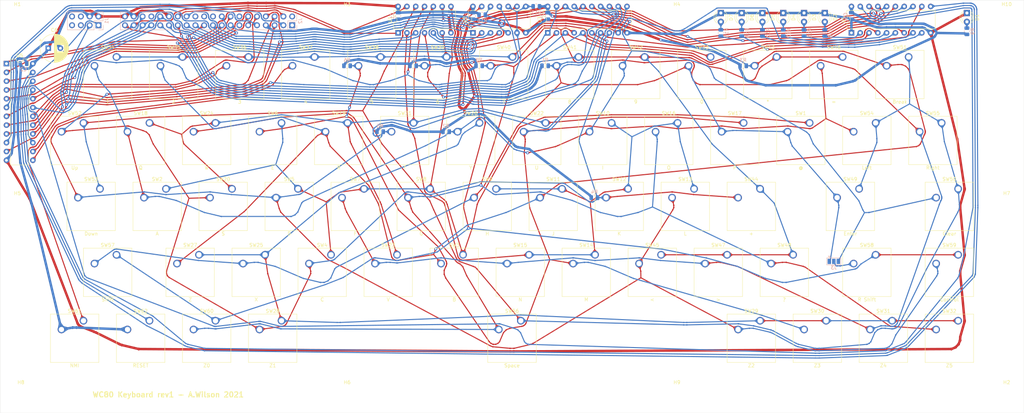
<source format=kicad_pcb>
(kicad_pcb (version 20171130) (host pcbnew "(5.1.9)-1")
  (layers (0 F.Cu signal) (31 B.Cu signal) (34 B.Paste user) (35 F.Paste user hide) (36 B.SilkS user) (37 F.SilkS user) (38 B.Mask user) (39 F.Mask user) (44 Edge.Cuts user))
  (net 0 "")
  (net 1 "Net-(SW1-Pad1)")
  (net 2 "Net-(SW10-Pad1)")
  (net 3 "Net-(SW17-Pad1)")
  (net 4 "Net-(SW25-Pad1)")
  (net 5 "Net-(SW33-Pad1)")
  (net 6 "Net-(SW41-Pad1)")
  (net 7 "Net-(SW49-Pad1)")
  (net 8 "Net-(SW57-Pad1)")
  (net 9 +5V)
  (net 10 GND)
  (net 11 "Net-(J2-Pad34)")
  (net 12 "Net-(J2-Pad24)")
  (net 13 "Net-(J2-Pad22)")
  (net 14 "Net-(J2-Pad20)")
  (net 15 "Net-(J2-Pad14)")
  (net 16 "Net-(J2-Pad13)")
  (net 17 "Net-(J2-Pad2)")
  (net 18 "Net-(J2-Pad1)")
  (net 19 "Net-(J3-Pad1)")
  (net 20 "Net-(J3-Pad3)")
  (net 21 "Net-(R3-Pad1)")
  (net 22 "Net-(R4-Pad1)")
  (net 23 "Net-(R5-Pad1)")
  (net 24 "Net-(R6-Pad1)")
  (net 25 "Net-(R7-Pad1)")
  (net 26 "Net-(R8-Pad1)")
  (net 27 "Net-(J3-Pad2)")
  (net 28 "Net-(J1-Pad3)")
  (net 29 "Net-(J1-Pad1)")
  (net 30 ~INUSE~)
  (net 31 "Net-(R17-Pad1)")
  (net 32 A6)
  (net 33 A4)
  (net 34 A2)
  (net 35 A5)
  (net 36 A0)
  (net 37 A1)
  (net 38 "Net-(U2-Pad13)")
  (net 39 A7)
  (net 40 A3)
  (net 41 "Net-(U4-Pad19)")
  (net 42 "Net-(R13-Pad1)")
  (net 43 D7)
  (net 44 D3)
  (net 45 D6)
  (net 46 D2)
  (net 47 "Net-(U4-Pad16)")
  (net 48 "Net-(R12-Pad1)")
  (net 49 "Net-(R15-Pad1)")
  (net 50 "Net-(R11-Pad1)")
  (net 51 D5)
  (net 52 D1)
  (net 53 D4)
  (net 54 D0)
  (net 55 "Net-(R14-Pad1)")
  (net 56 "Net-(R10-Pad1)")
  (net 57 "Net-(U4-Pad11)")
  (net 58 A15)
  (net 59 A14)
  (net 60 A13)
  (net 61 A12)
  (net 62 A11)
  (net 63 "Net-(U3-Pad1)")
  (net 64 A10)
  (net 65 A9)
  (net 66 A8)
  (net 67 ~OUT~)
  (net 68 ~READ~)
  (net 69 ~EXMEM~)
  (net 70 "Net-(D1-Pad2)")
  (net 71 "Net-(D2-Pad2)")
  (net 72 "Net-(D3-Pad2)")
  (net 73 "Net-(D4-Pad2)")
  (net 74 "Net-(D5-Pad2)")
  (net 75 "Net-(D6-Pad2)")
  (net 76 "Net-(D7-Pad2)")
  (net 77 "Net-(J1-Pad8)")
  (net 78 "Net-(J1-Pad7)")
  (net 79 "Net-(J1-Pad6)")
  (net 80 "Net-(J1-Pad5)")
  (module MountingHole:MountingHole_3.2mm_M3_DIN965 (layer F.Cu) (at 278.47 -7)
    (fp_text reference H10 (at 0 -3.8) (layer F.SilkS))
    (fp_text value 3.2mm)
    (pad 1 np_thru_hole circle (at 0 0) (size 3.2 3.2) (drill 3.2) (layers *.Cu *.Mask))
  )
  (module MountingHole:MountingHole_3.2mm_M3_DIN965 (layer F.Cu) (at 183.313 102.25)
    (fp_text reference H9 (at 0 -3.8) (layer F.SilkS))
    (fp_text value 3.2mm)
    (pad 1 np_thru_hole circle (at 0 0) (size 3.2 3.2) (drill 3.2) (layers *.Cu *.Mask))
  )
  (module MountingHole:MountingHole_3.2mm_M3_DIN965 (layer F.Cu) (at -6 102.25)
    (fp_text reference H8 (at 0 -3.8) (layer F.SilkS))
    (fp_text value 3.2mm)
    (pad 1 np_thru_hole circle (at 0 0) (size 3.2 3.2) (drill 3.2) (layers *.Cu *.Mask))
  )
  (module MountingHole:MountingHole_3.2mm_M3_DIN965 (layer F.Cu) (at 278.47 47.625)
    (fp_text reference H7 (at 0 -3.8) (layer F.SilkS))
    (fp_text value 3.2mm)
    (pad 1 np_thru_hole circle (at 0 0) (size 3.2 3.2) (drill 3.2) (layers *.Cu *.Mask))
  )
  (module MountingHole:MountingHole_3.2mm_M3_DIN965 (layer F.Cu) (at 88.1567 102.25)
    (fp_text reference H6 (at 0 -3.8) (layer F.SilkS))
    (fp_text value 3.2mm)
    (pad 1 np_thru_hole circle (at 0 0) (size 3.2 3.2) (drill 3.2) (layers *.Cu *.Mask))
  )
  (module MountingHole:MountingHole_3.2mm_M3_DIN965 (layer F.Cu) (at -7 47.625)
    (fp_text reference H5 (at 0 -3.8) (layer F.SilkS))
    (fp_text value 3.2mm)
    (pad 1 np_thru_hole circle (at 0 0) (size 3.2 3.2) (drill 3.2) (layers *.Cu *.Mask))
  )
  (module MountingHole:MountingHole_3.2mm_M3_DIN965 (layer F.Cu) (at 183.313 -7)
    (fp_text reference H4 (at 0 -3.8) (layer F.SilkS))
    (fp_text value 3.2mm)
    (pad 1 np_thru_hole circle (at 0 0) (size 3.2 3.2) (drill 3.2) (layers *.Cu *.Mask))
  )
  (module MountingHole:MountingHole_3.2mm_M3_DIN965 (layer F.Cu) (at 88.1567 -7)
    (fp_text reference H3 (at 0 -3.8) (layer F.SilkS))
    (fp_text value 3.2mm)
    (pad 1 np_thru_hole circle (at 0 0) (size 3.2 3.2) (drill 3.2) (layers *.Cu *.Mask))
  )
  (module MountingHole:MountingHole_3.2mm_M3_DIN965 (layer F.Cu) (at 278.47 102.25)
    (fp_text reference H2 (at 0 -3.8) (layer F.SilkS))
    (fp_text value 3.2mm)
    (pad 1 np_thru_hole circle (at 0 0) (size 3.2 3.2) (drill 3.2) (layers *.Cu *.Mask))
  )
  (module MountingHole:MountingHole_3.2mm_M3_DIN965 (layer F.Cu) (at -7 -7)
    (fp_text reference H1 (at 0 -3.8) (layer F.SilkS))
    (fp_text value 3.2mm)
    (pad 1 np_thru_hole circle (at 0 0) (size 3.2 3.2) (drill 3.2) (layers *.Cu *.Mask))
  )
  (module Capacitor_THT:CP_Radial_D8.0mm_P3.50mm (layer F.Cu) (at 1.905 1.905)
    (fp_text reference C6 (at 1.75 -5.25) (layer F.SilkS))
    (fp_text value CAP)
    (pad 2 thru_hole circle (at 3.5 0) (size 1.6 1.6) (drill 0.8) (layers *.Cu *.Mask) (net 10 GND))
    (pad 1 thru_hole rect (at 0 0) (size 1.6 1.6) (drill 0.8) (layers *.Cu *.Mask) (net 9 +5V))
  )
  (module Capacitor_SMD:C_0805_2012Metric (layer B.Cu) (at 233.68 -7.432 270)
    (fp_text reference C5 (at 0 1.68 90) (layer B.SilkS) (effects (justify mirror)))
    (fp_text value CAP)
    (pad 2 smd roundrect (at 0.95 0 270) (size 1 1.45) (layers B.Cu B.Paste B.Mask) (net 10 GND))
    (pad 1 smd roundrect (at -0.95 0 270) (size 1 1.45) (layers B.Cu B.Paste B.Mask) (net 9 +5V))
  )
  (module Capacitor_SMD:C_0805_2012Metric (layer B.Cu) (at 146.05 -7.432 270)
    (fp_text reference C4 (at 0 1.68 90) (layer B.SilkS) (effects (justify mirror)))
    (fp_text value CAP)
    (pad 2 smd roundrect (at 0.95 0 270) (size 1 1.45) (layers B.Cu B.Paste B.Mask) (net 10 GND))
    (pad 1 smd roundrect (at -0.95 0 270) (size 1 1.45) (layers B.Cu B.Paste B.Mask) (net 9 +5V))
  )
  (module Capacitor_SMD:C_0805_2012Metric (layer B.Cu) (at 124.46 -7.432 270)
    (fp_text reference C3 (at 0 1.68 90) (layer B.SilkS) (effects (justify mirror)))
    (fp_text value CAP)
    (pad 2 smd roundrect (at 0.95 0 270) (size 1 1.45) (layers B.Cu B.Paste B.Mask) (net 10 GND))
    (pad 1 smd roundrect (at -0.95 0 270) (size 1 1.45) (layers B.Cu B.Paste B.Mask) (net 9 +5V))
  )
  (module Capacitor_SMD:C_0805_2012Metric (layer B.Cu) (at -5.268 6.35)
    (fp_text reference C2 (at 0 1.68) (layer B.SilkS) (effects (justify mirror)))
    (fp_text value CAP)
    (pad 2 smd roundrect (at 0.95 0) (size 1 1.45) (layers B.Cu B.Paste B.Mask) (net 10 GND))
    (pad 1 smd roundrect (at -0.95 0) (size 1 1.45) (layers B.Cu B.Paste B.Mask) (net 9 +5V))
  )
  (module Capacitor_SMD:C_0805_2012Metric (layer B.Cu) (at 102.87 -7.427 270)
    (fp_text reference C1 (at 0 1.68 90) (layer B.SilkS) (effects (justify mirror)))
    (fp_text value CAP)
    (pad 2 smd roundrect (at 0.95 0 270) (size 1 1.45) (layers B.Cu B.Paste B.Mask) (net 10 GND))
    (pad 1 smd roundrect (at -0.95 0 270) (size 1 1.45) (layers B.Cu B.Paste B.Mask) (net 9 +5V))
  )
  (module Package_DIP:DIP-20_W7.62mm (layer F.Cu) (at 146.05 -2.54 90)
    (fp_text reference U3 (at 3.81 -2.33 90) (layer F.SilkS))
    (fp_text value 74LS240)
    (pad 20 thru_hole oval (at 7.62 0 90) (size 1.6 1.6) (drill 0.8) (layers *.Cu *.Mask) (net 9 +5V))
    (pad 10 thru_hole oval (at 0 22.86 90) (size 1.6 1.6) (drill 0.8) (layers *.Cu *.Mask) (net 10 GND))
    (pad 19 thru_hole oval (at 7.62 2.54 90) (size 1.6 1.6) (drill 0.8) (layers *.Cu *.Mask) (net 63 "Net-(U3-Pad1)"))
    (pad 9 thru_hole oval (at 0 20.32 90) (size 1.6 1.6) (drill 0.8) (layers *.Cu *.Mask) (net 44 D3))
    (pad 18 thru_hole oval (at 7.62 5.08 90) (size 1.6 1.6) (drill 0.8) (layers *.Cu *.Mask) (net 43 D7))
    (pad 8 thru_hole oval (at 0 17.78 90) (size 1.6 1.6) (drill 0.8) (layers *.Cu *.Mask) (net 23 "Net-(R5-Pad1)"))
    (pad 17 thru_hole oval (at 7.62 7.62 90) (size 1.6 1.6) (drill 0.8) (layers *.Cu *.Mask) (net 19 "Net-(J3-Pad1)"))
    (pad 7 thru_hole oval (at 0 15.24 90) (size 1.6 1.6) (drill 0.8) (layers *.Cu *.Mask) (net 46 D2))
    (pad 16 thru_hole oval (at 7.62 10.16 90) (size 1.6 1.6) (drill 0.8) (layers *.Cu *.Mask) (net 45 D6))
    (pad 6 thru_hole oval (at 0 12.7 90) (size 1.6 1.6) (drill 0.8) (layers *.Cu *.Mask) (net 24 "Net-(R6-Pad1)"))
    (pad 15 thru_hole oval (at 7.62 12.7 90) (size 1.6 1.6) (drill 0.8) (layers *.Cu *.Mask) (net 20 "Net-(J3-Pad3)"))
    (pad 5 thru_hole oval (at 0 10.16 90) (size 1.6 1.6) (drill 0.8) (layers *.Cu *.Mask) (net 52 D1))
    (pad 14 thru_hole oval (at 7.62 15.24 90) (size 1.6 1.6) (drill 0.8) (layers *.Cu *.Mask) (net 51 D5))
    (pad 4 thru_hole oval (at 0 7.62 90) (size 1.6 1.6) (drill 0.8) (layers *.Cu *.Mask) (net 25 "Net-(R7-Pad1)"))
    (pad 13 thru_hole oval (at 7.62 17.78 90) (size 1.6 1.6) (drill 0.8) (layers *.Cu *.Mask) (net 21 "Net-(R3-Pad1)"))
    (pad 3 thru_hole oval (at 0 5.08 90) (size 1.6 1.6) (drill 0.8) (layers *.Cu *.Mask) (net 54 D0))
    (pad 12 thru_hole oval (at 7.62 20.32 90) (size 1.6 1.6) (drill 0.8) (layers *.Cu *.Mask) (net 53 D4))
    (pad 2 thru_hole oval (at 0 2.54 90) (size 1.6 1.6) (drill 0.8) (layers *.Cu *.Mask) (net 26 "Net-(R8-Pad1)"))
    (pad 11 thru_hole oval (at 7.62 22.86 90) (size 1.6 1.6) (drill 0.8) (layers *.Cu *.Mask) (net 22 "Net-(R4-Pad1)"))
    (pad 1 thru_hole rect (at 0 0 90) (size 1.6 1.6) (drill 0.8) (layers *.Cu *.Mask) (net 63 "Net-(U3-Pad1)"))
  )
  (module Jumper:SolderJumper-3_P1.3mm_Open_Pad1.0x1.5mm (layer B.Cu) (at 228.6 63.5)
    (fp_text reference J3 (at 0 1.8) (layer B.SilkS) (effects (justify mirror)))
    (fp_text value Conn_01x03_Female)
    (pad 1 smd rect (at -1.3 0) (size 1 1.5) (layers B.Cu B.Mask) (net 19 "Net-(J3-Pad1)"))
    (pad 2 smd rect (at 0 0) (size 1 1.5) (layers B.Cu B.Mask) (net 27 "Net-(J3-Pad2)"))
    (pad 3 smd rect (at 1.3 0) (size 1 1.5) (layers B.Cu B.Mask) (net 20 "Net-(J3-Pad3)"))
  )
  (module Connector_PinHeader_2.54mm:PinHeader_2x04_P2.54mm_Vertical (layer B.Cu) (at 16.39 -4.73 90)
    (fp_text reference J1 (at 1.27 2.33 90) (layer B.SilkS) (effects (justify mirror)))
    (fp_text value Conn_02x04_Odd_Even)
    (pad 8 thru_hole oval (at 2.54 -7.62 90) (size 1.7 1.7) (drill 1) (layers *.Cu *.Mask) (net 77 "Net-(J1-Pad8)"))
    (pad 7 thru_hole oval (at 0 -7.62 90) (size 1.7 1.7) (drill 1) (layers *.Cu *.Mask) (net 78 "Net-(J1-Pad7)"))
    (pad 6 thru_hole oval (at 2.54 -5.08 90) (size 1.7 1.7) (drill 1) (layers *.Cu *.Mask) (net 79 "Net-(J1-Pad6)"))
    (pad 5 thru_hole oval (at 0 -5.08 90) (size 1.7 1.7) (drill 1) (layers *.Cu *.Mask) (net 80 "Net-(J1-Pad5)"))
    (pad 4 thru_hole oval (at 2.54 -2.54 90) (size 1.7 1.7) (drill 1) (layers *.Cu *.Mask) (net 10 GND))
    (pad 3 thru_hole oval (at 0 -2.54 90) (size 1.7 1.7) (drill 1) (layers *.Cu *.Mask) (net 28 "Net-(J1-Pad3)"))
    (pad 2 thru_hole oval (at 2.54 0 90) (size 1.7 1.7) (drill 1) (layers *.Cu *.Mask) (net 9 +5V))
    (pad 1 thru_hole rect (at 0 0 90) (size 1.7 1.7) (drill 1) (layers *.Cu *.Mask) (net 29 "Net-(J1-Pad1)"))
  )
  (module Resistor_SMD:R_0805_2012Metric (layer B.Cu) (at 196 -2.5 90)
    (fp_text reference R15 (at 0 1.65 90) (layer B.SilkS) (effects (justify mirror)))
    (fp_text value R)
    (pad 2 smd roundrect (at 0.9125 0 90) (size 1.025 1.4) (layers B.Cu B.Paste B.Mask) (roundrect_rratio 0.2439014634146341) (net 76 "Net-(D7-Pad2)"))
    (pad 1 smd roundrect (at -0.9125 0 90) (size 1.025 1.4) (layers B.Cu B.Paste B.Mask) (roundrect_rratio 0.2439014634146341) (net 49 "Net-(R15-Pad1)"))
  )
  (module Resistor_SMD:R_0805_2012Metric (layer B.Cu) (at 202 -2.5 90)
    (fp_text reference R14 (at 0 1.65 90) (layer B.SilkS) (effects (justify mirror)))
    (fp_text value R)
    (pad 2 smd roundrect (at 0.9125 0 90) (size 1.025 1.4) (layers B.Cu B.Paste B.Mask) (roundrect_rratio 0.2439014634146341) (net 75 "Net-(D6-Pad2)"))
    (pad 1 smd roundrect (at -0.9125 0 90) (size 1.025 1.4) (layers B.Cu B.Paste B.Mask) (roundrect_rratio 0.2439014634146341) (net 55 "Net-(R14-Pad1)"))
  )
  (module Resistor_SMD:R_0805_2012Metric (layer B.Cu) (at 208 -2.5 90)
    (fp_text reference R13 (at 0 1.65 90) (layer B.SilkS) (effects (justify mirror)))
    (fp_text value R)
    (pad 2 smd roundrect (at 0.9125 0 90) (size 1.025 1.4) (layers B.Cu B.Paste B.Mask) (roundrect_rratio 0.2439014634146341) (net 74 "Net-(D5-Pad2)"))
    (pad 1 smd roundrect (at -0.9125 0 90) (size 1.025 1.4) (layers B.Cu B.Paste B.Mask) (roundrect_rratio 0.2439014634146341) (net 42 "Net-(R13-Pad1)"))
  )
  (module Resistor_SMD:R_0805_2012Metric (layer B.Cu) (at 214 -2.5 90)
    (fp_text reference R12 (at 0 1.65 90) (layer B.SilkS) (effects (justify mirror)))
    (fp_text value R)
    (pad 2 smd roundrect (at 0.9125 0 90) (size 1.025 1.4) (layers B.Cu B.Paste B.Mask) (roundrect_rratio 0.2439014634146341) (net 73 "Net-(D4-Pad2)"))
    (pad 1 smd roundrect (at -0.9125 0 90) (size 1.025 1.4) (layers B.Cu B.Paste B.Mask) (roundrect_rratio 0.2439014634146341) (net 48 "Net-(R12-Pad1)"))
  )
  (module Resistor_SMD:R_0805_2012Metric (layer B.Cu) (at 220 -2.5 90)
    (fp_text reference R11 (at 0 1.65 90) (layer B.SilkS) (effects (justify mirror)))
    (fp_text value R)
    (pad 2 smd roundrect (at 0.9125 0 90) (size 1.025 1.4) (layers B.Cu B.Paste B.Mask) (roundrect_rratio 0.2439014634146341) (net 72 "Net-(D3-Pad2)"))
    (pad 1 smd roundrect (at -0.9125 0 90) (size 1.025 1.4) (layers B.Cu B.Paste B.Mask) (roundrect_rratio 0.2439014634146341) (net 50 "Net-(R11-Pad1)"))
  )
  (module Resistor_SMD:R_0805_2012Metric (layer B.Cu) (at 226 -2.5 90)
    (fp_text reference R10 (at 0 1.65 90) (layer B.SilkS) (effects (justify mirror)))
    (fp_text value R)
    (pad 2 smd roundrect (at 0.9125 0 90) (size 1.025 1.4) (layers B.Cu B.Paste B.Mask) (roundrect_rratio 0.2439014634146341) (net 71 "Net-(D2-Pad2)"))
    (pad 1 smd roundrect (at -0.9125 0 90) (size 1.025 1.4) (layers B.Cu B.Paste B.Mask) (roundrect_rratio 0.2439014634146341) (net 56 "Net-(R10-Pad1)"))
  )
  (module Resistor_SMD:R_0805_2012Metric (layer B.Cu) (at 267 -3 90)
    (fp_text reference R9 (at 0 1.65 270) (layer B.SilkS) (effects (justify mirror)))
    (fp_text value R)
    (pad 2 smd roundrect (at 0.9125 0 90) (size 1.025 1.4) (layers B.Cu B.Paste B.Mask) (roundrect_rratio 0.2439014634146341) (net 70 "Net-(D1-Pad2)"))
    (pad 1 smd roundrect (at -0.9125 0 90) (size 1.025 1.4) (layers B.Cu B.Paste B.Mask) (roundrect_rratio 0.2439014634146341) (net 9 +5V))
  )
  (module LED_THT:LED_D3.0mm (layer F.Cu) (at 196 -8.27 270)
    (fp_text reference D7 (at 1.27 -2.96 90) (layer F.SilkS))
    (fp_text value LED)
    (pad 2 thru_hole circle (at 2.54 0 270) (size 1.8 1.8) (drill 0.9) (layers *.Cu *.Mask) (net 76 "Net-(D7-Pad2)"))
    (pad 1 thru_hole rect (at 0 0 270) (size 1.8 1.8) (drill 0.9) (layers *.Cu *.Mask) (net 10 GND))
  )
  (module LED_THT:LED_D3.0mm (layer F.Cu) (at 202 -8.27 270)
    (fp_text reference D6 (at 1.27 -2.96 90) (layer F.SilkS))
    (fp_text value LED)
    (pad 2 thru_hole circle (at 2.54 0 270) (size 1.8 1.8) (drill 0.9) (layers *.Cu *.Mask) (net 75 "Net-(D6-Pad2)"))
    (pad 1 thru_hole rect (at 0 0 270) (size 1.8 1.8) (drill 0.9) (layers *.Cu *.Mask) (net 10 GND))
  )
  (module LED_THT:LED_D3.0mm (layer F.Cu) (at 208 -8.27 270)
    (fp_text reference D5 (at 1.27 -2.96 90) (layer F.SilkS))
    (fp_text value LED)
    (pad 2 thru_hole circle (at 2.54 0 270) (size 1.8 1.8) (drill 0.9) (layers *.Cu *.Mask) (net 74 "Net-(D5-Pad2)"))
    (pad 1 thru_hole rect (at 0 0 270) (size 1.8 1.8) (drill 0.9) (layers *.Cu *.Mask) (net 10 GND))
  )
  (module LED_THT:LED_D3.0mm (layer F.Cu) (at 214 -8.27 270)
    (fp_text reference D4 (at 1.27 -2.96 90) (layer F.SilkS))
    (fp_text value LED)
    (pad 2 thru_hole circle (at 2.54 0 270) (size 1.8 1.8) (drill 0.9) (layers *.Cu *.Mask) (net 73 "Net-(D4-Pad2)"))
    (pad 1 thru_hole rect (at 0 0 270) (size 1.8 1.8) (drill 0.9) (layers *.Cu *.Mask) (net 10 GND))
  )
  (module LED_THT:LED_D3.0mm (layer F.Cu) (at 220 -8.27 270)
    (fp_text reference D3 (at 1.27 -2.96 90) (layer F.SilkS))
    (fp_text value LED)
    (pad 2 thru_hole circle (at 2.54 0 270) (size 1.8 1.8) (drill 0.9) (layers *.Cu *.Mask) (net 72 "Net-(D3-Pad2)"))
    (pad 1 thru_hole rect (at 0 0 270) (size 1.8 1.8) (drill 0.9) (layers *.Cu *.Mask) (net 10 GND))
  )
  (module LED_THT:LED_D3.0mm (layer F.Cu) (at 226 -8.27 270)
    (fp_text reference D2 (at 1.27 -2.96 90) (layer F.SilkS))
    (fp_text value LED)
    (pad 2 thru_hole circle (at 2.54 0 270) (size 1.8 1.8) (drill 0.9) (layers *.Cu *.Mask) (net 71 "Net-(D2-Pad2)"))
    (pad 1 thru_hole rect (at 0 0 270) (size 1.8 1.8) (drill 0.9) (layers *.Cu *.Mask) (net 10 GND))
  )
  (module LED_THT:LED_D3.0mm (layer F.Cu) (at 267 -8.27 270)
    (fp_text reference D1 (at 1.27 -2.96 90) (layer F.SilkS))
    (fp_text value LED)
    (pad 2 thru_hole circle (at 2.54 0 270) (size 1.8 1.8) (drill 0.9) (layers *.Cu *.Mask) (net 70 "Net-(D1-Pad2)"))
    (pad 1 thru_hole rect (at 0 0 270) (size 1.8 1.8) (drill 0.9) (layers *.Cu *.Mask) (net 10 GND))
  )
  (module Package_DIP:DIP-24_W7.62mm (layer F.Cu) (at -10.16 6.35)
    (fp_text reference U5 (at 3.81 -2.33) (layer F.SilkS))
    (fp_text value ATF22V10C)
    (pad 24 thru_hole oval (at 7.62 0) (size 1.6 1.6) (drill 0.8) (layers *.Cu *.Mask) (net 9 +5V))
    (pad 12 thru_hole oval (at 0 27.94) (size 1.6 1.6) (drill 0.8) (layers *.Cu *.Mask) (net 10 GND))
    (pad 23 thru_hole oval (at 7.62 2.54) (size 1.6 1.6) (drill 0.8) (layers *.Cu *.Mask) (net 57 "Net-(U4-Pad11)"))
    (pad 11 thru_hole oval (at 0 25.4) (size 1.6 1.6) (drill 0.8) (layers *.Cu *.Mask) (net 58 A15))
    (pad 22 thru_hole oval (at 7.62 5.08) (size 1.6 1.6) (drill 0.8) (layers *.Cu *.Mask) (net 47 "Net-(U4-Pad16)"))
    (pad 10 thru_hole oval (at 0 22.86) (size 1.6 1.6) (drill 0.8) (layers *.Cu *.Mask) (net 59 A14))
    (pad 21 thru_hole oval (at 7.62 7.62) (size 1.6 1.6) (drill 0.8) (layers *.Cu *.Mask) (net 41 "Net-(U4-Pad19)"))
    (pad 9 thru_hole oval (at 0 20.32) (size 1.6 1.6) (drill 0.8) (layers *.Cu *.Mask) (net 60 A13))
    (pad 20 thru_hole oval (at 7.62 10.16) (size 1.6 1.6) (drill 0.8) (layers *.Cu *.Mask) (net 39 A7))
    (pad 8 thru_hole oval (at 0 17.78) (size 1.6 1.6) (drill 0.8) (layers *.Cu *.Mask) (net 61 A12))
    (pad 19 thru_hole oval (at 7.62 12.7) (size 1.6 1.6) (drill 0.8) (layers *.Cu *.Mask) (net 38 "Net-(U2-Pad13)"))
    (pad 7 thru_hole oval (at 0 15.24) (size 1.6 1.6) (drill 0.8) (layers *.Cu *.Mask) (net 62 A11))
    (pad 18 thru_hole oval (at 7.62 15.24) (size 1.6 1.6) (drill 0.8) (layers *.Cu *.Mask) (net 63 "Net-(U3-Pad1)"))
    (pad 6 thru_hole oval (at 0 12.7) (size 1.6 1.6) (drill 0.8) (layers *.Cu *.Mask) (net 64 A10))
    (pad 17 thru_hole oval (at 7.62 17.78) (size 1.6 1.6) (drill 0.8) (layers *.Cu *.Mask) (net 32 A6))
    (pad 5 thru_hole oval (at 0 10.16) (size 1.6 1.6) (drill 0.8) (layers *.Cu *.Mask) (net 65 A9))
    (pad 16 thru_hole oval (at 7.62 20.32) (size 1.6 1.6) (drill 0.8) (layers *.Cu *.Mask) (net 35 A5))
    (pad 4 thru_hole oval (at 0 7.62) (size 1.6 1.6) (drill 0.8) (layers *.Cu *.Mask) (net 66 A8))
    (pad 15 thru_hole oval (at 7.62 22.86) (size 1.6 1.6) (drill 0.8) (layers *.Cu *.Mask) (net 33 A4))
    (pad 3 thru_hole oval (at 0 5.08) (size 1.6 1.6) (drill 0.8) (layers *.Cu *.Mask) (net 67 ~OUT~))
    (pad 14 thru_hole oval (at 7.62 25.4) (size 1.6 1.6) (drill 0.8) (layers *.Cu *.Mask) (net 40 A3))
    (pad 2 thru_hole oval (at 0 2.54) (size 1.6 1.6) (drill 0.8) (layers *.Cu *.Mask) (net 68 ~READ~))
    (pad 13 thru_hole oval (at 7.62 27.94) (size 1.6 1.6) (drill 0.8) (layers *.Cu *.Mask) (net 31 "Net-(R17-Pad1)"))
    (pad 1 thru_hole rect (at 0 0) (size 1.6 1.6) (drill 0.8) (layers *.Cu *.Mask) (net 69 ~EXMEM~))
  )
  (module Package_DIP:DIP-20_W7.62mm (layer F.Cu) (at 233.68 -2.54 90)
    (fp_text reference U4 (at 3.81 -2.33 90) (layer F.SilkS))
    (fp_text value 74LS374)
    (pad 20 thru_hole oval (at 7.62 0 90) (size 1.6 1.6) (drill 0.8) (layers *.Cu *.Mask) (net 9 +5V))
    (pad 10 thru_hole oval (at 0 22.86 90) (size 1.6 1.6) (drill 0.8) (layers *.Cu *.Mask) (net 10 GND))
    (pad 19 thru_hole oval (at 7.62 2.54 90) (size 1.6 1.6) (drill 0.8) (layers *.Cu *.Mask) (net 41 "Net-(U4-Pad19)"))
    (pad 9 thru_hole oval (at 0 20.32 90) (size 1.6 1.6) (drill 0.8) (layers *.Cu *.Mask) (net 42 "Net-(R13-Pad1)"))
    (pad 18 thru_hole oval (at 7.62 5.08 90) (size 1.6 1.6) (drill 0.8) (layers *.Cu *.Mask) (net 43 D7))
    (pad 8 thru_hole oval (at 0 17.78 90) (size 1.6 1.6) (drill 0.8) (layers *.Cu *.Mask) (net 44 D3))
    (pad 17 thru_hole oval (at 7.62 7.62 90) (size 1.6 1.6) (drill 0.8) (layers *.Cu *.Mask) (net 45 D6))
    (pad 7 thru_hole oval (at 0 15.24 90) (size 1.6 1.6) (drill 0.8) (layers *.Cu *.Mask) (net 46 D2))
    (pad 16 thru_hole oval (at 7.62 10.16 90) (size 1.6 1.6) (drill 0.8) (layers *.Cu *.Mask) (net 47 "Net-(U4-Pad16)"))
    (pad 6 thru_hole oval (at 0 12.7 90) (size 1.6 1.6) (drill 0.8) (layers *.Cu *.Mask) (net 48 "Net-(R12-Pad1)"))
    (pad 15 thru_hole oval (at 7.62 12.7 90) (size 1.6 1.6) (drill 0.8) (layers *.Cu *.Mask) (net 49 "Net-(R15-Pad1)"))
    (pad 5 thru_hole oval (at 0 10.16 90) (size 1.6 1.6) (drill 0.8) (layers *.Cu *.Mask) (net 50 "Net-(R11-Pad1)"))
    (pad 14 thru_hole oval (at 7.62 15.24 90) (size 1.6 1.6) (drill 0.8) (layers *.Cu *.Mask) (net 51 D5))
    (pad 4 thru_hole oval (at 0 7.62 90) (size 1.6 1.6) (drill 0.8) (layers *.Cu *.Mask) (net 52 D1))
    (pad 13 thru_hole oval (at 7.62 17.78 90) (size 1.6 1.6) (drill 0.8) (layers *.Cu *.Mask) (net 53 D4))
    (pad 3 thru_hole oval (at 0 5.08 90) (size 1.6 1.6) (drill 0.8) (layers *.Cu *.Mask) (net 54 D0))
    (pad 12 thru_hole oval (at 7.62 20.32 90) (size 1.6 1.6) (drill 0.8) (layers *.Cu *.Mask) (net 55 "Net-(R14-Pad1)"))
    (pad 2 thru_hole oval (at 0 2.54 90) (size 1.6 1.6) (drill 0.8) (layers *.Cu *.Mask) (net 56 "Net-(R10-Pad1)"))
    (pad 11 thru_hole oval (at 7.62 22.86 90) (size 1.6 1.6) (drill 0.8) (layers *.Cu *.Mask) (net 57 "Net-(U4-Pad11)"))
    (pad 1 thru_hole rect (at 0 0 90) (size 1.6 1.6) (drill 0.8) (layers *.Cu *.Mask) (net 10 GND))
  )
  (module Package_DIP:DIP-14_W7.62mm (layer F.Cu) (at 124.46 -2.54 90)
    (fp_text reference U2 (at 3.81 -2.33 90) (layer F.SilkS))
    (fp_text value 74LS05)
    (pad 14 thru_hole oval (at 7.62 0 90) (size 1.6 1.6) (drill 0.8) (layers *.Cu *.Mask) (net 9 +5V))
    (pad 7 thru_hole oval (at 0 15.24 90) (size 1.6 1.6) (drill 0.8) (layers *.Cu *.Mask) (net 10 GND))
    (pad 13 thru_hole oval (at 7.62 2.54 90) (size 1.6 1.6) (drill 0.8) (layers *.Cu *.Mask) (net 38 "Net-(U2-Pad13)"))
    (pad 6 thru_hole oval (at 0 12.7 90) (size 1.6 1.6) (drill 0.8) (layers *.Cu *.Mask) (net 31 "Net-(R17-Pad1)"))
    (pad 12 thru_hole oval (at 7.62 5.08 90) (size 1.6 1.6) (drill 0.8) (layers *.Cu *.Mask) (net 30 ~INUSE~))
    (pad 5 thru_hole oval (at 0 10.16 90) (size 1.6 1.6) (drill 0.8) (layers *.Cu *.Mask) (net 36 A0))
    (pad 11 thru_hole oval (at 7.62 7.62 90) (size 1.6 1.6) (drill 0.8) (layers *.Cu *.Mask) (net 34 A2))
    (pad 4 thru_hole oval (at 0 7.62 90) (size 1.6 1.6) (drill 0.8) (layers *.Cu *.Mask) (net 8 "Net-(SW57-Pad1)"))
    (pad 10 thru_hole oval (at 7.62 10.16 90) (size 1.6 1.6) (drill 0.8) (layers *.Cu *.Mask) (net 31 "Net-(R17-Pad1)"))
    (pad 3 thru_hole oval (at 0 5.08 90) (size 1.6 1.6) (drill 0.8) (layers *.Cu *.Mask) (net 39 A7))
    (pad 9 thru_hole oval (at 7.62 12.7 90) (size 1.6 1.6) (drill 0.8) (layers *.Cu *.Mask) (net 37 A1))
    (pad 2 thru_hole oval (at 0 2.54 90) (size 1.6 1.6) (drill 0.8) (layers *.Cu *.Mask) (net 4 "Net-(SW25-Pad1)"))
    (pad 8 thru_hole oval (at 7.62 15.24 90) (size 1.6 1.6) (drill 0.8) (layers *.Cu *.Mask) (net 31 "Net-(R17-Pad1)"))
    (pad 1 thru_hole rect (at 0 0 90) (size 1.6 1.6) (drill 0.8) (layers *.Cu *.Mask) (net 40 A3))
  )
  (module Package_DIP:DIP-14_W7.62mm (layer F.Cu) (at 102.87 -2.54 90)
    (fp_text reference U1 (at 3.81 -2.33 90) (layer F.SilkS))
    (fp_text value 74LS05)
    (pad 14 thru_hole oval (at 7.62 0 90) (size 1.6 1.6) (drill 0.8) (layers *.Cu *.Mask) (net 9 +5V))
    (pad 7 thru_hole oval (at 0 15.24 90) (size 1.6 1.6) (drill 0.8) (layers *.Cu *.Mask) (net 10 GND))
    (pad 13 thru_hole oval (at 7.62 2.54 90) (size 1.6 1.6) (drill 0.8) (layers *.Cu *.Mask) (net 32 A6))
    (pad 6 thru_hole oval (at 0 12.7 90) (size 1.6 1.6) (drill 0.8) (layers *.Cu *.Mask) (net 5 "Net-(SW33-Pad1)"))
    (pad 12 thru_hole oval (at 7.62 5.08 90) (size 1.6 1.6) (drill 0.8) (layers *.Cu *.Mask) (net 7 "Net-(SW49-Pad1)"))
    (pad 5 thru_hole oval (at 0 10.16 90) (size 1.6 1.6) (drill 0.8) (layers *.Cu *.Mask) (net 33 A4))
    (pad 11 thru_hole oval (at 7.62 7.62 90) (size 1.6 1.6) (drill 0.8) (layers *.Cu *.Mask) (net 34 A2))
    (pad 4 thru_hole oval (at 0 7.62 90) (size 1.6 1.6) (drill 0.8) (layers *.Cu *.Mask) (net 6 "Net-(SW41-Pad1)"))
    (pad 10 thru_hole oval (at 7.62 10.16 90) (size 1.6 1.6) (drill 0.8) (layers *.Cu *.Mask) (net 3 "Net-(SW17-Pad1)"))
    (pad 3 thru_hole oval (at 0 5.08 90) (size 1.6 1.6) (drill 0.8) (layers *.Cu *.Mask) (net 35 A5))
    (pad 9 thru_hole oval (at 7.62 12.7 90) (size 1.6 1.6) (drill 0.8) (layers *.Cu *.Mask) (net 36 A0))
    (pad 2 thru_hole oval (at 0 2.54 90) (size 1.6 1.6) (drill 0.8) (layers *.Cu *.Mask) (net 2 "Net-(SW10-Pad1)"))
    (pad 8 thru_hole oval (at 7.62 15.24 90) (size 1.6 1.6) (drill 0.8) (layers *.Cu *.Mask) (net 1 "Net-(SW1-Pad1)"))
    (pad 1 thru_hole rect (at 0 0 90) (size 1.6 1.6) (drill 0.8) (layers *.Cu *.Mask) (net 37 A1))
  )
  (module Resistor_SMD:R_0805_2012Metric (layer B.Cu) (at 142.748 -10.16)
    (fp_text reference R17 (at 0 1.778) (layer B.SilkS) (effects (justify mirror)))
    (fp_text value 4k7)
    (pad 2 smd roundrect (at 0.9125 0) (size 1.025 1.4) (layers B.Cu B.Paste B.Mask) (roundrect_rratio 0.2439014634146341) (net 9 +5V))
    (pad 1 smd roundrect (at -0.9125 0) (size 1.025 1.4) (layers B.Cu B.Paste B.Mask) (roundrect_rratio 0.2439014634146341) (net 31 "Net-(R17-Pad1)"))
  )
  (module Resistor_SMD:R_0805_2012Metric (layer B.Cu) (at 127.127 -7.747 180)
    (fp_text reference R16 (at 0 -1.651 180) (layer B.SilkS) (effects (justify mirror)))
    (fp_text value 4k7)
    (pad 2 smd roundrect (at 0.9125 0 180) (size 1.025 1.4) (layers B.Cu B.Paste B.Mask) (roundrect_rratio 0.2439014634146341) (net 9 +5V))
    (pad 1 smd roundrect (at -0.9125 0 180) (size 1.025 1.4) (layers B.Cu B.Paste B.Mask) (roundrect_rratio 0.2439014634146341) (net 30 ~INUSE~))
  )
  (module Button_Switch_Keyboard:SW_Cherry_MX_1.50u_Plate (layer F.Cu) (at 240.663 61.587)
    (fp_text reference SW58 (at -2.54 -2.794) (layer F.SilkS))
    (fp_text value "R Shift" (at -2.54 12.954) (layer F.SilkS))
    (pad "" np_thru_hole circle (at -2.54 5.08) (size 4 4) (drill 4) (layers *.Cu *.Mask))
    (pad 2 thru_hole circle (at -6.35 2.54) (size 2.2 2.2) (drill 1.5) (layers *.Cu *.Mask) (net 27 "Net-(J3-Pad2)"))
    (pad 1 thru_hole circle (at 0 0) (size 2.2 2.2) (drill 1.5) (layers *.Cu *.Mask) (net 8 "Net-(SW57-Pad1)"))
  )
  (module Button_Switch_Keyboard:SW_Cherry_MX_1.50u_PCB (layer F.Cu) (at 21.588 61.587)
    (fp_text reference SW57 (at -2.54 -2.794) (layer F.SilkS))
    (fp_text value Shift (at -2.54 12.954) (layer F.SilkS))
    (pad "" np_thru_hole circle (at 2.54 5.08) (size 1.7 1.7) (drill 1.7) (layers *.Cu *.Mask))
    (pad "" np_thru_hole circle (at -7.62 5.08) (size 1.7 1.7) (drill 1.7) (layers *.Cu *.Mask))
    (pad "" np_thru_hole circle (at -2.54 5.08) (size 4 4) (drill 4) (layers *.Cu *.Mask))
    (pad 2 thru_hole circle (at -6.35 2.54) (size 2.2 2.2) (drill 1.5) (layers *.Cu *.Mask) (net 19 "Net-(J3-Pad1)"))
    (pad 1 thru_hole circle (at 0 0) (size 2.2 2.2) (drill 1.5) (layers *.Cu *.Mask) (net 8 "Net-(SW57-Pad1)"))
  )
  (module Resistor_SMD:R_0805_2012Metric (layer B.Cu) (at 126.238 6.985 180)
    (fp_text reference R8 (at 0 1.65) (layer B.SilkS) (effects (justify mirror)))
    (fp_text value 4k7)
    (pad 2 smd roundrect (at 0.9125 0 180) (size 1.025 1.4) (layers B.Cu B.Paste B.Mask) (roundrect_rratio 0.2439014634146341) (net 9 +5V))
    (pad 1 smd roundrect (at -0.9125 0 180) (size 1.025 1.4) (layers B.Cu B.Paste B.Mask) (roundrect_rratio 0.2439014634146341) (net 26 "Net-(R8-Pad1)"))
  )
  (module Resistor_SMD:R_0805_2012Metric (layer B.Cu) (at 107.188 6.985 180)
    (fp_text reference R7 (at 0 1.65) (layer B.SilkS) (effects (justify mirror)))
    (fp_text value 4k7)
    (pad 2 smd roundrect (at 0.9125 0 180) (size 1.025 1.4) (layers B.Cu B.Paste B.Mask) (roundrect_rratio 0.2439014634146341) (net 9 +5V))
    (pad 1 smd roundrect (at -0.9125 0 180) (size 1.025 1.4) (layers B.Cu B.Paste B.Mask) (roundrect_rratio 0.2439014634146341) (net 25 "Net-(R7-Pad1)"))
  )
  (module Resistor_SMD:R_0805_2012Metric (layer B.Cu) (at 88.138 6.985 180)
    (fp_text reference R6 (at 0 1.65) (layer B.SilkS) (effects (justify mirror)))
    (fp_text value 4k7)
    (pad 2 smd roundrect (at 0.9125 0 180) (size 1.025 1.4) (layers B.Cu B.Paste B.Mask) (roundrect_rratio 0.2439014634146341) (net 9 +5V))
    (pad 1 smd roundrect (at -0.9125 0 180) (size 1.025 1.4) (layers B.Cu B.Paste B.Mask) (roundrect_rratio 0.2439014634146341) (net 24 "Net-(R6-Pad1)"))
  )
  (module Resistor_SMD:R_0805_2012Metric (layer B.Cu) (at 97.663 26.035 180)
    (fp_text reference R5 (at 0 1.65) (layer B.SilkS) (effects (justify mirror)))
    (fp_text value 4k7)
    (pad 2 smd roundrect (at 0.9125 0 180) (size 1.025 1.4) (layers B.Cu B.Paste B.Mask) (roundrect_rratio 0.2439014634146341) (net 9 +5V))
    (pad 1 smd roundrect (at -0.9125 0 180) (size 1.025 1.4) (layers B.Cu B.Paste B.Mask) (roundrect_rratio 0.2439014634146341) (net 23 "Net-(R5-Pad1)"))
  )
  (module Resistor_SMD:R_0805_2012Metric (layer B.Cu) (at 159.512 45.085 180)
    (fp_text reference R4 (at 0 1.65) (layer B.SilkS) (effects (justify mirror)))
    (fp_text value 4k7)
    (pad 2 smd roundrect (at 0.9125 0 180) (size 1.025 1.4) (layers B.Cu B.Paste B.Mask) (roundrect_rratio 0.2439014634146341) (net 9 +5V))
    (pad 1 smd roundrect (at -0.9125 0 180) (size 1.025 1.4) (layers B.Cu B.Paste B.Mask) (roundrect_rratio 0.2439014634146341) (net 22 "Net-(R4-Pad1)"))
  )
  (module Resistor_SMD:R_0805_2012Metric (layer B.Cu) (at 202.438 6.985 180)
    (fp_text reference R3 (at 0 1.65) (layer B.SilkS) (effects (justify mirror)))
    (fp_text value 4k7)
    (pad 2 smd roundrect (at 0.9125 0 180) (size 1.025 1.4) (layers B.Cu B.Paste B.Mask) (roundrect_rratio 0.2439014634146341) (net 9 +5V))
    (pad 1 smd roundrect (at -0.9125 0 180) (size 1.025 1.4) (layers B.Cu B.Paste B.Mask) (roundrect_rratio 0.2439014634146341) (net 21 "Net-(R3-Pad1)"))
  )
  (module Resistor_SMD:R_0805_2012Metric (layer B.Cu) (at 116.713 26.035 180)
    (fp_text reference R2 (at 0 1.65) (layer B.SilkS) (effects (justify mirror)))
    (fp_text value 4k7)
    (pad 2 smd roundrect (at 0.9125 0 180) (size 1.025 1.4) (layers B.Cu B.Paste B.Mask) (roundrect_rratio 0.2439014634146341) (net 9 +5V))
    (pad 1 smd roundrect (at -0.9125 0 180) (size 1.025 1.4) (layers B.Cu B.Paste B.Mask) (roundrect_rratio 0.2439014634146341) (net 20 "Net-(J3-Pad3)"))
  )
  (module Resistor_SMD:R_0805_2012Metric (layer B.Cu) (at 145.288 6.985 180)
    (fp_text reference R1 (at 0 1.65) (layer B.SilkS) (effects (justify mirror)))
    (fp_text value 4k7)
    (pad 2 smd roundrect (at 0.9125 0 180) (size 1.025 1.4) (layers B.Cu B.Paste B.Mask) (roundrect_rratio 0.2439014634146341) (net 9 +5V))
    (pad 1 smd roundrect (at -0.9125 0 180) (size 1.025 1.4) (layers B.Cu B.Paste B.Mask) (roundrect_rratio 0.2439014634146341) (net 19 "Net-(J3-Pad1)"))
  )
  (module Connector_PinHeader_2.54mm:PinHeader_2x20_P2.54mm_Vertical (layer B.Cu) (at 72.3 -4.73 90)
    (fp_text reference J2 (at 1.27 2.33 90) (layer B.SilkS) (effects (justify mirror)))
    (fp_text value TRS80W-header)
    (pad 40 thru_hole oval (at 2.54 -48.26 90) (size 1.7 1.7) (drill 1) (layers *.Cu *.Mask) (net 9 +5V))
    (pad 39 thru_hole oval (at 0 -48.26 90) (size 1.7 1.7) (drill 1) (layers *.Cu *.Mask) (net 34 A2))
    (pad 38 thru_hole oval (at 2.54 -45.72 90) (size 1.7 1.7) (drill 1) (layers *.Cu *.Mask) (net 10 GND))
    (pad 37 thru_hole oval (at 0 -45.72 90) (size 1.7 1.7) (drill 1) (layers *.Cu *.Mask) (net 32 A6))
    (pad 36 thru_hole oval (at 2.54 -43.18 90) (size 1.7 1.7) (drill 1) (layers *.Cu *.Mask) (net 35 A5))
    (pad 35 thru_hole oval (at 0 -43.18 90) (size 1.7 1.7) (drill 1) (layers *.Cu *.Mask) (net 39 A7))
    (pad 34 thru_hole oval (at 2.54 -40.64 90) (size 1.7 1.7) (drill 1) (layers *.Cu *.Mask) (net 11 "Net-(J2-Pad34)"))
    (pad 33 thru_hole oval (at 0 -40.64 90) (size 1.7 1.7) (drill 1) (layers *.Cu *.Mask) (net 40 A3))
    (pad 32 thru_hole oval (at 2.54 -38.1 90) (size 1.7 1.7) (drill 1) (layers *.Cu *.Mask) (net 33 A4))
    (pad 31 thru_hole oval (at 0 -38.1 90) (size 1.7 1.7) (drill 1) (layers *.Cu *.Mask) (net 46 D2))
    (pad 30 thru_hole oval (at 2.54 -35.56 90) (size 1.7 1.7) (drill 1) (layers *.Cu *.Mask) (net 10 GND))
    (pad 29 thru_hole oval (at 0 -35.56 90) (size 1.7 1.7) (drill 1) (layers *.Cu *.Mask) (net 54 D0))
    (pad 28 thru_hole oval (at 2.54 -33.02 90) (size 1.7 1.7) (drill 1) (layers *.Cu *.Mask) (net 37 A1))
    (pad 27 thru_hole oval (at 0 -33.02 90) (size 1.7 1.7) (drill 1) (layers *.Cu *.Mask) (net 51 D5))
    (pad 26 thru_hole oval (at 2.54 -30.48 90) (size 1.7 1.7) (drill 1) (layers *.Cu *.Mask) (net 36 A0))
    (pad 25 thru_hole oval (at 0 -30.48 90) (size 1.7 1.7) (drill 1) (layers *.Cu *.Mask) (net 44 D3))
    (pad 24 thru_hole oval (at 2.54 -27.94 90) (size 1.7 1.7) (drill 1) (layers *.Cu *.Mask) (net 12 "Net-(J2-Pad24)"))
    (pad 23 thru_hole oval (at 0 -27.94 90) (size 1.7 1.7) (drill 1) (layers *.Cu *.Mask) (net 45 D6))
    (pad 22 thru_hole oval (at 2.54 -25.4 90) (size 1.7 1.7) (drill 1) (layers *.Cu *.Mask) (net 13 "Net-(J2-Pad22)"))
    (pad 21 thru_hole oval (at 0 -25.4 90) (size 1.7 1.7) (drill 1) (layers *.Cu *.Mask) (net 52 D1))
    (pad 20 thru_hole oval (at 2.54 -22.86 90) (size 1.7 1.7) (drill 1) (layers *.Cu *.Mask) (net 14 "Net-(J2-Pad20)"))
    (pad 19 thru_hole oval (at 0 -22.86 90) (size 1.7 1.7) (drill 1) (layers *.Cu *.Mask) (net 43 D7))
    (pad 18 thru_hole oval (at 2.54 -20.32 90) (size 1.7 1.7) (drill 1) (layers *.Cu *.Mask) (net 65 A9))
    (pad 17 thru_hole oval (at 0 -20.32 90) (size 1.7 1.7) (drill 1) (layers *.Cu *.Mask) (net 53 D4))
    (pad 16 thru_hole oval (at 2.54 -17.78 90) (size 1.7 1.7) (drill 1) (layers *.Cu *.Mask) (net 68 ~READ~))
    (pad 15 thru_hole oval (at 0 -17.78 90) (size 1.7 1.7) (drill 1) (layers *.Cu *.Mask) (net 30 ~INUSE~))
    (pad 14 thru_hole oval (at 2.54 -15.24 90) (size 1.7 1.7) (drill 1) (layers *.Cu *.Mask) (net 15 "Net-(J2-Pad14)"))
    (pad 13 thru_hole oval (at 0 -15.24 90) (size 1.7 1.7) (drill 1) (layers *.Cu *.Mask) (net 16 "Net-(J2-Pad13)"))
    (pad 12 thru_hole oval (at 2.54 -12.7 90) (size 1.7 1.7) (drill 1) (layers *.Cu *.Mask) (net 66 A8))
    (pad 11 thru_hole oval (at 0 -12.7 90) (size 1.7 1.7) (drill 1) (layers *.Cu *.Mask) (net 67 ~OUT~))
    (pad 10 thru_hole oval (at 2.54 -10.16 90) (size 1.7 1.7) (drill 1) (layers *.Cu *.Mask) (net 62 A11))
    (pad 9 thru_hole oval (at 0 -10.16 90) (size 1.7 1.7) (drill 1) (layers *.Cu *.Mask) (net 59 A14))
    (pad 8 thru_hole oval (at 2.54 -7.62 90) (size 1.7 1.7) (drill 1) (layers *.Cu *.Mask) (net 58 A15))
    (pad 7 thru_hole oval (at 0 -7.62 90) (size 1.7 1.7) (drill 1) (layers *.Cu *.Mask) (net 10 GND))
    (pad 6 thru_hole oval (at 2.54 -5.08 90) (size 1.7 1.7) (drill 1) (layers *.Cu *.Mask) (net 61 A12))
    (pad 5 thru_hole oval (at 0 -5.08 90) (size 1.7 1.7) (drill 1) (layers *.Cu *.Mask) (net 60 A13))
    (pad 4 thru_hole oval (at 2.54 -2.54 90) (size 1.7 1.7) (drill 1) (layers *.Cu *.Mask) (net 69 ~EXMEM~))
    (pad 3 thru_hole oval (at 0 -2.54 90) (size 1.7 1.7) (drill 1) (layers *.Cu *.Mask) (net 64 A10))
    (pad 2 thru_hole oval (at 2.54 0 90) (size 1.7 1.7) (drill 1) (layers *.Cu *.Mask) (net 17 "Net-(J2-Pad2)"))
    (pad 1 thru_hole rect (at 0 0 90) (size 1.7 1.7) (drill 1) (layers *.Cu *.Mask) (net 18 "Net-(J2-Pad1)"))
  )
  (module Button_Switch_Keyboard:SW_Cherry_MX_2.00u_PCB (layer F.Cu) (at 235.9 42.537)
    (fp_text reference SW49 (at -2.54 -2.794) (layer F.SilkS))
    (fp_text value Enter (at -2.54 12.954) (layer F.SilkS))
    (pad "" np_thru_hole circle (at 9.36 -1.92) (size 3.05 3.05) (drill 3.05) (layers *.Cu *.Mask))
    (pad "" np_thru_hole circle (at -14.44 -1.92) (size 3.05 3.05) (drill 3.05) (layers *.Cu *.Mask))
    (pad "" np_thru_hole circle (at -14.44 13.32) (size 4 4) (drill 4) (layers *.Cu *.Mask))
    (pad "" np_thru_hole circle (at 9.36 13.32) (size 4 4) (drill 4) (layers *.Cu *.Mask))
    (pad "" np_thru_hole circle (at 2.54 5.08) (size 1.7 1.7) (drill 1.7) (layers *.Cu *.Mask))
    (pad "" np_thru_hole circle (at -7.62 5.08) (size 1.7 1.7) (drill 1.7) (layers *.Cu *.Mask))
    (pad "" np_thru_hole circle (at -2.54 5.08) (size 4 4) (drill 4) (layers *.Cu *.Mask))
    (pad 2 thru_hole circle (at -6.35 2.54) (size 2.2 2.2) (drill 1.5) (layers *.Cu *.Mask) (net 19 "Net-(J3-Pad1)"))
    (pad 1 thru_hole circle (at 0 0) (size 2.2 2.2) (drill 1.5) (layers *.Cu *.Mask) (net 7 "Net-(SW49-Pad1)"))
  )
  (module Button_Switch_Keyboard:SW_Cherry_MX_6.25u_PCB (layer F.Cu) (at 138.269 80.637)
    (fp_text reference SW56 (at -2.54 -2.794) (layer F.SilkS))
    (fp_text value Space (at -2.54 12.954) (layer F.SilkS))
    (pad "" np_thru_hole circle (at 47.46 -1.92) (size 3.05 3.05) (drill 3.05) (layers *.Cu *.Mask))
    (pad "" np_thru_hole circle (at -52.54 -1.92) (size 3.05 3.05) (drill 3.05) (layers *.Cu *.Mask))
    (pad "" np_thru_hole circle (at -52.54 13.32) (size 4 4) (drill 4) (layers *.Cu *.Mask))
    (pad "" np_thru_hole circle (at 47.46 13.32) (size 4 4) (drill 4) (layers *.Cu *.Mask))
    (pad "" np_thru_hole circle (at 2.54 5.08) (size 1.7 1.7) (drill 1.7) (layers *.Cu *.Mask))
    (pad "" np_thru_hole circle (at -7.62 5.08) (size 1.7 1.7) (drill 1.7) (layers *.Cu *.Mask))
    (pad "" np_thru_hole circle (at -2.54 5.08) (size 4 4) (drill 4) (layers *.Cu *.Mask))
    (pad 2 thru_hole circle (at -6.35 2.54) (size 2.2 2.2) (drill 1.5) (layers *.Cu *.Mask) (net 26 "Net-(R8-Pad1)"))
    (pad 1 thru_hole circle (at 0 0) (size 2.2 2.2) (drill 1.5) (layers *.Cu *.Mask) (net 7 "Net-(SW49-Pad1)"))
  )
  (module Button_Switch_Keyboard:SW_Cherry_MX_1.00u_PCB (layer F.Cu) (at 50.163 80.637)
    (fp_text reference SW60 (at -2.54 -2.794) (layer F.SilkS))
    (fp_text value Z0 (at -2.54 12.954) (layer F.SilkS))
    (pad "" np_thru_hole circle (at 2.54 5.08) (size 1.7 1.7) (drill 1.7) (layers *.Cu *.Mask))
    (pad "" np_thru_hole circle (at -7.62 5.08) (size 1.7 1.7) (drill 1.7) (layers *.Cu *.Mask))
    (pad "" np_thru_hole circle (at -2.54 5.08) (size 4 4) (drill 4) (layers *.Cu *.Mask))
    (pad 2 thru_hole circle (at -6.35 2.54) (size 2.2 2.2) (drill 1.5) (layers *.Cu *.Mask) (net 26 "Net-(R8-Pad1)"))
    (pad 1 thru_hole circle (at 0 0) (size 2.2 2.2) (drill 1.5) (layers *.Cu *.Mask) (net 8 "Net-(SW57-Pad1)"))
  )
  (module Button_Switch_Keyboard:SW_Cherry_MX_1.00u_PCB (layer F.Cu) (at 31.113 80.637)
    (fp_text reference SW62 (at -2.54 -2.794) (layer F.SilkS))
    (fp_text value RESET (at -2.54 12.954) (layer F.SilkS))
    (pad "" np_thru_hole circle (at 2.54 5.08) (size 1.7 1.7) (drill 1.7) (layers *.Cu *.Mask))
    (pad "" np_thru_hole circle (at -7.62 5.08) (size 1.7 1.7) (drill 1.7) (layers *.Cu *.Mask))
    (pad "" np_thru_hole circle (at -2.54 5.08) (size 4 4) (drill 4) (layers *.Cu *.Mask))
    (pad 2 thru_hole circle (at -6.35 2.54) (size 2.2 2.2) (drill 1.5) (layers *.Cu *.Mask) (net 9 +5V))
    (pad 1 thru_hole circle (at 0 0) (size 2.2 2.2) (drill 1.5) (layers *.Cu *.Mask) (net 29 "Net-(J1-Pad1)"))
  )
  (module Button_Switch_Keyboard:SW_Cherry_MX_1.00u_PCB (layer F.Cu) (at 12.063 80.637)
    (fp_text reference SW61 (at -2.54 -2.794) (layer F.SilkS))
    (fp_text value NMI (at -2.54 12.954) (layer F.SilkS))
    (pad "" np_thru_hole circle (at 2.54 5.08) (size 1.7 1.7) (drill 1.7) (layers *.Cu *.Mask))
    (pad "" np_thru_hole circle (at -7.62 5.08) (size 1.7 1.7) (drill 1.7) (layers *.Cu *.Mask))
    (pad "" np_thru_hole circle (at -2.54 5.08) (size 4 4) (drill 4) (layers *.Cu *.Mask))
    (pad 2 thru_hole circle (at -6.35 2.54) (size 2.2 2.2) (drill 1.5) (layers *.Cu *.Mask) (net 9 +5V))
    (pad 1 thru_hole circle (at 0 0) (size 2.2 2.2) (drill 1.5) (layers *.Cu *.Mask) (net 28 "Net-(J1-Pad3)"))
  )
  (module Button_Switch_Keyboard:SW_Cherry_MX_1.00u_PCB (layer F.Cu) (at 216.85 61.587)
    (fp_text reference SW48 (at -2.54 -2.794) (layer F.SilkS))
    (fp_text value ? (at -2.54 12.954) (layer F.SilkS))
    (pad "" np_thru_hole circle (at 2.54 5.08) (size 1.7 1.7) (drill 1.7) (layers *.Cu *.Mask))
    (pad "" np_thru_hole circle (at -7.62 5.08) (size 1.7 1.7) (drill 1.7) (layers *.Cu *.Mask))
    (pad "" np_thru_hole circle (at -2.54 5.08) (size 4 4) (drill 4) (layers *.Cu *.Mask))
    (pad 2 thru_hole circle (at -6.35 2.54) (size 2.2 2.2) (drill 1.5) (layers *.Cu *.Mask) (net 26 "Net-(R8-Pad1)"))
    (pad 1 thru_hole circle (at 0 0) (size 2.2 2.2) (drill 1.5) (layers *.Cu *.Mask) (net 6 "Net-(SW41-Pad1)"))
  )
  (module Button_Switch_Keyboard:SW_Cherry_MX_1.00u_PCB (layer F.Cu) (at 135.888 4.437)
    (fp_text reference SW40 (at -2.54 -2.794) (layer F.SilkS))
    (fp_text value 7 (at -2.54 12.954) (layer F.SilkS))
    (pad "" np_thru_hole circle (at 2.54 5.08) (size 1.7 1.7) (drill 1.7) (layers *.Cu *.Mask))
    (pad "" np_thru_hole circle (at -7.62 5.08) (size 1.7 1.7) (drill 1.7) (layers *.Cu *.Mask))
    (pad "" np_thru_hole circle (at -2.54 5.08) (size 4 4) (drill 4) (layers *.Cu *.Mask))
    (pad 2 thru_hole circle (at -6.35 2.54) (size 2.2 2.2) (drill 1.5) (layers *.Cu *.Mask) (net 26 "Net-(R8-Pad1)"))
    (pad 1 thru_hole circle (at 0 0) (size 2.2 2.2) (drill 1.5) (layers *.Cu *.Mask) (net 5 "Net-(SW33-Pad1)"))
  )
  (module Button_Switch_Keyboard:SW_Cherry_MX_1.00u_PCB (layer F.Cu) (at 264.476 80.637)
    (fp_text reference SW32 (at -2.54 -2.794) (layer F.SilkS))
    (fp_text value Z5 (at -2.54 12.954) (layer F.SilkS))
    (pad "" np_thru_hole circle (at 2.54 5.08) (size 1.7 1.7) (drill 1.7) (layers *.Cu *.Mask))
    (pad "" np_thru_hole circle (at -7.62 5.08) (size 1.7 1.7) (drill 1.7) (layers *.Cu *.Mask))
    (pad "" np_thru_hole circle (at -2.54 5.08) (size 4 4) (drill 4) (layers *.Cu *.Mask))
    (pad 2 thru_hole circle (at -6.35 2.54) (size 2.2 2.2) (drill 1.5) (layers *.Cu *.Mask) (net 26 "Net-(R8-Pad1)"))
    (pad 1 thru_hole circle (at 0 0) (size 2.2 2.2) (drill 1.5) (layers *.Cu *.Mask) (net 4 "Net-(SW25-Pad1)"))
  )
  (module Button_Switch_Keyboard:SW_Cherry_MX_1.00u_PCB (layer F.Cu) (at 50.163 23.487)
    (fp_text reference SW24 (at -2.54 -2.794) (layer F.SilkS))
    (fp_text value W (at -2.54 12.954) (layer F.SilkS))
    (pad "" np_thru_hole circle (at 2.54 5.08) (size 1.7 1.7) (drill 1.7) (layers *.Cu *.Mask))
    (pad "" np_thru_hole circle (at -7.62 5.08) (size 1.7 1.7) (drill 1.7) (layers *.Cu *.Mask))
    (pad "" np_thru_hole circle (at -2.54 5.08) (size 4 4) (drill 4) (layers *.Cu *.Mask))
    (pad 2 thru_hole circle (at -6.35 2.54) (size 2.2 2.2) (drill 1.5) (layers *.Cu *.Mask) (net 26 "Net-(R8-Pad1)"))
    (pad 1 thru_hole circle (at 0 0) (size 2.2 2.2) (drill 1.5) (layers *.Cu *.Mask) (net 3 "Net-(SW17-Pad1)"))
  )
  (module Button_Switch_Keyboard:SW_Cherry_MX_1.00u_PCB (layer F.Cu) (at 183.513 23.487)
    (fp_text reference SW16 (at -2.54 -2.794) (layer F.SilkS))
    (fp_text value O (at -2.54 12.954) (layer F.SilkS))
    (pad "" np_thru_hole circle (at 2.54 5.08) (size 1.7 1.7) (drill 1.7) (layers *.Cu *.Mask))
    (pad "" np_thru_hole circle (at -7.62 5.08) (size 1.7 1.7) (drill 1.7) (layers *.Cu *.Mask))
    (pad "" np_thru_hole circle (at -2.54 5.08) (size 4 4) (drill 4) (layers *.Cu *.Mask))
    (pad 2 thru_hole circle (at -6.35 2.54) (size 2.2 2.2) (drill 1.5) (layers *.Cu *.Mask) (net 26 "Net-(R8-Pad1)"))
    (pad 1 thru_hole circle (at 0 0) (size 2.2 2.2) (drill 1.5) (layers *.Cu *.Mask) (net 2 "Net-(SW10-Pad1)"))
  )
  (module Button_Switch_Keyboard:SW_Cherry_MX_1.00u_PCB (layer F.Cu) (at 112.076 42.537)
    (fp_text reference SW8 (at -2.54 -2.794) (layer F.SilkS))
    (fp_text value G (at -2.54 12.954) (layer F.SilkS))
    (pad "" np_thru_hole circle (at 2.54 5.08) (size 1.7 1.7) (drill 1.7) (layers *.Cu *.Mask))
    (pad "" np_thru_hole circle (at -7.62 5.08) (size 1.7 1.7) (drill 1.7) (layers *.Cu *.Mask))
    (pad "" np_thru_hole circle (at -2.54 5.08) (size 4 4) (drill 4) (layers *.Cu *.Mask))
    (pad 2 thru_hole circle (at -6.35 2.54) (size 2.2 2.2) (drill 1.5) (layers *.Cu *.Mask) (net 26 "Net-(R8-Pad1)"))
    (pad 1 thru_hole circle (at 0 0) (size 2.2 2.2) (drill 1.5) (layers *.Cu *.Mask) (net 1 "Net-(SW1-Pad1)"))
  )
  (module Button_Switch_Keyboard:SW_Cherry_MX_1.00u_PCB (layer F.Cu) (at 259.713 23.487)
    (fp_text reference SW55 (at -2.54 -2.794) (layer F.SilkS))
    (fp_text value Right (at -2.54 12.954) (layer F.SilkS))
    (pad "" np_thru_hole circle (at 2.54 5.08) (size 1.7 1.7) (drill 1.7) (layers *.Cu *.Mask))
    (pad "" np_thru_hole circle (at -7.62 5.08) (size 1.7 1.7) (drill 1.7) (layers *.Cu *.Mask))
    (pad "" np_thru_hole circle (at -2.54 5.08) (size 4 4) (drill 4) (layers *.Cu *.Mask))
    (pad 2 thru_hole circle (at -6.35 2.54) (size 2.2 2.2) (drill 1.5) (layers *.Cu *.Mask) (net 25 "Net-(R7-Pad1)"))
    (pad 1 thru_hole circle (at 0 0) (size 2.2 2.2) (drill 1.5) (layers *.Cu *.Mask) (net 7 "Net-(SW49-Pad1)"))
  )
  (module Button_Switch_Keyboard:SW_Cherry_MX_1.00u_PCB (layer F.Cu) (at 197.8 61.587)
    (fp_text reference SW47 (at -2.54 -2.794) (layer F.SilkS))
    (fp_text value > (at -2.54 12.954) (layer F.SilkS))
    (pad "" np_thru_hole circle (at 2.54 5.08) (size 1.7 1.7) (drill 1.7) (layers *.Cu *.Mask))
    (pad "" np_thru_hole circle (at -7.62 5.08) (size 1.7 1.7) (drill 1.7) (layers *.Cu *.Mask))
    (pad "" np_thru_hole circle (at -2.54 5.08) (size 4 4) (drill 4) (layers *.Cu *.Mask))
    (pad 2 thru_hole circle (at -6.35 2.54) (size 2.2 2.2) (drill 1.5) (layers *.Cu *.Mask) (net 25 "Net-(R7-Pad1)"))
    (pad 1 thru_hole circle (at 0 0) (size 2.2 2.2) (drill 1.5) (layers *.Cu *.Mask) (net 6 "Net-(SW41-Pad1)"))
  )
  (module Button_Switch_Keyboard:SW_Cherry_MX_1.00u_PCB (layer F.Cu) (at 116.838 4.437)
    (fp_text reference SW39 (at -2.54 -2.794) (layer F.SilkS))
    (fp_text value 6 (at -2.54 12.954) (layer F.SilkS))
    (pad "" np_thru_hole circle (at 2.54 5.08) (size 1.7 1.7) (drill 1.7) (layers *.Cu *.Mask))
    (pad "" np_thru_hole circle (at -7.62 5.08) (size 1.7 1.7) (drill 1.7) (layers *.Cu *.Mask))
    (pad "" np_thru_hole circle (at -2.54 5.08) (size 4 4) (drill 4) (layers *.Cu *.Mask))
    (pad 2 thru_hole circle (at -6.35 2.54) (size 2.2 2.2) (drill 1.5) (layers *.Cu *.Mask) (net 25 "Net-(R7-Pad1)"))
    (pad 1 thru_hole circle (at 0 0) (size 2.2 2.2) (drill 1.5) (layers *.Cu *.Mask) (net 5 "Net-(SW33-Pad1)"))
  )
  (module Button_Switch_Keyboard:SW_Cherry_MX_1.00u_PCB (layer F.Cu) (at 245.426 80.637)
    (fp_text reference SW31 (at -2.54 -2.794) (layer F.SilkS))
    (fp_text value Z4 (at -2.54 12.954) (layer F.SilkS))
    (pad "" np_thru_hole circle (at 2.54 5.08) (size 1.7 1.7) (drill 1.7) (layers *.Cu *.Mask))
    (pad "" np_thru_hole circle (at -7.62 5.08) (size 1.7 1.7) (drill 1.7) (layers *.Cu *.Mask))
    (pad "" np_thru_hole circle (at -2.54 5.08) (size 4 4) (drill 4) (layers *.Cu *.Mask))
    (pad 2 thru_hole circle (at -6.35 2.54) (size 2.2 2.2) (drill 1.5) (layers *.Cu *.Mask) (net 25 "Net-(R7-Pad1)"))
    (pad 1 thru_hole circle (at 0 0) (size 2.2 2.2) (drill 1.5) (layers *.Cu *.Mask) (net 4 "Net-(SW25-Pad1)"))
  )
  (module Button_Switch_Keyboard:SW_Cherry_MX_1.00u_PCB (layer F.Cu) (at 102.55 61.587)
    (fp_text reference SW23 (at -2.54 -2.794) (layer F.SilkS))
    (fp_text value V (at -2.54 12.954) (layer F.SilkS))
    (pad "" np_thru_hole circle (at 2.54 5.08) (size 1.7 1.7) (drill 1.7) (layers *.Cu *.Mask))
    (pad "" np_thru_hole circle (at -7.62 5.08) (size 1.7 1.7) (drill 1.7) (layers *.Cu *.Mask))
    (pad "" np_thru_hole circle (at -2.54 5.08) (size 4 4) (drill 4) (layers *.Cu *.Mask))
    (pad 2 thru_hole circle (at -6.35 2.54) (size 2.2 2.2) (drill 1.5) (layers *.Cu *.Mask) (net 25 "Net-(R7-Pad1)"))
    (pad 1 thru_hole circle (at 0 0) (size 2.2 2.2) (drill 1.5) (layers *.Cu *.Mask) (net 3 "Net-(SW17-Pad1)"))
  )
  (module Button_Switch_Keyboard:SW_Cherry_MX_1.00u_PCB (layer F.Cu) (at 140.65 61.587)
    (fp_text reference SW15 (at -2.54 -2.794) (layer F.SilkS))
    (fp_text value N (at -2.54 12.954) (layer F.SilkS))
    (pad "" np_thru_hole circle (at 2.54 5.08) (size 1.7 1.7) (drill 1.7) (layers *.Cu *.Mask))
    (pad "" np_thru_hole circle (at -7.62 5.08) (size 1.7 1.7) (drill 1.7) (layers *.Cu *.Mask))
    (pad "" np_thru_hole circle (at -2.54 5.08) (size 4 4) (drill 4) (layers *.Cu *.Mask))
    (pad 2 thru_hole circle (at -6.35 2.54) (size 2.2 2.2) (drill 1.5) (layers *.Cu *.Mask) (net 25 "Net-(R7-Pad1)"))
    (pad 1 thru_hole circle (at 0 0) (size 2.2 2.2) (drill 1.5) (layers *.Cu *.Mask) (net 2 "Net-(SW10-Pad1)"))
  )
  (module Button_Switch_Keyboard:SW_Cherry_MX_1.00u_PCB (layer F.Cu) (at 93.0255 42.537)
    (fp_text reference SW7 (at -2.54 -2.794) (layer F.SilkS))
    (fp_text value F (at -2.54 12.954) (layer F.SilkS))
    (pad "" np_thru_hole circle (at 2.54 5.08) (size 1.7 1.7) (drill 1.7) (layers *.Cu *.Mask))
    (pad "" np_thru_hole circle (at -7.62 5.08) (size 1.7 1.7) (drill 1.7) (layers *.Cu *.Mask))
    (pad "" np_thru_hole circle (at -2.54 5.08) (size 4 4) (drill 4) (layers *.Cu *.Mask))
    (pad 2 thru_hole circle (at -6.35 2.54) (size 2.2 2.2) (drill 1.5) (layers *.Cu *.Mask) (net 25 "Net-(R7-Pad1)"))
    (pad 1 thru_hole circle (at 0 0) (size 2.2 2.2) (drill 1.5) (layers *.Cu *.Mask) (net 1 "Net-(SW1-Pad1)"))
  )
  (module Button_Switch_Keyboard:SW_Cherry_MX_1.00u_PCB (layer F.Cu) (at 240.663 23.487)
    (fp_text reference SW54 (at -2.54 -2.794) (layer F.SilkS))
    (fp_text value Left (at -2.54 12.954) (layer F.SilkS))
    (pad "" np_thru_hole circle (at 2.54 5.08) (size 1.7 1.7) (drill 1.7) (layers *.Cu *.Mask))
    (pad "" np_thru_hole circle (at -7.62 5.08) (size 1.7 1.7) (drill 1.7) (layers *.Cu *.Mask))
    (pad "" np_thru_hole circle (at -2.54 5.08) (size 4 4) (drill 4) (layers *.Cu *.Mask))
    (pad 2 thru_hole circle (at -6.35 2.54) (size 2.2 2.2) (drill 1.5) (layers *.Cu *.Mask) (net 24 "Net-(R6-Pad1)"))
    (pad 1 thru_hole circle (at 0 0) (size 2.2 2.2) (drill 1.5) (layers *.Cu *.Mask) (net 7 "Net-(SW49-Pad1)"))
  )
  (module Button_Switch_Keyboard:SW_Cherry_MX_1.00u_PCB (layer F.Cu) (at 231.138 4.437)
    (fp_text reference SW46 (at -2.54 -2.794) (layer F.SilkS))
    (fp_text value = (at -2.54 12.954) (layer F.SilkS))
    (pad "" np_thru_hole circle (at 2.54 5.08) (size 1.7 1.7) (drill 1.7) (layers *.Cu *.Mask))
    (pad "" np_thru_hole circle (at -7.62 5.08) (size 1.7 1.7) (drill 1.7) (layers *.Cu *.Mask))
    (pad "" np_thru_hole circle (at -2.54 5.08) (size 4 4) (drill 4) (layers *.Cu *.Mask))
    (pad 2 thru_hole circle (at -6.35 2.54) (size 2.2 2.2) (drill 1.5) (layers *.Cu *.Mask) (net 24 "Net-(R6-Pad1)"))
    (pad 1 thru_hole circle (at 0 0) (size 2.2 2.2) (drill 1.5) (layers *.Cu *.Mask) (net 6 "Net-(SW41-Pad1)"))
  )
  (module Button_Switch_Keyboard:SW_Cherry_MX_1.00u_PCB (layer F.Cu) (at 97.788 4.437)
    (fp_text reference SW38 (at -2.54 -2.794) (layer F.SilkS))
    (fp_text value 5 (at -2.54 12.954) (layer F.SilkS))
    (pad "" np_thru_hole circle (at 2.54 5.08) (size 1.7 1.7) (drill 1.7) (layers *.Cu *.Mask))
    (pad "" np_thru_hole circle (at -7.62 5.08) (size 1.7 1.7) (drill 1.7) (layers *.Cu *.Mask))
    (pad "" np_thru_hole circle (at -2.54 5.08) (size 4 4) (drill 4) (layers *.Cu *.Mask))
    (pad 2 thru_hole circle (at -6.35 2.54) (size 2.2 2.2) (drill 1.5) (layers *.Cu *.Mask) (net 24 "Net-(R6-Pad1)"))
    (pad 1 thru_hole circle (at 0 0) (size 2.2 2.2) (drill 1.5) (layers *.Cu *.Mask) (net 5 "Net-(SW33-Pad1)"))
  )
  (module Button_Switch_Keyboard:SW_Cherry_MX_1.00u_PCB (layer F.Cu) (at 226.376 80.637)
    (fp_text reference SW30 (at -2.54 -2.794) (layer F.SilkS))
    (fp_text value Z3 (at -2.54 12.954) (layer F.SilkS))
    (pad "" np_thru_hole circle (at 2.54 5.08) (size 1.7 1.7) (drill 1.7) (layers *.Cu *.Mask))
    (pad "" np_thru_hole circle (at -7.62 5.08) (size 1.7 1.7) (drill 1.7) (layers *.Cu *.Mask))
    (pad "" np_thru_hole circle (at -2.54 5.08) (size 4 4) (drill 4) (layers *.Cu *.Mask))
    (pad 2 thru_hole circle (at -6.35 2.54) (size 2.2 2.2) (drill 1.5) (layers *.Cu *.Mask) (net 24 "Net-(R6-Pad1)"))
    (pad 1 thru_hole circle (at 0 0) (size 2.2 2.2) (drill 1.5) (layers *.Cu *.Mask) (net 4 "Net-(SW25-Pad1)"))
  )
  (module Button_Switch_Keyboard:SW_Cherry_MX_1.00u_PCB (layer F.Cu) (at 145.413 23.487)
    (fp_text reference SW22 (at -2.54 -2.794) (layer F.SilkS))
    (fp_text value U (at -2.54 12.954) (layer F.SilkS))
    (pad "" np_thru_hole circle (at 2.54 5.08) (size 1.7 1.7) (drill 1.7) (layers *.Cu *.Mask))
    (pad "" np_thru_hole circle (at -7.62 5.08) (size 1.7 1.7) (drill 1.7) (layers *.Cu *.Mask))
    (pad "" np_thru_hole circle (at -2.54 5.08) (size 4 4) (drill 4) (layers *.Cu *.Mask))
    (pad 2 thru_hole circle (at -6.35 2.54) (size 2.2 2.2) (drill 1.5) (layers *.Cu *.Mask) (net 24 "Net-(R6-Pad1)"))
    (pad 1 thru_hole circle (at 0 0) (size 2.2 2.2) (drill 1.5) (layers *.Cu *.Mask) (net 3 "Net-(SW17-Pad1)"))
  )
  (module Button_Switch_Keyboard:SW_Cherry_MX_1.00u_PCB (layer F.Cu) (at 159.7 61.587)
    (fp_text reference SW14 (at -2.54 -2.794) (layer F.SilkS))
    (fp_text value M (at -2.54 12.954) (layer F.SilkS))
    (pad "" np_thru_hole circle (at 2.54 5.08) (size 1.7 1.7) (drill 1.7) (layers *.Cu *.Mask))
    (pad "" np_thru_hole circle (at -7.62 5.08) (size 1.7 1.7) (drill 1.7) (layers *.Cu *.Mask))
    (pad "" np_thru_hole circle (at -2.54 5.08) (size 4 4) (drill 4) (layers *.Cu *.Mask))
    (pad 2 thru_hole circle (at -6.35 2.54) (size 2.2 2.2) (drill 1.5) (layers *.Cu *.Mask) (net 24 "Net-(R6-Pad1)"))
    (pad 1 thru_hole circle (at 0 0) (size 2.2 2.2) (drill 1.5) (layers *.Cu *.Mask) (net 2 "Net-(SW10-Pad1)"))
  )
  (module Button_Switch_Keyboard:SW_Cherry_MX_1.00u_PCB (layer F.Cu) (at 69.213 23.487)
    (fp_text reference SW6 (at -2.54 -2.794) (layer F.SilkS))
    (fp_text value E (at -2.54 12.954) (layer F.SilkS))
    (pad "" np_thru_hole circle (at 2.54 5.08) (size 1.7 1.7) (drill 1.7) (layers *.Cu *.Mask))
    (pad "" np_thru_hole circle (at -7.62 5.08) (size 1.7 1.7) (drill 1.7) (layers *.Cu *.Mask))
    (pad "" np_thru_hole circle (at -2.54 5.08) (size 4 4) (drill 4) (layers *.Cu *.Mask))
    (pad 2 thru_hole circle (at -6.35 2.54) (size 2.2 2.2) (drill 1.5) (layers *.Cu *.Mask) (net 24 "Net-(R6-Pad1)"))
    (pad 1 thru_hole circle (at 0 0) (size 2.2 2.2) (drill 1.5) (layers *.Cu *.Mask) (net 1 "Net-(SW1-Pad1)"))
  )
  (module Button_Switch_Keyboard:SW_Cherry_MX_1.00u_PCB (layer F.Cu) (at 264.476 61.587)
    (fp_text reference SW59 (at -2.54 -2.794) (layer F.SilkS))
    (fp_text value Control (at -2.54 12.954) (layer F.SilkS))
    (pad "" np_thru_hole circle (at 2.54 5.08) (size 1.7 1.7) (drill 1.7) (layers *.Cu *.Mask))
    (pad "" np_thru_hole circle (at -7.62 5.08) (size 1.7 1.7) (drill 1.7) (layers *.Cu *.Mask))
    (pad "" np_thru_hole circle (at -2.54 5.08) (size 4 4) (drill 4) (layers *.Cu *.Mask))
    (pad 2 thru_hole circle (at -6.35 2.54) (size 2.2 2.2) (drill 1.5) (layers *.Cu *.Mask) (net 23 "Net-(R5-Pad1)"))
    (pad 1 thru_hole circle (at 0 0) (size 2.2 2.2) (drill 1.5) (layers *.Cu *.Mask) (net 8 "Net-(SW57-Pad1)"))
  )
  (module Button_Switch_Keyboard:SW_Cherry_MX_1.00u_PCB (layer F.Cu) (at 16.8255 42.537)
    (fp_text reference SW53 (at -2.54 -2.794) (layer F.SilkS))
    (fp_text value Down (at -2.54 12.954) (layer F.SilkS))
    (pad "" np_thru_hole circle (at 2.54 5.08) (size 1.7 1.7) (drill 1.7) (layers *.Cu *.Mask))
    (pad "" np_thru_hole circle (at -7.62 5.08) (size 1.7 1.7) (drill 1.7) (layers *.Cu *.Mask))
    (pad "" np_thru_hole circle (at -2.54 5.08) (size 4 4) (drill 4) (layers *.Cu *.Mask))
    (pad 2 thru_hole circle (at -6.35 2.54) (size 2.2 2.2) (drill 1.5) (layers *.Cu *.Mask) (net 23 "Net-(R5-Pad1)"))
    (pad 1 thru_hole circle (at 0 0) (size 2.2 2.2) (drill 1.5) (layers *.Cu *.Mask) (net 7 "Net-(SW49-Pad1)"))
  )
  (module Button_Switch_Keyboard:SW_Cherry_MX_1.00u_PCB (layer F.Cu) (at 178.75 61.587)
    (fp_text reference SW45 (at -2.54 -2.794) (layer F.SilkS))
    (fp_text value < (at -2.54 12.954) (layer F.SilkS))
    (pad "" np_thru_hole circle (at 2.54 5.08) (size 1.7 1.7) (drill 1.7) (layers *.Cu *.Mask))
    (pad "" np_thru_hole circle (at -7.62 5.08) (size 1.7 1.7) (drill 1.7) (layers *.Cu *.Mask))
    (pad "" np_thru_hole circle (at -2.54 5.08) (size 4 4) (drill 4) (layers *.Cu *.Mask))
    (pad 2 thru_hole circle (at -6.35 2.54) (size 2.2 2.2) (drill 1.5) (layers *.Cu *.Mask) (net 23 "Net-(R5-Pad1)"))
    (pad 1 thru_hole circle (at 0 0) (size 2.2 2.2) (drill 1.5) (layers *.Cu *.Mask) (net 6 "Net-(SW41-Pad1)"))
  )
  (module Button_Switch_Keyboard:SW_Cherry_MX_1.00u_PCB (layer F.Cu) (at 78.738 4.437)
    (fp_text reference SW37 (at -2.54 -2.794) (layer F.SilkS))
    (fp_text value 4 (at -2.54 12.954) (layer F.SilkS))
    (pad "" np_thru_hole circle (at 2.54 5.08) (size 1.7 1.7) (drill 1.7) (layers *.Cu *.Mask))
    (pad "" np_thru_hole circle (at -7.62 5.08) (size 1.7 1.7) (drill 1.7) (layers *.Cu *.Mask))
    (pad "" np_thru_hole circle (at -2.54 5.08) (size 4 4) (drill 4) (layers *.Cu *.Mask))
    (pad 2 thru_hole circle (at -6.35 2.54) (size 2.2 2.2) (drill 1.5) (layers *.Cu *.Mask) (net 23 "Net-(R5-Pad1)"))
    (pad 1 thru_hole circle (at 0 0) (size 2.2 2.2) (drill 1.5) (layers *.Cu *.Mask) (net 5 "Net-(SW33-Pad1)"))
  )
  (module Button_Switch_Keyboard:SW_Cherry_MX_1.00u_PCB (layer F.Cu) (at 207.326 80.637)
    (fp_text reference SW29 (at -2.54 -2.794) (layer F.SilkS))
    (fp_text value Z2 (at -2.54 12.954) (layer F.SilkS))
    (pad "" np_thru_hole circle (at 2.54 5.08) (size 1.7 1.7) (drill 1.7) (layers *.Cu *.Mask))
    (pad "" np_thru_hole circle (at -7.62 5.08) (size 1.7 1.7) (drill 1.7) (layers *.Cu *.Mask))
    (pad "" np_thru_hole circle (at -2.54 5.08) (size 4 4) (drill 4) (layers *.Cu *.Mask))
    (pad 2 thru_hole circle (at -6.35 2.54) (size 2.2 2.2) (drill 1.5) (layers *.Cu *.Mask) (net 23 "Net-(R5-Pad1)"))
    (pad 1 thru_hole circle (at 0 0) (size 2.2 2.2) (drill 1.5) (layers *.Cu *.Mask) (net 4 "Net-(SW25-Pad1)"))
  )
  (module Button_Switch_Keyboard:SW_Cherry_MX_1.00u_PCB (layer F.Cu) (at 107.313 23.487)
    (fp_text reference SW21 (at -2.54 -2.794) (layer F.SilkS))
    (fp_text value T (at -2.54 12.954) (layer F.SilkS))
    (pad "" np_thru_hole circle (at 2.54 5.08) (size 1.7 1.7) (drill 1.7) (layers *.Cu *.Mask))
    (pad "" np_thru_hole circle (at -7.62 5.08) (size 1.7 1.7) (drill 1.7) (layers *.Cu *.Mask))
    (pad "" np_thru_hole circle (at -2.54 5.08) (size 4 4) (drill 4) (layers *.Cu *.Mask))
    (pad 2 thru_hole circle (at -6.35 2.54) (size 2.2 2.2) (drill 1.5) (layers *.Cu *.Mask) (net 23 "Net-(R5-Pad1)"))
    (pad 1 thru_hole circle (at 0 0) (size 2.2 2.2) (drill 1.5) (layers *.Cu *.Mask) (net 3 "Net-(SW17-Pad1)"))
  )
  (module Button_Switch_Keyboard:SW_Cherry_MX_1.00u_PCB (layer F.Cu) (at 188.276 42.537)
    (fp_text reference SW13 (at -2.54 -2.794) (layer F.SilkS))
    (fp_text value L (at -2.54 12.954) (layer F.SilkS))
    (pad "" np_thru_hole circle (at 2.54 5.08) (size 1.7 1.7) (drill 1.7) (layers *.Cu *.Mask))
    (pad "" np_thru_hole circle (at -7.62 5.08) (size 1.7 1.7) (drill 1.7) (layers *.Cu *.Mask))
    (pad "" np_thru_hole circle (at -2.54 5.08) (size 4 4) (drill 4) (layers *.Cu *.Mask))
    (pad 2 thru_hole circle (at -6.35 2.54) (size 2.2 2.2) (drill 1.5) (layers *.Cu *.Mask) (net 23 "Net-(R5-Pad1)"))
    (pad 1 thru_hole circle (at 0 0) (size 2.2 2.2) (drill 1.5) (layers *.Cu *.Mask) (net 2 "Net-(SW10-Pad1)"))
  )
  (module Button_Switch_Keyboard:SW_Cherry_MX_1.00u_PCB (layer F.Cu) (at 73.9755 42.537)
    (fp_text reference SW5 (at -2.54 -2.794) (layer F.SilkS))
    (fp_text value D (at -2.54 12.954) (layer F.SilkS))
    (pad "" np_thru_hole circle (at 2.54 5.08) (size 1.7 1.7) (drill 1.7) (layers *.Cu *.Mask))
    (pad "" np_thru_hole circle (at -7.62 5.08) (size 1.7 1.7) (drill 1.7) (layers *.Cu *.Mask))
    (pad "" np_thru_hole circle (at -2.54 5.08) (size 4 4) (drill 4) (layers *.Cu *.Mask))
    (pad 2 thru_hole circle (at -6.35 2.54) (size 2.2 2.2) (drill 1.5) (layers *.Cu *.Mask) (net 23 "Net-(R5-Pad1)"))
    (pad 1 thru_hole circle (at 0 0) (size 2.2 2.2) (drill 1.5) (layers *.Cu *.Mask) (net 1 "Net-(SW1-Pad1)"))
  )
  (module Button_Switch_Keyboard:SW_Cherry_MX_1.00u_PCB (layer F.Cu) (at 12.063 23.487)
    (fp_text reference SW52 (at -2.54 -2.794) (layer F.SilkS))
    (fp_text value Up (at -2.54 12.954) (layer F.SilkS))
    (pad "" np_thru_hole circle (at 2.54 5.08) (size 1.7 1.7) (drill 1.7) (layers *.Cu *.Mask))
    (pad "" np_thru_hole circle (at -7.62 5.08) (size 1.7 1.7) (drill 1.7) (layers *.Cu *.Mask))
    (pad "" np_thru_hole circle (at -2.54 5.08) (size 4 4) (drill 4) (layers *.Cu *.Mask))
    (pad 2 thru_hole circle (at -6.35 2.54) (size 2.2 2.2) (drill 1.5) (layers *.Cu *.Mask) (net 22 "Net-(R4-Pad1)"))
    (pad 1 thru_hole circle (at 0 0) (size 2.2 2.2) (drill 1.5) (layers *.Cu *.Mask) (net 7 "Net-(SW49-Pad1)"))
  )
  (module Button_Switch_Keyboard:SW_Cherry_MX_1.00u_PCB (layer F.Cu) (at 207.326 42.537)
    (fp_text reference SW44 (at -2.54 -2.794) (layer F.SilkS))
    (fp_text value + (at -2.54 12.954) (layer F.SilkS))
    (pad "" np_thru_hole circle (at 2.54 5.08) (size 1.7 1.7) (drill 1.7) (layers *.Cu *.Mask))
    (pad "" np_thru_hole circle (at -7.62 5.08) (size 1.7 1.7) (drill 1.7) (layers *.Cu *.Mask))
    (pad "" np_thru_hole circle (at -2.54 5.08) (size 4 4) (drill 4) (layers *.Cu *.Mask))
    (pad 2 thru_hole circle (at -6.35 2.54) (size 2.2 2.2) (drill 1.5) (layers *.Cu *.Mask) (net 22 "Net-(R4-Pad1)"))
    (pad 1 thru_hole circle (at 0 0) (size 2.2 2.2) (drill 1.5) (layers *.Cu *.Mask) (net 6 "Net-(SW41-Pad1)"))
  )
  (module Button_Switch_Keyboard:SW_Cherry_MX_1.00u_PCB (layer F.Cu) (at 59.688 4.437)
    (fp_text reference SW36 (at -2.54 -2.794) (layer F.SilkS))
    (fp_text value 3 (at -2.54 12.954) (layer F.SilkS))
    (pad "" np_thru_hole circle (at 2.54 5.08) (size 1.7 1.7) (drill 1.7) (layers *.Cu *.Mask))
    (pad "" np_thru_hole circle (at -7.62 5.08) (size 1.7 1.7) (drill 1.7) (layers *.Cu *.Mask))
    (pad "" np_thru_hole circle (at -2.54 5.08) (size 4 4) (drill 4) (layers *.Cu *.Mask))
    (pad 2 thru_hole circle (at -6.35 2.54) (size 2.2 2.2) (drill 1.5) (layers *.Cu *.Mask) (net 22 "Net-(R4-Pad1)"))
    (pad 1 thru_hole circle (at 0 0) (size 2.2 2.2) (drill 1.5) (layers *.Cu *.Mask) (net 5 "Net-(SW33-Pad1)"))
  )
  (module Button_Switch_Keyboard:SW_Cherry_MX_1.00u_PCB (layer F.Cu) (at 69.213 80.637)
    (fp_text reference SW28 (at -2.54 -2.794) (layer F.SilkS))
    (fp_text value Z1 (at -2.54 12.954) (layer F.SilkS))
    (pad "" np_thru_hole circle (at 2.54 5.08) (size 1.7 1.7) (drill 1.7) (layers *.Cu *.Mask))
    (pad "" np_thru_hole circle (at -7.62 5.08) (size 1.7 1.7) (drill 1.7) (layers *.Cu *.Mask))
    (pad "" np_thru_hole circle (at -2.54 5.08) (size 4 4) (drill 4) (layers *.Cu *.Mask))
    (pad 2 thru_hole circle (at -6.35 2.54) (size 2.2 2.2) (drill 1.5) (layers *.Cu *.Mask) (net 22 "Net-(R4-Pad1)"))
    (pad 1 thru_hole circle (at 0 0) (size 2.2 2.2) (drill 1.5) (layers *.Cu *.Mask) (net 4 "Net-(SW25-Pad1)"))
  )
  (module Button_Switch_Keyboard:SW_Cherry_MX_1.00u_PCB (layer F.Cu) (at 54.9255 42.537)
    (fp_text reference SW20 (at -2.54 -2.794) (layer F.SilkS))
    (fp_text value S (at -2.54 12.954) (layer F.SilkS))
    (pad "" np_thru_hole circle (at 2.54 5.08) (size 1.7 1.7) (drill 1.7) (layers *.Cu *.Mask))
    (pad "" np_thru_hole circle (at -7.62 5.08) (size 1.7 1.7) (drill 1.7) (layers *.Cu *.Mask))
    (pad "" np_thru_hole circle (at -2.54 5.08) (size 4 4) (drill 4) (layers *.Cu *.Mask))
    (pad 2 thru_hole circle (at -6.35 2.54) (size 2.2 2.2) (drill 1.5) (layers *.Cu *.Mask) (net 22 "Net-(R4-Pad1)"))
    (pad 1 thru_hole circle (at 0 0) (size 2.2 2.2) (drill 1.5) (layers *.Cu *.Mask) (net 3 "Net-(SW17-Pad1)"))
  )
  (module Button_Switch_Keyboard:SW_Cherry_MX_1.00u_PCB (layer F.Cu) (at 169.226 42.537)
    (fp_text reference SW12 (at -2.54 -2.794) (layer F.SilkS))
    (fp_text value K (at -2.54 12.954) (layer F.SilkS))
    (pad "" np_thru_hole circle (at 2.54 5.08) (size 1.7 1.7) (drill 1.7) (layers *.Cu *.Mask))
    (pad "" np_thru_hole circle (at -7.62 5.08) (size 1.7 1.7) (drill 1.7) (layers *.Cu *.Mask))
    (pad "" np_thru_hole circle (at -2.54 5.08) (size 4 4) (drill 4) (layers *.Cu *.Mask))
    (pad 2 thru_hole circle (at -6.35 2.54) (size 2.2 2.2) (drill 1.5) (layers *.Cu *.Mask) (net 22 "Net-(R4-Pad1)"))
    (pad 1 thru_hole circle (at 0 0) (size 2.2 2.2) (drill 1.5) (layers *.Cu *.Mask) (net 2 "Net-(SW10-Pad1)"))
  )
  (module Button_Switch_Keyboard:SW_Cherry_MX_1.00u_PCB (layer F.Cu) (at 83.5005 61.587)
    (fp_text reference SW4 (at -2.54 -2.794) (layer F.SilkS))
    (fp_text value C (at -2.54 12.954) (layer F.SilkS))
    (pad "" np_thru_hole circle (at 2.54 5.08) (size 1.7 1.7) (drill 1.7) (layers *.Cu *.Mask))
    (pad "" np_thru_hole circle (at -7.62 5.08) (size 1.7 1.7) (drill 1.7) (layers *.Cu *.Mask))
    (pad "" np_thru_hole circle (at -2.54 5.08) (size 4 4) (drill 4) (layers *.Cu *.Mask))
    (pad 2 thru_hole circle (at -6.35 2.54) (size 2.2 2.2) (drill 1.5) (layers *.Cu *.Mask) (net 22 "Net-(R4-Pad1)"))
    (pad 1 thru_hole circle (at 0 0) (size 2.2 2.2) (drill 1.5) (layers *.Cu *.Mask) (net 1 "Net-(SW1-Pad1)"))
  )
  (module Button_Switch_Keyboard:SW_Cherry_MX_1.00u_PCB (layer F.Cu) (at 250.188 4.437)
    (fp_text reference SW51 (at -2.54 -2.794) (layer F.SilkS))
    (fp_text value Break (at -2.54 12.954) (layer F.SilkS))
    (pad "" np_thru_hole circle (at 2.54 5.08) (size 1.7 1.7) (drill 1.7) (layers *.Cu *.Mask))
    (pad "" np_thru_hole circle (at -7.62 5.08) (size 1.7 1.7) (drill 1.7) (layers *.Cu *.Mask))
    (pad "" np_thru_hole circle (at -2.54 5.08) (size 4 4) (drill 4) (layers *.Cu *.Mask))
    (pad 2 thru_hole circle (at -6.35 2.54) (size 2.2 2.2) (drill 1.5) (layers *.Cu *.Mask) (net 21 "Net-(R3-Pad1)"))
    (pad 1 thru_hole circle (at 0 0) (size 2.2 2.2) (drill 1.5) (layers *.Cu *.Mask) (net 7 "Net-(SW49-Pad1)"))
  )
  (module Button_Switch_Keyboard:SW_Cherry_MX_1.00u_PCB (layer F.Cu) (at 212.088 4.437)
    (fp_text reference SW43 (at -2.54 -2.794) (layer F.SilkS))
    (fp_text value * (at -2.54 12.954) (layer F.SilkS))
    (pad "" np_thru_hole circle (at 2.54 5.08) (size 1.7 1.7) (drill 1.7) (layers *.Cu *.Mask))
    (pad "" np_thru_hole circle (at -7.62 5.08) (size 1.7 1.7) (drill 1.7) (layers *.Cu *.Mask))
    (pad "" np_thru_hole circle (at -2.54 5.08) (size 4 4) (drill 4) (layers *.Cu *.Mask))
    (pad 2 thru_hole circle (at -6.35 2.54) (size 2.2 2.2) (drill 1.5) (layers *.Cu *.Mask) (net 21 "Net-(R3-Pad1)"))
    (pad 1 thru_hole circle (at 0 0) (size 2.2 2.2) (drill 1.5) (layers *.Cu *.Mask) (net 6 "Net-(SW41-Pad1)"))
  )
  (module Button_Switch_Keyboard:SW_Cherry_MX_1.00u_PCB (layer F.Cu) (at 40.638 4.437)
    (fp_text reference SW35 (at -2.54 -2.794) (layer F.SilkS))
    (fp_text value 2 (at -2.54 12.954) (layer F.SilkS))
    (pad "" np_thru_hole circle (at 2.54 5.08) (size 1.7 1.7) (drill 1.7) (layers *.Cu *.Mask))
    (pad "" np_thru_hole circle (at -7.62 5.08) (size 1.7 1.7) (drill 1.7) (layers *.Cu *.Mask))
    (pad "" np_thru_hole circle (at -2.54 5.08) (size 4 4) (drill 4) (layers *.Cu *.Mask))
    (pad 2 thru_hole circle (at -6.35 2.54) (size 2.2 2.2) (drill 1.5) (layers *.Cu *.Mask) (net 21 "Net-(R3-Pad1)"))
    (pad 1 thru_hole circle (at 0 0) (size 2.2 2.2) (drill 1.5) (layers *.Cu *.Mask) (net 5 "Net-(SW33-Pad1)"))
  )
  (module Button_Switch_Keyboard:SW_Cherry_MX_1.00u_PCB (layer F.Cu) (at 45.4005 61.587)
    (fp_text reference SW27 (at -2.54 -2.794) (layer F.SilkS))
    (fp_text value Z (at -2.54 12.954) (layer F.SilkS))
    (pad "" np_thru_hole circle (at 2.54 5.08) (size 1.7 1.7) (drill 1.7) (layers *.Cu *.Mask))
    (pad "" np_thru_hole circle (at -7.62 5.08) (size 1.7 1.7) (drill 1.7) (layers *.Cu *.Mask))
    (pad "" np_thru_hole circle (at -2.54 5.08) (size 4 4) (drill 4) (layers *.Cu *.Mask))
    (pad 2 thru_hole circle (at -6.35 2.54) (size 2.2 2.2) (drill 1.5) (layers *.Cu *.Mask) (net 21 "Net-(R3-Pad1)"))
    (pad 1 thru_hole circle (at 0 0) (size 2.2 2.2) (drill 1.5) (layers *.Cu *.Mask) (net 4 "Net-(SW25-Pad1)"))
  )
  (module Button_Switch_Keyboard:SW_Cherry_MX_1.00u_PCB (layer F.Cu) (at 88.263 23.487)
    (fp_text reference SW19 (at -2.54 -2.794) (layer F.SilkS))
    (fp_text value R (at -2.54 12.954) (layer F.SilkS))
    (pad "" np_thru_hole circle (at 2.54 5.08) (size 1.7 1.7) (drill 1.7) (layers *.Cu *.Mask))
    (pad "" np_thru_hole circle (at -7.62 5.08) (size 1.7 1.7) (drill 1.7) (layers *.Cu *.Mask))
    (pad "" np_thru_hole circle (at -2.54 5.08) (size 4 4) (drill 4) (layers *.Cu *.Mask))
    (pad 2 thru_hole circle (at -6.35 2.54) (size 2.2 2.2) (drill 1.5) (layers *.Cu *.Mask) (net 21 "Net-(R3-Pad1)"))
    (pad 1 thru_hole circle (at 0 0) (size 2.2 2.2) (drill 1.5) (layers *.Cu *.Mask) (net 3 "Net-(SW17-Pad1)"))
  )
  (module Button_Switch_Keyboard:SW_Cherry_MX_1.00u_PCB (layer F.Cu) (at 150.176 42.537)
    (fp_text reference SW11 (at -2.54 -2.794) (layer F.SilkS))
    (fp_text value J (at -2.54 12.954) (layer F.SilkS))
    (pad "" np_thru_hole circle (at 2.54 5.08) (size 1.7 1.7) (drill 1.7) (layers *.Cu *.Mask))
    (pad "" np_thru_hole circle (at -7.62 5.08) (size 1.7 1.7) (drill 1.7) (layers *.Cu *.Mask))
    (pad "" np_thru_hole circle (at -2.54 5.08) (size 4 4) (drill 4) (layers *.Cu *.Mask))
    (pad 2 thru_hole circle (at -6.35 2.54) (size 2.2 2.2) (drill 1.5) (layers *.Cu *.Mask) (net 21 "Net-(R3-Pad1)"))
    (pad 1 thru_hole circle (at 0 0) (size 2.2 2.2) (drill 1.5) (layers *.Cu *.Mask) (net 2 "Net-(SW10-Pad1)"))
  )
  (module Button_Switch_Keyboard:SW_Cherry_MX_1.00u_PCB (layer F.Cu) (at 121.6 61.587)
    (fp_text reference SW3 (at -2.54 -2.794) (layer F.SilkS))
    (fp_text value B (at -2.54 12.954) (layer F.SilkS))
    (pad "" np_thru_hole circle (at 2.54 5.08) (size 1.7 1.7) (drill 1.7) (layers *.Cu *.Mask))
    (pad "" np_thru_hole circle (at -7.62 5.08) (size 1.7 1.7) (drill 1.7) (layers *.Cu *.Mask))
    (pad "" np_thru_hole circle (at -2.54 5.08) (size 4 4) (drill 4) (layers *.Cu *.Mask))
    (pad 2 thru_hole circle (at -6.35 2.54) (size 2.2 2.2) (drill 1.5) (layers *.Cu *.Mask) (net 21 "Net-(R3-Pad1)"))
    (pad 1 thru_hole circle (at 0 0) (size 2.2 2.2) (drill 1.5) (layers *.Cu *.Mask) (net 1 "Net-(SW1-Pad1)"))
  )
  (module Button_Switch_Keyboard:SW_Cherry_MX_1.00u_PCB (layer F.Cu) (at 264.476 42.537)
    (fp_text reference SW50 (at -2.54 -2.794) (layer F.SilkS))
    (fp_text value Clear (at -2.54 12.954) (layer F.SilkS))
    (pad "" np_thru_hole circle (at 2.54 5.08) (size 1.7 1.7) (drill 1.7) (layers *.Cu *.Mask))
    (pad "" np_thru_hole circle (at -7.62 5.08) (size 1.7 1.7) (drill 1.7) (layers *.Cu *.Mask))
    (pad "" np_thru_hole circle (at -2.54 5.08) (size 4 4) (drill 4) (layers *.Cu *.Mask))
    (pad 2 thru_hole circle (at -6.35 2.54) (size 2.2 2.2) (drill 1.5) (layers *.Cu *.Mask) (net 20 "Net-(J3-Pad3)"))
    (pad 1 thru_hole circle (at 0 0) (size 2.2 2.2) (drill 1.5) (layers *.Cu *.Mask) (net 7 "Net-(SW49-Pad1)"))
  )
  (module Button_Switch_Keyboard:SW_Cherry_MX_1.00u_PCB (layer F.Cu) (at 173.988 4.437)
    (fp_text reference SW42 (at -2.54 -2.794) (layer F.SilkS))
    (fp_text value 9 (at -2.54 12.954) (layer F.SilkS))
    (pad "" np_thru_hole circle (at 2.54 5.08) (size 1.7 1.7) (drill 1.7) (layers *.Cu *.Mask))
    (pad "" np_thru_hole circle (at -7.62 5.08) (size 1.7 1.7) (drill 1.7) (layers *.Cu *.Mask))
    (pad "" np_thru_hole circle (at -2.54 5.08) (size 4 4) (drill 4) (layers *.Cu *.Mask))
    (pad 2 thru_hole circle (at -6.35 2.54) (size 2.2 2.2) (drill 1.5) (layers *.Cu *.Mask) (net 20 "Net-(J3-Pad3)"))
    (pad 1 thru_hole circle (at 0 0) (size 2.2 2.2) (drill 1.5) (layers *.Cu *.Mask) (net 6 "Net-(SW41-Pad1)"))
  )
  (module Button_Switch_Keyboard:SW_Cherry_MX_1.00u_PCB (layer F.Cu) (at 21.588 4.437)
    (fp_text reference SW34 (at -2.54 -2.794) (layer F.SilkS))
    (fp_text value 1 (at -2.54 12.954) (layer F.SilkS))
    (pad "" np_thru_hole circle (at 2.54 5.08) (size 1.7 1.7) (drill 1.7) (layers *.Cu *.Mask))
    (pad "" np_thru_hole circle (at -7.62 5.08) (size 1.7 1.7) (drill 1.7) (layers *.Cu *.Mask))
    (pad "" np_thru_hole circle (at -2.54 5.08) (size 4 4) (drill 4) (layers *.Cu *.Mask))
    (pad 2 thru_hole circle (at -6.35 2.54) (size 2.2 2.2) (drill 1.5) (layers *.Cu *.Mask) (net 20 "Net-(J3-Pad3)"))
    (pad 1 thru_hole circle (at 0 0) (size 2.2 2.2) (drill 1.5) (layers *.Cu *.Mask) (net 5 "Net-(SW33-Pad1)"))
  )
  (module Button_Switch_Keyboard:SW_Cherry_MX_1.00u_PCB (layer F.Cu) (at 126.363 23.487)
    (fp_text reference SW26 (at -2.54 -2.794) (layer F.SilkS))
    (fp_text value Y (at -2.54 12.954) (layer F.SilkS))
    (pad "" np_thru_hole circle (at 2.54 5.08) (size 1.7 1.7) (drill 1.7) (layers *.Cu *.Mask))
    (pad "" np_thru_hole circle (at -7.62 5.08) (size 1.7 1.7) (drill 1.7) (layers *.Cu *.Mask))
    (pad "" np_thru_hole circle (at -2.54 5.08) (size 4 4) (drill 4) (layers *.Cu *.Mask))
    (pad 2 thru_hole circle (at -6.35 2.54) (size 2.2 2.2) (drill 1.5) (layers *.Cu *.Mask) (net 20 "Net-(J3-Pad3)"))
    (pad 1 thru_hole circle (at 0 0) (size 2.2 2.2) (drill 1.5) (layers *.Cu *.Mask) (net 4 "Net-(SW25-Pad1)"))
  )
  (module Button_Switch_Keyboard:SW_Cherry_MX_1.00u_PCB (layer F.Cu) (at 31.113 23.487)
    (fp_text reference SW18 (at -2.54 -2.794) (layer F.SilkS))
    (fp_text value Q (at -2.54 12.954) (layer F.SilkS))
    (pad "" np_thru_hole circle (at 2.54 5.08) (size 1.7 1.7) (drill 1.7) (layers *.Cu *.Mask))
    (pad "" np_thru_hole circle (at -7.62 5.08) (size 1.7 1.7) (drill 1.7) (layers *.Cu *.Mask))
    (pad "" np_thru_hole circle (at -2.54 5.08) (size 4 4) (drill 4) (layers *.Cu *.Mask))
    (pad 2 thru_hole circle (at -6.35 2.54) (size 2.2 2.2) (drill 1.5) (layers *.Cu *.Mask) (net 20 "Net-(J3-Pad3)"))
    (pad 1 thru_hole circle (at 0 0) (size 2.2 2.2) (drill 1.5) (layers *.Cu *.Mask) (net 3 "Net-(SW17-Pad1)"))
  )
  (module Button_Switch_Keyboard:SW_Cherry_MX_1.00u_PCB (layer F.Cu) (at 164.463 23.487)
    (fp_text reference SW10 (at -2.54 -2.794) (layer F.SilkS))
    (fp_text value I (at -2.54 12.954) (layer F.SilkS))
    (pad "" np_thru_hole circle (at 2.54 5.08) (size 1.7 1.7) (drill 1.7) (layers *.Cu *.Mask))
    (pad "" np_thru_hole circle (at -7.62 5.08) (size 1.7 1.7) (drill 1.7) (layers *.Cu *.Mask))
    (pad "" np_thru_hole circle (at -2.54 5.08) (size 4 4) (drill 4) (layers *.Cu *.Mask))
    (pad 2 thru_hole circle (at -6.35 2.54) (size 2.2 2.2) (drill 1.5) (layers *.Cu *.Mask) (net 20 "Net-(J3-Pad3)"))
    (pad 1 thru_hole circle (at 0 0) (size 2.2 2.2) (drill 1.5) (layers *.Cu *.Mask) (net 2 "Net-(SW10-Pad1)"))
  )
  (module Button_Switch_Keyboard:SW_Cherry_MX_1.00u_PCB (layer F.Cu) (at 35.8755 42.537)
    (fp_text reference SW2 (at -2.54 -2.794) (layer F.SilkS))
    (fp_text value A (at -2.54 12.954) (layer F.SilkS))
    (pad "" np_thru_hole circle (at 2.54 5.08) (size 1.7 1.7) (drill 1.7) (layers *.Cu *.Mask))
    (pad "" np_thru_hole circle (at -7.62 5.08) (size 1.7 1.7) (drill 1.7) (layers *.Cu *.Mask))
    (pad "" np_thru_hole circle (at -2.54 5.08) (size 4 4) (drill 4) (layers *.Cu *.Mask))
    (pad 2 thru_hole circle (at -6.35 2.54) (size 2.2 2.2) (drill 1.5) (layers *.Cu *.Mask) (net 20 "Net-(J3-Pad3)"))
    (pad 1 thru_hole circle (at 0 0) (size 2.2 2.2) (drill 1.5) (layers *.Cu *.Mask) (net 1 "Net-(SW1-Pad1)"))
  )
  (module Button_Switch_Keyboard:SW_Cherry_MX_1.00u_PCB (layer F.Cu) (at 154.938 4.437)
    (fp_text reference SW41 (at -2.54 -2.794) (layer F.SilkS))
    (fp_text value 8 (at -2.54 12.954) (layer F.SilkS))
    (pad "" np_thru_hole circle (at 2.54 5.08) (size 1.7 1.7) (drill 1.7) (layers *.Cu *.Mask))
    (pad "" np_thru_hole circle (at -7.62 5.08) (size 1.7 1.7) (drill 1.7) (layers *.Cu *.Mask))
    (pad "" np_thru_hole circle (at -2.54 5.08) (size 4 4) (drill 4) (layers *.Cu *.Mask))
    (pad 2 thru_hole circle (at -6.35 2.54) (size 2.2 2.2) (drill 1.5) (layers *.Cu *.Mask) (net 19 "Net-(J3-Pad1)"))
    (pad 1 thru_hole circle (at 0 0) (size 2.2 2.2) (drill 1.5) (layers *.Cu *.Mask) (net 6 "Net-(SW41-Pad1)"))
  )
  (module Button_Switch_Keyboard:SW_Cherry_MX_1.00u_PCB (layer F.Cu) (at 193.038 4.437)
    (fp_text reference SW33 (at -2.54 -2.794) (layer F.SilkS))
    (fp_text value 0 (at -2.54 12.954) (layer F.SilkS))
    (pad "" np_thru_hole circle (at 2.54 5.08) (size 1.7 1.7) (drill 1.7) (layers *.Cu *.Mask))
    (pad "" np_thru_hole circle (at -7.62 5.08) (size 1.7 1.7) (drill 1.7) (layers *.Cu *.Mask))
    (pad "" np_thru_hole circle (at -2.54 5.08) (size 4 4) (drill 4) (layers *.Cu *.Mask))
    (pad 2 thru_hole circle (at -6.35 2.54) (size 2.2 2.2) (drill 1.5) (layers *.Cu *.Mask) (net 19 "Net-(J3-Pad1)"))
    (pad 1 thru_hole circle (at 0 0) (size 2.2 2.2) (drill 1.5) (layers *.Cu *.Mask) (net 5 "Net-(SW33-Pad1)"))
  )
  (module Button_Switch_Keyboard:SW_Cherry_MX_1.00u_PCB (layer F.Cu) (at 64.4505 61.587)
    (fp_text reference SW25 (at -2.54 -2.794) (layer F.SilkS))
    (fp_text value X (at -2.54 12.954) (layer F.SilkS))
    (pad "" np_thru_hole circle (at 2.54 5.08) (size 1.7 1.7) (drill 1.7) (layers *.Cu *.Mask))
    (pad "" np_thru_hole circle (at -7.62 5.08) (size 1.7 1.7) (drill 1.7) (layers *.Cu *.Mask))
    (pad "" np_thru_hole circle (at -2.54 5.08) (size 4 4) (drill 4) (layers *.Cu *.Mask))
    (pad 2 thru_hole circle (at -6.35 2.54) (size 2.2 2.2) (drill 1.5) (layers *.Cu *.Mask) (net 19 "Net-(J3-Pad1)"))
    (pad 1 thru_hole circle (at 0 0) (size 2.2 2.2) (drill 1.5) (layers *.Cu *.Mask) (net 4 "Net-(SW25-Pad1)"))
  )
  (module Button_Switch_Keyboard:SW_Cherry_MX_1.00u_PCB (layer F.Cu) (at 202.563 23.487)
    (fp_text reference SW17 (at -2.54 -2.794) (layer F.SilkS))
    (fp_text value P (at -2.54 12.954) (layer F.SilkS))
    (pad "" np_thru_hole circle (at 2.54 5.08) (size 1.7 1.7) (drill 1.7) (layers *.Cu *.Mask))
    (pad "" np_thru_hole circle (at -7.62 5.08) (size 1.7 1.7) (drill 1.7) (layers *.Cu *.Mask))
    (pad "" np_thru_hole circle (at -2.54 5.08) (size 4 4) (drill 4) (layers *.Cu *.Mask))
    (pad 2 thru_hole circle (at -6.35 2.54) (size 2.2 2.2) (drill 1.5) (layers *.Cu *.Mask) (net 19 "Net-(J3-Pad1)"))
    (pad 1 thru_hole circle (at 0 0) (size 2.2 2.2) (drill 1.5) (layers *.Cu *.Mask) (net 3 "Net-(SW17-Pad1)"))
  )
  (module Button_Switch_Keyboard:SW_Cherry_MX_1.00u_PCB (layer F.Cu) (at 131.126 42.537)
    (fp_text reference SW9 (at -2.54 -2.794) (layer F.SilkS))
    (fp_text value H (at -2.54 12.954) (layer F.SilkS))
    (pad "" np_thru_hole circle (at 2.54 5.08) (size 1.7 1.7) (drill 1.7) (layers *.Cu *.Mask))
    (pad "" np_thru_hole circle (at -7.62 5.08) (size 1.7 1.7) (drill 1.7) (layers *.Cu *.Mask))
    (pad "" np_thru_hole circle (at -2.54 5.08) (size 4 4) (drill 4) (layers *.Cu *.Mask))
    (pad 2 thru_hole circle (at -6.35 2.54) (size 2.2 2.2) (drill 1.5) (layers *.Cu *.Mask) (net 19 "Net-(J3-Pad1)"))
    (pad 1 thru_hole circle (at 0 0) (size 2.2 2.2) (drill 1.5) (layers *.Cu *.Mask) (net 2 "Net-(SW10-Pad1)"))
  )
  (module Button_Switch_Keyboard:SW_Cherry_MX_1.00u_PCB (layer F.Cu) (at 221.613 23.487)
    (fp_text reference SW1 (at -2.54 -2.794) (layer F.SilkS))
    (fp_text value @ (at -2.54 12.954) (layer F.SilkS))
    (pad "" np_thru_hole circle (at 2.54 5.08) (size 1.7 1.7) (drill 1.7) (layers *.Cu *.Mask))
    (pad "" np_thru_hole circle (at -7.62 5.08) (size 1.7 1.7) (drill 1.7) (layers *.Cu *.Mask))
    (pad "" np_thru_hole circle (at -2.54 5.08) (size 4 4) (drill 4) (layers *.Cu *.Mask))
    (pad 2 thru_hole circle (at -6.35 2.54) (size 2.2 2.2) (drill 1.5) (layers *.Cu *.Mask) (net 19 "Net-(J3-Pad1)"))
    (pad 1 thru_hole circle (at 0 0) (size 2.2 2.2) (drill 1.5) (layers *.Cu *.Mask) (net 1 "Net-(SW1-Pad1)"))
  )
  (gr_text "WC80 Keyboard rev1 - A.Wilson 2021" (at 36.5 102) (layer F.SilkS) (effects (font (size 1.5 1.5) (thickness 0.3))))
  (gr_circle (center 40.57833 -6) (end 40.67833 -6) (layer F.SilkS) (width 0.15))
  (gr_line (start -12 107.25) (end -12 -12) (layer Edge.Cuts) (width 0.05))
  (gr_line (start 283.47 107.25) (end -12 107.25) (layer Edge.Cuts) (width 0.05))
  (gr_line (start 283.47 -12) (end 283.47 107.25) (layer Edge.Cuts) (width 0.05))
  (gr_line (start -12 -12) (end 283.47 -12) (layer Edge.Cuts) (width 0.05))
  (segment (start 113.2332 43.4272) (end 113.0057 42.3421) (width 0.3) (layer F.Cu) (net 1))
  (segment (start 113.2332 43.4272) (end 112.1261 43.4857) (width 0.3) (layer F.Cu) (net 1))
  (segment (start 121.1621 60.1942) (end 120.7264 61.2137) (width 0.3) (layer F.Cu) (net 1))
  (segment (start 121.1621 60.1942) (end 122.1028 60.7809) (width 0.3) (layer F.Cu) (net 1))
  (segment (start 118.288 -9.0137) (end 118.6979 -9.8827) (width 0.3) (layer F.Cu) (net 1))
  (segment (start 118.288 -9.0137) (end 117.6339 -9.7175) (width 0.3) (layer F.Cu) (net 1))
  (segment (start 112.337 41.1005) (end 111.4767 41.7998) (width 0.3) (layer F.Cu) (net 1))
  (segment (start 112.337 41.1005) (end 112.8963 42.0578) (width 0.3) (layer F.Cu) (net 1))
  (segment (start 75.3011 43.1488) (end 74.839 42.141) (width 0.3) (layer F.Cu) (net 1))
  (segment (start 75.3011 43.1488) (end 74.2344 43.451) (width 0.3) (layer F.Cu) (net 1))
  (segment (start 83.3675 60.1331) (end 82.7258 61.0371) (width 0.3) (layer F.Cu) (net 1))
  (segment (start 83.3675 60.1331) (end 84.1626 60.9057) (width 0.3) (layer F.Cu) (net 1))
  (segment (start 91.5791 42.7362) (end 92.5115 43.336) (width 0.3) (layer F.Cu) (net 1))
  (segment (start 91.5791 42.7362) (end 92.3147 41.9066) (width 0.3) (layer F.Cu) (net 1))
  (segment (start 220.1585 23.3605) (end 220.9347 24.1521) (width 0.3) (layer F.Cu) (net 1))
  (segment (start 220.1585 23.3605) (end 221.0597 22.7147) (width 0.3) (layer F.Cu) (net 1))
  (segment (start 122.0722 60.2055) (end 121.1173 60.7688) (width 0.3) (layer F.Cu) (net 1))
  (segment (start 122.0722 60.2055) (end 122.4825 61.2354) (width 0.3) (layer F.Cu) (net 1))
  (segment (start 37.301 42.2215) (end 36.3231 41.6991) (width 0.3) (layer B.Cu) (net 1))
  (segment (start 37.301 42.2215) (end 36.6349 43.1077) (width 0.3) (layer B.Cu) (net 1))
  (segment (start 69.3287 24.9424) (end 69.9811 24.046) (width 0.3) (layer B.Cu) (net 1))
  (segment (start 69.3287 24.9424) (end 68.5429 24.1604) (width 0.3) (layer B.Cu) (net 1))
  (segment (start 72.9895 41.4602) (end 73.026 42.5683) (width 0.3) (layer B.Cu) (net 1))
  (segment (start 72.9895 41.4602) (end 74.09 41.5939) (width 0.3) (layer B.Cu) (net 1))
  (segment (start 94.4855 42.537) (end 93.6437 41.8156) (width 0.3) (layer B.Cu) (net 1))
  (segment (start 94.4855 42.537) (end 93.6437 43.2584) (width 0.3) (layer B.Cu) (net 1))
  (segment (start 110.616 42.537) (end 111.4578 43.2584) (width 0.3) (layer B.Cu) (net 1))
  (segment (start 110.616 42.537) (end 111.4578 41.8156) (width 0.3) (layer B.Cu) (net 1))
  (segment (start 112.076 42.537) (end 116.0414 45.5872) (width 0.3) (layer F.Cu) (net 1))
  (segment (start 116.1258 45.6612) (end 116.10971 45.64552) (width 0.3) (layer F.Cu) (net 1))
  (segment (start 116.10971 45.64552) (end 116.09322 45.63027) (width 0.3) (layer F.Cu) (net 1))
  (segment (start 116.09322 45.63027) (end 116.07634 45.61544) (width 0.3) (layer F.Cu) (net 1))
  (segment (start 116.07634 45.61544) (end 116.05908 45.60106) (width 0.3) (layer F.Cu) (net 1))
  (segment (start 116.05908 45.60106) (end 116.04145 45.58714) (width 0.3) (layer F.Cu) (net 1))
  (segment (start 116.1258 45.6612) (end 116.5716 46.107) (width 0.3) (layer F.Cu) (net 1))
  (segment (start 116.7588 46.3867) (end 116.74359 46.35228) (width 0.3) (layer F.Cu) (net 1))
  (segment (start 116.74359 46.35228) (end 116.72691 46.31855) (width 0.3) (layer F.Cu) (net 1))
  (segment (start 116.72691 46.31855) (end 116.70877 46.28557) (width 0.3) (layer F.Cu) (net 1))
  (segment (start 116.70877 46.28557) (end 116.68922 46.25342) (width 0.3) (layer F.Cu) (net 1))
  (segment (start 116.68922 46.25342) (end 116.66828 46.22214) (width 0.3) (layer F.Cu) (net 1))
  (segment (start 116.66828 46.22214) (end 116.64601 46.19181) (width 0.3) (layer F.Cu) (net 1))
  (segment (start 116.64601 46.19181) (end 116.62245 46.16247) (width 0.3) (layer F.Cu) (net 1))
  (segment (start 116.62245 46.16247) (end 116.59763 46.13418) (width 0.3) (layer F.Cu) (net 1))
  (segment (start 116.59763 46.13418) (end 116.5716 46.107) (width 0.3) (layer F.Cu) (net 1))
  (segment (start 116.7588 46.3867) (end 116.7687 46.4105) (width 0.3) (layer F.Cu) (net 1))
  (segment (start 116.7687 46.4105) (end 116.7692 46.4117) (width 0.3) (layer F.Cu) (net 1))
  (segment (start 116.7692 46.4117) (end 117.0006 46.9703) (width 0.3) (layer F.Cu) (net 1))
  (segment (start 117.0266 47.042) (end 117.0219 47.02749) (width 0.3) (layer F.Cu) (net 1))
  (segment (start 117.0219 47.02749) (end 117.01694 47.01306) (width 0.3) (layer F.Cu) (net 1))
  (segment (start 117.01694 47.01306) (end 117.01172 46.99872) (width 0.3) (layer F.Cu) (net 1))
  (segment (start 117.01172 46.99872) (end 117.00626 46.98447) (width 0.3) (layer F.Cu) (net 1))
  (segment (start 117.00626 46.98447) (end 117.00054 46.97032) (width 0.3) (layer F.Cu) (net 1))
  (segment (start 117.0266 47.042) (end 121.6 61.587) (width 0.3) (layer F.Cu) (net 1))
  (segment (start 118.11 -10.16) (end 119.1246 -3.6256) (width 0.3) (layer F.Cu) (net 1))
  (segment (start 119.1246 -3.6256) (end 119.13918 -3.54112) (width 0.3) (layer F.Cu) (net 1))
  (segment (start 119.13918 -3.54112) (end 119.1566 -3.45718) (width 0.3) (layer F.Cu) (net 1))
  (segment (start 119.1566 -3.45718) (end 119.17684 -3.37388) (width 0.3) (layer F.Cu) (net 1))
  (segment (start 119.17684 -3.37388) (end 119.19988 -3.29131) (width 0.3) (layer F.Cu) (net 1))
  (segment (start 119.19988 -3.29131) (end 119.22568 -3.20956) (width 0.3) (layer F.Cu) (net 1))
  (segment (start 119.22568 -3.20956) (end 119.25423 -3.12872) (width 0.3) (layer F.Cu) (net 1))
  (segment (start 119.25423 -3.12872) (end 119.28549 -3.0489) (width 0.3) (layer F.Cu) (net 1))
  (segment (start 119.2855 -3.0489) (end 119.2945 -3.027) (width 0.3) (layer F.Cu) (net 1))
  (segment (start 119.3378 -2.1756) (end 119.35401 -2.23552) (width 0.3) (layer F.Cu) (net 1))
  (segment (start 119.35401 -2.23552) (end 119.36731 -2.29615) (width 0.3) (layer F.Cu) (net 1))
  (segment (start 119.36731 -2.29615) (end 119.37764 -2.35735) (width 0.3) (layer F.Cu) (net 1))
  (segment (start 119.37764 -2.35735) (end 119.385 -2.41899) (width 0.3) (layer F.Cu) (net 1))
  (segment (start 119.385 -2.41899) (end 119.38937 -2.4809) (width 0.3) (layer F.Cu) (net 1))
  (segment (start 119.38937 -2.4809) (end 119.39073 -2.54296) (width 0.3) (layer F.Cu) (net 1))
  (segment (start 119.39073 -2.54296) (end 119.38908 -2.60501) (width 0.3) (layer F.Cu) (net 1))
  (segment (start 119.38908 -2.60501) (end 119.38443 -2.66691) (width 0.3) (layer F.Cu) (net 1))
  (segment (start 119.38443 -2.66691) (end 119.37679 -2.72851) (width 0.3) (layer F.Cu) (net 1))
  (segment (start 119.37679 -2.72851) (end 119.36616 -2.78966) (width 0.3) (layer F.Cu) (net 1))
  (segment (start 119.36616 -2.78966) (end 119.35259 -2.85023) (width 0.3) (layer F.Cu) (net 1))
  (segment (start 119.35259 -2.85023) (end 119.3361 -2.91007) (width 0.3) (layer F.Cu) (net 1))
  (segment (start 119.3361 -2.91007) (end 119.31673 -2.96905) (width 0.3) (layer F.Cu) (net 1))
  (segment (start 119.31673 -2.96905) (end 119.29453 -3.02701) (width 0.3) (layer F.Cu) (net 1))
  (segment (start 119.3378 -2.1756) (end 118.8438 -0.5111) (width 0.3) (layer F.Cu) (net 1))
  (segment (start 118.8438 -0.5111) (end 118.83521 -0.48184) (width 0.3) (layer F.Cu) (net 1))
  (segment (start 118.83521 -0.48184) (end 118.82679 -0.45254) (width 0.3) (layer F.Cu) (net 1))
  (segment (start 118.82679 -0.45254) (end 118.81854 -0.42318) (width 0.3) (layer F.Cu) (net 1))
  (segment (start 118.81854 -0.42318) (end 118.81046 -0.39378) (width 0.3) (layer F.Cu) (net 1))
  (segment (start 118.8104 -0.3938) (end 118.5156 0.6913) (width 0.3) (layer F.Cu) (net 1))
  (segment (start 118.5156 0.6913) (end 118.46738 0.883) (width 0.3) (layer F.Cu) (net 1))
  (segment (start 118.46738 0.883) (end 118.42641 1.07637) (width 0.3) (layer F.Cu) (net 1))
  (segment (start 118.42641 1.07637) (end 118.39274 1.27115) (width 0.3) (layer F.Cu) (net 1))
  (segment (start 118.39274 1.27115) (end 118.36643 1.46706) (width 0.3) (layer F.Cu) (net 1))
  (segment (start 118.36643 1.46706) (end 118.34752 1.66383) (width 0.3) (layer F.Cu) (net 1))
  (segment (start 118.34752 1.66383) (end 118.33603 1.86116) (width 0.3) (layer F.Cu) (net 1))
  (segment (start 118.33603 1.86116) (end 118.33197 2.05879) (width 0.3) (layer F.Cu) (net 1))
  (segment (start 118.33197 2.05879) (end 118.33536 2.25643) (width 0.3) (layer F.Cu) (net 1))
  (segment (start 118.33536 2.25643) (end 118.34618 2.4538) (width 0.3) (layer F.Cu) (net 1))
  (segment (start 118.3462 2.4538) (end 118.4835 4.3156) (width 0.3) (layer F.Cu) (net 1))
  (segment (start 118.4598 4.7407) (end 118.46992 4.68056) (width 0.3) (layer F.Cu) (net 1))
  (segment (start 118.46992 4.68056) (end 118.4778 4.62008) (width 0.3) (layer F.Cu) (net 1))
  (segment (start 118.4778 4.62008) (end 118.48345 4.55935) (width 0.3) (layer F.Cu) (net 1))
  (segment (start 118.48345 4.55935) (end 118.48685 4.49845) (width 0.3) (layer F.Cu) (net 1))
  (segment (start 118.48685 4.49845) (end 118.48799 4.43748) (width 0.3) (layer F.Cu) (net 1))
  (segment (start 118.48799 4.43748) (end 118.48688 4.3765) (width 0.3) (layer F.Cu) (net 1))
  (segment (start 118.48688 4.3765) (end 118.48352 4.3156) (width 0.3) (layer F.Cu) (net 1))
  (segment (start 118.4598 4.7407) (end 117.6302 9.1713) (width 0.3) (layer F.Cu) (net 1))
  (segment (start 117.6302 9.1713) (end 117.62975 9.17381) (width 0.3) (layer F.Cu) (net 1))
  (segment (start 117.62975 9.17381) (end 117.62934 9.17632) (width 0.3) (layer F.Cu) (net 1))
  (segment (start 117.62934 9.17632) (end 117.62897 9.17884) (width 0.3) (layer F.Cu) (net 1))
  (segment (start 117.62897 9.17884) (end 117.62864 9.18136) (width 0.3) (layer F.Cu) (net 1))
  (segment (start 117.62864 9.18136) (end 117.62834 9.18389) (width 0.3) (layer F.Cu) (net 1))
  (segment (start 117.6284 9.1839) (end 116.874 16.1159) (width 0.3) (layer F.Cu) (net 1))
  (segment (start 116.8643 16.1829) (end 116.86663 16.16956) (width 0.3) (layer F.Cu) (net 1))
  (segment (start 116.86663 16.16956) (end 116.86876 16.15619) (width 0.3) (layer F.Cu) (net 1))
  (segment (start 116.86876 16.15619) (end 116.8707 16.14278) (width 0.3) (layer F.Cu) (net 1))
  (segment (start 116.8707 16.14278) (end 116.87246 16.12935) (width 0.3) (layer F.Cu) (net 1))
  (segment (start 116.87246 16.12935) (end 116.87402 16.1159) (width 0.3) (layer F.Cu) (net 1))
  (segment (start 116.8643 16.1829) (end 112.076 42.537) (width 0.3) (layer F.Cu) (net 1))
  (segment (start 73.9755 42.537) (end 82.1011 46.2871) (width 0.3) (layer F.Cu) (net 1))
  (segment (start 83.5005 61.587) (end 82.1011 46.2871) (width 0.3) (layer F.Cu) (net 1))
  (segment (start 93.0255 42.537) (end 86.4504 43.4424) (width 0.3) (layer F.Cu) (net 1))
  (segment (start 86.4504 43.4424) (end 86.37961 43.45372) (width 0.3) (layer F.Cu) (net 1))
  (segment (start 86.37961 43.45372) (end 86.30939 43.4681) (width 0.3) (layer F.Cu) (net 1))
  (segment (start 86.30939 43.4681) (end 86.23985 43.48552) (width 0.3) (layer F.Cu) (net 1))
  (segment (start 86.23985 43.48552) (end 86.17114 43.50595) (width 0.3) (layer F.Cu) (net 1))
  (segment (start 86.17114 43.50595) (end 86.10337 43.52934) (width 0.3) (layer F.Cu) (net 1))
  (segment (start 86.10337 43.52934) (end 86.03669 43.55565) (width 0.3) (layer F.Cu) (net 1))
  (segment (start 86.03669 43.55565) (end 85.97121 43.58483) (width 0.3) (layer F.Cu) (net 1))
  (segment (start 85.97121 43.58483) (end 85.90707 43.61683) (width 0.3) (layer F.Cu) (net 1))
  (segment (start 85.90707 43.61683) (end 85.84437 43.65158) (width 0.3) (layer F.Cu) (net 1))
  (segment (start 85.84437 43.65158) (end 85.78324 43.68903) (width 0.3) (layer F.Cu) (net 1))
  (segment (start 85.78324 43.68903) (end 85.7238 43.7291) (width 0.3) (layer F.Cu) (net 1))
  (segment (start 85.7238 43.7291) (end 82.1011 46.2871) (width 0.3) (layer F.Cu) (net 1))
  (segment (start 221.613 23.487) (end 202.7059 21.8432) (width 0.3) (layer F.Cu) (net 1))
  (segment (start 202.7059 21.8432) (end 202.68535 21.84154) (width 0.3) (layer F.Cu) (net 1))
  (segment (start 202.68535 21.84154) (end 202.66478 21.84014) (width 0.3) (layer F.Cu) (net 1))
  (segment (start 202.66478 21.84014) (end 202.6442 21.839) (width 0.3) (layer F.Cu) (net 1))
  (segment (start 202.6442 21.839) (end 202.6236 21.83811) (width 0.3) (layer F.Cu) (net 1))
  (segment (start 202.6236 21.8381) (end 183.5994 21.1386) (width 0.3) (layer F.Cu) (net 1))
  (segment (start 183.5994 21.1386) (end 183.57781 21.1379) (width 0.3) (layer F.Cu) (net 1))
  (segment (start 183.57781 21.1379) (end 183.55621 21.13741) (width 0.3) (layer F.Cu) (net 1))
  (segment (start 183.55621 21.13741) (end 183.5346 21.13711) (width 0.3) (layer F.Cu) (net 1))
  (segment (start 183.5346 21.13711) (end 183.513 21.13701) (width 0.3) (layer F.Cu) (net 1))
  (segment (start 183.513 21.137) (end 164.463 21.137) (width 0.3) (layer F.Cu) (net 1))
  (segment (start 164.463 21.137) (end 164.4414 21.1371) (width 0.3) (layer F.Cu) (net 1))
  (segment (start 164.4414 21.1371) (end 164.41979 21.1374) (width 0.3) (layer F.Cu) (net 1))
  (segment (start 164.41979 21.1374) (end 164.39819 21.13789) (width 0.3) (layer F.Cu) (net 1))
  (segment (start 164.39819 21.13789) (end 164.3766 21.13859) (width 0.3) (layer F.Cu) (net 1))
  (segment (start 164.3766 21.1386) (end 145.3524 21.8381) (width 0.3) (layer F.Cu) (net 1))
  (segment (start 145.3524 21.8381) (end 145.28948 21.84162) (width 0.3) (layer F.Cu) (net 1))
  (segment (start 145.28948 21.84162) (end 145.22673 21.84753) (width 0.3) (layer F.Cu) (net 1))
  (segment (start 145.22673 21.84753) (end 145.16426 21.85584) (width 0.3) (layer F.Cu) (net 1))
  (segment (start 145.16426 21.85584) (end 145.10215 21.86653) (width 0.3) (layer F.Cu) (net 1))
  (segment (start 145.10215 21.86653) (end 145.0405 21.87958) (width 0.3) (layer F.Cu) (net 1))
  (segment (start 145.0405 21.87958) (end 144.97939 21.89498) (width 0.3) (layer F.Cu) (net 1))
  (segment (start 144.97939 21.89498) (end 144.91891 21.9127) (width 0.3) (layer F.Cu) (net 1))
  (segment (start 144.91891 21.9127) (end 144.85915 21.93272) (width 0.3) (layer F.Cu) (net 1))
  (segment (start 144.85915 21.93272) (end 144.8002 21.955) (width 0.3) (layer F.Cu) (net 1))
  (segment (start 144.8002 21.955) (end 138.4502 24.495) (width 0.3) (layer F.Cu) (net 1))
  (segment (start 138.4502 24.495) (end 138.37632 24.52666) (width 0.3) (layer F.Cu) (net 1))
  (segment (start 138.37632 24.52666) (end 138.30406 24.56189) (width 0.3) (layer F.Cu) (net 1))
  (segment (start 138.30406 24.56189) (end 138.23361 24.60059) (width 0.3) (layer F.Cu) (net 1))
  (segment (start 138.23361 24.60059) (end 138.16512 24.64267) (width 0.3) (layer F.Cu) (net 1))
  (segment (start 138.16512 24.64267) (end 138.09877 24.68804) (width 0.3) (layer F.Cu) (net 1))
  (segment (start 138.09877 24.68804) (end 138.0347 24.73659) (width 0.3) (layer F.Cu) (net 1))
  (segment (start 138.0347 24.73659) (end 137.97308 24.7882) (width 0.3) (layer F.Cu) (net 1))
  (segment (start 137.97308 24.7882) (end 137.91404 24.84275) (width 0.3) (layer F.Cu) (net 1))
  (segment (start 137.91404 24.84275) (end 137.85773 24.90012) (width 0.3) (layer F.Cu) (net 1))
  (segment (start 137.85773 24.90012) (end 137.80428 24.96015) (width 0.3) (layer F.Cu) (net 1))
  (segment (start 137.80428 24.96015) (end 137.75381 25.02272) (width 0.3) (layer F.Cu) (net 1))
  (segment (start 137.75381 25.02272) (end 137.70646 25.08767) (width 0.3) (layer F.Cu) (net 1))
  (segment (start 137.70646 25.08767) (end 137.66232 25.15485) (width 0.3) (layer F.Cu) (net 1))
  (segment (start 137.66232 25.15485) (end 137.62151 25.2241) (width 0.3) (layer F.Cu) (net 1))
  (segment (start 137.6215 25.2241) (end 136.3046 27.5887) (width 0.3) (layer F.Cu) (net 1))
  (segment (start 136.3046 27.5887) (end 136.3043 27.5891) (width 0.3) (layer F.Cu) (net 1))
  (segment (start 136.3043 27.5891) (end 126.1981 45.8635) (width 0.3) (layer F.Cu) (net 1))
  (segment (start 126.1376 45.9641) (end 126.15028 45.94433) (width 0.3) (layer F.Cu) (net 1))
  (segment (start 126.15028 45.94433) (end 126.16267 45.92438) (width 0.3) (layer F.Cu) (net 1))
  (segment (start 126.16267 45.92438) (end 126.17477 45.90426) (width 0.3) (layer F.Cu) (net 1))
  (segment (start 126.17477 45.90426) (end 126.18657 45.88396) (width 0.3) (layer F.Cu) (net 1))
  (segment (start 126.18657 45.88396) (end 126.19809 45.86349) (width 0.3) (layer F.Cu) (net 1))
  (segment (start 126.1376 45.9641) (end 126.1288 45.9777) (width 0.3) (layer F.Cu) (net 1))
  (segment (start 126.1288 45.9777) (end 126.12591 45.98229) (width 0.3) (layer F.Cu) (net 1))
  (segment (start 126.12591 45.98229) (end 126.12316 45.98696) (width 0.3) (layer F.Cu) (net 1))
  (segment (start 126.12316 45.98696) (end 126.12056 45.99171) (width 0.3) (layer F.Cu) (net 1))
  (segment (start 126.12056 45.99171) (end 126.11811 45.99654) (width 0.3) (layer F.Cu) (net 1))
  (segment (start 126.11811 45.99654) (end 126.1158 46.00145) (width 0.3) (layer F.Cu) (net 1))
  (segment (start 126.1158 46.00145) (end 126.11365 46.00642) (width 0.3) (layer F.Cu) (net 1))
  (segment (start 126.1136 46.0064) (end 126.0538 46.1505) (width 0.3) (layer F.Cu) (net 1))
  (segment (start 126.0538 46.1505) (end 126.0538 46.1506) (width 0.3) (layer F.Cu) (net 1))
  (segment (start 126.0538 46.1506) (end 125.7091 46.9831) (width 0.3) (layer F.Cu) (net 1))
  (segment (start 125.7091 46.9831) (end 125.709 46.9831) (width 0.3) (layer F.Cu) (net 1))
  (segment (start 125.709 46.9831) (end 125.6989 47.0075) (width 0.3) (layer F.Cu) (net 1))
  (segment (start 125.6989 47.0075) (end 125.69696 47.01239) (width 0.3) (layer F.Cu) (net 1))
  (segment (start 125.69696 47.01239) (end 125.69516 47.01734) (width 0.3) (layer F.Cu) (net 1))
  (segment (start 125.69516 47.01734) (end 125.69352 47.02234) (width 0.3) (layer F.Cu) (net 1))
  (segment (start 125.69352 47.02234) (end 125.69202 47.02738) (width 0.3) (layer F.Cu) (net 1))
  (segment (start 125.69202 47.02738) (end 125.69067 47.03247) (width 0.3) (layer F.Cu) (net 1))
  (segment (start 125.69067 47.03247) (end 125.68948 47.0376) (width 0.3) (layer F.Cu) (net 1))
  (segment (start 125.6895 47.0376) (end 124.1543 54.0951) (width 0.3) (layer F.Cu) (net 1))
  (segment (start 124.1249 54.2005) (end 124.13174 54.1797) (width 0.3) (layer F.Cu) (net 1))
  (segment (start 124.13174 54.1797) (end 124.13811 54.15875) (width 0.3) (layer F.Cu) (net 1))
  (segment (start 124.13811 54.15875) (end 124.14398 54.13766) (width 0.3) (layer F.Cu) (net 1))
  (segment (start 124.14398 54.13766) (end 124.14937 54.11644) (width 0.3) (layer F.Cu) (net 1))
  (segment (start 124.14937 54.11644) (end 124.15427 54.09509) (width 0.3) (layer F.Cu) (net 1))
  (segment (start 124.1249 54.2005) (end 121.6 61.587) (width 0.3) (layer F.Cu) (net 1))
  (segment (start 35.8755 42.537) (end 67.5561 35.5261) (width 0.3) (layer B.Cu) (net 1))
  (segment (start 69.213 23.487) (end 69.5728 28.0112) (width 0.3) (layer B.Cu) (net 1))
  (segment (start 69.5734 28.0245) (end 69.57337 28.02184) (width 0.3) (layer B.Cu) (net 1))
  (segment (start 69.57337 28.02184) (end 69.5733 28.01917) (width 0.3) (layer B.Cu) (net 1))
  (segment (start 69.5733 28.01917) (end 69.57319 28.01651) (width 0.3) (layer B.Cu) (net 1))
  (segment (start 69.57319 28.01651) (end 69.57304 28.01385) (width 0.3) (layer B.Cu) (net 1))
  (segment (start 69.57304 28.01385) (end 69.57285 28.0112) (width 0.3) (layer B.Cu) (net 1))
  (segment (start 69.5734 28.0245) (end 69.5735 28.0509) (width 0.3) (layer B.Cu) (net 1))
  (segment (start 69.5735 28.0509) (end 69.5735 28.0516) (width 0.3) (layer B.Cu) (net 1))
  (segment (start 69.5735 28.0516) (end 69.5735 29.1088) (width 0.3) (layer B.Cu) (net 1))
  (segment (start 69.5653 29.1621) (end 69.56721 29.15561) (width 0.3) (layer B.Cu) (net 1))
  (segment (start 69.56721 29.15561) (end 69.56888 29.14905) (width 0.3) (layer B.Cu) (net 1))
  (segment (start 69.56888 29.14905) (end 69.57029 29.14243) (width 0.3) (layer B.Cu) (net 1))
  (segment (start 69.57029 29.14243) (end 69.57145 29.13577) (width 0.3) (layer B.Cu) (net 1))
  (segment (start 69.57145 29.13577) (end 69.57236 29.12906) (width 0.3) (layer B.Cu) (net 1))
  (segment (start 69.57236 29.12906) (end 69.573 29.12232) (width 0.3) (layer B.Cu) (net 1))
  (segment (start 69.573 29.12232) (end 69.57339 29.11557) (width 0.3) (layer B.Cu) (net 1))
  (segment (start 69.57339 29.11557) (end 69.57352 29.1088) (width 0.3) (layer B.Cu) (net 1))
  (segment (start 69.5653 29.1621) (end 67.5561 35.5261) (width 0.3) (layer B.Cu) (net 1))
  (segment (start 67.5561 35.5261) (end 73.9755 42.537) (width 0.3) (layer B.Cu) (net 1))
  (segment (start 93.0255 42.537) (end 112.076 42.537) (width 0.3) (layer B.Cu) (net 1))
  (segment (start 159.5671 60.1331) (end 158.9253 61.0371) (width 0.3) (layer F.Cu) (net 2))
  (segment (start 159.5671 60.1331) (end 160.3621 60.9057) (width 0.3) (layer F.Cu) (net 2))
  (segment (start 167.7796 42.7362) (end 168.712 43.336) (width 0.3) (layer F.Cu) (net 2))
  (segment (start 167.7796 42.7362) (end 168.5152 41.9066) (width 0.3) (layer F.Cu) (net 2))
  (segment (start 139.1949 61.7062) (end 140.0928 62.3565) (width 0.3) (layer F.Cu) (net 2))
  (segment (start 139.1949 61.7062) (end 139.975 60.9185) (width 0.3) (layer F.Cu) (net 2))
  (segment (start 105.3454 -1.3818) (end 105.9272 -2.1463) (width 0.3) (layer F.Cu) (net 2))
  (segment (start 105.3454 -1.3818) (end 104.8522 -2.2063) (width 0.3) (layer F.Cu) (net 2))
  (segment (start 151.5016 43.1489) (end 151.0395 42.1411) (width 0.3) (layer F.Cu) (net 2))
  (segment (start 151.5016 43.1489) (end 150.4349 43.4511) (width 0.3) (layer F.Cu) (net 2))
  (segment (start 187.8674 41.1353) (end 187.4104 42.1454) (width 0.3) (layer B.Cu) (net 2))
  (segment (start 187.8674 41.1353) (end 188.7956 41.7416) (width 0.3) (layer B.Cu) (net 2))
  (segment (start 183.7239 24.9317) (end 184.3161 23.9945) (width 0.3) (layer B.Cu) (net 2))
  (segment (start 183.7239 24.9317) (end 182.8885 24.2029) (width 0.3) (layer B.Cu) (net 2))
  (segment (start 169.3339 41.081) (end 168.5523 41.8672) (width 0.3) (layer B.Cu) (net 2))
  (segment (start 169.3339 41.081) (end 169.9911 41.9738) (width 0.3) (layer B.Cu) (net 2))
  (segment (start 148.716 42.537) (end 149.5578 43.2584) (width 0.3) (layer B.Cu) (net 2))
  (segment (start 148.716 42.537) (end 149.5578 41.8156) (width 0.3) (layer B.Cu) (net 2))
  (segment (start 132.586 42.537) (end 131.7442 41.8156) (width 0.3) (layer B.Cu) (net 2))
  (segment (start 132.586 42.537) (end 131.7442 43.2584) (width 0.3) (layer B.Cu) (net 2))
  (segment (start 165.67 24.3084) (end 165.3799 23.2384) (width 0.3) (layer B.Cu) (net 2))
  (segment (start 165.67 24.3084) (end 164.5681 24.4312) (width 0.3) (layer B.Cu) (net 2))
  (segment (start 142.11 61.587) (end 141.2682 60.8656) (width 0.3) (layer B.Cu) (net 2))
  (segment (start 142.11 61.587) (end 141.2682 62.3084) (width 0.3) (layer B.Cu) (net 2))
  (segment (start 158.24 61.587) (end 159.0818 62.3084) (width 0.3) (layer B.Cu) (net 2))
  (segment (start 158.24 61.587) (end 159.0818 60.8656) (width 0.3) (layer B.Cu) (net 2))
  (segment (start 182.0666 23.6862) (end 182.999 24.286) (width 0.3) (layer B.Cu) (net 2))
  (segment (start 182.0666 23.6862) (end 182.8022 22.8566) (width 0.3) (layer B.Cu) (net 2))
  (segment (start 158.3011 46.2873) (end 159.7 61.587) (width 0.3) (layer F.Cu) (net 2))
  (segment (start 169.226 42.537) (end 162.6509 43.4424) (width 0.3) (layer F.Cu) (net 2))
  (segment (start 162.6509 43.4424) (end 162.58011 43.45372) (width 0.3) (layer F.Cu) (net 2))
  (segment (start 162.58011 43.45372) (end 162.50989 43.4681) (width 0.3) (layer F.Cu) (net 2))
  (segment (start 162.50989 43.4681) (end 162.44035 43.48552) (width 0.3) (layer F.Cu) (net 2))
  (segment (start 162.44035 43.48552) (end 162.37164 43.50595) (width 0.3) (layer F.Cu) (net 2))
  (segment (start 162.37164 43.50595) (end 162.30387 43.52934) (width 0.3) (layer F.Cu) (net 2))
  (segment (start 162.30387 43.52934) (end 162.23719 43.55565) (width 0.3) (layer F.Cu) (net 2))
  (segment (start 162.23719 43.55565) (end 162.17171 43.58483) (width 0.3) (layer F.Cu) (net 2))
  (segment (start 162.17171 43.58483) (end 162.10757 43.61683) (width 0.3) (layer F.Cu) (net 2))
  (segment (start 162.10757 43.61683) (end 162.04487 43.65158) (width 0.3) (layer F.Cu) (net 2))
  (segment (start 162.04487 43.65158) (end 161.98374 43.68903) (width 0.3) (layer F.Cu) (net 2))
  (segment (start 161.98374 43.68903) (end 161.9243 43.7291) (width 0.3) (layer F.Cu) (net 2))
  (segment (start 161.9243 43.7291) (end 158.3011 46.2873) (width 0.3) (layer F.Cu) (net 2))
  (segment (start 140.65 61.587) (end 121.7269 63.1368) (width 0.3) (layer F.Cu) (net 2))
  (segment (start 120.0927 61.9694) (end 120.11654 62.0534) (width 0.3) (layer F.Cu) (net 2))
  (segment (start 120.11654 62.0534) (end 120.14506 62.13594) (width 0.3) (layer F.Cu) (net 2))
  (segment (start 120.14506 62.13594) (end 120.17817 62.21674) (width 0.3) (layer F.Cu) (net 2))
  (segment (start 120.17817 62.21674) (end 120.21576 62.29556) (width 0.3) (layer F.Cu) (net 2))
  (segment (start 120.21576 62.29556) (end 120.25771 62.37214) (width 0.3) (layer F.Cu) (net 2))
  (segment (start 120.25771 62.37214) (end 120.3039 62.44625) (width 0.3) (layer F.Cu) (net 2))
  (segment (start 120.3039 62.44625) (end 120.35418 62.51765) (width 0.3) (layer F.Cu) (net 2))
  (segment (start 120.35418 62.51765) (end 120.40838 62.58611) (width 0.3) (layer F.Cu) (net 2))
  (segment (start 120.40838 62.58611) (end 120.46634 62.65142) (width 0.3) (layer F.Cu) (net 2))
  (segment (start 120.46634 62.65142) (end 120.52788 62.71338) (width 0.3) (layer F.Cu) (net 2))
  (segment (start 120.52788 62.71338) (end 120.59279 62.77179) (width 0.3) (layer F.Cu) (net 2))
  (segment (start 120.59279 62.77179) (end 120.66089 62.82645) (width 0.3) (layer F.Cu) (net 2))
  (segment (start 120.66089 62.82645) (end 120.73194 62.87721) (width 0.3) (layer F.Cu) (net 2))
  (segment (start 120.73194 62.87721) (end 120.80573 62.92391) (width 0.3) (layer F.Cu) (net 2))
  (segment (start 120.80573 62.92391) (end 120.88203 62.96638) (width 0.3) (layer F.Cu) (net 2))
  (segment (start 120.88203 62.96638) (end 120.96058 63.00451) (width 0.3) (layer F.Cu) (net 2))
  (segment (start 120.96058 63.00451) (end 121.04116 63.03817) (width 0.3) (layer F.Cu) (net 2))
  (segment (start 121.04116 63.03817) (end 121.1235 63.06725) (width 0.3) (layer F.Cu) (net 2))
  (segment (start 121.1235 63.06725) (end 121.20734 63.09166) (width 0.3) (layer F.Cu) (net 2))
  (segment (start 121.20734 63.09166) (end 121.29242 63.11133) (width 0.3) (layer F.Cu) (net 2))
  (segment (start 121.29242 63.11133) (end 121.37847 63.12619) (width 0.3) (layer F.Cu) (net 2))
  (segment (start 121.37847 63.12619) (end 121.46521 63.1362) (width 0.3) (layer F.Cu) (net 2))
  (segment (start 121.46521 63.1362) (end 121.55239 63.14132) (width 0.3) (layer F.Cu) (net 2))
  (segment (start 121.55239 63.14132) (end 121.63971 63.14154) (width 0.3) (layer F.Cu) (net 2))
  (segment (start 121.63971 63.14154) (end 121.72691 63.13686) (width 0.3) (layer F.Cu) (net 2))
  (segment (start 120.0927 61.9694) (end 116.3614 47.2609) (width 0.3) (layer F.Cu) (net 2))
  (segment (start 116.3614 47.2609) (end 116.36037 47.25705) (width 0.3) (layer F.Cu) (net 2))
  (segment (start 116.36037 47.25705) (end 116.35925 47.25322) (width 0.3) (layer F.Cu) (net 2))
  (segment (start 116.35925 47.25322) (end 116.35804 47.24942) (width 0.3) (layer F.Cu) (net 2))
  (segment (start 116.35804 47.24942) (end 116.35674 47.24565) (width 0.3) (layer F.Cu) (net 2))
  (segment (start 116.35674 47.24565) (end 116.35535 47.24192) (width 0.3) (layer F.Cu) (net 2))
  (segment (start 116.35535 47.24192) (end 116.35387 47.23821) (width 0.3) (layer F.Cu) (net 2))
  (segment (start 116.3539 47.2382) (end 116.1225 46.6796) (width 0.3) (layer F.Cu) (net 2))
  (segment (start 116.1225 46.6796) (end 116.1224 46.6794) (width 0.3) (layer F.Cu) (net 2))
  (segment (start 116.1224 46.6794) (end 116.1125 46.6556) (width 0.3) (layer F.Cu) (net 2))
  (segment (start 116.1125 46.6556) (end 116.10959 46.649) (width 0.3) (layer F.Cu) (net 2))
  (segment (start 116.10959 46.649) (end 116.10639 46.64253) (width 0.3) (layer F.Cu) (net 2))
  (segment (start 116.10639 46.64253) (end 116.10291 46.63621) (width 0.3) (layer F.Cu) (net 2))
  (segment (start 116.10291 46.63621) (end 116.09916 46.63005) (width 0.3) (layer F.Cu) (net 2))
  (segment (start 116.09916 46.63005) (end 116.09515 46.62405) (width 0.3) (layer F.Cu) (net 2))
  (segment (start 116.09515 46.62405) (end 116.09088 46.61824) (width 0.3) (layer F.Cu) (net 2))
  (segment (start 116.09088 46.61824) (end 116.08637 46.61261) (width 0.3) (layer F.Cu) (net 2))
  (segment (start 116.08637 46.61261) (end 116.08161 46.60719) (width 0.3) (layer F.Cu) (net 2))
  (segment (start 116.08161 46.60719) (end 116.07662 46.60198) (width 0.3) (layer F.Cu) (net 2))
  (segment (start 116.0766 46.602) (end 115.6308 46.1562) (width 0.3) (layer F.Cu) (net 2))
  (segment (start 115.6308 46.1562) (end 115.62595 46.15154) (width 0.3) (layer F.Cu) (net 2))
  (segment (start 115.62595 46.15154) (end 115.62091 46.14708) (width 0.3) (layer F.Cu) (net 2))
  (segment (start 115.62091 46.14708) (end 115.6157 46.14283) (width 0.3) (layer F.Cu) (net 2))
  (segment (start 115.6157 46.14283) (end 115.61031 46.13879) (width 0.3) (layer F.Cu) (net 2))
  (segment (start 115.61031 46.13879) (end 115.60477 46.13498) (width 0.3) (layer F.Cu) (net 2))
  (segment (start 115.60477 46.13498) (end 115.59908 46.13139) (width 0.3) (layer F.Cu) (net 2))
  (segment (start 115.59908 46.13139) (end 115.59325 46.12804) (width 0.3) (layer F.Cu) (net 2))
  (segment (start 115.59325 46.12804) (end 115.58729 46.12493) (width 0.3) (layer F.Cu) (net 2))
  (segment (start 115.5873 46.1249) (end 111.3416 44.0145) (width 0.3) (layer F.Cu) (net 2))
  (segment (start 110.4543 42.8411) (end 110.47322 42.92876) (width 0.3) (layer F.Cu) (net 2))
  (segment (start 110.47322 42.92876) (end 110.49687 43.01527) (width 0.3) (layer F.Cu) (net 2))
  (segment (start 110.49687 43.01527) (end 110.52519 43.10037) (width 0.3) (layer F.Cu) (net 2))
  (segment (start 110.52519 43.10037) (end 110.55809 43.1838) (width 0.3) (layer F.Cu) (net 2))
  (segment (start 110.55809 43.1838) (end 110.59548 43.26532) (width 0.3) (layer F.Cu) (net 2))
  (segment (start 110.59548 43.26532) (end 110.63724 43.34468) (width 0.3) (layer F.Cu) (net 2))
  (segment (start 110.63724 43.34468) (end 110.68325 43.42166) (width 0.3) (layer F.Cu) (net 2))
  (segment (start 110.68325 43.42166) (end 110.73337 43.49603) (width 0.3) (layer F.Cu) (net 2))
  (segment (start 110.73337 43.49603) (end 110.78747 43.56757) (width 0.3) (layer F.Cu) (net 2))
  (segment (start 110.78747 43.56757) (end 110.84536 43.63606) (width 0.3) (layer F.Cu) (net 2))
  (segment (start 110.84536 43.63606) (end 110.9069 43.7013) (width 0.3) (layer F.Cu) (net 2))
  (segment (start 110.9069 43.7013) (end 110.97189 43.7631) (width 0.3) (layer F.Cu) (net 2))
  (segment (start 110.97189 43.7631) (end 111.04014 43.82128) (width 0.3) (layer F.Cu) (net 2))
  (segment (start 111.04014 43.82128) (end 111.11145 43.87567) (width 0.3) (layer F.Cu) (net 2))
  (segment (start 111.11145 43.87567) (end 111.18561 43.9261) (width 0.3) (layer F.Cu) (net 2))
  (segment (start 111.18561 43.9261) (end 111.2624 43.97242) (width 0.3) (layer F.Cu) (net 2))
  (segment (start 111.2624 43.97242) (end 111.34159 44.01451) (width 0.3) (layer F.Cu) (net 2))
  (segment (start 110.4543 42.8411) (end 107.6704 27.9926) (width 0.3) (layer F.Cu) (net 2))
  (segment (start 107.6704 27.9926) (end 107.66936 27.98746) (width 0.3) (layer F.Cu) (net 2))
  (segment (start 107.66936 27.98746) (end 107.66816 27.98235) (width 0.3) (layer F.Cu) (net 2))
  (segment (start 107.66816 27.98235) (end 107.66682 27.97729) (width 0.3) (layer F.Cu) (net 2))
  (segment (start 107.66682 27.97729) (end 107.66532 27.97226) (width 0.3) (layer F.Cu) (net 2))
  (segment (start 107.66532 27.97226) (end 107.66368 27.96728) (width 0.3) (layer F.Cu) (net 2))
  (segment (start 107.66368 27.96728) (end 107.66189 27.96235) (width 0.3) (layer F.Cu) (net 2))
  (segment (start 107.66189 27.96235) (end 107.65996 27.95748) (width 0.3) (layer F.Cu) (net 2))
  (segment (start 107.6599 27.9575) (end 107.2555 26.9809) (width 0.3) (layer F.Cu) (net 2))
  (segment (start 107.2555 26.9809) (end 107.2554 26.9806) (width 0.3) (layer F.Cu) (net 2))
  (segment (start 107.2554 26.9806) (end 107.2452 26.9561) (width 0.3) (layer F.Cu) (net 2))
  (segment (start 107.2452 26.9561) (end 107.24407 26.95344) (width 0.3) (layer F.Cu) (net 2))
  (segment (start 107.24407 26.95344) (end 107.24289 26.9508) (width 0.3) (layer F.Cu) (net 2))
  (segment (start 107.24289 26.9508) (end 107.24167 26.94818) (width 0.3) (layer F.Cu) (net 2))
  (segment (start 107.24167 26.94818) (end 107.24041 26.94558) (width 0.3) (layer F.Cu) (net 2))
  (segment (start 107.24041 26.94558) (end 107.2391 26.943) (width 0.3) (layer F.Cu) (net 2))
  (segment (start 107.2391 26.943) (end 105.8466 24.2434) (width 0.3) (layer F.Cu) (net 2))
  (segment (start 105.6659 23.5851) (end 105.67142 23.65364) (width 0.3) (layer F.Cu) (net 2))
  (segment (start 105.67142 23.65364) (end 105.67978 23.72188) (width 0.3) (layer F.Cu) (net 2))
  (segment (start 105.67978 23.72188) (end 105.69099 23.78972) (width 0.3) (layer F.Cu) (net 2))
  (segment (start 105.69099 23.78972) (end 105.70501 23.85703) (width 0.3) (layer F.Cu) (net 2))
  (segment (start 105.70501 23.85703) (end 105.72182 23.9237) (width 0.3) (layer F.Cu) (net 2))
  (segment (start 105.72182 23.9237) (end 105.7414 23.98961) (width 0.3) (layer F.Cu) (net 2))
  (segment (start 105.7414 23.98961) (end 105.7637 24.05465) (width 0.3) (layer F.Cu) (net 2))
  (segment (start 105.7637 24.05465) (end 105.78869 24.11871) (width 0.3) (layer F.Cu) (net 2))
  (segment (start 105.78869 24.11871) (end 105.81634 24.18166) (width 0.3) (layer F.Cu) (net 2))
  (segment (start 105.81634 24.18166) (end 105.84658 24.24341) (width 0.3) (layer F.Cu) (net 2))
  (segment (start 105.6659 23.5851) (end 104.7844 8.7843) (width 0.3) (layer F.Cu) (net 2))
  (segment (start 104.7842 8.6749) (end 104.78323 8.69677) (width 0.3) (layer F.Cu) (net 2))
  (segment (start 104.78323 8.69677) (end 104.78277 8.71866) (width 0.3) (layer F.Cu) (net 2))
  (segment (start 104.78277 8.71866) (end 104.78281 8.74055) (width 0.3) (layer F.Cu) (net 2))
  (segment (start 104.78281 8.74055) (end 104.78336 8.76243) (width 0.3) (layer F.Cu) (net 2))
  (segment (start 104.78336 8.76243) (end 104.78441 8.7843) (width 0.3) (layer F.Cu) (net 2))
  (segment (start 104.7842 8.6749) (end 105.41 -2.54) (width 0.3) (layer F.Cu) (net 2))
  (segment (start 150.176 42.537) (end 158.3011 46.2873) (width 0.3) (layer F.Cu) (net 2))
  (segment (start 188.276 42.537) (end 184.309 28.9286) (width 0.3) (layer B.Cu) (net 2))
  (segment (start 184.3041 28.9062) (end 184.3047 28.90998) (width 0.3) (layer B.Cu) (net 2))
  (segment (start 184.3047 28.90998) (end 184.30538 28.91374) (width 0.3) (layer B.Cu) (net 2))
  (segment (start 184.30538 28.91374) (end 184.30615 28.91749) (width 0.3) (layer B.Cu) (net 2))
  (segment (start 184.30615 28.91749) (end 184.30701 28.92122) (width 0.3) (layer B.Cu) (net 2))
  (segment (start 184.30701 28.92122) (end 184.30795 28.92492) (width 0.3) (layer B.Cu) (net 2))
  (segment (start 184.30795 28.92492) (end 184.30898 28.92861) (width 0.3) (layer B.Cu) (net 2))
  (segment (start 184.3041 28.9062) (end 183.513 23.487) (width 0.3) (layer B.Cu) (net 2))
  (segment (start 169.226 42.537) (end 170.341 27.4873) (width 0.3) (layer B.Cu) (net 2))
  (segment (start 150.176 42.537) (end 131.126 42.537) (width 0.3) (layer B.Cu) (net 2))
  (segment (start 164.463 23.487) (end 170.341 27.4873) (width 0.3) (layer B.Cu) (net 2))
  (segment (start 140.65 61.587) (end 159.7 61.587) (width 0.3) (layer B.Cu) (net 2))
  (segment (start 183.513 23.487) (end 176.9379 24.3924) (width 0.3) (layer B.Cu) (net 2))
  (segment (start 176.9379 24.3924) (end 176.87417 24.40245) (width 0.3) (layer B.Cu) (net 2))
  (segment (start 176.87417 24.40245) (end 176.81089 24.41498) (width 0.3) (layer B.Cu) (net 2))
  (segment (start 176.81089 24.41498) (end 176.74814 24.42998) (width 0.3) (layer B.Cu) (net 2))
  (segment (start 176.74814 24.42998) (end 176.68603 24.44742) (width 0.3) (layer B.Cu) (net 2))
  (segment (start 176.68603 24.44742) (end 176.62464 24.46727) (width 0.3) (layer B.Cu) (net 2))
  (segment (start 176.62464 24.46727) (end 176.56408 24.48951) (width 0.3) (layer B.Cu) (net 2))
  (segment (start 176.56408 24.48951) (end 176.50444 24.5141) (width 0.3) (layer B.Cu) (net 2))
  (segment (start 176.50444 24.5141) (end 176.4458 24.541) (width 0.3) (layer B.Cu) (net 2))
  (segment (start 176.4458 24.541) (end 170.341 27.4873) (width 0.3) (layer B.Cu) (net 2))
  (segment (start 32.4893 23.9742) (end 31.9364 23.0133) (width 0.3) (layer F.Cu) (net 3))
  (segment (start 32.4893 23.9742) (end 31.455 24.3733) (width 0.3) (layer F.Cu) (net 3))
  (segment (start 201.1085 23.3605) (end 201.8847 24.1521) (width 0.3) (layer F.Cu) (net 3))
  (segment (start 201.1085 23.3605) (end 202.0097 22.7147) (width 0.3) (layer F.Cu) (net 3))
  (segment (start 146.8675 23.3605) (end 145.9663 22.7147) (width 0.3) (layer F.Cu) (net 3))
  (segment (start 146.8675 23.3605) (end 146.0913 24.1521) (width 0.3) (layer F.Cu) (net 3))
  (segment (start 102.112 60.1942) (end 101.6764 61.2137) (width 0.3) (layer F.Cu) (net 3))
  (segment (start 102.112 60.1942) (end 103.0528 60.7809) (width 0.3) (layer F.Cu) (net 3))
  (segment (start 88.4739 24.9317) (end 89.0661 23.9945) (width 0.3) (layer F.Cu) (net 3))
  (segment (start 88.4739 24.9317) (end 87.6385 24.2029) (width 0.3) (layer F.Cu) (net 3))
  (segment (start 48.7166 23.6862) (end 49.649 24.286) (width 0.3) (layer F.Cu) (net 3))
  (segment (start 48.7166 23.6862) (end 49.4522 22.8566) (width 0.3) (layer F.Cu) (net 3))
  (segment (start 107.3288 22.0271) (end 106.5984 22.8611) (width 0.3) (layer F.Cu) (net 3))
  (segment (start 107.3288 22.0271) (end 108.041 22.8767) (width 0.3) (layer F.Cu) (net 3))
  (segment (start 112.4938 -9.1314) (end 113.339 -9.5881) (width 0.3) (layer F.Cu) (net 3))
  (segment (start 112.4938 -9.1314) (end 112.3842 -10.0859) (width 0.3) (layer F.Cu) (net 3))
  (segment (start 53.8584 41.5406) (end 53.9814 42.6424) (width 0.3) (layer F.Cu) (net 3))
  (segment (start 53.8584 41.5406) (end 54.966 41.5878) (width 0.3) (layer F.Cu) (net 3))
  (segment (start 51.6118 23.3069) (end 50.6874 22.6949) (width 0.3) (layer B.Cu) (net 3))
  (segment (start 51.6118 23.3069) (end 50.8654 24.1265) (width 0.3) (layer B.Cu) (net 3))
  (segment (start 86.8142 23.3069) (end 87.5606 24.1265) (width 0.3) (layer B.Cu) (net 3))
  (segment (start 86.8142 23.3069) (end 87.7386 22.6949) (width 0.3) (layer B.Cu) (net 3))
  (segment (start 143.9881 23.1689) (end 144.6525 24.0563) (width 0.3) (layer B.Cu) (net 3))
  (segment (start 143.9881 23.1689) (end 144.9669 22.6483) (width 0.3) (layer B.Cu) (net 3))
  (segment (start 108.7232 23.109) (end 107.7233 22.6302) (width 0.3) (layer B.Cu) (net 3))
  (segment (start 108.7232 23.109) (end 108.0969 24.0238) (width 0.3) (layer B.Cu) (net 3))
  (segment (start 89.7192 23.3816) (end 88.8274 22.7229) (width 0.3) (layer B.Cu) (net 3))
  (segment (start 89.7192 23.3816) (end 88.9316 24.1619) (width 0.3) (layer B.Cu) (net 3))
  (segment (start 105.869 23.2714) (end 106.5951 24.1092) (width 0.3) (layer B.Cu) (net 3))
  (segment (start 105.869 23.2714) (end 106.8081 22.6822) (width 0.3) (layer B.Cu) (net 3))
  (segment (start 31.113 23.487) (end 40.3986 26.7739) (width 0.3) (layer F.Cu) (net 3))
  (segment (start 202.563 23.487) (end 183.6559 21.8432) (width 0.3) (layer F.Cu) (net 3))
  (segment (start 183.6559 21.8432) (end 183.62737 21.84097) (width 0.3) (layer F.Cu) (net 3))
  (segment (start 183.62737 21.84097) (end 183.59881 21.83923) (width 0.3) (layer F.Cu) (net 3))
  (segment (start 183.59881 21.83923) (end 183.57022 21.83799) (width 0.3) (layer F.Cu) (net 3))
  (segment (start 183.57022 21.83799) (end 183.54161 21.83725) (width 0.3) (layer F.Cu) (net 3))
  (segment (start 183.54161 21.83725) (end 183.513 21.837) (width 0.3) (layer F.Cu) (net 3))
  (segment (start 183.513 21.837) (end 164.463 21.837) (width 0.3) (layer F.Cu) (net 3))
  (segment (start 164.463 21.837) (end 164.43439 21.83725) (width 0.3) (layer F.Cu) (net 3))
  (segment (start 164.43439 21.83725) (end 164.40578 21.83799) (width 0.3) (layer F.Cu) (net 3))
  (segment (start 164.40578 21.83799) (end 164.37719 21.83923) (width 0.3) (layer F.Cu) (net 3))
  (segment (start 164.37719 21.83923) (end 164.34863 21.84097) (width 0.3) (layer F.Cu) (net 3))
  (segment (start 164.34863 21.84097) (end 164.3201 21.8432) (width 0.3) (layer F.Cu) (net 3))
  (segment (start 164.3201 21.8432) (end 145.413 23.487) (width 0.3) (layer F.Cu) (net 3))
  (segment (start 102.55 61.587) (end 97.9761 47.0419) (width 0.3) (layer F.Cu) (net 3))
  (segment (start 97.9761 47.0419) (end 97.9714 47.0274) (width 0.3) (layer F.Cu) (net 3))
  (segment (start 97.9714 47.0274) (end 97.96645 47.01299) (width 0.3) (layer F.Cu) (net 3))
  (segment (start 97.96645 47.01299) (end 97.96124 46.99867) (width 0.3) (layer F.Cu) (net 3))
  (segment (start 97.96124 46.99867) (end 97.95578 46.98444) (width 0.3) (layer F.Cu) (net 3))
  (segment (start 97.95578 46.98444) (end 97.95007 46.97031) (width 0.3) (layer F.Cu) (net 3))
  (segment (start 97.9501 46.9703) (end 97.7187 46.4117) (width 0.3) (layer F.Cu) (net 3))
  (segment (start 97.7187 46.4117) (end 97.7182 46.4105) (width 0.3) (layer F.Cu) (net 3))
  (segment (start 97.7182 46.4105) (end 97.7083 46.3867) (width 0.3) (layer F.Cu) (net 3))
  (segment (start 97.7083 46.3867) (end 97.70369 46.37582) (width 0.3) (layer F.Cu) (net 3))
  (segment (start 97.70369 46.37582) (end 97.69893 46.36501) (width 0.3) (layer F.Cu) (net 3))
  (segment (start 97.69893 46.36501) (end 97.69402 46.35426) (width 0.3) (layer F.Cu) (net 3))
  (segment (start 97.69402 46.35426) (end 97.68896 46.34358) (width 0.3) (layer F.Cu) (net 3))
  (segment (start 97.68896 46.34358) (end 97.68376 46.33297) (width 0.3) (layer F.Cu) (net 3))
  (segment (start 97.6837 46.333) (end 89.3111 29.5386) (width 0.3) (layer F.Cu) (net 3))
  (segment (start 89.3064 29.5283) (end 89.30728 29.53039) (width 0.3) (layer F.Cu) (net 3))
  (segment (start 89.30728 29.53039) (end 89.3082 29.53246) (width 0.3) (layer F.Cu) (net 3))
  (segment (start 89.3082 29.53246) (end 89.30914 29.53452) (width 0.3) (layer F.Cu) (net 3))
  (segment (start 89.30914 29.53452) (end 89.3101 29.53657) (width 0.3) (layer F.Cu) (net 3))
  (segment (start 89.3101 29.53657) (end 89.3111 29.5386) (width 0.3) (layer F.Cu) (net 3))
  (segment (start 89.3064 29.5283) (end 89.2965 29.5045) (width 0.3) (layer F.Cu) (net 3))
  (segment (start 89.2965 29.5045) (end 89.2964 29.5043) (width 0.3) (layer F.Cu) (net 3))
  (segment (start 89.2964 29.5043) (end 89.065 28.9457) (width 0.3) (layer F.Cu) (net 3))
  (segment (start 89.0541 28.9062) (end 89.05505 28.91199) (width 0.3) (layer F.Cu) (net 3))
  (segment (start 89.05505 28.91199) (end 89.05621 28.91774) (width 0.3) (layer F.Cu) (net 3))
  (segment (start 89.05621 28.91774) (end 89.05757 28.92345) (width 0.3) (layer F.Cu) (net 3))
  (segment (start 89.05757 28.92345) (end 89.05912 28.92911) (width 0.3) (layer F.Cu) (net 3))
  (segment (start 89.05912 28.92911) (end 89.06088 28.93471) (width 0.3) (layer F.Cu) (net 3))
  (segment (start 89.06088 28.93471) (end 89.06284 28.94024) (width 0.3) (layer F.Cu) (net 3))
  (segment (start 89.06284 28.94024) (end 89.06499 28.94571) (width 0.3) (layer F.Cu) (net 3))
  (segment (start 89.0541 28.9062) (end 88.263 23.487) (width 0.3) (layer F.Cu) (net 3))
  (segment (start 40.3986 26.7739) (end 42.7412 24.7725) (width 0.3) (layer F.Cu) (net 3))
  (segment (start 43.5879 24.3924) (end 43.51052 24.40494) (width 0.3) (layer F.Cu) (net 3))
  (segment (start 43.51052 24.40494) (end 43.43382 24.42113) (width 0.3) (layer F.Cu) (net 3))
  (segment (start 43.43382 24.42113) (end 43.35797 24.44096) (width 0.3) (layer F.Cu) (net 3))
  (segment (start 43.35797 24.44096) (end 43.28315 24.46436) (width 0.3) (layer F.Cu) (net 3))
  (segment (start 43.28315 24.46436) (end 43.20953 24.49129) (width 0.3) (layer F.Cu) (net 3))
  (segment (start 43.20953 24.49129) (end 43.13727 24.52168) (width 0.3) (layer F.Cu) (net 3))
  (segment (start 43.13727 24.52168) (end 43.06653 24.55548) (width 0.3) (layer F.Cu) (net 3))
  (segment (start 43.06653 24.55548) (end 42.99749 24.59259) (width 0.3) (layer F.Cu) (net 3))
  (segment (start 42.99749 24.59259) (end 42.93028 24.63295) (width 0.3) (layer F.Cu) (net 3))
  (segment (start 42.93028 24.63295) (end 42.86506 24.67645) (width 0.3) (layer F.Cu) (net 3))
  (segment (start 42.86506 24.67645) (end 42.80198 24.72299) (width 0.3) (layer F.Cu) (net 3))
  (segment (start 42.80198 24.72299) (end 42.74119 24.77249) (width 0.3) (layer F.Cu) (net 3))
  (segment (start 43.5879 24.3924) (end 50.163 23.487) (width 0.3) (layer F.Cu) (net 3))
  (segment (start 107.313 23.487) (end 107.4674 9.2) (width 0.3) (layer F.Cu) (net 3))
  (segment (start 107.4693 9.1771) (end 107.46877 9.1809) (width 0.3) (layer F.Cu) (net 3))
  (segment (start 107.46877 9.1809) (end 107.46833 9.1847) (width 0.3) (layer F.Cu) (net 3))
  (segment (start 107.46833 9.1847) (end 107.46798 9.18852) (width 0.3) (layer F.Cu) (net 3))
  (segment (start 107.46798 9.18852) (end 107.46772 9.19234) (width 0.3) (layer F.Cu) (net 3))
  (segment (start 107.46772 9.19234) (end 107.46755 9.19617) (width 0.3) (layer F.Cu) (net 3))
  (segment (start 107.46755 9.19617) (end 107.46746 9.2) (width 0.3) (layer F.Cu) (net 3))
  (segment (start 107.4693 9.1771) (end 109.2058 -2.3508) (width 0.3) (layer F.Cu) (net 3))
  (segment (start 109.2058 -2.3508) (end 109.21012 -2.38215) (width 0.3) (layer F.Cu) (net 3))
  (segment (start 109.21012 -2.38215) (end 109.21367 -2.4136) (width 0.3) (layer F.Cu) (net 3))
  (segment (start 109.21367 -2.4136) (end 109.21642 -2.44513) (width 0.3) (layer F.Cu) (net 3))
  (segment (start 109.21642 -2.44513) (end 109.2184 -2.47672) (width 0.3) (layer F.Cu) (net 3))
  (segment (start 109.2184 -2.47672) (end 109.21958 -2.50835) (width 0.3) (layer F.Cu) (net 3))
  (segment (start 109.21958 -2.50835) (end 109.21997 -2.54) (width 0.3) (layer F.Cu) (net 3))
  (segment (start 109.3638 -3.1271) (end 109.33923 -3.07736) (width 0.3) (layer F.Cu) (net 3))
  (segment (start 109.33923 -3.07736) (end 109.31686 -3.02659) (width 0.3) (layer F.Cu) (net 3))
  (segment (start 109.31686 -3.02659) (end 109.29673 -2.97489) (width 0.3) (layer F.Cu) (net 3))
  (segment (start 109.29673 -2.97489) (end 109.27888 -2.92236) (width 0.3) (layer F.Cu) (net 3))
  (segment (start 109.27888 -2.92236) (end 109.26334 -2.8691) (width 0.3) (layer F.Cu) (net 3))
  (segment (start 109.26334 -2.8691) (end 109.25013 -2.81522) (width 0.3) (layer F.Cu) (net 3))
  (segment (start 109.25013 -2.81522) (end 109.2393 -2.76081) (width 0.3) (layer F.Cu) (net 3))
  (segment (start 109.2393 -2.76081) (end 109.23085 -2.70597) (width 0.3) (layer F.Cu) (net 3))
  (segment (start 109.23085 -2.70597) (end 109.2248 -2.65083) (width 0.3) (layer F.Cu) (net 3))
  (segment (start 109.2248 -2.65083) (end 109.22117 -2.59547) (width 0.3) (layer F.Cu) (net 3))
  (segment (start 109.22117 -2.59547) (end 109.21996 -2.54) (width 0.3) (layer F.Cu) (net 3))
  (segment (start 109.3638 -3.1271) (end 113.03 -10.16) (width 0.3) (layer F.Cu) (net 3))
  (segment (start 54.9255 42.537) (end 41.5322 30.0317) (width 0.3) (layer F.Cu) (net 3))
  (segment (start 41.5322 30.0317) (end 41.5281 30.0277) (width 0.3) (layer F.Cu) (net 3))
  (segment (start 41.5281 30.0277) (end 41.0823 29.5819) (width 0.3) (layer F.Cu) (net 3))
  (segment (start 41.0464 29.5283) (end 41.04931 29.5349) (width 0.3) (layer F.Cu) (net 3))
  (segment (start 41.04931 29.5349) (end 41.05251 29.54137) (width 0.3) (layer F.Cu) (net 3))
  (segment (start 41.05251 29.54137) (end 41.05599 29.54769) (width 0.3) (layer F.Cu) (net 3))
  (segment (start 41.05599 29.54769) (end 41.05974 29.55385) (width 0.3) (layer F.Cu) (net 3))
  (segment (start 41.05974 29.55385) (end 41.06375 29.55985) (width 0.3) (layer F.Cu) (net 3))
  (segment (start 41.06375 29.55985) (end 41.06802 29.56566) (width 0.3) (layer F.Cu) (net 3))
  (segment (start 41.06802 29.56566) (end 41.07253 29.57129) (width 0.3) (layer F.Cu) (net 3))
  (segment (start 41.07253 29.57129) (end 41.07729 29.57671) (width 0.3) (layer F.Cu) (net 3))
  (segment (start 41.07729 29.57671) (end 41.08228 29.58192) (width 0.3) (layer F.Cu) (net 3))
  (segment (start 41.0464 29.5283) (end 41.0365 29.5045) (width 0.3) (layer F.Cu) (net 3))
  (segment (start 41.0365 29.5045) (end 41.0364 29.5043) (width 0.3) (layer F.Cu) (net 3))
  (segment (start 41.0364 29.5043) (end 40.8134 28.966) (width 0.3) (layer F.Cu) (net 3))
  (segment (start 40.8134 28.966) (end 40.8134 28.9659) (width 0.3) (layer F.Cu) (net 3))
  (segment (start 40.8134 28.9659) (end 40.805 28.9456) (width 0.3) (layer F.Cu) (net 3))
  (segment (start 40.7952 28.9124) (end 40.79617 28.91726) (width 0.3) (layer F.Cu) (net 3))
  (segment (start 40.79617 28.91726) (end 40.79729 28.92208) (width 0.3) (layer F.Cu) (net 3))
  (segment (start 40.79729 28.92208) (end 40.79856 28.92687) (width 0.3) (layer F.Cu) (net 3))
  (segment (start 40.79856 28.92687) (end 40.79996 28.93162) (width 0.3) (layer F.Cu) (net 3))
  (segment (start 40.79996 28.93162) (end 40.80151 28.93633) (width 0.3) (layer F.Cu) (net 3))
  (segment (start 40.80151 28.93633) (end 40.80319 28.94099) (width 0.3) (layer F.Cu) (net 3))
  (segment (start 40.80319 28.94099) (end 40.80502 28.94559) (width 0.3) (layer F.Cu) (net 3))
  (segment (start 40.7952 28.9124) (end 40.3986 26.7739) (width 0.3) (layer F.Cu) (net 3))
  (segment (start 50.163 23.487) (end 68.9231 21.1549) (width 0.3) (layer B.Cu) (net 3))
  (segment (start 69.5029 21.1549) (end 69.42033 21.14611) (width 0.3) (layer B.Cu) (net 3))
  (segment (start 69.42033 21.14611) (end 69.3375 21.14025) (width 0.3) (layer B.Cu) (net 3))
  (segment (start 69.3375 21.14025) (end 69.25452 21.13732) (width 0.3) (layer B.Cu) (net 3))
  (segment (start 69.25452 21.13732) (end 69.17148 21.13732) (width 0.3) (layer B.Cu) (net 3))
  (segment (start 69.17148 21.13732) (end 69.0885 21.14025) (width 0.3) (layer B.Cu) (net 3))
  (segment (start 69.0885 21.14025) (end 69.00567 21.14611) (width 0.3) (layer B.Cu) (net 3))
  (segment (start 69.00567 21.14611) (end 68.9231 21.1549) (width 0.3) (layer B.Cu) (net 3))
  (segment (start 69.5029 21.1549) (end 88.263 23.487) (width 0.3) (layer B.Cu) (net 3))
  (segment (start 145.413 23.487) (end 127.2671 19.4367) (width 0.3) (layer B.Cu) (net 3))
  (segment (start 127.2671 19.4367) (end 127.13084 19.40867) (width 0.3) (layer B.Cu) (net 3))
  (segment (start 127.13084 19.40867) (end 126.99371 19.38523) (width 0.3) (layer B.Cu) (net 3))
  (segment (start 126.99371 19.38523) (end 126.85587 19.36639) (width 0.3) (layer B.Cu) (net 3))
  (segment (start 126.85587 19.36639) (end 126.71748 19.35219) (width 0.3) (layer B.Cu) (net 3))
  (segment (start 126.71748 19.35219) (end 126.57869 19.34263) (width 0.3) (layer B.Cu) (net 3))
  (segment (start 126.57869 19.34263) (end 126.43966 19.33773) (width 0.3) (layer B.Cu) (net 3))
  (segment (start 126.43966 19.33773) (end 126.30055 19.33749) (width 0.3) (layer B.Cu) (net 3))
  (segment (start 126.30055 19.33749) (end 126.1615 19.34192) (width 0.3) (layer B.Cu) (net 3))
  (segment (start 126.1615 19.3419) (end 122.2042 19.5342) (width 0.3) (layer B.Cu) (net 3))
  (segment (start 122.2042 19.5342) (end 122.15402 19.53741) (width 0.3) (layer B.Cu) (net 3))
  (segment (start 122.15402 19.53741) (end 122.10395 19.54214) (width 0.3) (layer B.Cu) (net 3))
  (segment (start 122.10395 19.54214) (end 122.05406 19.5484) (width 0.3) (layer B.Cu) (net 3))
  (segment (start 122.05406 19.5484) (end 122.00438 19.55617) (width 0.3) (layer B.Cu) (net 3))
  (segment (start 122.00438 19.55617) (end 121.95496 19.56546) (width 0.3) (layer B.Cu) (net 3))
  (segment (start 121.95496 19.56546) (end 121.90584 19.57624) (width 0.3) (layer B.Cu) (net 3))
  (segment (start 121.90584 19.57624) (end 121.85708 19.58852) (width 0.3) (layer B.Cu) (net 3))
  (segment (start 121.8571 19.5886) (end 107.313 23.487) (width 0.3) (layer B.Cu) (net 3))
  (segment (start 88.263 23.487) (end 100.714 22.586) (width 0.3) (layer B.Cu) (net 3))
  (segment (start 101.4725 22.6148) (end 101.3648 22.60045) (width 0.3) (layer B.Cu) (net 3))
  (segment (start 101.3648 22.60045) (end 101.2567 22.5895) (width 0.3) (layer B.Cu) (net 3))
  (segment (start 101.2567 22.5895) (end 101.14831 22.58195) (width 0.3) (layer B.Cu) (net 3))
  (segment (start 101.14831 22.58195) (end 101.03974 22.57782) (width 0.3) (layer B.Cu) (net 3))
  (segment (start 101.03974 22.57782) (end 100.93109 22.57712) (width 0.3) (layer B.Cu) (net 3))
  (segment (start 100.93109 22.57712) (end 100.82248 22.57983) (width 0.3) (layer B.Cu) (net 3))
  (segment (start 100.82248 22.57983) (end 100.714 22.58597) (width 0.3) (layer B.Cu) (net 3))
  (segment (start 101.4725 22.6148) (end 107.313 23.487) (width 0.3) (layer B.Cu) (net 3))
  (segment (start 263.016 80.637) (end 263.8578 81.3584) (width 0.3) (layer F.Cu) (net 4))
  (segment (start 263.016 80.637) (end 263.8578 79.9156) (width 0.3) (layer F.Cu) (net 4))
  (segment (start 246.886 80.637) (end 246.0442 79.9156) (width 0.3) (layer F.Cu) (net 4))
  (segment (start 246.886 80.637) (end 246.0442 81.3584) (width 0.3) (layer F.Cu) (net 4))
  (segment (start 224.916 80.637) (end 225.7578 81.3584) (width 0.3) (layer F.Cu) (net 4))
  (segment (start 224.916 80.637) (end 225.7578 79.9156) (width 0.3) (layer F.Cu) (net 4))
  (segment (start 208.786 80.637) (end 207.9442 79.9156) (width 0.3) (layer F.Cu) (net 4))
  (segment (start 208.786 80.637) (end 207.9442 81.3584) (width 0.3) (layer F.Cu) (net 4))
  (segment (start 68.8044 79.2353) (end 68.3474 80.2454) (width 0.3) (layer F.Cu) (net 4))
  (segment (start 68.8044 79.2353) (end 69.7326 79.8416) (width 0.3) (layer F.Cu) (net 4))
  (segment (start 64.6614 63.0317) (end 65.2536 62.0945) (width 0.3) (layer F.Cu) (net 4))
  (segment (start 64.6614 63.0317) (end 63.826 62.3029) (width 0.3) (layer F.Cu) (net 4))
  (segment (start 126.275 22.0297) (end 125.6057 22.9135) (width 0.3) (layer F.Cu) (net 4))
  (segment (start 126.275 22.0297) (end 127.0457 22.8265) (width 0.3) (layer F.Cu) (net 4))
  (segment (start 126.1296 -1.7731) (end 127.0826 -1.8952) (width 0.3) (layer F.Cu) (net 4))
  (segment (start 126.1296 -1.7731) (end 126.3708 -2.7032) (width 0.3) (layer F.Cu) (net 4))
  (segment (start 243.966 80.637) (end 244.8078 81.3584) (width 0.3) (layer B.Cu) (net 4))
  (segment (start 243.966 80.637) (end 244.8078 79.9156) (width 0.3) (layer B.Cu) (net 4))
  (segment (start 227.836 80.637) (end 226.9942 79.9156) (width 0.3) (layer B.Cu) (net 4))
  (segment (start 227.836 80.637) (end 226.9942 81.3584) (width 0.3) (layer B.Cu) (net 4))
  (segment (start 65.5685 60.6481) (end 64.46 60.6371) (width 0.3) (layer B.Cu) (net 4))
  (segment (start 65.5685 60.6481) (end 65.3878 61.7419) (width 0.3) (layer B.Cu) (net 4))
  (segment (start 125.1263 24.2631) (end 126.2229 24.4266) (width 0.3) (layer B.Cu) (net 4))
  (segment (start 125.1263 24.2631) (end 125.4559 23.2046) (width 0.3) (layer B.Cu) (net 4))
  (segment (start 46.8605 61.587) (end 46.0187 60.8656) (width 0.3) (layer B.Cu) (net 4))
  (segment (start 46.8605 61.587) (end 46.0187 62.3084) (width 0.3) (layer B.Cu) (net 4))
  (segment (start 62.9905 61.587) (end 63.8323 62.3084) (width 0.3) (layer B.Cu) (net 4))
  (segment (start 62.9905 61.587) (end 63.8323 60.8656) (width 0.3) (layer B.Cu) (net 4))
  (segment (start 205.8664 80.6719) (end 206.7252 81.373) (width 0.3) (layer B.Cu) (net 4))
  (segment (start 205.8664 80.6719) (end 206.6908 79.9306) (width 0.3) (layer B.Cu) (net 4))
  (segment (start 70.6723 80.6829) (end 69.8536 79.9354) (width 0.3) (layer B.Cu) (net 4))
  (segment (start 70.6723 80.6829) (end 69.8082 81.3774) (width 0.3) (layer B.Cu) (net 4))
  (segment (start 264.476 80.637) (end 245.426 80.637) (width 0.3) (layer F.Cu) (net 4))
  (segment (start 226.376 80.637) (end 207.326 80.637) (width 0.3) (layer F.Cu) (net 4))
  (segment (start 69.213 80.637) (end 65.2465 67.0286) (width 0.3) (layer F.Cu) (net 4))
  (segment (start 65.2416 67.0062) (end 65.2422 67.00998) (width 0.3) (layer F.Cu) (net 4))
  (segment (start 65.2422 67.00998) (end 65.24288 67.01374) (width 0.3) (layer F.Cu) (net 4))
  (segment (start 65.24288 67.01374) (end 65.24365 67.01749) (width 0.3) (layer F.Cu) (net 4))
  (segment (start 65.24365 67.01749) (end 65.24451 67.02122) (width 0.3) (layer F.Cu) (net 4))
  (segment (start 65.24451 67.02122) (end 65.24545 67.02492) (width 0.3) (layer F.Cu) (net 4))
  (segment (start 65.24545 67.02492) (end 65.24648 67.02861) (width 0.3) (layer F.Cu) (net 4))
  (segment (start 65.2416 67.0062) (end 64.4505 61.587) (width 0.3) (layer F.Cu) (net 4))
  (segment (start 126.363 23.487) (end 125.8928 15.6983) (width 0.3) (layer F.Cu) (net 4))
  (segment (start 125.8928 15.6983) (end 125.89046 15.66778) (width 0.3) (layer F.Cu) (net 4))
  (segment (start 125.89046 15.66778) (end 125.88714 15.63736) (width 0.3) (layer F.Cu) (net 4))
  (segment (start 125.88714 15.63736) (end 125.88284 15.60705) (width 0.3) (layer F.Cu) (net 4))
  (segment (start 125.88284 15.60705) (end 125.87757 15.5769) (width 0.3) (layer F.Cu) (net 4))
  (segment (start 125.87757 15.5769) (end 125.87133 15.54694) (width 0.3) (layer F.Cu) (net 4))
  (segment (start 125.87133 15.54694) (end 125.86413 15.51719) (width 0.3) (layer F.Cu) (net 4))
  (segment (start 125.8641 15.5172) (end 123.9808 8.2518) (width 0.3) (layer F.Cu) (net 4))
  (segment (start 123.9808 8.2518) (end 123.96938 8.21143) (width 0.3) (layer F.Cu) (net 4))
  (segment (start 123.96938 8.21143) (end 123.95618 8.1716) (width 0.3) (layer F.Cu) (net 4))
  (segment (start 123.95618 8.1716) (end 123.94124 8.1324) (width 0.3) (layer F.Cu) (net 4))
  (segment (start 123.94124 8.1324) (end 123.92459 8.09389) (width 0.3) (layer F.Cu) (net 4))
  (segment (start 123.92459 8.09389) (end 123.90625 8.05616) (width 0.3) (layer F.Cu) (net 4))
  (segment (start 123.90625 8.05616) (end 123.88626 8.01927) (width 0.3) (layer F.Cu) (net 4))
  (segment (start 123.88626 8.01927) (end 123.86466 7.9833) (width 0.3) (layer F.Cu) (net 4))
  (segment (start 123.86466 7.9833) (end 123.8415 7.94832) (width 0.3) (layer F.Cu) (net 4))
  (segment (start 123.8415 7.94832) (end 123.81681 7.91439) (width 0.3) (layer F.Cu) (net 4))
  (segment (start 123.8168 7.9144) (end 123.4012 7.369) (width 0.3) (layer F.Cu) (net 4))
  (segment (start 123.4012 7.369) (end 123.36096 7.31735) (width 0.3) (layer F.Cu) (net 4))
  (segment (start 123.36096 7.31735) (end 123.31962 7.26656) (width 0.3) (layer F.Cu) (net 4))
  (segment (start 123.31962 7.26656) (end 123.2772 7.21668) (width 0.3) (layer F.Cu) (net 4))
  (segment (start 123.2772 7.21668) (end 123.23373 7.16771) (width 0.3) (layer F.Cu) (net 4))
  (segment (start 123.23373 7.16771) (end 123.18923 7.11967) (width 0.3) (layer F.Cu) (net 4))
  (segment (start 123.1892 7.1197) (end 123.1092 7.0351) (width 0.3) (layer F.Cu) (net 4))
  (segment (start 122.7245 6.2879) (end 122.73973 6.35722) (width 0.3) (layer F.Cu) (net 4))
  (segment (start 122.73973 6.35722) (end 122.75821 6.42574) (width 0.3) (layer F.Cu) (net 4))
  (segment (start 122.75821 6.42574) (end 122.7799 6.49332) (width 0.3) (layer F.Cu) (net 4))
  (segment (start 122.7799 6.49332) (end 122.80474 6.5598) (width 0.3) (layer F.Cu) (net 4))
  (segment (start 122.80474 6.5598) (end 122.83269 6.62503) (width 0.3) (layer F.Cu) (net 4))
  (segment (start 122.83269 6.62503) (end 122.86368 6.68888) (width 0.3) (layer F.Cu) (net 4))
  (segment (start 122.86368 6.68888) (end 122.89764 6.7512) (width 0.3) (layer F.Cu) (net 4))
  (segment (start 122.89764 6.7512) (end 122.93449 6.81185) (width 0.3) (layer F.Cu) (net 4))
  (segment (start 122.93449 6.81185) (end 122.97416 6.8707) (width 0.3) (layer F.Cu) (net 4))
  (segment (start 122.97416 6.8707) (end 123.01656 6.92762) (width 0.3) (layer F.Cu) (net 4))
  (segment (start 123.01656 6.92762) (end 123.06159 6.98247) (width 0.3) (layer F.Cu) (net 4))
  (segment (start 123.06159 6.98247) (end 123.10915 7.03515) (width 0.3) (layer F.Cu) (net 4))
  (segment (start 122.7245 6.2879) (end 121.9626 2.3838) (width 0.3) (layer F.Cu) (net 4))
  (segment (start 121.9897 1.6351) (end 121.97156 1.70846) (width 0.3) (layer F.Cu) (net 4))
  (segment (start 121.97156 1.70846) (end 121.9568 1.78258) (width 0.3) (layer F.Cu) (net 4))
  (segment (start 121.9568 1.78258) (end 121.94545 1.8573) (width 0.3) (layer F.Cu) (net 4))
  (segment (start 121.94545 1.8573) (end 121.93753 1.93245) (width 0.3) (layer F.Cu) (net 4))
  (segment (start 121.93753 1.93245) (end 121.93307 2.00789) (width 0.3) (layer F.Cu) (net 4))
  (segment (start 121.93307 2.00789) (end 121.93206 2.08346) (width 0.3) (layer F.Cu) (net 4))
  (segment (start 121.93206 2.08346) (end 121.93451 2.15899) (width 0.3) (layer F.Cu) (net 4))
  (segment (start 121.93451 2.15899) (end 121.94042 2.23433) (width 0.3) (layer F.Cu) (net 4))
  (segment (start 121.94042 2.23433) (end 121.94977 2.30933) (width 0.3) (layer F.Cu) (net 4))
  (segment (start 121.94977 2.30933) (end 121.96254 2.38381) (width 0.3) (layer F.Cu) (net 4))
  (segment (start 121.9897 1.6351) (end 122.2845 0.55) (width 0.3) (layer F.Cu) (net 4))
  (segment (start 123.395 -0.5955) (end 123.3119 -0.5677) (width 0.3) (layer F.Cu) (net 4))
  (segment (start 123.3119 -0.5677) (end 123.23039 -0.53552) (width 0.3) (layer F.Cu) (net 4))
  (segment (start 123.23039 -0.53552) (end 123.1507 -0.49906) (width 0.3) (layer F.Cu) (net 4))
  (segment (start 123.1507 -0.49906) (end 123.07306 -0.45842) (width 0.3) (layer F.Cu) (net 4))
  (segment (start 123.07306 -0.45842) (end 122.99769 -0.41372) (width 0.3) (layer F.Cu) (net 4))
  (segment (start 122.99769 -0.41372) (end 122.9248 -0.36507) (width 0.3) (layer F.Cu) (net 4))
  (segment (start 122.9248 -0.36507) (end 122.85459 -0.31263) (width 0.3) (layer F.Cu) (net 4))
  (segment (start 122.85459 -0.31263) (end 122.78727 -0.25653) (width 0.3) (layer F.Cu) (net 4))
  (segment (start 122.78727 -0.25653) (end 122.72302 -0.19694) (width 0.3) (layer F.Cu) (net 4))
  (segment (start 122.72302 -0.19694) (end 122.66202 -0.13402) (width 0.3) (layer F.Cu) (net 4))
  (segment (start 122.66202 -0.13402) (end 122.60445 -0.06795) (width 0.3) (layer F.Cu) (net 4))
  (segment (start 122.60445 -0.06795) (end 122.55047 0.00108) (width 0.3) (layer F.Cu) (net 4))
  (segment (start 122.55047 0.00108) (end 122.50023 0.07288) (width 0.3) (layer F.Cu) (net 4))
  (segment (start 122.50023 0.07288) (end 122.45388 0.14724) (width 0.3) (layer F.Cu) (net 4))
  (segment (start 122.45388 0.14724) (end 122.41153 0.22397) (width 0.3) (layer F.Cu) (net 4))
  (segment (start 122.41153 0.22397) (end 122.37332 0.30283) (width 0.3) (layer F.Cu) (net 4))
  (segment (start 122.37332 0.30283) (end 122.33935 0.38361) (width 0.3) (layer F.Cu) (net 4))
  (segment (start 122.33935 0.38361) (end 122.30972 0.46608) (width 0.3) (layer F.Cu) (net 4))
  (segment (start 122.30972 0.46608) (end 122.28451 0.55) (width 0.3) (layer F.Cu) (net 4))
  (segment (start 123.395 -0.5955) (end 125.4206 -1.214) (width 0.3) (layer F.Cu) (net 4))
  (segment (start 125.4206 -1.214) (end 125.44285 -1.22131) (width 0.3) (layer F.Cu) (net 4))
  (segment (start 125.44285 -1.22131) (end 125.46477 -1.22957) (width 0.3) (layer F.Cu) (net 4))
  (segment (start 125.46477 -1.22957) (end 125.48632 -1.23875) (width 0.3) (layer F.Cu) (net 4))
  (segment (start 125.48632 -1.23875) (end 125.50745 -1.24884) (width 0.3) (layer F.Cu) (net 4))
  (segment (start 125.50745 -1.24884) (end 125.52814 -1.25982) (width 0.3) (layer F.Cu) (net 4))
  (segment (start 125.52814 -1.25982) (end 125.54834 -1.27168) (width 0.3) (layer F.Cu) (net 4))
  (segment (start 125.54834 -1.27168) (end 125.56802 -1.28438) (width 0.3) (layer F.Cu) (net 4))
  (segment (start 125.56802 -1.28438) (end 125.58714 -1.2979) (width 0.3) (layer F.Cu) (net 4))
  (segment (start 125.58714 -1.2979) (end 125.60567 -1.31223) (width 0.3) (layer F.Cu) (net 4))
  (segment (start 125.60567 -1.31223) (end 125.62357 -1.32734) (width 0.3) (layer F.Cu) (net 4))
  (segment (start 125.6236 -1.3273) (end 127 -2.54) (width 0.3) (layer F.Cu) (net 4))
  (segment (start 245.426 80.637) (end 226.376 80.637) (width 0.3) (layer B.Cu) (net 4))
  (segment (start 64.4505 61.587) (end 85.6144 43.8135) (width 0.3) (layer B.Cu) (net 4))
  (segment (start 86.062 43.5453) (end 86.00169 43.57085) (width 0.3) (layer B.Cu) (net 4))
  (segment (start 86.00169 43.57085) (end 85.94245 43.59878) (width 0.3) (layer B.Cu) (net 4))
  (segment (start 85.94245 43.59878) (end 85.88436 43.62904) (width 0.3) (layer B.Cu) (net 4))
  (segment (start 85.88436 43.62904) (end 85.82752 43.66158) (width 0.3) (layer B.Cu) (net 4))
  (segment (start 85.82752 43.66158) (end 85.77201 43.69635) (width 0.3) (layer B.Cu) (net 4))
  (segment (start 85.77201 43.69635) (end 85.71793 43.73329) (width 0.3) (layer B.Cu) (net 4))
  (segment (start 85.71793 43.73329) (end 85.66536 43.77235) (width 0.3) (layer B.Cu) (net 4))
  (segment (start 85.66536 43.77235) (end 85.61438 43.81347) (width 0.3) (layer B.Cu) (net 4))
  (segment (start 86.062 43.5453) (end 119.1199 30.3056) (width 0.3) (layer B.Cu) (net 4))
  (segment (start 119.1199 30.3056) (end 119.1217 30.3049) (width 0.3) (layer B.Cu) (net 4))
  (segment (start 119.1217 30.3049) (end 119.6803 30.0735) (width 0.3) (layer B.Cu) (net 4))
  (segment (start 119.6803 30.0735) (end 119.6805 30.0734) (width 0.3) (layer B.Cu) (net 4))
  (segment (start 119.6805 30.0734) (end 119.7043 30.0635) (width 0.3) (layer B.Cu) (net 4))
  (segment (start 119.7043 30.0635) (end 119.7109 30.06059) (width 0.3) (layer B.Cu) (net 4))
  (segment (start 119.7109 30.06059) (end 119.71737 30.05739) (width 0.3) (layer B.Cu) (net 4))
  (segment (start 119.71737 30.05739) (end 119.72369 30.05391) (width 0.3) (layer B.Cu) (net 4))
  (segment (start 119.72369 30.05391) (end 119.72985 30.05016) (width 0.3) (layer B.Cu) (net 4))
  (segment (start 119.72985 30.05016) (end 119.73585 30.04615) (width 0.3) (layer B.Cu) (net 4))
  (segment (start 119.73585 30.04615) (end 119.74166 30.04188) (width 0.3) (layer B.Cu) (net 4))
  (segment (start 119.74166 30.04188) (end 119.74729 30.03737) (width 0.3) (layer B.Cu) (net 4))
  (segment (start 119.74729 30.03737) (end 119.75271 30.03261) (width 0.3) (layer B.Cu) (net 4))
  (segment (start 119.75271 30.03261) (end 119.75792 30.02762) (width 0.3) (layer B.Cu) (net 4))
  (segment (start 119.7579 30.0276) (end 120.2037 29.5818) (width 0.3) (layer B.Cu) (net 4))
  (segment (start 120.2037 29.5818) (end 120.20852 29.57678) (width 0.3) (layer B.Cu) (net 4))
  (segment (start 120.20852 29.57678) (end 120.21312 29.57156) (width 0.3) (layer B.Cu) (net 4))
  (segment (start 120.21312 29.57156) (end 120.2175 29.56615) (width 0.3) (layer B.Cu) (net 4))
  (segment (start 120.2175 29.56615) (end 120.22164 29.56056) (width 0.3) (layer B.Cu) (net 4))
  (segment (start 120.22164 29.56056) (end 120.22555 29.5548) (width 0.3) (layer B.Cu) (net 4))
  (segment (start 120.22555 29.5548) (end 120.22922 29.54889) (width 0.3) (layer B.Cu) (net 4))
  (segment (start 120.22922 29.54889) (end 120.23263 29.54282) (width 0.3) (layer B.Cu) (net 4))
  (segment (start 120.23263 29.54282) (end 120.23579 29.53662) (width 0.3) (layer B.Cu) (net 4))
  (segment (start 120.23579 29.53662) (end 120.23868 29.53029) (width 0.3) (layer B.Cu) (net 4))
  (segment (start 120.2387 29.5303) (end 121.3516 26.9541) (width 0.3) (layer B.Cu) (net 4))
  (segment (start 121.3889 26.8992) (end 121.38377 26.90455) (width 0.3) (layer B.Cu) (net 4))
  (segment (start 121.38377 26.90455) (end 121.37886 26.91012) (width 0.3) (layer B.Cu) (net 4))
  (segment (start 121.37886 26.91012) (end 121.37419 26.91588) (width 0.3) (layer B.Cu) (net 4))
  (segment (start 121.37419 26.91588) (end 121.36977 26.92184) (width 0.3) (layer B.Cu) (net 4))
  (segment (start 121.36977 26.92184) (end 121.36561 26.92798) (width 0.3) (layer B.Cu) (net 4))
  (segment (start 121.36561 26.92798) (end 121.3617 26.93428) (width 0.3) (layer B.Cu) (net 4))
  (segment (start 121.3617 26.93428) (end 121.35806 26.94075) (width 0.3) (layer B.Cu) (net 4))
  (segment (start 121.35806 26.94075) (end 121.3547 26.94736) (width 0.3) (layer B.Cu) (net 4))
  (segment (start 121.3547 26.94736) (end 121.35161 26.95411) (width 0.3) (layer B.Cu) (net 4))
  (segment (start 121.3889 26.8992) (end 122.155 26.1329) (width 0.3) (layer B.Cu) (net 4))
  (segment (start 122.1861 26.1082) (end 122.18133 26.1113) (width 0.3) (layer B.Cu) (net 4))
  (segment (start 122.18133 26.1113) (end 122.17667 26.11455) (width 0.3) (layer B.Cu) (net 4))
  (segment (start 122.17667 26.11455) (end 122.17211 26.11795) (width 0.3) (layer B.Cu) (net 4))
  (segment (start 122.17211 26.11795) (end 122.16767 26.12149) (width 0.3) (layer B.Cu) (net 4))
  (segment (start 122.16767 26.12149) (end 122.16334 26.12517) (width 0.3) (layer B.Cu) (net 4))
  (segment (start 122.16334 26.12517) (end 122.15913 26.12899) (width 0.3) (layer B.Cu) (net 4))
  (segment (start 122.15913 26.12899) (end 122.15505 26.13295) (width 0.3) (layer B.Cu) (net 4))
  (segment (start 122.1861 26.1082) (end 126.363 23.487) (width 0.3) (layer B.Cu) (net 4))
  (segment (start 45.4005 61.587) (end 64.4505 61.587) (width 0.3) (layer B.Cu) (net 4))
  (segment (start 207.326 80.637) (end 186.1813 81.1425) (width 0.3) (layer B.Cu) (net 4))
  (segment (start 186.1813 81.1425) (end 186.1779 81.1425) (width 0.3) (layer B.Cu) (net 4))
  (segment (start 186.1779 81.1425) (end 186.1523 81.1426) (width 0.3) (layer B.Cu) (net 4))
  (segment (start 186.1523 81.1426) (end 186.1516 81.1426) (width 0.3) (layer B.Cu) (net 4))
  (segment (start 186.1516 81.1426) (end 185.2808 81.1426) (width 0.3) (layer B.Cu) (net 4))
  (segment (start 185.2808 81.1426) (end 185.2729 81.1424) (width 0.3) (layer B.Cu) (net 4))
  (segment (start 185.2729 81.1424) (end 138.3446 78.9887) (width 0.3) (layer B.Cu) (net 4))
  (segment (start 138.3446 78.9887) (end 138.31583 78.98763) (width 0.3) (layer B.Cu) (net 4))
  (segment (start 138.31583 78.98763) (end 138.28705 78.98707) (width 0.3) (layer B.Cu) (net 4))
  (segment (start 138.28705 78.98707) (end 138.25826 78.987) (width 0.3) (layer B.Cu) (net 4))
  (segment (start 138.25826 78.987) (end 138.22947 78.98744) (width 0.3) (layer B.Cu) (net 4))
  (segment (start 138.22947 78.98744) (end 138.2007 78.98838) (width 0.3) (layer B.Cu) (net 4))
  (segment (start 138.2007 78.9884) (end 86.1843 81.1424) (width 0.3) (layer B.Cu) (net 4))
  (segment (start 86.1843 81.1424) (end 86.1779 81.1425) (width 0.3) (layer B.Cu) (net 4))
  (segment (start 86.1779 81.1425) (end 86.1523 81.1426) (width 0.3) (layer B.Cu) (net 4))
  (segment (start 86.1523 81.1426) (end 86.1516 81.1426) (width 0.3) (layer B.Cu) (net 4))
  (segment (start 86.1516 81.1426) (end 85.2808 81.1426) (width 0.3) (layer B.Cu) (net 4))
  (segment (start 85.2808 81.1426) (end 85.2754 81.1425) (width 0.3) (layer B.Cu) (net 4))
  (segment (start 85.2754 81.1425) (end 69.213 80.637) (width 0.3) (layer B.Cu) (net 4))
  (segment (start 191.6558 3.9667) (end 192.2204 4.9208) (width 0.3) (layer F.Cu) (net 5))
  (segment (start 191.6558 3.9667) (end 192.6852 3.555) (width 0.3) (layer F.Cu) (net 5))
  (segment (start 136.9093 3.3937) (end 135.8049 3.4907) (width 0.3) (layer F.Cu) (net 5))
  (segment (start 136.9093 3.3937) (end 136.8359 4.4999) (width 0.3) (layer F.Cu) (net 5))
  (segment (start 42.098 4.437) (end 41.2562 3.7156) (width 0.3) (layer F.Cu) (net 5))
  (segment (start 42.098 4.437) (end 41.2562 5.1584) (width 0.3) (layer F.Cu) (net 5))
  (segment (start 58.228 4.437) (end 59.0698 5.1584) (width 0.3) (layer F.Cu) (net 5))
  (segment (start 58.228 4.437) (end 59.0698 3.7156) (width 0.3) (layer F.Cu) (net 5))
  (segment (start 116.5769 3.0005) (end 116.0177 3.9578) (width 0.3) (layer F.Cu) (net 5))
  (segment (start 116.5769 3.0005) (end 117.4373 3.6998) (width 0.3) (layer F.Cu) (net 5))
  (segment (start 115.7774 -1.3987) (end 116.1648 -2.2779) (width 0.3) (layer F.Cu) (net 5))
  (segment (start 115.7774 -1.3987) (end 115.1054 -2.0853) (width 0.3) (layer F.Cu) (net 5))
  (segment (start 23.048 4.437) (end 22.2062 3.7156) (width 0.3) (layer B.Cu) (net 5))
  (segment (start 23.048 4.437) (end 22.2062 5.1584) (width 0.3) (layer B.Cu) (net 5))
  (segment (start 39.178 4.437) (end 40.0198 5.1584) (width 0.3) (layer B.Cu) (net 5))
  (segment (start 39.178 4.437) (end 40.0198 3.7156) (width 0.3) (layer B.Cu) (net 5))
  (segment (start 61.1479 4.4527) (end 60.3139 3.7223) (width 0.3) (layer B.Cu) (net 5))
  (segment (start 61.1479 4.4527) (end 60.2983 5.1649) (width 0.3) (layer B.Cu) (net 5))
  (segment (start 77.2781 4.4509) (end 78.1268 5.1642) (width 0.3) (layer B.Cu) (net 5))
  (segment (start 77.2781 4.4509) (end 78.113 3.7216) (width 0.3) (layer B.Cu) (net 5))
  (segment (start 80.1979 4.4175) (end 79.3465 3.7074) (width 0.3) (layer B.Cu) (net 5))
  (segment (start 80.1979 4.4175) (end 79.3657 5.15) (width 0.3) (layer B.Cu) (net 5))
  (segment (start 96.3288 4.3884) (end 97.1462 5.1374) (width 0.3) (layer B.Cu) (net 5))
  (segment (start 96.3288 4.3884) (end 97.1942 3.6954) (width 0.3) (layer B.Cu) (net 5))
  (segment (start 99.2478 4.4128) (end 98.3941 3.7055) (width 0.3) (layer B.Cu) (net 5))
  (segment (start 99.2478 4.4128) (end 98.4181 5.1481) (width 0.3) (layer B.Cu) (net 5))
  (segment (start 115.3788 4.3884) (end 116.1962 5.1374) (width 0.3) (layer B.Cu) (net 5))
  (segment (start 115.3788 4.3884) (end 116.2442 3.6954) (width 0.3) (layer B.Cu) (net 5))
  (segment (start 134.4285 4.397) (end 135.2503 5.1412) (width 0.3) (layer B.Cu) (net 5))
  (segment (start 134.4285 4.397) (end 135.2899 3.699) (width 0.3) (layer B.Cu) (net 5))
  (segment (start 118.2968 4.3787) (end 117.4268 3.6915) (width 0.3) (layer B.Cu) (net 5))
  (segment (start 118.2968 4.3787) (end 117.4844 5.1331) (width 0.3) (layer B.Cu) (net 5))
  (segment (start 193.038 4.437) (end 188.1214 2.7642) (width 0.3) (layer F.Cu) (net 5))
  (segment (start 188.1214 2.7642) (end 187.97683 2.71775) (width 0.3) (layer F.Cu) (net 5))
  (segment (start 187.97683 2.71775) (end 187.83076 2.67625) (width 0.3) (layer F.Cu) (net 5))
  (segment (start 187.83076 2.67625) (end 187.68336 2.63977) (width 0.3) (layer F.Cu) (net 5))
  (segment (start 187.68336 2.63977) (end 187.5348 2.60833) (width 0.3) (layer F.Cu) (net 5))
  (segment (start 187.5348 2.60833) (end 187.38525 2.58198) (width 0.3) (layer F.Cu) (net 5))
  (segment (start 187.38525 2.58198) (end 187.23489 2.56075) (width 0.3) (layer F.Cu) (net 5))
  (segment (start 187.23489 2.56075) (end 187.08389 2.54467) (width 0.3) (layer F.Cu) (net 5))
  (segment (start 187.0839 2.5446) (end 174.2594 1.3991) (width 0.3) (layer F.Cu) (net 5))
  (segment (start 174.2594 1.3991) (end 174.23233 1.3968) (width 0.3) (layer F.Cu) (net 5))
  (segment (start 174.23233 1.3968) (end 174.20524 1.39475) (width 0.3) (layer F.Cu) (net 5))
  (segment (start 174.20524 1.39475) (end 174.17813 1.39293) (width 0.3) (layer F.Cu) (net 5))
  (segment (start 174.17813 1.39293) (end 174.151 1.39136) (width 0.3) (layer F.Cu) (net 5))
  (segment (start 174.151 1.3914) (end 163.0888 0.7993) (width 0.3) (layer F.Cu) (net 5))
  (segment (start 162.7396 0.7124) (end 162.77644 0.72856) (width 0.3) (layer F.Cu) (net 5))
  (segment (start 162.77644 0.72856) (end 162.81392 0.74315) (width 0.3) (layer F.Cu) (net 5))
  (segment (start 162.81392 0.74315) (end 162.85199 0.75613) (width 0.3) (layer F.Cu) (net 5))
  (segment (start 162.85199 0.75613) (end 162.89058 0.7675) (width 0.3) (layer F.Cu) (net 5))
  (segment (start 162.89058 0.7675) (end 162.92961 0.77722) (width 0.3) (layer F.Cu) (net 5))
  (segment (start 162.92961 0.77722) (end 162.96902 0.78527) (width 0.3) (layer F.Cu) (net 5))
  (segment (start 162.96902 0.78527) (end 163.00874 0.79166) (width 0.3) (layer F.Cu) (net 5))
  (segment (start 163.00874 0.79166) (end 163.04868 0.79635) (width 0.3) (layer F.Cu) (net 5))
  (segment (start 163.04868 0.79635) (end 163.0888 0.79935) (width 0.3) (layer F.Cu) (net 5))
  (segment (start 162.7396 0.7124) (end 158.2152 -1.3881) (width 0.3) (layer F.Cu) (net 5))
  (segment (start 157.48 -2.54) (end 157.48186 -2.47132) (width 0.3) (layer F.Cu) (net 5))
  (segment (start 157.48186 -2.47132) (end 157.48743 -2.40285) (width 0.3) (layer F.Cu) (net 5))
  (segment (start 157.48743 -2.40285) (end 157.49669 -2.33478) (width 0.3) (layer F.Cu) (net 5))
  (segment (start 157.49669 -2.33478) (end 157.50962 -2.2673) (width 0.3) (layer F.Cu) (net 5))
  (segment (start 157.50962 -2.2673) (end 157.52618 -2.20063) (width 0.3) (layer F.Cu) (net 5))
  (segment (start 157.52618 -2.20063) (end 157.54633 -2.13495) (width 0.3) (layer F.Cu) (net 5))
  (segment (start 157.54633 -2.13495) (end 157.56999 -2.07045) (width 0.3) (layer F.Cu) (net 5))
  (segment (start 157.56999 -2.07045) (end 157.59711 -2.00733) (width 0.3) (layer F.Cu) (net 5))
  (segment (start 157.59711 -2.00733) (end 157.6276 -1.94577) (width 0.3) (layer F.Cu) (net 5))
  (segment (start 157.6276 -1.94577) (end 157.66137 -1.88594) (width 0.3) (layer F.Cu) (net 5))
  (segment (start 157.66137 -1.88594) (end 157.69834 -1.82803) (width 0.3) (layer F.Cu) (net 5))
  (segment (start 157.69834 -1.82803) (end 157.73837 -1.7722) (width 0.3) (layer F.Cu) (net 5))
  (segment (start 157.73837 -1.7722) (end 157.78137 -1.71862) (width 0.3) (layer F.Cu) (net 5))
  (segment (start 157.78137 -1.71862) (end 157.82721 -1.66745) (width 0.3) (layer F.Cu) (net 5))
  (segment (start 157.82721 -1.66745) (end 157.87574 -1.61882) (width 0.3) (layer F.Cu) (net 5))
  (segment (start 157.87574 -1.61882) (end 157.92683 -1.57289) (width 0.3) (layer F.Cu) (net 5))
  (segment (start 157.92683 -1.57289) (end 157.98033 -1.5298) (width 0.3) (layer F.Cu) (net 5))
  (segment (start 157.98033 -1.5298) (end 158.03609 -1.48965) (width 0.3) (layer F.Cu) (net 5))
  (segment (start 158.03609 -1.48965) (end 158.09393 -1.45259) (width 0.3) (layer F.Cu) (net 5))
  (segment (start 158.09393 -1.45259) (end 158.15369 -1.4187) (width 0.3) (layer F.Cu) (net 5))
  (segment (start 158.15369 -1.4187) (end 158.2152 -1.38809) (width 0.3) (layer F.Cu) (net 5))
  (segment (start 157.48 -2.54) (end 157.47796 -2.61193) (width 0.3) (layer F.Cu) (net 5))
  (segment (start 157.47796 -2.61193) (end 157.47185 -2.68362) (width 0.3) (layer F.Cu) (net 5))
  (segment (start 157.47185 -2.68362) (end 157.46169 -2.75486) (width 0.3) (layer F.Cu) (net 5))
  (segment (start 157.46169 -2.75486) (end 157.44752 -2.8254) (width 0.3) (layer F.Cu) (net 5))
  (segment (start 157.44752 -2.8254) (end 157.42937 -2.89503) (width 0.3) (layer F.Cu) (net 5))
  (segment (start 157.42937 -2.89503) (end 157.4073 -2.96352) (width 0.3) (layer F.Cu) (net 5))
  (segment (start 157.4073 -2.96352) (end 157.38139 -3.03065) (width 0.3) (layer F.Cu) (net 5))
  (segment (start 157.38139 -3.03065) (end 157.35173 -3.0962) (width 0.3) (layer F.Cu) (net 5))
  (segment (start 157.35173 -3.0962) (end 157.31839 -3.15997) (width 0.3) (layer F.Cu) (net 5))
  (segment (start 157.31839 -3.15997) (end 157.2815 -3.22175) (width 0.3) (layer F.Cu) (net 5))
  (segment (start 157.2815 -3.22175) (end 157.24117 -3.28134) (width 0.3) (layer F.Cu) (net 5))
  (segment (start 157.24117 -3.28134) (end 157.19753 -3.33855) (width 0.3) (layer F.Cu) (net 5))
  (segment (start 157.19753 -3.33855) (end 157.15072 -3.3932) (width 0.3) (layer F.Cu) (net 5))
  (segment (start 157.15072 -3.3932) (end 157.10089 -3.44511) (width 0.3) (layer F.Cu) (net 5))
  (segment (start 157.10089 -3.44511) (end 157.04819 -3.49411) (width 0.3) (layer F.Cu) (net 5))
  (segment (start 157.04819 -3.49411) (end 156.99281 -3.54005) (width 0.3) (layer F.Cu) (net 5))
  (segment (start 156.99281 -3.54005) (end 156.93492 -3.58278) (width 0.3) (layer F.Cu) (net 5))
  (segment (start 156.93492 -3.58278) (end 156.8747 -3.62216) (width 0.3) (layer F.Cu) (net 5))
  (segment (start 156.8747 -3.62216) (end 156.81234 -3.65807) (width 0.3) (layer F.Cu) (net 5))
  (segment (start 156.81234 -3.65807) (end 156.74805 -3.69039) (width 0.3) (layer F.Cu) (net 5))
  (segment (start 156.74805 -3.69039) (end 156.68204 -3.71902) (width 0.3) (layer F.Cu) (net 5))
  (segment (start 156.68204 -3.71902) (end 156.6145 -3.74386) (width 0.3) (layer F.Cu) (net 5))
  (segment (start 156.6145 -3.74386) (end 156.54567 -3.76484) (width 0.3) (layer F.Cu) (net 5))
  (segment (start 156.54567 -3.76484) (end 156.47577 -3.78188) (width 0.3) (layer F.Cu) (net 5))
  (segment (start 156.47577 -3.78188) (end 156.40501 -3.79494) (width 0.3) (layer F.Cu) (net 5))
  (segment (start 156.405 -3.7949) (end 151.4448 -4.5657) (width 0.3) (layer F.Cu) (net 5))
  (segment (start 151.4448 -4.5657) (end 151.38996 -4.57347) (width 0.3) (layer F.Cu) (net 5))
  (segment (start 151.38996 -4.57347) (end 151.33492 -4.57975) (width 0.3) (layer F.Cu) (net 5))
  (segment (start 151.33492 -4.57975) (end 151.27974 -4.58454) (width 0.3) (layer F.Cu) (net 5))
  (segment (start 151.27974 -4.58454) (end 151.22445 -4.58784) (width 0.3) (layer F.Cu) (net 5))
  (segment (start 151.22445 -4.58784) (end 151.16909 -4.58964) (width 0.3) (layer F.Cu) (net 5))
  (segment (start 151.16909 -4.58964) (end 151.1137 -4.58995) (width 0.3) (layer F.Cu) (net 5))
  (segment (start 151.1137 -4.5899) (end 148.6345 -4.5702) (width 0.3) (layer F.Cu) (net 5))
  (segment (start 148.5242 -4.5704) (end 148.55177 -4.57014) (width 0.3) (layer F.Cu) (net 5))
  (segment (start 148.55177 -4.57014) (end 148.57935 -4.57002) (width 0.3) (layer F.Cu) (net 5))
  (segment (start 148.57935 -4.57002) (end 148.60693 -4.57004) (width 0.3) (layer F.Cu) (net 5))
  (segment (start 148.60693 -4.57004) (end 148.6345 -4.57019) (width 0.3) (layer F.Cu) (net 5))
  (segment (start 148.5242 -4.5704) (end 146.8647 -4.5899) (width 0.3) (layer F.Cu) (net 5))
  (segment (start 146.8647 -4.5899) (end 146.86103 -4.58994) (width 0.3) (layer F.Cu) (net 5))
  (segment (start 146.86103 -4.58994) (end 146.85735 -4.58996) (width 0.3) (layer F.Cu) (net 5))
  (segment (start 146.85735 -4.58996) (end 146.85368 -4.58998) (width 0.3) (layer F.Cu) (net 5))
  (segment (start 146.85368 -4.58998) (end 146.85 -4.58999) (width 0.3) (layer F.Cu) (net 5))
  (segment (start 146.85 -4.59) (end 145.25 -4.59) (width 0.3) (layer F.Cu) (net 5))
  (segment (start 145.25 -4.59) (end 145.18369 -4.58824) (width 0.3) (layer F.Cu) (net 5))
  (segment (start 145.18369 -4.58824) (end 145.11757 -4.58296) (width 0.3) (layer F.Cu) (net 5))
  (segment (start 145.11757 -4.58296) (end 145.05182 -4.57419) (width 0.3) (layer F.Cu) (net 5))
  (segment (start 145.05182 -4.57419) (end 144.98663 -4.56194) (width 0.3) (layer F.Cu) (net 5))
  (segment (start 144.98663 -4.56194) (end 144.92218 -4.54625) (width 0.3) (layer F.Cu) (net 5))
  (segment (start 144.92218 -4.54625) (end 144.85865 -4.52716) (width 0.3) (layer F.Cu) (net 5))
  (segment (start 144.85865 -4.52716) (end 144.79622 -4.50473) (width 0.3) (layer F.Cu) (net 5))
  (segment (start 144.79622 -4.50473) (end 144.73508 -4.47901) (width 0.3) (layer F.Cu) (net 5))
  (segment (start 144.73508 -4.47901) (end 144.67538 -4.45009) (width 0.3) (layer F.Cu) (net 5))
  (segment (start 144.67538 -4.45009) (end 144.6173 -4.41805) (width 0.3) (layer F.Cu) (net 5))
  (segment (start 144.6173 -4.41805) (end 144.561 -4.38297) (width 0.3) (layer F.Cu) (net 5))
  (segment (start 144.561 -4.38297) (end 144.50665 -4.34495) (width 0.3) (layer F.Cu) (net 5))
  (segment (start 144.50665 -4.34495) (end 144.45438 -4.3041) (width 0.3) (layer F.Cu) (net 5))
  (segment (start 144.45438 -4.3041) (end 144.40436 -4.26054) (width 0.3) (layer F.Cu) (net 5))
  (segment (start 144.40436 -4.26054) (end 144.35672 -4.21438) (width 0.3) (layer F.Cu) (net 5))
  (segment (start 144.3567 -4.2144) (end 135.888 4.437) (width 0.3) (layer F.Cu) (net 5))
  (segment (start 40.638 4.437) (end 59.688 4.437) (width 0.3) (layer F.Cu) (net 5))
  (segment (start 116.838 4.437) (end 115.57 -2.54) (width 0.3) (layer F.Cu) (net 5))
  (segment (start 21.588 4.437) (end 40.638 4.437) (width 0.3) (layer B.Cu) (net 5))
  (segment (start 59.688 4.437) (end 68.5962 4.5328) (width 0.3) (layer B.Cu) (net 5))
  (segment (start 68.5962 4.5328) (end 68.6188 4.53299) (width 0.3) (layer B.Cu) (net 5))
  (segment (start 68.6188 4.53299) (end 68.6414 4.53306) (width 0.3) (layer B.Cu) (net 5))
  (segment (start 68.6414 4.53306) (end 68.664 4.53301) (width 0.3) (layer B.Cu) (net 5))
  (segment (start 68.664 4.53301) (end 68.6866 4.53285) (width 0.3) (layer B.Cu) (net 5))
  (segment (start 68.6866 4.5329) (end 78.738 4.437) (width 0.3) (layer B.Cu) (net 5))
  (segment (start 78.738 4.437) (end 88.9969 4.2999) (width 0.3) (layer B.Cu) (net 5))
  (segment (start 88.9969 4.2999) (end 89.0301 4.29938) (width 0.3) (layer B.Cu) (net 5))
  (segment (start 89.0301 4.29938) (end 89.06331 4.29872) (width 0.3) (layer B.Cu) (net 5))
  (segment (start 89.06331 4.29872) (end 89.0965 4.29791) (width 0.3) (layer B.Cu) (net 5))
  (segment (start 89.0965 4.29791) (end 89.1297 4.29696) (width 0.3) (layer B.Cu) (net 5))
  (segment (start 89.1297 4.297) (end 91.3531 4.2283) (width 0.3) (layer B.Cu) (net 5))
  (segment (start 91.5296 4.2285) (end 91.48548 4.22738) (width 0.3) (layer B.Cu) (net 5))
  (segment (start 91.48548 4.22738) (end 91.44135 4.22698) (width 0.3) (layer B.Cu) (net 5))
  (segment (start 91.44135 4.22698) (end 91.39722 4.22728) (width 0.3) (layer B.Cu) (net 5))
  (segment (start 91.39722 4.22728) (end 91.3531 4.22828) (width 0.3) (layer B.Cu) (net 5))
  (segment (start 91.5296 4.2285) (end 97.788 4.437) (width 0.3) (layer B.Cu) (net 5))
  (segment (start 97.788 4.437) (end 110.4425 4.2274) (width 0.3) (layer B.Cu) (net 5))
  (segment (start 110.5796 4.2285) (end 110.54533 4.22757) (width 0.3) (layer B.Cu) (net 5))
  (segment (start 110.54533 4.22757) (end 110.51106 4.22707) (width 0.3) (layer B.Cu) (net 5))
  (segment (start 110.51106 4.22707) (end 110.47678 4.227) (width 0.3) (layer B.Cu) (net 5))
  (segment (start 110.47678 4.227) (end 110.4425 4.22735) (width 0.3) (layer B.Cu) (net 5))
  (segment (start 110.5796 4.2285) (end 116.838 4.437) (width 0.3) (layer B.Cu) (net 5))
  (segment (start 135.888 4.437) (end 124.2551 4.1178) (width 0.3) (layer B.Cu) (net 5))
  (segment (start 124.2551 4.1178) (end 124.19833 4.1171) (width 0.3) (layer B.Cu) (net 5))
  (segment (start 124.19833 4.1171) (end 124.14157 4.11811) (width 0.3) (layer B.Cu) (net 5))
  (segment (start 124.14157 4.11811) (end 124.08487 4.12084) (width 0.3) (layer B.Cu) (net 5))
  (segment (start 124.08487 4.12084) (end 124.02827 4.12527) (width 0.3) (layer B.Cu) (net 5))
  (segment (start 124.02827 4.12527) (end 123.97183 4.1314) (width 0.3) (layer B.Cu) (net 5))
  (segment (start 123.97183 4.1314) (end 123.91561 4.13924) (width 0.3) (layer B.Cu) (net 5))
  (segment (start 123.9156 4.1392) (end 123.9029 4.1412) (width 0.3) (layer B.Cu) (net 5))
  (segment (start 123.6658 4.1642) (end 123.7134 4.16176) (width 0.3) (layer B.Cu) (net 5))
  (segment (start 123.7134 4.16176) (end 123.76094 4.15823) (width 0.3) (layer B.Cu) (net 5))
  (segment (start 123.76094 4.15823) (end 123.80839 4.15363) (width 0.3) (layer B.Cu) (net 5))
  (segment (start 123.80839 4.15363) (end 123.85571 4.14794) (width 0.3) (layer B.Cu) (net 5))
  (segment (start 123.85571 4.14794) (end 123.9029 4.14119) (width 0.3) (layer B.Cu) (net 5))
  (segment (start 123.6658 4.1642) (end 116.838 4.437) (width 0.3) (layer B.Cu) (net 5))
  (segment (start 175.4478 4.4588) (end 174.6169 3.7249) (width 0.3) (layer F.Cu) (net 6))
  (segment (start 175.4478 4.4588) (end 174.5953 5.1675) (width 0.3) (layer F.Cu) (net 6))
  (segment (start 210.8513 5.2131) (end 211.9479 5.3766) (width 0.3) (layer F.Cu) (net 6))
  (segment (start 210.8513 5.2131) (end 211.1809 4.1546) (width 0.3) (layer F.Cu) (net 6))
  (segment (start 180.21 61.587) (end 179.3682 60.8656) (width 0.3) (layer F.Cu) (net 6))
  (segment (start 180.21 61.587) (end 179.3682 62.3084) (width 0.3) (layer F.Cu) (net 6))
  (segment (start 196.34 61.587) (end 197.1818 62.3084) (width 0.3) (layer F.Cu) (net 6))
  (segment (start 196.34 61.587) (end 197.1818 60.8656) (width 0.3) (layer F.Cu) (net 6))
  (segment (start 199.26 61.587) (end 198.4182 60.8656) (width 0.3) (layer F.Cu) (net 6))
  (segment (start 199.26 61.587) (end 198.4182 62.3084) (width 0.3) (layer F.Cu) (net 6))
  (segment (start 215.39 61.587) (end 216.2318 62.3084) (width 0.3) (layer F.Cu) (net 6))
  (segment (start 215.39 61.587) (end 216.2318 60.8656) (width 0.3) (layer F.Cu) (net 6))
  (segment (start 229.678 4.437) (end 230.5198 5.1584) (width 0.3) (layer F.Cu) (net 6))
  (segment (start 229.678 4.437) (end 230.5198 3.7156) (width 0.3) (layer F.Cu) (net 6))
  (segment (start 213.548 4.437) (end 212.7062 3.7156) (width 0.3) (layer F.Cu) (net 6))
  (segment (start 213.548 4.437) (end 212.7062 5.1584) (width 0.3) (layer F.Cu) (net 6))
  (segment (start 172.528 4.437) (end 173.3698 5.1584) (width 0.3) (layer F.Cu) (net 6))
  (segment (start 172.528 4.437) (end 173.3698 3.7156) (width 0.3) (layer F.Cu) (net 6))
  (segment (start 156.398 4.437) (end 155.5562 3.7156) (width 0.3) (layer F.Cu) (net 6))
  (segment (start 156.398 4.437) (end 155.5562 5.1584) (width 0.3) (layer F.Cu) (net 6))
  (segment (start 115.5431 15.5542) (end 115.6887 16.0798) (width 0.3) (layer F.Cu) (net 6))
  (segment (start 115.5431 15.5542) (end 116.0363 15.787) (width 0.3) (layer F.Cu) (net 6))
  (segment (start 110.6878 -1.397) (end 111.0826 -2.2729) (width 0.3) (layer F.Cu) (net 6))
  (segment (start 110.6878 -1.397) (end 110.0216 -2.0893) (width 0.3) (layer F.Cu) (net 6))
  (segment (start 206.2588 41.5406) (end 206.3819 42.6424) (width 0.3) (layer B.Cu) (net 6))
  (segment (start 206.2588 41.5406) (end 207.3665 41.5878) (width 0.3) (layer B.Cu) (net 6))
  (segment (start 175.0121 5.4776) (end 174.9358 4.3716) (width 0.3) (layer B.Cu) (net 6))
  (segment (start 175.0121 5.4776) (end 173.9074 5.3836) (width 0.3) (layer B.Cu) (net 6))
  (segment (start 216.3487 60.2158) (end 215.9603 61.2541) (width 0.3) (layer B.Cu) (net 6))
  (segment (start 216.3487 60.2158) (end 217.3153 60.7587) (width 0.3) (layer B.Cu) (net 6))
  (segment (start 208.3501 43.5776) (end 208.2738 42.4716) (width 0.3) (layer B.Cu) (net 6))
  (segment (start 208.3501 43.5776) (end 207.2454 43.4836) (width 0.3) (layer B.Cu) (net 6))
  (segment (start 153.4883 4.61) (end 154.4097 5.2265) (width 0.3) (layer B.Cu) (net 6))
  (segment (start 153.4883 4.61) (end 154.2387 3.7939) (width 0.3) (layer B.Cu) (net 6))
  (segment (start 116.5218 15.9167) (end 115.9959 15.7721) (width 0.3) (layer B.Cu) (net 6))
  (segment (start 116.5218 15.9167) (end 116.0689 16.2207) (width 0.3) (layer B.Cu) (net 6))
  (segment (start 173.988 4.437) (end 186.7231 4.6273) (width 0.3) (layer F.Cu) (net 6))
  (segment (start 187.7405 4.8758) (end 187.64503 4.83063) (width 0.3) (layer F.Cu) (net 6))
  (segment (start 187.64503 4.83063) (end 187.54764 4.7898) (width 0.3) (layer F.Cu) (net 6))
  (segment (start 187.54764 4.7898) (end 187.4485 4.75339) (width 0.3) (layer F.Cu) (net 6))
  (segment (start 187.4485 4.75339) (end 187.34783 4.72147) (width 0.3) (layer F.Cu) (net 6))
  (segment (start 187.34783 4.72147) (end 187.24583 4.6941) (width 0.3) (layer F.Cu) (net 6))
  (segment (start 187.24583 4.6941) (end 187.1427 4.67134) (width 0.3) (layer F.Cu) (net 6))
  (segment (start 187.1427 4.67134) (end 187.03865 4.65324) (width 0.3) (layer F.Cu) (net 6))
  (segment (start 187.03865 4.65324) (end 186.93389 4.63984) (width 0.3) (layer F.Cu) (net 6))
  (segment (start 186.93389 4.63984) (end 186.82864 4.63115) (width 0.3) (layer F.Cu) (net 6))
  (segment (start 186.82864 4.63115) (end 186.7231 4.6272) (width 0.3) (layer F.Cu) (net 6))
  (segment (start 187.7405 4.8758) (end 191.7997 6.9091) (width 0.3) (layer F.Cu) (net 6))
  (segment (start 191.7997 6.9091) (end 191.88863 6.95168) (width 0.3) (layer F.Cu) (net 6))
  (segment (start 191.88863 6.95168) (end 191.97902 6.99106) (width 0.3) (layer F.Cu) (net 6))
  (segment (start 191.97902 6.99106) (end 192.07076 7.02719) (width 0.3) (layer F.Cu) (net 6))
  (segment (start 192.07076 7.02719) (end 192.16372 7.06003) (width 0.3) (layer F.Cu) (net 6))
  (segment (start 192.16372 7.06003) (end 192.2578 7.08954) (width 0.3) (layer F.Cu) (net 6))
  (segment (start 192.2578 7.08954) (end 192.35287 7.11567) (width 0.3) (layer F.Cu) (net 6))
  (segment (start 192.35287 7.11567) (end 192.44881 7.13839) (width 0.3) (layer F.Cu) (net 6))
  (segment (start 192.44881 7.13839) (end 192.5455 7.15768) (width 0.3) (layer F.Cu) (net 6))
  (segment (start 192.5455 7.1577) (end 195.9228 7.7691) (width 0.3) (layer F.Cu) (net 6))
  (segment (start 195.9566 7.779) (end 195.95191 7.77714) (width 0.3) (layer F.Cu) (net 6))
  (segment (start 195.95191 7.77714) (end 195.94717 7.77543) (width 0.3) (layer F.Cu) (net 6))
  (segment (start 195.94717 7.77543) (end 195.94238 7.77386) (width 0.3) (layer F.Cu) (net 6))
  (segment (start 195.94238 7.77386) (end 195.93754 7.77244) (width 0.3) (layer F.Cu) (net 6))
  (segment (start 195.93754 7.77244) (end 195.93267 7.77117) (width 0.3) (layer F.Cu) (net 6))
  (segment (start 195.93267 7.77117) (end 195.92775 7.77005) (width 0.3) (layer F.Cu) (net 6))
  (segment (start 195.92775 7.77005) (end 195.92281 7.76907) (width 0.3) (layer F.Cu) (net 6))
  (segment (start 195.9566 7.779) (end 195.9803 7.7888) (width 0.3) (layer F.Cu) (net 6))
  (segment (start 195.9803 7.7888) (end 195.9804 7.7888) (width 0.3) (layer F.Cu) (net 6))
  (segment (start 195.9804 7.7888) (end 196.539 8.0202) (width 0.3) (layer F.Cu) (net 6))
  (segment (start 196.539 8.0202) (end 196.541 8.0211) (width 0.3) (layer F.Cu) (net 6))
  (segment (start 196.541 8.0211) (end 203.5049 11.0128) (width 0.3) (layer F.Cu) (net 6))
  (segment (start 203.5049 11.0128) (end 203.5069 11.0137) (width 0.3) (layer F.Cu) (net 6))
  (segment (start 203.5069 11.0137) (end 204.0893 11.255) (width 0.3) (layer F.Cu) (net 6))
  (segment (start 204.0893 11.255) (end 204.09605 11.25762) (width 0.3) (layer F.Cu) (net 6))
  (segment (start 204.09605 11.25762) (end 204.1029 11.25995) (width 0.3) (layer F.Cu) (net 6))
  (segment (start 204.1029 11.25995) (end 204.10985 11.26198) (width 0.3) (layer F.Cu) (net 6))
  (segment (start 204.10985 11.26198) (end 204.11689 11.2637) (width 0.3) (layer F.Cu) (net 6))
  (segment (start 204.11689 11.2637) (end 204.12399 11.26511) (width 0.3) (layer F.Cu) (net 6))
  (segment (start 204.12399 11.26511) (end 204.13114 11.26621) (width 0.3) (layer F.Cu) (net 6))
  (segment (start 204.13114 11.26621) (end 204.13834 11.267) (width 0.3) (layer F.Cu) (net 6))
  (segment (start 204.13834 11.267) (end 204.14556 11.26747) (width 0.3) (layer F.Cu) (net 6))
  (segment (start 204.14556 11.26747) (end 204.1528 11.26763) (width 0.3) (layer F.Cu) (net 6))
  (segment (start 204.1528 11.2676) (end 204.7576 11.2676) (width 0.3) (layer F.Cu) (net 6))
  (segment (start 204.7576 11.2676) (end 204.7582 11.2676) (width 0.3) (layer F.Cu) (net 6))
  (segment (start 204.7582 11.2676) (end 204.7838 11.2675) (width 0.3) (layer F.Cu) (net 6))
  (segment (start 204.7838 11.2675) (end 204.79097 11.26732) (width 0.3) (layer F.Cu) (net 6))
  (segment (start 204.79097 11.26732) (end 204.79812 11.26683) (width 0.3) (layer F.Cu) (net 6))
  (segment (start 204.79812 11.26683) (end 204.80525 11.26603) (width 0.3) (layer F.Cu) (net 6))
  (segment (start 204.80525 11.26603) (end 204.81234 11.26492) (width 0.3) (layer F.Cu) (net 6))
  (segment (start 204.81234 11.26492) (end 204.81937 11.26351) (width 0.3) (layer F.Cu) (net 6))
  (segment (start 204.81937 11.26351) (end 204.82633 11.2618) (width 0.3) (layer F.Cu) (net 6))
  (segment (start 204.82633 11.2618) (end 204.83322 11.25978) (width 0.3) (layer F.Cu) (net 6))
  (segment (start 204.83322 11.25978) (end 204.84 11.25747) (width 0.3) (layer F.Cu) (net 6))
  (segment (start 204.84 11.25747) (end 204.84669 11.25487) (width 0.3) (layer F.Cu) (net 6))
  (segment (start 204.8467 11.2549) (end 205.4053 11.0235) (width 0.3) (layer F.Cu) (net 6))
  (segment (start 205.4053 11.0235) (end 205.4055 11.0234) (width 0.3) (layer F.Cu) (net 6))
  (segment (start 205.4055 11.0234) (end 205.4293 11.0135) (width 0.3) (layer F.Cu) (net 6))
  (segment (start 205.4293 11.0135) (end 205.4359 11.01059) (width 0.3) (layer F.Cu) (net 6))
  (segment (start 205.4359 11.01059) (end 205.44237 11.00739) (width 0.3) (layer F.Cu) (net 6))
  (segment (start 205.44237 11.00739) (end 205.44869 11.00391) (width 0.3) (layer F.Cu) (net 6))
  (segment (start 205.44869 11.00391) (end 205.45485 11.00016) (width 0.3) (layer F.Cu) (net 6))
  (segment (start 205.45485 11.00016) (end 205.46085 10.99615) (width 0.3) (layer F.Cu) (net 6))
  (segment (start 205.46085 10.99615) (end 205.46666 10.99188) (width 0.3) (layer F.Cu) (net 6))
  (segment (start 205.46666 10.99188) (end 205.47229 10.98737) (width 0.3) (layer F.Cu) (net 6))
  (segment (start 205.47229 10.98737) (end 205.47771 10.98261) (width 0.3) (layer F.Cu) (net 6))
  (segment (start 205.47771 10.98261) (end 205.48292 10.97762) (width 0.3) (layer F.Cu) (net 6))
  (segment (start 205.4829 10.9776) (end 205.9287 10.5318) (width 0.3) (layer F.Cu) (net 6))
  (segment (start 205.9287 10.5318) (end 205.93352 10.52678) (width 0.3) (layer F.Cu) (net 6))
  (segment (start 205.93352 10.52678) (end 205.93812 10.52156) (width 0.3) (layer F.Cu) (net 6))
  (segment (start 205.93812 10.52156) (end 205.9425 10.51615) (width 0.3) (layer F.Cu) (net 6))
  (segment (start 205.9425 10.51615) (end 205.94664 10.51056) (width 0.3) (layer F.Cu) (net 6))
  (segment (start 205.94664 10.51056) (end 205.95055 10.5048) (width 0.3) (layer F.Cu) (net 6))
  (segment (start 205.95055 10.5048) (end 205.95422 10.49889) (width 0.3) (layer F.Cu) (net 6))
  (segment (start 205.95422 10.49889) (end 205.95763 10.49282) (width 0.3) (layer F.Cu) (net 6))
  (segment (start 205.95763 10.49282) (end 205.96079 10.48662) (width 0.3) (layer F.Cu) (net 6))
  (segment (start 205.96079 10.48662) (end 205.96368 10.48029) (width 0.3) (layer F.Cu) (net 6))
  (segment (start 205.9637 10.4803) (end 207.0766 7.9041) (width 0.3) (layer F.Cu) (net 6))
  (segment (start 207.1139 7.8492) (end 207.10877 7.85455) (width 0.3) (layer F.Cu) (net 6))
  (segment (start 207.10877 7.85455) (end 207.10386 7.86012) (width 0.3) (layer F.Cu) (net 6))
  (segment (start 207.10386 7.86012) (end 207.09919 7.86588) (width 0.3) (layer F.Cu) (net 6))
  (segment (start 207.09919 7.86588) (end 207.09477 7.87184) (width 0.3) (layer F.Cu) (net 6))
  (segment (start 207.09477 7.87184) (end 207.09061 7.87798) (width 0.3) (layer F.Cu) (net 6))
  (segment (start 207.09061 7.87798) (end 207.0867 7.88428) (width 0.3) (layer F.Cu) (net 6))
  (segment (start 207.0867 7.88428) (end 207.08306 7.89075) (width 0.3) (layer F.Cu) (net 6))
  (segment (start 207.08306 7.89075) (end 207.0797 7.89736) (width 0.3) (layer F.Cu) (net 6))
  (segment (start 207.0797 7.89736) (end 207.07661 7.90411) (width 0.3) (layer F.Cu) (net 6))
  (segment (start 207.1139 7.8492) (end 207.88 7.0829) (width 0.3) (layer F.Cu) (net 6))
  (segment (start 207.9111 7.0582) (end 207.90633 7.0613) (width 0.3) (layer F.Cu) (net 6))
  (segment (start 207.90633 7.0613) (end 207.90167 7.06455) (width 0.3) (layer F.Cu) (net 6))
  (segment (start 207.90167 7.06455) (end 207.89711 7.06795) (width 0.3) (layer F.Cu) (net 6))
  (segment (start 207.89711 7.06795) (end 207.89267 7.07149) (width 0.3) (layer F.Cu) (net 6))
  (segment (start 207.89267 7.07149) (end 207.88834 7.07517) (width 0.3) (layer F.Cu) (net 6))
  (segment (start 207.88834 7.07517) (end 207.88413 7.07899) (width 0.3) (layer F.Cu) (net 6))
  (segment (start 207.88413 7.07899) (end 207.88005 7.08295) (width 0.3) (layer F.Cu) (net 6))
  (segment (start 207.9111 7.0582) (end 212.088 4.437) (width 0.3) (layer F.Cu) (net 6))
  (segment (start 178.75 61.587) (end 197.8 61.587) (width 0.3) (layer F.Cu) (net 6))
  (segment (start 197.8 61.587) (end 216.85 61.587) (width 0.3) (layer F.Cu) (net 6))
  (segment (start 231.138 4.437) (end 212.088 4.437) (width 0.3) (layer F.Cu) (net 6))
  (segment (start 173.988 4.437) (end 154.938 4.437) (width 0.3) (layer F.Cu) (net 6))
  (segment (start 115.9296 16.0131) (end 111.8537 11.1738) (width 0.3) (layer F.Cu) (net 6))
  (segment (start 111.8258 11.128) (end 111.82851 11.13416) (width 0.3) (layer F.Cu) (net 6))
  (segment (start 111.82851 11.13416) (end 111.83146 11.14021) (width 0.3) (layer F.Cu) (net 6))
  (segment (start 111.83146 11.14021) (end 111.83463 11.14614) (width 0.3) (layer F.Cu) (net 6))
  (segment (start 111.83463 11.14614) (end 111.83802 11.15195) (width 0.3) (layer F.Cu) (net 6))
  (segment (start 111.83802 11.15195) (end 111.84164 11.15762) (width 0.3) (layer F.Cu) (net 6))
  (segment (start 111.84164 11.15762) (end 111.84546 11.16316) (width 0.3) (layer F.Cu) (net 6))
  (segment (start 111.84546 11.16316) (end 111.8495 11.16854) (width 0.3) (layer F.Cu) (net 6))
  (segment (start 111.8495 11.16854) (end 111.85374 11.17377) (width 0.3) (layer F.Cu) (net 6))
  (segment (start 111.8258 11.128) (end 111.8156 11.1036) (width 0.3) (layer F.Cu) (net 6))
  (segment (start 111.8156 11.1036) (end 111.8154 11.1031) (width 0.3) (layer F.Cu) (net 6))
  (segment (start 111.8154 11.1031) (end 111.411 10.1265) (width 0.3) (layer F.Cu) (net 6))
  (segment (start 111.3975 10.0588) (end 111.39767 10.06652) (width 0.3) (layer F.Cu) (net 6))
  (segment (start 111.39767 10.06652) (end 111.39817 10.07422) (width 0.3) (layer F.Cu) (net 6))
  (segment (start 111.39817 10.07422) (end 111.39901 10.0819) (width 0.3) (layer F.Cu) (net 6))
  (segment (start 111.39901 10.0819) (end 111.40019 10.08953) (width 0.3) (layer F.Cu) (net 6))
  (segment (start 111.40019 10.08953) (end 111.4017 10.0971) (width 0.3) (layer F.Cu) (net 6))
  (segment (start 111.4017 10.0971) (end 111.40353 10.1046) (width 0.3) (layer F.Cu) (net 6))
  (segment (start 111.40353 10.1046) (end 111.40569 10.11201) (width 0.3) (layer F.Cu) (net 6))
  (segment (start 111.40569 10.11201) (end 111.40817 10.11932) (width 0.3) (layer F.Cu) (net 6))
  (segment (start 111.40817 10.11932) (end 111.41097 10.12651) (width 0.3) (layer F.Cu) (net 6))
  (segment (start 111.3975 10.0588) (end 111.3975 8.9752) (width 0.3) (layer F.Cu) (net 6))
  (segment (start 111.4109 8.9075) (end 111.4081 8.91469) (width 0.3) (layer F.Cu) (net 6))
  (segment (start 111.4081 8.91469) (end 111.40562 8.922) (width 0.3) (layer F.Cu) (net 6))
  (segment (start 111.40562 8.922) (end 111.40346 8.92941) (width 0.3) (layer F.Cu) (net 6))
  (segment (start 111.40346 8.92941) (end 111.40163 8.93691) (width 0.3) (layer F.Cu) (net 6))
  (segment (start 111.40163 8.93691) (end 111.40012 8.94448) (width 0.3) (layer F.Cu) (net 6))
  (segment (start 111.40012 8.94448) (end 111.39895 8.95211) (width 0.3) (layer F.Cu) (net 6))
  (segment (start 111.39895 8.95211) (end 111.39811 8.95978) (width 0.3) (layer F.Cu) (net 6))
  (segment (start 111.39811 8.95978) (end 111.39761 8.96748) (width 0.3) (layer F.Cu) (net 6))
  (segment (start 111.39761 8.96748) (end 111.39744 8.9752) (width 0.3) (layer F.Cu) (net 6))
  (segment (start 111.4109 8.9075) (end 111.421 8.8831) (width 0.3) (layer F.Cu) (net 6))
  (segment (start 111.421 8.8831) (end 111.4211 8.8831) (width 0.3) (layer F.Cu) (net 6))
  (segment (start 111.4211 8.8831) (end 111.7658 8.0506) (width 0.3) (layer F.Cu) (net 6))
  (segment (start 111.7658 8.0506) (end 111.7658 8.0505) (width 0.3) (layer F.Cu) (net 6))
  (segment (start 111.7658 8.0505) (end 111.8256 7.9064) (width 0.3) (layer F.Cu) (net 6))
  (segment (start 111.8408 7.8777) (end 111.83791 7.88229) (width 0.3) (layer F.Cu) (net 6))
  (segment (start 111.83791 7.88229) (end 111.83516 7.88696) (width 0.3) (layer F.Cu) (net 6))
  (segment (start 111.83516 7.88696) (end 111.83256 7.89171) (width 0.3) (layer F.Cu) (net 6))
  (segment (start 111.83256 7.89171) (end 111.83011 7.89654) (width 0.3) (layer F.Cu) (net 6))
  (segment (start 111.83011 7.89654) (end 111.8278 7.90145) (width 0.3) (layer F.Cu) (net 6))
  (segment (start 111.8278 7.90145) (end 111.82565 7.90642) (width 0.3) (layer F.Cu) (net 6))
  (segment (start 111.8408 7.8777) (end 111.8496 7.8641) (width 0.3) (layer F.Cu) (net 6))
  (segment (start 111.8496 7.8641) (end 111.89217 7.79505) (width 0.3) (layer F.Cu) (net 6))
  (segment (start 111.89217 7.79505) (end 111.93125 7.72396) (width 0.3) (layer F.Cu) (net 6))
  (segment (start 111.93125 7.72396) (end 111.96672 7.651) (width 0.3) (layer F.Cu) (net 6))
  (segment (start 111.96672 7.651) (end 111.99851 7.57637) (width 0.3) (layer F.Cu) (net 6))
  (segment (start 111.99851 7.57637) (end 112.02654 7.50025) (width 0.3) (layer F.Cu) (net 6))
  (segment (start 112.02654 7.50025) (end 112.05074 7.42282) (width 0.3) (layer F.Cu) (net 6))
  (segment (start 112.05074 7.42282) (end 112.07104 7.34428) (width 0.3) (layer F.Cu) (net 6))
  (segment (start 112.07104 7.34428) (end 112.08739 7.26482) (width 0.3) (layer F.Cu) (net 6))
  (segment (start 112.08739 7.26482) (end 112.09976 7.18465) (width 0.3) (layer F.Cu) (net 6))
  (segment (start 112.09976 7.18465) (end 112.10812 7.10396) (width 0.3) (layer F.Cu) (net 6))
  (segment (start 112.10812 7.10396) (end 112.11244 7.02296) (width 0.3) (layer F.Cu) (net 6))
  (segment (start 112.11244 7.02296) (end 112.1127 6.94183) (width 0.3) (layer F.Cu) (net 6))
  (segment (start 112.1127 6.94183) (end 112.10893 6.8608) (width 0.3) (layer F.Cu) (net 6))
  (segment (start 112.10893 6.8608) (end 112.10111 6.78006) (width 0.3) (layer F.Cu) (net 6))
  (segment (start 112.10111 6.78006) (end 112.08927 6.69981) (width 0.3) (layer F.Cu) (net 6))
  (segment (start 112.0893 6.6998) (end 110.49 -2.54) (width 0.3) (layer F.Cu) (net 6))
  (segment (start 207.326 42.537) (end 193.9322 30.0317) (width 0.3) (layer B.Cu) (net 6))
  (segment (start 193.9322 30.0317) (end 193.9281 30.0277) (width 0.3) (layer B.Cu) (net 6))
  (segment (start 193.9281 30.0277) (end 193.4823 29.5819) (width 0.3) (layer B.Cu) (net 6))
  (segment (start 193.4659 29.5628) (end 193.46843 29.56615) (width 0.3) (layer B.Cu) (net 6))
  (segment (start 193.46843 29.56615) (end 193.47104 29.56944) (width 0.3) (layer B.Cu) (net 6))
  (segment (start 193.47104 29.56944) (end 193.47374 29.57266) (width 0.3) (layer B.Cu) (net 6))
  (segment (start 193.47374 29.57266) (end 193.47651 29.57581) (width 0.3) (layer B.Cu) (net 6))
  (segment (start 193.47651 29.57581) (end 193.47937 29.57889) (width 0.3) (layer B.Cu) (net 6))
  (segment (start 193.47937 29.57889) (end 193.4823 29.5819) (width 0.3) (layer B.Cu) (net 6))
  (segment (start 193.4659 29.5628) (end 178.005 8.5211) (width 0.3) (layer B.Cu) (net 6))
  (segment (start 178.005 8.5211) (end 178.0026 8.51791) (width 0.3) (layer B.Cu) (net 6))
  (segment (start 178.0026 8.51791) (end 178.00013 8.51479) (width 0.3) (layer B.Cu) (net 6))
  (segment (start 178.00013 8.51479) (end 177.99758 8.51172) (width 0.3) (layer B.Cu) (net 6))
  (segment (start 177.99758 8.51172) (end 177.99495 8.50872) (width 0.3) (layer B.Cu) (net 6))
  (segment (start 177.99495 8.50872) (end 177.99226 8.50578) (width 0.3) (layer B.Cu) (net 6))
  (segment (start 177.99226 8.50578) (end 177.9895 8.5029) (width 0.3) (layer B.Cu) (net 6))
  (segment (start 177.9895 8.5029) (end 173.988 4.437) (width 0.3) (layer B.Cu) (net 6))
  (segment (start 216.85 61.587) (end 211.6064 47.2447) (width 0.3) (layer B.Cu) (net 6))
  (segment (start 211.6064 47.2447) (end 211.6039 47.2382) (width 0.3) (layer B.Cu) (net 6))
  (segment (start 211.6039 47.2382) (end 211.3725 46.6796) (width 0.3) (layer B.Cu) (net 6))
  (segment (start 211.3725 46.6796) (end 211.3724 46.6794) (width 0.3) (layer B.Cu) (net 6))
  (segment (start 211.3724 46.6794) (end 211.3625 46.6556) (width 0.3) (layer B.Cu) (net 6))
  (segment (start 211.3625 46.6556) (end 211.35965 46.64913) (width 0.3) (layer B.Cu) (net 6))
  (segment (start 211.35965 46.64913) (end 211.35652 46.64279) (width 0.3) (layer B.Cu) (net 6))
  (segment (start 211.35652 46.64279) (end 211.35312 46.63658) (width 0.3) (layer B.Cu) (net 6))
  (segment (start 211.35312 46.63658) (end 211.34947 46.63053) (width 0.3) (layer B.Cu) (net 6))
  (segment (start 211.34947 46.63053) (end 211.34556 46.62463) (width 0.3) (layer B.Cu) (net 6))
  (segment (start 211.34556 46.62463) (end 211.3414 46.61891) (width 0.3) (layer B.Cu) (net 6))
  (segment (start 211.3414 46.61891) (end 211.337 46.61337) (width 0.3) (layer B.Cu) (net 6))
  (segment (start 211.337 46.61337) (end 211.33237 46.60803) (width 0.3) (layer B.Cu) (net 6))
  (segment (start 211.33237 46.60803) (end 211.32752 46.60288) (width 0.3) (layer B.Cu) (net 6))
  (segment (start 211.3275 46.6029) (end 207.326 42.537) (width 0.3) (layer B.Cu) (net 6))
  (segment (start 154.938 4.437) (end 144.0042 5.7418) (width 0.3) (layer B.Cu) (net 6))
  (segment (start 144.0042 5.7418) (end 143.99142 5.74348) (width 0.3) (layer B.Cu) (net 6))
  (segment (start 143.99142 5.74348) (end 143.97868 5.74545) (width 0.3) (layer B.Cu) (net 6))
  (segment (start 143.97868 5.74545) (end 143.966 5.74773) (width 0.3) (layer B.Cu) (net 6))
  (segment (start 143.966 5.74773) (end 143.95337 5.7503) (width 0.3) (layer B.Cu) (net 6))
  (segment (start 143.95337 5.7503) (end 143.9408 5.75317) (width 0.3) (layer B.Cu) (net 6))
  (segment (start 143.9408 5.75317) (end 143.92831 5.75633) (width 0.3) (layer B.Cu) (net 6))
  (segment (start 143.9283 5.7563) (end 143.9072 5.7619) (width 0.3) (layer B.Cu) (net 6))
  (segment (start 143.9072 5.7619) (end 143.9049 5.7625) (width 0.3) (layer B.Cu) (net 6))
  (segment (start 143.9049 5.7625) (end 143.8838 5.7682) (width 0.3) (layer B.Cu) (net 6))
  (segment (start 143.8838 5.7682) (end 143.86888 5.77246) (width 0.3) (layer B.Cu) (net 6))
  (segment (start 143.86888 5.77246) (end 143.85408 5.77713) (width 0.3) (layer B.Cu) (net 6))
  (segment (start 143.85408 5.77713) (end 143.83942 5.78223) (width 0.3) (layer B.Cu) (net 6))
  (segment (start 143.83942 5.78223) (end 143.82491 5.78773) (width 0.3) (layer B.Cu) (net 6))
  (segment (start 143.82491 5.78773) (end 143.81056 5.79364) (width 0.3) (layer B.Cu) (net 6))
  (segment (start 143.81056 5.79364) (end 143.79638 5.79995) (width 0.3) (layer B.Cu) (net 6))
  (segment (start 143.7964 5.8) (end 143.7765 5.8092) (width 0.3) (layer B.Cu) (net 6))
  (segment (start 143.7765 5.8092) (end 143.7735 5.8106) (width 0.3) (layer B.Cu) (net 6))
  (segment (start 143.7735 5.8106) (end 143.7537 5.8199) (width 0.3) (layer B.Cu) (net 6))
  (segment (start 143.7537 5.8199) (end 143.73965 5.82675) (width 0.3) (layer B.Cu) (net 6))
  (segment (start 143.73965 5.82675) (end 143.72579 5.83399) (width 0.3) (layer B.Cu) (net 6))
  (segment (start 143.72579 5.83399) (end 143.71215 5.84162) (width 0.3) (layer B.Cu) (net 6))
  (segment (start 143.71215 5.84162) (end 143.69873 5.84964) (width 0.3) (layer B.Cu) (net 6))
  (segment (start 143.69873 5.84964) (end 143.68555 5.85804) (width 0.3) (layer B.Cu) (net 6))
  (segment (start 143.68555 5.85804) (end 143.6726 5.8668) (width 0.3) (layer B.Cu) (net 6))
  (segment (start 143.6726 5.8668) (end 143.6547 5.8793) (width 0.3) (layer B.Cu) (net 6))
  (segment (start 143.6547 5.8793) (end 143.653 5.8805) (width 0.3) (layer B.Cu) (net 6))
  (segment (start 143.653 5.8805) (end 143.6351 5.8931) (width 0.3) (layer B.Cu) (net 6))
  (segment (start 143.6351 5.8931) (end 143.62259 5.90217) (width 0.3) (layer B.Cu) (net 6))
  (segment (start 143.62259 5.90217) (end 143.61034 5.9116) (width 0.3) (layer B.Cu) (net 6))
  (segment (start 143.61034 5.9116) (end 143.59835 5.92136) (width 0.3) (layer B.Cu) (net 6))
  (segment (start 143.59835 5.92136) (end 143.58665 5.93146) (width 0.3) (layer B.Cu) (net 6))
  (segment (start 143.58665 5.93146) (end 143.57523 5.94188) (width 0.3) (layer B.Cu) (net 6))
  (segment (start 143.57523 5.94188) (end 143.56412 5.95262) (width 0.3) (layer B.Cu) (net 6))
  (segment (start 143.5641 5.9526) (end 143.5486 5.968) (width 0.3) (layer B.Cu) (net 6))
  (segment (start 143.5486 5.968) (end 143.546 5.9706) (width 0.3) (layer B.Cu) (net 6))
  (segment (start 143.546 5.9706) (end 143.5306 5.9861) (width 0.3) (layer B.Cu) (net 6))
  (segment (start 143.5306 5.9861) (end 143.51986 5.99722) (width 0.3) (layer B.Cu) (net 6))
  (segment (start 143.51986 5.99722) (end 143.50944 6.00863) (width 0.3) (layer B.Cu) (net 6))
  (segment (start 143.50944 6.00863) (end 143.49934 6.02034) (width 0.3) (layer B.Cu) (net 6))
  (segment (start 143.49934 6.02034) (end 143.48958 6.03232) (width 0.3) (layer B.Cu) (net 6))
  (segment (start 143.48958 6.03232) (end 143.48016 6.04457) (width 0.3) (layer B.Cu) (net 6))
  (segment (start 143.48016 6.04457) (end 143.47108 6.05709) (width 0.3) (layer B.Cu) (net 6))
  (segment (start 143.4711 6.0571) (end 143.4585 6.075) (width 0.3) (layer B.Cu) (net 6))
  (segment (start 143.4585 6.075) (end 143.4573 6.0767) (width 0.3) (layer B.Cu) (net 6))
  (segment (start 143.4573 6.0767) (end 143.4448 6.0946) (width 0.3) (layer B.Cu) (net 6))
  (segment (start 143.4448 6.0946) (end 143.43603 6.10754) (width 0.3) (layer B.Cu) (net 6))
  (segment (start 143.43603 6.10754) (end 143.42764 6.12073) (width 0.3) (layer B.Cu) (net 6))
  (segment (start 143.42764 6.12073) (end 143.41962 6.13415) (width 0.3) (layer B.Cu) (net 6))
  (segment (start 143.41962 6.13415) (end 143.41198 6.14779) (width 0.3) (layer B.Cu) (net 6))
  (segment (start 143.41198 6.14779) (end 143.40474 6.16164) (width 0.3) (layer B.Cu) (net 6))
  (segment (start 143.40474 6.16164) (end 143.3979 6.1757) (width 0.3) (layer B.Cu) (net 6))
  (segment (start 143.3979 6.1757) (end 143.3886 6.1955) (width 0.3) (layer B.Cu) (net 6))
  (segment (start 143.3886 6.1955) (end 143.3872 6.1985) (width 0.3) (layer B.Cu) (net 6))
  (segment (start 143.3872 6.1985) (end 143.378 6.2184) (width 0.3) (layer B.Cu) (net 6))
  (segment (start 143.378 6.2184) (end 143.37197 6.23193) (width 0.3) (layer B.Cu) (net 6))
  (segment (start 143.37197 6.23193) (end 143.3663 6.24561) (width 0.3) (layer B.Cu) (net 6))
  (segment (start 143.3663 6.24561) (end 143.361 6.25944) (width 0.3) (layer B.Cu) (net 6))
  (segment (start 143.361 6.25944) (end 143.35608 6.27341) (width 0.3) (layer B.Cu) (net 6))
  (segment (start 143.35608 6.27341) (end 143.35153 6.28751) (width 0.3) (layer B.Cu) (net 6))
  (segment (start 143.35153 6.28751) (end 143.34737 6.30172) (width 0.3) (layer B.Cu) (net 6))
  (segment (start 143.3473 6.3017) (end 142.1956 10.4398) (width 0.3) (layer B.Cu) (net 6))
  (segment (start 142.106 10.6996) (end 142.12643 10.64854) (width 0.3) (layer B.Cu) (net 6))
  (segment (start 142.12643 10.64854) (end 142.14562 10.597) (width 0.3) (layer B.Cu) (net 6))
  (segment (start 142.14562 10.597) (end 142.16356 10.54501) (width 0.3) (layer B.Cu) (net 6))
  (segment (start 142.16356 10.54501) (end 142.18022 10.4926) (width 0.3) (layer B.Cu) (net 6))
  (segment (start 142.18022 10.4926) (end 142.19561 10.4398) (width 0.3) (layer B.Cu) (net 6))
  (segment (start 142.106 10.6996) (end 141.8647 11.2819) (width 0.3) (layer B.Cu) (net 6))
  (segment (start 141.3736 12.0167) (end 141.44194 11.94531) (width 0.3) (layer B.Cu) (net 6))
  (segment (start 141.44194 11.94531) (end 141.5071 11.87101) (width 0.3) (layer B.Cu) (net 6))
  (segment (start 141.5071 11.87101) (end 141.56896 11.79394) (width 0.3) (layer B.Cu) (net 6))
  (segment (start 141.56896 11.79394) (end 141.6274 11.71425) (width 0.3) (layer B.Cu) (net 6))
  (segment (start 141.6274 11.71425) (end 141.68231 11.63208) (width 0.3) (layer B.Cu) (net 6))
  (segment (start 141.68231 11.63208) (end 141.73359 11.5476) (width 0.3) (layer B.Cu) (net 6))
  (segment (start 141.73359 11.5476) (end 141.78113 11.46096) (width 0.3) (layer B.Cu) (net 6))
  (segment (start 141.78113 11.46096) (end 141.82485 11.37233) (width 0.3) (layer B.Cu) (net 6))
  (segment (start 141.82485 11.37233) (end 141.86466 11.28188) (width 0.3) (layer B.Cu) (net 6))
  (segment (start 141.3736 12.0167) (end 140.9278 12.4625) (width 0.3) (layer B.Cu) (net 6))
  (segment (start 140.1959 12.9524) (end 140.28598 12.91261) (width 0.3) (layer B.Cu) (net 6))
  (segment (start 140.28598 12.91261) (end 140.37425 12.86894) (width 0.3) (layer B.Cu) (net 6))
  (segment (start 140.37425 12.86894) (end 140.46054 12.82148) (width 0.3) (layer B.Cu) (net 6))
  (segment (start 140.46054 12.82148) (end 140.54468 12.77031) (width 0.3) (layer B.Cu) (net 6))
  (segment (start 140.54468 12.77031) (end 140.62652 12.71554) (width 0.3) (layer B.Cu) (net 6))
  (segment (start 140.62652 12.71554) (end 140.7059 12.65726) (width 0.3) (layer B.Cu) (net 6))
  (segment (start 140.7059 12.65726) (end 140.78268 12.59559) (width 0.3) (layer B.Cu) (net 6))
  (segment (start 140.78268 12.59559) (end 140.8567 12.53064) (width 0.3) (layer B.Cu) (net 6))
  (segment (start 140.8567 12.53064) (end 140.92783 12.46253) (width 0.3) (layer B.Cu) (net 6))
  (segment (start 140.1959 12.9524) (end 140.1721 12.9623) (width 0.3) (layer B.Cu) (net 6))
  (segment (start 140.1721 12.9623) (end 140.169 12.9636) (width 0.3) (layer B.Cu) (net 6))
  (segment (start 140.169 12.9636) (end 139.6104 13.195) (width 0.3) (layer B.Cu) (net 6))
  (segment (start 139.5702 13.2112) (end 139.58028 13.20722) (width 0.3) (layer B.Cu) (net 6))
  (segment (start 139.58028 13.20722) (end 139.59034 13.20319) (width 0.3) (layer B.Cu) (net 6))
  (segment (start 139.59034 13.20319) (end 139.60038 13.19912) (width 0.3) (layer B.Cu) (net 6))
  (segment (start 139.60038 13.19912) (end 139.6104 13.195) (width 0.3) (layer B.Cu) (net 6))
  (segment (start 139.5702 13.2112) (end 134.9763 15.0121) (width 0.3) (layer B.Cu) (net 6))
  (segment (start 133.9011 15.2174) (end 134.02338 15.21442) (width 0.3) (layer B.Cu) (net 6))
  (segment (start 134.02338 15.21442) (end 134.14543 15.20643) (width 0.3) (layer B.Cu) (net 6))
  (segment (start 134.14543 15.20643) (end 134.26704 15.19342) (width 0.3) (layer B.Cu) (net 6))
  (segment (start 134.26704 15.19342) (end 134.38802 15.17543) (width 0.3) (layer B.Cu) (net 6))
  (segment (start 134.38802 15.17543) (end 134.50817 15.15249) (width 0.3) (layer B.Cu) (net 6))
  (segment (start 134.50817 15.15249) (end 134.62726 15.12463) (width 0.3) (layer B.Cu) (net 6))
  (segment (start 134.62726 15.12463) (end 134.74511 15.0919) (width 0.3) (layer B.Cu) (net 6))
  (segment (start 134.74511 15.0919) (end 134.86152 15.05436) (width 0.3) (layer B.Cu) (net 6))
  (segment (start 134.86152 15.05436) (end 134.97629 15.01207) (width 0.3) (layer B.Cu) (net 6))
  (segment (start 133.9011 15.2174) (end 133.8747 15.2175) (width 0.3) (layer B.Cu) (net 6))
  (segment (start 133.8634 15.2175) (end 133.86622 15.2175) (width 0.3) (layer B.Cu) (net 6))
  (segment (start 133.86622 15.2175) (end 133.86905 15.21749) (width 0.3) (layer B.Cu) (net 6))
  (segment (start 133.86905 15.21749) (end 133.87187 15.21749) (width 0.3) (layer B.Cu) (net 6))
  (segment (start 133.87187 15.21749) (end 133.8747 15.21748) (width 0.3) (layer B.Cu) (net 6))
  (segment (start 133.8634 15.2175) (end 132.8062 15.2175) (width 0.3) (layer B.Cu) (net 6))
  (segment (start 132.6484 15.2133) (end 132.68783 15.21513) (width 0.3) (layer B.Cu) (net 6))
  (segment (start 132.68783 15.21513) (end 132.72727 15.21644) (width 0.3) (layer B.Cu) (net 6))
  (segment (start 132.72727 15.21644) (end 132.76673 15.21722) (width 0.3) (layer B.Cu) (net 6))
  (segment (start 132.76673 15.21722) (end 132.8062 15.21749) (width 0.3) (layer B.Cu) (net 6))
  (segment (start 132.6484 15.2133) (end 124.9949 14.8069) (width 0.3) (layer B.Cu) (net 6))
  (segment (start 124.9949 14.8069) (end 124.97156 14.80595) (width 0.3) (layer B.Cu) (net 6))
  (segment (start 124.97156 14.80595) (end 124.9482 14.80557) (width 0.3) (layer B.Cu) (net 6))
  (segment (start 124.9482 14.80557) (end 124.92485 14.80577) (width 0.3) (layer B.Cu) (net 6))
  (segment (start 124.92485 14.80577) (end 124.9015 14.80654) (width 0.3) (layer B.Cu) (net 6))
  (segment (start 124.9015 14.80654) (end 124.87818 14.80788) (width 0.3) (layer B.Cu) (net 6))
  (segment (start 124.87818 14.80788) (end 124.8549 14.8098) (width 0.3) (layer B.Cu) (net 6))
  (segment (start 124.8549 14.8098) (end 121.2879 15.1479) (width 0.3) (layer B.Cu) (net 6))
  (segment (start 121.2879 15.1479) (end 121.24733 15.15202) (width 0.3) (layer B.Cu) (net 6))
  (segment (start 121.24733 15.15202) (end 121.20682 15.15668) (width 0.3) (layer B.Cu) (net 6))
  (segment (start 121.20682 15.15668) (end 121.16637 15.16188) (width 0.3) (layer B.Cu) (net 6))
  (segment (start 121.16637 15.16188) (end 121.12599 15.16763) (width 0.3) (layer B.Cu) (net 6))
  (segment (start 121.12599 15.16763) (end 121.0857 15.17391) (width 0.3) (layer B.Cu) (net 6))
  (segment (start 121.0857 15.1739) (end 115.9296 16.0131) (width 0.3) (layer B.Cu) (net 6))
  (via (at 115.9296 16.0131) (size 0.8) (layers F.Cu B.Cu) (net 6))
  (segment (start 13.5175 23.3605) (end 12.6163 22.7147) (width 0.3) (layer F.Cu) (net 7))
  (segment (start 13.5175 23.3605) (end 12.7413 24.1521) (width 0.3) (layer F.Cu) (net 7))
  (segment (start 107.4138 -9.1314) (end 108.259 -9.5881) (width 0.3) (layer F.Cu) (net 7))
  (segment (start 107.4138 -9.1314) (end 107.3042 -10.0859) (width 0.3) (layer F.Cu) (net 7))
  (segment (start 137.3264 79.522) (end 137.319 80.6306) (width 0.3) (layer F.Cu) (net 7))
  (segment (start 137.3264 79.522) (end 138.4208 79.6992) (width 0.3) (layer F.Cu) (net 7))
  (segment (start 258.4575 22.7418) (end 258.8132 23.7918) (width 0.3) (layer B.Cu) (net 7))
  (segment (start 258.4575 22.7418) (end 259.5496 22.5512) (width 0.3) (layer B.Cu) (net 7))
  (segment (start 264.0674 41.1353) (end 263.6104 42.1454) (width 0.3) (layer B.Cu) (net 7))
  (segment (start 264.0674 41.1353) (end 264.9956 41.7416) (width 0.3) (layer B.Cu) (net 7))
  (segment (start 259.9239 24.9317) (end 260.5161 23.9945) (width 0.3) (layer B.Cu) (net 7))
  (segment (start 259.9239 24.9317) (end 259.0885 24.2029) (width 0.3) (layer B.Cu) (net 7))
  (segment (start 240.7787 24.9424) (end 241.4311 24.046) (width 0.3) (layer B.Cu) (net 7))
  (segment (start 240.7787 24.9424) (end 239.9929 24.1604) (width 0.3) (layer B.Cu) (net 7))
  (segment (start 236.4216 41.1733) (end 235.447 41.7019) (width 0.3) (layer B.Cu) (net 7))
  (segment (start 236.4216 41.1733) (end 236.7946 42.2173) (width 0.3) (layer B.Cu) (net 7))
  (segment (start 16.4169 41.1353) (end 15.9599 42.1454) (width 0.3) (layer B.Cu) (net 7))
  (segment (start 16.4169 41.1353) (end 17.3451 41.7416) (width 0.3) (layer B.Cu) (net 7))
  (segment (start 12.2739 24.9317) (end 12.8661 23.9945) (width 0.3) (layer B.Cu) (net 7))
  (segment (start 12.2739 24.9317) (end 11.4385 24.2029) (width 0.3) (layer B.Cu) (net 7))
  (segment (start 241.9361 22.7723) (end 240.8489 22.5554) (width 0.3) (layer B.Cu) (net 7))
  (segment (start 241.9361 22.7723) (end 241.5551 23.8134) (width 0.3) (layer B.Cu) (net 7))
  (segment (start 250.3037 5.8924) (end 250.9561 4.996) (width 0.3) (layer B.Cu) (net 7))
  (segment (start 250.3037 5.8924) (end 249.5179 5.1104) (width 0.3) (layer B.Cu) (net 7))
  (segment (start 264.5917 43.9924) (end 265.2441 43.096) (width 0.3) (layer B.Cu) (net 7))
  (segment (start 264.5917 43.9924) (end 263.8059 43.2104) (width 0.3) (layer B.Cu) (net 7))
  (segment (start 139.7285 80.6744) (end 138.9054 79.9317) (width 0.3) (layer B.Cu) (net 7))
  (segment (start 139.7285 80.6744) (end 138.8684 81.3739) (width 0.3) (layer B.Cu) (net 7))
  (segment (start 12.063 23.487) (end 30.9701 21.8432) (width 0.3) (layer F.Cu) (net 7))
  (segment (start 31.0583 21.8379) (end 31.03623 21.83878) (width 0.3) (layer F.Cu) (net 7))
  (segment (start 31.03623 21.83878) (end 31.01416 21.83996) (width 0.3) (layer F.Cu) (net 7))
  (segment (start 31.01416 21.83996) (end 30.99212 21.84143) (width 0.3) (layer F.Cu) (net 7))
  (segment (start 30.99212 21.84143) (end 30.9701 21.84319) (width 0.3) (layer F.Cu) (net 7))
  (segment (start 31.0583 21.8379) (end 87.9351 19.9499) (width 0.3) (layer F.Cu) (net 7))
  (segment (start 87.9937 19.949) (end 87.97905 19.94903) (width 0.3) (layer F.Cu) (net 7))
  (segment (start 87.97905 19.94903) (end 87.9644 19.94919) (width 0.3) (layer F.Cu) (net 7))
  (segment (start 87.9644 19.94919) (end 87.94975 19.94948) (width 0.3) (layer F.Cu) (net 7))
  (segment (start 87.94975 19.94948) (end 87.9351 19.9499) (width 0.3) (layer F.Cu) (net 7))
  (segment (start 87.9937 19.949) (end 92.6456 19.96) (width 0.3) (layer F.Cu) (net 7))
  (segment (start 107.95 -10.16) (end 104.2838 -3.1271) (width 0.3) (layer F.Cu) (net 7))
  (segment (start 104.2838 -3.1271) (end 104.25608 -3.07056) (width 0.3) (layer F.Cu) (net 7))
  (segment (start 104.25608 -3.07056) (end 104.2312 -3.01271) (width 0.3) (layer F.Cu) (net 7))
  (segment (start 104.2312 -3.01271) (end 104.20922 -2.9537) (width 0.3) (layer F.Cu) (net 7))
  (segment (start 104.20922 -2.9537) (end 104.19019 -2.89367) (width 0.3) (layer F.Cu) (net 7))
  (segment (start 104.19019 -2.89367) (end 104.17416 -2.83277) (width 0.3) (layer F.Cu) (net 7))
  (segment (start 104.17416 -2.83277) (end 104.16117 -2.77115) (width 0.3) (layer F.Cu) (net 7))
  (segment (start 104.16117 -2.77115) (end 104.15125 -2.70897) (width 0.3) (layer F.Cu) (net 7))
  (segment (start 104.15125 -2.70897) (end 104.14442 -2.64637) (width 0.3) (layer F.Cu) (net 7))
  (segment (start 104.14442 -2.64637) (end 104.1407 -2.58351) (width 0.3) (layer F.Cu) (net 7))
  (segment (start 104.1407 -2.58351) (end 104.1401 -2.52054) (width 0.3) (layer F.Cu) (net 7))
  (segment (start 104.1401 -2.52054) (end 104.14263 -2.45762) (width 0.3) (layer F.Cu) (net 7))
  (segment (start 104.14263 -2.45762) (end 104.14827 -2.3949) (width 0.3) (layer F.Cu) (net 7))
  (segment (start 104.1483 -2.3949) (end 104.2164 -1.8028) (width 0.3) (layer F.Cu) (net 7))
  (segment (start 104.1559 -1.4822) (end 104.16732 -1.50498) (width 0.3) (layer F.Cu) (net 7))
  (segment (start 104.16732 -1.50498) (end 104.17767 -1.52826) (width 0.3) (layer F.Cu) (net 7))
  (segment (start 104.17767 -1.52826) (end 104.18693 -1.552) (width 0.3) (layer F.Cu) (net 7))
  (segment (start 104.18693 -1.552) (end 104.19508 -1.57614) (width 0.3) (layer F.Cu) (net 7))
  (segment (start 104.19508 -1.57614) (end 104.2021 -1.60063) (width 0.3) (layer F.Cu) (net 7))
  (segment (start 104.2021 -1.60063) (end 104.20799 -1.62542) (width 0.3) (layer F.Cu) (net 7))
  (segment (start 104.20799 -1.62542) (end 104.21272 -1.65046) (width 0.3) (layer F.Cu) (net 7))
  (segment (start 104.21272 -1.65046) (end 104.21628 -1.67568) (width 0.3) (layer F.Cu) (net 7))
  (segment (start 104.21628 -1.67568) (end 104.21867 -1.70105) (width 0.3) (layer F.Cu) (net 7))
  (segment (start 104.21867 -1.70105) (end 104.21989 -1.7265) (width 0.3) (layer F.Cu) (net 7))
  (segment (start 104.21989 -1.7265) (end 104.21992 -1.75198) (width 0.3) (layer F.Cu) (net 7))
  (segment (start 104.21992 -1.75198) (end 104.21878 -1.77743) (width 0.3) (layer F.Cu) (net 7))
  (segment (start 104.21878 -1.77743) (end 104.21646 -1.80281) (width 0.3) (layer F.Cu) (net 7))
  (segment (start 104.1559 -1.4822) (end 98.8379 8.5417) (width 0.3) (layer F.Cu) (net 7))
  (segment (start 98.8379 8.5417) (end 98.83668 8.54404) (width 0.3) (layer F.Cu) (net 7))
  (segment (start 98.83668 8.54404) (end 98.8355 8.5464) (width 0.3) (layer F.Cu) (net 7))
  (segment (start 98.8355 8.5464) (end 98.83436 8.54878) (width 0.3) (layer F.Cu) (net 7))
  (segment (start 98.83436 8.54878) (end 98.83326 8.55118) (width 0.3) (layer F.Cu) (net 7))
  (segment (start 98.83326 8.55118) (end 98.83219 8.5536) (width 0.3) (layer F.Cu) (net 7))
  (segment (start 98.8322 8.5536) (end 97.7194 11.1299) (width 0.3) (layer F.Cu) (net 7))
  (segment (start 97.7104 11.148) (end 97.71238 11.14447) (width 0.3) (layer F.Cu) (net 7))
  (segment (start 97.71238 11.14447) (end 97.71427 11.1409) (width 0.3) (layer F.Cu) (net 7))
  (segment (start 97.71427 11.1409) (end 97.71608 11.13728) (width 0.3) (layer F.Cu) (net 7))
  (segment (start 97.71608 11.13728) (end 97.71781 11.13362) (width 0.3) (layer F.Cu) (net 7))
  (segment (start 97.71781 11.13362) (end 97.71946 11.12993) (width 0.3) (layer F.Cu) (net 7))
  (segment (start 97.7104 11.148) (end 92.6456 19.96) (width 0.3) (layer F.Cu) (net 7))
  (segment (start 138.269 80.637) (end 125.61 65.6622) (width 0.3) (layer F.Cu) (net 7))
  (segment (start 125.61 65.6622) (end 125.60819 65.6601) (width 0.3) (layer F.Cu) (net 7))
  (segment (start 125.60819 65.6601) (end 125.60635 65.65802) (width 0.3) (layer F.Cu) (net 7))
  (segment (start 125.60635 65.65802) (end 125.60447 65.65598) (width 0.3) (layer F.Cu) (net 7))
  (segment (start 125.60447 65.65598) (end 125.60256 65.65397) (width 0.3) (layer F.Cu) (net 7))
  (segment (start 125.60256 65.65397) (end 125.60061 65.65199) (width 0.3) (layer F.Cu) (net 7))
  (segment (start 125.6006 65.652) (end 125.1548 65.2062) (width 0.3) (layer F.Cu) (net 7))
  (segment (start 125.1548 65.2062) (end 125.14957 65.2012) (width 0.3) (layer F.Cu) (net 7))
  (segment (start 125.14957 65.2012) (end 125.14413 65.19642) (width 0.3) (layer F.Cu) (net 7))
  (segment (start 125.14413 65.19642) (end 125.13849 65.19189) (width 0.3) (layer F.Cu) (net 7))
  (segment (start 125.13849 65.19189) (end 125.13265 65.18761) (width 0.3) (layer F.Cu) (net 7))
  (segment (start 125.13265 65.18761) (end 125.12663 65.18359) (width 0.3) (layer F.Cu) (net 7))
  (segment (start 125.12663 65.18359) (end 125.12044 65.17984) (width 0.3) (layer F.Cu) (net 7))
  (segment (start 125.12044 65.17984) (end 125.1141 65.17636) (width 0.3) (layer F.Cu) (net 7))
  (segment (start 125.1141 65.17636) (end 125.10761 65.17316) (width 0.3) (layer F.Cu) (net 7))
  (segment (start 125.10761 65.17316) (end 125.10098 65.17024) (width 0.3) (layer F.Cu) (net 7))
  (segment (start 125.101 65.1702) (end 124.5424 64.9388) (width 0.3) (layer F.Cu) (net 7))
  (segment (start 124.5424 64.9388) (end 124.5423 64.9388) (width 0.3) (layer F.Cu) (net 7))
  (segment (start 124.5423 64.9388) (end 124.5186 64.929) (width 0.3) (layer F.Cu) (net 7))
  (segment (start 124.5186 64.929) (end 124.5112 64.9261) (width 0.3) (layer F.Cu) (net 7))
  (segment (start 124.5112 64.9261) (end 120.8706 63.62) (width 0.3) (layer F.Cu) (net 7))
  (segment (start 119.6442 62.5034) (end 119.69503 62.60485) (width 0.3) (layer F.Cu) (net 7))
  (segment (start 119.69503 62.60485) (end 119.75111 62.70349) (width 0.3) (layer F.Cu) (net 7))
  (segment (start 119.75111 62.70349) (end 119.8123 62.79905) (width 0.3) (layer F.Cu) (net 7))
  (segment (start 119.8123 62.79905) (end 119.87842 62.89127) (width 0.3) (layer F.Cu) (net 7))
  (segment (start 119.87842 62.89127) (end 119.9493 62.97988) (width 0.3) (layer F.Cu) (net 7))
  (segment (start 119.9493 62.97988) (end 120.02473 63.06465) (width 0.3) (layer F.Cu) (net 7))
  (segment (start 120.02473 63.06465) (end 120.10451 63.14535) (width 0.3) (layer F.Cu) (net 7))
  (segment (start 120.10451 63.14535) (end 120.18841 63.22174) (width 0.3) (layer F.Cu) (net 7))
  (segment (start 120.18841 63.22174) (end 120.27622 63.29362) (width 0.3) (layer F.Cu) (net 7))
  (segment (start 120.27622 63.29362) (end 120.36767 63.36078) (width 0.3) (layer F.Cu) (net 7))
  (segment (start 120.36767 63.36078) (end 120.46253 63.42306) (width 0.3) (layer F.Cu) (net 7))
  (segment (start 120.46253 63.42306) (end 120.56053 63.48026) (width 0.3) (layer F.Cu) (net 7))
  (segment (start 120.56053 63.48026) (end 120.66139 63.53224) (width 0.3) (layer F.Cu) (net 7))
  (segment (start 120.66139 63.53224) (end 120.76485 63.57885) (width 0.3) (layer F.Cu) (net 7))
  (segment (start 120.76485 63.57885) (end 120.87061 63.61996) (width 0.3) (layer F.Cu) (net 7))
  (segment (start 119.6442 62.5034) (end 113.1224 48.585) (width 0.3) (layer F.Cu) (net 7))
  (segment (start 113.1224 48.585) (end 113.1203 48.5804) (width 0.3) (layer F.Cu) (net 7))
  (segment (start 113.1203 48.5804) (end 112.0073 46.0039) (width 0.3) (layer F.Cu) (net 7))
  (segment (start 112.0073 46.0039) (end 112.00436 45.99745) (width 0.3) (layer F.Cu) (net 7))
  (segment (start 112.00436 45.99745) (end 112.00116 45.99112) (width 0.3) (layer F.Cu) (net 7))
  (segment (start 112.00116 45.99112) (end 111.99771 45.98493) (width 0.3) (layer F.Cu) (net 7))
  (segment (start 111.99771 45.98493) (end 111.99401 45.97888) (width 0.3) (layer F.Cu) (net 7))
  (segment (start 111.99401 45.97888) (end 111.99008 45.97298) (width 0.3) (layer F.Cu) (net 7))
  (segment (start 111.99008 45.97298) (end 111.98591 45.96725) (width 0.3) (layer F.Cu) (net 7))
  (segment (start 111.98591 45.96725) (end 111.98152 45.96168) (width 0.3) (layer F.Cu) (net 7))
  (segment (start 111.98152 45.96168) (end 111.9769 45.9563) (width 0.3) (layer F.Cu) (net 7))
  (segment (start 111.9769 45.9563) (end 110.3223 44.1013) (width 0.3) (layer F.Cu) (net 7))
  (segment (start 110.27 44.0407) (end 110.28287 44.05603) (width 0.3) (layer F.Cu) (net 7))
  (segment (start 110.28287 44.05603) (end 110.29587 44.07124) (width 0.3) (layer F.Cu) (net 7))
  (segment (start 110.29587 44.07124) (end 110.309 44.08634) (width 0.3) (layer F.Cu) (net 7))
  (segment (start 110.309 44.08634) (end 110.32226 44.10134) (width 0.3) (layer F.Cu) (net 7))
  (segment (start 110.27 44.0407) (end 98.2221 29.5708) (width 0.3) (layer F.Cu) (net 7))
  (segment (start 98.2061 29.5478) (end 98.2085 29.55181) (width 0.3) (layer F.Cu) (net 7))
  (segment (start 98.2085 29.55181) (end 98.21101 29.55575) (width 0.3) (layer F.Cu) (net 7))
  (segment (start 98.21101 29.55575) (end 98.21364 29.55962) (width 0.3) (layer F.Cu) (net 7))
  (segment (start 98.21364 29.55962) (end 98.21637 29.56341) (width 0.3) (layer F.Cu) (net 7))
  (segment (start 98.21637 29.56341) (end 98.21921 29.56713) (width 0.3) (layer F.Cu) (net 7))
  (segment (start 98.21921 29.56713) (end 98.22215 29.57076) (width 0.3) (layer F.Cu) (net 7))
  (segment (start 98.2061 29.5478) (end 92.6456 19.96) (width 0.3) (layer F.Cu) (net 7))
  (segment (start 259.713 23.487) (end 250.453 17.991) (width 0.3) (layer B.Cu) (net 7))
  (segment (start 264.476 42.537) (end 260.509 28.9286) (width 0.3) (layer B.Cu) (net 7))
  (segment (start 260.5041 28.9062) (end 260.5047 28.90998) (width 0.3) (layer B.Cu) (net 7))
  (segment (start 260.5047 28.90998) (end 260.50538 28.91374) (width 0.3) (layer B.Cu) (net 7))
  (segment (start 260.50538 28.91374) (end 260.50615 28.91749) (width 0.3) (layer B.Cu) (net 7))
  (segment (start 260.50615 28.91749) (end 260.50701 28.92122) (width 0.3) (layer B.Cu) (net 7))
  (segment (start 260.50701 28.92122) (end 260.50795 28.92492) (width 0.3) (layer B.Cu) (net 7))
  (segment (start 260.50795 28.92492) (end 260.50898 28.92861) (width 0.3) (layer B.Cu) (net 7))
  (segment (start 260.5041 28.9062) (end 259.713 23.487) (width 0.3) (layer B.Cu) (net 7))
  (segment (start 240.663 23.487) (end 241.0228 28.0112) (width 0.3) (layer B.Cu) (net 7))
  (segment (start 241.0234 28.0245) (end 241.02337 28.02184) (width 0.3) (layer B.Cu) (net 7))
  (segment (start 241.02337 28.02184) (end 241.0233 28.01917) (width 0.3) (layer B.Cu) (net 7))
  (segment (start 241.0233 28.01917) (end 241.02319 28.01651) (width 0.3) (layer B.Cu) (net 7))
  (segment (start 241.02319 28.01651) (end 241.02304 28.01385) (width 0.3) (layer B.Cu) (net 7))
  (segment (start 241.02304 28.01385) (end 241.02285 28.0112) (width 0.3) (layer B.Cu) (net 7))
  (segment (start 241.0234 28.0245) (end 241.0235 28.0509) (width 0.3) (layer B.Cu) (net 7))
  (segment (start 241.0235 28.0509) (end 241.0235 28.0516) (width 0.3) (layer B.Cu) (net 7))
  (segment (start 241.0235 28.0516) (end 241.0235 29.1088) (width 0.3) (layer B.Cu) (net 7))
  (segment (start 241.0118 29.172) (end 241.01423 29.16524) (width 0.3) (layer B.Cu) (net 7))
  (segment (start 241.01423 29.16524) (end 241.01638 29.15839) (width 0.3) (layer B.Cu) (net 7))
  (segment (start 241.01638 29.15839) (end 241.01825 29.15146) (width 0.3) (layer B.Cu) (net 7))
  (segment (start 241.01825 29.15146) (end 241.01984 29.14446) (width 0.3) (layer B.Cu) (net 7))
  (segment (start 241.01984 29.14446) (end 241.02115 29.1374) (width 0.3) (layer B.Cu) (net 7))
  (segment (start 241.02115 29.1374) (end 241.02217 29.13029) (width 0.3) (layer B.Cu) (net 7))
  (segment (start 241.02217 29.13029) (end 241.02289 29.12315) (width 0.3) (layer B.Cu) (net 7))
  (segment (start 241.02289 29.12315) (end 241.02333 29.11598) (width 0.3) (layer B.Cu) (net 7))
  (segment (start 241.02333 29.11598) (end 241.02348 29.1088) (width 0.3) (layer B.Cu) (net 7))
  (segment (start 241.0118 29.172) (end 235.9 42.537) (width 0.3) (layer B.Cu) (net 7))
  (segment (start 16.8255 42.537) (end 12.859 28.9286) (width 0.3) (layer B.Cu) (net 7))
  (segment (start 12.8541 28.9062) (end 12.8547 28.90998) (width 0.3) (layer B.Cu) (net 7))
  (segment (start 12.8547 28.90998) (end 12.85538 28.91374) (width 0.3) (layer B.Cu) (net 7))
  (segment (start 12.85538 28.91374) (end 12.85615 28.91749) (width 0.3) (layer B.Cu) (net 7))
  (segment (start 12.85615 28.91749) (end 12.85701 28.92122) (width 0.3) (layer B.Cu) (net 7))
  (segment (start 12.85701 28.92122) (end 12.85795 28.92492) (width 0.3) (layer B.Cu) (net 7))
  (segment (start 12.85795 28.92492) (end 12.85898 28.92861) (width 0.3) (layer B.Cu) (net 7))
  (segment (start 12.8541 28.9062) (end 12.063 23.487) (width 0.3) (layer B.Cu) (net 7))
  (segment (start 240.663 23.487) (end 250.453 17.991) (width 0.3) (layer B.Cu) (net 7))
  (segment (start 250.188 4.437) (end 250.5478 8.9612) (width 0.3) (layer B.Cu) (net 7))
  (segment (start 250.5484 8.9745) (end 250.54837 8.97184) (width 0.3) (layer B.Cu) (net 7))
  (segment (start 250.54837 8.97184) (end 250.5483 8.96917) (width 0.3) (layer B.Cu) (net 7))
  (segment (start 250.5483 8.96917) (end 250.54819 8.96651) (width 0.3) (layer B.Cu) (net 7))
  (segment (start 250.54819 8.96651) (end 250.54804 8.96385) (width 0.3) (layer B.Cu) (net 7))
  (segment (start 250.54804 8.96385) (end 250.54785 8.9612) (width 0.3) (layer B.Cu) (net 7))
  (segment (start 250.5484 8.9745) (end 250.5485 9.0009) (width 0.3) (layer B.Cu) (net 7))
  (segment (start 250.5485 9.0009) (end 250.5485 9.0016) (width 0.3) (layer B.Cu) (net 7))
  (segment (start 250.5485 9.0016) (end 250.5485 10.0588) (width 0.3) (layer B.Cu) (net 7))
  (segment (start 250.5485 10.0588) (end 250.5485 10.0609) (width 0.3) (layer B.Cu) (net 7))
  (segment (start 250.5485 10.0609) (end 250.453 17.991) (width 0.3) (layer B.Cu) (net 7))
  (segment (start 264.476 42.537) (end 264.8358 47.0612) (width 0.3) (layer B.Cu) (net 7))
  (segment (start 264.8364 47.0745) (end 264.83637 47.07184) (width 0.3) (layer B.Cu) (net 7))
  (segment (start 264.83637 47.07184) (end 264.8363 47.06917) (width 0.3) (layer B.Cu) (net 7))
  (segment (start 264.8363 47.06917) (end 264.83619 47.06651) (width 0.3) (layer B.Cu) (net 7))
  (segment (start 264.83619 47.06651) (end 264.83604 47.06385) (width 0.3) (layer B.Cu) (net 7))
  (segment (start 264.83604 47.06385) (end 264.83585 47.0612) (width 0.3) (layer B.Cu) (net 7))
  (segment (start 264.8364 47.0745) (end 264.8365 47.1009) (width 0.3) (layer B.Cu) (net 7))
  (segment (start 264.8365 47.1009) (end 264.8365 47.1016) (width 0.3) (layer B.Cu) (net 7))
  (segment (start 264.8365 47.1016) (end 264.8365 48.1588) (width 0.3) (layer B.Cu) (net 7))
  (segment (start 264.823 48.2265) (end 264.8258 48.21931) (width 0.3) (layer B.Cu) (net 7))
  (segment (start 264.8258 48.21931) (end 264.82828 48.212) (width 0.3) (layer B.Cu) (net 7))
  (segment (start 264.82828 48.212) (end 264.83044 48.20459) (width 0.3) (layer B.Cu) (net 7))
  (segment (start 264.83044 48.20459) (end 264.83228 48.19709) (width 0.3) (layer B.Cu) (net 7))
  (segment (start 264.83228 48.19709) (end 264.83378 48.18952) (width 0.3) (layer B.Cu) (net 7))
  (segment (start 264.83378 48.18952) (end 264.83496 48.18189) (width 0.3) (layer B.Cu) (net 7))
  (segment (start 264.83496 48.18189) (end 264.8358 48.17422) (width 0.3) (layer B.Cu) (net 7))
  (segment (start 264.8358 48.17422) (end 264.8363 48.16652) (width 0.3) (layer B.Cu) (net 7))
  (segment (start 264.8363 48.16652) (end 264.83647 48.1588) (width 0.3) (layer B.Cu) (net 7))
  (segment (start 264.823 48.2265) (end 264.4084 49.2275) (width 0.3) (layer B.Cu) (net 7))
  (segment (start 264.4 49.245) (end 264.40183 49.24158) (width 0.3) (layer B.Cu) (net 7))
  (segment (start 264.40183 49.24158) (end 264.40359 49.23811) (width 0.3) (layer B.Cu) (net 7))
  (segment (start 264.40359 49.23811) (end 264.40527 49.23461) (width 0.3) (layer B.Cu) (net 7))
  (segment (start 264.40527 49.23461) (end 264.40688 49.23107) (width 0.3) (layer B.Cu) (net 7))
  (segment (start 264.40688 49.23107) (end 264.4084 49.2275) (width 0.3) (layer B.Cu) (net 7))
  (segment (start 264.4 49.245) (end 255.3671 65.6895) (width 0.3) (layer B.Cu) (net 7))
  (segment (start 255.3671 65.6895) (end 255.3635 65.6964) (width 0.3) (layer B.Cu) (net 7))
  (segment (start 255.3635 65.6964) (end 247.5363 81.671) (width 0.3) (layer B.Cu) (net 7))
  (segment (start 245.2142 82.9774) (end 245.34269 82.98549) (width 0.3) (layer B.Cu) (net 7))
  (segment (start 245.34269 82.98549) (end 245.47143 82.98652) (width 0.3) (layer B.Cu) (net 7))
  (segment (start 245.47143 82.98652) (end 245.60004 82.98051) (width 0.3) (layer B.Cu) (net 7))
  (segment (start 245.60004 82.98051) (end 245.72812 82.96746) (width 0.3) (layer B.Cu) (net 7))
  (segment (start 245.72812 82.96746) (end 245.8553 82.94742) (width 0.3) (layer B.Cu) (net 7))
  (segment (start 245.8553 82.94742) (end 245.98119 82.92044) (width 0.3) (layer B.Cu) (net 7))
  (segment (start 245.98119 82.92044) (end 246.10541 82.88661) (width 0.3) (layer B.Cu) (net 7))
  (segment (start 246.10541 82.88661) (end 246.22759 82.84602) (width 0.3) (layer B.Cu) (net 7))
  (segment (start 246.22759 82.84602) (end 246.34736 82.79881) (width 0.3) (layer B.Cu) (net 7))
  (segment (start 246.34736 82.79881) (end 246.46437 82.74511) (width 0.3) (layer B.Cu) (net 7))
  (segment (start 246.46437 82.74511) (end 246.57827 82.68507) (width 0.3) (layer B.Cu) (net 7))
  (segment (start 246.57827 82.68507) (end 246.6887 82.6189) (width 0.3) (layer B.Cu) (net 7))
  (segment (start 246.6887 82.6189) (end 246.79535 82.54677) (width 0.3) (layer B.Cu) (net 7))
  (segment (start 246.79535 82.54677) (end 246.89788 82.46891) (width 0.3) (layer B.Cu) (net 7))
  (segment (start 246.89788 82.46891) (end 246.996 82.38555) (width 0.3) (layer B.Cu) (net 7))
  (segment (start 246.996 82.38555) (end 247.08941 82.29694) (width 0.3) (layer B.Cu) (net 7))
  (segment (start 247.08941 82.29694) (end 247.17782 82.20336) (width 0.3) (layer B.Cu) (net 7))
  (segment (start 247.17782 82.20336) (end 247.26097 82.10507) (width 0.3) (layer B.Cu) (net 7))
  (segment (start 247.26097 82.10507) (end 247.33862 82.00237) (width 0.3) (layer B.Cu) (net 7))
  (segment (start 247.33862 82.00237) (end 247.41052 81.89557) (width 0.3) (layer B.Cu) (net 7))
  (segment (start 247.41052 81.89557) (end 247.47647 81.785) (width 0.3) (layer B.Cu) (net 7))
  (segment (start 247.47647 81.785) (end 247.53626 81.67098) (width 0.3) (layer B.Cu) (net 7))
  (segment (start 245.2142 82.9774) (end 243.4437 82.8172) (width 0.3) (layer B.Cu) (net 7))
  (segment (start 243.4437 82.8172) (end 243.44053 82.81694) (width 0.3) (layer B.Cu) (net 7))
  (segment (start 243.44053 82.81694) (end 243.43735 82.81674) (width 0.3) (layer B.Cu) (net 7))
  (segment (start 243.43735 82.81674) (end 243.43417 82.8166) (width 0.3) (layer B.Cu) (net 7))
  (segment (start 243.43417 82.8166) (end 243.43098 82.81651) (width 0.3) (layer B.Cu) (net 7))
  (segment (start 243.43098 82.81651) (end 243.4278 82.81648) (width 0.3) (layer B.Cu) (net 7))
  (segment (start 243.4278 82.8165) (end 242.3442 82.8165) (width 0.3) (layer B.Cu) (net 7))
  (segment (start 242.3442 82.8165) (end 242.33648 82.81667) (width 0.3) (layer B.Cu) (net 7))
  (segment (start 242.33648 82.81667) (end 242.32878 82.81717) (width 0.3) (layer B.Cu) (net 7))
  (segment (start 242.32878 82.81717) (end 242.3211 82.81801) (width 0.3) (layer B.Cu) (net 7))
  (segment (start 242.3211 82.81801) (end 242.31347 82.81919) (width 0.3) (layer B.Cu) (net 7))
  (segment (start 242.31347 82.81919) (end 242.3059 82.8207) (width 0.3) (layer B.Cu) (net 7))
  (segment (start 242.3059 82.8207) (end 242.2984 82.82253) (width 0.3) (layer B.Cu) (net 7))
  (segment (start 242.2984 82.82253) (end 242.29099 82.82469) (width 0.3) (layer B.Cu) (net 7))
  (segment (start 242.29099 82.82469) (end 242.28368 82.82717) (width 0.3) (layer B.Cu) (net 7))
  (segment (start 242.28368 82.82717) (end 242.27649 82.82997) (width 0.3) (layer B.Cu) (net 7))
  (segment (start 242.2765 82.83) (end 241.2999 83.2344) (width 0.3) (layer B.Cu) (net 7))
  (segment (start 241.2999 83.2344) (end 241.2996 83.2345) (width 0.3) (layer B.Cu) (net 7))
  (segment (start 241.2996 83.2345) (end 241.2751 83.2447) (width 0.3) (layer B.Cu) (net 7))
  (segment (start 241.2751 83.2447) (end 241.26808 83.24781) (width 0.3) (layer B.Cu) (net 7))
  (segment (start 241.26808 83.24781) (end 241.26119 83.25121) (width 0.3) (layer B.Cu) (net 7))
  (segment (start 241.26119 83.25121) (end 241.25446 83.25492) (width 0.3) (layer B.Cu) (net 7))
  (segment (start 241.25446 83.25492) (end 241.2479 83.25891) (width 0.3) (layer B.Cu) (net 7))
  (segment (start 241.2479 83.25891) (end 241.24152 83.26318) (width 0.3) (layer B.Cu) (net 7))
  (segment (start 241.24152 83.26318) (end 241.23533 83.26773) (width 0.3) (layer B.Cu) (net 7))
  (segment (start 241.23533 83.26773) (end 241.22934 83.27254) (width 0.3) (layer B.Cu) (net 7))
  (segment (start 241.22934 83.27254) (end 241.22357 83.27761) (width 0.3) (layer B.Cu) (net 7))
  (segment (start 241.22357 83.27761) (end 241.21802 83.28292) (width 0.3) (layer B.Cu) (net 7))
  (segment (start 241.218 83.2829) (end 240.4519 84.0492) (width 0.3) (layer B.Cu) (net 7))
  (segment (start 240.4519 84.0492) (end 240.44677 84.05455) (width 0.3) (layer B.Cu) (net 7))
  (segment (start 240.44677 84.05455) (end 240.44186 84.06012) (width 0.3) (layer B.Cu) (net 7))
  (segment (start 240.44186 84.06012) (end 240.43719 84.06588) (width 0.3) (layer B.Cu) (net 7))
  (segment (start 240.43719 84.06588) (end 240.43277 84.07184) (width 0.3) (layer B.Cu) (net 7))
  (segment (start 240.43277 84.07184) (end 240.42861 84.07798) (width 0.3) (layer B.Cu) (net 7))
  (segment (start 240.42861 84.07798) (end 240.4247 84.08428) (width 0.3) (layer B.Cu) (net 7))
  (segment (start 240.4247 84.08428) (end 240.42106 84.09075) (width 0.3) (layer B.Cu) (net 7))
  (segment (start 240.42106 84.09075) (end 240.4177 84.09736) (width 0.3) (layer B.Cu) (net 7))
  (segment (start 240.4177 84.09736) (end 240.41461 84.10411) (width 0.3) (layer B.Cu) (net 7))
  (segment (start 240.4146 84.1041) (end 239.3017 86.6803) (width 0.3) (layer B.Cu) (net 7))
  (segment (start 239.2667 86.7318) (end 239.27152 86.72678) (width 0.3) (layer B.Cu) (net 7))
  (segment (start 239.27152 86.72678) (end 239.27612 86.72156) (width 0.3) (layer B.Cu) (net 7))
  (segment (start 239.27612 86.72156) (end 239.2805 86.71615) (width 0.3) (layer B.Cu) (net 7))
  (segment (start 239.2805 86.71615) (end 239.28464 86.71056) (width 0.3) (layer B.Cu) (net 7))
  (segment (start 239.28464 86.71056) (end 239.28855 86.7048) (width 0.3) (layer B.Cu) (net 7))
  (segment (start 239.28855 86.7048) (end 239.29222 86.69889) (width 0.3) (layer B.Cu) (net 7))
  (segment (start 239.29222 86.69889) (end 239.29563 86.69282) (width 0.3) (layer B.Cu) (net 7))
  (segment (start 239.29563 86.69282) (end 239.29879 86.68662) (width 0.3) (layer B.Cu) (net 7))
  (segment (start 239.29879 86.68662) (end 239.30168 86.68029) (width 0.3) (layer B.Cu) (net 7))
  (segment (start 239.2667 86.7318) (end 238.8209 87.1776) (width 0.3) (layer B.Cu) (net 7))
  (segment (start 238.7673 87.2135) (end 238.7739 87.21059) (width 0.3) (layer B.Cu) (net 7))
  (segment (start 238.7739 87.21059) (end 238.78037 87.20739) (width 0.3) (layer B.Cu) (net 7))
  (segment (start 238.78037 87.20739) (end 238.78669 87.20391) (width 0.3) (layer B.Cu) (net 7))
  (segment (start 238.78669 87.20391) (end 238.79285 87.20016) (width 0.3) (layer B.Cu) (net 7))
  (segment (start 238.79285 87.20016) (end 238.79885 87.19615) (width 0.3) (layer B.Cu) (net 7))
  (segment (start 238.79885 87.19615) (end 238.80466 87.19188) (width 0.3) (layer B.Cu) (net 7))
  (segment (start 238.80466 87.19188) (end 238.81029 87.18737) (width 0.3) (layer B.Cu) (net 7))
  (segment (start 238.81029 87.18737) (end 238.81571 87.18261) (width 0.3) (layer B.Cu) (net 7))
  (segment (start 238.81571 87.18261) (end 238.82092 87.17762) (width 0.3) (layer B.Cu) (net 7))
  (segment (start 238.7673 87.2135) (end 238.7435 87.2234) (width 0.3) (layer B.Cu) (net 7))
  (segment (start 238.7435 87.2234) (end 238.7433 87.2235) (width 0.3) (layer B.Cu) (net 7))
  (segment (start 238.7433 87.2235) (end 238.1847 87.4549) (width 0.3) (layer B.Cu) (net 7))
  (segment (start 238.135 87.4669) (end 238.14138 87.46624) (width 0.3) (layer B.Cu) (net 7))
  (segment (start 238.14138 87.46624) (end 238.14773 87.46534) (width 0.3) (layer B.Cu) (net 7))
  (segment (start 238.14773 87.46534) (end 238.15404 87.46419) (width 0.3) (layer B.Cu) (net 7))
  (segment (start 238.15404 87.46419) (end 238.16031 87.4628) (width 0.3) (layer B.Cu) (net 7))
  (segment (start 238.16031 87.4628) (end 238.16651 87.46117) (width 0.3) (layer B.Cu) (net 7))
  (segment (start 238.16651 87.46117) (end 238.17265 87.4593) (width 0.3) (layer B.Cu) (net 7))
  (segment (start 238.17265 87.4593) (end 238.17871 87.45719) (width 0.3) (layer B.Cu) (net 7))
  (segment (start 238.17871 87.45719) (end 238.18468 87.45485) (width 0.3) (layer B.Cu) (net 7))
  (segment (start 238.135 87.4669) (end 224.3926 88.6168) (width 0.3) (layer B.Cu) (net 7))
  (segment (start 224.3785 88.6174) (end 224.38132 88.61737) (width 0.3) (layer B.Cu) (net 7))
  (segment (start 224.38132 88.61737) (end 224.38414 88.61729) (width 0.3) (layer B.Cu) (net 7))
  (segment (start 224.38414 88.61729) (end 224.38697 88.61716) (width 0.3) (layer B.Cu) (net 7))
  (segment (start 224.38697 88.61716) (end 224.38978 88.617) (width 0.3) (layer B.Cu) (net 7))
  (segment (start 224.38978 88.617) (end 224.3926 88.61678) (width 0.3) (layer B.Cu) (net 7))
  (segment (start 224.3785 88.6174) (end 224.3521 88.6175) (width 0.3) (layer B.Cu) (net 7))
  (segment (start 224.3521 88.6175) (end 224.3514 88.6175) (width 0.3) (layer B.Cu) (net 7))
  (segment (start 224.3514 88.6175) (end 223.2942 88.6175) (width 0.3) (layer B.Cu) (net 7))
  (segment (start 223.2534 88.6127) (end 223.25914 88.61396) (width 0.3) (layer B.Cu) (net 7))
  (segment (start 223.25914 88.61396) (end 223.26493 88.61503) (width 0.3) (layer B.Cu) (net 7))
  (segment (start 223.26493 88.61503) (end 223.27074 88.61591) (width 0.3) (layer B.Cu) (net 7))
  (segment (start 223.27074 88.61591) (end 223.27658 88.61659) (width 0.3) (layer B.Cu) (net 7))
  (segment (start 223.27658 88.61659) (end 223.28245 88.61708) (width 0.3) (layer B.Cu) (net 7))
  (segment (start 223.28245 88.61708) (end 223.28832 88.61737) (width 0.3) (layer B.Cu) (net 7))
  (segment (start 223.28832 88.61737) (end 223.2942 88.61747) (width 0.3) (layer B.Cu) (net 7))
  (segment (start 223.2534 88.6127) (end 218.4025 87.4631) (width 0.3) (layer B.Cu) (net 7))
  (segment (start 218.3773 87.455) (end 218.3814 87.45664) (width 0.3) (layer B.Cu) (net 7))
  (segment (start 218.3814 87.45664) (end 218.38555 87.45816) (width 0.3) (layer B.Cu) (net 7))
  (segment (start 218.38555 87.45816) (end 218.38973 87.45958) (width 0.3) (layer B.Cu) (net 7))
  (segment (start 218.38973 87.45958) (end 218.39395 87.46088) (width 0.3) (layer B.Cu) (net 7))
  (segment (start 218.39395 87.46088) (end 218.39821 87.46207) (width 0.3) (layer B.Cu) (net 7))
  (segment (start 218.39821 87.46207) (end 218.40249 87.46315) (width 0.3) (layer B.Cu) (net 7))
  (segment (start 218.3773 87.455) (end 217.7949 87.2137) (width 0.3) (layer B.Cu) (net 7))
  (segment (start 217.7791 87.2061) (end 217.7822 87.20774) (width 0.3) (layer B.Cu) (net 7))
  (segment (start 217.7822 87.20774) (end 217.78533 87.20932) (width 0.3) (layer B.Cu) (net 7))
  (segment (start 217.78533 87.20932) (end 217.7885 87.21083) (width 0.3) (layer B.Cu) (net 7))
  (segment (start 217.7885 87.21083) (end 217.79169 87.21228) (width 0.3) (layer B.Cu) (net 7))
  (segment (start 217.79169 87.21228) (end 217.79492 87.21366) (width 0.3) (layer B.Cu) (net 7))
  (segment (start 217.7791 87.2061) (end 211.1775 83.613) (width 0.3) (layer B.Cu) (net 7))
  (segment (start 211.1775 83.613) (end 211.16132 83.60441) (width 0.3) (layer B.Cu) (net 7))
  (segment (start 211.16132 83.60441) (end 211.14496 83.59617) (width 0.3) (layer B.Cu) (net 7))
  (segment (start 211.14496 83.59617) (end 211.12843 83.58827) (width 0.3) (layer B.Cu) (net 7))
  (segment (start 211.12843 83.58827) (end 211.11173 83.58073) (width 0.3) (layer B.Cu) (net 7))
  (segment (start 211.11173 83.58073) (end 211.09488 83.57354) (width 0.3) (layer B.Cu) (net 7))
  (segment (start 211.0949 83.5735) (end 210.5363 83.3421) (width 0.3) (layer B.Cu) (net 7))
  (segment (start 210.5363 83.3421) (end 210.5358 83.3419) (width 0.3) (layer B.Cu) (net 7))
  (segment (start 210.5358 83.3419) (end 210.5121 83.3321) (width 0.3) (layer B.Cu) (net 7))
  (segment (start 210.5121 83.3321) (end 210.49073 83.32359) (width 0.3) (layer B.Cu) (net 7))
  (segment (start 210.49073 83.32359) (end 210.46914 83.31566) (width 0.3) (layer B.Cu) (net 7))
  (segment (start 210.46914 83.31566) (end 210.44734 83.3083) (width 0.3) (layer B.Cu) (net 7))
  (segment (start 210.44734 83.3083) (end 210.42536 83.30152) (width 0.3) (layer B.Cu) (net 7))
  (segment (start 210.42536 83.30152) (end 210.40321 83.29532) (width 0.3) (layer B.Cu) (net 7))
  (segment (start 210.40321 83.29532) (end 210.38089 83.28972) (width 0.3) (layer B.Cu) (net 7))
  (segment (start 210.3809 83.2897) (end 205.53 82.1401) (width 0.3) (layer B.Cu) (net 7))
  (segment (start 205.53 82.1401) (end 205.51351 82.13636) (width 0.3) (layer B.Cu) (net 7))
  (segment (start 205.51351 82.13636) (end 205.49694 82.13294) (width 0.3) (layer B.Cu) (net 7))
  (segment (start 205.49694 82.13294) (end 205.48032 82.12984) (width 0.3) (layer B.Cu) (net 7))
  (segment (start 205.48032 82.12984) (end 205.46363 82.12705) (width 0.3) (layer B.Cu) (net 7))
  (segment (start 205.46363 82.12705) (end 205.4469 82.1246) (width 0.3) (layer B.Cu) (net 7))
  (segment (start 205.4469 82.1246) (end 201.2002 81.5423) (width 0.3) (layer B.Cu) (net 7))
  (segment (start 201.2002 81.5423) (end 201.15718 81.53697) (width 0.3) (layer B.Cu) (net 7))
  (segment (start 201.15718 81.53697) (end 201.11403 81.53278) (width 0.3) (layer B.Cu) (net 7))
  (segment (start 201.11403 81.53278) (end 201.07079 81.52972) (width 0.3) (layer B.Cu) (net 7))
  (segment (start 201.07079 81.52972) (end 201.02749 81.5278) (width 0.3) (layer B.Cu) (net 7))
  (segment (start 201.02749 81.5278) (end 200.98415 81.52702) (width 0.3) (layer B.Cu) (net 7))
  (segment (start 200.98415 81.52702) (end 200.9408 81.52737) (width 0.3) (layer B.Cu) (net 7))
  (segment (start 200.9408 81.5274) (end 186.1958 81.8423) (width 0.3) (layer B.Cu) (net 7))
  (segment (start 186.1806 81.8425) (end 186.1844 81.84248) (width 0.3) (layer B.Cu) (net 7))
  (segment (start 186.1844 81.84248) (end 186.1882 81.84244) (width 0.3) (layer B.Cu) (net 7))
  (segment (start 186.1882 81.84244) (end 186.192 81.84238) (width 0.3) (layer B.Cu) (net 7))
  (segment (start 186.192 81.84238) (end 186.1958 81.84231) (width 0.3) (layer B.Cu) (net 7))
  (segment (start 186.1806 81.8425) (end 186.155 81.8426) (width 0.3) (layer B.Cu) (net 7))
  (segment (start 186.155 81.8426) (end 186.1516 81.8426) (width 0.3) (layer B.Cu) (net 7))
  (segment (start 186.1516 81.8426) (end 185.2808 81.8426) (width 0.3) (layer B.Cu) (net 7))
  (segment (start 185.2584 81.8423) (end 185.264 81.84243) (width 0.3) (layer B.Cu) (net 7))
  (segment (start 185.264 81.84243) (end 185.2696 81.84252) (width 0.3) (layer B.Cu) (net 7))
  (segment (start 185.2696 81.84252) (end 185.2752 81.84257) (width 0.3) (layer B.Cu) (net 7))
  (segment (start 185.2752 81.84257) (end 185.2808 81.84259) (width 0.3) (layer B.Cu) (net 7))
  (segment (start 185.2584 81.8423) (end 138.269 80.637) (width 0.3) (layer B.Cu) (net 7))
  (segment (start 263.016 61.587) (end 263.8578 62.3084) (width 0.3) (layer F.Cu) (net 8))
  (segment (start 263.016 61.587) (end 263.8578 60.8656) (width 0.3) (layer F.Cu) (net 8))
  (segment (start 242.123 61.587) (end 241.2812 60.8656) (width 0.3) (layer F.Cu) (net 8))
  (segment (start 242.123 61.587) (end 241.2812 62.3084) (width 0.3) (layer F.Cu) (net 8))
  (segment (start 131.0974 -1.9235) (end 132.0576 -1.8904) (width 0.3) (layer F.Cu) (net 8))
  (segment (start 131.0974 -1.9235) (end 131.4854 -2.8024) (width 0.3) (layer F.Cu) (net 8))
  (segment (start 123.0818 53.3108) (end 122.9804 53.8467) (width 0.3) (layer F.Cu) (net 8))
  (segment (start 123.0818 53.3108) (end 123.4216 53.7375) (width 0.3) (layer F.Cu) (net 8))
  (segment (start 22.8028 62.3969) (end 22.5025 61.3297) (width 0.3) (layer B.Cu) (net 8))
  (segment (start 22.8028 62.3969) (end 21.7021 62.5301) (width 0.3) (layer B.Cu) (net 8))
  (segment (start 48.9482 79.8271) (end 49.2485 80.8943) (width 0.3) (layer B.Cu) (net 8))
  (segment (start 48.9482 79.8271) (end 50.0489 79.6939) (width 0.3) (layer B.Cu) (net 8))
  (segment (start 51.5497 80.1802) (end 50.5244 79.7584) (width 0.3) (layer B.Cu) (net 8))
  (segment (start 51.5497 80.1802) (end 50.9758 81.1288) (width 0.3) (layer B.Cu) (net 8))
  (segment (start 122.7479 54.2557) (end 123.2803 54.1372) (width 0.3) (layer B.Cu) (net 8))
  (segment (start 122.7479 54.2557) (end 123.0057 53.775) (width 0.3) (layer B.Cu) (net 8))
  (segment (start 239.4263 62.3631) (end 240.5229 62.5266) (width 0.3) (layer B.Cu) (net 8))
  (segment (start 239.4263 62.3631) (end 239.7559 61.3046) (width 0.3) (layer B.Cu) (net 8))
  (segment (start 123.8225 53.958) (end 123.3541 53.6786) (width 0.3) (layer B.Cu) (net 8))
  (segment (start 123.8225 53.958) (end 123.3051 54.1304) (width 0.3) (layer B.Cu) (net 8))
  (segment (start 264.476 61.587) (end 240.663 61.587) (width 0.3) (layer F.Cu) (net 8))
  (segment (start 132.08 -2.54) (end 130.2575 -1.3965) (width 0.3) (layer F.Cu) (net 8))
  (segment (start 129.814 -1.2181) (end 129.86606 -1.22997) (width 0.3) (layer F.Cu) (net 8))
  (segment (start 129.86606 -1.22997) (end 129.91761 -1.24389) (width 0.3) (layer F.Cu) (net 8))
  (segment (start 129.91761 -1.24389) (end 129.96856 -1.25983) (width 0.3) (layer F.Cu) (net 8))
  (segment (start 129.96856 -1.25983) (end 130.01885 -1.27778) (width 0.3) (layer F.Cu) (net 8))
  (segment (start 130.01885 -1.27778) (end 130.06839 -1.2977) (width 0.3) (layer F.Cu) (net 8))
  (segment (start 130.06839 -1.2977) (end 130.1171 -1.31957) (width 0.3) (layer F.Cu) (net 8))
  (segment (start 130.1171 -1.31957) (end 130.16491 -1.34334) (width 0.3) (layer F.Cu) (net 8))
  (segment (start 130.16491 -1.34334) (end 130.21174 -1.36899) (width 0.3) (layer F.Cu) (net 8))
  (segment (start 130.21174 -1.36899) (end 130.25752 -1.39647) (width 0.3) (layer F.Cu) (net 8))
  (segment (start 129.814 -1.2181) (end 123.684 0.0524) (width 0.3) (layer F.Cu) (net 8))
  (segment (start 123.684 0.0524) (end 123.6331 0.06442) (width 0.3) (layer F.Cu) (net 8))
  (segment (start 123.6331 0.06442) (end 123.58295 0.07922) (width 0.3) (layer F.Cu) (net 8))
  (segment (start 123.58295 0.07922) (end 123.53368 0.09676) (width 0.3) (layer F.Cu) (net 8))
  (segment (start 123.53368 0.09676) (end 123.48546 0.11698) (width 0.3) (layer F.Cu) (net 8))
  (segment (start 123.48546 0.11698) (end 123.43842 0.13983) (width 0.3) (layer F.Cu) (net 8))
  (segment (start 123.43842 0.13983) (end 123.3927 0.16523) (width 0.3) (layer F.Cu) (net 8))
  (segment (start 123.3927 0.16523) (end 123.34846 0.19311) (width 0.3) (layer F.Cu) (net 8))
  (segment (start 123.34846 0.19311) (end 123.30581 0.22338) (width 0.3) (layer F.Cu) (net 8))
  (segment (start 123.30581 0.22338) (end 123.2649 0.25595) (width 0.3) (layer F.Cu) (net 8))
  (segment (start 123.2649 0.25595) (end 123.22584 0.29072) (width 0.3) (layer F.Cu) (net 8))
  (segment (start 123.22584 0.29072) (end 123.18875 0.32759) (width 0.3) (layer F.Cu) (net 8))
  (segment (start 123.18875 0.32759) (end 123.15375 0.36644) (width 0.3) (layer F.Cu) (net 8))
  (segment (start 123.15375 0.36644) (end 123.12094 0.40717) (width 0.3) (layer F.Cu) (net 8))
  (segment (start 123.12094 0.40717) (end 123.09042 0.44963) (width 0.3) (layer F.Cu) (net 8))
  (segment (start 123.09042 0.44963) (end 123.06229 0.49371) (width 0.3) (layer F.Cu) (net 8))
  (segment (start 123.06229 0.49371) (end 123.03662 0.53927) (width 0.3) (layer F.Cu) (net 8))
  (segment (start 123.03662 0.53927) (end 123.0135 0.58618) (width 0.3) (layer F.Cu) (net 8))
  (segment (start 123.0135 0.58618) (end 122.99299 0.63429) (width 0.3) (layer F.Cu) (net 8))
  (segment (start 122.99299 0.63429) (end 122.97516 0.68345) (width 0.3) (layer F.Cu) (net 8))
  (segment (start 122.97516 0.68345) (end 122.96007 0.73352) (width 0.3) (layer F.Cu) (net 8))
  (segment (start 122.96 0.7335) (end 122.6652 1.8186) (width 0.3) (layer F.Cu) (net 8))
  (segment (start 122.6652 1.8186) (end 122.65513 1.85918) (width 0.3) (layer F.Cu) (net 8))
  (segment (start 122.65513 1.85918) (end 122.64685 1.90015) (width 0.3) (layer F.Cu) (net 8))
  (segment (start 122.64685 1.90015) (end 122.64039 1.94146) (width 0.3) (layer F.Cu) (net 8))
  (segment (start 122.64039 1.94146) (end 122.63574 1.98301) (width 0.3) (layer F.Cu) (net 8))
  (segment (start 122.63574 1.98301) (end 122.63293 2.02472) (width 0.3) (layer F.Cu) (net 8))
  (segment (start 122.63293 2.02472) (end 122.63196 2.06651) (width 0.3) (layer F.Cu) (net 8))
  (segment (start 122.63196 2.06651) (end 122.63283 2.10831) (width 0.3) (layer F.Cu) (net 8))
  (segment (start 122.63283 2.10831) (end 122.63554 2.15003) (width 0.3) (layer F.Cu) (net 8))
  (segment (start 122.63554 2.15003) (end 122.64007 2.19159) (width 0.3) (layer F.Cu) (net 8))
  (segment (start 122.64007 2.19159) (end 122.64644 2.23291) (width 0.3) (layer F.Cu) (net 8))
  (segment (start 122.6465 2.2329) (end 123.3385 6.1519) (width 0.3) (layer F.Cu) (net 8))
  (segment (start 123.3385 6.1519) (end 123.34651 6.19183) (width 0.3) (layer F.Cu) (net 8))
  (segment (start 123.34651 6.19183) (end 123.35636 6.23134) (width 0.3) (layer F.Cu) (net 8))
  (segment (start 123.35636 6.23134) (end 123.36803 6.27036) (width 0.3) (layer F.Cu) (net 8))
  (segment (start 123.36803 6.27036) (end 123.38149 6.30879) (width 0.3) (layer F.Cu) (net 8))
  (segment (start 123.38149 6.30879) (end 123.39673 6.34656) (width 0.3) (layer F.Cu) (net 8))
  (segment (start 123.39673 6.34656) (end 123.4137 6.38358) (width 0.3) (layer F.Cu) (net 8))
  (segment (start 123.4137 6.38358) (end 123.43236 6.41978) (width 0.3) (layer F.Cu) (net 8))
  (segment (start 123.43236 6.41978) (end 123.45268 6.45507) (width 0.3) (layer F.Cu) (net 8))
  (segment (start 123.45268 6.45507) (end 123.47462 6.48938) (width 0.3) (layer F.Cu) (net 8))
  (segment (start 123.47462 6.48938) (end 123.49812 6.52264) (width 0.3) (layer F.Cu) (net 8))
  (segment (start 123.49812 6.52264) (end 123.52314 6.55477) (width 0.3) (layer F.Cu) (net 8))
  (segment (start 123.52314 6.55477) (end 123.54963 6.58571) (width 0.3) (layer F.Cu) (net 8))
  (segment (start 123.54963 6.58571) (end 123.57751 6.61539) (width 0.3) (layer F.Cu) (net 8))
  (segment (start 123.5775 6.6154) (end 123.5967 6.6349) (width 0.3) (layer F.Cu) (net 8))
  (segment (start 123.6892 6.7324) (end 123.6664 6.70771) (width 0.3) (layer F.Cu) (net 8))
  (segment (start 123.6664 6.70771) (end 123.64338 6.68324) (width 0.3) (layer F.Cu) (net 8))
  (segment (start 123.64338 6.68324) (end 123.62014 6.65897) (width 0.3) (layer F.Cu) (net 8))
  (segment (start 123.62014 6.65897) (end 123.59668 6.63492) (width 0.3) (layer F.Cu) (net 8))
  (segment (start 123.6892 6.7324) (end 124.2784 7.3763) (width 0.3) (layer F.Cu) (net 8))
  (segment (start 124.6584 8.0762) (end 124.63849 8.00585) (width 0.3) (layer F.Cu) (net 8))
  (segment (start 124.63849 8.00585) (end 124.61548 7.93644) (width 0.3) (layer F.Cu) (net 8))
  (segment (start 124.61548 7.93644) (end 124.58942 7.86813) (width 0.3) (layer F.Cu) (net 8))
  (segment (start 124.58942 7.86813) (end 124.56036 7.80103) (width 0.3) (layer F.Cu) (net 8))
  (segment (start 124.56036 7.80103) (end 124.52836 7.73529) (width 0.3) (layer F.Cu) (net 8))
  (segment (start 124.52836 7.73529) (end 124.49348 7.67103) (width 0.3) (layer F.Cu) (net 8))
  (segment (start 124.49348 7.67103) (end 124.45578 7.60838) (width 0.3) (layer F.Cu) (net 8))
  (segment (start 124.45578 7.60838) (end 124.41534 7.54747) (width 0.3) (layer F.Cu) (net 8))
  (segment (start 124.41534 7.54747) (end 124.37225 7.4884) (width 0.3) (layer F.Cu) (net 8))
  (segment (start 124.37225 7.4884) (end 124.32658 7.4313) (width 0.3) (layer F.Cu) (net 8))
  (segment (start 124.32658 7.4313) (end 124.27842 7.37628) (width 0.3) (layer F.Cu) (net 8))
  (segment (start 124.6584 8.0762) (end 126.5417 15.3416) (width 0.3) (layer F.Cu) (net 8))
  (segment (start 126.5674 15.4578) (end 126.56293 15.43442) (width 0.3) (layer F.Cu) (net 8))
  (segment (start 126.56293 15.43442) (end 126.55813 15.4111) (width 0.3) (layer F.Cu) (net 8))
  (segment (start 126.55813 15.4111) (end 126.55299 15.38785) (width 0.3) (layer F.Cu) (net 8))
  (segment (start 126.55299 15.38785) (end 126.54752 15.36468) (width 0.3) (layer F.Cu) (net 8))
  (segment (start 126.54752 15.36468) (end 126.54171 15.3416) (width 0.3) (layer F.Cu) (net 8))
  (segment (start 126.5674 15.4578) (end 127.9859 23.1892) (width 0.3) (layer F.Cu) (net 8))
  (segment (start 127.9687 23.8669) (end 127.98304 23.80015) (width 0.3) (layer F.Cu) (net 8))
  (segment (start 127.98304 23.80015) (end 127.99461 23.73286) (width 0.3) (layer F.Cu) (net 8))
  (segment (start 127.99461 23.73286) (end 128.00338 23.66516) (width 0.3) (layer F.Cu) (net 8))
  (segment (start 128.00338 23.66516) (end 128.00935 23.59714) (width 0.3) (layer F.Cu) (net 8))
  (segment (start 128.00935 23.59714) (end 128.0125 23.52894) (width 0.3) (layer F.Cu) (net 8))
  (segment (start 128.0125 23.52894) (end 128.01282 23.46067) (width 0.3) (layer F.Cu) (net 8))
  (segment (start 128.01282 23.46067) (end 128.01032 23.39244) (width 0.3) (layer F.Cu) (net 8))
  (segment (start 128.01032 23.39244) (end 128.005 23.32437) (width 0.3) (layer F.Cu) (net 8))
  (segment (start 128.005 23.32437) (end 127.99686 23.25659) (width 0.3) (layer F.Cu) (net 8))
  (segment (start 127.99686 23.25659) (end 127.98593 23.18919) (width 0.3) (layer F.Cu) (net 8))
  (segment (start 127.9687 23.8669) (end 126.7187 29.1495) (width 0.3) (layer F.Cu) (net 8))
  (segment (start 126.7187 29.1495) (end 126.7172 29.1555) (width 0.3) (layer F.Cu) (net 8))
  (segment (start 126.7172 29.1555) (end 121.7613 47.258) (width 0.3) (layer F.Cu) (net 8))
  (segment (start 121.7613 47.258) (end 121.75993 47.26337) (width 0.3) (layer F.Cu) (net 8))
  (segment (start 121.75993 47.26337) (end 121.75873 47.26878) (width 0.3) (layer F.Cu) (net 8))
  (segment (start 121.75873 47.26878) (end 121.75772 47.27423) (width 0.3) (layer F.Cu) (net 8))
  (segment (start 121.75772 47.27423) (end 121.75689 47.2797) (width 0.3) (layer F.Cu) (net 8))
  (segment (start 121.75689 47.2797) (end 121.75625 47.28521) (width 0.3) (layer F.Cu) (net 8))
  (segment (start 121.75625 47.28521) (end 121.75578 47.29073) (width 0.3) (layer F.Cu) (net 8))
  (segment (start 121.75578 47.29073) (end 121.75551 47.29626) (width 0.3) (layer F.Cu) (net 8))
  (segment (start 121.75551 47.29626) (end 121.75541 47.3018) (width 0.3) (layer F.Cu) (net 8))
  (segment (start 121.7554 47.3018) (end 121.7554 47.9322) (width 0.3) (layer F.Cu) (net 8))
  (segment (start 121.7554 47.9322) (end 121.7555 47.93796) (width 0.3) (layer F.Cu) (net 8))
  (segment (start 121.7555 47.93796) (end 121.7558 47.94371) (width 0.3) (layer F.Cu) (net 8))
  (segment (start 121.7558 47.94371) (end 121.7563 47.94944) (width 0.3) (layer F.Cu) (net 8))
  (segment (start 121.7563 47.94944) (end 121.757 47.95516) (width 0.3) (layer F.Cu) (net 8))
  (segment (start 121.757 47.95516) (end 121.75789 47.96084) (width 0.3) (layer F.Cu) (net 8))
  (segment (start 121.75789 47.96084) (end 121.75898 47.9665) (width 0.3) (layer F.Cu) (net 8))
  (segment (start 121.75898 47.9665) (end 121.76027 47.97211) (width 0.3) (layer F.Cu) (net 8))
  (segment (start 121.7603 47.9721) (end 123.226 53.8932) (width 0.3) (layer F.Cu) (net 8))
  (segment (start 21.588 61.587) (end 50.163 80.637) (width 0.3) (layer B.Cu) (net 8))
  (segment (start 50.163 80.637) (end 81.7767 70.2234) (width 0.3) (layer B.Cu) (net 8))
  (segment (start 81.7767 70.2234) (end 81.78819 70.21953) (width 0.3) (layer B.Cu) (net 8))
  (segment (start 81.78819 70.21953) (end 81.79963 70.21549) (width 0.3) (layer B.Cu) (net 8))
  (segment (start 81.79963 70.21549) (end 81.811 70.2113) (width 0.3) (layer B.Cu) (net 8))
  (segment (start 81.811 70.2113) (end 81.82232 70.20696) (width 0.3) (layer B.Cu) (net 8))
  (segment (start 81.8223 70.2069) (end 86.4162 68.4061) (width 0.3) (layer B.Cu) (net 8))
  (segment (start 86.4162 68.4061) (end 86.4192 68.4049) (width 0.3) (layer B.Cu) (net 8))
  (segment (start 86.4192 68.4049) (end 86.9778 68.1735) (width 0.3) (layer B.Cu) (net 8))
  (segment (start 86.9778 68.1735) (end 86.978 68.1734) (width 0.3) (layer B.Cu) (net 8))
  (segment (start 86.978 68.1734) (end 87.0018 68.1635) (width 0.3) (layer B.Cu) (net 8))
  (segment (start 87.0018 68.1635) (end 87.00649 68.16146) (width 0.3) (layer B.Cu) (net 8))
  (segment (start 87.00649 68.16146) (end 87.01112 68.15928) (width 0.3) (layer B.Cu) (net 8))
  (segment (start 87.01112 68.15928) (end 87.01567 68.15696) (width 0.3) (layer B.Cu) (net 8))
  (segment (start 87.01567 68.15696) (end 87.02016 68.1545) (width 0.3) (layer B.Cu) (net 8))
  (segment (start 87.02016 68.1545) (end 87.02456 68.15191) (width 0.3) (layer B.Cu) (net 8))
  (segment (start 87.02456 68.15191) (end 87.02888 68.14917) (width 0.3) (layer B.Cu) (net 8))
  (segment (start 87.0289 68.1492) (end 95.2974 62.7458) (width 0.3) (layer B.Cu) (net 8))
  (segment (start 96.4025 62.4895) (end 96.32019 62.48141) (width 0.3) (layer B.Cu) (net 8))
  (segment (start 96.32019 62.48141) (end 96.23757 62.47745) (width 0.3) (layer B.Cu) (net 8))
  (segment (start 96.23757 62.47745) (end 96.15486 62.47764) (width 0.3) (layer B.Cu) (net 8))
  (segment (start 96.15486 62.47764) (end 96.07227 62.48198) (width 0.3) (layer B.Cu) (net 8))
  (segment (start 96.07227 62.48198) (end 95.98999 62.49045) (width 0.3) (layer B.Cu) (net 8))
  (segment (start 95.98999 62.49045) (end 95.90824 62.50303) (width 0.3) (layer B.Cu) (net 8))
  (segment (start 95.90824 62.50303) (end 95.82723 62.51969) (width 0.3) (layer B.Cu) (net 8))
  (segment (start 95.82723 62.51969) (end 95.74715 62.54039) (width 0.3) (layer B.Cu) (net 8))
  (segment (start 95.74715 62.54039) (end 95.66821 62.56507) (width 0.3) (layer B.Cu) (net 8))
  (segment (start 95.66821 62.56507) (end 95.59061 62.59368) (width 0.3) (layer B.Cu) (net 8))
  (segment (start 95.59061 62.59368) (end 95.51454 62.62615) (width 0.3) (layer B.Cu) (net 8))
  (segment (start 95.51454 62.62615) (end 95.44019 62.66238) (width 0.3) (layer B.Cu) (net 8))
  (segment (start 95.44019 62.66238) (end 95.36775 62.7023) (width 0.3) (layer B.Cu) (net 8))
  (segment (start 95.36775 62.7023) (end 95.2974 62.7458) (width 0.3) (layer B.Cu) (net 8))
  (segment (start 96.4025 62.4895) (end 102.3475 63.2245) (width 0.3) (layer B.Cu) (net 8))
  (segment (start 102.3475 63.2245) (end 102.40838 63.23088) (width 0.3) (layer B.Cu) (net 8))
  (segment (start 102.40838 63.23088) (end 102.46946 63.23501) (width 0.3) (layer B.Cu) (net 8))
  (segment (start 102.46946 63.23501) (end 102.53065 63.23686) (width 0.3) (layer B.Cu) (net 8))
  (segment (start 102.53065 63.23686) (end 102.59187 63.23644) (width 0.3) (layer B.Cu) (net 8))
  (segment (start 102.59187 63.23644) (end 102.65303 63.23375) (width 0.3) (layer B.Cu) (net 8))
  (segment (start 102.65303 63.23375) (end 102.71404 63.2288) (width 0.3) (layer B.Cu) (net 8))
  (segment (start 102.71404 63.2288) (end 102.77483 63.22158) (width 0.3) (layer B.Cu) (net 8))
  (segment (start 102.77483 63.22158) (end 102.83531 63.21212) (width 0.3) (layer B.Cu) (net 8))
  (segment (start 102.83531 63.21212) (end 102.8954 63.20042) (width 0.3) (layer B.Cu) (net 8))
  (segment (start 102.8954 63.2004) (end 113.914 60.8413) (width 0.3) (layer B.Cu) (net 8))
  (segment (start 113.914 60.8413) (end 113.95447 60.8317) (width 0.3) (layer B.Cu) (net 8))
  (segment (start 113.95447 60.8317) (end 113.99447 60.82035) (width 0.3) (layer B.Cu) (net 8))
  (segment (start 113.99447 60.82035) (end 114.03394 60.80725) (width 0.3) (layer B.Cu) (net 8))
  (segment (start 114.03394 60.80725) (end 114.07281 60.79244) (width 0.3) (layer B.Cu) (net 8))
  (segment (start 114.07281 60.79244) (end 114.11098 60.77594) (width 0.3) (layer B.Cu) (net 8))
  (segment (start 114.11098 60.77594) (end 114.1484 60.75778) (width 0.3) (layer B.Cu) (net 8))
  (segment (start 114.1484 60.75778) (end 114.18498 60.73801) (width 0.3) (layer B.Cu) (net 8))
  (segment (start 114.18498 60.73801) (end 114.22067 60.71665) (width 0.3) (layer B.Cu) (net 8))
  (segment (start 114.22067 60.71665) (end 114.25538 60.69375) (width 0.3) (layer B.Cu) (net 8))
  (segment (start 114.25538 60.69375) (end 114.28907 60.66935) (width 0.3) (layer B.Cu) (net 8))
  (segment (start 114.2891 60.6694) (end 123.226 53.8932) (width 0.3) (layer B.Cu) (net 8))
  (segment (start 240.663 61.587) (end 236.4861 64.2082) (width 0.3) (layer B.Cu) (net 8))
  (segment (start 236.4861 64.2082) (end 236.48133 64.2113) (width 0.3) (layer B.Cu) (net 8))
  (segment (start 236.48133 64.2113) (end 236.47667 64.21455) (width 0.3) (layer B.Cu) (net 8))
  (segment (start 236.47667 64.21455) (end 236.47211 64.21795) (width 0.3) (layer B.Cu) (net 8))
  (segment (start 236.47211 64.21795) (end 236.46767 64.22149) (width 0.3) (layer B.Cu) (net 8))
  (segment (start 236.46767 64.22149) (end 236.46334 64.22517) (width 0.3) (layer B.Cu) (net 8))
  (segment (start 236.46334 64.22517) (end 236.45913 64.22899) (width 0.3) (layer B.Cu) (net 8))
  (segment (start 236.45913 64.22899) (end 236.45505 64.23295) (width 0.3) (layer B.Cu) (net 8))
  (segment (start 236.455 64.2329) (end 235.6889 64.9992) (width 0.3) (layer B.Cu) (net 8))
  (segment (start 235.6889 64.9992) (end 235.68501 65.00322) (width 0.3) (layer B.Cu) (net 8))
  (segment (start 235.68501 65.00322) (end 235.68124 65.00736) (width 0.3) (layer B.Cu) (net 8))
  (segment (start 235.68124 65.00736) (end 235.67761 65.01161) (width 0.3) (layer B.Cu) (net 8))
  (segment (start 235.67761 65.01161) (end 235.67412 65.01598) (width 0.3) (layer B.Cu) (net 8))
  (segment (start 235.67412 65.01598) (end 235.67077 65.02046) (width 0.3) (layer B.Cu) (net 8))
  (segment (start 235.67077 65.02046) (end 235.66756 65.02504) (width 0.3) (layer B.Cu) (net 8))
  (segment (start 235.6675 65.025) (end 235.6584 65.0385) (width 0.3) (layer B.Cu) (net 8))
  (segment (start 234.6235 65.7222) (end 234.70632 65.70382) (width 0.3) (layer B.Cu) (net 8))
  (segment (start 234.70632 65.70382) (end 234.78807 65.68115) (width 0.3) (layer B.Cu) (net 8))
  (segment (start 234.78807 65.68115) (end 234.86852 65.65424) (width 0.3) (layer B.Cu) (net 8))
  (segment (start 234.86852 65.65424) (end 234.94746 65.62317) (width 0.3) (layer B.Cu) (net 8))
  (segment (start 234.94746 65.62317) (end 235.02467 65.58803) (width 0.3) (layer B.Cu) (net 8))
  (segment (start 235.02467 65.58803) (end 235.09994 65.5489) (width 0.3) (layer B.Cu) (net 8))
  (segment (start 235.09994 65.5489) (end 235.17306 65.5059) (width 0.3) (layer B.Cu) (net 8))
  (segment (start 235.17306 65.5059) (end 235.24384 65.45914) (width 0.3) (layer B.Cu) (net 8))
  (segment (start 235.24384 65.45914) (end 235.31209 65.40875) (width 0.3) (layer B.Cu) (net 8))
  (segment (start 235.31209 65.40875) (end 235.37762 65.35487) (width 0.3) (layer B.Cu) (net 8))
  (segment (start 235.37762 65.35487) (end 235.44024 65.29764) (width 0.3) (layer B.Cu) (net 8))
  (segment (start 235.44024 65.29764) (end 235.49979 65.23723) (width 0.3) (layer B.Cu) (net 8))
  (segment (start 235.49979 65.23723) (end 235.55611 65.17378) (width 0.3) (layer B.Cu) (net 8))
  (segment (start 235.55611 65.17378) (end 235.60904 65.10749) (width 0.3) (layer B.Cu) (net 8))
  (segment (start 235.60904 65.10749) (end 235.65844 65.03852) (width 0.3) (layer B.Cu) (net 8))
  (segment (start 234.6235 65.7222) (end 214.8856 69.5641) (width 0.3) (layer B.Cu) (net 8))
  (segment (start 214.8525 69.5674) (end 214.85805 69.56729) (width 0.3) (layer B.Cu) (net 8))
  (segment (start 214.85805 69.56729) (end 214.8636 69.56701) (width 0.3) (layer B.Cu) (net 8))
  (segment (start 214.8636 69.56701) (end 214.86913 69.56655) (width 0.3) (layer B.Cu) (net 8))
  (segment (start 214.86913 69.56655) (end 214.87465 69.56592) (width 0.3) (layer B.Cu) (net 8))
  (segment (start 214.87465 69.56592) (end 214.88014 69.56512) (width 0.3) (layer B.Cu) (net 8))
  (segment (start 214.88014 69.56512) (end 214.88561 69.56414) (width 0.3) (layer B.Cu) (net 8))
  (segment (start 214.8525 69.5674) (end 214.8261 69.5675) (width 0.3) (layer B.Cu) (net 8))
  (segment (start 214.8261 69.5675) (end 214.8254 69.5675) (width 0.3) (layer B.Cu) (net 8))
  (segment (start 214.8254 69.5675) (end 213.7682 69.5675) (width 0.3) (layer B.Cu) (net 8))
  (segment (start 213.7274 69.5627) (end 213.73314 69.56396) (width 0.3) (layer B.Cu) (net 8))
  (segment (start 213.73314 69.56396) (end 213.73893 69.56503) (width 0.3) (layer B.Cu) (net 8))
  (segment (start 213.73893 69.56503) (end 213.74474 69.56591) (width 0.3) (layer B.Cu) (net 8))
  (segment (start 213.74474 69.56591) (end 213.75058 69.56659) (width 0.3) (layer B.Cu) (net 8))
  (segment (start 213.75058 69.56659) (end 213.75645 69.56708) (width 0.3) (layer B.Cu) (net 8))
  (segment (start 213.75645 69.56708) (end 213.76232 69.56737) (width 0.3) (layer B.Cu) (net 8))
  (segment (start 213.76232 69.56737) (end 213.7682 69.56747) (width 0.3) (layer B.Cu) (net 8))
  (segment (start 213.7274 69.5627) (end 208.8765 68.4131) (width 0.3) (layer B.Cu) (net 8))
  (segment (start 208.8513 68.405) (end 208.8554 68.40664) (width 0.3) (layer B.Cu) (net 8))
  (segment (start 208.8554 68.40664) (end 208.85955 68.40816) (width 0.3) (layer B.Cu) (net 8))
  (segment (start 208.85955 68.40816) (end 208.86373 68.40958) (width 0.3) (layer B.Cu) (net 8))
  (segment (start 208.86373 68.40958) (end 208.86795 68.41088) (width 0.3) (layer B.Cu) (net 8))
  (segment (start 208.86795 68.41088) (end 208.87221 68.41207) (width 0.3) (layer B.Cu) (net 8))
  (segment (start 208.87221 68.41207) (end 208.87649 68.41315) (width 0.3) (layer B.Cu) (net 8))
  (segment (start 208.8513 68.405) (end 208.2689 68.1637) (width 0.3) (layer B.Cu) (net 8))
  (segment (start 208.2689 68.1637) (end 208.2669 68.1628) (width 0.3) (layer B.Cu) (net 8))
  (segment (start 208.2669 68.1628) (end 201.303 65.1711) (width 0.3) (layer B.Cu) (net 8))
  (segment (start 201.303 65.1711) (end 201.301 65.1702) (width 0.3) (layer B.Cu) (net 8))
  (segment (start 201.301 65.1702) (end 200.7424 64.9388) (width 0.3) (layer B.Cu) (net 8))
  (segment (start 200.7424 64.9388) (end 200.7423 64.9388) (width 0.3) (layer B.Cu) (net 8))
  (segment (start 200.7423 64.9388) (end 200.7186 64.929) (width 0.3) (layer B.Cu) (net 8))
  (segment (start 200.7186 64.929) (end 200.71467 64.92743) (width 0.3) (layer B.Cu) (net 8))
  (segment (start 200.71467 64.92743) (end 200.71071 64.92597) (width 0.3) (layer B.Cu) (net 8))
  (segment (start 200.71071 64.92597) (end 200.70671 64.92461) (width 0.3) (layer B.Cu) (net 8))
  (segment (start 200.70671 64.92461) (end 200.70267 64.92334) (width 0.3) (layer B.Cu) (net 8))
  (segment (start 200.70267 64.92334) (end 200.6986 64.92219) (width 0.3) (layer B.Cu) (net 8))
  (segment (start 200.6986 64.9222) (end 191.8813 62.5344) (width 0.3) (layer B.Cu) (net 8))
  (segment (start 191.8813 62.5344) (end 191.8599 62.52876) (width 0.3) (layer B.Cu) (net 8))
  (segment (start 191.8599 62.52876) (end 191.83842 62.5234) (width 0.3) (layer B.Cu) (net 8))
  (segment (start 191.83842 62.5234) (end 191.81687 62.51834) (width 0.3) (layer B.Cu) (net 8))
  (segment (start 191.81687 62.51834) (end 191.79526 62.51356) (width 0.3) (layer B.Cu) (net 8))
  (segment (start 191.79526 62.51356) (end 191.77359 62.50907) (width 0.3) (layer B.Cu) (net 8))
  (segment (start 191.7736 62.509) (end 179.0736 59.969) (width 0.3) (layer B.Cu) (net 8))
  (segment (start 179.0736 59.969) (end 179.04471 59.96349) (width 0.3) (layer B.Cu) (net 8))
  (segment (start 179.04471 59.96349) (end 179.01573 59.95849) (width 0.3) (layer B.Cu) (net 8))
  (segment (start 179.01573 59.95849) (end 178.98666 59.95402) (width 0.3) (layer B.Cu) (net 8))
  (segment (start 178.98666 59.95402) (end 178.95752 59.95006) (width 0.3) (layer B.Cu) (net 8))
  (segment (start 178.95752 59.95006) (end 178.92831 59.94662) (width 0.3) (layer B.Cu) (net 8))
  (segment (start 178.9283 59.9467) (end 123.226 53.8932) (width 0.3) (layer B.Cu) (net 8))
  (via (at 123.226 53.8932) (size 0.8) (layers F.Cu B.Cu) (net 8))
  (segment (start 15.458 -8.0259) (end 15.9419 -7.0482) (width 0.7) (layer F.Cu) (net 9))
  (segment (start 15.458 -8.0259) (end 16.5145 -7.7542) (width 0.7) (layer F.Cu) (net 9))
  (segment (start 22.84 -7.27) (end 23.8317 -6.8155) (width 0.7) (layer F.Cu) (net 9))
  (segment (start 22.84 -7.27) (end 23.8317 -7.7245) (width 0.7) (layer F.Cu) (net 9))
  (segment (start 17.59 -7.27) (end 16.5983 -7.7245) (width 0.7) (layer F.Cu) (net 9))
  (segment (start 17.59 -7.27) (end 16.5983 -6.8155) (width 0.7) (layer F.Cu) (net 9))
  (segment (start 145.0027 -9.8964) (end 145.968 -9.7175) (width 0.7) (layer F.Cu) (net 9))
  (segment (start 145.0027 -9.8964) (end 145.7684 -10.5109) (width 0.7) (layer F.Cu) (net 9))
  (segment (start 123.7285 -9.3654) (end 124.634 -9.7449) (width 0.7) (layer F.Cu) (net 9))
  (segment (start 123.7285 -9.3654) (end 124.032 -10.2991) (width 0.7) (layer F.Cu) (net 9))
  (segment (start 101.7924 -10.2326) (end 102.6554 -9.7644) (width 0.7) (layer F.Cu) (net 9))
  (segment (start 101.7924 -10.2326) (end 102.7104 -10.5808) (width 0.7) (layer F.Cu) (net 9))
  (segment (start 24.972 -8.0259) (end 23.9155 -7.7542) (width 0.7) (layer F.Cu) (net 9))
  (segment (start 24.972 -8.0259) (end 24.4881 -7.0482) (width 0.7) (layer F.Cu) (net 9))
  (segment (start 144.97 -10.16) (end 145.8625 -9.7509) (width 0.7) (layer B.Cu) (net 9))
  (segment (start 144.97 -10.16) (end 145.8625 -10.5691) (width 0.7) (layer B.Cu) (net 9))
  (segment (start 233.68 -9.08) (end 234.0891 -9.9725) (width 0.7) (layer B.Cu) (net 9))
  (segment (start 233.68 -9.08) (end 233.2709 -9.9725) (width 0.7) (layer B.Cu) (net 9))
  (segment (start 5.2979 81.4255) (end 4.9775 83.0301) (width 0.7) (layer B.Cu) (net 9))
  (segment (start 5.2979 81.4255) (end 6.3043 82.7157) (width 0.7) (layer B.Cu) (net 9))
  (segment (start 146.05 -9.08) (end 146.4591 -9.9725) (width 0.7) (layer B.Cu) (net 9))
  (segment (start 146.05 -9.08) (end 145.6409 -9.9725) (width 0.7) (layer B.Cu) (net 9))
  (segment (start -3.1445 7.245) (end -2.3059 6.7344) (width 0.7) (layer B.Cu) (net 9))
  (segment (start -3.1445 7.245) (end -2.9839 6.2764) (width 0.7) (layer B.Cu) (net 9))
  (segment (start 22.9643 83.1084) (end 24.4247 83.8464) (width 0.7) (layer B.Cu) (net 9))
  (segment (start 22.9643 83.1084) (end 24.4767 82.4838) (width 0.7) (layer B.Cu) (net 9))
  (segment (start 7.4866 82.8698) (end 5.9045 82.4519) (width 0.7) (layer B.Cu) (net 9))
  (segment (start 7.4866 82.8698) (end 6.1373 83.7955) (width 0.7) (layer B.Cu) (net 9))
  (segment (start 124.46 -9.08) (end 124.8691 -9.9725) (width 0.7) (layer B.Cu) (net 9))
  (segment (start 124.46 -9.08) (end 124.0509 -9.9725) (width 0.7) (layer B.Cu) (net 9))
  (segment (start -1.7262 5.6399) (end -2.6677 5.9185) (width 0.7) (layer B.Cu) (net 9))
  (segment (start -1.7262 5.6399) (end -2.1297 6.5349) (width 0.7) (layer B.Cu) (net 9))
  (segment (start 102.87 -9.08) (end 103.2791 -9.9725) (width 0.7) (layer B.Cu) (net 9))
  (segment (start 102.87 -9.08) (end 102.4609 -9.9725) (width 0.7) (layer B.Cu) (net 9))
  (segment (start 16.39 -7.27) (end 14.8579 -8.5127) (width 0.7) (layer F.Cu) (net 9))
  (segment (start 14.8579 -8.5127) (end 14.79624 -8.56027) (width 0.7) (layer F.Cu) (net 9))
  (segment (start 14.79624 -8.56027) (end 14.73234 -8.60478) (width 0.7) (layer F.Cu) (net 9))
  (segment (start 14.73234 -8.60478) (end 14.66635 -8.64613) (width 0.7) (layer F.Cu) (net 9))
  (segment (start 14.66635 -8.64613) (end 14.59843 -8.68422) (width 0.7) (layer F.Cu) (net 9))
  (segment (start 14.59843 -8.68422) (end 14.52873 -8.71896) (width 0.7) (layer F.Cu) (net 9))
  (segment (start 14.52873 -8.71896) (end 14.45743 -8.75027) (width 0.7) (layer F.Cu) (net 9))
  (segment (start 14.45743 -8.75027) (end 14.38469 -8.77807) (width 0.7) (layer F.Cu) (net 9))
  (segment (start 14.38469 -8.77807) (end 14.31068 -8.8023) (width 0.7) (layer F.Cu) (net 9))
  (segment (start 14.31068 -8.8023) (end 14.23558 -8.8229) (width 0.7) (layer F.Cu) (net 9))
  (segment (start 14.23558 -8.8229) (end 14.15956 -8.83982) (width 0.7) (layer F.Cu) (net 9))
  (segment (start 14.15956 -8.83982) (end 14.08282 -8.85302) (width 0.7) (layer F.Cu) (net 9))
  (segment (start 14.08282 -8.85302) (end 14.00552 -8.86248) (width 0.7) (layer F.Cu) (net 9))
  (segment (start 14.00552 -8.86248) (end 13.92785 -8.86816) (width 0.7) (layer F.Cu) (net 9))
  (segment (start 13.92785 -8.86816) (end 13.85 -8.87005) (width 0.7) (layer F.Cu) (net 9))
  (segment (start 13.85 -8.87) (end 8.77 -8.87) (width 0.7) (layer F.Cu) (net 9))
  (segment (start 8.77 -8.87) (end 8.68035 -8.86749) (width 0.7) (layer F.Cu) (net 9))
  (segment (start 8.68035 -8.86749) (end 8.59097 -8.85995) (width 0.7) (layer F.Cu) (net 9))
  (segment (start 8.59097 -8.85995) (end 8.50216 -8.84742) (width 0.7) (layer F.Cu) (net 9))
  (segment (start 8.50216 -8.84742) (end 8.41419 -8.82994) (width 0.7) (layer F.Cu) (net 9))
  (segment (start 8.41419 -8.82994) (end 8.32734 -8.80755) (width 0.7) (layer F.Cu) (net 9))
  (segment (start 8.32734 -8.80755) (end 8.24188 -8.78033) (width 0.7) (layer F.Cu) (net 9))
  (segment (start 8.24188 -8.78033) (end 8.15808 -8.74836) (width 0.7) (layer F.Cu) (net 9))
  (segment (start 8.15808 -8.74836) (end 8.0762 -8.71175) (width 0.7) (layer F.Cu) (net 9))
  (segment (start 8.0762 -8.71175) (end 7.99651 -8.67061) (width 0.7) (layer F.Cu) (net 9))
  (segment (start 7.99651 -8.67061) (end 7.91924 -8.62507) (width 0.7) (layer F.Cu) (net 9))
  (segment (start 7.91924 -8.62507) (end 7.84465 -8.57527) (width 0.7) (layer F.Cu) (net 9))
  (segment (start 7.84465 -8.57527) (end 7.77296 -8.52136) (width 0.7) (layer F.Cu) (net 9))
  (segment (start 7.77296 -8.52136) (end 7.70441 -8.46353) (width 0.7) (layer F.Cu) (net 9))
  (segment (start 7.70441 -8.46353) (end 7.6392 -8.40194) (width 0.7) (layer F.Cu) (net 9))
  (segment (start 7.6392 -8.40194) (end 7.57755 -8.3368) (width 0.7) (layer F.Cu) (net 9))
  (segment (start 7.57755 -8.3368) (end 7.51965 -8.26831) (width 0.7) (layer F.Cu) (net 9))
  (segment (start 7.51965 -8.26831) (end 7.46567 -8.19668) (width 0.7) (layer F.Cu) (net 9))
  (segment (start 7.46567 -8.19668) (end 7.4158 -8.12213) (width 0.7) (layer F.Cu) (net 9))
  (segment (start 7.4158 -8.12213) (end 7.37018 -8.04491) (width 0.7) (layer F.Cu) (net 9))
  (segment (start 7.3702 -8.0449) (end 2.3988 0.9355) (width 0.7) (layer F.Cu) (net 9))
  (segment (start 2.3988 0.9355) (end 2.39134 0.94975) (width 0.7) (layer F.Cu) (net 9))
  (segment (start 2.39134 0.94975) (end 2.38453 0.96432) (width 0.7) (layer F.Cu) (net 9))
  (segment (start 2.38453 0.96432) (end 2.37841 0.97919) (width 0.7) (layer F.Cu) (net 9))
  (segment (start 2.37841 0.97919) (end 2.37297 0.99433) (width 0.7) (layer F.Cu) (net 9))
  (segment (start 2.37297 0.99433) (end 2.36824 1.0097) (width 0.7) (layer F.Cu) (net 9))
  (segment (start 2.36824 1.0097) (end 2.36422 1.02528) (width 0.7) (layer F.Cu) (net 9))
  (segment (start 2.36422 1.02528) (end 2.36091 1.04102) (width 0.7) (layer F.Cu) (net 9))
  (segment (start 2.36091 1.04102) (end 2.35834 1.0569) (width 0.7) (layer F.Cu) (net 9))
  (segment (start 2.35834 1.0569) (end 2.35649 1.07287) (width 0.7) (layer F.Cu) (net 9))
  (segment (start 2.35649 1.07287) (end 2.35539 1.08892) (width 0.7) (layer F.Cu) (net 9))
  (segment (start 2.35539 1.08892) (end 2.35502 1.105) (width 0.7) (layer F.Cu) (net 9))
  (segment (start 2.355 1.105) (end 2.355 1.455) (width 0.7) (layer F.Cu) (net 9))
  (segment (start 2.355 1.455) (end 1.905 1.905) (width 0.7) (layer F.Cu) (net 9))
  (segment (start 24.04 -7.27) (end 16.39 -7.27) (width 0.7) (layer F.Cu) (net 9))
  (segment (start 124.9445 15.7556) (end 123.0612 8.4902) (width 0.7) (layer F.Cu) (net 9))
  (segment (start 124.9445 15.7556) (end 122.4802 18.8944) (width 0.7) (layer F.Cu) (net 9))
  (segment (start 122.3584 19.0268) (end 122.38012 19.00609) (width 0.7) (layer F.Cu) (net 9))
  (segment (start 122.38012 19.00609) (end 122.40129 18.98481) (width 0.7) (layer F.Cu) (net 9))
  (segment (start 122.40129 18.98481) (end 122.4219 18.96299) (width 0.7) (layer F.Cu) (net 9))
  (segment (start 122.4219 18.96299) (end 122.44194 18.94065) (width 0.7) (layer F.Cu) (net 9))
  (segment (start 122.44194 18.94065) (end 122.46138 18.91778) (width 0.7) (layer F.Cu) (net 9))
  (segment (start 122.46138 18.91778) (end 122.48022 18.89442) (width 0.7) (layer F.Cu) (net 9))
  (segment (start 122.3584 19.0268) (end 121.8716 19.4791) (width 0.7) (layer F.Cu) (net 9))
  (segment (start 146.05 -10.16) (end 140.0783 -8.6569) (width 0.7) (layer F.Cu) (net 9))
  (segment (start 139.9136 -8.6248) (end 139.9468 -8.62979) (width 0.7) (layer F.Cu) (net 9))
  (segment (start 139.9468 -8.62979) (end 139.97989 -8.63549) (width 0.7) (layer F.Cu) (net 9))
  (segment (start 139.97989 -8.63549) (end 140.01285 -8.64191) (width 0.7) (layer F.Cu) (net 9))
  (segment (start 140.01285 -8.64191) (end 140.04566 -8.64904) (width 0.7) (layer F.Cu) (net 9))
  (segment (start 140.04566 -8.64904) (end 140.0783 -8.65689) (width 0.7) (layer F.Cu) (net 9))
  (segment (start 139.9136 -8.6248) (end 134.93 -7.9315) (width 0.7) (layer F.Cu) (net 9))
  (segment (start 134.6889 -7.9111) (end 134.73727 -7.9131) (width 0.7) (layer F.Cu) (net 9))
  (segment (start 134.73727 -7.9131) (end 134.78559 -7.91615) (width 0.7) (layer F.Cu) (net 9))
  (segment (start 134.78559 -7.91615) (end 134.83383 -7.92023) (width 0.7) (layer F.Cu) (net 9))
  (segment (start 134.83383 -7.92023) (end 134.88198 -7.92535) (width 0.7) (layer F.Cu) (net 9))
  (segment (start 134.88198 -7.92535) (end 134.93 -7.9315) (width 0.7) (layer F.Cu) (net 9))
  (segment (start 134.6889 -7.9111) (end 132.7279 -7.851) (width 0.7) (layer F.Cu) (net 9))
  (segment (start 132.7279 -7.851) (end 132.64211 -7.84692) (width 0.7) (layer F.Cu) (net 9))
  (segment (start 132.64211 -7.84692) (end 132.5565 -7.83996) (width 0.7) (layer F.Cu) (net 9))
  (segment (start 132.5565 -7.83996) (end 132.47118 -7.83012) (width 0.7) (layer F.Cu) (net 9))
  (segment (start 132.47118 -7.83012) (end 132.38624 -7.81741) (width 0.7) (layer F.Cu) (net 9))
  (segment (start 132.38624 -7.81741) (end 132.30178 -7.80185) (width 0.7) (layer F.Cu) (net 9))
  (segment (start 132.30178 -7.80185) (end 132.21788 -7.78345) (width 0.7) (layer F.Cu) (net 9))
  (segment (start 132.21788 -7.78345) (end 132.13466 -7.76224) (width 0.7) (layer F.Cu) (net 9))
  (segment (start 132.13466 -7.76224) (end 132.05219 -7.73823) (width 0.7) (layer F.Cu) (net 9))
  (segment (start 132.0522 -7.7382) (end 123.479 -5.0853) (width 0.7) (layer F.Cu) (net 9))
  (segment (start 123.479 -5.0853) (end 123.42186 -5.06585) (width 0.7) (layer F.Cu) (net 9))
  (segment (start 123.42186 -5.06585) (end 123.36588 -5.04325) (width 0.7) (layer F.Cu) (net 9))
  (segment (start 123.36588 -5.04325) (end 123.31126 -5.01756) (width 0.7) (layer F.Cu) (net 9))
  (segment (start 123.31126 -5.01756) (end 123.25816 -4.98886) (width 0.7) (layer F.Cu) (net 9))
  (segment (start 123.25816 -4.98886) (end 123.20674 -4.95724) (width 0.7) (layer F.Cu) (net 9))
  (segment (start 123.20674 -4.95724) (end 123.15717 -4.9228) (width 0.7) (layer F.Cu) (net 9))
  (segment (start 123.15717 -4.9228) (end 123.10959 -4.88564) (width 0.7) (layer F.Cu) (net 9))
  (segment (start 123.10959 -4.88564) (end 123.06417 -4.84589) (width 0.7) (layer F.Cu) (net 9))
  (segment (start 123.06417 -4.84589) (end 123.02103 -4.80367) (width 0.7) (layer F.Cu) (net 9))
  (segment (start 123.02103 -4.80367) (end 122.98031 -4.75911) (width 0.7) (layer F.Cu) (net 9))
  (segment (start 122.98031 -4.75911) (end 122.94215 -4.71234) (width 0.7) (layer F.Cu) (net 9))
  (segment (start 122.94215 -4.71234) (end 122.90666 -4.66352) (width 0.7) (layer F.Cu) (net 9))
  (segment (start 122.90666 -4.66352) (end 122.87394 -4.61279) (width 0.7) (layer F.Cu) (net 9))
  (segment (start 122.87394 -4.61279) (end 122.84411 -4.56031) (width 0.7) (layer F.Cu) (net 9))
  (segment (start 122.84411 -4.56031) (end 122.81725 -4.50625) (width 0.7) (layer F.Cu) (net 9))
  (segment (start 122.81725 -4.50625) (end 122.79345 -4.45078) (width 0.7) (layer F.Cu) (net 9))
  (segment (start 122.79345 -4.45078) (end 122.77279 -4.39406) (width 0.7) (layer F.Cu) (net 9))
  (segment (start 122.77279 -4.39406) (end 122.75532 -4.33628) (width 0.7) (layer F.Cu) (net 9))
  (segment (start 122.75532 -4.33628) (end 122.7411 -4.27762) (width 0.7) (layer F.Cu) (net 9))
  (segment (start 122.7411 -4.27762) (end 122.73018 -4.21825) (width 0.7) (layer F.Cu) (net 9))
  (segment (start 122.73018 -4.21825) (end 122.72259 -4.15837) (width 0.7) (layer F.Cu) (net 9))
  (segment (start 122.72259 -4.15837) (end 122.71835 -4.09816) (width 0.7) (layer F.Cu) (net 9))
  (segment (start 122.71835 -4.09816) (end 122.71748 -4.0378) (width 0.7) (layer F.Cu) (net 9))
  (segment (start 122.7175 -4.0378) (end 122.7176 -4.0302) (width 0.7) (layer F.Cu) (net 9))
  (segment (start 122.674 -3.7114) (end 122.68463 -3.75034) (width 0.7) (layer F.Cu) (net 9))
  (segment (start 122.68463 -3.75034) (end 122.6938 -3.78966) (width 0.7) (layer F.Cu) (net 9))
  (segment (start 122.6938 -3.78966) (end 122.7015 -3.82928) (width 0.7) (layer F.Cu) (net 9))
  (segment (start 122.7015 -3.82928) (end 122.70772 -3.86917) (width 0.7) (layer F.Cu) (net 9))
  (segment (start 122.70772 -3.86917) (end 122.71243 -3.90926) (width 0.7) (layer F.Cu) (net 9))
  (segment (start 122.71243 -3.90926) (end 122.71565 -3.9495) (width 0.7) (layer F.Cu) (net 9))
  (segment (start 122.71565 -3.9495) (end 122.71737 -3.98983) (width 0.7) (layer F.Cu) (net 9))
  (segment (start 122.71737 -3.98983) (end 122.71758 -4.0302) (width 0.7) (layer F.Cu) (net 9))
  (segment (start 122.674 -3.7114) (end 121.9964 -1.4004) (width 0.7) (layer F.Cu) (net 9))
  (segment (start 121.9389 -1.22) (end 121.95407 -1.26484) (width 0.7) (layer F.Cu) (net 9))
  (segment (start 121.95407 -1.26484) (end 121.96871 -1.30986) (width 0.7) (layer F.Cu) (net 9))
  (segment (start 121.96871 -1.30986) (end 121.98282 -1.35505) (width 0.7) (layer F.Cu) (net 9))
  (segment (start 121.98282 -1.35505) (end 121.99641 -1.4004) (width 0.7) (layer F.Cu) (net 9))
  (segment (start 121.9389 -1.22) (end 121.466 0.1515) (width 0.7) (layer F.Cu) (net 9))
  (segment (start 121.466 0.1515) (end 121.45513 0.18373) (width 0.7) (layer F.Cu) (net 9))
  (segment (start 121.45513 0.18373) (end 121.44469 0.21609) (width 0.7) (layer F.Cu) (net 9))
  (segment (start 121.44469 0.21609) (end 121.43468 0.2486) (width 0.7) (layer F.Cu) (net 9))
  (segment (start 121.43468 0.2486) (end 121.42511 0.28123) (width 0.7) (layer F.Cu) (net 9))
  (segment (start 121.42511 0.28123) (end 121.41598 0.31399) (width 0.7) (layer F.Cu) (net 9))
  (segment (start 121.416 0.314) (end 121.1212 1.3991) (width 0.7) (layer F.Cu) (net 9))
  (segment (start 121.1212 1.3991) (end 121.09458 1.50618) (width 0.7) (layer F.Cu) (net 9))
  (segment (start 121.09458 1.50618) (end 121.07262 1.61432) (width 0.7) (layer F.Cu) (net 9))
  (segment (start 121.07262 1.61432) (end 121.05535 1.72331) (width 0.7) (layer F.Cu) (net 9))
  (segment (start 121.05535 1.72331) (end 121.04282 1.83293) (width 0.7) (layer F.Cu) (net 9))
  (segment (start 121.04282 1.83293) (end 121.03504 1.943) (width 0.7) (layer F.Cu) (net 9))
  (segment (start 121.03504 1.943) (end 121.03203 2.05331) (width 0.7) (layer F.Cu) (net 9))
  (segment (start 121.03203 2.05331) (end 121.03379 2.16364) (width 0.7) (layer F.Cu) (net 9))
  (segment (start 121.03379 2.16364) (end 121.04033 2.27379) (width 0.7) (layer F.Cu) (net 9))
  (segment (start 121.04033 2.27379) (end 121.05162 2.38355) (width 0.7) (layer F.Cu) (net 9))
  (segment (start 121.05162 2.38355) (end 121.06766 2.49272) (width 0.7) (layer F.Cu) (net 9))
  (segment (start 121.06766 2.49272) (end 121.0884 2.6011) (width 0.7) (layer F.Cu) (net 9))
  (segment (start 121.0884 2.6011) (end 121.9199 6.4877) (width 0.7) (layer F.Cu) (net 9))
  (segment (start 121.9199 6.4877) (end 121.94321 6.58619) (width 0.7) (layer F.Cu) (net 9))
  (segment (start 121.94321 6.58619) (end 121.97077 6.68357) (width 0.7) (layer F.Cu) (net 9))
  (segment (start 121.97077 6.68357) (end 122.00252 6.77967) (width 0.7) (layer F.Cu) (net 9))
  (segment (start 122.00252 6.77967) (end 122.0384 6.8743) (width 0.7) (layer F.Cu) (net 9))
  (segment (start 122.0384 6.8743) (end 122.07835 6.96729) (width 0.7) (layer F.Cu) (net 9))
  (segment (start 122.07835 6.96729) (end 122.12229 7.05846) (width 0.7) (layer F.Cu) (net 9))
  (segment (start 122.12229 7.05846) (end 122.17014 7.14764) (width 0.7) (layer F.Cu) (net 9))
  (segment (start 122.17014 7.14764) (end 122.22181 7.23466) (width 0.7) (layer F.Cu) (net 9))
  (segment (start 122.22181 7.23466) (end 122.2772 7.31937) (width 0.7) (layer F.Cu) (net 9))
  (segment (start 122.2772 7.31937) (end 122.33621 7.40159) (width 0.7) (layer F.Cu) (net 9))
  (segment (start 122.3362 7.4016) (end 122.3535 7.4247) (width 0.7) (layer F.Cu) (net 9))
  (segment (start 122.4092 7.5026) (end 122.39562 7.48288) (width 0.7) (layer F.Cu) (net 9))
  (segment (start 122.39562 7.48288) (end 122.38182 7.46332) (width 0.7) (layer F.Cu) (net 9))
  (segment (start 122.38182 7.46332) (end 122.36778 7.44392) (width 0.7) (layer F.Cu) (net 9))
  (segment (start 122.36778 7.44392) (end 122.35351 7.42469) (width 0.7) (layer F.Cu) (net 9))
  (segment (start 122.4092 7.5026) (end 122.754 8.0099) (width 0.7) (layer F.Cu) (net 9))
  (segment (start 122.7893 8.0635) (end 122.78063 8.05) (width 0.7) (layer F.Cu) (net 9))
  (segment (start 122.78063 8.05) (end 122.77186 8.03656) (width 0.7) (layer F.Cu) (net 9))
  (segment (start 122.77186 8.03656) (end 122.76298 8.02319) (width 0.7) (layer F.Cu) (net 9))
  (segment (start 122.76298 8.02319) (end 122.75401 8.00989) (width 0.7) (layer F.Cu) (net 9))
  (segment (start 122.7893 8.0635) (end 123.0612 8.4902) (width 0.7) (layer F.Cu) (net 9))
  (segment (start 122.2843 21.1823) (end 121.8716 19.4791) (width 0.7) (layer F.Cu) (net 9))
  (segment (start 124.46 -10.16) (end 121.1132 -6.5245) (width 0.7) (layer F.Cu) (net 9))
  (segment (start 121.1132 -6.5245) (end 121.02179 -6.42136) (width 0.7) (layer F.Cu) (net 9))
  (segment (start 121.02179 -6.42136) (end 120.93433 -6.31484) (width 0.7) (layer F.Cu) (net 9))
  (segment (start 120.93433 -6.31484) (end 120.85096 -6.20509) (width 0.7) (layer F.Cu) (net 9))
  (segment (start 120.85096 -6.20509) (end 120.77179 -6.09227) (width 0.7) (layer F.Cu) (net 9))
  (segment (start 120.77179 -6.09227) (end 120.69694 -5.97655) (width 0.7) (layer F.Cu) (net 9))
  (segment (start 120.69694 -5.97655) (end 120.62651 -5.85808) (width 0.7) (layer F.Cu) (net 9))
  (segment (start 120.62651 -5.85808) (end 120.5606 -5.73704) (width 0.7) (layer F.Cu) (net 9))
  (segment (start 120.5606 -5.73704) (end 120.49931 -5.6136) (width 0.7) (layer F.Cu) (net 9))
  (segment (start 120.4993 -5.6136) (end 120.0896 -4.7476) (width 0.7) (layer F.Cu) (net 9))
  (segment (start 120.0896 -4.7476) (end 120.05339 -4.66559) (width 0.7) (layer F.Cu) (net 9))
  (segment (start 120.05339 -4.66559) (end 120.02152 -4.58179) (width 0.7) (layer F.Cu) (net 9))
  (segment (start 120.02152 -4.58179) (end 119.99409 -4.49644) (width 0.7) (layer F.Cu) (net 9))
  (segment (start 119.99409 -4.49644) (end 119.97116 -4.40977) (width 0.7) (layer F.Cu) (net 9))
  (segment (start 119.97116 -4.40977) (end 119.95281 -4.32202) (width 0.7) (layer F.Cu) (net 9))
  (segment (start 119.95281 -4.32202) (end 119.93907 -4.23343) (width 0.7) (layer F.Cu) (net 9))
  (segment (start 119.93907 -4.23343) (end 119.92999 -4.14424) (width 0.7) (layer F.Cu) (net 9))
  (segment (start 119.92999 -4.14424) (end 119.9256 -4.0547) (width 0.7) (layer F.Cu) (net 9))
  (segment (start 119.9256 -4.0547) (end 119.9259 -3.96505) (width 0.7) (layer F.Cu) (net 9))
  (segment (start 119.9259 -3.96505) (end 119.93089 -3.87554) (width 0.7) (layer F.Cu) (net 9))
  (segment (start 119.93089 -3.87554) (end 119.94056 -3.78641) (width 0.7) (layer F.Cu) (net 9))
  (segment (start 119.94056 -3.78641) (end 119.95489 -3.69792) (width 0.7) (layer F.Cu) (net 9))
  (segment (start 119.95489 -3.69792) (end 119.97384 -3.61029) (width 0.7) (layer F.Cu) (net 9))
  (segment (start 119.97384 -3.61029) (end 119.99734 -3.52378) (width 0.7) (layer F.Cu) (net 9))
  (segment (start 119.99734 -3.52378) (end 120.02535 -3.43861) (width 0.7) (layer F.Cu) (net 9))
  (segment (start 120.02535 -3.43861) (end 120.05777 -3.35503) (width 0.7) (layer F.Cu) (net 9))
  (segment (start 120.0577 -3.355) (end 120.0578 -3.355) (width 0.7) (layer F.Cu) (net 9))
  (segment (start 120.1524 -2.0047) (end 120.17669 -2.10786) (width 0.7) (layer F.Cu) (net 9))
  (segment (start 120.17669 -2.10786) (end 120.19577 -2.21211) (width 0.7) (layer F.Cu) (net 9))
  (segment (start 120.19577 -2.21211) (end 120.2096 -2.31719) (width 0.7) (layer F.Cu) (net 9))
  (segment (start 120.2096 -2.31719) (end 120.21813 -2.42283) (width 0.7) (layer F.Cu) (net 9))
  (segment (start 120.21813 -2.42283) (end 120.22135 -2.52876) (width 0.7) (layer F.Cu) (net 9))
  (segment (start 120.22135 -2.52876) (end 120.21926 -2.63472) (width 0.7) (layer F.Cu) (net 9))
  (segment (start 120.21926 -2.63472) (end 120.21185 -2.74045) (width 0.7) (layer F.Cu) (net 9))
  (segment (start 120.21185 -2.74045) (end 120.19914 -2.84566) (width 0.7) (layer F.Cu) (net 9))
  (segment (start 120.19914 -2.84566) (end 120.18117 -2.95011) (width 0.7) (layer F.Cu) (net 9))
  (segment (start 120.18117 -2.95011) (end 120.15798 -3.05353) (width 0.7) (layer F.Cu) (net 9))
  (segment (start 120.15798 -3.05353) (end 120.12963 -3.15565) (width 0.7) (layer F.Cu) (net 9))
  (segment (start 120.12963 -3.15565) (end 120.0962 -3.25622) (width 0.7) (layer F.Cu) (net 9))
  (segment (start 120.0962 -3.25622) (end 120.05776 -3.35498) (width 0.7) (layer F.Cu) (net 9))
  (segment (start 120.1524 -2.0047) (end 119.3741 0.9649) (width 0.7) (layer F.Cu) (net 9))
  (segment (start 119.3741 0.9649) (end 119.32808 1.15845) (width 0.7) (layer F.Cu) (net 9))
  (segment (start 119.32808 1.15845) (end 119.29095 1.35391) (width 0.7) (layer F.Cu) (net 9))
  (segment (start 119.29095 1.35391) (end 119.2628 1.55086) (width 0.7) (layer F.Cu) (net 9))
  (segment (start 119.2628 1.55086) (end 119.24369 1.74888) (width 0.7) (layer F.Cu) (net 9))
  (segment (start 119.24369 1.74888) (end 119.23365 1.94758) (width 0.7) (layer F.Cu) (net 9))
  (segment (start 119.23365 1.94758) (end 119.2327 2.14653) (width 0.7) (layer F.Cu) (net 9))
  (segment (start 119.2327 2.14653) (end 119.24086 2.34531) (width 0.7) (layer F.Cu) (net 9))
  (segment (start 119.24086 2.34531) (end 119.25809 2.54351) (width 0.7) (layer F.Cu) (net 9))
  (segment (start 119.25809 2.54351) (end 119.28437 2.74072) (width 0.7) (layer F.Cu) (net 9))
  (segment (start 119.28437 2.74072) (end 119.31964 2.93651) (width 0.7) (layer F.Cu) (net 9))
  (segment (start 119.31964 2.93651) (end 119.36382 3.1305) (width 0.7) (layer F.Cu) (net 9))
  (segment (start 119.3638 3.1305) (end 120.3324 6.9746) (width 0.7) (layer F.Cu) (net 9))
  (segment (start 120.3324 6.9746) (end 120.3789 7.14342) (width 0.7) (layer F.Cu) (net 9))
  (segment (start 120.3789 7.14342) (end 120.43276 7.31005) (width 0.7) (layer F.Cu) (net 9))
  (segment (start 120.43276 7.31005) (end 120.49387 7.47415) (width 0.7) (layer F.Cu) (net 9))
  (segment (start 120.49387 7.47415) (end 120.56212 7.63541) (width 0.7) (layer F.Cu) (net 9))
  (segment (start 120.56212 7.63541) (end 120.63738 7.79352) (width 0.7) (layer F.Cu) (net 9))
  (segment (start 120.63738 7.79352) (end 120.7195 7.94819) (width 0.7) (layer F.Cu) (net 9))
  (segment (start 120.7195 7.94819) (end 120.80832 8.0991) (width 0.7) (layer F.Cu) (net 9))
  (segment (start 120.80832 8.0991) (end 120.90367 8.24597) (width 0.7) (layer F.Cu) (net 9))
  (segment (start 120.90367 8.24597) (end 121.00538 8.38852) (width 0.7) (layer F.Cu) (net 9))
  (segment (start 121.0054 8.3885) (end 121.0143 8.4004) (width 0.7) (layer F.Cu) (net 9))
  (segment (start 121.0579 8.4762) (end 121.0528 8.46476) (width 0.7) (layer F.Cu) (net 9))
  (segment (start 121.0528 8.46476) (end 121.04732 8.45351) (width 0.7) (layer F.Cu) (net 9))
  (segment (start 121.04732 8.45351) (end 121.04145 8.44244) (width 0.7) (layer F.Cu) (net 9))
  (segment (start 121.04145 8.44244) (end 121.03521 8.43159) (width 0.7) (layer F.Cu) (net 9))
  (segment (start 121.03521 8.43159) (end 121.0286 8.42095) (width 0.7) (layer F.Cu) (net 9))
  (segment (start 121.0286 8.42095) (end 121.02163 8.41055) (width 0.7) (layer F.Cu) (net 9))
  (segment (start 121.02163 8.41055) (end 121.01431 8.40039) (width 0.7) (layer F.Cu) (net 9))
  (segment (start 121.0579 8.4762) (end 121.0679 8.5) (width 0.7) (layer F.Cu) (net 9))
  (segment (start 121.0679 8.5) (end 121.0692 8.5031) (width 0.7) (layer F.Cu) (net 9))
  (segment (start 121.0692 8.5031) (end 121.3006 9.0617) (width 0.7) (layer F.Cu) (net 9))
  (segment (start 121.3285 9.2003) (end 121.3281 9.1845) (width 0.7) (layer F.Cu) (net 9))
  (segment (start 121.3281 9.1845) (end 121.32701 9.16873) (width 0.7) (layer F.Cu) (net 9))
  (segment (start 121.32701 9.16873) (end 121.32525 9.15302) (width 0.7) (layer F.Cu) (net 9))
  (segment (start 121.32525 9.15302) (end 121.32281 9.1374) (width 0.7) (layer F.Cu) (net 9))
  (segment (start 121.32281 9.1374) (end 121.31969 9.1219) (width 0.7) (layer F.Cu) (net 9))
  (segment (start 121.31969 9.1219) (end 121.31591 9.10655) (width 0.7) (layer F.Cu) (net 9))
  (segment (start 121.31591 9.10655) (end 121.31147 9.09138) (width 0.7) (layer F.Cu) (net 9))
  (segment (start 121.31147 9.09138) (end 121.30638 9.07641) (width 0.7) (layer F.Cu) (net 9))
  (segment (start 121.30638 9.07641) (end 121.30065 9.06168) (width 0.7) (layer F.Cu) (net 9))
  (segment (start 121.3285 9.2003) (end 121.3286 9.226) (width 0.7) (layer F.Cu) (net 9))
  (segment (start 121.3286 9.226) (end 121.3286 9.2274) (width 0.7) (layer F.Cu) (net 9))
  (segment (start 121.3286 9.2274) (end 121.3286 9.8322) (width 0.7) (layer F.Cu) (net 9))
  (segment (start 121.3264 9.8719) (end 121.32718 9.86398) (width 0.7) (layer F.Cu) (net 9))
  (segment (start 121.32718 9.86398) (end 121.32778 9.85605) (width 0.7) (layer F.Cu) (net 9))
  (segment (start 121.32778 9.85605) (end 121.32821 9.84811) (width 0.7) (layer F.Cu) (net 9))
  (segment (start 121.32821 9.84811) (end 121.32847 9.84016) (width 0.7) (layer F.Cu) (net 9))
  (segment (start 121.32847 9.84016) (end 121.32856 9.8322) (width 0.7) (layer F.Cu) (net 9))
  (segment (start 121.3264 9.8719) (end 120.4325 18.0595) (width 0.7) (layer F.Cu) (net 9))
  (segment (start 120.4325 18.0595) (end 120.42722 18.12541) (width 0.7) (layer F.Cu) (net 9))
  (segment (start 120.42722 18.12541) (end 120.42573 18.19152) (width 0.7) (layer F.Cu) (net 9))
  (segment (start 120.42573 18.19152) (end 120.42805 18.25761) (width 0.7) (layer F.Cu) (net 9))
  (segment (start 120.42805 18.25761) (end 120.43416 18.32345) (width 0.7) (layer F.Cu) (net 9))
  (segment (start 120.43416 18.32345) (end 120.44404 18.38884) (width 0.7) (layer F.Cu) (net 9))
  (segment (start 120.44404 18.38884) (end 120.45767 18.45354) (width 0.7) (layer F.Cu) (net 9))
  (segment (start 120.45767 18.45354) (end 120.47499 18.51736) (width 0.7) (layer F.Cu) (net 9))
  (segment (start 120.47499 18.51736) (end 120.49596 18.58007) (width 0.7) (layer F.Cu) (net 9))
  (segment (start 120.49596 18.58007) (end 120.52049 18.64148) (width 0.7) (layer F.Cu) (net 9))
  (segment (start 120.52049 18.64148) (end 120.54851 18.70138) (width 0.7) (layer F.Cu) (net 9))
  (segment (start 120.54851 18.70138) (end 120.57993 18.75956) (width 0.7) (layer F.Cu) (net 9))
  (segment (start 120.57993 18.75956) (end 120.61464 18.81584) (width 0.7) (layer F.Cu) (net 9))
  (segment (start 120.61464 18.81584) (end 120.65253 18.87004) (width 0.7) (layer F.Cu) (net 9))
  (segment (start 120.65253 18.87004) (end 120.69347 18.92197) (width 0.7) (layer F.Cu) (net 9))
  (segment (start 120.69347 18.92197) (end 120.73733 18.97146) (width 0.7) (layer F.Cu) (net 9))
  (segment (start 120.73733 18.97146) (end 120.78396 19.01834) (width 0.7) (layer F.Cu) (net 9))
  (segment (start 120.78396 19.01834) (end 120.83321 19.06247) (width 0.7) (layer F.Cu) (net 9))
  (segment (start 120.83321 19.06247) (end 120.88491 19.1037) (width 0.7) (layer F.Cu) (net 9))
  (segment (start 120.88491 19.1037) (end 120.9389 19.14188) (width 0.7) (layer F.Cu) (net 9))
  (segment (start 120.9389 19.14188) (end 120.99499 19.1769) (width 0.7) (layer F.Cu) (net 9))
  (segment (start 120.99499 19.1769) (end 121.053 19.20864) (width 0.7) (layer F.Cu) (net 9))
  (segment (start 121.053 19.20864) (end 121.11274 19.23699) (width 0.7) (layer F.Cu) (net 9))
  (segment (start 121.11274 19.23699) (end 121.17401 19.26186) (width 0.7) (layer F.Cu) (net 9))
  (segment (start 121.17401 19.26186) (end 121.23661 19.28316) (width 0.7) (layer F.Cu) (net 9))
  (segment (start 121.2366 19.2832) (end 121.8716 19.4791) (width 0.7) (layer F.Cu) (net 9))
  (segment (start 102.87 -10.16) (end 88.9214 -11.0997) (width 0.7) (layer F.Cu) (net 9))
  (segment (start 88.9214 -11.0997) (end 88.91513 -11.10007) (width 0.7) (layer F.Cu) (net 9))
  (segment (start 88.91513 -11.10007) (end 88.90886 -11.10034) (width 0.7) (layer F.Cu) (net 9))
  (segment (start 88.90886 -11.10034) (end 88.90258 -11.10051) (width 0.7) (layer F.Cu) (net 9))
  (segment (start 88.90258 -11.10051) (end 88.8963 -11.10057) (width 0.7) (layer F.Cu) (net 9))
  (segment (start 88.8963 -11.1006) (end 67.2288 -11.1498) (width 0.7) (layer F.Cu) (net 9))
  (segment (start 67.2288 -11.1498) (end 67.2195 -11.1498) (width 0.7) (layer F.Cu) (net 9))
  (segment (start 67.2195 -11.1498) (end 64.7945 -11.1495) (width 0.7) (layer F.Cu) (net 9))
  (segment (start 64.7945 -11.1495) (end 64.7944 -11.1495) (width 0.7) (layer F.Cu) (net 9))
  (segment (start 64.7944 -11.1495) (end 62.1712 -11.1495) (width 0.7) (layer F.Cu) (net 9))
  (segment (start 62.1712 -11.1495) (end 62.1711 -11.1495) (width 0.7) (layer F.Cu) (net 9))
  (segment (start 62.1711 -11.1495) (end 59.6005 -11.1498) (width 0.7) (layer F.Cu) (net 9))
  (segment (start 59.6005 -11.1498) (end 59.56604 -11.14965) (width 0.7) (layer F.Cu) (net 9))
  (segment (start 59.56604 -11.14965) (end 59.53159 -11.1492) (width 0.7) (layer F.Cu) (net 9))
  (segment (start 59.53159 -11.1492) (end 59.49714 -11.14844) (width 0.7) (layer F.Cu) (net 9))
  (segment (start 59.49714 -11.14844) (end 59.4627 -11.14737) (width 0.7) (layer F.Cu) (net 9))
  (segment (start 59.4627 -11.1474) (end 54.389 -10.9677) (width 0.7) (layer F.Cu) (net 9))
  (segment (start 54.389 -10.9677) (end 54.38532 -10.96757) (width 0.7) (layer F.Cu) (net 9))
  (segment (start 54.38532 -10.96757) (end 54.38165 -10.96743) (width 0.7) (layer F.Cu) (net 9))
  (segment (start 54.38165 -10.96743) (end 54.37797 -10.96729) (width 0.7) (layer F.Cu) (net 9))
  (segment (start 54.37797 -10.96729) (end 54.3743 -10.96715) (width 0.7) (layer F.Cu) (net 9))
  (segment (start 54.3743 -10.9671) (end 29.0137 -9.9679) (width 0.7) (layer F.Cu) (net 9))
  (segment (start 29.0137 -9.9679) (end 28.90361 -9.96131) (width 0.7) (layer F.Cu) (net 9))
  (segment (start 28.90361 -9.96131) (end 28.79387 -9.95022) (width 0.7) (layer F.Cu) (net 9))
  (segment (start 28.79387 -9.95022) (end 28.68468 -9.93467) (width 0.7) (layer F.Cu) (net 9))
  (segment (start 28.68468 -9.93467) (end 28.57622 -9.91467) (width 0.7) (layer F.Cu) (net 9))
  (segment (start 28.57622 -9.91467) (end 28.46867 -9.89025) (width 0.7) (layer F.Cu) (net 9))
  (segment (start 28.46867 -9.89025) (end 28.3622 -9.86147) (width 0.7) (layer F.Cu) (net 9))
  (segment (start 28.3622 -9.86147) (end 28.257 -9.82836) (width 0.7) (layer F.Cu) (net 9))
  (segment (start 28.257 -9.82836) (end 28.15323 -9.79098) (width 0.7) (layer F.Cu) (net 9))
  (segment (start 28.15323 -9.79098) (end 28.05108 -9.74939) (width 0.7) (layer F.Cu) (net 9))
  (segment (start 28.05108 -9.74939) (end 27.95072 -9.70367) (width 0.7) (layer F.Cu) (net 9))
  (segment (start 27.9507 -9.7037) (end 25.8871 -8.7122) (width 0.7) (layer F.Cu) (net 9))
  (segment (start 25.8871 -8.7122) (end 25.83937 -8.68828) (width 0.7) (layer F.Cu) (net 9))
  (segment (start 25.83937 -8.68828) (end 25.79247 -8.66279) (width 0.7) (layer F.Cu) (net 9))
  (segment (start 25.79247 -8.66279) (end 25.74645 -8.63574) (width 0.7) (layer F.Cu) (net 9))
  (segment (start 25.74645 -8.63574) (end 25.70135 -8.60717) (width 0.7) (layer F.Cu) (net 9))
  (segment (start 25.70135 -8.60717) (end 25.65723 -8.57711) (width 0.7) (layer F.Cu) (net 9))
  (segment (start 25.65723 -8.57711) (end 25.61414 -8.5456) (width 0.7) (layer F.Cu) (net 9))
  (segment (start 25.61414 -8.5456) (end 25.57212 -8.51267) (width 0.7) (layer F.Cu) (net 9))
  (segment (start 25.5721 -8.5127) (end 24.04 -7.27) (width 0.7) (layer F.Cu) (net 9))
  (segment (start 178.6524 -0.4873) (end 169.4618 -3.9885) (width 0.7) (layer F.Cu) (net 9))
  (segment (start 169.4618 -3.9885) (end 169.42861 -4.00071) (width 0.7) (layer F.Cu) (net 9))
  (segment (start 169.42861 -4.00071) (end 169.39514 -4.01217) (width 0.7) (layer F.Cu) (net 9))
  (segment (start 169.39514 -4.01217) (end 169.36142 -4.02285) (width 0.7) (layer F.Cu) (net 9))
  (segment (start 169.36142 -4.02285) (end 169.32747 -4.03277) (width 0.7) (layer F.Cu) (net 9))
  (segment (start 169.32747 -4.03277) (end 169.2933 -4.0419) (width 0.7) (layer F.Cu) (net 9))
  (segment (start 169.2933 -4.0419) (end 169.2784 -4.0456) (width 0.7) (layer F.Cu) (net 9))
  (segment (start 168.9804 -4.1495) (end 169.02877 -4.12868) (width 0.7) (layer F.Cu) (net 9))
  (segment (start 169.02877 -4.12868) (end 169.07771 -4.10925) (width 0.7) (layer F.Cu) (net 9))
  (segment (start 169.07771 -4.10925) (end 169.12719 -4.09121) (width 0.7) (layer F.Cu) (net 9))
  (segment (start 169.12719 -4.09121) (end 169.17716 -4.0746) (width 0.7) (layer F.Cu) (net 9))
  (segment (start 169.17716 -4.0746) (end 169.22758 -4.05941) (width 0.7) (layer F.Cu) (net 9))
  (segment (start 169.22758 -4.05941) (end 169.27842 -4.04566) (width 0.7) (layer F.Cu) (net 9))
  (segment (start 168.9804 -4.1495) (end 167.4053 -4.8542) (width 0.7) (layer F.Cu) (net 9))
  (segment (start 167.4053 -4.8542) (end 167.32203 -4.88968) (width 0.7) (layer F.Cu) (net 9))
  (segment (start 167.32203 -4.88968) (end 167.23755 -4.92217) (width 0.7) (layer F.Cu) (net 9))
  (segment (start 167.23755 -4.92217) (end 167.15197 -4.95162) (width 0.7) (layer F.Cu) (net 9))
  (segment (start 167.15197 -4.95162) (end 167.06538 -4.97799) (width 0.7) (layer F.Cu) (net 9))
  (segment (start 167.06538 -4.97799) (end 166.97791 -5.00126) (width 0.7) (layer F.Cu) (net 9))
  (segment (start 166.97791 -5.00126) (end 166.88967 -5.02139) (width 0.7) (layer F.Cu) (net 9))
  (segment (start 166.88967 -5.02139) (end 166.80076 -5.03836) (width 0.7) (layer F.Cu) (net 9))
  (segment (start 166.80076 -5.03836) (end 166.71131 -5.05215) (width 0.7) (layer F.Cu) (net 9))
  (segment (start 166.7113 -5.0521) (end 164.7428 -5.3195) (width 0.7) (layer F.Cu) (net 9))
  (segment (start 164.5077 -5.3623) (end 164.5544 -5.35205) (width 0.7) (layer F.Cu) (net 9))
  (segment (start 164.5544 -5.35205) (end 164.60127 -5.34264) (width 0.7) (layer F.Cu) (net 9))
  (segment (start 164.60127 -5.34264) (end 164.64831 -5.33408) (width 0.7) (layer F.Cu) (net 9))
  (segment (start 164.64831 -5.33408) (end 164.69549 -5.32637) (width 0.7) (layer F.Cu) (net 9))
  (segment (start 164.69549 -5.32637) (end 164.7428 -5.31951) (width 0.7) (layer F.Cu) (net 9))
  (segment (start 164.5077 -5.3623) (end 164.4778 -5.3692) (width 0.7) (layer F.Cu) (net 9))
  (segment (start 164.4778 -5.3692) (end 164.44385 -5.37676) (width 0.7) (layer F.Cu) (net 9))
  (segment (start 164.44385 -5.37676) (end 164.40982 -5.38391) (width 0.7) (layer F.Cu) (net 9))
  (segment (start 164.40982 -5.38391) (end 164.3757 -5.39065) (width 0.7) (layer F.Cu) (net 9))
  (segment (start 164.3757 -5.39065) (end 164.3415 -5.39699) (width 0.7) (layer F.Cu) (net 9))
  (segment (start 164.3415 -5.397) (end 161.8803 -5.8376) (width 0.7) (layer F.Cu) (net 9))
  (segment (start 161.8803 -5.8376) (end 161.8482 -5.84318) (width 0.7) (layer F.Cu) (net 9))
  (segment (start 161.8482 -5.84318) (end 161.81605 -5.84846) (width 0.7) (layer F.Cu) (net 9))
  (segment (start 161.81605 -5.84846) (end 161.78385 -5.85342) (width 0.7) (layer F.Cu) (net 9))
  (segment (start 161.78385 -5.85342) (end 161.75161 -5.85806) (width 0.7) (layer F.Cu) (net 9))
  (segment (start 161.7516 -5.858) (end 151.7845 -7.2447) (width 0.7) (layer F.Cu) (net 9))
  (segment (start 151.7845 -7.2447) (end 151.65998 -7.26035) (width 0.7) (layer F.Cu) (net 9))
  (segment (start 151.65998 -7.26035) (end 151.5351 -7.2727) (width 0.7) (layer F.Cu) (net 9))
  (segment (start 151.5351 -7.2727) (end 151.40993 -7.28175) (width 0.7) (layer F.Cu) (net 9))
  (segment (start 151.40993 -7.28175) (end 151.28456 -7.28749) (width 0.7) (layer F.Cu) (net 9))
  (segment (start 151.28456 -7.28749) (end 151.15909 -7.28992) (width 0.7) (layer F.Cu) (net 9))
  (segment (start 151.15909 -7.28992) (end 151.0336 -7.28903) (width 0.7) (layer F.Cu) (net 9))
  (segment (start 151.0336 -7.289) (end 148.6493 -7.2406) (width 0.7) (layer F.Cu) (net 9))
  (segment (start 148.3142 -7.253) (end 148.38107 -7.24743) (width 0.7) (layer F.Cu) (net 9))
  (segment (start 148.38107 -7.24743) (end 148.44805 -7.2434) (width 0.7) (layer F.Cu) (net 9))
  (segment (start 148.44805 -7.2434) (end 148.51511 -7.24091) (width 0.7) (layer F.Cu) (net 9))
  (segment (start 148.51511 -7.24091) (end 148.5822 -7.23996) (width 0.7) (layer F.Cu) (net 9))
  (segment (start 148.5822 -7.23996) (end 148.6493 -7.24055) (width 0.7) (layer F.Cu) (net 9))
  (segment (start 148.3142 -7.253) (end 147.3797 -7.3417) (width 0.7) (layer F.Cu) (net 9))
  (segment (start 102.87 -8.377) (end 103.596 -8.377) (width 0.7) (layer B.Cu) (net 9))
  (segment (start 103.596 -8.377) (end 103.605 -8.3772) (width 0.7) (layer B.Cu) (net 9))
  (segment (start 103.605 -8.3772) (end 110.2722 -8.6161) (width 0.7) (layer B.Cu) (net 9))
  (segment (start 110.3064 -8.6172) (end 110.29785 -8.61694) (width 0.7) (layer B.Cu) (net 9))
  (segment (start 110.29785 -8.61694) (end 110.2893 -8.61666) (width 0.7) (layer B.Cu) (net 9))
  (segment (start 110.2893 -8.61666) (end 110.28075 -8.61637) (width 0.7) (layer B.Cu) (net 9))
  (segment (start 110.28075 -8.61637) (end 110.2722 -8.61607) (width 0.7) (layer B.Cu) (net 9))
  (segment (start 110.3064 -8.6172) (end 112.8441 -8.6939) (width 0.7) (layer B.Cu) (net 9))
  (segment (start 113.03 -8.6967) (end 112.98352 -8.69652) (width 0.7) (layer B.Cu) (net 9))
  (segment (start 112.98352 -8.69652) (end 112.93704 -8.696) (width 0.7) (layer B.Cu) (net 9))
  (segment (start 112.93704 -8.696) (end 112.89057 -8.69512) (width 0.7) (layer B.Cu) (net 9))
  (segment (start 112.89057 -8.69512) (end 112.8441 -8.69389) (width 0.7) (layer B.Cu) (net 9))
  (segment (start 113.03 -8.6967) (end 113.0374 -8.6967) (width 0.7) (layer B.Cu) (net 9))
  (segment (start 113.0374 -8.6967) (end 115.5774 -8.7096) (width 0.7) (layer B.Cu) (net 9))
  (segment (start 115.5774 -8.7096) (end 115.59995 -8.70989) (width 0.7) (layer B.Cu) (net 9))
  (segment (start 115.59995 -8.70989) (end 115.62249 -8.71053) (width 0.7) (layer B.Cu) (net 9))
  (segment (start 115.62249 -8.71053) (end 115.64501 -8.71152) (width 0.7) (layer B.Cu) (net 9))
  (segment (start 115.64501 -8.71152) (end 115.66752 -8.71286) (width 0.7) (layer B.Cu) (net 9))
  (segment (start 115.66752 -8.71286) (end 115.69 -8.71455) (width 0.7) (layer B.Cu) (net 9))
  (segment (start 115.69 -8.7146) (end 115.7146 -8.7166) (width 0.7) (layer B.Cu) (net 9))
  (segment (start 115.9734 -8.7254) (end 115.92159 -8.72567) (width 0.7) (layer B.Cu) (net 9))
  (segment (start 115.92159 -8.72567) (end 115.86979 -8.72492) (width 0.7) (layer B.Cu) (net 9))
  (segment (start 115.86979 -8.72492) (end 115.81801 -8.72316) (width 0.7) (layer B.Cu) (net 9))
  (segment (start 115.81801 -8.72316) (end 115.76627 -8.72039) (width 0.7) (layer B.Cu) (net 9))
  (segment (start 115.76627 -8.72039) (end 115.7146 -8.71661) (width 0.7) (layer B.Cu) (net 9))
  (segment (start 115.9734 -8.7254) (end 117.4373 -8.7036) (width 0.7) (layer B.Cu) (net 9))
  (segment (start 117.7059 -8.6675) (end 117.66816 -8.67654) (width 0.7) (layer B.Cu) (net 9))
  (segment (start 117.66816 -8.67654) (end 117.63014 -8.68429) (width 0.7) (layer B.Cu) (net 9))
  (segment (start 117.63014 -8.68429) (end 117.59188 -8.69075) (width 0.7) (layer B.Cu) (net 9))
  (segment (start 117.59188 -8.69075) (end 117.55342 -8.69591) (width 0.7) (layer B.Cu) (net 9))
  (segment (start 117.55342 -8.69591) (end 117.51481 -8.69977) (width 0.7) (layer B.Cu) (net 9))
  (segment (start 117.51481 -8.69977) (end 117.47608 -8.70232) (width 0.7) (layer B.Cu) (net 9))
  (segment (start 117.47608 -8.70232) (end 117.4373 -8.70355) (width 0.7) (layer B.Cu) (net 9))
  (segment (start 117.7059 -8.6675) (end 117.7245 -8.6627) (width 0.7) (layer B.Cu) (net 9))
  (segment (start 117.7245 -8.6627) (end 117.7698 -8.65176) (width 0.7) (layer B.Cu) (net 9))
  (segment (start 117.7698 -8.65176) (end 117.8154 -8.6422) (width 0.7) (layer B.Cu) (net 9))
  (segment (start 117.8154 -8.6422) (end 117.86127 -8.63401) (width 0.7) (layer B.Cu) (net 9))
  (segment (start 117.86127 -8.63401) (end 117.90737 -8.62721) (width 0.7) (layer B.Cu) (net 9))
  (segment (start 117.90737 -8.62721) (end 117.95365 -8.6218) (width 0.7) (layer B.Cu) (net 9))
  (segment (start 117.95365 -8.6218) (end 118.00008 -8.61778) (width 0.7) (layer B.Cu) (net 9))
  (segment (start 118.00008 -8.61778) (end 118.0466 -8.61517) (width 0.7) (layer B.Cu) (net 9))
  (segment (start 118.0466 -8.6152) (end 123.7237 -8.3822) (width 0.7) (layer B.Cu) (net 9))
  (segment (start 123.7237 -8.3822) (end 123.72627 -8.38211) (width 0.7) (layer B.Cu) (net 9))
  (segment (start 123.72627 -8.38211) (end 123.72885 -8.38204) (width 0.7) (layer B.Cu) (net 9))
  (segment (start 123.72885 -8.38204) (end 123.73142 -8.382) (width 0.7) (layer B.Cu) (net 9))
  (segment (start 123.73142 -8.382) (end 123.734 -8.38199) (width 0.7) (layer B.Cu) (net 9))
  (segment (start 123.734 -8.382) (end 124.46 -8.382) (width 0.7) (layer B.Cu) (net 9))
  (segment (start 115.8005 26.035) (end 116.1277 25.3435) (width 0.7) (layer B.Cu) (net 9))
  (segment (start 116.1277 25.3435) (end 116.1282 25.342) (width 0.7) (layer B.Cu) (net 9))
  (segment (start 116.1347 25.3325) (end 116.13397 25.33314) (width 0.7) (layer B.Cu) (net 9))
  (segment (start 116.13397 25.33314) (end 116.13327 25.33382) (width 0.7) (layer B.Cu) (net 9))
  (segment (start 116.13327 25.33382) (end 116.1326 25.33452) (width 0.7) (layer B.Cu) (net 9))
  (segment (start 116.1326 25.33452) (end 116.13197 25.33526) (width 0.7) (layer B.Cu) (net 9))
  (segment (start 116.13197 25.33526) (end 116.13137 25.33602) (width 0.7) (layer B.Cu) (net 9))
  (segment (start 116.13137 25.33602) (end 116.1308 25.33681) (width 0.7) (layer B.Cu) (net 9))
  (segment (start 116.1308 25.33681) (end 116.13026 25.33762) (width 0.7) (layer B.Cu) (net 9))
  (segment (start 116.13026 25.33762) (end 116.12977 25.33845) (width 0.7) (layer B.Cu) (net 9))
  (segment (start 116.12977 25.33845) (end 116.12931 25.33931) (width 0.7) (layer B.Cu) (net 9))
  (segment (start 116.12931 25.33931) (end 116.12889 25.34019) (width 0.7) (layer B.Cu) (net 9))
  (segment (start 116.12889 25.34019) (end 116.12851 25.34108) (width 0.7) (layer B.Cu) (net 9))
  (segment (start 116.12851 25.34108) (end 116.12817 25.34199) (width 0.7) (layer B.Cu) (net 9))
  (segment (start 116.1347 25.3325) (end 116.7932 24.7763) (width 0.7) (layer B.Cu) (net 9))
  (segment (start 116.867 24.7213) (end 116.8517 24.73156) (width 0.7) (layer B.Cu) (net 9))
  (segment (start 116.8517 24.73156) (end 116.83667 24.7422) (width 0.7) (layer B.Cu) (net 9))
  (segment (start 116.83667 24.7422) (end 116.82189 24.7532) (width 0.7) (layer B.Cu) (net 9))
  (segment (start 116.82189 24.7532) (end 116.80739 24.76456) (width 0.7) (layer B.Cu) (net 9))
  (segment (start 116.80739 24.76456) (end 116.79318 24.77627) (width 0.7) (layer B.Cu) (net 9))
  (segment (start 116.867 24.7213) (end 122.2843 21.1823) (width 0.7) (layer B.Cu) (net 9))
  (segment (start 147.3797 -7.3417) (end 146.7025 -7.9545) (width 0.7) (layer B.Cu) (net 9))
  (segment (start 146.7025 -7.9545) (end 146.7024 -7.9546) (width 0.7) (layer B.Cu) (net 9))
  (segment (start 146.7024 -7.9546) (end 146.7017 -7.9552) (width 0.7) (layer B.Cu) (net 9))
  (segment (start 146.7017 -7.9552) (end 146.05 -8.382) (width 0.7) (layer B.Cu) (net 9))
  (segment (start 267 -2.0875) (end 266.3009 -2.3718) (width 0.7) (layer B.Cu) (net 9))
  (segment (start 266.3009 -2.3718) (end 258.3296 -2.5091) (width 0.7) (layer B.Cu) (net 9))
  (segment (start 146.05 -10.16) (end 144.174 -10.16) (width 0.7) (layer B.Cu) (net 9))
  (segment (start 144.174 -10.16) (end 143.824 -10.16) (width 0.7) (layer B.Cu) (net 9))
  (segment (start 143.824 -10.16) (end 143.6605 -10.16) (width 0.7) (layer B.Cu) (net 9))
  (segment (start 144.3755 6.985) (end 144.0073 7.6615) (width 0.7) (layer B.Cu) (net 9))
  (segment (start 144.0073 7.6615) (end 144.0067 7.6631) (width 0.7) (layer B.Cu) (net 9))
  (segment (start 144.0067 7.6631) (end 144.0063 7.6643) (width 0.7) (layer B.Cu) (net 9))
  (segment (start 144.0063 7.6643) (end 143.0347 10.7758) (width 0.7) (layer B.Cu) (net 9))
  (segment (start 142.9374 11.0442) (end 142.95879 10.99124) (width 0.7) (layer B.Cu) (net 9))
  (segment (start 142.95879 10.99124) (end 142.97922 10.9379) (width 0.7) (layer B.Cu) (net 9))
  (segment (start 142.97922 10.9379) (end 142.99868 10.8842) (width 0.7) (layer B.Cu) (net 9))
  (segment (start 142.99868 10.8842) (end 143.01718 10.83016) (width 0.7) (layer B.Cu) (net 9))
  (segment (start 143.01718 10.83016) (end 143.03469 10.7758) (width 0.7) (layer B.Cu) (net 9))
  (segment (start 142.9374 11.0442) (end 142.6961 11.6265) (width 0.7) (layer B.Cu) (net 9))
  (segment (start 142.01 12.6531) (end 142.10548 12.55336) (width 0.7) (layer B.Cu) (net 9))
  (segment (start 142.10548 12.55336) (end 142.19652 12.44956) (width 0.7) (layer B.Cu) (net 9))
  (segment (start 142.19652 12.44956) (end 142.28294 12.34189) (width 0.7) (layer B.Cu) (net 9))
  (segment (start 142.28294 12.34189) (end 142.36459 12.23055) (width 0.7) (layer B.Cu) (net 9))
  (segment (start 142.36459 12.23055) (end 142.44131 12.11575) (width 0.7) (layer B.Cu) (net 9))
  (segment (start 142.44131 12.11575) (end 142.51294 11.99772) (width 0.7) (layer B.Cu) (net 9))
  (segment (start 142.51294 11.99772) (end 142.57937 11.87668) (width 0.7) (layer B.Cu) (net 9))
  (segment (start 142.57937 11.87668) (end 142.64045 11.75286) (width 0.7) (layer B.Cu) (net 9))
  (segment (start 142.64045 11.75286) (end 142.69608 11.62649) (width 0.7) (layer B.Cu) (net 9))
  (segment (start 142.01 12.6531) (end 141.5642 13.0989) (width 0.7) (layer B.Cu) (net 9))
  (segment (start 140.5415 13.7834) (end 140.66737 13.7278) (width 0.7) (layer B.Cu) (net 9))
  (segment (start 140.66737 13.7278) (end 140.79071 13.66679) (width 0.7) (layer B.Cu) (net 9))
  (segment (start 140.79071 13.66679) (end 140.91128 13.60047) (width 0.7) (layer B.Cu) (net 9))
  (segment (start 140.91128 13.60047) (end 141.02885 13.52898) (width 0.7) (layer B.Cu) (net 9))
  (segment (start 141.02885 13.52898) (end 141.14321 13.45245) (width 0.7) (layer B.Cu) (net 9))
  (segment (start 141.14321 13.45245) (end 141.25413 13.37102) (width 0.7) (layer B.Cu) (net 9))
  (segment (start 141.25413 13.37102) (end 141.36141 13.28485) (width 0.7) (layer B.Cu) (net 9))
  (segment (start 141.36141 13.28485) (end 141.46484 13.19409) (width 0.7) (layer B.Cu) (net 9))
  (segment (start 141.46484 13.19409) (end 141.56423 13.09893) (width 0.7) (layer B.Cu) (net 9))
  (segment (start 140.5415 13.7834) (end 140.5177 13.7933) (width 0.7) (layer B.Cu) (net 9))
  (segment (start 140.5177 13.7933) (end 140.5134 13.7951) (width 0.7) (layer B.Cu) (net 9))
  (segment (start 140.5134 13.7951) (end 139.9548 14.0265) (width 0.7) (layer B.Cu) (net 9))
  (segment (start 139.8987 14.0491) (end 139.91276 14.04355) (width 0.7) (layer B.Cu) (net 9))
  (segment (start 139.91276 14.04355) (end 139.9268 14.03793) (width 0.7) (layer B.Cu) (net 9))
  (segment (start 139.9268 14.03793) (end 139.94081 14.03224) (width 0.7) (layer B.Cu) (net 9))
  (segment (start 139.94081 14.03224) (end 139.9548 14.02649) (width 0.7) (layer B.Cu) (net 9))
  (segment (start 139.8987 14.0491) (end 135.3047 15.85) (width 0.7) (layer B.Cu) (net 9))
  (segment (start 133.9045 16.1174) (end 134.06374 16.11352) (width 0.7) (layer B.Cu) (net 9))
  (segment (start 134.06374 16.11352) (end 134.22268 16.10311) (width 0.7) (layer B.Cu) (net 9))
  (segment (start 134.22268 16.10311) (end 134.38106 16.08618) (width 0.7) (layer B.Cu) (net 9))
  (segment (start 134.38106 16.08618) (end 134.53862 16.06275) (width 0.7) (layer B.Cu) (net 9))
  (segment (start 134.53862 16.06275) (end 134.69507 16.03287) (width 0.7) (layer B.Cu) (net 9))
  (segment (start 134.69507 16.03287) (end 134.85017 15.9966) (width 0.7) (layer B.Cu) (net 9))
  (segment (start 134.85017 15.9966) (end 135.00365 15.95398) (width 0.7) (layer B.Cu) (net 9))
  (segment (start 135.00365 15.95398) (end 135.15525 15.90509) (width 0.7) (layer B.Cu) (net 9))
  (segment (start 135.15525 15.90509) (end 135.30471 15.85002) (width 0.7) (layer B.Cu) (net 9))
  (segment (start 133.9045 16.1174) (end 133.8781 16.1175) (width 0.7) (layer B.Cu) (net 9))
  (segment (start 133.8634 16.1175) (end 133.86707 16.1175) (width 0.7) (layer B.Cu) (net 9))
  (segment (start 133.86707 16.1175) (end 133.87075 16.11749) (width 0.7) (layer B.Cu) (net 9))
  (segment (start 133.87075 16.11749) (end 133.87442 16.11748) (width 0.7) (layer B.Cu) (net 9))
  (segment (start 133.87442 16.11748) (end 133.8781 16.11747) (width 0.7) (layer B.Cu) (net 9))
  (segment (start 133.8634 16.1175) (end 132.8062 16.1175) (width 0.7) (layer B.Cu) (net 9))
  (segment (start 132.6259 16.1133) (end 132.67095 16.11514) (width 0.7) (layer B.Cu) (net 9))
  (segment (start 132.67095 16.11514) (end 132.71603 16.11645) (width 0.7) (layer B.Cu) (net 9))
  (segment (start 132.71603 16.11645) (end 132.76111 16.11723) (width 0.7) (layer B.Cu) (net 9))
  (segment (start 132.76111 16.11723) (end 132.8062 16.11749) (width 0.7) (layer B.Cu) (net 9))
  (segment (start 132.6259 16.1133) (end 124.9445 15.7556) (width 0.7) (layer B.Cu) (net 9))
  (segment (start 258.3296 -2.5091) (end 257.8687 -1.7418) (width 0.7) (layer B.Cu) (net 9))
  (segment (start 257.1821 -1.1293) (end 257.24679 -1.16057) (width 0.7) (layer B.Cu) (net 9))
  (segment (start 257.24679 -1.16057) (end 257.30996 -1.19481) (width 0.7) (layer B.Cu) (net 9))
  (segment (start 257.30996 -1.19481) (end 257.37147 -1.23194) (width 0.7) (layer B.Cu) (net 9))
  (segment (start 257.37147 -1.23194) (end 257.4312 -1.27188) (width 0.7) (layer B.Cu) (net 9))
  (segment (start 257.4312 -1.27188) (end 257.48901 -1.31454) (width 0.7) (layer B.Cu) (net 9))
  (segment (start 257.48901 -1.31454) (end 257.54479 -1.35984) (width 0.7) (layer B.Cu) (net 9))
  (segment (start 257.54479 -1.35984) (end 257.5984 -1.40768) (width 0.7) (layer B.Cu) (net 9))
  (segment (start 257.5984 -1.40768) (end 257.64974 -1.45795) (width 0.7) (layer B.Cu) (net 9))
  (segment (start 257.64974 -1.45795) (end 257.6987 -1.51054) (width 0.7) (layer B.Cu) (net 9))
  (segment (start 257.6987 -1.51054) (end 257.74516 -1.56534) (width 0.7) (layer B.Cu) (net 9))
  (segment (start 257.74516 -1.56534) (end 257.78904 -1.62224) (width 0.7) (layer B.Cu) (net 9))
  (segment (start 257.78904 -1.62224) (end 257.83023 -1.68112) (width 0.7) (layer B.Cu) (net 9))
  (segment (start 257.83023 -1.68112) (end 257.86864 -1.74183) (width 0.7) (layer B.Cu) (net 9))
  (segment (start 257.1821 -1.1293) (end 243.0716 5.2932) (width 0.7) (layer B.Cu) (net 9))
  (segment (start 243.0716 5.2932) (end 243.01803 5.31862) (width 0.7) (layer B.Cu) (net 9))
  (segment (start 243.01803 5.31862) (end 242.96531 5.34575) (width 0.7) (layer B.Cu) (net 9))
  (segment (start 242.96531 5.34575) (end 242.91349 5.37456) (width 0.7) (layer B.Cu) (net 9))
  (segment (start 242.91349 5.37456) (end 242.86261 5.40501) (width 0.7) (layer B.Cu) (net 9))
  (segment (start 242.86261 5.40501) (end 242.81273 5.43707) (width 0.7) (layer B.Cu) (net 9))
  (segment (start 242.81273 5.43707) (end 242.76391 5.47072) (width 0.7) (layer B.Cu) (net 9))
  (segment (start 242.7639 5.4707) (end 234.788 11.1582) (width 0.7) (layer B.Cu) (net 9))
  (segment (start 234.7161 11.1981) (end 234.72689 11.19341) (width 0.7) (layer B.Cu) (net 9))
  (segment (start 234.72689 11.19341) (end 234.73753 11.18837) (width 0.7) (layer B.Cu) (net 9))
  (segment (start 234.73753 11.18837) (end 234.748 11.18299) (width 0.7) (layer B.Cu) (net 9))
  (segment (start 234.748 11.18299) (end 234.75829 11.17727) (width 0.7) (layer B.Cu) (net 9))
  (segment (start 234.75829 11.17727) (end 234.7684 11.17123) (width 0.7) (layer B.Cu) (net 9))
  (segment (start 234.7684 11.17123) (end 234.7783 11.16487) (width 0.7) (layer B.Cu) (net 9))
  (segment (start 234.7783 11.16487) (end 234.78799 11.15819) (width 0.7) (layer B.Cu) (net 9))
  (segment (start 234.7161 11.1981) (end 234.6923 11.208) (width 0.7) (layer B.Cu) (net 9))
  (segment (start 234.6923 11.208) (end 234.6918 11.2082) (width 0.7) (layer B.Cu) (net 9))
  (segment (start 234.6918 11.2082) (end 234.1332 11.4396) (width 0.7) (layer B.Cu) (net 9))
  (segment (start 234.0776 11.4576) (end 234.08706 11.45522) (width 0.7) (layer B.Cu) (net 9))
  (segment (start 234.08706 11.45522) (end 234.09645 11.4526) (width 0.7) (layer B.Cu) (net 9))
  (segment (start 234.09645 11.4526) (end 234.10576 11.44972) (width 0.7) (layer B.Cu) (net 9))
  (segment (start 234.10576 11.44972) (end 234.115 11.4466) (width 0.7) (layer B.Cu) (net 9))
  (segment (start 234.115 11.4466) (end 234.12415 11.44323) (width 0.7) (layer B.Cu) (net 9))
  (segment (start 234.12415 11.44323) (end 234.13321 11.43962) (width 0.7) (layer B.Cu) (net 9))
  (segment (start 234.0776 11.4576) (end 229.2267 12.6072) (width 0.7) (layer B.Cu) (net 9))
  (segment (start 229.1412 12.6174) (end 229.15353 12.61715) (width 0.7) (layer B.Cu) (net 9))
  (segment (start 229.15353 12.61715) (end 229.16584 12.6165) (width 0.7) (layer B.Cu) (net 9))
  (segment (start 229.16584 12.6165) (end 229.17812 12.61545) (width 0.7) (layer B.Cu) (net 9))
  (segment (start 229.17812 12.61545) (end 229.19036 12.614) (width 0.7) (layer B.Cu) (net 9))
  (segment (start 229.19036 12.614) (end 229.20255 12.61214) (width 0.7) (layer B.Cu) (net 9))
  (segment (start 229.20255 12.61214) (end 229.21467 12.60989) (width 0.7) (layer B.Cu) (net 9))
  (segment (start 229.21467 12.60989) (end 229.22671 12.60725) (width 0.7) (layer B.Cu) (net 9))
  (segment (start 229.1412 12.6174) (end 229.1148 12.6175) (width 0.7) (layer B.Cu) (net 9))
  (segment (start 229.1148 12.6175) (end 229.1134 12.6175) (width 0.7) (layer B.Cu) (net 9))
  (segment (start 229.1134 12.6175) (end 209.0062 12.6175) (width 0.7) (layer B.Cu) (net 9))
  (segment (start 208.9193 12.6073) (end 208.93154 12.60999) (width 0.7) (layer B.Cu) (net 9))
  (segment (start 208.93154 12.60999) (end 208.94385 12.61226) (width 0.7) (layer B.Cu) (net 9))
  (segment (start 208.94385 12.61226) (end 208.95624 12.61413) (width 0.7) (layer B.Cu) (net 9))
  (segment (start 208.95624 12.61413) (end 208.96868 12.61558) (width 0.7) (layer B.Cu) (net 9))
  (segment (start 208.96868 12.61558) (end 208.98116 12.61662) (width 0.7) (layer B.Cu) (net 9))
  (segment (start 208.98116 12.61662) (end 208.99368 12.61725) (width 0.7) (layer B.Cu) (net 9))
  (segment (start 208.99368 12.61725) (end 209.0062 12.61746) (width 0.7) (layer B.Cu) (net 9))
  (segment (start 208.9193 12.6073) (end 204.0684 11.4577) (width 0.7) (layer B.Cu) (net 9))
  (segment (start 204.0127 11.4397) (end 204.02177 11.44332) (width 0.7) (layer B.Cu) (net 9))
  (segment (start 204.02177 11.44332) (end 204.03094 11.44669) (width 0.7) (layer B.Cu) (net 9))
  (segment (start 204.03094 11.44669) (end 204.04019 11.44982) (width 0.7) (layer B.Cu) (net 9))
  (segment (start 204.04019 11.44982) (end 204.04952 11.45271) (width 0.7) (layer B.Cu) (net 9))
  (segment (start 204.04952 11.45271) (end 204.05892 11.45534) (width 0.7) (layer B.Cu) (net 9))
  (segment (start 204.05892 11.45534) (end 204.0684 11.45772) (width 0.7) (layer B.Cu) (net 9))
  (segment (start 204.0127 11.4397) (end 203.4303 11.1984) (width 0.7) (layer B.Cu) (net 9))
  (segment (start 203.3117 11.1191) (end 203.32322 11.13013) (width 0.7) (layer B.Cu) (net 9))
  (segment (start 203.32322 11.13013) (end 203.33522 11.14065) (width 0.7) (layer B.Cu) (net 9))
  (segment (start 203.33522 11.14065) (end 203.34766 11.15064) (width 0.7) (layer B.Cu) (net 9))
  (segment (start 203.34766 11.15064) (end 203.36052 11.16007) (width 0.7) (layer B.Cu) (net 9))
  (segment (start 203.36052 11.16007) (end 203.37378 11.16893) (width 0.7) (layer B.Cu) (net 9))
  (segment (start 203.37378 11.16893) (end 203.38742 11.17721) (width 0.7) (layer B.Cu) (net 9))
  (segment (start 203.38742 11.17721) (end 203.4014 11.18489) (width 0.7) (layer B.Cu) (net 9))
  (segment (start 203.4014 11.18489) (end 203.41571 11.19195) (width 0.7) (layer B.Cu) (net 9))
  (segment (start 203.41571 11.19195) (end 203.43031 11.19837) (width 0.7) (layer B.Cu) (net 9))
  (segment (start 203.3117 11.1191) (end 202.8659 10.6733) (width 0.7) (layer B.Cu) (net 9))
  (segment (start 202.7907 10.5643) (end 202.79702 10.57768) (width 0.7) (layer B.Cu) (net 9))
  (segment (start 202.79702 10.57768) (end 202.80388 10.59078) (width 0.7) (layer B.Cu) (net 9))
  (segment (start 202.80388 10.59078) (end 202.81127 10.60361) (width 0.7) (layer B.Cu) (net 9))
  (segment (start 202.81127 10.60361) (end 202.81917 10.61612) (width 0.7) (layer B.Cu) (net 9))
  (segment (start 202.81917 10.61612) (end 202.82756 10.6283) (width 0.7) (layer B.Cu) (net 9))
  (segment (start 202.82756 10.6283) (end 202.83644 10.64013) (width 0.7) (layer B.Cu) (net 9))
  (segment (start 202.83644 10.64013) (end 202.8458 10.6516) (width 0.7) (layer B.Cu) (net 9))
  (segment (start 202.8458 10.6516) (end 202.85561 10.66267) (width 0.7) (layer B.Cu) (net 9))
  (segment (start 202.85561 10.66267) (end 202.86585 10.67335) (width 0.7) (layer B.Cu) (net 9))
  (segment (start 202.7907 10.5643) (end 201.5485 7.7934) (width 0.7) (layer B.Cu) (net 9))
  (segment (start 201.5255 7.686) (end 201.52573 7.69706) (width 0.7) (layer B.Cu) (net 9))
  (segment (start 201.52573 7.69706) (end 201.52643 7.70811) (width 0.7) (layer B.Cu) (net 9))
  (segment (start 201.52643 7.70811) (end 201.5276 7.71911) (width 0.7) (layer B.Cu) (net 9))
  (segment (start 201.5276 7.71911) (end 201.52922 7.73005) (width 0.7) (layer B.Cu) (net 9))
  (segment (start 201.52922 7.73005) (end 201.53131 7.74092) (width 0.7) (layer B.Cu) (net 9))
  (segment (start 201.53131 7.74092) (end 201.53385 7.75169) (width 0.7) (layer B.Cu) (net 9))
  (segment (start 201.53385 7.75169) (end 201.53685 7.76234) (width 0.7) (layer B.Cu) (net 9))
  (segment (start 201.53685 7.76234) (end 201.54029 7.77286) (width 0.7) (layer B.Cu) (net 9))
  (segment (start 201.54029 7.77286) (end 201.54417 7.78322) (width 0.7) (layer B.Cu) (net 9))
  (segment (start 201.54417 7.78322) (end 201.54848 7.79341) (width 0.7) (layer B.Cu) (net 9))
  (segment (start 201.5255 7.686) (end 201.5255 6.985) (width 0.7) (layer B.Cu) (net 9))
  (segment (start 124.46 -8.382) (end 125.186 -8.382) (width 0.7) (layer B.Cu) (net 9))
  (segment (start 125.2451 -8.3749) (end 125.23679 -8.37677) (width 0.7) (layer B.Cu) (net 9))
  (segment (start 125.23679 -8.37677) (end 125.22841 -8.37836) (width 0.7) (layer B.Cu) (net 9))
  (segment (start 125.22841 -8.37836) (end 125.21999 -8.37967) (width 0.7) (layer B.Cu) (net 9))
  (segment (start 125.21999 -8.37967) (end 125.21153 -8.38068) (width 0.7) (layer B.Cu) (net 9))
  (segment (start 125.21153 -8.38068) (end 125.20303 -8.38141) (width 0.7) (layer B.Cu) (net 9))
  (segment (start 125.20303 -8.38141) (end 125.19452 -8.38184) (width 0.7) (layer B.Cu) (net 9))
  (segment (start 125.19452 -8.38184) (end 125.186 -8.38199) (width 0.7) (layer B.Cu) (net 9))
  (segment (start 125.2451 -8.3749) (end 125.7105 -8.2617) (width 0.7) (layer B.Cu) (net 9))
  (segment (start 125.7105 -8.2617) (end 126.2145 -7.747) (width 0.7) (layer B.Cu) (net 9))
  (segment (start 233.68 -10.16) (end 233.68 -8.883) (width 0.7) (layer B.Cu) (net 9))
  (segment (start 233.68 -8.883) (end 233.68 -8.533) (width 0.7) (layer B.Cu) (net 9))
  (segment (start 233.68 -8.533) (end 233.68 -8.382) (width 0.7) (layer B.Cu) (net 9))
  (segment (start 5.713 83.177) (end -2.9098 46.797) (width 0.7) (layer B.Cu) (net 9))
  (segment (start -2.9098 46.797) (end -2.91056 46.79384) (width 0.7) (layer B.Cu) (net 9))
  (segment (start -2.91056 46.79384) (end -2.91135 46.79069) (width 0.7) (layer B.Cu) (net 9))
  (segment (start -2.91135 46.79069) (end -2.91217 46.78754) (width 0.7) (layer B.Cu) (net 9))
  (segment (start -2.91217 46.78754) (end -2.91301 46.7844) (width 0.7) (layer B.Cu) (net 9))
  (segment (start -2.913 46.7844) (end -6.0612 35.2511) (width 0.7) (layer B.Cu) (net 9))
  (segment (start -6.1767 34.6014) (end -6.16565 34.71097) (width 0.7) (layer B.Cu) (net 9))
  (segment (start -6.16565 34.71097) (end -6.1513 34.82016) (width 0.7) (layer B.Cu) (net 9))
  (segment (start -6.1513 34.82016) (end -6.13366 34.92887) (width 0.7) (layer B.Cu) (net 9))
  (segment (start -6.13366 34.92887) (end -6.11275 35.03699) (width 0.7) (layer B.Cu) (net 9))
  (segment (start -6.11275 35.03699) (end -6.08859 35.14443) (width 0.7) (layer B.Cu) (net 9))
  (segment (start -6.08859 35.14443) (end -6.0612 35.2511) (width 0.7) (layer B.Cu) (net 9))
  (segment (start -6.1767 34.6014) (end -6.8243 27.0368) (width 0.7) (layer B.Cu) (net 9))
  (segment (start -6.84 26.67) (end -6.83937 26.74345) (width 0.7) (layer B.Cu) (net 9))
  (segment (start -6.83937 26.74345) (end -6.83749 26.81687) (width 0.7) (layer B.Cu) (net 9))
  (segment (start -6.83749 26.81687) (end -6.83436 26.89025) (width 0.7) (layer B.Cu) (net 9))
  (segment (start -6.83436 26.89025) (end -6.82997 26.96357) (width 0.7) (layer B.Cu) (net 9))
  (segment (start -6.82997 26.96357) (end -6.82433 27.0368) (width 0.7) (layer B.Cu) (net 9))
  (segment (start -6.84 26.67) (end -6.84 24.13) (width 0.7) (layer B.Cu) (net 9))
  (segment (start -6.84 24.13) (end -6.84005 24.11185) (width 0.7) (layer B.Cu) (net 9))
  (segment (start -6.84005 24.11185) (end -6.8402 24.0937) (width 0.7) (layer B.Cu) (net 9))
  (segment (start -6.8402 24.0937) (end -6.84045 24.07555) (width 0.7) (layer B.Cu) (net 9))
  (segment (start -6.84045 24.07555) (end -6.84079 24.0574) (width 0.7) (layer B.Cu) (net 9))
  (segment (start -6.8408 24.0574) (end -6.9482 19.1465) (width 0.7) (layer B.Cu) (net 9))
  (segment (start -6.9182 18.5275) (end -6.92925 18.63028) (width 0.7) (layer B.Cu) (net 9))
  (segment (start -6.92925 18.63028) (end -6.93788 18.73329) (width 0.7) (layer B.Cu) (net 9))
  (segment (start -6.93788 18.73329) (end -6.94409 18.83647) (width 0.7) (layer B.Cu) (net 9))
  (segment (start -6.94409 18.83647) (end -6.94789 18.93977) (width 0.7) (layer B.Cu) (net 9))
  (segment (start -6.94789 18.93977) (end -6.94926 19.04313) (width 0.7) (layer B.Cu) (net 9))
  (segment (start -6.94926 19.04313) (end -6.94821 19.1465) (width 0.7) (layer B.Cu) (net 9))
  (segment (start -6.9182 18.5275) (end -6.7264 16.9198) (width 0.7) (layer B.Cu) (net 9))
  (segment (start -6.7264 16.9198) (end -6.71763 16.83812) (width 0.7) (layer B.Cu) (net 9))
  (segment (start -6.71763 16.83812) (end -6.71081 16.75625) (width 0.7) (layer B.Cu) (net 9))
  (segment (start -6.71081 16.75625) (end -6.70593 16.67424) (width 0.7) (layer B.Cu) (net 9))
  (segment (start -6.70593 16.67424) (end -6.70301 16.59215) (width 0.7) (layer B.Cu) (net 9))
  (segment (start -6.70301 16.59215) (end -6.70203 16.51) (width 0.7) (layer B.Cu) (net 9))
  (segment (start -6.6849 16.1333) (end -6.69105 16.20849) (width 0.7) (layer B.Cu) (net 9))
  (segment (start -6.69105 16.20849) (end -6.69583 16.28378) (width 0.7) (layer B.Cu) (net 9))
  (segment (start -6.69583 16.28378) (end -6.69925 16.35915) (width 0.7) (layer B.Cu) (net 9))
  (segment (start -6.69925 16.35915) (end -6.7013 16.43456) (width 0.7) (layer B.Cu) (net 9))
  (segment (start -6.7013 16.43456) (end -6.70198 16.51) (width 0.7) (layer B.Cu) (net 9))
  (segment (start -6.6849 16.1333) (end -6.2895 11.7818) (width 0.7) (layer B.Cu) (net 9))
  (segment (start -6.2895 11.7818) (end -6.28797 11.76456) (width 0.7) (layer B.Cu) (net 9))
  (segment (start -6.28797 11.76456) (end -6.28652 11.74731) (width 0.7) (layer B.Cu) (net 9))
  (segment (start -6.28652 11.74731) (end -6.28515 11.73006) (width 0.7) (layer B.Cu) (net 9))
  (segment (start -6.28515 11.73006) (end -6.28385 11.7128) (width 0.7) (layer B.Cu) (net 9))
  (segment (start -6.2838 11.7128) (end -5.9469 7.0958) (width 0.7) (layer B.Cu) (net 9))
  (segment (start -5.9469 7.0958) (end -5.94664 7.09185) (width 0.7) (layer B.Cu) (net 9))
  (segment (start -5.94664 7.09185) (end -5.94644 7.08789) (width 0.7) (layer B.Cu) (net 9))
  (segment (start -5.94644 7.08789) (end -5.94629 7.08393) (width 0.7) (layer B.Cu) (net 9))
  (segment (start -5.94629 7.08393) (end -5.94621 7.07996) (width 0.7) (layer B.Cu) (net 9))
  (segment (start -5.94621 7.07996) (end -5.94618 7.076) (width 0.7) (layer B.Cu) (net 9))
  (segment (start -5.9462 7.076) (end -5.9462 7.074) (width 0.7) (layer B.Cu) (net 9))
  (segment (start -5.9462 7.074) (end -6.218 6.35) (width 0.7) (layer B.Cu) (net 9))
  (segment (start 201.5255 6.985) (end 201.0862 6.3582) (width 0.7) (layer B.Cu) (net 9))
  (segment (start 201.0862 6.3582) (end 201.0851 6.3572) (width 0.7) (layer B.Cu) (net 9))
  (segment (start 201.0851 6.3572) (end 201.0805 6.3542) (width 0.7) (layer B.Cu) (net 9))
  (segment (start 201.0805 6.3542) (end 193.8588 2.779) (width 0.7) (layer B.Cu) (net 9))
  (segment (start 193.8588 2.779) (end 193.79863 2.75055) (width 0.7) (layer B.Cu) (net 9))
  (segment (start 193.79863 2.75055) (end 193.73747 2.72428) (width 0.7) (layer B.Cu) (net 9))
  (segment (start 193.73747 2.72428) (end 193.6754 2.70022) (width 0.7) (layer B.Cu) (net 9))
  (segment (start 193.6754 2.70022) (end 193.61251 2.67842) (width 0.7) (layer B.Cu) (net 9))
  (segment (start 193.61251 2.67842) (end 193.54888 2.65889) (width 0.7) (layer B.Cu) (net 9))
  (segment (start 193.54888 2.65889) (end 193.48458 2.64166) (width 0.7) (layer B.Cu) (net 9))
  (segment (start 193.48458 2.64166) (end 193.41971 2.62676) (width 0.7) (layer B.Cu) (net 9))
  (segment (start 193.4197 2.6268) (end 178.6524 -0.4873) (width 0.7) (layer B.Cu) (net 9))
  (segment (start 146.05 -10.16) (end 146.05 -8.883) (width 0.7) (layer B.Cu) (net 9))
  (segment (start 146.05 -8.883) (end 146.05 -8.533) (width 0.7) (layer B.Cu) (net 9))
  (segment (start 146.05 -8.533) (end 146.05 -8.382) (width 0.7) (layer B.Cu) (net 9))
  (segment (start 106.2755 6.985) (end 106.6027 6.2935) (width 0.7) (layer B.Cu) (net 9))
  (segment (start 106.6027 6.2935) (end 106.6032 6.292) (width 0.7) (layer B.Cu) (net 9))
  (segment (start 106.6097 6.2825) (end 106.60897 6.28314) (width 0.7) (layer B.Cu) (net 9))
  (segment (start 106.60897 6.28314) (end 106.60827 6.28382) (width 0.7) (layer B.Cu) (net 9))
  (segment (start 106.60827 6.28382) (end 106.6076 6.28452) (width 0.7) (layer B.Cu) (net 9))
  (segment (start 106.6076 6.28452) (end 106.60697 6.28526) (width 0.7) (layer B.Cu) (net 9))
  (segment (start 106.60697 6.28526) (end 106.60637 6.28602) (width 0.7) (layer B.Cu) (net 9))
  (segment (start 106.60637 6.28602) (end 106.6058 6.28681) (width 0.7) (layer B.Cu) (net 9))
  (segment (start 106.6058 6.28681) (end 106.60526 6.28762) (width 0.7) (layer B.Cu) (net 9))
  (segment (start 106.60526 6.28762) (end 106.60477 6.28845) (width 0.7) (layer B.Cu) (net 9))
  (segment (start 106.60477 6.28845) (end 106.60431 6.28931) (width 0.7) (layer B.Cu) (net 9))
  (segment (start 106.60431 6.28931) (end 106.60389 6.29019) (width 0.7) (layer B.Cu) (net 9))
  (segment (start 106.60389 6.29019) (end 106.60351 6.29108) (width 0.7) (layer B.Cu) (net 9))
  (segment (start 106.60351 6.29108) (end 106.60317 6.29199) (width 0.7) (layer B.Cu) (net 9))
  (segment (start 106.6097 6.2825) (end 107.2682 5.7263) (width 0.7) (layer B.Cu) (net 9))
  (segment (start 107.5566 5.5752) (end 107.52511 5.58445) (width 0.7) (layer B.Cu) (net 9))
  (segment (start 107.52511 5.58445) (end 107.49406 5.59507) (width 0.7) (layer B.Cu) (net 9))
  (segment (start 107.49406 5.59507) (end 107.46351 5.60704) (width 0.7) (layer B.Cu) (net 9))
  (segment (start 107.46351 5.60704) (end 107.4335 5.62033) (width 0.7) (layer B.Cu) (net 9))
  (segment (start 107.4335 5.62033) (end 107.40411 5.63492) (width 0.7) (layer B.Cu) (net 9))
  (segment (start 107.40411 5.63492) (end 107.37538 5.65078) (width 0.7) (layer B.Cu) (net 9))
  (segment (start 107.37538 5.65078) (end 107.34737 5.66789) (width 0.7) (layer B.Cu) (net 9))
  (segment (start 107.34737 5.66789) (end 107.32014 5.6862) (width 0.7) (layer B.Cu) (net 9))
  (segment (start 107.32014 5.6862) (end 107.29374 5.70569) (width 0.7) (layer B.Cu) (net 9))
  (segment (start 107.29374 5.70569) (end 107.26822 5.72632) (width 0.7) (layer B.Cu) (net 9))
  (segment (start 107.5566 5.5752) (end 107.5777 5.5695) (width 0.7) (layer B.Cu) (net 9))
  (segment (start 107.5777 5.5695) (end 107.5809 5.5686) (width 0.7) (layer B.Cu) (net 9))
  (segment (start 107.5809 5.5686) (end 107.602 5.563) (width 0.7) (layer B.Cu) (net 9))
  (segment (start 107.6777 5.547) (end 107.66243 5.54957) (width 0.7) (layer B.Cu) (net 9))
  (segment (start 107.66243 5.54957) (end 107.64722 5.55245) (width 0.7) (layer B.Cu) (net 9))
  (segment (start 107.64722 5.55245) (end 107.63207 5.55564) (width 0.7) (layer B.Cu) (net 9))
  (segment (start 107.63207 5.55564) (end 107.61699 5.55915) (width 0.7) (layer B.Cu) (net 9))
  (segment (start 107.61699 5.55915) (end 107.60199 5.56297) (width 0.7) (layer B.Cu) (net 9))
  (segment (start 107.6777 5.547) (end 110.2 5.1496) (width 0.7) (layer B.Cu) (net 9))
  (segment (start 110.7393 5.1442) (end 110.67212 5.13624) (width 0.7) (layer B.Cu) (net 9))
  (segment (start 110.67212 5.13624) (end 110.60469 5.13074) (width 0.7) (layer B.Cu) (net 9))
  (segment (start 110.60469 5.13074) (end 110.5371 5.1277) (width 0.7) (layer B.Cu) (net 9))
  (segment (start 110.5371 5.1277) (end 110.46945 5.12715) (width 0.7) (layer B.Cu) (net 9))
  (segment (start 110.46945 5.12715) (end 110.40183 5.12906) (width 0.7) (layer B.Cu) (net 9))
  (segment (start 110.40183 5.12906) (end 110.33432 5.13345) (width 0.7) (layer B.Cu) (net 9))
  (segment (start 110.33432 5.13345) (end 110.26701 5.1403) (width 0.7) (layer B.Cu) (net 9))
  (segment (start 110.26701 5.1403) (end 110.2 5.14961) (width 0.7) (layer B.Cu) (net 9))
  (segment (start 110.7393 5.1442) (end 114.9861 5.7265) (width 0.7) (layer B.Cu) (net 9))
  (segment (start 115.2366 5.7923) (end 115.20189 5.77923) (width 0.7) (layer B.Cu) (net 9))
  (segment (start 115.20189 5.77923) (end 115.16675 5.76736) (width 0.7) (layer B.Cu) (net 9))
  (segment (start 115.16675 5.76736) (end 115.13123 5.75671) (width 0.7) (layer B.Cu) (net 9))
  (segment (start 115.13123 5.75671) (end 115.09536 5.74729) (width 0.7) (layer B.Cu) (net 9))
  (segment (start 115.09536 5.74729) (end 115.05918 5.73911) (width 0.7) (layer B.Cu) (net 9))
  (segment (start 115.05918 5.73911) (end 115.02275 5.73218) (width 0.7) (layer B.Cu) (net 9))
  (segment (start 115.02275 5.73218) (end 114.9861 5.72651) (width 0.7) (layer B.Cu) (net 9))
  (segment (start 115.2366 5.7923) (end 116.1563 6.1568) (width 0.7) (layer B.Cu) (net 9))
  (segment (start 116.1563 6.1568) (end 116.2381 6.18701) (width 0.7) (layer B.Cu) (net 9))
  (segment (start 116.2381 6.18701) (end 116.32123 6.21334) (width 0.7) (layer B.Cu) (net 9))
  (segment (start 116.32123 6.21334) (end 116.40551 6.23572) (width 0.7) (layer B.Cu) (net 9))
  (segment (start 116.40551 6.23572) (end 116.49075 6.2541) (width 0.7) (layer B.Cu) (net 9))
  (segment (start 116.49075 6.2541) (end 116.57677 6.26844) (width 0.7) (layer B.Cu) (net 9))
  (segment (start 116.57677 6.26844) (end 116.66336 6.27872) (width 0.7) (layer B.Cu) (net 9))
  (segment (start 116.66336 6.27872) (end 116.75034 6.2849) (width 0.7) (layer B.Cu) (net 9))
  (segment (start 116.75034 6.2849) (end 116.83752 6.28698) (width 0.7) (layer B.Cu) (net 9))
  (segment (start 116.83752 6.28698) (end 116.92469 6.28495) (width 0.7) (layer B.Cu) (net 9))
  (segment (start 116.92469 6.28495) (end 117.01168 6.27881) (width 0.7) (layer B.Cu) (net 9))
  (segment (start 117.01168 6.27881) (end 117.09828 6.26858) (width 0.7) (layer B.Cu) (net 9))
  (segment (start 117.09828 6.26858) (end 117.1843 6.25428) (width 0.7) (layer B.Cu) (net 9))
  (segment (start 117.1843 6.2543) (end 124.0045 4.9548) (width 0.7) (layer B.Cu) (net 9))
  (segment (start 125.2521 5.8237) (end 125.23992 5.76216) (width 0.7) (layer B.Cu) (net 9))
  (segment (start 125.23992 5.76216) (end 125.22414 5.70145) (width 0.7) (layer B.Cu) (net 9))
  (segment (start 125.22414 5.70145) (end 125.20481 5.64178) (width 0.7) (layer B.Cu) (net 9))
  (segment (start 125.20481 5.64178) (end 125.18198 5.58335) (width 0.7) (layer B.Cu) (net 9))
  (segment (start 125.18198 5.58335) (end 125.15576 5.52637) (width 0.7) (layer B.Cu) (net 9))
  (segment (start 125.15576 5.52637) (end 125.12621 5.47103) (width 0.7) (layer B.Cu) (net 9))
  (segment (start 125.12621 5.47103) (end 125.09346 5.41753) (width 0.7) (layer B.Cu) (net 9))
  (segment (start 125.09346 5.41753) (end 125.05761 5.36606) (width 0.7) (layer B.Cu) (net 9))
  (segment (start 125.05761 5.36606) (end 125.01878 5.31679) (width 0.7) (layer B.Cu) (net 9))
  (segment (start 125.01878 5.31679) (end 124.97712 5.2699) (width 0.7) (layer B.Cu) (net 9))
  (segment (start 124.97712 5.2699) (end 124.93276 5.22554) (width 0.7) (layer B.Cu) (net 9))
  (segment (start 124.93276 5.22554) (end 124.88586 5.18388) (width 0.7) (layer B.Cu) (net 9))
  (segment (start 124.88586 5.18388) (end 124.83659 5.14506) (width 0.7) (layer B.Cu) (net 9))
  (segment (start 124.83659 5.14506) (end 124.78512 5.10921) (width 0.7) (layer B.Cu) (net 9))
  (segment (start 124.78512 5.10921) (end 124.73162 5.07646) (width 0.7) (layer B.Cu) (net 9))
  (segment (start 124.73162 5.07646) (end 124.67628 5.04692) (width 0.7) (layer B.Cu) (net 9))
  (segment (start 124.67628 5.04692) (end 124.6193 5.02069) (width 0.7) (layer B.Cu) (net 9))
  (segment (start 124.6193 5.02069) (end 124.56086 4.99787) (width 0.7) (layer B.Cu) (net 9))
  (segment (start 124.56086 4.99787) (end 124.50119 4.97854) (width 0.7) (layer B.Cu) (net 9))
  (segment (start 124.50119 4.97854) (end 124.44048 4.96276) (width 0.7) (layer B.Cu) (net 9))
  (segment (start 124.44048 4.96276) (end 124.37894 4.95059) (width 0.7) (layer B.Cu) (net 9))
  (segment (start 124.37894 4.95059) (end 124.31679 4.94207) (width 0.7) (layer B.Cu) (net 9))
  (segment (start 124.31679 4.94207) (end 124.25425 4.93723) (width 0.7) (layer B.Cu) (net 9))
  (segment (start 124.25425 4.93723) (end 124.19153 4.93608) (width 0.7) (layer B.Cu) (net 9))
  (segment (start 124.19153 4.93608) (end 124.12886 4.93864) (width 0.7) (layer B.Cu) (net 9))
  (segment (start 124.12886 4.93864) (end 124.06644 4.94489) (width 0.7) (layer B.Cu) (net 9))
  (segment (start 124.06644 4.94489) (end 124.0045 4.9548) (width 0.7) (layer B.Cu) (net 9))
  (segment (start 125.2521 5.8237) (end 125.3219 6.2407) (width 0.7) (layer B.Cu) (net 9))
  (segment (start 125.3255 6.284) (end 125.3254 6.27675) (width 0.7) (layer B.Cu) (net 9))
  (segment (start 125.3254 6.27675) (end 125.3251 6.26951) (width 0.7) (layer B.Cu) (net 9))
  (segment (start 125.3251 6.26951) (end 125.3246 6.26228) (width 0.7) (layer B.Cu) (net 9))
  (segment (start 125.3246 6.26228) (end 125.3239 6.25506) (width 0.7) (layer B.Cu) (net 9))
  (segment (start 125.3239 6.25506) (end 125.323 6.24787) (width 0.7) (layer B.Cu) (net 9))
  (segment (start 125.323 6.24787) (end 125.3219 6.2407) (width 0.7) (layer B.Cu) (net 9))
  (segment (start 125.3255 6.284) (end 125.3255 6.985) (width 0.7) (layer B.Cu) (net 9))
  (segment (start 158.5995 45.085) (end 158.2313 44.4084) (width 0.7) (layer B.Cu) (net 9))
  (segment (start 158.2313 44.4084) (end 158.2304 44.4068) (width 0.7) (layer B.Cu) (net 9))
  (segment (start 158.2304 44.4068) (end 158.2279 44.4033) (width 0.7) (layer B.Cu) (net 9))
  (segment (start 158.2279 44.4033) (end 158.2263 44.4015) (width 0.7) (layer B.Cu) (net 9))
  (segment (start 158.2263 44.4015) (end 158.2235 44.3986) (width 0.7) (layer B.Cu) (net 9))
  (segment (start 158.2235 44.3986) (end 158.2199 44.3952) (width 0.7) (layer B.Cu) (net 9))
  (segment (start 158.2199 44.3952) (end 158.2128 44.3891) (width 0.7) (layer B.Cu) (net 9))
  (segment (start 158.2128 44.3891) (end 140.9133 31.2181) (width 0.7) (layer B.Cu) (net 9))
  (segment (start 140.9133 31.2181) (end 140.87192 31.18802) (width 0.7) (layer B.Cu) (net 9))
  (segment (start 140.87192 31.18802) (end 140.82923 31.15982) (width 0.7) (layer B.Cu) (net 9))
  (segment (start 140.82923 31.15982) (end 140.78534 31.13354) (width 0.7) (layer B.Cu) (net 9))
  (segment (start 140.78534 31.13354) (end 140.74032 31.10924) (width 0.7) (layer B.Cu) (net 9))
  (segment (start 140.74032 31.10924) (end 140.69426 31.08696) (width 0.7) (layer B.Cu) (net 9))
  (segment (start 140.69426 31.08696) (end 140.64726 31.06676) (width 0.7) (layer B.Cu) (net 9))
  (segment (start 140.64726 31.06676) (end 140.59941 31.04866) (width 0.7) (layer B.Cu) (net 9))
  (segment (start 140.59941 31.04866) (end 140.5508 31.03271) (width 0.7) (layer B.Cu) (net 9))
  (segment (start 140.5508 31.03271) (end 140.50153 31.01894) (width 0.7) (layer B.Cu) (net 9))
  (segment (start 140.50153 31.01894) (end 140.45169 31.00738) (width 0.7) (layer B.Cu) (net 9))
  (segment (start 140.45169 31.00738) (end 140.40139 30.99804) (width 0.7) (layer B.Cu) (net 9))
  (segment (start 140.4014 30.998) (end 137.419 30.5129) (width 0.7) (layer B.Cu) (net 9))
  (segment (start 137.3377 30.4897) (end 137.34896 30.49415) (width 0.7) (layer B.Cu) (net 9))
  (segment (start 137.34896 30.49415) (end 137.36035 30.49822) (width 0.7) (layer B.Cu) (net 9))
  (segment (start 137.36035 30.49822) (end 137.37188 30.50192) (width 0.7) (layer B.Cu) (net 9))
  (segment (start 137.37188 30.50192) (end 137.38352 30.50523) (width 0.7) (layer B.Cu) (net 9))
  (segment (start 137.38352 30.50523) (end 137.39526 30.50815) (width 0.7) (layer B.Cu) (net 9))
  (segment (start 137.39526 30.50815) (end 137.4071 30.51069) (width 0.7) (layer B.Cu) (net 9))
  (segment (start 137.4071 30.51069) (end 137.41901 30.51283) (width 0.7) (layer B.Cu) (net 9))
  (segment (start 137.3377 30.4897) (end 136.7553 30.2484) (width 0.7) (layer B.Cu) (net 9))
  (segment (start 136.6367 30.1691) (end 136.64822 30.18013) (width 0.7) (layer B.Cu) (net 9))
  (segment (start 136.64822 30.18013) (end 136.66022 30.19065) (width 0.7) (layer B.Cu) (net 9))
  (segment (start 136.66022 30.19065) (end 136.67266 30.20064) (width 0.7) (layer B.Cu) (net 9))
  (segment (start 136.67266 30.20064) (end 136.68552 30.21007) (width 0.7) (layer B.Cu) (net 9))
  (segment (start 136.68552 30.21007) (end 136.69878 30.21893) (width 0.7) (layer B.Cu) (net 9))
  (segment (start 136.69878 30.21893) (end 136.71242 30.22721) (width 0.7) (layer B.Cu) (net 9))
  (segment (start 136.71242 30.22721) (end 136.7264 30.23489) (width 0.7) (layer B.Cu) (net 9))
  (segment (start 136.7264 30.23489) (end 136.74071 30.24195) (width 0.7) (layer B.Cu) (net 9))
  (segment (start 136.74071 30.24195) (end 136.75531 30.24837) (width 0.7) (layer B.Cu) (net 9))
  (segment (start 136.6367 30.1691) (end 136.1909 29.7233) (width 0.7) (layer B.Cu) (net 9))
  (segment (start 136.1909 29.7233) (end 136.1906 29.7231) (width 0.7) (layer B.Cu) (net 9))
  (segment (start 136.1906 29.7231) (end 128.1678 21.6855) (width 0.7) (layer B.Cu) (net 9))
  (segment (start 128.1678 21.6855) (end 128.06988 21.59247) (width 0.7) (layer B.Cu) (net 9))
  (segment (start 128.06988 21.59247) (end 127.96718 21.50475) (width 0.7) (layer B.Cu) (net 9))
  (segment (start 127.96718 21.50475) (end 127.85997 21.42259) (width 0.7) (layer B.Cu) (net 9))
  (segment (start 127.85997 21.42259) (end 127.74856 21.34622) (width 0.7) (layer B.Cu) (net 9))
  (segment (start 127.74856 21.34622) (end 127.63327 21.27586) (width 0.7) (layer B.Cu) (net 9))
  (segment (start 127.63327 21.27586) (end 127.51441 21.21171) (width 0.7) (layer B.Cu) (net 9))
  (segment (start 127.51441 21.21171) (end 127.39232 21.15393) (width 0.7) (layer B.Cu) (net 9))
  (segment (start 127.39232 21.15393) (end 127.26735 21.10271) (width 0.7) (layer B.Cu) (net 9))
  (segment (start 127.26735 21.10271) (end 127.13983 21.05817) (width 0.7) (layer B.Cu) (net 9))
  (segment (start 127.13983 21.05817) (end 127.01014 21.02044) (width 0.7) (layer B.Cu) (net 9))
  (segment (start 127.01014 21.02044) (end 126.87863 20.98964) (width 0.7) (layer B.Cu) (net 9))
  (segment (start 126.87863 20.98964) (end 126.74568 20.96584) (width 0.7) (layer B.Cu) (net 9))
  (segment (start 126.74568 20.96584) (end 126.61165 20.94911) (width 0.7) (layer B.Cu) (net 9))
  (segment (start 126.61165 20.94911) (end 126.47693 20.93951) (width 0.7) (layer B.Cu) (net 9))
  (segment (start 126.47693 20.93951) (end 126.34188 20.93705) (width 0.7) (layer B.Cu) (net 9))
  (segment (start 126.34188 20.93705) (end 126.2069 20.94174) (width 0.7) (layer B.Cu) (net 9))
  (segment (start 126.2069 20.9418) (end 122.2843 21.1823) (width 0.7) (layer B.Cu) (net 9))
  (segment (start 96.7505 26.035) (end 97.0777 25.3435) (width 0.7) (layer B.Cu) (net 9))
  (segment (start 97.0777 25.3435) (end 97.0782 25.342) (width 0.7) (layer B.Cu) (net 9))
  (segment (start 97.0847 25.3325) (end 97.08397 25.33314) (width 0.7) (layer B.Cu) (net 9))
  (segment (start 97.08397 25.33314) (end 97.08327 25.33382) (width 0.7) (layer B.Cu) (net 9))
  (segment (start 97.08327 25.33382) (end 97.0826 25.33452) (width 0.7) (layer B.Cu) (net 9))
  (segment (start 97.0826 25.33452) (end 97.08197 25.33526) (width 0.7) (layer B.Cu) (net 9))
  (segment (start 97.08197 25.33526) (end 97.08137 25.33602) (width 0.7) (layer B.Cu) (net 9))
  (segment (start 97.08137 25.33602) (end 97.0808 25.33681) (width 0.7) (layer B.Cu) (net 9))
  (segment (start 97.0808 25.33681) (end 97.08026 25.33762) (width 0.7) (layer B.Cu) (net 9))
  (segment (start 97.08026 25.33762) (end 97.07977 25.33845) (width 0.7) (layer B.Cu) (net 9))
  (segment (start 97.07977 25.33845) (end 97.07931 25.33931) (width 0.7) (layer B.Cu) (net 9))
  (segment (start 97.07931 25.33931) (end 97.07889 25.34019) (width 0.7) (layer B.Cu) (net 9))
  (segment (start 97.07889 25.34019) (end 97.07851 25.34108) (width 0.7) (layer B.Cu) (net 9))
  (segment (start 97.07851 25.34108) (end 97.07817 25.34199) (width 0.7) (layer B.Cu) (net 9))
  (segment (start 97.0847 25.3325) (end 97.7432 24.7763) (width 0.7) (layer B.Cu) (net 9))
  (segment (start 98.0316 24.6252) (end 98.00011 24.63445) (width 0.7) (layer B.Cu) (net 9))
  (segment (start 98.00011 24.63445) (end 97.96906 24.64507) (width 0.7) (layer B.Cu) (net 9))
  (segment (start 97.96906 24.64507) (end 97.93851 24.65704) (width 0.7) (layer B.Cu) (net 9))
  (segment (start 97.93851 24.65704) (end 97.9085 24.67033) (width 0.7) (layer B.Cu) (net 9))
  (segment (start 97.9085 24.67033) (end 97.87911 24.68492) (width 0.7) (layer B.Cu) (net 9))
  (segment (start 97.87911 24.68492) (end 97.85038 24.70078) (width 0.7) (layer B.Cu) (net 9))
  (segment (start 97.85038 24.70078) (end 97.82237 24.71789) (width 0.7) (layer B.Cu) (net 9))
  (segment (start 97.82237 24.71789) (end 97.79514 24.7362) (width 0.7) (layer B.Cu) (net 9))
  (segment (start 97.79514 24.7362) (end 97.76874 24.75569) (width 0.7) (layer B.Cu) (net 9))
  (segment (start 97.76874 24.75569) (end 97.74322 24.77632) (width 0.7) (layer B.Cu) (net 9))
  (segment (start 98.0316 24.6252) (end 98.0527 24.6195) (width 0.7) (layer B.Cu) (net 9))
  (segment (start 98.0527 24.6195) (end 98.0559 24.6186) (width 0.7) (layer B.Cu) (net 9))
  (segment (start 98.0559 24.6186) (end 98.077 24.613) (width 0.7) (layer B.Cu) (net 9))
  (segment (start 98.1527 24.597) (end 98.13743 24.59957) (width 0.7) (layer B.Cu) (net 9))
  (segment (start 98.13743 24.59957) (end 98.12222 24.60245) (width 0.7) (layer B.Cu) (net 9))
  (segment (start 98.12222 24.60245) (end 98.10707 24.60564) (width 0.7) (layer B.Cu) (net 9))
  (segment (start 98.10707 24.60564) (end 98.09199 24.60915) (width 0.7) (layer B.Cu) (net 9))
  (segment (start 98.09199 24.60915) (end 98.07699 24.61297) (width 0.7) (layer B.Cu) (net 9))
  (segment (start 98.1527 24.597) (end 100.675 24.1996) (width 0.7) (layer B.Cu) (net 9))
  (segment (start 101.5147 24.2612) (end 101.43307 24.23774) (width 0.7) (layer B.Cu) (net 9))
  (segment (start 101.43307 24.23774) (end 101.35045 24.21805) (width 0.7) (layer B.Cu) (net 9))
  (segment (start 101.35045 24.21805) (end 101.26702 24.20217) (width 0.7) (layer B.Cu) (net 9))
  (segment (start 101.26702 24.20217) (end 101.18294 24.19014) (width 0.7) (layer B.Cu) (net 9))
  (segment (start 101.18294 24.19014) (end 101.0984 24.18198) (width 0.7) (layer B.Cu) (net 9))
  (segment (start 101.0984 24.18198) (end 101.01358 24.17771) (width 0.7) (layer B.Cu) (net 9))
  (segment (start 101.01358 24.17771) (end 100.92864 24.17734) (width 0.7) (layer B.Cu) (net 9))
  (segment (start 100.92864 24.17734) (end 100.84378 24.18087) (width 0.7) (layer B.Cu) (net 9))
  (segment (start 100.84378 24.18087) (end 100.75918 24.18828) (width 0.7) (layer B.Cu) (net 9))
  (segment (start 100.75918 24.18828) (end 100.675 24.19958) (width 0.7) (layer B.Cu) (net 9))
  (segment (start 101.5147 24.2612) (end 105.4272 25.4837) (width 0.7) (layer B.Cu) (net 9))
  (segment (start 105.4537 25.493) (end 105.44846 25.49097) (width 0.7) (layer B.Cu) (net 9))
  (segment (start 105.44846 25.49097) (end 105.44319 25.48902) (width 0.7) (layer B.Cu) (net 9))
  (segment (start 105.44319 25.48902) (end 105.4379 25.48714) (width 0.7) (layer B.Cu) (net 9))
  (segment (start 105.4379 25.48714) (end 105.43257 25.48535) (width 0.7) (layer B.Cu) (net 9))
  (segment (start 105.43257 25.48535) (end 105.42722 25.48363) (width 0.7) (layer B.Cu) (net 9))
  (segment (start 105.4537 25.493) (end 106.3734 25.8576) (width 0.7) (layer B.Cu) (net 9))
  (segment (start 106.3734 25.8576) (end 106.47359 25.8949) (width 0.7) (layer B.Cu) (net 9))
  (segment (start 106.47359 25.8949) (end 106.57526 25.92797) (width 0.7) (layer B.Cu) (net 9))
  (segment (start 106.57526 25.92797) (end 106.67823 25.95675) (width 0.7) (layer B.Cu) (net 9))
  (segment (start 106.67823 25.95675) (end 106.78231 25.98119) (width 0.7) (layer B.Cu) (net 9))
  (segment (start 106.78231 25.98119) (end 106.88732 26.00124) (width 0.7) (layer B.Cu) (net 9))
  (segment (start 106.88732 26.00124) (end 106.99309 26.01687) (width 0.7) (layer B.Cu) (net 9))
  (segment (start 106.99309 26.01687) (end 107.09941 26.02806) (width 0.7) (layer B.Cu) (net 9))
  (segment (start 107.09941 26.02806) (end 107.20611 26.03478) (width 0.7) (layer B.Cu) (net 9))
  (segment (start 107.20611 26.03478) (end 107.313 26.03702) (width 0.7) (layer B.Cu) (net 9))
  (segment (start 107.313 26.037) (end 115.287 26.037) (width 0.7) (layer B.Cu) (net 9))
  (segment (start 115.287 26.037) (end 115.637 26.037) (width 0.7) (layer B.Cu) (net 9))
  (segment (start 115.637 26.037) (end 115.8005 26.035) (width 0.7) (layer B.Cu) (net 9))
  (segment (start -2.54 6.35) (end -3.2292 7.3703) (width 0.7) (layer B.Cu) (net 9))
  (segment (start -3.2358 7.3799) (end -3.23414 7.37751) (width 0.7) (layer B.Cu) (net 9))
  (segment (start -3.23414 7.37751) (end -3.23248 7.37511) (width 0.7) (layer B.Cu) (net 9))
  (segment (start -3.23248 7.37511) (end -3.23084 7.37271) (width 0.7) (layer B.Cu) (net 9))
  (segment (start -3.23084 7.37271) (end -3.2292 7.3703) (width 0.7) (layer B.Cu) (net 9))
  (segment (start -3.2358 7.3799) (end -3.2483 7.3978) (width 0.7) (layer B.Cu) (net 9))
  (segment (start -3.2483 7.3978) (end -3.2499 7.4001) (width 0.7) (layer B.Cu) (net 9))
  (segment (start -3.2499 7.4001) (end -3.2625 7.418) (width 0.7) (layer B.Cu) (net 9))
  (segment (start -3.3455 7.5166) (end -3.33051 7.50118) (width 0.7) (layer B.Cu) (net 9))
  (segment (start -3.33051 7.50118) (end -3.31597 7.48533) (width 0.7) (layer B.Cu) (net 9))
  (segment (start -3.31597 7.48533) (end -3.3019 7.46907) (width 0.7) (layer B.Cu) (net 9))
  (segment (start -3.3019 7.46907) (end -3.28829 7.45242) (width 0.7) (layer B.Cu) (net 9))
  (segment (start -3.28829 7.45242) (end -3.27517 7.43538) (width 0.7) (layer B.Cu) (net 9))
  (segment (start -3.27517 7.43538) (end -3.26254 7.41797) (width 0.7) (layer B.Cu) (net 9))
  (segment (start -3.3455 7.5166) (end -3.3764 7.5475) (width 0.7) (layer B.Cu) (net 9))
  (segment (start -3.4761 7.6313) (end -3.45849 7.61857) (width 0.7) (layer B.Cu) (net 9))
  (segment (start -3.45849 7.61857) (end -3.44125 7.60533) (width 0.7) (layer B.Cu) (net 9))
  (segment (start -3.44125 7.60533) (end -3.42441 7.59159) (width 0.7) (layer B.Cu) (net 9))
  (segment (start -3.42441 7.59159) (end -3.40796 7.57738) (width 0.7) (layer B.Cu) (net 9))
  (segment (start -3.40796 7.57738) (end -3.39194 7.56269) (width 0.7) (layer B.Cu) (net 9))
  (segment (start -3.39194 7.56269) (end -3.37635 7.54755) (width 0.7) (layer B.Cu) (net 9))
  (segment (start -3.4761 7.6313) (end -3.5119 7.6564) (width 0.7) (layer B.Cu) (net 9))
  (segment (start -3.6257 7.7221) (end -3.60596 7.71255) (width 0.7) (layer B.Cu) (net 9))
  (segment (start -3.60596 7.71255) (end -3.58651 7.70242) (width 0.7) (layer B.Cu) (net 9))
  (segment (start -3.58651 7.70242) (end -3.56737 7.69173) (width 0.7) (layer B.Cu) (net 9))
  (segment (start -3.56737 7.69173) (end -3.54854 7.68049) (width 0.7) (layer B.Cu) (net 9))
  (segment (start -3.54854 7.68049) (end -3.53005 7.6687) (width 0.7) (layer B.Cu) (net 9))
  (segment (start -3.53005 7.6687) (end -3.51192 7.65638) (width 0.7) (layer B.Cu) (net 9))
  (segment (start -3.6257 7.7221) (end -3.6654 7.7406) (width 0.7) (layer B.Cu) (net 9))
  (segment (start -3.7882 7.7853) (end -3.76722 7.77935) (width 0.7) (layer B.Cu) (net 9))
  (segment (start -3.76722 7.77935) (end -3.74642 7.7728) (width 0.7) (layer B.Cu) (net 9))
  (segment (start -3.74642 7.7728) (end -3.72582 7.76564) (width 0.7) (layer B.Cu) (net 9))
  (segment (start -3.72582 7.76564) (end -3.70544 7.75789) (width 0.7) (layer B.Cu) (net 9))
  (segment (start -3.70544 7.75789) (end -3.68529 7.74955) (width 0.7) (layer B.Cu) (net 9))
  (segment (start -3.68529 7.74955) (end -3.66539 7.74063) (width 0.7) (layer B.Cu) (net 9))
  (segment (start -3.7882 7.7853) (end -3.8304 7.7966) (width 0.7) (layer B.Cu) (net 9))
  (segment (start -3.9576 7.8191) (end -3.93616 7.81687) (width 0.7) (layer B.Cu) (net 9))
  (segment (start -3.93616 7.81687) (end -3.91479 7.81403) (width 0.7) (layer B.Cu) (net 9))
  (segment (start -3.91479 7.81403) (end -3.89352 7.81057) (width 0.7) (layer B.Cu) (net 9))
  (segment (start -3.89352 7.81057) (end -3.87235 7.80651) (width 0.7) (layer B.Cu) (net 9))
  (segment (start -3.87235 7.80651) (end -3.85131 7.80183) (width 0.7) (layer B.Cu) (net 9))
  (segment (start -3.85131 7.80183) (end -3.83041 7.79656) (width 0.7) (layer B.Cu) (net 9))
  (segment (start -3.9576 7.8191) (end -4.0012 7.823) (width 0.7) (layer B.Cu) (net 9))
  (segment (start -4.068 7.826) (end -4.05462 7.82588) (width 0.7) (layer B.Cu) (net 9))
  (segment (start -4.05462 7.82588) (end -4.04125 7.82552) (width 0.7) (layer B.Cu) (net 9))
  (segment (start -4.04125 7.82552) (end -4.02788 7.82493) (width 0.7) (layer B.Cu) (net 9))
  (segment (start -4.02788 7.82493) (end -4.01453 7.82409) (width 0.7) (layer B.Cu) (net 9))
  (segment (start -4.01453 7.82409) (end -4.0012 7.82302) (width 0.7) (layer B.Cu) (net 9))
  (segment (start -4.068 7.826) (end -4.568 7.826) (width 0.7) (layer B.Cu) (net 9))
  (segment (start -4.6348 7.823) (end -4.62147 7.82407) (width 0.7) (layer B.Cu) (net 9))
  (segment (start -4.62147 7.82407) (end -4.60811 7.82491) (width 0.7) (layer B.Cu) (net 9))
  (segment (start -4.60811 7.82491) (end -4.59475 7.8255) (width 0.7) (layer B.Cu) (net 9))
  (segment (start -4.59475 7.8255) (end -4.58138 7.82586) (width 0.7) (layer B.Cu) (net 9))
  (segment (start -4.58138 7.82586) (end -4.568 7.82598) (width 0.7) (layer B.Cu) (net 9))
  (segment (start -4.6348 7.823) (end -4.6784 7.8191) (width 0.7) (layer B.Cu) (net 9))
  (segment (start -4.8056 7.7966) (end -4.7847 7.80188) (width 0.7) (layer B.Cu) (net 9))
  (segment (start -4.7847 7.80188) (end -4.76366 7.80655) (width 0.7) (layer B.Cu) (net 9))
  (segment (start -4.76366 7.80655) (end -4.74249 7.81062) (width 0.7) (layer B.Cu) (net 9))
  (segment (start -4.74249 7.81062) (end -4.72121 7.81407) (width 0.7) (layer B.Cu) (net 9))
  (segment (start -4.72121 7.81407) (end -4.69984 7.81691) (width 0.7) (layer B.Cu) (net 9))
  (segment (start -4.69984 7.81691) (end -4.6784 7.81914) (width 0.7) (layer B.Cu) (net 9))
  (segment (start -4.8056 7.7966) (end -4.8478 7.7853) (width 0.7) (layer B.Cu) (net 9))
  (segment (start -4.9706 7.7406) (end -4.9507 7.74952) (width 0.7) (layer B.Cu) (net 9))
  (segment (start -4.9507 7.74952) (end -4.93055 7.75786) (width 0.7) (layer B.Cu) (net 9))
  (segment (start -4.93055 7.75786) (end -4.91017 7.76562) (width 0.7) (layer B.Cu) (net 9))
  (segment (start -4.91017 7.76562) (end -4.88957 7.77277) (width 0.7) (layer B.Cu) (net 9))
  (segment (start -4.88957 7.77277) (end -4.86877 7.77932) (width 0.7) (layer B.Cu) (net 9))
  (segment (start -4.86877 7.77932) (end -4.84779 7.78527) (width 0.7) (layer B.Cu) (net 9))
  (segment (start -4.9706 7.7406) (end -5.0103 7.7221) (width 0.7) (layer B.Cu) (net 9))
  (segment (start -5.1241 7.6564) (end -5.10596 7.66873) (width 0.7) (layer B.Cu) (net 9))
  (segment (start -5.10596 7.66873) (end -5.08747 7.68052) (width 0.7) (layer B.Cu) (net 9))
  (segment (start -5.08747 7.68052) (end -5.06865 7.69176) (width 0.7) (layer B.Cu) (net 9))
  (segment (start -5.06865 7.69176) (end -5.0495 7.70245) (width 0.7) (layer B.Cu) (net 9))
  (segment (start -5.0495 7.70245) (end -5.03005 7.71257) (width 0.7) (layer B.Cu) (net 9))
  (segment (start -5.03005 7.71257) (end -5.01031 7.72213) (width 0.7) (layer B.Cu) (net 9))
  (segment (start -5.1241 7.6564) (end -5.1599 7.6313) (width 0.7) (layer B.Cu) (net 9))
  (segment (start -5.2362 7.57) (end -5.22159 7.58305) (width 0.7) (layer B.Cu) (net 9))
  (segment (start -5.22159 7.58305) (end -5.20665 7.59571) (width 0.7) (layer B.Cu) (net 9))
  (segment (start -5.20665 7.59571) (end -5.19138 7.60798) (width 0.7) (layer B.Cu) (net 9))
  (segment (start -5.19138 7.60798) (end -5.17579 7.61985) (width 0.7) (layer B.Cu) (net 9))
  (segment (start -5.17579 7.61985) (end -5.1599 7.6313) (width 0.7) (layer B.Cu) (net 9))
  (segment (start -5.2362 7.57) (end -5.8214 7.0333) (width 0.7) (layer B.Cu) (net 9))
  (segment (start -5.8214 7.0333) (end -5.8239 7.0306) (width 0.7) (layer B.Cu) (net 9))
  (segment (start -5.8239 7.0306) (end -5.8246 7.0297) (width 0.7) (layer B.Cu) (net 9))
  (segment (start -5.8246 7.0297) (end -6.218 6.35) (width 0.7) (layer B.Cu) (net 9))
  (segment (start 24.763 83.177) (end 10.0792 82.6168) (width 0.7) (layer B.Cu) (net 9))
  (segment (start 10.0792 82.6168) (end 10.0756 82.61668) (width 0.7) (layer B.Cu) (net 9))
  (segment (start 10.0756 82.61668) (end 10.072 82.61659) (width 0.7) (layer B.Cu) (net 9))
  (segment (start 10.072 82.61659) (end 10.0684 82.61654) (width 0.7) (layer B.Cu) (net 9))
  (segment (start 10.0684 82.61654) (end 10.0648 82.61652) (width 0.7) (layer B.Cu) (net 9))
  (segment (start 10.0648 82.6165) (end 8.9812 82.6165) (width 0.7) (layer B.Cu) (net 9))
  (segment (start 8.9812 82.6165) (end 8.97043 82.61665) (width 0.7) (layer B.Cu) (net 9))
  (segment (start 8.97043 82.61665) (end 8.95967 82.61712) (width 0.7) (layer B.Cu) (net 9))
  (segment (start 8.95967 82.61712) (end 8.94893 82.61788) (width 0.7) (layer B.Cu) (net 9))
  (segment (start 8.94893 82.61788) (end 8.93822 82.61896) (width 0.7) (layer B.Cu) (net 9))
  (segment (start 8.93822 82.61896) (end 8.92754 82.62034) (width 0.7) (layer B.Cu) (net 9))
  (segment (start 8.92754 82.62034) (end 8.9169 82.62202) (width 0.7) (layer B.Cu) (net 9))
  (segment (start 8.9169 82.622) (end 5.713 83.177) (width 0.7) (layer B.Cu) (net 9))
  (segment (start 106.2755 6.985) (end 105.8082 6.3916) (width 0.7) (layer B.Cu) (net 9))
  (segment (start 105.8082 6.3916) (end 105.8072 6.391) (width 0.7) (layer B.Cu) (net 9))
  (segment (start 105.8072 6.391) (end 105.80635 6.3905) (width 0.7) (layer B.Cu) (net 9))
  (segment (start 105.80635 6.3905) (end 105.80548 6.39004) (width 0.7) (layer B.Cu) (net 9))
  (segment (start 105.80548 6.39004) (end 105.80459 6.38962) (width 0.7) (layer B.Cu) (net 9))
  (segment (start 105.80459 6.38962) (end 105.80369 6.38923) (width 0.7) (layer B.Cu) (net 9))
  (segment (start 105.80369 6.38923) (end 105.80276 6.38889) (width 0.7) (layer B.Cu) (net 9))
  (segment (start 105.80276 6.38889) (end 105.80182 6.3886) (width 0.7) (layer B.Cu) (net 9))
  (segment (start 105.80182 6.3886) (end 105.80087 6.38834) (width 0.7) (layer B.Cu) (net 9))
  (segment (start 105.80087 6.38834) (end 105.79991 6.38813) (width 0.7) (layer B.Cu) (net 9))
  (segment (start 105.79991 6.38813) (end 105.79894 6.38796) (width 0.7) (layer B.Cu) (net 9))
  (segment (start 105.79894 6.38796) (end 105.79796 6.38784) (width 0.7) (layer B.Cu) (net 9))
  (segment (start 105.79796 6.38784) (end 105.79698 6.38775) (width 0.7) (layer B.Cu) (net 9))
  (segment (start 105.79698 6.38775) (end 105.796 6.38772) (width 0.7) (layer B.Cu) (net 9))
  (segment (start 105.796 6.3877) (end 97.7648 6.2869) (width 0.7) (layer B.Cu) (net 9))
  (segment (start 97.4366 6.2533) (end 97.4908 6.26295) (width 0.7) (layer B.Cu) (net 9))
  (segment (start 97.4908 6.26295) (end 97.54527 6.27099) (width 0.7) (layer B.Cu) (net 9))
  (segment (start 97.54527 6.27099) (end 97.59995 6.2774) (width 0.7) (layer B.Cu) (net 9))
  (segment (start 97.59995 6.2774) (end 97.6548 6.28218) (width 0.7) (layer B.Cu) (net 9))
  (segment (start 97.6548 6.28218) (end 97.70977 6.28533) (width 0.7) (layer B.Cu) (net 9))
  (segment (start 97.70977 6.28533) (end 97.7648 6.28683) (width 0.7) (layer B.Cu) (net 9))
  (segment (start 97.4366 6.2533) (end 91.7894 5.1607) (width 0.7) (layer B.Cu) (net 9))
  (segment (start 91.7894 5.1607) (end 91.71904 5.14849) (width 0.7) (layer B.Cu) (net 9))
  (segment (start 91.71904 5.14849) (end 91.64826 5.13901) (width 0.7) (layer B.Cu) (net 9))
  (segment (start 91.64826 5.13901) (end 91.57717 5.13226) (width 0.7) (layer B.Cu) (net 9))
  (segment (start 91.57717 5.13226) (end 91.50588 5.12827) (width 0.7) (layer B.Cu) (net 9))
  (segment (start 91.50588 5.12827) (end 91.43448 5.12702) (width 0.7) (layer B.Cu) (net 9))
  (segment (start 91.43448 5.12702) (end 91.36308 5.12854) (width 0.7) (layer B.Cu) (net 9))
  (segment (start 91.36308 5.12854) (end 91.2918 5.13281) (width 0.7) (layer B.Cu) (net 9))
  (segment (start 91.2918 5.13281) (end 91.22074 5.13982) (width 0.7) (layer B.Cu) (net 9))
  (segment (start 91.22074 5.13982) (end 91.15 5.14958) (width 0.7) (layer B.Cu) (net 9))
  (segment (start 91.15 5.1496) (end 88.6277 5.547) (width 0.7) (layer B.Cu) (net 9))
  (segment (start 88.6277 5.547) (end 88.61243 5.54957) (width 0.7) (layer B.Cu) (net 9))
  (segment (start 88.61243 5.54957) (end 88.59722 5.55245) (width 0.7) (layer B.Cu) (net 9))
  (segment (start 88.59722 5.55245) (end 88.58207 5.55564) (width 0.7) (layer B.Cu) (net 9))
  (segment (start 88.58207 5.55564) (end 88.56699 5.55915) (width 0.7) (layer B.Cu) (net 9))
  (segment (start 88.56699 5.55915) (end 88.55199 5.56297) (width 0.7) (layer B.Cu) (net 9))
  (segment (start 88.552 5.563) (end 88.5309 5.5686) (width 0.7) (layer B.Cu) (net 9))
  (segment (start 88.5309 5.5686) (end 88.5277 5.5695) (width 0.7) (layer B.Cu) (net 9))
  (segment (start 88.5277 5.5695) (end 88.5066 5.5752) (width 0.7) (layer B.Cu) (net 9))
  (segment (start 88.5066 5.5752) (end 88.48627 5.581) (width 0.7) (layer B.Cu) (net 9))
  (segment (start 88.48627 5.581) (end 88.46612 5.58737) (width 0.7) (layer B.Cu) (net 9))
  (segment (start 88.46612 5.58737) (end 88.44615 5.59431) (width 0.7) (layer B.Cu) (net 9))
  (segment (start 88.44615 5.59431) (end 88.42638 5.6018) (width 0.7) (layer B.Cu) (net 9))
  (segment (start 88.42638 5.6018) (end 88.40684 5.60986) (width 0.7) (layer B.Cu) (net 9))
  (segment (start 88.40684 5.60986) (end 88.38752 5.61845) (width 0.7) (layer B.Cu) (net 9))
  (segment (start 88.3875 5.6184) (end 88.3676 5.6276) (width 0.7) (layer B.Cu) (net 9))
  (segment (start 88.3676 5.6276) (end 88.3634 5.6296) (width 0.7) (layer B.Cu) (net 9))
  (segment (start 88.3634 5.6296) (end 88.3436 5.6389) (width 0.7) (layer B.Cu) (net 9))
  (segment (start 88.3436 5.6389) (end 88.31604 5.65254) (width 0.7) (layer B.Cu) (net 9))
  (segment (start 88.31604 5.65254) (end 88.28907 5.6673) (width 0.7) (layer B.Cu) (net 9))
  (segment (start 88.28907 5.6673) (end 88.26273 5.68315) (width 0.7) (layer B.Cu) (net 9))
  (segment (start 88.26273 5.68315) (end 88.23705 5.70007) (width 0.7) (layer B.Cu) (net 9))
  (segment (start 88.23705 5.70007) (end 88.21209 5.71803) (width 0.7) (layer B.Cu) (net 9))
  (segment (start 88.21209 5.71803) (end 88.18789 5.737) (width 0.7) (layer B.Cu) (net 9))
  (segment (start 88.18789 5.737) (end 88.16449 5.75694) (width 0.7) (layer B.Cu) (net 9))
  (segment (start 88.16449 5.75694) (end 88.14192 5.77782) (width 0.7) (layer B.Cu) (net 9))
  (segment (start 88.1419 5.7778) (end 87.5983 6.3019) (width 0.7) (layer B.Cu) (net 9))
  (segment (start 87.5983 6.3019) (end 87.5944 6.3069) (width 0.7) (layer B.Cu) (net 9))
  (segment (start 87.5944 6.3069) (end 87.5936 6.3084) (width 0.7) (layer B.Cu) (net 9))
  (segment (start 87.5936 6.3084) (end 87.2255 6.985) (width 0.7) (layer B.Cu) (net 9))
  (segment (start 124.46 -10.16) (end 124.46 -8.883) (width 0.7) (layer B.Cu) (net 9))
  (segment (start 124.46 -8.883) (end 124.46 -8.533) (width 0.7) (layer B.Cu) (net 9))
  (segment (start 124.46 -8.533) (end 124.46 -8.382) (width 0.7) (layer B.Cu) (net 9))
  (segment (start 125.3255 6.985) (end 124.8364 7.5406) (width 0.7) (layer B.Cu) (net 9))
  (segment (start 124.8364 7.5406) (end 123.0612 8.4902) (width 0.7) (layer B.Cu) (net 9))
  (segment (start 233.68 -8.382) (end 234.3964 -8.0673) (width 0.7) (layer B.Cu) (net 9))
  (segment (start 234.3964 -8.0673) (end 234.3975 -8.0669) (width 0.7) (layer B.Cu) (net 9))
  (segment (start 234.3975 -8.0669) (end 234.4001 -8.0659) (width 0.7) (layer B.Cu) (net 9))
  (segment (start 234.4001 -8.0659) (end 238.9418 -5.9284) (width 0.7) (layer B.Cu) (net 9))
  (segment (start 238.9418 -5.9284) (end 238.99465 -5.90426) (width 0.7) (layer B.Cu) (net 9))
  (segment (start 238.99465 -5.90426) (end 239.04803 -5.88133) (width 0.7) (layer B.Cu) (net 9))
  (segment (start 239.04803 -5.88133) (end 239.10193 -5.85962) (width 0.7) (layer B.Cu) (net 9))
  (segment (start 239.10193 -5.85962) (end 239.1563 -5.83914) (width 0.7) (layer B.Cu) (net 9))
  (segment (start 239.1563 -5.83914) (end 239.21113 -5.81991) (width 0.7) (layer B.Cu) (net 9))
  (segment (start 239.21113 -5.81991) (end 239.26638 -5.80194) (width 0.7) (layer B.Cu) (net 9))
  (segment (start 239.2664 -5.802) (end 241.2222 -5.1902) (width 0.7) (layer B.Cu) (net 9))
  (segment (start 241.2222 -5.1902) (end 241.351 -5.15295) (width 0.7) (layer B.Cu) (net 9))
  (segment (start 241.351 -5.15295) (end 241.4813 -5.12131) (width 0.7) (layer B.Cu) (net 9))
  (segment (start 241.4813 -5.12131) (end 241.61285 -5.09535) (width 0.7) (layer B.Cu) (net 9))
  (segment (start 241.61285 -5.09535) (end 241.74539 -5.07511) (width 0.7) (layer B.Cu) (net 9))
  (segment (start 241.74539 -5.07511) (end 241.87869 -5.06063) (width 0.7) (layer B.Cu) (net 9))
  (segment (start 241.87869 -5.06063) (end 242.01249 -5.05194) (width 0.7) (layer B.Cu) (net 9))
  (segment (start 242.01249 -5.05194) (end 242.14654 -5.04905) (width 0.7) (layer B.Cu) (net 9))
  (segment (start 242.14654 -5.04905) (end 242.28059 -5.05197) (width 0.7) (layer B.Cu) (net 9))
  (segment (start 242.28059 -5.05197) (end 242.41439 -5.06069) (width 0.7) (layer B.Cu) (net 9))
  (segment (start 242.4144 -5.0606) (end 243.6117 -5.1648) (width 0.7) (layer B.Cu) (net 9))
  (segment (start 243.8241 -5.1747) (end 243.78157 -5.1741) (width 0.7) (layer B.Cu) (net 9))
  (segment (start 243.78157 -5.1741) (end 243.73905 -5.17281) (width 0.7) (layer B.Cu) (net 9))
  (segment (start 243.73905 -5.17281) (end 243.69656 -5.17084) (width 0.7) (layer B.Cu) (net 9))
  (segment (start 243.69656 -5.17084) (end 243.6541 -5.16818) (width 0.7) (layer B.Cu) (net 9))
  (segment (start 243.6541 -5.16818) (end 243.6117 -5.16484) (width 0.7) (layer B.Cu) (net 9))
  (segment (start 243.8241 -5.1747) (end 246.364 -5.19) (width 0.7) (layer B.Cu) (net 9))
  (segment (start 246.38 -5.19) (end 246.376 -5.19) (width 0.7) (layer B.Cu) (net 9))
  (segment (start 246.376 -5.19) (end 246.372 -5.18999) (width 0.7) (layer B.Cu) (net 9))
  (segment (start 246.372 -5.18999) (end 246.368 -5.18997) (width 0.7) (layer B.Cu) (net 9))
  (segment (start 246.368 -5.18997) (end 246.364 -5.18995) (width 0.7) (layer B.Cu) (net 9))
  (segment (start 246.38 -5.19) (end 254 -5.19) (width 0.7) (layer B.Cu) (net 9))
  (segment (start 255.1476 -4.9286) (end 255.0395 -4.97759) (width 0.7) (layer B.Cu) (net 9))
  (segment (start 255.0395 -4.97759) (end 254.92932 -5.02168) (width 0.7) (layer B.Cu) (net 9))
  (segment (start 254.92932 -5.02168) (end 254.81728 -5.0608) (width 0.7) (layer B.Cu) (net 9))
  (segment (start 254.81728 -5.0608) (end 254.70359 -5.09487) (width 0.7) (layer B.Cu) (net 9))
  (segment (start 254.70359 -5.09487) (end 254.58849 -5.12381) (width 0.7) (layer B.Cu) (net 9))
  (segment (start 254.58849 -5.12381) (end 254.47222 -5.14757) (width 0.7) (layer B.Cu) (net 9))
  (segment (start 254.47222 -5.14757) (end 254.355 -5.16609) (width 0.7) (layer B.Cu) (net 9))
  (segment (start 254.355 -5.16609) (end 254.23706 -5.17936) (width 0.7) (layer B.Cu) (net 9))
  (segment (start 254.23706 -5.17936) (end 254.11865 -5.18732) (width 0.7) (layer B.Cu) (net 9))
  (segment (start 254.11865 -5.18732) (end 254 -5.18998) (width 0.7) (layer B.Cu) (net 9))
  (segment (start 255.1476 -4.9286) (end 257.2113 -3.9371) (width 0.7) (layer B.Cu) (net 9))
  (segment (start 257.8955 -3.2918) (end 257.85834 -3.35521) (width 0.7) (layer B.Cu) (net 9))
  (segment (start 257.85834 -3.35521) (end 257.81821 -3.41679) (width 0.7) (layer B.Cu) (net 9))
  (segment (start 257.81821 -3.41679) (end 257.77521 -3.4764) (width 0.7) (layer B.Cu) (net 9))
  (segment (start 257.77521 -3.4764) (end 257.72943 -3.5339) (width 0.7) (layer B.Cu) (net 9))
  (segment (start 257.72943 -3.5339) (end 257.68098 -3.58916) (width 0.7) (layer B.Cu) (net 9))
  (segment (start 257.68098 -3.58916) (end 257.62996 -3.64207) (width 0.7) (layer B.Cu) (net 9))
  (segment (start 257.62996 -3.64207) (end 257.5765 -3.6925) (width 0.7) (layer B.Cu) (net 9))
  (segment (start 257.5765 -3.6925) (end 257.5207 -3.74034) (width 0.7) (layer B.Cu) (net 9))
  (segment (start 257.5207 -3.74034) (end 257.46269 -3.78548) (width 0.7) (layer B.Cu) (net 9))
  (segment (start 257.46269 -3.78548) (end 257.40262 -3.82782) (width 0.7) (layer B.Cu) (net 9))
  (segment (start 257.40262 -3.82782) (end 257.3406 -3.86726) (width 0.7) (layer B.Cu) (net 9))
  (segment (start 257.3406 -3.86726) (end 257.27678 -3.90372) (width 0.7) (layer B.Cu) (net 9))
  (segment (start 257.27678 -3.90372) (end 257.21131 -3.93711) (width 0.7) (layer B.Cu) (net 9))
  (segment (start 257.8955 -3.2918) (end 258.3296 -2.5091) (width 0.7) (layer B.Cu) (net 9))
  (segment (start -2.54 6.35) (end 1.3351 2.9687) (width 0.7) (layer B.Cu) (net 9))
  (segment (start 1.3351 2.9687) (end 1.34883 2.95606) (width 0.7) (layer B.Cu) (net 9))
  (segment (start 1.34883 2.95606) (end 1.36187 2.9427) (width 0.7) (layer B.Cu) (net 9))
  (segment (start 1.36187 2.9427) (end 1.37417 2.92867) (width 0.7) (layer B.Cu) (net 9))
  (segment (start 1.37417 2.92867) (end 1.38571 2.91401) (width 0.7) (layer B.Cu) (net 9))
  (segment (start 1.38571 2.91401) (end 1.39646 2.89874) (width 0.7) (layer B.Cu) (net 9))
  (segment (start 1.39646 2.89874) (end 1.40637 2.88293) (width 0.7) (layer B.Cu) (net 9))
  (segment (start 1.40637 2.88293) (end 1.41543 2.86661) (width 0.7) (layer B.Cu) (net 9))
  (segment (start 1.41543 2.86661) (end 1.4236 2.84983) (width 0.7) (layer B.Cu) (net 9))
  (segment (start 1.4236 2.84983) (end 1.43087 2.83264) (width 0.7) (layer B.Cu) (net 9))
  (segment (start 1.43087 2.83264) (end 1.43721 2.81509) (width 0.7) (layer B.Cu) (net 9))
  (segment (start 1.43721 2.81509) (end 1.44261 2.79723) (width 0.7) (layer B.Cu) (net 9))
  (segment (start 1.44261 2.79723) (end 1.44704 2.7791) (width 0.7) (layer B.Cu) (net 9))
  (segment (start 1.44704 2.7791) (end 1.45051 2.76076) (width 0.7) (layer B.Cu) (net 9))
  (segment (start 1.45051 2.76076) (end 1.45299 2.74226) (width 0.7) (layer B.Cu) (net 9))
  (segment (start 1.45299 2.74226) (end 1.45448 2.72366) (width 0.7) (layer B.Cu) (net 9))
  (segment (start 1.45448 2.72366) (end 1.45498 2.705) (width 0.7) (layer B.Cu) (net 9))
  (segment (start 1.455 2.705) (end 1.455 2.355) (width 0.7) (layer B.Cu) (net 9))
  (segment (start 1.455 2.355) (end 1.905 1.905) (width 0.7) (layer B.Cu) (net 9))
  (segment (start 102.87 -10.16) (end 102.87 -8.878) (width 0.7) (layer B.Cu) (net 9))
  (segment (start 102.87 -8.878) (end 102.87 -8.528) (width 0.7) (layer B.Cu) (net 9))
  (segment (start 102.87 -8.528) (end 102.87 -8.377) (width 0.7) (layer B.Cu) (net 9))
  (via (at 178.6524 -0.4873) (size 0.8) (layers F.Cu B.Cu) (net 9))
  (via (at 147.3797 -7.3417) (size 0.8) (layers F.Cu B.Cu) (net 9))
  (via (at 124.9445 15.7556) (size 0.8) (layers F.Cu B.Cu) (net 9))
  (via (at 122.2843 21.1823) (size 0.8) (layers F.Cu B.Cu) (net 9))
  (via (at 123.0612 8.4902) (size 0.8) (layers F.Cu B.Cu) (net 9))
  (segment (start 117.9629 -3.6099) (end 117.6792 -2.67) (width 0.7) (layer F.Cu) (net 10))
  (segment (start 117.9629 -3.6099) (end 118.4898 -2.7814) (width 0.7) (layer F.Cu) (net 10))
  (segment (start 257.4875 -3.0583) (end 256.5082 -2.9889) (width 0.7) (layer F.Cu) (net 10))
  (segment (start 257.4875 -3.0583) (end 256.9008 -2.2711) (width 0.7) (layer F.Cu) (net 10))
  (segment (start 168.0361 -3.1746) (end 168.5179 -2.3192) (width 0.7) (layer F.Cu) (net 10))
  (segment (start 168.0361 -3.1746) (end 168.9987 -2.9812) (width 0.7) (layer F.Cu) (net 10))
  (segment (start 140.5423 -3.216) (end 139.5901 -2.9764) (width 0.7) (layer F.Cu) (net 10))
  (segment (start 140.5423 -3.216) (end 140.1023 -2.3384) (width 0.7) (layer F.Cu) (net 10))
  (segment (start 138.8444 -3.1991) (end 139.3018 -2.3303) (width 0.7) (layer F.Cu) (net 10))
  (segment (start 138.8444 -3.1991) (end 139.8012 -2.9785) (width 0.7) (layer F.Cu) (net 10))
  (segment (start 256.8012 -1.4921) (end 256.9822 -2.457) (width 0.7) (layer F.Cu) (net 10))
  (segment (start 256.8012 -1.4921) (end 256.1884 -2.2592) (width 0.7) (layer F.Cu) (net 10))
  (segment (start -9.6031 35.2153) (end -9.7128 34.2397) (width 0.7) (layer F.Cu) (net 10))
  (segment (start -9.6031 35.2153) (end -10.4138 34.6615) (width 0.7) (layer F.Cu) (net 10))
  (segment (start 35.808 -8.0259) (end 36.2919 -7.0482) (width 0.7) (layer F.Cu) (net 10))
  (segment (start 35.808 -8.0259) (end 36.8645 -7.7542) (width 0.7) (layer F.Cu) (net 10))
  (segment (start 27.512 -8.0259) (end 26.4555 -7.7542) (width 0.7) (layer F.Cu) (net 10))
  (segment (start 27.512 -8.0259) (end 27.0281 -7.0482) (width 0.7) (layer F.Cu) (net 10))
  (segment (start 255.6844 -3.1991) (end 256.1418 -2.3303) (width 0.7) (layer B.Cu) (net 10))
  (segment (start 255.6844 -3.1991) (end 256.6412 -2.9785) (width 0.7) (layer B.Cu) (net 10))
  (segment (start 140.608 -3.1248) (end 139.6361 -2.9854) (width 0.7) (layer B.Cu) (net 10))
  (segment (start 140.608 -3.1248) (end 140.0791 -2.2976) (width 0.7) (layer B.Cu) (net 10))
  (segment (start 25.648 -8.0259) (end 26.1319 -7.0482) (width 0.7) (layer B.Cu) (net 10))
  (segment (start 25.648 -8.0259) (end 26.7045 -7.7542) (width 0.7) (layer B.Cu) (net 10))
  (segment (start 14.782 -8.0259) (end 13.7255 -7.7542) (width 0.7) (layer B.Cu) (net 10))
  (segment (start 14.782 -8.0259) (end 14.2981 -7.0482) (width 0.7) (layer B.Cu) (net 10))
  (segment (start 65.612 -3.9741) (end 65.1281 -4.9518) (width 0.7) (layer B.Cu) (net 10))
  (segment (start 65.612 -3.9741) (end 64.5555 -4.2458) (width 0.7) (layer B.Cu) (net 10))
  (segment (start 169.9897 -2.5131) (end 169.1076 -2.9443) (width 0.7) (layer B.Cu) (net 10))
  (segment (start 169.9897 -2.5131) (end 169.0872 -2.1263) (width 0.7) (layer B.Cu) (net 10))
  (segment (start 4.7537 1.0435) (end 4.9656 2.0021) (width 0.7) (layer B.Cu) (net 10))
  (segment (start 4.7537 1.0435) (end 5.6182 1.5087) (width 0.7) (layer B.Cu) (net 10))
  (segment (start -9.5009 33.4344) (end -10.3697 33.8918) (width 0.7) (layer B.Cu) (net 10))
  (segment (start -9.5009 33.4344) (end -9.7215 34.3912) (width 0.7) (layer B.Cu) (net 10))
  (segment (start 12.918 -8.0259) (end 13.4019 -7.0482) (width 0.7) (layer B.Cu) (net 10))
  (segment (start 12.918 -8.0259) (end 13.9745 -7.7542) (width 0.7) (layer B.Cu) (net 10))
  (segment (start 118.11 -2.54) (end 117.4202 -7.5576) (width 0.7) (layer F.Cu) (net 10))
  (segment (start 267 -8.27) (end 266.45 -7.72) (width 0.7) (layer F.Cu) (net 10))
  (segment (start 266.45 -7.72) (end 266.1 -7.72) (width 0.7) (layer F.Cu) (net 10))
  (segment (start 266.1 -7.72) (end 266.08408 -7.71964) (width 0.7) (layer F.Cu) (net 10))
  (segment (start 266.08408 -7.71964) (end 266.06819 -7.71855) (width 0.7) (layer F.Cu) (net 10))
  (segment (start 266.06819 -7.71855) (end 266.05237 -7.71674) (width 0.7) (layer F.Cu) (net 10))
  (segment (start 266.05237 -7.71674) (end 266.03664 -7.71422) (width 0.7) (layer F.Cu) (net 10))
  (segment (start 266.03664 -7.71422) (end 266.02105 -7.71098) (width 0.7) (layer F.Cu) (net 10))
  (segment (start 266.02105 -7.71098) (end 266.00562 -7.70703) (width 0.7) (layer F.Cu) (net 10))
  (segment (start 266.00562 -7.70703) (end 265.99038 -7.70239) (width 0.7) (layer F.Cu) (net 10))
  (segment (start 265.99038 -7.70239) (end 265.97538 -7.69706) (width 0.7) (layer F.Cu) (net 10))
  (segment (start 265.97538 -7.69706) (end 265.96063 -7.69105) (width 0.7) (layer F.Cu) (net 10))
  (segment (start 265.96063 -7.69105) (end 265.94617 -7.68438) (width 0.7) (layer F.Cu) (net 10))
  (segment (start 265.94617 -7.68438) (end 265.93202 -7.67706) (width 0.7) (layer F.Cu) (net 10))
  (segment (start 265.932 -7.6771) (end 256.54 -2.54) (width 0.7) (layer F.Cu) (net 10))
  (segment (start 214 -8.27) (end 213.45 -8.27) (width 0.7) (layer F.Cu) (net 10))
  (segment (start 213.45 -8.27) (end 213.1 -8.27) (width 0.7) (layer F.Cu) (net 10))
  (segment (start 213.1 -8.27) (end 208.9 -8.27) (width 0.7) (layer F.Cu) (net 10))
  (segment (start 208.9 -8.27) (end 208.55 -8.27) (width 0.7) (layer F.Cu) (net 10))
  (segment (start 208.55 -8.27) (end 208 -8.27) (width 0.7) (layer F.Cu) (net 10))
  (segment (start 168.91 -2.54) (end 167.2471 -3.7477) (width 0.7) (layer F.Cu) (net 10))
  (segment (start 167.2471 -3.7477) (end 167.18944 -3.78754) (width 0.7) (layer F.Cu) (net 10))
  (segment (start 167.18944 -3.78754) (end 167.12998 -3.82463) (width 0.7) (layer F.Cu) (net 10))
  (segment (start 167.12998 -3.82463) (end 167.06884 -3.85889) (width 0.7) (layer F.Cu) (net 10))
  (segment (start 167.06884 -3.85889) (end 167.00615 -3.89024) (width 0.7) (layer F.Cu) (net 10))
  (segment (start 167.00615 -3.89024) (end 166.94207 -3.91861) (width 0.7) (layer F.Cu) (net 10))
  (segment (start 166.94207 -3.91861) (end 166.87673 -3.94395) (width 0.7) (layer F.Cu) (net 10))
  (segment (start 166.87673 -3.94395) (end 166.81026 -3.96619) (width 0.7) (layer F.Cu) (net 10))
  (segment (start 166.81026 -3.96619) (end 166.74283 -3.98528) (width 0.7) (layer F.Cu) (net 10))
  (segment (start 166.74283 -3.98528) (end 166.67457 -4.00119) (width 0.7) (layer F.Cu) (net 10))
  (segment (start 166.67457 -4.00119) (end 166.60565 -4.01388) (width 0.7) (layer F.Cu) (net 10))
  (segment (start 166.60565 -4.01388) (end 166.5362 -4.02331) (width 0.7) (layer F.Cu) (net 10))
  (segment (start 166.5362 -4.0233) (end 165.6929 -4.1178) (width 0.7) (layer F.Cu) (net 10))
  (segment (start 164.5171 -4.3692) (end 164.70925 -4.3112) (width 0.7) (layer F.Cu) (net 10))
  (segment (start 164.70925 -4.3112) (end 164.90321 -4.25956) (width 0.7) (layer F.Cu) (net 10))
  (segment (start 164.90321 -4.25956) (end 165.09877 -4.21436) (width 0.7) (layer F.Cu) (net 10))
  (segment (start 165.09877 -4.21436) (end 165.29571 -4.17564) (width 0.7) (layer F.Cu) (net 10))
  (segment (start 165.29571 -4.17564) (end 165.49383 -4.14345) (width 0.7) (layer F.Cu) (net 10))
  (segment (start 165.49383 -4.14345) (end 165.6929 -4.1178) (width 0.7) (layer F.Cu) (net 10))
  (segment (start 164.5171 -4.3692) (end 164.4248 -4.3988) (width 0.7) (layer F.Cu) (net 10))
  (segment (start 164.4248 -4.3988) (end 164.37016 -4.41541) (width 0.7) (layer F.Cu) (net 10))
  (segment (start 164.37016 -4.41541) (end 164.31507 -4.43041) (width 0.7) (layer F.Cu) (net 10))
  (segment (start 164.31507 -4.43041) (end 164.25955 -4.44379) (width 0.7) (layer F.Cu) (net 10))
  (segment (start 164.25955 -4.44379) (end 164.20367 -4.45554) (width 0.7) (layer F.Cu) (net 10))
  (segment (start 164.20367 -4.45554) (end 164.14747 -4.46565) (width 0.7) (layer F.Cu) (net 10))
  (segment (start 164.14747 -4.46565) (end 164.091 -4.47412) (width 0.7) (layer F.Cu) (net 10))
  (segment (start 164.091 -4.4741) (end 151.6181 -6.1572) (width 0.7) (layer F.Cu) (net 10))
  (segment (start 151.6181 -6.1572) (end 151.52737 -6.16829) (width 0.7) (layer F.Cu) (net 10))
  (segment (start 151.52737 -6.16829) (end 151.43638 -6.1771) (width 0.7) (layer F.Cu) (net 10))
  (segment (start 151.43638 -6.1771) (end 151.34521 -6.18363) (width 0.7) (layer F.Cu) (net 10))
  (segment (start 151.34521 -6.18363) (end 151.2539 -6.18788) (width 0.7) (layer F.Cu) (net 10))
  (segment (start 151.2539 -6.18788) (end 151.16251 -6.18984) (width 0.7) (layer F.Cu) (net 10))
  (segment (start 151.16251 -6.18984) (end 151.0711 -6.18951) (width 0.7) (layer F.Cu) (net 10))
  (segment (start 151.0711 -6.1895) (end 148.6547 -6.1505) (width 0.7) (layer F.Cu) (net 10))
  (segment (start 148.4932 -6.1512) (end 148.53357 -6.15043) (width 0.7) (layer F.Cu) (net 10))
  (segment (start 148.53357 -6.15043) (end 148.57395 -6.15006) (width 0.7) (layer F.Cu) (net 10))
  (segment (start 148.57395 -6.15006) (end 148.61432 -6.15011) (width 0.7) (layer F.Cu) (net 10))
  (segment (start 148.61432 -6.15011) (end 148.6547 -6.15055) (width 0.7) (layer F.Cu) (net 10))
  (segment (start 148.4932 -6.1512) (end 146.9188 -6.1892) (width 0.7) (layer F.Cu) (net 10))
  (segment (start 146.9188 -6.1892) (end 146.9016 -6.18956) (width 0.7) (layer F.Cu) (net 10))
  (segment (start 146.9016 -6.18956) (end 146.8844 -6.18982) (width 0.7) (layer F.Cu) (net 10))
  (segment (start 146.8844 -6.18982) (end 146.8672 -6.18998) (width 0.7) (layer F.Cu) (net 10))
  (segment (start 146.8672 -6.18998) (end 146.85 -6.19003) (width 0.7) (layer F.Cu) (net 10))
  (segment (start 146.85 -6.19) (end 145.25 -6.19) (width 0.7) (layer F.Cu) (net 10))
  (segment (start 145.25 -6.19) (end 145.11238 -6.18668) (width 0.7) (layer F.Cu) (net 10))
  (segment (start 145.11238 -6.18668) (end 144.97507 -6.17671) (width 0.7) (layer F.Cu) (net 10))
  (segment (start 144.97507 -6.17671) (end 144.83841 -6.16012) (width 0.7) (layer F.Cu) (net 10))
  (segment (start 144.83841 -6.16012) (end 144.70271 -6.13696) (width 0.7) (layer F.Cu) (net 10))
  (segment (start 144.70271 -6.13696) (end 144.56828 -6.10727) (width 0.7) (layer F.Cu) (net 10))
  (segment (start 144.56828 -6.10727) (end 144.43545 -6.07112) (width 0.7) (layer F.Cu) (net 10))
  (segment (start 144.43545 -6.07112) (end 144.30452 -6.0286) (width 0.7) (layer F.Cu) (net 10))
  (segment (start 144.30452 -6.0286) (end 144.17579 -5.9798) (width 0.7) (layer F.Cu) (net 10))
  (segment (start 144.17579 -5.9798) (end 144.04957 -5.92485) (width 0.7) (layer F.Cu) (net 10))
  (segment (start 144.04957 -5.92485) (end 143.92615 -5.86387) (width 0.7) (layer F.Cu) (net 10))
  (segment (start 143.92615 -5.86387) (end 143.80582 -5.797) (width 0.7) (layer F.Cu) (net 10))
  (segment (start 143.80582 -5.797) (end 143.68885 -5.72439) (width 0.7) (layer F.Cu) (net 10))
  (segment (start 143.68885 -5.72439) (end 143.57553 -5.64622) (width 0.7) (layer F.Cu) (net 10))
  (segment (start 143.57553 -5.64622) (end 143.46612 -5.56267) (width 0.7) (layer F.Cu) (net 10))
  (segment (start 143.4661 -5.5627) (end 139.7 -2.54) (width 0.7) (layer F.Cu) (net 10))
  (segment (start 139.7 -2.54) (end 138.1059 -3.7679) (width 0.7) (layer F.Cu) (net 10))
  (segment (start 138.1059 -3.7679) (end 138.05092 -3.80835) (width 0.7) (layer F.Cu) (net 10))
  (segment (start 138.05092 -3.80835) (end 137.99422 -3.84635) (width 0.7) (layer F.Cu) (net 10))
  (segment (start 137.99422 -3.84635) (end 137.93589 -3.88181) (width 0.7) (layer F.Cu) (net 10))
  (segment (start 137.93589 -3.88181) (end 137.87606 -3.91467) (width 0.7) (layer F.Cu) (net 10))
  (segment (start 137.87606 -3.91467) (end 137.81484 -3.94486) (width 0.7) (layer F.Cu) (net 10))
  (segment (start 137.81484 -3.94486) (end 137.75236 -3.97233) (width 0.7) (layer F.Cu) (net 10))
  (segment (start 137.75236 -3.97233) (end 137.68872 -3.99702) (width 0.7) (layer F.Cu) (net 10))
  (segment (start 137.68872 -3.99702) (end 137.62406 -4.01889) (width 0.7) (layer F.Cu) (net 10))
  (segment (start 137.62406 -4.01889) (end 137.5585 -4.03789) (width 0.7) (layer F.Cu) (net 10))
  (segment (start 137.5585 -4.0379) (end 132.806 -5.3022) (width 0.7) (layer F.Cu) (net 10))
  (segment (start 256.54 -2.54) (end 264.1926 28.1632) (width 0.7) (layer F.Cu) (net 10))
  (segment (start 264.1995 28.1975) (end 264.1984 28.19059) (width 0.7) (layer F.Cu) (net 10))
  (segment (start 264.1984 28.19059) (end 264.19716 28.1837) (width 0.7) (layer F.Cu) (net 10))
  (segment (start 264.19716 28.1837) (end 264.1958 28.17683) (width 0.7) (layer F.Cu) (net 10))
  (segment (start 264.1958 28.17683) (end 264.1943 28.16999) (width 0.7) (layer F.Cu) (net 10))
  (segment (start 264.1943 28.16999) (end 264.19267 28.16318) (width 0.7) (layer F.Cu) (net 10))
  (segment (start 264.1995 28.1975) (end 266.3056 42.263) (width 0.7) (layer F.Cu) (net 10))
  (segment (start 266.2562 43.0404) (end 266.27595 42.96445) (width 0.7) (layer F.Cu) (net 10))
  (segment (start 266.27595 42.96445) (end 266.29246 42.88772) (width 0.7) (layer F.Cu) (net 10))
  (segment (start 266.29246 42.88772) (end 266.3057 42.81037) (width 0.7) (layer F.Cu) (net 10))
  (segment (start 266.3057 42.81037) (end 266.31564 42.73253) (width 0.7) (layer F.Cu) (net 10))
  (segment (start 266.31564 42.73253) (end 266.32228 42.65433) (width 0.7) (layer F.Cu) (net 10))
  (segment (start 266.32228 42.65433) (end 266.3256 42.57592) (width 0.7) (layer F.Cu) (net 10))
  (segment (start 266.3256 42.57592) (end 266.32558 42.49744) (width 0.7) (layer F.Cu) (net 10))
  (segment (start 266.32558 42.49744) (end 266.32224 42.41904) (width 0.7) (layer F.Cu) (net 10))
  (segment (start 266.32224 42.41904) (end 266.31558 42.34084) (width 0.7) (layer F.Cu) (net 10))
  (segment (start 266.31558 42.34084) (end 266.3056 42.263) (width 0.7) (layer F.Cu) (net 10))
  (segment (start 266.2562 43.0404) (end 265.0792 47.2022) (width 0.7) (layer F.Cu) (net 10))
  (segment (start 265.0792 47.2022) (end 265.07598 47.21439) (width 0.7) (layer F.Cu) (net 10))
  (segment (start 265.07598 47.21439) (end 265.07318 47.22668) (width 0.7) (layer F.Cu) (net 10))
  (segment (start 265.07318 47.22668) (end 265.0708 47.23907) (width 0.7) (layer F.Cu) (net 10))
  (segment (start 265.0708 47.23907) (end 265.06885 47.25152) (width 0.7) (layer F.Cu) (net 10))
  (segment (start 265.06885 47.25152) (end 265.06734 47.26404) (width 0.7) (layer F.Cu) (net 10))
  (segment (start 265.06734 47.26404) (end 265.06625 47.2766) (width 0.7) (layer F.Cu) (net 10))
  (segment (start 265.06625 47.2766) (end 265.0656 47.28919) (width 0.7) (layer F.Cu) (net 10))
  (segment (start 265.0656 47.28919) (end 265.06538 47.3018) (width 0.7) (layer F.Cu) (net 10))
  (segment (start 265.0654 47.3018) (end 265.0654 47.9322) (width 0.7) (layer F.Cu) (net 10))
  (segment (start 265.0654 47.9322) (end 265.06546 47.93899) (width 0.7) (layer F.Cu) (net 10))
  (segment (start 265.06546 47.93899) (end 265.06565 47.94578) (width 0.7) (layer F.Cu) (net 10))
  (segment (start 265.06565 47.94578) (end 265.06597 47.95256) (width 0.7) (layer F.Cu) (net 10))
  (segment (start 265.06597 47.95256) (end 265.06641 47.95934) (width 0.7) (layer F.Cu) (net 10))
  (segment (start 265.06641 47.95934) (end 265.06697 47.9661) (width 0.7) (layer F.Cu) (net 10))
  (segment (start 265.067 47.9661) (end 266.318 61.4157) (width 0.7) (layer F.Cu) (net 10))
  (segment (start 266.2562 62.0904) (end 266.2753 62.01715) (width 0.7) (layer F.Cu) (net 10))
  (segment (start 266.2753 62.01715) (end 266.2914 61.94317) (width 0.7) (layer F.Cu) (net 10))
  (segment (start 266.2914 61.94317) (end 266.30445 61.8686) (width 0.7) (layer F.Cu) (net 10))
  (segment (start 266.30445 61.8686) (end 266.31444 61.79356) (width 0.7) (layer F.Cu) (net 10))
  (segment (start 266.31444 61.79356) (end 266.32135 61.71817) (width 0.7) (layer F.Cu) (net 10))
  (segment (start 266.32135 61.71817) (end 266.32517 61.64257) (width 0.7) (layer F.Cu) (net 10))
  (segment (start 266.32517 61.64257) (end 266.3259 61.56687) (width 0.7) (layer F.Cu) (net 10))
  (segment (start 266.3259 61.56687) (end 266.32352 61.4912) (width 0.7) (layer F.Cu) (net 10))
  (segment (start 266.32352 61.4912) (end 266.31806 61.41569) (width 0.7) (layer F.Cu) (net 10))
  (segment (start 266.2562 62.0904) (end 265.0792 66.2522) (width 0.7) (layer F.Cu) (net 10))
  (segment (start 265.0792 66.2522) (end 265.07598 66.26439) (width 0.7) (layer F.Cu) (net 10))
  (segment (start 265.07598 66.26439) (end 265.07318 66.27668) (width 0.7) (layer F.Cu) (net 10))
  (segment (start 265.07318 66.27668) (end 265.0708 66.28907) (width 0.7) (layer F.Cu) (net 10))
  (segment (start 265.0708 66.28907) (end 265.06885 66.30152) (width 0.7) (layer F.Cu) (net 10))
  (segment (start 265.06885 66.30152) (end 265.06734 66.31404) (width 0.7) (layer F.Cu) (net 10))
  (segment (start 265.06734 66.31404) (end 265.06625 66.3266) (width 0.7) (layer F.Cu) (net 10))
  (segment (start 265.06625 66.3266) (end 265.0656 66.33919) (width 0.7) (layer F.Cu) (net 10))
  (segment (start 265.0656 66.33919) (end 265.06538 66.3518) (width 0.7) (layer F.Cu) (net 10))
  (segment (start 265.0654 66.3518) (end 265.0654 66.9822) (width 0.7) (layer F.Cu) (net 10))
  (segment (start 265.0654 66.9822) (end 265.06546 66.98899) (width 0.7) (layer F.Cu) (net 10))
  (segment (start 265.06546 66.98899) (end 265.06565 66.99578) (width 0.7) (layer F.Cu) (net 10))
  (segment (start 265.06565 66.99578) (end 265.06597 67.00256) (width 0.7) (layer F.Cu) (net 10))
  (segment (start 265.06597 67.00256) (end 265.06641 67.00934) (width 0.7) (layer F.Cu) (net 10))
  (segment (start 265.06641 67.00934) (end 265.06697 67.0161) (width 0.7) (layer F.Cu) (net 10))
  (segment (start 265.067 67.0161) (end 266.318 80.4657) (width 0.7) (layer F.Cu) (net 10))
  (segment (start 266.2562 81.1404) (end 266.2753 81.06715) (width 0.7) (layer F.Cu) (net 10))
  (segment (start 266.2753 81.06715) (end 266.2914 80.99317) (width 0.7) (layer F.Cu) (net 10))
  (segment (start 266.2914 80.99317) (end 266.30445 80.9186) (width 0.7) (layer F.Cu) (net 10))
  (segment (start 266.30445 80.9186) (end 266.31444 80.84356) (width 0.7) (layer F.Cu) (net 10))
  (segment (start 266.31444 80.84356) (end 266.32135 80.76817) (width 0.7) (layer F.Cu) (net 10))
  (segment (start 266.32135 80.76817) (end 266.32517 80.69257) (width 0.7) (layer F.Cu) (net 10))
  (segment (start 266.32517 80.69257) (end 266.3259 80.61687) (width 0.7) (layer F.Cu) (net 10))
  (segment (start 266.3259 80.61687) (end 266.32352 80.5412) (width 0.7) (layer F.Cu) (net 10))
  (segment (start 266.32352 80.5412) (end 266.31806 80.46569) (width 0.7) (layer F.Cu) (net 10))
  (segment (start 266.2562 81.1404) (end 265.0792 85.3022) (width 0.7) (layer F.Cu) (net 10))
  (segment (start 265.0792 85.3022) (end 265.07596 85.31445) (width 0.7) (layer F.Cu) (net 10))
  (segment (start 265.07596 85.31445) (end 265.07315 85.3268) (width 0.7) (layer F.Cu) (net 10))
  (segment (start 265.07315 85.3268) (end 265.07077 85.33924) (width 0.7) (layer F.Cu) (net 10))
  (segment (start 265.07077 85.33924) (end 265.06882 85.35175) (width 0.7) (layer F.Cu) (net 10))
  (segment (start 265.06882 85.35175) (end 265.06731 85.36433) (width 0.7) (layer F.Cu) (net 10))
  (segment (start 265.06731 85.36433) (end 265.06623 85.37695) (width 0.7) (layer F.Cu) (net 10))
  (segment (start 265.06623 85.37695) (end 265.06559 85.3896) (width 0.7) (layer F.Cu) (net 10))
  (segment (start 265.0656 85.3896) (end 265.0363 86.2713) (width 0.7) (layer F.Cu) (net 10))
  (segment (start 265.0078 86.403) (end 265.01328 86.38898) (width 0.7) (layer F.Cu) (net 10))
  (segment (start 265.01328 86.38898) (end 265.0182 86.37476) (width 0.7) (layer F.Cu) (net 10))
  (segment (start 265.0182 86.37476) (end 265.02254 86.36034) (width 0.7) (layer F.Cu) (net 10))
  (segment (start 265.02254 86.36034) (end 265.02631 86.34577) (width 0.7) (layer F.Cu) (net 10))
  (segment (start 265.02631 86.34577) (end 265.02949 86.33106) (width 0.7) (layer F.Cu) (net 10))
  (segment (start 265.02949 86.33106) (end 265.03208 86.31623) (width 0.7) (layer F.Cu) (net 10))
  (segment (start 265.03208 86.31623) (end 265.03407 86.30132) (width 0.7) (layer F.Cu) (net 10))
  (segment (start 265.03407 86.30132) (end 265.03547 86.28633) (width 0.7) (layer F.Cu) (net 10))
  (segment (start 265.03547 86.28633) (end 265.03627 86.2713) (width 0.7) (layer F.Cu) (net 10))
  (segment (start 265.0078 86.403) (end 264.5932 87.404) (width 0.7) (layer F.Cu) (net 10))
  (segment (start 264.5115 87.5263) (end 264.52287 87.51442) (width 0.7) (layer F.Cu) (net 10))
  (segment (start 264.52287 87.51442) (end 264.53372 87.50205) (width 0.7) (layer F.Cu) (net 10))
  (segment (start 264.53372 87.50205) (end 264.54401 87.48923) (width 0.7) (layer F.Cu) (net 10))
  (segment (start 264.54401 87.48923) (end 264.55374 87.47596) (width 0.7) (layer F.Cu) (net 10))
  (segment (start 264.55374 87.47596) (end 264.56287 87.46229) (width 0.7) (layer F.Cu) (net 10))
  (segment (start 264.56287 87.46229) (end 264.5714 87.44823) (width 0.7) (layer F.Cu) (net 10))
  (segment (start 264.5714 87.44823) (end 264.57931 87.43381) (width 0.7) (layer F.Cu) (net 10))
  (segment (start 264.57931 87.43381) (end 264.58659 87.41906) (width 0.7) (layer F.Cu) (net 10))
  (segment (start 264.58659 87.41906) (end 264.59321 87.404) (width 0.7) (layer F.Cu) (net 10))
  (segment (start 264.5115 87.5263) (end 263.7453 88.2924) (width 0.7) (layer F.Cu) (net 10))
  (segment (start 263.6242 88.3736) (end 263.6391 88.36699) (width 0.7) (layer F.Cu) (net 10))
  (segment (start 263.6391 88.36699) (end 263.6537 88.35974) (width 0.7) (layer F.Cu) (net 10))
  (segment (start 263.6537 88.35974) (end 263.66797 88.35186) (width 0.7) (layer F.Cu) (net 10))
  (segment (start 263.66797 88.35186) (end 263.68189 88.34337) (width 0.7) (layer F.Cu) (net 10))
  (segment (start 263.68189 88.34337) (end 263.69543 88.33429) (width 0.7) (layer F.Cu) (net 10))
  (segment (start 263.69543 88.33429) (end 263.70856 88.32464) (width 0.7) (layer F.Cu) (net 10))
  (segment (start 263.70856 88.32464) (end 263.72127 88.31442) (width 0.7) (layer F.Cu) (net 10))
  (segment (start 263.72127 88.31442) (end 263.73352 88.30367) (width 0.7) (layer F.Cu) (net 10))
  (segment (start 263.73352 88.30367) (end 263.74529 88.29239) (width 0.7) (layer F.Cu) (net 10))
  (segment (start 263.6242 88.3736) (end 263.5998 88.3838) (width 0.7) (layer F.Cu) (net 10))
  (segment (start 263.5998 88.3838) (end 263.5986 88.3843) (width 0.7) (layer F.Cu) (net 10))
  (segment (start 263.5986 88.3843) (end 262.622 88.7887) (width 0.7) (layer F.Cu) (net 10))
  (segment (start 262.4799 88.8174) (end 262.4961 88.81696) (width 0.7) (layer F.Cu) (net 10))
  (segment (start 262.4961 88.81696) (end 262.51227 88.81583) (width 0.7) (layer F.Cu) (net 10))
  (segment (start 262.51227 88.81583) (end 262.52837 88.814) (width 0.7) (layer F.Cu) (net 10))
  (segment (start 262.52837 88.814) (end 262.54439 88.81148) (width 0.7) (layer F.Cu) (net 10))
  (segment (start 262.54439 88.81148) (end 262.56027 88.80827) (width 0.7) (layer F.Cu) (net 10))
  (segment (start 262.56027 88.80827) (end 262.57601 88.80439) (width 0.7) (layer F.Cu) (net 10))
  (segment (start 262.57601 88.80439) (end 262.59156 88.79983) (width 0.7) (layer F.Cu) (net 10))
  (segment (start 262.59156 88.79983) (end 262.60691 88.7946) (width 0.7) (layer F.Cu) (net 10))
  (segment (start 262.60691 88.7946) (end 262.62201 88.78873) (width 0.7) (layer F.Cu) (net 10))
  (segment (start 262.4799 88.8174) (end 136.2768 89.5174) (width 0.7) (layer F.Cu) (net 10))
  (segment (start 136.2768 89.5174) (end 136.2749 89.5174) (width 0.7) (layer F.Cu) (net 10))
  (segment (start 136.2749 89.5174) (end 136.2485 89.5175) (width 0.7) (layer F.Cu) (net 10))
  (segment (start 136.2485 89.5175) (end 136.2444 89.5175) (width 0.7) (layer F.Cu) (net 10))
  (segment (start 136.2444 89.5175) (end 135.1872 89.5175) (width 0.7) (layer F.Cu) (net 10))
  (segment (start 135.1872 89.5175) (end 135.1802 89.5175) (width 0.7) (layer F.Cu) (net 10))
  (segment (start 135.1802 89.5175) (end 28.0287 88.8175) (width 0.7) (layer F.Cu) (net 10))
  (segment (start 27.9443 88.8073) (end 27.95619 88.80991) (width 0.7) (layer F.Cu) (net 10))
  (segment (start 27.95619 88.80991) (end 27.96815 88.81214) (width 0.7) (layer F.Cu) (net 10))
  (segment (start 27.96815 88.81214) (end 27.98018 88.81399) (width 0.7) (layer F.Cu) (net 10))
  (segment (start 27.98018 88.81399) (end 27.99226 88.81544) (width 0.7) (layer F.Cu) (net 10))
  (segment (start 27.99226 88.81544) (end 28.00438 88.8165) (width 0.7) (layer F.Cu) (net 10))
  (segment (start 28.00438 88.8165) (end 28.01653 88.81717) (width 0.7) (layer F.Cu) (net 10))
  (segment (start 28.01653 88.81717) (end 28.0287 88.81745) (width 0.7) (layer F.Cu) (net 10))
  (segment (start 27.9443 88.8073) (end 23.0934 87.6577) (width 0.7) (layer F.Cu) (net 10))
  (segment (start 23.0377 87.6397) (end 23.04677 87.64332) (width 0.7) (layer F.Cu) (net 10))
  (segment (start 23.04677 87.64332) (end 23.05594 87.64669) (width 0.7) (layer F.Cu) (net 10))
  (segment (start 23.05594 87.64669) (end 23.06519 87.64982) (width 0.7) (layer F.Cu) (net 10))
  (segment (start 23.06519 87.64982) (end 23.07452 87.65271) (width 0.7) (layer F.Cu) (net 10))
  (segment (start 23.07452 87.65271) (end 23.08392 87.65534) (width 0.7) (layer F.Cu) (net 10))
  (segment (start 23.08392 87.65534) (end 23.0934 87.65772) (width 0.7) (layer F.Cu) (net 10))
  (segment (start 23.0377 87.6397) (end 22.4553 87.3984) (width 0.7) (layer F.Cu) (net 10))
  (segment (start 22.4334 87.3885) (end 22.43881 87.39112) (width 0.7) (layer F.Cu) (net 10))
  (segment (start 22.43881 87.39112) (end 22.44426 87.39364) (width 0.7) (layer F.Cu) (net 10))
  (segment (start 22.44426 87.39364) (end 22.44976 87.39608) (width 0.7) (layer F.Cu) (net 10))
  (segment (start 22.44976 87.39608) (end 22.45529 87.39843) (width 0.7) (layer F.Cu) (net 10))
  (segment (start 22.4334 87.3885) (end 15.6625 84.0454) (width 0.7) (layer F.Cu) (net 10))
  (segment (start 15.6625 84.0454) (end 15.65707 84.04277) (width 0.7) (layer F.Cu) (net 10))
  (segment (start 15.65707 84.04277) (end 15.6516 84.04024) (width 0.7) (layer F.Cu) (net 10))
  (segment (start 15.6516 84.04024) (end 15.64608 84.03779) (width 0.7) (layer F.Cu) (net 10))
  (segment (start 15.64608 84.03779) (end 15.64053 84.03544) (width 0.7) (layer F.Cu) (net 10))
  (segment (start 15.6405 84.0355) (end 15.0819 83.8041) (width 0.7) (layer F.Cu) (net 10))
  (segment (start 15.0819 83.8041) (end 15.0817 83.804) (width 0.7) (layer F.Cu) (net 10))
  (segment (start 15.0817 83.804) (end 15.058 83.7942) (width 0.7) (layer F.Cu) (net 10))
  (segment (start 15.058 83.7942) (end 15.0514 83.7915) (width 0.7) (layer F.Cu) (net 10))
  (segment (start 15.0514 83.7915) (end 11.3895 82.36) (width 0.7) (layer F.Cu) (net 10))
  (segment (start 10.3358 81.2999) (end 10.37258 81.38875) (width 0.7) (layer F.Cu) (net 10))
  (segment (start 10.37258 81.38875) (end 10.41392 81.47556) (width 0.7) (layer F.Cu) (net 10))
  (segment (start 10.41392 81.47556) (end 10.45972 81.56011) (width 0.7) (layer F.Cu) (net 10))
  (segment (start 10.45972 81.56011) (end 10.50985 81.64217) (width 0.7) (layer F.Cu) (net 10))
  (segment (start 10.50985 81.64217) (end 10.56417 81.72151) (width 0.7) (layer F.Cu) (net 10))
  (segment (start 10.56417 81.72151) (end 10.62254 81.79792) (width 0.7) (layer F.Cu) (net 10))
  (segment (start 10.62254 81.79792) (end 10.68481 81.8712) (width 0.7) (layer F.Cu) (net 10))
  (segment (start 10.68481 81.8712) (end 10.7508 81.94114) (width 0.7) (layer F.Cu) (net 10))
  (segment (start 10.7508 81.94114) (end 10.82033 82.00756) (width 0.7) (layer F.Cu) (net 10))
  (segment (start 10.82033 82.00756) (end 10.89322 82.07027) (width 0.7) (layer F.Cu) (net 10))
  (segment (start 10.89322 82.07027) (end 10.96927 82.12912) (width 0.7) (layer F.Cu) (net 10))
  (segment (start 10.96927 82.12912) (end 11.04828 82.18393) (width 0.7) (layer F.Cu) (net 10))
  (segment (start 11.04828 82.18393) (end 11.13002 82.23456) (width 0.7) (layer F.Cu) (net 10))
  (segment (start 11.13002 82.23456) (end 11.21429 82.28088) (width 0.7) (layer F.Cu) (net 10))
  (segment (start 11.21429 82.28088) (end 11.30085 82.32276) (width 0.7) (layer F.Cu) (net 10))
  (segment (start 11.30085 82.32276) (end 11.38947 82.36008) (width 0.7) (layer F.Cu) (net 10))
  (segment (start 10.3358 81.2999) (end -2.9251 46.7477) (width 0.7) (layer F.Cu) (net 10))
  (segment (start -2.9251 46.7477) (end -2.92602 46.74532) (width 0.7) (layer F.Cu) (net 10))
  (segment (start -2.92602 46.74532) (end -2.92696 46.74295) (width 0.7) (layer F.Cu) (net 10))
  (segment (start -2.92696 46.74295) (end -2.92791 46.74059) (width 0.7) (layer F.Cu) (net 10))
  (segment (start -2.92791 46.74059) (end -2.92888 46.73823) (width 0.7) (layer F.Cu) (net 10))
  (segment (start -2.9288 46.7382) (end -3.4804 45.4066) (width 0.7) (layer F.Cu) (net 10))
  (segment (start -3.4804 45.4066) (end -3.4807 45.4061) (width 0.7) (layer F.Cu) (net 10))
  (segment (start -3.4807 45.4061) (end -3.4946 45.3727) (width 0.7) (layer F.Cu) (net 10))
  (segment (start -3.4946 45.3727) (end -3.49836 45.36396) (width 0.7) (layer F.Cu) (net 10))
  (segment (start -3.49836 45.36396) (end -3.50234 45.35532) (width 0.7) (layer F.Cu) (net 10))
  (segment (start -3.50234 45.35532) (end -3.50652 45.34678) (width 0.7) (layer F.Cu) (net 10))
  (segment (start -3.50652 45.34678) (end -3.51092 45.33835) (width 0.7) (layer F.Cu) (net 10))
  (segment (start -3.51092 45.33835) (end -3.51552 45.33002) (width 0.7) (layer F.Cu) (net 10))
  (segment (start -3.51552 45.33002) (end -3.52033 45.32182) (width 0.7) (layer F.Cu) (net 10))
  (segment (start -3.5203 45.3218) (end -10.16 34.29) (width 0.7) (layer F.Cu) (net 10))
  (segment (start 36.74 -7.27) (end 35.2079 -8.5127) (width 0.7) (layer F.Cu) (net 10))
  (segment (start 35.2079 -8.5127) (end 35.14624 -8.56027) (width 0.7) (layer F.Cu) (net 10))
  (segment (start 35.14624 -8.56027) (end 35.08234 -8.60478) (width 0.7) (layer F.Cu) (net 10))
  (segment (start 35.08234 -8.60478) (end 35.01635 -8.64613) (width 0.7) (layer F.Cu) (net 10))
  (segment (start 35.01635 -8.64613) (end 34.94843 -8.68422) (width 0.7) (layer F.Cu) (net 10))
  (segment (start 34.94843 -8.68422) (end 34.87873 -8.71896) (width 0.7) (layer F.Cu) (net 10))
  (segment (start 34.87873 -8.71896) (end 34.80743 -8.75027) (width 0.7) (layer F.Cu) (net 10))
  (segment (start 34.80743 -8.75027) (end 34.73469 -8.77807) (width 0.7) (layer F.Cu) (net 10))
  (segment (start 34.73469 -8.77807) (end 34.66068 -8.8023) (width 0.7) (layer F.Cu) (net 10))
  (segment (start 34.66068 -8.8023) (end 34.58558 -8.8229) (width 0.7) (layer F.Cu) (net 10))
  (segment (start 34.58558 -8.8229) (end 34.50956 -8.83982) (width 0.7) (layer F.Cu) (net 10))
  (segment (start 34.50956 -8.83982) (end 34.43282 -8.85302) (width 0.7) (layer F.Cu) (net 10))
  (segment (start 34.43282 -8.85302) (end 34.35552 -8.86248) (width 0.7) (layer F.Cu) (net 10))
  (segment (start 34.35552 -8.86248) (end 34.27785 -8.86816) (width 0.7) (layer F.Cu) (net 10))
  (segment (start 34.27785 -8.86816) (end 34.2 -8.87005) (width 0.7) (layer F.Cu) (net 10))
  (segment (start 34.2 -8.87) (end 29.12 -8.87) (width 0.7) (layer F.Cu) (net 10))
  (segment (start 29.12 -8.87) (end 29.04215 -8.8681) (width 0.7) (layer F.Cu) (net 10))
  (segment (start 29.04215 -8.8681) (end 28.96449 -8.86242) (width 0.7) (layer F.Cu) (net 10))
  (segment (start 28.96449 -8.86242) (end 28.88719 -8.85297) (width 0.7) (layer F.Cu) (net 10))
  (segment (start 28.88719 -8.85297) (end 28.81045 -8.83977) (width 0.7) (layer F.Cu) (net 10))
  (segment (start 28.81045 -8.83977) (end 28.73443 -8.82285) (width 0.7) (layer F.Cu) (net 10))
  (segment (start 28.73443 -8.82285) (end 28.65934 -8.80225) (width 0.7) (layer F.Cu) (net 10))
  (segment (start 28.65934 -8.80225) (end 28.58533 -8.77802) (width 0.7) (layer F.Cu) (net 10))
  (segment (start 28.58533 -8.77802) (end 28.51259 -8.75022) (width 0.7) (layer F.Cu) (net 10))
  (segment (start 28.51259 -8.75022) (end 28.44129 -8.71891) (width 0.7) (layer F.Cu) (net 10))
  (segment (start 28.44129 -8.71891) (end 28.37159 -8.68417) (width 0.7) (layer F.Cu) (net 10))
  (segment (start 28.37159 -8.68417) (end 28.30367 -8.64609) (width 0.7) (layer F.Cu) (net 10))
  (segment (start 28.30367 -8.64609) (end 28.23769 -8.60474) (width 0.7) (layer F.Cu) (net 10))
  (segment (start 28.23769 -8.60474) (end 28.17379 -8.56023) (width 0.7) (layer F.Cu) (net 10))
  (segment (start 28.17379 -8.56023) (end 28.11213 -8.51266) (width 0.7) (layer F.Cu) (net 10))
  (segment (start 28.1121 -8.5127) (end 26.58 -7.27) (width 0.7) (layer F.Cu) (net 10))
  (segment (start 256.54 -2.54) (end 254.9459 -3.7679) (width 0.7) (layer B.Cu) (net 10))
  (segment (start 254.9459 -3.7679) (end 254.88272 -3.81407) (width 0.7) (layer B.Cu) (net 10))
  (segment (start 254.88272 -3.81407) (end 254.81729 -3.857) (width 0.7) (layer B.Cu) (net 10))
  (segment (start 254.81729 -3.857) (end 254.74978 -3.89657) (width 0.7) (layer B.Cu) (net 10))
  (segment (start 254.74978 -3.89657) (end 254.68036 -3.93269) (width 0.7) (layer B.Cu) (net 10))
  (segment (start 254.68036 -3.93269) (end 254.6092 -3.96525) (width 0.7) (layer B.Cu) (net 10))
  (segment (start 254.6092 -3.96525) (end 254.5365 -3.99418) (width 0.7) (layer B.Cu) (net 10))
  (segment (start 254.5365 -3.99418) (end 254.46242 -4.0194) (width 0.7) (layer B.Cu) (net 10))
  (segment (start 254.46242 -4.0194) (end 254.38716 -4.04086) (width 0.7) (layer B.Cu) (net 10))
  (segment (start 254.38716 -4.04086) (end 254.31092 -4.05848) (width 0.7) (layer B.Cu) (net 10))
  (segment (start 254.31092 -4.05848) (end 254.23389 -4.07224) (width 0.7) (layer B.Cu) (net 10))
  (segment (start 254.23389 -4.07224) (end 254.15626 -4.08209) (width 0.7) (layer B.Cu) (net 10))
  (segment (start 254.15626 -4.08209) (end 254.07823 -4.08801) (width 0.7) (layer B.Cu) (net 10))
  (segment (start 254.07823 -4.08801) (end 254 -4.08999) (width 0.7) (layer B.Cu) (net 10))
  (segment (start 254 -4.09) (end 246.38 -4.09) (width 0.7) (layer B.Cu) (net 10))
  (segment (start 246.38 -4.09) (end 246.3754 -4.09) (width 0.7) (layer B.Cu) (net 10))
  (segment (start 246.3754 -4.09) (end 243.8354 -4.0824) (width 0.7) (layer B.Cu) (net 10))
  (segment (start 243.8354 -4.0824) (end 243.81249 -4.08216) (width 0.7) (layer B.Cu) (net 10))
  (segment (start 243.81249 -4.08216) (end 243.78958 -4.08158) (width 0.7) (layer B.Cu) (net 10))
  (segment (start 243.78958 -4.08158) (end 243.76668 -4.08066) (width 0.7) (layer B.Cu) (net 10))
  (segment (start 243.76668 -4.08066) (end 243.7438 -4.0794) (width 0.7) (layer B.Cu) (net 10))
  (segment (start 243.7438 -4.0794) (end 242.4053 -3.9958) (width 0.7) (layer B.Cu) (net 10))
  (segment (start 240.9802 -4.1546) (end 241.13472 -4.11265) (width 0.7) (layer B.Cu) (net 10))
  (segment (start 241.13472 -4.11265) (end 241.29075 -4.07668) (width 0.7) (layer B.Cu) (net 10))
  (segment (start 241.29075 -4.07668) (end 241.44804 -4.04675) (width 0.7) (layer B.Cu) (net 10))
  (segment (start 241.44804 -4.04675) (end 241.60637 -4.0229) (width 0.7) (layer B.Cu) (net 10))
  (segment (start 241.60637 -4.0229) (end 241.7655 -4.00516) (width 0.7) (layer B.Cu) (net 10))
  (segment (start 241.7655 -4.00516) (end 241.9252 -3.99357) (width 0.7) (layer B.Cu) (net 10))
  (segment (start 241.9252 -3.99357) (end 242.08522 -3.98814) (width 0.7) (layer B.Cu) (net 10))
  (segment (start 242.08522 -3.98814) (end 242.24533 -3.98887) (width 0.7) (layer B.Cu) (net 10))
  (segment (start 242.24533 -3.98887) (end 242.4053 -3.99578) (width 0.7) (layer B.Cu) (net 10))
  (segment (start 240.9802 -4.1546) (end 239.0037 -4.7323) (width 0.7) (layer B.Cu) (net 10))
  (segment (start 238.9099 -4.7611) (end 238.93328 -4.75367) (width 0.7) (layer B.Cu) (net 10))
  (segment (start 238.93328 -4.75367) (end 238.9567 -4.74639) (width 0.7) (layer B.Cu) (net 10))
  (segment (start 238.9567 -4.74639) (end 238.98018 -4.73927) (width 0.7) (layer B.Cu) (net 10))
  (segment (start 238.98018 -4.73927) (end 239.0037 -4.73231) (width 0.7) (layer B.Cu) (net 10))
  (segment (start 238.9099 -4.7611) (end 234.4088 -6.2092) (width 0.7) (layer B.Cu) (net 10))
  (segment (start 234.4088 -6.2092) (end 234.4059 -6.2099) (width 0.7) (layer B.Cu) (net 10))
  (segment (start 234.4059 -6.2099) (end 234.404 -6.2102) (width 0.7) (layer B.Cu) (net 10))
  (segment (start 234.404 -6.2102) (end 233.68 -6.482) (width 0.7) (layer B.Cu) (net 10))
  (segment (start 146.05 -6.482) (end 145.3335 -6.1673) (width 0.7) (layer B.Cu) (net 10))
  (segment (start 145.3335 -6.1673) (end 145.332 -6.1668) (width 0.7) (layer B.Cu) (net 10))
  (segment (start 145.332 -6.1668) (end 145.3274 -6.1645) (width 0.7) (layer B.Cu) (net 10))
  (segment (start 145.3274 -6.1645) (end 139.7 -2.54) (width 0.7) (layer B.Cu) (net 10))
  (segment (start 117.4202 -7.5576) (end 116.1321 -7.7134) (width 0.7) (layer B.Cu) (net 10))
  (segment (start 116.1321 -7.7134) (end 116.08304 -7.71859) (width 0.7) (layer B.Cu) (net 10))
  (segment (start 116.08304 -7.71859) (end 116.03384 -7.72231) (width 0.7) (layer B.Cu) (net 10))
  (segment (start 116.03384 -7.72231) (end 115.98455 -7.72456) (width 0.7) (layer B.Cu) (net 10))
  (segment (start 115.98455 -7.72456) (end 115.93522 -7.72534) (width 0.7) (layer B.Cu) (net 10))
  (segment (start 115.93522 -7.72534) (end 115.88589 -7.72464) (width 0.7) (layer B.Cu) (net 10))
  (segment (start 115.88589 -7.72464) (end 115.8366 -7.72247) (width 0.7) (layer B.Cu) (net 10))
  (segment (start 115.8366 -7.72247) (end 115.7874 -7.71883) (width 0.7) (layer B.Cu) (net 10))
  (segment (start 115.7874 -7.7188) (end 115.7874 -7.7187) (width 0.7) (layer B.Cu) (net 10))
  (segment (start 115.5949 -7.7092) (end 115.63345 -7.70989) (width 0.7) (layer B.Cu) (net 10))
  (segment (start 115.63345 -7.70989) (end 115.67198 -7.7112) (width 0.7) (layer B.Cu) (net 10))
  (segment (start 115.67198 -7.7112) (end 115.71049 -7.7131) (width 0.7) (layer B.Cu) (net 10))
  (segment (start 115.71049 -7.7131) (end 115.74897 -7.71562) (width 0.7) (layer B.Cu) (net 10))
  (segment (start 115.74897 -7.71562) (end 115.7874 -7.71873) (width 0.7) (layer B.Cu) (net 10))
  (segment (start 115.5949 -7.7092) (end 113.0552 -7.6834) (width 0.7) (layer B.Cu) (net 10))
  (segment (start 113.03 -7.6833) (end 113.0363 -7.68331) (width 0.7) (layer B.Cu) (net 10))
  (segment (start 113.0363 -7.68331) (end 113.0426 -7.68333) (width 0.7) (layer B.Cu) (net 10))
  (segment (start 113.0426 -7.68333) (end 113.0489 -7.68337) (width 0.7) (layer B.Cu) (net 10))
  (segment (start 113.0489 -7.68337) (end 113.0552 -7.68343) (width 0.7) (layer B.Cu) (net 10))
  (segment (start 113.03 -7.6833) (end 112.95236 -7.68271) (width 0.7) (layer B.Cu) (net 10))
  (segment (start 112.95236 -7.68271) (end 112.87473 -7.68096) (width 0.7) (layer B.Cu) (net 10))
  (segment (start 112.87473 -7.68096) (end 112.79714 -7.67803) (width 0.7) (layer B.Cu) (net 10))
  (segment (start 112.79714 -7.67803) (end 112.7196 -7.67392) (width 0.7) (layer B.Cu) (net 10))
  (segment (start 112.7196 -7.6739) (end 110.1888 -7.5209) (width 0.7) (layer B.Cu) (net 10))
  (segment (start 110.1888 -7.5209) (end 110.11585 -7.51595) (width 0.7) (layer B.Cu) (net 10))
  (segment (start 110.11585 -7.51595) (end 110.04298 -7.50994) (width 0.7) (layer B.Cu) (net 10))
  (segment (start 110.04298 -7.50994) (end 109.9702 -7.50285) (width 0.7) (layer B.Cu) (net 10))
  (segment (start 109.9702 -7.50285) (end 109.89754 -7.4947) (width 0.7) (layer B.Cu) (net 10))
  (segment (start 109.89754 -7.4947) (end 109.825 -7.48549) (width 0.7) (layer B.Cu) (net 10))
  (segment (start 109.825 -7.4855) (end 104.8352 -6.8145) (width 0.7) (layer B.Cu) (net 10))
  (segment (start 104.8352 -6.8145) (end 104.69139 -6.79269) (width 0.7) (layer B.Cu) (net 10))
  (segment (start 104.69139 -6.79269) (end 104.5484 -6.76604) (width 0.7) (layer B.Cu) (net 10))
  (segment (start 104.5484 -6.76604) (end 104.40639 -6.73458) (width 0.7) (layer B.Cu) (net 10))
  (segment (start 104.40639 -6.73458) (end 104.26551 -6.69835) (width 0.7) (layer B.Cu) (net 10))
  (segment (start 104.26551 -6.69835) (end 104.12594 -6.6574) (width 0.7) (layer B.Cu) (net 10))
  (segment (start 104.12594 -6.6574) (end 103.98784 -6.61176) (width 0.7) (layer B.Cu) (net 10))
  (segment (start 103.98784 -6.61176) (end 103.85134 -6.56148) (width 0.7) (layer B.Cu) (net 10))
  (segment (start 103.85134 -6.56148) (end 103.71663 -6.50664) (width 0.7) (layer B.Cu) (net 10))
  (segment (start 103.7166 -6.5067) (end 103.6942 -6.4971) (width 0.7) (layer B.Cu) (net 10))
  (segment (start 103.596 -6.477) (end 103.60609 -6.4772) (width 0.7) (layer B.Cu) (net 10))
  (segment (start 103.60609 -6.4772) (end 103.61616 -6.47781) (width 0.7) (layer B.Cu) (net 10))
  (segment (start 103.61616 -6.47781) (end 103.6262 -6.47883) (width 0.7) (layer B.Cu) (net 10))
  (segment (start 103.6262 -6.47883) (end 103.63619 -6.48025) (width 0.7) (layer B.Cu) (net 10))
  (segment (start 103.63619 -6.48025) (end 103.64612 -6.48208) (width 0.7) (layer B.Cu) (net 10))
  (segment (start 103.64612 -6.48208) (end 103.65596 -6.4843) (width 0.7) (layer B.Cu) (net 10))
  (segment (start 103.65596 -6.4843) (end 103.66571 -6.48692) (width 0.7) (layer B.Cu) (net 10))
  (segment (start 103.66571 -6.48692) (end 103.67534 -6.48992) (width 0.7) (layer B.Cu) (net 10))
  (segment (start 103.67534 -6.48992) (end 103.68484 -6.49332) (width 0.7) (layer B.Cu) (net 10))
  (segment (start 103.68484 -6.49332) (end 103.6942 -6.49709) (width 0.7) (layer B.Cu) (net 10))
  (segment (start 103.596 -6.477) (end 102.87 -6.477) (width 0.7) (layer B.Cu) (net 10))
  (segment (start 26.58 -7.27) (end 25.0479 -8.5127) (width 0.7) (layer B.Cu) (net 10))
  (segment (start 25.0479 -8.5127) (end 24.98624 -8.56027) (width 0.7) (layer B.Cu) (net 10))
  (segment (start 24.98624 -8.56027) (end 24.92234 -8.60478) (width 0.7) (layer B.Cu) (net 10))
  (segment (start 24.92234 -8.60478) (end 24.85635 -8.64613) (width 0.7) (layer B.Cu) (net 10))
  (segment (start 24.85635 -8.64613) (end 24.78843 -8.68422) (width 0.7) (layer B.Cu) (net 10))
  (segment (start 24.78843 -8.68422) (end 24.71873 -8.71896) (width 0.7) (layer B.Cu) (net 10))
  (segment (start 24.71873 -8.71896) (end 24.64743 -8.75027) (width 0.7) (layer B.Cu) (net 10))
  (segment (start 24.64743 -8.75027) (end 24.57469 -8.77807) (width 0.7) (layer B.Cu) (net 10))
  (segment (start 24.57469 -8.77807) (end 24.50068 -8.8023) (width 0.7) (layer B.Cu) (net 10))
  (segment (start 24.50068 -8.8023) (end 24.42558 -8.8229) (width 0.7) (layer B.Cu) (net 10))
  (segment (start 24.42558 -8.8229) (end 24.34956 -8.83982) (width 0.7) (layer B.Cu) (net 10))
  (segment (start 24.34956 -8.83982) (end 24.27282 -8.85302) (width 0.7) (layer B.Cu) (net 10))
  (segment (start 24.27282 -8.85302) (end 24.19552 -8.86248) (width 0.7) (layer B.Cu) (net 10))
  (segment (start 24.19552 -8.86248) (end 24.11785 -8.86816) (width 0.7) (layer B.Cu) (net 10))
  (segment (start 24.11785 -8.86816) (end 24.04 -8.87005) (width 0.7) (layer B.Cu) (net 10))
  (segment (start 24.04 -8.87) (end 16.39 -8.87) (width 0.7) (layer B.Cu) (net 10))
  (segment (start 16.39 -8.87) (end 16.31215 -8.8681) (width 0.7) (layer B.Cu) (net 10))
  (segment (start 16.31215 -8.8681) (end 16.23449 -8.86242) (width 0.7) (layer B.Cu) (net 10))
  (segment (start 16.23449 -8.86242) (end 16.15719 -8.85297) (width 0.7) (layer B.Cu) (net 10))
  (segment (start 16.15719 -8.85297) (end 16.08045 -8.83977) (width 0.7) (layer B.Cu) (net 10))
  (segment (start 16.08045 -8.83977) (end 16.00443 -8.82285) (width 0.7) (layer B.Cu) (net 10))
  (segment (start 16.00443 -8.82285) (end 15.92934 -8.80225) (width 0.7) (layer B.Cu) (net 10))
  (segment (start 15.92934 -8.80225) (end 15.85533 -8.77802) (width 0.7) (layer B.Cu) (net 10))
  (segment (start 15.85533 -8.77802) (end 15.78259 -8.75022) (width 0.7) (layer B.Cu) (net 10))
  (segment (start 15.78259 -8.75022) (end 15.71129 -8.71891) (width 0.7) (layer B.Cu) (net 10))
  (segment (start 15.71129 -8.71891) (end 15.64159 -8.68417) (width 0.7) (layer B.Cu) (net 10))
  (segment (start 15.64159 -8.68417) (end 15.57367 -8.64609) (width 0.7) (layer B.Cu) (net 10))
  (segment (start 15.57367 -8.64609) (end 15.50769 -8.60474) (width 0.7) (layer B.Cu) (net 10))
  (segment (start 15.50769 -8.60474) (end 15.44379 -8.56023) (width 0.7) (layer B.Cu) (net 10))
  (segment (start 15.44379 -8.56023) (end 15.38213 -8.51266) (width 0.7) (layer B.Cu) (net 10))
  (segment (start 15.3821 -8.5127) (end 13.85 -7.27) (width 0.7) (layer B.Cu) (net 10))
  (segment (start 226 -8.27) (end 225.45 -8.27) (width 0.7) (layer B.Cu) (net 10))
  (segment (start 225.45 -8.27) (end 225.1 -8.27) (width 0.7) (layer B.Cu) (net 10))
  (segment (start 225.1 -8.27) (end 220.9 -8.27) (width 0.7) (layer B.Cu) (net 10))
  (segment (start 220.9 -8.27) (end 220.55 -8.27) (width 0.7) (layer B.Cu) (net 10))
  (segment (start 220.55 -8.27) (end 220 -8.27) (width 0.7) (layer B.Cu) (net 10))
  (segment (start 220 -8.27) (end 219.45 -8.27) (width 0.7) (layer B.Cu) (net 10))
  (segment (start 219.45 -8.27) (end 219.1 -8.27) (width 0.7) (layer B.Cu) (net 10))
  (segment (start 219.1 -8.27) (end 214.9 -8.27) (width 0.7) (layer B.Cu) (net 10))
  (segment (start 214.9 -8.27) (end 214.55 -8.27) (width 0.7) (layer B.Cu) (net 10))
  (segment (start 214.55 -8.27) (end 214 -8.27) (width 0.7) (layer B.Cu) (net 10))
  (segment (start -4.318 6.35) (end -4.6327 5.6335) (width 0.7) (layer B.Cu) (net 10))
  (segment (start -4.6327 5.6335) (end -4.7905 5.0546) (width 0.7) (layer B.Cu) (net 10))
  (segment (start 208 -8.27) (end 207.45 -8.27) (width 0.7) (layer B.Cu) (net 10))
  (segment (start 207.45 -8.27) (end 207.1 -8.27) (width 0.7) (layer B.Cu) (net 10))
  (segment (start 207.1 -8.27) (end 202.9 -8.27) (width 0.7) (layer B.Cu) (net 10))
  (segment (start 202.9 -8.27) (end 202.55 -8.27) (width 0.7) (layer B.Cu) (net 10))
  (segment (start 202.55 -8.27) (end 202 -8.27) (width 0.7) (layer B.Cu) (net 10))
  (segment (start 124.46 -6.482) (end 123.7359 -6.7538) (width 0.7) (layer B.Cu) (net 10))
  (segment (start 123.7359 -6.7538) (end 123.7339 -6.7542) (width 0.7) (layer B.Cu) (net 10))
  (segment (start 123.7339 -6.7542) (end 123.7333 -6.7543) (width 0.7) (layer B.Cu) (net 10))
  (segment (start 123.7333 -6.7543) (end 122.2925 -7.0643) (width 0.7) (layer B.Cu) (net 10))
  (segment (start 122.2925 -7.0643) (end 122.23346 -7.07641) (width 0.7) (layer B.Cu) (net 10))
  (segment (start 122.23346 -7.07641) (end 122.1742 -7.08737) (width 0.7) (layer B.Cu) (net 10))
  (segment (start 122.1742 -7.08737) (end 122.11474 -7.09719) (width 0.7) (layer B.Cu) (net 10))
  (segment (start 122.11474 -7.09719) (end 122.05509 -7.10586) (width 0.7) (layer B.Cu) (net 10))
  (segment (start 122.05509 -7.10586) (end 121.9953 -7.11337) (width 0.7) (layer B.Cu) (net 10))
  (segment (start 121.9953 -7.1134) (end 118.6841 -7.4969) (width 0.7) (layer B.Cu) (net 10))
  (segment (start 118.6841 -7.4969) (end 118.56965 -7.50882) (width 0.7) (layer B.Cu) (net 10))
  (segment (start 118.56965 -7.50882) (end 118.45495 -7.5181) (width 0.7) (layer B.Cu) (net 10))
  (segment (start 118.45495 -7.5181) (end 118.34007 -7.52473) (width 0.7) (layer B.Cu) (net 10))
  (segment (start 118.34007 -7.52473) (end 118.22506 -7.52871) (width 0.7) (layer B.Cu) (net 10))
  (segment (start 118.22506 -7.52871) (end 118.11 -7.53003) (width 0.7) (layer B.Cu) (net 10))
  (segment (start 117.9953 -7.5325) (end 118.02396 -7.53141) (width 0.7) (layer B.Cu) (net 10))
  (segment (start 118.02396 -7.53141) (end 118.05264 -7.53062) (width 0.7) (layer B.Cu) (net 10))
  (segment (start 118.05264 -7.53062) (end 118.08132 -7.53015) (width 0.7) (layer B.Cu) (net 10))
  (segment (start 118.08132 -7.53015) (end 118.11 -7.53) (width 0.7) (layer B.Cu) (net 10))
  (segment (start 117.9953 -7.5325) (end 117.4202 -7.5576) (width 0.7) (layer B.Cu) (net 10))
  (segment (start 202 -8.27) (end 201.45 -8.27) (width 0.7) (layer B.Cu) (net 10))
  (segment (start 201.45 -8.27) (end 201.1 -8.27) (width 0.7) (layer B.Cu) (net 10))
  (segment (start 201.1 -8.27) (end 196.9 -8.27) (width 0.7) (layer B.Cu) (net 10))
  (segment (start 196.9 -8.27) (end 196.55 -8.27) (width 0.7) (layer B.Cu) (net 10))
  (segment (start 196.55 -8.27) (end 196 -8.27) (width 0.7) (layer B.Cu) (net 10))
  (segment (start 102.87 -6.477) (end 102.1459 -6.2052) (width 0.7) (layer B.Cu) (net 10))
  (segment (start 102.1459 -6.2052) (end 101.8425 -6.1809) (width 0.7) (layer B.Cu) (net 10))
  (segment (start 101.8425 -6.1809) (end 101.76097 -6.17319) (width 0.7) (layer B.Cu) (net 10))
  (segment (start 101.76097 -6.17319) (end 101.6797 -6.16314) (width 0.7) (layer B.Cu) (net 10))
  (segment (start 101.6797 -6.16314) (end 101.59876 -6.15076) (width 0.7) (layer B.Cu) (net 10))
  (segment (start 101.59876 -6.15076) (end 101.5182 -6.13607) (width 0.7) (layer B.Cu) (net 10))
  (segment (start 101.5182 -6.13607) (end 101.43809 -6.11906) (width 0.7) (layer B.Cu) (net 10))
  (segment (start 101.43809 -6.11906) (end 101.35851 -6.09976) (width 0.7) (layer B.Cu) (net 10))
  (segment (start 101.3585 -6.0998) (end 88.992 -2.9116) (width 0.7) (layer B.Cu) (net 10))
  (segment (start 88.8955 -2.8994) (end 88.90943 -2.89965) (width 0.7) (layer B.Cu) (net 10))
  (segment (start 88.90943 -2.89965) (end 88.92334 -2.9004) (width 0.7) (layer B.Cu) (net 10))
  (segment (start 88.92334 -2.9004) (end 88.93721 -2.90166) (width 0.7) (layer B.Cu) (net 10))
  (segment (start 88.93721 -2.90166) (end 88.95103 -2.90341) (width 0.7) (layer B.Cu) (net 10))
  (segment (start 88.95103 -2.90341) (end 88.96478 -2.90566) (width 0.7) (layer B.Cu) (net 10))
  (segment (start 88.96478 -2.90566) (end 88.97844 -2.9084) (width 0.7) (layer B.Cu) (net 10))
  (segment (start 88.97844 -2.9084) (end 88.99199 -2.91164) (width 0.7) (layer B.Cu) (net 10))
  (segment (start 88.8955 -2.8994) (end 87.4179 -2.8994) (width 0.7) (layer B.Cu) (net 10))
  (segment (start 87.38 -2.9013) (end 87.38756 -2.90063) (width 0.7) (layer B.Cu) (net 10))
  (segment (start 87.38756 -2.90063) (end 87.39514 -2.90011) (width 0.7) (layer B.Cu) (net 10))
  (segment (start 87.39514 -2.90011) (end 87.40272 -2.89974) (width 0.7) (layer B.Cu) (net 10))
  (segment (start 87.40272 -2.89974) (end 87.41031 -2.89951) (width 0.7) (layer B.Cu) (net 10))
  (segment (start 87.41031 -2.89951) (end 87.4179 -2.89944) (width 0.7) (layer B.Cu) (net 10))
  (segment (start 87.38 -2.9013) (end 79.5368 -3.6738) (width 0.7) (layer B.Cu) (net 10))
  (segment (start 79.5368 -3.6738) (end 79.2903 -3.69431) (width 0.7) (layer B.Cu) (net 10))
  (segment (start 79.2903 -3.69431) (end 79.04329 -3.70732) (width 0.7) (layer B.Cu) (net 10))
  (segment (start 79.04329 -3.70732) (end 78.796 -3.71283) (width 0.7) (layer B.Cu) (net 10))
  (segment (start 78.796 -3.71283) (end 78.54866 -3.71084) (width 0.7) (layer B.Cu) (net 10))
  (segment (start 78.54866 -3.71084) (end 78.30149 -3.70134) (width 0.7) (layer B.Cu) (net 10))
  (segment (start 78.30149 -3.70134) (end 78.05473 -3.68435) (width 0.7) (layer B.Cu) (net 10))
  (segment (start 78.05473 -3.68435) (end 77.80859 -3.65987) (width 0.7) (layer B.Cu) (net 10))
  (segment (start 77.8086 -3.6598) (end 73.2355 -3.1349) (width 0.7) (layer B.Cu) (net 10))
  (segment (start 73.15 -3.13) (end 73.16714 -3.1302) (width 0.7) (layer B.Cu) (net 10))
  (segment (start 73.16714 -3.1302) (end 73.18426 -3.13078) (width 0.7) (layer B.Cu) (net 10))
  (segment (start 73.18426 -3.13078) (end 73.20137 -3.13176) (width 0.7) (layer B.Cu) (net 10))
  (segment (start 73.20137 -3.13176) (end 73.21845 -3.13313) (width 0.7) (layer B.Cu) (net 10))
  (segment (start 73.21845 -3.13313) (end 73.2355 -3.13489) (width 0.7) (layer B.Cu) (net 10))
  (segment (start 73.15 -3.13) (end 69.76 -3.13) (width 0.7) (layer B.Cu) (net 10))
  (segment (start 69.7027 -3.131) (end 69.71702 -3.13055) (width 0.7) (layer B.Cu) (net 10))
  (segment (start 69.71702 -3.13055) (end 69.73135 -3.13023) (width 0.7) (layer B.Cu) (net 10))
  (segment (start 69.73135 -3.13023) (end 69.74567 -3.13004) (width 0.7) (layer B.Cu) (net 10))
  (segment (start 69.74567 -3.13004) (end 69.76 -3.12997) (width 0.7) (layer B.Cu) (net 10))
  (segment (start 69.7027 -3.131) (end 68.7606 -3.1648) (width 0.7) (layer B.Cu) (net 10))
  (segment (start 68.7606 -3.1648) (end 68.70941 -3.16623) (width 0.7) (layer B.Cu) (net 10))
  (segment (start 68.70941 -3.16623) (end 68.65821 -3.16686) (width 0.7) (layer B.Cu) (net 10))
  (segment (start 68.65821 -3.16686) (end 68.607 -3.16668) (width 0.7) (layer B.Cu) (net 10))
  (segment (start 68.607 -3.16668) (end 68.5558 -3.16569) (width 0.7) (layer B.Cu) (net 10))
  (segment (start 68.5558 -3.1657) (end 67.2635 -3.1306) (width 0.7) (layer B.Cu) (net 10))
  (segment (start 66.2121 -3.4873) (end 66.27627 -3.4379) (width 0.7) (layer B.Cu) (net 10))
  (segment (start 66.27627 -3.4379) (end 66.34285 -3.3918) (width 0.7) (layer B.Cu) (net 10))
  (segment (start 66.34285 -3.3918) (end 66.41168 -3.34914) (width 0.7) (layer B.Cu) (net 10))
  (segment (start 66.41168 -3.34914) (end 66.48258 -3.31001) (width 0.7) (layer B.Cu) (net 10))
  (segment (start 66.48258 -3.31001) (end 66.55537 -3.27452) (width 0.7) (layer B.Cu) (net 10))
  (segment (start 66.55537 -3.27452) (end 66.62986 -3.24275) (width 0.7) (layer B.Cu) (net 10))
  (segment (start 66.62986 -3.24275) (end 66.70586 -3.2148) (width 0.7) (layer B.Cu) (net 10))
  (segment (start 66.70586 -3.2148) (end 66.78318 -3.19073) (width 0.7) (layer B.Cu) (net 10))
  (segment (start 66.78318 -3.19073) (end 66.86162 -3.1706) (width 0.7) (layer B.Cu) (net 10))
  (segment (start 66.86162 -3.1706) (end 66.94098 -3.15446) (width 0.7) (layer B.Cu) (net 10))
  (segment (start 66.94098 -3.15446) (end 67.02105 -3.14236) (width 0.7) (layer B.Cu) (net 10))
  (segment (start 67.02105 -3.14236) (end 67.10164 -3.13433) (width 0.7) (layer B.Cu) (net 10))
  (segment (start 67.10164 -3.13433) (end 67.18252 -3.13039) (width 0.7) (layer B.Cu) (net 10))
  (segment (start 67.18252 -3.13039) (end 67.2635 -3.13054) (width 0.7) (layer B.Cu) (net 10))
  (segment (start 66.2121 -3.4873) (end 64.68 -4.73) (width 0.7) (layer B.Cu) (net 10))
  (segment (start 233.68 -6.482) (end 232.9559 -6.7538) (width 0.7) (layer B.Cu) (net 10))
  (segment (start 232.9559 -6.7538) (end 226.9554 -7.7156) (width 0.7) (layer B.Cu) (net 10))
  (segment (start 226.9554 -7.7156) (end 226.94623 -7.71695) (width 0.7) (layer B.Cu) (net 10))
  (segment (start 226.94623 -7.71695) (end 226.93702 -7.71805) (width 0.7) (layer B.Cu) (net 10))
  (segment (start 226.93702 -7.71805) (end 226.92779 -7.71891) (width 0.7) (layer B.Cu) (net 10))
  (segment (start 226.92779 -7.71891) (end 226.91854 -7.71952) (width 0.7) (layer B.Cu) (net 10))
  (segment (start 226.91854 -7.71952) (end 226.90927 -7.71989) (width 0.7) (layer B.Cu) (net 10))
  (segment (start 226.90927 -7.71989) (end 226.9 -7.72001) (width 0.7) (layer B.Cu) (net 10))
  (segment (start 226.9 -7.72) (end 226.55 -7.72) (width 0.7) (layer B.Cu) (net 10))
  (segment (start 226.55 -7.72) (end 226 -8.27) (width 0.7) (layer B.Cu) (net 10))
  (segment (start 196 -8.27) (end 195.45 -7.72) (width 0.7) (layer B.Cu) (net 10))
  (segment (start 195.45 -7.72) (end 195.1 -7.72) (width 0.7) (layer B.Cu) (net 10))
  (segment (start 195.1 -7.72) (end 195.08447 -7.71966) (width 0.7) (layer B.Cu) (net 10))
  (segment (start 195.08447 -7.71966) (end 195.06897 -7.71862) (width 0.7) (layer B.Cu) (net 10))
  (segment (start 195.06897 -7.71862) (end 195.05353 -7.7169) (width 0.7) (layer B.Cu) (net 10))
  (segment (start 195.05353 -7.7169) (end 195.03818 -7.7145) (width 0.7) (layer B.Cu) (net 10))
  (segment (start 195.03818 -7.7145) (end 195.02295 -7.71141) (width 0.7) (layer B.Cu) (net 10))
  (segment (start 195.02295 -7.71141) (end 195.00788 -7.70766) (width 0.7) (layer B.Cu) (net 10))
  (segment (start 195.00788 -7.70766) (end 194.99298 -7.70324) (width 0.7) (layer B.Cu) (net 10))
  (segment (start 194.99298 -7.70324) (end 194.9783 -7.69816) (width 0.7) (layer B.Cu) (net 10))
  (segment (start 194.9783 -7.69816) (end 194.96386 -7.69244) (width 0.7) (layer B.Cu) (net 10))
  (segment (start 194.96386 -7.69244) (end 194.94968 -7.68608) (width 0.7) (layer B.Cu) (net 10))
  (segment (start 194.94968 -7.68608) (end 194.9358 -7.67909) (width 0.7) (layer B.Cu) (net 10))
  (segment (start 194.9358 -7.6791) (end 185.9267 -2.892) (width 0.7) (layer B.Cu) (net 10))
  (segment (start 185.8343 -2.8483) (end 185.85311 -2.85633) (width 0.7) (layer B.Cu) (net 10))
  (segment (start 185.85311 -2.85633) (end 185.87176 -2.86472) (width 0.7) (layer B.Cu) (net 10))
  (segment (start 185.87176 -2.86472) (end 185.89025 -2.87346) (width 0.7) (layer B.Cu) (net 10))
  (segment (start 185.89025 -2.87346) (end 185.90857 -2.88254) (width 0.7) (layer B.Cu) (net 10))
  (segment (start 185.90857 -2.88254) (end 185.92672 -2.89197) (width 0.7) (layer B.Cu) (net 10))
  (segment (start 185.8343 -2.8483) (end 185.8009 -2.8344) (width 0.7) (layer B.Cu) (net 10))
  (segment (start 185.8009 -2.8344) (end 185.7992 -2.8337) (width 0.7) (layer B.Cu) (net 10))
  (segment (start 185.7992 -2.8337) (end 184.4676 -2.2821) (width 0.7) (layer B.Cu) (net 10))
  (segment (start 184.0518 -2.1994) (end 184.09919 -2.20043) (width 0.7) (layer B.Cu) (net 10))
  (segment (start 184.09919 -2.20043) (end 184.1465 -2.20353) (width 0.7) (layer B.Cu) (net 10))
  (segment (start 184.1465 -2.20353) (end 184.19362 -2.20869) (width 0.7) (layer B.Cu) (net 10))
  (segment (start 184.19362 -2.20869) (end 184.24047 -2.21591) (width 0.7) (layer B.Cu) (net 10))
  (segment (start 184.24047 -2.21591) (end 184.28697 -2.22515) (width 0.7) (layer B.Cu) (net 10))
  (segment (start 184.28697 -2.22515) (end 184.33302 -2.23642) (width 0.7) (layer B.Cu) (net 10))
  (segment (start 184.33302 -2.23642) (end 184.37853 -2.24968) (width 0.7) (layer B.Cu) (net 10))
  (segment (start 184.37853 -2.24968) (end 184.42342 -2.26492) (width 0.7) (layer B.Cu) (net 10))
  (segment (start 184.42342 -2.26492) (end 184.4676 -2.2821) (width 0.7) (layer B.Cu) (net 10))
  (segment (start 184.0518 -2.1994) (end 182.5742 -2.1994) (width 0.7) (layer B.Cu) (net 10))
  (segment (start 182.5471 -2.1997) (end 182.55387 -2.19955) (width 0.7) (layer B.Cu) (net 10))
  (segment (start 182.55387 -2.19955) (end 182.56065 -2.19945) (width 0.7) (layer B.Cu) (net 10))
  (segment (start 182.56065 -2.19945) (end 182.56742 -2.19938) (width 0.7) (layer B.Cu) (net 10))
  (segment (start 182.56742 -2.19938) (end 182.5742 -2.19936) (width 0.7) (layer B.Cu) (net 10))
  (segment (start 182.5471 -2.1997) (end 168.91 -2.54) (width 0.7) (layer B.Cu) (net 10))
  (segment (start 132.806 -5.3022) (end 132.7013 -5.3256) (width 0.7) (layer B.Cu) (net 10))
  (segment (start 132.7013 -5.3256) (end 132.65701 -5.33511) (width 0.7) (layer B.Cu) (net 10))
  (segment (start 132.65701 -5.33511) (end 132.61258 -5.34392) (width 0.7) (layer B.Cu) (net 10))
  (segment (start 132.61258 -5.34392) (end 132.56801 -5.35202) (width 0.7) (layer B.Cu) (net 10))
  (segment (start 132.56801 -5.35202) (end 132.52332 -5.35941) (width 0.7) (layer B.Cu) (net 10))
  (segment (start 132.52332 -5.35941) (end 132.47851 -5.36609) (width 0.7) (layer B.Cu) (net 10))
  (segment (start 132.4785 -5.366) (end 125.8037 -6.3072) (width 0.7) (layer B.Cu) (net 10))
  (segment (start 125.716 -6.325) (end 125.73336 -6.32061) (width 0.7) (layer B.Cu) (net 10))
  (segment (start 125.73336 -6.32061) (end 125.75082 -6.31664) (width 0.7) (layer B.Cu) (net 10))
  (segment (start 125.75082 -6.31664) (end 125.76837 -6.31309) (width 0.7) (layer B.Cu) (net 10))
  (segment (start 125.76837 -6.31309) (end 125.78601 -6.30996) (width 0.7) (layer B.Cu) (net 10))
  (segment (start 125.78601 -6.30996) (end 125.80371 -6.30724) (width 0.7) (layer B.Cu) (net 10))
  (segment (start 125.716 -6.325) (end 125.6949 -6.3306) (width 0.7) (layer B.Cu) (net 10))
  (segment (start 125.6949 -6.3306) (end 125.6917 -6.3315) (width 0.7) (layer B.Cu) (net 10))
  (segment (start 125.6917 -6.3315) (end 125.6706 -6.3372) (width 0.7) (layer B.Cu) (net 10))
  (segment (start 125.6304 -6.3492) (end 125.64038 -6.34597) (width 0.7) (layer B.Cu) (net 10))
  (segment (start 125.64038 -6.34597) (end 125.65041 -6.34288) (width 0.7) (layer B.Cu) (net 10))
  (segment (start 125.65041 -6.34288) (end 125.66047 -6.33994) (width 0.7) (layer B.Cu) (net 10))
  (segment (start 125.66047 -6.33994) (end 125.67058 -6.33713) (width 0.7) (layer B.Cu) (net 10))
  (segment (start 125.6304 -6.3492) (end 125.2744 -6.4671) (width 0.7) (layer B.Cu) (net 10))
  (segment (start 125.2744 -6.4671) (end 125.26781 -6.4692) (width 0.7) (layer B.Cu) (net 10))
  (segment (start 125.26781 -6.4692) (end 125.26117 -6.47114) (width 0.7) (layer B.Cu) (net 10))
  (segment (start 125.26117 -6.47114) (end 125.25448 -6.47292) (width 0.7) (layer B.Cu) (net 10))
  (segment (start 125.25448 -6.47292) (end 125.24776 -6.47455) (width 0.7) (layer B.Cu) (net 10))
  (segment (start 125.24776 -6.47455) (end 125.241 -6.47602) (width 0.7) (layer B.Cu) (net 10))
  (segment (start 125.241 -6.47602) (end 125.2342 -6.47733) (width 0.7) (layer B.Cu) (net 10))
  (segment (start 125.2342 -6.4773) (end 125.2304 -6.478) (width 0.7) (layer B.Cu) (net 10))
  (segment (start 125.2304 -6.478) (end 125.22306 -6.47921) (width 0.7) (layer B.Cu) (net 10))
  (segment (start 125.22306 -6.47921) (end 125.21569 -6.48021) (width 0.7) (layer B.Cu) (net 10))
  (segment (start 125.21569 -6.48021) (end 125.20829 -6.48098) (width 0.7) (layer B.Cu) (net 10))
  (segment (start 125.20829 -6.48098) (end 125.20087 -6.48153) (width 0.7) (layer B.Cu) (net 10))
  (segment (start 125.20087 -6.48153) (end 125.19344 -6.48186) (width 0.7) (layer B.Cu) (net 10))
  (segment (start 125.19344 -6.48186) (end 125.186 -6.48197) (width 0.7) (layer B.Cu) (net 10))
  (segment (start 125.186 -6.482) (end 124.46 -6.482) (width 0.7) (layer B.Cu) (net 10))
  (segment (start 5.405 1.905) (end 3.9608 -0.0052) (width 0.7) (layer B.Cu) (net 10))
  (segment (start -10.16 34.29) (end -8.9321 32.6959) (width 0.7) (layer B.Cu) (net 10))
  (segment (start -8.9321 32.6959) (end -8.8886 32.63657) (width 0.7) (layer B.Cu) (net 10))
  (segment (start -8.8886 32.63657) (end -8.84797 32.57525) (width 0.7) (layer B.Cu) (net 10))
  (segment (start -8.84797 32.57525) (end -8.81029 32.51207) (width 0.7) (layer B.Cu) (net 10))
  (segment (start -8.81029 32.51207) (end -8.77565 32.44717) (width 0.7) (layer B.Cu) (net 10))
  (segment (start -8.77565 32.44717) (end -8.74413 32.3807) (width 0.7) (layer B.Cu) (net 10))
  (segment (start -8.74413 32.3807) (end -8.7158 32.31281) (width 0.7) (layer B.Cu) (net 10))
  (segment (start -8.7158 32.31281) (end -8.69072 32.24365) (width 0.7) (layer B.Cu) (net 10))
  (segment (start -8.69072 32.24365) (end -8.66896 32.17338) (width 0.7) (layer B.Cu) (net 10))
  (segment (start -8.66896 32.17338) (end -8.65055 32.10216) (width 0.7) (layer B.Cu) (net 10))
  (segment (start -8.65055 32.10216) (end -8.63554 32.03014) (width 0.7) (layer B.Cu) (net 10))
  (segment (start -8.63554 32.03014) (end -8.62396 31.95749) (width 0.7) (layer B.Cu) (net 10))
  (segment (start -8.6239 31.9575) (end -7.9501 26.9685) (width 0.7) (layer B.Cu) (net 10))
  (segment (start -7.9501 26.9685) (end -7.94397 26.91898) (width 0.7) (layer B.Cu) (net 10))
  (segment (start -7.94397 26.91898) (end -7.93896 26.86933) (width 0.7) (layer B.Cu) (net 10))
  (segment (start -7.93896 26.86933) (end -7.93505 26.81959) (width 0.7) (layer B.Cu) (net 10))
  (segment (start -7.93505 26.81959) (end -7.93226 26.76977) (width 0.7) (layer B.Cu) (net 10))
  (segment (start -7.93226 26.76977) (end -7.93059 26.7199) (width 0.7) (layer B.Cu) (net 10))
  (segment (start -7.93059 26.7199) (end -7.93003 26.67) (width 0.7) (layer B.Cu) (net 10))
  (segment (start -7.93 26.67) (end -7.93 24.13) (width 0.7) (layer B.Cu) (net 10))
  (segment (start -7.93 24.13) (end -7.93 24.1245) (width 0.7) (layer B.Cu) (net 10))
  (segment (start -7.93 24.1245) (end -7.9425 19.0633) (width 0.7) (layer B.Cu) (net 10))
  (segment (start -7.885 18.2639) (end -7.90282 18.3964) (width 0.7) (layer B.Cu) (net 10))
  (segment (start -7.90282 18.3964) (end -7.91735 18.52931) (width 0.7) (layer B.Cu) (net 10))
  (segment (start -7.91735 18.52931) (end -7.92858 18.66253) (width 0.7) (layer B.Cu) (net 10))
  (segment (start -7.92858 18.66253) (end -7.93652 18.79599) (width 0.7) (layer B.Cu) (net 10))
  (segment (start -7.93652 18.79599) (end -7.94116 18.92961) (width 0.7) (layer B.Cu) (net 10))
  (segment (start -7.94116 18.92961) (end -7.94248 19.0633) (width 0.7) (layer B.Cu) (net 10))
  (segment (start -7.885 18.2639) (end -7.6807 16.8747) (width 0.7) (layer B.Cu) (net 10))
  (segment (start -7.6807 16.8747) (end -7.67256 16.81425) (width 0.7) (layer B.Cu) (net 10))
  (segment (start -7.67256 16.81425) (end -7.66589 16.75361) (width 0.7) (layer B.Cu) (net 10))
  (segment (start -7.66589 16.75361) (end -7.6607 16.69284) (width 0.7) (layer B.Cu) (net 10))
  (segment (start -7.6607 16.69284) (end -7.65699 16.63195) (width 0.7) (layer B.Cu) (net 10))
  (segment (start -7.65699 16.63195) (end -7.65476 16.57099) (width 0.7) (layer B.Cu) (net 10))
  (segment (start -7.65476 16.57099) (end -7.65402 16.51) (width 0.7) (layer B.Cu) (net 10))
  (segment (start -7.6426 16.1694) (end -7.64757 16.25447) (width 0.7) (layer B.Cu) (net 10))
  (segment (start -7.64757 16.25447) (end -7.65112 16.33961) (width 0.7) (layer B.Cu) (net 10))
  (segment (start -7.65112 16.33961) (end -7.65325 16.42479) (width 0.7) (layer B.Cu) (net 10))
  (segment (start -7.65325 16.42479) (end -7.65395 16.51) (width 0.7) (layer B.Cu) (net 10))
  (segment (start -7.6426 16.1694) (end -7.3389 11.6183) (width 0.7) (layer B.Cu) (net 10))
  (segment (start -7.3389 11.6183) (end -7.33807 11.60536) (width 0.7) (layer B.Cu) (net 10))
  (segment (start -7.33807 11.60536) (end -7.33729 11.59241) (width 0.7) (layer B.Cu) (net 10))
  (segment (start -7.33729 11.59241) (end -7.33658 11.57945) (width 0.7) (layer B.Cu) (net 10))
  (segment (start -7.33658 11.57945) (end -7.33592 11.5665) (width 0.7) (layer B.Cu) (net 10))
  (segment (start -7.3359 11.5665) (end -7.2134 9.0324) (width 0.7) (layer B.Cu) (net 10))
  (segment (start -7.2134 9.0324) (end -7.21073 8.95721) (width 0.7) (layer B.Cu) (net 10))
  (segment (start -7.21073 8.95721) (end -7.20997 8.88198) (width 0.7) (layer B.Cu) (net 10))
  (segment (start -7.20997 8.88198) (end -7.21114 8.80675) (width 0.7) (layer B.Cu) (net 10))
  (segment (start -7.21114 8.80675) (end -7.21422 8.73158) (width 0.7) (layer B.Cu) (net 10))
  (segment (start -7.21422 8.73158) (end -7.21922 8.65651) (width 0.7) (layer B.Cu) (net 10))
  (segment (start -7.21922 8.65651) (end -7.22613 8.58159) (width 0.7) (layer B.Cu) (net 10))
  (segment (start -7.2262 8.5816) (end -7.3964 6.9619) (width 0.7) (layer B.Cu) (net 10))
  (segment (start -7.3988 6.9333) (end -7.39831 6.94046) (width 0.7) (layer B.Cu) (net 10))
  (segment (start -7.39831 6.94046) (end -7.39775 6.94761) (width 0.7) (layer B.Cu) (net 10))
  (segment (start -7.39775 6.94761) (end -7.39711 6.95476) (width 0.7) (layer B.Cu) (net 10))
  (segment (start -7.39711 6.95476) (end -7.39639 6.9619) (width 0.7) (layer B.Cu) (net 10))
  (segment (start -7.3988 6.9333) (end -7.4029 6.8682) (width 0.7) (layer B.Cu) (net 10))
  (segment (start -7.4039 6.8027) (end -7.4042 6.8158) (width 0.7) (layer B.Cu) (net 10))
  (segment (start -7.4042 6.8158) (end -7.40425 6.82891) (width 0.7) (layer B.Cu) (net 10))
  (segment (start -7.40425 6.82891) (end -7.40405 6.84201) (width 0.7) (layer B.Cu) (net 10))
  (segment (start -7.40405 6.84201) (end -7.4036 6.85511) (width 0.7) (layer B.Cu) (net 10))
  (segment (start -7.4036 6.85511) (end -7.4029 6.8682) (width 0.7) (layer B.Cu) (net 10))
  (segment (start -7.4039 6.8027) (end -7.401 6.7139) (width 0.7) (layer B.Cu) (net 10))
  (segment (start -7.401 6.7139) (end -7.40022 6.68195) (width 0.7) (layer B.Cu) (net 10))
  (segment (start -7.40022 6.68195) (end -7.39996 6.65) (width 0.7) (layer B.Cu) (net 10))
  (segment (start -7.39996 6.65) (end -7.40022 6.61805) (width 0.7) (layer B.Cu) (net 10))
  (segment (start -7.40022 6.61805) (end -7.401 6.5861) (width 0.7) (layer B.Cu) (net 10))
  (segment (start -7.401 6.5861) (end -7.4039 6.4973) (width 0.7) (layer B.Cu) (net 10))
  (segment (start -7.4043 6.475) (end -7.40428 6.48058) (width 0.7) (layer B.Cu) (net 10))
  (segment (start -7.40428 6.48058) (end -7.40421 6.48615) (width 0.7) (layer B.Cu) (net 10))
  (segment (start -7.40421 6.48615) (end -7.4041 6.49173) (width 0.7) (layer B.Cu) (net 10))
  (segment (start -7.4041 6.49173) (end -7.40394 6.4973) (width 0.7) (layer B.Cu) (net 10))
  (segment (start -7.4043 6.475) (end -7.4043 6.225) (width 0.7) (layer B.Cu) (net 10))
  (segment (start -7.4039 6.2027) (end -7.40406 6.20827) (width 0.7) (layer B.Cu) (net 10))
  (segment (start -7.40406 6.20827) (end -7.40417 6.21385) (width 0.7) (layer B.Cu) (net 10))
  (segment (start -7.40417 6.21385) (end -7.40424 6.21942) (width 0.7) (layer B.Cu) (net 10))
  (segment (start -7.40424 6.21942) (end -7.40426 6.225) (width 0.7) (layer B.Cu) (net 10))
  (segment (start -7.4039 6.2027) (end -7.401 6.1139) (width 0.7) (layer B.Cu) (net 10))
  (segment (start -7.401 6.1139) (end -7.40022 6.08195) (width 0.7) (layer B.Cu) (net 10))
  (segment (start -7.40022 6.08195) (end -7.39996 6.05) (width 0.7) (layer B.Cu) (net 10))
  (segment (start -7.39996 6.05) (end -7.40022 6.01805) (width 0.7) (layer B.Cu) (net 10))
  (segment (start -7.40022 6.01805) (end -7.401 5.9861) (width 0.7) (layer B.Cu) (net 10))
  (segment (start -7.401 5.9861) (end -7.4039 5.8973) (width 0.7) (layer B.Cu) (net 10))
  (segment (start -7.4029 5.8318) (end -7.4036 5.84489) (width 0.7) (layer B.Cu) (net 10))
  (segment (start -7.4036 5.84489) (end -7.40405 5.85799) (width 0.7) (layer B.Cu) (net 10))
  (segment (start -7.40405 5.85799) (end -7.40425 5.87109) (width 0.7) (layer B.Cu) (net 10))
  (segment (start -7.40425 5.87109) (end -7.4042 5.8842) (width 0.7) (layer B.Cu) (net 10))
  (segment (start -7.4042 5.8842) (end -7.4039 5.8973) (width 0.7) (layer B.Cu) (net 10))
  (segment (start -7.4029 5.8318) (end -7.3988 5.7667) (width 0.7) (layer B.Cu) (net 10))
  (segment (start -7.3838 5.6608) (end -7.38744 5.67827) (width 0.7) (layer B.Cu) (net 10))
  (segment (start -7.38744 5.67827) (end -7.39062 5.69583) (width 0.7) (layer B.Cu) (net 10))
  (segment (start -7.39062 5.69583) (end -7.39335 5.71346) (width 0.7) (layer B.Cu) (net 10))
  (segment (start -7.39335 5.71346) (end -7.39562 5.73116) (width 0.7) (layer B.Cu) (net 10))
  (segment (start -7.39562 5.73116) (end -7.39744 5.74891) (width 0.7) (layer B.Cu) (net 10))
  (segment (start -7.39744 5.74891) (end -7.39879 5.7667) (width 0.7) (layer B.Cu) (net 10))
  (segment (start -7.3838 5.6608) (end -7.3791 5.6395) (width 0.7) (layer B.Cu) (net 10))
  (segment (start -7.3538 5.5525) (end -7.35978 5.56962) (width 0.7) (layer B.Cu) (net 10))
  (segment (start -7.35978 5.56962) (end -7.36531 5.58689) (width 0.7) (layer B.Cu) (net 10))
  (segment (start -7.36531 5.58689) (end -7.37039 5.6043) (width 0.7) (layer B.Cu) (net 10))
  (segment (start -7.37039 5.6043) (end -7.375 5.62184) (width 0.7) (layer B.Cu) (net 10))
  (segment (start -7.375 5.62184) (end -7.37916 5.63949) (width 0.7) (layer B.Cu) (net 10))
  (segment (start -7.3538 5.5525) (end -7.3388 5.5115) (width 0.7) (layer B.Cu) (net 10))
  (segment (start -7.3021 5.428) (end -7.31032 5.4443) (width 0.7) (layer B.Cu) (net 10))
  (segment (start -7.31032 5.4443) (end -7.31812 5.46081) (width 0.7) (layer B.Cu) (net 10))
  (segment (start -7.31812 5.46081) (end -7.32548 5.47751) (width 0.7) (layer B.Cu) (net 10))
  (segment (start -7.32548 5.47751) (end -7.33239 5.49441) (width 0.7) (layer B.Cu) (net 10))
  (segment (start -7.33239 5.49441) (end -7.33887 5.51148) (width 0.7) (layer B.Cu) (net 10))
  (segment (start -7.3021 5.428) (end -7.292 5.4088) (width 0.7) (layer B.Cu) (net 10))
  (segment (start -7.292 5.4088) (end -7.2919 5.4085) (width 0.7) (layer B.Cu) (net 10))
  (segment (start -7.2919 5.4085) (end -7.2818 5.3893) (width 0.7) (layer B.Cu) (net 10))
  (segment (start -7.2319 5.3077) (end -7.24099 5.32081) (width 0.7) (layer B.Cu) (net 10))
  (segment (start -7.24099 5.32081) (end -7.24978 5.33413) (width 0.7) (layer B.Cu) (net 10))
  (segment (start -7.24978 5.33413) (end -7.25826 5.34764) (width 0.7) (layer B.Cu) (net 10))
  (segment (start -7.25826 5.34764) (end -7.26643 5.36134) (width 0.7) (layer B.Cu) (net 10))
  (segment (start -7.26643 5.36134) (end -7.27429 5.37522) (width 0.7) (layer B.Cu) (net 10))
  (segment (start -7.27429 5.37522) (end -7.28183 5.38928) (width 0.7) (layer B.Cu) (net 10))
  (segment (start -7.2319 5.3077) (end -7.2069 5.2725) (width 0.7) (layer B.Cu) (net 10))
  (segment (start -7.1683 5.223) (end -7.17637 5.23263) (width 0.7) (layer B.Cu) (net 10))
  (segment (start -7.17637 5.23263) (end -7.18426 5.24239) (width 0.7) (layer B.Cu) (net 10))
  (segment (start -7.18426 5.24239) (end -7.19198 5.2523) (width 0.7) (layer B.Cu) (net 10))
  (segment (start -7.19198 5.2523) (end -7.19952 5.26234) (width 0.7) (layer B.Cu) (net 10))
  (segment (start -7.19952 5.26234) (end -7.20688 5.27251) (width 0.7) (layer B.Cu) (net 10))
  (segment (start -7.1683 5.223) (end -7.1033 5.1468) (width 0.7) (layer B.Cu) (net 10))
  (segment (start -6.7251 4.9086) (end -6.75862 4.91834) (width 0.7) (layer B.Cu) (net 10))
  (segment (start -6.75862 4.91834) (end -6.79166 4.92963) (width 0.7) (layer B.Cu) (net 10))
  (segment (start -6.79166 4.92963) (end -6.82413 4.94244) (width 0.7) (layer B.Cu) (net 10))
  (segment (start -6.82413 4.94244) (end -6.85597 4.95675) (width 0.7) (layer B.Cu) (net 10))
  (segment (start -6.85597 4.95675) (end -6.88711 4.97252) (width 0.7) (layer B.Cu) (net 10))
  (segment (start -6.88711 4.97252) (end -6.91749 4.98973) (width 0.7) (layer B.Cu) (net 10))
  (segment (start -6.91749 4.98973) (end -6.94703 5.00834) (width 0.7) (layer B.Cu) (net 10))
  (segment (start -6.94703 5.00834) (end -6.97567 5.02829) (width 0.7) (layer B.Cu) (net 10))
  (segment (start -6.97567 5.02829) (end -7.00335 5.04956) (width 0.7) (layer B.Cu) (net 10))
  (segment (start -7.00335 5.04956) (end -7.03001 5.07209) (width 0.7) (layer B.Cu) (net 10))
  (segment (start -7.03001 5.07209) (end -7.0556 5.09584) (width 0.7) (layer B.Cu) (net 10))
  (segment (start -7.0556 5.09584) (end -7.08005 5.12076) (width 0.7) (layer B.Cu) (net 10))
  (segment (start -7.08005 5.12076) (end -7.10332 5.14678) (width 0.7) (layer B.Cu) (net 10))
  (segment (start -6.7251 4.9086) (end -6.704 4.903) (width 0.7) (layer B.Cu) (net 10))
  (segment (start -6.5801 4.881) (end -6.60098 4.88321) (width 0.7) (layer B.Cu) (net 10))
  (segment (start -6.60098 4.88321) (end -6.62179 4.886) (width 0.7) (layer B.Cu) (net 10))
  (segment (start -6.62179 4.886) (end -6.64252 4.88938) (width 0.7) (layer B.Cu) (net 10))
  (segment (start -6.64252 4.88938) (end -6.66314 4.89333) (width 0.7) (layer B.Cu) (net 10))
  (segment (start -6.66314 4.89333) (end -6.68364 4.89786) (width 0.7) (layer B.Cu) (net 10))
  (segment (start -6.68364 4.89786) (end -6.70401 4.90297) (width 0.7) (layer B.Cu) (net 10))
  (segment (start -6.5801 4.881) (end -6.5583 4.879) (width 0.7) (layer B.Cu) (net 10))
  (segment (start -6.5583 4.879) (end -6.5549 4.8787) (width 0.7) (layer B.Cu) (net 10))
  (segment (start -6.5549 4.8787) (end -6.5331 4.8768) (width 0.7) (layer B.Cu) (net 10))
  (segment (start -6.468 4.874) (end -6.48104 4.87411) (width 0.7) (layer B.Cu) (net 10))
  (segment (start -6.48104 4.87411) (end -6.49407 4.87445) (width 0.7) (layer B.Cu) (net 10))
  (segment (start -6.49407 4.87445) (end -6.50709 4.87502) (width 0.7) (layer B.Cu) (net 10))
  (segment (start -6.50709 4.87502) (end -6.5201 4.87581) (width 0.7) (layer B.Cu) (net 10))
  (segment (start -6.5201 4.87581) (end -6.5331 4.87683) (width 0.7) (layer B.Cu) (net 10))
  (segment (start -6.468 4.874) (end -5.968 4.874) (width 0.7) (layer B.Cu) (net 10))
  (segment (start -5.9029 4.8768) (end -5.9159 4.87578) (width 0.7) (layer B.Cu) (net 10))
  (segment (start -5.9159 4.87578) (end -5.92891 4.87499) (width 0.7) (layer B.Cu) (net 10))
  (segment (start -5.92891 4.87499) (end -5.94193 4.87442) (width 0.7) (layer B.Cu) (net 10))
  (segment (start -5.94193 4.87442) (end -5.95496 4.87408) (width 0.7) (layer B.Cu) (net 10))
  (segment (start -5.95496 4.87408) (end -5.968 4.87397) (width 0.7) (layer B.Cu) (net 10))
  (segment (start -5.9029 4.8768) (end -5.8811 4.8787) (width 0.7) (layer B.Cu) (net 10))
  (segment (start -5.8811 4.8787) (end -5.8777 4.879) (width 0.7) (layer B.Cu) (net 10))
  (segment (start -5.8777 4.879) (end -5.8559 4.881) (width 0.7) (layer B.Cu) (net 10))
  (segment (start -5.8025 4.8879) (end -5.81314 4.88623) (width 0.7) (layer B.Cu) (net 10))
  (segment (start -5.81314 4.88623) (end -5.8238 4.8847) (width 0.7) (layer B.Cu) (net 10))
  (segment (start -5.8238 4.8847) (end -5.83449 4.88334) (width 0.7) (layer B.Cu) (net 10))
  (segment (start -5.83449 4.88334) (end -5.84519 4.88212) (width 0.7) (layer B.Cu) (net 10))
  (segment (start -5.84519 4.88212) (end -5.85591 4.88106) (width 0.7) (layer B.Cu) (net 10))
  (segment (start -5.8025 4.8879) (end -4.7905 5.0546) (width 0.7) (layer B.Cu) (net 10))
  (segment (start 3.9608 -0.0052) (end 1.0126 0.3607) (width 0.7) (layer B.Cu) (net 10))
  (segment (start 1.0126 0.3607) (end 0.9772 0.36596) (width 0.7) (layer B.Cu) (net 10))
  (segment (start 0.9772 0.36596) (end 0.94209 0.37289) (width 0.7) (layer B.Cu) (net 10))
  (segment (start 0.94209 0.37289) (end 0.90735 0.3815) (width 0.7) (layer B.Cu) (net 10))
  (segment (start 0.90735 0.3815) (end 0.87306 0.39175) (width 0.7) (layer B.Cu) (net 10))
  (segment (start 0.87306 0.39175) (end 0.8393 0.40363) (width 0.7) (layer B.Cu) (net 10))
  (segment (start 0.8393 0.40363) (end 0.80614 0.4171) (width 0.7) (layer B.Cu) (net 10))
  (segment (start 0.80614 0.4171) (end 0.77366 0.43214) (width 0.7) (layer B.Cu) (net 10))
  (segment (start 0.77366 0.43214) (end 0.74194 0.44872) (width 0.7) (layer B.Cu) (net 10))
  (segment (start 0.74194 0.44872) (end 0.71105 0.46678) (width 0.7) (layer B.Cu) (net 10))
  (segment (start 0.71105 0.46678) (end 0.68105 0.4863) (width 0.7) (layer B.Cu) (net 10))
  (segment (start 0.68105 0.4863) (end 0.65202 0.50723) (width 0.7) (layer B.Cu) (net 10))
  (segment (start 0.65202 0.50723) (end 0.62402 0.52952) (width 0.7) (layer B.Cu) (net 10))
  (segment (start 0.624 0.5295) (end -4.7905 5.0546) (width 0.7) (layer B.Cu) (net 10))
  (segment (start 13.85 -7.27) (end 12.3179 -8.5127) (width 0.7) (layer B.Cu) (net 10))
  (segment (start 12.3179 -8.5127) (end 12.25624 -8.56027) (width 0.7) (layer B.Cu) (net 10))
  (segment (start 12.25624 -8.56027) (end 12.19234 -8.60478) (width 0.7) (layer B.Cu) (net 10))
  (segment (start 12.19234 -8.60478) (end 12.12635 -8.64613) (width 0.7) (layer B.Cu) (net 10))
  (segment (start 12.12635 -8.64613) (end 12.05843 -8.68422) (width 0.7) (layer B.Cu) (net 10))
  (segment (start 12.05843 -8.68422) (end 11.98873 -8.71896) (width 0.7) (layer B.Cu) (net 10))
  (segment (start 11.98873 -8.71896) (end 11.91743 -8.75027) (width 0.7) (layer B.Cu) (net 10))
  (segment (start 11.91743 -8.75027) (end 11.84469 -8.77807) (width 0.7) (layer B.Cu) (net 10))
  (segment (start 11.84469 -8.77807) (end 11.77068 -8.8023) (width 0.7) (layer B.Cu) (net 10))
  (segment (start 11.77068 -8.8023) (end 11.69558 -8.8229) (width 0.7) (layer B.Cu) (net 10))
  (segment (start 11.69558 -8.8229) (end 11.61956 -8.83982) (width 0.7) (layer B.Cu) (net 10))
  (segment (start 11.61956 -8.83982) (end 11.54282 -8.85302) (width 0.7) (layer B.Cu) (net 10))
  (segment (start 11.54282 -8.85302) (end 11.46552 -8.86248) (width 0.7) (layer B.Cu) (net 10))
  (segment (start 11.46552 -8.86248) (end 11.38785 -8.86816) (width 0.7) (layer B.Cu) (net 10))
  (segment (start 11.38785 -8.86816) (end 11.31 -8.87005) (width 0.7) (layer B.Cu) (net 10))
  (segment (start 11.31 -8.87) (end 8.77 -8.87) (width 0.7) (layer B.Cu) (net 10))
  (segment (start 8.77 -8.87) (end 8.68085 -8.86751) (width 0.7) (layer B.Cu) (net 10))
  (segment (start 8.68085 -8.86751) (end 8.59197 -8.86006) (width 0.7) (layer B.Cu) (net 10))
  (segment (start 8.59197 -8.86006) (end 8.50365 -8.84768) (width 0.7) (layer B.Cu) (net 10))
  (segment (start 8.50365 -8.84768) (end 8.41616 -8.83038) (width 0.7) (layer B.Cu) (net 10))
  (segment (start 8.41616 -8.83038) (end 8.32976 -8.80824) (width 0.7) (layer B.Cu) (net 10))
  (segment (start 8.32976 -8.80824) (end 8.24474 -8.78132) (width 0.7) (layer B.Cu) (net 10))
  (segment (start 8.24474 -8.78132) (end 8.16134 -8.74971) (width 0.7) (layer B.Cu) (net 10))
  (segment (start 8.16134 -8.74971) (end 8.07984 -8.7135) (width 0.7) (layer B.Cu) (net 10))
  (segment (start 8.07984 -8.7135) (end 8.00048 -8.6728) (width 0.7) (layer B.Cu) (net 10))
  (segment (start 8.00048 -8.6728) (end 7.92351 -8.62774) (width 0.7) (layer B.Cu) (net 10))
  (segment (start 7.92351 -8.62774) (end 7.84917 -8.57846) (width 0.7) (layer B.Cu) (net 10))
  (segment (start 7.84917 -8.57846) (end 7.7777 -8.52512) (width 0.7) (layer B.Cu) (net 10))
  (segment (start 7.7777 -8.52512) (end 7.7093 -8.46788) (width 0.7) (layer B.Cu) (net 10))
  (segment (start 7.7093 -8.46788) (end 7.64421 -8.40692) (width 0.7) (layer B.Cu) (net 10))
  (segment (start 7.64421 -8.40692) (end 7.58261 -8.34242) (width 0.7) (layer B.Cu) (net 10))
  (segment (start 7.58261 -8.34242) (end 7.5247 -8.2746) (width 0.7) (layer B.Cu) (net 10))
  (segment (start 7.5247 -8.2746) (end 7.47065 -8.20365) (width 0.7) (layer B.Cu) (net 10))
  (segment (start 7.47065 -8.20365) (end 7.42065 -8.1298) (width 0.7) (layer B.Cu) (net 10))
  (segment (start 7.42065 -8.1298) (end 7.37484 -8.05328) (width 0.7) (layer B.Cu) (net 10))
  (segment (start 7.37484 -8.05328) (end 7.33336 -7.97432) (width 0.7) (layer B.Cu) (net 10))
  (segment (start 7.33336 -7.97432) (end 7.29635 -7.89318) (width 0.7) (layer B.Cu) (net 10))
  (segment (start 7.2963 -7.8932) (end 3.9608 -0.0052) (width 0.7) (layer B.Cu) (net 10))
  (segment (start 233.68 -2.54) (end 233.68 -2.99) (width 0.7) (layer B.Cu) (net 10))
  (segment (start 233.68 -2.99) (end 233.68 -3.34) (width 0.7) (layer B.Cu) (net 10))
  (segment (start 233.68 -3.34) (end 233.68 -5.981) (width 0.7) (layer B.Cu) (net 10))
  (segment (start 233.68 -5.981) (end 233.68 -6.331) (width 0.7) (layer B.Cu) (net 10))
  (segment (start 233.68 -6.331) (end 233.68 -6.482) (width 0.7) (layer B.Cu) (net 10))
  (via (at 132.806 -5.3022) (size 0.8) (layers F.Cu B.Cu) (net 10))
  (via (at 117.4202 -7.5576) (size 0.8) (layers F.Cu B.Cu) (net 10))
  (segment (start 185.3511 7.5637) (end 186.4119 7.886) (width 0.3) (layer F.Cu) (net 19))
  (segment (start 185.3511 7.5637) (end 185.8321 6.5648) (width 0.3) (layer F.Cu) (net 19))
  (segment (start 125.743 43.9832) (end 124.645 44.1361) (width 0.3) (layer F.Cu) (net 19))
  (segment (start 125.743 43.9832) (end 125.7258 45.0917) (width 0.3) (layer F.Cu) (net 19))
  (segment (start 148.9642 8.3877) (end 149.4443 7.3884) (width 0.3) (layer F.Cu) (net 19))
  (segment (start 148.9642 8.3877) (end 148.0503 7.7602) (width 0.3) (layer F.Cu) (net 19))
  (segment (start 154.6526 -9.5435) (end 154.2646 -10.4224) (width 0.3) (layer B.Cu) (net 19))
  (segment (start 154.6526 -9.5435) (end 153.6924 -9.5104) (width 0.3) (layer B.Cu) (net 19))
  (segment (start 149.9705 6.5076) (end 148.9414 6.0952) (width 0.3) (layer B.Cu) (net 19))
  (segment (start 149.9705 6.5076) (end 149.4052 7.4614) (width 0.3) (layer B.Cu) (net 19))
  (segment (start 16.4227 63.2737) (end 15.318 63.1803) (width 0.3) (layer B.Cu) (net 19))
  (segment (start 16.4227 63.2737) (end 16.1612 64.3511) (width 0.3) (layer B.Cu) (net 19))
  (segment (start 56.644 64.0254) (end 57.4336 64.8037) (width 0.3) (layer B.Cu) (net 19))
  (segment (start 56.644 64.0254) (end 57.534 63.3643) (width 0.3) (layer B.Cu) (net 19))
  (segment (start 59.5516 63.9665) (end 58.6356 63.342) (width 0.3) (layer B.Cu) (net 19))
  (segment (start 59.5516 63.9665) (end 58.7942 64.776) (width 0.3) (layer B.Cu) (net 19))
  (segment (start 123.4534 45.6953) (end 124.5215 45.9923) (width 0.3) (layer B.Cu) (net 19))
  (segment (start 123.4534 45.6953) (end 123.9105 44.6853) (width 0.3) (layer B.Cu) (net 19))
  (segment (start 229.8606 46.5036) (end 230.3864 45.5275) (width 0.3) (layer B.Cu) (net 19))
  (segment (start 229.8606 46.5036) (end 228.9766 45.8345) (width 0.3) (layer B.Cu) (net 19))
  (segment (start 228.5917 43.9755) (end 228.6001 45.0841) (width 0.3) (layer B.Cu) (net 19))
  (segment (start 228.5917 43.9755) (end 229.6885 44.1371) (width 0.3) (layer B.Cu) (net 19))
  (segment (start 215.6731 27.4282) (end 216.1289 26.4177) (width 0.3) (layer B.Cu) (net 19))
  (segment (start 215.6731 27.4282) (end 214.7443 26.8229) (width 0.3) (layer B.Cu) (net 19))
  (segment (start 213.8034 25.9912) (end 214.6273 26.733) (width 0.3) (layer B.Cu) (net 19))
  (segment (start 213.8034 25.9912) (end 214.6627 25.2906) (width 0.3) (layer B.Cu) (net 19))
  (segment (start 197.6641 25.8665) (end 196.7481 25.242) (width 0.3) (layer B.Cu) (net 19))
  (segment (start 197.6641 25.8665) (end 196.9067 26.676) (width 0.3) (layer B.Cu) (net 19))
  (segment (start 195.5098 24.7475) (end 195.2831 25.8327) (width 0.3) (layer B.Cu) (net 19))
  (segment (start 195.5098 24.7475) (end 196.5475 25.1379) (width 0.3) (layer B.Cu) (net 19))
  (segment (start 187.0981 8.3782) (end 187.5539 7.3677) (width 0.3) (layer B.Cu) (net 19))
  (segment (start 187.0981 8.3782) (end 186.1693 7.7729) (width 0.3) (layer B.Cu) (net 19))
  (segment (start 147.128 6.977) (end 147.9698 7.6984) (width 0.3) (layer B.Cu) (net 19))
  (segment (start 147.128 6.977) (end 147.9698 6.2556) (width 0.3) (layer B.Cu) (net 19))
  (segment (start 186.688 6.977) (end 177.4923 11.0122) (width 0.3) (layer F.Cu) (net 19))
  (segment (start 177.4923 11.0122) (end 177.4893 11.0135) (width 0.3) (layer F.Cu) (net 19))
  (segment (start 177.4893 11.0135) (end 177.4655 11.0234) (width 0.3) (layer F.Cu) (net 19))
  (segment (start 177.4655 11.0234) (end 177.4653 11.0235) (width 0.3) (layer F.Cu) (net 19))
  (segment (start 177.4653 11.0235) (end 176.9067 11.2549) (width 0.3) (layer F.Cu) (net 19))
  (segment (start 176.8815 11.263) (end 176.88578 11.26192) (width 0.3) (layer F.Cu) (net 19))
  (segment (start 176.88578 11.26192) (end 176.89003 11.26073) (width 0.3) (layer F.Cu) (net 19))
  (segment (start 176.89003 11.26073) (end 176.89425 11.25943) (width 0.3) (layer F.Cu) (net 19))
  (segment (start 176.89425 11.25943) (end 176.89844 11.25802) (width 0.3) (layer F.Cu) (net 19))
  (segment (start 176.89844 11.25802) (end 176.90258 11.25649) (width 0.3) (layer F.Cu) (net 19))
  (segment (start 176.90258 11.25649) (end 176.90668 11.25485) (width 0.3) (layer F.Cu) (net 19))
  (segment (start 176.8815 11.263) (end 172.0306 12.4126) (width 0.3) (layer F.Cu) (net 19))
  (segment (start 171.9905 12.4174) (end 171.99628 12.41728) (width 0.3) (layer F.Cu) (net 19))
  (segment (start 171.99628 12.41728) (end 172.00206 12.41698) (width 0.3) (layer F.Cu) (net 19))
  (segment (start 172.00206 12.41698) (end 172.00782 12.41648) (width 0.3) (layer F.Cu) (net 19))
  (segment (start 172.00782 12.41648) (end 172.01356 12.4158) (width 0.3) (layer F.Cu) (net 19))
  (segment (start 172.01356 12.4158) (end 172.01927 12.41493) (width 0.3) (layer F.Cu) (net 19))
  (segment (start 172.01927 12.41493) (end 172.02496 12.41387) (width 0.3) (layer F.Cu) (net 19))
  (segment (start 172.02496 12.41387) (end 172.03061 12.41263) (width 0.3) (layer F.Cu) (net 19))
  (segment (start 171.9905 12.4174) (end 171.9641 12.4175) (width 0.3) (layer F.Cu) (net 19))
  (segment (start 171.9641 12.4175) (end 171.9634 12.4175) (width 0.3) (layer F.Cu) (net 19))
  (segment (start 171.9634 12.4175) (end 151.8562 12.4175) (width 0.3) (layer F.Cu) (net 19))
  (segment (start 151.8102 12.4114) (end 151.81665 12.41301) (width 0.3) (layer F.Cu) (net 19))
  (segment (start 151.81665 12.41301) (end 151.82316 12.41437) (width 0.3) (layer F.Cu) (net 19))
  (segment (start 151.82316 12.41437) (end 151.82971 12.41549) (width 0.3) (layer F.Cu) (net 19))
  (segment (start 151.82971 12.41549) (end 151.8363 12.41636) (width 0.3) (layer F.Cu) (net 19))
  (segment (start 151.8363 12.41636) (end 151.84292 12.41699) (width 0.3) (layer F.Cu) (net 19))
  (segment (start 151.84292 12.41699) (end 151.84955 12.41736) (width 0.3) (layer F.Cu) (net 19))
  (segment (start 151.84955 12.41736) (end 151.8562 12.41749) (width 0.3) (layer F.Cu) (net 19))
  (segment (start 151.8102 12.4114) (end 149.9 11.8971) (width 0.3) (layer F.Cu) (net 19))
  (segment (start 124.776 45.077) (end 127.4312 42.0735) (width 0.3) (layer F.Cu) (net 19))
  (segment (start 127.4312 42.0735) (end 127.45035 42.05116) (width 0.3) (layer F.Cu) (net 19))
  (segment (start 127.45035 42.05116) (end 127.46879 42.02823) (width 0.3) (layer F.Cu) (net 19))
  (segment (start 127.46879 42.02823) (end 127.48652 42.00474) (width 0.3) (layer F.Cu) (net 19))
  (segment (start 127.48652 42.00474) (end 127.50351 41.98072) (width 0.3) (layer F.Cu) (net 19))
  (segment (start 127.50351 41.98072) (end 127.51975 41.95618) (width 0.3) (layer F.Cu) (net 19))
  (segment (start 127.51975 41.95618) (end 127.53522 41.93114) (width 0.3) (layer F.Cu) (net 19))
  (segment (start 127.53522 41.93114) (end 127.5499 41.90565) (width 0.3) (layer F.Cu) (net 19))
  (segment (start 127.55 41.9057) (end 135.6926 27.2489) (width 0.3) (layer F.Cu) (net 19))
  (segment (start 135.6926 27.2489) (end 135.693 27.2481) (width 0.3) (layer F.Cu) (net 19))
  (segment (start 135.693 27.2481) (end 137.01 24.8835) (width 0.3) (layer F.Cu) (net 19))
  (segment (start 137.4033 24.3633) (end 137.34642 24.42205) (width 0.3) (layer F.Cu) (net 19))
  (segment (start 137.34642 24.42205) (end 137.29162 24.48275) (width 0.3) (layer F.Cu) (net 19))
  (segment (start 137.29162 24.48275) (end 137.23896 24.54532) (width 0.3) (layer F.Cu) (net 19))
  (segment (start 137.23896 24.54532) (end 137.18851 24.60968) (width 0.3) (layer F.Cu) (net 19))
  (segment (start 137.18851 24.60968) (end 137.14033 24.67576) (width 0.3) (layer F.Cu) (net 19))
  (segment (start 137.14033 24.67576) (end 137.09448 24.74348) (width 0.3) (layer F.Cu) (net 19))
  (segment (start 137.09448 24.74348) (end 137.05101 24.81275) (width 0.3) (layer F.Cu) (net 19))
  (segment (start 137.05101 24.81275) (end 137.00998 24.88349) (width 0.3) (layer F.Cu) (net 19))
  (segment (start 137.4033 24.3633) (end 149.9 11.8971) (width 0.3) (layer F.Cu) (net 19))
  (segment (start 149.9 11.8971) (end 148.588 6.977) (width 0.3) (layer F.Cu) (net 19))
  (segment (start 153.67 -10.16) (end 155.4925 -9.0165) (width 0.3) (layer B.Cu) (net 19))
  (segment (start 155.4925 -9.0165) (end 155.54604 -8.98461) (width 0.3) (layer B.Cu) (net 19))
  (segment (start 155.54604 -8.98461) (end 155.60099 -8.95522) (width 0.3) (layer B.Cu) (net 19))
  (segment (start 155.60099 -8.95522) (end 155.65724 -8.9284) (width 0.3) (layer B.Cu) (net 19))
  (segment (start 155.65724 -8.9284) (end 155.71466 -8.9042) (width 0.3) (layer B.Cu) (net 19))
  (segment (start 155.71466 -8.9042) (end 155.77314 -8.88268) (width 0.3) (layer B.Cu) (net 19))
  (segment (start 155.77314 -8.88268) (end 155.83256 -8.86388) (width 0.3) (layer B.Cu) (net 19))
  (segment (start 155.83256 -8.86388) (end 155.89277 -8.84784) (width 0.3) (layer B.Cu) (net 19))
  (segment (start 155.89277 -8.84784) (end 155.95367 -8.8346) (width 0.3) (layer B.Cu) (net 19))
  (segment (start 155.95367 -8.8346) (end 156.01511 -8.82418) (width 0.3) (layer B.Cu) (net 19))
  (segment (start 156.01511 -8.82418) (end 156.07696 -8.81661) (width 0.3) (layer B.Cu) (net 19))
  (segment (start 156.07696 -8.81661) (end 156.1391 -8.8119) (width 0.3) (layer B.Cu) (net 19))
  (segment (start 156.1391 -8.8119) (end 163.7381 -8.4123) (width 0.3) (layer B.Cu) (net 19))
  (segment (start 163.7381 -8.4123) (end 163.82064 -8.40991) (width 0.3) (layer B.Cu) (net 19))
  (segment (start 163.82064 -8.40991) (end 163.9032 -8.41142) (width 0.3) (layer B.Cu) (net 19))
  (segment (start 163.9032 -8.41142) (end 163.9856 -8.41682) (width 0.3) (layer B.Cu) (net 19))
  (segment (start 163.9856 -8.41682) (end 164.06765 -8.4261) (width 0.3) (layer B.Cu) (net 19))
  (segment (start 164.06765 -8.4261) (end 164.14917 -8.43924) (width 0.3) (layer B.Cu) (net 19))
  (segment (start 164.14917 -8.43924) (end 164.22998 -8.45621) (width 0.3) (layer B.Cu) (net 19))
  (segment (start 164.22998 -8.45621) (end 164.3099 -8.47697) (width 0.3) (layer B.Cu) (net 19))
  (segment (start 164.3099 -8.47697) (end 164.38876 -8.50148) (width 0.3) (layer B.Cu) (net 19))
  (segment (start 164.38876 -8.50148) (end 164.46636 -8.52968) (width 0.3) (layer B.Cu) (net 19))
  (segment (start 164.46636 -8.52968) (end 164.54256 -8.56151) (width 0.3) (layer B.Cu) (net 19))
  (segment (start 164.54256 -8.56151) (end 164.61716 -8.5969) (width 0.3) (layer B.Cu) (net 19))
  (segment (start 164.61716 -8.5969) (end 164.69002 -8.63577) (width 0.3) (layer B.Cu) (net 19))
  (segment (start 164.69 -8.6358) (end 164.7068 -8.6452) (width 0.3) (layer B.Cu) (net 19))
  (segment (start 165.4513 -7.2298) (end 165.49484 -7.25278) (width 0.3) (layer B.Cu) (net 19))
  (segment (start 165.49484 -7.25278) (end 165.53689 -7.27839) (width 0.3) (layer B.Cu) (net 19))
  (segment (start 165.53689 -7.27839) (end 165.57728 -7.30653) (width 0.3) (layer B.Cu) (net 19))
  (segment (start 165.57728 -7.30653) (end 165.61586 -7.33711) (width 0.3) (layer B.Cu) (net 19))
  (segment (start 165.61586 -7.33711) (end 165.65249 -7.37001) (width 0.3) (layer B.Cu) (net 19))
  (segment (start 165.65249 -7.37001) (end 165.68703 -7.40509) (width 0.3) (layer B.Cu) (net 19))
  (segment (start 165.68703 -7.40509) (end 165.71934 -7.44224) (width 0.3) (layer B.Cu) (net 19))
  (segment (start 165.71934 -7.44224) (end 165.74931 -7.4813) (width 0.3) (layer B.Cu) (net 19))
  (segment (start 165.74931 -7.4813) (end 165.77682 -7.52213) (width 0.3) (layer B.Cu) (net 19))
  (segment (start 165.77682 -7.52213) (end 165.80176 -7.56457) (width 0.3) (layer B.Cu) (net 19))
  (segment (start 165.80176 -7.56457) (end 165.82405 -7.60847) (width 0.3) (layer B.Cu) (net 19))
  (segment (start 165.82405 -7.60847) (end 165.84359 -7.65366) (width 0.3) (layer B.Cu) (net 19))
  (segment (start 165.84359 -7.65366) (end 165.86032 -7.69996) (width 0.3) (layer B.Cu) (net 19))
  (segment (start 165.86032 -7.69996) (end 165.87417 -7.7472) (width 0.3) (layer B.Cu) (net 19))
  (segment (start 165.87417 -7.7472) (end 165.88508 -7.79521) (width 0.3) (layer B.Cu) (net 19))
  (segment (start 165.88508 -7.79521) (end 165.89303 -7.8438) (width 0.3) (layer B.Cu) (net 19))
  (segment (start 165.89303 -7.8438) (end 165.89796 -7.89278) (width 0.3) (layer B.Cu) (net 19))
  (segment (start 165.89796 -7.89278) (end 165.89988 -7.94197) (width 0.3) (layer B.Cu) (net 19))
  (segment (start 165.89988 -7.94197) (end 165.89877 -7.99119) (width 0.3) (layer B.Cu) (net 19))
  (segment (start 165.89877 -7.99119) (end 165.89463 -8.04025) (width 0.3) (layer B.Cu) (net 19))
  (segment (start 165.89463 -8.04025) (end 165.88748 -8.08896) (width 0.3) (layer B.Cu) (net 19))
  (segment (start 165.88748 -8.08896) (end 165.87735 -8.13714) (width 0.3) (layer B.Cu) (net 19))
  (segment (start 165.87735 -8.13714) (end 165.86427 -8.1846) (width 0.3) (layer B.Cu) (net 19))
  (segment (start 165.86427 -8.1846) (end 165.8483 -8.23117) (width 0.3) (layer B.Cu) (net 19))
  (segment (start 165.8483 -8.23117) (end 165.8295 -8.27667) (width 0.3) (layer B.Cu) (net 19))
  (segment (start 165.8295 -8.27667) (end 165.80793 -8.32093) (width 0.3) (layer B.Cu) (net 19))
  (segment (start 165.80793 -8.32093) (end 165.78368 -8.36377) (width 0.3) (layer B.Cu) (net 19))
  (segment (start 165.78368 -8.36377) (end 165.75685 -8.40505) (width 0.3) (layer B.Cu) (net 19))
  (segment (start 165.75685 -8.40505) (end 165.72752 -8.44459) (width 0.3) (layer B.Cu) (net 19))
  (segment (start 165.72752 -8.44459) (end 165.69582 -8.48225) (width 0.3) (layer B.Cu) (net 19))
  (segment (start 165.69582 -8.48225) (end 165.66186 -8.5179) (width 0.3) (layer B.Cu) (net 19))
  (segment (start 165.66186 -8.5179) (end 165.62577 -8.55139) (width 0.3) (layer B.Cu) (net 19))
  (segment (start 165.62577 -8.55139) (end 165.58769 -8.58259) (width 0.3) (layer B.Cu) (net 19))
  (segment (start 165.58769 -8.58259) (end 165.54776 -8.61139) (width 0.3) (layer B.Cu) (net 19))
  (segment (start 165.54776 -8.61139) (end 165.50614 -8.63769) (width 0.3) (layer B.Cu) (net 19))
  (segment (start 165.50614 -8.63769) (end 165.46298 -8.66137) (width 0.3) (layer B.Cu) (net 19))
  (segment (start 165.46298 -8.66137) (end 165.41844 -8.68235) (width 0.3) (layer B.Cu) (net 19))
  (segment (start 165.41844 -8.68235) (end 165.3727 -8.70056) (width 0.3) (layer B.Cu) (net 19))
  (segment (start 165.3727 -8.70056) (end 165.32593 -8.71591) (width 0.3) (layer B.Cu) (net 19))
  (segment (start 165.32593 -8.71591) (end 165.27829 -8.72836) (width 0.3) (layer B.Cu) (net 19))
  (segment (start 165.27829 -8.72836) (end 165.22999 -8.73786) (width 0.3) (layer B.Cu) (net 19))
  (segment (start 165.22999 -8.73786) (end 165.18119 -8.74437) (width 0.3) (layer B.Cu) (net 19))
  (segment (start 165.18119 -8.74437) (end 165.13208 -8.74786) (width 0.3) (layer B.Cu) (net 19))
  (segment (start 165.13208 -8.74786) (end 165.08285 -8.74833) (width 0.3) (layer B.Cu) (net 19))
  (segment (start 165.08285 -8.74833) (end 165.03369 -8.74576) (width 0.3) (layer B.Cu) (net 19))
  (segment (start 165.03369 -8.74576) (end 164.98477 -8.74018) (width 0.3) (layer B.Cu) (net 19))
  (segment (start 164.98477 -8.74018) (end 164.93629 -8.7316) (width 0.3) (layer B.Cu) (net 19))
  (segment (start 164.93629 -8.7316) (end 164.88843 -8.72005) (width 0.3) (layer B.Cu) (net 19))
  (segment (start 164.88843 -8.72005) (end 164.84138 -8.70558) (width 0.3) (layer B.Cu) (net 19))
  (segment (start 164.84138 -8.70558) (end 164.7953 -8.68825) (width 0.3) (layer B.Cu) (net 19))
  (segment (start 164.7953 -8.68825) (end 164.75037 -8.66811) (width 0.3) (layer B.Cu) (net 19))
  (segment (start 164.75037 -8.66811) (end 164.70677 -8.64525) (width 0.3) (layer B.Cu) (net 19))
  (segment (start 165.4513 -7.2298) (end 158.1922 -3.681) (width 0.3) (layer B.Cu) (net 19))
  (segment (start 158.1922 -3.681) (end 158.12943 -3.64811) (width 0.3) (layer B.Cu) (net 19))
  (segment (start 158.12943 -3.64811) (end 158.06859 -3.61177) (width 0.3) (layer B.Cu) (net 19))
  (segment (start 158.06859 -3.61177) (end 158.00987 -3.5721) (width 0.3) (layer B.Cu) (net 19))
  (segment (start 158.00987 -3.5721) (end 157.95346 -3.52921) (width 0.3) (layer B.Cu) (net 19))
  (segment (start 157.95346 -3.52921) (end 157.89952 -3.48324) (width 0.3) (layer B.Cu) (net 19))
  (segment (start 157.89952 -3.48324) (end 157.84824 -3.43434) (width 0.3) (layer B.Cu) (net 19))
  (segment (start 157.84824 -3.43434) (end 157.79976 -3.38265) (width 0.3) (layer B.Cu) (net 19))
  (segment (start 157.79976 -3.38265) (end 157.75424 -3.32834) (width 0.3) (layer B.Cu) (net 19))
  (segment (start 157.75424 -3.32834) (end 157.71182 -3.27157) (width 0.3) (layer B.Cu) (net 19))
  (segment (start 157.71182 -3.27157) (end 157.67263 -3.21253) (width 0.3) (layer B.Cu) (net 19))
  (segment (start 157.67263 -3.21253) (end 157.6368 -3.15139) (width 0.3) (layer B.Cu) (net 19))
  (segment (start 157.6368 -3.15139) (end 157.60443 -3.08835) (width 0.3) (layer B.Cu) (net 19))
  (segment (start 157.60443 -3.08835) (end 157.57563 -3.0236) (width 0.3) (layer B.Cu) (net 19))
  (segment (start 157.57563 -3.0236) (end 157.55048 -2.95735) (width 0.3) (layer B.Cu) (net 19))
  (segment (start 157.55048 -2.95735) (end 157.52907 -2.88979) (width 0.3) (layer B.Cu) (net 19))
  (segment (start 157.52907 -2.88979) (end 157.51146 -2.82115) (width 0.3) (layer B.Cu) (net 19))
  (segment (start 157.51146 -2.82115) (end 157.49771 -2.75163) (width 0.3) (layer B.Cu) (net 19))
  (segment (start 157.49771 -2.75163) (end 157.48785 -2.68146) (width 0.3) (layer B.Cu) (net 19))
  (segment (start 157.48785 -2.68146) (end 157.48193 -2.61084) (width 0.3) (layer B.Cu) (net 19))
  (segment (start 157.48193 -2.61084) (end 157.47995 -2.54) (width 0.3) (layer B.Cu) (net 19))
  (segment (start 157.4698 -2.3795) (end 157.47346 -2.41148) (width 0.3) (layer B.Cu) (net 19))
  (segment (start 157.47346 -2.41148) (end 157.47631 -2.44353) (width 0.3) (layer B.Cu) (net 19))
  (segment (start 157.47631 -2.44353) (end 157.47835 -2.47566) (width 0.3) (layer B.Cu) (net 19))
  (segment (start 157.47835 -2.47566) (end 157.47957 -2.50782) (width 0.3) (layer B.Cu) (net 19))
  (segment (start 157.47957 -2.50782) (end 157.47998 -2.54) (width 0.3) (layer B.Cu) (net 19))
  (segment (start 157.4698 -2.3795) (end 156.5748 4.6455) (width 0.3) (layer B.Cu) (net 19))
  (segment (start 154.7893 6.0803) (end 154.88287 6.08609) (width 0.3) (layer B.Cu) (net 19))
  (segment (start 154.88287 6.08609) (end 154.97663 6.08656) (width 0.3) (layer B.Cu) (net 19))
  (segment (start 154.97663 6.08656) (end 155.07025 6.08171) (width 0.3) (layer B.Cu) (net 19))
  (segment (start 155.07025 6.08171) (end 155.16345 6.07154) (width 0.3) (layer B.Cu) (net 19))
  (segment (start 155.16345 6.07154) (end 155.25593 6.0561) (width 0.3) (layer B.Cu) (net 19))
  (segment (start 155.25593 6.0561) (end 155.34737 6.03542) (width 0.3) (layer B.Cu) (net 19))
  (segment (start 155.34737 6.03542) (end 155.4375 6.00959) (width 0.3) (layer B.Cu) (net 19))
  (segment (start 155.4375 6.00959) (end 155.52601 5.97868) (width 0.3) (layer B.Cu) (net 19))
  (segment (start 155.52601 5.97868) (end 155.61262 5.9428) (width 0.3) (layer B.Cu) (net 19))
  (segment (start 155.61262 5.9428) (end 155.69706 5.90205) (width 0.3) (layer B.Cu) (net 19))
  (segment (start 155.69706 5.90205) (end 155.77904 5.85657) (width 0.3) (layer B.Cu) (net 19))
  (segment (start 155.77904 5.85657) (end 155.85831 5.80651) (width 0.3) (layer B.Cu) (net 19))
  (segment (start 155.85831 5.80651) (end 155.93461 5.75203) (width 0.3) (layer B.Cu) (net 19))
  (segment (start 155.93461 5.75203) (end 156.00769 5.69331) (width 0.3) (layer B.Cu) (net 19))
  (segment (start 156.00769 5.69331) (end 156.07732 5.63052) (width 0.3) (layer B.Cu) (net 19))
  (segment (start 156.07732 5.63052) (end 156.14327 5.56389) (width 0.3) (layer B.Cu) (net 19))
  (segment (start 156.14327 5.56389) (end 156.20533 5.49361) (width 0.3) (layer B.Cu) (net 19))
  (segment (start 156.20533 5.49361) (end 156.26329 5.41993) (width 0.3) (layer B.Cu) (net 19))
  (segment (start 156.26329 5.41993) (end 156.31698 5.34307) (width 0.3) (layer B.Cu) (net 19))
  (segment (start 156.31698 5.34307) (end 156.36622 5.26328) (width 0.3) (layer B.Cu) (net 19))
  (segment (start 156.36622 5.26328) (end 156.41084 5.18083) (width 0.3) (layer B.Cu) (net 19))
  (segment (start 156.41084 5.18083) (end 156.45071 5.09598) (width 0.3) (layer B.Cu) (net 19))
  (segment (start 156.45071 5.09598) (end 156.4857 5.009) (width 0.3) (layer B.Cu) (net 19))
  (segment (start 156.4857 5.009) (end 156.51569 4.92017) (width 0.3) (layer B.Cu) (net 19))
  (segment (start 156.51569 4.92017) (end 156.54058 4.82978) (width 0.3) (layer B.Cu) (net 19))
  (segment (start 156.54058 4.82978) (end 156.5603 4.73813) (width 0.3) (layer B.Cu) (net 19))
  (segment (start 156.5603 4.73813) (end 156.57479 4.6455) (width 0.3) (layer B.Cu) (net 19))
  (segment (start 154.7893 6.0803) (end 153.0188 5.9201) (width 0.3) (layer B.Cu) (net 19))
  (segment (start 153.0188 5.9201) (end 153.00303 5.91882) (width 0.3) (layer B.Cu) (net 19))
  (segment (start 153.00303 5.91882) (end 152.98724 5.91782) (width 0.3) (layer B.Cu) (net 19))
  (segment (start 152.98724 5.91782) (end 152.97144 5.9171) (width 0.3) (layer B.Cu) (net 19))
  (segment (start 152.97144 5.9171) (end 152.95562 5.91668) (width 0.3) (layer B.Cu) (net 19))
  (segment (start 152.95562 5.91668) (end 152.9398 5.91653) (width 0.3) (layer B.Cu) (net 19))
  (segment (start 152.9398 5.9165) (end 151.8562 5.9165) (width 0.3) (layer B.Cu) (net 19))
  (segment (start 151.8562 5.9165) (end 151.82033 5.91723) (width 0.3) (layer B.Cu) (net 19))
  (segment (start 151.82033 5.91723) (end 151.78453 5.91943) (width 0.3) (layer B.Cu) (net 19))
  (segment (start 151.78453 5.91943) (end 151.74884 5.9231) (width 0.3) (layer B.Cu) (net 19))
  (segment (start 151.74884 5.9231) (end 151.71333 5.92822) (width 0.3) (layer B.Cu) (net 19))
  (segment (start 151.71333 5.92822) (end 151.67807 5.93478) (width 0.3) (layer B.Cu) (net 19))
  (segment (start 151.67807 5.93478) (end 151.6431 5.94279) (width 0.3) (layer B.Cu) (net 19))
  (segment (start 151.6431 5.94279) (end 151.60848 5.95222) (width 0.3) (layer B.Cu) (net 19))
  (segment (start 151.60848 5.95222) (end 151.57428 5.96305) (width 0.3) (layer B.Cu) (net 19))
  (segment (start 151.5743 5.9631) (end 148.588 6.977) (width 0.3) (layer B.Cu) (net 19))
  (segment (start 15.238 64.127) (end 20.6237 60.2481) (width 0.3) (layer B.Cu) (net 19))
  (segment (start 21.8167 59.9529) (end 21.73329 59.94338) (width 0.3) (layer B.Cu) (net 19))
  (segment (start 21.73329 59.94338) (end 21.64951 59.93812) (width 0.3) (layer B.Cu) (net 19))
  (segment (start 21.64951 59.93812) (end 21.56557 59.93713) (width 0.3) (layer B.Cu) (net 19))
  (segment (start 21.56557 59.93713) (end 21.48169 59.9404) (width 0.3) (layer B.Cu) (net 19))
  (segment (start 21.48169 59.9404) (end 21.39808 59.94794) (width 0.3) (layer B.Cu) (net 19))
  (segment (start 21.39808 59.94794) (end 21.31497 59.95972) (width 0.3) (layer B.Cu) (net 19))
  (segment (start 21.31497 59.95972) (end 21.23256 59.97571) (width 0.3) (layer B.Cu) (net 19))
  (segment (start 21.23256 59.97571) (end 21.15107 59.99587) (width 0.3) (layer B.Cu) (net 19))
  (segment (start 21.15107 59.99587) (end 21.07071 60.02016) (width 0.3) (layer B.Cu) (net 19))
  (segment (start 21.07071 60.02016) (end 20.99169 60.04849) (width 0.3) (layer B.Cu) (net 19))
  (segment (start 20.99169 60.04849) (end 20.91422 60.08081) (width 0.3) (layer B.Cu) (net 19))
  (segment (start 20.91422 60.08081) (end 20.83849 60.11703) (width 0.3) (layer B.Cu) (net 19))
  (segment (start 20.83849 60.11703) (end 20.76469 60.15705) (width 0.3) (layer B.Cu) (net 19))
  (segment (start 20.76469 60.15705) (end 20.69303 60.20077) (width 0.3) (layer B.Cu) (net 19))
  (segment (start 20.69303 60.20077) (end 20.62369 60.24809) (width 0.3) (layer B.Cu) (net 19))
  (segment (start 21.8167 59.9529) (end 45.1718 63.2211) (width 0.3) (layer B.Cu) (net 19))
  (segment (start 45.1718 63.2211) (end 45.19451 63.22412) (width 0.3) (layer B.Cu) (net 19))
  (segment (start 45.19451 63.22412) (end 45.21726 63.22682) (width 0.3) (layer B.Cu) (net 19))
  (segment (start 45.21726 63.22682) (end 45.24004 63.22921) (width 0.3) (layer B.Cu) (net 19))
  (segment (start 45.24004 63.22921) (end 45.26286 63.23128) (width 0.3) (layer B.Cu) (net 19))
  (segment (start 45.26286 63.23128) (end 45.2857 63.23303) (width 0.3) (layer B.Cu) (net 19))
  (segment (start 45.2857 63.233) (end 58.1005 64.127) (width 0.3) (layer B.Cu) (net 19))
  (segment (start 58.1005 64.127) (end 61.3492 63.7676) (width 0.3) (layer B.Cu) (net 19))
  (segment (start 61.3687 63.7665) (end 61.36479 63.76654) (width 0.3) (layer B.Cu) (net 19))
  (segment (start 61.36479 63.76654) (end 61.36089 63.76667) (width 0.3) (layer B.Cu) (net 19))
  (segment (start 61.36089 63.76667) (end 61.35698 63.76689) (width 0.3) (layer B.Cu) (net 19))
  (segment (start 61.35698 63.76689) (end 61.35309 63.76719) (width 0.3) (layer B.Cu) (net 19))
  (segment (start 61.35309 63.76719) (end 61.3492 63.76758) (width 0.3) (layer B.Cu) (net 19))
  (segment (start 61.3687 63.7665) (end 62.4523 63.7665) (width 0.3) (layer B.Cu) (net 19))
  (segment (start 62.4931 63.7713) (end 62.48736 63.77004) (width 0.3) (layer B.Cu) (net 19))
  (segment (start 62.48736 63.77004) (end 62.48157 63.76897) (width 0.3) (layer B.Cu) (net 19))
  (segment (start 62.48157 63.76897) (end 62.47576 63.76809) (width 0.3) (layer B.Cu) (net 19))
  (segment (start 62.47576 63.76809) (end 62.46992 63.76741) (width 0.3) (layer B.Cu) (net 19))
  (segment (start 62.46992 63.76741) (end 62.46405 63.76692) (width 0.3) (layer B.Cu) (net 19))
  (segment (start 62.46405 63.76692) (end 62.45818 63.76663) (width 0.3) (layer B.Cu) (net 19))
  (segment (start 62.45818 63.76663) (end 62.4523 63.76653) (width 0.3) (layer B.Cu) (net 19))
  (segment (start 62.4931 63.7713) (end 67.344 64.9209) (width 0.3) (layer B.Cu) (net 19))
  (segment (start 67.3691 64.929) (end 67.36501 64.92737) (width 0.3) (layer B.Cu) (net 19))
  (segment (start 67.36501 64.92737) (end 67.36088 64.92585) (width 0.3) (layer B.Cu) (net 19))
  (segment (start 67.36088 64.92585) (end 67.35671 64.92445) (width 0.3) (layer B.Cu) (net 19))
  (segment (start 67.35671 64.92445) (end 67.35251 64.92315) (width 0.3) (layer B.Cu) (net 19))
  (segment (start 67.35251 64.92315) (end 67.34827 64.92196) (width 0.3) (layer B.Cu) (net 19))
  (segment (start 67.34827 64.92196) (end 67.344 64.92089) (width 0.3) (layer B.Cu) (net 19))
  (segment (start 67.3691 64.929) (end 67.3928 64.9388) (width 0.3) (layer B.Cu) (net 19))
  (segment (start 67.3928 64.9388) (end 67.3929 64.9388) (width 0.3) (layer B.Cu) (net 19))
  (segment (start 67.3929 64.9388) (end 67.9515 65.1702) (width 0.3) (layer B.Cu) (net 19))
  (segment (start 67.9515 65.1702) (end 67.9535 65.1711) (width 0.3) (layer B.Cu) (net 19))
  (segment (start 67.9535 65.1711) (end 74.9174 68.1628) (width 0.3) (layer B.Cu) (net 19))
  (segment (start 74.9174 68.1628) (end 74.9194 68.1637) (width 0.3) (layer B.Cu) (net 19))
  (segment (start 74.9194 68.1637) (end 75.5018 68.405) (width 0.3) (layer B.Cu) (net 19))
  (segment (start 75.5018 68.405) (end 75.5059 68.40664) (width 0.3) (layer B.Cu) (net 19))
  (segment (start 75.5059 68.40664) (end 75.51005 68.40816) (width 0.3) (layer B.Cu) (net 19))
  (segment (start 75.51005 68.40816) (end 75.51423 68.40958) (width 0.3) (layer B.Cu) (net 19))
  (segment (start 75.51423 68.40958) (end 75.51845 68.41088) (width 0.3) (layer B.Cu) (net 19))
  (segment (start 75.51845 68.41088) (end 75.52271 68.41207) (width 0.3) (layer B.Cu) (net 19))
  (segment (start 75.52271 68.41207) (end 75.52699 68.41315) (width 0.3) (layer B.Cu) (net 19))
  (segment (start 75.527 68.4131) (end 80.3779 69.5627) (width 0.3) (layer B.Cu) (net 19))
  (segment (start 80.3779 69.5627) (end 80.38364 69.56396) (width 0.3) (layer B.Cu) (net 19))
  (segment (start 80.38364 69.56396) (end 80.38943 69.56503) (width 0.3) (layer B.Cu) (net 19))
  (segment (start 80.38943 69.56503) (end 80.39524 69.56591) (width 0.3) (layer B.Cu) (net 19))
  (segment (start 80.39524 69.56591) (end 80.40108 69.56659) (width 0.3) (layer B.Cu) (net 19))
  (segment (start 80.40108 69.56659) (end 80.40695 69.56708) (width 0.3) (layer B.Cu) (net 19))
  (segment (start 80.40695 69.56708) (end 80.41282 69.56737) (width 0.3) (layer B.Cu) (net 19))
  (segment (start 80.41282 69.56737) (end 80.4187 69.56747) (width 0.3) (layer B.Cu) (net 19))
  (segment (start 80.4187 69.5675) (end 81.4759 69.5675) (width 0.3) (layer B.Cu) (net 19))
  (segment (start 81.4759 69.5675) (end 81.4766 69.5675) (width 0.3) (layer B.Cu) (net 19))
  (segment (start 81.4766 69.5675) (end 81.503 69.5674) (width 0.3) (layer B.Cu) (net 19))
  (segment (start 81.503 69.5674) (end 81.51064 69.5672) (width 0.3) (layer B.Cu) (net 19))
  (segment (start 81.51064 69.5672) (end 81.51826 69.56668) (width 0.3) (layer B.Cu) (net 19))
  (segment (start 81.51826 69.56668) (end 81.52586 69.56583) (width 0.3) (layer B.Cu) (net 19))
  (segment (start 81.52586 69.56583) (end 81.53341 69.56464) (width 0.3) (layer B.Cu) (net 19))
  (segment (start 81.53341 69.56464) (end 81.5409 69.56314) (width 0.3) (layer B.Cu) (net 19))
  (segment (start 81.5409 69.56314) (end 81.54832 69.56131) (width 0.3) (layer B.Cu) (net 19))
  (segment (start 81.54832 69.56131) (end 81.55566 69.55916) (width 0.3) (layer B.Cu) (net 19))
  (segment (start 81.55566 69.55916) (end 81.56289 69.5567) (width 0.3) (layer B.Cu) (net 19))
  (segment (start 81.56289 69.5567) (end 81.57001 69.55393) (width 0.3) (layer B.Cu) (net 19))
  (segment (start 81.57 69.5539) (end 82.5466 69.1495) (width 0.3) (layer B.Cu) (net 19))
  (segment (start 82.5466 69.1495) (end 82.5471 69.1493) (width 0.3) (layer B.Cu) (net 19))
  (segment (start 82.5471 69.1493) (end 82.5715 69.1391) (width 0.3) (layer B.Cu) (net 19))
  (segment (start 82.5715 69.1391) (end 82.5785 69.136) (width 0.3) (layer B.Cu) (net 19))
  (segment (start 82.5785 69.136) (end 82.58536 69.13259) (width 0.3) (layer B.Cu) (net 19))
  (segment (start 82.58536 69.13259) (end 82.59206 69.12889) (width 0.3) (layer B.Cu) (net 19))
  (segment (start 82.59206 69.12889) (end 82.5986 69.12491) (width 0.3) (layer B.Cu) (net 19))
  (segment (start 82.5986 69.12491) (end 82.60495 69.12065) (width 0.3) (layer B.Cu) (net 19))
  (segment (start 82.60495 69.12065) (end 82.61112 69.11611) (width 0.3) (layer B.Cu) (net 19))
  (segment (start 82.61112 69.11611) (end 82.61709 69.11132) (width 0.3) (layer B.Cu) (net 19))
  (segment (start 82.61709 69.11132) (end 82.62284 69.10627) (width 0.3) (layer B.Cu) (net 19))
  (segment (start 82.62284 69.10627) (end 82.62837 69.10097) (width 0.3) (layer B.Cu) (net 19))
  (segment (start 82.6284 69.101) (end 83.3946 68.3349) (width 0.3) (layer B.Cu) (net 19))
  (segment (start 83.3946 68.3349) (end 83.39974 68.32954) (width 0.3) (layer B.Cu) (net 19))
  (segment (start 83.39974 68.32954) (end 83.40465 68.32397) (width 0.3) (layer B.Cu) (net 19))
  (segment (start 83.40465 68.32397) (end 83.40933 68.31819) (width 0.3) (layer B.Cu) (net 19))
  (segment (start 83.40933 68.31819) (end 83.41375 68.31223) (width 0.3) (layer B.Cu) (net 19))
  (segment (start 83.41375 68.31223) (end 83.41793 68.30608) (width 0.3) (layer B.Cu) (net 19))
  (segment (start 83.41793 68.30608) (end 83.42184 68.29977) (width 0.3) (layer B.Cu) (net 19))
  (segment (start 83.42184 68.29977) (end 83.42548 68.29329) (width 0.3) (layer B.Cu) (net 19))
  (segment (start 83.42548 68.29329) (end 83.42885 68.28667) (width 0.3) (layer B.Cu) (net 19))
  (segment (start 83.42885 68.28667) (end 83.43193 68.27991) (width 0.3) (layer B.Cu) (net 19))
  (segment (start 83.4319 68.2799) (end 84.5447 65.7036) (width 0.3) (layer B.Cu) (net 19))
  (segment (start 84.5797 65.6521) (end 84.57488 65.65712) (width 0.3) (layer B.Cu) (net 19))
  (segment (start 84.57488 65.65712) (end 84.57028 65.66234) (width 0.3) (layer B.Cu) (net 19))
  (segment (start 84.57028 65.66234) (end 84.5659 65.66775) (width 0.3) (layer B.Cu) (net 19))
  (segment (start 84.5659 65.66775) (end 84.56176 65.67334) (width 0.3) (layer B.Cu) (net 19))
  (segment (start 84.56176 65.67334) (end 84.55785 65.6791) (width 0.3) (layer B.Cu) (net 19))
  (segment (start 84.55785 65.6791) (end 84.55418 65.68501) (width 0.3) (layer B.Cu) (net 19))
  (segment (start 84.55418 65.68501) (end 84.55077 65.69108) (width 0.3) (layer B.Cu) (net 19))
  (segment (start 84.55077 65.69108) (end 84.54761 65.69728) (width 0.3) (layer B.Cu) (net 19))
  (segment (start 84.54761 65.69728) (end 84.54472 65.70361) (width 0.3) (layer B.Cu) (net 19))
  (segment (start 84.5797 65.6521) (end 85.0255 65.2063) (width 0.3) (layer B.Cu) (net 19))
  (segment (start 85.0676 65.1757) (end 85.06184 65.17877) (width 0.3) (layer B.Cu) (net 19))
  (segment (start 85.06184 65.17877) (end 85.0562 65.18207) (width 0.3) (layer B.Cu) (net 19))
  (segment (start 85.0562 65.18207) (end 85.05069 65.18559) (width 0.3) (layer B.Cu) (net 19))
  (segment (start 85.05069 65.18559) (end 85.04533 65.18933) (width 0.3) (layer B.Cu) (net 19))
  (segment (start 85.04533 65.18933) (end 85.04012 65.19327) (width 0.3) (layer B.Cu) (net 19))
  (segment (start 85.04012 65.19327) (end 85.03507 65.19741) (width 0.3) (layer B.Cu) (net 19))
  (segment (start 85.03507 65.19741) (end 85.03019 65.20175) (width 0.3) (layer B.Cu) (net 19))
  (segment (start 85.03019 65.20175) (end 85.02548 65.20628) (width 0.3) (layer B.Cu) (net 19))
  (segment (start 85.0676 65.1757) (end 122.5331 46.1257) (width 0.3) (layer B.Cu) (net 19))
  (segment (start 122.5331 46.1257) (end 122.538 46.1233) (width 0.3) (layer B.Cu) (net 19))
  (segment (start 122.538 46.1233) (end 124.776 45.077) (width 0.3) (layer B.Cu) (net 19))
  (segment (start 227.3 63.5) (end 227.65 62.9) (width 0.3) (layer B.Cu) (net 19))
  (segment (start 227.65 62.9) (end 227.65 62.75) (width 0.3) (layer B.Cu) (net 19))
  (segment (start 227.6557 62.6784) (end 227.65395 62.69026) (width 0.3) (layer B.Cu) (net 19))
  (segment (start 227.65395 62.69026) (end 227.65252 62.70215) (width 0.3) (layer B.Cu) (net 19))
  (segment (start 227.65252 62.70215) (end 227.6514 62.71409) (width 0.3) (layer B.Cu) (net 19))
  (segment (start 227.6514 62.71409) (end 227.65061 62.72604) (width 0.3) (layer B.Cu) (net 19))
  (segment (start 227.65061 62.72604) (end 227.65013 62.73802) (width 0.3) (layer B.Cu) (net 19))
  (segment (start 227.65013 62.73802) (end 227.64997 62.75) (width 0.3) (layer B.Cu) (net 19))
  (segment (start 227.6557 62.6784) (end 230.0285 47.9586) (width 0.3) (layer B.Cu) (net 19))
  (segment (start 230.0285 47.9586) (end 230.02914 47.95423) (width 0.3) (layer B.Cu) (net 19))
  (segment (start 230.02914 47.95423) (end 230.02967 47.94984) (width 0.3) (layer B.Cu) (net 19))
  (segment (start 230.02967 47.94984) (end 230.03008 47.94544) (width 0.3) (layer B.Cu) (net 19))
  (segment (start 230.03008 47.94544) (end 230.03038 47.94103) (width 0.3) (layer B.Cu) (net 19))
  (segment (start 230.03038 47.94103) (end 230.03055 47.93662) (width 0.3) (layer B.Cu) (net 19))
  (segment (start 230.03055 47.93662) (end 230.03061 47.9322) (width 0.3) (layer B.Cu) (net 19))
  (segment (start 230.0306 47.9322) (end 230.0306 47.3274) (width 0.3) (layer B.Cu) (net 19))
  (segment (start 230.0306 47.3274) (end 230.0306 47.3268) (width 0.3) (layer B.Cu) (net 19))
  (segment (start 230.0306 47.3268) (end 230.0305 47.3011) (width 0.3) (layer B.Cu) (net 19))
  (segment (start 230.0305 47.3011) (end 230.03041 47.29611) (width 0.3) (layer B.Cu) (net 19))
  (segment (start 230.03041 47.29611) (end 230.03016 47.29112) (width 0.3) (layer B.Cu) (net 19))
  (segment (start 230.03016 47.29112) (end 230.02977 47.28613) (width 0.3) (layer B.Cu) (net 19))
  (segment (start 230.02977 47.28613) (end 230.02923 47.28117) (width 0.3) (layer B.Cu) (net 19))
  (segment (start 230.02923 47.28117) (end 230.02853 47.27622) (width 0.3) (layer B.Cu) (net 19))
  (segment (start 230.02853 47.27622) (end 230.02769 47.2713) (width 0.3) (layer B.Cu) (net 19))
  (segment (start 230.02769 47.2713) (end 230.0267 47.2664) (width 0.3) (layer B.Cu) (net 19))
  (segment (start 230.0267 47.2664) (end 229.55 45.077) (width 0.3) (layer B.Cu) (net 19))
  (segment (start 229.55 45.077) (end 216.6305 30.2259) (width 0.3) (layer B.Cu) (net 19))
  (segment (start 216.6008 30.178) (end 216.60366 30.18447) (width 0.3) (layer B.Cu) (net 19))
  (segment (start 216.60366 30.18447) (end 216.60677 30.19082) (width 0.3) (layer B.Cu) (net 19))
  (segment (start 216.60677 30.19082) (end 216.61014 30.19704) (width 0.3) (layer B.Cu) (net 19))
  (segment (start 216.61014 30.19704) (end 216.61375 30.20313) (width 0.3) (layer B.Cu) (net 19))
  (segment (start 216.61375 30.20313) (end 216.6176 30.20906) (width 0.3) (layer B.Cu) (net 19))
  (segment (start 216.6176 30.20906) (end 216.62169 30.21483) (width 0.3) (layer B.Cu) (net 19))
  (segment (start 216.62169 30.21483) (end 216.626 30.22044) (width 0.3) (layer B.Cu) (net 19))
  (segment (start 216.626 30.22044) (end 216.63053 30.22587) (width 0.3) (layer B.Cu) (net 19))
  (segment (start 216.6008 30.178) (end 216.5906 30.1536) (width 0.3) (layer B.Cu) (net 19))
  (segment (start 216.5906 30.1536) (end 216.5904 30.1531) (width 0.3) (layer B.Cu) (net 19))
  (segment (start 216.5904 30.1531) (end 216.186 29.1765) (width 0.3) (layer B.Cu) (net 19))
  (segment (start 216.1796 29.1585) (end 216.18071 29.16216) (width 0.3) (layer B.Cu) (net 19))
  (segment (start 216.18071 29.16216) (end 216.18191 29.16579) (width 0.3) (layer B.Cu) (net 19))
  (segment (start 216.18191 29.16579) (end 216.18318 29.1694) (width 0.3) (layer B.Cu) (net 19))
  (segment (start 216.18318 29.1694) (end 216.18452 29.17297) (width 0.3) (layer B.Cu) (net 19))
  (segment (start 216.18452 29.17297) (end 216.18595 29.17652) (width 0.3) (layer B.Cu) (net 19))
  (segment (start 216.1796 29.1585) (end 215.263 26.027) (width 0.3) (layer B.Cu) (net 19))
  (segment (start 215.263 26.027) (end 200.5691 25.6666) (width 0.3) (layer B.Cu) (net 19))
  (segment (start 200.5691 25.6666) (end 200.5648 25.6665) (width 0.3) (layer B.Cu) (net 19))
  (segment (start 200.5648 25.6665) (end 199.4812 25.6665) (width 0.3) (layer B.Cu) (net 19))
  (segment (start 199.4812 25.6665) (end 199.47729 25.66654) (width 0.3) (layer B.Cu) (net 19))
  (segment (start 199.47729 25.66654) (end 199.47339 25.66667) (width 0.3) (layer B.Cu) (net 19))
  (segment (start 199.47339 25.66667) (end 199.46948 25.66689) (width 0.3) (layer B.Cu) (net 19))
  (segment (start 199.46948 25.66689) (end 199.46559 25.66719) (width 0.3) (layer B.Cu) (net 19))
  (segment (start 199.46559 25.66719) (end 199.4617 25.66758) (width 0.3) (layer B.Cu) (net 19))
  (segment (start 199.4617 25.6676) (end 196.213 26.027) (width 0.3) (layer B.Cu) (net 19))
  (segment (start 196.213 26.027) (end 188.034 11.145) (width 0.3) (layer B.Cu) (net 19))
  (segment (start 188.0258 11.128) (end 188.02729 11.13147) (width 0.3) (layer B.Cu) (net 19))
  (segment (start 188.02729 11.13147) (end 188.02886 11.13491) (width 0.3) (layer B.Cu) (net 19))
  (segment (start 188.02886 11.13491) (end 188.0305 11.13831) (width 0.3) (layer B.Cu) (net 19))
  (segment (start 188.0305 11.13831) (end 188.03221 11.14167) (width 0.3) (layer B.Cu) (net 19))
  (segment (start 188.03221 11.14167) (end 188.034 11.145) (width 0.3) (layer B.Cu) (net 19))
  (segment (start 188.0258 11.128) (end 188.0156 11.1036) (width 0.3) (layer B.Cu) (net 19))
  (segment (start 188.0156 11.1036) (end 188.0154 11.1031) (width 0.3) (layer B.Cu) (net 19))
  (segment (start 188.0154 11.1031) (end 187.611 10.1265) (width 0.3) (layer B.Cu) (net 19))
  (segment (start 187.6046 10.1085) (end 187.60571 10.11216) (width 0.3) (layer B.Cu) (net 19))
  (segment (start 187.60571 10.11216) (end 187.60691 10.11579) (width 0.3) (layer B.Cu) (net 19))
  (segment (start 187.60691 10.11579) (end 187.60818 10.1194) (width 0.3) (layer B.Cu) (net 19))
  (segment (start 187.60818 10.1194) (end 187.60952 10.12297) (width 0.3) (layer B.Cu) (net 19))
  (segment (start 187.60952 10.12297) (end 187.61095 10.12652) (width 0.3) (layer B.Cu) (net 19))
  (segment (start 187.6046 10.1085) (end 186.688 6.977) (width 0.3) (layer B.Cu) (net 19))
  (segment (start 146.2005 6.985) (end 146.564 6.977) (width 0.3) (layer B.Cu) (net 19))
  (segment (start 146.564 6.977) (end 146.714 6.977) (width 0.3) (layer B.Cu) (net 19))
  (segment (start 146.714 6.977) (end 148.588 6.977) (width 0.3) (layer B.Cu) (net 19))
  (segment (start 159.7326 -9.5435) (end 159.3446 -10.4224) (width 0.3) (layer F.Cu) (net 20))
  (segment (start 159.7326 -9.5435) (end 158.7724 -9.5104) (width 0.3) (layer F.Cu) (net 20))
  (segment (start 169.1541 -5.9847) (end 169.5794 -5.6432) (width 0.3) (layer F.Cu) (net 20))
  (segment (start 169.1541 -5.9847) (end 169.6904 -6.084) (width 0.3) (layer F.Cu) (net 20))
  (segment (start 29.1714 43.6606) (end 28.6758 44.6523) (width 0.3) (layer F.Cu) (net 20))
  (segment (start 29.1714 43.6606) (end 30.0754 44.3023) (width 0.3) (layer F.Cu) (net 20))
  (segment (start 25.1171 27.4434) (end 25.6127 26.4517) (width 0.3) (layer F.Cu) (net 20))
  (segment (start 25.1171 27.4434) (end 24.2131 26.8017) (width 0.3) (layer F.Cu) (net 20))
  (segment (start 140.8042 32.0115) (end 140.2726 31.8895) (width 0.3) (layer F.Cu) (net 20))
  (segment (start 140.8042 32.0115) (end 140.3648 32.3345) (width 0.3) (layer F.Cu) (net 20))
  (segment (start 156.7761 26.6137) (end 157.8369 26.936) (width 0.3) (layer F.Cu) (net 20))
  (segment (start 156.7761 26.6137) (end 157.2571 25.6148) (width 0.3) (layer F.Cu) (net 20))
  (segment (start 15.6481 8.3782) (end 16.1039 7.3677) (width 0.3) (layer B.Cu) (net 20))
  (segment (start 15.6481 8.3782) (end 14.7193 7.7729) (width 0.3) (layer B.Cu) (net 20))
  (segment (start 24.1653 24.6949) (end 23.8517 25.7583) (width 0.3) (layer B.Cu) (net 20))
  (segment (start 24.1653 24.6949) (end 25.1681 25.1677) (width 0.3) (layer B.Cu) (net 20))
  (segment (start 169.3833 -5.3527) (end 169.8586 -5.6203) (width 0.3) (layer B.Cu) (net 20))
  (segment (start 169.3833 -5.3527) (end 169.4908 -5.8875) (width 0.3) (layer B.Cu) (net 20))
  (segment (start 30.9766 44.9165) (end 30.0606 44.292) (width 0.3) (layer B.Cu) (net 20))
  (segment (start 30.9766 44.9165) (end 30.2192 45.726) (width 0.3) (layer B.Cu) (net 20))
  (segment (start 118.553 26.027) (end 119.3948 26.7484) (width 0.3) (layer B.Cu) (net 20))
  (segment (start 118.553 26.027) (end 119.3948 25.3056) (width 0.3) (layer B.Cu) (net 20))
  (segment (start 167.9486 8.4036) (end 168.4744 7.4275) (width 0.3) (layer B.Cu) (net 20))
  (segment (start 167.9486 8.4036) (end 167.0646 7.7345) (width 0.3) (layer B.Cu) (net 20))
  (segment (start 158.8889 24.7902) (end 157.8304 25.12) (width 0.3) (layer B.Cu) (net 20))
  (segment (start 158.8889 24.7902) (end 159.0526 25.8868) (width 0.3) (layer B.Cu) (net 20))
  (segment (start 121.1977 25.1737) (end 120.093 25.0803) (width 0.3) (layer B.Cu) (net 20))
  (segment (start 121.1977 25.1737) (end 120.9362 26.2511) (width 0.3) (layer B.Cu) (net 20))
  (segment (start 139.6342 31.9891) (end 140.0611 32.3287) (width 0.3) (layer B.Cu) (net 20))
  (segment (start 139.6342 31.9891) (end 140.1701 31.8875) (width 0.3) (layer B.Cu) (net 20))
  (segment (start 256.7006 45.393) (end 257.6786 45.9151) (width 0.3) (layer B.Cu) (net 20))
  (segment (start 256.7006 45.393) (end 257.3664 44.5065) (width 0.3) (layer B.Cu) (net 20))
  (segment (start 168.4038 5.734) (end 167.348 6.0723) (width 0.3) (layer B.Cu) (net 20))
  (segment (start 168.4038 5.734) (end 168.5764 6.8291) (width 0.3) (layer B.Cu) (net 20))
  (segment (start 158.75 -10.16) (end 160.5725 -9.0165) (width 0.3) (layer F.Cu) (net 20))
  (segment (start 160.5725 -9.0165) (end 160.58227 -9.01043) (width 0.3) (layer F.Cu) (net 20))
  (segment (start 160.58227 -9.01043) (end 160.5921 -9.00443) (width 0.3) (layer F.Cu) (net 20))
  (segment (start 160.5921 -9.00443) (end 160.60198 -8.99853) (width 0.3) (layer F.Cu) (net 20))
  (segment (start 160.60198 -8.99853) (end 160.6119 -8.9927) (width 0.3) (layer F.Cu) (net 20))
  (segment (start 160.6119 -8.9927) (end 164.4209 -6.7798) (width 0.3) (layer F.Cu) (net 20))
  (segment (start 164.4209 -6.7798) (end 164.47461 -6.7502) (width 0.3) (layer F.Cu) (net 20))
  (segment (start 164.47461 -6.7502) (end 164.52962 -6.72307) (width 0.3) (layer F.Cu) (net 20))
  (segment (start 164.52962 -6.72307) (end 164.58579 -6.69846) (width 0.3) (layer F.Cu) (net 20))
  (segment (start 164.58579 -6.69846) (end 164.64303 -6.67643) (width 0.3) (layer F.Cu) (net 20))
  (segment (start 164.64303 -6.67643) (end 164.7012 -6.65701) (width 0.3) (layer F.Cu) (net 20))
  (segment (start 164.7012 -6.65701) (end 164.7602 -6.64026) (width 0.3) (layer F.Cu) (net 20))
  (segment (start 164.7602 -6.64026) (end 164.8199 -6.62619) (width 0.3) (layer F.Cu) (net 20))
  (segment (start 164.8199 -6.62619) (end 164.88017 -6.61485) (width 0.3) (layer F.Cu) (net 20))
  (segment (start 164.88017 -6.61485) (end 164.94089 -6.60626) (width 0.3) (layer F.Cu) (net 20))
  (segment (start 164.94089 -6.60626) (end 165.00195 -6.60043) (width 0.3) (layer F.Cu) (net 20))
  (segment (start 165.00195 -6.60043) (end 165.0632 -6.59737) (width 0.3) (layer F.Cu) (net 20))
  (segment (start 165.0632 -6.5974) (end 166.4792 -6.5589) (width 0.3) (layer F.Cu) (net 20))
  (segment (start 167.3519 -6.4386) (end 167.22915 -6.46748) (width 0.3) (layer F.Cu) (net 20))
  (segment (start 167.22915 -6.46748) (end 167.10556 -6.49249) (width 0.3) (layer F.Cu) (net 20))
  (segment (start 167.10556 -6.49249) (end 166.98124 -6.51361) (width 0.3) (layer F.Cu) (net 20))
  (segment (start 166.98124 -6.51361) (end 166.85633 -6.53083) (width 0.3) (layer F.Cu) (net 20))
  (segment (start 166.85633 -6.53083) (end 166.73093 -6.54412) (width 0.3) (layer F.Cu) (net 20))
  (segment (start 166.73093 -6.54412) (end 166.60518 -6.55346) (width 0.3) (layer F.Cu) (net 20))
  (segment (start 166.60518 -6.55346) (end 166.4792 -6.55887) (width 0.3) (layer F.Cu) (net 20))
  (segment (start 167.3519 -6.4386) (end 169.7359 -5.8382) (width 0.3) (layer F.Cu) (net 20))
  (segment (start 29.5255 45.077) (end 24.763 26.027) (width 0.3) (layer F.Cu) (net 20))
  (segment (start 140.2167 32.1331) (end 143.4507 31.4637) (width 0.3) (layer F.Cu) (net 20))
  (segment (start 143.4507 31.4637) (end 143.4556 31.4626) (width 0.3) (layer F.Cu) (net 20))
  (segment (start 143.4556 31.4626) (end 148.3065 30.313) (width 0.3) (layer F.Cu) (net 20))
  (segment (start 148.3065 30.313) (end 148.31078 30.31192) (width 0.3) (layer F.Cu) (net 20))
  (segment (start 148.31078 30.31192) (end 148.31503 30.31073) (width 0.3) (layer F.Cu) (net 20))
  (segment (start 148.31503 30.31073) (end 148.31925 30.30943) (width 0.3) (layer F.Cu) (net 20))
  (segment (start 148.31925 30.30943) (end 148.32344 30.30802) (width 0.3) (layer F.Cu) (net 20))
  (segment (start 148.32344 30.30802) (end 148.32758 30.30649) (width 0.3) (layer F.Cu) (net 20))
  (segment (start 148.32758 30.30649) (end 148.33168 30.30485) (width 0.3) (layer F.Cu) (net 20))
  (segment (start 148.3317 30.3049) (end 148.8903 30.0735) (width 0.3) (layer F.Cu) (net 20))
  (segment (start 148.8903 30.0735) (end 148.8905 30.0734) (width 0.3) (layer F.Cu) (net 20))
  (segment (start 148.8905 30.0734) (end 148.9143 30.0635) (width 0.3) (layer F.Cu) (net 20))
  (segment (start 148.9143 30.0635) (end 148.9173 30.0622) (width 0.3) (layer F.Cu) (net 20))
  (segment (start 148.9173 30.0622) (end 158.113 26.027) (width 0.3) (layer F.Cu) (net 20))
  (segment (start 15.238 6.977) (end 16.1546 10.1085) (width 0.3) (layer B.Cu) (net 20))
  (segment (start 16.1546 10.1085) (end 16.15571 10.11216) (width 0.3) (layer B.Cu) (net 20))
  (segment (start 16.15571 10.11216) (end 16.15691 10.11579) (width 0.3) (layer B.Cu) (net 20))
  (segment (start 16.15691 10.11579) (end 16.15818 10.1194) (width 0.3) (layer B.Cu) (net 20))
  (segment (start 16.15818 10.1194) (end 16.15952 10.12297) (width 0.3) (layer B.Cu) (net 20))
  (segment (start 16.15952 10.12297) (end 16.16095 10.12652) (width 0.3) (layer B.Cu) (net 20))
  (segment (start 16.161 10.1265) (end 16.5654 11.1031) (width 0.3) (layer B.Cu) (net 20))
  (segment (start 16.5654 11.1031) (end 16.5656 11.1036) (width 0.3) (layer B.Cu) (net 20))
  (segment (start 16.5656 11.1036) (end 16.5758 11.128) (width 0.3) (layer B.Cu) (net 20))
  (segment (start 16.5758 11.128) (end 16.57869 11.13454) (width 0.3) (layer B.Cu) (net 20))
  (segment (start 16.57869 11.13454) (end 16.58184 11.14096) (width 0.3) (layer B.Cu) (net 20))
  (segment (start 16.58184 11.14096) (end 16.58526 11.14725) (width 0.3) (layer B.Cu) (net 20))
  (segment (start 16.58526 11.14725) (end 16.58892 11.1534) (width 0.3) (layer B.Cu) (net 20))
  (segment (start 16.58892 11.1534) (end 16.59282 11.15939) (width 0.3) (layer B.Cu) (net 20))
  (segment (start 16.59282 11.15939) (end 16.59697 11.16522) (width 0.3) (layer B.Cu) (net 20))
  (segment (start 16.59697 11.16522) (end 16.60135 11.17088) (width 0.3) (layer B.Cu) (net 20))
  (segment (start 16.60135 11.17088) (end 16.60595 11.17635) (width 0.3) (layer B.Cu) (net 20))
  (segment (start 16.6059 11.1764) (end 19.5746 14.5654) (width 0.3) (layer B.Cu) (net 20))
  (segment (start 19.7268 14.8025) (end 19.71173 14.77052) (width 0.3) (layer B.Cu) (net 20))
  (segment (start 19.71173 14.77052) (end 19.69549 14.73913) (width 0.3) (layer B.Cu) (net 20))
  (segment (start 19.69549 14.73913) (end 19.67809 14.70837) (width 0.3) (layer B.Cu) (net 20))
  (segment (start 19.67809 14.70837) (end 19.65955 14.67827) (width 0.3) (layer B.Cu) (net 20))
  (segment (start 19.65955 14.67827) (end 19.63991 14.64888) (width 0.3) (layer B.Cu) (net 20))
  (segment (start 19.63991 14.64888) (end 19.61919 14.62024) (width 0.3) (layer B.Cu) (net 20))
  (segment (start 19.61919 14.62024) (end 19.59742 14.5924) (width 0.3) (layer B.Cu) (net 20))
  (segment (start 19.59742 14.5924) (end 19.57462 14.56538) (width 0.3) (layer B.Cu) (net 20))
  (segment (start 19.7268 14.8025) (end 24.763 26.027) (width 0.3) (layer B.Cu) (net 20))
  (segment (start 169.7359 -5.8382) (end 167.8824 -3.2863) (width 0.3) (layer B.Cu) (net 20))
  (segment (start 167.8824 -3.2863) (end 167.84213 -3.22745) (width 0.3) (layer B.Cu) (net 20))
  (segment (start 167.84213 -3.22745) (end 167.80523 -3.16642) (width 0.3) (layer B.Cu) (net 20))
  (segment (start 167.80523 -3.16642) (end 167.77181 -3.10343) (width 0.3) (layer B.Cu) (net 20))
  (segment (start 167.77181 -3.10343) (end 167.74198 -3.03865) (width 0.3) (layer B.Cu) (net 20))
  (segment (start 167.74198 -3.03865) (end 167.71583 -2.97231) (width 0.3) (layer B.Cu) (net 20))
  (segment (start 167.71583 -2.97231) (end 167.69345 -2.9046) (width 0.3) (layer B.Cu) (net 20))
  (segment (start 167.69345 -2.9046) (end 167.6749 -2.83574) (width 0.3) (layer B.Cu) (net 20))
  (segment (start 167.6749 -2.83574) (end 167.66025 -2.76595) (width 0.3) (layer B.Cu) (net 20))
  (segment (start 167.66025 -2.76595) (end 167.64954 -2.69545) (width 0.3) (layer B.Cu) (net 20))
  (segment (start 167.64954 -2.69545) (end 167.6428 -2.62446) (width 0.3) (layer B.Cu) (net 20))
  (segment (start 167.6428 -2.62446) (end 167.64006 -2.5532) (width 0.3) (layer B.Cu) (net 20))
  (segment (start 167.64006 -2.5532) (end 167.64132 -2.4819) (width 0.3) (layer B.Cu) (net 20))
  (segment (start 167.64132 -2.4819) (end 167.64658 -2.41078) (width 0.3) (layer B.Cu) (net 20))
  (segment (start 167.64658 -2.41078) (end 167.65583 -2.34007) (width 0.3) (layer B.Cu) (net 20))
  (segment (start 167.65583 -2.34007) (end 167.66902 -2.26999) (width 0.3) (layer B.Cu) (net 20))
  (segment (start 167.66902 -2.26999) (end 167.68614 -2.20076) (width 0.3) (layer B.Cu) (net 20))
  (segment (start 167.68614 -2.20076) (end 167.70711 -2.1326) (width 0.3) (layer B.Cu) (net 20))
  (segment (start 167.70711 -2.1326) (end 167.73187 -2.06573) (width 0.3) (layer B.Cu) (net 20))
  (segment (start 167.73187 -2.06573) (end 167.76035 -2.00035) (width 0.3) (layer B.Cu) (net 20))
  (segment (start 167.76035 -2.00035) (end 167.79245 -1.93667) (width 0.3) (layer B.Cu) (net 20))
  (segment (start 167.7925 -1.9367) (end 170.285 2.6804) (width 0.3) (layer B.Cu) (net 20))
  (segment (start 229.9 63.5) (end 230.25 62.9) (width 0.3) (layer B.Cu) (net 20))
  (segment (start 230.25 62.9) (end 230.25 62.75) (width 0.3) (layer B.Cu) (net 20))
  (segment (start 230.2681 62.6786) (end 230.26501 62.68462) (width 0.3) (layer B.Cu) (net 20))
  (segment (start 230.26501 62.68462) (end 230.2622 62.69077) (width 0.3) (layer B.Cu) (net 20))
  (segment (start 230.2622 62.69077) (end 230.25967 62.69705) (width 0.3) (layer B.Cu) (net 20))
  (segment (start 230.25967 62.69705) (end 230.25743 62.70343) (width 0.3) (layer B.Cu) (net 20))
  (segment (start 230.25743 62.70343) (end 230.25547 62.7099) (width 0.3) (layer B.Cu) (net 20))
  (segment (start 230.25547 62.7099) (end 230.25381 62.71646) (width 0.3) (layer B.Cu) (net 20))
  (segment (start 230.25381 62.71646) (end 230.25245 62.72309) (width 0.3) (layer B.Cu) (net 20))
  (segment (start 230.25245 62.72309) (end 230.25139 62.72977) (width 0.3) (layer B.Cu) (net 20))
  (segment (start 230.25139 62.72977) (end 230.25062 62.73649) (width 0.3) (layer B.Cu) (net 20))
  (segment (start 230.25062 62.73649) (end 230.25017 62.74324) (width 0.3) (layer B.Cu) (net 20))
  (segment (start 230.25017 62.74324) (end 230.25001 62.75) (width 0.3) (layer B.Cu) (net 20))
  (segment (start 230.2681 62.6786) (end 237.4488 49.4039) (width 0.3) (layer B.Cu) (net 20))
  (segment (start 29.5255 45.077) (end 32.7742 44.7176) (width 0.3) (layer B.Cu) (net 20))
  (segment (start 32.7937 44.7165) (end 32.78979 44.71654) (width 0.3) (layer B.Cu) (net 20))
  (segment (start 32.78979 44.71654) (end 32.78589 44.71667) (width 0.3) (layer B.Cu) (net 20))
  (segment (start 32.78589 44.71667) (end 32.78198 44.71689) (width 0.3) (layer B.Cu) (net 20))
  (segment (start 32.78198 44.71689) (end 32.77809 44.71719) (width 0.3) (layer B.Cu) (net 20))
  (segment (start 32.77809 44.71719) (end 32.7742 44.71758) (width 0.3) (layer B.Cu) (net 20))
  (segment (start 32.7937 44.7165) (end 33.8773 44.7165) (width 0.3) (layer B.Cu) (net 20))
  (segment (start 33.9181 44.7213) (end 33.91236 44.72004) (width 0.3) (layer B.Cu) (net 20))
  (segment (start 33.91236 44.72004) (end 33.90657 44.71897) (width 0.3) (layer B.Cu) (net 20))
  (segment (start 33.90657 44.71897) (end 33.90076 44.71809) (width 0.3) (layer B.Cu) (net 20))
  (segment (start 33.90076 44.71809) (end 33.89492 44.71741) (width 0.3) (layer B.Cu) (net 20))
  (segment (start 33.89492 44.71741) (end 33.88905 44.71692) (width 0.3) (layer B.Cu) (net 20))
  (segment (start 33.88905 44.71692) (end 33.88318 44.71663) (width 0.3) (layer B.Cu) (net 20))
  (segment (start 33.88318 44.71663) (end 33.8773 44.71653) (width 0.3) (layer B.Cu) (net 20))
  (segment (start 33.9181 44.7213) (end 38.769 45.8709) (width 0.3) (layer B.Cu) (net 20))
  (segment (start 38.7941 45.879) (end 38.79001 45.87737) (width 0.3) (layer B.Cu) (net 20))
  (segment (start 38.79001 45.87737) (end 38.78588 45.87585) (width 0.3) (layer B.Cu) (net 20))
  (segment (start 38.78588 45.87585) (end 38.78171 45.87445) (width 0.3) (layer B.Cu) (net 20))
  (segment (start 38.78171 45.87445) (end 38.77751 45.87315) (width 0.3) (layer B.Cu) (net 20))
  (segment (start 38.77751 45.87315) (end 38.77327 45.87196) (width 0.3) (layer B.Cu) (net 20))
  (segment (start 38.77327 45.87196) (end 38.769 45.87089) (width 0.3) (layer B.Cu) (net 20))
  (segment (start 38.7941 45.879) (end 38.8178 45.8888) (width 0.3) (layer B.Cu) (net 20))
  (segment (start 38.8178 45.8888) (end 38.8179 45.8888) (width 0.3) (layer B.Cu) (net 20))
  (segment (start 38.8179 45.8888) (end 39.3765 46.1202) (width 0.3) (layer B.Cu) (net 20))
  (segment (start 39.3765 46.1202) (end 39.3785 46.1211) (width 0.3) (layer B.Cu) (net 20))
  (segment (start 39.3785 46.1211) (end 46.3424 49.1128) (width 0.3) (layer B.Cu) (net 20))
  (segment (start 46.3424 49.1128) (end 46.3444 49.1137) (width 0.3) (layer B.Cu) (net 20))
  (segment (start 46.3444 49.1137) (end 46.9268 49.355) (width 0.3) (layer B.Cu) (net 20))
  (segment (start 46.9268 49.355) (end 46.9309 49.35664) (width 0.3) (layer B.Cu) (net 20))
  (segment (start 46.9309 49.35664) (end 46.93505 49.35816) (width 0.3) (layer B.Cu) (net 20))
  (segment (start 46.93505 49.35816) (end 46.93923 49.35958) (width 0.3) (layer B.Cu) (net 20))
  (segment (start 46.93923 49.35958) (end 46.94345 49.36088) (width 0.3) (layer B.Cu) (net 20))
  (segment (start 46.94345 49.36088) (end 46.94771 49.36207) (width 0.3) (layer B.Cu) (net 20))
  (segment (start 46.94771 49.36207) (end 46.95199 49.36315) (width 0.3) (layer B.Cu) (net 20))
  (segment (start 46.952 49.3631) (end 51.8029 50.5127) (width 0.3) (layer B.Cu) (net 20))
  (segment (start 51.8029 50.5127) (end 51.80864 50.51396) (width 0.3) (layer B.Cu) (net 20))
  (segment (start 51.80864 50.51396) (end 51.81443 50.51503) (width 0.3) (layer B.Cu) (net 20))
  (segment (start 51.81443 50.51503) (end 51.82024 50.51591) (width 0.3) (layer B.Cu) (net 20))
  (segment (start 51.82024 50.51591) (end 51.82608 50.51659) (width 0.3) (layer B.Cu) (net 20))
  (segment (start 51.82608 50.51659) (end 51.83195 50.51708) (width 0.3) (layer B.Cu) (net 20))
  (segment (start 51.83195 50.51708) (end 51.83782 50.51737) (width 0.3) (layer B.Cu) (net 20))
  (segment (start 51.83782 50.51737) (end 51.8437 50.51747) (width 0.3) (layer B.Cu) (net 20))
  (segment (start 51.8437 50.5175) (end 71.9509 50.5175) (width 0.3) (layer B.Cu) (net 20))
  (segment (start 71.9509 50.5175) (end 71.9516 50.5175) (width 0.3) (layer B.Cu) (net 20))
  (segment (start 71.9516 50.5175) (end 71.978 50.5174) (width 0.3) (layer B.Cu) (net 20))
  (segment (start 71.978 50.5174) (end 71.98564 50.5172) (width 0.3) (layer B.Cu) (net 20))
  (segment (start 71.98564 50.5172) (end 71.99326 50.51668) (width 0.3) (layer B.Cu) (net 20))
  (segment (start 71.99326 50.51668) (end 72.00086 50.51583) (width 0.3) (layer B.Cu) (net 20))
  (segment (start 72.00086 50.51583) (end 72.00841 50.51464) (width 0.3) (layer B.Cu) (net 20))
  (segment (start 72.00841 50.51464) (end 72.0159 50.51314) (width 0.3) (layer B.Cu) (net 20))
  (segment (start 72.0159 50.51314) (end 72.02332 50.51131) (width 0.3) (layer B.Cu) (net 20))
  (segment (start 72.02332 50.51131) (end 72.03066 50.50916) (width 0.3) (layer B.Cu) (net 20))
  (segment (start 72.03066 50.50916) (end 72.03789 50.5067) (width 0.3) (layer B.Cu) (net 20))
  (segment (start 72.03789 50.5067) (end 72.04501 50.50393) (width 0.3) (layer B.Cu) (net 20))
  (segment (start 72.045 50.5039) (end 73.0216 50.0995) (width 0.3) (layer B.Cu) (net 20))
  (segment (start 73.0216 50.0995) (end 73.0221 50.0993) (width 0.3) (layer B.Cu) (net 20))
  (segment (start 73.0221 50.0993) (end 73.0465 50.0891) (width 0.3) (layer B.Cu) (net 20))
  (segment (start 73.0465 50.0891) (end 73.0535 50.086) (width 0.3) (layer B.Cu) (net 20))
  (segment (start 73.0535 50.086) (end 73.06036 50.08259) (width 0.3) (layer B.Cu) (net 20))
  (segment (start 73.06036 50.08259) (end 73.06706 50.07889) (width 0.3) (layer B.Cu) (net 20))
  (segment (start 73.06706 50.07889) (end 73.0736 50.07491) (width 0.3) (layer B.Cu) (net 20))
  (segment (start 73.0736 50.07491) (end 73.07995 50.07065) (width 0.3) (layer B.Cu) (net 20))
  (segment (start 73.07995 50.07065) (end 73.08612 50.06611) (width 0.3) (layer B.Cu) (net 20))
  (segment (start 73.08612 50.06611) (end 73.09209 50.06132) (width 0.3) (layer B.Cu) (net 20))
  (segment (start 73.09209 50.06132) (end 73.09784 50.05627) (width 0.3) (layer B.Cu) (net 20))
  (segment (start 73.09784 50.05627) (end 73.10337 50.05097) (width 0.3) (layer B.Cu) (net 20))
  (segment (start 73.1034 50.051) (end 73.8696 49.2849) (width 0.3) (layer B.Cu) (net 20))
  (segment (start 73.8696 49.2849) (end 73.87474 49.27954) (width 0.3) (layer B.Cu) (net 20))
  (segment (start 73.87474 49.27954) (end 73.87965 49.27397) (width 0.3) (layer B.Cu) (net 20))
  (segment (start 73.87965 49.27397) (end 73.88433 49.26819) (width 0.3) (layer B.Cu) (net 20))
  (segment (start 73.88433 49.26819) (end 73.88875 49.26223) (width 0.3) (layer B.Cu) (net 20))
  (segment (start 73.88875 49.26223) (end 73.89293 49.25608) (width 0.3) (layer B.Cu) (net 20))
  (segment (start 73.89293 49.25608) (end 73.89684 49.24977) (width 0.3) (layer B.Cu) (net 20))
  (segment (start 73.89684 49.24977) (end 73.90048 49.24329) (width 0.3) (layer B.Cu) (net 20))
  (segment (start 73.90048 49.24329) (end 73.90385 49.23667) (width 0.3) (layer B.Cu) (net 20))
  (segment (start 73.90385 49.23667) (end 73.90693 49.22991) (width 0.3) (layer B.Cu) (net 20))
  (segment (start 73.9069 49.2299) (end 75.0197 46.6536) (width 0.3) (layer B.Cu) (net 20))
  (segment (start 75.0547 46.6021) (end 75.04988 46.60712) (width 0.3) (layer B.Cu) (net 20))
  (segment (start 75.04988 46.60712) (end 75.04528 46.61234) (width 0.3) (layer B.Cu) (net 20))
  (segment (start 75.04528 46.61234) (end 75.0409 46.61775) (width 0.3) (layer B.Cu) (net 20))
  (segment (start 75.0409 46.61775) (end 75.03676 46.62334) (width 0.3) (layer B.Cu) (net 20))
  (segment (start 75.03676 46.62334) (end 75.03285 46.6291) (width 0.3) (layer B.Cu) (net 20))
  (segment (start 75.03285 46.6291) (end 75.02918 46.63501) (width 0.3) (layer B.Cu) (net 20))
  (segment (start 75.02918 46.63501) (end 75.02577 46.64108) (width 0.3) (layer B.Cu) (net 20))
  (segment (start 75.02577 46.64108) (end 75.02261 46.64728) (width 0.3) (layer B.Cu) (net 20))
  (segment (start 75.02261 46.64728) (end 75.01972 46.65361) (width 0.3) (layer B.Cu) (net 20))
  (segment (start 75.0547 46.6021) (end 75.5005 46.1563) (width 0.3) (layer B.Cu) (net 20))
  (segment (start 75.549 46.1226) (end 75.54305 46.12545) (width 0.3) (layer B.Cu) (net 20))
  (segment (start 75.54305 46.12545) (end 75.53722 46.12854) (width 0.3) (layer B.Cu) (net 20))
  (segment (start 75.53722 46.12854) (end 75.53152 46.13186) (width 0.3) (layer B.Cu) (net 20))
  (segment (start 75.53152 46.13186) (end 75.52595 46.1354) (width 0.3) (layer B.Cu) (net 20))
  (segment (start 75.52595 46.1354) (end 75.52053 46.13916) (width 0.3) (layer B.Cu) (net 20))
  (segment (start 75.52053 46.13916) (end 75.51526 46.14314) (width 0.3) (layer B.Cu) (net 20))
  (segment (start 75.51526 46.14314) (end 75.51016 46.14732) (width 0.3) (layer B.Cu) (net 20))
  (segment (start 75.51016 46.14732) (end 75.50522 46.15169) (width 0.3) (layer B.Cu) (net 20))
  (segment (start 75.50522 46.15169) (end 75.50047 46.15627) (width 0.3) (layer B.Cu) (net 20))
  (segment (start 75.549 46.1226) (end 110.8194 30.0613) (width 0.3) (layer B.Cu) (net 20))
  (segment (start 110.8194 30.0613) (end 110.826 30.0581) (width 0.3) (layer B.Cu) (net 20))
  (segment (start 110.826 30.0581) (end 116.4386 27.1921) (width 0.3) (layer B.Cu) (net 20))
  (segment (start 116.4386 27.1921) (end 116.44991 27.18616) (width 0.3) (layer B.Cu) (net 20))
  (segment (start 116.44991 27.18616) (end 116.46107 27.17996) (width 0.3) (layer B.Cu) (net 20))
  (segment (start 116.46107 27.17996) (end 116.47209 27.1735) (width 0.3) (layer B.Cu) (net 20))
  (segment (start 116.47209 27.1735) (end 116.48296 27.16679) (width 0.3) (layer B.Cu) (net 20))
  (segment (start 116.48296 27.16679) (end 116.49367 27.15982) (width 0.3) (layer B.Cu) (net 20))
  (segment (start 116.49367 27.15982) (end 116.50421 27.15261) (width 0.3) (layer B.Cu) (net 20))
  (segment (start 116.5042 27.1526) (end 116.54 27.1275) (width 0.3) (layer B.Cu) (net 20))
  (segment (start 116.54 27.1275) (end 116.55292 27.11816) (width 0.3) (layer B.Cu) (net 20))
  (segment (start 116.55292 27.11816) (end 116.56556 27.10845) (width 0.3) (layer B.Cu) (net 20))
  (segment (start 116.56556 27.10845) (end 116.57792 27.09838) (width 0.3) (layer B.Cu) (net 20))
  (segment (start 116.57792 27.09838) (end 116.58998 27.08795) (width 0.3) (layer B.Cu) (net 20))
  (segment (start 116.58998 27.08795) (end 116.60173 27.07718) (width 0.3) (layer B.Cu) (net 20))
  (segment (start 116.60173 27.07718) (end 116.61317 27.06607) (width 0.3) (layer B.Cu) (net 20))
  (segment (start 116.6132 27.0661) (end 116.6441 27.0352) (width 0.3) (layer B.Cu) (net 20))
  (segment (start 116.6441 27.0352) (end 116.6511 27.0281) (width 0.3) (layer B.Cu) (net 20))
  (segment (start 116.6511 27.0281) (end 117.0923 26.5706) (width 0.3) (layer B.Cu) (net 20))
  (segment (start 117.1002 26.5631) (end 117.09855 26.56453) (width 0.3) (layer B.Cu) (net 20))
  (segment (start 117.09855 26.56453) (end 117.09693 26.56599) (width 0.3) (layer B.Cu) (net 20))
  (segment (start 117.09693 26.56599) (end 117.09534 26.56748) (width 0.3) (layer B.Cu) (net 20))
  (segment (start 117.09534 26.56748) (end 117.09378 26.569) (width 0.3) (layer B.Cu) (net 20))
  (segment (start 117.09378 26.569) (end 117.09225 26.57056) (width 0.3) (layer B.Cu) (net 20))
  (segment (start 117.1002 26.5631) (end 117.1017 26.5619) (width 0.3) (layer B.Cu) (net 20))
  (segment (start 117.1017 26.5619) (end 117.1044 26.5597) (width 0.3) (layer B.Cu) (net 20))
  (segment (start 117.1044 26.5597) (end 117.1053 26.5589) (width 0.3) (layer B.Cu) (net 20))
  (segment (start 117.1053 26.5589) (end 117.1135 26.5535) (width 0.3) (layer B.Cu) (net 20))
  (segment (start 117.1135 26.5535) (end 117.1149 26.5526) (width 0.3) (layer B.Cu) (net 20))
  (segment (start 117.1149 26.5526) (end 117.1159 26.5521) (width 0.3) (layer B.Cu) (net 20))
  (segment (start 117.1159 26.5521) (end 117.1169 26.5516) (width 0.3) (layer B.Cu) (net 20))
  (segment (start 117.1169 26.5516) (end 117.12 26.5502) (width 0.3) (layer B.Cu) (net 20))
  (segment (start 117.12 26.5502) (end 117.1215 26.5497) (width 0.3) (layer B.Cu) (net 20))
  (segment (start 117.1215 26.5497) (end 117.6255 26.035) (width 0.3) (layer B.Cu) (net 20))
  (segment (start 117.6255 26.035) (end 117.989 26.027) (width 0.3) (layer B.Cu) (net 20))
  (segment (start 117.989 26.027) (end 118.139 26.027) (width 0.3) (layer B.Cu) (net 20))
  (segment (start 118.139 26.027) (end 120.013 26.027) (width 0.3) (layer B.Cu) (net 20))
  (segment (start 167.638 6.977) (end 168.1147 9.1664) (width 0.3) (layer B.Cu) (net 20))
  (segment (start 168.1185 9.2011) (end 168.11841 9.19611) (width 0.3) (layer B.Cu) (net 20))
  (segment (start 168.11841 9.19611) (end 168.11816 9.19112) (width 0.3) (layer B.Cu) (net 20))
  (segment (start 168.11816 9.19112) (end 168.11777 9.18613) (width 0.3) (layer B.Cu) (net 20))
  (segment (start 168.11777 9.18613) (end 168.11723 9.18117) (width 0.3) (layer B.Cu) (net 20))
  (segment (start 168.11723 9.18117) (end 168.11653 9.17622) (width 0.3) (layer B.Cu) (net 20))
  (segment (start 168.11653 9.17622) (end 168.11569 9.1713) (width 0.3) (layer B.Cu) (net 20))
  (segment (start 168.11569 9.1713) (end 168.1147 9.1664) (width 0.3) (layer B.Cu) (net 20))
  (segment (start 168.1185 9.2011) (end 168.1186 9.2268) (width 0.3) (layer B.Cu) (net 20))
  (segment (start 168.1186 9.2268) (end 168.1186 9.2274) (width 0.3) (layer B.Cu) (net 20))
  (segment (start 168.1186 9.2274) (end 168.1186 9.8322) (width 0.3) (layer B.Cu) (net 20))
  (segment (start 168.106 9.8957) (end 168.10862 9.88895) (width 0.3) (layer B.Cu) (net 20))
  (segment (start 168.10862 9.88895) (end 168.11095 9.8821) (width 0.3) (layer B.Cu) (net 20))
  (segment (start 168.11095 9.8821) (end 168.11298 9.87515) (width 0.3) (layer B.Cu) (net 20))
  (segment (start 168.11298 9.87515) (end 168.1147 9.86811) (width 0.3) (layer B.Cu) (net 20))
  (segment (start 168.1147 9.86811) (end 168.11611 9.86101) (width 0.3) (layer B.Cu) (net 20))
  (segment (start 168.11611 9.86101) (end 168.11721 9.85386) (width 0.3) (layer B.Cu) (net 20))
  (segment (start 168.11721 9.85386) (end 168.118 9.84666) (width 0.3) (layer B.Cu) (net 20))
  (segment (start 168.118 9.84666) (end 168.11847 9.83944) (width 0.3) (layer B.Cu) (net 20))
  (segment (start 168.11847 9.83944) (end 168.11863 9.8322) (width 0.3) (layer B.Cu) (net 20))
  (segment (start 168.106 9.8957) (end 167.8647 10.478) (width 0.3) (layer B.Cu) (net 20))
  (segment (start 167.8519 10.5027) (end 167.85431 10.49873) (width 0.3) (layer B.Cu) (net 20))
  (segment (start 167.85431 10.49873) (end 167.85661 10.4947) (width 0.3) (layer B.Cu) (net 20))
  (segment (start 167.85661 10.4947) (end 167.8588 10.49061) (width 0.3) (layer B.Cu) (net 20))
  (segment (start 167.8588 10.49061) (end 167.86087 10.48646) (width 0.3) (layer B.Cu) (net 20))
  (segment (start 167.86087 10.48646) (end 167.86283 10.48225) (width 0.3) (layer B.Cu) (net 20))
  (segment (start 167.86283 10.48225) (end 167.86466 10.47798) (width 0.3) (layer B.Cu) (net 20))
  (segment (start 167.8519 10.5027) (end 158.113 26.027) (width 0.3) (layer B.Cu) (net 20))
  (segment (start 120.013 26.027) (end 125.3987 22.1481) (width 0.3) (layer B.Cu) (net 20))
  (segment (start 127.5308 22.3213) (end 127.46321 22.2573) (width 0.3) (layer B.Cu) (net 20))
  (segment (start 127.46321 22.2573) (end 127.39212 22.19722) (width 0.3) (layer B.Cu) (net 20))
  (segment (start 127.39212 22.19722) (end 127.31775 22.14124) (width 0.3) (layer B.Cu) (net 20))
  (segment (start 127.31775 22.14124) (end 127.24035 22.08955) (width 0.3) (layer B.Cu) (net 20))
  (segment (start 127.24035 22.08955) (end 127.16015 22.0423) (width 0.3) (layer B.Cu) (net 20))
  (segment (start 127.16015 22.0423) (end 127.07742 21.99965) (width 0.3) (layer B.Cu) (net 20))
  (segment (start 127.07742 21.99965) (end 126.99241 21.96173) (width 0.3) (layer B.Cu) (net 20))
  (segment (start 126.99241 21.96173) (end 126.9054 21.92866) (width 0.3) (layer B.Cu) (net 20))
  (segment (start 126.9054 21.92866) (end 126.81667 21.90056) (width 0.3) (layer B.Cu) (net 20))
  (segment (start 126.81667 21.90056) (end 126.72649 21.8775) (width 0.3) (layer B.Cu) (net 20))
  (segment (start 126.72649 21.8775) (end 126.63515 21.85956) (width 0.3) (layer B.Cu) (net 20))
  (segment (start 126.63515 21.85956) (end 126.54295 21.84681) (width 0.3) (layer B.Cu) (net 20))
  (segment (start 126.54295 21.84681) (end 126.45017 21.83927) (width 0.3) (layer B.Cu) (net 20))
  (segment (start 126.45017 21.83927) (end 126.35712 21.83698) (width 0.3) (layer B.Cu) (net 20))
  (segment (start 126.35712 21.83698) (end 126.26409 21.83993) (width 0.3) (layer B.Cu) (net 20))
  (segment (start 126.26409 21.83993) (end 126.17137 21.84813) (width 0.3) (layer B.Cu) (net 20))
  (segment (start 126.17137 21.84813) (end 126.07926 21.86154) (width 0.3) (layer B.Cu) (net 20))
  (segment (start 126.07926 21.86154) (end 125.98806 21.88013) (width 0.3) (layer B.Cu) (net 20))
  (segment (start 125.98806 21.88013) (end 125.89804 21.90383) (width 0.3) (layer B.Cu) (net 20))
  (segment (start 125.89804 21.90383) (end 125.80951 21.93257) (width 0.3) (layer B.Cu) (net 20))
  (segment (start 125.80951 21.93257) (end 125.72274 21.96625) (width 0.3) (layer B.Cu) (net 20))
  (segment (start 125.72274 21.96625) (end 125.638 22.00477) (width 0.3) (layer B.Cu) (net 20))
  (segment (start 125.638 22.00477) (end 125.55558 22.04801) (width 0.3) (layer B.Cu) (net 20))
  (segment (start 125.55558 22.04801) (end 125.47572 22.09583) (width 0.3) (layer B.Cu) (net 20))
  (segment (start 125.47572 22.09583) (end 125.39868 22.14808) (width 0.3) (layer B.Cu) (net 20))
  (segment (start 127.5308 22.3213) (end 135.5537 30.3589) (width 0.3) (layer B.Cu) (net 20))
  (segment (start 135.5537 30.3589) (end 135.5545 30.3597) (width 0.3) (layer B.Cu) (net 20))
  (segment (start 135.5545 30.3597) (end 136.0003 30.8055) (width 0.3) (layer B.Cu) (net 20))
  (segment (start 136.0003 30.8055) (end 136.04019 30.84369) (width 0.3) (layer B.Cu) (net 20))
  (segment (start 136.04019 30.84369) (end 136.08171 30.8801) (width 0.3) (layer B.Cu) (net 20))
  (segment (start 136.08171 30.8801) (end 136.12477 30.91466) (width 0.3) (layer B.Cu) (net 20))
  (segment (start 136.12477 30.91466) (end 136.16931 30.94732) (width 0.3) (layer B.Cu) (net 20))
  (segment (start 136.16931 30.94732) (end 136.21522 30.978) (width 0.3) (layer B.Cu) (net 20))
  (segment (start 136.21522 30.978) (end 136.26243 31.00665) (width 0.3) (layer B.Cu) (net 20))
  (segment (start 136.26243 31.00665) (end 136.31084 31.03321) (width 0.3) (layer B.Cu) (net 20))
  (segment (start 136.31084 31.03321) (end 136.36037 31.05763) (width 0.3) (layer B.Cu) (net 20))
  (segment (start 136.36037 31.05763) (end 136.41091 31.07988) (width 0.3) (layer B.Cu) (net 20))
  (segment (start 136.4109 31.0799) (end 136.9933 31.3212) (width 0.3) (layer B.Cu) (net 20))
  (segment (start 136.9933 31.3212) (end 137.02275 31.33297) (width 0.3) (layer B.Cu) (net 20))
  (segment (start 137.02275 31.33297) (end 137.05249 31.344) (width 0.3) (layer B.Cu) (net 20))
  (segment (start 137.05249 31.344) (end 137.08249 31.35428) (width 0.3) (layer B.Cu) (net 20))
  (segment (start 137.08249 31.35428) (end 137.11274 31.36381) (width 0.3) (layer B.Cu) (net 20))
  (segment (start 137.11274 31.36381) (end 137.14322 31.37257) (width 0.3) (layer B.Cu) (net 20))
  (segment (start 137.14322 31.37257) (end 137.17391 31.38057) (width 0.3) (layer B.Cu) (net 20))
  (segment (start 137.1739 31.3806) (end 140.2167 32.1331) (width 0.3) (layer B.Cu) (net 20))
  (segment (start 258.126 45.077) (end 238.7911 49.3636) (width 0.3) (layer B.Cu) (net 20))
  (segment (start 238.7598 49.3674) (end 238.76506 49.36717) (width 0.3) (layer B.Cu) (net 20))
  (segment (start 238.76506 49.36717) (end 238.7703 49.36677) (width 0.3) (layer B.Cu) (net 20))
  (segment (start 238.7703 49.36677) (end 238.77553 49.36621) (width 0.3) (layer B.Cu) (net 20))
  (segment (start 238.77553 49.36621) (end 238.78075 49.36548) (width 0.3) (layer B.Cu) (net 20))
  (segment (start 238.78075 49.36548) (end 238.78593 49.36459) (width 0.3) (layer B.Cu) (net 20))
  (segment (start 238.78593 49.36459) (end 238.79109 49.36354) (width 0.3) (layer B.Cu) (net 20))
  (segment (start 238.7598 49.3674) (end 237.4488 49.4039) (width 0.3) (layer B.Cu) (net 20))
  (segment (start 237.4488 49.4039) (end 236.9553 48.6015) (width 0.3) (layer B.Cu) (net 20))
  (segment (start 236.9443 48.5804) (end 236.94592 48.58402) (width 0.3) (layer B.Cu) (net 20))
  (segment (start 236.94592 48.58402) (end 236.94762 48.58761) (width 0.3) (layer B.Cu) (net 20))
  (segment (start 236.94762 48.58761) (end 236.94941 48.59115) (width 0.3) (layer B.Cu) (net 20))
  (segment (start 236.94941 48.59115) (end 236.95128 48.59465) (width 0.3) (layer B.Cu) (net 20))
  (segment (start 236.95128 48.59465) (end 236.95324 48.59811) (width 0.3) (layer B.Cu) (net 20))
  (segment (start 236.95324 48.59811) (end 236.95528 48.60151) (width 0.3) (layer B.Cu) (net 20))
  (segment (start 236.9443 48.5804) (end 235.8313 46.0039) (width 0.3) (layer B.Cu) (net 20))
  (segment (start 235.8313 46.0039) (end 235.82886 45.99851) (width 0.3) (layer B.Cu) (net 20))
  (segment (start 235.82886 45.99851) (end 235.82625 45.99321) (width 0.3) (layer B.Cu) (net 20))
  (segment (start 235.82625 45.99321) (end 235.82346 45.988) (width 0.3) (layer B.Cu) (net 20))
  (segment (start 235.82346 45.988) (end 235.8205 45.98289) (width 0.3) (layer B.Cu) (net 20))
  (segment (start 235.8205 45.98289) (end 235.81737 45.97788) (width 0.3) (layer B.Cu) (net 20))
  (segment (start 235.81737 45.97788) (end 235.81407 45.97297) (width 0.3) (layer B.Cu) (net 20))
  (segment (start 235.81407 45.97297) (end 235.81061 45.96818) (width 0.3) (layer B.Cu) (net 20))
  (segment (start 235.81061 45.96818) (end 235.807 45.9635) (width 0.3) (layer B.Cu) (net 20))
  (segment (start 235.807 45.9635) (end 222.6801 29.5683) (width 0.3) (layer B.Cu) (net 20))
  (segment (start 222.6573 29.5304) (end 222.65958 29.53545) (width 0.3) (layer B.Cu) (net 20))
  (segment (start 222.65958 29.53545) (end 222.66204 29.54043) (width 0.3) (layer B.Cu) (net 20))
  (segment (start 222.66204 29.54043) (end 222.66465 29.54532) (width 0.3) (layer B.Cu) (net 20))
  (segment (start 222.66465 29.54532) (end 222.66743 29.55011) (width 0.3) (layer B.Cu) (net 20))
  (segment (start 222.66743 29.55011) (end 222.67037 29.55482) (width 0.3) (layer B.Cu) (net 20))
  (segment (start 222.67037 29.55482) (end 222.67346 29.55942) (width 0.3) (layer B.Cu) (net 20))
  (segment (start 222.67346 29.55942) (end 222.6767 29.56392) (width 0.3) (layer B.Cu) (net 20))
  (segment (start 222.6767 29.56392) (end 222.6801 29.5683) (width 0.3) (layer B.Cu) (net 20))
  (segment (start 222.6573 29.5304) (end 221.5443 26.9539) (width 0.3) (layer B.Cu) (net 20))
  (segment (start 221.5443 26.9539) (end 221.54121 26.94715) (width 0.3) (layer B.Cu) (net 20))
  (segment (start 221.54121 26.94715) (end 221.53785 26.94054) (width 0.3) (layer B.Cu) (net 20))
  (segment (start 221.53785 26.94054) (end 221.53421 26.93408) (width 0.3) (layer B.Cu) (net 20))
  (segment (start 221.53421 26.93408) (end 221.5303 26.92777) (width 0.3) (layer B.Cu) (net 20))
  (segment (start 221.5303 26.92777) (end 221.52613 26.92164) (width 0.3) (layer B.Cu) (net 20))
  (segment (start 221.52613 26.92164) (end 221.52171 26.91568) (width 0.3) (layer B.Cu) (net 20))
  (segment (start 221.52171 26.91568) (end 221.51704 26.90992) (width 0.3) (layer B.Cu) (net 20))
  (segment (start 221.51704 26.90992) (end 221.51214 26.90435) (width 0.3) (layer B.Cu) (net 20))
  (segment (start 221.51214 26.90435) (end 221.507 26.899) (width 0.3) (layer B.Cu) (net 20))
  (segment (start 221.507 26.899) (end 220.7409 26.1328) (width 0.3) (layer B.Cu) (net 20))
  (segment (start 220.7409 26.1328) (end 220.73615 26.12823) (width 0.3) (layer B.Cu) (net 20))
  (segment (start 220.73615 26.12823) (end 220.73124 26.12383) (width 0.3) (layer B.Cu) (net 20))
  (segment (start 220.73124 26.12383) (end 220.72617 26.11963) (width 0.3) (layer B.Cu) (net 20))
  (segment (start 220.72617 26.11963) (end 220.72094 26.11561) (width 0.3) (layer B.Cu) (net 20))
  (segment (start 220.72094 26.11561) (end 220.71557 26.1118) (width 0.3) (layer B.Cu) (net 20))
  (segment (start 220.71557 26.1118) (end 220.71006 26.10818) (width 0.3) (layer B.Cu) (net 20))
  (segment (start 220.71006 26.10818) (end 220.70441 26.10477) (width 0.3) (layer B.Cu) (net 20))
  (segment (start 220.7044 26.1048) (end 194.5973 11.004) (width 0.3) (layer B.Cu) (net 20))
  (segment (start 194.5631 10.9777) (end 194.56755 10.98199) (width 0.3) (layer B.Cu) (net 20))
  (segment (start 194.56755 10.98199) (end 194.57216 10.98611) (width 0.3) (layer B.Cu) (net 20))
  (segment (start 194.57216 10.98611) (end 194.57692 10.99005) (width 0.3) (layer B.Cu) (net 20))
  (segment (start 194.57692 10.99005) (end 194.58182 10.99382) (width 0.3) (layer B.Cu) (net 20))
  (segment (start 194.58182 10.99382) (end 194.58685 10.9974) (width 0.3) (layer B.Cu) (net 20))
  (segment (start 194.58685 10.9974) (end 194.59202 11.00078) (width 0.3) (layer B.Cu) (net 20))
  (segment (start 194.59202 11.00078) (end 194.59731 11.00398) (width 0.3) (layer B.Cu) (net 20))
  (segment (start 194.5631 10.9777) (end 194.1173 10.5319) (width 0.3) (layer B.Cu) (net 20))
  (segment (start 194.0823 10.4804) (end 194.08519 10.48673) (width 0.3) (layer B.Cu) (net 20))
  (segment (start 194.08519 10.48673) (end 194.08835 10.49293) (width 0.3) (layer B.Cu) (net 20))
  (segment (start 194.08835 10.49293) (end 194.09176 10.499) (width 0.3) (layer B.Cu) (net 20))
  (segment (start 194.09176 10.499) (end 194.09543 10.50491) (width 0.3) (layer B.Cu) (net 20))
  (segment (start 194.09543 10.50491) (end 194.09934 10.51067) (width 0.3) (layer B.Cu) (net 20))
  (segment (start 194.09934 10.51067) (end 194.10349 10.51626) (width 0.3) (layer B.Cu) (net 20))
  (segment (start 194.10349 10.51626) (end 194.10787 10.52167) (width 0.3) (layer B.Cu) (net 20))
  (segment (start 194.10787 10.52167) (end 194.11247 10.52689) (width 0.3) (layer B.Cu) (net 20))
  (segment (start 194.11247 10.52689) (end 194.11729 10.53191) (width 0.3) (layer B.Cu) (net 20))
  (segment (start 194.0823 10.4804) (end 192.9693 7.9039) (width 0.3) (layer B.Cu) (net 20))
  (segment (start 192.9693 7.9039) (end 192.96621 7.89715) (width 0.3) (layer B.Cu) (net 20))
  (segment (start 192.96621 7.89715) (end 192.96285 7.89054) (width 0.3) (layer B.Cu) (net 20))
  (segment (start 192.96285 7.89054) (end 192.95921 7.88408) (width 0.3) (layer B.Cu) (net 20))
  (segment (start 192.95921 7.88408) (end 192.9553 7.87777) (width 0.3) (layer B.Cu) (net 20))
  (segment (start 192.9553 7.87777) (end 192.95113 7.87164) (width 0.3) (layer B.Cu) (net 20))
  (segment (start 192.95113 7.87164) (end 192.94671 7.86568) (width 0.3) (layer B.Cu) (net 20))
  (segment (start 192.94671 7.86568) (end 192.94204 7.85992) (width 0.3) (layer B.Cu) (net 20))
  (segment (start 192.94204 7.85992) (end 192.93714 7.85435) (width 0.3) (layer B.Cu) (net 20))
  (segment (start 192.93714 7.85435) (end 192.932 7.849) (width 0.3) (layer B.Cu) (net 20))
  (segment (start 192.932 7.849) (end 192.1659 7.0828) (width 0.3) (layer B.Cu) (net 20))
  (segment (start 192.1659 7.0828) (end 192.16033 7.07746) (width 0.3) (layer B.Cu) (net 20))
  (segment (start 192.16033 7.07746) (end 192.15452 7.07238) (width 0.3) (layer B.Cu) (net 20))
  (segment (start 192.15452 7.07238) (end 192.14851 7.06754) (width 0.3) (layer B.Cu) (net 20))
  (segment (start 192.14851 7.06754) (end 192.14228 7.06298) (width 0.3) (layer B.Cu) (net 20))
  (segment (start 192.14228 7.06298) (end 192.13587 7.05869) (width 0.3) (layer B.Cu) (net 20))
  (segment (start 192.13587 7.05869) (end 192.12927 7.05469) (width 0.3) (layer B.Cu) (net 20))
  (segment (start 192.12927 7.05469) (end 192.1225 7.05098) (width 0.3) (layer B.Cu) (net 20))
  (segment (start 192.1225 7.05098) (end 192.11558 7.04756) (width 0.3) (layer B.Cu) (net 20))
  (segment (start 192.11558 7.04756) (end 192.10852 7.04446) (width 0.3) (layer B.Cu) (net 20))
  (segment (start 192.1085 7.0445) (end 191.1319 6.6401) (width 0.3) (layer B.Cu) (net 20))
  (segment (start 191.1319 6.6401) (end 191.1319 6.64) (width 0.3) (layer B.Cu) (net 20))
  (segment (start 191.1319 6.64) (end 191.1075 6.6299) (width 0.3) (layer B.Cu) (net 20))
  (segment (start 191.1075 6.6299) (end 191.10457 6.62872) (width 0.3) (layer B.Cu) (net 20))
  (segment (start 191.10457 6.62872) (end 191.10161 6.62758) (width 0.3) (layer B.Cu) (net 20))
  (segment (start 191.10161 6.62758) (end 191.09863 6.6265) (width 0.3) (layer B.Cu) (net 20))
  (segment (start 191.09863 6.6265) (end 191.09564 6.62548) (width 0.3) (layer B.Cu) (net 20))
  (segment (start 191.09564 6.62548) (end 191.09263 6.62451) (width 0.3) (layer B.Cu) (net 20))
  (segment (start 191.0926 6.6246) (end 187.1801 5.4021) (width 0.3) (layer B.Cu) (net 20))
  (segment (start 187.1801 5.4021) (end 187.14678 5.39207) (width 0.3) (layer B.Cu) (net 20))
  (segment (start 187.14678 5.39207) (end 187.11325 5.38275) (width 0.3) (layer B.Cu) (net 20))
  (segment (start 187.11325 5.38275) (end 187.07953 5.37414) (width 0.3) (layer B.Cu) (net 20))
  (segment (start 187.07953 5.37414) (end 187.04564 5.36623) (width 0.3) (layer B.Cu) (net 20))
  (segment (start 187.04564 5.36623) (end 187.01159 5.35905) (width 0.3) (layer B.Cu) (net 20))
  (segment (start 187.0116 5.359) (end 174.3116 2.819) (width 0.3) (layer B.Cu) (net 20))
  (segment (start 174.3116 2.819) (end 174.26596 2.81054) (width 0.3) (layer B.Cu) (net 20))
  (segment (start 174.26596 2.81054) (end 174.2201 2.80336) (width 0.3) (layer B.Cu) (net 20))
  (segment (start 174.2201 2.80336) (end 174.17406 2.79748) (width 0.3) (layer B.Cu) (net 20))
  (segment (start 174.17406 2.79748) (end 174.12787 2.7929) (width 0.3) (layer B.Cu) (net 20))
  (segment (start 174.12787 2.7929) (end 174.08158 2.78961) (width 0.3) (layer B.Cu) (net 20))
  (segment (start 174.08158 2.78961) (end 174.0352 2.78763) (width 0.3) (layer B.Cu) (net 20))
  (segment (start 174.0352 2.7877) (end 170.285 2.6804) (width 0.3) (layer B.Cu) (net 20))
  (segment (start 167.638 6.977) (end 170.285 2.6804) (width 0.3) (layer B.Cu) (net 20))
  (via (at 140.2167 32.1331) (size 0.8) (layers F.Cu B.Cu) (net 20))
  (via (at 169.7359 -5.8382) (size 0.8) (layers F.Cu B.Cu) (net 20))
  (segment (start 114.3258 62.9967) (end 114.3002 64.105) (width 0.3) (layer F.Cu) (net 21))
  (segment (start 114.3258 62.9967) (end 115.4172 63.1918) (width 0.3) (layer F.Cu) (net 21))
  (segment (start 185.8145 -1.6277) (end 186.2465 -1.2947) (width 0.3) (layer F.Cu) (net 21))
  (segment (start 185.8145 -1.6277) (end 186.3487 -1.7375) (width 0.3) (layer F.Cu) (net 21))
  (segment (start 164.8154 -9.548) (end 164.4234 -10.4251) (width 0.3) (layer F.Cu) (net 21))
  (segment (start 164.8154 -9.548) (end 163.8554 -9.5105) (width 0.3) (layer F.Cu) (net 21))
  (segment (start 80.5904 26.6453) (end 81.6585 26.9423) (width 0.3) (layer F.Cu) (net 21))
  (segment (start 80.5904 26.6453) (end 81.0475 25.6353) (width 0.3) (layer F.Cu) (net 21))
  (segment (start 40.2048 63.233) (end 39.0975 63.1782) (width 0.3) (layer F.Cu) (net 21))
  (segment (start 40.2048 63.233) (end 39.9809 64.3188) (width 0.3) (layer F.Cu) (net 21))
  (segment (start 82.3231 27.4282) (end 82.7789 26.4177) (width 0.3) (layer F.Cu) (net 21))
  (segment (start 82.3231 27.4282) (end 81.3943 26.8229) (width 0.3) (layer F.Cu) (net 21))
  (segment (start 113.503 60.4737) (end 113.8909 60.0901) (width 0.3) (layer F.Cu) (net 21))
  (segment (start 113.503 60.4737) (end 113.4657 59.9295) (width 0.3) (layer F.Cu) (net 21))
  (segment (start 145.0107 44.2237) (end 143.906 44.1303) (width 0.3) (layer F.Cu) (net 21))
  (segment (start 145.0107 44.2237) (end 144.7492 45.3011) (width 0.3) (layer F.Cu) (net 21))
  (segment (start 245.2891 6.8165) (end 244.3731 6.192) (width 0.3) (layer F.Cu) (net 21))
  (segment (start 245.2891 6.8165) (end 244.5317 7.626) (width 0.3) (layer F.Cu) (net 21))
  (segment (start 206.9227 6.1237) (end 205.818 6.0303) (width 0.3) (layer F.Cu) (net 21))
  (segment (start 206.9227 6.1237) (end 206.6612 7.2011) (width 0.3) (layer F.Cu) (net 21))
  (segment (start 242.4545 6.5106) (end 243.0218 7.4631) (width 0.3) (layer F.Cu) (net 21))
  (segment (start 242.4545 6.5106) (end 243.4826 6.0959) (width 0.3) (layer F.Cu) (net 21))
  (segment (start 204.278 6.977) (end 205.1198 7.6984) (width 0.3) (layer B.Cu) (net 21))
  (segment (start 204.278 6.977) (end 205.1198 6.2556) (width 0.3) (layer B.Cu) (net 21))
  (segment (start 142.4891 45.6637) (end 143.5499 45.986) (width 0.3) (layer B.Cu) (net 21))
  (segment (start 142.4891 45.6637) (end 142.9701 44.6648) (width 0.3) (layer B.Cu) (net 21))
  (segment (start 114.1932 59.5499) (end 113.6608 59.6684) (width 0.3) (layer B.Cu) (net 21))
  (segment (start 114.1932 59.5499) (end 113.9354 60.0306) (width 0.3) (layer B.Cu) (net 21))
  (segment (start 186.9482 -1.2508) (end 186.586 -1.6587) (width 0.3) (layer B.Cu) (net 21))
  (segment (start 186.9482 -1.2508) (end 186.4028 -1.2427) (width 0.3) (layer B.Cu) (net 21))
  (segment (start 34.6981 8.3782) (end 35.1539 7.3677) (width 0.3) (layer B.Cu) (net 21))
  (segment (start 34.6981 8.3782) (end 33.7693 7.7729) (width 0.3) (layer B.Cu) (net 21))
  (segment (start 80.5295 25.5606) (end 81.0968 26.5131) (width 0.3) (layer B.Cu) (net 21))
  (segment (start 80.5295 25.5606) (end 81.5576 25.1459) (width 0.3) (layer B.Cu) (net 21))
  (segment (start 115.25 64.127) (end 113.111 61.511) (width 0.3) (layer F.Cu) (net 21))
  (segment (start 186.3991 -1.4927) (end 182.3747 -2.4221) (width 0.3) (layer F.Cu) (net 21))
  (segment (start 182.2356 -2.4666) (end 182.25825 -2.4576) (width 0.3) (layer F.Cu) (net 21))
  (segment (start 182.25825 -2.4576) (end 182.28113 -2.44923) (width 0.3) (layer F.Cu) (net 21))
  (segment (start 182.28113 -2.44923) (end 182.30424 -2.4415) (width 0.3) (layer F.Cu) (net 21))
  (segment (start 182.30424 -2.4415) (end 182.32755 -2.4344) (width 0.3) (layer F.Cu) (net 21))
  (segment (start 182.32755 -2.4344) (end 182.35104 -2.42794) (width 0.3) (layer F.Cu) (net 21))
  (segment (start 182.35104 -2.42794) (end 182.37471 -2.42213) (width 0.3) (layer F.Cu) (net 21))
  (segment (start 182.2356 -2.4666) (end 182.2022 -2.4804) (width 0.3) (layer F.Cu) (net 21))
  (segment (start 182.2022 -2.4804) (end 182.2015 -2.4807) (width 0.3) (layer F.Cu) (net 21))
  (segment (start 182.2015 -2.4807) (end 180.8699 -3.0323) (width 0.3) (layer F.Cu) (net 21))
  (segment (start 180.8211 -3.0543) (end 180.83318 -3.04853) (width 0.3) (layer F.Cu) (net 21))
  (segment (start 180.83318 -3.04853) (end 180.84534 -3.04295) (width 0.3) (layer F.Cu) (net 21))
  (segment (start 180.84534 -3.04295) (end 180.85759 -3.03755) (width 0.3) (layer F.Cu) (net 21))
  (segment (start 180.85759 -3.03755) (end 180.86991 -3.03233) (width 0.3) (layer F.Cu) (net 21))
  (segment (start 180.8211 -3.0543) (end 170.7647 -7.951) (width 0.3) (layer F.Cu) (net 21))
  (segment (start 170.7647 -7.951) (end 170.66886 -7.99503) (width 0.3) (layer F.Cu) (net 21))
  (segment (start 170.66886 -7.99503) (end 170.57115 -8.03472) (width 0.3) (layer F.Cu) (net 21))
  (segment (start 170.57115 -8.03472) (end 170.47175 -8.06999) (width 0.3) (layer F.Cu) (net 21))
  (segment (start 170.47175 -8.06999) (end 170.37087 -8.10076) (width 0.3) (layer F.Cu) (net 21))
  (segment (start 170.37087 -8.10076) (end 170.26871 -8.12697) (width 0.3) (layer F.Cu) (net 21))
  (segment (start 170.26871 -8.12697) (end 170.16548 -8.14857) (width 0.3) (layer F.Cu) (net 21))
  (segment (start 170.16548 -8.14857) (end 170.06138 -8.16552) (width 0.3) (layer F.Cu) (net 21))
  (segment (start 170.06138 -8.16552) (end 169.95663 -8.17778) (width 0.3) (layer F.Cu) (net 21))
  (segment (start 169.95663 -8.17778) (end 169.85143 -8.18533) (width 0.3) (layer F.Cu) (net 21))
  (segment (start 169.85143 -8.18533) (end 169.746 -8.18815) (width 0.3) (layer F.Cu) (net 21))
  (segment (start 169.746 -8.1882) (end 168.9015 -8.1918) (width 0.3) (layer F.Cu) (net 21))
  (segment (start 168.2962 -8.29) (end 168.36978 -8.26743) (width 0.3) (layer F.Cu) (net 21))
  (segment (start 168.36978 -8.26743) (end 168.44418 -8.24776) (width 0.3) (layer F.Cu) (net 21))
  (segment (start 168.44418 -8.24776) (end 168.51929 -8.23101) (width 0.3) (layer F.Cu) (net 21))
  (segment (start 168.51929 -8.23101) (end 168.595 -8.21721) (width 0.3) (layer F.Cu) (net 21))
  (segment (start 168.595 -8.21721) (end 168.6712 -8.20638) (width 0.3) (layer F.Cu) (net 21))
  (segment (start 168.6712 -8.20638) (end 168.74776 -8.19854) (width 0.3) (layer F.Cu) (net 21))
  (segment (start 168.74776 -8.19854) (end 168.82456 -8.1937) (width 0.3) (layer F.Cu) (net 21))
  (segment (start 168.82456 -8.1937) (end 168.9015 -8.19186) (width 0.3) (layer F.Cu) (net 21))
  (segment (start 168.2962 -8.29) (end 168.261 -8.3015) (width 0.3) (layer F.Cu) (net 21))
  (segment (start 168.261 -8.3015) (end 168.17042 -8.33044) (width 0.3) (layer F.Cu) (net 21))
  (segment (start 168.17042 -8.33044) (end 168.0794 -8.35796) (width 0.3) (layer F.Cu) (net 21))
  (segment (start 168.0794 -8.35796) (end 167.98796 -8.38405) (width 0.3) (layer F.Cu) (net 21))
  (segment (start 167.98796 -8.38405) (end 167.89612 -8.40871) (width 0.3) (layer F.Cu) (net 21))
  (segment (start 167.89612 -8.40871) (end 167.8039 -8.43192) (width 0.3) (layer F.Cu) (net 21))
  (segment (start 167.8039 -8.4319) (end 166.0531 -8.858) (width 0.3) (layer F.Cu) (net 21))
  (segment (start 165.6631 -9.0216) (end 165.70874 -8.9945) (width 0.3) (layer F.Cu) (net 21))
  (segment (start 165.70874 -8.9945) (end 165.75542 -8.96922) (width 0.3) (layer F.Cu) (net 21))
  (segment (start 165.75542 -8.96922) (end 165.80307 -8.94581) (width 0.3) (layer F.Cu) (net 21))
  (segment (start 165.80307 -8.94581) (end 165.8516 -8.92431) (width 0.3) (layer F.Cu) (net 21))
  (segment (start 165.8516 -8.92431) (end 165.90095 -8.90475) (width 0.3) (layer F.Cu) (net 21))
  (segment (start 165.90095 -8.90475) (end 165.95104 -8.88716) (width 0.3) (layer F.Cu) (net 21))
  (segment (start 165.95104 -8.88716) (end 166.00178 -8.87156) (width 0.3) (layer F.Cu) (net 21))
  (segment (start 166.00178 -8.87156) (end 166.0531 -8.85799) (width 0.3) (layer F.Cu) (net 21))
  (segment (start 165.6631 -9.0216) (end 163.83 -10.16) (width 0.3) (layer F.Cu) (net 21))
  (segment (start 81.913 26.027) (end 79.675 27.0733) (width 0.3) (layer F.Cu) (net 21))
  (segment (start 79.675 27.0733) (end 79.66924 27.07613) (width 0.3) (layer F.Cu) (net 21))
  (segment (start 79.66924 27.07613) (end 79.6636 27.07918) (width 0.3) (layer F.Cu) (net 21))
  (segment (start 79.6636 27.07918) (end 79.65808 27.08244) (width 0.3) (layer F.Cu) (net 21))
  (segment (start 79.65808 27.08244) (end 79.65269 27.08592) (width 0.3) (layer F.Cu) (net 21))
  (segment (start 79.65269 27.08592) (end 79.64744 27.0896) (width 0.3) (layer F.Cu) (net 21))
  (segment (start 79.64744 27.0896) (end 79.64233 27.09348) (width 0.3) (layer F.Cu) (net 21))
  (segment (start 79.64233 27.09348) (end 79.63738 27.09756) (width 0.3) (layer F.Cu) (net 21))
  (segment (start 79.63738 27.09756) (end 79.63259 27.10182) (width 0.3) (layer F.Cu) (net 21))
  (segment (start 79.63259 27.10182) (end 79.62797 27.10627) (width 0.3) (layer F.Cu) (net 21))
  (segment (start 79.628 27.1063) (end 79.1822 27.5521) (width 0.3) (layer F.Cu) (net 21))
  (segment (start 79.1822 27.5521) (end 79.1799 27.5545) (width 0.3) (layer F.Cu) (net 21))
  (segment (start 79.1799 27.5545) (end 58.9285 48.6294) (width 0.3) (layer F.Cu) (net 21))
  (segment (start 58.9285 48.6294) (end 58.9262 48.6318) (width 0.3) (layer F.Cu) (net 21))
  (segment (start 58.9262 48.6318) (end 58.4804 49.0776) (width 0.3) (layer F.Cu) (net 21))
  (segment (start 58.4647 49.0915) (end 58.46799 49.08889) (width 0.3) (layer F.Cu) (net 21))
  (segment (start 58.46799 49.08889) (end 58.4712 49.08619) (width 0.3) (layer F.Cu) (net 21))
  (segment (start 58.4712 49.08619) (end 58.47435 49.08342) (width 0.3) (layer F.Cu) (net 21))
  (segment (start 58.47435 49.08342) (end 58.47743 49.08057) (width 0.3) (layer F.Cu) (net 21))
  (segment (start 58.47743 49.08057) (end 58.48044 49.07764) (width 0.3) (layer F.Cu) (net 21))
  (segment (start 58.4647 49.0915) (end 39.0505 64.127) (width 0.3) (layer F.Cu) (net 21))
  (segment (start 113.111 61.511) (end 102.8195 63.2148) (width 0.3) (layer F.Cu) (net 21))
  (segment (start 100.9482 61.9828) (end 100.97355 62.07405) (width 0.3) (layer F.Cu) (net 21))
  (segment (start 100.97355 62.07405) (end 101.00409 62.1637) (width 0.3) (layer F.Cu) (net 21))
  (segment (start 101.00409 62.1637) (end 101.03973 62.25145) (width 0.3) (layer F.Cu) (net 21))
  (segment (start 101.03973 62.25145) (end 101.08034 62.33701) (width 0.3) (layer F.Cu) (net 21))
  (segment (start 101.08034 62.33701) (end 101.1258 62.4201) (width 0.3) (layer F.Cu) (net 21))
  (segment (start 101.1258 62.4201) (end 101.17594 62.50045) (width 0.3) (layer F.Cu) (net 21))
  (segment (start 101.17594 62.50045) (end 101.23062 62.57778) (width 0.3) (layer F.Cu) (net 21))
  (segment (start 101.23062 62.57778) (end 101.28964 62.65185) (width 0.3) (layer F.Cu) (net 21))
  (segment (start 101.28964 62.65185) (end 101.35281 62.72241) (width 0.3) (layer F.Cu) (net 21))
  (segment (start 101.35281 62.72241) (end 101.41993 62.78923) (width 0.3) (layer F.Cu) (net 21))
  (segment (start 101.41993 62.78923) (end 101.49078 62.85209) (width 0.3) (layer F.Cu) (net 21))
  (segment (start 101.49078 62.85209) (end 101.56511 62.91079) (width 0.3) (layer F.Cu) (net 21))
  (segment (start 101.56511 62.91079) (end 101.64268 62.96511) (width 0.3) (layer F.Cu) (net 21))
  (segment (start 101.64268 62.96511) (end 101.72325 63.0149) (width 0.3) (layer F.Cu) (net 21))
  (segment (start 101.72325 63.0149) (end 101.80654 63.05999) (width 0.3) (layer F.Cu) (net 21))
  (segment (start 101.80654 63.05999) (end 101.89228 63.10022) (width 0.3) (layer F.Cu) (net 21))
  (segment (start 101.89228 63.10022) (end 101.98019 63.13546) (width 0.3) (layer F.Cu) (net 21))
  (segment (start 101.98019 63.13546) (end 102.06998 63.16561) (width 0.3) (layer F.Cu) (net 21))
  (segment (start 102.06998 63.16561) (end 102.16134 63.19055) (width 0.3) (layer F.Cu) (net 21))
  (segment (start 102.16134 63.19055) (end 102.25399 63.21021) (width 0.3) (layer F.Cu) (net 21))
  (segment (start 102.25399 63.21021) (end 102.34761 63.22452) (width 0.3) (layer F.Cu) (net 21))
  (segment (start 102.34761 63.22452) (end 102.4419 63.23343) (width 0.3) (layer F.Cu) (net 21))
  (segment (start 102.4419 63.23343) (end 102.53655 63.23692) (width 0.3) (layer F.Cu) (net 21))
  (segment (start 102.53655 63.23692) (end 102.63124 63.23497) (width 0.3) (layer F.Cu) (net 21))
  (segment (start 102.63124 63.23497) (end 102.72566 63.2276) (width 0.3) (layer F.Cu) (net 21))
  (segment (start 102.72566 63.2276) (end 102.8195 63.21482) (width 0.3) (layer F.Cu) (net 21))
  (segment (start 100.9482 61.9828) (end 97.3112 47.2619) (width 0.3) (layer F.Cu) (net 21))
  (segment (start 97.3112 47.2619) (end 97.31015 47.25787) (width 0.3) (layer F.Cu) (net 21))
  (segment (start 97.31015 47.25787) (end 97.309 47.25387) (width 0.3) (layer F.Cu) (net 21))
  (segment (start 97.309 47.25387) (end 97.30775 47.2499) (width 0.3) (layer F.Cu) (net 21))
  (segment (start 97.30775 47.2499) (end 97.3064 47.24596) (width 0.3) (layer F.Cu) (net 21))
  (segment (start 97.3064 47.24596) (end 97.30496 47.24206) (width 0.3) (layer F.Cu) (net 21))
  (segment (start 97.30496 47.24206) (end 97.30341 47.2382) (width 0.3) (layer F.Cu) (net 21))
  (segment (start 97.3034 47.2382) (end 97.072 46.6796) (width 0.3) (layer F.Cu) (net 21))
  (segment (start 97.072 46.6796) (end 97.0719 46.6794) (width 0.3) (layer F.Cu) (net 21))
  (segment (start 97.0719 46.6794) (end 97.062 46.6556) (width 0.3) (layer F.Cu) (net 21))
  (segment (start 97.062 46.6556) (end 97.06081 46.65281) (width 0.3) (layer F.Cu) (net 21))
  (segment (start 97.06081 46.65281) (end 97.05957 46.65004) (width 0.3) (layer F.Cu) (net 21))
  (segment (start 97.05957 46.65004) (end 97.05828 46.64729) (width 0.3) (layer F.Cu) (net 21))
  (segment (start 97.05828 46.64729) (end 97.05693 46.64457) (width 0.3) (layer F.Cu) (net 21))
  (segment (start 97.05693 46.64457) (end 97.05554 46.64188) (width 0.3) (layer F.Cu) (net 21))
  (segment (start 97.0555 46.6419) (end 94.485 41.7673) (width 0.3) (layer F.Cu) (net 21))
  (segment (start 94.485 41.7673) (end 94.45619 41.71498) (width 0.3) (layer F.Cu) (net 21))
  (segment (start 94.45619 41.71498) (end 94.4255 41.66374) (width 0.3) (layer F.Cu) (net 21))
  (segment (start 94.4255 41.66374) (end 94.39298 41.61365) (width 0.3) (layer F.Cu) (net 21))
  (segment (start 94.39298 41.61365) (end 94.35867 41.56476) (width 0.3) (layer F.Cu) (net 21))
  (segment (start 94.35867 41.56476) (end 94.32261 41.51715) (width 0.3) (layer F.Cu) (net 21))
  (segment (start 94.32261 41.51715) (end 94.28485 41.47087) (width 0.3) (layer F.Cu) (net 21))
  (segment (start 94.28485 41.47087) (end 94.24544 41.42599) (width 0.3) (layer F.Cu) (net 21))
  (segment (start 94.24544 41.42599) (end 94.20443 41.38257) (width 0.3) (layer F.Cu) (net 21))
  (segment (start 94.2044 41.3826) (end 83.2876 30.2336) (width 0.3) (layer F.Cu) (net 21))
  (segment (start 83.2508 30.178) (end 83.25382 30.18481) (width 0.3) (layer F.Cu) (net 21))
  (segment (start 83.25382 30.18481) (end 83.25712 30.19149) (width 0.3) (layer F.Cu) (net 21))
  (segment (start 83.25712 30.19149) (end 83.2607 30.19803) (width 0.3) (layer F.Cu) (net 21))
  (segment (start 83.2607 30.19803) (end 83.26455 30.20441) (width 0.3) (layer F.Cu) (net 21))
  (segment (start 83.26455 30.20441) (end 83.26867 30.21062) (width 0.3) (layer F.Cu) (net 21))
  (segment (start 83.26867 30.21062) (end 83.27304 30.21665) (width 0.3) (layer F.Cu) (net 21))
  (segment (start 83.27304 30.21665) (end 83.27767 30.22249) (width 0.3) (layer F.Cu) (net 21))
  (segment (start 83.27767 30.22249) (end 83.28254 30.22813) (width 0.3) (layer F.Cu) (net 21))
  (segment (start 83.28254 30.22813) (end 83.28764 30.23356) (width 0.3) (layer F.Cu) (net 21))
  (segment (start 83.2508 30.178) (end 83.2406 30.1536) (width 0.3) (layer F.Cu) (net 21))
  (segment (start 83.2406 30.1536) (end 83.2404 30.1531) (width 0.3) (layer F.Cu) (net 21))
  (segment (start 83.2404 30.1531) (end 82.836 29.1765) (width 0.3) (layer F.Cu) (net 21))
  (segment (start 82.8296 29.1585) (end 82.83071 29.16216) (width 0.3) (layer F.Cu) (net 21))
  (segment (start 82.83071 29.16216) (end 82.83191 29.16579) (width 0.3) (layer F.Cu) (net 21))
  (segment (start 82.83191 29.16579) (end 82.83318 29.1694) (width 0.3) (layer F.Cu) (net 21))
  (segment (start 82.83318 29.1694) (end 82.83452 29.17297) (width 0.3) (layer F.Cu) (net 21))
  (segment (start 82.83452 29.17297) (end 82.83595 29.17652) (width 0.3) (layer F.Cu) (net 21))
  (segment (start 82.8296 29.1585) (end 81.913 26.027) (width 0.3) (layer F.Cu) (net 21))
  (segment (start 113.7151 59.9124) (end 113.111 61.511) (width 0.3) (layer F.Cu) (net 21))
  (segment (start 143.826 45.077) (end 149.2117 41.1981) (width 0.3) (layer F.Cu) (net 21))
  (segment (start 150.0065 40.8957) (end 149.92894 40.90557) (width 0.3) (layer F.Cu) (net 21))
  (segment (start 149.92894 40.90557) (end 149.85194 40.91911) (width 0.3) (layer F.Cu) (net 21))
  (segment (start 149.85194 40.91911) (end 149.77567 40.93627) (width 0.3) (layer F.Cu) (net 21))
  (segment (start 149.77567 40.93627) (end 149.70029 40.95703) (width 0.3) (layer F.Cu) (net 21))
  (segment (start 149.70029 40.95703) (end 149.62598 40.98134) (width 0.3) (layer F.Cu) (net 21))
  (segment (start 149.62598 40.98134) (end 149.55291 41.00914) (width 0.3) (layer F.Cu) (net 21))
  (segment (start 149.55291 41.00914) (end 149.48123 41.04037) (width 0.3) (layer F.Cu) (net 21))
  (segment (start 149.48123 41.04037) (end 149.41112 41.07496) (width 0.3) (layer F.Cu) (net 21))
  (segment (start 149.41112 41.07496) (end 149.34272 41.11284) (width 0.3) (layer F.Cu) (net 21))
  (segment (start 149.34272 41.11284) (end 149.27619 41.15391) (width 0.3) (layer F.Cu) (net 21))
  (segment (start 149.27619 41.15391) (end 149.21169 41.19808) (width 0.3) (layer F.Cu) (net 21))
  (segment (start 150.0065 40.8957) (end 252.4252 30.3166) (width 0.3) (layer F.Cu) (net 21))
  (segment (start 252.4252 30.3166) (end 252.43117 30.31588) (width 0.3) (layer F.Cu) (net 21))
  (segment (start 252.43117 30.31588) (end 252.43711 30.31493) (width 0.3) (layer F.Cu) (net 21))
  (segment (start 252.43711 30.31493) (end 252.44301 30.31378) (width 0.3) (layer F.Cu) (net 21))
  (segment (start 252.44301 30.31378) (end 252.44887 30.31241) (width 0.3) (layer F.Cu) (net 21))
  (segment (start 252.44887 30.31241) (end 252.45467 30.31083) (width 0.3) (layer F.Cu) (net 21))
  (segment (start 252.45467 30.31083) (end 252.46041 30.30904) (width 0.3) (layer F.Cu) (net 21))
  (segment (start 252.46041 30.30904) (end 252.46608 30.30705) (width 0.3) (layer F.Cu) (net 21))
  (segment (start 252.46608 30.30705) (end 252.47168 30.30485) (width 0.3) (layer F.Cu) (net 21))
  (segment (start 252.4717 30.3049) (end 253.0303 30.0735) (width 0.3) (layer F.Cu) (net 21))
  (segment (start 253.0303 30.0735) (end 253.0305 30.0734) (width 0.3) (layer F.Cu) (net 21))
  (segment (start 253.0305 30.0734) (end 253.0543 30.0635) (width 0.3) (layer F.Cu) (net 21))
  (segment (start 253.0543 30.0635) (end 253.0609 30.06059) (width 0.3) (layer F.Cu) (net 21))
  (segment (start 253.0609 30.06059) (end 253.06737 30.05739) (width 0.3) (layer F.Cu) (net 21))
  (segment (start 253.06737 30.05739) (end 253.07369 30.05391) (width 0.3) (layer F.Cu) (net 21))
  (segment (start 253.07369 30.05391) (end 253.07985 30.05016) (width 0.3) (layer F.Cu) (net 21))
  (segment (start 253.07985 30.05016) (end 253.08585 30.04615) (width 0.3) (layer F.Cu) (net 21))
  (segment (start 253.08585 30.04615) (end 253.09166 30.04188) (width 0.3) (layer F.Cu) (net 21))
  (segment (start 253.09166 30.04188) (end 253.09729 30.03737) (width 0.3) (layer F.Cu) (net 21))
  (segment (start 253.09729 30.03737) (end 253.10271 30.03261) (width 0.3) (layer F.Cu) (net 21))
  (segment (start 253.10271 30.03261) (end 253.10792 30.02762) (width 0.3) (layer F.Cu) (net 21))
  (segment (start 253.1079 30.0276) (end 253.5537 29.5818) (width 0.3) (layer F.Cu) (net 21))
  (segment (start 253.5537 29.5818) (end 253.55852 29.57678) (width 0.3) (layer F.Cu) (net 21))
  (segment (start 253.55852 29.57678) (end 253.56312 29.57156) (width 0.3) (layer F.Cu) (net 21))
  (segment (start 253.56312 29.57156) (end 253.5675 29.56615) (width 0.3) (layer F.Cu) (net 21))
  (segment (start 253.5675 29.56615) (end 253.57164 29.56056) (width 0.3) (layer F.Cu) (net 21))
  (segment (start 253.57164 29.56056) (end 253.57555 29.5548) (width 0.3) (layer F.Cu) (net 21))
  (segment (start 253.57555 29.5548) (end 253.57922 29.54889) (width 0.3) (layer F.Cu) (net 21))
  (segment (start 253.57922 29.54889) (end 253.58263 29.54282) (width 0.3) (layer F.Cu) (net 21))
  (segment (start 253.58263 29.54282) (end 253.58579 29.53662) (width 0.3) (layer F.Cu) (net 21))
  (segment (start 253.58579 29.53662) (end 253.58868 29.53029) (width 0.3) (layer F.Cu) (net 21))
  (segment (start 253.5887 29.5303) (end 254.7016 26.9541) (width 0.3) (layer F.Cu) (net 21))
  (segment (start 254.7158 26.9277) (end 254.71313 26.93193) (width 0.3) (layer F.Cu) (net 21))
  (segment (start 254.71313 26.93193) (end 254.71058 26.93623) (width 0.3) (layer F.Cu) (net 21))
  (segment (start 254.71058 26.93623) (end 254.70815 26.9406) (width 0.3) (layer F.Cu) (net 21))
  (segment (start 254.70815 26.9406) (end 254.70585 26.94504) (width 0.3) (layer F.Cu) (net 21))
  (segment (start 254.70585 26.94504) (end 254.70367 26.94955) (width 0.3) (layer F.Cu) (net 21))
  (segment (start 254.70367 26.94955) (end 254.70162 26.95411) (width 0.3) (layer F.Cu) (net 21))
  (segment (start 254.7158 26.9277) (end 254.7246 26.9141) (width 0.3) (layer F.Cu) (net 21))
  (segment (start 254.7246 26.9141) (end 254.76901 26.84188) (width 0.3) (layer F.Cu) (net 21))
  (segment (start 254.76901 26.84188) (end 254.8096 26.76744) (width 0.3) (layer F.Cu) (net 21))
  (segment (start 254.8096 26.76744) (end 254.84625 26.69099) (width 0.3) (layer F.Cu) (net 21))
  (segment (start 254.84625 26.69099) (end 254.87886 26.61273) (width 0.3) (layer F.Cu) (net 21))
  (segment (start 254.87886 26.61273) (end 254.90734 26.53288) (width 0.3) (layer F.Cu) (net 21))
  (segment (start 254.90734 26.53288) (end 254.93162 26.45165) (width 0.3) (layer F.Cu) (net 21))
  (segment (start 254.93162 26.45165) (end 254.95163 26.36926) (width 0.3) (layer F.Cu) (net 21))
  (segment (start 254.95163 26.36926) (end 254.96732 26.28594) (width 0.3) (layer F.Cu) (net 21))
  (segment (start 254.96732 26.28594) (end 254.97864 26.20192) (width 0.3) (layer F.Cu) (net 21))
  (segment (start 254.97864 26.20192) (end 254.98557 26.11742) (width 0.3) (layer F.Cu) (net 21))
  (segment (start 254.98557 26.11742) (end 254.98808 26.03267) (width 0.3) (layer F.Cu) (net 21))
  (segment (start 254.98808 26.03267) (end 254.98616 25.94791) (width 0.3) (layer F.Cu) (net 21))
  (segment (start 254.98616 25.94791) (end 254.97983 25.86336) (width 0.3) (layer F.Cu) (net 21))
  (segment (start 254.97983 25.86336) (end 254.96909 25.77926) (width 0.3) (layer F.Cu) (net 21))
  (segment (start 254.96909 25.77926) (end 254.95398 25.69584) (width 0.3) (layer F.Cu) (net 21))
  (segment (start 254.95398 25.69584) (end 254.93455 25.61331) (width 0.3) (layer F.Cu) (net 21))
  (segment (start 254.9346 25.6133) (end 250.5426 8.9302) (width 0.3) (layer F.Cu) (net 21))
  (segment (start 250.5426 8.9302) (end 250.54154 8.92634) (width 0.3) (layer F.Cu) (net 21))
  (segment (start 250.54154 8.92634) (end 250.54039 8.92251) (width 0.3) (layer F.Cu) (net 21))
  (segment (start 250.54039 8.92251) (end 250.53916 8.91871) (width 0.3) (layer F.Cu) (net 21))
  (segment (start 250.53916 8.91871) (end 250.53784 8.91494) (width 0.3) (layer F.Cu) (net 21))
  (segment (start 250.53784 8.91494) (end 250.53643 8.91119) (width 0.3) (layer F.Cu) (net 21))
  (segment (start 250.53643 8.91119) (end 250.53495 8.90748) (width 0.3) (layer F.Cu) (net 21))
  (segment (start 250.5349 8.9075) (end 250.1305 7.9309) (width 0.3) (layer F.Cu) (net 21))
  (segment (start 250.1305 7.9309) (end 250.1304 7.9306) (width 0.3) (layer F.Cu) (net 21))
  (segment (start 250.1304 7.9306) (end 250.1202 7.9061) (width 0.3) (layer F.Cu) (net 21))
  (segment (start 250.1202 7.9061) (end 250.11709 7.89908) (width 0.3) (layer F.Cu) (net 21))
  (segment (start 250.11709 7.89908) (end 250.11369 7.89219) (width 0.3) (layer F.Cu) (net 21))
  (segment (start 250.11369 7.89219) (end 250.10998 7.88546) (width 0.3) (layer F.Cu) (net 21))
  (segment (start 250.10998 7.88546) (end 250.10599 7.8789) (width 0.3) (layer F.Cu) (net 21))
  (segment (start 250.10599 7.8789) (end 250.10172 7.87252) (width 0.3) (layer F.Cu) (net 21))
  (segment (start 250.10172 7.87252) (end 250.09717 7.86633) (width 0.3) (layer F.Cu) (net 21))
  (segment (start 250.09717 7.86633) (end 250.09236 7.86034) (width 0.3) (layer F.Cu) (net 21))
  (segment (start 250.09236 7.86034) (end 250.08729 7.85457) (width 0.3) (layer F.Cu) (net 21))
  (segment (start 250.08729 7.85457) (end 250.08198 7.84902) (width 0.3) (layer F.Cu) (net 21))
  (segment (start 250.082 7.849) (end 249.3159 7.0828) (width 0.3) (layer F.Cu) (net 21))
  (segment (start 249.3159 7.0828) (end 249.31033 7.07746) (width 0.3) (layer F.Cu) (net 21))
  (segment (start 249.31033 7.07746) (end 249.30452 7.07238) (width 0.3) (layer F.Cu) (net 21))
  (segment (start 249.30452 7.07238) (end 249.29851 7.06754) (width 0.3) (layer F.Cu) (net 21))
  (segment (start 249.29851 7.06754) (end 249.29228 7.06298) (width 0.3) (layer F.Cu) (net 21))
  (segment (start 249.29228 7.06298) (end 249.28587 7.05869) (width 0.3) (layer F.Cu) (net 21))
  (segment (start 249.28587 7.05869) (end 249.27927 7.05469) (width 0.3) (layer F.Cu) (net 21))
  (segment (start 249.27927 7.05469) (end 249.2725 7.05098) (width 0.3) (layer F.Cu) (net 21))
  (segment (start 249.2725 7.05098) (end 249.26558 7.04756) (width 0.3) (layer F.Cu) (net 21))
  (segment (start 249.26558 7.04756) (end 249.25852 7.04446) (width 0.3) (layer F.Cu) (net 21))
  (segment (start 249.2585 7.0445) (end 248.2819 6.6401) (width 0.3) (layer F.Cu) (net 21))
  (segment (start 248.2819 6.6401) (end 248.2819 6.64) (width 0.3) (layer F.Cu) (net 21))
  (segment (start 248.2819 6.64) (end 248.2575 6.6299) (width 0.3) (layer F.Cu) (net 21))
  (segment (start 248.2575 6.6299) (end 248.25031 6.6271) (width 0.3) (layer F.Cu) (net 21))
  (segment (start 248.25031 6.6271) (end 248.243 6.62462) (width 0.3) (layer F.Cu) (net 21))
  (segment (start 248.243 6.62462) (end 248.23559 6.62246) (width 0.3) (layer F.Cu) (net 21))
  (segment (start 248.23559 6.62246) (end 248.22809 6.62063) (width 0.3) (layer F.Cu) (net 21))
  (segment (start 248.22809 6.62063) (end 248.22052 6.61912) (width 0.3) (layer F.Cu) (net 21))
  (segment (start 248.22052 6.61912) (end 248.21289 6.61795) (width 0.3) (layer F.Cu) (net 21))
  (segment (start 248.21289 6.61795) (end 248.20522 6.61711) (width 0.3) (layer F.Cu) (net 21))
  (segment (start 248.20522 6.61711) (end 248.19752 6.61661) (width 0.3) (layer F.Cu) (net 21))
  (segment (start 248.19752 6.61661) (end 248.1898 6.61644) (width 0.3) (layer F.Cu) (net 21))
  (segment (start 248.1898 6.6165) (end 247.1062 6.6165) (width 0.3) (layer F.Cu) (net 21))
  (segment (start 247.1062 6.6165) (end 247.10229 6.61654) (width 0.3) (layer F.Cu) (net 21))
  (segment (start 247.10229 6.61654) (end 247.09839 6.61667) (width 0.3) (layer F.Cu) (net 21))
  (segment (start 247.09839 6.61667) (end 247.09448 6.61689) (width 0.3) (layer F.Cu) (net 21))
  (segment (start 247.09448 6.61689) (end 247.09059 6.61719) (width 0.3) (layer F.Cu) (net 21))
  (segment (start 247.09059 6.61719) (end 247.0867 6.61758) (width 0.3) (layer F.Cu) (net 21))
  (segment (start 247.0867 6.6176) (end 243.838 6.977) (width 0.3) (layer F.Cu) (net 21))
  (segment (start 205.738 6.977) (end 211.1237 3.0981) (width 0.3) (layer F.Cu) (net 21))
  (segment (start 212.088 2.787) (end 212.00881 2.7889) (width 0.3) (layer F.Cu) (net 21))
  (segment (start 212.00881 2.7889) (end 211.9298 2.7946) (width 0.3) (layer F.Cu) (net 21))
  (segment (start 211.9298 2.7946) (end 211.85116 2.80409) (width 0.3) (layer F.Cu) (net 21))
  (segment (start 211.85116 2.80409) (end 211.77306 2.81734) (width 0.3) (layer F.Cu) (net 21))
  (segment (start 211.77306 2.81734) (end 211.69569 2.83432) (width 0.3) (layer F.Cu) (net 21))
  (segment (start 211.69569 2.83432) (end 211.61922 2.85499) (width 0.3) (layer F.Cu) (net 21))
  (segment (start 211.61922 2.85499) (end 211.54383 2.87932) (width 0.3) (layer F.Cu) (net 21))
  (segment (start 211.54383 2.87932) (end 211.4697 2.90723) (width 0.3) (layer F.Cu) (net 21))
  (segment (start 211.4697 2.90723) (end 211.39699 2.93866) (width 0.3) (layer F.Cu) (net 21))
  (segment (start 211.39699 2.93866) (end 211.32588 2.97356) (width 0.3) (layer F.Cu) (net 21))
  (segment (start 211.32588 2.97356) (end 211.25652 3.01182) (width 0.3) (layer F.Cu) (net 21))
  (segment (start 211.25652 3.01182) (end 211.18908 3.05337) (width 0.3) (layer F.Cu) (net 21))
  (segment (start 211.18908 3.05337) (end 211.1237 3.09811) (width 0.3) (layer F.Cu) (net 21))
  (segment (start 212.088 2.787) (end 231.138 2.787) (width 0.3) (layer F.Cu) (net 21))
  (segment (start 231.6651 2.8735) (end 231.60113 2.85337) (width 0.3) (layer F.Cu) (net 21))
  (segment (start 231.60113 2.85337) (end 231.5364 2.83586) (width 0.3) (layer F.Cu) (net 21))
  (segment (start 231.5364 2.83586) (end 231.47101 2.821) (width 0.3) (layer F.Cu) (net 21))
  (segment (start 231.47101 2.821) (end 231.40507 2.8088) (width 0.3) (layer F.Cu) (net 21))
  (segment (start 231.40507 2.8088) (end 231.33869 2.79929) (width 0.3) (layer F.Cu) (net 21))
  (segment (start 231.33869 2.79929) (end 231.27198 2.79249) (width 0.3) (layer F.Cu) (net 21))
  (segment (start 231.27198 2.79249) (end 231.20504 2.7884) (width 0.3) (layer F.Cu) (net 21))
  (segment (start 231.20504 2.7884) (end 231.138 2.78704) (width 0.3) (layer F.Cu) (net 21))
  (segment (start 231.6651 2.8735) (end 243.838 6.977) (width 0.3) (layer F.Cu) (net 21))
  (segment (start 205.738 6.977) (end 203.864 6.977) (width 0.3) (layer B.Cu) (net 21))
  (segment (start 203.864 6.977) (end 203.714 6.977) (width 0.3) (layer B.Cu) (net 21))
  (segment (start 203.714 6.977) (end 203.3505 6.985) (width 0.3) (layer B.Cu) (net 21))
  (segment (start 143.826 45.077) (end 134.6303 49.1122) (width 0.3) (layer B.Cu) (net 21))
  (segment (start 134.6303 49.1122) (end 134.6273 49.1135) (width 0.3) (layer B.Cu) (net 21))
  (segment (start 134.6273 49.1135) (end 134.6035 49.1234) (width 0.3) (layer B.Cu) (net 21))
  (segment (start 134.6035 49.1234) (end 134.6033 49.1235) (width 0.3) (layer B.Cu) (net 21))
  (segment (start 134.6033 49.1235) (end 134.0447 49.3549) (width 0.3) (layer B.Cu) (net 21))
  (segment (start 134.0328 49.3593) (end 134.03521 49.35849) (width 0.3) (layer B.Cu) (net 21))
  (segment (start 134.03521 49.35849) (end 134.0376 49.35765) (width 0.3) (layer B.Cu) (net 21))
  (segment (start 134.0376 49.35765) (end 134.03998 49.35677) (width 0.3) (layer B.Cu) (net 21))
  (segment (start 134.03998 49.35677) (end 134.04235 49.35585) (width 0.3) (layer B.Cu) (net 21))
  (segment (start 134.04235 49.35585) (end 134.0447 49.3549) (width 0.3) (layer B.Cu) (net 21))
  (segment (start 134.0328 49.3593) (end 122.9307 52.9903) (width 0.3) (layer B.Cu) (net 21))
  (segment (start 122.9307 52.9903) (end 122.89342 53.00336) (width 0.3) (layer B.Cu) (net 21))
  (segment (start 122.89342 53.00336) (end 122.85671 53.01795) (width 0.3) (layer B.Cu) (net 21))
  (segment (start 122.85671 53.01795) (end 122.82065 53.03406) (width 0.3) (layer B.Cu) (net 21))
  (segment (start 122.82065 53.03406) (end 122.78528 53.05165) (width 0.3) (layer B.Cu) (net 21))
  (segment (start 122.78528 53.05165) (end 122.75068 53.0707) (width 0.3) (layer B.Cu) (net 21))
  (segment (start 122.75068 53.0707) (end 122.7169 53.09118) (width 0.3) (layer B.Cu) (net 21))
  (segment (start 122.7169 53.09118) (end 122.68399 53.11303) (width 0.3) (layer B.Cu) (net 21))
  (segment (start 122.68399 53.11303) (end 122.65203 53.13624) (width 0.3) (layer B.Cu) (net 21))
  (segment (start 122.652 53.1362) (end 113.7151 59.9124) (width 0.3) (layer B.Cu) (net 21))
  (segment (start 203.3505 6.985) (end 202.9112 6.3582) (width 0.3) (layer B.Cu) (net 21))
  (segment (start 202.9112 6.3582) (end 202.9101 6.3572) (width 0.3) (layer B.Cu) (net 21))
  (segment (start 202.9101 6.3572) (end 202.9085 6.356) (width 0.3) (layer B.Cu) (net 21))
  (segment (start 202.9085 6.356) (end 202.2708 5.8966) (width 0.3) (layer B.Cu) (net 21))
  (segment (start 202.2708 5.8966) (end 202.2659 5.8931) (width 0.3) (layer B.Cu) (net 21))
  (segment (start 202.2659 5.8931) (end 202.248 5.8805) (width 0.3) (layer B.Cu) (net 21))
  (segment (start 202.248 5.8805) (end 202.2463 5.8793) (width 0.3) (layer B.Cu) (net 21))
  (segment (start 202.2463 5.8793) (end 202.2284 5.8668) (width 0.3) (layer B.Cu) (net 21))
  (segment (start 202.2284 5.8668) (end 202.21658 5.85877) (width 0.3) (layer B.Cu) (net 21))
  (segment (start 202.21658 5.85877) (end 202.20456 5.85106) (width 0.3) (layer B.Cu) (net 21))
  (segment (start 202.20456 5.85106) (end 202.19235 5.84366) (width 0.3) (layer B.Cu) (net 21))
  (segment (start 202.19235 5.84366) (end 202.17994 5.83658) (width 0.3) (layer B.Cu) (net 21))
  (segment (start 202.17994 5.83658) (end 202.16736 5.82982) (width 0.3) (layer B.Cu) (net 21))
  (segment (start 202.16736 5.82982) (end 202.1546 5.82339) (width 0.3) (layer B.Cu) (net 21))
  (segment (start 202.1546 5.8234) (end 194.2434 1.9653) (width 0.3) (layer B.Cu) (net 21))
  (segment (start 194.2434 1.9653) (end 194.21939 1.95373) (width 0.3) (layer B.Cu) (net 21))
  (segment (start 194.21939 1.95373) (end 194.19526 1.9424) (width 0.3) (layer B.Cu) (net 21))
  (segment (start 194.19526 1.9424) (end 194.17103 1.9313) (width 0.3) (layer B.Cu) (net 21))
  (segment (start 194.17103 1.9313) (end 194.14669 1.92043) (width 0.3) (layer B.Cu) (net 21))
  (segment (start 194.1467 1.9204) (end 186.3991 -1.4927) (width 0.3) (layer B.Cu) (net 21))
  (segment (start 34.288 6.977) (end 35.2046 10.1085) (width 0.3) (layer B.Cu) (net 21))
  (segment (start 35.2046 10.1085) (end 35.20571 10.11216) (width 0.3) (layer B.Cu) (net 21))
  (segment (start 35.20571 10.11216) (end 35.20691 10.11579) (width 0.3) (layer B.Cu) (net 21))
  (segment (start 35.20691 10.11579) (end 35.20818 10.1194) (width 0.3) (layer B.Cu) (net 21))
  (segment (start 35.20818 10.1194) (end 35.20952 10.12297) (width 0.3) (layer B.Cu) (net 21))
  (segment (start 35.20952 10.12297) (end 35.21095 10.12652) (width 0.3) (layer B.Cu) (net 21))
  (segment (start 35.211 10.1265) (end 35.6154 11.1031) (width 0.3) (layer B.Cu) (net 21))
  (segment (start 35.6154 11.1031) (end 35.6156 11.1036) (width 0.3) (layer B.Cu) (net 21))
  (segment (start 35.6156 11.1036) (end 35.6258 11.128) (width 0.3) (layer B.Cu) (net 21))
  (segment (start 35.6258 11.128) (end 35.62886 11.13491) (width 0.3) (layer B.Cu) (net 21))
  (segment (start 35.62886 11.13491) (end 35.63221 11.14167) (width 0.3) (layer B.Cu) (net 21))
  (segment (start 35.63221 11.14167) (end 35.63585 11.14829) (width 0.3) (layer B.Cu) (net 21))
  (segment (start 35.63585 11.14829) (end 35.63977 11.15475) (width 0.3) (layer B.Cu) (net 21))
  (segment (start 35.63977 11.15475) (end 35.64396 11.16104) (width 0.3) (layer B.Cu) (net 21))
  (segment (start 35.64396 11.16104) (end 35.64841 11.16714) (width 0.3) (layer B.Cu) (net 21))
  (segment (start 35.64841 11.16714) (end 35.65312 11.17304) (width 0.3) (layer B.Cu) (net 21))
  (segment (start 35.65312 11.17304) (end 35.65808 11.17874) (width 0.3) (layer B.Cu) (net 21))
  (segment (start 35.65808 11.17874) (end 35.66328 11.18422) (width 0.3) (layer B.Cu) (net 21))
  (segment (start 35.6633 11.1842) (end 48.9903 24.6478) (width 0.3) (layer B.Cu) (net 21))
  (segment (start 48.9903 24.6478) (end 49.05416 24.70895) (width 0.3) (layer B.Cu) (net 21))
  (segment (start 49.05416 24.70895) (end 49.1212 24.76658) (width 0.3) (layer B.Cu) (net 21))
  (segment (start 49.1212 24.76658) (end 49.19123 24.82055) (width 0.3) (layer B.Cu) (net 21))
  (segment (start 49.19123 24.82055) (end 49.26406 24.87068) (width 0.3) (layer B.Cu) (net 21))
  (segment (start 49.26406 24.87068) (end 49.33946 24.91685) (width 0.3) (layer B.Cu) (net 21))
  (segment (start 49.33946 24.91685) (end 49.41723 24.95891) (width 0.3) (layer B.Cu) (net 21))
  (segment (start 49.41723 24.95891) (end 49.49714 24.99674) (width 0.3) (layer B.Cu) (net 21))
  (segment (start 49.49714 24.99674) (end 49.57896 25.03024) (width 0.3) (layer B.Cu) (net 21))
  (segment (start 49.57896 25.03024) (end 49.66246 25.0593) (width 0.3) (layer B.Cu) (net 21))
  (segment (start 49.66246 25.0593) (end 49.74739 25.08386) (width 0.3) (layer B.Cu) (net 21))
  (segment (start 49.74739 25.08386) (end 49.83352 25.10383) (width 0.3) (layer B.Cu) (net 21))
  (segment (start 49.83352 25.10383) (end 49.92059 25.11915) (width 0.3) (layer B.Cu) (net 21))
  (segment (start 49.92059 25.11915) (end 50.00836 25.12979) (width 0.3) (layer B.Cu) (net 21))
  (segment (start 50.00836 25.12979) (end 50.09658 25.13572) (width 0.3) (layer B.Cu) (net 21))
  (segment (start 50.09658 25.13572) (end 50.18498 25.13691) (width 0.3) (layer B.Cu) (net 21))
  (segment (start 50.18498 25.13691) (end 50.27332 25.13336) (width 0.3) (layer B.Cu) (net 21))
  (segment (start 50.27332 25.13336) (end 50.36135 25.12509) (width 0.3) (layer B.Cu) (net 21))
  (segment (start 50.36135 25.12509) (end 50.4488 25.11212) (width 0.3) (layer B.Cu) (net 21))
  (segment (start 50.4488 25.1121) (end 68.9272 21.8619) (width 0.3) (layer B.Cu) (net 21))
  (segment (start 69.7401 21.9235) (end 69.66862 21.9012) (width 0.3) (layer B.Cu) (net 21))
  (segment (start 69.66862 21.9012) (end 69.5962 21.88216) (width 0.3) (layer B.Cu) (net 21))
  (segment (start 69.5962 21.88216) (end 69.52299 21.86642) (width 0.3) (layer B.Cu) (net 21))
  (segment (start 69.52299 21.86642) (end 69.44915 21.85403) (width 0.3) (layer B.Cu) (net 21))
  (segment (start 69.44915 21.85403) (end 69.37482 21.84499) (width 0.3) (layer B.Cu) (net 21))
  (segment (start 69.37482 21.84499) (end 69.30015 21.83934) (width 0.3) (layer B.Cu) (net 21))
  (segment (start 69.30015 21.83934) (end 69.22531 21.83709) (width 0.3) (layer B.Cu) (net 21))
  (segment (start 69.22531 21.83709) (end 69.15044 21.83823) (width 0.3) (layer B.Cu) (net 21))
  (segment (start 69.15044 21.83823) (end 69.07569 21.84276) (width 0.3) (layer B.Cu) (net 21))
  (segment (start 69.07569 21.84276) (end 69.00124 21.85069) (width 0.3) (layer B.Cu) (net 21))
  (segment (start 69.00124 21.85069) (end 68.92721 21.86198) (width 0.3) (layer B.Cu) (net 21))
  (segment (start 69.7401 21.9235) (end 81.913 26.027) (width 0.3) (layer B.Cu) (net 21))
  (via (at 113.7151 59.9124) (size 0.8) (layers F.Cu B.Cu) (net 21))
  (via (at 186.3991 -1.4927) (size 0.8) (layers F.Cu B.Cu) (net 21))
  (segment (start 47.1161 45.1197) (end 47.9787 45.8162) (width 0.3) (layer F.Cu) (net 22))
  (segment (start 47.1161 45.1197) (end 47.9365 44.374) (width 0.3) (layer F.Cu) (net 22))
  (segment (start 52.0154 7.5953) (end 53.0835 7.8923) (width 0.3) (layer F.Cu) (net 22))
  (segment (start 52.0154 7.5953) (end 52.4725 6.5853) (width 0.3) (layer F.Cu) (net 22))
  (segment (start 19.4586 15.1499) (end 18.9482 14.9575) (width 0.3) (layer F.Cu) (net 22))
  (segment (start 19.4586 15.1499) (end 18.9796 15.4109) (width 0.3) (layer F.Cu) (net 22))
  (segment (start 77.4611 65.5536) (end 77.9869 64.5775) (width 0.3) (layer F.Cu) (net 22))
  (segment (start 77.4611 65.5536) (end 76.5771 64.8845) (width 0.3) (layer F.Cu) (net 22))
  (segment (start 64.3094 82.9778) (end 63.377 82.378) (width 0.3) (layer F.Cu) (net 22))
  (segment (start 64.3094 82.9778) (end 63.5738 83.8074) (width 0.3) (layer F.Cu) (net 22))
  (segment (start 61.5981 82.4479) (end 61.9673 83.4933) (width 0.3) (layer F.Cu) (net 22))
  (segment (start 61.5981 82.4479) (end 62.6877 82.2433) (width 0.3) (layer F.Cu) (net 22))
  (segment (start 199.5195 44.9754) (end 200.3091 45.7537) (width 0.3) (layer F.Cu) (net 22))
  (segment (start 199.5195 44.9754) (end 200.4095 44.3143) (width 0.3) (layer F.Cu) (net 22))
  (segment (start 164.3271 44.9165) (end 163.4111 44.292) (width 0.3) (layer F.Cu) (net 22))
  (segment (start 164.3271 44.9165) (end 163.5697 45.726) (width 0.3) (layer F.Cu) (net 22))
  (segment (start 7.1641 25.8665) (end 6.2481 25.242) (width 0.3) (layer F.Cu) (net 22))
  (segment (start 7.1641 25.8665) (end 6.4067 26.676) (width 0.3) (layer F.Cu) (net 22))
  (segment (start 18.397 15.573) (end 18.9241 15.4331) (width 0.3) (layer B.Cu) (net 22))
  (segment (start 18.397 15.573) (end 18.6351 15.0823) (width 0.3) (layer B.Cu) (net 22))
  (segment (start 6.8397 25.0984) (end 5.7312 25.0771) (width 0.3) (layer B.Cu) (net 22))
  (segment (start 6.8397 25.0984) (end 6.6488 26.1905) (width 0.3) (layer B.Cu) (net 22))
  (segment (start 78.5969 63.9278) (end 77.6645 63.328) (width 0.3) (layer B.Cu) (net 22))
  (segment (start 78.5969 63.9278) (end 77.8613 64.7574) (width 0.3) (layer B.Cu) (net 22))
  (segment (start 161.416 45.077) (end 162.2578 45.7984) (width 0.3) (layer B.Cu) (net 22))
  (segment (start 161.416 45.077) (end 162.2578 44.3556) (width 0.3) (layer B.Cu) (net 22))
  (segment (start 168.5892 -9.0452) (end 169.3267 -9.6611) (width 0.3) (layer B.Cu) (net 22))
  (segment (start 168.5892 -9.0452) (end 168.2919 -9.9589) (width 0.3) (layer B.Cu) (net 22))
  (segment (start 42.5116 45.2545) (end 48.5755 45.077) (width 0.3) (layer F.Cu) (net 22))
  (segment (start 53.338 6.977) (end 51.1 8.0233) (width 0.3) (layer F.Cu) (net 22))
  (segment (start 51.1 8.0233) (end 51.09424 8.02613) (width 0.3) (layer F.Cu) (net 22))
  (segment (start 51.09424 8.02613) (end 51.0886 8.02918) (width 0.3) (layer F.Cu) (net 22))
  (segment (start 51.0886 8.02918) (end 51.08308 8.03244) (width 0.3) (layer F.Cu) (net 22))
  (segment (start 51.08308 8.03244) (end 51.07769 8.03592) (width 0.3) (layer F.Cu) (net 22))
  (segment (start 51.07769 8.03592) (end 51.07244 8.0396) (width 0.3) (layer F.Cu) (net 22))
  (segment (start 51.07244 8.0396) (end 51.06733 8.04348) (width 0.3) (layer F.Cu) (net 22))
  (segment (start 51.06733 8.04348) (end 51.06238 8.04756) (width 0.3) (layer F.Cu) (net 22))
  (segment (start 51.06238 8.04756) (end 51.05759 8.05182) (width 0.3) (layer F.Cu) (net 22))
  (segment (start 51.05759 8.05182) (end 51.05297 8.05627) (width 0.3) (layer F.Cu) (net 22))
  (segment (start 51.053 8.0563) (end 50.6072 8.5021) (width 0.3) (layer F.Cu) (net 22))
  (segment (start 50.6072 8.5021) (end 50.6022 8.50733) (width 0.3) (layer F.Cu) (net 22))
  (segment (start 50.6022 8.50733) (end 50.59742 8.51277) (width 0.3) (layer F.Cu) (net 22))
  (segment (start 50.59742 8.51277) (end 50.59289 8.51841) (width 0.3) (layer F.Cu) (net 22))
  (segment (start 50.59289 8.51841) (end 50.58861 8.52425) (width 0.3) (layer F.Cu) (net 22))
  (segment (start 50.58861 8.52425) (end 50.58459 8.53027) (width 0.3) (layer F.Cu) (net 22))
  (segment (start 50.58459 8.53027) (end 50.58084 8.53646) (width 0.3) (layer F.Cu) (net 22))
  (segment (start 50.58084 8.53646) (end 50.57736 8.5428) (width 0.3) (layer F.Cu) (net 22))
  (segment (start 50.57736 8.5428) (end 50.57416 8.54929) (width 0.3) (layer F.Cu) (net 22))
  (segment (start 50.57416 8.54929) (end 50.57124 8.55592) (width 0.3) (layer F.Cu) (net 22))
  (segment (start 50.5712 8.5559) (end 50.3398 9.1145) (width 0.3) (layer F.Cu) (net 22))
  (segment (start 50.3398 9.1145) (end 50.3397 9.1148) (width 0.3) (layer F.Cu) (net 22))
  (segment (start 50.3397 9.1148) (end 50.3299 9.1386) (width 0.3) (layer F.Cu) (net 22))
  (segment (start 50.3299 9.1386) (end 50.32848 9.14216) (width 0.3) (layer F.Cu) (net 22))
  (segment (start 50.32848 9.14216) (end 50.32714 9.14576) (width 0.3) (layer F.Cu) (net 22))
  (segment (start 50.32714 9.14576) (end 50.32589 9.14938) (width 0.3) (layer F.Cu) (net 22))
  (segment (start 50.32589 9.14938) (end 50.32472 9.15303) (width 0.3) (layer F.Cu) (net 22))
  (segment (start 50.32472 9.15303) (end 50.32364 9.15671) (width 0.3) (layer F.Cu) (net 22))
  (segment (start 50.3236 9.1567) (end 50.3207 9.167) (width 0.3) (layer F.Cu) (net 22))
  (segment (start 49.8279 9.7602) (end 49.87179 9.73703) (width 0.3) (layer F.Cu) (net 22))
  (segment (start 49.87179 9.73703) (end 49.9144 9.7116) (width 0.3) (layer F.Cu) (net 22))
  (segment (start 49.9144 9.7116) (end 49.95564 9.68398) (width 0.3) (layer F.Cu) (net 22))
  (segment (start 49.95564 9.68398) (end 49.99537 9.65425) (width 0.3) (layer F.Cu) (net 22))
  (segment (start 49.99537 9.65425) (end 50.03349 9.62248) (width 0.3) (layer F.Cu) (net 22))
  (segment (start 50.03349 9.62248) (end 50.06991 9.58876) (width 0.3) (layer F.Cu) (net 22))
  (segment (start 50.06991 9.58876) (end 50.10451 9.55319) (width 0.3) (layer F.Cu) (net 22))
  (segment (start 50.10451 9.55319) (end 50.13721 9.51586) (width 0.3) (layer F.Cu) (net 22))
  (segment (start 50.13721 9.51586) (end 50.16792 9.47687) (width 0.3) (layer F.Cu) (net 22))
  (segment (start 50.16792 9.47687) (end 50.19654 9.43633) (width 0.3) (layer F.Cu) (net 22))
  (segment (start 50.19654 9.43633) (end 50.22301 9.39436) (width 0.3) (layer F.Cu) (net 22))
  (segment (start 50.22301 9.39436) (end 50.24726 9.35105) (width 0.3) (layer F.Cu) (net 22))
  (segment (start 50.24726 9.35105) (end 50.2692 9.30655) (width 0.3) (layer F.Cu) (net 22))
  (segment (start 50.2692 9.30655) (end 50.2888 9.26095) (width 0.3) (layer F.Cu) (net 22))
  (segment (start 50.2888 9.26095) (end 50.30598 9.21439) (width 0.3) (layer F.Cu) (net 22))
  (segment (start 50.30598 9.21439) (end 50.32072 9.167) (width 0.3) (layer F.Cu) (net 22))
  (segment (start 49.8279 9.7602) (end 44.7703 12.2637) (width 0.3) (layer F.Cu) (net 22))
  (segment (start 44.677 12.3061) (end 44.70058 12.29607) (width 0.3) (layer F.Cu) (net 22))
  (segment (start 44.70058 12.29607) (end 44.72399 12.28565) (width 0.3) (layer F.Cu) (net 22))
  (segment (start 44.72399 12.28565) (end 44.74723 12.27485) (width 0.3) (layer F.Cu) (net 22))
  (segment (start 44.74723 12.27485) (end 44.77028 12.26367) (width 0.3) (layer F.Cu) (net 22))
  (segment (start 44.677 12.3061) (end 44.6532 12.316) (width 0.3) (layer F.Cu) (net 22))
  (segment (start 44.6532 12.316) (end 44.6511 12.3169) (width 0.3) (layer F.Cu) (net 22))
  (segment (start 44.6511 12.3169) (end 44.0925 12.5483) (width 0.3) (layer F.Cu) (net 22))
  (segment (start 43.8543 12.6253) (end 43.89481 12.61513) (width 0.3) (layer F.Cu) (net 22))
  (segment (start 43.89481 12.61513) (end 43.93503 12.60388) (width 0.3) (layer F.Cu) (net 22))
  (segment (start 43.93503 12.60388) (end 43.97494 12.59156) (width 0.3) (layer F.Cu) (net 22))
  (segment (start 43.97494 12.59156) (end 44.0145 12.57818) (width 0.3) (layer F.Cu) (net 22))
  (segment (start 44.0145 12.57818) (end 44.0537 12.56375) (width 0.3) (layer F.Cu) (net 22))
  (segment (start 44.0537 12.56375) (end 44.09249 12.54829) (width 0.3) (layer F.Cu) (net 22))
  (segment (start 43.8543 12.6253) (end 39.0034 13.7749) (width 0.3) (layer F.Cu) (net 22))
  (segment (start 38.7488 13.8136) (end 38.79162 13.81005) (width 0.3) (layer F.Cu) (net 22))
  (segment (start 38.79162 13.81005) (end 38.83433 13.80533) (width 0.3) (layer F.Cu) (net 22))
  (segment (start 38.83433 13.80533) (end 38.87689 13.79945) (width 0.3) (layer F.Cu) (net 22))
  (segment (start 38.87689 13.79945) (end 38.91928 13.79241) (width 0.3) (layer F.Cu) (net 22))
  (segment (start 38.91928 13.79241) (end 38.96146 13.78422) (width 0.3) (layer F.Cu) (net 22))
  (segment (start 38.96146 13.78422) (end 39.0034 13.77488) (width 0.3) (layer F.Cu) (net 22))
  (segment (start 38.7488 13.8136) (end 18.86 15.1914) (width 0.3) (layer F.Cu) (net 22))
  (segment (start 77.1505 64.127) (end 77.6272 66.3164) (width 0.3) (layer F.Cu) (net 22))
  (segment (start 77.631 66.3511) (end 77.63091 66.34611) (width 0.3) (layer F.Cu) (net 22))
  (segment (start 77.63091 66.34611) (end 77.63066 66.34112) (width 0.3) (layer F.Cu) (net 22))
  (segment (start 77.63066 66.34112) (end 77.63027 66.33613) (width 0.3) (layer F.Cu) (net 22))
  (segment (start 77.63027 66.33613) (end 77.62973 66.33117) (width 0.3) (layer F.Cu) (net 22))
  (segment (start 77.62973 66.33117) (end 77.62903 66.32622) (width 0.3) (layer F.Cu) (net 22))
  (segment (start 77.62903 66.32622) (end 77.62819 66.3213) (width 0.3) (layer F.Cu) (net 22))
  (segment (start 77.62819 66.3213) (end 77.6272 66.3164) (width 0.3) (layer F.Cu) (net 22))
  (segment (start 77.631 66.3511) (end 77.6311 66.3768) (width 0.3) (layer F.Cu) (net 22))
  (segment (start 77.6311 66.3768) (end 77.6311 66.3774) (width 0.3) (layer F.Cu) (net 22))
  (segment (start 77.6311 66.3774) (end 77.6311 66.9822) (width 0.3) (layer F.Cu) (net 22))
  (segment (start 77.6185 67.0457) (end 77.62112 67.03895) (width 0.3) (layer F.Cu) (net 22))
  (segment (start 77.62112 67.03895) (end 77.62345 67.0321) (width 0.3) (layer F.Cu) (net 22))
  (segment (start 77.62345 67.0321) (end 77.62548 67.02515) (width 0.3) (layer F.Cu) (net 22))
  (segment (start 77.62548 67.02515) (end 77.6272 67.01811) (width 0.3) (layer F.Cu) (net 22))
  (segment (start 77.6272 67.01811) (end 77.62861 67.01101) (width 0.3) (layer F.Cu) (net 22))
  (segment (start 77.62861 67.01101) (end 77.62971 67.00386) (width 0.3) (layer F.Cu) (net 22))
  (segment (start 77.62971 67.00386) (end 77.6305 66.99666) (width 0.3) (layer F.Cu) (net 22))
  (segment (start 77.6305 66.99666) (end 77.63097 66.98944) (width 0.3) (layer F.Cu) (net 22))
  (segment (start 77.63097 66.98944) (end 77.63113 66.9822) (width 0.3) (layer F.Cu) (net 22))
  (segment (start 77.6185 67.0457) (end 77.3772 67.628) (width 0.3) (layer F.Cu) (net 22))
  (segment (start 77.3772 67.628) (end 77.3731 67.6371) (width 0.3) (layer F.Cu) (net 22))
  (segment (start 77.3731 67.6371) (end 70.6967 81.3589) (width 0.3) (layer F.Cu) (net 22))
  (segment (start 69.4381 82.2716) (end 69.52682 82.25691) (width 0.3) (layer F.Cu) (net 22))
  (segment (start 69.52682 82.25691) (end 69.6146 82.23741) (width 0.3) (layer F.Cu) (net 22))
  (segment (start 69.6146 82.23741) (end 69.7012 82.21315) (width 0.3) (layer F.Cu) (net 22))
  (segment (start 69.7012 82.21315) (end 69.78634 82.18421) (width 0.3) (layer F.Cu) (net 22))
  (segment (start 69.78634 82.18421) (end 69.86978 82.15068) (width 0.3) (layer F.Cu) (net 22))
  (segment (start 69.86978 82.15068) (end 69.95127 82.11265) (width 0.3) (layer F.Cu) (net 22))
  (segment (start 69.95127 82.11265) (end 70.03056 82.07024) (width 0.3) (layer F.Cu) (net 22))
  (segment (start 70.03056 82.07024) (end 70.10743 82.02357) (width 0.3) (layer F.Cu) (net 22))
  (segment (start 70.10743 82.02357) (end 70.18164 81.97278) (width 0.3) (layer F.Cu) (net 22))
  (segment (start 70.18164 81.97278) (end 70.25298 81.91803) (width 0.3) (layer F.Cu) (net 22))
  (segment (start 70.25298 81.91803) (end 70.32122 81.85947) (width 0.3) (layer F.Cu) (net 22))
  (segment (start 70.32122 81.85947) (end 70.38618 81.79728) (width 0.3) (layer F.Cu) (net 22))
  (segment (start 70.38618 81.79728) (end 70.44764 81.73164) (width 0.3) (layer F.Cu) (net 22))
  (segment (start 70.44764 81.73164) (end 70.50545 81.66275) (width 0.3) (layer F.Cu) (net 22))
  (segment (start 70.50545 81.66275) (end 70.55941 81.59082) (width 0.3) (layer F.Cu) (net 22))
  (segment (start 70.55941 81.59082) (end 70.60937 81.51605) (width 0.3) (layer F.Cu) (net 22))
  (segment (start 70.60937 81.51605) (end 70.65519 81.43867) (width 0.3) (layer F.Cu) (net 22))
  (segment (start 70.65519 81.43867) (end 70.69672 81.35891) (width 0.3) (layer F.Cu) (net 22))
  (segment (start 69.4381 82.2716) (end 62.863 83.177) (width 0.3) (layer F.Cu) (net 22))
  (segment (start 42.5116 45.2545) (end 36.0372 66.303) (width 0.3) (layer F.Cu) (net 22))
  (segment (start 36.0372 66.303) (end 36.03549 66.30895) (width 0.3) (layer F.Cu) (net 22))
  (segment (start 36.03549 66.30895) (end 36.034 66.31496) (width 0.3) (layer F.Cu) (net 22))
  (segment (start 36.034 66.31496) (end 36.03274 66.32102) (width 0.3) (layer F.Cu) (net 22))
  (segment (start 36.03274 66.32102) (end 36.03171 66.32713) (width 0.3) (layer F.Cu) (net 22))
  (segment (start 36.03171 66.32713) (end 36.0309 66.33326) (width 0.3) (layer F.Cu) (net 22))
  (segment (start 36.0309 66.33326) (end 36.03032 66.33943) (width 0.3) (layer F.Cu) (net 22))
  (segment (start 36.03032 66.33943) (end 36.02998 66.34561) (width 0.3) (layer F.Cu) (net 22))
  (segment (start 36.02998 66.34561) (end 36.02986 66.3518) (width 0.3) (layer F.Cu) (net 22))
  (segment (start 36.0299 66.3518) (end 36.0299 66.9822) (width 0.3) (layer F.Cu) (net 22))
  (segment (start 36.0299 66.9822) (end 36.03006 66.98944) (width 0.3) (layer F.Cu) (net 22))
  (segment (start 36.03006 66.98944) (end 36.03053 66.99666) (width 0.3) (layer F.Cu) (net 22))
  (segment (start 36.03053 66.99666) (end 36.03132 67.00385) (width 0.3) (layer F.Cu) (net 22))
  (segment (start 36.03132 67.00385) (end 36.03242 67.01101) (width 0.3) (layer F.Cu) (net 22))
  (segment (start 36.03242 67.01101) (end 36.03383 67.01811) (width 0.3) (layer F.Cu) (net 22))
  (segment (start 36.03383 67.01811) (end 36.03555 67.02514) (width 0.3) (layer F.Cu) (net 22))
  (segment (start 36.03555 67.02514) (end 36.03758 67.03209) (width 0.3) (layer F.Cu) (net 22))
  (segment (start 36.03758 67.03209) (end 36.03991 67.03894) (width 0.3) (layer F.Cu) (net 22))
  (segment (start 36.03991 67.03894) (end 36.04253 67.04569) (width 0.3) (layer F.Cu) (net 22))
  (segment (start 36.0425 67.0457) (end 36.2739 67.6043) (width 0.3) (layer F.Cu) (net 22))
  (segment (start 36.2739 67.6043) (end 36.274 67.6045) (width 0.3) (layer F.Cu) (net 22))
  (segment (start 36.274 67.6045) (end 36.2839 67.6283) (width 0.3) (layer F.Cu) (net 22))
  (segment (start 36.2839 67.6283) (end 36.28681 67.6349) (width 0.3) (layer F.Cu) (net 22))
  (segment (start 36.28681 67.6349) (end 36.29001 67.64137) (width 0.3) (layer F.Cu) (net 22))
  (segment (start 36.29001 67.64137) (end 36.29349 67.64769) (width 0.3) (layer F.Cu) (net 22))
  (segment (start 36.29349 67.64769) (end 36.29724 67.65385) (width 0.3) (layer F.Cu) (net 22))
  (segment (start 36.29724 67.65385) (end 36.30125 67.65985) (width 0.3) (layer F.Cu) (net 22))
  (segment (start 36.30125 67.65985) (end 36.30552 67.66566) (width 0.3) (layer F.Cu) (net 22))
  (segment (start 36.30552 67.66566) (end 36.31003 67.67129) (width 0.3) (layer F.Cu) (net 22))
  (segment (start 36.31003 67.67129) (end 36.31479 67.67671) (width 0.3) (layer F.Cu) (net 22))
  (segment (start 36.31479 67.67671) (end 36.31978 67.68192) (width 0.3) (layer F.Cu) (net 22))
  (segment (start 36.3198 67.6819) (end 36.7656 68.1277) (width 0.3) (layer F.Cu) (net 22))
  (segment (start 36.7656 68.1277) (end 36.77008 68.13202) (width 0.3) (layer F.Cu) (net 22))
  (segment (start 36.77008 68.13202) (end 36.77472 68.13616) (width 0.3) (layer F.Cu) (net 22))
  (segment (start 36.77472 68.13616) (end 36.77952 68.14013) (width 0.3) (layer F.Cu) (net 22))
  (segment (start 36.77952 68.14013) (end 36.78446 68.14392) (width 0.3) (layer F.Cu) (net 22))
  (segment (start 36.78446 68.14392) (end 36.78954 68.14752) (width 0.3) (layer F.Cu) (net 22))
  (segment (start 36.78954 68.14752) (end 36.79475 68.15093) (width 0.3) (layer F.Cu) (net 22))
  (segment (start 36.79475 68.15093) (end 36.80008 68.15413) (width 0.3) (layer F.Cu) (net 22))
  (segment (start 36.8001 68.1541) (end 62.863 83.177) (width 0.3) (layer F.Cu) (net 22))
  (segment (start 200.976 45.077) (end 188.1612 44.183) (width 0.3) (layer F.Cu) (net 22))
  (segment (start 188.0735 44.1745) (end 188.09538 44.17706) (width 0.3) (layer F.Cu) (net 22))
  (segment (start 188.09538 44.17706) (end 188.11729 44.17932) (width 0.3) (layer F.Cu) (net 22))
  (segment (start 188.11729 44.17932) (end 188.13924 44.1813) (width 0.3) (layer F.Cu) (net 22))
  (segment (start 188.13924 44.1813) (end 188.1612 44.18298) (width 0.3) (layer F.Cu) (net 22))
  (segment (start 188.0735 44.1745) (end 182.1285 43.4395) (width 0.3) (layer F.Cu) (net 22))
  (segment (start 182.1285 43.4395) (end 182.08049 43.43428) (width 0.3) (layer F.Cu) (net 22))
  (segment (start 182.08049 43.43428) (end 182.03235 43.43046) (width 0.3) (layer F.Cu) (net 22))
  (segment (start 182.03235 43.43046) (end 181.98412 43.42805) (width 0.3) (layer F.Cu) (net 22))
  (segment (start 181.98412 43.42805) (end 181.93584 43.42706) (width 0.3) (layer F.Cu) (net 22))
  (segment (start 181.93584 43.42706) (end 181.88754 43.42747) (width 0.3) (layer F.Cu) (net 22))
  (segment (start 181.88754 43.42747) (end 181.83929 43.42931) (width 0.3) (layer F.Cu) (net 22))
  (segment (start 181.83929 43.42931) (end 181.7911 43.43255) (width 0.3) (layer F.Cu) (net 22))
  (segment (start 181.7911 43.4325) (end 166.1297 44.7171) (width 0.3) (layer F.Cu) (net 22))
  (segment (start 166.1297 44.7171) (end 166.1247 44.7176) (width 0.3) (layer F.Cu) (net 22))
  (segment (start 166.1247 44.7176) (end 162.876 45.077) (width 0.3) (layer F.Cu) (net 22))
  (segment (start 5.713 26.027) (end 8.9617 25.6676) (width 0.3) (layer F.Cu) (net 22))
  (segment (start 8.9617 25.6676) (end 8.9667 25.6671) (width 0.3) (layer F.Cu) (net 22))
  (segment (start 8.9667 25.6671) (end 24.6281 24.3825) (width 0.3) (layer F.Cu) (net 22))
  (segment (start 25.2551 24.4521) (end 25.18735 24.43251) (width 0.3) (layer F.Cu) (net 22))
  (segment (start 25.18735 24.43251) (end 25.11883 24.41583) (width 0.3) (layer F.Cu) (net 22))
  (segment (start 25.11883 24.41583) (end 25.04966 24.4021) (width 0.3) (layer F.Cu) (net 22))
  (segment (start 25.04966 24.4021) (end 24.97996 24.39133) (width 0.3) (layer F.Cu) (net 22))
  (segment (start 24.97996 24.39133) (end 24.90987 24.38356) (width 0.3) (layer F.Cu) (net 22))
  (segment (start 24.90987 24.38356) (end 24.83951 24.37878) (width 0.3) (layer F.Cu) (net 22))
  (segment (start 24.83951 24.37878) (end 24.76901 24.37702) (width 0.3) (layer F.Cu) (net 22))
  (segment (start 24.76901 24.37702) (end 24.6985 24.37827) (width 0.3) (layer F.Cu) (net 22))
  (segment (start 24.6985 24.37827) (end 24.6281 24.38253) (width 0.3) (layer F.Cu) (net 22))
  (segment (start 25.2551 24.4521) (end 29.1676 25.6746) (width 0.3) (layer F.Cu) (net 22))
  (segment (start 29.1825 25.6799) (end 29.17957 25.67872) (width 0.3) (layer F.Cu) (net 22))
  (segment (start 29.17957 25.67872) (end 29.17661 25.67758) (width 0.3) (layer F.Cu) (net 22))
  (segment (start 29.17661 25.67758) (end 29.17363 25.6765) (width 0.3) (layer F.Cu) (net 22))
  (segment (start 29.17363 25.6765) (end 29.17064 25.67548) (width 0.3) (layer F.Cu) (net 22))
  (segment (start 29.17064 25.67548) (end 29.16763 25.67451) (width 0.3) (layer F.Cu) (net 22))
  (segment (start 29.1825 25.6799) (end 29.2069 25.69) (width 0.3) (layer F.Cu) (net 22))
  (segment (start 29.2069 25.69) (end 29.2069 25.6901) (width 0.3) (layer F.Cu) (net 22))
  (segment (start 29.2069 25.6901) (end 30.1835 26.0945) (width 0.3) (layer F.Cu) (net 22))
  (segment (start 30.2409 26.1328) (end 30.23533 26.12746) (width 0.3) (layer F.Cu) (net 22))
  (segment (start 30.23533 26.12746) (end 30.22952 26.12238) (width 0.3) (layer F.Cu) (net 22))
  (segment (start 30.22952 26.12238) (end 30.22351 26.11754) (width 0.3) (layer F.Cu) (net 22))
  (segment (start 30.22351 26.11754) (end 30.21728 26.11298) (width 0.3) (layer F.Cu) (net 22))
  (segment (start 30.21728 26.11298) (end 30.21087 26.10869) (width 0.3) (layer F.Cu) (net 22))
  (segment (start 30.21087 26.10869) (end 30.20427 26.10469) (width 0.3) (layer F.Cu) (net 22))
  (segment (start 30.20427 26.10469) (end 30.1975 26.10098) (width 0.3) (layer F.Cu) (net 22))
  (segment (start 30.1975 26.10098) (end 30.19058 26.09756) (width 0.3) (layer F.Cu) (net 22))
  (segment (start 30.19058 26.09756) (end 30.18352 26.09446) (width 0.3) (layer F.Cu) (net 22))
  (segment (start 30.2409 26.1328) (end 31.007 26.899) (width 0.3) (layer F.Cu) (net 22))
  (segment (start 31.0443 26.9539) (end 31.04121 26.94715) (width 0.3) (layer F.Cu) (net 22))
  (segment (start 31.04121 26.94715) (end 31.03785 26.94054) (width 0.3) (layer F.Cu) (net 22))
  (segment (start 31.03785 26.94054) (end 31.03421 26.93408) (width 0.3) (layer F.Cu) (net 22))
  (segment (start 31.03421 26.93408) (end 31.0303 26.92777) (width 0.3) (layer F.Cu) (net 22))
  (segment (start 31.0303 26.92777) (end 31.02613 26.92164) (width 0.3) (layer F.Cu) (net 22))
  (segment (start 31.02613 26.92164) (end 31.02171 26.91568) (width 0.3) (layer F.Cu) (net 22))
  (segment (start 31.02171 26.91568) (end 31.01704 26.90992) (width 0.3) (layer F.Cu) (net 22))
  (segment (start 31.01704 26.90992) (end 31.01214 26.90435) (width 0.3) (layer F.Cu) (net 22))
  (segment (start 31.01214 26.90435) (end 31.007 26.899) (width 0.3) (layer F.Cu) (net 22))
  (segment (start 31.0443 26.9539) (end 32.1573 29.5304) (width 0.3) (layer F.Cu) (net 22))
  (segment (start 32.1573 29.5304) (end 32.15928 29.53481) (width 0.3) (layer F.Cu) (net 22))
  (segment (start 32.15928 29.53481) (end 32.1614 29.53917) (width 0.3) (layer F.Cu) (net 22))
  (segment (start 32.1614 29.53917) (end 32.16363 29.54346) (width 0.3) (layer F.Cu) (net 22))
  (segment (start 32.16363 29.54346) (end 32.16599 29.54768) (width 0.3) (layer F.Cu) (net 22))
  (segment (start 32.16599 29.54768) (end 32.16848 29.55183) (width 0.3) (layer F.Cu) (net 22))
  (segment (start 32.16848 29.55183) (end 32.17108 29.55591) (width 0.3) (layer F.Cu) (net 22))
  (segment (start 32.1711 29.5559) (end 42.5116 45.2545) (width 0.3) (layer F.Cu) (net 22))
  (segment (start 18.86 15.1914) (end 5.713 26.027) (width 0.3) (layer B.Cu) (net 22))
  (segment (start 160.4245 45.085) (end 159.9852 45.7117) (width 0.3) (layer B.Cu) (net 22))
  (segment (start 159.9852 45.7117) (end 159.9838 45.7129) (width 0.3) (layer B.Cu) (net 22))
  (segment (start 159.9838 45.7129) (end 159.9825 45.7139) (width 0.3) (layer B.Cu) (net 22))
  (segment (start 159.9825 45.7139) (end 159.3449 46.1734) (width 0.3) (layer B.Cu) (net 22))
  (segment (start 159.3449 46.1734) (end 159.339 46.1775) (width 0.3) (layer B.Cu) (net 22))
  (segment (start 159.339 46.1775) (end 159.3032 46.2026) (width 0.3) (layer B.Cu) (net 22))
  (segment (start 159.2198 46.2508) (end 159.23427 46.2438) (width 0.3) (layer B.Cu) (net 22))
  (segment (start 159.23427 46.2438) (end 159.24853 46.23638) (width 0.3) (layer B.Cu) (net 22))
  (segment (start 159.24853 46.23638) (end 159.26256 46.22854) (width 0.3) (layer B.Cu) (net 22))
  (segment (start 159.26256 46.22854) (end 159.27637 46.2203) (width 0.3) (layer B.Cu) (net 22))
  (segment (start 159.27637 46.2203) (end 159.28992 46.21166) (width 0.3) (layer B.Cu) (net 22))
  (segment (start 159.28992 46.21166) (end 159.30322 46.20262) (width 0.3) (layer B.Cu) (net 22))
  (segment (start 159.2198 46.2508) (end 159.1801 46.2693) (width 0.3) (layer B.Cu) (net 22))
  (segment (start 159.0901 46.3021) (end 159.10548 46.29774) (width 0.3) (layer B.Cu) (net 22))
  (segment (start 159.10548 46.29774) (end 159.12073 46.29294) (width 0.3) (layer B.Cu) (net 22))
  (segment (start 159.12073 46.29294) (end 159.13583 46.28769) (width 0.3) (layer B.Cu) (net 22))
  (segment (start 159.13583 46.28769) (end 159.15077 46.28201) (width 0.3) (layer B.Cu) (net 22))
  (segment (start 159.15077 46.28201) (end 159.16554 46.27589) (width 0.3) (layer B.Cu) (net 22))
  (segment (start 159.16554 46.27589) (end 159.18012 46.26935) (width 0.3) (layer B.Cu) (net 22))
  (segment (start 159.0901 46.3021) (end 159.0479 46.3134) (width 0.3) (layer B.Cu) (net 22))
  (segment (start 158.9546 46.3299) (end 158.97033 46.32827) (width 0.3) (layer B.Cu) (net 22))
  (segment (start 158.97033 46.32827) (end 158.986 46.32618) (width 0.3) (layer B.Cu) (net 22))
  (segment (start 158.986 46.32618) (end 159.0016 46.32364) (width 0.3) (layer B.Cu) (net 22))
  (segment (start 159.0016 46.32364) (end 159.01713 46.32066) (width 0.3) (layer B.Cu) (net 22))
  (segment (start 159.01713 46.32066) (end 159.03256 46.31723) (width 0.3) (layer B.Cu) (net 22))
  (segment (start 159.03256 46.31723) (end 159.04789 46.31336) (width 0.3) (layer B.Cu) (net 22))
  (segment (start 158.9546 46.3299) (end 158.911 46.3338) (width 0.3) (layer B.Cu) (net 22))
  (segment (start 158.862 46.336) (end 158.87181 46.33591) (width 0.3) (layer B.Cu) (net 22))
  (segment (start 158.87181 46.33591) (end 158.88162 46.33565) (width 0.3) (layer B.Cu) (net 22))
  (segment (start 158.88162 46.33565) (end 158.89143 46.33521) (width 0.3) (layer B.Cu) (net 22))
  (segment (start 158.89143 46.33521) (end 158.90122 46.3346) (width 0.3) (layer B.Cu) (net 22))
  (segment (start 158.90122 46.3346) (end 158.911 46.33381) (width 0.3) (layer B.Cu) (net 22))
  (segment (start 158.862 46.336) (end 158.337 46.336) (width 0.3) (layer B.Cu) (net 22))
  (segment (start 158.288 46.3338) (end 158.29778 46.33459) (width 0.3) (layer B.Cu) (net 22))
  (segment (start 158.29778 46.33459) (end 158.30758 46.3352) (width 0.3) (layer B.Cu) (net 22))
  (segment (start 158.30758 46.3352) (end 158.31738 46.33564) (width 0.3) (layer B.Cu) (net 22))
  (segment (start 158.31738 46.33564) (end 158.32719 46.3359) (width 0.3) (layer B.Cu) (net 22))
  (segment (start 158.32719 46.3359) (end 158.337 46.33599) (width 0.3) (layer B.Cu) (net 22))
  (segment (start 158.288 46.3338) (end 158.2444 46.3299) (width 0.3) (layer B.Cu) (net 22))
  (segment (start 158.1511 46.3134) (end 158.16643 46.31727) (width 0.3) (layer B.Cu) (net 22))
  (segment (start 158.16643 46.31727) (end 158.18186 46.3207) (width 0.3) (layer B.Cu) (net 22))
  (segment (start 158.18186 46.3207) (end 158.19739 46.32368) (width 0.3) (layer B.Cu) (net 22))
  (segment (start 158.19739 46.32368) (end 158.213 46.32622) (width 0.3) (layer B.Cu) (net 22))
  (segment (start 158.213 46.32622) (end 158.22867 46.3283) (width 0.3) (layer B.Cu) (net 22))
  (segment (start 158.22867 46.3283) (end 158.2444 46.32994) (width 0.3) (layer B.Cu) (net 22))
  (segment (start 158.1511 46.3134) (end 158.1089 46.3021) (width 0.3) (layer B.Cu) (net 22))
  (segment (start 158.0189 46.2693) (end 158.03348 46.27584) (width 0.3) (layer B.Cu) (net 22))
  (segment (start 158.03348 46.27584) (end 158.04825 46.28195) (width 0.3) (layer B.Cu) (net 22))
  (segment (start 158.04825 46.28195) (end 158.06319 46.28764) (width 0.3) (layer B.Cu) (net 22))
  (segment (start 158.06319 46.28764) (end 158.07829 46.29288) (width 0.3) (layer B.Cu) (net 22))
  (segment (start 158.07829 46.29288) (end 158.09354 46.29769) (width 0.3) (layer B.Cu) (net 22))
  (segment (start 158.09354 46.29769) (end 158.10891 46.30204) (width 0.3) (layer B.Cu) (net 22))
  (segment (start 158.0189 46.2693) (end 157.9792 46.2508) (width 0.3) (layer B.Cu) (net 22))
  (segment (start 157.8958 46.2026) (end 157.9091 46.21163) (width 0.3) (layer B.Cu) (net 22))
  (segment (start 157.9091 46.21163) (end 157.92265 46.22028) (width 0.3) (layer B.Cu) (net 22))
  (segment (start 157.92265 46.22028) (end 157.93645 46.22852) (width 0.3) (layer B.Cu) (net 22))
  (segment (start 157.93645 46.22852) (end 157.95048 46.23635) (width 0.3) (layer B.Cu) (net 22))
  (segment (start 157.95048 46.23635) (end 157.96474 46.24377) (width 0.3) (layer B.Cu) (net 22))
  (segment (start 157.96474 46.24377) (end 157.97921 46.25078) (width 0.3) (layer B.Cu) (net 22))
  (segment (start 157.8958 46.2026) (end 157.86 46.1775) (width 0.3) (layer B.Cu) (net 22))
  (segment (start 157.8482 46.1691) (end 157.85112 46.17125) (width 0.3) (layer B.Cu) (net 22))
  (segment (start 157.85112 46.17125) (end 157.85405 46.17337) (width 0.3) (layer B.Cu) (net 22))
  (segment (start 157.85405 46.17337) (end 157.85699 46.17548) (width 0.3) (layer B.Cu) (net 22))
  (segment (start 157.85699 46.17548) (end 157.85995 46.17757) (width 0.3) (layer B.Cu) (net 22))
  (segment (start 157.8482 46.1691) (end 151.1584 41.2114) (width 0.3) (layer B.Cu) (net 22))
  (segment (start 151.1584 41.2114) (end 151.09398 41.166) (width 0.3) (layer B.Cu) (net 22))
  (segment (start 151.09398 41.166) (end 151.02746 41.12372) (width 0.3) (layer B.Cu) (net 22))
  (segment (start 151.02746 41.12372) (end 150.95899 41.08468) (width 0.3) (layer B.Cu) (net 22))
  (segment (start 150.95899 41.08468) (end 150.88874 41.04894) (width 0.3) (layer B.Cu) (net 22))
  (segment (start 150.88874 41.04894) (end 150.81687 41.0166) (width 0.3) (layer B.Cu) (net 22))
  (segment (start 150.81687 41.0166) (end 150.74353 40.98773) (width 0.3) (layer B.Cu) (net 22))
  (segment (start 150.74353 40.98773) (end 150.6689 40.9624) (width 0.3) (layer B.Cu) (net 22))
  (segment (start 150.6689 40.9624) (end 150.59314 40.94065) (width 0.3) (layer B.Cu) (net 22))
  (segment (start 150.59314 40.94065) (end 150.51643 40.92256) (width 0.3) (layer B.Cu) (net 22))
  (segment (start 150.51643 40.92256) (end 150.43894 40.90814) (width 0.3) (layer B.Cu) (net 22))
  (segment (start 150.43894 40.90814) (end 150.36086 40.89744) (width 0.3) (layer B.Cu) (net 22))
  (segment (start 150.36086 40.89744) (end 150.28235 40.89048) (width 0.3) (layer B.Cu) (net 22))
  (segment (start 150.28235 40.89048) (end 150.2036 40.88728) (width 0.3) (layer B.Cu) (net 22))
  (segment (start 150.2036 40.8872) (end 126.7354 40.4944) (width 0.3) (layer B.Cu) (net 22))
  (segment (start 126.7354 40.4944) (end 126.70343 40.4944) (width 0.3) (layer B.Cu) (net 22))
  (segment (start 126.70343 40.4944) (end 126.67148 40.49548) (width 0.3) (layer B.Cu) (net 22))
  (segment (start 126.67148 40.49548) (end 126.63959 40.49763) (width 0.3) (layer B.Cu) (net 22))
  (segment (start 126.63959 40.49763) (end 126.60779 40.50086) (width 0.3) (layer B.Cu) (net 22))
  (segment (start 126.60779 40.50086) (end 126.57611 40.50515) (width 0.3) (layer B.Cu) (net 22))
  (segment (start 126.57611 40.50515) (end 126.5446 40.51051) (width 0.3) (layer B.Cu) (net 22))
  (segment (start 126.5446 40.51051) (end 126.51328 40.51692) (width 0.3) (layer B.Cu) (net 22))
  (segment (start 126.51328 40.51692) (end 126.4822 40.52438) (width 0.3) (layer B.Cu) (net 22))
  (segment (start 126.4822 40.5244) (end 112.4882 44.1347) (width 0.3) (layer B.Cu) (net 22))
  (segment (start 111.8735 44.1745) (end 111.94198 44.18152) (width 0.3) (layer B.Cu) (net 22))
  (segment (start 111.94198 44.18152) (end 112.0107 44.18568) (width 0.3) (layer B.Cu) (net 22))
  (segment (start 112.0107 44.18568) (end 112.07953 44.18697) (width 0.3) (layer B.Cu) (net 22))
  (segment (start 112.07953 44.18697) (end 112.14835 44.18539) (width 0.3) (layer B.Cu) (net 22))
  (segment (start 112.14835 44.18539) (end 112.21705 44.18093) (width 0.3) (layer B.Cu) (net 22))
  (segment (start 112.21705 44.18093) (end 112.2855 44.17362) (width 0.3) (layer B.Cu) (net 22))
  (segment (start 112.2855 44.17362) (end 112.35358 44.16346) (width 0.3) (layer B.Cu) (net 22))
  (segment (start 112.35358 44.16346) (end 112.42119 44.15046) (width 0.3) (layer B.Cu) (net 22))
  (segment (start 112.42119 44.15046) (end 112.48819 44.13466) (width 0.3) (layer B.Cu) (net 22))
  (segment (start 111.8735 44.1745) (end 105.9285 43.4395) (width 0.3) (layer B.Cu) (net 22))
  (segment (start 105.9285 43.4395) (end 105.84336 43.43121) (width 0.3) (layer B.Cu) (net 22))
  (segment (start 105.84336 43.43121) (end 105.75791 43.42734) (width 0.3) (layer B.Cu) (net 22))
  (segment (start 105.75791 43.42734) (end 105.67237 43.4279) (width 0.3) (layer B.Cu) (net 22))
  (segment (start 105.67237 43.4279) (end 105.58698 43.43289) (width 0.3) (layer B.Cu) (net 22))
  (segment (start 105.58698 43.43289) (end 105.50196 43.44231) (width 0.3) (layer B.Cu) (net 22))
  (segment (start 105.50196 43.44231) (end 105.41754 43.45612) (width 0.3) (layer B.Cu) (net 22))
  (segment (start 105.41754 43.45612) (end 105.33395 43.47428) (width 0.3) (layer B.Cu) (net 22))
  (segment (start 105.33395 43.47428) (end 105.25141 43.49675) (width 0.3) (layer B.Cu) (net 22))
  (segment (start 105.25141 43.49675) (end 105.17015 43.52347) (width 0.3) (layer B.Cu) (net 22))
  (segment (start 105.17015 43.52347) (end 105.09039 43.55437) (width 0.3) (layer B.Cu) (net 22))
  (segment (start 105.09039 43.55437) (end 105.01233 43.58935) (width 0.3) (layer B.Cu) (net 22))
  (segment (start 105.01233 43.58935) (end 104.93619 43.62834) (width 0.3) (layer B.Cu) (net 22))
  (segment (start 104.93619 43.62834) (end 104.86217 43.67122) (width 0.3) (layer B.Cu) (net 22))
  (segment (start 104.86217 43.67122) (end 104.79048 43.71788) (width 0.3) (layer B.Cu) (net 22))
  (segment (start 104.79048 43.71788) (end 104.7213 43.76819) (width 0.3) (layer B.Cu) (net 22))
  (segment (start 104.7213 43.76819) (end 104.65482 43.82202) (width 0.3) (layer B.Cu) (net 22))
  (segment (start 104.65482 43.82202) (end 104.59122 43.87922) (width 0.3) (layer B.Cu) (net 22))
  (segment (start 104.5912 43.8792) (end 84.6353 62.7848) (width 0.3) (layer B.Cu) (net 22))
  (segment (start 83.7256 63.2216) (end 83.80347 63.20897) (width 0.3) (layer B.Cu) (net 22))
  (segment (start 83.80347 63.20897) (end 83.88064 63.19264) (width 0.3) (layer B.Cu) (net 22))
  (segment (start 83.88064 63.19264) (end 83.95694 63.17264) (width 0.3) (layer B.Cu) (net 22))
  (segment (start 83.95694 63.17264) (end 84.0322 63.14901) (width 0.3) (layer B.Cu) (net 22))
  (segment (start 84.0322 63.14901) (end 84.10625 63.12181) (width 0.3) (layer B.Cu) (net 22))
  (segment (start 84.10625 63.12181) (end 84.17891 63.09111) (width 0.3) (layer B.Cu) (net 22))
  (segment (start 84.17891 63.09111) (end 84.25002 63.05697) (width 0.3) (layer B.Cu) (net 22))
  (segment (start 84.25002 63.05697) (end 84.31942 63.01947) (width 0.3) (layer B.Cu) (net 22))
  (segment (start 84.31942 63.01947) (end 84.38695 62.97869) (width 0.3) (layer B.Cu) (net 22))
  (segment (start 84.38695 62.97869) (end 84.45245 62.93473) (width 0.3) (layer B.Cu) (net 22))
  (segment (start 84.45245 62.93473) (end 84.51577 62.8877) (width 0.3) (layer B.Cu) (net 22))
  (segment (start 84.51577 62.8877) (end 84.57677 62.83769) (width 0.3) (layer B.Cu) (net 22))
  (segment (start 84.57677 62.83769) (end 84.63532 62.78482) (width 0.3) (layer B.Cu) (net 22))
  (segment (start 83.7256 63.2216) (end 77.1505 64.127) (width 0.3) (layer B.Cu) (net 22))
  (segment (start 162.876 45.077) (end 160.938 45.077) (width 0.3) (layer B.Cu) (net 22))
  (segment (start 160.938 45.077) (end 160.788 45.077) (width 0.3) (layer B.Cu) (net 22))
  (segment (start 160.788 45.077) (end 160.4245 45.085) (width 0.3) (layer B.Cu) (net 22))
  (segment (start 160.4245 45.085) (end 160.1402 44.3859) (width 0.3) (layer B.Cu) (net 22))
  (segment (start 160.1402 44.3859) (end 160.1398 44.3839) (width 0.3) (layer B.Cu) (net 22))
  (segment (start 160.1398 44.3839) (end 160.1391 44.3811) (width 0.3) (layer B.Cu) (net 22))
  (segment (start 160.1391 44.3811) (end 155.1006 28.9336) (width 0.3) (layer B.Cu) (net 22))
  (segment (start 155.0924 28.8822) (end 155.09253 28.88873) (width 0.3) (layer B.Cu) (net 22))
  (segment (start 155.09253 28.88873) (end 155.09291 28.89525) (width 0.3) (layer B.Cu) (net 22))
  (segment (start 155.09291 28.89525) (end 155.09356 28.90176) (width 0.3) (layer B.Cu) (net 22))
  (segment (start 155.09356 28.90176) (end 155.09445 28.90823) (width 0.3) (layer B.Cu) (net 22))
  (segment (start 155.09445 28.90823) (end 155.09561 28.91466) (width 0.3) (layer B.Cu) (net 22))
  (segment (start 155.09561 28.91466) (end 155.09701 28.92104) (width 0.3) (layer B.Cu) (net 22))
  (segment (start 155.09701 28.92104) (end 155.09866 28.92736) (width 0.3) (layer B.Cu) (net 22))
  (segment (start 155.09866 28.92736) (end 155.10057 28.93361) (width 0.3) (layer B.Cu) (net 22))
  (segment (start 155.0924 28.8822) (end 155.0924 28.2518) (width 0.3) (layer B.Cu) (net 22))
  (segment (start 155.1015 28.1975) (end 155.0996 28.20334) (width 0.3) (layer B.Cu) (net 22))
  (segment (start 155.0996 28.20334) (end 155.09791 28.20925) (width 0.3) (layer B.Cu) (net 22))
  (segment (start 155.09791 28.20925) (end 155.09645 28.21522) (width 0.3) (layer B.Cu) (net 22))
  (segment (start 155.09645 28.21522) (end 155.0952 28.22124) (width 0.3) (layer B.Cu) (net 22))
  (segment (start 155.0952 28.22124) (end 155.09418 28.2273) (width 0.3) (layer B.Cu) (net 22))
  (segment (start 155.09418 28.2273) (end 155.09339 28.2334) (width 0.3) (layer B.Cu) (net 22))
  (segment (start 155.09339 28.2334) (end 155.09282 28.23952) (width 0.3) (layer B.Cu) (net 22))
  (segment (start 155.09282 28.23952) (end 155.09248 28.24565) (width 0.3) (layer B.Cu) (net 22))
  (segment (start 155.09248 28.24565) (end 155.09236 28.2518) (width 0.3) (layer B.Cu) (net 22))
  (segment (start 155.1015 28.1975) (end 161.2039 10.5736) (width 0.3) (layer B.Cu) (net 22))
  (segment (start 161.2039 10.5736) (end 161.21134 10.55176) (width 0.3) (layer B.Cu) (net 22))
  (segment (start 161.21134 10.55176) (end 161.21855 10.52985) (width 0.3) (layer B.Cu) (net 22))
  (segment (start 161.21855 10.52985) (end 161.22554 10.50786) (width 0.3) (layer B.Cu) (net 22))
  (segment (start 161.22554 10.50786) (end 161.23231 10.4858) (width 0.3) (layer B.Cu) (net 22))
  (segment (start 161.2323 10.4858) (end 165.046 -2.1737) (width 0.3) (layer B.Cu) (net 22))
  (segment (start 165.046 -2.1737) (end 165.05858 -2.21841) (width 0.3) (layer B.Cu) (net 22))
  (segment (start 165.05858 -2.21841) (end 165.06952 -2.26355) (width 0.3) (layer B.Cu) (net 22))
  (segment (start 165.06952 -2.26355) (end 165.0788 -2.30906) (width 0.3) (layer B.Cu) (net 22))
  (segment (start 165.0788 -2.30906) (end 165.08641 -2.35487) (width 0.3) (layer B.Cu) (net 22))
  (segment (start 165.08641 -2.35487) (end 165.09234 -2.40094) (width 0.3) (layer B.Cu) (net 22))
  (segment (start 165.09234 -2.40094) (end 165.09658 -2.44719) (width 0.3) (layer B.Cu) (net 22))
  (segment (start 165.09658 -2.44719) (end 165.09912 -2.49356) (width 0.3) (layer B.Cu) (net 22))
  (segment (start 165.09912 -2.49356) (end 165.09997 -2.54) (width 0.3) (layer B.Cu) (net 22))
  (segment (start 165.3668 -3.3188) (end 165.32856 -3.26688) (width 0.3) (layer B.Cu) (net 22))
  (segment (start 165.32856 -3.26688) (end 165.29301 -3.21308) (width 0.3) (layer B.Cu) (net 22))
  (segment (start 165.29301 -3.21308) (end 165.26024 -3.15755) (width 0.3) (layer B.Cu) (net 22))
  (segment (start 165.26024 -3.15755) (end 165.23032 -3.10042) (width 0.3) (layer B.Cu) (net 22))
  (segment (start 165.23032 -3.10042) (end 165.20334 -3.04185) (width 0.3) (layer B.Cu) (net 22))
  (segment (start 165.20334 -3.04185) (end 165.17938 -2.98199) (width 0.3) (layer B.Cu) (net 22))
  (segment (start 165.17938 -2.98199) (end 165.15848 -2.92098) (width 0.3) (layer B.Cu) (net 22))
  (segment (start 165.15848 -2.92098) (end 165.1407 -2.859) (width 0.3) (layer B.Cu) (net 22))
  (segment (start 165.1407 -2.859) (end 165.12609 -2.79619) (width 0.3) (layer B.Cu) (net 22))
  (segment (start 165.12609 -2.79619) (end 165.11469 -2.73272) (width 0.3) (layer B.Cu) (net 22))
  (segment (start 165.11469 -2.73272) (end 165.10653 -2.66876) (width 0.3) (layer B.Cu) (net 22))
  (segment (start 165.10653 -2.66876) (end 165.10162 -2.60446) (width 0.3) (layer B.Cu) (net 22))
  (segment (start 165.10162 -2.60446) (end 165.09998 -2.54) (width 0.3) (layer B.Cu) (net 22))
  (segment (start 165.3668 -3.3188) (end 167.5091 -6.0781) (width 0.3) (layer B.Cu) (net 22))
  (segment (start 167.5091 -6.0781) (end 167.5859 -6.18145) (width 0.3) (layer B.Cu) (net 22))
  (segment (start 167.5859 -6.18145) (end 167.65827 -6.28796) (width 0.3) (layer B.Cu) (net 22))
  (segment (start 167.65827 -6.28796) (end 167.72607 -6.39742) (width 0.3) (layer B.Cu) (net 22))
  (segment (start 167.72607 -6.39742) (end 167.7892 -6.50965) (width 0.3) (layer B.Cu) (net 22))
  (segment (start 167.7892 -6.50965) (end 167.84754 -6.62444) (width 0.3) (layer B.Cu) (net 22))
  (segment (start 167.84754 -6.62444) (end 167.90097 -6.74159) (width 0.3) (layer B.Cu) (net 22))
  (segment (start 167.90097 -6.74159) (end 167.94942 -6.8609) (width 0.3) (layer B.Cu) (net 22))
  (segment (start 167.94942 -6.8609) (end 167.99279 -6.98214) (width 0.3) (layer B.Cu) (net 22))
  (segment (start 167.99279 -6.98214) (end 168.031 -7.1051) (width 0.3) (layer B.Cu) (net 22))
  (segment (start 168.031 -7.1051) (end 168.91 -10.16) (width 0.3) (layer B.Cu) (net 22))
  (via (at 18.86 15.1914) (size 0.8) (layers F.Cu B.Cu) (net 22))
  (segment (start 199.6871 82.4911) (end 200.0914 83.5234) (width 0.3) (layer F.Cu) (net 23))
  (segment (start 199.6871 82.4911) (end 200.7692 82.2498) (width 0.3) (layer F.Cu) (net 23))
  (segment (start 68.0356 46.4782) (end 68.4914 45.4677) (width 0.3) (layer F.Cu) (net 23))
  (segment (start 68.0356 46.4782) (end 67.1068 45.8729) (width 0.3) (layer F.Cu) (net 23))
  (segment (start 172.7106 65.5536) (end 173.2364 64.5775) (width 0.3) (layer F.Cu) (net 23))
  (segment (start 172.7106 65.5536) (end 171.8266 64.8845) (width 0.3) (layer F.Cu) (net 23))
  (segment (start 71.0654 7.5953) (end 72.1335 7.8923) (width 0.3) (layer F.Cu) (net 23))
  (segment (start 71.0654 7.5953) (end 71.5225 6.5853) (width 0.3) (layer F.Cu) (net 23))
  (segment (start 9.8392 43.763) (end 9.5569 44.8351) (width 0.3) (layer F.Cu) (net 23))
  (segment (start 9.8392 43.763) (end 10.8553 44.2063) (width 0.3) (layer F.Cu) (net 23))
  (segment (start 173.1759 62.8903) (end 172.1175 63.22) (width 0.3) (layer F.Cu) (net 23))
  (segment (start 173.1759 62.8903) (end 173.3395 63.9868) (width 0.3) (layer F.Cu) (net 23))
  (segment (start 182.2366 46.5036) (end 182.7624 45.5275) (width 0.3) (layer F.Cu) (net 23))
  (segment (start 182.2366 46.5036) (end 181.3526 45.8345) (width 0.3) (layer F.Cu) (net 23))
  (segment (start 69.0719 44.8778) (end 68.1395 44.278) (width 0.3) (layer B.Cu) (net 23))
  (segment (start 69.0719 44.8778) (end 68.3363 45.7074) (width 0.3) (layer B.Cu) (net 23))
  (segment (start 11.9266 44.9165) (end 11.0106 44.292) (width 0.3) (layer B.Cu) (net 23))
  (segment (start 11.9266 44.9165) (end 11.1692 45.726) (width 0.3) (layer B.Cu) (net 23))
  (segment (start 66.169 44.9754) (end 66.9586 45.7537) (width 0.3) (layer B.Cu) (net 23))
  (segment (start 66.169 44.9754) (end 67.059 44.3143) (width 0.3) (layer B.Cu) (net 23))
  (segment (start 99.503 26.027) (end 100.3448 26.7484) (width 0.3) (layer B.Cu) (net 23))
  (segment (start 99.503 26.027) (end 100.3448 25.3056) (width 0.3) (layer B.Cu) (net 23))
  (segment (start 258.4366 65.5536) (end 258.9624 64.5775) (width 0.3) (layer B.Cu) (net 23))
  (segment (start 258.4366 65.5536) (end 257.5526 64.8845) (width 0.3) (layer B.Cu) (net 23))
  (segment (start 202.4271 83.0165) (end 201.5111 82.392) (width 0.3) (layer B.Cu) (net 23))
  (segment (start 202.4271 83.0165) (end 201.6697 83.826) (width 0.3) (layer B.Cu) (net 23))
  (segment (start 163.1451 -1.6038) (end 164.0495 -1.9281) (width 0.3) (layer B.Cu) (net 23))
  (segment (start 163.1451 -1.6038) (end 163.1805 -2.5639) (width 0.3) (layer B.Cu) (net 23))
  (segment (start 200.976 83.177) (end 174.5841 69.1322) (width 0.3) (layer F.Cu) (net 23))
  (segment (start 174.5841 69.1322) (end 174.5824 69.1312) (width 0.3) (layer F.Cu) (net 23))
  (segment (start 174.5824 69.1312) (end 172.9255 68.2259) (width 0.3) (layer F.Cu) (net 23))
  (segment (start 67.6255 45.077) (end 68.5421 48.2085) (width 0.3) (layer F.Cu) (net 23))
  (segment (start 68.5421 48.2085) (end 68.54321 48.21216) (width 0.3) (layer F.Cu) (net 23))
  (segment (start 68.54321 48.21216) (end 68.54441 48.21579) (width 0.3) (layer F.Cu) (net 23))
  (segment (start 68.54441 48.21579) (end 68.54568 48.2194) (width 0.3) (layer F.Cu) (net 23))
  (segment (start 68.54568 48.2194) (end 68.54702 48.22297) (width 0.3) (layer F.Cu) (net 23))
  (segment (start 68.54702 48.22297) (end 68.54845 48.22652) (width 0.3) (layer F.Cu) (net 23))
  (segment (start 68.5485 48.2265) (end 68.9529 49.2031) (width 0.3) (layer F.Cu) (net 23))
  (segment (start 68.9529 49.2031) (end 68.9531 49.2036) (width 0.3) (layer F.Cu) (net 23))
  (segment (start 68.9531 49.2036) (end 68.9633 49.228) (width 0.3) (layer F.Cu) (net 23))
  (segment (start 68.9633 49.228) (end 68.96636 49.23491) (width 0.3) (layer F.Cu) (net 23))
  (segment (start 68.96636 49.23491) (end 68.96971 49.24167) (width 0.3) (layer F.Cu) (net 23))
  (segment (start 68.96971 49.24167) (end 68.97335 49.24829) (width 0.3) (layer F.Cu) (net 23))
  (segment (start 68.97335 49.24829) (end 68.97727 49.25475) (width 0.3) (layer F.Cu) (net 23))
  (segment (start 68.97727 49.25475) (end 68.98146 49.26104) (width 0.3) (layer F.Cu) (net 23))
  (segment (start 68.98146 49.26104) (end 68.98591 49.26714) (width 0.3) (layer F.Cu) (net 23))
  (segment (start 68.98591 49.26714) (end 68.99062 49.27304) (width 0.3) (layer F.Cu) (net 23))
  (segment (start 68.99062 49.27304) (end 68.99558 49.27874) (width 0.3) (layer F.Cu) (net 23))
  (segment (start 68.99558 49.27874) (end 69.00078 49.28422) (width 0.3) (layer F.Cu) (net 23))
  (segment (start 69.0008 49.2842) (end 82.3278 62.7478) (width 0.3) (layer F.Cu) (net 23))
  (segment (start 82.3278 62.7478) (end 82.37655 62.79506) (width 0.3) (layer F.Cu) (net 23))
  (segment (start 82.37655 62.79506) (end 82.4272 62.84028) (width 0.3) (layer F.Cu) (net 23))
  (segment (start 82.4272 62.84028) (end 82.47967 62.88337) (width 0.3) (layer F.Cu) (net 23))
  (segment (start 82.47967 62.88337) (end 82.53386 62.92427) (width 0.3) (layer F.Cu) (net 23))
  (segment (start 82.53386 62.92427) (end 82.58969 62.96291) (width 0.3) (layer F.Cu) (net 23))
  (segment (start 82.58969 62.96291) (end 82.64707 62.99921) (width 0.3) (layer F.Cu) (net 23))
  (segment (start 82.64707 62.99921) (end 82.70589 63.03312) (width 0.3) (layer F.Cu) (net 23))
  (segment (start 82.70589 63.03312) (end 82.76606 63.06459) (width 0.3) (layer F.Cu) (net 23))
  (segment (start 82.7661 63.0645) (end 87.0118 65.1749) (width 0.3) (layer F.Cu) (net 23))
  (segment (start 87.0118 65.1749) (end 87.0163 65.1772) (width 0.3) (layer F.Cu) (net 23))
  (segment (start 87.0163 65.1772) (end 129.3429 87.8239) (width 0.3) (layer F.Cu) (net 23))
  (segment (start 129.3429 87.8239) (end 129.35803 87.8318) (width 0.3) (layer F.Cu) (net 23))
  (segment (start 129.35803 87.8318) (end 129.37331 87.83941) (width 0.3) (layer F.Cu) (net 23))
  (segment (start 129.37331 87.83941) (end 129.38873 87.84671) (width 0.3) (layer F.Cu) (net 23))
  (segment (start 129.38873 87.84671) (end 129.4043 87.8537) (width 0.3) (layer F.Cu) (net 23))
  (segment (start 129.4043 87.8537) (end 129.42 87.86039) (width 0.3) (layer F.Cu) (net 23))
  (segment (start 129.42 87.8604) (end 130.0024 88.1017) (width 0.3) (layer F.Cu) (net 23))
  (segment (start 130.0024 88.1017) (end 130.03272 88.1136) (width 0.3) (layer F.Cu) (net 23))
  (segment (start 130.03272 88.1136) (end 130.06346 88.12434) (width 0.3) (layer F.Cu) (net 23))
  (segment (start 130.06346 88.12434) (end 130.09459 88.13393) (width 0.3) (layer F.Cu) (net 23))
  (segment (start 130.09459 88.13393) (end 130.12605 88.14234) (width 0.3) (layer F.Cu) (net 23))
  (segment (start 130.12605 88.14234) (end 130.15781 88.14955) (width 0.3) (layer F.Cu) (net 23))
  (segment (start 130.15781 88.14955) (end 130.18982 88.15557) (width 0.3) (layer F.Cu) (net 23))
  (segment (start 130.18982 88.15557) (end 130.22203 88.16038) (width 0.3) (layer F.Cu) (net 23))
  (segment (start 130.22203 88.16038) (end 130.2544 88.16398) (width 0.3) (layer F.Cu) (net 23))
  (segment (start 130.2544 88.164) (end 135.171 88.6168) (width 0.3) (layer F.Cu) (net 23))
  (segment (start 135.171 88.6168) (end 135.17423 88.61707) (width 0.3) (layer F.Cu) (net 23))
  (segment (start 135.17423 88.61707) (end 135.17747 88.61728) (width 0.3) (layer F.Cu) (net 23))
  (segment (start 135.17747 88.61728) (end 135.18071 88.61742) (width 0.3) (layer F.Cu) (net 23))
  (segment (start 135.18071 88.61742) (end 135.18396 88.61751) (width 0.3) (layer F.Cu) (net 23))
  (segment (start 135.18396 88.61751) (end 135.1872 88.61754) (width 0.3) (layer F.Cu) (net 23))
  (segment (start 135.1872 88.6175) (end 136.2444 88.6175) (width 0.3) (layer F.Cu) (net 23))
  (segment (start 136.2444 88.6175) (end 136.2451 88.6175) (width 0.3) (layer F.Cu) (net 23))
  (segment (start 136.2451 88.6175) (end 136.2715 88.6174) (width 0.3) (layer F.Cu) (net 23))
  (segment (start 136.2715 88.6174) (end 136.27728 88.61728) (width 0.3) (layer F.Cu) (net 23))
  (segment (start 136.27728 88.61728) (end 136.28306 88.61698) (width 0.3) (layer F.Cu) (net 23))
  (segment (start 136.28306 88.61698) (end 136.28882 88.61648) (width 0.3) (layer F.Cu) (net 23))
  (segment (start 136.28882 88.61648) (end 136.29456 88.6158) (width 0.3) (layer F.Cu) (net 23))
  (segment (start 136.29456 88.6158) (end 136.30027 88.61493) (width 0.3) (layer F.Cu) (net 23))
  (segment (start 136.30027 88.61493) (end 136.30596 88.61387) (width 0.3) (layer F.Cu) (net 23))
  (segment (start 136.30596 88.61387) (end 136.31161 88.61263) (width 0.3) (layer F.Cu) (net 23))
  (segment (start 136.3116 88.6126) (end 141.1625 87.463) (width 0.3) (layer F.Cu) (net 23))
  (segment (start 141.1625 87.463) (end 141.16678 87.46192) (width 0.3) (layer F.Cu) (net 23))
  (segment (start 141.16678 87.46192) (end 141.17103 87.46073) (width 0.3) (layer F.Cu) (net 23))
  (segment (start 141.17103 87.46073) (end 141.17525 87.45943) (width 0.3) (layer F.Cu) (net 23))
  (segment (start 141.17525 87.45943) (end 141.17944 87.45802) (width 0.3) (layer F.Cu) (net 23))
  (segment (start 141.17944 87.45802) (end 141.18358 87.45649) (width 0.3) (layer F.Cu) (net 23))
  (segment (start 141.18358 87.45649) (end 141.18768 87.45485) (width 0.3) (layer F.Cu) (net 23))
  (segment (start 141.1877 87.4549) (end 141.7463 87.2235) (width 0.3) (layer F.Cu) (net 23))
  (segment (start 141.7463 87.2235) (end 141.7465 87.2234) (width 0.3) (layer F.Cu) (net 23))
  (segment (start 141.7465 87.2234) (end 141.7703 87.2135) (width 0.3) (layer F.Cu) (net 23))
  (segment (start 141.7703 87.2135) (end 141.77419 87.21183) (width 0.3) (layer F.Cu) (net 23))
  (segment (start 141.77419 87.21183) (end 141.77803 87.21005) (width 0.3) (layer F.Cu) (net 23))
  (segment (start 141.77803 87.21005) (end 141.78182 87.20818) (width 0.3) (layer F.Cu) (net 23))
  (segment (start 141.78182 87.20818) (end 141.78557 87.20622) (width 0.3) (layer F.Cu) (net 23))
  (segment (start 141.78557 87.20622) (end 141.78926 87.20416) (width 0.3) (layer F.Cu) (net 23))
  (segment (start 141.78926 87.20416) (end 141.7929 87.202) (width 0.3) (layer F.Cu) (net 23))
  (segment (start 141.7929 87.202) (end 172.9255 68.2259) (width 0.3) (layer F.Cu) (net 23))
  (segment (start 172.4 64.127) (end 172.8767 66.3164) (width 0.3) (layer F.Cu) (net 23))
  (segment (start 172.8805 66.3477) (end 172.88029 66.34244) (width 0.3) (layer F.Cu) (net 23))
  (segment (start 172.88029 66.34244) (end 172.87991 66.33719) (width 0.3) (layer F.Cu) (net 23))
  (segment (start 172.87991 66.33719) (end 172.87937 66.33196) (width 0.3) (layer F.Cu) (net 23))
  (segment (start 172.87937 66.33196) (end 172.87866 66.32674) (width 0.3) (layer F.Cu) (net 23))
  (segment (start 172.87866 66.32674) (end 172.87779 66.32155) (width 0.3) (layer F.Cu) (net 23))
  (segment (start 172.87779 66.32155) (end 172.87675 66.31639) (width 0.3) (layer F.Cu) (net 23))
  (segment (start 172.8805 66.3477) (end 172.9255 68.2259) (width 0.3) (layer F.Cu) (net 23))
  (segment (start 72.388 6.977) (end 70.15 8.0233) (width 0.3) (layer F.Cu) (net 23))
  (segment (start 70.15 8.0233) (end 70.14424 8.02613) (width 0.3) (layer F.Cu) (net 23))
  (segment (start 70.14424 8.02613) (end 70.1386 8.02918) (width 0.3) (layer F.Cu) (net 23))
  (segment (start 70.1386 8.02918) (end 70.13308 8.03244) (width 0.3) (layer F.Cu) (net 23))
  (segment (start 70.13308 8.03244) (end 70.12769 8.03592) (width 0.3) (layer F.Cu) (net 23))
  (segment (start 70.12769 8.03592) (end 70.12244 8.0396) (width 0.3) (layer F.Cu) (net 23))
  (segment (start 70.12244 8.0396) (end 70.11733 8.04348) (width 0.3) (layer F.Cu) (net 23))
  (segment (start 70.11733 8.04348) (end 70.11238 8.04756) (width 0.3) (layer F.Cu) (net 23))
  (segment (start 70.11238 8.04756) (end 70.10759 8.05182) (width 0.3) (layer F.Cu) (net 23))
  (segment (start 70.10759 8.05182) (end 70.10297 8.05627) (width 0.3) (layer F.Cu) (net 23))
  (segment (start 70.103 8.0563) (end 69.6572 8.5021) (width 0.3) (layer F.Cu) (net 23))
  (segment (start 69.6572 8.5021) (end 69.65432 8.50505) (width 0.3) (layer F.Cu) (net 23))
  (segment (start 69.65432 8.50505) (end 69.65151 8.50808) (width 0.3) (layer F.Cu) (net 23))
  (segment (start 69.65151 8.50808) (end 69.64878 8.51117) (width 0.3) (layer F.Cu) (net 23))
  (segment (start 69.64878 8.51117) (end 69.64613 8.51433) (width 0.3) (layer F.Cu) (net 23))
  (segment (start 69.64613 8.51433) (end 69.64355 8.51756) (width 0.3) (layer F.Cu) (net 23))
  (segment (start 69.64355 8.51756) (end 69.64106 8.52085) (width 0.3) (layer F.Cu) (net 23))
  (segment (start 69.641 8.5208) (end 66.7809 12.3938) (width 0.3) (layer F.Cu) (net 23))
  (segment (start 66.3857 12.7048) (end 66.4244 12.68746) (width 0.3) (layer F.Cu) (net 23))
  (segment (start 66.4244 12.68746) (end 66.46229 12.66841) (width 0.3) (layer F.Cu) (net 23))
  (segment (start 66.46229 12.66841) (end 66.49929 12.64769) (width 0.3) (layer F.Cu) (net 23))
  (segment (start 66.49929 12.64769) (end 66.53533 12.62533) (width 0.3) (layer F.Cu) (net 23))
  (segment (start 66.53533 12.62533) (end 66.57034 12.60139) (width 0.3) (layer F.Cu) (net 23))
  (segment (start 66.57034 12.60139) (end 66.60424 12.57591) (width 0.3) (layer F.Cu) (net 23))
  (segment (start 66.60424 12.57591) (end 66.63697 12.54895) (width 0.3) (layer F.Cu) (net 23))
  (segment (start 66.63697 12.54895) (end 66.66847 12.52055) (width 0.3) (layer F.Cu) (net 23))
  (segment (start 66.66847 12.52055) (end 66.69866 12.49077) (width 0.3) (layer F.Cu) (net 23))
  (segment (start 66.69866 12.49077) (end 66.7275 12.45967) (width 0.3) (layer F.Cu) (net 23))
  (segment (start 66.7275 12.45967) (end 66.75492 12.42732) (width 0.3) (layer F.Cu) (net 23))
  (segment (start 66.75492 12.42732) (end 66.78087 12.39378) (width 0.3) (layer F.Cu) (net 23))
  (segment (start 66.3857 12.7048) (end 64.2775 13.5934) (width 0.3) (layer F.Cu) (net 23))
  (segment (start 64.2608 13.6003) (end 64.26497 13.59857) (width 0.3) (layer F.Cu) (net 23))
  (segment (start 64.26497 13.59857) (end 64.26914 13.59683) (width 0.3) (layer F.Cu) (net 23))
  (segment (start 64.26914 13.59683) (end 64.27331 13.59508) (width 0.3) (layer F.Cu) (net 23))
  (segment (start 64.27331 13.59508) (end 64.27747 13.59333) (width 0.3) (layer F.Cu) (net 23))
  (segment (start 64.2608 13.6003) (end 63.6784 13.8416) (width 0.3) (layer F.Cu) (net 23))
  (segment (start 63.6257 13.8629) (end 63.63892 13.85768) (width 0.3) (layer F.Cu) (net 23))
  (segment (start 63.63892 13.85768) (end 63.65211 13.8524) (width 0.3) (layer F.Cu) (net 23))
  (segment (start 63.65211 13.8524) (end 63.66528 13.84706) (width 0.3) (layer F.Cu) (net 23))
  (segment (start 63.66528 13.84706) (end 63.67842 13.84165) (width 0.3) (layer F.Cu) (net 23))
  (segment (start 63.6257 13.8629) (end 59.0318 15.6638) (width 0.3) (layer F.Cu) (net 23))
  (segment (start 58.1594 15.8873) (end 58.28701 15.86859) (width 0.3) (layer F.Cu) (net 23))
  (segment (start 58.28701 15.86859) (end 58.41388 15.84541) (width 0.3) (layer F.Cu) (net 23))
  (segment (start 58.41388 15.84541) (end 58.53986 15.8178) (width 0.3) (layer F.Cu) (net 23))
  (segment (start 58.53986 15.8178) (end 58.66479 15.78579) (width 0.3) (layer F.Cu) (net 23))
  (segment (start 58.66479 15.78579) (end 58.78852 15.74941) (width 0.3) (layer F.Cu) (net 23))
  (segment (start 58.78852 15.74941) (end 58.91091 15.70872) (width 0.3) (layer F.Cu) (net 23))
  (segment (start 58.91091 15.70872) (end 59.03179 15.66377) (width 0.3) (layer F.Cu) (net 23))
  (segment (start 58.1594 15.8873) (end 11.8523 21.8505) (width 0.3) (layer F.Cu) (net 23))
  (segment (start 11.8523 21.8505) (end 11.79343 21.85916) (width 0.3) (layer F.Cu) (net 23))
  (segment (start 11.79343 21.85916) (end 11.73491 21.86994) (width 0.3) (layer F.Cu) (net 23))
  (segment (start 11.73491 21.86994) (end 11.67681 21.88282) (width 0.3) (layer F.Cu) (net 23))
  (segment (start 11.67681 21.88282) (end 11.61922 21.89779) (width 0.3) (layer F.Cu) (net 23))
  (segment (start 11.61922 21.89779) (end 11.56221 21.91483) (width 0.3) (layer F.Cu) (net 23))
  (segment (start 11.56221 21.91483) (end 11.50584 21.93391) (width 0.3) (layer F.Cu) (net 23))
  (segment (start 11.50584 21.93391) (end 11.4502 21.95501) (width 0.3) (layer F.Cu) (net 23))
  (segment (start 11.4502 21.955) (end 5.1002 24.495) (width 0.3) (layer F.Cu) (net 23))
  (segment (start 5.1002 24.495) (end 5.02632 24.52666) (width 0.3) (layer F.Cu) (net 23))
  (segment (start 5.02632 24.52666) (end 4.95406 24.56189) (width 0.3) (layer F.Cu) (net 23))
  (segment (start 4.95406 24.56189) (end 4.88361 24.60059) (width 0.3) (layer F.Cu) (net 23))
  (segment (start 4.88361 24.60059) (end 4.81512 24.64267) (width 0.3) (layer F.Cu) (net 23))
  (segment (start 4.81512 24.64267) (end 4.74877 24.68804) (width 0.3) (layer F.Cu) (net 23))
  (segment (start 4.74877 24.68804) (end 4.6847 24.73659) (width 0.3) (layer F.Cu) (net 23))
  (segment (start 4.6847 24.73659) (end 4.62308 24.7882) (width 0.3) (layer F.Cu) (net 23))
  (segment (start 4.62308 24.7882) (end 4.56404 24.84275) (width 0.3) (layer F.Cu) (net 23))
  (segment (start 4.56404 24.84275) (end 4.50773 24.90012) (width 0.3) (layer F.Cu) (net 23))
  (segment (start 4.50773 24.90012) (end 4.45428 24.96015) (width 0.3) (layer F.Cu) (net 23))
  (segment (start 4.45428 24.96015) (end 4.40381 25.02272) (width 0.3) (layer F.Cu) (net 23))
  (segment (start 4.40381 25.02272) (end 4.35646 25.08767) (width 0.3) (layer F.Cu) (net 23))
  (segment (start 4.35646 25.08767) (end 4.31232 25.15485) (width 0.3) (layer F.Cu) (net 23))
  (segment (start 4.31232 25.15485) (end 4.27151 25.2241) (width 0.3) (layer F.Cu) (net 23))
  (segment (start 4.2715 25.2241) (end 2.9546 27.5887) (width 0.3) (layer F.Cu) (net 23))
  (segment (start 2.9546 27.5887) (end 2.95278 27.59207) (width 0.3) (layer F.Cu) (net 23))
  (segment (start 2.95278 27.59207) (end 2.95103 27.59547) (width 0.3) (layer F.Cu) (net 23))
  (segment (start 2.95103 27.59547) (end 2.94936 27.59892) (width 0.3) (layer F.Cu) (net 23))
  (segment (start 2.94936 27.59892) (end 2.94777 27.60241) (width 0.3) (layer F.Cu) (net 23))
  (segment (start 2.94777 27.60241) (end 2.94627 27.60593) (width 0.3) (layer F.Cu) (net 23))
  (segment (start 2.9462 27.6059) (end 2.7148 28.1645) (width 0.3) (layer F.Cu) (net 23))
  (segment (start 2.7148 28.1645) (end 2.7147 28.1648) (width 0.3) (layer F.Cu) (net 23))
  (segment (start 2.7147 28.1648) (end 2.7049 28.1886) (width 0.3) (layer F.Cu) (net 23))
  (segment (start 2.7049 28.1886) (end 2.7023 28.19532) (width 0.3) (layer F.Cu) (net 23))
  (segment (start 2.7023 28.19532) (end 2.7 28.20214) (width 0.3) (layer F.Cu) (net 23))
  (segment (start 2.7 28.20214) (end 2.69799 28.20906) (width 0.3) (layer F.Cu) (net 23))
  (segment (start 2.69799 28.20906) (end 2.69629 28.21606) (width 0.3) (layer F.Cu) (net 23))
  (segment (start 2.69629 28.21606) (end 2.69489 28.22313) (width 0.3) (layer F.Cu) (net 23))
  (segment (start 2.69489 28.22313) (end 2.6938 28.23025) (width 0.3) (layer F.Cu) (net 23))
  (segment (start 2.6938 28.23025) (end 2.69302 28.23741) (width 0.3) (layer F.Cu) (net 23))
  (segment (start 2.69302 28.23741) (end 2.69255 28.2446) (width 0.3) (layer F.Cu) (net 23))
  (segment (start 2.69255 28.2446) (end 2.69239 28.2518) (width 0.3) (layer F.Cu) (net 23))
  (segment (start 2.6924 28.2518) (end 2.6924 28.8822) (width 0.3) (layer F.Cu) (net 23))
  (segment (start 2.6924 28.8822) (end 2.69256 28.88944) (width 0.3) (layer F.Cu) (net 23))
  (segment (start 2.69256 28.88944) (end 2.69303 28.89666) (width 0.3) (layer F.Cu) (net 23))
  (segment (start 2.69303 28.89666) (end 2.69382 28.90385) (width 0.3) (layer F.Cu) (net 23))
  (segment (start 2.69382 28.90385) (end 2.69492 28.91101) (width 0.3) (layer F.Cu) (net 23))
  (segment (start 2.69492 28.91101) (end 2.69633 28.91811) (width 0.3) (layer F.Cu) (net 23))
  (segment (start 2.69633 28.91811) (end 2.69805 28.92514) (width 0.3) (layer F.Cu) (net 23))
  (segment (start 2.69805 28.92514) (end 2.70008 28.93209) (width 0.3) (layer F.Cu) (net 23))
  (segment (start 2.70008 28.93209) (end 2.70241 28.93894) (width 0.3) (layer F.Cu) (net 23))
  (segment (start 2.70241 28.93894) (end 2.70503 28.94569) (width 0.3) (layer F.Cu) (net 23))
  (segment (start 2.705 28.9457) (end 2.9364 29.5043) (width 0.3) (layer F.Cu) (net 23))
  (segment (start 2.9364 29.5043) (end 2.9365 29.5045) (width 0.3) (layer F.Cu) (net 23))
  (segment (start 2.9365 29.5045) (end 2.9464 29.5283) (width 0.3) (layer F.Cu) (net 23))
  (segment (start 2.9464 29.5283) (end 2.9503 29.5369) (width 0.3) (layer F.Cu) (net 23))
  (segment (start 2.9503 29.5369) (end 10.4755 45.077) (width 0.3) (layer F.Cu) (net 23))
  (segment (start 172.4 64.127) (end 182.1399 48.6027) (width 0.3) (layer F.Cu) (net 23))
  (segment (start 182.1399 48.6027) (end 182.14231 48.59873) (width 0.3) (layer F.Cu) (net 23))
  (segment (start 182.14231 48.59873) (end 182.14461 48.5947) (width 0.3) (layer F.Cu) (net 23))
  (segment (start 182.14461 48.5947) (end 182.1468 48.59061) (width 0.3) (layer F.Cu) (net 23))
  (segment (start 182.1468 48.59061) (end 182.14887 48.58646) (width 0.3) (layer F.Cu) (net 23))
  (segment (start 182.14887 48.58646) (end 182.15083 48.58225) (width 0.3) (layer F.Cu) (net 23))
  (segment (start 182.15083 48.58225) (end 182.15266 48.57798) (width 0.3) (layer F.Cu) (net 23))
  (segment (start 182.1527 48.578) (end 182.394 47.9957) (width 0.3) (layer F.Cu) (net 23))
  (segment (start 182.394 47.9957) (end 182.39662 47.98895) (width 0.3) (layer F.Cu) (net 23))
  (segment (start 182.39662 47.98895) (end 182.39895 47.9821) (width 0.3) (layer F.Cu) (net 23))
  (segment (start 182.39895 47.9821) (end 182.40098 47.97515) (width 0.3) (layer F.Cu) (net 23))
  (segment (start 182.40098 47.97515) (end 182.4027 47.96811) (width 0.3) (layer F.Cu) (net 23))
  (segment (start 182.4027 47.96811) (end 182.40411 47.96101) (width 0.3) (layer F.Cu) (net 23))
  (segment (start 182.40411 47.96101) (end 182.40521 47.95386) (width 0.3) (layer F.Cu) (net 23))
  (segment (start 182.40521 47.95386) (end 182.406 47.94666) (width 0.3) (layer F.Cu) (net 23))
  (segment (start 182.406 47.94666) (end 182.40647 47.93944) (width 0.3) (layer F.Cu) (net 23))
  (segment (start 182.40647 47.93944) (end 182.40663 47.9322) (width 0.3) (layer F.Cu) (net 23))
  (segment (start 182.4066 47.9322) (end 182.4066 47.3274) (width 0.3) (layer F.Cu) (net 23))
  (segment (start 182.4066 47.3274) (end 182.4066 47.3268) (width 0.3) (layer F.Cu) (net 23))
  (segment (start 182.4066 47.3268) (end 182.4065 47.3011) (width 0.3) (layer F.Cu) (net 23))
  (segment (start 182.4065 47.3011) (end 182.40641 47.29611) (width 0.3) (layer F.Cu) (net 23))
  (segment (start 182.40641 47.29611) (end 182.40616 47.29112) (width 0.3) (layer F.Cu) (net 23))
  (segment (start 182.40616 47.29112) (end 182.40577 47.28613) (width 0.3) (layer F.Cu) (net 23))
  (segment (start 182.40577 47.28613) (end 182.40523 47.28117) (width 0.3) (layer F.Cu) (net 23))
  (segment (start 182.40523 47.28117) (end 182.40453 47.27622) (width 0.3) (layer F.Cu) (net 23))
  (segment (start 182.40453 47.27622) (end 182.40369 47.2713) (width 0.3) (layer F.Cu) (net 23))
  (segment (start 182.40369 47.2713) (end 182.4027 47.2664) (width 0.3) (layer F.Cu) (net 23))
  (segment (start 182.4027 47.2664) (end 181.926 45.077) (width 0.3) (layer F.Cu) (net 23))
  (segment (start 67.6255 45.077) (end 74.2006 44.1716) (width 0.3) (layer B.Cu) (net 23))
  (segment (start 74.2006 44.1716) (end 74.27171 44.16022) (width 0.3) (layer B.Cu) (net 23))
  (segment (start 74.27171 44.16022) (end 74.34226 44.14575) (width 0.3) (layer B.Cu) (net 23))
  (segment (start 74.34226 44.14575) (end 74.41211 44.12821) (width 0.3) (layer B.Cu) (net 23))
  (segment (start 74.41211 44.12821) (end 74.48113 44.10764) (width 0.3) (layer B.Cu) (net 23))
  (segment (start 74.48113 44.10764) (end 74.54919 44.08408) (width 0.3) (layer B.Cu) (net 23))
  (segment (start 74.54919 44.08408) (end 74.61615 44.05758) (width 0.3) (layer B.Cu) (net 23))
  (segment (start 74.61615 44.05758) (end 74.68189 44.02817) (width 0.3) (layer B.Cu) (net 23))
  (segment (start 74.68189 44.02817) (end 74.74629 43.99593) (width 0.3) (layer B.Cu) (net 23))
  (segment (start 74.74629 43.99593) (end 74.80922 43.9609) (width 0.3) (layer B.Cu) (net 23))
  (segment (start 74.80922 43.9609) (end 74.87056 43.92317) (width 0.3) (layer B.Cu) (net 23))
  (segment (start 74.87056 43.92317) (end 74.93019 43.88279) (width 0.3) (layer B.Cu) (net 23))
  (segment (start 74.9302 43.8828) (end 97.6992 27.7309) (width 0.3) (layer B.Cu) (net 23))
  (segment (start 97.6992 27.7309) (end 97.74298 27.69833) (width 0.3) (layer B.Cu) (net 23))
  (segment (start 97.74298 27.69833) (end 97.78522 27.66379) (width 0.3) (layer B.Cu) (net 23))
  (segment (start 97.78522 27.66379) (end 97.82586 27.62737) (width 0.3) (layer B.Cu) (net 23))
  (segment (start 97.82586 27.62737) (end 97.86479 27.58914) (width 0.3) (layer B.Cu) (net 23))
  (segment (start 97.86479 27.58914) (end 97.90194 27.54918) (width 0.3) (layer B.Cu) (net 23))
  (segment (start 97.90194 27.54918) (end 97.93724 27.50757) (width 0.3) (layer B.Cu) (net 23))
  (segment (start 97.93724 27.50757) (end 97.97061 27.46439) (width 0.3) (layer B.Cu) (net 23))
  (segment (start 97.97061 27.46439) (end 98.00197 27.41974) (width 0.3) (layer B.Cu) (net 23))
  (segment (start 98.00197 27.41974) (end 98.03128 27.37372) (width 0.3) (layer B.Cu) (net 23))
  (segment (start 98.03128 27.37372) (end 98.05845 27.3264) (width 0.3) (layer B.Cu) (net 23))
  (segment (start 98.05845 27.3264) (end 98.08345 27.2779) (width 0.3) (layer B.Cu) (net 23))
  (segment (start 98.08345 27.2779) (end 98.10621 27.22831) (width 0.3) (layer B.Cu) (net 23))
  (segment (start 98.1062 27.2283) (end 98.1136 27.2112) (width 0.3) (layer B.Cu) (net 23))
  (segment (start 98.1136 27.2112) (end 98.13205 27.16584) (width 0.3) (layer B.Cu) (net 23))
  (segment (start 98.13205 27.16584) (end 98.14855 27.11974) (width 0.3) (layer B.Cu) (net 23))
  (segment (start 98.14855 27.11974) (end 98.16308 27.07298) (width 0.3) (layer B.Cu) (net 23))
  (segment (start 98.16308 27.07298) (end 98.1756 27.02565) (width 0.3) (layer B.Cu) (net 23))
  (segment (start 98.1756 27.02565) (end 98.1861 26.97782) (width 0.3) (layer B.Cu) (net 23))
  (segment (start 98.1861 26.97782) (end 98.19456 26.92959) (width 0.3) (layer B.Cu) (net 23))
  (segment (start 98.19456 26.92959) (end 98.20096 26.88105) (width 0.3) (layer B.Cu) (net 23))
  (segment (start 98.20096 26.88105) (end 98.20528 26.83228) (width 0.3) (layer B.Cu) (net 23))
  (segment (start 98.20528 26.83228) (end 98.20753 26.78336) (width 0.3) (layer B.Cu) (net 23))
  (segment (start 98.20753 26.78336) (end 98.20769 26.7344) (width 0.3) (layer B.Cu) (net 23))
  (segment (start 98.2077 26.7344) (end 98.2073 26.7115) (width 0.3) (layer B.Cu) (net 23))
  (segment (start 98.2073 26.7115) (end 98.5755 26.035) (width 0.3) (layer B.Cu) (net 23))
  (segment (start 10.4755 45.077) (end 13.7242 44.7176) (width 0.3) (layer B.Cu) (net 23))
  (segment (start 13.7242 44.7176) (end 13.7292 44.7171) (width 0.3) (layer B.Cu) (net 23))
  (segment (start 13.7292 44.7171) (end 29.3906 43.4325) (width 0.3) (layer B.Cu) (net 23))
  (segment (start 29.728 43.4395) (end 29.67999 43.43428) (width 0.3) (layer B.Cu) (net 23))
  (segment (start 29.67999 43.43428) (end 29.63185 43.43046) (width 0.3) (layer B.Cu) (net 23))
  (segment (start 29.63185 43.43046) (end 29.58362 43.42805) (width 0.3) (layer B.Cu) (net 23))
  (segment (start 29.58362 43.42805) (end 29.53534 43.42706) (width 0.3) (layer B.Cu) (net 23))
  (segment (start 29.53534 43.42706) (end 29.48704 43.42747) (width 0.3) (layer B.Cu) (net 23))
  (segment (start 29.48704 43.42747) (end 29.43879 43.42931) (width 0.3) (layer B.Cu) (net 23))
  (segment (start 29.43879 43.42931) (end 29.3906 43.43255) (width 0.3) (layer B.Cu) (net 23))
  (segment (start 29.728 43.4395) (end 35.673 44.1745) (width 0.3) (layer B.Cu) (net 23))
  (segment (start 35.673 44.1745) (end 35.7231 44.17992) (width 0.3) (layer B.Cu) (net 23))
  (segment (start 35.7231 44.17992) (end 35.77334 44.18381) (width 0.3) (layer B.Cu) (net 23))
  (segment (start 35.77334 44.18381) (end 35.82368 44.18616) (width 0.3) (layer B.Cu) (net 23))
  (segment (start 35.82368 44.18616) (end 35.87407 44.18697) (width 0.3) (layer B.Cu) (net 23))
  (segment (start 35.87407 44.18697) (end 35.92446 44.18625) (width 0.3) (layer B.Cu) (net 23))
  (segment (start 35.92446 44.18625) (end 35.9748 44.18398) (width 0.3) (layer B.Cu) (net 23))
  (segment (start 35.9748 44.184) (end 48.4762 43.43) (width 0.3) (layer B.Cu) (net 23))
  (segment (start 48.778 43.4395) (end 48.7279 43.43408) (width 0.3) (layer B.Cu) (net 23))
  (segment (start 48.7279 43.43408) (end 48.67766 43.43019) (width 0.3) (layer B.Cu) (net 23))
  (segment (start 48.67766 43.43019) (end 48.62732 43.42784) (width 0.3) (layer B.Cu) (net 23))
  (segment (start 48.62732 43.42784) (end 48.57693 43.42703) (width 0.3) (layer B.Cu) (net 23))
  (segment (start 48.57693 43.42703) (end 48.52654 43.42775) (width 0.3) (layer B.Cu) (net 23))
  (segment (start 48.52654 43.42775) (end 48.4762 43.43002) (width 0.3) (layer B.Cu) (net 23))
  (segment (start 48.778 43.4395) (end 54.723 44.1745) (width 0.3) (layer B.Cu) (net 23))
  (segment (start 54.723 44.1745) (end 54.74488 44.17706) (width 0.3) (layer B.Cu) (net 23))
  (segment (start 54.74488 44.17706) (end 54.76679 44.17932) (width 0.3) (layer B.Cu) (net 23))
  (segment (start 54.76679 44.17932) (end 54.78874 44.1813) (width 0.3) (layer B.Cu) (net 23))
  (segment (start 54.78874 44.1813) (end 54.8107 44.18298) (width 0.3) (layer B.Cu) (net 23))
  (segment (start 54.8107 44.183) (end 67.6255 45.077) (width 0.3) (layer B.Cu) (net 23))
  (segment (start 98.5755 26.035) (end 98.939 26.027) (width 0.3) (layer B.Cu) (net 23))
  (segment (start 98.939 26.027) (end 99.089 26.027) (width 0.3) (layer B.Cu) (net 23))
  (segment (start 99.089 26.027) (end 100.963 26.027) (width 0.3) (layer B.Cu) (net 23))
  (segment (start 258.126 64.127) (end 258.6027 66.3164) (width 0.3) (layer B.Cu) (net 23))
  (segment (start 258.6065 66.3511) (end 258.60641 66.34611) (width 0.3) (layer B.Cu) (net 23))
  (segment (start 258.60641 66.34611) (end 258.60616 66.34112) (width 0.3) (layer B.Cu) (net 23))
  (segment (start 258.60616 66.34112) (end 258.60577 66.33613) (width 0.3) (layer B.Cu) (net 23))
  (segment (start 258.60577 66.33613) (end 258.60523 66.33117) (width 0.3) (layer B.Cu) (net 23))
  (segment (start 258.60523 66.33117) (end 258.60453 66.32622) (width 0.3) (layer B.Cu) (net 23))
  (segment (start 258.60453 66.32622) (end 258.60369 66.3213) (width 0.3) (layer B.Cu) (net 23))
  (segment (start 258.60369 66.3213) (end 258.6027 66.3164) (width 0.3) (layer B.Cu) (net 23))
  (segment (start 258.6065 66.3511) (end 258.6066 66.3768) (width 0.3) (layer B.Cu) (net 23))
  (segment (start 258.6066 66.3768) (end 258.6066 66.3774) (width 0.3) (layer B.Cu) (net 23))
  (segment (start 258.6066 66.3774) (end 258.6066 66.9822) (width 0.3) (layer B.Cu) (net 23))
  (segment (start 258.594 67.0457) (end 258.59662 67.03895) (width 0.3) (layer B.Cu) (net 23))
  (segment (start 258.59662 67.03895) (end 258.59895 67.0321) (width 0.3) (layer B.Cu) (net 23))
  (segment (start 258.59895 67.0321) (end 258.60098 67.02515) (width 0.3) (layer B.Cu) (net 23))
  (segment (start 258.60098 67.02515) (end 258.6027 67.01811) (width 0.3) (layer B.Cu) (net 23))
  (segment (start 258.6027 67.01811) (end 258.60411 67.01101) (width 0.3) (layer B.Cu) (net 23))
  (segment (start 258.60411 67.01101) (end 258.60521 67.00386) (width 0.3) (layer B.Cu) (net 23))
  (segment (start 258.60521 67.00386) (end 258.606 66.99666) (width 0.3) (layer B.Cu) (net 23))
  (segment (start 258.606 66.99666) (end 258.60647 66.98944) (width 0.3) (layer B.Cu) (net 23))
  (segment (start 258.60647 66.98944) (end 258.60663 66.9822) (width 0.3) (layer B.Cu) (net 23))
  (segment (start 258.594 67.0457) (end 258.3527 67.628) (width 0.3) (layer B.Cu) (net 23))
  (segment (start 258.3357 67.6591) (end 258.33853 67.65489) (width 0.3) (layer B.Cu) (net 23))
  (segment (start 258.33853 67.65489) (end 258.34123 67.65059) (width 0.3) (layer B.Cu) (net 23))
  (segment (start 258.34123 67.65059) (end 258.34379 67.64622) (width 0.3) (layer B.Cu) (net 23))
  (segment (start 258.34379 67.64622) (end 258.34622 67.64177) (width 0.3) (layer B.Cu) (net 23))
  (segment (start 258.34622 67.64177) (end 258.34852 67.63724) (width 0.3) (layer B.Cu) (net 23))
  (segment (start 258.34852 67.63724) (end 258.35067 67.63265) (width 0.3) (layer B.Cu) (net 23))
  (segment (start 258.35067 67.63265) (end 258.35268 67.62799) (width 0.3) (layer B.Cu) (net 23))
  (segment (start 258.3357 67.6591) (end 246.4862 84.7248) (width 0.3) (layer B.Cu) (net 23))
  (segment (start 246.4862 84.7248) (end 246.48314 84.72937) (width 0.3) (layer B.Cu) (net 23))
  (segment (start 246.48314 84.72937) (end 246.48023 84.73404) (width 0.3) (layer B.Cu) (net 23))
  (segment (start 246.48023 84.73404) (end 246.47748 84.7388) (width 0.3) (layer B.Cu) (net 23))
  (segment (start 246.47748 84.7388) (end 246.47489 84.74365) (width 0.3) (layer B.Cu) (net 23))
  (segment (start 246.47489 84.74365) (end 246.47246 84.74859) (width 0.3) (layer B.Cu) (net 23))
  (segment (start 246.47246 84.74859) (end 246.47019 84.7536) (width 0.3) (layer B.Cu) (net 23))
  (segment (start 246.4702 84.7536) (end 245.3574 87.3299) (width 0.3) (layer B.Cu) (net 23))
  (segment (start 245.3201 87.3849) (end 245.32524 87.37954) (width 0.3) (layer B.Cu) (net 23))
  (segment (start 245.32524 87.37954) (end 245.33015 87.37397) (width 0.3) (layer B.Cu) (net 23))
  (segment (start 245.33015 87.37397) (end 245.33483 87.36819) (width 0.3) (layer B.Cu) (net 23))
  (segment (start 245.33483 87.36819) (end 245.33925 87.36223) (width 0.3) (layer B.Cu) (net 23))
  (segment (start 245.33925 87.36223) (end 245.34343 87.35608) (width 0.3) (layer B.Cu) (net 23))
  (segment (start 245.34343 87.35608) (end 245.34734 87.34977) (width 0.3) (layer B.Cu) (net 23))
  (segment (start 245.34734 87.34977) (end 245.35098 87.34329) (width 0.3) (layer B.Cu) (net 23))
  (segment (start 245.35098 87.34329) (end 245.35435 87.33667) (width 0.3) (layer B.Cu) (net 23))
  (segment (start 245.35435 87.33667) (end 245.35743 87.32991) (width 0.3) (layer B.Cu) (net 23))
  (segment (start 245.3201 87.3849) (end 244.5539 88.151) (width 0.3) (layer B.Cu) (net 23))
  (segment (start 244.497 88.1891) (end 244.504 88.186) (width 0.3) (layer B.Cu) (net 23))
  (segment (start 244.504 88.186) (end 244.51086 88.18259) (width 0.3) (layer B.Cu) (net 23))
  (segment (start 244.51086 88.18259) (end 244.51756 88.17889) (width 0.3) (layer B.Cu) (net 23))
  (segment (start 244.51756 88.17889) (end 244.5241 88.17491) (width 0.3) (layer B.Cu) (net 23))
  (segment (start 244.5241 88.17491) (end 244.53045 88.17065) (width 0.3) (layer B.Cu) (net 23))
  (segment (start 244.53045 88.17065) (end 244.53662 88.16611) (width 0.3) (layer B.Cu) (net 23))
  (segment (start 244.53662 88.16611) (end 244.54259 88.16132) (width 0.3) (layer B.Cu) (net 23))
  (segment (start 244.54259 88.16132) (end 244.54834 88.15627) (width 0.3) (layer B.Cu) (net 23))
  (segment (start 244.54834 88.15627) (end 244.55387 88.15097) (width 0.3) (layer B.Cu) (net 23))
  (segment (start 244.497 88.1891) (end 244.4726 88.1993) (width 0.3) (layer B.Cu) (net 23))
  (segment (start 244.4726 88.1993) (end 244.4721 88.1995) (width 0.3) (layer B.Cu) (net 23))
  (segment (start 244.4721 88.1995) (end 243.4955 88.6039) (width 0.3) (layer B.Cu) (net 23))
  (segment (start 243.4343 88.6173) (end 243.44129 88.6169) (width 0.3) (layer B.Cu) (net 23))
  (segment (start 243.44129 88.6169) (end 243.44825 88.61623) (width 0.3) (layer B.Cu) (net 23))
  (segment (start 243.44825 88.61623) (end 243.45519 88.61529) (width 0.3) (layer B.Cu) (net 23))
  (segment (start 243.45519 88.61529) (end 243.46208 88.61407) (width 0.3) (layer B.Cu) (net 23))
  (segment (start 243.46208 88.61407) (end 243.46892 88.61258) (width 0.3) (layer B.Cu) (net 23))
  (segment (start 243.46892 88.61258) (end 243.47569 88.61081) (width 0.3) (layer B.Cu) (net 23))
  (segment (start 243.47569 88.61081) (end 243.48239 88.60879) (width 0.3) (layer B.Cu) (net 23))
  (segment (start 243.48239 88.60879) (end 243.489 88.6065) (width 0.3) (layer B.Cu) (net 23))
  (segment (start 243.489 88.6065) (end 243.49552 88.60395) (width 0.3) (layer B.Cu) (net 23))
  (segment (start 243.4343 88.6173) (end 224.41 89.3168) (width 0.3) (layer B.Cu) (net 23))
  (segment (start 224.3811 89.3174) (end 224.38833 89.31734) (width 0.3) (layer B.Cu) (net 23))
  (segment (start 224.38833 89.31734) (end 224.39555 89.31723) (width 0.3) (layer B.Cu) (net 23))
  (segment (start 224.39555 89.31723) (end 224.40278 89.31705) (width 0.3) (layer B.Cu) (net 23))
  (segment (start 224.40278 89.31705) (end 224.41 89.31681) (width 0.3) (layer B.Cu) (net 23))
  (segment (start 224.3811 89.3174) (end 224.3547 89.3175) (width 0.3) (layer B.Cu) (net 23))
  (segment (start 224.3547 89.3175) (end 224.3514 89.3175) (width 0.3) (layer B.Cu) (net 23))
  (segment (start 224.3514 89.3175) (end 223.2942 89.3175) (width 0.3) (layer B.Cu) (net 23))
  (segment (start 223.092 89.2939) (end 223.12047 89.30015) (width 0.3) (layer B.Cu) (net 23))
  (segment (start 223.12047 89.30015) (end 223.14913 89.30545) (width 0.3) (layer B.Cu) (net 23))
  (segment (start 223.14913 89.30545) (end 223.17795 89.30979) (width 0.3) (layer B.Cu) (net 23))
  (segment (start 223.17795 89.30979) (end 223.2069 89.31317) (width 0.3) (layer B.Cu) (net 23))
  (segment (start 223.2069 89.31317) (end 223.23595 89.31559) (width 0.3) (layer B.Cu) (net 23))
  (segment (start 223.23595 89.31559) (end 223.26506 89.31705) (width 0.3) (layer B.Cu) (net 23))
  (segment (start 223.26506 89.31705) (end 223.2942 89.31753) (width 0.3) (layer B.Cu) (net 23))
  (segment (start 223.092 89.2939) (end 218.2411 88.1443) (width 0.3) (layer B.Cu) (net 23))
  (segment (start 218.1094 88.1017) (end 218.13085 88.11025) (width 0.3) (layer B.Cu) (net 23))
  (segment (start 218.13085 88.11025) (end 218.15252 88.11823) (width 0.3) (layer B.Cu) (net 23))
  (segment (start 218.15252 88.11823) (end 218.1744 88.12563) (width 0.3) (layer B.Cu) (net 23))
  (segment (start 218.1744 88.12563) (end 218.19647 88.13244) (width 0.3) (layer B.Cu) (net 23))
  (segment (start 218.19647 88.13244) (end 218.21871 88.13866) (width 0.3) (layer B.Cu) (net 23))
  (segment (start 218.21871 88.13866) (end 218.2411 88.14428) (width 0.3) (layer B.Cu) (net 23))
  (segment (start 218.1094 88.1017) (end 217.527 87.8604) (width 0.3) (layer B.Cu) (net 23))
  (segment (start 217.4444 87.8209) (end 217.46058 87.82949) (width 0.3) (layer B.Cu) (net 23))
  (segment (start 217.46058 87.82949) (end 217.47694 87.83773) (width 0.3) (layer B.Cu) (net 23))
  (segment (start 217.47694 87.83773) (end 217.49347 87.84563) (width 0.3) (layer B.Cu) (net 23))
  (segment (start 217.49347 87.84563) (end 217.51017 87.85317) (width 0.3) (layer B.Cu) (net 23))
  (segment (start 217.51017 87.85317) (end 217.52702 87.86036) (width 0.3) (layer B.Cu) (net 23))
  (segment (start 217.4444 87.8209) (end 210.8428 84.2278) (width 0.3) (layer B.Cu) (net 23))
  (segment (start 210.8428 84.2278) (end 210.8397 84.22616) (width 0.3) (layer B.Cu) (net 23))
  (segment (start 210.8397 84.22616) (end 210.83657 84.22458) (width 0.3) (layer B.Cu) (net 23))
  (segment (start 210.83657 84.22458) (end 210.8334 84.22307) (width 0.3) (layer B.Cu) (net 23))
  (segment (start 210.8334 84.22307) (end 210.83021 84.22162) (width 0.3) (layer B.Cu) (net 23))
  (segment (start 210.83021 84.22162) (end 210.82698 84.22024) (width 0.3) (layer B.Cu) (net 23))
  (segment (start 210.827 84.2202) (end 210.2684 83.9888) (width 0.3) (layer B.Cu) (net 23))
  (segment (start 210.2684 83.9888) (end 210.2683 83.9888) (width 0.3) (layer B.Cu) (net 23))
  (segment (start 210.2683 83.9888) (end 210.2446 83.979) (width 0.3) (layer B.Cu) (net 23))
  (segment (start 210.2446 83.979) (end 210.24051 83.97737) (width 0.3) (layer B.Cu) (net 23))
  (segment (start 210.24051 83.97737) (end 210.23638 83.97585) (width 0.3) (layer B.Cu) (net 23))
  (segment (start 210.23638 83.97585) (end 210.23221 83.97445) (width 0.3) (layer B.Cu) (net 23))
  (segment (start 210.23221 83.97445) (end 210.22801 83.97315) (width 0.3) (layer B.Cu) (net 23))
  (segment (start 210.22801 83.97315) (end 210.22377 83.97196) (width 0.3) (layer B.Cu) (net 23))
  (segment (start 210.22377 83.97196) (end 210.2195 83.97089) (width 0.3) (layer B.Cu) (net 23))
  (segment (start 210.2195 83.9709) (end 205.3686 82.8213) (width 0.3) (layer B.Cu) (net 23))
  (segment (start 205.3686 82.8213) (end 205.36286 82.82004) (width 0.3) (layer B.Cu) (net 23))
  (segment (start 205.36286 82.82004) (end 205.35707 82.81897) (width 0.3) (layer B.Cu) (net 23))
  (segment (start 205.35707 82.81897) (end 205.35126 82.81809) (width 0.3) (layer B.Cu) (net 23))
  (segment (start 205.35126 82.81809) (end 205.34542 82.81741) (width 0.3) (layer B.Cu) (net 23))
  (segment (start 205.34542 82.81741) (end 205.33955 82.81692) (width 0.3) (layer B.Cu) (net 23))
  (segment (start 205.33955 82.81692) (end 205.33368 82.81663) (width 0.3) (layer B.Cu) (net 23))
  (segment (start 205.33368 82.81663) (end 205.3278 82.81653) (width 0.3) (layer B.Cu) (net 23))
  (segment (start 205.3278 82.8165) (end 204.2442 82.8165) (width 0.3) (layer B.Cu) (net 23))
  (segment (start 204.2442 82.8165) (end 204.24029 82.81654) (width 0.3) (layer B.Cu) (net 23))
  (segment (start 204.24029 82.81654) (end 204.23639 82.81667) (width 0.3) (layer B.Cu) (net 23))
  (segment (start 204.23639 82.81667) (end 204.23248 82.81689) (width 0.3) (layer B.Cu) (net 23))
  (segment (start 204.23248 82.81689) (end 204.22859 82.81719) (width 0.3) (layer B.Cu) (net 23))
  (segment (start 204.22859 82.81719) (end 204.2247 82.81758) (width 0.3) (layer B.Cu) (net 23))
  (segment (start 204.2247 82.8176) (end 200.976 83.177) (width 0.3) (layer B.Cu) (net 23))
  (segment (start 163.83 -2.54) (end 162.9445 -1.3296) (width 0.3) (layer B.Cu) (net 23))
  (segment (start 162.7332 -1.0841) (end 162.77107 -1.12265) (width 0.3) (layer B.Cu) (net 23))
  (segment (start 162.77107 -1.12265) (end 162.80792 -1.16218) (width 0.3) (layer B.Cu) (net 23))
  (segment (start 162.80792 -1.16218) (end 162.84371 -1.20267) (width 0.3) (layer B.Cu) (net 23))
  (segment (start 162.84371 -1.20267) (end 162.87842 -1.24409) (width 0.3) (layer B.Cu) (net 23))
  (segment (start 162.87842 -1.24409) (end 162.91203 -1.28641) (width 0.3) (layer B.Cu) (net 23))
  (segment (start 162.91203 -1.28641) (end 162.94451 -1.3296) (width 0.3) (layer B.Cu) (net 23))
  (segment (start 162.7332 -1.0841) (end 162.4708 -0.824) (width 0.3) (layer B.Cu) (net 23))
  (segment (start 162.4708 -0.824) (end 162.43945 -0.79141) (width 0.3) (layer B.Cu) (net 23))
  (segment (start 162.43945 -0.79141) (end 162.40969 -0.75737) (width 0.3) (layer B.Cu) (net 23))
  (segment (start 162.40969 -0.75737) (end 162.38159 -0.72195) (width 0.3) (layer B.Cu) (net 23))
  (segment (start 162.38159 -0.72195) (end 162.3552 -0.68523) (width 0.3) (layer B.Cu) (net 23))
  (segment (start 162.3552 -0.68523) (end 162.33058 -0.6473) (width 0.3) (layer B.Cu) (net 23))
  (segment (start 162.33058 -0.6473) (end 162.3078 -0.60824) (width 0.3) (layer B.Cu) (net 23))
  (segment (start 162.3078 -0.60824) (end 162.28691 -0.56814) (width 0.3) (layer B.Cu) (net 23))
  (segment (start 162.28691 -0.56814) (end 162.26794 -0.52709) (width 0.3) (layer B.Cu) (net 23))
  (segment (start 162.26794 -0.52709) (end 162.25095 -0.48519) (width 0.3) (layer B.Cu) (net 23))
  (segment (start 162.25095 -0.48519) (end 162.23598 -0.44253) (width 0.3) (layer B.Cu) (net 23))
  (segment (start 162.23598 -0.44253) (end 162.22305 -0.3992) (width 0.3) (layer B.Cu) (net 23))
  (segment (start 162.22305 -0.3992) (end 162.2122 -0.3553) (width 0.3) (layer B.Cu) (net 23))
  (segment (start 162.2122 -0.3553) (end 159.908 10.0199) (width 0.3) (layer B.Cu) (net 23))
  (segment (start 159.8626 10.1637) (end 159.8719 10.14032) (width 0.3) (layer B.Cu) (net 23))
  (segment (start 159.8719 10.14032) (end 159.88051 10.11667) (width 0.3) (layer B.Cu) (net 23))
  (segment (start 159.88051 10.11667) (end 159.88843 10.09279) (width 0.3) (layer B.Cu) (net 23))
  (segment (start 159.88843 10.09279) (end 159.89565 10.06868) (width 0.3) (layer B.Cu) (net 23))
  (segment (start 159.89565 10.06868) (end 159.90217 10.04438) (width 0.3) (layer B.Cu) (net 23))
  (segment (start 159.90217 10.04438) (end 159.90798 10.0199) (width 0.3) (layer B.Cu) (net 23))
  (segment (start 159.8626 10.1637) (end 159.6213 10.746) (width 0.3) (layer B.Cu) (net 23))
  (segment (start 159.4513 11.0086) (end 159.47476 10.9827) (width 0.3) (layer B.Cu) (net 23))
  (segment (start 159.47476 10.9827) (end 159.49716 10.95587) (width 0.3) (layer B.Cu) (net 23))
  (segment (start 159.49716 10.95587) (end 159.51845 10.92816) (width 0.3) (layer B.Cu) (net 23))
  (segment (start 159.51845 10.92816) (end 159.53861 10.89961) (width 0.3) (layer B.Cu) (net 23))
  (segment (start 159.53861 10.89961) (end 159.5576 10.87028) (width 0.3) (layer B.Cu) (net 23))
  (segment (start 159.5576 10.87028) (end 159.5754 10.8402) (width 0.3) (layer B.Cu) (net 23))
  (segment (start 159.5754 10.8402) (end 159.59196 10.80942) (width 0.3) (layer B.Cu) (net 23))
  (segment (start 159.59196 10.80942) (end 159.60727 10.77801) (width 0.3) (layer B.Cu) (net 23))
  (segment (start 159.60727 10.77801) (end 159.6213 10.746) (width 0.3) (layer B.Cu) (net 23))
  (segment (start 159.4513 11.0086) (end 146.6133 24.6192) (width 0.3) (layer B.Cu) (net 23))
  (segment (start 144.9713 25.0768) (end 145.0582 25.09842) (width 0.3) (layer B.Cu) (net 23))
  (segment (start 145.0582 25.09842) (end 145.14615 25.1153) (width 0.3) (layer B.Cu) (net 23))
  (segment (start 145.14615 25.1153) (end 145.23488 25.12738) (width 0.3) (layer B.Cu) (net 23))
  (segment (start 145.23488 25.12738) (end 145.32414 25.13462) (width 0.3) (layer B.Cu) (net 23))
  (segment (start 145.32414 25.13462) (end 145.41366 25.13702) (width 0.3) (layer B.Cu) (net 23))
  (segment (start 145.41366 25.13702) (end 145.50317 25.13455) (width 0.3) (layer B.Cu) (net 23))
  (segment (start 145.50317 25.13455) (end 145.59242 25.12723) (width 0.3) (layer B.Cu) (net 23))
  (segment (start 145.59242 25.12723) (end 145.68115 25.11508) (width 0.3) (layer B.Cu) (net 23))
  (segment (start 145.68115 25.11508) (end 145.76908 25.09814) (width 0.3) (layer B.Cu) (net 23))
  (segment (start 145.76908 25.09814) (end 145.85596 25.07645) (width 0.3) (layer B.Cu) (net 23))
  (segment (start 145.85596 25.07645) (end 145.94154 25.05008) (width 0.3) (layer B.Cu) (net 23))
  (segment (start 145.94154 25.05008) (end 146.02557 25.0191) (width 0.3) (layer B.Cu) (net 23))
  (segment (start 146.02557 25.0191) (end 146.10778 24.98361) (width 0.3) (layer B.Cu) (net 23))
  (segment (start 146.10778 24.98361) (end 146.18796 24.94371) (width 0.3) (layer B.Cu) (net 23))
  (segment (start 146.18796 24.94371) (end 146.26584 24.89952) (width 0.3) (layer B.Cu) (net 23))
  (segment (start 146.26584 24.89952) (end 146.34122 24.85117) (width 0.3) (layer B.Cu) (net 23))
  (segment (start 146.34122 24.85117) (end 146.41386 24.79881) (width 0.3) (layer B.Cu) (net 23))
  (segment (start 146.41386 24.79881) (end 146.48356 24.74257) (width 0.3) (layer B.Cu) (net 23))
  (segment (start 146.48356 24.74257) (end 146.5501 24.68264) (width 0.3) (layer B.Cu) (net 23))
  (segment (start 146.5501 24.68264) (end 146.61329 24.61919) (width 0.3) (layer B.Cu) (net 23))
  (segment (start 144.9713 25.0768) (end 127.2866 20.1629) (width 0.3) (layer B.Cu) (net 23))
  (segment (start 127.2866 20.1629) (end 127.15311 20.12867) (width 0.3) (layer B.Cu) (net 23))
  (segment (start 127.15311 20.12867) (end 127.01835 20.09979) (width 0.3) (layer B.Cu) (net 23))
  (segment (start 127.01835 20.09979) (end 126.88255 20.07632) (width 0.3) (layer B.Cu) (net 23))
  (segment (start 126.88255 20.07632) (end 126.74593 20.05829) (width 0.3) (layer B.Cu) (net 23))
  (segment (start 126.74593 20.05829) (end 126.60869 20.04573) (width 0.3) (layer B.Cu) (net 23))
  (segment (start 126.60869 20.04573) (end 126.47106 20.03867) (width 0.3) (layer B.Cu) (net 23))
  (segment (start 126.47106 20.03867) (end 126.33325 20.0371) (width 0.3) (layer B.Cu) (net 23))
  (segment (start 126.33325 20.0371) (end 126.1955 20.04104) (width 0.3) (layer B.Cu) (net 23))
  (segment (start 126.1955 20.0411) (end 122.2382 20.2334) (width 0.3) (layer B.Cu) (net 23))
  (segment (start 122.2382 20.2334) (end 122.20541 20.23556) (width 0.3) (layer B.Cu) (net 23))
  (segment (start 122.20541 20.23556) (end 122.17271 20.23886) (width 0.3) (layer B.Cu) (net 23))
  (segment (start 122.17271 20.23886) (end 122.14015 20.24328) (width 0.3) (layer B.Cu) (net 23))
  (segment (start 122.14015 20.24328) (end 122.10776 20.24883) (width 0.3) (layer B.Cu) (net 23))
  (segment (start 122.10776 20.24883) (end 122.07558 20.25549) (width 0.3) (layer B.Cu) (net 23))
  (segment (start 122.07558 20.25549) (end 122.04366 20.26326) (width 0.3) (layer B.Cu) (net 23))
  (segment (start 122.04366 20.26326) (end 122.01201 20.27214) (width 0.3) (layer B.Cu) (net 23))
  (segment (start 122.01201 20.27214) (end 121.9807 20.2821) (width 0.3) (layer B.Cu) (net 23))
  (segment (start 121.9807 20.2821) (end 107.8402 25.0505) (width 0.3) (layer B.Cu) (net 23))
  (segment (start 106.705 25.0209) (end 106.78271 25.04947) (width 0.3) (layer B.Cu) (net 23))
  (segment (start 106.78271 25.04947) (end 106.86176 25.0741) (width 0.3) (layer B.Cu) (net 23))
  (segment (start 106.86176 25.0741) (end 106.94195 25.09474) (width 0.3) (layer B.Cu) (net 23))
  (segment (start 106.94195 25.09474) (end 107.02306 25.11133) (width 0.3) (layer B.Cu) (net 23))
  (segment (start 107.02306 25.11133) (end 107.10491 25.12383) (width 0.3) (layer B.Cu) (net 23))
  (segment (start 107.10491 25.12383) (end 107.18729 25.13221) (width 0.3) (layer B.Cu) (net 23))
  (segment (start 107.18729 25.13221) (end 107.26997 25.13644) (width 0.3) (layer B.Cu) (net 23))
  (segment (start 107.26997 25.13644) (end 107.35277 25.13652) (width 0.3) (layer B.Cu) (net 23))
  (segment (start 107.35277 25.13652) (end 107.43547 25.13245) (width 0.3) (layer B.Cu) (net 23))
  (segment (start 107.43547 25.13245) (end 107.51786 25.12424) (width 0.3) (layer B.Cu) (net 23))
  (segment (start 107.51786 25.12424) (end 107.59973 25.1119) (width 0.3) (layer B.Cu) (net 23))
  (segment (start 107.59973 25.1119) (end 107.68088 25.09547) (width 0.3) (layer B.Cu) (net 23))
  (segment (start 107.68088 25.09547) (end 107.76111 25.07499) (width 0.3) (layer B.Cu) (net 23))
  (segment (start 107.76111 25.07499) (end 107.8402 25.05051) (width 0.3) (layer B.Cu) (net 23))
  (segment (start 106.705 25.0209) (end 105.7853 24.6564) (width 0.3) (layer B.Cu) (net 23))
  (segment (start 105.7853 24.6564) (end 105.76755 24.64952) (width 0.3) (layer B.Cu) (net 23))
  (segment (start 105.76755 24.64952) (end 105.7497 24.6429) (width 0.3) (layer B.Cu) (net 23))
  (segment (start 105.7497 24.6429) (end 105.73175 24.63655) (width 0.3) (layer B.Cu) (net 23))
  (segment (start 105.73175 24.63655) (end 105.71371 24.63047) (width 0.3) (layer B.Cu) (net 23))
  (segment (start 105.71371 24.63047) (end 105.69558 24.62465) (width 0.3) (layer B.Cu) (net 23))
  (segment (start 105.6956 24.6246) (end 101.7831 23.4021) (width 0.3) (layer B.Cu) (net 23))
  (segment (start 101.7831 23.4021) (end 101.66176 23.36723) (width 0.3) (layer B.Cu) (net 23))
  (segment (start 101.66176 23.36723) (end 101.53895 23.33796) (width 0.3) (layer B.Cu) (net 23))
  (segment (start 101.53895 23.33796) (end 101.41492 23.31436) (width 0.3) (layer B.Cu) (net 23))
  (segment (start 101.41492 23.31436) (end 101.28995 23.29647) (width 0.3) (layer B.Cu) (net 23))
  (segment (start 101.28995 23.29647) (end 101.16428 23.28435) (width 0.3) (layer B.Cu) (net 23))
  (segment (start 101.16428 23.28435) (end 101.03819 23.278) (width 0.3) (layer B.Cu) (net 23))
  (segment (start 101.03819 23.278) (end 100.91194 23.27744) (width 0.3) (layer B.Cu) (net 23))
  (segment (start 100.91194 23.27744) (end 100.7858 23.28269) (width 0.3) (layer B.Cu) (net 23))
  (segment (start 100.7858 23.28269) (end 100.66003 23.29371) (width 0.3) (layer B.Cu) (net 23))
  (segment (start 100.66003 23.29371) (end 100.5349 23.3105) (width 0.3) (layer B.Cu) (net 23))
  (segment (start 100.5349 23.3105) (end 98.0126 23.708) (width 0.3) (layer B.Cu) (net 23))
  (segment (start 98.0126 23.708) (end 97.97903 23.71365) (width 0.3) (layer B.Cu) (net 23))
  (segment (start 97.97903 23.71365) (end 97.94557 23.71998) (width 0.3) (layer B.Cu) (net 23))
  (segment (start 97.94557 23.71998) (end 97.91226 23.72701) (width 0.3) (layer B.Cu) (net 23))
  (segment (start 97.91226 23.72701) (end 97.8791 23.73472) (width 0.3) (layer B.Cu) (net 23))
  (segment (start 97.8791 23.73472) (end 97.8461 23.74311) (width 0.3) (layer B.Cu) (net 23))
  (segment (start 97.8461 23.7431) (end 97.825 23.7487) (width 0.3) (layer B.Cu) (net 23))
  (segment (start 97.825 23.7487) (end 97.75886 23.76774) (width 0.3) (layer B.Cu) (net 23))
  (segment (start 97.75886 23.76774) (end 97.69357 23.78952) (width 0.3) (layer B.Cu) (net 23))
  (segment (start 97.69357 23.78952) (end 97.62925 23.81401) (width 0.3) (layer B.Cu) (net 23))
  (segment (start 97.62925 23.81401) (end 97.566 23.84116) (width 0.3) (layer B.Cu) (net 23))
  (segment (start 97.566 23.84116) (end 97.50394 23.87092) (width 0.3) (layer B.Cu) (net 23))
  (segment (start 97.50394 23.87092) (end 97.44318 23.90324) (width 0.3) (layer B.Cu) (net 23))
  (segment (start 97.44318 23.90324) (end 97.38381 23.93807) (width 0.3) (layer B.Cu) (net 23))
  (segment (start 97.38381 23.93807) (end 97.32595 23.97534) (width 0.3) (layer B.Cu) (net 23))
  (segment (start 97.32595 23.97534) (end 97.2697 24.015) (width 0.3) (layer B.Cu) (net 23))
  (segment (start 97.2697 24.015) (end 96.0005 24.95) (width 0.3) (layer B.Cu) (net 23))
  (segment (start 96.0005 24.95) (end 95.98974 24.95813) (width 0.3) (layer B.Cu) (net 23))
  (segment (start 95.98974 24.95813) (end 95.97918 24.96652) (width 0.3) (layer B.Cu) (net 23))
  (segment (start 95.97918 24.96652) (end 95.96884 24.97517) (width 0.3) (layer B.Cu) (net 23))
  (segment (start 95.96884 24.97517) (end 95.9587 24.98407) (width 0.3) (layer B.Cu) (net 23))
  (segment (start 95.9587 24.98407) (end 95.94879 24.99322) (width 0.3) (layer B.Cu) (net 23))
  (segment (start 95.94879 24.99322) (end 95.93911 25.00261) (width 0.3) (layer B.Cu) (net 23))
  (segment (start 95.9391 25.0026) (end 95.9236 25.018) (width 0.3) (layer B.Cu) (net 23))
  (segment (start 95.9236 25.018) (end 95.921 25.0206) (width 0.3) (layer B.Cu) (net 23))
  (segment (start 95.921 25.0206) (end 95.9056 25.0361) (width 0.3) (layer B.Cu) (net 23))
  (segment (start 95.9056 25.0361) (end 95.89486 25.04722) (width 0.3) (layer B.Cu) (net 23))
  (segment (start 95.89486 25.04722) (end 95.88444 25.05863) (width 0.3) (layer B.Cu) (net 23))
  (segment (start 95.88444 25.05863) (end 95.87434 25.07034) (width 0.3) (layer B.Cu) (net 23))
  (segment (start 95.87434 25.07034) (end 95.86458 25.08232) (width 0.3) (layer B.Cu) (net 23))
  (segment (start 95.86458 25.08232) (end 95.85516 25.09457) (width 0.3) (layer B.Cu) (net 23))
  (segment (start 95.85516 25.09457) (end 95.84608 25.10709) (width 0.3) (layer B.Cu) (net 23))
  (segment (start 95.8461 25.1071) (end 95.8335 25.125) (width 0.3) (layer B.Cu) (net 23))
  (segment (start 95.8335 25.125) (end 95.8323 25.1267) (width 0.3) (layer B.Cu) (net 23))
  (segment (start 95.8323 25.1267) (end 95.8198 25.1446) (width 0.3) (layer B.Cu) (net 23))
  (segment (start 95.8198 25.1446) (end 95.81103 25.15754) (width 0.3) (layer B.Cu) (net 23))
  (segment (start 95.81103 25.15754) (end 95.80264 25.17073) (width 0.3) (layer B.Cu) (net 23))
  (segment (start 95.80264 25.17073) (end 95.79462 25.18415) (width 0.3) (layer B.Cu) (net 23))
  (segment (start 95.79462 25.18415) (end 95.78698 25.19779) (width 0.3) (layer B.Cu) (net 23))
  (segment (start 95.78698 25.19779) (end 95.77974 25.21164) (width 0.3) (layer B.Cu) (net 23))
  (segment (start 95.77974 25.21164) (end 95.7729 25.2257) (width 0.3) (layer B.Cu) (net 23))
  (segment (start 95.7729 25.2257) (end 95.7636 25.2455) (width 0.3) (layer B.Cu) (net 23))
  (segment (start 95.7636 25.2455) (end 95.7622 25.2485) (width 0.3) (layer B.Cu) (net 23))
  (segment (start 95.7622 25.2485) (end 95.753 25.2684) (width 0.3) (layer B.Cu) (net 23))
  (segment (start 95.753 25.2684) (end 95.74669 25.28258) (width 0.3) (layer B.Cu) (net 23))
  (segment (start 95.74669 25.28258) (end 95.74078 25.29692) (width 0.3) (layer B.Cu) (net 23))
  (segment (start 95.74078 25.29692) (end 95.73527 25.31143) (width 0.3) (layer B.Cu) (net 23))
  (segment (start 95.73527 25.31143) (end 95.73018 25.32609) (width 0.3) (layer B.Cu) (net 23))
  (segment (start 95.73018 25.32609) (end 95.72551 25.34089) (width 0.3) (layer B.Cu) (net 23))
  (segment (start 95.72551 25.34089) (end 95.72125 25.35581) (width 0.3) (layer B.Cu) (net 23))
  (segment (start 95.7212 25.3558) (end 95.7155 25.3769) (width 0.3) (layer B.Cu) (net 23))
  (segment (start 95.7155 25.3769) (end 95.7149 25.3792) (width 0.3) (layer B.Cu) (net 23))
  (segment (start 95.7149 25.3792) (end 95.7093 25.4003) (width 0.3) (layer B.Cu) (net 23))
  (segment (start 95.7093 25.4003) (end 95.70556 25.41524) (width 0.3) (layer B.Cu) (net 23))
  (segment (start 95.70556 25.41524) (end 95.70223 25.43028) (width 0.3) (layer B.Cu) (net 23))
  (segment (start 95.70223 25.43028) (end 95.69933 25.44541) (width 0.3) (layer B.Cu) (net 23))
  (segment (start 95.69933 25.44541) (end 95.69686 25.46061) (width 0.3) (layer B.Cu) (net 23))
  (segment (start 95.69686 25.46061) (end 95.69481 25.47588) (width 0.3) (layer B.Cu) (net 23))
  (segment (start 95.69481 25.47588) (end 95.69319 25.4912) (width 0.3) (layer B.Cu) (net 23))
  (segment (start 95.6932 25.4912) (end 95.6912 25.513) (width 0.3) (layer B.Cu) (net 23))
  (segment (start 95.6912 25.513) (end 95.691 25.5154) (width 0.3) (layer B.Cu) (net 23))
  (segment (start 95.691 25.5154) (end 95.6891 25.5372) (width 0.3) (layer B.Cu) (net 23))
  (segment (start 95.6891 25.5372) (end 95.68835 25.54674) (width 0.3) (layer B.Cu) (net 23))
  (segment (start 95.68835 25.54674) (end 95.68777 25.5563) (width 0.3) (layer B.Cu) (net 23))
  (segment (start 95.68777 25.5563) (end 95.68735 25.56586) (width 0.3) (layer B.Cu) (net 23))
  (segment (start 95.68735 25.56586) (end 95.6871 25.57543) (width 0.3) (layer B.Cu) (net 23))
  (segment (start 95.6871 25.57543) (end 95.68702 25.585) (width 0.3) (layer B.Cu) (net 23))
  (segment (start 95.687 25.585) (end 95.687 26.485) (width 0.3) (layer B.Cu) (net 23))
  (segment (start 95.687 26.485) (end 95.68708 26.49457) (width 0.3) (layer B.Cu) (net 23))
  (segment (start 95.68708 26.49457) (end 95.68733 26.50414) (width 0.3) (layer B.Cu) (net 23))
  (segment (start 95.68733 26.50414) (end 95.68775 26.5137) (width 0.3) (layer B.Cu) (net 23))
  (segment (start 95.68775 26.5137) (end 95.68833 26.52326) (width 0.3) (layer B.Cu) (net 23))
  (segment (start 95.68833 26.52326) (end 95.68908 26.5328) (width 0.3) (layer B.Cu) (net 23))
  (segment (start 95.6891 26.5328) (end 95.691 26.5546) (width 0.3) (layer B.Cu) (net 23))
  (segment (start 95.691 26.5546) (end 95.6912 26.557) (width 0.3) (layer B.Cu) (net 23))
  (segment (start 95.6912 26.557) (end 95.6932 26.5788) (width 0.3) (layer B.Cu) (net 23))
  (segment (start 95.6932 26.5788) (end 95.69482 26.59412) (width 0.3) (layer B.Cu) (net 23))
  (segment (start 95.69482 26.59412) (end 95.69687 26.60938) (width 0.3) (layer B.Cu) (net 23))
  (segment (start 95.69687 26.60938) (end 95.69935 26.62459) (width 0.3) (layer B.Cu) (net 23))
  (segment (start 95.69935 26.62459) (end 95.70225 26.63971) (width 0.3) (layer B.Cu) (net 23))
  (segment (start 95.70225 26.63971) (end 95.70557 26.65476) (width 0.3) (layer B.Cu) (net 23))
  (segment (start 95.70557 26.65476) (end 95.70931 26.6697) (width 0.3) (layer B.Cu) (net 23))
  (segment (start 95.7093 26.6697) (end 95.7149 26.6908) (width 0.3) (layer B.Cu) (net 23))
  (segment (start 95.7149 26.6908) (end 95.7155 26.6931) (width 0.3) (layer B.Cu) (net 23))
  (segment (start 95.7155 26.6931) (end 95.7212 26.7142) (width 0.3) (layer B.Cu) (net 23))
  (segment (start 95.7212 26.7142) (end 95.72551 26.7293) (width 0.3) (layer B.Cu) (net 23))
  (segment (start 95.72551 26.7293) (end 95.73025 26.74426) (width 0.3) (layer B.Cu) (net 23))
  (segment (start 95.73025 26.74426) (end 95.73541 26.75909) (width 0.3) (layer B.Cu) (net 23))
  (segment (start 95.73541 26.75909) (end 95.74099 26.77376) (width 0.3) (layer B.Cu) (net 23))
  (segment (start 95.74099 26.77376) (end 95.74699 26.78827) (width 0.3) (layer B.Cu) (net 23))
  (segment (start 95.74699 26.78827) (end 95.75341 26.8026) (width 0.3) (layer B.Cu) (net 23))
  (segment (start 95.7534 26.8026) (end 95.7626 26.8224) (width 0.3) (layer B.Cu) (net 23))
  (segment (start 95.7626 26.8224) (end 95.7631 26.8235) (width 0.3) (layer B.Cu) (net 23))
  (segment (start 95.7631 26.8235) (end 95.7724 26.8434) (width 0.3) (layer B.Cu) (net 23))
  (segment (start 95.7724 26.8434) (end 95.7793 26.85762) (width 0.3) (layer B.Cu) (net 23))
  (segment (start 95.7793 26.85762) (end 95.7866 26.87164) (width 0.3) (layer B.Cu) (net 23))
  (segment (start 95.7866 26.87164) (end 95.7943 26.88544) (width 0.3) (layer B.Cu) (net 23))
  (segment (start 95.7943 26.88544) (end 95.8024 26.89901) (width 0.3) (layer B.Cu) (net 23))
  (segment (start 95.8024 26.89901) (end 95.81088 26.91235) (width 0.3) (layer B.Cu) (net 23))
  (segment (start 95.81088 26.91235) (end 95.81975 26.92544) (width 0.3) (layer B.Cu) (net 23))
  (segment (start 95.8198 26.9254) (end 95.8323 26.9433) (width 0.3) (layer B.Cu) (net 23))
  (segment (start 95.8323 26.9433) (end 95.8335 26.945) (width 0.3) (layer B.Cu) (net 23))
  (segment (start 95.8335 26.945) (end 95.8461 26.9629) (width 0.3) (layer B.Cu) (net 23))
  (segment (start 95.8461 26.9629) (end 95.85536 26.97566) (width 0.3) (layer B.Cu) (net 23))
  (segment (start 95.85536 26.97566) (end 95.86498 26.98815) (width 0.3) (layer B.Cu) (net 23))
  (segment (start 95.86498 26.98815) (end 95.87495 27.00035) (width 0.3) (layer B.Cu) (net 23))
  (segment (start 95.87495 27.00035) (end 95.88527 27.01227) (width 0.3) (layer B.Cu) (net 23))
  (segment (start 95.88527 27.01227) (end 95.89593 27.02388) (width 0.3) (layer B.Cu) (net 23))
  (segment (start 95.89593 27.02388) (end 95.90691 27.03519) (width 0.3) (layer B.Cu) (net 23))
  (segment (start 95.9069 27.0352) (end 95.9378 27.0661) (width 0.3) (layer B.Cu) (net 23))
  (segment (start 95.9378 27.0661) (end 95.94924 27.07721) (width 0.3) (layer B.Cu) (net 23))
  (segment (start 95.94924 27.07721) (end 95.96099 27.08798) (width 0.3) (layer B.Cu) (net 23))
  (segment (start 95.96099 27.08798) (end 95.97305 27.09841) (width 0.3) (layer B.Cu) (net 23))
  (segment (start 95.97305 27.09841) (end 95.98541 27.10848) (width 0.3) (layer B.Cu) (net 23))
  (segment (start 95.98541 27.10848) (end 95.99805 27.1182) (width 0.3) (layer B.Cu) (net 23))
  (segment (start 95.99805 27.1182) (end 96.01097 27.12754) (width 0.3) (layer B.Cu) (net 23))
  (segment (start 96.011 27.1275) (end 96.0468 27.1526) (width 0.3) (layer B.Cu) (net 23))
  (segment (start 96.0468 27.1526) (end 96.0601 27.16163) (width 0.3) (layer B.Cu) (net 23))
  (segment (start 96.0601 27.16163) (end 96.07365 27.17028) (width 0.3) (layer B.Cu) (net 23))
  (segment (start 96.07365 27.17028) (end 96.08745 27.17852) (width 0.3) (layer B.Cu) (net 23))
  (segment (start 96.08745 27.17852) (end 96.10148 27.18635) (width 0.3) (layer B.Cu) (net 23))
  (segment (start 96.10148 27.18635) (end 96.11574 27.19377) (width 0.3) (layer B.Cu) (net 23))
  (segment (start 96.11574 27.19377) (end 96.13021 27.20078) (width 0.3) (layer B.Cu) (net 23))
  (segment (start 96.1302 27.2008) (end 96.1699 27.2193) (width 0.3) (layer B.Cu) (net 23))
  (segment (start 96.1699 27.2193) (end 96.18448 27.22584) (width 0.3) (layer B.Cu) (net 23))
  (segment (start 96.18448 27.22584) (end 96.19925 27.23195) (width 0.3) (layer B.Cu) (net 23))
  (segment (start 96.19925 27.23195) (end 96.21419 27.23764) (width 0.3) (layer B.Cu) (net 23))
  (segment (start 96.21419 27.23764) (end 96.22929 27.24288) (width 0.3) (layer B.Cu) (net 23))
  (segment (start 96.22929 27.24288) (end 96.24454 27.24769) (width 0.3) (layer B.Cu) (net 23))
  (segment (start 96.24454 27.24769) (end 96.25991 27.25204) (width 0.3) (layer B.Cu) (net 23))
  (segment (start 96.2599 27.2521) (end 96.3021 27.2634) (width 0.3) (layer B.Cu) (net 23))
  (segment (start 96.3021 27.2634) (end 96.31743 27.26727) (width 0.3) (layer B.Cu) (net 23))
  (segment (start 96.31743 27.26727) (end 96.33286 27.2707) (width 0.3) (layer B.Cu) (net 23))
  (segment (start 96.33286 27.2707) (end 96.34839 27.27368) (width 0.3) (layer B.Cu) (net 23))
  (segment (start 96.34839 27.27368) (end 96.364 27.27622) (width 0.3) (layer B.Cu) (net 23))
  (segment (start 96.364 27.27622) (end 96.37967 27.2783) (width 0.3) (layer B.Cu) (net 23))
  (segment (start 96.37967 27.2783) (end 96.3954 27.27994) (width 0.3) (layer B.Cu) (net 23))
  (segment (start 96.3954 27.2799) (end 96.439 27.2838) (width 0.3) (layer B.Cu) (net 23))
  (segment (start 96.439 27.2838) (end 96.44878 27.28459) (width 0.3) (layer B.Cu) (net 23))
  (segment (start 96.44878 27.28459) (end 96.45858 27.2852) (width 0.3) (layer B.Cu) (net 23))
  (segment (start 96.45858 27.2852) (end 96.46838 27.28564) (width 0.3) (layer B.Cu) (net 23))
  (segment (start 96.46838 27.28564) (end 96.47819 27.2859) (width 0.3) (layer B.Cu) (net 23))
  (segment (start 96.47819 27.2859) (end 96.488 27.28599) (width 0.3) (layer B.Cu) (net 23))
  (segment (start 96.488 27.286) (end 97.013 27.286) (width 0.3) (layer B.Cu) (net 23))
  (segment (start 97.013 27.286) (end 97.02281 27.28591) (width 0.3) (layer B.Cu) (net 23))
  (segment (start 97.02281 27.28591) (end 97.03262 27.28565) (width 0.3) (layer B.Cu) (net 23))
  (segment (start 97.03262 27.28565) (end 97.04243 27.28521) (width 0.3) (layer B.Cu) (net 23))
  (segment (start 97.04243 27.28521) (end 97.05222 27.2846) (width 0.3) (layer B.Cu) (net 23))
  (segment (start 97.05222 27.2846) (end 97.062 27.28381) (width 0.3) (layer B.Cu) (net 23))
  (segment (start 97.062 27.2838) (end 97.1056 27.2799) (width 0.3) (layer B.Cu) (net 23))
  (segment (start 97.1056 27.2799) (end 97.12133 27.27827) (width 0.3) (layer B.Cu) (net 23))
  (segment (start 97.12133 27.27827) (end 97.137 27.27618) (width 0.3) (layer B.Cu) (net 23))
  (segment (start 97.137 27.27618) (end 97.1526 27.27364) (width 0.3) (layer B.Cu) (net 23))
  (segment (start 97.1526 27.27364) (end 97.16813 27.27066) (width 0.3) (layer B.Cu) (net 23))
  (segment (start 97.16813 27.27066) (end 97.18356 27.26723) (width 0.3) (layer B.Cu) (net 23))
  (segment (start 97.18356 27.26723) (end 97.19889 27.26336) (width 0.3) (layer B.Cu) (net 23))
  (segment (start 97.1989 27.2634) (end 97.2411 27.2521) (width 0.3) (layer B.Cu) (net 23))
  (segment (start 97.2411 27.2521) (end 97.25648 27.24774) (width 0.3) (layer B.Cu) (net 23))
  (segment (start 97.25648 27.24774) (end 97.27173 27.24294) (width 0.3) (layer B.Cu) (net 23))
  (segment (start 97.27173 27.24294) (end 97.28683 27.23769) (width 0.3) (layer B.Cu) (net 23))
  (segment (start 97.28683 27.23769) (end 97.30177 27.23201) (width 0.3) (layer B.Cu) (net 23))
  (segment (start 97.30177 27.23201) (end 97.31654 27.22589) (width 0.3) (layer B.Cu) (net 23))
  (segment (start 97.31654 27.22589) (end 97.33112 27.21935) (width 0.3) (layer B.Cu) (net 23))
  (segment (start 97.3311 27.2193) (end 97.3708 27.2008) (width 0.3) (layer B.Cu) (net 23))
  (segment (start 97.3708 27.2008) (end 97.38211 27.19537) (width 0.3) (layer B.Cu) (net 23))
  (segment (start 97.38211 27.19537) (end 97.3933 27.18968) (width 0.3) (layer B.Cu) (net 23))
  (segment (start 97.3933 27.18968) (end 97.40435 27.18374) (width 0.3) (layer B.Cu) (net 23))
  (segment (start 97.40435 27.18374) (end 97.41527 27.17755) (width 0.3) (layer B.Cu) (net 23))
  (segment (start 97.41527 27.17755) (end 97.42604 27.17112) (width 0.3) (layer B.Cu) (net 23))
  (segment (start 97.42604 27.17112) (end 97.43666 27.16443) (width 0.3) (layer B.Cu) (net 23))
  (segment (start 97.4367 27.1645) (end 98.1635 26.6955) (width 0.3) (layer B.Cu) (net 23))
  (segment (start 98.1635 26.6955) (end 98.1689 26.6906) (width 0.3) (layer B.Cu) (net 23))
  (segment (start 98.1689 26.6906) (end 98.1696 26.6897) (width 0.3) (layer B.Cu) (net 23))
  (segment (start 98.1696 26.6897) (end 98.5755 26.035) (width 0.3) (layer B.Cu) (net 23))
  (segment (start 87.4003 21.711) (end 87.9299 21.8417) (width 0.3) (layer F.Cu) (net 24))
  (segment (start 87.4003 21.711) (end 87.8451 21.3951) (width 0.3) (layer F.Cu) (net 24))
  (segment (start 64.3094 25.8278) (end 63.377 25.228) (width 0.3) (layer F.Cu) (net 24))
  (segment (start 64.3094 25.8278) (end 63.5738 26.6574) (width 0.3) (layer F.Cu) (net 24))
  (segment (start 162.5992 -0.4099) (end 162.9471 0.0102) (width 0.3) (layer F.Cu) (net 24))
  (segment (start 162.5992 -0.4099) (end 163.1445 -0.3992) (width 0.3) (layer F.Cu) (net 24))
  (segment (start 159.7326 -1.9235) (end 159.3446 -2.8024) (width 0.3) (layer F.Cu) (net 24))
  (segment (start 159.7326 -1.9235) (end 158.7724 -1.8904) (width 0.3) (layer F.Cu) (net 24))
  (segment (start 140.5141 25.8665) (end 139.5981 25.242) (width 0.3) (layer F.Cu) (net 24))
  (segment (start 140.5141 25.8665) (end 139.7567 26.676) (width 0.3) (layer F.Cu) (net 24))
  (segment (start 232.9938 25.4014) (end 233.4454 26.4139) (width 0.3) (layer F.Cu) (net 24))
  (segment (start 232.9938 25.4014) (end 234.0636 25.1103) (width 0.3) (layer F.Cu) (net 24))
  (segment (start 225.0986 8.4036) (end 225.6244 7.4275) (width 0.3) (layer F.Cu) (net 24))
  (segment (start 225.0986 8.4036) (end 224.2146 7.7345) (width 0.3) (layer F.Cu) (net 24))
  (segment (start 139.3736 27.4536) (end 139.8994 26.4775) (width 0.3) (layer F.Cu) (net 24))
  (segment (start 139.3736 27.4536) (end 138.4896 26.7845) (width 0.3) (layer F.Cu) (net 24))
  (segment (start 151.9105 63.8831) (end 152.62 64.735) (width 0.3) (layer F.Cu) (net 24))
  (segment (start 151.9105 63.8831) (end 152.861 63.3124) (width 0.3) (layer F.Cu) (net 24))
  (segment (start 91.7486 8.4036) (end 92.2744 7.4275) (width 0.3) (layer F.Cu) (net 24))
  (segment (start 91.7486 8.4036) (end 90.8646 7.7345) (width 0.3) (layer F.Cu) (net 24))
  (segment (start 89.043 18.4154) (end 88.6696 18.813) (width 0.3) (layer F.Cu) (net 24))
  (segment (start 89.043 18.4154) (end 89.1004 18.9578) (width 0.3) (layer F.Cu) (net 24))
  (segment (start 88.5465 21.8227) (end 88.1711 21.4269) (width 0.3) (layer F.Cu) (net 24))
  (segment (start 88.5465 21.8227) (end 88.0017 21.8487) (width 0.3) (layer F.Cu) (net 24))
  (segment (start 140.5141 25.8665) (end 139.5981 25.242) (width 0.3) (layer B.Cu) (net 24))
  (segment (start 140.5141 25.8665) (end 139.7567 26.676) (width 0.3) (layer B.Cu) (net 24))
  (segment (start 162.9958 0.4332) (end 163.3352 0.0063) (width 0.3) (layer B.Cu) (net 24))
  (segment (start 162.9958 0.4332) (end 162.894 -0.1027) (width 0.3) (layer B.Cu) (net 24))
  (segment (start 88.664 19.5539) (end 89.035 19.1541) (width 0.3) (layer B.Cu) (net 24))
  (segment (start 88.664 19.5539) (end 88.6034 19.0119) (width 0.3) (layer B.Cu) (net 24))
  (segment (start 88.1776 21.0292) (end 87.8066 21.429) (width 0.3) (layer B.Cu) (net 24))
  (segment (start 88.1776 21.0292) (end 88.2382 21.5712) (width 0.3) (layer B.Cu) (net 24))
  (segment (start 218.6425 82.7106) (end 219.2098 83.6631) (width 0.3) (layer B.Cu) (net 24))
  (segment (start 218.6425 82.7106) (end 219.6706 82.2959) (width 0.3) (layer B.Cu) (net 24))
  (segment (start 154.8011 63.9665) (end 153.8851 63.342) (width 0.3) (layer B.Cu) (net 24))
  (segment (start 154.8011 63.9665) (end 154.0437 64.776) (width 0.3) (layer B.Cu) (net 24))
  (segment (start 89.978 6.977) (end 90.8198 7.6984) (width 0.3) (layer B.Cu) (net 24))
  (segment (start 89.978 6.977) (end 90.8198 6.2556) (width 0.3) (layer B.Cu) (net 24))
  (segment (start 87.9898 21.599) (end 69.521 25.108) (width 0.3) (layer F.Cu) (net 24))
  (segment (start 69.4381 25.1216) (end 69.45889 25.1186) (width 0.3) (layer F.Cu) (net 24))
  (segment (start 69.45889 25.1186) (end 69.47964 25.11534) (width 0.3) (layer F.Cu) (net 24))
  (segment (start 69.47964 25.11534) (end 69.50034 25.11181) (width 0.3) (layer F.Cu) (net 24))
  (segment (start 69.50034 25.11181) (end 69.521 25.10802) (width 0.3) (layer F.Cu) (net 24))
  (segment (start 69.4381 25.1216) (end 62.863 26.027) (width 0.3) (layer F.Cu) (net 24))
  (segment (start 163.1396 -0.1493) (end 160.7036 -1.324) (width 0.3) (layer F.Cu) (net 24))
  (segment (start 160.5725 -1.3965) (end 160.59807 -1.38085) (width 0.3) (layer F.Cu) (net 24))
  (segment (start 160.59807 -1.38085) (end 160.62398 -1.36577) (width 0.3) (layer F.Cu) (net 24))
  (segment (start 160.62398 -1.36577) (end 160.65021 -1.35127) (width 0.3) (layer F.Cu) (net 24))
  (segment (start 160.65021 -1.35127) (end 160.67676 -1.33736) (width 0.3) (layer F.Cu) (net 24))
  (segment (start 160.67676 -1.33736) (end 160.70362 -1.32404) (width 0.3) (layer F.Cu) (net 24))
  (segment (start 160.5725 -1.3965) (end 158.75 -2.54) (width 0.3) (layer F.Cu) (net 24))
  (segment (start 139.063 26.027) (end 142.3117 25.6676) (width 0.3) (layer F.Cu) (net 24))
  (segment (start 142.3117 25.6676) (end 142.3167 25.6671) (width 0.3) (layer F.Cu) (net 24))
  (segment (start 142.3167 25.6671) (end 157.9781 24.3825) (width 0.3) (layer F.Cu) (net 24))
  (segment (start 158.3155 24.3895) (end 158.26749 24.38428) (width 0.3) (layer F.Cu) (net 24))
  (segment (start 158.26749 24.38428) (end 158.21935 24.38046) (width 0.3) (layer F.Cu) (net 24))
  (segment (start 158.21935 24.38046) (end 158.17112 24.37805) (width 0.3) (layer F.Cu) (net 24))
  (segment (start 158.17112 24.37805) (end 158.12284 24.37706) (width 0.3) (layer F.Cu) (net 24))
  (segment (start 158.12284 24.37706) (end 158.07454 24.37747) (width 0.3) (layer F.Cu) (net 24))
  (segment (start 158.07454 24.37747) (end 158.02629 24.37931) (width 0.3) (layer F.Cu) (net 24))
  (segment (start 158.02629 24.37931) (end 157.9781 24.38255) (width 0.3) (layer F.Cu) (net 24))
  (segment (start 158.3155 24.3895) (end 164.2605 25.1245) (width 0.3) (layer F.Cu) (net 24))
  (segment (start 164.2605 25.1245) (end 164.3106 25.12992) (width 0.3) (layer F.Cu) (net 24))
  (segment (start 164.3106 25.12992) (end 164.36084 25.13381) (width 0.3) (layer F.Cu) (net 24))
  (segment (start 164.36084 25.13381) (end 164.41118 25.13616) (width 0.3) (layer F.Cu) (net 24))
  (segment (start 164.41118 25.13616) (end 164.46157 25.13697) (width 0.3) (layer F.Cu) (net 24))
  (segment (start 164.46157 25.13697) (end 164.51196 25.13625) (width 0.3) (layer F.Cu) (net 24))
  (segment (start 164.51196 25.13625) (end 164.5623 25.13398) (width 0.3) (layer F.Cu) (net 24))
  (segment (start 164.5623 25.134) (end 177.0637 24.38) (width 0.3) (layer F.Cu) (net 24))
  (segment (start 177.3655 24.3895) (end 177.3154 24.38408) (width 0.3) (layer F.Cu) (net 24))
  (segment (start 177.3154 24.38408) (end 177.26516 24.38019) (width 0.3) (layer F.Cu) (net 24))
  (segment (start 177.26516 24.38019) (end 177.21482 24.37784) (width 0.3) (layer F.Cu) (net 24))
  (segment (start 177.21482 24.37784) (end 177.16443 24.37703) (width 0.3) (layer F.Cu) (net 24))
  (segment (start 177.16443 24.37703) (end 177.11404 24.37775) (width 0.3) (layer F.Cu) (net 24))
  (segment (start 177.11404 24.37775) (end 177.0637 24.38002) (width 0.3) (layer F.Cu) (net 24))
  (segment (start 177.3655 24.3895) (end 183.3105 25.1245) (width 0.3) (layer F.Cu) (net 24))
  (segment (start 183.3105 25.1245) (end 183.3606 25.12992) (width 0.3) (layer F.Cu) (net 24))
  (segment (start 183.3606 25.12992) (end 183.41084 25.13381) (width 0.3) (layer F.Cu) (net 24))
  (segment (start 183.41084 25.13381) (end 183.46118 25.13616) (width 0.3) (layer F.Cu) (net 24))
  (segment (start 183.46118 25.13616) (end 183.51157 25.13697) (width 0.3) (layer F.Cu) (net 24))
  (segment (start 183.51157 25.13697) (end 183.56196 25.13625) (width 0.3) (layer F.Cu) (net 24))
  (segment (start 183.56196 25.13625) (end 183.6123 25.13398) (width 0.3) (layer F.Cu) (net 24))
  (segment (start 183.6123 25.134) (end 196.1137 24.38) (width 0.3) (layer F.Cu) (net 24))
  (segment (start 196.4155 24.3895) (end 196.3654 24.38408) (width 0.3) (layer F.Cu) (net 24))
  (segment (start 196.3654 24.38408) (end 196.31516 24.38019) (width 0.3) (layer F.Cu) (net 24))
  (segment (start 196.31516 24.38019) (end 196.26482 24.37784) (width 0.3) (layer F.Cu) (net 24))
  (segment (start 196.26482 24.37784) (end 196.21443 24.37703) (width 0.3) (layer F.Cu) (net 24))
  (segment (start 196.21443 24.37703) (end 196.16404 24.37775) (width 0.3) (layer F.Cu) (net 24))
  (segment (start 196.16404 24.37775) (end 196.1137 24.38002) (width 0.3) (layer F.Cu) (net 24))
  (segment (start 196.4155 24.3895) (end 202.3605 25.1245) (width 0.3) (layer F.Cu) (net 24))
  (segment (start 202.3605 25.1245) (end 202.4106 25.12992) (width 0.3) (layer F.Cu) (net 24))
  (segment (start 202.4106 25.12992) (end 202.46084 25.13381) (width 0.3) (layer F.Cu) (net 24))
  (segment (start 202.46084 25.13381) (end 202.51118 25.13616) (width 0.3) (layer F.Cu) (net 24))
  (segment (start 202.51118 25.13616) (end 202.56157 25.13697) (width 0.3) (layer F.Cu) (net 24))
  (segment (start 202.56157 25.13697) (end 202.61196 25.13625) (width 0.3) (layer F.Cu) (net 24))
  (segment (start 202.61196 25.13625) (end 202.6623 25.13398) (width 0.3) (layer F.Cu) (net 24))
  (segment (start 202.6623 25.134) (end 215.1637 24.38) (width 0.3) (layer F.Cu) (net 24))
  (segment (start 215.4655 24.3895) (end 215.4154 24.38408) (width 0.3) (layer F.Cu) (net 24))
  (segment (start 215.4154 24.38408) (end 215.36516 24.38019) (width 0.3) (layer F.Cu) (net 24))
  (segment (start 215.36516 24.38019) (end 215.31482 24.37784) (width 0.3) (layer F.Cu) (net 24))
  (segment (start 215.31482 24.37784) (end 215.26443 24.37703) (width 0.3) (layer F.Cu) (net 24))
  (segment (start 215.26443 24.37703) (end 215.21404 24.37775) (width 0.3) (layer F.Cu) (net 24))
  (segment (start 215.21404 24.37775) (end 215.1637 24.38002) (width 0.3) (layer F.Cu) (net 24))
  (segment (start 215.4655 24.3895) (end 221.4105 25.1245) (width 0.3) (layer F.Cu) (net 24))
  (segment (start 221.4105 25.1245) (end 221.49582 25.13281) (width 0.3) (layer F.Cu) (net 24))
  (segment (start 221.49582 25.13281) (end 221.58145 25.13667) (width 0.3) (layer F.Cu) (net 24))
  (segment (start 221.58145 25.13667) (end 221.66717 25.13608) (width 0.3) (layer F.Cu) (net 24))
  (segment (start 221.66717 25.13608) (end 221.75274 25.13105) (width 0.3) (layer F.Cu) (net 24))
  (segment (start 221.75274 25.13105) (end 221.83793 25.12157) (width 0.3) (layer F.Cu) (net 24))
  (segment (start 221.83793 25.12157) (end 221.92252 25.10768) (width 0.3) (layer F.Cu) (net 24))
  (segment (start 221.92252 25.10768) (end 222.00627 25.08942) (width 0.3) (layer F.Cu) (net 24))
  (segment (start 222.00627 25.08942) (end 222.08896 25.06683) (width 0.3) (layer F.Cu) (net 24))
  (segment (start 222.08896 25.06683) (end 222.17037 25.03998) (width 0.3) (layer F.Cu) (net 24))
  (segment (start 222.17037 25.03998) (end 222.25027 25.00894) (width 0.3) (layer F.Cu) (net 24))
  (segment (start 222.25027 25.00894) (end 222.32845 24.97379) (width 0.3) (layer F.Cu) (net 24))
  (segment (start 222.32845 24.97379) (end 222.4047 24.93462) (width 0.3) (layer F.Cu) (net 24))
  (segment (start 222.4047 24.93462) (end 222.47882 24.89155) (width 0.3) (layer F.Cu) (net 24))
  (segment (start 222.47882 24.89155) (end 222.55059 24.84469) (width 0.3) (layer F.Cu) (net 24))
  (segment (start 222.5506 24.8447) (end 226.3244 22.2385) (width 0.3) (layer F.Cu) (net 24))
  (segment (start 226.3244 22.2385) (end 234.313 26.027) (width 0.3) (layer F.Cu) (net 24))
  (segment (start 224.788 6.977) (end 225.2647 9.1664) (width 0.3) (layer F.Cu) (net 24))
  (segment (start 225.268 9.1883) (end 225.26766 9.18462) (width 0.3) (layer F.Cu) (net 24))
  (segment (start 225.26766 9.18462) (end 225.26724 9.18095) (width 0.3) (layer F.Cu) (net 24))
  (segment (start 225.26724 9.18095) (end 225.26674 9.17729) (width 0.3) (layer F.Cu) (net 24))
  (segment (start 225.26674 9.17729) (end 225.26615 9.17364) (width 0.3) (layer F.Cu) (net 24))
  (segment (start 225.26615 9.17364) (end 225.26549 9.17001) (width 0.3) (layer F.Cu) (net 24))
  (segment (start 225.26549 9.17001) (end 225.26474 9.16639) (width 0.3) (layer F.Cu) (net 24))
  (segment (start 225.268 9.1883) (end 226.3244 22.2385) (width 0.3) (layer F.Cu) (net 24))
  (segment (start 139.063 26.027) (end 139.5397 28.2164) (width 0.3) (layer F.Cu) (net 24))
  (segment (start 139.5435 28.2511) (end 139.54341 28.24611) (width 0.3) (layer F.Cu) (net 24))
  (segment (start 139.54341 28.24611) (end 139.54316 28.24112) (width 0.3) (layer F.Cu) (net 24))
  (segment (start 139.54316 28.24112) (end 139.54277 28.23613) (width 0.3) (layer F.Cu) (net 24))
  (segment (start 139.54277 28.23613) (end 139.54223 28.23117) (width 0.3) (layer F.Cu) (net 24))
  (segment (start 139.54223 28.23117) (end 139.54153 28.22622) (width 0.3) (layer F.Cu) (net 24))
  (segment (start 139.54153 28.22622) (end 139.54069 28.2213) (width 0.3) (layer F.Cu) (net 24))
  (segment (start 139.54069 28.2213) (end 139.5397 28.2164) (width 0.3) (layer F.Cu) (net 24))
  (segment (start 139.5435 28.2511) (end 139.5436 28.2768) (width 0.3) (layer F.Cu) (net 24))
  (segment (start 139.5436 28.2768) (end 139.5436 28.2774) (width 0.3) (layer F.Cu) (net 24))
  (segment (start 139.5436 28.2774) (end 139.5436 28.8822) (width 0.3) (layer F.Cu) (net 24))
  (segment (start 139.543 28.8965) (end 139.54322 28.89365) (width 0.3) (layer F.Cu) (net 24))
  (segment (start 139.54322 28.89365) (end 139.5434 28.89079) (width 0.3) (layer F.Cu) (net 24))
  (segment (start 139.5434 28.89079) (end 139.54352 28.88793) (width 0.3) (layer F.Cu) (net 24))
  (segment (start 139.54352 28.88793) (end 139.54359 28.88506) (width 0.3) (layer F.Cu) (net 24))
  (segment (start 139.54359 28.88506) (end 139.54362 28.8822) (width 0.3) (layer F.Cu) (net 24))
  (segment (start 139.543 28.8965) (end 139.2702 32.0513) (width 0.3) (layer F.Cu) (net 24))
  (segment (start 139.2702 32.0513) (end 139.26814 32.08028) (width 0.3) (layer F.Cu) (net 24))
  (segment (start 139.26814 32.08028) (end 139.26697 32.10932) (width 0.3) (layer F.Cu) (net 24))
  (segment (start 139.26697 32.10932) (end 139.26669 32.13837) (width 0.3) (layer F.Cu) (net 24))
  (segment (start 139.26669 32.13837) (end 139.26729 32.16742) (width 0.3) (layer F.Cu) (net 24))
  (segment (start 139.26729 32.16742) (end 139.26879 32.19644) (width 0.3) (layer F.Cu) (net 24))
  (segment (start 139.26879 32.19644) (end 139.27117 32.2254) (width 0.3) (layer F.Cu) (net 24))
  (segment (start 139.2712 32.2254) (end 140.8062 47.9483) (width 0.3) (layer F.Cu) (net 24))
  (segment (start 140.8062 47.9483) (end 140.80685 47.95394) (width 0.3) (layer F.Cu) (net 24))
  (segment (start 140.80685 47.95394) (end 140.80769 47.95954) (width 0.3) (layer F.Cu) (net 24))
  (segment (start 140.80769 47.95954) (end 140.80872 47.96512) (width 0.3) (layer F.Cu) (net 24))
  (segment (start 140.80872 47.96512) (end 140.80994 47.97066) (width 0.3) (layer F.Cu) (net 24))
  (segment (start 140.80994 47.97066) (end 140.81135 47.97616) (width 0.3) (layer F.Cu) (net 24))
  (segment (start 140.81135 47.97616) (end 140.81294 47.9816) (width 0.3) (layer F.Cu) (net 24))
  (segment (start 140.81294 47.9816) (end 140.81472 47.98698) (width 0.3) (layer F.Cu) (net 24))
  (segment (start 140.81472 47.98698) (end 140.81669 47.9923) (width 0.3) (layer F.Cu) (net 24))
  (segment (start 140.8167 47.9923) (end 146.6417 62.9902) (width 0.3) (layer F.Cu) (net 24))
  (segment (start 153.35 64.127) (end 146.6417 62.9902) (width 0.3) (layer F.Cu) (net 24))
  (segment (start 91.438 6.977) (end 91.9147 9.1664) (width 0.3) (layer F.Cu) (net 24))
  (segment (start 91.9185 9.2011) (end 91.91841 9.19611) (width 0.3) (layer F.Cu) (net 24))
  (segment (start 91.91841 9.19611) (end 91.91816 9.19112) (width 0.3) (layer F.Cu) (net 24))
  (segment (start 91.91816 9.19112) (end 91.91777 9.18613) (width 0.3) (layer F.Cu) (net 24))
  (segment (start 91.91777 9.18613) (end 91.91723 9.18117) (width 0.3) (layer F.Cu) (net 24))
  (segment (start 91.91723 9.18117) (end 91.91653 9.17622) (width 0.3) (layer F.Cu) (net 24))
  (segment (start 91.91653 9.17622) (end 91.91569 9.1713) (width 0.3) (layer F.Cu) (net 24))
  (segment (start 91.91569 9.1713) (end 91.9147 9.1664) (width 0.3) (layer F.Cu) (net 24))
  (segment (start 91.9185 9.2011) (end 91.9186 9.2268) (width 0.3) (layer F.Cu) (net 24))
  (segment (start 91.9186 9.2268) (end 91.9186 9.2274) (width 0.3) (layer F.Cu) (net 24))
  (segment (start 91.9186 9.2274) (end 91.9186 9.8322) (width 0.3) (layer F.Cu) (net 24))
  (segment (start 91.91 9.8851) (end 91.91202 9.87868) (width 0.3) (layer F.Cu) (net 24))
  (segment (start 91.91202 9.87868) (end 91.91377 9.87218) (width 0.3) (layer F.Cu) (net 24))
  (segment (start 91.91377 9.87218) (end 91.91526 9.86562) (width 0.3) (layer F.Cu) (net 24))
  (segment (start 91.91526 9.86562) (end 91.91648 9.859) (width 0.3) (layer F.Cu) (net 24))
  (segment (start 91.91648 9.859) (end 91.91743 9.85234) (width 0.3) (layer F.Cu) (net 24))
  (segment (start 91.91743 9.85234) (end 91.91811 9.84565) (width 0.3) (layer F.Cu) (net 24))
  (segment (start 91.91811 9.84565) (end 91.91852 9.83893) (width 0.3) (layer F.Cu) (net 24))
  (segment (start 91.91852 9.83893) (end 91.91866 9.8322) (width 0.3) (layer F.Cu) (net 24))
  (segment (start 91.91 9.8851) (end 88.8518 18.9841) (width 0.3) (layer F.Cu) (net 24))
  (segment (start 146.6417 62.9902) (end 139.8141 81.2158) (width 0.3) (layer F.Cu) (net 24))
  (segment (start 138.5359 82.2653) (end 138.62542 82.24807) (width 0.3) (layer F.Cu) (net 24))
  (segment (start 138.62542 82.24807) (end 138.71386 82.22593) (width 0.3) (layer F.Cu) (net 24))
  (segment (start 138.71386 82.22593) (end 138.80094 82.19893) (width 0.3) (layer F.Cu) (net 24))
  (segment (start 138.80094 82.19893) (end 138.88639 82.16717) (width 0.3) (layer F.Cu) (net 24))
  (segment (start 138.88639 82.16717) (end 138.96996 82.13074) (width 0.3) (layer F.Cu) (net 24))
  (segment (start 138.96996 82.13074) (end 139.05139 82.08974) (width 0.3) (layer F.Cu) (net 24))
  (segment (start 139.05139 82.08974) (end 139.13043 82.04431) (width 0.3) (layer F.Cu) (net 24))
  (segment (start 139.13043 82.04431) (end 139.20684 81.99459) (width 0.3) (layer F.Cu) (net 24))
  (segment (start 139.20684 81.99459) (end 139.28039 81.94072) (width 0.3) (layer F.Cu) (net 24))
  (segment (start 139.28039 81.94072) (end 139.35085 81.88287) (width 0.3) (layer F.Cu) (net 24))
  (segment (start 139.35085 81.88287) (end 139.41801 81.82122) (width 0.3) (layer F.Cu) (net 24))
  (segment (start 139.41801 81.82122) (end 139.48166 81.75595) (width 0.3) (layer F.Cu) (net 24))
  (segment (start 139.48166 81.75595) (end 139.54161 81.68727) (width 0.3) (layer F.Cu) (net 24))
  (segment (start 139.54161 81.68727) (end 139.59767 81.61538) (width 0.3) (layer F.Cu) (net 24))
  (segment (start 139.59767 81.61538) (end 139.64968 81.5405) (width 0.3) (layer F.Cu) (net 24))
  (segment (start 139.64968 81.5405) (end 139.69747 81.46287) (width 0.3) (layer F.Cu) (net 24))
  (segment (start 139.69747 81.46287) (end 139.74091 81.38271) (width 0.3) (layer F.Cu) (net 24))
  (segment (start 139.74091 81.38271) (end 139.77984 81.30028) (width 0.3) (layer F.Cu) (net 24))
  (segment (start 139.77984 81.30028) (end 139.81417 81.21583) (width 0.3) (layer F.Cu) (net 24))
  (segment (start 138.5359 82.2653) (end 135.1586 82.8188) (width 0.3) (layer F.Cu) (net 24))
  (segment (start 135.1586 82.8188) (end 135.15287 82.81984) (width 0.3) (layer F.Cu) (net 24))
  (segment (start 135.15287 82.81984) (end 135.14718 82.82106) (width 0.3) (layer F.Cu) (net 24))
  (segment (start 135.14718 82.82106) (end 135.14152 82.82247) (width 0.3) (layer F.Cu) (net 24))
  (segment (start 135.14152 82.82247) (end 135.13592 82.82407) (width 0.3) (layer F.Cu) (net 24))
  (segment (start 135.13592 82.82407) (end 135.13038 82.82585) (width 0.3) (layer F.Cu) (net 24))
  (segment (start 135.13038 82.82585) (end 135.12489 82.82781) (width 0.3) (layer F.Cu) (net 24))
  (segment (start 135.12489 82.82781) (end 135.11948 82.82995) (width 0.3) (layer F.Cu) (net 24))
  (segment (start 135.1195 82.83) (end 134.1429 83.2344) (width 0.3) (layer F.Cu) (net 24))
  (segment (start 134.1429 83.2344) (end 134.1426 83.2345) (width 0.3) (layer F.Cu) (net 24))
  (segment (start 134.1426 83.2345) (end 134.1181 83.2447) (width 0.3) (layer F.Cu) (net 24))
  (segment (start 134.1181 83.2447) (end 134.11108 83.24781) (width 0.3) (layer F.Cu) (net 24))
  (segment (start 134.11108 83.24781) (end 134.10419 83.25121) (width 0.3) (layer F.Cu) (net 24))
  (segment (start 134.10419 83.25121) (end 134.09746 83.25492) (width 0.3) (layer F.Cu) (net 24))
  (segment (start 134.09746 83.25492) (end 134.0909 83.25891) (width 0.3) (layer F.Cu) (net 24))
  (segment (start 134.0909 83.25891) (end 134.08452 83.26318) (width 0.3) (layer F.Cu) (net 24))
  (segment (start 134.08452 83.26318) (end 134.07833 83.26773) (width 0.3) (layer F.Cu) (net 24))
  (segment (start 134.07833 83.26773) (end 134.07234 83.27254) (width 0.3) (layer F.Cu) (net 24))
  (segment (start 134.07234 83.27254) (end 134.06657 83.27761) (width 0.3) (layer F.Cu) (net 24))
  (segment (start 134.06657 83.27761) (end 134.06102 83.28292) (width 0.3) (layer F.Cu) (net 24))
  (segment (start 134.061 83.2829) (end 133.2949 84.0492) (width 0.3) (layer F.Cu) (net 24))
  (segment (start 133.2949 84.0492) (end 133.28977 84.05455) (width 0.3) (layer F.Cu) (net 24))
  (segment (start 133.28977 84.05455) (end 133.28486 84.06012) (width 0.3) (layer F.Cu) (net 24))
  (segment (start 133.28486 84.06012) (end 133.28019 84.06588) (width 0.3) (layer F.Cu) (net 24))
  (segment (start 133.28019 84.06588) (end 133.27577 84.07184) (width 0.3) (layer F.Cu) (net 24))
  (segment (start 133.27577 84.07184) (end 133.27161 84.07798) (width 0.3) (layer F.Cu) (net 24))
  (segment (start 133.27161 84.07798) (end 133.2677 84.08428) (width 0.3) (layer F.Cu) (net 24))
  (segment (start 133.2677 84.08428) (end 133.26406 84.09075) (width 0.3) (layer F.Cu) (net 24))
  (segment (start 133.26406 84.09075) (end 133.2607 84.09736) (width 0.3) (layer F.Cu) (net 24))
  (segment (start 133.2607 84.09736) (end 133.25761 84.10411) (width 0.3) (layer F.Cu) (net 24))
  (segment (start 133.2576 84.1041) (end 132.1447 86.6803) (width 0.3) (layer F.Cu) (net 24))
  (segment (start 132.1097 86.7318) (end 132.11452 86.72678) (width 0.3) (layer F.Cu) (net 24))
  (segment (start 132.11452 86.72678) (end 132.11912 86.72156) (width 0.3) (layer F.Cu) (net 24))
  (segment (start 132.11912 86.72156) (end 132.1235 86.71615) (width 0.3) (layer F.Cu) (net 24))
  (segment (start 132.1235 86.71615) (end 132.12764 86.71056) (width 0.3) (layer F.Cu) (net 24))
  (segment (start 132.12764 86.71056) (end 132.13155 86.7048) (width 0.3) (layer F.Cu) (net 24))
  (segment (start 132.13155 86.7048) (end 132.13522 86.69889) (width 0.3) (layer F.Cu) (net 24))
  (segment (start 132.13522 86.69889) (end 132.13863 86.69282) (width 0.3) (layer F.Cu) (net 24))
  (segment (start 132.13863 86.69282) (end 132.14179 86.68662) (width 0.3) (layer F.Cu) (net 24))
  (segment (start 132.14179 86.68662) (end 132.14468 86.68029) (width 0.3) (layer F.Cu) (net 24))
  (segment (start 132.1097 86.7318) (end 131.6639 87.1776) (width 0.3) (layer F.Cu) (net 24))
  (segment (start 131.6103 87.2135) (end 131.6169 87.21059) (width 0.3) (layer F.Cu) (net 24))
  (segment (start 131.6169 87.21059) (end 131.62337 87.20739) (width 0.3) (layer F.Cu) (net 24))
  (segment (start 131.62337 87.20739) (end 131.62969 87.20391) (width 0.3) (layer F.Cu) (net 24))
  (segment (start 131.62969 87.20391) (end 131.63585 87.20016) (width 0.3) (layer F.Cu) (net 24))
  (segment (start 131.63585 87.20016) (end 131.64185 87.19615) (width 0.3) (layer F.Cu) (net 24))
  (segment (start 131.64185 87.19615) (end 131.64766 87.19188) (width 0.3) (layer F.Cu) (net 24))
  (segment (start 131.64766 87.19188) (end 131.65329 87.18737) (width 0.3) (layer F.Cu) (net 24))
  (segment (start 131.65329 87.18737) (end 131.65871 87.18261) (width 0.3) (layer F.Cu) (net 24))
  (segment (start 131.65871 87.18261) (end 131.66392 87.17762) (width 0.3) (layer F.Cu) (net 24))
  (segment (start 131.6103 87.2135) (end 131.5865 87.2234) (width 0.3) (layer F.Cu) (net 24))
  (segment (start 131.5865 87.2234) (end 131.5863 87.2235) (width 0.3) (layer F.Cu) (net 24))
  (segment (start 131.5863 87.2235) (end 131.0277 87.4549) (width 0.3) (layer F.Cu) (net 24))
  (segment (start 130.9648 87.4675) (end 130.97197 87.46732) (width 0.3) (layer F.Cu) (net 24))
  (segment (start 130.97197 87.46732) (end 130.97912 87.46683) (width 0.3) (layer F.Cu) (net 24))
  (segment (start 130.97912 87.46683) (end 130.98625 87.46603) (width 0.3) (layer F.Cu) (net 24))
  (segment (start 130.98625 87.46603) (end 130.99334 87.46492) (width 0.3) (layer F.Cu) (net 24))
  (segment (start 130.99334 87.46492) (end 131.00037 87.46351) (width 0.3) (layer F.Cu) (net 24))
  (segment (start 131.00037 87.46351) (end 131.00733 87.4618) (width 0.3) (layer F.Cu) (net 24))
  (segment (start 131.00733 87.4618) (end 131.01422 87.45978) (width 0.3) (layer F.Cu) (net 24))
  (segment (start 131.01422 87.45978) (end 131.021 87.45747) (width 0.3) (layer F.Cu) (net 24))
  (segment (start 131.021 87.45747) (end 131.02769 87.45487) (width 0.3) (layer F.Cu) (net 24))
  (segment (start 130.9648 87.4675) (end 130.9392 87.4676) (width 0.3) (layer F.Cu) (net 24))
  (segment (start 130.9392 87.4676) (end 130.9386 87.4676) (width 0.3) (layer F.Cu) (net 24))
  (segment (start 130.9386 87.4676) (end 130.3338 87.4676) (width 0.3) (layer F.Cu) (net 24))
  (segment (start 130.2703 87.455) (end 130.27705 87.45762) (width 0.3) (layer F.Cu) (net 24))
  (segment (start 130.27705 87.45762) (end 130.2839 87.45995) (width 0.3) (layer F.Cu) (net 24))
  (segment (start 130.2839 87.45995) (end 130.29085 87.46198) (width 0.3) (layer F.Cu) (net 24))
  (segment (start 130.29085 87.46198) (end 130.29789 87.4637) (width 0.3) (layer F.Cu) (net 24))
  (segment (start 130.29789 87.4637) (end 130.30499 87.46511) (width 0.3) (layer F.Cu) (net 24))
  (segment (start 130.30499 87.46511) (end 130.31214 87.46621) (width 0.3) (layer F.Cu) (net 24))
  (segment (start 130.31214 87.46621) (end 130.31934 87.467) (width 0.3) (layer F.Cu) (net 24))
  (segment (start 130.31934 87.467) (end 130.32656 87.46747) (width 0.3) (layer F.Cu) (net 24))
  (segment (start 130.32656 87.46747) (end 130.3338 87.46763) (width 0.3) (layer F.Cu) (net 24))
  (segment (start 130.2703 87.455) (end 129.6879 87.2137) (width 0.3) (layer F.Cu) (net 24))
  (segment (start 129.6341 87.1777) (end 129.63933 87.1827) (width 0.3) (layer F.Cu) (net 24))
  (segment (start 129.63933 87.1827) (end 129.64477 87.18748) (width 0.3) (layer F.Cu) (net 24))
  (segment (start 129.64477 87.18748) (end 129.65041 87.19201) (width 0.3) (layer F.Cu) (net 24))
  (segment (start 129.65041 87.19201) (end 129.65625 87.19629) (width 0.3) (layer F.Cu) (net 24))
  (segment (start 129.65625 87.19629) (end 129.66227 87.20031) (width 0.3) (layer F.Cu) (net 24))
  (segment (start 129.66227 87.20031) (end 129.66846 87.20406) (width 0.3) (layer F.Cu) (net 24))
  (segment (start 129.66846 87.20406) (end 129.6748 87.20754) (width 0.3) (layer F.Cu) (net 24))
  (segment (start 129.6748 87.20754) (end 129.68129 87.21074) (width 0.3) (layer F.Cu) (net 24))
  (segment (start 129.68129 87.21074) (end 129.68792 87.21366) (width 0.3) (layer F.Cu) (net 24))
  (segment (start 129.6341 87.1777) (end 129.1883 86.7319) (width 0.3) (layer F.Cu) (net 24))
  (segment (start 129.1686 86.7082) (end 129.17157 86.7124) (width 0.3) (layer F.Cu) (net 24))
  (segment (start 129.17157 86.7124) (end 129.17466 86.71651) (width 0.3) (layer F.Cu) (net 24))
  (segment (start 129.17466 86.71651) (end 129.17789 86.72052) (width 0.3) (layer F.Cu) (net 24))
  (segment (start 129.17789 86.72052) (end 129.18123 86.72443) (width 0.3) (layer F.Cu) (net 24))
  (segment (start 129.18123 86.72443) (end 129.1847 86.72823) (width 0.3) (layer F.Cu) (net 24))
  (segment (start 129.1847 86.72823) (end 129.18828 86.73192) (width 0.3) (layer F.Cu) (net 24))
  (segment (start 129.1686 86.7082) (end 116.6049 68.3096) (width 0.3) (layer F.Cu) (net 24))
  (segment (start 116.5878 68.278) (end 116.58985 68.28271) (width 0.3) (layer F.Cu) (net 24))
  (segment (start 116.58985 68.28271) (end 116.59204 68.28737) (width 0.3) (layer F.Cu) (net 24))
  (segment (start 116.59204 68.28737) (end 116.59436 68.29195) (width 0.3) (layer F.Cu) (net 24))
  (segment (start 116.59436 68.29195) (end 116.59681 68.29647) (width 0.3) (layer F.Cu) (net 24))
  (segment (start 116.59681 68.29647) (end 116.5994 68.30091) (width 0.3) (layer F.Cu) (net 24))
  (segment (start 116.5994 68.30091) (end 116.60211 68.30528) (width 0.3) (layer F.Cu) (net 24))
  (segment (start 116.60211 68.30528) (end 116.60495 68.30957) (width 0.3) (layer F.Cu) (net 24))
  (segment (start 116.5878 68.278) (end 116.5776 68.2536) (width 0.3) (layer F.Cu) (net 24))
  (segment (start 116.5776 68.2536) (end 116.5774 68.2531) (width 0.3) (layer F.Cu) (net 24))
  (segment (start 116.5774 68.2531) (end 116.173 67.2765) (width 0.3) (layer F.Cu) (net 24))
  (segment (start 116.1595 67.2088) (end 116.15967 67.21652) (width 0.3) (layer F.Cu) (net 24))
  (segment (start 116.15967 67.21652) (end 116.16017 67.22422) (width 0.3) (layer F.Cu) (net 24))
  (segment (start 116.16017 67.22422) (end 116.16101 67.2319) (width 0.3) (layer F.Cu) (net 24))
  (segment (start 116.16101 67.2319) (end 116.16219 67.23953) (width 0.3) (layer F.Cu) (net 24))
  (segment (start 116.16219 67.23953) (end 116.1637 67.2471) (width 0.3) (layer F.Cu) (net 24))
  (segment (start 116.1637 67.2471) (end 116.16553 67.2546) (width 0.3) (layer F.Cu) (net 24))
  (segment (start 116.16553 67.2546) (end 116.16769 67.26201) (width 0.3) (layer F.Cu) (net 24))
  (segment (start 116.16769 67.26201) (end 116.17017 67.26932) (width 0.3) (layer F.Cu) (net 24))
  (segment (start 116.17017 67.26932) (end 116.17297 67.27651) (width 0.3) (layer F.Cu) (net 24))
  (segment (start 116.1595 67.2088) (end 116.1595 66.1252) (width 0.3) (layer F.Cu) (net 24))
  (segment (start 116.1729 66.0575) (end 116.1701 66.06469) (width 0.3) (layer F.Cu) (net 24))
  (segment (start 116.1701 66.06469) (end 116.16762 66.072) (width 0.3) (layer F.Cu) (net 24))
  (segment (start 116.16762 66.072) (end 116.16546 66.07941) (width 0.3) (layer F.Cu) (net 24))
  (segment (start 116.16546 66.07941) (end 116.16363 66.08691) (width 0.3) (layer F.Cu) (net 24))
  (segment (start 116.16363 66.08691) (end 116.16212 66.09448) (width 0.3) (layer F.Cu) (net 24))
  (segment (start 116.16212 66.09448) (end 116.16095 66.10211) (width 0.3) (layer F.Cu) (net 24))
  (segment (start 116.16095 66.10211) (end 116.16011 66.10978) (width 0.3) (layer F.Cu) (net 24))
  (segment (start 116.16011 66.10978) (end 116.15961 66.11748) (width 0.3) (layer F.Cu) (net 24))
  (segment (start 116.15961 66.11748) (end 116.15944 66.1252) (width 0.3) (layer F.Cu) (net 24))
  (segment (start 116.1729 66.0575) (end 116.183 66.0331) (width 0.3) (layer F.Cu) (net 24))
  (segment (start 116.183 66.0331) (end 116.1831 66.0331) (width 0.3) (layer F.Cu) (net 24))
  (segment (start 116.1831 66.0331) (end 116.5278 65.2006) (width 0.3) (layer F.Cu) (net 24))
  (segment (start 116.5278 65.2006) (end 116.5278 65.2005) (width 0.3) (layer F.Cu) (net 24))
  (segment (start 116.5278 65.2005) (end 116.5876 65.0564) (width 0.3) (layer F.Cu) (net 24))
  (segment (start 116.6028 65.0277) (end 116.59991 65.03229) (width 0.3) (layer F.Cu) (net 24))
  (segment (start 116.59991 65.03229) (end 116.59716 65.03696) (width 0.3) (layer F.Cu) (net 24))
  (segment (start 116.59716 65.03696) (end 116.59456 65.04171) (width 0.3) (layer F.Cu) (net 24))
  (segment (start 116.59456 65.04171) (end 116.59211 65.04654) (width 0.3) (layer F.Cu) (net 24))
  (segment (start 116.59211 65.04654) (end 116.5898 65.05145) (width 0.3) (layer F.Cu) (net 24))
  (segment (start 116.5898 65.05145) (end 116.58765 65.05642) (width 0.3) (layer F.Cu) (net 24))
  (segment (start 116.6028 65.0277) (end 116.6116 65.0141) (width 0.3) (layer F.Cu) (net 24))
  (segment (start 116.6116 65.0141) (end 116.65741 64.93947) (width 0.3) (layer F.Cu) (net 24))
  (segment (start 116.65741 64.93947) (end 116.69912 64.86249) (width 0.3) (layer F.Cu) (net 24))
  (segment (start 116.69912 64.86249) (end 116.73664 64.78337) (width 0.3) (layer F.Cu) (net 24))
  (segment (start 116.73664 64.78337) (end 116.76983 64.70234) (width 0.3) (layer F.Cu) (net 24))
  (segment (start 116.76983 64.70234) (end 116.79861 64.61964) (width 0.3) (layer F.Cu) (net 24))
  (segment (start 116.79861 64.61964) (end 116.8229 64.53551) (width 0.3) (layer F.Cu) (net 24))
  (segment (start 116.8229 64.53551) (end 116.84262 64.4502) (width 0.3) (layer F.Cu) (net 24))
  (segment (start 116.84262 64.4502) (end 116.85772 64.36395) (width 0.3) (layer F.Cu) (net 24))
  (segment (start 116.85772 64.36395) (end 116.86815 64.27701) (width 0.3) (layer F.Cu) (net 24))
  (segment (start 116.86815 64.27701) (end 116.87388 64.18963) (width 0.3) (layer F.Cu) (net 24))
  (segment (start 116.87388 64.18963) (end 116.87489 64.10207) (width 0.3) (layer F.Cu) (net 24))
  (segment (start 116.87489 64.10207) (end 116.87119 64.01459) (width 0.3) (layer F.Cu) (net 24))
  (segment (start 116.87119 64.01459) (end 116.86278 63.92743) (width 0.3) (layer F.Cu) (net 24))
  (segment (start 116.86278 63.92743) (end 116.84969 63.84085) (width 0.3) (layer F.Cu) (net 24))
  (segment (start 116.84969 63.84085) (end 116.83196 63.7551) (width 0.3) (layer F.Cu) (net 24))
  (segment (start 116.83196 63.7551) (end 116.80963 63.67043) (width 0.3) (layer F.Cu) (net 24))
  (segment (start 116.80963 63.67043) (end 116.78277 63.58709) (width 0.3) (layer F.Cu) (net 24))
  (segment (start 116.78277 63.58709) (end 116.75147 63.50531) (width 0.3) (layer F.Cu) (net 24))
  (segment (start 116.75147 63.50531) (end 116.7158 63.42534) (width 0.3) (layer F.Cu) (net 24))
  (segment (start 116.7158 63.42534) (end 116.67588 63.34741) (width 0.3) (layer F.Cu) (net 24))
  (segment (start 116.6759 63.3474) (end 114.5486 59.4567) (width 0.3) (layer F.Cu) (net 24))
  (segment (start 114.5486 59.4567) (end 114.52958 59.42352) (width 0.3) (layer F.Cu) (net 24))
  (segment (start 114.52958 59.42352) (end 114.50924 59.39112) (width 0.3) (layer F.Cu) (net 24))
  (segment (start 114.50924 59.39112) (end 114.48761 59.35958) (width 0.3) (layer F.Cu) (net 24))
  (segment (start 114.48761 59.35958) (end 114.46473 59.32892) (width 0.3) (layer F.Cu) (net 24))
  (segment (start 114.46473 59.32892) (end 114.44063 59.29922) (width 0.3) (layer F.Cu) (net 24))
  (segment (start 114.44063 59.29922) (end 114.41536 59.27051) (width 0.3) (layer F.Cu) (net 24))
  (segment (start 114.41536 59.27051) (end 114.38895 59.24284) (width 0.3) (layer F.Cu) (net 24))
  (segment (start 114.38895 59.24284) (end 114.36145 59.21626) (width 0.3) (layer F.Cu) (net 24))
  (segment (start 114.3615 59.2162) (end 103.4455 49.082) (width 0.3) (layer F.Cu) (net 24))
  (segment (start 103.4455 49.082) (end 103.4411 49.0777) (width 0.3) (layer F.Cu) (net 24))
  (segment (start 103.4411 49.0777) (end 102.9953 48.6319) (width 0.3) (layer F.Cu) (net 24))
  (segment (start 102.9647 48.5898) (end 102.96777 48.59556) (width 0.3) (layer F.Cu) (net 24))
  (segment (start 102.96777 48.59556) (end 102.97107 48.6012) (width 0.3) (layer F.Cu) (net 24))
  (segment (start 102.97107 48.6012) (end 102.97459 48.60671) (width 0.3) (layer F.Cu) (net 24))
  (segment (start 102.97459 48.60671) (end 102.97833 48.61207) (width 0.3) (layer F.Cu) (net 24))
  (segment (start 102.97833 48.61207) (end 102.98227 48.61728) (width 0.3) (layer F.Cu) (net 24))
  (segment (start 102.98227 48.61728) (end 102.98641 48.62233) (width 0.3) (layer F.Cu) (net 24))
  (segment (start 102.98641 48.62233) (end 102.99075 48.62721) (width 0.3) (layer F.Cu) (net 24))
  (segment (start 102.99075 48.62721) (end 102.99528 48.63192) (width 0.3) (layer F.Cu) (net 24))
  (segment (start 102.9647 48.5898) (end 92.2942 27.5941) (width 0.3) (layer F.Cu) (net 24))
  (segment (start 92.2942 27.5941) (end 92.293 27.5919) (width 0.3) (layer F.Cu) (net 24))
  (segment (start 92.293 27.5919) (end 89.7225 22.7173) (width 0.3) (layer F.Cu) (net 24))
  (segment (start 89.7225 22.7173) (end 89.682 22.64497) (width 0.3) (layer F.Cu) (net 24))
  (segment (start 89.682 22.64497) (end 89.63792 22.57477) (width 0.3) (layer F.Cu) (net 24))
  (segment (start 89.63792 22.57477) (end 89.59037 22.50687) (width 0.3) (layer F.Cu) (net 24))
  (segment (start 89.59037 22.50687) (end 89.53947 22.44144) (width 0.3) (layer F.Cu) (net 24))
  (segment (start 89.53947 22.44144) (end 89.48535 22.37865) (width 0.3) (layer F.Cu) (net 24))
  (segment (start 89.48535 22.37865) (end 89.42815 22.31866) (width 0.3) (layer F.Cu) (net 24))
  (segment (start 89.42815 22.31866) (end 89.368 22.26162) (width 0.3) (layer F.Cu) (net 24))
  (segment (start 89.368 22.26162) (end 89.30506 22.20767) (width 0.3) (layer F.Cu) (net 24))
  (segment (start 89.30506 22.20767) (end 89.2395 22.15695) (width 0.3) (layer F.Cu) (net 24))
  (segment (start 89.2395 22.15695) (end 89.17147 22.10959) (width 0.3) (layer F.Cu) (net 24))
  (segment (start 89.17147 22.10959) (end 89.10114 22.0657) (width 0.3) (layer F.Cu) (net 24))
  (segment (start 89.10114 22.0657) (end 89.0287 22.0254) (width 0.3) (layer F.Cu) (net 24))
  (segment (start 89.0287 22.0254) (end 88.95433 21.98879) (width 0.3) (layer F.Cu) (net 24))
  (segment (start 88.95433 21.98879) (end 88.87822 21.95596) (width 0.3) (layer F.Cu) (net 24))
  (segment (start 88.8782 21.956) (end 87.9898 21.599) (width 0.3) (layer F.Cu) (net 24))
  (segment (start 139.063 26.027) (end 142.3117 25.6676) (width 0.3) (layer B.Cu) (net 24))
  (segment (start 142.3312 25.6665) (end 142.32729 25.66654) (width 0.3) (layer B.Cu) (net 24))
  (segment (start 142.32729 25.66654) (end 142.32339 25.66667) (width 0.3) (layer B.Cu) (net 24))
  (segment (start 142.32339 25.66667) (end 142.31948 25.66689) (width 0.3) (layer B.Cu) (net 24))
  (segment (start 142.31948 25.66689) (end 142.31559 25.66719) (width 0.3) (layer B.Cu) (net 24))
  (segment (start 142.31559 25.66719) (end 142.3117 25.66758) (width 0.3) (layer B.Cu) (net 24))
  (segment (start 142.3312 25.6665) (end 143.4148 25.6665) (width 0.3) (layer B.Cu) (net 24))
  (segment (start 143.4307 25.6672) (end 143.42753 25.66694) (width 0.3) (layer B.Cu) (net 24))
  (segment (start 143.42753 25.66694) (end 143.42435 25.66674) (width 0.3) (layer B.Cu) (net 24))
  (segment (start 143.42435 25.66674) (end 143.42117 25.6666) (width 0.3) (layer B.Cu) (net 24))
  (segment (start 143.42117 25.6666) (end 143.41798 25.66651) (width 0.3) (layer B.Cu) (net 24))
  (segment (start 143.41798 25.66651) (end 143.4148 25.66648) (width 0.3) (layer B.Cu) (net 24))
  (segment (start 143.4307 25.6672) (end 145.2012 25.8274) (width 0.3) (layer B.Cu) (net 24))
  (segment (start 145.2012 25.8274) (end 145.32601 25.83535) (width 0.3) (layer B.Cu) (net 24))
  (segment (start 145.32601 25.83535) (end 145.45107 25.83666) (width 0.3) (layer B.Cu) (net 24))
  (segment (start 145.45107 25.83666) (end 145.57602 25.8313) (width 0.3) (layer B.Cu) (net 24))
  (segment (start 145.57602 25.8313) (end 145.70051 25.81931) (width 0.3) (layer B.Cu) (net 24))
  (segment (start 145.70051 25.81931) (end 145.82418 25.80071) (width 0.3) (layer B.Cu) (net 24))
  (segment (start 145.82418 25.80071) (end 145.94669 25.77556) (width 0.3) (layer B.Cu) (net 24))
  (segment (start 145.94669 25.77556) (end 146.06769 25.74393) (width 0.3) (layer B.Cu) (net 24))
  (segment (start 146.06769 25.74393) (end 146.18683 25.7059) (width 0.3) (layer B.Cu) (net 24))
  (segment (start 146.18683 25.7059) (end 146.30378 25.66159) (width 0.3) (layer B.Cu) (net 24))
  (segment (start 146.30378 25.66159) (end 146.41821 25.61112) (width 0.3) (layer B.Cu) (net 24))
  (segment (start 146.41821 25.61112) (end 146.52979 25.55463) (width 0.3) (layer B.Cu) (net 24))
  (segment (start 146.52979 25.55463) (end 146.63821 25.49229) (width 0.3) (layer B.Cu) (net 24))
  (segment (start 146.63821 25.49229) (end 146.74316 25.42427) (width 0.3) (layer B.Cu) (net 24))
  (segment (start 146.74316 25.42427) (end 146.84434 25.35076) (width 0.3) (layer B.Cu) (net 24))
  (segment (start 146.84434 25.35076) (end 146.94146 25.27197) (width 0.3) (layer B.Cu) (net 24))
  (segment (start 146.94146 25.27197) (end 147.03426 25.18813) (width 0.3) (layer B.Cu) (net 24))
  (segment (start 147.03426 25.18813) (end 147.12247 25.09947) (width 0.3) (layer B.Cu) (net 24))
  (segment (start 147.1225 25.0995) (end 159.9605 11.489) (width 0.3) (layer B.Cu) (net 24))
  (segment (start 159.9605 11.489) (end 160.00294 11.44215) (width 0.3) (layer B.Cu) (net 24))
  (segment (start 160.00294 11.44215) (end 160.04345 11.39362) (width 0.3) (layer B.Cu) (net 24))
  (segment (start 160.04345 11.39362) (end 160.08198 11.3435) (width 0.3) (layer B.Cu) (net 24))
  (segment (start 160.08198 11.3435) (end 160.11844 11.29187) (width 0.3) (layer B.Cu) (net 24))
  (segment (start 160.11844 11.29187) (end 160.1528 11.2388) (width 0.3) (layer B.Cu) (net 24))
  (segment (start 160.1528 11.2388) (end 160.18498 11.18439) (width 0.3) (layer B.Cu) (net 24))
  (segment (start 160.18498 11.18439) (end 160.21495 11.12873) (width 0.3) (layer B.Cu) (net 24))
  (segment (start 160.21495 11.12873) (end 160.24264 11.0719) (width 0.3) (layer B.Cu) (net 24))
  (segment (start 160.24264 11.0719) (end 160.26801 11.01401) (width 0.3) (layer B.Cu) (net 24))
  (segment (start 160.268 11.014) (end 160.5093 10.4317) (width 0.3) (layer B.Cu) (net 24))
  (segment (start 160.5093 10.4317) (end 160.52391 10.39514) (width 0.3) (layer B.Cu) (net 24))
  (segment (start 160.52391 10.39514) (end 160.5376 10.35823) (width 0.3) (layer B.Cu) (net 24))
  (segment (start 160.5376 10.35823) (end 160.55036 10.32099) (width 0.3) (layer B.Cu) (net 24))
  (segment (start 160.55036 10.32099) (end 160.56218 10.28343) (width 0.3) (layer B.Cu) (net 24))
  (segment (start 160.56218 10.28343) (end 160.57305 10.24559) (width 0.3) (layer B.Cu) (net 24))
  (segment (start 160.57305 10.24559) (end 160.58297 10.20749) (width 0.3) (layer B.Cu) (net 24))
  (segment (start 160.583 10.2075) (end 163.1396 -0.1493) (width 0.3) (layer B.Cu) (net 24))
  (segment (start 88.8518 18.9841) (end 87.9898 21.599) (width 0.3) (layer B.Cu) (net 24))
  (segment (start 220.026 83.177) (end 207.8531 79.0735) (width 0.3) (layer B.Cu) (net 24))
  (segment (start 207.8531 79.0735) (end 207.83539 79.06764) (width 0.3) (layer B.Cu) (net 24))
  (segment (start 207.83539 79.06764) (end 207.81762 79.06198) (width 0.3) (layer B.Cu) (net 24))
  (segment (start 207.81762 79.06198) (end 207.79978 79.05653) (width 0.3) (layer B.Cu) (net 24))
  (segment (start 207.79978 79.05653) (end 207.78188 79.05127) (width 0.3) (layer B.Cu) (net 24))
  (segment (start 207.7819 79.0512) (end 170.769 68.4111) (width 0.3) (layer B.Cu) (net 24))
  (segment (start 170.7513 68.405) (end 170.75478 68.40639) (width 0.3) (layer B.Cu) (net 24))
  (segment (start 170.75478 68.40639) (end 170.75829 68.40771) (width 0.3) (layer B.Cu) (net 24))
  (segment (start 170.75829 68.40771) (end 170.76182 68.40895) (width 0.3) (layer B.Cu) (net 24))
  (segment (start 170.76182 68.40895) (end 170.76539 68.4101) (width 0.3) (layer B.Cu) (net 24))
  (segment (start 170.76539 68.4101) (end 170.76898 68.41118) (width 0.3) (layer B.Cu) (net 24))
  (segment (start 170.7513 68.405) (end 170.1689 68.1637) (width 0.3) (layer B.Cu) (net 24))
  (segment (start 170.1689 68.1637) (end 170.1669 68.1628) (width 0.3) (layer B.Cu) (net 24))
  (segment (start 170.1669 68.1628) (end 163.203 65.1711) (width 0.3) (layer B.Cu) (net 24))
  (segment (start 163.203 65.1711) (end 163.201 65.1702) (width 0.3) (layer B.Cu) (net 24))
  (segment (start 163.201 65.1702) (end 162.6424 64.9388) (width 0.3) (layer B.Cu) (net 24))
  (segment (start 162.6424 64.9388) (end 162.6423 64.9388) (width 0.3) (layer B.Cu) (net 24))
  (segment (start 162.6423 64.9388) (end 162.6186 64.929) (width 0.3) (layer B.Cu) (net 24))
  (segment (start 162.6186 64.929) (end 162.61451 64.92737) (width 0.3) (layer B.Cu) (net 24))
  (segment (start 162.61451 64.92737) (end 162.61038 64.92585) (width 0.3) (layer B.Cu) (net 24))
  (segment (start 162.61038 64.92585) (end 162.60621 64.92445) (width 0.3) (layer B.Cu) (net 24))
  (segment (start 162.60621 64.92445) (end 162.60201 64.92315) (width 0.3) (layer B.Cu) (net 24))
  (segment (start 162.60201 64.92315) (end 162.59777 64.92196) (width 0.3) (layer B.Cu) (net 24))
  (segment (start 162.59777 64.92196) (end 162.5935 64.92089) (width 0.3) (layer B.Cu) (net 24))
  (segment (start 162.5935 64.9209) (end 157.7426 63.7713) (width 0.3) (layer B.Cu) (net 24))
  (segment (start 157.7426 63.7713) (end 157.73686 63.77004) (width 0.3) (layer B.Cu) (net 24))
  (segment (start 157.73686 63.77004) (end 157.73107 63.76897) (width 0.3) (layer B.Cu) (net 24))
  (segment (start 157.73107 63.76897) (end 157.72526 63.76809) (width 0.3) (layer B.Cu) (net 24))
  (segment (start 157.72526 63.76809) (end 157.71942 63.76741) (width 0.3) (layer B.Cu) (net 24))
  (segment (start 157.71942 63.76741) (end 157.71355 63.76692) (width 0.3) (layer B.Cu) (net 24))
  (segment (start 157.71355 63.76692) (end 157.70768 63.76663) (width 0.3) (layer B.Cu) (net 24))
  (segment (start 157.70768 63.76663) (end 157.7018 63.76653) (width 0.3) (layer B.Cu) (net 24))
  (segment (start 157.7018 63.7665) (end 156.6182 63.7665) (width 0.3) (layer B.Cu) (net 24))
  (segment (start 156.6182 63.7665) (end 156.61429 63.76654) (width 0.3) (layer B.Cu) (net 24))
  (segment (start 156.61429 63.76654) (end 156.61039 63.76667) (width 0.3) (layer B.Cu) (net 24))
  (segment (start 156.61039 63.76667) (end 156.60648 63.76689) (width 0.3) (layer B.Cu) (net 24))
  (segment (start 156.60648 63.76689) (end 156.60259 63.76719) (width 0.3) (layer B.Cu) (net 24))
  (segment (start 156.60259 63.76719) (end 156.5987 63.76758) (width 0.3) (layer B.Cu) (net 24))
  (segment (start 156.5987 63.7676) (end 153.35 64.127) (width 0.3) (layer B.Cu) (net 24))
  (segment (start 89.0505 6.985) (end 89.414 6.977) (width 0.3) (layer B.Cu) (net 24))
  (segment (start 89.414 6.977) (end 89.564 6.977) (width 0.3) (layer B.Cu) (net 24))
  (segment (start 89.564 6.977) (end 91.438 6.977) (width 0.3) (layer B.Cu) (net 24))
  (via (at 88.8518 18.9841) (size 0.8) (layers F.Cu B.Cu) (net 24))
  (via (at 163.1396 -0.1493) (size 0.8) (layers F.Cu B.Cu) (net 24))
  (via (at 87.9898 21.599) (size 0.8) (layers F.Cu B.Cu) (net 24))
  (segment (start 252.3111 25.0145) (end 252.4173 26.118) (width 0.3) (layer F.Cu) (net 25))
  (segment (start 252.3111 25.0145) (end 253.4179 25.0786) (width 0.3) (layer F.Cu) (net 25))
  (segment (start 152.6874 -3.1565) (end 153.0754 -2.2776) (width 0.3) (layer F.Cu) (net 25))
  (segment (start 152.6874 -3.1565) (end 153.6476 -3.1896) (width 0.3) (layer F.Cu) (net 25))
  (segment (start 124.7986 5.9227) (end 124.2778 5.7605) (width 0.3) (layer F.Cu) (net 25))
  (segment (start 124.7986 5.9227) (end 124.3358 6.2113) (width 0.3) (layer F.Cu) (net 25))
  (segment (start 237.7581 82.5488) (end 238.2076 83.5622) (width 0.3) (layer F.Cu) (net 25))
  (segment (start 237.7581 82.5488) (end 238.8284 82.2598) (width 0.3) (layer F.Cu) (net 25))
  (segment (start 192.9011 63.9665) (end 191.9851 63.342) (width 0.3) (layer F.Cu) (net 25))
  (segment (start 192.9011 63.9665) (end 192.1437 64.776) (width 0.3) (layer F.Cu) (net 25))
  (segment (start 95.4968 62.8475) (end 95.2701 63.9327) (width 0.3) (layer F.Cu) (net 25))
  (segment (start 95.4968 62.8475) (end 96.5345 63.2379) (width 0.3) (layer F.Cu) (net 25))
  (segment (start 87.0856 46.4782) (end 87.5414 45.4677) (width 0.3) (layer F.Cu) (net 25))
  (segment (start 87.0856 46.4782) (end 86.1568 45.8729) (width 0.3) (layer F.Cu) (net 25))
  (segment (start 111.9391 6.8165) (end 111.0231 6.192) (width 0.3) (layer B.Cu) (net 25))
  (segment (start 111.9391 6.8165) (end 111.1817 7.626) (width 0.3) (layer B.Cu) (net 25))
  (segment (start 123.6116 6.0977) (end 124.138 6.2405) (width 0.3) (layer B.Cu) (net 25))
  (segment (start 123.6116 6.0977) (end 124.0634 5.7921) (width 0.3) (layer B.Cu) (net 25))
  (segment (start 253.7731 27.4282) (end 254.2289 26.4177) (width 0.3) (layer B.Cu) (net 25))
  (segment (start 253.7731 27.4282) (end 252.8443 26.8229) (width 0.3) (layer B.Cu) (net 25))
  (segment (start 240.4585 82.7076) (end 239.4294 82.2952) (width 0.3) (layer B.Cu) (net 25))
  (segment (start 240.4585 82.7076) (end 239.8932 83.6614) (width 0.3) (layer B.Cu) (net 25))
  (segment (start 189.9935 64.0254) (end 190.7831 64.8037) (width 0.3) (layer B.Cu) (net 25))
  (segment (start 189.9935 64.0254) (end 190.8835 63.3643) (width 0.3) (layer B.Cu) (net 25))
  (segment (start 135.7511 63.9665) (end 134.8351 63.342) (width 0.3) (layer B.Cu) (net 25))
  (segment (start 135.7511 63.9665) (end 134.9937 64.776) (width 0.3) (layer B.Cu) (net 25))
  (segment (start 97.6511 63.9665) (end 96.7351 63.342) (width 0.3) (layer B.Cu) (net 25))
  (segment (start 97.6511 63.9665) (end 96.8937 64.776) (width 0.3) (layer B.Cu) (net 25))
  (segment (start 132.8435 64.0254) (end 133.6331 64.8037) (width 0.3) (layer B.Cu) (net 25))
  (segment (start 132.8435 64.0254) (end 133.7335 63.3643) (width 0.3) (layer B.Cu) (net 25))
  (segment (start 109.028 6.977) (end 109.8698 7.6984) (width 0.3) (layer B.Cu) (net 25))
  (segment (start 109.028 6.977) (end 109.8698 6.2556) (width 0.3) (layer B.Cu) (net 25))
  (segment (start 149.8563 -3.3595) (end 149.86 -2.5458) (width 0.3) (layer F.Cu) (net 25))
  (segment (start 149.86 -2.5458) (end 149.86 -2.54) (width 0.3) (layer F.Cu) (net 25))
  (segment (start 149.86 -2.54) (end 149.8613 -2.48265) (width 0.3) (layer F.Cu) (net 25))
  (segment (start 149.8613 -2.48265) (end 149.86518 -2.42541) (width 0.3) (layer F.Cu) (net 25))
  (segment (start 149.86518 -2.42541) (end 149.87164 -2.36841) (width 0.3) (layer F.Cu) (net 25))
  (segment (start 149.87164 -2.36841) (end 149.88068 -2.31176) (width 0.3) (layer F.Cu) (net 25))
  (segment (start 149.88068 -2.31176) (end 149.89226 -2.25557) (width 0.3) (layer F.Cu) (net 25))
  (segment (start 149.89226 -2.25557) (end 149.90637 -2.19997) (width 0.3) (layer F.Cu) (net 25))
  (segment (start 149.90637 -2.19997) (end 149.92297 -2.14506) (width 0.3) (layer F.Cu) (net 25))
  (segment (start 149.92297 -2.14506) (end 149.94204 -2.09095) (width 0.3) (layer F.Cu) (net 25))
  (segment (start 149.94204 -2.09095) (end 149.96353 -2.03776) (width 0.3) (layer F.Cu) (net 25))
  (segment (start 149.96353 -2.03776) (end 149.9874 -1.9856) (width 0.3) (layer F.Cu) (net 25))
  (segment (start 149.9874 -1.9856) (end 153.4535 5.1573) (width 0.3) (layer F.Cu) (net 25))
  (segment (start 153.4535 5.1573) (end 153.49627 5.23948) (width 0.3) (layer F.Cu) (net 25))
  (segment (start 153.49627 5.23948) (end 153.54358 5.31914) (width 0.3) (layer F.Cu) (net 25))
  (segment (start 153.54358 5.31914) (end 153.59529 5.39601) (width 0.3) (layer F.Cu) (net 25))
  (segment (start 153.59529 5.39601) (end 153.65123 5.46986) (width 0.3) (layer F.Cu) (net 25))
  (segment (start 153.65123 5.46986) (end 153.71123 5.54045) (width 0.3) (layer F.Cu) (net 25))
  (segment (start 153.71123 5.54045) (end 153.7751 5.60757) (width 0.3) (layer F.Cu) (net 25))
  (segment (start 153.7751 5.60757) (end 153.84263 5.67099) (width 0.3) (layer F.Cu) (net 25))
  (segment (start 153.84263 5.67099) (end 153.91361 5.73052) (width 0.3) (layer F.Cu) (net 25))
  (segment (start 153.91361 5.73052) (end 153.98783 5.78598) (width 0.3) (layer F.Cu) (net 25))
  (segment (start 153.98783 5.78598) (end 154.06504 5.83718) (width 0.3) (layer F.Cu) (net 25))
  (segment (start 154.06504 5.83718) (end 154.145 5.88397) (width 0.3) (layer F.Cu) (net 25))
  (segment (start 154.145 5.88397) (end 154.22747 5.9262) (width 0.3) (layer F.Cu) (net 25))
  (segment (start 154.22747 5.9262) (end 154.31217 5.96373) (width 0.3) (layer F.Cu) (net 25))
  (segment (start 154.31217 5.96373) (end 154.39884 5.99645) (width 0.3) (layer F.Cu) (net 25))
  (segment (start 154.39884 5.99645) (end 154.48722 6.02425) (width 0.3) (layer F.Cu) (net 25))
  (segment (start 154.48722 6.02425) (end 154.57702 6.04705) (width 0.3) (layer F.Cu) (net 25))
  (segment (start 154.57702 6.04705) (end 154.66795 6.06477) (width 0.3) (layer F.Cu) (net 25))
  (segment (start 154.66795 6.06477) (end 154.75974 6.07736) (width 0.3) (layer F.Cu) (net 25))
  (segment (start 154.75974 6.07736) (end 154.85209 6.08478) (width 0.3) (layer F.Cu) (net 25))
  (segment (start 154.85209 6.08478) (end 154.9447 6.08701) (width 0.3) (layer F.Cu) (net 25))
  (segment (start 154.9447 6.08701) (end 155.0373 6.08403) (width 0.3) (layer F.Cu) (net 25))
  (segment (start 155.0373 6.084) (end 167.5387 5.33) (width 0.3) (layer F.Cu) (net 25))
  (segment (start 167.8405 5.3395) (end 167.7904 5.33408) (width 0.3) (layer F.Cu) (net 25))
  (segment (start 167.7904 5.33408) (end 167.74016 5.33019) (width 0.3) (layer F.Cu) (net 25))
  (segment (start 167.74016 5.33019) (end 167.68982 5.32784) (width 0.3) (layer F.Cu) (net 25))
  (segment (start 167.68982 5.32784) (end 167.63943 5.32703) (width 0.3) (layer F.Cu) (net 25))
  (segment (start 167.63943 5.32703) (end 167.58904 5.32775) (width 0.3) (layer F.Cu) (net 25))
  (segment (start 167.58904 5.32775) (end 167.5387 5.33002) (width 0.3) (layer F.Cu) (net 25))
  (segment (start 167.8405 5.3395) (end 173.7855 6.0745) (width 0.3) (layer F.Cu) (net 25))
  (segment (start 173.7855 6.0745) (end 173.83507 6.07987) (width 0.3) (layer F.Cu) (net 25))
  (segment (start 173.83507 6.07987) (end 173.88478 6.08374) (width 0.3) (layer F.Cu) (net 25))
  (segment (start 173.88478 6.08374) (end 173.93458 6.08611) (width 0.3) (layer F.Cu) (net 25))
  (segment (start 173.93458 6.08611) (end 173.98443 6.08697) (width 0.3) (layer F.Cu) (net 25))
  (segment (start 173.98443 6.08697) (end 174.03429 6.08632) (width 0.3) (layer F.Cu) (net 25))
  (segment (start 174.03429 6.08632) (end 174.0841 6.08417) (width 0.3) (layer F.Cu) (net 25))
  (segment (start 174.0841 6.0842) (end 186.5934 5.3547) (width 0.3) (layer F.Cu) (net 25))
  (segment (start 188.0496 7.8641) (end 188.10005 7.78137) (width 0.3) (layer F.Cu) (net 25))
  (segment (start 188.10005 7.78137) (end 188.14548 7.69579) (width 0.3) (layer F.Cu) (net 25))
  (segment (start 188.14548 7.69579) (end 188.18573 7.60764) (width 0.3) (layer F.Cu) (net 25))
  (segment (start 188.18573 7.60764) (end 188.22065 7.51726) (width 0.3) (layer F.Cu) (net 25))
  (segment (start 188.22065 7.51726) (end 188.25013 7.42495) (width 0.3) (layer F.Cu) (net 25))
  (segment (start 188.25013 7.42495) (end 188.27405 7.33106) (width 0.3) (layer F.Cu) (net 25))
  (segment (start 188.27405 7.33106) (end 188.29233 7.2359) (width 0.3) (layer F.Cu) (net 25))
  (segment (start 188.29233 7.2359) (end 188.30491 7.13982) (width 0.3) (layer F.Cu) (net 25))
  (segment (start 188.30491 7.13982) (end 188.31174 7.04317) (width 0.3) (layer F.Cu) (net 25))
  (segment (start 188.31174 7.04317) (end 188.31279 6.94627) (width 0.3) (layer F.Cu) (net 25))
  (segment (start 188.31279 6.94627) (end 188.30807 6.84949) (width 0.3) (layer F.Cu) (net 25))
  (segment (start 188.30807 6.84949) (end 188.2976 6.75316) (width 0.3) (layer F.Cu) (net 25))
  (segment (start 188.2976 6.75316) (end 188.28139 6.65763) (width 0.3) (layer F.Cu) (net 25))
  (segment (start 188.28139 6.65763) (end 188.25953 6.56323) (width 0.3) (layer F.Cu) (net 25))
  (segment (start 188.25953 6.56323) (end 188.23207 6.47031) (width 0.3) (layer F.Cu) (net 25))
  (segment (start 188.23207 6.47031) (end 188.19913 6.37918) (width 0.3) (layer F.Cu) (net 25))
  (segment (start 188.19913 6.37918) (end 188.16081 6.29018) (width 0.3) (layer F.Cu) (net 25))
  (segment (start 188.16081 6.29018) (end 188.11726 6.20363) (width 0.3) (layer F.Cu) (net 25))
  (segment (start 188.11726 6.20363) (end 188.06863 6.11982) (width 0.3) (layer F.Cu) (net 25))
  (segment (start 188.06863 6.11982) (end 188.01509 6.03906) (width 0.3) (layer F.Cu) (net 25))
  (segment (start 188.01509 6.03906) (end 187.95683 5.96163) (width 0.3) (layer F.Cu) (net 25))
  (segment (start 187.95683 5.96163) (end 187.89406 5.88781) (width 0.3) (layer F.Cu) (net 25))
  (segment (start 187.89406 5.88781) (end 187.827 5.81787) (width 0.3) (layer F.Cu) (net 25))
  (segment (start 187.827 5.81787) (end 187.75589 5.75205) (width 0.3) (layer F.Cu) (net 25))
  (segment (start 187.75589 5.75205) (end 187.68099 5.69058) (width 0.3) (layer F.Cu) (net 25))
  (segment (start 187.68099 5.69058) (end 187.60255 5.63368) (width 0.3) (layer F.Cu) (net 25))
  (segment (start 187.60255 5.63368) (end 187.52086 5.58157) (width 0.3) (layer F.Cu) (net 25))
  (segment (start 187.52086 5.58157) (end 187.43622 5.53441) (width 0.3) (layer F.Cu) (net 25))
  (segment (start 187.43622 5.53441) (end 187.34891 5.49238) (width 0.3) (layer F.Cu) (net 25))
  (segment (start 187.34891 5.49238) (end 187.25925 5.45563) (width 0.3) (layer F.Cu) (net 25))
  (segment (start 187.25925 5.45563) (end 187.16756 5.42429) (width 0.3) (layer F.Cu) (net 25))
  (segment (start 187.16756 5.42429) (end 187.07417 5.39847) (width 0.3) (layer F.Cu) (net 25))
  (segment (start 187.07417 5.39847) (end 186.97941 5.37826) (width 0.3) (layer F.Cu) (net 25))
  (segment (start 186.97941 5.37826) (end 186.8836 5.36373) (width 0.3) (layer F.Cu) (net 25))
  (segment (start 186.8836 5.36373) (end 186.78711 5.35494) (width 0.3) (layer F.Cu) (net 25))
  (segment (start 186.78711 5.35494) (end 186.69026 5.35192) (width 0.3) (layer F.Cu) (net 25))
  (segment (start 186.69026 5.35192) (end 186.5934 5.35467) (width 0.3) (layer F.Cu) (net 25))
  (segment (start 188.0496 7.8641) (end 188.0408 7.8777) (width 0.3) (layer F.Cu) (net 25))
  (segment (start 188.0408 7.8777) (end 188.03791 7.88229) (width 0.3) (layer F.Cu) (net 25))
  (segment (start 188.03791 7.88229) (end 188.03516 7.88696) (width 0.3) (layer F.Cu) (net 25))
  (segment (start 188.03516 7.88696) (end 188.03256 7.89171) (width 0.3) (layer F.Cu) (net 25))
  (segment (start 188.03256 7.89171) (end 188.03011 7.89654) (width 0.3) (layer F.Cu) (net 25))
  (segment (start 188.03011 7.89654) (end 188.0278 7.90145) (width 0.3) (layer F.Cu) (net 25))
  (segment (start 188.0278 7.90145) (end 188.02565 7.90642) (width 0.3) (layer F.Cu) (net 25))
  (segment (start 188.0256 7.9064) (end 187.9658 8.0505) (width 0.3) (layer F.Cu) (net 25))
  (segment (start 187.9658 8.0505) (end 187.9658 8.0506) (width 0.3) (layer F.Cu) (net 25))
  (segment (start 187.9658 8.0506) (end 187.6211 8.8831) (width 0.3) (layer F.Cu) (net 25))
  (segment (start 187.6211 8.8831) (end 187.621 8.8831) (width 0.3) (layer F.Cu) (net 25))
  (segment (start 187.621 8.8831) (end 187.6109 8.9075) (width 0.3) (layer F.Cu) (net 25))
  (segment (start 187.6109 8.9075) (end 187.6081 8.91469) (width 0.3) (layer F.Cu) (net 25))
  (segment (start 187.6081 8.91469) (end 187.60562 8.922) (width 0.3) (layer F.Cu) (net 25))
  (segment (start 187.60562 8.922) (end 187.60346 8.92941) (width 0.3) (layer F.Cu) (net 25))
  (segment (start 187.60346 8.92941) (end 187.60163 8.93691) (width 0.3) (layer F.Cu) (net 25))
  (segment (start 187.60163 8.93691) (end 187.60012 8.94448) (width 0.3) (layer F.Cu) (net 25))
  (segment (start 187.60012 8.94448) (end 187.59895 8.95211) (width 0.3) (layer F.Cu) (net 25))
  (segment (start 187.59895 8.95211) (end 187.59811 8.95978) (width 0.3) (layer F.Cu) (net 25))
  (segment (start 187.59811 8.95978) (end 187.59761 8.96748) (width 0.3) (layer F.Cu) (net 25))
  (segment (start 187.59761 8.96748) (end 187.59744 8.9752) (width 0.3) (layer F.Cu) (net 25))
  (segment (start 187.5975 8.9752) (end 187.5975 10.0588) (width 0.3) (layer F.Cu) (net 25))
  (segment (start 187.5975 10.0588) (end 187.59767 10.06652) (width 0.3) (layer F.Cu) (net 25))
  (segment (start 187.59767 10.06652) (end 187.59817 10.07422) (width 0.3) (layer F.Cu) (net 25))
  (segment (start 187.59817 10.07422) (end 187.59901 10.0819) (width 0.3) (layer F.Cu) (net 25))
  (segment (start 187.59901 10.0819) (end 187.60019 10.08953) (width 0.3) (layer F.Cu) (net 25))
  (segment (start 187.60019 10.08953) (end 187.6017 10.0971) (width 0.3) (layer F.Cu) (net 25))
  (segment (start 187.6017 10.0971) (end 187.60353 10.1046) (width 0.3) (layer F.Cu) (net 25))
  (segment (start 187.60353 10.1046) (end 187.60569 10.11201) (width 0.3) (layer F.Cu) (net 25))
  (segment (start 187.60569 10.11201) (end 187.60817 10.11932) (width 0.3) (layer F.Cu) (net 25))
  (segment (start 187.60817 10.11932) (end 187.61097 10.12651) (width 0.3) (layer F.Cu) (net 25))
  (segment (start 187.611 10.1265) (end 188.0154 11.1031) (width 0.3) (layer F.Cu) (net 25))
  (segment (start 188.0154 11.1031) (end 188.0156 11.1036) (width 0.3) (layer F.Cu) (net 25))
  (segment (start 188.0156 11.1036) (end 188.0258 11.128) (width 0.3) (layer F.Cu) (net 25))
  (segment (start 188.0258 11.128) (end 188.0289 11.135) (width 0.3) (layer F.Cu) (net 25))
  (segment (start 188.0289 11.135) (end 188.03231 11.14186) (width 0.3) (layer F.Cu) (net 25))
  (segment (start 188.03231 11.14186) (end 188.03601 11.14856) (width 0.3) (layer F.Cu) (net 25))
  (segment (start 188.03601 11.14856) (end 188.03999 11.1551) (width 0.3) (layer F.Cu) (net 25))
  (segment (start 188.03999 11.1551) (end 188.04425 11.16145) (width 0.3) (layer F.Cu) (net 25))
  (segment (start 188.04425 11.16145) (end 188.04879 11.16762) (width 0.3) (layer F.Cu) (net 25))
  (segment (start 188.04879 11.16762) (end 188.05358 11.17359) (width 0.3) (layer F.Cu) (net 25))
  (segment (start 188.05358 11.17359) (end 188.05863 11.17934) (width 0.3) (layer F.Cu) (net 25))
  (segment (start 188.05863 11.17934) (end 188.06393 11.18487) (width 0.3) (layer F.Cu) (net 25))
  (segment (start 188.0639 11.1849) (end 188.8301 11.9511) (width 0.3) (layer F.Cu) (net 25))
  (segment (start 188.8301 11.9511) (end 188.83567 11.95644) (width 0.3) (layer F.Cu) (net 25))
  (segment (start 188.83567 11.95644) (end 188.84148 11.96152) (width 0.3) (layer F.Cu) (net 25))
  (segment (start 188.84148 11.96152) (end 188.84749 11.96636) (width 0.3) (layer F.Cu) (net 25))
  (segment (start 188.84749 11.96636) (end 188.85372 11.97092) (width 0.3) (layer F.Cu) (net 25))
  (segment (start 188.85372 11.97092) (end 188.86013 11.97521) (width 0.3) (layer F.Cu) (net 25))
  (segment (start 188.86013 11.97521) (end 188.86673 11.97921) (width 0.3) (layer F.Cu) (net 25))
  (segment (start 188.86673 11.97921) (end 188.8735 11.98292) (width 0.3) (layer F.Cu) (net 25))
  (segment (start 188.8735 11.98292) (end 188.88042 11.98634) (width 0.3) (layer F.Cu) (net 25))
  (segment (start 188.88042 11.98634) (end 188.88748 11.98944) (width 0.3) (layer F.Cu) (net 25))
  (segment (start 188.8875 11.9894) (end 189.8885 12.404) (width 0.3) (layer F.Cu) (net 25))
  (segment (start 189.8885 12.404) (end 189.89569 12.4068) (width 0.3) (layer F.Cu) (net 25))
  (segment (start 189.89569 12.4068) (end 189.903 12.40928) (width 0.3) (layer F.Cu) (net 25))
  (segment (start 189.903 12.40928) (end 189.91041 12.41144) (width 0.3) (layer F.Cu) (net 25))
  (segment (start 189.91041 12.41144) (end 189.91791 12.41328) (width 0.3) (layer F.Cu) (net 25))
  (segment (start 189.91791 12.41328) (end 189.92548 12.41478) (width 0.3) (layer F.Cu) (net 25))
  (segment (start 189.92548 12.41478) (end 189.93311 12.41596) (width 0.3) (layer F.Cu) (net 25))
  (segment (start 189.93311 12.41596) (end 189.94078 12.4168) (width 0.3) (layer F.Cu) (net 25))
  (segment (start 189.94078 12.4168) (end 189.94848 12.4173) (width 0.3) (layer F.Cu) (net 25))
  (segment (start 189.94848 12.4173) (end 189.9562 12.41747) (width 0.3) (layer F.Cu) (net 25))
  (segment (start 189.9562 12.4175) (end 210.0634 12.4175) (width 0.3) (layer F.Cu) (net 25))
  (segment (start 210.0634 12.4175) (end 210.0641 12.4175) (width 0.3) (layer F.Cu) (net 25))
  (segment (start 210.0641 12.4175) (end 210.0905 12.4174) (width 0.3) (layer F.Cu) (net 25))
  (segment (start 210.0905 12.4174) (end 210.09628 12.41728) (width 0.3) (layer F.Cu) (net 25))
  (segment (start 210.09628 12.41728) (end 210.10206 12.41698) (width 0.3) (layer F.Cu) (net 25))
  (segment (start 210.10206 12.41698) (end 210.10782 12.41648) (width 0.3) (layer F.Cu) (net 25))
  (segment (start 210.10782 12.41648) (end 210.11356 12.4158) (width 0.3) (layer F.Cu) (net 25))
  (segment (start 210.11356 12.4158) (end 210.11927 12.41493) (width 0.3) (layer F.Cu) (net 25))
  (segment (start 210.11927 12.41493) (end 210.12496 12.41387) (width 0.3) (layer F.Cu) (net 25))
  (segment (start 210.12496 12.41387) (end 210.13061 12.41263) (width 0.3) (layer F.Cu) (net 25))
  (segment (start 210.1306 12.4126) (end 214.9815 11.263) (width 0.3) (layer F.Cu) (net 25))
  (segment (start 214.9815 11.263) (end 214.98578 11.26192) (width 0.3) (layer F.Cu) (net 25))
  (segment (start 214.98578 11.26192) (end 214.99003 11.26073) (width 0.3) (layer F.Cu) (net 25))
  (segment (start 214.99003 11.26073) (end 214.99425 11.25943) (width 0.3) (layer F.Cu) (net 25))
  (segment (start 214.99425 11.25943) (end 214.99844 11.25802) (width 0.3) (layer F.Cu) (net 25))
  (segment (start 214.99844 11.25802) (end 215.00258 11.25649) (width 0.3) (layer F.Cu) (net 25))
  (segment (start 215.00258 11.25649) (end 215.00668 11.25485) (width 0.3) (layer F.Cu) (net 25))
  (segment (start 215.0067 11.2549) (end 215.5653 11.0235) (width 0.3) (layer F.Cu) (net 25))
  (segment (start 215.5653 11.0235) (end 215.5655 11.0234) (width 0.3) (layer F.Cu) (net 25))
  (segment (start 215.5655 11.0234) (end 215.5893 11.0135) (width 0.3) (layer F.Cu) (net 25))
  (segment (start 215.5893 11.0135) (end 215.59399 11.01146) (width 0.3) (layer F.Cu) (net 25))
  (segment (start 215.59399 11.01146) (end 215.59862 11.00928) (width 0.3) (layer F.Cu) (net 25))
  (segment (start 215.59862 11.00928) (end 215.60317 11.00696) (width 0.3) (layer F.Cu) (net 25))
  (segment (start 215.60317 11.00696) (end 215.60766 11.0045) (width 0.3) (layer F.Cu) (net 25))
  (segment (start 215.60766 11.0045) (end 215.61206 11.00191) (width 0.3) (layer F.Cu) (net 25))
  (segment (start 215.61206 11.00191) (end 215.61638 10.99917) (width 0.3) (layer F.Cu) (net 25))
  (segment (start 215.6164 10.9992) (end 223.8854 5.5957) (width 0.3) (layer F.Cu) (net 25))
  (segment (start 225.2193 5.3844) (end 225.1348 5.36389) (width 0.3) (layer F.Cu) (net 25))
  (segment (start 225.1348 5.36389) (end 225.04934 5.34786) (width 0.3) (layer F.Cu) (net 25))
  (segment (start 225.04934 5.34786) (end 224.96316 5.33636) (width 0.3) (layer F.Cu) (net 25))
  (segment (start 224.96316 5.33636) (end 224.87649 5.32941) (width 0.3) (layer F.Cu) (net 25))
  (segment (start 224.87649 5.32941) (end 224.78957 5.32703) (width 0.3) (layer F.Cu) (net 25))
  (segment (start 224.78957 5.32703) (end 224.70265 5.32924) (width 0.3) (layer F.Cu) (net 25))
  (segment (start 224.70265 5.32924) (end 224.61596 5.33603) (width 0.3) (layer F.Cu) (net 25))
  (segment (start 224.61596 5.33603) (end 224.52976 5.34737) (width 0.3) (layer F.Cu) (net 25))
  (segment (start 224.52976 5.34737) (end 224.44427 5.36323) (width 0.3) (layer F.Cu) (net 25))
  (segment (start 224.44427 5.36323) (end 224.35973 5.38358) (width 0.3) (layer F.Cu) (net 25))
  (segment (start 224.35973 5.38358) (end 224.27639 5.40836) (width 0.3) (layer F.Cu) (net 25))
  (segment (start 224.27639 5.40836) (end 224.19446 5.43749) (width 0.3) (layer F.Cu) (net 25))
  (segment (start 224.19446 5.43749) (end 224.11418 5.47089) (width 0.3) (layer F.Cu) (net 25))
  (segment (start 224.11418 5.47089) (end 224.03578 5.50848) (width 0.3) (layer F.Cu) (net 25))
  (segment (start 224.03578 5.50848) (end 223.95946 5.55014) (width 0.3) (layer F.Cu) (net 25))
  (segment (start 223.95946 5.55014) (end 223.88545 5.59577) (width 0.3) (layer F.Cu) (net 25))
  (segment (start 225.2193 5.3844) (end 234.0366 7.7722) (width 0.3) (layer F.Cu) (net 25))
  (segment (start 234.0566 7.779) (end 234.05267 7.77743) (width 0.3) (layer F.Cu) (net 25))
  (segment (start 234.05267 7.77743) (end 234.04871 7.77597) (width 0.3) (layer F.Cu) (net 25))
  (segment (start 234.04871 7.77597) (end 234.04471 7.77461) (width 0.3) (layer F.Cu) (net 25))
  (segment (start 234.04471 7.77461) (end 234.04067 7.77334) (width 0.3) (layer F.Cu) (net 25))
  (segment (start 234.04067 7.77334) (end 234.0366 7.77219) (width 0.3) (layer F.Cu) (net 25))
  (segment (start 234.0566 7.779) (end 234.0803 7.7888) (width 0.3) (layer F.Cu) (net 25))
  (segment (start 234.0803 7.7888) (end 234.0804 7.7888) (width 0.3) (layer F.Cu) (net 25))
  (segment (start 234.0804 7.7888) (end 234.639 8.0202) (width 0.3) (layer F.Cu) (net 25))
  (segment (start 234.6905 8.054) (end 234.68544 8.04933) (width 0.3) (layer F.Cu) (net 25))
  (segment (start 234.68544 8.04933) (end 234.6802 8.04488) (width 0.3) (layer F.Cu) (net 25))
  (segment (start 234.6802 8.04488) (end 234.67477 8.04064) (width 0.3) (layer F.Cu) (net 25))
  (segment (start 234.67477 8.04064) (end 234.66917 8.03664) (width 0.3) (layer F.Cu) (net 25))
  (segment (start 234.66917 8.03664) (end 234.66341 8.03287) (width 0.3) (layer F.Cu) (net 25))
  (segment (start 234.66341 8.03287) (end 234.6575 8.02935) (width 0.3) (layer F.Cu) (net 25))
  (segment (start 234.6575 8.02935) (end 234.65145 8.02607) (width 0.3) (layer F.Cu) (net 25))
  (segment (start 234.65145 8.02607) (end 234.64527 8.02304) (width 0.3) (layer F.Cu) (net 25))
  (segment (start 234.64527 8.02304) (end 234.63897 8.02028) (width 0.3) (layer F.Cu) (net 25))
  (segment (start 234.6905 8.054) (end 253.363 26.027) (width 0.3) (layer F.Cu) (net 25))
  (segment (start 153.67 -2.54) (end 151.8475 -3.6835) (width 0.3) (layer F.Cu) (net 25))
  (segment (start 151.8475 -3.6835) (end 151.78421 -3.72085) (width 0.3) (layer F.Cu) (net 25))
  (segment (start 151.78421 -3.72085) (end 151.71898 -3.7547) (width 0.3) (layer F.Cu) (net 25))
  (segment (start 151.71898 -3.7547) (end 151.652 -3.78495) (width 0.3) (layer F.Cu) (net 25))
  (segment (start 151.652 -3.78495) (end 151.58348 -3.81152) (width 0.3) (layer F.Cu) (net 25))
  (segment (start 151.58348 -3.81152) (end 151.51361 -3.83431) (width 0.3) (layer F.Cu) (net 25))
  (segment (start 151.51361 -3.83431) (end 151.44261 -3.85327) (width 0.3) (layer F.Cu) (net 25))
  (segment (start 151.44261 -3.85327) (end 151.37068 -3.86833) (width 0.3) (layer F.Cu) (net 25))
  (segment (start 151.37068 -3.86833) (end 151.29804 -3.87946) (width 0.3) (layer F.Cu) (net 25))
  (segment (start 151.29804 -3.87946) (end 151.22489 -3.88662) (width 0.3) (layer F.Cu) (net 25))
  (segment (start 151.22489 -3.88662) (end 151.15147 -3.88979) (width 0.3) (layer F.Cu) (net 25))
  (segment (start 151.15147 -3.88979) (end 151.07799 -3.88896) (width 0.3) (layer F.Cu) (net 25))
  (segment (start 151.07799 -3.88896) (end 151.00465 -3.88413) (width 0.3) (layer F.Cu) (net 25))
  (segment (start 151.00465 -3.88413) (end 150.93169 -3.87532) (width 0.3) (layer F.Cu) (net 25))
  (segment (start 150.93169 -3.87532) (end 150.85932 -3.86255) (width 0.3) (layer F.Cu) (net 25))
  (segment (start 150.85932 -3.86255) (end 150.78775 -3.84586) (width 0.3) (layer F.Cu) (net 25))
  (segment (start 150.78775 -3.84586) (end 150.71719 -3.8253) (width 0.3) (layer F.Cu) (net 25))
  (segment (start 150.71719 -3.8253) (end 150.64786 -3.80093) (width 0.3) (layer F.Cu) (net 25))
  (segment (start 150.64786 -3.80093) (end 150.57996 -3.77282) (width 0.3) (layer F.Cu) (net 25))
  (segment (start 150.57996 -3.77282) (end 150.51368 -3.74106) (width 0.3) (layer F.Cu) (net 25))
  (segment (start 150.51368 -3.74106) (end 150.44923 -3.70574) (width 0.3) (layer F.Cu) (net 25))
  (segment (start 150.4492 -3.7058) (end 149.8563 -3.3595) (width 0.3) (layer F.Cu) (net 25))
  (segment (start 124.2035 5.9992) (end 129.3276 5.3405) (width 0.3) (layer F.Cu) (net 25))
  (segment (start 129.7405 5.3395) (end 129.68169 5.3333) (width 0.3) (layer F.Cu) (net 25))
  (segment (start 129.68169 5.3333) (end 129.62269 5.3292) (width 0.3) (layer F.Cu) (net 25))
  (segment (start 129.62269 5.3292) (end 129.56359 5.32722) (width 0.3) (layer F.Cu) (net 25))
  (segment (start 129.56359 5.32722) (end 129.50445 5.32737) (width 0.3) (layer F.Cu) (net 25))
  (segment (start 129.50445 5.32737) (end 129.44536 5.32963) (width 0.3) (layer F.Cu) (net 25))
  (segment (start 129.44536 5.32963) (end 129.38638 5.33401) (width 0.3) (layer F.Cu) (net 25))
  (segment (start 129.38638 5.33401) (end 129.3276 5.3405) (width 0.3) (layer F.Cu) (net 25))
  (segment (start 129.7405 5.3395) (end 135.6855 6.0745) (width 0.3) (layer F.Cu) (net 25))
  (segment (start 135.6855 6.0745) (end 135.77655 6.08321) (width 0.3) (layer F.Cu) (net 25))
  (segment (start 135.77655 6.08321) (end 135.86795 6.08685) (width 0.3) (layer F.Cu) (net 25))
  (segment (start 135.86795 6.08685) (end 135.95941 6.08543) (width 0.3) (layer F.Cu) (net 25))
  (segment (start 135.95941 6.08543) (end 136.05065 6.07894) (width 0.3) (layer F.Cu) (net 25))
  (segment (start 136.05065 6.07894) (end 136.14139 6.0674) (width 0.3) (layer F.Cu) (net 25))
  (segment (start 136.14139 6.0674) (end 136.23135 6.05085) (width 0.3) (layer F.Cu) (net 25))
  (segment (start 136.23135 6.05085) (end 136.32025 6.02935) (width 0.3) (layer F.Cu) (net 25))
  (segment (start 136.32025 6.02935) (end 136.40783 6.00295) (width 0.3) (layer F.Cu) (net 25))
  (segment (start 136.40783 6.00295) (end 136.49381 5.97173) (width 0.3) (layer F.Cu) (net 25))
  (segment (start 136.49381 5.97173) (end 136.57793 5.9358) (width 0.3) (layer F.Cu) (net 25))
  (segment (start 136.57793 5.9358) (end 136.65993 5.89527) (width 0.3) (layer F.Cu) (net 25))
  (segment (start 136.65993 5.89527) (end 136.73955 5.85025) (width 0.3) (layer F.Cu) (net 25))
  (segment (start 136.73955 5.85025) (end 136.81656 5.80089) (width 0.3) (layer F.Cu) (net 25))
  (segment (start 136.81656 5.80089) (end 136.89071 5.74734) (width 0.3) (layer F.Cu) (net 25))
  (segment (start 136.89071 5.74734) (end 136.96179 5.68976) (width 0.3) (layer F.Cu) (net 25))
  (segment (start 136.96179 5.68976) (end 137.02956 5.62833) (width 0.3) (layer F.Cu) (net 25))
  (segment (start 137.02956 5.62833) (end 137.09382 5.56324) (width 0.3) (layer F.Cu) (net 25))
  (segment (start 137.09382 5.56324) (end 137.15438 5.49468) (width 0.3) (layer F.Cu) (net 25))
  (segment (start 137.1544 5.4947) (end 144.8279 -3.6926) (width 0.3) (layer F.Cu) (net 25))
  (segment (start 145.25 -3.89) (end 145.22171 -3.88927) (width 0.3) (layer F.Cu) (net 25))
  (segment (start 145.22171 -3.88927) (end 145.19349 -3.88709) (width 0.3) (layer F.Cu) (net 25))
  (segment (start 145.19349 -3.88709) (end 145.16542 -3.88346) (width 0.3) (layer F.Cu) (net 25))
  (segment (start 145.16542 -3.88346) (end 145.13758 -3.87839) (width 0.3) (layer F.Cu) (net 25))
  (segment (start 145.13758 -3.87839) (end 145.11003 -3.87189) (width 0.3) (layer F.Cu) (net 25))
  (segment (start 145.11003 -3.87189) (end 145.08286 -3.86399) (width 0.3) (layer F.Cu) (net 25))
  (segment (start 145.08286 -3.86399) (end 145.05613 -3.8547) (width 0.3) (layer F.Cu) (net 25))
  (segment (start 145.05613 -3.8547) (end 145.02991 -3.84404) (width 0.3) (layer F.Cu) (net 25))
  (segment (start 145.02991 -3.84404) (end 145.00427 -3.83205) (width 0.3) (layer F.Cu) (net 25))
  (segment (start 145.00427 -3.83205) (end 144.97928 -3.81876) (width 0.3) (layer F.Cu) (net 25))
  (segment (start 144.97928 -3.81876) (end 144.95501 -3.8042) (width 0.3) (layer F.Cu) (net 25))
  (segment (start 144.95501 -3.8042) (end 144.93153 -3.78841) (width 0.3) (layer F.Cu) (net 25))
  (segment (start 144.93153 -3.78841) (end 144.90888 -3.77144) (width 0.3) (layer F.Cu) (net 25))
  (segment (start 144.90888 -3.77144) (end 144.88714 -3.75332) (width 0.3) (layer F.Cu) (net 25))
  (segment (start 144.88714 -3.75332) (end 144.86636 -3.73411) (width 0.3) (layer F.Cu) (net 25))
  (segment (start 144.86636 -3.73411) (end 144.84659 -3.71385) (width 0.3) (layer F.Cu) (net 25))
  (segment (start 144.84659 -3.71385) (end 144.8279 -3.6926) (width 0.3) (layer F.Cu) (net 25))
  (segment (start 145.25 -3.89) (end 146.85 -3.89) (width 0.3) (layer F.Cu) (net 25))
  (segment (start 146.85 -3.89) (end 146.8532 -3.89) (width 0.3) (layer F.Cu) (net 25))
  (segment (start 146.8532 -3.89) (end 148.5535 -3.8801) (width 0.3) (layer F.Cu) (net 25))
  (segment (start 148.5535 -3.8801) (end 148.56262 -3.88005) (width 0.3) (layer F.Cu) (net 25))
  (segment (start 148.56262 -3.88005) (end 148.57175 -3.88002) (width 0.3) (layer F.Cu) (net 25))
  (segment (start 148.57175 -3.88002) (end 148.58087 -3.88) (width 0.3) (layer F.Cu) (net 25))
  (segment (start 148.58087 -3.88) (end 148.59 -3.87999) (width 0.3) (layer F.Cu) (net 25))
  (segment (start 149.2552 -3.7032) (end 149.19955 -3.73331) (width 0.3) (layer F.Cu) (net 25))
  (segment (start 149.19955 -3.73331) (end 149.14253 -3.76075) (width 0.3) (layer F.Cu) (net 25))
  (segment (start 149.14253 -3.76075) (end 149.08429 -3.78547) (width 0.3) (layer F.Cu) (net 25))
  (segment (start 149.08429 -3.78547) (end 149.02494 -3.80742) (width 0.3) (layer F.Cu) (net 25))
  (segment (start 149.02494 -3.80742) (end 148.96462 -3.82654) (width 0.3) (layer F.Cu) (net 25))
  (segment (start 148.96462 -3.82654) (end 148.90347 -3.84279) (width 0.3) (layer F.Cu) (net 25))
  (segment (start 148.90347 -3.84279) (end 148.84162 -3.85614) (width 0.3) (layer F.Cu) (net 25))
  (segment (start 148.84162 -3.85614) (end 148.77921 -3.86655) (width 0.3) (layer F.Cu) (net 25))
  (segment (start 148.77921 -3.86655) (end 148.71637 -3.874) (width 0.3) (layer F.Cu) (net 25))
  (segment (start 148.71637 -3.874) (end 148.65326 -3.87848) (width 0.3) (layer F.Cu) (net 25))
  (segment (start 148.65326 -3.87848) (end 148.59 -3.87997) (width 0.3) (layer F.Cu) (net 25))
  (segment (start 149.2552 -3.7032) (end 149.8563 -3.3595) (width 0.3) (layer F.Cu) (net 25))
  (segment (start 239.076 83.177) (end 201.3089 65.1737) (width 0.3) (layer F.Cu) (net 25))
  (segment (start 201.3089 65.1737) (end 201.301 65.1702) (width 0.3) (layer F.Cu) (net 25))
  (segment (start 201.301 65.1702) (end 200.7424 64.9388) (width 0.3) (layer F.Cu) (net 25))
  (segment (start 200.7424 64.9388) (end 200.7423 64.9388) (width 0.3) (layer F.Cu) (net 25))
  (segment (start 200.7423 64.9388) (end 200.7186 64.929) (width 0.3) (layer F.Cu) (net 25))
  (segment (start 200.7186 64.929) (end 200.71451 64.92737) (width 0.3) (layer F.Cu) (net 25))
  (segment (start 200.71451 64.92737) (end 200.71038 64.92585) (width 0.3) (layer F.Cu) (net 25))
  (segment (start 200.71038 64.92585) (end 200.70621 64.92445) (width 0.3) (layer F.Cu) (net 25))
  (segment (start 200.70621 64.92445) (end 200.70201 64.92315) (width 0.3) (layer F.Cu) (net 25))
  (segment (start 200.70201 64.92315) (end 200.69777 64.92196) (width 0.3) (layer F.Cu) (net 25))
  (segment (start 200.69777 64.92196) (end 200.6935 64.92089) (width 0.3) (layer F.Cu) (net 25))
  (segment (start 200.6935 64.9209) (end 195.8426 63.7713) (width 0.3) (layer F.Cu) (net 25))
  (segment (start 195.8426 63.7713) (end 195.83686 63.77004) (width 0.3) (layer F.Cu) (net 25))
  (segment (start 195.83686 63.77004) (end 195.83107 63.76897) (width 0.3) (layer F.Cu) (net 25))
  (segment (start 195.83107 63.76897) (end 195.82526 63.76809) (width 0.3) (layer F.Cu) (net 25))
  (segment (start 195.82526 63.76809) (end 195.81942 63.76741) (width 0.3) (layer F.Cu) (net 25))
  (segment (start 195.81942 63.76741) (end 195.81355 63.76692) (width 0.3) (layer F.Cu) (net 25))
  (segment (start 195.81355 63.76692) (end 195.80768 63.76663) (width 0.3) (layer F.Cu) (net 25))
  (segment (start 195.80768 63.76663) (end 195.8018 63.76653) (width 0.3) (layer F.Cu) (net 25))
  (segment (start 195.8018 63.7665) (end 194.7182 63.7665) (width 0.3) (layer F.Cu) (net 25))
  (segment (start 194.7182 63.7665) (end 194.71429 63.76654) (width 0.3) (layer F.Cu) (net 25))
  (segment (start 194.71429 63.76654) (end 194.71039 63.76667) (width 0.3) (layer F.Cu) (net 25))
  (segment (start 194.71039 63.76667) (end 194.70648 63.76689) (width 0.3) (layer F.Cu) (net 25))
  (segment (start 194.70648 63.76689) (end 194.70259 63.76719) (width 0.3) (layer F.Cu) (net 25))
  (segment (start 194.70259 63.76719) (end 194.6987 63.76758) (width 0.3) (layer F.Cu) (net 25))
  (segment (start 194.6987 63.7676) (end 191.45 64.127) (width 0.3) (layer F.Cu) (net 25))
  (segment (start 96.2 64.127) (end 88.0215 49.245) (width 0.3) (layer F.Cu) (net 25))
  (segment (start 88.0133 49.228) (end 88.01479 49.23147) (width 0.3) (layer F.Cu) (net 25))
  (segment (start 88.01479 49.23147) (end 88.01636 49.23491) (width 0.3) (layer F.Cu) (net 25))
  (segment (start 88.01636 49.23491) (end 88.018 49.23831) (width 0.3) (layer F.Cu) (net 25))
  (segment (start 88.018 49.23831) (end 88.01971 49.24167) (width 0.3) (layer F.Cu) (net 25))
  (segment (start 88.01971 49.24167) (end 88.0215 49.245) (width 0.3) (layer F.Cu) (net 25))
  (segment (start 88.0133 49.228) (end 88.0031 49.2036) (width 0.3) (layer F.Cu) (net 25))
  (segment (start 88.0031 49.2036) (end 88.0029 49.2031) (width 0.3) (layer F.Cu) (net 25))
  (segment (start 88.0029 49.2031) (end 87.5985 48.2265) (width 0.3) (layer F.Cu) (net 25))
  (segment (start 87.5921 48.2085) (end 87.59321 48.21216) (width 0.3) (layer F.Cu) (net 25))
  (segment (start 87.59321 48.21216) (end 87.59441 48.21579) (width 0.3) (layer F.Cu) (net 25))
  (segment (start 87.59441 48.21579) (end 87.59568 48.2194) (width 0.3) (layer F.Cu) (net 25))
  (segment (start 87.59568 48.2194) (end 87.59702 48.22297) (width 0.3) (layer F.Cu) (net 25))
  (segment (start 87.59702 48.22297) (end 87.59845 48.22652) (width 0.3) (layer F.Cu) (net 25))
  (segment (start 87.5921 48.2085) (end 86.6755 45.077) (width 0.3) (layer F.Cu) (net 25))
  (segment (start 110.488 6.977) (end 113.7367 6.6176) (width 0.3) (layer B.Cu) (net 25))
  (segment (start 113.7562 6.6165) (end 113.75229 6.61654) (width 0.3) (layer B.Cu) (net 25))
  (segment (start 113.75229 6.61654) (end 113.74839 6.61667) (width 0.3) (layer B.Cu) (net 25))
  (segment (start 113.74839 6.61667) (end 113.74448 6.61689) (width 0.3) (layer B.Cu) (net 25))
  (segment (start 113.74448 6.61689) (end 113.74059 6.61719) (width 0.3) (layer B.Cu) (net 25))
  (segment (start 113.74059 6.61719) (end 113.7367 6.61758) (width 0.3) (layer B.Cu) (net 25))
  (segment (start 113.7562 6.6165) (end 114.8398 6.6165) (width 0.3) (layer B.Cu) (net 25))
  (segment (start 114.905 6.6289) (end 114.89805 6.62631) (width 0.3) (layer B.Cu) (net 25))
  (segment (start 114.89805 6.62631) (end 114.89099 6.62402) (width 0.3) (layer B.Cu) (net 25))
  (segment (start 114.89099 6.62402) (end 114.88385 6.62202) (width 0.3) (layer B.Cu) (net 25))
  (segment (start 114.88385 6.62202) (end 114.87663 6.62032) (width 0.3) (layer B.Cu) (net 25))
  (segment (start 114.87663 6.62032) (end 114.86934 6.61893) (width 0.3) (layer B.Cu) (net 25))
  (segment (start 114.86934 6.61893) (end 114.862 6.61785) (width 0.3) (layer B.Cu) (net 25))
  (segment (start 114.862 6.61785) (end 114.85462 6.61707) (width 0.3) (layer B.Cu) (net 25))
  (segment (start 114.85462 6.61707) (end 114.84722 6.61661) (width 0.3) (layer B.Cu) (net 25))
  (segment (start 114.84722 6.61661) (end 114.8398 6.61645) (width 0.3) (layer B.Cu) (net 25))
  (segment (start 114.905 6.6289) (end 115.8247 6.9935) (width 0.3) (layer B.Cu) (net 25))
  (segment (start 115.8247 6.9935) (end 115.94122 7.03666) (width 0.3) (layer B.Cu) (net 25))
  (segment (start 115.94122 7.03666) (end 116.05957 7.07452) (width 0.3) (layer B.Cu) (net 25))
  (segment (start 116.05957 7.07452) (end 116.17951 7.10699) (width 0.3) (layer B.Cu) (net 25))
  (segment (start 116.17951 7.10699) (end 116.30079 7.13401) (width 0.3) (layer B.Cu) (net 25))
  (segment (start 116.30079 7.13401) (end 116.42317 7.15553) (width 0.3) (layer B.Cu) (net 25))
  (segment (start 116.42317 7.15553) (end 116.5464 7.17149) (width 0.3) (layer B.Cu) (net 25))
  (segment (start 116.5464 7.17149) (end 116.67022 7.18187) (width 0.3) (layer B.Cu) (net 25))
  (segment (start 116.67022 7.18187) (end 116.79438 7.18665) (width 0.3) (layer B.Cu) (net 25))
  (segment (start 116.79438 7.18665) (end 116.91864 7.18581) (width 0.3) (layer B.Cu) (net 25))
  (segment (start 116.91864 7.18581) (end 117.04273 7.17936) (width 0.3) (layer B.Cu) (net 25))
  (segment (start 117.04273 7.17936) (end 117.1664 7.16732) (width 0.3) (layer B.Cu) (net 25))
  (segment (start 117.1664 7.16732) (end 117.2894 7.14969) (width 0.3) (layer B.Cu) (net 25))
  (segment (start 117.2894 7.1497) (end 124.2035 5.9992) (width 0.3) (layer B.Cu) (net 25))
  (segment (start 253.363 26.027) (end 254.2796 29.1585) (width 0.3) (layer B.Cu) (net 25))
  (segment (start 254.2796 29.1585) (end 254.2824 29.1672) (width 0.3) (layer B.Cu) (net 25))
  (segment (start 254.2824 29.1672) (end 259.66 44.5404) (width 0.3) (layer B.Cu) (net 25))
  (segment (start 259.4876 45.9641) (end 259.5333 45.88965) (width 0.3) (layer B.Cu) (net 25))
  (segment (start 259.5333 45.88965) (end 259.57494 45.81286) (width 0.3) (layer B.Cu) (net 25))
  (segment (start 259.57494 45.81286) (end 259.61238 45.73393) (width 0.3) (layer B.Cu) (net 25))
  (segment (start 259.61238 45.73393) (end 259.64554 45.65311) (width 0.3) (layer B.Cu) (net 25))
  (segment (start 259.64554 45.65311) (end 259.6743 45.57063) (width 0.3) (layer B.Cu) (net 25))
  (segment (start 259.6743 45.57063) (end 259.69859 45.48672) (width 0.3) (layer B.Cu) (net 25))
  (segment (start 259.69859 45.48672) (end 259.71833 45.40162) (width 0.3) (layer B.Cu) (net 25))
  (segment (start 259.71833 45.40162) (end 259.73348 45.31559) (width 0.3) (layer B.Cu) (net 25))
  (segment (start 259.73348 45.31559) (end 259.74397 45.22887) (width 0.3) (layer B.Cu) (net 25))
  (segment (start 259.74397 45.22887) (end 259.7498 45.14171) (width 0.3) (layer B.Cu) (net 25))
  (segment (start 259.7498 45.14171) (end 259.75093 45.05436) (width 0.3) (layer B.Cu) (net 25))
  (segment (start 259.75093 45.05436) (end 259.74736 44.96707) (width 0.3) (layer B.Cu) (net 25))
  (segment (start 259.74736 44.96707) (end 259.73911 44.88011) (width 0.3) (layer B.Cu) (net 25))
  (segment (start 259.73911 44.88011) (end 259.7262 44.79371) (width 0.3) (layer B.Cu) (net 25))
  (segment (start 259.7262 44.79371) (end 259.70867 44.70813) (width 0.3) (layer B.Cu) (net 25))
  (segment (start 259.70867 44.70813) (end 259.68656 44.62362) (width 0.3) (layer B.Cu) (net 25))
  (segment (start 259.68656 44.62362) (end 259.65994 44.54042) (width 0.3) (layer B.Cu) (net 25))
  (segment (start 259.4876 45.9641) (end 259.4788 45.9777) (width 0.3) (layer B.Cu) (net 25))
  (segment (start 259.4788 45.9777) (end 259.47591 45.98229) (width 0.3) (layer B.Cu) (net 25))
  (segment (start 259.47591 45.98229) (end 259.47316 45.98696) (width 0.3) (layer B.Cu) (net 25))
  (segment (start 259.47316 45.98696) (end 259.47056 45.99171) (width 0.3) (layer B.Cu) (net 25))
  (segment (start 259.47056 45.99171) (end 259.46811 45.99654) (width 0.3) (layer B.Cu) (net 25))
  (segment (start 259.46811 45.99654) (end 259.4658 46.00145) (width 0.3) (layer B.Cu) (net 25))
  (segment (start 259.4658 46.00145) (end 259.46365 46.00642) (width 0.3) (layer B.Cu) (net 25))
  (segment (start 259.4636 46.0064) (end 259.4038 46.1505) (width 0.3) (layer B.Cu) (net 25))
  (segment (start 259.4038 46.1505) (end 259.4038 46.1506) (width 0.3) (layer B.Cu) (net 25))
  (segment (start 259.4038 46.1506) (end 259.0591 46.9831) (width 0.3) (layer B.Cu) (net 25))
  (segment (start 259.0591 46.9831) (end 259.059 46.9831) (width 0.3) (layer B.Cu) (net 25))
  (segment (start 259.059 46.9831) (end 259.0489 47.0075) (width 0.3) (layer B.Cu) (net 25))
  (segment (start 259.0489 47.0075) (end 259.0456 47.0163) (width 0.3) (layer B.Cu) (net 25))
  (segment (start 259.0456 47.0163) (end 246.9819 81.1863) (width 0.3) (layer B.Cu) (net 25))
  (segment (start 245.2773 82.2803) (end 245.37192 82.28613) (width 0.3) (layer B.Cu) (net 25))
  (segment (start 245.37192 82.28613) (end 245.46672 82.28651) (width 0.3) (layer B.Cu) (net 25))
  (segment (start 245.46672 82.28651) (end 245.56139 82.28145) (width 0.3) (layer B.Cu) (net 25))
  (segment (start 245.56139 82.28145) (end 245.65561 82.27096) (width 0.3) (layer B.Cu) (net 25))
  (segment (start 245.65561 82.27096) (end 245.74907 82.25508) (width 0.3) (layer B.Cu) (net 25))
  (segment (start 245.74907 82.25508) (end 245.84147 82.23385) (width 0.3) (layer B.Cu) (net 25))
  (segment (start 245.84147 82.23385) (end 245.93249 82.20735) (width 0.3) (layer B.Cu) (net 25))
  (segment (start 245.93249 82.20735) (end 246.02185 82.17567) (width 0.3) (layer B.Cu) (net 25))
  (segment (start 246.02185 82.17567) (end 246.10923 82.13891) (width 0.3) (layer B.Cu) (net 25))
  (segment (start 246.10923 82.13891) (end 246.19436 82.0972) (width 0.3) (layer B.Cu) (net 25))
  (segment (start 246.19436 82.0972) (end 246.27695 82.05066) (width 0.3) (layer B.Cu) (net 25))
  (segment (start 246.27695 82.05066) (end 246.35674 81.99945) (width 0.3) (layer B.Cu) (net 25))
  (segment (start 246.35674 81.99945) (end 246.43345 81.94375) (width 0.3) (layer B.Cu) (net 25))
  (segment (start 246.43345 81.94375) (end 246.50683 81.88373) (width 0.3) (layer B.Cu) (net 25))
  (segment (start 246.50683 81.88373) (end 246.57665 81.8196) (width 0.3) (layer B.Cu) (net 25))
  (segment (start 246.57665 81.8196) (end 246.64267 81.75156) (width 0.3) (layer B.Cu) (net 25))
  (segment (start 246.64267 81.75156) (end 246.70468 81.67985) (width 0.3) (layer B.Cu) (net 25))
  (segment (start 246.70468 81.67985) (end 246.76246 81.60469) (width 0.3) (layer B.Cu) (net 25))
  (segment (start 246.76246 81.60469) (end 246.81583 81.52634) (width 0.3) (layer B.Cu) (net 25))
  (segment (start 246.81583 81.52634) (end 246.86461 81.44505) (width 0.3) (layer B.Cu) (net 25))
  (segment (start 246.86461 81.44505) (end 246.90864 81.3611) (width 0.3) (layer B.Cu) (net 25))
  (segment (start 246.90864 81.3611) (end 246.94778 81.27475) (width 0.3) (layer B.Cu) (net 25))
  (segment (start 246.94778 81.27475) (end 246.9819 81.1863) (width 0.3) (layer B.Cu) (net 25))
  (segment (start 245.2773 82.2803) (end 243.5068 82.1201) (width 0.3) (layer B.Cu) (net 25))
  (segment (start 243.5068 82.1201) (end 243.49103 82.11882) (width 0.3) (layer B.Cu) (net 25))
  (segment (start 243.49103 82.11882) (end 243.47524 82.11782) (width 0.3) (layer B.Cu) (net 25))
  (segment (start 243.47524 82.11782) (end 243.45944 82.1171) (width 0.3) (layer B.Cu) (net 25))
  (segment (start 243.45944 82.1171) (end 243.44362 82.11668) (width 0.3) (layer B.Cu) (net 25))
  (segment (start 243.44362 82.11668) (end 243.4278 82.11653) (width 0.3) (layer B.Cu) (net 25))
  (segment (start 243.4278 82.1165) (end 242.3442 82.1165) (width 0.3) (layer B.Cu) (net 25))
  (segment (start 242.3442 82.1165) (end 242.30833 82.11723) (width 0.3) (layer B.Cu) (net 25))
  (segment (start 242.30833 82.11723) (end 242.27253 82.11943) (width 0.3) (layer B.Cu) (net 25))
  (segment (start 242.27253 82.11943) (end 242.23684 82.1231) (width 0.3) (layer B.Cu) (net 25))
  (segment (start 242.23684 82.1231) (end 242.20133 82.12822) (width 0.3) (layer B.Cu) (net 25))
  (segment (start 242.20133 82.12822) (end 242.16607 82.13478) (width 0.3) (layer B.Cu) (net 25))
  (segment (start 242.16607 82.13478) (end 242.1311 82.14279) (width 0.3) (layer B.Cu) (net 25))
  (segment (start 242.1311 82.14279) (end 242.09648 82.15222) (width 0.3) (layer B.Cu) (net 25))
  (segment (start 242.09648 82.15222) (end 242.06228 82.16305) (width 0.3) (layer B.Cu) (net 25))
  (segment (start 242.0623 82.1631) (end 239.076 83.177) (width 0.3) (layer B.Cu) (net 25))
  (segment (start 191.45 64.127) (end 178.6352 63.233) (width 0.3) (layer B.Cu) (net 25))
  (segment (start 178.5475 63.2245) (end 178.56938 63.22706) (width 0.3) (layer B.Cu) (net 25))
  (segment (start 178.56938 63.22706) (end 178.59129 63.22932) (width 0.3) (layer B.Cu) (net 25))
  (segment (start 178.59129 63.22932) (end 178.61324 63.2313) (width 0.3) (layer B.Cu) (net 25))
  (segment (start 178.61324 63.2313) (end 178.6352 63.23298) (width 0.3) (layer B.Cu) (net 25))
  (segment (start 178.5475 63.2245) (end 172.6025 62.4895) (width 0.3) (layer B.Cu) (net 25))
  (segment (start 172.6025 62.4895) (end 172.5524 62.48408) (width 0.3) (layer B.Cu) (net 25))
  (segment (start 172.5524 62.48408) (end 172.50216 62.48019) (width 0.3) (layer B.Cu) (net 25))
  (segment (start 172.50216 62.48019) (end 172.45182 62.47784) (width 0.3) (layer B.Cu) (net 25))
  (segment (start 172.45182 62.47784) (end 172.40143 62.47703) (width 0.3) (layer B.Cu) (net 25))
  (segment (start 172.40143 62.47703) (end 172.35104 62.47775) (width 0.3) (layer B.Cu) (net 25))
  (segment (start 172.35104 62.47775) (end 172.3007 62.48002) (width 0.3) (layer B.Cu) (net 25))
  (segment (start 172.3007 62.48) (end 159.7993 63.234) (width 0.3) (layer B.Cu) (net 25))
  (segment (start 159.4975 63.2245) (end 159.5476 63.22992) (width 0.3) (layer B.Cu) (net 25))
  (segment (start 159.5476 63.22992) (end 159.59784 63.23381) (width 0.3) (layer B.Cu) (net 25))
  (segment (start 159.59784 63.23381) (end 159.64818 63.23616) (width 0.3) (layer B.Cu) (net 25))
  (segment (start 159.64818 63.23616) (end 159.69857 63.23697) (width 0.3) (layer B.Cu) (net 25))
  (segment (start 159.69857 63.23697) (end 159.74896 63.23625) (width 0.3) (layer B.Cu) (net 25))
  (segment (start 159.74896 63.23625) (end 159.7993 63.23398) (width 0.3) (layer B.Cu) (net 25))
  (segment (start 159.4975 63.2245) (end 153.5525 62.4895) (width 0.3) (layer B.Cu) (net 25))
  (segment (start 153.5525 62.4895) (end 153.50449 62.48428) (width 0.3) (layer B.Cu) (net 25))
  (segment (start 153.50449 62.48428) (end 153.45635 62.48046) (width 0.3) (layer B.Cu) (net 25))
  (segment (start 153.45635 62.48046) (end 153.40812 62.47805) (width 0.3) (layer B.Cu) (net 25))
  (segment (start 153.40812 62.47805) (end 153.35984 62.47706) (width 0.3) (layer B.Cu) (net 25))
  (segment (start 153.35984 62.47706) (end 153.31154 62.47747) (width 0.3) (layer B.Cu) (net 25))
  (segment (start 153.31154 62.47747) (end 153.26329 62.47931) (width 0.3) (layer B.Cu) (net 25))
  (segment (start 153.26329 62.47931) (end 153.2151 62.48255) (width 0.3) (layer B.Cu) (net 25))
  (segment (start 153.2151 62.4825) (end 137.5537 63.7671) (width 0.3) (layer B.Cu) (net 25))
  (segment (start 137.5537 63.7671) (end 137.5487 63.7676) (width 0.3) (layer B.Cu) (net 25))
  (segment (start 137.5487 63.7676) (end 134.3 64.127) (width 0.3) (layer B.Cu) (net 25))
  (segment (start 96.2 64.127) (end 99.4487 63.7676) (width 0.3) (layer B.Cu) (net 25))
  (segment (start 99.4682 63.7665) (end 99.46429 63.76654) (width 0.3) (layer B.Cu) (net 25))
  (segment (start 99.46429 63.76654) (end 99.46039 63.76667) (width 0.3) (layer B.Cu) (net 25))
  (segment (start 99.46039 63.76667) (end 99.45648 63.76689) (width 0.3) (layer B.Cu) (net 25))
  (segment (start 99.45648 63.76689) (end 99.45259 63.76719) (width 0.3) (layer B.Cu) (net 25))
  (segment (start 99.45259 63.76719) (end 99.4487 63.76758) (width 0.3) (layer B.Cu) (net 25))
  (segment (start 99.4682 63.7665) (end 100.5518 63.7665) (width 0.3) (layer B.Cu) (net 25))
  (segment (start 100.5677 63.7672) (end 100.56453 63.76694) (width 0.3) (layer B.Cu) (net 25))
  (segment (start 100.56453 63.76694) (end 100.56135 63.76674) (width 0.3) (layer B.Cu) (net 25))
  (segment (start 100.56135 63.76674) (end 100.55817 63.7666) (width 0.3) (layer B.Cu) (net 25))
  (segment (start 100.55817 63.7666) (end 100.55498 63.76651) (width 0.3) (layer B.Cu) (net 25))
  (segment (start 100.55498 63.76651) (end 100.5518 63.76648) (width 0.3) (layer B.Cu) (net 25))
  (segment (start 100.5677 63.7672) (end 102.3382 63.9274) (width 0.3) (layer B.Cu) (net 25))
  (segment (start 102.3382 63.9274) (end 102.40743 63.93264) (width 0.3) (layer B.Cu) (net 25))
  (segment (start 102.40743 63.93264) (end 102.47678 63.93582) (width 0.3) (layer B.Cu) (net 25))
  (segment (start 102.47678 63.93582) (end 102.5462 63.93696) (width 0.3) (layer B.Cu) (net 25))
  (segment (start 102.5462 63.93696) (end 102.61562 63.93605) (width 0.3) (layer B.Cu) (net 25))
  (segment (start 102.61562 63.93605) (end 102.68499 63.93308) (width 0.3) (layer B.Cu) (net 25))
  (segment (start 102.68499 63.93308) (end 102.75423 63.92807) (width 0.3) (layer B.Cu) (net 25))
  (segment (start 102.75423 63.92807) (end 102.8233 63.92102) (width 0.3) (layer B.Cu) (net 25))
  (segment (start 102.8233 63.921) (end 115.0581 62.4882) (width 0.3) (layer B.Cu) (net 25))
  (segment (start 115.4525 62.4895) (end 115.39634 62.48353) (width 0.3) (layer B.Cu) (net 25))
  (segment (start 115.39634 62.48353) (end 115.34001 62.47948) (width 0.3) (layer B.Cu) (net 25))
  (segment (start 115.34001 62.47948) (end 115.28358 62.47737) (width 0.3) (layer B.Cu) (net 25))
  (segment (start 115.28358 62.47737) (end 115.2271 62.47719) (width 0.3) (layer B.Cu) (net 25))
  (segment (start 115.2271 62.47719) (end 115.17065 62.47894) (width 0.3) (layer B.Cu) (net 25))
  (segment (start 115.17065 62.47894) (end 115.1143 62.48262) (width 0.3) (layer B.Cu) (net 25))
  (segment (start 115.1143 62.48262) (end 115.0581 62.48822) (width 0.3) (layer B.Cu) (net 25))
  (segment (start 115.4525 62.4895) (end 121.3975 63.2245) (width 0.3) (layer B.Cu) (net 25))
  (segment (start 121.3975 63.2245) (end 121.41938 63.22706) (width 0.3) (layer B.Cu) (net 25))
  (segment (start 121.41938 63.22706) (end 121.44129 63.22932) (width 0.3) (layer B.Cu) (net 25))
  (segment (start 121.44129 63.22932) (end 121.46324 63.2313) (width 0.3) (layer B.Cu) (net 25))
  (segment (start 121.46324 63.2313) (end 121.4852 63.23298) (width 0.3) (layer B.Cu) (net 25))
  (segment (start 121.4852 63.233) (end 134.3 64.127) (width 0.3) (layer B.Cu) (net 25))
  (segment (start 108.1005 6.985) (end 108.464 6.977) (width 0.3) (layer B.Cu) (net 25))
  (segment (start 108.464 6.977) (end 108.614 6.977) (width 0.3) (layer B.Cu) (net 25))
  (segment (start 108.614 6.977) (end 110.488 6.977) (width 0.3) (layer B.Cu) (net 25))
  (via (at 124.2035 5.9992) (size 0.8) (layers F.Cu B.Cu) (net 25))
  (segment (start 126.8991 40.8718) (end 126.5339 41.2769) (width 0.3) (layer F.Cu) (net 26))
  (segment (start 126.8991 40.8718) (end 126.9675 41.4129) (width 0.3) (layer F.Cu) (net 26))
  (segment (start 45.2594 25.8278) (end 44.327 25.228) (width 0.3) (layer F.Cu) (net 26))
  (segment (start 45.2594 25.8278) (end 44.5238 26.6574) (width 0.3) (layer F.Cu) (net 26))
  (segment (start 104.9072 43.8682) (end 104.782 44.9698) (width 0.3) (layer F.Cu) (net 26))
  (segment (start 104.9072 43.8682) (end 105.9766 44.1606) (width 0.3) (layer F.Cu) (net 26))
  (segment (start 256.6695 83.0754) (end 257.4591 83.8537) (width 0.3) (layer F.Cu) (net 26))
  (segment (start 256.6695 83.0754) (end 257.5595 82.4143) (width 0.3) (layer F.Cu) (net 26))
  (segment (start 211.9511 63.9665) (end 211.0351 63.342) (width 0.3) (layer F.Cu) (net 26))
  (segment (start 211.9511 63.9665) (end 211.1937 64.776) (width 0.3) (layer F.Cu) (net 26))
  (segment (start 131.1709 81.9232) (end 130.9828 83.0158) (width 0.3) (layer F.Cu) (net 26))
  (segment (start 131.1709 81.9232) (end 132.2218 82.2766) (width 0.3) (layer F.Cu) (net 26))
  (segment (start 106.1361 46.4782) (end 106.5919 45.4677) (width 0.3) (layer F.Cu) (net 26))
  (segment (start 106.1361 46.4782) (end 105.2073 45.8729) (width 0.3) (layer F.Cu) (net 26))
  (segment (start 130.9891 6.8165) (end 130.0731 6.192) (width 0.3) (layer F.Cu) (net 26))
  (segment (start 130.9891 6.8165) (end 130.2317 7.626) (width 0.3) (layer F.Cu) (net 26))
  (segment (start 147.7196 -1.7731) (end 148.6726 -1.8952) (width 0.3) (layer F.Cu) (net 26))
  (segment (start 147.7196 -1.7731) (end 147.9608 -2.7032) (width 0.3) (layer F.Cu) (net 26))
  (segment (start 177.4736 27.4536) (end 177.9994 26.4775) (width 0.3) (layer B.Cu) (net 26))
  (segment (start 177.4736 27.4536) (end 176.5896 26.7845) (width 0.3) (layer B.Cu) (net 26))
  (segment (start 45.2641 83.0165) (end 44.3481 82.392) (width 0.3) (layer B.Cu) (net 26))
  (segment (start 45.2641 83.0165) (end 44.5067 83.826) (width 0.3) (layer B.Cu) (net 26))
  (segment (start 130.459 83.1726) (end 131.2986 83.8965) (width 0.3) (layer B.Cu) (net 26))
  (segment (start 130.459 83.1726) (end 131.303 82.4537) (width 0.3) (layer B.Cu) (net 26))
  (segment (start 209.1827 63.4974) (end 209.6312 64.5113) (width 0.3) (layer B.Cu) (net 26))
  (segment (start 209.1827 63.4974) (end 210.2534 63.2095) (width 0.3) (layer B.Cu) (net 26))
  (segment (start 128.078 6.977) (end 128.9198 7.6984) (width 0.3) (layer B.Cu) (net 26))
  (segment (start 128.078 6.977) (end 128.9198 6.2556) (width 0.3) (layer B.Cu) (net 26))
  (segment (start 127.2096 41.7905) (end 126.9357 41.3188) (width 0.3) (layer B.Cu) (net 26))
  (segment (start 127.2096 41.7905) (end 126.6735 41.69) (width 0.3) (layer B.Cu) (net 26))
  (segment (start 107.1771 44.9165) (end 106.2611 44.292) (width 0.3) (layer B.Cu) (net 26))
  (segment (start 107.1771 44.9165) (end 106.4197 45.726) (width 0.3) (layer B.Cu) (net 26))
  (segment (start 126.136 41.5841) (end 126.6712 41.6896) (width 0.3) (layer B.Cu) (net 26))
  (segment (start 126.136 41.5841) (end 126.5652 41.2476) (width 0.3) (layer B.Cu) (net 26))
  (segment (start 136.2287 7.255) (end 136.2484 8.9732) (width 0.3) (layer F.Cu) (net 26))
  (segment (start 136.2484 8.9732) (end 136.2484 8.9745) (width 0.3) (layer F.Cu) (net 26))
  (segment (start 136.2484 8.9745) (end 136.2485 9.0009) (width 0.3) (layer F.Cu) (net 26))
  (segment (start 136.2485 9.0009) (end 136.2485 9.0016) (width 0.3) (layer F.Cu) (net 26))
  (segment (start 136.2485 9.0016) (end 136.2485 10.0588) (width 0.3) (layer F.Cu) (net 26))
  (segment (start 136.2412 10.1092) (end 136.24291 10.10304) (width 0.3) (layer F.Cu) (net 26))
  (segment (start 136.24291 10.10304) (end 136.24439 10.09683) (width 0.3) (layer F.Cu) (net 26))
  (segment (start 136.24439 10.09683) (end 136.24565 10.09057) (width 0.3) (layer F.Cu) (net 26))
  (segment (start 136.24565 10.09057) (end 136.24669 10.08427) (width 0.3) (layer F.Cu) (net 26))
  (segment (start 136.24669 10.08427) (end 136.24749 10.07793) (width 0.3) (layer F.Cu) (net 26))
  (segment (start 136.24749 10.07793) (end 136.24807 10.07157) (width 0.3) (layer F.Cu) (net 26))
  (segment (start 136.24807 10.07157) (end 136.24841 10.06519) (width 0.3) (layer F.Cu) (net 26))
  (segment (start 136.24841 10.06519) (end 136.24853 10.0588) (width 0.3) (layer F.Cu) (net 26))
  (segment (start 136.2412 10.1092) (end 130.6467 28.9295) (width 0.3) (layer F.Cu) (net 26))
  (segment (start 130.6467 28.9295) (end 130.646 28.9319) (width 0.3) (layer F.Cu) (net 26))
  (segment (start 130.646 28.9319) (end 126.7195 41.4443) (width 0.3) (layer F.Cu) (net 26))
  (segment (start 43.813 26.027) (end 50.3881 25.1216) (width 0.3) (layer F.Cu) (net 26))
  (segment (start 50.3881 25.1216) (end 50.40331 25.11943) (width 0.3) (layer F.Cu) (net 26))
  (segment (start 50.40331 25.11943) (end 50.41849 25.11713) (width 0.3) (layer F.Cu) (net 26))
  (segment (start 50.41849 25.11713) (end 50.43366 25.11468) (width 0.3) (layer F.Cu) (net 26))
  (segment (start 50.43366 25.11468) (end 50.4488 25.11209) (width 0.3) (layer F.Cu) (net 26))
  (segment (start 50.4488 25.1121) (end 68.9272 21.8619) (width 0.3) (layer F.Cu) (net 26))
  (segment (start 69.1089 21.8403) (end 69.07239 21.84302) (width 0.3) (layer F.Cu) (net 26))
  (segment (start 69.07239 21.84302) (end 69.03594 21.84654) (width 0.3) (layer F.Cu) (net 26))
  (segment (start 69.03594 21.84654) (end 68.99959 21.85087) (width 0.3) (layer F.Cu) (net 26))
  (segment (start 68.99959 21.85087) (end 68.96334 21.85601) (width 0.3) (layer F.Cu) (net 26))
  (segment (start 68.96334 21.85601) (end 68.92721 21.86195) (width 0.3) (layer F.Cu) (net 26))
  (segment (start 69.1089 21.8403) (end 87.9299 20.6509) (width 0.3) (layer F.Cu) (net 26))
  (segment (start 88.5286 20.8166) (end 88.48782 20.79003) (width 0.3) (layer F.Cu) (net 26))
  (segment (start 88.48782 20.79003) (end 88.44573 20.76558) (width 0.3) (layer F.Cu) (net 26))
  (segment (start 88.44573 20.76558) (end 88.40244 20.74332) (width 0.3) (layer F.Cu) (net 26))
  (segment (start 88.40244 20.74332) (end 88.35807 20.72331) (width 0.3) (layer F.Cu) (net 26))
  (segment (start 88.35807 20.72331) (end 88.31273 20.7056) (width 0.3) (layer F.Cu) (net 26))
  (segment (start 88.31273 20.7056) (end 88.26655 20.69023) (width 0.3) (layer F.Cu) (net 26))
  (segment (start 88.26655 20.69023) (end 88.21964 20.67725) (width 0.3) (layer F.Cu) (net 26))
  (segment (start 88.21964 20.67725) (end 88.17212 20.66668) (width 0.3) (layer F.Cu) (net 26))
  (segment (start 88.17212 20.66668) (end 88.12413 20.65857) (width 0.3) (layer F.Cu) (net 26))
  (segment (start 88.12413 20.65857) (end 88.07578 20.65292) (width 0.3) (layer F.Cu) (net 26))
  (segment (start 88.07578 20.65292) (end 88.02721 20.64976) (width 0.3) (layer F.Cu) (net 26))
  (segment (start 88.02721 20.64976) (end 87.97854 20.64909) (width 0.3) (layer F.Cu) (net 26))
  (segment (start 87.97854 20.64909) (end 87.9299 20.65091) (width 0.3) (layer F.Cu) (net 26))
  (segment (start 88.5286 20.8166) (end 89.5959 21.5515) (width 0.3) (layer F.Cu) (net 26))
  (segment (start 90.2086 22.1691) (end 90.15243 22.08976) (width 0.3) (layer F.Cu) (net 26))
  (segment (start 90.15243 22.08976) (end 90.09302 22.01281) (width 0.3) (layer F.Cu) (net 26))
  (segment (start 90.09302 22.01281) (end 90.03048 21.93838) (width 0.3) (layer F.Cu) (net 26))
  (segment (start 90.03048 21.93838) (end 89.96492 21.8666) (width 0.3) (layer F.Cu) (net 26))
  (segment (start 89.96492 21.8666) (end 89.89645 21.7976) (width 0.3) (layer F.Cu) (net 26))
  (segment (start 89.89645 21.7976) (end 89.82517 21.73149) (width 0.3) (layer F.Cu) (net 26))
  (segment (start 89.82517 21.73149) (end 89.75123 21.66838) (width 0.3) (layer F.Cu) (net 26))
  (segment (start 89.75123 21.66838) (end 89.67474 21.60838) (width 0.3) (layer F.Cu) (net 26))
  (segment (start 89.67474 21.60838) (end 89.59583 21.5516) (width 0.3) (layer F.Cu) (net 26))
  (segment (start 90.2086 22.1691) (end 105.726 45.077) (width 0.3) (layer F.Cu) (net 26))
  (segment (start 258.126 83.177) (end 245.3112 82.283) (width 0.3) (layer F.Cu) (net 26))
  (segment (start 244.4823 81.9905) (end 244.54405 82.03153) (width 0.3) (layer F.Cu) (net 26))
  (segment (start 244.54405 82.03153) (end 244.60759 82.06974) (width 0.3) (layer F.Cu) (net 26))
  (segment (start 244.60759 82.06974) (end 244.67277 82.10505) (width 0.3) (layer F.Cu) (net 26))
  (segment (start 244.67277 82.10505) (end 244.73948 82.13741) (width 0.3) (layer F.Cu) (net 26))
  (segment (start 244.73948 82.13741) (end 244.80757 82.16673) (width 0.3) (layer F.Cu) (net 26))
  (segment (start 244.80757 82.16673) (end 244.87691 82.19297) (width 0.3) (layer F.Cu) (net 26))
  (segment (start 244.87691 82.19297) (end 244.94736 82.21606) (width 0.3) (layer F.Cu) (net 26))
  (segment (start 244.94736 82.21606) (end 245.01878 82.23597) (width 0.3) (layer F.Cu) (net 26))
  (segment (start 245.01878 82.23597) (end 245.09102 82.25265) (width 0.3) (layer F.Cu) (net 26))
  (segment (start 245.09102 82.25265) (end 245.16393 82.26606) (width 0.3) (layer F.Cu) (net 26))
  (segment (start 245.16393 82.26606) (end 245.23737 82.27619) (width 0.3) (layer F.Cu) (net 26))
  (segment (start 245.23737 82.27619) (end 245.3112 82.28301) (width 0.3) (layer F.Cu) (net 26))
  (segment (start 244.4823 81.9905) (end 220.3824 65.1874) (width 0.3) (layer F.Cu) (net 26))
  (segment (start 220.3824 65.1874) (end 220.37815 65.18453) (width 0.3) (layer F.Cu) (net 26))
  (segment (start 220.37815 65.18453) (end 220.37382 65.1818) (width 0.3) (layer F.Cu) (net 26))
  (segment (start 220.37382 65.1818) (end 220.3694 65.1792) (width 0.3) (layer F.Cu) (net 26))
  (segment (start 220.3694 65.1792) (end 220.36491 65.17674) (width 0.3) (layer F.Cu) (net 26))
  (segment (start 220.36491 65.17674) (end 220.36034 65.17442) (width 0.3) (layer F.Cu) (net 26))
  (segment (start 220.36034 65.17442) (end 220.3557 65.17224) (width 0.3) (layer F.Cu) (net 26))
  (segment (start 220.3557 65.17224) (end 220.351 65.17021) (width 0.3) (layer F.Cu) (net 26))
  (segment (start 220.351 65.1702) (end 219.7924 64.9388) (width 0.3) (layer F.Cu) (net 26))
  (segment (start 219.7924 64.9388) (end 219.7923 64.9388) (width 0.3) (layer F.Cu) (net 26))
  (segment (start 219.7923 64.9388) (end 219.7686 64.929) (width 0.3) (layer F.Cu) (net 26))
  (segment (start 219.7686 64.929) (end 219.76451 64.92737) (width 0.3) (layer F.Cu) (net 26))
  (segment (start 219.76451 64.92737) (end 219.76038 64.92585) (width 0.3) (layer F.Cu) (net 26))
  (segment (start 219.76038 64.92585) (end 219.75621 64.92445) (width 0.3) (layer F.Cu) (net 26))
  (segment (start 219.75621 64.92445) (end 219.75201 64.92315) (width 0.3) (layer F.Cu) (net 26))
  (segment (start 219.75201 64.92315) (end 219.74777 64.92196) (width 0.3) (layer F.Cu) (net 26))
  (segment (start 219.74777 64.92196) (end 219.7435 64.92089) (width 0.3) (layer F.Cu) (net 26))
  (segment (start 219.7435 64.9209) (end 214.8926 63.7713) (width 0.3) (layer F.Cu) (net 26))
  (segment (start 214.8926 63.7713) (end 214.88686 63.77004) (width 0.3) (layer F.Cu) (net 26))
  (segment (start 214.88686 63.77004) (end 214.88107 63.76897) (width 0.3) (layer F.Cu) (net 26))
  (segment (start 214.88107 63.76897) (end 214.87526 63.76809) (width 0.3) (layer F.Cu) (net 26))
  (segment (start 214.87526 63.76809) (end 214.86942 63.76741) (width 0.3) (layer F.Cu) (net 26))
  (segment (start 214.86942 63.76741) (end 214.86355 63.76692) (width 0.3) (layer F.Cu) (net 26))
  (segment (start 214.86355 63.76692) (end 214.85768 63.76663) (width 0.3) (layer F.Cu) (net 26))
  (segment (start 214.85768 63.76663) (end 214.8518 63.76653) (width 0.3) (layer F.Cu) (net 26))
  (segment (start 214.8518 63.7665) (end 213.7682 63.7665) (width 0.3) (layer F.Cu) (net 26))
  (segment (start 213.7682 63.7665) (end 213.76429 63.76654) (width 0.3) (layer F.Cu) (net 26))
  (segment (start 213.76429 63.76654) (end 213.76039 63.76667) (width 0.3) (layer F.Cu) (net 26))
  (segment (start 213.76039 63.76667) (end 213.75648 63.76689) (width 0.3) (layer F.Cu) (net 26))
  (segment (start 213.75648 63.76689) (end 213.75259 63.76719) (width 0.3) (layer F.Cu) (net 26))
  (segment (start 213.75259 63.76719) (end 213.7487 63.76758) (width 0.3) (layer F.Cu) (net 26))
  (segment (start 213.7487 63.7676) (end 210.5 64.127) (width 0.3) (layer F.Cu) (net 26))
  (segment (start 131.919 83.177) (end 122.6541 67.6496) (width 0.3) (layer F.Cu) (net 26))
  (segment (start 122.6443 67.6304) (end 122.64606 67.63434) (width 0.3) (layer F.Cu) (net 26))
  (segment (start 122.64606 67.63434) (end 122.64793 67.63823) (width 0.3) (layer F.Cu) (net 26))
  (segment (start 122.64793 67.63823) (end 122.64989 67.64207) (width 0.3) (layer F.Cu) (net 26))
  (segment (start 122.64989 67.64207) (end 122.65195 67.64586) (width 0.3) (layer F.Cu) (net 26))
  (segment (start 122.65195 67.64586) (end 122.65412 67.64959) (width 0.3) (layer F.Cu) (net 26))
  (segment (start 122.6443 67.6304) (end 121.5313 65.0539) (width 0.3) (layer F.Cu) (net 26))
  (segment (start 121.5313 65.0539) (end 121.52821 65.04715) (width 0.3) (layer F.Cu) (net 26))
  (segment (start 121.52821 65.04715) (end 121.52485 65.04054) (width 0.3) (layer F.Cu) (net 26))
  (segment (start 121.52485 65.04054) (end 121.52121 65.03408) (width 0.3) (layer F.Cu) (net 26))
  (segment (start 121.52121 65.03408) (end 121.5173 65.02777) (width 0.3) (layer F.Cu) (net 26))
  (segment (start 121.5173 65.02777) (end 121.51313 65.02164) (width 0.3) (layer F.Cu) (net 26))
  (segment (start 121.51313 65.02164) (end 121.50871 65.01568) (width 0.3) (layer F.Cu) (net 26))
  (segment (start 121.50871 65.01568) (end 121.50404 65.00992) (width 0.3) (layer F.Cu) (net 26))
  (segment (start 121.50404 65.00992) (end 121.49914 65.00435) (width 0.3) (layer F.Cu) (net 26))
  (segment (start 121.49914 65.00435) (end 121.494 64.999) (width 0.3) (layer F.Cu) (net 26))
  (segment (start 121.494 64.999) (end 121.219 64.724) (width 0.3) (layer F.Cu) (net 26))
  (segment (start 121.219 64.724) (end 121.2189 64.724) (width 0.3) (layer F.Cu) (net 26))
  (segment (start 121.2189 64.724) (end 120.7276 64.233) (width 0.3) (layer F.Cu) (net 26))
  (segment (start 120.7276 64.233) (end 120.72205 64.22769) (width 0.3) (layer F.Cu) (net 26))
  (segment (start 120.72205 64.22769) (end 120.71627 64.22263) (width 0.3) (layer F.Cu) (net 26))
  (segment (start 120.71627 64.22263) (end 120.71028 64.21782) (width 0.3) (layer F.Cu) (net 26))
  (segment (start 120.71028 64.21782) (end 120.70409 64.21328) (width 0.3) (layer F.Cu) (net 26))
  (segment (start 120.70409 64.21328) (end 120.6977 64.20901) (width 0.3) (layer F.Cu) (net 26))
  (segment (start 120.6977 64.20901) (end 120.69114 64.20502) (width 0.3) (layer F.Cu) (net 26))
  (segment (start 120.69114 64.20502) (end 120.6844 64.20133) (width 0.3) (layer F.Cu) (net 26))
  (segment (start 120.6844 64.20133) (end 120.67752 64.19792) (width 0.3) (layer F.Cu) (net 26))
  (segment (start 120.67752 64.19792) (end 120.67049 64.19483) (width 0.3) (layer F.Cu) (net 26))
  (segment (start 120.6705 64.1948) (end 120.5403 64.1408) (width 0.3) (layer F.Cu) (net 26))
  (segment (start 119.5236 63.4127) (end 119.60903 63.5055) (width 0.3) (layer F.Cu) (net 26))
  (segment (start 119.60903 63.5055) (end 119.69859 63.59431) (width 0.3) (layer F.Cu) (net 26))
  (segment (start 119.69859 63.59431) (end 119.79212 63.67893) (width 0.3) (layer F.Cu) (net 26))
  (segment (start 119.79212 63.67893) (end 119.88941 63.75921) (width 0.3) (layer F.Cu) (net 26))
  (segment (start 119.88941 63.75921) (end 119.99026 63.83496) (width 0.3) (layer F.Cu) (net 26))
  (segment (start 119.99026 63.83496) (end 120.09446 63.90604) (width 0.3) (layer F.Cu) (net 26))
  (segment (start 120.09446 63.90604) (end 120.20179 63.97229) (width 0.3) (layer F.Cu) (net 26))
  (segment (start 120.20179 63.97229) (end 120.31203 64.03358) (width 0.3) (layer F.Cu) (net 26))
  (segment (start 120.31203 64.03358) (end 120.42495 64.08977) (width 0.3) (layer F.Cu) (net 26))
  (segment (start 120.42495 64.08977) (end 120.54032 64.14076) (width 0.3) (layer F.Cu) (net 26))
  (segment (start 119.5236 63.4127) (end 107.0942 49.2766) (width 0.3) (layer F.Cu) (net 26))
  (segment (start 107.0638 49.228) (end 107.06671 49.23458) (width 0.3) (layer F.Cu) (net 26))
  (segment (start 107.06671 49.23458) (end 107.06988 49.24104) (width 0.3) (layer F.Cu) (net 26))
  (segment (start 107.06988 49.24104) (end 107.07332 49.24737) (width 0.3) (layer F.Cu) (net 26))
  (segment (start 107.07332 49.24737) (end 107.07701 49.25355) (width 0.3) (layer F.Cu) (net 26))
  (segment (start 107.07701 49.25355) (end 107.08095 49.25957) (width 0.3) (layer F.Cu) (net 26))
  (segment (start 107.08095 49.25957) (end 107.08513 49.26543) (width 0.3) (layer F.Cu) (net 26))
  (segment (start 107.08513 49.26543) (end 107.08954 49.27111) (width 0.3) (layer F.Cu) (net 26))
  (segment (start 107.08954 49.27111) (end 107.09418 49.27661) (width 0.3) (layer F.Cu) (net 26))
  (segment (start 107.0638 49.228) (end 107.0536 49.2036) (width 0.3) (layer F.Cu) (net 26))
  (segment (start 107.0536 49.2036) (end 107.0534 49.2031) (width 0.3) (layer F.Cu) (net 26))
  (segment (start 107.0534 49.2031) (end 106.649 48.2265) (width 0.3) (layer F.Cu) (net 26))
  (segment (start 106.6426 48.2085) (end 106.64371 48.21216) (width 0.3) (layer F.Cu) (net 26))
  (segment (start 106.64371 48.21216) (end 106.64491 48.21579) (width 0.3) (layer F.Cu) (net 26))
  (segment (start 106.64491 48.21579) (end 106.64618 48.2194) (width 0.3) (layer F.Cu) (net 26))
  (segment (start 106.64618 48.2194) (end 106.64752 48.22297) (width 0.3) (layer F.Cu) (net 26))
  (segment (start 106.64752 48.22297) (end 106.64895 48.22652) (width 0.3) (layer F.Cu) (net 26))
  (segment (start 106.6426 48.2085) (end 105.726 45.077) (width 0.3) (layer F.Cu) (net 26))
  (segment (start 129.538 6.977) (end 132.7867 6.6176) (width 0.3) (layer F.Cu) (net 26))
  (segment (start 132.8062 6.6165) (end 132.80229 6.61654) (width 0.3) (layer F.Cu) (net 26))
  (segment (start 132.80229 6.61654) (end 132.79839 6.61667) (width 0.3) (layer F.Cu) (net 26))
  (segment (start 132.79839 6.61667) (end 132.79448 6.61689) (width 0.3) (layer F.Cu) (net 26))
  (segment (start 132.79448 6.61689) (end 132.79059 6.61719) (width 0.3) (layer F.Cu) (net 26))
  (segment (start 132.79059 6.61719) (end 132.7867 6.61758) (width 0.3) (layer F.Cu) (net 26))
  (segment (start 132.8062 6.6165) (end 133.8898 6.6165) (width 0.3) (layer F.Cu) (net 26))
  (segment (start 133.9368 6.6229) (end 133.93104 6.62142) (width 0.3) (layer F.Cu) (net 26))
  (segment (start 133.93104 6.62142) (end 133.92524 6.62013) (width 0.3) (layer F.Cu) (net 26))
  (segment (start 133.92524 6.62013) (end 133.91939 6.61903) (width 0.3) (layer F.Cu) (net 26))
  (segment (start 133.91939 6.61903) (end 133.91351 6.61814) (width 0.3) (layer F.Cu) (net 26))
  (segment (start 133.91351 6.61814) (end 133.90761 6.61744) (width 0.3) (layer F.Cu) (net 26))
  (segment (start 133.90761 6.61744) (end 133.90168 6.61694) (width 0.3) (layer F.Cu) (net 26))
  (segment (start 133.90168 6.61694) (end 133.89575 6.61664) (width 0.3) (layer F.Cu) (net 26))
  (segment (start 133.89575 6.61664) (end 133.8898 6.61654) (width 0.3) (layer F.Cu) (net 26))
  (segment (start 133.9368 6.6229) (end 136.2287 7.255) (width 0.3) (layer F.Cu) (net 26))
  (segment (start 148.59 -2.54) (end 147.2136 -1.3273) (width 0.3) (layer F.Cu) (net 26))
  (segment (start 147.1886 -1.3066) (end 147.19496 -1.31164) (width 0.3) (layer F.Cu) (net 26))
  (segment (start 147.19496 -1.31164) (end 147.20124 -1.31678) (width 0.3) (layer F.Cu) (net 26))
  (segment (start 147.20124 -1.31678) (end 147.20745 -1.32201) (width 0.3) (layer F.Cu) (net 26))
  (segment (start 147.20745 -1.32201) (end 147.21358 -1.32733) (width 0.3) (layer F.Cu) (net 26))
  (segment (start 147.1886 -1.3066) (end 136.2287 7.255) (width 0.3) (layer F.Cu) (net 26))
  (segment (start 177.163 26.027) (end 177.6397 28.2164) (width 0.3) (layer B.Cu) (net 26))
  (segment (start 177.6435 28.2511) (end 177.64341 28.24611) (width 0.3) (layer B.Cu) (net 26))
  (segment (start 177.64341 28.24611) (end 177.64316 28.24112) (width 0.3) (layer B.Cu) (net 26))
  (segment (start 177.64316 28.24112) (end 177.64277 28.23613) (width 0.3) (layer B.Cu) (net 26))
  (segment (start 177.64277 28.23613) (end 177.64223 28.23117) (width 0.3) (layer B.Cu) (net 26))
  (segment (start 177.64223 28.23117) (end 177.64153 28.22622) (width 0.3) (layer B.Cu) (net 26))
  (segment (start 177.64153 28.22622) (end 177.64069 28.2213) (width 0.3) (layer B.Cu) (net 26))
  (segment (start 177.64069 28.2213) (end 177.6397 28.2164) (width 0.3) (layer B.Cu) (net 26))
  (segment (start 177.6435 28.2511) (end 177.6436 28.2768) (width 0.3) (layer B.Cu) (net 26))
  (segment (start 177.6436 28.2768) (end 177.6436 28.2774) (width 0.3) (layer B.Cu) (net 26))
  (segment (start 177.6436 28.2774) (end 177.6436 28.8822) (width 0.3) (layer B.Cu) (net 26))
  (segment (start 177.6432 28.8942) (end 177.64336 28.8918) (width 0.3) (layer B.Cu) (net 26))
  (segment (start 177.64336 28.8918) (end 177.64348 28.8894) (width 0.3) (layer B.Cu) (net 26))
  (segment (start 177.64348 28.8894) (end 177.64356 28.887) (width 0.3) (layer B.Cu) (net 26))
  (segment (start 177.64356 28.887) (end 177.64362 28.8846) (width 0.3) (layer B.Cu) (net 26))
  (segment (start 177.64362 28.8846) (end 177.64363 28.8822) (width 0.3) (layer B.Cu) (net 26))
  (segment (start 177.6432 28.8942) (end 176.2699 47.7677) (width 0.3) (layer B.Cu) (net 26))
  (segment (start 43.813 83.177) (end 47.0617 82.8176) (width 0.3) (layer B.Cu) (net 26))
  (segment (start 47.0812 82.8165) (end 47.07729 82.81654) (width 0.3) (layer B.Cu) (net 26))
  (segment (start 47.07729 82.81654) (end 47.07339 82.81667) (width 0.3) (layer B.Cu) (net 26))
  (segment (start 47.07339 82.81667) (end 47.06948 82.81689) (width 0.3) (layer B.Cu) (net 26))
  (segment (start 47.06948 82.81689) (end 47.06559 82.81719) (width 0.3) (layer B.Cu) (net 26))
  (segment (start 47.06559 82.81719) (end 47.0617 82.81758) (width 0.3) (layer B.Cu) (net 26))
  (segment (start 47.0812 82.8165) (end 48.1648 82.8165) (width 0.3) (layer B.Cu) (net 26))
  (segment (start 48.1807 82.8172) (end 48.17753 82.81694) (width 0.3) (layer B.Cu) (net 26))
  (segment (start 48.17753 82.81694) (end 48.17435 82.81674) (width 0.3) (layer B.Cu) (net 26))
  (segment (start 48.17435 82.81674) (end 48.17117 82.8166) (width 0.3) (layer B.Cu) (net 26))
  (segment (start 48.17117 82.8166) (end 48.16798 82.81651) (width 0.3) (layer B.Cu) (net 26))
  (segment (start 48.16798 82.81651) (end 48.1648 82.81648) (width 0.3) (layer B.Cu) (net 26))
  (segment (start 48.1807 82.8172) (end 49.9512 82.9774) (width 0.3) (layer B.Cu) (net 26))
  (segment (start 49.9512 82.9774) (end 50.02043 82.98264) (width 0.3) (layer B.Cu) (net 26))
  (segment (start 50.02043 82.98264) (end 50.08978 82.98582) (width 0.3) (layer B.Cu) (net 26))
  (segment (start 50.08978 82.98582) (end 50.1592 82.98696) (width 0.3) (layer B.Cu) (net 26))
  (segment (start 50.1592 82.98696) (end 50.22862 82.98605) (width 0.3) (layer B.Cu) (net 26))
  (segment (start 50.22862 82.98605) (end 50.29799 82.98308) (width 0.3) (layer B.Cu) (net 26))
  (segment (start 50.29799 82.98308) (end 50.36723 82.97807) (width 0.3) (layer B.Cu) (net 26))
  (segment (start 50.36723 82.97807) (end 50.4363 82.97102) (width 0.3) (layer B.Cu) (net 26))
  (segment (start 50.4363 82.971) (end 62.6711 81.5382) (width 0.3) (layer B.Cu) (net 26))
  (segment (start 63.262 81.576) (end 63.19751 81.56129) (width 0.3) (layer B.Cu) (net 26))
  (segment (start 63.19751 81.56129) (end 63.13249 81.54919) (width 0.3) (layer B.Cu) (net 26))
  (segment (start 63.13249 81.54919) (end 63.06703 81.53969) (width 0.3) (layer B.Cu) (net 26))
  (segment (start 63.06703 81.53969) (end 63.00124 81.53283) (width 0.3) (layer B.Cu) (net 26))
  (segment (start 63.00124 81.53283) (end 62.93523 81.52861) (width 0.3) (layer B.Cu) (net 26))
  (segment (start 62.93523 81.52861) (end 62.86911 81.52704) (width 0.3) (layer B.Cu) (net 26))
  (segment (start 62.86911 81.52704) (end 62.80298 81.52812) (width 0.3) (layer B.Cu) (net 26))
  (segment (start 62.80298 81.52812) (end 62.73694 81.53185) (width 0.3) (layer B.Cu) (net 26))
  (segment (start 62.73694 81.53185) (end 62.6711 81.53823) (width 0.3) (layer B.Cu) (net 26))
  (segment (start 63.262 81.576) (end 68.6448 82.9173) (width 0.3) (layer B.Cu) (net 26))
  (segment (start 68.6448 82.9173) (end 68.72369 82.93552) (width 0.3) (layer B.Cu) (net 26))
  (segment (start 68.72369 82.93552) (end 68.80316 82.95101) (width 0.3) (layer B.Cu) (net 26))
  (segment (start 68.80316 82.95101) (end 68.88311 82.96376) (width 0.3) (layer B.Cu) (net 26))
  (segment (start 68.88311 82.96376) (end 68.96346 82.97374) (width 0.3) (layer B.Cu) (net 26))
  (segment (start 68.96346 82.97374) (end 69.04411 82.98095) (width 0.3) (layer B.Cu) (net 26))
  (segment (start 69.04411 82.98095) (end 69.12495 82.98538) (width 0.3) (layer B.Cu) (net 26))
  (segment (start 69.12495 82.98538) (end 69.2059 82.98701) (width 0.3) (layer B.Cu) (net 26))
  (segment (start 69.2059 82.987) (end 131.919 83.177) (width 0.3) (layer B.Cu) (net 26))
  (segment (start 210.5 64.127) (end 176.2699 47.7677) (width 0.3) (layer B.Cu) (net 26))
  (segment (start 127.1505 6.985) (end 127.514 6.977) (width 0.3) (layer B.Cu) (net 26))
  (segment (start 127.514 6.977) (end 127.664 6.977) (width 0.3) (layer B.Cu) (net 26))
  (segment (start 127.664 6.977) (end 129.538 6.977) (width 0.3) (layer B.Cu) (net 26))
  (segment (start 126.7195 41.4443) (end 130.174 43.8846) (width 0.3) (layer B.Cu) (net 26))
  (segment (start 130.174 43.8846) (end 130.24008 43.92893) (width 0.3) (layer B.Cu) (net 26))
  (segment (start 130.24008 43.92893) (end 130.30822 43.97003) (width 0.3) (layer B.Cu) (net 26))
  (segment (start 130.30822 43.97003) (end 130.37826 44.00779) (width 0.3) (layer B.Cu) (net 26))
  (segment (start 130.37826 44.00779) (end 130.45005 44.04213) (width 0.3) (layer B.Cu) (net 26))
  (segment (start 130.45005 44.04213) (end 130.5234 44.07297) (width 0.3) (layer B.Cu) (net 26))
  (segment (start 130.5234 44.07297) (end 130.59815 44.10024) (width 0.3) (layer B.Cu) (net 26))
  (segment (start 130.59815 44.10024) (end 130.67414 44.12387) (width 0.3) (layer B.Cu) (net 26))
  (segment (start 130.67414 44.12387) (end 130.75117 44.14381) (width 0.3) (layer B.Cu) (net 26))
  (segment (start 130.75117 44.14381) (end 130.82908 44.16001) (width 0.3) (layer B.Cu) (net 26))
  (segment (start 130.82908 44.16001) (end 130.90768 44.17244) (width 0.3) (layer B.Cu) (net 26))
  (segment (start 130.90768 44.17244) (end 130.98678 44.18106) (width 0.3) (layer B.Cu) (net 26))
  (segment (start 130.98678 44.18106) (end 131.06621 44.18586) (width 0.3) (layer B.Cu) (net 26))
  (segment (start 131.06621 44.18586) (end 131.14578 44.18683) (width 0.3) (layer B.Cu) (net 26))
  (segment (start 131.14578 44.18683) (end 131.2253 44.18396) (width 0.3) (layer B.Cu) (net 26))
  (segment (start 131.2253 44.184) (end 143.7267 43.43) (width 0.3) (layer B.Cu) (net 26))
  (segment (start 144.2573 43.4844) (end 144.19232 43.46821) (width 0.3) (layer B.Cu) (net 26))
  (segment (start 144.19232 43.46821) (end 144.12675 43.45467) (width 0.3) (layer B.Cu) (net 26))
  (segment (start 144.12675 43.45467) (end 144.06067 43.44381) (width 0.3) (layer B.Cu) (net 26))
  (segment (start 144.06067 43.44381) (end 143.99421 43.43563) (width 0.3) (layer B.Cu) (net 26))
  (segment (start 143.99421 43.43563) (end 143.92748 43.43016) (width 0.3) (layer B.Cu) (net 26))
  (segment (start 143.92748 43.43016) (end 143.86057 43.42739) (width 0.3) (layer B.Cu) (net 26))
  (segment (start 143.86057 43.42739) (end 143.79361 43.42735) (width 0.3) (layer B.Cu) (net 26))
  (segment (start 143.79361 43.42735) (end 143.7267 43.43002) (width 0.3) (layer B.Cu) (net 26))
  (segment (start 144.2573 43.4844) (end 153.0746 45.8722) (width 0.3) (layer B.Cu) (net 26))
  (segment (start 153.0946 45.879) (end 153.09067 45.87743) (width 0.3) (layer B.Cu) (net 26))
  (segment (start 153.09067 45.87743) (end 153.08671 45.87597) (width 0.3) (layer B.Cu) (net 26))
  (segment (start 153.08671 45.87597) (end 153.08271 45.87461) (width 0.3) (layer B.Cu) (net 26))
  (segment (start 153.08271 45.87461) (end 153.07867 45.87334) (width 0.3) (layer B.Cu) (net 26))
  (segment (start 153.07867 45.87334) (end 153.0746 45.87219) (width 0.3) (layer B.Cu) (net 26))
  (segment (start 153.0946 45.879) (end 153.1183 45.8888) (width 0.3) (layer B.Cu) (net 26))
  (segment (start 153.1183 45.8888) (end 153.1184 45.8888) (width 0.3) (layer B.Cu) (net 26))
  (segment (start 153.1184 45.8888) (end 153.6635 46.1146) (width 0.3) (layer B.Cu) (net 26))
  (segment (start 153.6635 46.1146) (end 153.6636 46.1147) (width 0.3) (layer B.Cu) (net 26))
  (segment (start 153.6636 46.1147) (end 153.6771 46.1203) (width 0.3) (layer B.Cu) (net 26))
  (segment (start 153.6771 46.1203) (end 153.679 46.1211) (width 0.3) (layer B.Cu) (net 26))
  (segment (start 153.679 46.1211) (end 160.6429 49.1128) (width 0.3) (layer B.Cu) (net 26))
  (segment (start 160.6429 49.1128) (end 160.6449 49.1137) (width 0.3) (layer B.Cu) (net 26))
  (segment (start 160.6449 49.1137) (end 161.2273 49.355) (width 0.3) (layer B.Cu) (net 26))
  (segment (start 161.2273 49.355) (end 161.2314 49.35664) (width 0.3) (layer B.Cu) (net 26))
  (segment (start 161.2314 49.35664) (end 161.23555 49.35816) (width 0.3) (layer B.Cu) (net 26))
  (segment (start 161.23555 49.35816) (end 161.23973 49.35958) (width 0.3) (layer B.Cu) (net 26))
  (segment (start 161.23973 49.35958) (end 161.24395 49.36088) (width 0.3) (layer B.Cu) (net 26))
  (segment (start 161.24395 49.36088) (end 161.24821 49.36207) (width 0.3) (layer B.Cu) (net 26))
  (segment (start 161.24821 49.36207) (end 161.25249 49.36315) (width 0.3) (layer B.Cu) (net 26))
  (segment (start 161.2525 49.3631) (end 166.1034 50.5127) (width 0.3) (layer B.Cu) (net 26))
  (segment (start 166.1034 50.5127) (end 166.10914 50.51396) (width 0.3) (layer B.Cu) (net 26))
  (segment (start 166.10914 50.51396) (end 166.11493 50.51503) (width 0.3) (layer B.Cu) (net 26))
  (segment (start 166.11493 50.51503) (end 166.12074 50.51591) (width 0.3) (layer B.Cu) (net 26))
  (segment (start 166.12074 50.51591) (end 166.12658 50.51659) (width 0.3) (layer B.Cu) (net 26))
  (segment (start 166.12658 50.51659) (end 166.13245 50.51708) (width 0.3) (layer B.Cu) (net 26))
  (segment (start 166.13245 50.51708) (end 166.13832 50.51737) (width 0.3) (layer B.Cu) (net 26))
  (segment (start 166.13832 50.51737) (end 166.1442 50.51747) (width 0.3) (layer B.Cu) (net 26))
  (segment (start 166.1442 50.5175) (end 167.2014 50.5175) (width 0.3) (layer B.Cu) (net 26))
  (segment (start 167.2014 50.5175) (end 167.2021 50.5175) (width 0.3) (layer B.Cu) (net 26))
  (segment (start 167.2021 50.5175) (end 167.2285 50.5174) (width 0.3) (layer B.Cu) (net 26))
  (segment (start 167.2285 50.5174) (end 167.23428 50.51728) (width 0.3) (layer B.Cu) (net 26))
  (segment (start 167.23428 50.51728) (end 167.24006 50.51698) (width 0.3) (layer B.Cu) (net 26))
  (segment (start 167.24006 50.51698) (end 167.24582 50.51648) (width 0.3) (layer B.Cu) (net 26))
  (segment (start 167.24582 50.51648) (end 167.25156 50.5158) (width 0.3) (layer B.Cu) (net 26))
  (segment (start 167.25156 50.5158) (end 167.25727 50.51493) (width 0.3) (layer B.Cu) (net 26))
  (segment (start 167.25727 50.51493) (end 167.26296 50.51387) (width 0.3) (layer B.Cu) (net 26))
  (segment (start 167.26296 50.51387) (end 167.26861 50.51263) (width 0.3) (layer B.Cu) (net 26))
  (segment (start 167.2686 50.5126) (end 172.1195 49.363) (width 0.3) (layer B.Cu) (net 26))
  (segment (start 172.1195 49.363) (end 172.12311 49.3621) (width 0.3) (layer B.Cu) (net 26))
  (segment (start 172.12311 49.3621) (end 172.1267 49.36112) (width 0.3) (layer B.Cu) (net 26))
  (segment (start 172.1267 49.36112) (end 172.13026 49.36006) (width 0.3) (layer B.Cu) (net 26))
  (segment (start 172.13026 49.36006) (end 172.1338 49.35892) (width 0.3) (layer B.Cu) (net 26))
  (segment (start 172.1338 49.35892) (end 172.13732 49.3577) (width 0.3) (layer B.Cu) (net 26))
  (segment (start 172.13732 49.3577) (end 172.1408 49.3564) (width 0.3) (layer B.Cu) (net 26))
  (segment (start 172.1408 49.3564) (end 176.2699 47.7677) (width 0.3) (layer B.Cu) (net 26))
  (segment (start 105.726 45.077) (end 108.9747 44.7176) (width 0.3) (layer B.Cu) (net 26))
  (segment (start 108.9942 44.7165) (end 108.99029 44.71654) (width 0.3) (layer B.Cu) (net 26))
  (segment (start 108.99029 44.71654) (end 108.98639 44.71667) (width 0.3) (layer B.Cu) (net 26))
  (segment (start 108.98639 44.71667) (end 108.98248 44.71689) (width 0.3) (layer B.Cu) (net 26))
  (segment (start 108.98248 44.71689) (end 108.97859 44.71719) (width 0.3) (layer B.Cu) (net 26))
  (segment (start 108.97859 44.71719) (end 108.9747 44.71758) (width 0.3) (layer B.Cu) (net 26))
  (segment (start 108.9942 44.7165) (end 110.0778 44.7165) (width 0.3) (layer B.Cu) (net 26))
  (segment (start 110.0937 44.7172) (end 110.09053 44.71694) (width 0.3) (layer B.Cu) (net 26))
  (segment (start 110.09053 44.71694) (end 110.08735 44.71674) (width 0.3) (layer B.Cu) (net 26))
  (segment (start 110.08735 44.71674) (end 110.08417 44.7166) (width 0.3) (layer B.Cu) (net 26))
  (segment (start 110.08417 44.7166) (end 110.08098 44.71651) (width 0.3) (layer B.Cu) (net 26))
  (segment (start 110.08098 44.71651) (end 110.0778 44.71648) (width 0.3) (layer B.Cu) (net 26))
  (segment (start 110.0937 44.7172) (end 111.8642 44.8774) (width 0.3) (layer B.Cu) (net 26))
  (segment (start 111.8642 44.8774) (end 111.95957 44.88408) (width 0.3) (layer B.Cu) (net 26))
  (segment (start 111.95957 44.88408) (end 112.05513 44.88687) (width 0.3) (layer B.Cu) (net 26))
  (segment (start 112.05513 44.88687) (end 112.15072 44.88578) (width 0.3) (layer B.Cu) (net 26))
  (segment (start 112.15072 44.88578) (end 112.24619 44.88079) (width 0.3) (layer B.Cu) (net 26))
  (segment (start 112.24619 44.88079) (end 112.34138 44.87193) (width 0.3) (layer B.Cu) (net 26))
  (segment (start 112.34138 44.87193) (end 112.43613 44.85921) (width 0.3) (layer B.Cu) (net 26))
  (segment (start 112.43613 44.85921) (end 112.53029 44.84264) (width 0.3) (layer B.Cu) (net 26))
  (segment (start 112.53029 44.84264) (end 112.62369 44.82225) (width 0.3) (layer B.Cu) (net 26))
  (segment (start 112.6237 44.8223) (end 126.7195 41.4443) (width 0.3) (layer B.Cu) (net 26))
  (via (at 126.7195 41.4443) (size 0.8) (layers F.Cu B.Cu) (net 26))
  (segment (start 232.8746 64.3774) (end 233.8277 64.9437) (width 0.3) (layer B.Cu) (net 27))
  (segment (start 232.8746 64.3774) (end 233.5803 63.5223) (width 0.3) (layer B.Cu) (net 27))
  (segment (start 234.313 64.127) (end 230.4943 64.7918) (width 0.3) (layer B.Cu) (net 27))
  (segment (start 230.4 64.8) (end 230.41579 64.79977) (width 0.3) (layer B.Cu) (net 27))
  (segment (start 230.41579 64.79977) (end 230.43158 64.79909) (width 0.3) (layer B.Cu) (net 27))
  (segment (start 230.43158 64.79909) (end 230.44733 64.79796) (width 0.3) (layer B.Cu) (net 27))
  (segment (start 230.44733 64.79796) (end 230.46305 64.79637) (width 0.3) (layer B.Cu) (net 27))
  (segment (start 230.46305 64.79637) (end 230.47871 64.79434) (width 0.3) (layer B.Cu) (net 27))
  (segment (start 230.47871 64.79434) (end 230.49431 64.79185) (width 0.3) (layer B.Cu) (net 27))
  (segment (start 230.4 64.8) (end 229.55 64.8) (width 0.3) (layer B.Cu) (net 27))
  (segment (start 229.1833 64.6599) (end 229.20516 64.67845) (width 0.3) (layer B.Cu) (net 27))
  (segment (start 229.20516 64.67845) (end 229.22795 64.69584) (width 0.3) (layer B.Cu) (net 27))
  (segment (start 229.22795 64.69584) (end 229.25162 64.71201) (width 0.3) (layer B.Cu) (net 27))
  (segment (start 229.25162 64.71201) (end 229.2761 64.72693) (width 0.3) (layer B.Cu) (net 27))
  (segment (start 229.2761 64.72693) (end 229.30132 64.74056) (width 0.3) (layer B.Cu) (net 27))
  (segment (start 229.30132 64.74056) (end 229.32722 64.75285) (width 0.3) (layer B.Cu) (net 27))
  (segment (start 229.32722 64.75285) (end 229.35373 64.76377) (width 0.3) (layer B.Cu) (net 27))
  (segment (start 229.35373 64.76377) (end 229.38076 64.7733) (width 0.3) (layer B.Cu) (net 27))
  (segment (start 229.38076 64.7733) (end 229.40826 64.78141) (width 0.3) (layer B.Cu) (net 27))
  (segment (start 229.40826 64.78141) (end 229.43614 64.78807) (width 0.3) (layer B.Cu) (net 27))
  (segment (start 229.43614 64.78807) (end 229.46434 64.79328) (width 0.3) (layer B.Cu) (net 27))
  (segment (start 229.46434 64.79328) (end 229.49276 64.797) (width 0.3) (layer B.Cu) (net 27))
  (segment (start 229.49276 64.797) (end 229.52134 64.79924) (width 0.3) (layer B.Cu) (net 27))
  (segment (start 229.52134 64.79924) (end 229.55 64.79999) (width 0.3) (layer B.Cu) (net 27))
  (segment (start 229.1833 64.6599) (end 229.1 64.5854) (width 0.3) (layer B.Cu) (net 27))
  (segment (start 228.95 64.25) (end 228.95062 64.27364) (width 0.3) (layer B.Cu) (net 27))
  (segment (start 228.95062 64.27364) (end 228.95248 64.29722) (width 0.3) (layer B.Cu) (net 27))
  (segment (start 228.95248 64.29722) (end 228.95558 64.32067) (width 0.3) (layer B.Cu) (net 27))
  (segment (start 228.95558 64.32067) (end 228.95991 64.34392) (width 0.3) (layer B.Cu) (net 27))
  (segment (start 228.95991 64.34392) (end 228.96545 64.36692) (width 0.3) (layer B.Cu) (net 27))
  (segment (start 228.96545 64.36692) (end 228.9722 64.38959) (width 0.3) (layer B.Cu) (net 27))
  (segment (start 228.9722 64.38959) (end 228.98012 64.41187) (width 0.3) (layer B.Cu) (net 27))
  (segment (start 228.98012 64.41187) (end 228.98921 64.43371) (width 0.3) (layer B.Cu) (net 27))
  (segment (start 228.98921 64.43371) (end 228.99943 64.45504) (width 0.3) (layer B.Cu) (net 27))
  (segment (start 228.99943 64.45504) (end 229.01075 64.4758) (width 0.3) (layer B.Cu) (net 27))
  (segment (start 229.01075 64.4758) (end 229.02315 64.49594) (width 0.3) (layer B.Cu) (net 27))
  (segment (start 229.02315 64.49594) (end 229.0366 64.5154) (width 0.3) (layer B.Cu) (net 27))
  (segment (start 229.0366 64.5154) (end 229.05104 64.53413) (width 0.3) (layer B.Cu) (net 27))
  (segment (start 229.05104 64.53413) (end 229.06645 64.55207) (width 0.3) (layer B.Cu) (net 27))
  (segment (start 229.06645 64.55207) (end 229.08279 64.56918) (width 0.3) (layer B.Cu) (net 27))
  (segment (start 229.08279 64.56918) (end 229.09999 64.58541) (width 0.3) (layer B.Cu) (net 27))
  (segment (start 228.95 64.25) (end 228.95 64.1) (width 0.3) (layer B.Cu) (net 27))
  (segment (start 228.95 64.1) (end 228.6 63.5) (width 0.3) (layer B.Cu) (net 27))
  (segment (start 11.5857 79.2572) (end 11.1791 80.2886) (width 0.3) (layer F.Cu) (net 28))
  (segment (start 11.5857 79.2572) (end 12.5427 79.817) (width 0.3) (layer F.Cu) (net 28))
  (segment (start 5.6973 19.3701) (end 6.1642 19.0882) (width 0.3) (layer F.Cu) (net 28))
  (segment (start 5.6973 19.3701) (end 5.7886 18.8324) (width 0.3) (layer F.Cu) (net 28))
  (segment (start 5.9613 18.2787) (end 5.7966 18.7987) (width 0.3) (layer B.Cu) (net 28))
  (segment (start 5.9613 18.2787) (end 6.2478 18.7429) (width 0.3) (layer B.Cu) (net 28))
  (segment (start 13.2922 -3.6562) (end 14.17 -4.1074) (width 0.3) (layer B.Cu) (net 28))
  (segment (start 13.2922 -3.6562) (end 13.1566 -4.6338) (width 0.3) (layer B.Cu) (net 28))
  (segment (start 12.063 80.637) (end -3.8158 34.7313) (width 0.3) (layer F.Cu) (net 28))
  (segment (start -3.8893 34.2475) (end -3.88991 34.30217) (width 0.3) (layer F.Cu) (net 28))
  (segment (start -3.88991 34.30217) (end -3.88831 34.35681) (width 0.3) (layer F.Cu) (net 28))
  (segment (start -3.88831 34.35681) (end -3.8845 34.41135) (width 0.3) (layer F.Cu) (net 28))
  (segment (start -3.8845 34.41135) (end -3.87849 34.46569) (width 0.3) (layer F.Cu) (net 28))
  (segment (start -3.87849 34.46569) (end -3.87028 34.51974) (width 0.3) (layer F.Cu) (net 28))
  (segment (start -3.87028 34.51974) (end -3.85988 34.57342) (width 0.3) (layer F.Cu) (net 28))
  (segment (start -3.85988 34.57342) (end -3.84733 34.62663) (width 0.3) (layer F.Cu) (net 28))
  (segment (start -3.84733 34.62663) (end -3.83262 34.67928) (width 0.3) (layer F.Cu) (net 28))
  (segment (start -3.83262 34.67928) (end -3.8158 34.7313) (width 0.3) (layer F.Cu) (net 28))
  (segment (start -3.8893 34.2475) (end -3.8094 31.71) (width 0.3) (layer F.Cu) (net 28))
  (segment (start -2.54 30.48) (end -2.61236 30.48206) (width 0.3) (layer F.Cu) (net 28))
  (segment (start -2.61236 30.48206) (end -2.68449 30.48825) (width 0.3) (layer F.Cu) (net 28))
  (segment (start -2.68449 30.48825) (end -2.75615 30.49853) (width 0.3) (layer F.Cu) (net 28))
  (segment (start -2.75615 30.49853) (end -2.82711 30.51288) (width 0.3) (layer F.Cu) (net 28))
  (segment (start -2.82711 30.51288) (end -2.89714 30.53125) (width 0.3) (layer F.Cu) (net 28))
  (segment (start -2.89714 30.53125) (end -2.966 30.55358) (width 0.3) (layer F.Cu) (net 28))
  (segment (start -2.966 30.55358) (end -3.03348 30.5798) (width 0.3) (layer F.Cu) (net 28))
  (segment (start -3.03348 30.5798) (end -3.09936 30.60982) (width 0.3) (layer F.Cu) (net 28))
  (segment (start -3.09936 30.60982) (end -3.16342 30.64354) (width 0.3) (layer F.Cu) (net 28))
  (segment (start -3.16342 30.64354) (end -3.22545 30.68086) (width 0.3) (layer F.Cu) (net 28))
  (segment (start -3.22545 30.68086) (end -3.28526 30.72165) (width 0.3) (layer F.Cu) (net 28))
  (segment (start -3.28526 30.72165) (end -3.34264 30.76579) (width 0.3) (layer F.Cu) (net 28))
  (segment (start -3.34264 30.76579) (end -3.39742 30.81312) (width 0.3) (layer F.Cu) (net 28))
  (segment (start -3.39742 30.81312) (end -3.44941 30.8635) (width 0.3) (layer F.Cu) (net 28))
  (segment (start -3.44941 30.8635) (end -3.49844 30.91676) (width 0.3) (layer F.Cu) (net 28))
  (segment (start -3.49844 30.91676) (end -3.54436 30.97273) (width 0.3) (layer F.Cu) (net 28))
  (segment (start -3.54436 30.97273) (end -3.58702 31.03122) (width 0.3) (layer F.Cu) (net 28))
  (segment (start -3.58702 31.03122) (end -3.62628 31.09204) (width 0.3) (layer F.Cu) (net 28))
  (segment (start -3.62628 31.09204) (end -3.662 31.15501) (width 0.3) (layer F.Cu) (net 28))
  (segment (start -3.662 31.15501) (end -3.69408 31.21991) (width 0.3) (layer F.Cu) (net 28))
  (segment (start -3.69408 31.21991) (end -3.72241 31.28653) (width 0.3) (layer F.Cu) (net 28))
  (segment (start -3.72241 31.28653) (end -3.7469 31.35466) (width 0.3) (layer F.Cu) (net 28))
  (segment (start -3.7469 31.35466) (end -3.76746 31.42407) (width 0.3) (layer F.Cu) (net 28))
  (segment (start -3.76746 31.42407) (end -3.78404 31.49454) (width 0.3) (layer F.Cu) (net 28))
  (segment (start -3.78404 31.49454) (end -3.79658 31.56584) (width 0.3) (layer F.Cu) (net 28))
  (segment (start -3.79658 31.56584) (end -3.80503 31.63774) (width 0.3) (layer F.Cu) (net 28))
  (segment (start -3.80503 31.63774) (end -3.80937 31.71) (width 0.3) (layer F.Cu) (net 28))
  (segment (start -2.54 30.48) (end -2.47139 30.47815) (width 0.3) (layer F.Cu) (net 28))
  (segment (start -2.47139 30.47815) (end -2.40297 30.47259) (width 0.3) (layer F.Cu) (net 28))
  (segment (start -2.40297 30.47259) (end -2.33496 30.46334) (width 0.3) (layer F.Cu) (net 28))
  (segment (start -2.33496 30.46334) (end -2.26754 30.45043) (width 0.3) (layer F.Cu) (net 28))
  (segment (start -2.26754 30.45043) (end -2.20092 30.4339) (width 0.3) (layer F.Cu) (net 28))
  (segment (start -2.20092 30.4339) (end -2.13529 30.41379) (width 0.3) (layer F.Cu) (net 28))
  (segment (start -2.13529 30.41379) (end -2.07085 30.39017) (width 0.3) (layer F.Cu) (net 28))
  (segment (start -2.07085 30.39017) (end -2.00777 30.3631) (width 0.3) (layer F.Cu) (net 28))
  (segment (start -2.00777 30.3631) (end -1.94625 30.33266) (width 0.3) (layer F.Cu) (net 28))
  (segment (start -1.94625 30.33266) (end -1.88646 30.29894) (width 0.3) (layer F.Cu) (net 28))
  (segment (start -1.88646 30.29894) (end -1.82858 30.26204) (width 0.3) (layer F.Cu) (net 28))
  (segment (start -1.82858 30.26204) (end -1.77278 30.22207) (width 0.3) (layer F.Cu) (net 28))
  (segment (start -1.77278 30.22207) (end -1.71923 30.17914) (width 0.3) (layer F.Cu) (net 28))
  (segment (start -1.71923 30.17914) (end -1.66806 30.13338) (width 0.3) (layer F.Cu) (net 28))
  (segment (start -1.66806 30.13338) (end -1.61945 30.08492) (width 0.3) (layer F.Cu) (net 28))
  (segment (start -1.61945 30.08492) (end -1.57353 30.03391) (width 0.3) (layer F.Cu) (net 28))
  (segment (start -1.57353 30.03391) (end -1.53042 29.98049) (width 0.3) (layer F.Cu) (net 28))
  (segment (start -1.53042 29.98049) (end -1.49027 29.92482) (width 0.3) (layer F.Cu) (net 28))
  (segment (start -1.4903 29.9248) (end 6.035 18.8742) (width 0.3) (layer F.Cu) (net 28))
  (segment (start 6.035 18.8742) (end 5.5383 14.8588) (width 0.3) (layer B.Cu) (net 28))
  (segment (start 5.5652 14.2977) (end 5.55274 14.35917) (width 0.3) (layer B.Cu) (net 28))
  (segment (start 5.55274 14.35917) (end 5.54262 14.42107) (width 0.3) (layer B.Cu) (net 28))
  (segment (start 5.54262 14.42107) (end 5.53487 14.4833) (width 0.3) (layer B.Cu) (net 28))
  (segment (start 5.53487 14.4833) (end 5.52948 14.54579) (width 0.3) (layer B.Cu) (net 28))
  (segment (start 5.52948 14.54579) (end 5.52647 14.60843) (width 0.3) (layer B.Cu) (net 28))
  (segment (start 5.52647 14.60843) (end 5.52585 14.67115) (width 0.3) (layer B.Cu) (net 28))
  (segment (start 5.52585 14.67115) (end 5.52761 14.73384) (width 0.3) (layer B.Cu) (net 28))
  (segment (start 5.52761 14.73384) (end 5.53175 14.79642) (width 0.3) (layer B.Cu) (net 28))
  (segment (start 5.53175 14.79642) (end 5.53827 14.8588) (width 0.3) (layer B.Cu) (net 28))
  (segment (start 5.5652 14.2977) (end 6.5827 9.7273) (width 0.3) (layer B.Cu) (net 28))
  (segment (start 6.8015 9.0884) (end 6.76163 9.17647) (width 0.3) (layer B.Cu) (net 28))
  (segment (start 6.76163 9.17647) (end 6.72458 9.26575) (width 0.3) (layer B.Cu) (net 28))
  (segment (start 6.72458 9.26575) (end 6.69037 9.35617) (width 0.3) (layer B.Cu) (net 28))
  (segment (start 6.69037 9.35617) (end 6.65905 9.44762) (width 0.3) (layer B.Cu) (net 28))
  (segment (start 6.65905 9.44762) (end 6.63063 9.54002) (width 0.3) (layer B.Cu) (net 28))
  (segment (start 6.63063 9.54002) (end 6.60517 9.63328) (width 0.3) (layer B.Cu) (net 28))
  (segment (start 6.60517 9.63328) (end 6.58267 9.72729) (width 0.3) (layer B.Cu) (net 28))
  (segment (start 6.8015 9.0884) (end 8.0431 6.4574) (width 0.3) (layer B.Cu) (net 28))
  (segment (start 8.1289 6.2843) (end 8.10684 6.32727) (width 0.3) (layer B.Cu) (net 28))
  (segment (start 8.10684 6.32727) (end 8.08519 6.37045) (width 0.3) (layer B.Cu) (net 28))
  (segment (start 8.08519 6.37045) (end 8.06395 6.41383) (width 0.3) (layer B.Cu) (net 28))
  (segment (start 8.06395 6.41383) (end 8.04313 6.45742) (width 0.3) (layer B.Cu) (net 28))
  (segment (start 8.1289 6.2843) (end 13.85 -4.73) (width 0.3) (layer B.Cu) (net 28))
  (via (at 6.035 18.8742) (size 0.8) (layers F.Cu B.Cu) (net 28))
  (segment (start 29.8603 79.8871) (end 30.2121 80.9385) (width 0.3) (layer B.Cu) (net 29))
  (segment (start 29.8603 79.8871) (end 30.9531 79.7005) (width 0.3) (layer B.Cu) (net 29))
  (segment (start 31.113 80.637) (end 12.2661 69.3539) (width 0.3) (layer B.Cu) (net 29))
  (segment (start 11.9631 69.1177) (end 12.00268 69.15592) (width 0.3) (layer B.Cu) (net 29))
  (segment (start 12.00268 69.15592) (end 12.04359 69.19272) (width 0.3) (layer B.Cu) (net 29))
  (segment (start 12.04359 69.19272) (end 12.08575 69.22806) (width 0.3) (layer B.Cu) (net 29))
  (segment (start 12.08575 69.22806) (end 12.12914 69.2619) (width 0.3) (layer B.Cu) (net 29))
  (segment (start 12.12914 69.2619) (end 12.17369 69.2942) (width 0.3) (layer B.Cu) (net 29))
  (segment (start 12.17369 69.2942) (end 12.21934 69.32491) (width 0.3) (layer B.Cu) (net 29))
  (segment (start 12.21934 69.32491) (end 12.26604 69.35399) (width 0.3) (layer B.Cu) (net 29))
  (segment (start 11.9631 69.1177) (end 11.5173 68.6719) (width 0.3) (layer B.Cu) (net 29))
  (segment (start 11.2084 68.2328) (end 11.23501 68.28651) (width 0.3) (layer B.Cu) (net 29))
  (segment (start 11.23501 68.28651) (end 11.26366 68.33917) (width 0.3) (layer B.Cu) (net 29))
  (segment (start 11.26366 68.33917) (end 11.2943 68.39069) (width 0.3) (layer B.Cu) (net 29))
  (segment (start 11.2943 68.39069) (end 11.32689 68.441) (width 0.3) (layer B.Cu) (net 29))
  (segment (start 11.32689 68.441) (end 11.36139 68.49002) (width 0.3) (layer B.Cu) (net 29))
  (segment (start 11.36139 68.49002) (end 11.39773 68.53769) (width 0.3) (layer B.Cu) (net 29))
  (segment (start 11.39773 68.53769) (end 11.43587 68.58393) (width 0.3) (layer B.Cu) (net 29))
  (segment (start 11.43587 68.58393) (end 11.47576 68.62868) (width 0.3) (layer B.Cu) (net 29))
  (segment (start 11.47576 68.62868) (end 11.51733 68.67187) (width 0.3) (layer B.Cu) (net 29))
  (segment (start 11.2084 68.2328) (end -4.394 35.1648) (width 0.3) (layer B.Cu) (net 29))
  (segment (start -4.5821 34.4702) (end -4.57347 34.5501) (width 0.3) (layer B.Cu) (net 29))
  (segment (start -4.57347 34.5501) (end -4.56171 34.62961) (width 0.3) (layer B.Cu) (net 29))
  (segment (start -4.56171 34.62961) (end -4.54684 34.70859) (width 0.3) (layer B.Cu) (net 29))
  (segment (start -4.54684 34.70859) (end -4.5289 34.78693) (width 0.3) (layer B.Cu) (net 29))
  (segment (start -4.5289 34.78693) (end -4.50789 34.86451) (width 0.3) (layer B.Cu) (net 29))
  (segment (start -4.50789 34.86451) (end -4.48386 34.9412) (width 0.3) (layer B.Cu) (net 29))
  (segment (start -4.48386 34.9412) (end -4.45684 35.01689) (width 0.3) (layer B.Cu) (net 29))
  (segment (start -4.45684 35.01689) (end -4.42688 35.09146) (width 0.3) (layer B.Cu) (net 29))
  (segment (start -4.42688 35.09146) (end -4.39401 35.16481) (width 0.3) (layer B.Cu) (net 29))
  (segment (start -4.5821 34.4702) (end -5.2495 26.9092) (width 0.3) (layer B.Cu) (net 29))
  (segment (start -5.26 26.67) (end -5.25958 26.7179) (width 0.3) (layer B.Cu) (net 29))
  (segment (start -5.25958 26.7179) (end -5.25831 26.76578) (width 0.3) (layer B.Cu) (net 29))
  (segment (start -5.25831 26.76578) (end -5.2562 26.81364) (width 0.3) (layer B.Cu) (net 29))
  (segment (start -5.2562 26.81364) (end -5.25325 26.86145) (width 0.3) (layer B.Cu) (net 29))
  (segment (start -5.25325 26.86145) (end -5.24946 26.9092) (width 0.3) (layer B.Cu) (net 29))
  (segment (start -5.26 26.67) (end -5.26 24.13) (width 0.3) (layer B.Cu) (net 29))
  (segment (start -5.26 24.13) (end -5.26057 24.05548) (width 0.3) (layer B.Cu) (net 29))
  (segment (start -5.26057 24.05548) (end -5.26227 23.98098) (width 0.3) (layer B.Cu) (net 29))
  (segment (start -5.26227 23.98098) (end -5.2651 23.90651) (width 0.3) (layer B.Cu) (net 29))
  (segment (start -5.2651 23.90651) (end -5.26906 23.8321) (width 0.3) (layer B.Cu) (net 29))
  (segment (start -5.2691 23.8321) (end -5.4232 21.3015) (width 0.3) (layer B.Cu) (net 29))
  (segment (start -5.4232 21.3015) (end -5.42349 21.29685) (width 0.3) (layer B.Cu) (net 29))
  (segment (start -5.42349 21.29685) (end -5.42378 21.2922) (width 0.3) (layer B.Cu) (net 29))
  (segment (start -5.42378 21.2922) (end -5.42407 21.28755) (width 0.3) (layer B.Cu) (net 29))
  (segment (start -5.42407 21.28755) (end -5.42437 21.2829) (width 0.3) (layer B.Cu) (net 29))
  (segment (start -5.4243 21.2829) (end -5.5565 19.2456) (width 0.3) (layer B.Cu) (net 29))
  (segment (start -5.5548 18.8298) (end -5.55906 18.89902) (width 0.3) (layer B.Cu) (net 29))
  (segment (start -5.55906 18.89902) (end -5.56173 18.96833) (width 0.3) (layer B.Cu) (net 29))
  (segment (start -5.56173 18.96833) (end -5.56281 19.03767) (width 0.3) (layer B.Cu) (net 29))
  (segment (start -5.56281 19.03767) (end -5.56229 19.10702) (width 0.3) (layer B.Cu) (net 29))
  (segment (start -5.56229 19.10702) (end -5.56019 19.17634) (width 0.3) (layer B.Cu) (net 29))
  (segment (start -5.56019 19.17634) (end -5.5565 19.2456) (width 0.3) (layer B.Cu) (net 29))
  (segment (start -5.5548 18.8298) (end -5.4107 16.8569) (width 0.3) (layer B.Cu) (net 29))
  (segment (start -5.4107 16.8569) (end -5.40615 16.78761) (width 0.3) (layer B.Cu) (net 29))
  (segment (start -5.40615 16.78761) (end -5.4026 16.71826) (width 0.3) (layer B.Cu) (net 29))
  (segment (start -5.4026 16.71826) (end -5.40007 16.64886) (width 0.3) (layer B.Cu) (net 29))
  (segment (start -5.40007 16.64886) (end -5.39855 16.57944) (width 0.3) (layer B.Cu) (net 29))
  (segment (start -5.39855 16.57944) (end -5.39805 16.51) (width 0.3) (layer B.Cu) (net 29))
  (segment (start -5.3678 16.0959) (end -5.377 16.16454) (width 0.3) (layer B.Cu) (net 29))
  (segment (start -5.377 16.16454) (end -5.38454 16.23339) (width 0.3) (layer B.Cu) (net 29))
  (segment (start -5.38454 16.23339) (end -5.39041 16.3024) (width 0.3) (layer B.Cu) (net 29))
  (segment (start -5.39041 16.3024) (end -5.3946 16.37153) (width 0.3) (layer B.Cu) (net 29))
  (segment (start -5.3946 16.37153) (end -5.39712 16.44075) (width 0.3) (layer B.Cu) (net 29))
  (segment (start -5.39712 16.44075) (end -5.39796 16.51) (width 0.3) (layer B.Cu) (net 29))
  (segment (start -5.3678 16.0959) (end -5.0037 13.6092) (width 0.3) (layer B.Cu) (net 29))
  (segment (start -4.724 12.774) (end -4.76954 12.8612) (width 0.3) (layer B.Cu) (net 29))
  (segment (start -4.76954 12.8612) (end -4.8116 12.95014) (width 0.3) (layer B.Cu) (net 29))
  (segment (start -4.8116 12.95014) (end -4.85011 13.04066) (width 0.3) (layer B.Cu) (net 29))
  (segment (start -4.85011 13.04066) (end -4.88502 13.13264) (width 0.3) (layer B.Cu) (net 29))
  (segment (start -4.88502 13.13264) (end -4.91626 13.22592) (width 0.3) (layer B.Cu) (net 29))
  (segment (start -4.91626 13.22592) (end -4.9438 13.32037) (width 0.3) (layer B.Cu) (net 29))
  (segment (start -4.9438 13.32037) (end -4.96758 13.41583) (width 0.3) (layer B.Cu) (net 29))
  (segment (start -4.96758 13.41583) (end -4.98758 13.51215) (width 0.3) (layer B.Cu) (net 29))
  (segment (start -4.98758 13.51215) (end -5.00376 13.60919) (width 0.3) (layer B.Cu) (net 29))
  (segment (start -4.724 12.774) (end -3.6539 10.82) (width 0.3) (layer B.Cu) (net 29))
  (segment (start -2.54 10.16) (end -2.6079 10.16182) (width 0.3) (layer B.Cu) (net 29))
  (segment (start -2.6079 10.16182) (end -2.6756 10.16726) (width 0.3) (layer B.Cu) (net 29))
  (segment (start -2.6756 10.16726) (end -2.74292 10.17632) (width 0.3) (layer B.Cu) (net 29))
  (segment (start -2.74292 10.17632) (end -2.80966 10.18896) (width 0.3) (layer B.Cu) (net 29))
  (segment (start -2.80966 10.18896) (end -2.87562 10.20515) (width 0.3) (layer B.Cu) (net 29))
  (segment (start -2.87562 10.20515) (end -2.94062 10.22484) (width 0.3) (layer B.Cu) (net 29))
  (segment (start -2.94062 10.22484) (end -3.00448 10.24799) (width 0.3) (layer B.Cu) (net 29))
  (segment (start -3.00448 10.24799) (end -3.06701 10.27451) (width 0.3) (layer B.Cu) (net 29))
  (segment (start -3.06701 10.27451) (end -3.12804 10.30434) (width 0.3) (layer B.Cu) (net 29))
  (segment (start -3.12804 10.30434) (end -3.18738 10.33739) (width 0.3) (layer B.Cu) (net 29))
  (segment (start -3.18738 10.33739) (end -3.24487 10.37356) (width 0.3) (layer B.Cu) (net 29))
  (segment (start -3.24487 10.37356) (end -3.30034 10.41276) (width 0.3) (layer B.Cu) (net 29))
  (segment (start -3.30034 10.41276) (end -3.35364 10.45486) (width 0.3) (layer B.Cu) (net 29))
  (segment (start -3.35364 10.45486) (end -3.40461 10.49976) (width 0.3) (layer B.Cu) (net 29))
  (segment (start -3.40461 10.49976) (end -3.4531 10.54731) (width 0.3) (layer B.Cu) (net 29))
  (segment (start -3.4531 10.54731) (end -3.49899 10.59739) (width 0.3) (layer B.Cu) (net 29))
  (segment (start -3.49899 10.59739) (end -3.54213 10.64985) (width 0.3) (layer B.Cu) (net 29))
  (segment (start -3.54213 10.64985) (end -3.58241 10.70455) (width 0.3) (layer B.Cu) (net 29))
  (segment (start -3.58241 10.70455) (end -3.6197 10.76131) (width 0.3) (layer B.Cu) (net 29))
  (segment (start -3.6197 10.76131) (end -3.65391 10.81999) (width 0.3) (layer B.Cu) (net 29))
  (segment (start -2.54 10.16) (end -2.47529 10.15835) (width 0.3) (layer B.Cu) (net 29))
  (segment (start -2.47529 10.15835) (end -2.41075 10.15341) (width 0.3) (layer B.Cu) (net 29))
  (segment (start -2.41075 10.15341) (end -2.34655 10.14518) (width 0.3) (layer B.Cu) (net 29))
  (segment (start -2.34655 10.14518) (end -2.28285 10.13369) (width 0.3) (layer B.Cu) (net 29))
  (segment (start -2.28285 10.13369) (end -2.21981 10.11898) (width 0.3) (layer B.Cu) (net 29))
  (segment (start -2.21981 10.11898) (end -2.15761 10.10107) (width 0.3) (layer B.Cu) (net 29))
  (segment (start -2.15761 10.10107) (end -2.0964 10.08001) (width 0.3) (layer B.Cu) (net 29))
  (segment (start -2.0964 10.08001) (end -2.03635 10.05586) (width 0.3) (layer B.Cu) (net 29))
  (segment (start -2.03635 10.05586) (end -1.9776 10.02869) (width 0.3) (layer B.Cu) (net 29))
  (segment (start -1.9776 10.02869) (end -1.92031 9.99855) (width 0.3) (layer B.Cu) (net 29))
  (segment (start -1.92031 9.99855) (end -1.86464 9.96554) (width 0.3) (layer B.Cu) (net 29))
  (segment (start -1.86464 9.96554) (end -1.81071 9.92973) (width 0.3) (layer B.Cu) (net 29))
  (segment (start -1.81071 9.92973) (end -1.75869 9.89122) (width 0.3) (layer B.Cu) (net 29))
  (segment (start -1.75869 9.89122) (end -1.70869 9.85011) (width 0.3) (layer B.Cu) (net 29))
  (segment (start -1.7087 9.8501) (end 6.2887 2.9256) (width 0.3) (layer B.Cu) (net 29))
  (segment (start 6.2887 2.9256) (end 6.31209 2.90487) (width 0.3) (layer B.Cu) (net 29))
  (segment (start 6.31209 2.90487) (end 6.33499 2.8836) (width 0.3) (layer B.Cu) (net 29))
  (segment (start 6.33499 2.8836) (end 6.3574 2.86181) (width 0.3) (layer B.Cu) (net 29))
  (segment (start 6.3574 2.86181) (end 6.37929 2.83951) (width 0.3) (layer B.Cu) (net 29))
  (segment (start 6.37929 2.83951) (end 6.40067 2.8167) (width 0.3) (layer B.Cu) (net 29))
  (segment (start 6.40067 2.8167) (end 6.42151 2.79341) (width 0.3) (layer B.Cu) (net 29))
  (segment (start 6.4215 2.7934) (end 12.2663 -3.8943) (width 0.3) (layer B.Cu) (net 29))
  (segment (start 12.2663 -3.8943) (end 12.30789 -3.94444) (width 0.3) (layer B.Cu) (net 29))
  (segment (start 12.30789 -3.94444) (end 12.34686 -3.99664) (width 0.3) (layer B.Cu) (net 29))
  (segment (start 12.34686 -3.99664) (end 12.3831 -4.05077) (width 0.3) (layer B.Cu) (net 29))
  (segment (start 12.3831 -4.05077) (end 12.41652 -4.10669) (width 0.3) (layer B.Cu) (net 29))
  (segment (start 12.41652 -4.10669) (end 12.44703 -4.16425) (width 0.3) (layer B.Cu) (net 29))
  (segment (start 12.44703 -4.16425) (end 12.47454 -4.2233) (width 0.3) (layer B.Cu) (net 29))
  (segment (start 12.47454 -4.2233) (end 12.49899 -4.28368) (width 0.3) (layer B.Cu) (net 29))
  (segment (start 12.49899 -4.28368) (end 12.52031 -4.34524) (width 0.3) (layer B.Cu) (net 29))
  (segment (start 12.52031 -4.34524) (end 12.53845 -4.4078) (width 0.3) (layer B.Cu) (net 29))
  (segment (start 12.53845 -4.4078) (end 12.55336 -4.47122) (width 0.3) (layer B.Cu) (net 29))
  (segment (start 12.55336 -4.47122) (end 12.56499 -4.53532) (width 0.3) (layer B.Cu) (net 29))
  (segment (start 12.56499 -4.53532) (end 12.57332 -4.59993) (width 0.3) (layer B.Cu) (net 29))
  (segment (start 12.57332 -4.59993) (end 12.57833 -4.66488) (width 0.3) (layer B.Cu) (net 29))
  (segment (start 12.57833 -4.66488) (end 12.58 -4.73) (width 0.3) (layer B.Cu) (net 29))
  (segment (start 14.3246 -5.908) (end 14.25406 -5.93402) (width 0.3) (layer B.Cu) (net 29))
  (segment (start 14.25406 -5.93402) (end 14.18211 -5.95582) (width 0.3) (layer B.Cu) (net 29))
  (segment (start 14.18211 -5.95582) (end 14.109 -5.97332) (width 0.3) (layer B.Cu) (net 29))
  (segment (start 14.109 -5.97332) (end 14.03498 -5.98647) (width 0.3) (layer B.Cu) (net 29))
  (segment (start 14.03498 -5.98647) (end 13.96031 -5.99521) (width 0.3) (layer B.Cu) (net 29))
  (segment (start 13.96031 -5.99521) (end 13.88525 -5.99952) (width 0.3) (layer B.Cu) (net 29))
  (segment (start 13.88525 -5.99952) (end 13.81007 -5.99938) (width 0.3) (layer B.Cu) (net 29))
  (segment (start 13.81007 -5.99938) (end 13.73503 -5.9948) (width 0.3) (layer B.Cu) (net 29))
  (segment (start 13.73503 -5.9948) (end 13.66039 -5.98578) (width 0.3) (layer B.Cu) (net 29))
  (segment (start 13.66039 -5.98578) (end 13.58641 -5.97236) (width 0.3) (layer B.Cu) (net 29))
  (segment (start 13.58641 -5.97236) (end 13.51337 -5.95458) (width 0.3) (layer B.Cu) (net 29))
  (segment (start 13.51337 -5.95458) (end 13.44149 -5.93252) (width 0.3) (layer B.Cu) (net 29))
  (segment (start 13.44149 -5.93252) (end 13.37106 -5.90624) (width 0.3) (layer B.Cu) (net 29))
  (segment (start 13.37106 -5.90624) (end 13.3023 -5.87584) (width 0.3) (layer B.Cu) (net 29))
  (segment (start 13.3023 -5.87584) (end 13.23545 -5.84142) (width 0.3) (layer B.Cu) (net 29))
  (segment (start 13.23545 -5.84142) (end 13.17077 -5.80311) (width 0.3) (layer B.Cu) (net 29))
  (segment (start 13.17077 -5.80311) (end 13.10846 -5.76104) (width 0.3) (layer B.Cu) (net 29))
  (segment (start 13.10846 -5.76104) (end 13.04875 -5.71536) (width 0.3) (layer B.Cu) (net 29))
  (segment (start 13.04875 -5.71536) (end 12.99185 -5.66622) (width 0.3) (layer B.Cu) (net 29))
  (segment (start 12.99185 -5.66622) (end 12.93796 -5.6138) (width 0.3) (layer B.Cu) (net 29))
  (segment (start 12.93796 -5.6138) (end 12.88726 -5.55829) (width 0.3) (layer B.Cu) (net 29))
  (segment (start 12.88726 -5.55829) (end 12.83994 -5.49987) (width 0.3) (layer B.Cu) (net 29))
  (segment (start 12.83994 -5.49987) (end 12.79615 -5.43875) (width 0.3) (layer B.Cu) (net 29))
  (segment (start 12.79615 -5.43875) (end 12.75606 -5.37515) (width 0.3) (layer B.Cu) (net 29))
  (segment (start 12.75606 -5.37515) (end 12.7198 -5.30929) (width 0.3) (layer B.Cu) (net 29))
  (segment (start 12.7198 -5.30929) (end 12.68751 -5.2414) (width 0.3) (layer B.Cu) (net 29))
  (segment (start 12.68751 -5.2414) (end 12.65928 -5.17172) (width 0.3) (layer B.Cu) (net 29))
  (segment (start 12.65928 -5.17172) (end 12.63523 -5.10049) (width 0.3) (layer B.Cu) (net 29))
  (segment (start 12.63523 -5.10049) (end 12.61544 -5.02796) (width 0.3) (layer B.Cu) (net 29))
  (segment (start 12.61544 -5.02796) (end 12.59997 -4.95439) (width 0.3) (layer B.Cu) (net 29))
  (segment (start 12.59997 -4.95439) (end 12.58888 -4.88003) (width 0.3) (layer B.Cu) (net 29))
  (segment (start 12.58888 -4.88003) (end 12.58221 -4.80515) (width 0.3) (layer B.Cu) (net 29))
  (segment (start 12.58221 -4.80515) (end 12.57999 -4.73) (width 0.3) (layer B.Cu) (net 29))
  (segment (start 14.3246 -5.908) (end 15.4839 -5.4409) (width 0.3) (layer B.Cu) (net 29))
  (segment (start 15.4839 -5.4409) (end 15.48987 -5.43864) (width 0.3) (layer B.Cu) (net 29))
  (segment (start 15.48987 -5.43864) (end 15.49594 -5.43663) (width 0.3) (layer B.Cu) (net 29))
  (segment (start 15.49594 -5.43663) (end 15.50208 -5.43488) (width 0.3) (layer B.Cu) (net 29))
  (segment (start 15.50208 -5.43488) (end 15.5083 -5.4334) (width 0.3) (layer B.Cu) (net 29))
  (segment (start 15.5083 -5.4334) (end 15.51457 -5.43219) (width 0.3) (layer B.Cu) (net 29))
  (segment (start 15.51457 -5.43219) (end 15.52089 -5.43124) (width 0.3) (layer B.Cu) (net 29))
  (segment (start 15.52089 -5.43124) (end 15.52724 -5.43056) (width 0.3) (layer B.Cu) (net 29))
  (segment (start 15.52724 -5.43056) (end 15.53361 -5.43015) (width 0.3) (layer B.Cu) (net 29))
  (segment (start 15.53361 -5.43015) (end 15.54 -5.43001) (width 0.3) (layer B.Cu) (net 29))
  (segment (start 15.54 -5.43) (end 15.69 -5.43) (width 0.3) (layer B.Cu) (net 29))
  (segment (start 15.69 -5.43) (end 16.39 -4.73) (width 0.3) (layer B.Cu) (net 29))
  (segment (start 55.5296 -4.0631) (end 55.1726 -4.9832) (width 0.3) (layer B.Cu) (net 30))
  (segment (start 55.5296 -4.0631) (end 54.5432 -4.0304) (width 0.3) (layer B.Cu) (net 30))
  (segment (start 128.9269 -9.1752) (end 129.8046 -9.5663) (width 0.3) (layer B.Cu) (net 30))
  (segment (start 128.9269 -9.1752) (end 128.8904 -10.1353) (width 0.3) (layer B.Cu) (net 30))
  (segment (start 54.52 -4.73) (end 56.2883 -3.5619) (width 0.3) (layer B.Cu) (net 30))
  (segment (start 56.2883 -3.5619) (end 56.33948 -3.52965) (width 0.3) (layer B.Cu) (net 30))
  (segment (start 56.33948 -3.52965) (end 56.39201 -3.49965) (width 0.3) (layer B.Cu) (net 30))
  (segment (start 56.39201 -3.49965) (end 56.44578 -3.47194) (width 0.3) (layer B.Cu) (net 30))
  (segment (start 56.44578 -3.47194) (end 56.5007 -3.44658) (width 0.3) (layer B.Cu) (net 30))
  (segment (start 56.5007 -3.44658) (end 56.55666 -3.42362) (width 0.3) (layer B.Cu) (net 30))
  (segment (start 56.55666 -3.42362) (end 56.61356 -3.4031) (width 0.3) (layer B.Cu) (net 30))
  (segment (start 56.61356 -3.4031) (end 56.6713 -3.38505) (width 0.3) (layer B.Cu) (net 30))
  (segment (start 56.6713 -3.38505) (end 56.72976 -3.36951) (width 0.3) (layer B.Cu) (net 30))
  (segment (start 56.72976 -3.36951) (end 56.78884 -3.35652) (width 0.3) (layer B.Cu) (net 30))
  (segment (start 56.78884 -3.35652) (end 56.84842 -3.34609) (width 0.3) (layer B.Cu) (net 30))
  (segment (start 56.84842 -3.34609) (end 56.9084 -3.33824) (width 0.3) (layer B.Cu) (net 30))
  (segment (start 56.9084 -3.3382) (end 66.9493 -2.2447) (width 0.3) (layer B.Cu) (net 30))
  (segment (start 66.9493 -2.2447) (end 67.00556 -2.23922) (width 0.3) (layer B.Cu) (net 30))
  (segment (start 67.00556 -2.23922) (end 67.06192 -2.235) (width 0.3) (layer B.Cu) (net 30))
  (segment (start 67.06192 -2.235) (end 67.11837 -2.23207) (width 0.3) (layer B.Cu) (net 30))
  (segment (start 67.11837 -2.23207) (end 67.17486 -2.23041) (width 0.3) (layer B.Cu) (net 30))
  (segment (start 67.17486 -2.23041) (end 67.23138 -2.23003) (width 0.3) (layer B.Cu) (net 30))
  (segment (start 67.23138 -2.23003) (end 67.2879 -2.23092) (width 0.3) (layer B.Cu) (net 30))
  (segment (start 67.2879 -2.2309) (end 68.5803 -2.266) (width 0.3) (layer B.Cu) (net 30))
  (segment (start 68.7283 -2.2654) (end 68.69131 -2.26643) (width 0.3) (layer B.Cu) (net 30))
  (segment (start 68.69131 -2.26643) (end 68.6543 -2.26689) (width 0.3) (layer B.Cu) (net 30))
  (segment (start 68.6543 -2.26689) (end 68.6173 -2.26676) (width 0.3) (layer B.Cu) (net 30))
  (segment (start 68.6173 -2.26676) (end 68.5803 -2.26604) (width 0.3) (layer B.Cu) (net 30))
  (segment (start 68.7283 -2.2654) (end 69.6704 -2.2316) (width 0.3) (layer B.Cu) (net 30))
  (segment (start 69.6704 -2.2316) (end 69.69279 -2.2309) (width 0.3) (layer B.Cu) (net 30))
  (segment (start 69.69279 -2.2309) (end 69.71519 -2.2304) (width 0.3) (layer B.Cu) (net 30))
  (segment (start 69.71519 -2.2304) (end 69.7376 -2.23009) (width 0.3) (layer B.Cu) (net 30))
  (segment (start 69.7376 -2.23009) (end 69.76 -2.22999) (width 0.3) (layer B.Cu) (net 30))
  (segment (start 69.76 -2.23) (end 73.15 -2.23) (width 0.3) (layer B.Cu) (net 30))
  (segment (start 73.15 -2.23) (end 73.18772 -2.23043) (width 0.3) (layer B.Cu) (net 30))
  (segment (start 73.18772 -2.23043) (end 73.22542 -2.23172) (width 0.3) (layer B.Cu) (net 30))
  (segment (start 73.22542 -2.23172) (end 73.26308 -2.23388) (width 0.3) (layer B.Cu) (net 30))
  (segment (start 73.26308 -2.23388) (end 73.30068 -2.23689) (width 0.3) (layer B.Cu) (net 30))
  (segment (start 73.30068 -2.23689) (end 73.3382 -2.24077) (width 0.3) (layer B.Cu) (net 30))
  (segment (start 73.3382 -2.2408) (end 77.9112 -2.7657) (width 0.3) (layer B.Cu) (net 30))
  (segment (start 79.4486 -2.7781) (end 79.22932 -2.79634) (width 0.3) (layer B.Cu) (net 30))
  (segment (start 79.22932 -2.79634) (end 79.00958 -2.80792) (width 0.3) (layer B.Cu) (net 30))
  (segment (start 79.00958 -2.80792) (end 78.78959 -2.81282) (width 0.3) (layer B.Cu) (net 30))
  (segment (start 78.78959 -2.81282) (end 78.56956 -2.81105) (width 0.3) (layer B.Cu) (net 30))
  (segment (start 78.56956 -2.81105) (end 78.34968 -2.8026) (width 0.3) (layer B.Cu) (net 30))
  (segment (start 78.34968 -2.8026) (end 78.13016 -2.78748) (width 0.3) (layer B.Cu) (net 30))
  (segment (start 78.13016 -2.78748) (end 77.9112 -2.76571) (width 0.3) (layer B.Cu) (net 30))
  (segment (start 79.4486 -2.7781) (end 87.2918 -2.0056) (width 0.3) (layer B.Cu) (net 30))
  (segment (start 87.2918 -2.0056) (end 87.31696 -2.00337) (width 0.3) (layer B.Cu) (net 30))
  (segment (start 87.31696 -2.00337) (end 87.34216 -2.00164) (width 0.3) (layer B.Cu) (net 30))
  (segment (start 87.34216 -2.00164) (end 87.36739 -2.0004) (width 0.3) (layer B.Cu) (net 30))
  (segment (start 87.36739 -2.0004) (end 87.39264 -1.99965) (width 0.3) (layer B.Cu) (net 30))
  (segment (start 87.39264 -1.99965) (end 87.4179 -1.99941) (width 0.3) (layer B.Cu) (net 30))
  (segment (start 87.4179 -1.9994) (end 88.8955 -1.9994) (width 0.3) (layer B.Cu) (net 30))
  (segment (start 88.8955 -1.9994) (end 88.94186 -2.00024) (width 0.3) (layer B.Cu) (net 30))
  (segment (start 88.94186 -2.00024) (end 88.98817 -2.00274) (width 0.3) (layer B.Cu) (net 30))
  (segment (start 88.98817 -2.00274) (end 89.03435 -2.00691) (width 0.3) (layer B.Cu) (net 30))
  (segment (start 89.03435 -2.00691) (end 89.08036 -2.01275) (width 0.3) (layer B.Cu) (net 30))
  (segment (start 89.08036 -2.01275) (end 89.12612 -2.02024) (width 0.3) (layer B.Cu) (net 30))
  (segment (start 89.12612 -2.02024) (end 89.17159 -2.02937) (width 0.3) (layer B.Cu) (net 30))
  (segment (start 89.17159 -2.02937) (end 89.21669 -2.04014) (width 0.3) (layer B.Cu) (net 30))
  (segment (start 89.2167 -2.0401) (end 101.5832 -5.2283) (width 0.3) (layer B.Cu) (net 30))
  (segment (start 101.8813 -5.2808) (end 101.83111 -5.27526) (width 0.3) (layer B.Cu) (net 30))
  (segment (start 101.83111 -5.27526) (end 101.78108 -5.26843) (width 0.3) (layer B.Cu) (net 30))
  (segment (start 101.78108 -5.26843) (end 101.73124 -5.2603) (width 0.3) (layer B.Cu) (net 30))
  (segment (start 101.73124 -5.2603) (end 101.68163 -5.25088) (width 0.3) (layer B.Cu) (net 30))
  (segment (start 101.68163 -5.25088) (end 101.63228 -5.24019) (width 0.3) (layer B.Cu) (net 30))
  (segment (start 101.63228 -5.24019) (end 101.58322 -5.22822) (width 0.3) (layer B.Cu) (net 30))
  (segment (start 101.8813 -5.2808) (end 103.42 -5.4305) (width 0.3) (layer B.Cu) (net 30))
  (segment (start 103.42 -5.4305) (end 103.42942 -5.4315) (width 0.3) (layer B.Cu) (net 30))
  (segment (start 103.42942 -5.4315) (end 103.43883 -5.43266) (width 0.3) (layer B.Cu) (net 30))
  (segment (start 103.43883 -5.43266) (end 103.44821 -5.43398) (width 0.3) (layer B.Cu) (net 30))
  (segment (start 103.44821 -5.43398) (end 103.45757 -5.43546) (width 0.3) (layer B.Cu) (net 30))
  (segment (start 103.45757 -5.43546) (end 103.4669 -5.43711) (width 0.3) (layer B.Cu) (net 30))
  (segment (start 103.4669 -5.4371) (end 103.4883 -5.441) (width 0.3) (layer B.Cu) (net 30))
  (segment (start 103.4883 -5.441) (end 103.50141 -5.44359) (width 0.3) (layer B.Cu) (net 30))
  (segment (start 103.50141 -5.44359) (end 103.51446 -5.4465) (width 0.3) (layer B.Cu) (net 30))
  (segment (start 103.51446 -5.4465) (end 103.52743 -5.44973) (width 0.3) (layer B.Cu) (net 30))
  (segment (start 103.52743 -5.44973) (end 103.54032 -5.45328) (width 0.3) (layer B.Cu) (net 30))
  (segment (start 103.54032 -5.45328) (end 103.55312 -5.45713) (width 0.3) (layer B.Cu) (net 30))
  (segment (start 103.5531 -5.4572) (end 104.4072 -5.726) (width 0.3) (layer B.Cu) (net 30))
  (segment (start 104.9104 -5.8425) (end 104.82537 -5.82851) (width 0.3) (layer B.Cu) (net 30))
  (segment (start 104.82537 -5.82851) (end 104.74074 -5.81234) (width 0.3) (layer B.Cu) (net 30))
  (segment (start 104.74074 -5.81234) (end 104.65655 -5.79398) (width 0.3) (layer B.Cu) (net 30))
  (segment (start 104.65655 -5.79398) (end 104.57286 -5.77347) (width 0.3) (layer B.Cu) (net 30))
  (segment (start 104.57286 -5.77347) (end 104.48972 -5.75079) (width 0.3) (layer B.Cu) (net 30))
  (segment (start 104.48972 -5.75079) (end 104.4072 -5.72599) (width 0.3) (layer B.Cu) (net 30))
  (segment (start 104.9104 -5.8425) (end 109.8767 -6.5939) (width 0.3) (layer B.Cu) (net 30))
  (segment (start 110.1187 -6.6232) (end 110.05804 -6.61723) (width 0.3) (layer B.Cu) (net 30))
  (segment (start 110.05804 -6.61723) (end 109.99748 -6.61036) (width 0.3) (layer B.Cu) (net 30))
  (segment (start 109.99748 -6.61036) (end 109.93703 -6.60259) (width 0.3) (layer B.Cu) (net 30))
  (segment (start 109.93703 -6.60259) (end 109.8767 -6.59392) (width 0.3) (layer B.Cu) (net 30))
  (segment (start 110.1187 -6.6232) (end 112.6379 -6.8522) (width 0.3) (layer B.Cu) (net 30))
  (segment (start 113.03 -6.87) (end 112.95148 -6.86929) (width 0.3) (layer B.Cu) (net 30))
  (segment (start 112.95148 -6.86929) (end 112.87298 -6.86715) (width 0.3) (layer B.Cu) (net 30))
  (segment (start 112.87298 -6.86715) (end 112.79453 -6.86359) (width 0.3) (layer B.Cu) (net 30))
  (segment (start 112.79453 -6.86359) (end 112.71616 -6.85861) (width 0.3) (layer B.Cu) (net 30))
  (segment (start 112.71616 -6.85861) (end 112.6379 -6.85221) (width 0.3) (layer B.Cu) (net 30))
  (segment (start 113.03 -6.87) (end 113.04253 -6.87002) (width 0.3) (layer B.Cu) (net 30))
  (segment (start 113.04253 -6.87002) (end 113.05505 -6.8701) (width 0.3) (layer B.Cu) (net 30))
  (segment (start 113.05505 -6.8701) (end 113.06758 -6.87021) (width 0.3) (layer B.Cu) (net 30))
  (segment (start 113.06758 -6.87021) (end 113.0801 -6.87038) (width 0.3) (layer B.Cu) (net 30))
  (segment (start 113.0801 -6.8704) (end 115.6195 -6.9091) (width 0.3) (layer B.Cu) (net 30))
  (segment (start 115.6195 -6.9091) (end 115.66345 -6.91007) (width 0.3) (layer B.Cu) (net 30))
  (segment (start 115.66345 -6.91007) (end 115.70738 -6.91163) (width 0.3) (layer B.Cu) (net 30))
  (segment (start 115.70738 -6.91163) (end 115.75129 -6.91378) (width 0.3) (layer B.Cu) (net 30))
  (segment (start 115.75129 -6.91378) (end 115.79516 -6.91653) (width 0.3) (layer B.Cu) (net 30))
  (segment (start 115.79516 -6.91653) (end 115.83899 -6.91987) (width 0.3) (layer B.Cu) (net 30))
  (segment (start 115.839 -6.9198) (end 115.8635 -6.9219) (width 0.3) (layer B.Cu) (net 30))
  (segment (start 116.1364 -6.9003) (end 116.10286 -6.90781) (width 0.3) (layer B.Cu) (net 30))
  (segment (start 116.10286 -6.90781) (end 116.06905 -6.91395) (width 0.3) (layer B.Cu) (net 30))
  (segment (start 116.06905 -6.91395) (end 116.03502 -6.91873) (width 0.3) (layer B.Cu) (net 30))
  (segment (start 116.03502 -6.91873) (end 116.00082 -6.92213) (width 0.3) (layer B.Cu) (net 30))
  (segment (start 116.00082 -6.92213) (end 115.96652 -6.92414) (width 0.3) (layer B.Cu) (net 30))
  (segment (start 115.96652 -6.92414) (end 115.93216 -6.92476) (width 0.3) (layer B.Cu) (net 30))
  (segment (start 115.93216 -6.92476) (end 115.8978 -6.924) (width 0.3) (layer B.Cu) (net 30))
  (segment (start 115.8978 -6.924) (end 115.8635 -6.92184) (width 0.3) (layer B.Cu) (net 30))
  (segment (start 116.1364 -6.9003) (end 117.1954 -6.6407) (width 0.3) (layer B.Cu) (net 30))
  (segment (start 117.1954 -6.6407) (end 117.22839 -6.63324) (width 0.3) (layer B.Cu) (net 30))
  (segment (start 117.22839 -6.63324) (end 117.26162 -6.62696) (width 0.3) (layer B.Cu) (net 30))
  (segment (start 117.26162 -6.62696) (end 117.29506 -6.62188) (width 0.3) (layer B.Cu) (net 30))
  (segment (start 117.29506 -6.62188) (end 117.32866 -6.61799) (width 0.3) (layer B.Cu) (net 30))
  (segment (start 117.32866 -6.61799) (end 117.36238 -6.61532) (width 0.3) (layer B.Cu) (net 30))
  (segment (start 117.36238 -6.61532) (end 117.39617 -6.61385) (width 0.3) (layer B.Cu) (net 30))
  (segment (start 117.39617 -6.61385) (end 117.42999 -6.6136) (width 0.3) (layer B.Cu) (net 30))
  (segment (start 117.42999 -6.6136) (end 117.4638 -6.61455) (width 0.3) (layer B.Cu) (net 30))
  (segment (start 117.4638 -6.6145) (end 117.9207 -6.6356) (width 0.3) (layer B.Cu) (net 30))
  (segment (start 118.5537 -6.6159) (end 118.44853 -6.62598) (width 0.3) (layer B.Cu) (net 30))
  (segment (start 118.44853 -6.62598) (end 118.34313 -6.63335) (width 0.3) (layer B.Cu) (net 30))
  (segment (start 118.34313 -6.63335) (end 118.23758 -6.63799) (width 0.3) (layer B.Cu) (net 30))
  (segment (start 118.23758 -6.63799) (end 118.13195 -6.63992) (width 0.3) (layer B.Cu) (net 30))
  (segment (start 118.13195 -6.63992) (end 118.02629 -6.63912) (width 0.3) (layer B.Cu) (net 30))
  (segment (start 118.02629 -6.63912) (end 117.9207 -6.63561) (width 0.3) (layer B.Cu) (net 30))
  (segment (start 118.5537 -6.6159) (end 121.8802 -6.2538) (width 0.3) (layer B.Cu) (net 30))
  (segment (start 122.5984 -6.0512) (end 122.51286 -6.08946) (width 0.3) (layer B.Cu) (net 30))
  (segment (start 122.51286 -6.08946) (end 122.42581 -6.12413) (width 0.3) (layer B.Cu) (net 30))
  (segment (start 122.42581 -6.12413) (end 122.33739 -6.15515) (width 0.3) (layer B.Cu) (net 30))
  (segment (start 122.33739 -6.15515) (end 122.24775 -6.18246) (width 0.3) (layer B.Cu) (net 30))
  (segment (start 122.24775 -6.18246) (end 122.15706 -6.20602) (width 0.3) (layer B.Cu) (net 30))
  (segment (start 122.15706 -6.20602) (end 122.06546 -6.22578) (width 0.3) (layer B.Cu) (net 30))
  (segment (start 122.06546 -6.22578) (end 121.97312 -6.24172) (width 0.3) (layer B.Cu) (net 30))
  (segment (start 121.97312 -6.24172) (end 121.8802 -6.2538) (width 0.3) (layer B.Cu) (net 30))
  (segment (start 122.5984 -6.0512) (end 123.5329 -5.6096) (width 0.3) (layer B.Cu) (net 30))
  (segment (start 123.5329 -5.6096) (end 123.55104 -5.60143) (width 0.3) (layer B.Cu) (net 30))
  (segment (start 123.55104 -5.60143) (end 123.56947 -5.59391) (width 0.3) (layer B.Cu) (net 30))
  (segment (start 123.56947 -5.59391) (end 123.58815 -5.58707) (width 0.3) (layer B.Cu) (net 30))
  (segment (start 123.58815 -5.58707) (end 123.60707 -5.58091) (width 0.3) (layer B.Cu) (net 30))
  (segment (start 123.60707 -5.58091) (end 123.62621 -5.57544) (width 0.3) (layer B.Cu) (net 30))
  (segment (start 123.62621 -5.57544) (end 123.64552 -5.57067) (width 0.3) (layer B.Cu) (net 30))
  (segment (start 123.64552 -5.57067) (end 123.665 -5.5666) (width 0.3) (layer B.Cu) (net 30))
  (segment (start 123.665 -5.5666) (end 123.855 -5.5304) (width 0.3) (layer B.Cu) (net 30))
  (segment (start 123.855 -5.5304) (end 123.86418 -5.52875) (width 0.3) (layer B.Cu) (net 30))
  (segment (start 123.86418 -5.52875) (end 123.8734 -5.52729) (width 0.3) (layer B.Cu) (net 30))
  (segment (start 123.8734 -5.52729) (end 123.88265 -5.52601) (width 0.3) (layer B.Cu) (net 30))
  (segment (start 123.88265 -5.52601) (end 123.89191 -5.52491) (width 0.3) (layer B.Cu) (net 30))
  (segment (start 123.89191 -5.52491) (end 123.9012 -5.52401) (width 0.3) (layer B.Cu) (net 30))
  (segment (start 123.9012 -5.524) (end 123.9267 -5.5218) (width 0.3) (layer B.Cu) (net 30))
  (segment (start 123.9806 -5.5161) (end 123.96715 -5.51771) (width 0.3) (layer B.Cu) (net 30))
  (segment (start 123.96715 -5.51771) (end 123.95368 -5.5192) (width 0.3) (layer B.Cu) (net 30))
  (segment (start 123.95368 -5.5192) (end 123.94019 -5.52056) (width 0.3) (layer B.Cu) (net 30))
  (segment (start 123.94019 -5.52056) (end 123.9267 -5.5218) (width 0.3) (layer B.Cu) (net 30))
  (segment (start 123.9806 -5.5161) (end 132.3211 -4.4791) (width 0.3) (layer B.Cu) (net 30))
  (segment (start 132.5705 -4.4314) (end 132.52115 -4.44352) (width 0.3) (layer B.Cu) (net 30))
  (segment (start 132.52115 -4.44352) (end 132.4715 -4.45434) (width 0.3) (layer B.Cu) (net 30))
  (segment (start 132.4715 -4.45434) (end 132.42158 -4.46388) (width 0.3) (layer B.Cu) (net 30))
  (segment (start 132.42158 -4.46388) (end 132.37144 -4.47211) (width 0.3) (layer B.Cu) (net 30))
  (segment (start 132.37144 -4.47211) (end 132.32109 -4.47904) (width 0.3) (layer B.Cu) (net 30))
  (segment (start 132.5705 -4.4314) (end 132.5796 -4.4291) (width 0.3) (layer B.Cu) (net 30))
  (segment (start 132.5796 -4.4291) (end 132.63444 -4.41669) (width 0.3) (layer B.Cu) (net 30))
  (segment (start 132.63444 -4.41669) (end 132.68995 -4.40772) (width 0.3) (layer B.Cu) (net 30))
  (segment (start 132.68995 -4.40772) (end 132.74591 -4.40223) (width 0.3) (layer B.Cu) (net 30))
  (segment (start 132.74591 -4.40223) (end 132.8021 -4.40023) (width 0.3) (layer B.Cu) (net 30))
  (segment (start 132.8021 -4.40023) (end 132.85831 -4.40174) (width 0.3) (layer B.Cu) (net 30))
  (segment (start 132.85831 -4.40174) (end 132.91432 -4.40675) (width 0.3) (layer B.Cu) (net 30))
  (segment (start 132.91432 -4.40675) (end 132.9699 -4.41524) (width 0.3) (layer B.Cu) (net 30))
  (segment (start 132.9699 -4.41524) (end 133.02485 -4.42718) (width 0.3) (layer B.Cu) (net 30))
  (segment (start 133.02485 -4.42718) (end 133.07894 -4.44251) (width 0.3) (layer B.Cu) (net 30))
  (segment (start 133.07894 -4.44251) (end 133.13198 -4.46119) (width 0.3) (layer B.Cu) (net 30))
  (segment (start 133.13198 -4.46119) (end 133.18375 -4.48314) (width 0.3) (layer B.Cu) (net 30))
  (segment (start 133.18375 -4.48314) (end 133.23405 -4.50826) (width 0.3) (layer B.Cu) (net 30))
  (segment (start 133.23405 -4.50826) (end 133.28269 -4.53648) (width 0.3) (layer B.Cu) (net 30))
  (segment (start 133.28269 -4.53648) (end 133.32947 -4.56767) (width 0.3) (layer B.Cu) (net 30))
  (segment (start 133.32947 -4.56767) (end 133.37422 -4.60171) (width 0.3) (layer B.Cu) (net 30))
  (segment (start 133.37422 -4.60171) (end 133.41677 -4.63848) (width 0.3) (layer B.Cu) (net 30))
  (segment (start 133.41677 -4.63848) (end 133.45693 -4.67782) (width 0.3) (layer B.Cu) (net 30))
  (segment (start 133.45693 -4.67782) (end 133.49457 -4.7196) (width 0.3) (layer B.Cu) (net 30))
  (segment (start 133.49457 -4.7196) (end 133.52954 -4.76363) (width 0.3) (layer B.Cu) (net 30))
  (segment (start 133.52954 -4.76363) (end 133.56169 -4.80976) (width 0.3) (layer B.Cu) (net 30))
  (segment (start 133.56169 -4.80976) (end 133.5909 -4.85781) (width 0.3) (layer B.Cu) (net 30))
  (segment (start 133.5909 -4.85781) (end 133.61707 -4.90758) (width 0.3) (layer B.Cu) (net 30))
  (segment (start 133.61707 -4.90758) (end 133.64008 -4.95888) (width 0.3) (layer B.Cu) (net 30))
  (segment (start 133.64008 -4.95888) (end 133.65985 -5.01152) (width 0.3) (layer B.Cu) (net 30))
  (segment (start 133.65985 -5.01152) (end 133.67631 -5.06528) (width 0.3) (layer B.Cu) (net 30))
  (segment (start 133.67631 -5.06528) (end 133.68938 -5.11997) (width 0.3) (layer B.Cu) (net 30))
  (segment (start 133.68938 -5.11997) (end 133.69901 -5.17537) (width 0.3) (layer B.Cu) (net 30))
  (segment (start 133.69901 -5.17537) (end 133.70518 -5.23126) (width 0.3) (layer B.Cu) (net 30))
  (segment (start 133.70518 -5.23126) (end 133.70785 -5.28742) (width 0.3) (layer B.Cu) (net 30))
  (segment (start 133.70785 -5.28742) (end 133.70702 -5.34365) (width 0.3) (layer B.Cu) (net 30))
  (segment (start 133.70702 -5.34365) (end 133.70269 -5.39971) (width 0.3) (layer B.Cu) (net 30))
  (segment (start 133.70269 -5.39971) (end 133.69487 -5.45539) (width 0.3) (layer B.Cu) (net 30))
  (segment (start 133.69487 -5.45539) (end 133.6836 -5.51048) (width 0.3) (layer B.Cu) (net 30))
  (segment (start 133.6836 -5.51048) (end 133.66892 -5.56475) (width 0.3) (layer B.Cu) (net 30))
  (segment (start 133.66892 -5.56475) (end 133.65088 -5.61801) (width 0.3) (layer B.Cu) (net 30))
  (segment (start 133.65088 -5.61801) (end 133.62956 -5.67004) (width 0.3) (layer B.Cu) (net 30))
  (segment (start 133.62956 -5.67004) (end 133.60504 -5.72064) (width 0.3) (layer B.Cu) (net 30))
  (segment (start 133.60504 -5.72064) (end 133.57742 -5.76962) (width 0.3) (layer B.Cu) (net 30))
  (segment (start 133.57742 -5.76962) (end 133.54679 -5.81677) (width 0.3) (layer B.Cu) (net 30))
  (segment (start 133.54679 -5.81677) (end 133.51329 -5.86193) (width 0.3) (layer B.Cu) (net 30))
  (segment (start 133.51329 -5.86193) (end 133.47704 -5.90492) (width 0.3) (layer B.Cu) (net 30))
  (segment (start 133.47704 -5.90492) (end 133.43818 -5.94556) (width 0.3) (layer B.Cu) (net 30))
  (segment (start 133.43818 -5.94556) (end 133.39687 -5.9837) (width 0.3) (layer B.Cu) (net 30))
  (segment (start 133.39687 -5.9837) (end 133.35325 -6.01919) (width 0.3) (layer B.Cu) (net 30))
  (segment (start 133.35325 -6.01919) (end 133.30752 -6.05189) (width 0.3) (layer B.Cu) (net 30))
  (segment (start 133.30752 -6.05189) (end 133.25983 -6.08169) (width 0.3) (layer B.Cu) (net 30))
  (segment (start 133.25983 -6.08169) (end 133.21038 -6.10845) (width 0.3) (layer B.Cu) (net 30))
  (segment (start 133.21038 -6.10845) (end 133.15936 -6.13208) (width 0.3) (layer B.Cu) (net 30))
  (segment (start 133.15936 -6.13208) (end 133.10696 -6.15248) (width 0.3) (layer B.Cu) (net 30))
  (segment (start 133.10696 -6.15248) (end 133.0534 -6.16958) (width 0.3) (layer B.Cu) (net 30))
  (segment (start 133.0534 -6.1696) (end 128.5941 -7.4412) (width 0.3) (layer B.Cu) (net 30))
  (segment (start 128.5941 -7.4412) (end 128.58907 -7.44254) (width 0.3) (layer B.Cu) (net 30))
  (segment (start 128.58907 -7.44254) (end 128.584 -7.4437) (width 0.3) (layer B.Cu) (net 30))
  (segment (start 128.584 -7.4437) (end 128.57889 -7.44469) (width 0.3) (layer B.Cu) (net 30))
  (segment (start 128.57889 -7.44469) (end 128.57375 -7.4455) (width 0.3) (layer B.Cu) (net 30))
  (segment (start 128.57375 -7.4455) (end 128.56858 -7.44613) (width 0.3) (layer B.Cu) (net 30))
  (segment (start 128.56858 -7.44613) (end 128.5634 -7.44658) (width 0.3) (layer B.Cu) (net 30))
  (segment (start 128.5634 -7.44658) (end 128.5582 -7.44685) (width 0.3) (layer B.Cu) (net 30))
  (segment (start 128.5582 -7.44685) (end 128.553 -7.44694) (width 0.3) (layer B.Cu) (net 30))
  (segment (start 128.553 -7.447) (end 128.403 -7.447) (width 0.3) (layer B.Cu) (net 30))
  (segment (start 128.403 -7.447) (end 128.0395 -7.747) (width 0.3) (layer B.Cu) (net 30))
  (segment (start 129.54 -10.16) (end 128.4454 -8.4017) (width 0.3) (layer B.Cu) (net 30))
  (segment (start 128.4454 -8.4017) (end 128.0395 -7.747) (width 0.3) (layer B.Cu) (net 30))
  (segment (start -1.9022 33.3211) (end -2.7894 33.6898) (width 0.3) (layer F.Cu) (net 31))
  (segment (start -1.9022 33.3211) (end -1.89 34.2818) (width 0.3) (layer F.Cu) (net 31))
  (segment (start 65.4943 12.1245) (end 66.0378 12.0785) (width 0.3) (layer F.Cu) (net 31))
  (segment (start 65.4943 12.1245) (end 65.8142 11.6827) (width 0.3) (layer F.Cu) (net 31))
  (segment (start 135.6026 -9.5435) (end 135.2146 -10.4224) (width 0.3) (layer B.Cu) (net 31))
  (segment (start 135.6026 -9.5435) (end 134.6424 -9.5104) (width 0.3) (layer B.Cu) (net 31))
  (segment (start 137.16 -3.7) (end 136.6216 -2.9042) (width 0.3) (layer B.Cu) (net 31))
  (segment (start 137.16 -3.7) (end 137.6984 -2.9042) (width 0.3) (layer B.Cu) (net 31))
  (segment (start 138.7174 -9.5435) (end 139.6776 -9.5104) (width 0.3) (layer B.Cu) (net 31))
  (segment (start 138.7174 -9.5435) (end 139.1054 -10.4224) (width 0.3) (layer B.Cu) (net 31))
  (segment (start 66.6156 11.866) (end 66.1346 11.609) (width 0.3) (layer B.Cu) (net 31))
  (segment (start 66.6156 11.866) (end 66.1068 12.0626) (width 0.3) (layer B.Cu) (net 31))
  (segment (start 137.3418 -1.3943) (end 137.7488 -2.2647) (width 0.3) (layer B.Cu) (net 31))
  (segment (start 137.3418 -1.3943) (end 136.6854 -2.0959) (width 0.3) (layer B.Cu) (net 31))
  (segment (start 140.86 -10.16) (end 140.0642 -10.6984) (width 0.3) (layer B.Cu) (net 31))
  (segment (start 140.86 -10.16) (end 140.0642 -9.6216) (width 0.3) (layer B.Cu) (net 31))
  (segment (start -2.54 34.29) (end 3.7501 24.7348) (width 0.3) (layer F.Cu) (net 31))
  (segment (start 4.8402 23.8451) (end 4.73913 23.8883) (width 0.3) (layer F.Cu) (net 31))
  (segment (start 4.73913 23.8883) (end 4.6402 23.93617) (width 0.3) (layer F.Cu) (net 31))
  (segment (start 4.6402 23.93617) (end 4.54361 23.98862) (width 0.3) (layer F.Cu) (net 31))
  (segment (start 4.54361 23.98862) (end 4.44957 24.04553) (width 0.3) (layer F.Cu) (net 31))
  (segment (start 4.44957 24.04553) (end 4.35831 24.10677) (width 0.3) (layer F.Cu) (net 31))
  (segment (start 4.35831 24.10677) (end 4.27 24.17222) (width 0.3) (layer F.Cu) (net 31))
  (segment (start 4.27 24.17222) (end 4.18485 24.24172) (width 0.3) (layer F.Cu) (net 31))
  (segment (start 4.18485 24.24172) (end 4.10305 24.31512) (width 0.3) (layer F.Cu) (net 31))
  (segment (start 4.10305 24.31512) (end 4.02477 24.39227) (width 0.3) (layer F.Cu) (net 31))
  (segment (start 4.02477 24.39227) (end 3.95017 24.473) (width 0.3) (layer F.Cu) (net 31))
  (segment (start 3.95017 24.473) (end 3.87944 24.55713) (width 0.3) (layer F.Cu) (net 31))
  (segment (start 3.87944 24.55713) (end 3.81272 24.64447) (width 0.3) (layer F.Cu) (net 31))
  (segment (start 3.81272 24.64447) (end 3.75015 24.73483) (width 0.3) (layer F.Cu) (net 31))
  (segment (start 4.8402 23.8451) (end 11.1902 21.3051) (width 0.3) (layer F.Cu) (net 31))
  (segment (start 11.7629 21.1562) (end 11.67905 21.16854) (width 0.3) (layer F.Cu) (net 31))
  (segment (start 11.67905 21.16854) (end 11.59569 21.18389) (width 0.3) (layer F.Cu) (net 31))
  (segment (start 11.59569 21.18389) (end 11.51295 21.20224) (width 0.3) (layer F.Cu) (net 31))
  (segment (start 11.51295 21.20224) (end 11.43092 21.22356) (width 0.3) (layer F.Cu) (net 31))
  (segment (start 11.43092 21.22356) (end 11.34971 21.24782) (width 0.3) (layer F.Cu) (net 31))
  (segment (start 11.34971 21.24782) (end 11.26943 21.275) (width 0.3) (layer F.Cu) (net 31))
  (segment (start 11.26943 21.275) (end 11.19018 21.30506) (width 0.3) (layer F.Cu) (net 31))
  (segment (start 11.7629 21.1562) (end 58.07 15.193) (width 0.3) (layer F.Cu) (net 31))
  (segment (start 58.07 15.193) (end 58.17331 15.17785) (width 0.3) (layer F.Cu) (net 31))
  (segment (start 58.17331 15.17785) (end 58.27602 15.15909) (width 0.3) (layer F.Cu) (net 31))
  (segment (start 58.27602 15.15909) (end 58.37801 15.13673) (width 0.3) (layer F.Cu) (net 31))
  (segment (start 58.37801 15.13673) (end 58.47916 15.11082) (width 0.3) (layer F.Cu) (net 31))
  (segment (start 58.47916 15.11082) (end 58.57933 15.08137) (width 0.3) (layer F.Cu) (net 31))
  (segment (start 58.57933 15.08137) (end 58.67841 15.04843) (width 0.3) (layer F.Cu) (net 31))
  (segment (start 58.67841 15.04843) (end 58.77627 15.01203) (width 0.3) (layer F.Cu) (net 31))
  (segment (start 58.7763 15.0121) (end 63.3702 13.2112) (width 0.3) (layer F.Cu) (net 31))
  (segment (start 63.3702 13.2112) (end 63.38031 13.20721) (width 0.3) (layer F.Cu) (net 31))
  (segment (start 63.38031 13.20721) (end 63.3904 13.20317) (width 0.3) (layer F.Cu) (net 31))
  (segment (start 63.3904 13.20317) (end 63.40047 13.19908) (width 0.3) (layer F.Cu) (net 31))
  (segment (start 63.40047 13.19908) (end 63.41052 13.19495) (width 0.3) (layer F.Cu) (net 31))
  (segment (start 63.4105 13.1949) (end 63.9929 12.9536) (width 0.3) (layer F.Cu) (net 31))
  (segment (start 63.9929 12.9536) (end 64.0435 12.93191) (width 0.3) (layer F.Cu) (net 31))
  (segment (start 64.0435 12.93191) (end 64.09356 12.909) (width 0.3) (layer F.Cu) (net 31))
  (segment (start 64.09356 12.909) (end 64.14304 12.88488) (width 0.3) (layer F.Cu) (net 31))
  (segment (start 64.14304 12.88488) (end 64.19193 12.85957) (width 0.3) (layer F.Cu) (net 31))
  (segment (start 64.19193 12.85957) (end 64.24018 12.83307) (width 0.3) (layer F.Cu) (net 31))
  (segment (start 64.2402 12.8331) (end 66.0167 11.8294) (width 0.3) (layer F.Cu) (net 31))
  (segment (start 134.62 -10.16) (end 136.4425 -9.0165) (width 0.3) (layer B.Cu) (net 31))
  (segment (start 136.4425 -9.0165) (end 136.45302 -9.00997) (width 0.3) (layer B.Cu) (net 31))
  (segment (start 136.45302 -9.00997) (end 136.4636 -9.00353) (width 0.3) (layer B.Cu) (net 31))
  (segment (start 136.4636 -9.00353) (end 136.47423 -8.99719) (width 0.3) (layer B.Cu) (net 31))
  (segment (start 136.47423 -8.99719) (end 136.48493 -8.99095) (width 0.3) (layer B.Cu) (net 31))
  (segment (start 136.4849 -8.9909) (end 137.16 -8.6011) (width 0.3) (layer B.Cu) (net 31))
  (segment (start 137.16 -2.54) (end 137.16 -8.6011) (width 0.3) (layer B.Cu) (net 31))
  (segment (start 139.7 -10.16) (end 137.8775 -9.0165) (width 0.3) (layer B.Cu) (net 31))
  (segment (start 137.8351 -8.9909) (end 137.8458 -8.99714) (width 0.3) (layer B.Cu) (net 31))
  (segment (start 137.8458 -8.99714) (end 137.85643 -9.00348) (width 0.3) (layer B.Cu) (net 31))
  (segment (start 137.85643 -9.00348) (end 137.86701 -9.00992) (width 0.3) (layer B.Cu) (net 31))
  (segment (start 137.86701 -9.00992) (end 137.87753 -9.01645) (width 0.3) (layer B.Cu) (net 31))
  (segment (start 137.8351 -8.9909) (end 137.16 -8.6011) (width 0.3) (layer B.Cu) (net 31))
  (segment (start 66.0167 11.8294) (end 75.6454 12.4172) (width 0.3) (layer B.Cu) (net 31))
  (segment (start 75.6454 12.4172) (end 75.6497 12.4174) (width 0.3) (layer B.Cu) (net 31))
  (segment (start 75.6497 12.4174) (end 94.674 13.1169) (width 0.3) (layer B.Cu) (net 31))
  (segment (start 94.674 13.1169) (end 94.68205 13.11716) (width 0.3) (layer B.Cu) (net 31))
  (segment (start 94.68205 13.11716) (end 94.6901 13.11734) (width 0.3) (layer B.Cu) (net 31))
  (segment (start 94.6901 13.11734) (end 94.69815 13.11745) (width 0.3) (layer B.Cu) (net 31))
  (segment (start 94.69815 13.11745) (end 94.7062 13.11749) (width 0.3) (layer B.Cu) (net 31))
  (segment (start 94.7062 13.1175) (end 114.8134 13.1175) (width 0.3) (layer B.Cu) (net 31))
  (segment (start 114.8134 13.1175) (end 114.8167 13.1175) (width 0.3) (layer B.Cu) (net 31))
  (segment (start 114.8167 13.1175) (end 114.8431 13.1174) (width 0.3) (layer B.Cu) (net 31))
  (segment (start 114.8431 13.1174) (end 114.87294 13.11678) (width 0.3) (layer B.Cu) (net 31))
  (segment (start 114.87294 13.11678) (end 114.90274 13.11514) (width 0.3) (layer B.Cu) (net 31))
  (segment (start 114.90274 13.11514) (end 114.93246 13.1125) (width 0.3) (layer B.Cu) (net 31))
  (segment (start 114.93246 13.1125) (end 114.96208 13.10884) (width 0.3) (layer B.Cu) (net 31))
  (segment (start 114.96208 13.10884) (end 114.99156 13.10417) (width 0.3) (layer B.Cu) (net 31))
  (segment (start 114.99156 13.10417) (end 115.02086 13.09851) (width 0.3) (layer B.Cu) (net 31))
  (segment (start 115.02086 13.09851) (end 115.04995 13.09185) (width 0.3) (layer B.Cu) (net 31))
  (segment (start 115.04995 13.09185) (end 115.0788 13.08421) (width 0.3) (layer B.Cu) (net 31))
  (segment (start 115.0788 13.0842) (end 115.0984 13.0786) (width 0.3) (layer B.Cu) (net 31))
  (segment (start 115.5823 12.983) (end 115.50067 12.99347) (width 0.3) (layer B.Cu) (net 31))
  (segment (start 115.50067 12.99347) (end 115.41936 13.00615) (width 0.3) (layer B.Cu) (net 31))
  (segment (start 115.41936 13.00615) (end 115.33842 13.02101) (width 0.3) (layer B.Cu) (net 31))
  (segment (start 115.33842 13.02101) (end 115.2579 13.03805) (width 0.3) (layer B.Cu) (net 31))
  (segment (start 115.2579 13.03805) (end 115.17788 13.05725) (width 0.3) (layer B.Cu) (net 31))
  (segment (start 115.17788 13.05725) (end 115.0984 13.07861) (width 0.3) (layer B.Cu) (net 31))
  (segment (start 115.5823 12.983) (end 120.9095 12.3724) (width 0.3) (layer B.Cu) (net 31))
  (segment (start 121.0237 12.3604) (end 120.99513 12.36318) (width 0.3) (layer B.Cu) (net 31))
  (segment (start 120.99513 12.36318) (end 120.96657 12.3661) (width 0.3) (layer B.Cu) (net 31))
  (segment (start 120.96657 12.3661) (end 120.93802 12.36916) (width 0.3) (layer B.Cu) (net 31))
  (segment (start 120.93802 12.36916) (end 120.9095 12.37236) (width 0.3) (layer B.Cu) (net 31))
  (segment (start 121.0237 12.3604) (end 124.5907 12.0223) (width 0.3) (layer B.Cu) (net 31))
  (segment (start 125.1433 12.0109) (end 125.05118 12.00714) (width 0.3) (layer B.Cu) (net 31))
  (segment (start 125.05118 12.00714) (end 124.95899 12.00565) (width 0.3) (layer B.Cu) (net 31))
  (segment (start 124.95899 12.00565) (end 124.86679 12.00643) (width 0.3) (layer B.Cu) (net 31))
  (segment (start 124.86679 12.00643) (end 124.77464 12.00948) (width 0.3) (layer B.Cu) (net 31))
  (segment (start 124.77464 12.00948) (end 124.68259 12.01478) (width 0.3) (layer B.Cu) (net 31))
  (segment (start 124.68259 12.01478) (end 124.59071 12.02235) (width 0.3) (layer B.Cu) (net 31))
  (segment (start 125.1433 12.0109) (end 132.7968 12.4173) (width 0.3) (layer B.Cu) (net 31))
  (segment (start 132.7968 12.4173) (end 132.8062 12.4175) (width 0.3) (layer B.Cu) (net 31))
  (segment (start 132.8062 12.4175) (end 133.8634 12.4175) (width 0.3) (layer B.Cu) (net 31))
  (segment (start 133.8634 12.4175) (end 133.8641 12.4175) (width 0.3) (layer B.Cu) (net 31))
  (segment (start 133.8641 12.4175) (end 133.8905 12.4174) (width 0.3) (layer B.Cu) (net 31))
  (segment (start 133.8905 12.4174) (end 133.89814 12.4172) (width 0.3) (layer B.Cu) (net 31))
  (segment (start 133.89814 12.4172) (end 133.90576 12.41668) (width 0.3) (layer B.Cu) (net 31))
  (segment (start 133.90576 12.41668) (end 133.91336 12.41583) (width 0.3) (layer B.Cu) (net 31))
  (segment (start 133.91336 12.41583) (end 133.92091 12.41464) (width 0.3) (layer B.Cu) (net 31))
  (segment (start 133.92091 12.41464) (end 133.9284 12.41314) (width 0.3) (layer B.Cu) (net 31))
  (segment (start 133.9284 12.41314) (end 133.93582 12.41131) (width 0.3) (layer B.Cu) (net 31))
  (segment (start 133.93582 12.41131) (end 133.94316 12.40916) (width 0.3) (layer B.Cu) (net 31))
  (segment (start 133.94316 12.40916) (end 133.95039 12.4067) (width 0.3) (layer B.Cu) (net 31))
  (segment (start 133.95039 12.4067) (end 133.95751 12.40393) (width 0.3) (layer B.Cu) (net 31))
  (segment (start 133.9575 12.4039) (end 134.9341 11.9995) (width 0.3) (layer B.Cu) (net 31))
  (segment (start 134.9341 11.9995) (end 134.9346 11.9993) (width 0.3) (layer B.Cu) (net 31))
  (segment (start 134.9346 11.9993) (end 134.959 11.9891) (width 0.3) (layer B.Cu) (net 31))
  (segment (start 134.959 11.9891) (end 134.966 11.986) (width 0.3) (layer B.Cu) (net 31))
  (segment (start 134.966 11.986) (end 134.97286 11.98259) (width 0.3) (layer B.Cu) (net 31))
  (segment (start 134.97286 11.98259) (end 134.97956 11.97889) (width 0.3) (layer B.Cu) (net 31))
  (segment (start 134.97956 11.97889) (end 134.9861 11.97491) (width 0.3) (layer B.Cu) (net 31))
  (segment (start 134.9861 11.97491) (end 134.99245 11.97065) (width 0.3) (layer B.Cu) (net 31))
  (segment (start 134.99245 11.97065) (end 134.99862 11.96611) (width 0.3) (layer B.Cu) (net 31))
  (segment (start 134.99862 11.96611) (end 135.00459 11.96132) (width 0.3) (layer B.Cu) (net 31))
  (segment (start 135.00459 11.96132) (end 135.01034 11.95627) (width 0.3) (layer B.Cu) (net 31))
  (segment (start 135.01034 11.95627) (end 135.01587 11.95097) (width 0.3) (layer B.Cu) (net 31))
  (segment (start 135.0159 11.951) (end 135.7821 11.1849) (width 0.3) (layer B.Cu) (net 31))
  (segment (start 135.7821 11.1849) (end 135.78744 11.17933) (width 0.3) (layer B.Cu) (net 31))
  (segment (start 135.78744 11.17933) (end 135.79252 11.17352) (width 0.3) (layer B.Cu) (net 31))
  (segment (start 135.79252 11.17352) (end 135.79736 11.16751) (width 0.3) (layer B.Cu) (net 31))
  (segment (start 135.79736 11.16751) (end 135.80192 11.16128) (width 0.3) (layer B.Cu) (net 31))
  (segment (start 135.80192 11.16128) (end 135.80621 11.15487) (width 0.3) (layer B.Cu) (net 31))
  (segment (start 135.80621 11.15487) (end 135.81021 11.14827) (width 0.3) (layer B.Cu) (net 31))
  (segment (start 135.81021 11.14827) (end 135.81392 11.1415) (width 0.3) (layer B.Cu) (net 31))
  (segment (start 135.81392 11.1415) (end 135.81734 11.13458) (width 0.3) (layer B.Cu) (net 31))
  (segment (start 135.81734 11.13458) (end 135.82044 11.12752) (width 0.3) (layer B.Cu) (net 31))
  (segment (start 135.8204 11.1275) (end 136.235 10.1265) (width 0.3) (layer B.Cu) (net 31))
  (segment (start 136.235 10.1265) (end 136.2369 10.1218) (width 0.3) (layer B.Cu) (net 31))
  (segment (start 136.2369 10.1218) (end 138.084 5.2737) (width 0.3) (layer B.Cu) (net 31))
  (segment (start 138.084 5.2737) (end 138.12118 5.1687) (width 0.3) (layer B.Cu) (net 31))
  (segment (start 138.12118 5.1687) (end 138.15335 5.06205) (width 0.3) (layer B.Cu) (net 31))
  (segment (start 138.15335 5.06205) (end 138.18042 4.954) (width 0.3) (layer B.Cu) (net 31))
  (segment (start 138.18042 4.954) (end 138.20234 4.84479) (width 0.3) (layer B.Cu) (net 31))
  (segment (start 138.20234 4.84479) (end 138.21907 4.73467) (width 0.3) (layer B.Cu) (net 31))
  (segment (start 138.21907 4.73467) (end 138.23055 4.62387) (width 0.3) (layer B.Cu) (net 31))
  (segment (start 138.23055 4.62387) (end 138.23678 4.51266) (width 0.3) (layer B.Cu) (net 31))
  (segment (start 138.23678 4.51266) (end 138.23772 4.40127) (width 0.3) (layer B.Cu) (net 31))
  (segment (start 138.23772 4.40127) (end 138.23339 4.28996) (width 0.3) (layer B.Cu) (net 31))
  (segment (start 138.23339 4.28996) (end 138.22379 4.17899) (width 0.3) (layer B.Cu) (net 31))
  (segment (start 138.22379 4.17899) (end 138.20894 4.06859) (width 0.3) (layer B.Cu) (net 31))
  (segment (start 138.2089 4.0686) (end 137.16 -2.54) (width 0.3) (layer B.Cu) (net 31))
  (segment (start 139.7 -10.16) (end 141.322 -10.16) (width 0.3) (layer B.Cu) (net 31))
  (segment (start 141.322 -10.16) (end 141.472 -10.16) (width 0.3) (layer B.Cu) (net 31))
  (segment (start 141.472 -10.16) (end 141.8355 -10.16) (width 0.3) (layer B.Cu) (net 31))
  (via (at 66.0167 11.8294) (size 0.8) (layers F.Cu B.Cu) (net 31))
  (segment (start 104.4274 -9.5435) (end 105.3876 -9.5104) (width 0.3) (layer F.Cu) (net 32))
  (segment (start 104.4274 -9.5435) (end 104.8154 -10.4224) (width 0.3) (layer F.Cu) (net 32))
  (segment (start 27.6279 -5.335) (end 26.6452 -5.427) (width 0.3) (layer F.Cu) (net 32))
  (segment (start 27.6279 -5.335) (end 27.2162 -4.438) (width 0.3) (layer F.Cu) (net 32))
  (segment (start 6.6593 14.9616) (end 7.2018 14.9048) (width 0.3) (layer F.Cu) (net 32))
  (segment (start 6.6593 14.9616) (end 6.9704 14.5136) (width 0.3) (layer F.Cu) (net 32))
  (segment (start -1.6038 23.4451) (end -2.5639 23.4805) (width 0.3) (layer F.Cu) (net 32))
  (segment (start -1.6038 23.4451) (end -1.9281 24.3495) (width 0.3) (layer F.Cu) (net 32))
  (segment (start 25.5704 -4.0631) (end 26.5568 -4.0304) (width 0.3) (layer B.Cu) (net 32))
  (segment (start 25.5704 -4.0631) (end 25.9274 -4.9832) (width 0.3) (layer B.Cu) (net 32))
  (segment (start 7.2745 14.0644) (end 6.9687 14.5161) (width 0.3) (layer B.Cu) (net 32))
  (segment (start 7.2745 14.0644) (end 7.4171 14.5909) (width 0.3) (layer B.Cu) (net 32))
  (segment (start 105.41 -10.16) (end 103.5875 -9.0165) (width 0.3) (layer F.Cu) (net 32))
  (segment (start 103.3737 -8.9075) (end 103.41063 -8.92299) (width 0.3) (layer F.Cu) (net 32))
  (segment (start 103.41063 -8.92299) (end 103.44709 -8.93957) (width 0.3) (layer F.Cu) (net 32))
  (segment (start 103.44709 -8.93957) (end 103.48303 -8.95723) (width 0.3) (layer F.Cu) (net 32))
  (segment (start 103.48303 -8.95723) (end 103.51844 -8.97594) (width 0.3) (layer F.Cu) (net 32))
  (segment (start 103.51844 -8.97594) (end 103.55328 -8.9957) (width 0.3) (layer F.Cu) (net 32))
  (segment (start 103.55328 -8.9957) (end 103.58751 -9.01648) (width 0.3) (layer F.Cu) (net 32))
  (segment (start 103.3737 -8.9075) (end 88.9651 -3.1129) (width 0.3) (layer F.Cu) (net 32))
  (segment (start 88.8955 -3.0994) (end 88.90342 -3.09957) (width 0.3) (layer F.Cu) (net 32))
  (segment (start 88.90342 -3.09957) (end 88.91133 -3.10007) (width 0.3) (layer F.Cu) (net 32))
  (segment (start 88.91133 -3.10007) (end 88.91921 -3.10091) (width 0.3) (layer F.Cu) (net 32))
  (segment (start 88.91921 -3.10091) (end 88.92705 -3.10209) (width 0.3) (layer F.Cu) (net 32))
  (segment (start 88.92705 -3.10209) (end 88.93483 -3.10359) (width 0.3) (layer F.Cu) (net 32))
  (segment (start 88.93483 -3.10359) (end 88.94254 -3.10543) (width 0.3) (layer F.Cu) (net 32))
  (segment (start 88.94254 -3.10543) (end 88.95017 -3.10759) (width 0.3) (layer F.Cu) (net 32))
  (segment (start 88.95017 -3.10759) (end 88.9577 -3.11007) (width 0.3) (layer F.Cu) (net 32))
  (segment (start 88.9577 -3.11007) (end 88.96511 -3.11287) (width 0.3) (layer F.Cu) (net 32))
  (segment (start 88.8955 -3.0994) (end 87.4179 -3.0994) (width 0.3) (layer F.Cu) (net 32))
  (segment (start 87.3466 -3.1135) (end 87.35418 -3.11056) (width 0.3) (layer F.Cu) (net 32))
  (segment (start 87.35418 -3.11056) (end 87.36188 -3.10795) (width 0.3) (layer F.Cu) (net 32))
  (segment (start 87.36188 -3.10795) (end 87.36968 -3.10568) (width 0.3) (layer F.Cu) (net 32))
  (segment (start 87.36968 -3.10568) (end 87.37758 -3.10375) (width 0.3) (layer F.Cu) (net 32))
  (segment (start 87.37758 -3.10375) (end 87.38555 -3.10217) (width 0.3) (layer F.Cu) (net 32))
  (segment (start 87.38555 -3.10217) (end 87.39358 -3.10094) (width 0.3) (layer F.Cu) (net 32))
  (segment (start 87.39358 -3.10094) (end 87.40166 -3.10005) (width 0.3) (layer F.Cu) (net 32))
  (segment (start 87.40166 -3.10005) (end 87.40977 -3.09952) (width 0.3) (layer F.Cu) (net 32))
  (segment (start 87.40977 -3.09952) (end 87.4179 -3.09935) (width 0.3) (layer F.Cu) (net 32))
  (segment (start 87.3466 -3.1135) (end 87.3132 -3.1273) (width 0.3) (layer F.Cu) (net 32))
  (segment (start 87.3132 -3.1273) (end 87.3131 -3.1274) (width 0.3) (layer F.Cu) (net 32))
  (segment (start 87.3131 -3.1274) (end 85.9815 -3.679) (width 0.3) (layer F.Cu) (net 32))
  (segment (start 85.9815 -3.679) (end 85.9793 -3.6799) (width 0.3) (layer F.Cu) (net 32))
  (segment (start 85.9793 -3.6799) (end 73.1288 -9.1995) (width 0.3) (layer F.Cu) (net 32))
  (segment (start 73.1288 -9.1995) (end 73.07033 -9.22358) (width 0.3) (layer F.Cu) (net 32))
  (segment (start 73.07033 -9.22358) (end 73.01115 -9.24589) (width 0.3) (layer F.Cu) (net 32))
  (segment (start 73.01115 -9.24589) (end 72.95133 -9.26641) (width 0.3) (layer F.Cu) (net 32))
  (segment (start 72.95133 -9.26641) (end 72.89092 -9.28512) (width 0.3) (layer F.Cu) (net 32))
  (segment (start 72.89092 -9.28512) (end 72.82998 -9.30199) (width 0.3) (layer F.Cu) (net 32))
  (segment (start 72.82998 -9.30199) (end 72.76855 -9.31703) (width 0.3) (layer F.Cu) (net 32))
  (segment (start 72.76855 -9.31703) (end 72.7067 -9.33021) (width 0.3) (layer F.Cu) (net 32))
  (segment (start 72.7067 -9.3302) (end 67.8173 -10.2955) (width 0.3) (layer F.Cu) (net 32))
  (segment (start 67.8173 -10.2955) (end 67.71326 -10.31419) (width 0.3) (layer F.Cu) (net 32))
  (segment (start 67.71326 -10.31419) (end 67.60865 -10.32931) (width 0.3) (layer F.Cu) (net 32))
  (segment (start 67.60865 -10.32931) (end 67.50358 -10.34083) (width 0.3) (layer F.Cu) (net 32))
  (segment (start 67.50358 -10.34083) (end 67.39817 -10.34875) (width 0.3) (layer F.Cu) (net 32))
  (segment (start 67.39817 -10.34875) (end 67.29256 -10.35304) (width 0.3) (layer F.Cu) (net 32))
  (segment (start 67.29256 -10.35304) (end 67.18686 -10.35372) (width 0.3) (layer F.Cu) (net 32))
  (segment (start 67.18686 -10.35372) (end 67.0812 -10.35077) (width 0.3) (layer F.Cu) (net 32))
  (segment (start 67.0812 -10.3508) (end 64.8732 -10.2513) (width 0.3) (layer F.Cu) (net 32))
  (segment (start 64.7944 -10.2495) (end 64.81411 -10.24961) (width 0.3) (layer F.Cu) (net 32))
  (segment (start 64.81411 -10.24961) (end 64.83381 -10.24994) (width 0.3) (layer F.Cu) (net 32))
  (segment (start 64.83381 -10.24994) (end 64.85351 -10.2505) (width 0.3) (layer F.Cu) (net 32))
  (segment (start 64.85351 -10.2505) (end 64.8732 -10.25127) (width 0.3) (layer F.Cu) (net 32))
  (segment (start 64.7944 -10.2495) (end 62.1712 -10.2495) (width 0.3) (layer F.Cu) (net 32))
  (segment (start 62.0972 -10.2511) (end 62.11569 -10.25042) (width 0.3) (layer F.Cu) (net 32))
  (segment (start 62.11569 -10.25042) (end 62.13419 -10.24993) (width 0.3) (layer F.Cu) (net 32))
  (segment (start 62.13419 -10.24993) (end 62.15269 -10.24963) (width 0.3) (layer F.Cu) (net 32))
  (segment (start 62.15269 -10.24963) (end 62.1712 -10.24954) (width 0.3) (layer F.Cu) (net 32))
  (segment (start 62.0972 -10.2511) (end 59.7303 -10.3511) (width 0.3) (layer F.Cu) (net 32))
  (segment (start 59.7303 -10.3511) (end 59.67011 -10.35306) (width 0.3) (layer F.Cu) (net 32))
  (segment (start 59.67011 -10.35306) (end 59.60989 -10.35384) (width 0.3) (layer F.Cu) (net 32))
  (segment (start 59.60989 -10.35384) (end 59.54967 -10.35344) (width 0.3) (layer F.Cu) (net 32))
  (segment (start 59.54967 -10.35344) (end 59.48946 -10.35187) (width 0.3) (layer F.Cu) (net 32))
  (segment (start 59.48946 -10.35187) (end 59.4293 -10.34913) (width 0.3) (layer F.Cu) (net 32))
  (segment (start 59.4293 -10.3492) (end 41.7038 -9.3668) (width 0.3) (layer F.Cu) (net 32))
  (segment (start 41.7038 -9.3668) (end 41.63115 -9.36151) (width 0.3) (layer F.Cu) (net 32))
  (segment (start 41.63115 -9.36151) (end 41.55872 -9.3537) (width 0.3) (layer F.Cu) (net 32))
  (segment (start 41.55872 -9.3537) (end 41.48661 -9.34338) (width 0.3) (layer F.Cu) (net 32))
  (segment (start 41.48661 -9.34338) (end 41.4149 -9.33057) (width 0.3) (layer F.Cu) (net 32))
  (segment (start 41.4149 -9.33057) (end 41.34368 -9.31528) (width 0.3) (layer F.Cu) (net 32))
  (segment (start 41.34368 -9.31528) (end 41.27303 -9.29753) (width 0.3) (layer F.Cu) (net 32))
  (segment (start 41.27303 -9.29753) (end 41.20304 -9.27734) (width 0.3) (layer F.Cu) (net 32))
  (segment (start 41.20304 -9.27734) (end 41.13379 -9.25474) (width 0.3) (layer F.Cu) (net 32))
  (segment (start 41.1338 -9.2547) (end 38.865 -8.4703) (width 0.3) (layer F.Cu) (net 32))
  (segment (start 38.865 -8.4703) (end 38.79815 -8.44506) (width 0.3) (layer F.Cu) (net 32))
  (segment (start 38.79815 -8.44506) (end 38.73283 -8.4161) (width 0.3) (layer F.Cu) (net 32))
  (segment (start 38.73283 -8.4161) (end 38.66924 -8.38352) (width 0.3) (layer F.Cu) (net 32))
  (segment (start 38.66924 -8.38352) (end 38.60758 -8.34741) (width 0.3) (layer F.Cu) (net 32))
  (segment (start 38.60758 -8.34741) (end 38.54806 -8.30788) (width 0.3) (layer F.Cu) (net 32))
  (segment (start 38.54806 -8.30788) (end 38.49084 -8.26508) (width 0.3) (layer F.Cu) (net 32))
  (segment (start 38.49084 -8.26508) (end 38.43613 -8.21912) (width 0.3) (layer F.Cu) (net 32))
  (segment (start 38.43613 -8.21912) (end 38.38409 -8.17016) (width 0.3) (layer F.Cu) (net 32))
  (segment (start 38.38409 -8.17016) (end 38.33488 -8.11835) (width 0.3) (layer F.Cu) (net 32))
  (segment (start 38.33488 -8.11835) (end 38.28867 -8.06386) (width 0.3) (layer F.Cu) (net 32))
  (segment (start 38.28867 -8.06386) (end 38.24559 -8.00685) (width 0.3) (layer F.Cu) (net 32))
  (segment (start 38.24559 -8.00685) (end 38.20579 -7.94751) (width 0.3) (layer F.Cu) (net 32))
  (segment (start 38.20579 -7.94751) (end 38.16939 -7.88602) (width 0.3) (layer F.Cu) (net 32))
  (segment (start 38.16939 -7.88602) (end 38.1365 -7.82259) (width 0.3) (layer F.Cu) (net 32))
  (segment (start 38.1365 -7.82259) (end 38.10723 -7.7574) (width 0.3) (layer F.Cu) (net 32))
  (segment (start 38.10723 -7.7574) (end 38.08168 -7.69068) (width 0.3) (layer F.Cu) (net 32))
  (segment (start 38.08168 -7.69068) (end 38.05992 -7.62262) (width 0.3) (layer F.Cu) (net 32))
  (segment (start 38.05992 -7.62262) (end 38.04202 -7.55344) (width 0.3) (layer F.Cu) (net 32))
  (segment (start 38.04202 -7.55344) (end 38.02803 -7.48337) (width 0.3) (layer F.Cu) (net 32))
  (segment (start 38.02803 -7.48337) (end 38.01802 -7.41262) (width 0.3) (layer F.Cu) (net 32))
  (segment (start 38.01802 -7.41262) (end 38.01199 -7.34142) (width 0.3) (layer F.Cu) (net 32))
  (segment (start 38.01199 -7.34142) (end 38.00998 -7.27) (width 0.3) (layer F.Cu) (net 32))
  (segment (start 36.74 -6) (end 36.81384 -6.00215) (width 0.3) (layer F.Cu) (net 32))
  (segment (start 36.81384 -6.00215) (end 36.88744 -6.00859) (width 0.3) (layer F.Cu) (net 32))
  (segment (start 36.88744 -6.00859) (end 36.96053 -6.01929) (width 0.3) (layer F.Cu) (net 32))
  (segment (start 36.96053 -6.01929) (end 37.03288 -6.03423) (width 0.3) (layer F.Cu) (net 32))
  (segment (start 37.03288 -6.03423) (end 37.10424 -6.05335) (width 0.3) (layer F.Cu) (net 32))
  (segment (start 37.10424 -6.05335) (end 37.17437 -6.07659) (width 0.3) (layer F.Cu) (net 32))
  (segment (start 37.17437 -6.07659) (end 37.24302 -6.10387) (width 0.3) (layer F.Cu) (net 32))
  (segment (start 37.24302 -6.10387) (end 37.30997 -6.13509) (width 0.3) (layer F.Cu) (net 32))
  (segment (start 37.30997 -6.13509) (end 37.375 -6.17015) (width 0.3) (layer F.Cu) (net 32))
  (segment (start 37.375 -6.17015) (end 37.43788 -6.20893) (width 0.3) (layer F.Cu) (net 32))
  (segment (start 37.43788 -6.20893) (end 37.49839 -6.2513) (width 0.3) (layer F.Cu) (net 32))
  (segment (start 37.49839 -6.2513) (end 37.55634 -6.29712) (width 0.3) (layer F.Cu) (net 32))
  (segment (start 37.55634 -6.29712) (end 37.61153 -6.34624) (width 0.3) (layer F.Cu) (net 32))
  (segment (start 37.61153 -6.34624) (end 37.66376 -6.39847) (width 0.3) (layer F.Cu) (net 32))
  (segment (start 37.66376 -6.39847) (end 37.71288 -6.45366) (width 0.3) (layer F.Cu) (net 32))
  (segment (start 37.71288 -6.45366) (end 37.7587 -6.51161) (width 0.3) (layer F.Cu) (net 32))
  (segment (start 37.7587 -6.51161) (end 37.80107 -6.57212) (width 0.3) (layer F.Cu) (net 32))
  (segment (start 37.80107 -6.57212) (end 37.83985 -6.635) (width 0.3) (layer F.Cu) (net 32))
  (segment (start 37.83985 -6.635) (end 37.87491 -6.70003) (width 0.3) (layer F.Cu) (net 32))
  (segment (start 37.87491 -6.70003) (end 37.90613 -6.76698) (width 0.3) (layer F.Cu) (net 32))
  (segment (start 37.90613 -6.76698) (end 37.93341 -6.83563) (width 0.3) (layer F.Cu) (net 32))
  (segment (start 37.93341 -6.83563) (end 37.95665 -6.90576) (width 0.3) (layer F.Cu) (net 32))
  (segment (start 37.95665 -6.90576) (end 37.97577 -6.97712) (width 0.3) (layer F.Cu) (net 32))
  (segment (start 37.97577 -6.97712) (end 37.99071 -7.04947) (width 0.3) (layer F.Cu) (net 32))
  (segment (start 37.99071 -7.04947) (end 38.00141 -7.12256) (width 0.3) (layer F.Cu) (net 32))
  (segment (start 38.00141 -7.12256) (end 38.00785 -7.19616) (width 0.3) (layer F.Cu) (net 32))
  (segment (start 38.00785 -7.19616) (end 38.01 -7.27) (width 0.3) (layer F.Cu) (net 32))
  (segment (start 36.74 -6) (end 29.12 -6) (width 0.3) (layer F.Cu) (net 32))
  (segment (start 29.12 -6) (end 29.05957 -5.99856) (width 0.3) (layer F.Cu) (net 32))
  (segment (start 29.05957 -5.99856) (end 28.99928 -5.99425) (width 0.3) (layer F.Cu) (net 32))
  (segment (start 28.99928 -5.99425) (end 28.93927 -5.98707) (width 0.3) (layer F.Cu) (net 32))
  (segment (start 28.93927 -5.98707) (end 28.87966 -5.97705) (width 0.3) (layer F.Cu) (net 32))
  (segment (start 28.87966 -5.97705) (end 28.8206 -5.9642) (width 0.3) (layer F.Cu) (net 32))
  (segment (start 28.8206 -5.9642) (end 28.76221 -5.94856) (width 0.3) (layer F.Cu) (net 32))
  (segment (start 28.76221 -5.94856) (end 28.70464 -5.93016) (width 0.3) (layer F.Cu) (net 32))
  (segment (start 28.70464 -5.93016) (end 28.648 -5.90903) (width 0.3) (layer F.Cu) (net 32))
  (segment (start 28.648 -5.90903) (end 28.59244 -5.88524) (width 0.3) (layer F.Cu) (net 32))
  (segment (start 28.59244 -5.88524) (end 28.53807 -5.85883) (width 0.3) (layer F.Cu) (net 32))
  (segment (start 28.53807 -5.85883) (end 28.48502 -5.82986) (width 0.3) (layer F.Cu) (net 32))
  (segment (start 28.485 -5.8299) (end 26.58 -4.73) (width 0.3) (layer F.Cu) (net 32))
  (segment (start 7.1758 14.6562) (end 4.4825 16.2489) (width 0.3) (layer F.Cu) (net 32))
  (segment (start 4.4825 16.2489) (end 4.37434 16.31594) (width 0.3) (layer F.Cu) (net 32))
  (segment (start 4.37434 16.31594) (end 4.26908 16.38744) (width 0.3) (layer F.Cu) (net 32))
  (segment (start 4.26908 16.38744) (end 4.16689 16.46326) (width 0.3) (layer F.Cu) (net 32))
  (segment (start 4.16689 16.46326) (end 4.06795 16.54329) (width 0.3) (layer F.Cu) (net 32))
  (segment (start 4.06795 16.54329) (end 3.97243 16.62737) (width 0.3) (layer F.Cu) (net 32))
  (segment (start 3.97243 16.62737) (end 3.8805 16.71536) (width 0.3) (layer F.Cu) (net 32))
  (segment (start 3.8805 16.71536) (end 3.79233 16.8071) (width 0.3) (layer F.Cu) (net 32))
  (segment (start 3.79233 16.8071) (end 3.70806 16.90245) (width 0.3) (layer F.Cu) (net 32))
  (segment (start 3.70806 16.90245) (end 3.62784 17.00123) (width 0.3) (layer F.Cu) (net 32))
  (segment (start 3.6278 17.0012) (end -0.9221 22.8489) (width 0.3) (layer F.Cu) (net 32))
  (segment (start -1.3296 23.2445) (end -1.27286 23.20146) (width 0.3) (layer F.Cu) (net 32))
  (segment (start -1.27286 23.20146) (end -1.21765 23.15647) (width 0.3) (layer F.Cu) (net 32))
  (segment (start -1.21765 23.15647) (end -1.16404 23.10959) (width 0.3) (layer F.Cu) (net 32))
  (segment (start -1.16404 23.10959) (end -1.11208 23.06088) (width 0.3) (layer F.Cu) (net 32))
  (segment (start -1.11208 23.06088) (end -1.06185 23.01039) (width 0.3) (layer F.Cu) (net 32))
  (segment (start -1.06185 23.01039) (end -1.01341 22.95819) (width 0.3) (layer F.Cu) (net 32))
  (segment (start -1.01341 22.95819) (end -0.9668 22.90434) (width 0.3) (layer F.Cu) (net 32))
  (segment (start -0.9668 22.90434) (end -0.9221 22.8489) (width 0.3) (layer F.Cu) (net 32))
  (segment (start -1.3296 23.2445) (end -2.54 24.13) (width 0.3) (layer F.Cu) (net 32))
  (segment (start 26.58 -4.73) (end 24.8117 -3.5619) (width 0.3) (layer B.Cu) (net 32))
  (segment (start 24.6646 -3.4771) (end 24.69482 -3.49263) (width 0.3) (layer B.Cu) (net 32))
  (segment (start 24.69482 -3.49263) (end 24.72466 -3.50888) (width 0.3) (layer B.Cu) (net 32))
  (segment (start 24.72466 -3.50888) (end 24.75409 -3.52586) (width 0.3) (layer B.Cu) (net 32))
  (segment (start 24.75409 -3.52586) (end 24.78311 -3.54354) (width 0.3) (layer B.Cu) (net 32))
  (segment (start 24.78311 -3.54354) (end 24.81168 -3.56193) (width 0.3) (layer B.Cu) (net 32))
  (segment (start 24.6646 -3.4771) (end 12.9402 2.368) (width 0.3) (layer B.Cu) (net 32))
  (segment (start 12.9402 2.368) (end 12.72995 2.47895) (width 0.3) (layer B.Cu) (net 32))
  (segment (start 12.72995 2.47895) (end 12.52505 2.59948) (width 0.3) (layer B.Cu) (net 32))
  (segment (start 12.52505 2.59948) (end 12.32592 2.72934) (width 0.3) (layer B.Cu) (net 32))
  (segment (start 12.32592 2.72934) (end 12.13301 2.86826) (width 0.3) (layer B.Cu) (net 32))
  (segment (start 12.13301 2.86826) (end 11.9467 3.01592) (width 0.3) (layer B.Cu) (net 32))
  (segment (start 11.9467 3.01592) (end 11.76741 3.17203) (width 0.3) (layer B.Cu) (net 32))
  (segment (start 11.76741 3.17203) (end 11.59552 3.33624) (width 0.3) (layer B.Cu) (net 32))
  (segment (start 11.59552 3.33624) (end 11.43139 3.50821) (width 0.3) (layer B.Cu) (net 32))
  (segment (start 11.43139 3.50821) (end 11.27537 3.68758) (width 0.3) (layer B.Cu) (net 32))
  (segment (start 11.27537 3.68758) (end 11.12779 3.87395) (width 0.3) (layer B.Cu) (net 32))
  (segment (start 11.12779 3.87395) (end 10.98897 4.06693) (width 0.3) (layer B.Cu) (net 32))
  (segment (start 10.98897 4.06693) (end 10.8592 4.26612) (width 0.3) (layer B.Cu) (net 32))
  (segment (start 10.8592 4.26612) (end 10.73876 4.47108) (width 0.3) (layer B.Cu) (net 32))
  (segment (start 10.7388 4.4711) (end 9.4218 6.8357) (width 0.3) (layer B.Cu) (net 32))
  (segment (start 9.4218 6.8357) (end 9.39811 6.87893) (width 0.3) (layer B.Cu) (net 32))
  (segment (start 9.39811 6.87893) (end 9.37499 6.92247) (width 0.3) (layer B.Cu) (net 32))
  (segment (start 9.37499 6.92247) (end 9.35247 6.96632) (width 0.3) (layer B.Cu) (net 32))
  (segment (start 9.35247 6.96632) (end 9.33054 7.01046) (width 0.3) (layer B.Cu) (net 32))
  (segment (start 9.33054 7.01046) (end 9.3092 7.0549) (width 0.3) (layer B.Cu) (net 32))
  (segment (start 9.3092 7.0549) (end 8.0676 9.6859) (width 0.3) (layer B.Cu) (net 32))
  (segment (start 8.0676 9.6859) (end 8.04422 9.73774) (width 0.3) (layer B.Cu) (net 32))
  (segment (start 8.04422 9.73774) (end 8.02264 9.79036) (width 0.3) (layer B.Cu) (net 32))
  (segment (start 8.02264 9.79036) (end 8.00288 9.84369) (width 0.3) (layer B.Cu) (net 32))
  (segment (start 8.00288 9.84369) (end 7.98498 9.89767) (width 0.3) (layer B.Cu) (net 32))
  (segment (start 7.98498 9.89767) (end 7.96894 9.95224) (width 0.3) (layer B.Cu) (net 32))
  (segment (start 7.96894 9.95224) (end 7.9548 10.00732) (width 0.3) (layer B.Cu) (net 32))
  (segment (start 7.9548 10.00732) (end 7.94256 10.06286) (width 0.3) (layer B.Cu) (net 32))
  (segment (start 7.94256 10.06286) (end 7.93224 10.11879) (width 0.3) (layer B.Cu) (net 32))
  (segment (start 7.9323 10.1188) (end 7.1758 14.6562) (width 0.3) (layer B.Cu) (net 32))
  (via (at 7.1758 14.6562) (size 0.8) (layers F.Cu B.Cu) (net 32))
  (segment (start 113.7316 -1.6162) (end 113.679 -2.5755) (width 0.3) (layer B.Cu) (net 33))
  (segment (start 113.7316 -1.6162) (end 112.8216 -1.9243) (width 0.3) (layer B.Cu) (net 33))
  (segment (start 35.2479 -6.665) (end 34.8362 -7.562) (width 0.3) (layer B.Cu) (net 33))
  (segment (start 35.2479 -6.665) (end 34.2652 -6.573) (width 0.3) (layer B.Cu) (net 33))
  (segment (start 33.595 -6.2221) (end 34.492 -6.6338) (width 0.3) (layer B.Cu) (net 33))
  (segment (start 33.595 -6.2221) (end 33.503 -7.2048) (width 0.3) (layer B.Cu) (net 33))
  (segment (start -3.152 28.2246) (end -3.1895 29.1846) (width 0.3) (layer B.Cu) (net 33))
  (segment (start -3.152 28.2246) (end -2.2749 28.6166) (width 0.3) (layer B.Cu) (net 33))
  (segment (start 113.03 -2.54) (end 113.9591 -1.3166) (width 0.3) (layer B.Cu) (net 33))
  (segment (start 113.9591 -1.3166) (end 114.02853 -1.2302) (width 0.3) (layer B.Cu) (net 33))
  (segment (start 114.02853 -1.2302) (end 114.10259 -1.14773) (width 0.3) (layer B.Cu) (net 33))
  (segment (start 114.10259 -1.14773) (end 114.18106 -1.06944) (width 0.3) (layer B.Cu) (net 33))
  (segment (start 114.18106 -1.06944) (end 114.2637 -0.99557) (width 0.3) (layer B.Cu) (net 33))
  (segment (start 114.2637 -0.99557) (end 114.35026 -0.92633) (width 0.3) (layer B.Cu) (net 33))
  (segment (start 114.35026 -0.92633) (end 114.44048 -0.86194) (width 0.3) (layer B.Cu) (net 33))
  (segment (start 114.44048 -0.86194) (end 114.53409 -0.80259) (width 0.3) (layer B.Cu) (net 33))
  (segment (start 114.53409 -0.80259) (end 114.63082 -0.74845) (width 0.3) (layer B.Cu) (net 33))
  (segment (start 114.63082 -0.74845) (end 114.73036 -0.6997) (width 0.3) (layer B.Cu) (net 33))
  (segment (start 114.73036 -0.6997) (end 114.83243 -0.65647) (width 0.3) (layer B.Cu) (net 33))
  (segment (start 114.83243 -0.65647) (end 114.93671 -0.61889) (width 0.3) (layer B.Cu) (net 33))
  (segment (start 114.93671 -0.61889) (end 115.04289 -0.58709) (width 0.3) (layer B.Cu) (net 33))
  (segment (start 115.04289 -0.58709) (end 115.15066 -0.56115) (width 0.3) (layer B.Cu) (net 33))
  (segment (start 115.15066 -0.56115) (end 115.25968 -0.54115) (width 0.3) (layer B.Cu) (net 33))
  (segment (start 115.25968 -0.54115) (end 115.36964 -0.52715) (width 0.3) (layer B.Cu) (net 33))
  (segment (start 115.36964 -0.52715) (end 115.48019 -0.5192) (width 0.3) (layer B.Cu) (net 33))
  (segment (start 115.48019 -0.5192) (end 115.59102 -0.51731) (width 0.3) (layer B.Cu) (net 33))
  (segment (start 115.59102 -0.51731) (end 115.70179 -0.5215) (width 0.3) (layer B.Cu) (net 33))
  (segment (start 115.70179 -0.5215) (end 115.81215 -0.53175) (width 0.3) (layer B.Cu) (net 33))
  (segment (start 115.81215 -0.53175) (end 115.92179 -0.54803) (width 0.3) (layer B.Cu) (net 33))
  (segment (start 115.9218 -0.548) (end 115.9564 -0.5541) (width 0.3) (layer B.Cu) (net 33))
  (segment (start 117.6819 -0.5606) (end 117.49136 -0.58906) (width 0.3) (layer B.Cu) (net 33))
  (segment (start 117.49136 -0.58906) (end 117.29988 -0.61026) (width 0.3) (layer B.Cu) (net 33))
  (segment (start 117.29988 -0.61026) (end 117.10774 -0.62417) (width 0.3) (layer B.Cu) (net 33))
  (segment (start 117.10774 -0.62417) (end 116.9152 -0.63076) (width 0.3) (layer B.Cu) (net 33))
  (segment (start 116.9152 -0.63076) (end 116.72255 -0.63004) (width 0.3) (layer B.Cu) (net 33))
  (segment (start 116.72255 -0.63004) (end 116.53007 -0.62199) (width 0.3) (layer B.Cu) (net 33))
  (segment (start 116.53007 -0.62199) (end 116.33803 -0.60663) (width 0.3) (layer B.Cu) (net 33))
  (segment (start 116.33803 -0.60663) (end 116.14672 -0.58399) (width 0.3) (layer B.Cu) (net 33))
  (segment (start 116.14672 -0.58399) (end 115.9564 -0.55409) (width 0.3) (layer B.Cu) (net 33))
  (segment (start 117.6819 -0.5606) (end 117.7732 -0.5452) (width 0.3) (layer B.Cu) (net 33))
  (segment (start 117.7732 -0.5452) (end 117.83238 -0.53611) (width 0.3) (layer B.Cu) (net 33))
  (segment (start 117.83238 -0.53611) (end 117.89181 -0.52877) (width 0.3) (layer B.Cu) (net 33))
  (segment (start 117.89181 -0.52877) (end 117.95143 -0.52319) (width 0.3) (layer B.Cu) (net 33))
  (segment (start 117.95143 -0.52319) (end 118.01118 -0.51938) (width 0.3) (layer B.Cu) (net 33))
  (segment (start 118.01118 -0.51938) (end 118.07102 -0.51734) (width 0.3) (layer B.Cu) (net 33))
  (segment (start 118.07102 -0.51734) (end 118.1309 -0.51708) (width 0.3) (layer B.Cu) (net 33))
  (segment (start 118.1309 -0.5171) (end 123.6721 -0.5745) (width 0.3) (layer B.Cu) (net 33))
  (segment (start 123.6721 -0.5745) (end 123.67585 -0.57454) (width 0.3) (layer B.Cu) (net 33))
  (segment (start 123.67585 -0.57454) (end 123.6796 -0.5746) (width 0.3) (layer B.Cu) (net 33))
  (segment (start 123.6796 -0.5746) (end 123.68335 -0.57467) (width 0.3) (layer B.Cu) (net 33))
  (segment (start 123.68335 -0.57467) (end 123.6871 -0.57475) (width 0.3) (layer B.Cu) (net 33))
  (segment (start 123.6871 -0.5747) (end 123.8405 -0.5783) (width 0.3) (layer B.Cu) (net 33))
  (segment (start 125.3509 1.497) (end 125.37922 1.40722) (width 0.3) (layer B.Cu) (net 33))
  (segment (start 125.37922 1.40722) (end 125.40208 1.3159) (width 0.3) (layer B.Cu) (net 33))
  (segment (start 125.40208 1.3159) (end 125.4194 1.22337) (width 0.3) (layer B.Cu) (net 33))
  (segment (start 125.4194 1.22337) (end 125.43111 1.12996) (width 0.3) (layer B.Cu) (net 33))
  (segment (start 125.43111 1.12996) (end 125.43716 1.03601) (width 0.3) (layer B.Cu) (net 33))
  (segment (start 125.43716 1.03601) (end 125.43754 0.94187) (width 0.3) (layer B.Cu) (net 33))
  (segment (start 125.43754 0.94187) (end 125.43225 0.84788) (width 0.3) (layer B.Cu) (net 33))
  (segment (start 125.43225 0.84788) (end 125.4213 0.75438) (width 0.3) (layer B.Cu) (net 33))
  (segment (start 125.4213 0.75438) (end 125.40474 0.66171) (width 0.3) (layer B.Cu) (net 33))
  (segment (start 125.40474 0.66171) (end 125.38262 0.5702) (width 0.3) (layer B.Cu) (net 33))
  (segment (start 125.38262 0.5702) (end 125.35503 0.4802) (width 0.3) (layer B.Cu) (net 33))
  (segment (start 125.35503 0.4802) (end 125.32206 0.39202) (width 0.3) (layer B.Cu) (net 33))
  (segment (start 125.32206 0.39202) (end 125.28384 0.30599) (width 0.3) (layer B.Cu) (net 33))
  (segment (start 125.28384 0.30599) (end 125.24051 0.22241) (width 0.3) (layer B.Cu) (net 33))
  (segment (start 125.24051 0.22241) (end 125.19221 0.14161) (width 0.3) (layer B.Cu) (net 33))
  (segment (start 125.19221 0.14161) (end 125.13913 0.06386) (width 0.3) (layer B.Cu) (net 33))
  (segment (start 125.13913 0.06386) (end 125.08147 -0.01055) (width 0.3) (layer B.Cu) (net 33))
  (segment (start 125.08147 -0.01055) (end 125.01942 -0.08135) (width 0.3) (layer B.Cu) (net 33))
  (segment (start 125.01942 -0.08135) (end 124.95322 -0.14829) (width 0.3) (layer B.Cu) (net 33))
  (segment (start 124.95322 -0.14829) (end 124.8831 -0.2111) (width 0.3) (layer B.Cu) (net 33))
  (segment (start 124.8831 -0.2111) (end 124.80933 -0.26958) (width 0.3) (layer B.Cu) (net 33))
  (segment (start 124.80933 -0.26958) (end 124.73217 -0.32351) (width 0.3) (layer B.Cu) (net 33))
  (segment (start 124.73217 -0.32351) (end 124.65189 -0.37269) (width 0.3) (layer B.Cu) (net 33))
  (segment (start 124.65189 -0.37269) (end 124.5688 -0.41694) (width 0.3) (layer B.Cu) (net 33))
  (segment (start 124.5688 -0.41694) (end 124.48319 -0.4561) (width 0.3) (layer B.Cu) (net 33))
  (segment (start 124.48319 -0.4561) (end 124.39538 -0.49003) (width 0.3) (layer B.Cu) (net 33))
  (segment (start 124.39538 -0.49003) (end 124.30568 -0.51861) (width 0.3) (layer B.Cu) (net 33))
  (segment (start 124.30568 -0.51861) (end 124.21443 -0.54173) (width 0.3) (layer B.Cu) (net 33))
  (segment (start 124.21443 -0.54173) (end 124.12194 -0.55931) (width 0.3) (layer B.Cu) (net 33))
  (segment (start 124.12194 -0.55931) (end 124.02857 -0.57128) (width 0.3) (layer B.Cu) (net 33))
  (segment (start 124.02857 -0.57128) (end 123.93464 -0.5776) (width 0.3) (layer B.Cu) (net 33))
  (segment (start 123.93464 -0.5776) (end 123.8405 -0.57825) (width 0.3) (layer B.Cu) (net 33))
  (segment (start 125.3509 1.497) (end 124.9813 2.556) (width 0.3) (layer B.Cu) (net 33))
  (segment (start 123.4179 3.5407) (end 123.50073 3.54758) (width 0.3) (layer B.Cu) (net 33))
  (segment (start 123.50073 3.54758) (end 123.58381 3.54981) (width 0.3) (layer B.Cu) (net 33))
  (segment (start 123.58381 3.54981) (end 123.66688 3.54738) (width 0.3) (layer B.Cu) (net 33))
  (segment (start 123.66688 3.54738) (end 123.74969 3.5403) (width 0.3) (layer B.Cu) (net 33))
  (segment (start 123.74969 3.5403) (end 123.83197 3.52858) (width 0.3) (layer B.Cu) (net 33))
  (segment (start 123.83197 3.52858) (end 123.91347 3.51227) (width 0.3) (layer B.Cu) (net 33))
  (segment (start 123.91347 3.51227) (end 123.99392 3.49142) (width 0.3) (layer B.Cu) (net 33))
  (segment (start 123.99392 3.49142) (end 124.07307 3.46609) (width 0.3) (layer B.Cu) (net 33))
  (segment (start 124.07307 3.46609) (end 124.15069 3.43637) (width 0.3) (layer B.Cu) (net 33))
  (segment (start 124.15069 3.43637) (end 124.22651 3.40234) (width 0.3) (layer B.Cu) (net 33))
  (segment (start 124.22651 3.40234) (end 124.30031 3.36411) (width 0.3) (layer B.Cu) (net 33))
  (segment (start 124.30031 3.36411) (end 124.37185 3.32181) (width 0.3) (layer B.Cu) (net 33))
  (segment (start 124.37185 3.32181) (end 124.44091 3.27556) (width 0.3) (layer B.Cu) (net 33))
  (segment (start 124.44091 3.27556) (end 124.50726 3.22552) (width 0.3) (layer B.Cu) (net 33))
  (segment (start 124.50726 3.22552) (end 124.57071 3.17184) (width 0.3) (layer B.Cu) (net 33))
  (segment (start 124.57071 3.17184) (end 124.63104 3.11468) (width 0.3) (layer B.Cu) (net 33))
  (segment (start 124.63104 3.11468) (end 124.68808 3.05423) (width 0.3) (layer B.Cu) (net 33))
  (segment (start 124.68808 3.05423) (end 124.74164 2.99068) (width 0.3) (layer B.Cu) (net 33))
  (segment (start 124.74164 2.99068) (end 124.79155 2.92423) (width 0.3) (layer B.Cu) (net 33))
  (segment (start 124.79155 2.92423) (end 124.83766 2.85508) (width 0.3) (layer B.Cu) (net 33))
  (segment (start 124.83766 2.85508) (end 124.87983 2.78346) (width 0.3) (layer B.Cu) (net 33))
  (segment (start 124.87983 2.78346) (end 124.91791 2.70958) (width 0.3) (layer B.Cu) (net 33))
  (segment (start 124.91791 2.70958) (end 124.95179 2.63369) (width 0.3) (layer B.Cu) (net 33))
  (segment (start 124.95179 2.63369) (end 124.98136 2.55602) (width 0.3) (layer B.Cu) (net 33))
  (segment (start 123.4179 3.5407) (end 117.5059 2.8819) (width 0.3) (layer B.Cu) (net 33))
  (segment (start 117.1605 2.8322) (end 117.24654 2.8467) (width 0.3) (layer B.Cu) (net 33))
  (segment (start 117.24654 2.8467) (end 117.3328 2.85982) (width 0.3) (layer B.Cu) (net 33))
  (segment (start 117.3328 2.85982) (end 117.41926 2.87156) (width 0.3) (layer B.Cu) (net 33))
  (segment (start 117.41926 2.87156) (end 117.5059 2.88191) (width 0.3) (layer B.Cu) (net 33))
  (segment (start 117.1605 2.8322) (end 117.1228 2.8256) (width 0.3) (layer B.Cu) (net 33))
  (segment (start 117.1228 2.8256) (end 117.05998 2.81575) (width 0.3) (layer B.Cu) (net 33))
  (segment (start 117.05998 2.81575) (end 116.99683 2.80835) (width 0.3) (layer B.Cu) (net 33))
  (segment (start 116.99683 2.80835) (end 116.93344 2.80341) (width 0.3) (layer B.Cu) (net 33))
  (segment (start 116.93344 2.80341) (end 116.8699 2.80094) (width 0.3) (layer B.Cu) (net 33))
  (segment (start 116.8699 2.80094) (end 116.80631 2.80093) (width 0.3) (layer B.Cu) (net 33))
  (segment (start 116.80631 2.80093) (end 116.74278 2.8034) (width 0.3) (layer B.Cu) (net 33))
  (segment (start 116.74278 2.8034) (end 116.67938 2.80833) (width 0.3) (layer B.Cu) (net 33))
  (segment (start 116.67938 2.80833) (end 116.61623 2.81572) (width 0.3) (layer B.Cu) (net 33))
  (segment (start 116.61623 2.81572) (end 116.55341 2.82556) (width 0.3) (layer B.Cu) (net 33))
  (segment (start 116.5534 2.8255) (end 116.5188 2.8317) (width 0.3) (layer B.Cu) (net 33))
  (segment (start 115.5307 2.9147) (end 115.69618 2.91338) (width 0.3) (layer B.Cu) (net 33))
  (segment (start 115.69618 2.91338) (end 115.86154 2.90704) (width 0.3) (layer B.Cu) (net 33))
  (segment (start 115.86154 2.90704) (end 116.02664 2.89569) (width 0.3) (layer B.Cu) (net 33))
  (segment (start 116.02664 2.89569) (end 116.19131 2.87934) (width 0.3) (layer B.Cu) (net 33))
  (segment (start 116.19131 2.87934) (end 116.35542 2.858) (width 0.3) (layer B.Cu) (net 33))
  (segment (start 116.35542 2.858) (end 116.5188 2.83169) (width 0.3) (layer B.Cu) (net 33))
  (segment (start 115.5307 2.9147) (end 97.7999 2.787) (width 0.3) (layer B.Cu) (net 33))
  (segment (start 97.7999 2.787) (end 97.76597 2.7871) (width 0.3) (layer B.Cu) (net 33))
  (segment (start 97.76597 2.7871) (end 97.73205 2.78791) (width 0.3) (layer B.Cu) (net 33))
  (segment (start 97.73205 2.78791) (end 97.69816 2.7894) (width 0.3) (layer B.Cu) (net 33))
  (segment (start 97.69816 2.7894) (end 97.6643 2.7916) (width 0.3) (layer B.Cu) (net 33))
  (segment (start 97.6643 2.7916) (end 97.6305 2.79449) (width 0.3) (layer B.Cu) (net 33))
  (segment (start 97.6305 2.7945) (end 89.5529 3.5692) (width 0.3) (layer B.Cu) (net 33))
  (segment (start 88.8955 3.6006) (end 89.02717 3.59934) (width 0.3) (layer B.Cu) (net 33))
  (segment (start 89.02717 3.59934) (end 89.15879 3.59556) (width 0.3) (layer B.Cu) (net 33))
  (segment (start 89.15879 3.59556) (end 89.29032 3.58927) (width 0.3) (layer B.Cu) (net 33))
  (segment (start 89.29032 3.58927) (end 89.4217 3.58047) (width 0.3) (layer B.Cu) (net 33))
  (segment (start 89.4217 3.58047) (end 89.5529 3.56915) (width 0.3) (layer B.Cu) (net 33))
  (segment (start 88.8955 3.6006) (end 87.4179 3.6006) (width 0.3) (layer B.Cu) (net 33))
  (segment (start 86.7429 3.5674) (end 86.87759 3.57933) (width 0.3) (layer B.Cu) (net 33))
  (segment (start 86.87759 3.57933) (end 87.01248 3.58862) (width 0.3) (layer B.Cu) (net 33))
  (segment (start 87.01248 3.58862) (end 87.14754 3.59525) (width 0.3) (layer B.Cu) (net 33))
  (segment (start 87.14754 3.59525) (end 87.28269 3.59923) (width 0.3) (layer B.Cu) (net 33))
  (segment (start 87.28269 3.59923) (end 87.4179 3.60056) (width 0.3) (layer B.Cu) (net 33))
  (segment (start 86.7429 3.5674) (end 78.8997 2.7949) (width 0.3) (layer B.Cu) (net 33))
  (segment (start 78.8997 2.7949) (end 78.84979 2.79075) (width 0.3) (layer B.Cu) (net 33))
  (segment (start 78.84979 2.79075) (end 78.79978 2.78811) (width 0.3) (layer B.Cu) (net 33))
  (segment (start 78.79978 2.78811) (end 78.74971 2.787) (width 0.3) (layer B.Cu) (net 33))
  (segment (start 78.74971 2.787) (end 78.69963 2.7874) (width 0.3) (layer B.Cu) (net 33))
  (segment (start 78.69963 2.7874) (end 78.64959 2.78933) (width 0.3) (layer B.Cu) (net 33))
  (segment (start 78.64959 2.78933) (end 78.59963 2.79277) (width 0.3) (layer B.Cu) (net 33))
  (segment (start 78.59963 2.79277) (end 78.54979 2.79773) (width 0.3) (layer B.Cu) (net 33))
  (segment (start 78.5498 2.7978) (end 73.9768 3.3227) (width 0.3) (layer B.Cu) (net 33))
  (segment (start 73.8641 3.3347) (end 73.89229 3.33185) (width 0.3) (layer B.Cu) (net 33))
  (segment (start 73.89229 3.33185) (end 73.92047 3.3289) (width 0.3) (layer B.Cu) (net 33))
  (segment (start 73.92047 3.3289) (end 73.94864 3.32583) (width 0.3) (layer B.Cu) (net 33))
  (segment (start 73.94864 3.32583) (end 73.97679 3.32266) (width 0.3) (layer B.Cu) (net 33))
  (segment (start 73.8641 3.3347) (end 69.0135 3.8149) (width 0.3) (layer B.Cu) (net 33))
  (segment (start 68.1928 3.8058) (end 68.30963 3.81811) (width 0.3) (layer B.Cu) (net 33))
  (segment (start 68.30963 3.81811) (end 68.42679 3.82675) (width 0.3) (layer B.Cu) (net 33))
  (segment (start 68.42679 3.82675) (end 68.54417 3.83172) (width 0.3) (layer B.Cu) (net 33))
  (segment (start 68.54417 3.83172) (end 68.66164 3.83301) (width 0.3) (layer B.Cu) (net 33))
  (segment (start 68.66164 3.83301) (end 68.77909 3.83062) (width 0.3) (layer B.Cu) (net 33))
  (segment (start 68.77909 3.83062) (end 68.89642 3.82456) (width 0.3) (layer B.Cu) (net 33))
  (segment (start 68.89642 3.82456) (end 69.01349 3.81482) (width 0.3) (layer B.Cu) (net 33))
  (segment (start 68.1928 3.8058) (end 59.8866 2.799) (width 0.3) (layer B.Cu) (net 33))
  (segment (start 59.8866 2.799) (end 59.8599 2.79598) (width 0.3) (layer B.Cu) (net 33))
  (segment (start 59.8599 2.79598) (end 59.83315 2.7934) (width 0.3) (layer B.Cu) (net 33))
  (segment (start 59.83315 2.7934) (end 59.80636 2.79126) (width 0.3) (layer B.Cu) (net 33))
  (segment (start 59.80636 2.79126) (end 59.77954 2.78955) (width 0.3) (layer B.Cu) (net 33))
  (segment (start 59.77954 2.78955) (end 59.7527 2.78827) (width 0.3) (layer B.Cu) (net 33))
  (segment (start 59.7527 2.7883) (end 56.0638 2.6434) (width 0.3) (layer B.Cu) (net 33))
  (segment (start 54.3269 2.2685) (end 54.51212 2.33965) (width 0.3) (layer B.Cu) (net 33))
  (segment (start 54.51212 2.33965) (end 54.69994 2.4036) (width 0.3) (layer B.Cu) (net 33))
  (segment (start 54.69994 2.4036) (end 54.89009 2.46028) (width 0.3) (layer B.Cu) (net 33))
  (segment (start 54.89009 2.46028) (end 55.08228 2.50959) (width 0.3) (layer B.Cu) (net 33))
  (segment (start 55.08228 2.50959) (end 55.27623 2.55146) (width 0.3) (layer B.Cu) (net 33))
  (segment (start 55.27623 2.55146) (end 55.47165 2.58582) (width 0.3) (layer B.Cu) (net 33))
  (segment (start 55.47165 2.58582) (end 55.66824 2.61264) (width 0.3) (layer B.Cu) (net 33))
  (segment (start 55.66824 2.61264) (end 55.86572 2.63186) (width 0.3) (layer B.Cu) (net 33))
  (segment (start 55.86572 2.63186) (end 56.0638 2.64346) (width 0.3) (layer B.Cu) (net 33))
  (segment (start 54.3269 2.2685) (end 49.8717 0.458) (width 0.3) (layer B.Cu) (net 33))
  (segment (start 49.7314 0.3987) (end 49.76633 0.41387) (width 0.3) (layer B.Cu) (net 33))
  (segment (start 49.76633 0.41387) (end 49.80136 0.42881) (width 0.3) (layer B.Cu) (net 33))
  (segment (start 49.80136 0.42881) (end 49.83649 0.4435) (width 0.3) (layer B.Cu) (net 33))
  (segment (start 49.83649 0.4435) (end 49.87172 0.45796) (width 0.3) (layer B.Cu) (net 33))
  (segment (start 49.7314 0.3987) (end 44.2033 -2.025) (width 0.3) (layer B.Cu) (net 33))
  (segment (start 44.2033 -2.025) (end 44.19595 -2.02819) (width 0.3) (layer B.Cu) (net 33))
  (segment (start 44.19595 -2.02819) (end 44.18856 -2.03131) (width 0.3) (layer B.Cu) (net 33))
  (segment (start 44.18856 -2.03131) (end 44.18116 -2.03436) (width 0.3) (layer B.Cu) (net 33))
  (segment (start 44.18116 -2.03436) (end 44.17372 -2.03735) (width 0.3) (layer B.Cu) (net 33))
  (segment (start 44.1737 -2.0373) (end 43.4115 -2.3398) (width 0.3) (layer B.Cu) (net 33))
  (segment (start 43.2372 -2.4166) (end 43.2716 -2.40022) (width 0.3) (layer B.Cu) (net 33))
  (segment (start 43.2716 -2.40022) (end 43.30624 -2.38435) (width 0.3) (layer B.Cu) (net 33))
  (segment (start 43.30624 -2.38435) (end 43.34111 -2.36899) (width 0.3) (layer B.Cu) (net 33))
  (segment (start 43.34111 -2.36899) (end 43.3762 -2.35415) (width 0.3) (layer B.Cu) (net 33))
  (segment (start 43.3762 -2.35415) (end 43.41151 -2.33984) (width 0.3) (layer B.Cu) (net 33))
  (segment (start 43.2372 -2.4166) (end 42.6669 -2.6934) (width 0.3) (layer B.Cu) (net 33))
  (segment (start 42.6669 -2.6934) (end 42.60599 -2.72124) (width 0.3) (layer B.Cu) (net 33))
  (segment (start 42.60599 -2.72124) (end 42.54385 -2.74624) (width 0.3) (layer B.Cu) (net 33))
  (segment (start 42.54385 -2.74624) (end 42.48063 -2.76833) (width 0.3) (layer B.Cu) (net 33))
  (segment (start 42.48063 -2.76833) (end 42.41645 -2.78748) (width 0.3) (layer B.Cu) (net 33))
  (segment (start 42.41645 -2.78748) (end 42.35145 -2.80364) (width 0.3) (layer B.Cu) (net 33))
  (segment (start 42.35145 -2.80364) (end 42.28578 -2.81678) (width 0.3) (layer B.Cu) (net 33))
  (segment (start 42.28578 -2.81678) (end 42.21957 -2.82687) (width 0.3) (layer B.Cu) (net 33))
  (segment (start 42.21957 -2.82687) (end 42.15296 -2.83389) (width 0.3) (layer B.Cu) (net 33))
  (segment (start 42.15296 -2.83389) (end 42.08611 -2.83782) (width 0.3) (layer B.Cu) (net 33))
  (segment (start 42.08611 -2.83782) (end 42.01914 -2.83865) (width 0.3) (layer B.Cu) (net 33))
  (segment (start 42.01914 -2.83865) (end 41.9522 -2.83639) (width 0.3) (layer B.Cu) (net 33))
  (segment (start 41.9522 -2.8364) (end 41.928 -2.835) (width 0.3) (layer B.Cu) (net 33))
  (segment (start 41.2049 -2.9343) (end 41.28265 -2.90952) (width 0.3) (layer B.Cu) (net 33))
  (segment (start 41.28265 -2.90952) (end 41.36139 -2.88811) (width 0.3) (layer B.Cu) (net 33))
  (segment (start 41.36139 -2.88811) (end 41.44098 -2.8701) (width 0.3) (layer B.Cu) (net 33))
  (segment (start 41.44098 -2.8701) (end 41.52127 -2.85553) (width 0.3) (layer B.Cu) (net 33))
  (segment (start 41.52127 -2.85553) (end 41.60211 -2.84442) (width 0.3) (layer B.Cu) (net 33))
  (segment (start 41.60211 -2.84442) (end 41.68336 -2.8368) (width 0.3) (layer B.Cu) (net 33))
  (segment (start 41.68336 -2.8368) (end 41.76485 -2.83267) (width 0.3) (layer B.Cu) (net 33))
  (segment (start 41.76485 -2.83267) (end 41.84645 -2.83206) (width 0.3) (layer B.Cu) (net 33))
  (segment (start 41.84645 -2.83206) (end 41.928 -2.83495) (width 0.3) (layer B.Cu) (net 33))
  (segment (start 41.2049 -2.9343) (end 40.8189 -3.0665) (width 0.3) (layer B.Cu) (net 33))
  (segment (start 40.8189 -3.0665) (end 40.78955 -3.07621) (width 0.3) (layer B.Cu) (net 33))
  (segment (start 40.78955 -3.07621) (end 40.75999 -3.0853) (width 0.3) (layer B.Cu) (net 33))
  (segment (start 40.75999 -3.0853) (end 40.73026 -3.09377) (width 0.3) (layer B.Cu) (net 33))
  (segment (start 40.73026 -3.09377) (end 40.70035 -3.10162) (width 0.3) (layer B.Cu) (net 33))
  (segment (start 40.70035 -3.10162) (end 40.67028 -3.10883) (width 0.3) (layer B.Cu) (net 33))
  (segment (start 40.6703 -3.1089) (end 38.9966 -3.492) (width 0.3) (layer B.Cu) (net 33))
  (segment (start 38.01 -4.73) (end 38.012 -4.65882) (width 0.3) (layer B.Cu) (net 33))
  (segment (start 38.012 -4.65882) (end 38.01798 -4.58787) (width 0.3) (layer B.Cu) (net 33))
  (segment (start 38.01798 -4.58787) (end 38.02793 -4.51737) (width 0.3) (layer B.Cu) (net 33))
  (segment (start 38.02793 -4.51737) (end 38.04181 -4.44753) (width 0.3) (layer B.Cu) (net 33))
  (segment (start 38.04181 -4.44753) (end 38.05959 -4.37858) (width 0.3) (layer B.Cu) (net 33))
  (segment (start 38.05959 -4.37858) (end 38.0812 -4.31074) (width 0.3) (layer B.Cu) (net 33))
  (segment (start 38.0812 -4.31074) (end 38.10658 -4.24421) (width 0.3) (layer B.Cu) (net 33))
  (segment (start 38.10658 -4.24421) (end 38.13565 -4.17921) (width 0.3) (layer B.Cu) (net 33))
  (segment (start 38.13565 -4.17921) (end 38.16832 -4.11594) (width 0.3) (layer B.Cu) (net 33))
  (segment (start 38.16832 -4.11594) (end 38.20448 -4.05461) (width 0.3) (layer B.Cu) (net 33))
  (segment (start 38.20448 -4.05461) (end 38.24402 -3.99539) (width 0.3) (layer B.Cu) (net 33))
  (segment (start 38.24402 -3.99539) (end 38.28682 -3.93849) (width 0.3) (layer B.Cu) (net 33))
  (segment (start 38.28682 -3.93849) (end 38.33274 -3.88407) (width 0.3) (layer B.Cu) (net 33))
  (segment (start 38.33274 -3.88407) (end 38.38164 -3.83231) (width 0.3) (layer B.Cu) (net 33))
  (segment (start 38.38164 -3.83231) (end 38.43336 -3.78337) (width 0.3) (layer B.Cu) (net 33))
  (segment (start 38.43336 -3.78337) (end 38.48774 -3.73741) (width 0.3) (layer B.Cu) (net 33))
  (segment (start 38.48774 -3.73741) (end 38.54462 -3.69457) (width 0.3) (layer B.Cu) (net 33))
  (segment (start 38.54462 -3.69457) (end 38.6038 -3.65499) (width 0.3) (layer B.Cu) (net 33))
  (segment (start 38.6038 -3.65499) (end 38.66511 -3.61878) (width 0.3) (layer B.Cu) (net 33))
  (segment (start 38.66511 -3.61878) (end 38.72836 -3.58606) (width 0.3) (layer B.Cu) (net 33))
  (segment (start 38.72836 -3.58606) (end 38.79333 -3.55695) (width 0.3) (layer B.Cu) (net 33))
  (segment (start 38.79333 -3.55695) (end 38.85984 -3.53151) (width 0.3) (layer B.Cu) (net 33))
  (segment (start 38.85984 -3.53151) (end 38.92767 -3.50985) (width 0.3) (layer B.Cu) (net 33))
  (segment (start 38.92767 -3.50985) (end 38.99661 -3.49202) (width 0.3) (layer B.Cu) (net 33))
  (segment (start 38.01 -4.73) (end 38.00785 -4.80384) (width 0.3) (layer B.Cu) (net 33))
  (segment (start 38.00785 -4.80384) (end 38.00141 -4.87744) (width 0.3) (layer B.Cu) (net 33))
  (segment (start 38.00141 -4.87744) (end 37.99071 -4.95053) (width 0.3) (layer B.Cu) (net 33))
  (segment (start 37.99071 -4.95053) (end 37.97577 -5.02288) (width 0.3) (layer B.Cu) (net 33))
  (segment (start 37.97577 -5.02288) (end 37.95665 -5.09424) (width 0.3) (layer B.Cu) (net 33))
  (segment (start 37.95665 -5.09424) (end 37.93341 -5.16437) (width 0.3) (layer B.Cu) (net 33))
  (segment (start 37.93341 -5.16437) (end 37.90613 -5.23302) (width 0.3) (layer B.Cu) (net 33))
  (segment (start 37.90613 -5.23302) (end 37.87491 -5.29997) (width 0.3) (layer B.Cu) (net 33))
  (segment (start 37.87491 -5.29997) (end 37.83985 -5.365) (width 0.3) (layer B.Cu) (net 33))
  (segment (start 37.83985 -5.365) (end 37.80107 -5.42788) (width 0.3) (layer B.Cu) (net 33))
  (segment (start 37.80107 -5.42788) (end 37.7587 -5.48839) (width 0.3) (layer B.Cu) (net 33))
  (segment (start 37.7587 -5.48839) (end 37.71288 -5.54634) (width 0.3) (layer B.Cu) (net 33))
  (segment (start 37.71288 -5.54634) (end 37.66376 -5.60153) (width 0.3) (layer B.Cu) (net 33))
  (segment (start 37.66376 -5.60153) (end 37.61153 -5.65376) (width 0.3) (layer B.Cu) (net 33))
  (segment (start 37.61153 -5.65376) (end 37.55634 -5.70288) (width 0.3) (layer B.Cu) (net 33))
  (segment (start 37.55634 -5.70288) (end 37.49839 -5.7487) (width 0.3) (layer B.Cu) (net 33))
  (segment (start 37.49839 -5.7487) (end 37.43788 -5.79107) (width 0.3) (layer B.Cu) (net 33))
  (segment (start 37.43788 -5.79107) (end 37.375 -5.82985) (width 0.3) (layer B.Cu) (net 33))
  (segment (start 37.375 -5.82985) (end 37.30997 -5.86491) (width 0.3) (layer B.Cu) (net 33))
  (segment (start 37.30997 -5.86491) (end 37.24302 -5.89613) (width 0.3) (layer B.Cu) (net 33))
  (segment (start 37.24302 -5.89613) (end 37.17437 -5.92341) (width 0.3) (layer B.Cu) (net 33))
  (segment (start 37.17437 -5.92341) (end 37.10424 -5.94665) (width 0.3) (layer B.Cu) (net 33))
  (segment (start 37.10424 -5.94665) (end 37.03288 -5.96577) (width 0.3) (layer B.Cu) (net 33))
  (segment (start 37.03288 -5.96577) (end 36.96053 -5.98071) (width 0.3) (layer B.Cu) (net 33))
  (segment (start 36.96053 -5.98071) (end 36.88744 -5.99141) (width 0.3) (layer B.Cu) (net 33))
  (segment (start 36.88744 -5.99141) (end 36.81384 -5.99785) (width 0.3) (layer B.Cu) (net 33))
  (segment (start 36.81384 -5.99785) (end 36.74 -6) (width 0.3) (layer B.Cu) (net 33))
  (segment (start 36.105 -6.1701) (end 36.15805 -6.14113) (width 0.3) (layer B.Cu) (net 33))
  (segment (start 36.15805 -6.14113) (end 36.21242 -6.11472) (width 0.3) (layer B.Cu) (net 33))
  (segment (start 36.21242 -6.11472) (end 36.26799 -6.09093) (width 0.3) (layer B.Cu) (net 33))
  (segment (start 36.26799 -6.09093) (end 36.32462 -6.0698) (width 0.3) (layer B.Cu) (net 33))
  (segment (start 36.32462 -6.0698) (end 36.3822 -6.0514) (width 0.3) (layer B.Cu) (net 33))
  (segment (start 36.3822 -6.0514) (end 36.44059 -6.03576) (width 0.3) (layer B.Cu) (net 33))
  (segment (start 36.44059 -6.03576) (end 36.49965 -6.02291) (width 0.3) (layer B.Cu) (net 33))
  (segment (start 36.49965 -6.02291) (end 36.55926 -6.01288) (width 0.3) (layer B.Cu) (net 33))
  (segment (start 36.55926 -6.01288) (end 36.61928 -6.00571) (width 0.3) (layer B.Cu) (net 33))
  (segment (start 36.61928 -6.00571) (end 36.67957 -6.0014) (width 0.3) (layer B.Cu) (net 33))
  (segment (start 36.67957 -6.0014) (end 36.74 -5.99996) (width 0.3) (layer B.Cu) (net 33))
  (segment (start 36.105 -6.1701) (end 34.2 -7.27) (width 0.3) (layer B.Cu) (net 33))
  (segment (start 34.2 -7.27) (end 33.1001 -5.365) (width 0.3) (layer B.Cu) (net 33))
  (segment (start 33.1001 -5.365) (end 33.07113 -5.31195) (width 0.3) (layer B.Cu) (net 33))
  (segment (start 33.07113 -5.31195) (end 33.04472 -5.25758) (width 0.3) (layer B.Cu) (net 33))
  (segment (start 33.04472 -5.25758) (end 33.02093 -5.20201) (width 0.3) (layer B.Cu) (net 33))
  (segment (start 33.02093 -5.20201) (end 32.9998 -5.14538) (width 0.3) (layer B.Cu) (net 33))
  (segment (start 32.9998 -5.14538) (end 32.9814 -5.0878) (width 0.3) (layer B.Cu) (net 33))
  (segment (start 32.9814 -5.0878) (end 32.96576 -5.02941) (width 0.3) (layer B.Cu) (net 33))
  (segment (start 32.96576 -5.02941) (end 32.95291 -4.97035) (width 0.3) (layer B.Cu) (net 33))
  (segment (start 32.95291 -4.97035) (end 32.94288 -4.91074) (width 0.3) (layer B.Cu) (net 33))
  (segment (start 32.94288 -4.91074) (end 32.93571 -4.85072) (width 0.3) (layer B.Cu) (net 33))
  (segment (start 32.93571 -4.85072) (end 32.9314 -4.79043) (width 0.3) (layer B.Cu) (net 33))
  (segment (start 32.9314 -4.79043) (end 32.92996 -4.73) (width 0.3) (layer B.Cu) (net 33))
  (segment (start 32.2175 -3.5889) (end 32.28029 -3.62178) (width 0.3) (layer B.Cu) (net 33))
  (segment (start 32.28029 -3.62178) (end 32.34115 -3.65811) (width 0.3) (layer B.Cu) (net 33))
  (segment (start 32.34115 -3.65811) (end 32.39989 -3.69778) (width 0.3) (layer B.Cu) (net 33))
  (segment (start 32.39989 -3.69778) (end 32.45632 -3.74066) (width 0.3) (layer B.Cu) (net 33))
  (segment (start 32.45632 -3.74066) (end 32.51027 -3.78663) (width 0.3) (layer B.Cu) (net 33))
  (segment (start 32.51027 -3.78663) (end 32.56158 -3.83553) (width 0.3) (layer B.Cu) (net 33))
  (segment (start 32.56158 -3.83553) (end 32.61008 -3.88722) (width 0.3) (layer B.Cu) (net 33))
  (segment (start 32.61008 -3.88722) (end 32.65561 -3.94154) (width 0.3) (layer B.Cu) (net 33))
  (segment (start 32.65561 -3.94154) (end 32.69805 -3.99831) (width 0.3) (layer B.Cu) (net 33))
  (segment (start 32.69805 -3.99831) (end 32.73725 -4.05736) (width 0.3) (layer B.Cu) (net 33))
  (segment (start 32.73725 -4.05736) (end 32.7731 -4.11851) (width 0.3) (layer B.Cu) (net 33))
  (segment (start 32.7731 -4.11851) (end 32.80548 -4.18156) (width 0.3) (layer B.Cu) (net 33))
  (segment (start 32.80548 -4.18156) (end 32.83429 -4.24631) (width 0.3) (layer B.Cu) (net 33))
  (segment (start 32.83429 -4.24631) (end 32.85945 -4.31258) (width 0.3) (layer B.Cu) (net 33))
  (segment (start 32.85945 -4.31258) (end 32.88087 -4.38014) (width 0.3) (layer B.Cu) (net 33))
  (segment (start 32.88087 -4.38014) (end 32.89848 -4.4488) (width 0.3) (layer B.Cu) (net 33))
  (segment (start 32.89848 -4.4488) (end 32.91224 -4.51833) (width 0.3) (layer B.Cu) (net 33))
  (segment (start 32.91224 -4.51833) (end 32.9221 -4.58852) (width 0.3) (layer B.Cu) (net 33))
  (segment (start 32.9221 -4.58852) (end 32.92803 -4.65915) (width 0.3) (layer B.Cu) (net 33))
  (segment (start 32.92803 -4.65915) (end 32.93001 -4.73) (width 0.3) (layer B.Cu) (net 33))
  (segment (start 32.2175 -3.5889) (end 28.1164 -1.5853) (width 0.3) (layer B.Cu) (net 33))
  (segment (start 28.0522 -1.5547) (end 28.06831 -1.56222) (width 0.3) (layer B.Cu) (net 33))
  (segment (start 28.06831 -1.56222) (end 28.08439 -1.56982) (width 0.3) (layer B.Cu) (net 33))
  (segment (start 28.08439 -1.56982) (end 28.10042 -1.5775) (width 0.3) (layer B.Cu) (net 33))
  (segment (start 28.10042 -1.5775) (end 28.11642 -1.58527) (width 0.3) (layer B.Cu) (net 33))
  (segment (start 28.0522 -1.5547) (end 14.2495 4.845) (width 0.3) (layer B.Cu) (net 33))
  (segment (start 14.2495 4.845) (end 14.14763 4.89526) (width 0.3) (layer B.Cu) (net 33))
  (segment (start 14.14763 4.89526) (end 14.0483 4.95038) (width 0.3) (layer B.Cu) (net 33))
  (segment (start 14.0483 4.95038) (end 13.95176 5.01024) (width 0.3) (layer B.Cu) (net 33))
  (segment (start 13.95176 5.01024) (end 13.85822 5.07469) (width 0.3) (layer B.Cu) (net 33))
  (segment (start 13.85822 5.07469) (end 13.76791 5.14359) (width 0.3) (layer B.Cu) (net 33))
  (segment (start 13.76791 5.14359) (end 13.68103 5.21678) (width 0.3) (layer B.Cu) (net 33))
  (segment (start 13.68103 5.21678) (end 13.59778 5.29407) (width 0.3) (layer B.Cu) (net 33))
  (segment (start 13.59778 5.29407) (end 13.51837 5.3753) (width 0.3) (layer B.Cu) (net 33))
  (segment (start 13.51837 5.3753) (end 13.44298 5.46027) (width 0.3) (layer B.Cu) (net 33))
  (segment (start 13.44298 5.46027) (end 13.37179 5.54878) (width 0.3) (layer B.Cu) (net 33))
  (segment (start 13.37179 5.54878) (end 13.30495 5.64064) (width 0.3) (layer B.Cu) (net 33))
  (segment (start 13.30495 5.64064) (end 13.24263 5.73561) (width 0.3) (layer B.Cu) (net 33))
  (segment (start 13.24263 5.73561) (end 13.18497 5.83348) (width 0.3) (layer B.Cu) (net 33))
  (segment (start 13.185 5.8335) (end 11.868 8.1981) (width 0.3) (layer B.Cu) (net 33))
  (segment (start 11.868 8.1981) (end 11.85848 8.21567) (width 0.3) (layer B.Cu) (net 33))
  (segment (start 11.85848 8.21567) (end 11.84937 8.23346) (width 0.3) (layer B.Cu) (net 33))
  (segment (start 11.84937 8.23346) (end 11.84067 8.25145) (width 0.3) (layer B.Cu) (net 33))
  (segment (start 11.84067 8.25145) (end 11.83238 8.26964) (width 0.3) (layer B.Cu) (net 33))
  (segment (start 11.83238 8.26964) (end 11.82452 8.28801) (width 0.3) (layer B.Cu) (net 33))
  (segment (start 11.8245 8.288) (end 11.5931 8.8466) (width 0.3) (layer B.Cu) (net 33))
  (segment (start 11.5931 8.8466) (end 11.5924 8.8483) (width 0.3) (layer B.Cu) (net 33))
  (segment (start 11.5924 8.8483) (end 11.5826 8.8721) (width 0.3) (layer B.Cu) (net 33))
  (segment (start 11.5826 8.8721) (end 11.57298 8.89651) (width 0.3) (layer B.Cu) (net 33))
  (segment (start 11.57298 8.89651) (end 11.5641 8.9212) (width 0.3) (layer B.Cu) (net 33))
  (segment (start 11.5641 8.9212) (end 11.55598 8.94614) (width 0.3) (layer B.Cu) (net 33))
  (segment (start 11.55598 8.94614) (end 11.54861 8.97132) (width 0.3) (layer B.Cu) (net 33))
  (segment (start 11.54861 8.97132) (end 11.54201 8.99672) (width 0.3) (layer B.Cu) (net 33))
  (segment (start 11.54201 8.99672) (end 11.53619 9.0223) (width 0.3) (layer B.Cu) (net 33))
  (segment (start 11.5362 9.0223) (end 11.174 10.7321) (width 0.3) (layer B.Cu) (net 33))
  (segment (start 11.1345 10.8829) (end 11.14353 10.85305) (width 0.3) (layer B.Cu) (net 33))
  (segment (start 11.14353 10.85305) (end 11.152 10.82303) (width 0.3) (layer B.Cu) (net 33))
  (segment (start 11.152 10.82303) (end 11.1599 10.79286) (width 0.3) (layer B.Cu) (net 33))
  (segment (start 11.1599 10.79286) (end 11.16723 10.76254) (width 0.3) (layer B.Cu) (net 33))
  (segment (start 11.16723 10.76254) (end 11.17398 10.7321) (width 0.3) (layer B.Cu) (net 33))
  (segment (start 11.1345 10.8829) (end 9.2189 17.0036) (width 0.3) (layer B.Cu) (net 33))
  (segment (start 8.9588 17.5079) (end 8.99611 17.45669) (width 0.3) (layer B.Cu) (net 33))
  (segment (start 8.99611 17.45669) (end 9.03143 17.40409) (width 0.3) (layer B.Cu) (net 33))
  (segment (start 9.03143 17.40409) (end 9.0647 17.35018) (width 0.3) (layer B.Cu) (net 33))
  (segment (start 9.0647 17.35018) (end 9.09588 17.29502) (width 0.3) (layer B.Cu) (net 33))
  (segment (start 9.09588 17.29502) (end 9.12492 17.23871) (width 0.3) (layer B.Cu) (net 33))
  (segment (start 9.12492 17.23871) (end 9.15177 17.18133) (width 0.3) (layer B.Cu) (net 33))
  (segment (start 9.15177 17.18133) (end 9.1764 17.12295) (width 0.3) (layer B.Cu) (net 33))
  (segment (start 9.1764 17.12295) (end 9.19878 17.06368) (width 0.3) (layer B.Cu) (net 33))
  (segment (start 9.19878 17.06368) (end 9.21886 17.00359) (width 0.3) (layer B.Cu) (net 33))
  (segment (start 8.9588 17.5079) (end 7.886 18.9223) (width 0.3) (layer B.Cu) (net 33))
  (segment (start 7.5407 19.2044) (end 7.57718 19.18588) (width 0.3) (layer B.Cu) (net 33))
  (segment (start 7.57718 19.18588) (end 7.61284 19.16581) (width 0.3) (layer B.Cu) (net 33))
  (segment (start 7.61284 19.16581) (end 7.64759 19.14423) (width 0.3) (layer B.Cu) (net 33))
  (segment (start 7.64759 19.14423) (end 7.68139 19.12116) (width 0.3) (layer B.Cu) (net 33))
  (segment (start 7.68139 19.12116) (end 7.71415 19.09667) (width 0.3) (layer B.Cu) (net 33))
  (segment (start 7.71415 19.09667) (end 7.74584 19.07078) (width 0.3) (layer B.Cu) (net 33))
  (segment (start 7.74584 19.07078) (end 7.77638 19.04356) (width 0.3) (layer B.Cu) (net 33))
  (segment (start 7.77638 19.04356) (end 7.80572 19.01504) (width 0.3) (layer B.Cu) (net 33))
  (segment (start 7.80572 19.01504) (end 7.8338 18.98529) (width 0.3) (layer B.Cu) (net 33))
  (segment (start 7.8338 18.98529) (end 7.86058 18.95436) (width 0.3) (layer B.Cu) (net 33))
  (segment (start 7.86058 18.95436) (end 7.886 18.9223) (width 0.3) (layer B.Cu) (net 33))
  (segment (start 7.5407 19.2044) (end 6.4466 19.7304) (width 0.3) (layer B.Cu) (net 33))
  (segment (start 5.3906 19.5722) (end 5.43129 19.60768) (width 0.3) (layer B.Cu) (net 33))
  (segment (start 5.43129 19.60768) (end 5.47393 19.64079) (width 0.3) (layer B.Cu) (net 33))
  (segment (start 5.47393 19.64079) (end 5.51839 19.67143) (width 0.3) (layer B.Cu) (net 33))
  (segment (start 5.51839 19.67143) (end 5.56451 19.69949) (width 0.3) (layer B.Cu) (net 33))
  (segment (start 5.56451 19.69949) (end 5.61215 19.72488) (width 0.3) (layer B.Cu) (net 33))
  (segment (start 5.61215 19.72488) (end 5.66116 19.74753) (width 0.3) (layer B.Cu) (net 33))
  (segment (start 5.66116 19.74753) (end 5.71138 19.76735) (width 0.3) (layer B.Cu) (net 33))
  (segment (start 5.71138 19.76735) (end 5.76264 19.7843) (width 0.3) (layer B.Cu) (net 33))
  (segment (start 5.76264 19.7843) (end 5.81478 19.7983) (width 0.3) (layer B.Cu) (net 33))
  (segment (start 5.81478 19.7983) (end 5.86763 19.80932) (width 0.3) (layer B.Cu) (net 33))
  (segment (start 5.86763 19.80932) (end 5.92102 19.81731) (width 0.3) (layer B.Cu) (net 33))
  (segment (start 5.92102 19.81731) (end 5.97478 19.82227) (width 0.3) (layer B.Cu) (net 33))
  (segment (start 5.97478 19.82227) (end 6.02874 19.82416) (width 0.3) (layer B.Cu) (net 33))
  (segment (start 6.02874 19.82416) (end 6.08271 19.82298) (width 0.3) (layer B.Cu) (net 33))
  (segment (start 6.08271 19.82298) (end 6.13653 19.81874) (width 0.3) (layer B.Cu) (net 33))
  (segment (start 6.13653 19.81874) (end 6.19002 19.81144) (width 0.3) (layer B.Cu) (net 33))
  (segment (start 6.19002 19.81144) (end 6.24302 19.80112) (width 0.3) (layer B.Cu) (net 33))
  (segment (start 6.24302 19.80112) (end 6.29534 19.78781) (width 0.3) (layer B.Cu) (net 33))
  (segment (start 6.29534 19.78781) (end 6.34682 19.77154) (width 0.3) (layer B.Cu) (net 33))
  (segment (start 6.34682 19.77154) (end 6.39729 19.75238) (width 0.3) (layer B.Cu) (net 33))
  (segment (start 6.39729 19.75238) (end 6.44659 19.73038) (width 0.3) (layer B.Cu) (net 33))
  (segment (start 5.3906 19.5722) (end -1.6831 13.0418) (width 0.3) (layer B.Cu) (net 33))
  (segment (start -1.6831 13.0418) (end -1.74091 12.99159) (width 0.3) (layer B.Cu) (net 33))
  (segment (start -1.74091 12.99159) (end -1.80166 12.94497) (width 0.3) (layer B.Cu) (net 33))
  (segment (start -1.80166 12.94497) (end -1.86512 12.90212) (width 0.3) (layer B.Cu) (net 33))
  (segment (start -1.86512 12.90212) (end -1.93106 12.86319) (width 0.3) (layer B.Cu) (net 33))
  (segment (start -1.93106 12.86319) (end -1.99923 12.82833) (width 0.3) (layer B.Cu) (net 33))
  (segment (start -1.99923 12.82833) (end -2.06939 12.79767) (width 0.3) (layer B.Cu) (net 33))
  (segment (start -2.06939 12.79767) (end -2.14129 12.77131) (width 0.3) (layer B.Cu) (net 33))
  (segment (start -2.14129 12.77131) (end -2.21464 12.74935) (width 0.3) (layer B.Cu) (net 33))
  (segment (start -2.21464 12.74935) (end -2.2892 12.73188) (width 0.3) (layer B.Cu) (net 33))
  (segment (start -2.2892 12.73188) (end -2.36467 12.71896) (width 0.3) (layer B.Cu) (net 33))
  (segment (start -2.36467 12.71896) (end -2.44079 12.71064) (width 0.3) (layer B.Cu) (net 33))
  (segment (start -2.44079 12.71064) (end -2.51727 12.70694) (width 0.3) (layer B.Cu) (net 33))
  (segment (start -2.51727 12.70694) (end -2.59384 12.70788) (width 0.3) (layer B.Cu) (net 33))
  (segment (start -2.59384 12.70788) (end -2.6702 12.71347) (width 0.3) (layer B.Cu) (net 33))
  (segment (start -2.6702 12.71347) (end -2.74609 12.72366) (width 0.3) (layer B.Cu) (net 33))
  (segment (start -2.74609 12.72366) (end -2.82123 12.73844) (width 0.3) (layer B.Cu) (net 33))
  (segment (start -2.82123 12.73844) (end -2.89533 12.75774) (width 0.3) (layer B.Cu) (net 33))
  (segment (start -2.89533 12.75774) (end -2.96812 12.78149) (width 0.3) (layer B.Cu) (net 33))
  (segment (start -2.96812 12.78149) (end -3.03934 12.80962) (width 0.3) (layer B.Cu) (net 33))
  (segment (start -3.03934 12.80962) (end -3.10873 12.842) (width 0.3) (layer B.Cu) (net 33))
  (segment (start -3.10873 12.842) (end -3.17602 12.87853) (width 0.3) (layer B.Cu) (net 33))
  (segment (start -3.17602 12.87853) (end -3.24098 12.91907) (width 0.3) (layer B.Cu) (net 33))
  (segment (start -3.24098 12.91907) (end -3.30337 12.96347) (width 0.3) (layer B.Cu) (net 33))
  (segment (start -3.30337 12.96347) (end -3.36295 13.01157) (width 0.3) (layer B.Cu) (net 33))
  (segment (start -3.36295 13.01157) (end -3.4195 13.06319) (width 0.3) (layer B.Cu) (net 33))
  (segment (start -3.4195 13.06319) (end -3.47283 13.11814) (width 0.3) (layer B.Cu) (net 33))
  (segment (start -3.47283 13.11814) (end -3.52273 13.17622) (width 0.3) (layer B.Cu) (net 33))
  (segment (start -3.52273 13.17622) (end -3.56901 13.23722) (width 0.3) (layer B.Cu) (net 33))
  (segment (start -3.56901 13.23722) (end -3.61152 13.30091) (width 0.3) (layer B.Cu) (net 33))
  (segment (start -3.61152 13.30091) (end -3.65009 13.36706) (width 0.3) (layer B.Cu) (net 33))
  (segment (start -3.65009 13.36706) (end -3.68458 13.43543) (width 0.3) (layer B.Cu) (net 33))
  (segment (start -3.68458 13.43543) (end -3.71487 13.50575) (width 0.3) (layer B.Cu) (net 33))
  (segment (start -3.71487 13.50575) (end -3.74083 13.57779) (width 0.3) (layer B.Cu) (net 33))
  (segment (start -3.74083 13.57779) (end -3.76239 13.65126) (width 0.3) (layer B.Cu) (net 33))
  (segment (start -3.76239 13.65126) (end -3.77946 13.72591) (width 0.3) (layer B.Cu) (net 33))
  (segment (start -3.7795 13.7259) (end -4.261 16.1711) (width 0.3) (layer B.Cu) (net 33))
  (segment (start -4.261 16.1711) (end -4.27108 16.22704) (width 0.3) (layer B.Cu) (net 33))
  (segment (start -4.27108 16.22704) (end -4.27934 16.28327) (width 0.3) (layer B.Cu) (net 33))
  (segment (start -4.27934 16.28327) (end -4.28577 16.33975) (width 0.3) (layer B.Cu) (net 33))
  (segment (start -4.28577 16.33975) (end -4.29037 16.3964) (width 0.3) (layer B.Cu) (net 33))
  (segment (start -4.29037 16.3964) (end -4.29313 16.45317) (width 0.3) (layer B.Cu) (net 33))
  (segment (start -4.29313 16.45317) (end -4.29405 16.51) (width 0.3) (layer B.Cu) (net 33))
  (segment (start -4.2974 16.7106) (end -4.2959 16.66046) (width 0.3) (layer B.Cu) (net 33))
  (segment (start -4.2959 16.66046) (end -4.29483 16.61031) (width 0.3) (layer B.Cu) (net 33))
  (segment (start -4.29483 16.61031) (end -4.29418 16.56016) (width 0.3) (layer B.Cu) (net 33))
  (segment (start -4.29418 16.56016) (end -4.29397 16.51) (width 0.3) (layer B.Cu) (net 33))
  (segment (start -4.2974 16.7106) (end -4.3753 18.9872) (width 0.3) (layer B.Cu) (net 33))
  (segment (start -4.3753 18.9872) (end -4.37635 19.0406) (width 0.3) (layer B.Cu) (net 33))
  (segment (start -4.37635 19.0406) (end -4.37585 19.094) (width 0.3) (layer B.Cu) (net 33))
  (segment (start -4.37585 19.094) (end -4.37379 19.14737) (width 0.3) (layer B.Cu) (net 33))
  (segment (start -4.37379 19.14737) (end -4.37018 19.20065) (width 0.3) (layer B.Cu) (net 33))
  (segment (start -4.37018 19.20065) (end -4.36503 19.25381) (width 0.3) (layer B.Cu) (net 33))
  (segment (start -4.36503 19.25381) (end -4.35833 19.30679) (width 0.3) (layer B.Cu) (net 33))
  (segment (start -4.3584 19.3068) (end -4.1557 20.7421) (width 0.3) (layer B.Cu) (net 33))
  (segment (start -4.1181 21.0741) (end -4.12578 20.99091) (width 0.3) (layer B.Cu) (net 33))
  (segment (start -4.12578 20.99091) (end -4.13461 20.90784) (width 0.3) (layer B.Cu) (net 33))
  (segment (start -4.13461 20.90784) (end -4.14458 20.8249) (width 0.3) (layer B.Cu) (net 33))
  (segment (start -4.14458 20.8249) (end -4.15569 20.7421) (width 0.3) (layer B.Cu) (net 33))
  (segment (start -4.1181 21.0741) (end -3.9028 23.5957) (width 0.3) (layer B.Cu) (net 33))
  (segment (start -3.88 24.13) (end -3.88091 24.02302) (width 0.3) (layer B.Cu) (net 33))
  (segment (start -3.88091 24.02302) (end -3.88365 23.91606) (width 0.3) (layer B.Cu) (net 33))
  (segment (start -3.88365 23.91606) (end -3.8882 23.80917) (width 0.3) (layer B.Cu) (net 33))
  (segment (start -3.8882 23.80917) (end -3.89458 23.70237) (width 0.3) (layer B.Cu) (net 33))
  (segment (start -3.89458 23.70237) (end -3.90277 23.5957) (width 0.3) (layer B.Cu) (net 33))
  (segment (start -3.88 24.13) (end -3.88 26.67) (width 0.3) (layer B.Cu) (net 33))
  (segment (start -3.88 26.67) (end -3.87856 26.73203) (width 0.3) (layer B.Cu) (net 33))
  (segment (start -3.87856 26.73203) (end -3.87426 26.79393) (width 0.3) (layer B.Cu) (net 33))
  (segment (start -3.87426 26.79393) (end -3.86709 26.85556) (width 0.3) (layer B.Cu) (net 33))
  (segment (start -3.86709 26.85556) (end -3.85708 26.91679) (width 0.3) (layer B.Cu) (net 33))
  (segment (start -3.85708 26.91679) (end -3.84424 26.97749) (width 0.3) (layer B.Cu) (net 33))
  (segment (start -3.84424 26.97749) (end -3.82861 27.03754) (width 0.3) (layer B.Cu) (net 33))
  (segment (start -3.82861 27.03754) (end -3.81021 27.0968) (width 0.3) (layer B.Cu) (net 33))
  (segment (start -3.81021 27.0968) (end -3.7891 27.15514) (width 0.3) (layer B.Cu) (net 33))
  (segment (start -3.7891 27.15514) (end -3.7653 27.21244) (width 0.3) (layer B.Cu) (net 33))
  (segment (start -3.7653 27.21244) (end -3.73888 27.26858) (width 0.3) (layer B.Cu) (net 33))
  (segment (start -3.73888 27.26858) (end -3.70988 27.32343) (width 0.3) (layer B.Cu) (net 33))
  (segment (start -3.70988 27.32343) (end -3.67838 27.37689) (width 0.3) (layer B.Cu) (net 33))
  (segment (start -3.6784 27.3769) (end -2.54 29.21) (width 0.3) (layer B.Cu) (net 33))
  (segment (start 25.0496 -4.0631) (end 24.6926 -4.9832) (width 0.3) (layer F.Cu) (net 34))
  (segment (start 25.0496 -4.0631) (end 24.0632 -4.0304) (width 0.3) (layer F.Cu) (net 34))
  (segment (start 43.2823 -0.9736) (end 43.827 -0.946) (width 0.3) (layer F.Cu) (net 34))
  (segment (start 43.2823 -0.9736) (end 43.6588 -1.3682) (width 0.3) (layer F.Cu) (net 34))
  (segment (start 105.7832 8.1299) (end 105.515 8.6049) (width 0.3) (layer F.Cu) (net 34))
  (segment (start 105.7832 8.1299) (end 105.968 8.6431) (width 0.3) (layer F.Cu) (net 34))
  (segment (start 109.9538 -9.1314) (end 110.799 -9.5881) (width 0.3) (layer F.Cu) (net 34))
  (segment (start 109.9538 -9.1314) (end 109.8442 -10.0859) (width 0.3) (layer F.Cu) (net 34))
  (segment (start 132.6269 -9.137) (end 132.7265 -10.0926) (width 0.3) (layer B.Cu) (net 34))
  (segment (start 132.6269 -9.137) (end 131.7769 -9.585) (width 0.3) (layer B.Cu) (net 34))
  (segment (start 105.6178 9.3167) (end 105.9359 8.8735) (width 0.3) (layer B.Cu) (net 34))
  (segment (start 105.6178 9.3167) (end 105.4897 8.7865) (width 0.3) (layer B.Cu) (net 34))
  (segment (start 44.3826 -0.9402) (end 44.0307 -1.3569) (width 0.3) (layer B.Cu) (net 34))
  (segment (start 44.3826 -0.9402) (end 43.8373 -0.9457) (width 0.3) (layer B.Cu) (net 34))
  (segment (start 24.04 -4.73) (end 25.8083 -3.5619) (width 0.3) (layer F.Cu) (net 34))
  (segment (start 25.8083 -3.5619) (end 25.8572 -3.53102) (width 0.3) (layer F.Cu) (net 34))
  (segment (start 25.8572 -3.53102) (end 25.90734 -3.50219) (width 0.3) (layer F.Cu) (net 34))
  (segment (start 25.90734 -3.50219) (end 25.95863 -3.47546) (width 0.3) (layer F.Cu) (net 34))
  (segment (start 25.95863 -3.47546) (end 26.01097 -3.45086) (width 0.3) (layer F.Cu) (net 34))
  (segment (start 26.01097 -3.45086) (end 26.06429 -3.42845) (width 0.3) (layer F.Cu) (net 34))
  (segment (start 26.06429 -3.42845) (end 26.11849 -3.40826) (width 0.3) (layer F.Cu) (net 34))
  (segment (start 26.11849 -3.40826) (end 26.17347 -3.39033) (width 0.3) (layer F.Cu) (net 34))
  (segment (start 26.17347 -3.39033) (end 26.22915 -3.37468) (width 0.3) (layer F.Cu) (net 34))
  (segment (start 26.22915 -3.37468) (end 26.28543 -3.36135) (width 0.3) (layer F.Cu) (net 34))
  (segment (start 26.28543 -3.36135) (end 26.34221 -3.35035) (width 0.3) (layer F.Cu) (net 34))
  (segment (start 26.3422 -3.3503) (end 39.3959 -1.1006) (width 0.3) (layer F.Cu) (net 34))
  (segment (start 39.7676 -0.9854) (end 39.71652 -1.00771) (width 0.3) (layer F.Cu) (net 34))
  (segment (start 39.71652 -1.00771) (end 39.66464 -1.02811) (width 0.3) (layer F.Cu) (net 34))
  (segment (start 39.66464 -1.02811) (end 39.61204 -1.04658) (width 0.3) (layer F.Cu) (net 34))
  (segment (start 39.61204 -1.04658) (end 39.55879 -1.06308) (width 0.3) (layer F.Cu) (net 34))
  (segment (start 39.55879 -1.06308) (end 39.50497 -1.07759) (width 0.3) (layer F.Cu) (net 34))
  (segment (start 39.50497 -1.07759) (end 39.45065 -1.0901) (width 0.3) (layer F.Cu) (net 34))
  (segment (start 39.45065 -1.0901) (end 39.3959 -1.10058) (width 0.3) (layer F.Cu) (net 34))
  (segment (start 39.7676 -0.9854) (end 39.9809 -0.8874) (width 0.3) (layer F.Cu) (net 34))
  (segment (start 39.9809 -0.8874) (end 40.00957 -0.87486) (width 0.3) (layer F.Cu) (net 34))
  (segment (start 40.00957 -0.87486) (end 40.03868 -0.86337) (width 0.3) (layer F.Cu) (net 34))
  (segment (start 40.03868 -0.86337) (end 40.06818 -0.85293) (width 0.3) (layer F.Cu) (net 34))
  (segment (start 40.06818 -0.85293) (end 40.09804 -0.84357) (width 0.3) (layer F.Cu) (net 34))
  (segment (start 40.09804 -0.84357) (end 40.12823 -0.8353) (width 0.3) (layer F.Cu) (net 34))
  (segment (start 40.12823 -0.8353) (end 40.15869 -0.82812) (width 0.3) (layer F.Cu) (net 34))
  (segment (start 40.15869 -0.82812) (end 40.18939 -0.82206) (width 0.3) (layer F.Cu) (net 34))
  (segment (start 40.18939 -0.82206) (end 40.22029 -0.8171) (width 0.3) (layer F.Cu) (net 34))
  (segment (start 40.2203 -0.8172) (end 41.36 -0.6556) (width 0.3) (layer F.Cu) (net 34))
  (segment (start 41.8262 -0.5674) (end 41.73364 -0.58848) (width 0.3) (layer F.Cu) (net 34))
  (segment (start 41.73364 -0.58848) (end 41.64071 -0.60784) (width 0.3) (layer F.Cu) (net 34))
  (segment (start 41.64071 -0.60784) (end 41.54744 -0.62549) (width 0.3) (layer F.Cu) (net 34))
  (segment (start 41.54744 -0.62549) (end 41.45386 -0.64141) (width 0.3) (layer F.Cu) (net 34))
  (segment (start 41.45386 -0.64141) (end 41.36 -0.6556) (width 0.3) (layer F.Cu) (net 34))
  (segment (start 41.8262 -0.5674) (end 41.8384 -0.5645) (width 0.3) (layer F.Cu) (net 34))
  (segment (start 41.8384 -0.5645) (end 41.87751 -0.55618) (width 0.3) (layer F.Cu) (net 34))
  (segment (start 41.87751 -0.55618) (end 41.91697 -0.54971) (width 0.3) (layer F.Cu) (net 34))
  (segment (start 41.91697 -0.54971) (end 41.95668 -0.5451) (width 0.3) (layer F.Cu) (net 34))
  (segment (start 41.95668 -0.5451) (end 41.99658 -0.54237) (width 0.3) (layer F.Cu) (net 34))
  (segment (start 41.99658 -0.54237) (end 42.03655 -0.54152) (width 0.3) (layer F.Cu) (net 34))
  (segment (start 42.03655 -0.54152) (end 42.07652 -0.54256) (width 0.3) (layer F.Cu) (net 34))
  (segment (start 42.07652 -0.54256) (end 42.1164 -0.54547) (width 0.3) (layer F.Cu) (net 34))
  (segment (start 42.1164 -0.54547) (end 42.1561 -0.55026) (width 0.3) (layer F.Cu) (net 34))
  (segment (start 42.1561 -0.55026) (end 42.19552 -0.55691) (width 0.3) (layer F.Cu) (net 34))
  (segment (start 42.19552 -0.55691) (end 42.23459 -0.56541) (width 0.3) (layer F.Cu) (net 34))
  (segment (start 42.23459 -0.56541) (end 42.27322 -0.57574) (width 0.3) (layer F.Cu) (net 34))
  (segment (start 42.27322 -0.57574) (end 42.31132 -0.58788) (width 0.3) (layer F.Cu) (net 34))
  (segment (start 42.31132 -0.58788) (end 42.3488 -0.6018) (width 0.3) (layer F.Cu) (net 34))
  (segment (start 42.3488 -0.6018) (end 43.8397 -1.1956) (width 0.3) (layer F.Cu) (net 34))
  (segment (start 105.7327 8.7278) (end 106.6755 -2.4331) (width 0.3) (layer F.Cu) (net 34))
  (segment (start 106.6755 -2.4331) (end 106.67712 -2.45444) (width 0.3) (layer F.Cu) (net 34))
  (segment (start 106.67712 -2.45444) (end 106.67838 -2.47581) (width 0.3) (layer F.Cu) (net 34))
  (segment (start 106.67838 -2.47581) (end 106.67929 -2.4972) (width 0.3) (layer F.Cu) (net 34))
  (segment (start 106.67929 -2.4972) (end 106.67983 -2.5186) (width 0.3) (layer F.Cu) (net 34))
  (segment (start 106.67983 -2.5186) (end 106.68001 -2.54) (width 0.3) (layer F.Cu) (net 34))
  (segment (start 106.8238 -3.1271) (end 106.79923 -3.07736) (width 0.3) (layer F.Cu) (net 34))
  (segment (start 106.79923 -3.07736) (end 106.77686 -3.02659) (width 0.3) (layer F.Cu) (net 34))
  (segment (start 106.77686 -3.02659) (end 106.75673 -2.97489) (width 0.3) (layer F.Cu) (net 34))
  (segment (start 106.75673 -2.97489) (end 106.73888 -2.92236) (width 0.3) (layer F.Cu) (net 34))
  (segment (start 106.73888 -2.92236) (end 106.72334 -2.8691) (width 0.3) (layer F.Cu) (net 34))
  (segment (start 106.72334 -2.8691) (end 106.71013 -2.81522) (width 0.3) (layer F.Cu) (net 34))
  (segment (start 106.71013 -2.81522) (end 106.6993 -2.76081) (width 0.3) (layer F.Cu) (net 34))
  (segment (start 106.6993 -2.76081) (end 106.69085 -2.70597) (width 0.3) (layer F.Cu) (net 34))
  (segment (start 106.69085 -2.70597) (end 106.6848 -2.65083) (width 0.3) (layer F.Cu) (net 34))
  (segment (start 106.6848 -2.65083) (end 106.68117 -2.59547) (width 0.3) (layer F.Cu) (net 34))
  (segment (start 106.68117 -2.59547) (end 106.67996 -2.54) (width 0.3) (layer F.Cu) (net 34))
  (segment (start 106.8238 -3.1271) (end 110.49 -10.16) (width 0.3) (layer F.Cu) (net 34))
  (segment (start 132.08 -10.16) (end 134.2611 -6.0801) (width 0.3) (layer B.Cu) (net 34))
  (segment (start 134.2802 -6.0433) (end 134.27552 -6.05255) (width 0.3) (layer B.Cu) (net 34))
  (segment (start 134.27552 -6.05255) (end 134.27077 -6.06176) (width 0.3) (layer B.Cu) (net 34))
  (segment (start 134.27077 -6.06176) (end 134.26597 -6.07095) (width 0.3) (layer B.Cu) (net 34))
  (segment (start 134.26597 -6.07095) (end 134.26111 -6.08011) (width 0.3) (layer B.Cu) (net 34))
  (segment (start 134.2802 -6.0433) (end 135.7547 -3.1105) (width 0.3) (layer B.Cu) (net 34))
  (segment (start 135.89 -2.54) (end 135.88862 -2.59914) (width 0.3) (layer B.Cu) (net 34))
  (segment (start 135.88862 -2.59914) (end 135.88449 -2.65816) (width 0.3) (layer B.Cu) (net 34))
  (segment (start 135.88449 -2.65816) (end 135.87762 -2.71692) (width 0.3) (layer B.Cu) (net 34))
  (segment (start 135.87762 -2.71692) (end 135.86801 -2.77529) (width 0.3) (layer B.Cu) (net 34))
  (segment (start 135.86801 -2.77529) (end 135.8557 -2.83316) (width 0.3) (layer B.Cu) (net 34))
  (segment (start 135.8557 -2.83316) (end 135.84071 -2.89039) (width 0.3) (layer B.Cu) (net 34))
  (segment (start 135.84071 -2.89039) (end 135.82307 -2.94685) (width 0.3) (layer B.Cu) (net 34))
  (segment (start 135.82307 -2.94685) (end 135.80281 -3.00244) (width 0.3) (layer B.Cu) (net 34))
  (segment (start 135.80281 -3.00244) (end 135.78 -3.05702) (width 0.3) (layer B.Cu) (net 34))
  (segment (start 135.78 -3.05702) (end 135.75466 -3.11048) (width 0.3) (layer B.Cu) (net 34))
  (segment (start 135.89 -2.54) (end 135.89077 -2.49574) (width 0.3) (layer B.Cu) (net 34))
  (segment (start 135.89077 -2.49574) (end 135.89308 -2.45154) (width 0.3) (layer B.Cu) (net 34))
  (segment (start 135.89308 -2.45154) (end 135.89694 -2.40744) (width 0.3) (layer B.Cu) (net 34))
  (segment (start 135.89694 -2.40744) (end 135.90232 -2.36351) (width 0.3) (layer B.Cu) (net 34))
  (segment (start 135.90232 -2.36351) (end 135.90924 -2.31979) (width 0.3) (layer B.Cu) (net 34))
  (segment (start 135.90924 -2.31979) (end 135.91767 -2.27634) (width 0.3) (layer B.Cu) (net 34))
  (segment (start 135.91767 -2.27634) (end 135.92761 -2.2332) (width 0.3) (layer B.Cu) (net 34))
  (segment (start 135.9276 -2.2332) (end 137.4891 4.0384) (width 0.3) (layer B.Cu) (net 34))
  (segment (start 136.1549 6.0653) (end 136.25047 6.04672) (width 0.3) (layer B.Cu) (net 34))
  (segment (start 136.25047 6.04672) (end 136.34477 6.02255) (width 0.3) (layer B.Cu) (net 34))
  (segment (start 136.34477 6.02255) (end 136.43749 5.99285) (width 0.3) (layer B.Cu) (net 34))
  (segment (start 136.43749 5.99285) (end 136.52829 5.95773) (width 0.3) (layer B.Cu) (net 34))
  (segment (start 136.52829 5.95773) (end 136.61687 5.91732) (width 0.3) (layer B.Cu) (net 34))
  (segment (start 136.61687 5.91732) (end 136.7029 5.87176) (width 0.3) (layer B.Cu) (net 34))
  (segment (start 136.7029 5.87176) (end 136.7861 5.8212) (width 0.3) (layer B.Cu) (net 34))
  (segment (start 136.7861 5.8212) (end 136.86618 5.76582) (width 0.3) (layer B.Cu) (net 34))
  (segment (start 136.86618 5.76582) (end 136.94284 5.70582) (width 0.3) (layer B.Cu) (net 34))
  (segment (start 136.94284 5.70582) (end 137.01584 5.6414) (width 0.3) (layer B.Cu) (net 34))
  (segment (start 137.01584 5.6414) (end 137.08491 5.57279) (width 0.3) (layer B.Cu) (net 34))
  (segment (start 137.08491 5.57279) (end 137.14981 5.50022) (width 0.3) (layer B.Cu) (net 34))
  (segment (start 137.14981 5.50022) (end 137.21032 5.42395) (width 0.3) (layer B.Cu) (net 34))
  (segment (start 137.21032 5.42395) (end 137.26623 5.34424) (width 0.3) (layer B.Cu) (net 34))
  (segment (start 137.26623 5.34424) (end 137.31733 5.26138) (width 0.3) (layer B.Cu) (net 34))
  (segment (start 137.31733 5.26138) (end 137.36346 5.17565) (width 0.3) (layer B.Cu) (net 34))
  (segment (start 137.36346 5.17565) (end 137.40446 5.08734) (width 0.3) (layer B.Cu) (net 34))
  (segment (start 137.40446 5.08734) (end 137.44018 4.99677) (width 0.3) (layer B.Cu) (net 34))
  (segment (start 137.44018 4.99677) (end 137.47049 4.90426) (width 0.3) (layer B.Cu) (net 34))
  (segment (start 137.47049 4.90426) (end 137.49529 4.81011) (width 0.3) (layer B.Cu) (net 34))
  (segment (start 137.49529 4.81011) (end 137.5145 4.71467) (width 0.3) (layer B.Cu) (net 34))
  (segment (start 137.5145 4.71467) (end 137.52804 4.61826) (width 0.3) (layer B.Cu) (net 34))
  (segment (start 137.52804 4.61826) (end 137.53588 4.52122) (width 0.3) (layer B.Cu) (net 34))
  (segment (start 137.53588 4.52122) (end 137.53798 4.42389) (width 0.3) (layer B.Cu) (net 34))
  (segment (start 137.53798 4.42389) (end 137.53433 4.3266) (width 0.3) (layer B.Cu) (net 34))
  (segment (start 137.53433 4.3266) (end 137.52495 4.22969) (width 0.3) (layer B.Cu) (net 34))
  (segment (start 137.52495 4.22969) (end 137.50988 4.13351) (width 0.3) (layer B.Cu) (net 34))
  (segment (start 137.50988 4.13351) (end 137.48916 4.03839) (width 0.3) (layer B.Cu) (net 34))
  (segment (start 136.1549 6.0653) (end 132.7776 6.6188) (width 0.3) (layer B.Cu) (net 34))
  (segment (start 132.7776 6.6188) (end 132.77196 6.61982) (width 0.3) (layer B.Cu) (net 34))
  (segment (start 132.77196 6.61982) (end 132.76636 6.62102) (width 0.3) (layer B.Cu) (net 34))
  (segment (start 132.76636 6.62102) (end 132.7608 6.6224) (width 0.3) (layer B.Cu) (net 34))
  (segment (start 132.7608 6.6224) (end 132.75529 6.62396) (width 0.3) (layer B.Cu) (net 34))
  (segment (start 132.75529 6.62396) (end 132.74983 6.62569) (width 0.3) (layer B.Cu) (net 34))
  (segment (start 132.74983 6.62569) (end 132.74443 6.62761) (width 0.3) (layer B.Cu) (net 34))
  (segment (start 132.74443 6.62761) (end 132.7391 6.62969) (width 0.3) (layer B.Cu) (net 34))
  (segment (start 132.7391 6.6297) (end 132.7291 6.6338) (width 0.3) (layer B.Cu) (net 34))
  (segment (start 132.7291 6.6338) (end 132.7285 6.6341) (width 0.3) (layer B.Cu) (net 34))
  (segment (start 132.7285 6.6341) (end 131.7619 7.0344) (width 0.3) (layer B.Cu) (net 34))
  (segment (start 131.7619 7.0344) (end 131.7616 7.0345) (width 0.3) (layer B.Cu) (net 34))
  (segment (start 131.7616 7.0345) (end 131.7371 7.0447) (width 0.3) (layer B.Cu) (net 34))
  (segment (start 131.7371 7.0447) (end 131.73008 7.04781) (width 0.3) (layer B.Cu) (net 34))
  (segment (start 131.73008 7.04781) (end 131.72319 7.05121) (width 0.3) (layer B.Cu) (net 34))
  (segment (start 131.72319 7.05121) (end 131.71646 7.05492) (width 0.3) (layer B.Cu) (net 34))
  (segment (start 131.71646 7.05492) (end 131.7099 7.05891) (width 0.3) (layer B.Cu) (net 34))
  (segment (start 131.7099 7.05891) (end 131.70352 7.06318) (width 0.3) (layer B.Cu) (net 34))
  (segment (start 131.70352 7.06318) (end 131.69733 7.06773) (width 0.3) (layer B.Cu) (net 34))
  (segment (start 131.69733 7.06773) (end 131.69134 7.07254) (width 0.3) (layer B.Cu) (net 34))
  (segment (start 131.69134 7.07254) (end 131.68557 7.07761) (width 0.3) (layer B.Cu) (net 34))
  (segment (start 131.68557 7.07761) (end 131.68002 7.08292) (width 0.3) (layer B.Cu) (net 34))
  (segment (start 131.68 7.0829) (end 130.9139 7.8492) (width 0.3) (layer B.Cu) (net 34))
  (segment (start 130.9139 7.8492) (end 130.90877 7.85455) (width 0.3) (layer B.Cu) (net 34))
  (segment (start 130.90877 7.85455) (end 130.90386 7.86012) (width 0.3) (layer B.Cu) (net 34))
  (segment (start 130.90386 7.86012) (end 130.89919 7.86588) (width 0.3) (layer B.Cu) (net 34))
  (segment (start 130.89919 7.86588) (end 130.89477 7.87184) (width 0.3) (layer B.Cu) (net 34))
  (segment (start 130.89477 7.87184) (end 130.89061 7.87798) (width 0.3) (layer B.Cu) (net 34))
  (segment (start 130.89061 7.87798) (end 130.8867 7.88428) (width 0.3) (layer B.Cu) (net 34))
  (segment (start 130.8867 7.88428) (end 130.88306 7.89075) (width 0.3) (layer B.Cu) (net 34))
  (segment (start 130.88306 7.89075) (end 130.8797 7.89736) (width 0.3) (layer B.Cu) (net 34))
  (segment (start 130.8797 7.89736) (end 130.87661 7.90411) (width 0.3) (layer B.Cu) (net 34))
  (segment (start 130.8766 7.9041) (end 129.7637 10.4803) (width 0.3) (layer B.Cu) (net 34))
  (segment (start 129.7287 10.5318) (end 129.73352 10.52678) (width 0.3) (layer B.Cu) (net 34))
  (segment (start 129.73352 10.52678) (end 129.73812 10.52156) (width 0.3) (layer B.Cu) (net 34))
  (segment (start 129.73812 10.52156) (end 129.7425 10.51615) (width 0.3) (layer B.Cu) (net 34))
  (segment (start 129.7425 10.51615) (end 129.74664 10.51056) (width 0.3) (layer B.Cu) (net 34))
  (segment (start 129.74664 10.51056) (end 129.75055 10.5048) (width 0.3) (layer B.Cu) (net 34))
  (segment (start 129.75055 10.5048) (end 129.75422 10.49889) (width 0.3) (layer B.Cu) (net 34))
  (segment (start 129.75422 10.49889) (end 129.75763 10.49282) (width 0.3) (layer B.Cu) (net 34))
  (segment (start 129.75763 10.49282) (end 129.76079 10.48662) (width 0.3) (layer B.Cu) (net 34))
  (segment (start 129.76079 10.48662) (end 129.76368 10.48029) (width 0.3) (layer B.Cu) (net 34))
  (segment (start 129.7287 10.5318) (end 129.2829 10.9776) (width 0.3) (layer B.Cu) (net 34))
  (segment (start 129.2293 11.0135) (end 129.2359 11.01059) (width 0.3) (layer B.Cu) (net 34))
  (segment (start 129.2359 11.01059) (end 129.24237 11.00739) (width 0.3) (layer B.Cu) (net 34))
  (segment (start 129.24237 11.00739) (end 129.24869 11.00391) (width 0.3) (layer B.Cu) (net 34))
  (segment (start 129.24869 11.00391) (end 129.25485 11.00016) (width 0.3) (layer B.Cu) (net 34))
  (segment (start 129.25485 11.00016) (end 129.26085 10.99615) (width 0.3) (layer B.Cu) (net 34))
  (segment (start 129.26085 10.99615) (end 129.26666 10.99188) (width 0.3) (layer B.Cu) (net 34))
  (segment (start 129.26666 10.99188) (end 129.27229 10.98737) (width 0.3) (layer B.Cu) (net 34))
  (segment (start 129.27229 10.98737) (end 129.27771 10.98261) (width 0.3) (layer B.Cu) (net 34))
  (segment (start 129.27771 10.98261) (end 129.28292 10.97762) (width 0.3) (layer B.Cu) (net 34))
  (segment (start 129.2293 11.0135) (end 129.2055 11.0234) (width 0.3) (layer B.Cu) (net 34))
  (segment (start 129.2055 11.0234) (end 129.2053 11.0235) (width 0.3) (layer B.Cu) (net 34))
  (segment (start 129.2053 11.0235) (end 128.6467 11.2549) (width 0.3) (layer B.Cu) (net 34))
  (segment (start 128.5849 11.2675) (end 128.59195 11.26728) (width 0.3) (layer B.Cu) (net 34))
  (segment (start 128.59195 11.26728) (end 128.59898 11.26676) (width 0.3) (layer B.Cu) (net 34))
  (segment (start 128.59898 11.26676) (end 128.60598 11.26594) (width 0.3) (layer B.Cu) (net 34))
  (segment (start 128.60598 11.26594) (end 128.61294 11.26482) (width 0.3) (layer B.Cu) (net 34))
  (segment (start 128.61294 11.26482) (end 128.61985 11.26341) (width 0.3) (layer B.Cu) (net 34))
  (segment (start 128.61985 11.26341) (end 128.62669 11.26171) (width 0.3) (layer B.Cu) (net 34))
  (segment (start 128.62669 11.26171) (end 128.63345 11.25972) (width 0.3) (layer B.Cu) (net 34))
  (segment (start 128.63345 11.25972) (end 128.64012 11.25744) (width 0.3) (layer B.Cu) (net 34))
  (segment (start 128.64012 11.25744) (end 128.64669 11.25488) (width 0.3) (layer B.Cu) (net 34))
  (segment (start 128.5849 11.2675) (end 124.8982 11.3058) (width 0.3) (layer B.Cu) (net 34))
  (segment (start 124.8982 11.3058) (end 124.82337 11.30721) (width 0.3) (layer B.Cu) (net 34))
  (segment (start 124.82337 11.30721) (end 124.74857 11.30987) (width 0.3) (layer B.Cu) (net 34))
  (segment (start 124.74857 11.30987) (end 124.67383 11.3138) (width 0.3) (layer B.Cu) (net 34))
  (segment (start 124.67383 11.3138) (end 124.59916 11.31898) (width 0.3) (layer B.Cu) (net 34))
  (segment (start 124.59916 11.31898) (end 124.52459 11.32541) (width 0.3) (layer B.Cu) (net 34))
  (segment (start 124.5246 11.3255) (end 120.9577 11.6635) (width 0.3) (layer B.Cu) (net 34))
  (segment (start 120.9577 11.6635) (end 120.92568 11.66661) (width 0.3) (layer B.Cu) (net 34))
  (segment (start 120.92568 11.66661) (end 120.89367 11.66989) (width 0.3) (layer B.Cu) (net 34))
  (segment (start 120.89367 11.66989) (end 120.86168 11.67332) (width 0.3) (layer B.Cu) (net 34))
  (segment (start 120.86168 11.67332) (end 120.8297 11.6769) (width 0.3) (layer B.Cu) (net 34))
  (segment (start 120.8297 11.6769) (end 115.5025 12.2876) (width 0.3) (layer B.Cu) (net 34))
  (segment (start 115.5025 12.2876) (end 115.40215 12.30048) (width 0.3) (layer B.Cu) (net 34))
  (segment (start 115.40215 12.30048) (end 115.30219 12.31606) (width 0.3) (layer B.Cu) (net 34))
  (segment (start 115.30219 12.31606) (end 115.20268 12.33433) (width 0.3) (layer B.Cu) (net 34))
  (segment (start 115.20268 12.33433) (end 115.1037 12.35528) (width 0.3) (layer B.Cu) (net 34))
  (segment (start 115.1037 12.35528) (end 115.00532 12.37889) (width 0.3) (layer B.Cu) (net 34))
  (segment (start 115.00532 12.37889) (end 114.90761 12.40515) (width 0.3) (layer B.Cu) (net 34))
  (segment (start 114.9076 12.4051) (end 114.888 12.4107) (width 0.3) (layer B.Cu) (net 34))
  (segment (start 114.8405 12.4174) (end 114.84651 12.41727) (width 0.3) (layer B.Cu) (net 34))
  (segment (start 114.84651 12.41727) (end 114.85252 12.41694) (width 0.3) (layer B.Cu) (net 34))
  (segment (start 114.85252 12.41694) (end 114.85851 12.41641) (width 0.3) (layer B.Cu) (net 34))
  (segment (start 114.85851 12.41641) (end 114.86448 12.41567) (width 0.3) (layer B.Cu) (net 34))
  (segment (start 114.86448 12.41567) (end 114.87042 12.41473) (width 0.3) (layer B.Cu) (net 34))
  (segment (start 114.87042 12.41473) (end 114.87633 12.41359) (width 0.3) (layer B.Cu) (net 34))
  (segment (start 114.87633 12.41359) (end 114.88219 12.41225) (width 0.3) (layer B.Cu) (net 34))
  (segment (start 114.88219 12.41225) (end 114.888 12.41071) (width 0.3) (layer B.Cu) (net 34))
  (segment (start 114.8405 12.4174) (end 114.8141 12.4175) (width 0.3) (layer B.Cu) (net 34))
  (segment (start 114.8141 12.4175) (end 114.8134 12.4175) (width 0.3) (layer B.Cu) (net 34))
  (segment (start 114.8134 12.4175) (end 113.7562 12.4175) (width 0.3) (layer B.Cu) (net 34))
  (segment (start 113.7154 12.4127) (end 113.72114 12.41396) (width 0.3) (layer B.Cu) (net 34))
  (segment (start 113.72114 12.41396) (end 113.72693 12.41503) (width 0.3) (layer B.Cu) (net 34))
  (segment (start 113.72693 12.41503) (end 113.73274 12.41591) (width 0.3) (layer B.Cu) (net 34))
  (segment (start 113.73274 12.41591) (end 113.73858 12.41659) (width 0.3) (layer B.Cu) (net 34))
  (segment (start 113.73858 12.41659) (end 113.74445 12.41708) (width 0.3) (layer B.Cu) (net 34))
  (segment (start 113.74445 12.41708) (end 113.75032 12.41737) (width 0.3) (layer B.Cu) (net 34))
  (segment (start 113.75032 12.41737) (end 113.7562 12.41747) (width 0.3) (layer B.Cu) (net 34))
  (segment (start 113.7154 12.4127) (end 108.8645 11.2631) (width 0.3) (layer B.Cu) (net 34))
  (segment (start 108.8393 11.255) (end 108.8434 11.25664) (width 0.3) (layer B.Cu) (net 34))
  (segment (start 108.8434 11.25664) (end 108.84755 11.25816) (width 0.3) (layer B.Cu) (net 34))
  (segment (start 108.84755 11.25816) (end 108.85173 11.25958) (width 0.3) (layer B.Cu) (net 34))
  (segment (start 108.85173 11.25958) (end 108.85595 11.26088) (width 0.3) (layer B.Cu) (net 34))
  (segment (start 108.85595 11.26088) (end 108.86021 11.26207) (width 0.3) (layer B.Cu) (net 34))
  (segment (start 108.86021 11.26207) (end 108.86449 11.26315) (width 0.3) (layer B.Cu) (net 34))
  (segment (start 108.8393 11.255) (end 108.2569 11.0137) (width 0.3) (layer B.Cu) (net 34))
  (segment (start 108.2422 11.0067) (end 108.24509 11.00821) (width 0.3) (layer B.Cu) (net 34))
  (segment (start 108.24509 11.00821) (end 108.248 11.00966) (width 0.3) (layer B.Cu) (net 34))
  (segment (start 108.248 11.00966) (end 108.25095 11.01105) (width 0.3) (layer B.Cu) (net 34))
  (segment (start 108.25095 11.01105) (end 108.25392 11.01238) (width 0.3) (layer B.Cu) (net 34))
  (segment (start 108.25392 11.01238) (end 108.25692 11.01366) (width 0.3) (layer B.Cu) (net 34))
  (segment (start 108.2422 11.0067) (end 105.5669 9.5773) (width 0.3) (layer B.Cu) (net 34))
  (segment (start 105.7327 8.7278) (end 105.5669 9.5773) (width 0.3) (layer B.Cu) (net 34))
  (segment (start 43.8397 -1.1956) (end 58.9856 5.93) (width 0.3) (layer B.Cu) (net 34))
  (segment (start 58.9856 5.93) (end 59.05416 5.96037) (width 0.3) (layer B.Cu) (net 34))
  (segment (start 59.05416 5.96037) (end 59.12403 5.9876) (width 0.3) (layer B.Cu) (net 34))
  (segment (start 59.12403 5.9876) (end 59.19506 6.01162) (width 0.3) (layer B.Cu) (net 34))
  (segment (start 59.19506 6.01162) (end 59.26711 6.03239) (width 0.3) (layer B.Cu) (net 34))
  (segment (start 59.26711 6.03239) (end 59.34004 6.04987) (width 0.3) (layer B.Cu) (net 34))
  (segment (start 59.34004 6.04987) (end 59.41368 6.06401) (width 0.3) (layer B.Cu) (net 34))
  (segment (start 59.41368 6.06401) (end 59.48788 6.07479) (width 0.3) (layer B.Cu) (net 34))
  (segment (start 59.48788 6.07479) (end 59.5625 6.08219) (width 0.3) (layer B.Cu) (net 34))
  (segment (start 59.5625 6.08219) (end 59.63738 6.0862) (width 0.3) (layer B.Cu) (net 34))
  (segment (start 59.63738 6.0862) (end 59.71237 6.08679) (width 0.3) (layer B.Cu) (net 34))
  (segment (start 59.71237 6.08679) (end 59.7873 6.08398) (width 0.3) (layer B.Cu) (net 34))
  (segment (start 59.7873 6.084) (end 72.2887 5.33) (width 0.3) (layer B.Cu) (net 34))
  (segment (start 72.8193 5.3844) (end 72.75432 5.36821) (width 0.3) (layer B.Cu) (net 34))
  (segment (start 72.75432 5.36821) (end 72.68875 5.35467) (width 0.3) (layer B.Cu) (net 34))
  (segment (start 72.68875 5.35467) (end 72.62267 5.34381) (width 0.3) (layer B.Cu) (net 34))
  (segment (start 72.62267 5.34381) (end 72.55621 5.33563) (width 0.3) (layer B.Cu) (net 34))
  (segment (start 72.55621 5.33563) (end 72.48948 5.33016) (width 0.3) (layer B.Cu) (net 34))
  (segment (start 72.48948 5.33016) (end 72.42257 5.32739) (width 0.3) (layer B.Cu) (net 34))
  (segment (start 72.42257 5.32739) (end 72.35561 5.32735) (width 0.3) (layer B.Cu) (net 34))
  (segment (start 72.35561 5.32735) (end 72.2887 5.33002) (width 0.3) (layer B.Cu) (net 34))
  (segment (start 72.8193 5.3844) (end 81.6366 7.7722) (width 0.3) (layer B.Cu) (net 34))
  (segment (start 81.6566 7.779) (end 81.65267 7.77743) (width 0.3) (layer B.Cu) (net 34))
  (segment (start 81.65267 7.77743) (end 81.64871 7.77597) (width 0.3) (layer B.Cu) (net 34))
  (segment (start 81.64871 7.77597) (end 81.64471 7.77461) (width 0.3) (layer B.Cu) (net 34))
  (segment (start 81.64471 7.77461) (end 81.64067 7.77334) (width 0.3) (layer B.Cu) (net 34))
  (segment (start 81.64067 7.77334) (end 81.6366 7.77219) (width 0.3) (layer B.Cu) (net 34))
  (segment (start 81.6566 7.779) (end 81.6803 7.7888) (width 0.3) (layer B.Cu) (net 34))
  (segment (start 81.6803 7.7888) (end 81.6804 7.7888) (width 0.3) (layer B.Cu) (net 34))
  (segment (start 81.6804 7.7888) (end 82.239 8.0202) (width 0.3) (layer B.Cu) (net 34))
  (segment (start 82.239 8.0202) (end 82.241 8.0211) (width 0.3) (layer B.Cu) (net 34))
  (segment (start 82.241 8.0211) (end 89.2049 11.0128) (width 0.3) (layer B.Cu) (net 34))
  (segment (start 89.2049 11.0128) (end 89.2069 11.0137) (width 0.3) (layer B.Cu) (net 34))
  (segment (start 89.2069 11.0137) (end 89.7893 11.255) (width 0.3) (layer B.Cu) (net 34))
  (segment (start 89.7893 11.255) (end 89.7934 11.25664) (width 0.3) (layer B.Cu) (net 34))
  (segment (start 89.7934 11.25664) (end 89.79755 11.25816) (width 0.3) (layer B.Cu) (net 34))
  (segment (start 89.79755 11.25816) (end 89.80173 11.25958) (width 0.3) (layer B.Cu) (net 34))
  (segment (start 89.80173 11.25958) (end 89.80595 11.26088) (width 0.3) (layer B.Cu) (net 34))
  (segment (start 89.80595 11.26088) (end 89.81021 11.26207) (width 0.3) (layer B.Cu) (net 34))
  (segment (start 89.81021 11.26207) (end 89.81449 11.26315) (width 0.3) (layer B.Cu) (net 34))
  (segment (start 89.8145 11.2631) (end 94.6654 12.4127) (width 0.3) (layer B.Cu) (net 34))
  (segment (start 94.6654 12.4127) (end 94.67114 12.41396) (width 0.3) (layer B.Cu) (net 34))
  (segment (start 94.67114 12.41396) (end 94.67693 12.41503) (width 0.3) (layer B.Cu) (net 34))
  (segment (start 94.67693 12.41503) (end 94.68274 12.41591) (width 0.3) (layer B.Cu) (net 34))
  (segment (start 94.68274 12.41591) (end 94.68858 12.41659) (width 0.3) (layer B.Cu) (net 34))
  (segment (start 94.68858 12.41659) (end 94.69445 12.41708) (width 0.3) (layer B.Cu) (net 34))
  (segment (start 94.69445 12.41708) (end 94.70032 12.41737) (width 0.3) (layer B.Cu) (net 34))
  (segment (start 94.70032 12.41737) (end 94.7062 12.41747) (width 0.3) (layer B.Cu) (net 34))
  (segment (start 94.7062 12.4175) (end 95.7634 12.4175) (width 0.3) (layer B.Cu) (net 34))
  (segment (start 95.7634 12.4175) (end 95.7641 12.4175) (width 0.3) (layer B.Cu) (net 34))
  (segment (start 95.7641 12.4175) (end 95.7905 12.4174) (width 0.3) (layer B.Cu) (net 34))
  (segment (start 95.7905 12.4174) (end 95.79628 12.41728) (width 0.3) (layer B.Cu) (net 34))
  (segment (start 95.79628 12.41728) (end 95.80206 12.41698) (width 0.3) (layer B.Cu) (net 34))
  (segment (start 95.80206 12.41698) (end 95.80782 12.41648) (width 0.3) (layer B.Cu) (net 34))
  (segment (start 95.80782 12.41648) (end 95.81356 12.4158) (width 0.3) (layer B.Cu) (net 34))
  (segment (start 95.81356 12.4158) (end 95.81927 12.41493) (width 0.3) (layer B.Cu) (net 34))
  (segment (start 95.81927 12.41493) (end 95.82496 12.41387) (width 0.3) (layer B.Cu) (net 34))
  (segment (start 95.82496 12.41387) (end 95.83061 12.41263) (width 0.3) (layer B.Cu) (net 34))
  (segment (start 95.8306 12.4126) (end 100.6815 11.263) (width 0.3) (layer B.Cu) (net 34))
  (segment (start 100.6815 11.263) (end 100.6847 11.26221) (width 0.3) (layer B.Cu) (net 34))
  (segment (start 100.6847 11.26221) (end 100.68788 11.26135) (width 0.3) (layer B.Cu) (net 34))
  (segment (start 100.68788 11.26135) (end 100.69104 11.26043) (width 0.3) (layer B.Cu) (net 34))
  (segment (start 100.69104 11.26043) (end 100.69418 11.25945) (width 0.3) (layer B.Cu) (net 34))
  (segment (start 100.69418 11.25945) (end 100.6973 11.25841) (width 0.3) (layer B.Cu) (net 34))
  (segment (start 100.6973 11.2584) (end 105.5669 9.5773) (width 0.3) (layer B.Cu) (net 34))
  (via (at 43.8397 -1.1956) (size 0.8) (layers F.Cu B.Cu) (net 34))
  (via (at 105.7327 8.7278) (size 0.8) (layers F.Cu B.Cu) (net 34))
  (segment (start 68.4213 0.6402) (end 68.8164 0.2642) (width 0.3) (layer F.Cu) (net 35))
  (segment (start 68.4213 0.6402) (end 68.3944 0.0954) (width 0.3) (layer F.Cu) (net 35))
  (segment (start 8.2416 16.5662) (end 7.7689 16.2941) (width 0.3) (layer F.Cu) (net 35))
  (segment (start 8.2416 16.5662) (end 7.7269 16.7467) (width 0.3) (layer F.Cu) (net 35))
  (segment (start 7.0633 16.661) (end 7.6002 16.7569) (width 0.3) (layer F.Cu) (net 35))
  (segment (start 7.0633 16.661) (end 7.4864 16.3169) (width 0.3) (layer F.Cu) (net 35))
  (segment (start -1.6038 25.9851) (end -2.5639 26.0205) (width 0.3) (layer F.Cu) (net 35))
  (segment (start -1.6038 25.9851) (end -1.9281 26.8895) (width 0.3) (layer F.Cu) (net 35))
  (segment (start 106.9674 -1.9235) (end 107.9276 -1.8904) (width 0.3) (layer B.Cu) (net 35))
  (segment (start 106.9674 -1.9235) (end 107.3554 -2.8024) (width 0.3) (layer B.Cu) (net 35))
  (segment (start 69.2435 0.0553) (end 68.7377 -0.1487) (width 0.3) (layer B.Cu) (net 35))
  (segment (start 69.2435 0.0553) (end 68.7587 0.3053) (width 0.3) (layer B.Cu) (net 35))
  (segment (start 28.515 -6.2221) (end 29.412 -6.6338) (width 0.3) (layer B.Cu) (net 35))
  (segment (start 28.515 -6.2221) (end 28.423 -7.2048) (width 0.3) (layer B.Cu) (net 35))
  (segment (start 7.8056 15.9329) (end 7.4533 16.3494) (width 0.3) (layer B.Cu) (net 35))
  (segment (start 7.8056 15.9329) (end 7.8911 16.4716) (width 0.3) (layer B.Cu) (net 35))
  (segment (start 68.6441 0.0831) (end 64.6167 10.1537) (width 0.3) (layer F.Cu) (net 35))
  (segment (start 64.6126 10.1637) (end 64.61363 10.1612) (width 0.3) (layer F.Cu) (net 35))
  (segment (start 64.61363 10.1612) (end 64.61465 10.1587) (width 0.3) (layer F.Cu) (net 35))
  (segment (start 64.61465 10.1587) (end 64.61567 10.1562) (width 0.3) (layer F.Cu) (net 35))
  (segment (start 64.61567 10.1562) (end 64.61668 10.15369) (width 0.3) (layer F.Cu) (net 35))
  (segment (start 64.6126 10.1637) (end 64.3713 10.746) (width 0.3) (layer F.Cu) (net 35))
  (segment (start 64.1837 11.0268) (end 64.20981 10.99952) (width 0.3) (layer F.Cu) (net 35))
  (segment (start 64.20981 10.99952) (end 64.23471 10.97113) (width 0.3) (layer F.Cu) (net 35))
  (segment (start 64.23471 10.97113) (end 64.25835 10.94168) (width 0.3) (layer F.Cu) (net 35))
  (segment (start 64.25835 10.94168) (end 64.28068 10.91123) (width 0.3) (layer F.Cu) (net 35))
  (segment (start 64.28068 10.91123) (end 64.30166 10.87983) (width 0.3) (layer F.Cu) (net 35))
  (segment (start 64.30166 10.87983) (end 64.32126 10.84755) (width 0.3) (layer F.Cu) (net 35))
  (segment (start 64.32126 10.84755) (end 64.33943 10.81445) (width 0.3) (layer F.Cu) (net 35))
  (segment (start 64.33943 10.81445) (end 64.35613 10.78058) (width 0.3) (layer F.Cu) (net 35))
  (segment (start 64.35613 10.78058) (end 64.37135 10.74602) (width 0.3) (layer F.Cu) (net 35))
  (segment (start 64.1837 11.0268) (end 63.7379 11.4726) (width 0.3) (layer F.Cu) (net 35))
  (segment (start 63.4582 11.6598) (end 63.49262 11.64459) (width 0.3) (layer F.Cu) (net 35))
  (segment (start 63.49262 11.64459) (end 63.52635 11.62791) (width 0.3) (layer F.Cu) (net 35))
  (segment (start 63.52635 11.62791) (end 63.55933 11.60977) (width 0.3) (layer F.Cu) (net 35))
  (segment (start 63.55933 11.60977) (end 63.59148 11.59022) (width 0.3) (layer F.Cu) (net 35))
  (segment (start 63.59148 11.59022) (end 63.62276 11.56928) (width 0.3) (layer F.Cu) (net 35))
  (segment (start 63.62276 11.56928) (end 63.65309 11.54701) (width 0.3) (layer F.Cu) (net 35))
  (segment (start 63.65309 11.54701) (end 63.68243 11.52345) (width 0.3) (layer F.Cu) (net 35))
  (segment (start 63.68243 11.52345) (end 63.71072 11.49863) (width 0.3) (layer F.Cu) (net 35))
  (segment (start 63.71072 11.49863) (end 63.7379 11.4726) (width 0.3) (layer F.Cu) (net 35))
  (segment (start 63.4582 11.6598) (end 63.4344 11.6697) (width 0.3) (layer F.Cu) (net 35))
  (segment (start 63.4344 11.6697) (end 63.4332 11.6702) (width 0.3) (layer F.Cu) (net 35))
  (segment (start 63.4332 11.6702) (end 62.8746 11.9016) (width 0.3) (layer F.Cu) (net 35))
  (segment (start 62.8592 11.9078) (end 62.86306 11.90628) (width 0.3) (layer F.Cu) (net 35))
  (segment (start 62.86306 11.90628) (end 62.86691 11.90473) (width 0.3) (layer F.Cu) (net 35))
  (segment (start 62.86691 11.90473) (end 62.87076 11.90317) (width 0.3) (layer F.Cu) (net 35))
  (segment (start 62.87076 11.90317) (end 62.8746 11.90159) (width 0.3) (layer F.Cu) (net 35))
  (segment (start 62.8592 11.9078) (end 58.2653 13.7086) (width 0.3) (layer F.Cu) (net 35))
  (segment (start 57.8636 13.8078) (end 57.92238 13.80016) (width 0.3) (layer F.Cu) (net 35))
  (segment (start 57.92238 13.80016) (end 57.98084 13.79032) (width 0.3) (layer F.Cu) (net 35))
  (segment (start 57.98084 13.79032) (end 58.03888 13.77828) (width 0.3) (layer F.Cu) (net 35))
  (segment (start 58.03888 13.77828) (end 58.09643 13.76408) (width 0.3) (layer F.Cu) (net 35))
  (segment (start 58.09643 13.76408) (end 58.15341 13.74772) (width 0.3) (layer F.Cu) (net 35))
  (segment (start 58.15341 13.74772) (end 58.20973 13.72923) (width 0.3) (layer F.Cu) (net 35))
  (segment (start 58.20973 13.72923) (end 58.26531 13.70863) (width 0.3) (layer F.Cu) (net 35))
  (segment (start 57.8636 13.8078) (end 39.0451 15.895) (width 0.3) (layer F.Cu) (net 35))
  (segment (start 38.9399 15.9051) (end 38.96623 15.90285) (width 0.3) (layer F.Cu) (net 35))
  (segment (start 38.96623 15.90285) (end 38.99253 15.90041) (width 0.3) (layer F.Cu) (net 35))
  (segment (start 38.99253 15.90041) (end 39.01882 15.89778) (width 0.3) (layer F.Cu) (net 35))
  (segment (start 39.01882 15.89778) (end 39.0451 15.89496) (width 0.3) (layer F.Cu) (net 35))
  (segment (start 38.9399 15.9051) (end 19.0518 17.5336) (width 0.3) (layer F.Cu) (net 35))
  (segment (start 18.6429 17.5313) (end 18.71093 17.53662) (width 0.3) (layer F.Cu) (net 35))
  (segment (start 18.71093 17.53662) (end 18.77908 17.53996) (width 0.3) (layer F.Cu) (net 35))
  (segment (start 18.77908 17.53996) (end 18.8473 17.54132) (width 0.3) (layer F.Cu) (net 35))
  (segment (start 18.8473 17.54132) (end 18.91553 17.54069) (width 0.3) (layer F.Cu) (net 35))
  (segment (start 18.91553 17.54069) (end 18.98371 17.53809) (width 0.3) (layer F.Cu) (net 35))
  (segment (start 18.98371 17.53809) (end 19.05179 17.53351) (width 0.3) (layer F.Cu) (net 35))
  (segment (start 18.6429 17.5313) (end 7.6442 16.5108) (width 0.3) (layer F.Cu) (net 35))
  (segment (start 7.6442 16.5108) (end 6.7161 16.7507) (width 0.3) (layer F.Cu) (net 35))
  (segment (start 6.7161 16.7507) (end 6.66437 16.76497) (width 0.3) (layer F.Cu) (net 35))
  (segment (start 6.66437 16.76497) (end 6.61314 16.78092) (width 0.3) (layer F.Cu) (net 35))
  (segment (start 6.61314 16.78092) (end 6.56245 16.79853) (width 0.3) (layer F.Cu) (net 35))
  (segment (start 6.56245 16.79853) (end 6.51236 16.81777) (width 0.3) (layer F.Cu) (net 35))
  (segment (start 6.51236 16.81777) (end 6.46293 16.83863) (width 0.3) (layer F.Cu) (net 35))
  (segment (start 6.46293 16.83863) (end 6.4142 16.86109) (width 0.3) (layer F.Cu) (net 35))
  (segment (start 6.4142 16.8611) (end 5.3201 17.3871) (width 0.3) (layer F.Cu) (net 35))
  (segment (start 5.3201 17.3871) (end 5.25611 17.41959) (width 0.3) (layer F.Cu) (net 35))
  (segment (start 5.25611 17.41959) (end 5.19359 17.45484) (width 0.3) (layer F.Cu) (net 35))
  (segment (start 5.19359 17.45484) (end 5.13267 17.49277) (width 0.3) (layer F.Cu) (net 35))
  (segment (start 5.13267 17.49277) (end 5.07345 17.53332) (width 0.3) (layer F.Cu) (net 35))
  (segment (start 5.07345 17.53332) (end 5.01605 17.5764) (width 0.3) (layer F.Cu) (net 35))
  (segment (start 5.01605 17.5764) (end 4.96058 17.62193) (width 0.3) (layer F.Cu) (net 35))
  (segment (start 4.96058 17.62193) (end 4.90714 17.66984) (width 0.3) (layer F.Cu) (net 35))
  (segment (start 4.90714 17.66984) (end 4.85584 17.72003) (width 0.3) (layer F.Cu) (net 35))
  (segment (start 4.85584 17.72003) (end 4.80676 17.77239) (width 0.3) (layer F.Cu) (net 35))
  (segment (start 4.80676 17.77239) (end 4.76001 17.82685) (width 0.3) (layer F.Cu) (net 35))
  (segment (start 4.76001 17.82685) (end 4.71567 17.88328) (width 0.3) (layer F.Cu) (net 35))
  (segment (start 4.7157 17.8833) (end -0.9009 25.3611) (width 0.3) (layer F.Cu) (net 35))
  (segment (start -1.3296 25.7845) (end -1.26943 25.73875) (width 0.3) (layer F.Cu) (net 35))
  (segment (start -1.26943 25.73875) (end -1.21098 25.69082) (width 0.3) (layer F.Cu) (net 35))
  (segment (start -1.21098 25.69082) (end -1.15435 25.64076) (width 0.3) (layer F.Cu) (net 35))
  (segment (start -1.15435 25.64076) (end -1.09959 25.58865) (width 0.3) (layer F.Cu) (net 35))
  (segment (start -1.09959 25.58865) (end -1.0468 25.53456) (width 0.3) (layer F.Cu) (net 35))
  (segment (start -1.0468 25.53456) (end -0.99603 25.47855) (width 0.3) (layer F.Cu) (net 35))
  (segment (start -0.99603 25.47855) (end -0.94737 25.42072) (width 0.3) (layer F.Cu) (net 35))
  (segment (start -0.94737 25.42072) (end -0.90086 25.36113) (width 0.3) (layer F.Cu) (net 35))
  (segment (start -1.3296 25.7845) (end -2.54 26.67) (width 0.3) (layer F.Cu) (net 35))
  (segment (start 107.95 -2.54) (end 106.1275 -1.3965) (width 0.3) (layer B.Cu) (net 35))
  (segment (start 105.4922 -1.1925) (end 105.55328 -1.19762) (width 0.3) (layer B.Cu) (net 35))
  (segment (start 105.55328 -1.19762) (end 105.61406 -1.20551) (width 0.3) (layer B.Cu) (net 35))
  (segment (start 105.61406 -1.20551) (end 105.67442 -1.21614) (width 0.3) (layer B.Cu) (net 35))
  (segment (start 105.67442 -1.21614) (end 105.73423 -1.22951) (width 0.3) (layer B.Cu) (net 35))
  (segment (start 105.73423 -1.22951) (end 105.79338 -1.24558) (width 0.3) (layer B.Cu) (net 35))
  (segment (start 105.79338 -1.24558) (end 105.85173 -1.26431) (width 0.3) (layer B.Cu) (net 35))
  (segment (start 105.85173 -1.26431) (end 105.90918 -1.28567) (width 0.3) (layer B.Cu) (net 35))
  (segment (start 105.90918 -1.28567) (end 105.9656 -1.30962) (width 0.3) (layer B.Cu) (net 35))
  (segment (start 105.9656 -1.30962) (end 106.02087 -1.33611) (width 0.3) (layer B.Cu) (net 35))
  (segment (start 106.02087 -1.33611) (end 106.07488 -1.36508) (width 0.3) (layer B.Cu) (net 35))
  (segment (start 106.07488 -1.36508) (end 106.12752 -1.39646) (width 0.3) (layer B.Cu) (net 35))
  (segment (start 105.4922 -1.1925) (end 97.4744 -0.7034) (width 0.3) (layer B.Cu) (net 35))
  (segment (start 97.4744 -0.7034) (end 97.42986 -0.70049) (width 0.3) (layer B.Cu) (net 35))
  (segment (start 97.42986 -0.70049) (end 97.38534 -0.69719) (width 0.3) (layer B.Cu) (net 35))
  (segment (start 97.38534 -0.69719) (end 97.34086 -0.69351) (width 0.3) (layer B.Cu) (net 35))
  (segment (start 97.34086 -0.69351) (end 97.29641 -0.68944) (width 0.3) (layer B.Cu) (net 35))
  (segment (start 97.2964 -0.6895) (end 89.2188 0.0851) (width 0.3) (layer B.Cu) (net 35))
  (segment (start 88.8955 0.1006) (end 88.96026 0.09998) (width 0.3) (layer B.Cu) (net 35))
  (segment (start 88.96026 0.09998) (end 89.02499 0.09812) (width 0.3) (layer B.Cu) (net 35))
  (segment (start 89.02499 0.09812) (end 89.08967 0.09503) (width 0.3) (layer B.Cu) (net 35))
  (segment (start 89.08967 0.09503) (end 89.15428 0.0907) (width 0.3) (layer B.Cu) (net 35))
  (segment (start 89.15428 0.0907) (end 89.2188 0.08513) (width 0.3) (layer B.Cu) (net 35))
  (segment (start 88.8955 0.1006) (end 87.4179 0.1006) (width 0.3) (layer B.Cu) (net 35))
  (segment (start 87.086 0.0843) (end 87.15223 0.09017) (width 0.3) (layer B.Cu) (net 35))
  (segment (start 87.15223 0.09017) (end 87.21856 0.09473) (width 0.3) (layer B.Cu) (net 35))
  (segment (start 87.21856 0.09473) (end 87.28496 0.09799) (width 0.3) (layer B.Cu) (net 35))
  (segment (start 87.28496 0.09799) (end 87.35142 0.09995) (width 0.3) (layer B.Cu) (net 35))
  (segment (start 87.35142 0.09995) (end 87.4179 0.1006) (width 0.3) (layer B.Cu) (net 35))
  (segment (start 87.086 0.0843) (end 79.2428 -0.6882) (width 0.3) (layer B.Cu) (net 35))
  (segment (start 79.2428 -0.6882) (end 79.08703 -0.70116) (width 0.3) (layer B.Cu) (net 35))
  (segment (start 79.08703 -0.70116) (end 78.93094 -0.70938) (width 0.3) (layer B.Cu) (net 35))
  (segment (start 78.93094 -0.70938) (end 78.77467 -0.71287) (width 0.3) (layer B.Cu) (net 35))
  (segment (start 78.77467 -0.71287) (end 78.61837 -0.71161) (width 0.3) (layer B.Cu) (net 35))
  (segment (start 78.61837 -0.71161) (end 78.46218 -0.70561) (width 0.3) (layer B.Cu) (net 35))
  (segment (start 78.46218 -0.70561) (end 78.30624 -0.69487) (width 0.3) (layer B.Cu) (net 35))
  (segment (start 78.30624 -0.69487) (end 78.1507 -0.6794) (width 0.3) (layer B.Cu) (net 35))
  (segment (start 78.1507 -0.6794) (end 73.5777 -0.1545) (width 0.3) (layer B.Cu) (net 35))
  (segment (start 73.3238 -0.134) (end 73.37468 -0.13671) (width 0.3) (layer B.Cu) (net 35))
  (segment (start 73.37468 -0.13671) (end 73.42552 -0.14011) (width 0.3) (layer B.Cu) (net 35))
  (segment (start 73.42552 -0.14011) (end 73.47632 -0.14419) (width 0.3) (layer B.Cu) (net 35))
  (segment (start 73.47632 -0.14419) (end 73.52705 -0.14897) (width 0.3) (layer B.Cu) (net 35))
  (segment (start 73.52705 -0.14897) (end 73.57771 -0.15444) (width 0.3) (layer B.Cu) (net 35))
  (segment (start 73.3238 -0.134) (end 68.6441 0.0831) (width 0.3) (layer B.Cu) (net 35))
  (segment (start 29.12 -7.27) (end 28.0201 -5.365) (width 0.3) (layer B.Cu) (net 35))
  (segment (start 28.0201 -5.365) (end 27.99113 -5.31195) (width 0.3) (layer B.Cu) (net 35))
  (segment (start 27.99113 -5.31195) (end 27.96472 -5.25758) (width 0.3) (layer B.Cu) (net 35))
  (segment (start 27.96472 -5.25758) (end 27.94093 -5.20201) (width 0.3) (layer B.Cu) (net 35))
  (segment (start 27.94093 -5.20201) (end 27.9198 -5.14538) (width 0.3) (layer B.Cu) (net 35))
  (segment (start 27.9198 -5.14538) (end 27.9014 -5.0878) (width 0.3) (layer B.Cu) (net 35))
  (segment (start 27.9014 -5.0878) (end 27.88576 -5.02941) (width 0.3) (layer B.Cu) (net 35))
  (segment (start 27.88576 -5.02941) (end 27.87291 -4.97035) (width 0.3) (layer B.Cu) (net 35))
  (segment (start 27.87291 -4.97035) (end 27.86288 -4.91074) (width 0.3) (layer B.Cu) (net 35))
  (segment (start 27.86288 -4.91074) (end 27.85571 -4.85072) (width 0.3) (layer B.Cu) (net 35))
  (segment (start 27.85571 -4.85072) (end 27.8514 -4.79043) (width 0.3) (layer B.Cu) (net 35))
  (segment (start 27.8514 -4.79043) (end 27.84996 -4.73) (width 0.3) (layer B.Cu) (net 35))
  (segment (start 27.124 -3.5824) (end 27.18783 -3.61489) (width 0.3) (layer B.Cu) (net 35))
  (segment (start 27.18783 -3.61489) (end 27.24973 -3.65094) (width 0.3) (layer B.Cu) (net 35))
  (segment (start 27.24973 -3.65094) (end 27.3095 -3.69041) (width 0.3) (layer B.Cu) (net 35))
  (segment (start 27.3095 -3.69041) (end 27.36695 -3.73319) (width 0.3) (layer B.Cu) (net 35))
  (segment (start 27.36695 -3.73319) (end 27.4219 -3.77914) (width 0.3) (layer B.Cu) (net 35))
  (segment (start 27.4219 -3.77914) (end 27.47416 -3.82812) (width 0.3) (layer B.Cu) (net 35))
  (segment (start 27.47416 -3.82812) (end 27.52359 -3.87996) (width 0.3) (layer B.Cu) (net 35))
  (segment (start 27.52359 -3.87996) (end 27.57001 -3.93451) (width 0.3) (layer B.Cu) (net 35))
  (segment (start 27.57001 -3.93451) (end 27.61328 -3.99159) (width 0.3) (layer B.Cu) (net 35))
  (segment (start 27.61328 -3.99159) (end 27.65327 -4.05102) (width 0.3) (layer B.Cu) (net 35))
  (segment (start 27.65327 -4.05102) (end 27.68984 -4.1126) (width 0.3) (layer B.Cu) (net 35))
  (segment (start 27.68984 -4.1126) (end 27.72288 -4.17616) (width 0.3) (layer B.Cu) (net 35))
  (segment (start 27.72288 -4.17616) (end 27.75229 -4.24147) (width 0.3) (layer B.Cu) (net 35))
  (segment (start 27.75229 -4.24147) (end 27.77797 -4.30834) (width 0.3) (layer B.Cu) (net 35))
  (segment (start 27.77797 -4.30834) (end 27.79983 -4.37654) (width 0.3) (layer B.Cu) (net 35))
  (segment (start 27.79983 -4.37654) (end 27.81782 -4.44588) (width 0.3) (layer B.Cu) (net 35))
  (segment (start 27.81782 -4.44588) (end 27.83187 -4.51611) (width 0.3) (layer B.Cu) (net 35))
  (segment (start 27.83187 -4.51611) (end 27.84194 -4.58703) (width 0.3) (layer B.Cu) (net 35))
  (segment (start 27.84194 -4.58703) (end 27.84799 -4.6584) (width 0.3) (layer B.Cu) (net 35))
  (segment (start 27.84799 -4.6584) (end 27.85001 -4.73) (width 0.3) (layer B.Cu) (net 35))
  (segment (start 27.124 -3.5824) (end 13.3318 2.956) (width 0.3) (layer B.Cu) (net 35))
  (segment (start 13.3318 2.956) (end 13.14229 3.05144) (width 0.3) (layer B.Cu) (net 35))
  (segment (start 13.14229 3.05144) (end 12.95754 3.1558) (width 0.3) (layer B.Cu) (net 35))
  (segment (start 12.95754 3.1558) (end 12.77798 3.26886) (width 0.3) (layer B.Cu) (net 35))
  (segment (start 12.77798 3.26886) (end 12.60401 3.39034) (width 0.3) (layer B.Cu) (net 35))
  (segment (start 12.60401 3.39034) (end 12.43603 3.51998) (width 0.3) (layer B.Cu) (net 35))
  (segment (start 12.43603 3.51998) (end 12.27442 3.65748) (width 0.3) (layer B.Cu) (net 35))
  (segment (start 12.27442 3.65748) (end 12.11954 3.80253) (width 0.3) (layer B.Cu) (net 35))
  (segment (start 12.11954 3.80253) (end 11.97176 3.95479) (width 0.3) (layer B.Cu) (net 35))
  (segment (start 11.97176 3.95479) (end 11.83141 4.11393) (width 0.3) (layer B.Cu) (net 35))
  (segment (start 11.83141 4.11393) (end 11.6988 4.27958) (width 0.3) (layer B.Cu) (net 35))
  (segment (start 11.6988 4.27958) (end 11.57424 4.45136) (width 0.3) (layer B.Cu) (net 35))
  (segment (start 11.57424 4.45136) (end 11.45801 4.62888) (width 0.3) (layer B.Cu) (net 35))
  (segment (start 11.45801 4.62888) (end 11.35037 4.81174) (width 0.3) (layer B.Cu) (net 35))
  (segment (start 11.3503 4.8117) (end 10.0334 7.1763) (width 0.3) (layer B.Cu) (net 35))
  (segment (start 10.0334 7.1763) (end 10.01423 7.21127) (width 0.3) (layer B.Cu) (net 35))
  (segment (start 10.01423 7.21127) (end 9.99554 7.24649) (width 0.3) (layer B.Cu) (net 35))
  (segment (start 9.99554 7.24649) (end 9.97732 7.28195) (width 0.3) (layer B.Cu) (net 35))
  (segment (start 9.97732 7.28195) (end 9.95958 7.31766) (width 0.3) (layer B.Cu) (net 35))
  (segment (start 9.95958 7.31766) (end 9.94232 7.35361) (width 0.3) (layer B.Cu) (net 35))
  (segment (start 9.9423 7.3536) (end 8.7007 9.9847) (width 0.3) (layer B.Cu) (net 35))
  (segment (start 8.7007 9.9847) (end 8.68469 10.02054) (width 0.3) (layer B.Cu) (net 35))
  (segment (start 8.68469 10.02054) (end 8.67017 10.057) (width 0.3) (layer B.Cu) (net 35))
  (segment (start 8.67017 10.057) (end 8.65717 10.09404) (width 0.3) (layer B.Cu) (net 35))
  (segment (start 8.65717 10.09404) (end 8.64571 10.13158) (width 0.3) (layer B.Cu) (net 35))
  (segment (start 8.64571 10.13158) (end 8.63581 10.16956) (width 0.3) (layer B.Cu) (net 35))
  (segment (start 8.63581 10.16956) (end 8.62748 10.20792) (width 0.3) (layer B.Cu) (net 35))
  (segment (start 8.62748 10.20792) (end 8.62075 10.24659) (width 0.3) (layer B.Cu) (net 35))
  (segment (start 8.62075 10.24659) (end 8.61563 10.2855) (width 0.3) (layer B.Cu) (net 35))
  (segment (start 8.6156 10.2855) (end 8.12 14.7608) (width 0.3) (layer B.Cu) (net 35))
  (segment (start 8.0908 14.9117) (end 8.09736 14.88691) (width 0.3) (layer B.Cu) (net 35))
  (segment (start 8.09736 14.88691) (end 8.10325 14.86195) (width 0.3) (layer B.Cu) (net 35))
  (segment (start 8.10325 14.86195) (end 8.10847 14.83684) (width 0.3) (layer B.Cu) (net 35))
  (segment (start 8.10847 14.83684) (end 8.11301 14.8116) (width 0.3) (layer B.Cu) (net 35))
  (segment (start 8.11301 14.8116) (end 8.11686 14.78625) (width 0.3) (layer B.Cu) (net 35))
  (segment (start 8.11686 14.78625) (end 8.12003 14.7608) (width 0.3) (layer B.Cu) (net 35))
  (segment (start 8.0908 14.9117) (end 7.6442 16.5108) (width 0.3) (layer B.Cu) (net 35))
  (via (at 68.6441 0.0831) (size 0.8) (layers F.Cu B.Cu) (net 35))
  (via (at 7.6442 16.5108) (size 0.8) (layers F.Cu B.Cu) (net 35))
  (segment (start 115.6729 -9.0046) (end 116.1385 -9.845) (width 0.3) (layer F.Cu) (net 36))
  (segment (start 115.6729 -9.0046) (end 115.0661 -9.7494) (width 0.3) (layer F.Cu) (net 36))
  (segment (start 115.8807 -6.672) (end 115.6983 -6.158) (width 0.3) (layer F.Cu) (net 36))
  (segment (start 115.8807 -6.672) (end 116.1511 -6.1984) (width 0.3) (layer F.Cu) (net 36))
  (segment (start 133.624 -3.1346) (end 134.0313 -2.2644) (width 0.3) (layer B.Cu) (net 36))
  (segment (start 133.624 -3.1346) (end 134.5833 -3.189) (width 0.3) (layer B.Cu) (net 36))
  (segment (start 116.5302 -6.0082) (end 116.0625 -6.2888) (width 0.3) (layer B.Cu) (net 36))
  (segment (start 116.5302 -6.0082) (end 116.0123 -5.837) (width 0.3) (layer B.Cu) (net 36))
  (segment (start 42.8296 -7.9369) (end 41.8432 -7.9696) (width 0.3) (layer B.Cu) (net 36))
  (segment (start 42.8296 -7.9369) (end 42.4726 -7.0168) (width 0.3) (layer B.Cu) (net 36))
  (segment (start 115.5803 -6.0735) (end 115.7611 -5.8972) (width 0.3) (layer B.Cu) (net 36))
  (segment (start 115.5803 -6.0735) (end 115.7603 -6.2508) (width 0.3) (layer B.Cu) (net 36))
  (segment (start 115.57 -10.16) (end 115.9339 -6.0744) (width 0.3) (layer F.Cu) (net 36))
  (segment (start 134.62 -2.54) (end 132.7474 -3.6579) (width 0.3) (layer B.Cu) (net 36))
  (segment (start 132.7474 -3.6579) (end 132.70021 -3.68475) (width 0.3) (layer B.Cu) (net 36))
  (segment (start 132.70021 -3.68475) (end 132.65195 -3.70962) (width 0.3) (layer B.Cu) (net 36))
  (segment (start 132.65195 -3.70962) (end 132.60269 -3.73244) (width 0.3) (layer B.Cu) (net 36))
  (segment (start 132.60269 -3.73244) (end 132.55252 -3.7532) (width 0.3) (layer B.Cu) (net 36))
  (segment (start 132.55252 -3.7532) (end 132.50153 -3.77184) (width 0.3) (layer B.Cu) (net 36))
  (segment (start 132.50153 -3.77184) (end 132.4498 -3.78835) (width 0.3) (layer B.Cu) (net 36))
  (segment (start 132.4498 -3.78835) (end 132.39743 -3.80268) (width 0.3) (layer B.Cu) (net 36))
  (segment (start 132.39743 -3.80268) (end 132.34452 -3.81482) (width 0.3) (layer B.Cu) (net 36))
  (segment (start 132.34452 -3.81482) (end 132.29114 -3.82474) (width 0.3) (layer B.Cu) (net 36))
  (segment (start 132.29114 -3.82474) (end 132.23739 -3.83242) (width 0.3) (layer B.Cu) (net 36))
  (segment (start 132.2374 -3.8325) (end 124.7839 -4.7402) (width 0.3) (layer B.Cu) (net 36))
  (segment (start 124.6924 -4.7548) (end 124.71061 -4.75134) (width 0.3) (layer B.Cu) (net 36))
  (segment (start 124.71061 -4.75134) (end 124.72887 -4.74815) (width 0.3) (layer B.Cu) (net 36))
  (segment (start 124.72887 -4.74815) (end 124.74717 -4.74522) (width 0.3) (layer B.Cu) (net 36))
  (segment (start 124.74717 -4.74522) (end 124.76552 -4.74257) (width 0.3) (layer B.Cu) (net 36))
  (segment (start 124.76552 -4.74257) (end 124.7839 -4.7402) (width 0.3) (layer B.Cu) (net 36))
  (segment (start 124.6924 -4.7548) (end 123.966 -4.8985) (width 0.3) (layer B.Cu) (net 36))
  (segment (start 123.966 -4.8985) (end 123.94321 -4.90269) (width 0.3) (layer B.Cu) (net 36))
  (segment (start 123.94321 -4.90269) (end 123.92031 -4.90627) (width 0.3) (layer B.Cu) (net 36))
  (segment (start 123.92031 -4.90627) (end 123.89732 -4.90923) (width 0.3) (layer B.Cu) (net 36))
  (segment (start 123.89732 -4.90923) (end 123.87426 -4.91158) (width 0.3) (layer B.Cu) (net 36))
  (segment (start 123.87426 -4.91158) (end 123.85115 -4.9133) (width 0.3) (layer B.Cu) (net 36))
  (segment (start 123.85115 -4.9133) (end 123.828 -4.9144) (width 0.3) (layer B.Cu) (net 36))
  (segment (start 123.828 -4.9144) (end 123.701 -4.9187) (width 0.3) (layer B.Cu) (net 36))
  (segment (start 123.2233 -5.0314) (end 123.27369 -5.00965) (width 0.3) (layer B.Cu) (net 36))
  (segment (start 123.27369 -5.00965) (end 123.32499 -4.99013) (width 0.3) (layer B.Cu) (net 36))
  (segment (start 123.32499 -4.99013) (end 123.3771 -4.97288) (width 0.3) (layer B.Cu) (net 36))
  (segment (start 123.3771 -4.97288) (end 123.42992 -4.95794) (width 0.3) (layer B.Cu) (net 36))
  (segment (start 123.42992 -4.95794) (end 123.48334 -4.94534) (width 0.3) (layer B.Cu) (net 36))
  (segment (start 123.48334 -4.94534) (end 123.53726 -4.93509) (width 0.3) (layer B.Cu) (net 36))
  (segment (start 123.53726 -4.93509) (end 123.59158 -4.92722) (width 0.3) (layer B.Cu) (net 36))
  (segment (start 123.59158 -4.92722) (end 123.6462 -4.92174) (width 0.3) (layer B.Cu) (net 36))
  (segment (start 123.6462 -4.92174) (end 123.701 -4.91867) (width 0.3) (layer B.Cu) (net 36))
  (segment (start 123.2233 -5.0314) (end 122.2961 -5.456) (width 0.3) (layer B.Cu) (net 36))
  (segment (start 122.2961 -5.456) (end 122.23654 -5.48181) (width 0.3) (layer B.Cu) (net 36))
  (segment (start 122.23654 -5.48181) (end 122.17597 -5.50516) (width 0.3) (layer B.Cu) (net 36))
  (segment (start 122.17597 -5.50516) (end 122.1145 -5.52601) (width 0.3) (layer B.Cu) (net 36))
  (segment (start 122.1145 -5.52601) (end 122.05222 -5.54433) (width 0.3) (layer B.Cu) (net 36))
  (segment (start 122.05222 -5.54433) (end 121.98925 -5.56007) (width 0.3) (layer B.Cu) (net 36))
  (segment (start 121.98925 -5.56007) (end 121.92568 -5.57323) (width 0.3) (layer B.Cu) (net 36))
  (segment (start 121.92568 -5.57323) (end 121.86163 -5.58377) (width 0.3) (layer B.Cu) (net 36))
  (segment (start 121.86163 -5.58377) (end 121.7972 -5.59167) (width 0.3) (layer B.Cu) (net 36))
  (segment (start 121.7972 -5.5917) (end 118.4559 -5.9324) (width 0.3) (layer B.Cu) (net 36))
  (segment (start 118.4559 -5.9324) (end 118.36687 -5.9403) (width 0.3) (layer B.Cu) (net 36))
  (segment (start 118.36687 -5.9403) (end 118.27766 -5.94586) (width 0.3) (layer B.Cu) (net 36))
  (segment (start 118.27766 -5.94586) (end 118.18834 -5.94909) (width 0.3) (layer B.Cu) (net 36))
  (segment (start 118.18834 -5.94909) (end 118.09897 -5.94997) (width 0.3) (layer B.Cu) (net 36))
  (segment (start 118.09897 -5.94997) (end 118.0096 -5.94851) (width 0.3) (layer B.Cu) (net 36))
  (segment (start 118.0096 -5.94851) (end 117.9203 -5.94471) (width 0.3) (layer B.Cu) (net 36))
  (segment (start 117.9203 -5.9447) (end 117.5113 -5.9219) (width 0.3) (layer B.Cu) (net 36))
  (segment (start 117.2394 -5.9294) (end 117.28457 -5.92502) (width 0.3) (layer B.Cu) (net 36))
  (segment (start 117.28457 -5.92502) (end 117.32985 -5.92189) (width 0.3) (layer B.Cu) (net 36))
  (segment (start 117.32985 -5.92189) (end 117.37519 -5.92001) (width 0.3) (layer B.Cu) (net 36))
  (segment (start 117.37519 -5.92001) (end 117.42057 -5.91939) (width 0.3) (layer B.Cu) (net 36))
  (segment (start 117.42057 -5.91939) (end 117.46595 -5.92003) (width 0.3) (layer B.Cu) (net 36))
  (segment (start 117.46595 -5.92003) (end 117.5113 -5.92193) (width 0.3) (layer B.Cu) (net 36))
  (segment (start 117.2394 -5.9294) (end 115.9339 -6.0744) (width 0.3) (layer B.Cu) (net 36))
  (segment (start 41.82 -7.27) (end 43.5883 -8.4381) (width 0.3) (layer B.Cu) (net 36))
  (segment (start 44.4317 -8.6682) (end 44.36334 -8.67003) (width 0.3) (layer B.Cu) (net 36))
  (segment (start 44.36334 -8.67003) (end 44.29497 -8.66853) (width 0.3) (layer B.Cu) (net 36))
  (segment (start 44.29497 -8.66853) (end 44.22676 -8.66368) (width 0.3) (layer B.Cu) (net 36))
  (segment (start 44.22676 -8.66368) (end 44.15886 -8.65551) (width 0.3) (layer B.Cu) (net 36))
  (segment (start 44.15886 -8.65551) (end 44.09144 -8.64404) (width 0.3) (layer B.Cu) (net 36))
  (segment (start 44.09144 -8.64404) (end 44.02467 -8.62929) (width 0.3) (layer B.Cu) (net 36))
  (segment (start 44.02467 -8.62929) (end 43.95869 -8.61129) (width 0.3) (layer B.Cu) (net 36))
  (segment (start 43.95869 -8.61129) (end 43.89367 -8.59009) (width 0.3) (layer B.Cu) (net 36))
  (segment (start 43.89367 -8.59009) (end 43.82977 -8.56575) (width 0.3) (layer B.Cu) (net 36))
  (segment (start 43.82977 -8.56575) (end 43.76713 -8.53831) (width 0.3) (layer B.Cu) (net 36))
  (segment (start 43.76713 -8.53831) (end 43.7059 -8.50785) (width 0.3) (layer B.Cu) (net 36))
  (segment (start 43.7059 -8.50785) (end 43.64624 -8.47443) (width 0.3) (layer B.Cu) (net 36))
  (segment (start 43.64624 -8.47443) (end 43.58828 -8.43814) (width 0.3) (layer B.Cu) (net 36))
  (segment (start 44.4317 -8.6682) (end 46.965 -8.5383) (width 0.3) (layer B.Cu) (net 36))
  (segment (start 48.17 -7.27) (end 48.16783 -7.34418) (width 0.3) (layer B.Cu) (net 36))
  (segment (start 48.16783 -7.34418) (end 48.16133 -7.41811) (width 0.3) (layer B.Cu) (net 36))
  (segment (start 48.16133 -7.41811) (end 48.15053 -7.49154) (width 0.3) (layer B.Cu) (net 36))
  (segment (start 48.15053 -7.49154) (end 48.13545 -7.56421) (width 0.3) (layer B.Cu) (net 36))
  (segment (start 48.13545 -7.56421) (end 48.11616 -7.63587) (width 0.3) (layer B.Cu) (net 36))
  (segment (start 48.11616 -7.63587) (end 48.09271 -7.70629) (width 0.3) (layer B.Cu) (net 36))
  (segment (start 48.09271 -7.70629) (end 48.06519 -7.77521) (width 0.3) (layer B.Cu) (net 36))
  (segment (start 48.06519 -7.77521) (end 48.03369 -7.84241) (width 0.3) (layer B.Cu) (net 36))
  (segment (start 48.03369 -7.84241) (end 47.99832 -7.90765) (width 0.3) (layer B.Cu) (net 36))
  (segment (start 47.99832 -7.90765) (end 47.95919 -7.97072) (width 0.3) (layer B.Cu) (net 36))
  (segment (start 47.95919 -7.97072) (end 47.91645 -8.03139) (width 0.3) (layer B.Cu) (net 36))
  (segment (start 47.91645 -8.03139) (end 47.87024 -8.08947) (width 0.3) (layer B.Cu) (net 36))
  (segment (start 47.87024 -8.08947) (end 47.82072 -8.14474) (width 0.3) (layer B.Cu) (net 36))
  (segment (start 47.82072 -8.14474) (end 47.76805 -8.19703) (width 0.3) (layer B.Cu) (net 36))
  (segment (start 47.76805 -8.19703) (end 47.71242 -8.24615) (width 0.3) (layer B.Cu) (net 36))
  (segment (start 47.71242 -8.24615) (end 47.65401 -8.29194) (width 0.3) (layer B.Cu) (net 36))
  (segment (start 47.65401 -8.29194) (end 47.59303 -8.33424) (width 0.3) (layer B.Cu) (net 36))
  (segment (start 47.59303 -8.33424) (end 47.52968 -8.3729) (width 0.3) (layer B.Cu) (net 36))
  (segment (start 47.52968 -8.3729) (end 47.46418 -8.4078) (width 0.3) (layer B.Cu) (net 36))
  (segment (start 47.46418 -8.4078) (end 47.39676 -8.43882) (width 0.3) (layer B.Cu) (net 36))
  (segment (start 47.39676 -8.43882) (end 47.32764 -8.46584) (width 0.3) (layer B.Cu) (net 36))
  (segment (start 47.32764 -8.46584) (end 47.25706 -8.48877) (width 0.3) (layer B.Cu) (net 36))
  (segment (start 47.25706 -8.48877) (end 47.18525 -8.50755) (width 0.3) (layer B.Cu) (net 36))
  (segment (start 47.18525 -8.50755) (end 47.11248 -8.5221) (width 0.3) (layer B.Cu) (net 36))
  (segment (start 47.11248 -8.5221) (end 47.03898 -8.53237) (width 0.3) (layer B.Cu) (net 36))
  (segment (start 47.03898 -8.53237) (end 46.965 -8.53834) (width 0.3) (layer B.Cu) (net 36))
  (segment (start 48.17 -7.27) (end 48.17215 -7.19616) (width 0.3) (layer B.Cu) (net 36))
  (segment (start 48.17215 -7.19616) (end 48.17859 -7.12256) (width 0.3) (layer B.Cu) (net 36))
  (segment (start 48.17859 -7.12256) (end 48.18929 -7.04947) (width 0.3) (layer B.Cu) (net 36))
  (segment (start 48.18929 -7.04947) (end 48.20423 -6.97712) (width 0.3) (layer B.Cu) (net 36))
  (segment (start 48.20423 -6.97712) (end 48.22335 -6.90576) (width 0.3) (layer B.Cu) (net 36))
  (segment (start 48.22335 -6.90576) (end 48.24659 -6.83563) (width 0.3) (layer B.Cu) (net 36))
  (segment (start 48.24659 -6.83563) (end 48.27387 -6.76698) (width 0.3) (layer B.Cu) (net 36))
  (segment (start 48.27387 -6.76698) (end 48.30509 -6.70003) (width 0.3) (layer B.Cu) (net 36))
  (segment (start 48.30509 -6.70003) (end 48.34015 -6.635) (width 0.3) (layer B.Cu) (net 36))
  (segment (start 48.34015 -6.635) (end 48.37893 -6.57212) (width 0.3) (layer B.Cu) (net 36))
  (segment (start 48.37893 -6.57212) (end 48.4213 -6.51161) (width 0.3) (layer B.Cu) (net 36))
  (segment (start 48.4213 -6.51161) (end 48.46712 -6.45366) (width 0.3) (layer B.Cu) (net 36))
  (segment (start 48.46712 -6.45366) (end 48.51624 -6.39847) (width 0.3) (layer B.Cu) (net 36))
  (segment (start 48.51624 -6.39847) (end 48.56847 -6.34624) (width 0.3) (layer B.Cu) (net 36))
  (segment (start 48.56847 -6.34624) (end 48.62366 -6.29712) (width 0.3) (layer B.Cu) (net 36))
  (segment (start 48.62366 -6.29712) (end 48.68161 -6.2513) (width 0.3) (layer B.Cu) (net 36))
  (segment (start 48.68161 -6.2513) (end 48.74212 -6.20893) (width 0.3) (layer B.Cu) (net 36))
  (segment (start 48.74212 -6.20893) (end 48.805 -6.17015) (width 0.3) (layer B.Cu) (net 36))
  (segment (start 48.805 -6.17015) (end 48.87003 -6.13509) (width 0.3) (layer B.Cu) (net 36))
  (segment (start 48.87003 -6.13509) (end 48.93698 -6.10387) (width 0.3) (layer B.Cu) (net 36))
  (segment (start 48.93698 -6.10387) (end 49.00563 -6.07659) (width 0.3) (layer B.Cu) (net 36))
  (segment (start 49.00563 -6.07659) (end 49.07576 -6.05335) (width 0.3) (layer B.Cu) (net 36))
  (segment (start 49.07576 -6.05335) (end 49.14712 -6.03423) (width 0.3) (layer B.Cu) (net 36))
  (segment (start 49.14712 -6.03423) (end 49.21947 -6.01929) (width 0.3) (layer B.Cu) (net 36))
  (segment (start 49.21947 -6.01929) (end 49.29256 -6.00859) (width 0.3) (layer B.Cu) (net 36))
  (segment (start 49.29256 -6.00859) (end 49.36616 -6.00215) (width 0.3) (layer B.Cu) (net 36))
  (segment (start 49.36616 -6.00215) (end 49.44 -6) (width 0.3) (layer B.Cu) (net 36))
  (segment (start 50.71 -4.73) (end 50.70785 -4.80384) (width 0.3) (layer B.Cu) (net 36))
  (segment (start 50.70785 -4.80384) (end 50.70141 -4.87744) (width 0.3) (layer B.Cu) (net 36))
  (segment (start 50.70141 -4.87744) (end 50.69071 -4.95053) (width 0.3) (layer B.Cu) (net 36))
  (segment (start 50.69071 -4.95053) (end 50.67577 -5.02288) (width 0.3) (layer B.Cu) (net 36))
  (segment (start 50.67577 -5.02288) (end 50.65665 -5.09424) (width 0.3) (layer B.Cu) (net 36))
  (segment (start 50.65665 -5.09424) (end 50.63341 -5.16437) (width 0.3) (layer B.Cu) (net 36))
  (segment (start 50.63341 -5.16437) (end 50.60613 -5.23302) (width 0.3) (layer B.Cu) (net 36))
  (segment (start 50.60613 -5.23302) (end 50.57491 -5.29997) (width 0.3) (layer B.Cu) (net 36))
  (segment (start 50.57491 -5.29997) (end 50.53985 -5.365) (width 0.3) (layer B.Cu) (net 36))
  (segment (start 50.53985 -5.365) (end 50.50107 -5.42788) (width 0.3) (layer B.Cu) (net 36))
  (segment (start 50.50107 -5.42788) (end 50.4587 -5.48839) (width 0.3) (layer B.Cu) (net 36))
  (segment (start 50.4587 -5.48839) (end 50.41288 -5.54634) (width 0.3) (layer B.Cu) (net 36))
  (segment (start 50.41288 -5.54634) (end 50.36376 -5.60153) (width 0.3) (layer B.Cu) (net 36))
  (segment (start 50.36376 -5.60153) (end 50.31153 -5.65376) (width 0.3) (layer B.Cu) (net 36))
  (segment (start 50.31153 -5.65376) (end 50.25634 -5.70288) (width 0.3) (layer B.Cu) (net 36))
  (segment (start 50.25634 -5.70288) (end 50.19839 -5.7487) (width 0.3) (layer B.Cu) (net 36))
  (segment (start 50.19839 -5.7487) (end 50.13788 -5.79107) (width 0.3) (layer B.Cu) (net 36))
  (segment (start 50.13788 -5.79107) (end 50.075 -5.82985) (width 0.3) (layer B.Cu) (net 36))
  (segment (start 50.075 -5.82985) (end 50.00997 -5.86491) (width 0.3) (layer B.Cu) (net 36))
  (segment (start 50.00997 -5.86491) (end 49.94302 -5.89613) (width 0.3) (layer B.Cu) (net 36))
  (segment (start 49.94302 -5.89613) (end 49.87437 -5.92341) (width 0.3) (layer B.Cu) (net 36))
  (segment (start 49.87437 -5.92341) (end 49.80424 -5.94665) (width 0.3) (layer B.Cu) (net 36))
  (segment (start 49.80424 -5.94665) (end 49.73288 -5.96577) (width 0.3) (layer B.Cu) (net 36))
  (segment (start 49.73288 -5.96577) (end 49.66053 -5.98071) (width 0.3) (layer B.Cu) (net 36))
  (segment (start 49.66053 -5.98071) (end 49.58744 -5.99141) (width 0.3) (layer B.Cu) (net 36))
  (segment (start 49.58744 -5.99141) (end 49.51384 -5.99785) (width 0.3) (layer B.Cu) (net 36))
  (segment (start 49.51384 -5.99785) (end 49.44 -6) (width 0.3) (layer B.Cu) (net 36))
  (segment (start 50.71 -4.73) (end 50.71193 -4.66002) (width 0.3) (layer B.Cu) (net 36))
  (segment (start 50.71193 -4.66002) (end 50.71771 -4.59024) (width 0.3) (layer B.Cu) (net 36))
  (segment (start 50.71771 -4.59024) (end 50.72733 -4.5209) (width 0.3) (layer B.Cu) (net 36))
  (segment (start 50.72733 -4.5209) (end 50.74076 -4.45219) (width 0.3) (layer B.Cu) (net 36))
  (segment (start 50.74076 -4.45219) (end 50.75795 -4.38432) (width 0.3) (layer B.Cu) (net 36))
  (segment (start 50.75795 -4.38432) (end 50.77886 -4.3175) (width 0.3) (layer B.Cu) (net 36))
  (segment (start 50.77886 -4.3175) (end 50.80341 -4.25194) (width 0.3) (layer B.Cu) (net 36))
  (segment (start 50.80341 -4.25194) (end 50.83154 -4.18783) (width 0.3) (layer B.Cu) (net 36))
  (segment (start 50.83154 -4.18783) (end 50.86317 -4.12536) (width 0.3) (layer B.Cu) (net 36))
  (segment (start 50.86317 -4.12536) (end 50.89818 -4.06474) (width 0.3) (layer B.Cu) (net 36))
  (segment (start 50.89818 -4.06474) (end 50.93649 -4.00614) (width 0.3) (layer B.Cu) (net 36))
  (segment (start 50.93649 -4.00614) (end 50.97796 -3.94973) (width 0.3) (layer B.Cu) (net 36))
  (segment (start 50.97796 -3.94973) (end 51.02248 -3.8957) (width 0.3) (layer B.Cu) (net 36))
  (segment (start 51.02248 -3.8957) (end 51.06991 -3.8442) (width 0.3) (layer B.Cu) (net 36))
  (segment (start 51.06991 -3.8442) (end 51.12011 -3.7954) (width 0.3) (layer B.Cu) (net 36))
  (segment (start 51.12011 -3.7954) (end 51.17291 -3.74943) (width 0.3) (layer B.Cu) (net 36))
  (segment (start 51.17291 -3.74943) (end 51.22818 -3.70645) (width 0.3) (layer B.Cu) (net 36))
  (segment (start 51.22818 -3.70645) (end 51.28572 -3.66657) (width 0.3) (layer B.Cu) (net 36))
  (segment (start 51.28572 -3.66657) (end 51.34538 -3.62993) (width 0.3) (layer B.Cu) (net 36))
  (segment (start 51.34538 -3.62993) (end 51.40696 -3.59663) (width 0.3) (layer B.Cu) (net 36))
  (segment (start 51.40696 -3.59663) (end 51.47029 -3.56677) (width 0.3) (layer B.Cu) (net 36))
  (segment (start 51.4703 -3.5668) (end 55.8845 -1.6325) (width 0.3) (layer B.Cu) (net 36))
  (segment (start 55.8845 -1.6325) (end 55.92057 -1.61757) (width 0.3) (layer B.Cu) (net 36))
  (segment (start 55.92057 -1.61757) (end 55.95721 -1.60414) (width 0.3) (layer B.Cu) (net 36))
  (segment (start 55.95721 -1.60414) (end 55.99438 -1.59222) (width 0.3) (layer B.Cu) (net 36))
  (segment (start 55.99438 -1.59222) (end 56.03201 -1.58184) (width 0.3) (layer B.Cu) (net 36))
  (segment (start 56.03201 -1.58184) (end 56.07003 -1.57301) (width 0.3) (layer B.Cu) (net 36))
  (segment (start 56.07003 -1.57301) (end 56.10839 -1.56575) (width 0.3) (layer B.Cu) (net 36))
  (segment (start 56.10839 -1.56575) (end 56.147 -1.56008) (width 0.3) (layer B.Cu) (net 36))
  (segment (start 56.147 -1.56008) (end 56.18582 -1.55599) (width 0.3) (layer B.Cu) (net 36))
  (segment (start 56.18582 -1.55599) (end 56.22478 -1.55351) (width 0.3) (layer B.Cu) (net 36))
  (segment (start 56.22478 -1.55351) (end 56.2638 -1.55262) (width 0.3) (layer B.Cu) (net 36))
  (segment (start 56.2638 -1.5526) (end 67.2134 -1.53) (width 0.3) (layer B.Cu) (net 36))
  (segment (start 67.2134 -1.53) (end 67.23678 -1.53004) (width 0.3) (layer B.Cu) (net 36))
  (segment (start 67.23678 -1.53004) (end 67.26015 -1.53025) (width 0.3) (layer B.Cu) (net 36))
  (segment (start 67.26015 -1.53025) (end 67.28353 -1.53062) (width 0.3) (layer B.Cu) (net 36))
  (segment (start 67.28353 -1.53062) (end 67.3069 -1.53117) (width 0.3) (layer B.Cu) (net 36))
  (segment (start 67.3069 -1.5312) (end 68.5993 -1.5663) (width 0.3) (layer B.Cu) (net 36))
  (segment (start 68.7032 -1.5658) (end 68.67723 -1.56653) (width 0.3) (layer B.Cu) (net 36))
  (segment (start 68.67723 -1.56653) (end 68.65125 -1.56684) (width 0.3) (layer B.Cu) (net 36))
  (segment (start 68.65125 -1.56684) (end 68.62528 -1.56675) (width 0.3) (layer B.Cu) (net 36))
  (segment (start 68.62528 -1.56675) (end 68.5993 -1.56625) (width 0.3) (layer B.Cu) (net 36))
  (segment (start 68.7032 -1.5658) (end 69.6453 -1.5321) (width 0.3) (layer B.Cu) (net 36))
  (segment (start 69.6453 -1.5321) (end 69.67397 -1.5312) (width 0.3) (layer B.Cu) (net 36))
  (segment (start 69.67397 -1.5312) (end 69.70264 -1.53056) (width 0.3) (layer B.Cu) (net 36))
  (segment (start 69.70264 -1.53056) (end 69.73132 -1.53017) (width 0.3) (layer B.Cu) (net 36))
  (segment (start 69.73132 -1.53017) (end 69.76 -1.53004) (width 0.3) (layer B.Cu) (net 36))
  (segment (start 69.76 -1.53) (end 73.15 -1.53) (width 0.3) (layer B.Cu) (net 36))
  (segment (start 73.15 -1.53) (end 73.20371 -1.53061) (width 0.3) (layer B.Cu) (net 36))
  (segment (start 73.20371 -1.53061) (end 73.25739 -1.53246) (width 0.3) (layer B.Cu) (net 36))
  (segment (start 73.25739 -1.53246) (end 73.31102 -1.53552) (width 0.3) (layer B.Cu) (net 36))
  (segment (start 73.31102 -1.53552) (end 73.36457 -1.53982) (width 0.3) (layer B.Cu) (net 36))
  (segment (start 73.36457 -1.53982) (end 73.418 -1.54533) (width 0.3) (layer B.Cu) (net 36))
  (segment (start 73.418 -1.5453) (end 77.991 -2.0703) (width 0.3) (layer B.Cu) (net 36))
  (segment (start 79.38 -2.0815) (end 79.18188 -2.09798) (width 0.3) (layer B.Cu) (net 36))
  (segment (start 79.18188 -2.09798) (end 78.98336 -2.10844) (width 0.3) (layer B.Cu) (net 36))
  (segment (start 78.98336 -2.10844) (end 78.78461 -2.11287) (width 0.3) (layer B.Cu) (net 36))
  (segment (start 78.78461 -2.11287) (end 78.58581 -2.11127) (width 0.3) (layer B.Cu) (net 36))
  (segment (start 78.58581 -2.11127) (end 78.38716 -2.10364) (width 0.3) (layer B.Cu) (net 36))
  (segment (start 78.38716 -2.10364) (end 78.18883 -2.08998) (width 0.3) (layer B.Cu) (net 36))
  (segment (start 78.18883 -2.08998) (end 77.991 -2.0703) (width 0.3) (layer B.Cu) (net 36))
  (segment (start 79.38 -2.0815) (end 87.2232 -1.309) (width 0.3) (layer B.Cu) (net 36))
  (segment (start 87.2232 -1.309) (end 87.26205 -1.30556) (width 0.3) (layer B.Cu) (net 36))
  (segment (start 87.26205 -1.30556) (end 87.30096 -1.30288) (width 0.3) (layer B.Cu) (net 36))
  (segment (start 87.30096 -1.30288) (end 87.33991 -1.30097) (width 0.3) (layer B.Cu) (net 36))
  (segment (start 87.33991 -1.30097) (end 87.3789 -1.29982) (width 0.3) (layer B.Cu) (net 36))
  (segment (start 87.3789 -1.29982) (end 87.4179 -1.29944) (width 0.3) (layer B.Cu) (net 36))
  (segment (start 87.4179 -1.2994) (end 88.8955 -1.2994) (width 0.3) (layer B.Cu) (net 36))
  (segment (start 88.8955 -1.2994) (end 88.96708 -1.30069) (width 0.3) (layer B.Cu) (net 36))
  (segment (start 88.96708 -1.30069) (end 89.03858 -1.30456) (width 0.3) (layer B.Cu) (net 36))
  (segment (start 89.03858 -1.30456) (end 89.10988 -1.311) (width 0.3) (layer B.Cu) (net 36))
  (segment (start 89.10988 -1.311) (end 89.18091 -1.32001) (width 0.3) (layer B.Cu) (net 36))
  (segment (start 89.18091 -1.32001) (end 89.25157 -1.33157) (width 0.3) (layer B.Cu) (net 36))
  (segment (start 89.25157 -1.33157) (end 89.32176 -1.34567) (width 0.3) (layer B.Cu) (net 36))
  (segment (start 89.32176 -1.34567) (end 89.3914 -1.36229) (width 0.3) (layer B.Cu) (net 36))
  (segment (start 89.3914 -1.3623) (end 101.7579 -4.5504) (width 0.3) (layer B.Cu) (net 36))
  (segment (start 101.949 -4.5841) (end 101.91682 -4.58055) (width 0.3) (layer B.Cu) (net 36))
  (segment (start 101.91682 -4.58055) (end 101.88475 -4.57617) (width 0.3) (layer B.Cu) (net 36))
  (segment (start 101.88475 -4.57617) (end 101.8528 -4.57095) (width 0.3) (layer B.Cu) (net 36))
  (segment (start 101.8528 -4.57095) (end 101.82099 -4.56492) (width 0.3) (layer B.Cu) (net 36))
  (segment (start 101.82099 -4.56492) (end 101.78935 -4.55806) (width 0.3) (layer B.Cu) (net 36))
  (segment (start 101.78935 -4.55806) (end 101.7579 -4.55038) (width 0.3) (layer B.Cu) (net 36))
  (segment (start 101.949 -4.5841) (end 103.4878 -4.7338) (width 0.3) (layer B.Cu) (net 36))
  (segment (start 103.4878 -4.7338) (end 103.52567 -4.73807) (width 0.3) (layer B.Cu) (net 36))
  (segment (start 103.52567 -4.73807) (end 103.56338 -4.74348) (width 0.3) (layer B.Cu) (net 36))
  (segment (start 103.56338 -4.74348) (end 103.60092 -4.75005) (width 0.3) (layer B.Cu) (net 36))
  (segment (start 103.60092 -4.75005) (end 103.63824 -4.75776) (width 0.3) (layer B.Cu) (net 36))
  (segment (start 103.63824 -4.75776) (end 103.6753 -4.7666) (width 0.3) (layer B.Cu) (net 36))
  (segment (start 103.6753 -4.7666) (end 103.71208 -4.77656) (width 0.3) (layer B.Cu) (net 36))
  (segment (start 103.7121 -4.7765) (end 103.7328 -4.7825) (width 0.3) (layer B.Cu) (net 36))
  (segment (start 103.7328 -4.7825) (end 103.74936 -4.78738) (width 0.3) (layer B.Cu) (net 36))
  (segment (start 103.74936 -4.78738) (end 103.76584 -4.7925) (width 0.3) (layer B.Cu) (net 36))
  (segment (start 103.76584 -4.7925) (end 103.78226 -4.79784) (width 0.3) (layer B.Cu) (net 36))
  (segment (start 103.78226 -4.79784) (end 103.7986 -4.8034) (width 0.3) (layer B.Cu) (net 36))
  (segment (start 103.7986 -4.8034) (end 104.5322 -5.059) (width 0.3) (layer B.Cu) (net 36))
  (segment (start 105.0202 -5.179) (end 104.93742 -5.16544) (width 0.3) (layer B.Cu) (net 36))
  (segment (start 104.93742 -5.16544) (end 104.85512 -5.14929) (width 0.3) (layer B.Cu) (net 36))
  (segment (start 104.85512 -5.14929) (end 104.77336 -5.13055) (width 0.3) (layer B.Cu) (net 36))
  (segment (start 104.77336 -5.13055) (end 104.69223 -5.10925) (width 0.3) (layer B.Cu) (net 36))
  (segment (start 104.69223 -5.10925) (end 104.61181 -5.08542) (width 0.3) (layer B.Cu) (net 36))
  (segment (start 104.61181 -5.08542) (end 104.53218 -5.05907) (width 0.3) (layer B.Cu) (net 36))
  (segment (start 105.0202 -5.179) (end 109.9917 -5.9134) (width 0.3) (layer B.Cu) (net 36))
  (segment (start 110.0782 -5.925) (end 110.05655 -5.9223) (width 0.3) (layer B.Cu) (net 36))
  (segment (start 110.05655 -5.9223) (end 110.03492 -5.91945) (width 0.3) (layer B.Cu) (net 36))
  (segment (start 110.03492 -5.91945) (end 110.0133 -5.91647) (width 0.3) (layer B.Cu) (net 36))
  (segment (start 110.0133 -5.91647) (end 109.99171 -5.91335) (width 0.3) (layer B.Cu) (net 36))
  (segment (start 110.0782 -5.925) (end 112.5812 -6.2295) (width 0.3) (layer B.Cu) (net 36))
  (segment (start 113.3359 -6.2441) (end 113.22813 -6.25142) (width 0.3) (layer B.Cu) (net 36))
  (segment (start 113.22813 -6.25142) (end 113.1202 -6.25562) (width 0.3) (layer B.Cu) (net 36))
  (segment (start 113.1202 -6.25562) (end 113.01218 -6.25667) (width 0.3) (layer B.Cu) (net 36))
  (segment (start 113.01218 -6.25667) (end 112.90419 -6.25458) (width 0.3) (layer B.Cu) (net 36))
  (segment (start 112.90419 -6.25458) (end 112.7963 -6.24935) (width 0.3) (layer B.Cu) (net 36))
  (segment (start 112.7963 -6.24935) (end 112.6886 -6.241) (width 0.3) (layer B.Cu) (net 36))
  (segment (start 112.6886 -6.241) (end 112.5812 -6.22951) (width 0.3) (layer B.Cu) (net 36))
  (segment (start 113.3359 -6.2441) (end 115.2337 -6.0874) (width 0.3) (layer B.Cu) (net 36))
  (segment (start 115.2337 -6.0874) (end 115.30291 -6.08228) (width 0.3) (layer B.Cu) (net 36))
  (segment (start 115.30291 -6.08228) (end 115.37219 -6.07833) (width 0.3) (layer B.Cu) (net 36))
  (segment (start 115.37219 -6.07833) (end 115.44153 -6.07556) (width 0.3) (layer B.Cu) (net 36))
  (segment (start 115.44153 -6.07556) (end 115.51091 -6.07397) (width 0.3) (layer B.Cu) (net 36))
  (segment (start 115.51091 -6.07397) (end 115.5803 -6.07355) (width 0.3) (layer B.Cu) (net 36))
  (segment (start 115.5803 -6.0735) (end 115.9339 -6.0744) (width 0.3) (layer B.Cu) (net 36))
  (via (at 115.9339 -6.0744) (size 0.8) (layers F.Cu B.Cu) (net 36))
  (segment (start 40.2896 -7.9369) (end 39.3032 -7.9696) (width 0.3) (layer F.Cu) (net 37))
  (segment (start 40.2896 -7.9369) (end 39.9326 -7.0168) (width 0.3) (layer F.Cu) (net 37))
  (segment (start 121.8177 -4.5876) (end 121.4513 -4.1835) (width 0.3) (layer F.Cu) (net 37))
  (segment (start 121.8177 -4.5876) (end 121.8847 -4.0463) (width 0.3) (layer F.Cu) (net 37))
  (segment (start 136.1774 -9.5435) (end 137.1376 -9.5104) (width 0.3) (layer F.Cu) (net 37))
  (segment (start 136.1774 -9.5435) (end 136.5654 -10.4224) (width 0.3) (layer F.Cu) (net 37))
  (segment (start 121.0445 -4.1133) (end 121.4967 -3.8084) (width 0.3) (layer B.Cu) (net 37))
  (segment (start 121.0445 -4.1133) (end 121.5707 -4.2568) (width 0.3) (layer B.Cu) (net 37))
  (segment (start 39.28 -7.27) (end 41.0483 -8.4381) (width 0.3) (layer F.Cu) (net 37))
  (segment (start 41.7395 -8.6677) (end 41.67275 -8.66225) (width 0.3) (layer F.Cu) (net 37))
  (segment (start 41.67275 -8.66225) (end 41.60633 -8.65361) (width 0.3) (layer F.Cu) (net 37))
  (segment (start 41.60633 -8.65361) (end 41.5404 -8.64181) (width 0.3) (layer F.Cu) (net 37))
  (segment (start 41.5404 -8.64181) (end 41.47511 -8.62687) (width 0.3) (layer F.Cu) (net 37))
  (segment (start 41.47511 -8.62687) (end 41.41061 -8.60882) (width 0.3) (layer F.Cu) (net 37))
  (segment (start 41.41061 -8.60882) (end 41.34705 -8.58771) (width 0.3) (layer F.Cu) (net 37))
  (segment (start 41.34705 -8.58771) (end 41.28457 -8.56358) (width 0.3) (layer F.Cu) (net 37))
  (segment (start 41.28457 -8.56358) (end 41.22331 -8.53649) (width 0.3) (layer F.Cu) (net 37))
  (segment (start 41.22331 -8.53649) (end 41.16342 -8.50651) (width 0.3) (layer F.Cu) (net 37))
  (segment (start 41.16342 -8.50651) (end 41.10504 -8.47369) (width 0.3) (layer F.Cu) (net 37))
  (segment (start 41.10504 -8.47369) (end 41.04829 -8.43812) (width 0.3) (layer F.Cu) (net 37))
  (segment (start 41.7395 -8.6677) (end 57.1257 -9.5536) (width 0.3) (layer F.Cu) (net 37))
  (segment (start 57.1257 -9.5536) (end 57.14346 -9.55469) (width 0.3) (layer F.Cu) (net 37))
  (segment (start 57.14346 -9.55469) (end 57.16122 -9.5559) (width 0.3) (layer F.Cu) (net 37))
  (segment (start 57.16122 -9.5559) (end 57.17896 -9.55725) (width 0.3) (layer F.Cu) (net 37))
  (segment (start 57.17896 -9.55725) (end 57.1967 -9.55872) (width 0.3) (layer F.Cu) (net 37))
  (segment (start 57.1967 -9.5587) (end 59.3849 -9.7486) (width 0.3) (layer F.Cu) (net 37))
  (segment (start 59.8195 -9.7482) (end 59.74717 -9.75354) (width 0.3) (layer F.Cu) (net 37))
  (segment (start 59.74717 -9.75354) (end 59.67472 -9.75678) (width 0.3) (layer F.Cu) (net 37))
  (segment (start 59.67472 -9.75678) (end 59.60221 -9.7579) (width 0.3) (layer F.Cu) (net 37))
  (segment (start 59.60221 -9.7579) (end 59.52969 -9.75691) (width 0.3) (layer F.Cu) (net 37))
  (segment (start 59.52969 -9.75691) (end 59.45724 -9.7538) (width 0.3) (layer F.Cu) (net 37))
  (segment (start 59.45724 -9.7538) (end 59.3849 -9.74859) (width 0.3) (layer F.Cu) (net 37))
  (segment (start 59.8195 -9.7482) (end 61.955 -9.5591) (width 0.3) (layer F.Cu) (net 37))
  (segment (start 61.955 -9.5591) (end 61.99816 -9.55566) (width 0.3) (layer F.Cu) (net 37))
  (segment (start 61.99816 -9.55566) (end 62.04137 -9.55299) (width 0.3) (layer F.Cu) (net 37))
  (segment (start 62.04137 -9.55299) (end 62.08463 -9.55107) (width 0.3) (layer F.Cu) (net 37))
  (segment (start 62.08463 -9.55107) (end 62.12791 -9.54993) (width 0.3) (layer F.Cu) (net 37))
  (segment (start 62.12791 -9.54993) (end 62.1712 -9.54954) (width 0.3) (layer F.Cu) (net 37))
  (segment (start 62.1712 -9.5495) (end 64.7944 -9.5495) (width 0.3) (layer F.Cu) (net 37))
  (segment (start 64.7944 -9.5495) (end 64.84087 -9.54994) (width 0.3) (layer F.Cu) (net 37))
  (segment (start 64.84087 -9.54994) (end 64.88732 -9.55126) (width 0.3) (layer F.Cu) (net 37))
  (segment (start 64.88732 -9.55126) (end 64.93373 -9.55346) (width 0.3) (layer F.Cu) (net 37))
  (segment (start 64.93373 -9.55346) (end 64.9801 -9.55655) (width 0.3) (layer F.Cu) (net 37))
  (segment (start 64.9801 -9.55655) (end 65.0264 -9.56051) (width 0.3) (layer F.Cu) (net 37))
  (segment (start 65.0264 -9.5605) (end 66.9845 -9.7467) (width 0.3) (layer F.Cu) (net 37))
  (segment (start 67.7528 -9.7002) (end 67.65806 -9.71905) (width 0.3) (layer F.Cu) (net 37))
  (segment (start 67.65806 -9.71905) (end 67.56266 -9.73421) (width 0.3) (layer F.Cu) (net 37))
  (segment (start 67.56266 -9.73421) (end 67.46675 -9.74565) (width 0.3) (layer F.Cu) (net 37))
  (segment (start 67.46675 -9.74565) (end 67.37046 -9.75337) (width 0.3) (layer F.Cu) (net 37))
  (segment (start 67.37046 -9.75337) (end 67.27394 -9.75734) (width 0.3) (layer F.Cu) (net 37))
  (segment (start 67.27394 -9.75734) (end 67.17735 -9.75755) (width 0.3) (layer F.Cu) (net 37))
  (segment (start 67.17735 -9.75755) (end 67.08082 -9.75402) (width 0.3) (layer F.Cu) (net 37))
  (segment (start 67.08082 -9.75402) (end 66.9845 -9.74675) (width 0.3) (layer F.Cu) (net 37))
  (segment (start 67.7528 -9.7002) (end 72.5998 -8.6375) (width 0.3) (layer F.Cu) (net 37))
  (segment (start 72.8525 -8.5564) (end 72.81153 -8.57324) (width 0.3) (layer F.Cu) (net 37))
  (segment (start 72.81153 -8.57324) (end 72.77004 -8.58877) (width 0.3) (layer F.Cu) (net 37))
  (segment (start 72.77004 -8.58877) (end 72.72808 -8.60298) (width 0.3) (layer F.Cu) (net 37))
  (segment (start 72.72808 -8.60298) (end 72.6857 -8.61585) (width 0.3) (layer F.Cu) (net 37))
  (segment (start 72.6857 -8.61585) (end 72.64293 -8.62738) (width 0.3) (layer F.Cu) (net 37))
  (segment (start 72.64293 -8.62738) (end 72.59981 -8.63755) (width 0.3) (layer F.Cu) (net 37))
  (segment (start 72.8525 -8.5564) (end 85.703 -3.0368) (width 0.3) (layer F.Cu) (net 37))
  (segment (start 85.703 -3.0368) (end 85.70565 -3.03567) (width 0.3) (layer F.Cu) (net 37))
  (segment (start 85.70565 -3.03567) (end 85.7083 -3.03454) (width 0.3) (layer F.Cu) (net 37))
  (segment (start 85.7083 -3.03454) (end 85.71095 -3.03343) (width 0.3) (layer F.Cu) (net 37))
  (segment (start 85.71095 -3.03343) (end 85.71361 -3.03232) (width 0.3) (layer F.Cu) (net 37))
  (segment (start 85.7136 -3.0323) (end 87.0452 -2.4807) (width 0.3) (layer F.Cu) (net 37))
  (segment (start 87.0452 -2.4807) (end 87.0459 -2.4804) (width 0.3) (layer F.Cu) (net 37))
  (segment (start 87.0459 -2.4804) (end 87.0793 -2.4666) (width 0.3) (layer F.Cu) (net 37))
  (segment (start 87.0793 -2.4666) (end 87.11529 -2.45264) (width 0.3) (layer F.Cu) (net 37))
  (segment (start 87.11529 -2.45264) (end 87.15185 -2.44026) (width 0.3) (layer F.Cu) (net 37))
  (segment (start 87.15185 -2.44026) (end 87.18891 -2.42948) (width 0.3) (layer F.Cu) (net 37))
  (segment (start 87.18891 -2.42948) (end 87.22641 -2.42032) (width 0.3) (layer F.Cu) (net 37))
  (segment (start 87.22641 -2.42032) (end 87.26427 -2.41281) (width 0.3) (layer F.Cu) (net 37))
  (segment (start 87.26427 -2.41281) (end 87.30242 -2.40695) (width 0.3) (layer F.Cu) (net 37))
  (segment (start 87.30242 -2.40695) (end 87.34079 -2.40276) (width 0.3) (layer F.Cu) (net 37))
  (segment (start 87.34079 -2.40276) (end 87.37931 -2.40024) (width 0.3) (layer F.Cu) (net 37))
  (segment (start 87.37931 -2.40024) (end 87.4179 -2.3994) (width 0.3) (layer F.Cu) (net 37))
  (segment (start 87.4179 -2.3994) (end 102.07 -2.3994) (width 0.3) (layer F.Cu) (net 37))
  (segment (start 102.07 -2.3994) (end 102.22 -2.3994) (width 0.3) (layer F.Cu) (net 37))
  (segment (start 102.22 -2.3994) (end 102.87 -2.54) (width 0.3) (layer F.Cu) (net 37))
  (segment (start 121.6365 -4.0156) (end 121.8443 -4.6716) (width 0.3) (layer F.Cu) (net 37))
  (segment (start 123.2076 -6.0154) (end 123.10256 -5.98066) (width 0.3) (layer F.Cu) (net 37))
  (segment (start 123.10256 -5.98066) (end 122.99955 -5.9403) (width 0.3) (layer F.Cu) (net 37))
  (segment (start 122.99955 -5.9403) (end 122.89887 -5.89445) (width 0.3) (layer F.Cu) (net 37))
  (segment (start 122.89887 -5.89445) (end 122.8008 -5.84322) (width 0.3) (layer F.Cu) (net 37))
  (segment (start 122.8008 -5.84322) (end 122.70565 -5.78679) (width 0.3) (layer F.Cu) (net 37))
  (segment (start 122.70565 -5.78679) (end 122.61367 -5.7253) (width 0.3) (layer F.Cu) (net 37))
  (segment (start 122.61367 -5.7253) (end 122.52515 -5.65894) (width 0.3) (layer F.Cu) (net 37))
  (segment (start 122.52515 -5.65894) (end 122.44034 -5.5879) (width 0.3) (layer F.Cu) (net 37))
  (segment (start 122.44034 -5.5879) (end 122.35948 -5.51239) (width 0.3) (layer F.Cu) (net 37))
  (segment (start 122.35948 -5.51239) (end 122.28281 -5.43263) (width 0.3) (layer F.Cu) (net 37))
  (segment (start 122.28281 -5.43263) (end 122.21056 -5.34885) (width 0.3) (layer F.Cu) (net 37))
  (segment (start 122.21056 -5.34885) (end 122.14293 -5.26129) (width 0.3) (layer F.Cu) (net 37))
  (segment (start 122.14293 -5.26129) (end 122.08012 -5.17021) (width 0.3) (layer F.Cu) (net 37))
  (segment (start 122.08012 -5.17021) (end 122.02232 -5.07587) (width 0.3) (layer F.Cu) (net 37))
  (segment (start 122.02232 -5.07587) (end 121.9697 -4.97856) (width 0.3) (layer F.Cu) (net 37))
  (segment (start 121.9697 -4.97856) (end 121.9224 -4.87854) (width 0.3) (layer F.Cu) (net 37))
  (segment (start 121.9224 -4.87854) (end 121.88056 -4.77612) (width 0.3) (layer F.Cu) (net 37))
  (segment (start 121.88056 -4.77612) (end 121.84431 -4.6716) (width 0.3) (layer F.Cu) (net 37))
  (segment (start 123.2076 -6.0154) (end 131.8114 -8.6057) (width 0.3) (layer F.Cu) (net 37))
  (segment (start 132.7004 -8.7506) (end 132.57152 -8.74424) (width 0.3) (layer F.Cu) (net 37))
  (segment (start 132.57152 -8.74424) (end 132.44297 -8.73306) (width 0.3) (layer F.Cu) (net 37))
  (segment (start 132.44297 -8.73306) (end 132.31492 -8.71709) (width 0.3) (layer F.Cu) (net 37))
  (segment (start 132.31492 -8.71709) (end 132.18756 -8.69633) (width 0.3) (layer F.Cu) (net 37))
  (segment (start 132.18756 -8.69633) (end 132.06107 -8.67083) (width 0.3) (layer F.Cu) (net 37))
  (segment (start 132.06107 -8.67083) (end 131.93562 -8.64062) (width 0.3) (layer F.Cu) (net 37))
  (segment (start 131.93562 -8.64062) (end 131.81139 -8.60574) (width 0.3) (layer F.Cu) (net 37))
  (segment (start 132.7004 -8.7506) (end 134.6613 -8.8106) (width 0.3) (layer F.Cu) (net 37))
  (segment (start 134.6613 -8.8106) (end 134.72622 -8.81415) (width 0.3) (layer F.Cu) (net 37))
  (segment (start 134.72622 -8.81415) (end 134.79088 -8.82083) (width 0.3) (layer F.Cu) (net 37))
  (segment (start 134.79088 -8.82083) (end 134.85516 -8.83061) (width 0.3) (layer F.Cu) (net 37))
  (segment (start 134.85516 -8.83061) (end 134.91888 -8.84347) (width 0.3) (layer F.Cu) (net 37))
  (segment (start 134.91888 -8.84347) (end 134.98192 -8.85938) (width 0.3) (layer F.Cu) (net 37))
  (segment (start 134.98192 -8.85938) (end 135.04411 -8.87832) (width 0.3) (layer F.Cu) (net 37))
  (segment (start 135.04411 -8.87832) (end 135.10532 -8.90022) (width 0.3) (layer F.Cu) (net 37))
  (segment (start 135.10532 -8.90022) (end 135.16541 -8.92505) (width 0.3) (layer F.Cu) (net 37))
  (segment (start 135.16541 -8.92505) (end 135.22423 -8.95273) (width 0.3) (layer F.Cu) (net 37))
  (segment (start 135.22423 -8.95273) (end 135.28165 -8.98322) (width 0.3) (layer F.Cu) (net 37))
  (segment (start 135.28165 -8.98322) (end 135.33754 -9.01644) (width 0.3) (layer F.Cu) (net 37))
  (segment (start 135.3375 -9.0165) (end 137.16 -10.16) (width 0.3) (layer F.Cu) (net 37))
  (segment (start 102.87 -2.54) (end 103.52 -3.19) (width 0.3) (layer B.Cu) (net 37))
  (segment (start 103.52 -3.19) (end 103.67 -3.19) (width 0.3) (layer B.Cu) (net 37))
  (segment (start 103.67 -3.19) (end 103.67669 -3.19015) (width 0.3) (layer B.Cu) (net 37))
  (segment (start 103.67669 -3.19015) (end 103.68336 -3.1906) (width 0.3) (layer B.Cu) (net 37))
  (segment (start 103.68336 -3.1906) (end 103.69001 -3.19134) (width 0.3) (layer B.Cu) (net 37))
  (segment (start 103.69001 -3.19134) (end 103.69662 -3.19238) (width 0.3) (layer B.Cu) (net 37))
  (segment (start 103.69662 -3.19238) (end 103.70318 -3.19372) (width 0.3) (layer B.Cu) (net 37))
  (segment (start 103.70318 -3.19372) (end 103.70967 -3.19534) (width 0.3) (layer B.Cu) (net 37))
  (segment (start 103.70967 -3.19534) (end 103.71608 -3.19725) (width 0.3) (layer B.Cu) (net 37))
  (segment (start 103.71608 -3.19725) (end 103.7224 -3.19945) (width 0.3) (layer B.Cu) (net 37))
  (segment (start 103.7224 -3.19945) (end 103.72861 -3.20193) (width 0.3) (layer B.Cu) (net 37))
  (segment (start 103.72861 -3.20193) (end 103.73471 -3.20468) (width 0.3) (layer B.Cu) (net 37))
  (segment (start 103.7347 -3.2047) (end 104.8393 -3.733) (width 0.3) (layer B.Cu) (net 37))
  (segment (start 105.2074 -3.8469) (end 105.15978 -3.83862) (width 0.3) (layer B.Cu) (net 37))
  (segment (start 105.15978 -3.83862) (end 105.11249 -3.82861) (width 0.3) (layer B.Cu) (net 37))
  (segment (start 105.11249 -3.82861) (end 105.0656 -3.81688) (width 0.3) (layer B.Cu) (net 37))
  (segment (start 105.0656 -3.81688) (end 105.01917 -3.80344) (width 0.3) (layer B.Cu) (net 37))
  (segment (start 105.01917 -3.80344) (end 104.97327 -3.78832) (width 0.3) (layer B.Cu) (net 37))
  (segment (start 104.97327 -3.78832) (end 104.92794 -3.77153) (width 0.3) (layer B.Cu) (net 37))
  (segment (start 104.92794 -3.77153) (end 104.88326 -3.75309) (width 0.3) (layer B.Cu) (net 37))
  (segment (start 104.88326 -3.75309) (end 104.83929 -3.73303) (width 0.3) (layer B.Cu) (net 37))
  (segment (start 105.2074 -3.8469) (end 112.6485 -5.0006) (width 0.3) (layer B.Cu) (net 37))
  (segment (start 113.5542 -4.9742) (end 113.45482 -4.9935) (width 0.3) (layer B.Cu) (net 37))
  (segment (start 113.45482 -4.9935) (end 113.35474 -5.00874) (width 0.3) (layer B.Cu) (net 37))
  (segment (start 113.35474 -5.00874) (end 113.25413 -5.0199) (width 0.3) (layer B.Cu) (net 37))
  (segment (start 113.25413 -5.0199) (end 113.15314 -5.02696) (width 0.3) (layer B.Cu) (net 37))
  (segment (start 113.15314 -5.02696) (end 113.05195 -5.02991) (width 0.3) (layer B.Cu) (net 37))
  (segment (start 113.05195 -5.02991) (end 112.95072 -5.02874) (width 0.3) (layer B.Cu) (net 37))
  (segment (start 112.95072 -5.02874) (end 112.84963 -5.02346) (width 0.3) (layer B.Cu) (net 37))
  (segment (start 112.84963 -5.02346) (end 112.74883 -5.01408) (width 0.3) (layer B.Cu) (net 37))
  (segment (start 112.74883 -5.01408) (end 112.6485 -5.0006) (width 0.3) (layer B.Cu) (net 37))
  (segment (start 113.5542 -4.9742) (end 115.602 -4.5332) (width 0.3) (layer B.Cu) (net 37))
  (segment (start 115.602 -4.5332) (end 115.65374 -4.52296) (width 0.3) (layer B.Cu) (net 37))
  (segment (start 115.65374 -4.52296) (end 115.70579 -4.51446) (width 0.3) (layer B.Cu) (net 37))
  (segment (start 115.70579 -4.51446) (end 115.7581 -4.5077) (width 0.3) (layer B.Cu) (net 37))
  (segment (start 115.7581 -4.5077) (end 115.8106 -4.5027) (width 0.3) (layer B.Cu) (net 37))
  (segment (start 115.8106 -4.5027) (end 115.86324 -4.49945) (width 0.3) (layer B.Cu) (net 37))
  (segment (start 115.86324 -4.49945) (end 115.91596 -4.49797) (width 0.3) (layer B.Cu) (net 37))
  (segment (start 115.91596 -4.49797) (end 115.9687 -4.49825) (width 0.3) (layer B.Cu) (net 37))
  (segment (start 115.9687 -4.4983) (end 117.4871 -4.5318) (width 0.3) (layer B.Cu) (net 37))
  (segment (start 117.4871 -4.5318) (end 117.53042 -4.53307) (width 0.3) (layer B.Cu) (net 37))
  (segment (start 117.53042 -4.53307) (end 117.57371 -4.53496) (width 0.3) (layer B.Cu) (net 37))
  (segment (start 117.57371 -4.53496) (end 117.61698 -4.53746) (width 0.3) (layer B.Cu) (net 37))
  (segment (start 117.61698 -4.53746) (end 117.6602 -4.54059) (width 0.3) (layer B.Cu) (net 37))
  (segment (start 117.6602 -4.5406) (end 117.949 -4.5636) (width 0.3) (layer B.Cu) (net 37))
  (segment (start 118.4405 -4.5429) (end 118.37081 -4.55316) (width 0.3) (layer B.Cu) (net 37))
  (segment (start 118.37081 -4.55316) (end 118.3008 -4.561) (width 0.3) (layer B.Cu) (net 37))
  (segment (start 118.3008 -4.561) (end 118.23056 -4.5664) (width 0.3) (layer B.Cu) (net 37))
  (segment (start 118.23056 -4.5664) (end 118.16017 -4.56936) (width 0.3) (layer B.Cu) (net 37))
  (segment (start 118.16017 -4.56936) (end 118.08973 -4.56988) (width 0.3) (layer B.Cu) (net 37))
  (segment (start 118.08973 -4.56988) (end 118.01931 -4.56796) (width 0.3) (layer B.Cu) (net 37))
  (segment (start 118.01931 -4.56796) (end 117.949 -4.56359) (width 0.3) (layer B.Cu) (net 37))
  (segment (start 118.4405 -4.5429) (end 121.6365 -4.0156) (width 0.3) (layer B.Cu) (net 37))
  (via (at 121.6365 -4.0156) (size 0.8) (layers F.Cu B.Cu) (net 37))
  (segment (start 126.0964 -9.4326) (end 127.0539 -9.5122) (width 0.3) (layer F.Cu) (net 38))
  (segment (start 126.0964 -9.4326) (end 126.3787 -10.351) (width 0.3) (layer F.Cu) (net 38))
  (segment (start 121.6227 17.5861) (end 121.3573 18.0626) (width 0.3) (layer F.Cu) (net 38))
  (segment (start 121.6227 17.5861) (end 121.8105 18.0982) (width 0.3) (layer F.Cu) (net 38))
  (segment (start 120.9835 18.2807) (end 121.5094 18.4253) (width 0.3) (layer B.Cu) (net 38))
  (segment (start 120.9835 18.2807) (end 121.4364 17.9767) (width 0.3) (layer B.Cu) (net 38))
  (segment (start -1.3973 19.2498) (end -2.0885 18.5824) (width 0.3) (layer B.Cu) (net 38))
  (segment (start -1.3973 19.2498) (end -2.2739 19.643) (width 0.3) (layer B.Cu) (net 38))
  (segment (start 127 -10.16) (end 122.0741 -6.1945) (width 0.3) (layer F.Cu) (net 38))
  (segment (start 122.0741 -6.1945) (end 121.98447 -6.11914) (width 0.3) (layer F.Cu) (net 38))
  (segment (start 121.98447 -6.11914) (end 121.89813 -6.04004) (width 0.3) (layer F.Cu) (net 38))
  (segment (start 121.89813 -6.04004) (end 121.81523 -5.95733) (width 0.3) (layer F.Cu) (net 38))
  (segment (start 121.81523 -5.95733) (end 121.73594 -5.87117) (width 0.3) (layer F.Cu) (net 38))
  (segment (start 121.73594 -5.87117) (end 121.66038 -5.78171) (width 0.3) (layer F.Cu) (net 38))
  (segment (start 121.66038 -5.78171) (end 121.5887 -5.68911) (width 0.3) (layer F.Cu) (net 38))
  (segment (start 121.5887 -5.68911) (end 121.52102 -5.59355) (width 0.3) (layer F.Cu) (net 38))
  (segment (start 121.52102 -5.59355) (end 121.45748 -5.49519) (width 0.3) (layer F.Cu) (net 38))
  (segment (start 121.45748 -5.49519) (end 121.39818 -5.39421) (width 0.3) (layer F.Cu) (net 38))
  (segment (start 121.3982 -5.3942) (end 120.8678 -4.4453) (width 0.3) (layer F.Cu) (net 38))
  (segment (start 120.8678 -4.4453) (end 120.84614 -4.40403) (width 0.3) (layer F.Cu) (net 38))
  (segment (start 120.84614 -4.40403) (end 120.8267 -4.36167) (width 0.3) (layer F.Cu) (net 38))
  (segment (start 120.8267 -4.36167) (end 120.80952 -4.31834) (width 0.3) (layer F.Cu) (net 38))
  (segment (start 120.80952 -4.31834) (end 120.79467 -4.27417) (width 0.3) (layer F.Cu) (net 38))
  (segment (start 120.79467 -4.27417) (end 120.78216 -4.22927) (width 0.3) (layer F.Cu) (net 38))
  (segment (start 120.78216 -4.22927) (end 120.77206 -4.18377) (width 0.3) (layer F.Cu) (net 38))
  (segment (start 120.77206 -4.18377) (end 120.76437 -4.1378) (width 0.3) (layer F.Cu) (net 38))
  (segment (start 120.76437 -4.1378) (end 120.75913 -4.09149) (width 0.3) (layer F.Cu) (net 38))
  (segment (start 120.75913 -4.09149) (end 120.75634 -4.04496) (width 0.3) (layer F.Cu) (net 38))
  (segment (start 120.75634 -4.04496) (end 120.75602 -3.99835) (width 0.3) (layer F.Cu) (net 38))
  (segment (start 120.75602 -3.99835) (end 120.75817 -3.9518) (width 0.3) (layer F.Cu) (net 38))
  (segment (start 120.75817 -3.9518) (end 120.76277 -3.90542) (width 0.3) (layer F.Cu) (net 38))
  (segment (start 120.76277 -3.90542) (end 120.76982 -3.85934) (width 0.3) (layer F.Cu) (net 38))
  (segment (start 120.76982 -3.85934) (end 120.77931 -3.81371) (width 0.3) (layer F.Cu) (net 38))
  (segment (start 120.77931 -3.81371) (end 120.79119 -3.76864) (width 0.3) (layer F.Cu) (net 38))
  (segment (start 120.79119 -3.76864) (end 120.80544 -3.72427) (width 0.3) (layer F.Cu) (net 38))
  (segment (start 120.80544 -3.72427) (end 120.82201 -3.68071) (width 0.3) (layer F.Cu) (net 38))
  (segment (start 120.822 -3.6807) (end 120.831 -3.6588) (width 0.3) (layer F.Cu) (net 38))
  (segment (start 120.9717 -1.8572) (end 121.00118 -1.99537) (width 0.3) (layer F.Cu) (net 38))
  (segment (start 121.00118 -1.99537) (end 121.02399 -2.13479) (width 0.3) (layer F.Cu) (net 38))
  (segment (start 121.02399 -2.13479) (end 121.04008 -2.27515) (width 0.3) (layer F.Cu) (net 38))
  (segment (start 121.04008 -2.27515) (end 121.04942 -2.41611) (width 0.3) (layer F.Cu) (net 38))
  (segment (start 121.04942 -2.41611) (end 121.05198 -2.55737) (width 0.3) (layer F.Cu) (net 38))
  (segment (start 121.05198 -2.55737) (end 121.04775 -2.69858) (width 0.3) (layer F.Cu) (net 38))
  (segment (start 121.04775 -2.69858) (end 121.03675 -2.83943) (width 0.3) (layer F.Cu) (net 38))
  (segment (start 121.03675 -2.83943) (end 121.019 -2.97958) (width 0.3) (layer F.Cu) (net 38))
  (segment (start 121.019 -2.97958) (end 120.99455 -3.11873) (width 0.3) (layer F.Cu) (net 38))
  (segment (start 120.99455 -3.11873) (end 120.96344 -3.25654) (width 0.3) (layer F.Cu) (net 38))
  (segment (start 120.96344 -3.25654) (end 120.92575 -3.39269) (width 0.3) (layer F.Cu) (net 38))
  (segment (start 120.92575 -3.39269) (end 120.88157 -3.52688) (width 0.3) (layer F.Cu) (net 38))
  (segment (start 120.88157 -3.52688) (end 120.831 -3.6588) (width 0.3) (layer F.Cu) (net 38))
  (segment (start 120.9717 -1.8572) (end 120.2262 1.267) (width 0.3) (layer F.Cu) (net 38))
  (segment (start 120.2262 1.267) (end 120.19274 1.42317) (width 0.3) (layer F.Cu) (net 38))
  (segment (start 120.19274 1.42317) (end 120.16654 1.58073) (width 0.3) (layer F.Cu) (net 38))
  (segment (start 120.16654 1.58073) (end 120.14766 1.73933) (width 0.3) (layer F.Cu) (net 38))
  (segment (start 120.14766 1.73933) (end 120.13614 1.89863) (width 0.3) (layer F.Cu) (net 38))
  (segment (start 120.13614 1.89863) (end 120.13201 2.0583) (width 0.3) (layer F.Cu) (net 38))
  (segment (start 120.13201 2.0583) (end 120.13527 2.21799) (width 0.3) (layer F.Cu) (net 38))
  (segment (start 120.13527 2.21799) (end 120.14592 2.37735) (width 0.3) (layer F.Cu) (net 38))
  (segment (start 120.14592 2.37735) (end 120.16394 2.53605) (width 0.3) (layer F.Cu) (net 38))
  (segment (start 120.16394 2.53605) (end 120.18928 2.69375) (width 0.3) (layer F.Cu) (net 38))
  (segment (start 120.18928 2.69375) (end 120.22189 2.8501) (width 0.3) (layer F.Cu) (net 38))
  (segment (start 120.2219 2.8501) (end 121.1222 6.7167) (width 0.3) (layer F.Cu) (net 38))
  (segment (start 121.1222 6.7167) (end 121.15465 6.84404) (width 0.3) (layer F.Cu) (net 38))
  (segment (start 121.15465 6.84404) (end 121.19237 6.96992) (width 0.3) (layer F.Cu) (net 38))
  (segment (start 121.19237 6.96992) (end 121.23527 7.09412) (width 0.3) (layer F.Cu) (net 38))
  (segment (start 121.23527 7.09412) (end 121.2833 7.21644) (width 0.3) (layer F.Cu) (net 38))
  (segment (start 121.2833 7.21644) (end 121.33637 7.33665) (width 0.3) (layer F.Cu) (net 38))
  (segment (start 121.33637 7.33665) (end 121.39438 7.45456) (width 0.3) (layer F.Cu) (net 38))
  (segment (start 121.39438 7.45456) (end 121.45724 7.56996) (width 0.3) (layer F.Cu) (net 38))
  (segment (start 121.45724 7.56996) (end 121.52484 7.68265) (width 0.3) (layer F.Cu) (net 38))
  (segment (start 121.52484 7.68265) (end 121.59706 7.79243) (width 0.3) (layer F.Cu) (net 38))
  (segment (start 121.59706 7.79243) (end 121.67377 7.89912) (width 0.3) (layer F.Cu) (net 38))
  (segment (start 121.6738 7.8991) (end 121.6911 7.9222) (width 0.3) (layer F.Cu) (net 38))
  (segment (start 121.7841 8.0664) (end 121.77005 8.04146) (width 0.3) (layer F.Cu) (net 38))
  (segment (start 121.77005 8.04146) (end 121.75541 8.01687) (width 0.3) (layer F.Cu) (net 38))
  (segment (start 121.75541 8.01687) (end 121.74019 7.99263) (width 0.3) (layer F.Cu) (net 38))
  (segment (start 121.74019 7.99263) (end 121.7244 7.96876) (width 0.3) (layer F.Cu) (net 38))
  (segment (start 121.7244 7.96876) (end 121.70804 7.94527) (width 0.3) (layer F.Cu) (net 38))
  (segment (start 121.70804 7.94527) (end 121.69113 7.92218) (width 0.3) (layer F.Cu) (net 38))
  (segment (start 121.7841 8.0664) (end 122.0729 8.5936) (width 0.3) (layer F.Cu) (net 38))
  (segment (start 122.2285 9.1968) (end 122.22699 9.13961) (width 0.3) (layer F.Cu) (net 38))
  (segment (start 122.22699 9.13961) (end 122.22289 9.08254) (width 0.3) (layer F.Cu) (net 38))
  (segment (start 122.22289 9.08254) (end 122.21622 9.02572) (width 0.3) (layer F.Cu) (net 38))
  (segment (start 122.21622 9.02572) (end 122.20699 8.96925) (width 0.3) (layer F.Cu) (net 38))
  (segment (start 122.20699 8.96925) (end 122.19521 8.91326) (width 0.3) (layer F.Cu) (net 38))
  (segment (start 122.19521 8.91326) (end 122.18092 8.85786) (width 0.3) (layer F.Cu) (net 38))
  (segment (start 122.18092 8.85786) (end 122.16414 8.80316) (width 0.3) (layer F.Cu) (net 38))
  (segment (start 122.16414 8.80316) (end 122.1449 8.74928) (width 0.3) (layer F.Cu) (net 38))
  (segment (start 122.1449 8.74928) (end 122.12325 8.69632) (width 0.3) (layer F.Cu) (net 38))
  (segment (start 122.12325 8.69632) (end 122.09923 8.64439) (width 0.3) (layer F.Cu) (net 38))
  (segment (start 122.09923 8.64439) (end 122.07289 8.5936) (width 0.3) (layer F.Cu) (net 38))
  (segment (start 122.2285 9.1968) (end 122.2286 9.2225) (width 0.3) (layer F.Cu) (net 38))
  (segment (start 122.2286 9.2225) (end 122.2286 9.2274) (width 0.3) (layer F.Cu) (net 38))
  (segment (start 122.2286 9.2274) (end 122.2286 9.8322) (width 0.3) (layer F.Cu) (net 38))
  (segment (start 122.2247 9.9314) (end 122.2261 9.91159) (width 0.3) (layer F.Cu) (net 38))
  (segment (start 122.2261 9.91159) (end 122.22719 9.89176) (width 0.3) (layer F.Cu) (net 38))
  (segment (start 122.22719 9.89176) (end 122.22797 9.87191) (width 0.3) (layer F.Cu) (net 38))
  (segment (start 122.22797 9.87191) (end 122.22844 9.85206) (width 0.3) (layer F.Cu) (net 38))
  (segment (start 122.22844 9.85206) (end 122.22859 9.8322) (width 0.3) (layer F.Cu) (net 38))
  (segment (start 122.2247 9.9314) (end 121.5757 18.1843) (width 0.3) (layer F.Cu) (net 38))
  (segment (start 121.5757 18.1843) (end 116.4196 19.0235) (width 0.3) (layer B.Cu) (net 38))
  (segment (start 115.804 19.0605) (end 115.89222 19.06286) (width 0.3) (layer B.Cu) (net 38))
  (segment (start 115.89222 19.06286) (end 115.98047 19.06266) (width 0.3) (layer B.Cu) (net 38))
  (segment (start 115.98047 19.06266) (end 116.06867 19.05991) (width 0.3) (layer B.Cu) (net 38))
  (segment (start 116.06867 19.05991) (end 116.15676 19.05462) (width 0.3) (layer B.Cu) (net 38))
  (segment (start 116.15676 19.05462) (end 116.24466 19.04677) (width 0.3) (layer B.Cu) (net 38))
  (segment (start 116.24466 19.04677) (end 116.3323 19.03639) (width 0.3) (layer B.Cu) (net 38))
  (segment (start 116.3323 19.03639) (end 116.4196 19.02347) (width 0.3) (layer B.Cu) (net 38))
  (segment (start 115.804 19.0605) (end 56.426 16.6138) (width 0.3) (layer B.Cu) (net 38))
  (segment (start 55.5969 16.4995) (end 55.73333 16.52954) (width 0.3) (layer B.Cu) (net 38))
  (segment (start 55.73333 16.52954) (end 55.87065 16.55521) (width 0.3) (layer B.Cu) (net 38))
  (segment (start 55.87065 16.55521) (end 56.00871 16.57649) (width 0.3) (layer B.Cu) (net 38))
  (segment (start 56.00871 16.57649) (end 56.14739 16.59335) (width 0.3) (layer B.Cu) (net 38))
  (segment (start 56.14739 16.59335) (end 56.28653 16.60577) (width 0.3) (layer B.Cu) (net 38))
  (segment (start 56.28653 16.60577) (end 56.426 16.61375) (width 0.3) (layer B.Cu) (net 38))
  (segment (start 55.5969 16.4995) (end 50.746 15.3499) (width 0.3) (layer B.Cu) (net 38))
  (segment (start 50.0817 15.1351) (end 50.1899 15.17825) (width 0.3) (layer B.Cu) (net 38))
  (segment (start 50.1899 15.17825) (end 50.29921 15.21849) (width 0.3) (layer B.Cu) (net 38))
  (segment (start 50.29921 15.21849) (end 50.40955 15.2558) (width 0.3) (layer B.Cu) (net 38))
  (segment (start 50.40955 15.2558) (end 50.52085 15.29016) (width 0.3) (layer B.Cu) (net 38))
  (segment (start 50.52085 15.29016) (end 50.63303 15.32153) (width 0.3) (layer B.Cu) (net 38))
  (segment (start 50.63303 15.32153) (end 50.746 15.3499) (width 0.3) (layer B.Cu) (net 38))
  (segment (start 50.0817 15.1351) (end 49.4993 14.8938) (width 0.3) (layer B.Cu) (net 38))
  (segment (start 49.1078 14.7083) (end 49.1846 14.74849) (width 0.3) (layer B.Cu) (net 38))
  (segment (start 49.1846 14.74849) (end 49.26218 14.78715) (width 0.3) (layer B.Cu) (net 38))
  (segment (start 49.26218 14.78715) (end 49.34051 14.82426) (width 0.3) (layer B.Cu) (net 38))
  (segment (start 49.34051 14.82426) (end 49.41957 14.8598) (width 0.3) (layer B.Cu) (net 38))
  (segment (start 49.41957 14.8598) (end 49.49931 14.89377) (width 0.3) (layer B.Cu) (net 38))
  (segment (start 49.1078 14.7083) (end 42.202 11.0066) (width 0.3) (layer B.Cu) (net 38))
  (segment (start 42.1631 10.9777) (end 42.16748 10.98192) (width 0.3) (layer B.Cu) (net 38))
  (segment (start 42.16748 10.98192) (end 42.172 10.98597) (width 0.3) (layer B.Cu) (net 38))
  (segment (start 42.172 10.98597) (end 42.17668 10.98986) (width 0.3) (layer B.Cu) (net 38))
  (segment (start 42.17668 10.98986) (end 42.18149 10.99358) (width 0.3) (layer B.Cu) (net 38))
  (segment (start 42.18149 10.99358) (end 42.18644 10.99711) (width 0.3) (layer B.Cu) (net 38))
  (segment (start 42.18644 10.99711) (end 42.19151 11.00046) (width 0.3) (layer B.Cu) (net 38))
  (segment (start 42.19151 11.00046) (end 42.1967 11.00362) (width 0.3) (layer B.Cu) (net 38))
  (segment (start 42.1967 11.00362) (end 42.202 11.00659) (width 0.3) (layer B.Cu) (net 38))
  (segment (start 42.1631 10.9777) (end 41.7173 10.5319) (width 0.3) (layer B.Cu) (net 38))
  (segment (start 41.6823 10.4804) (end 41.68519 10.48673) (width 0.3) (layer B.Cu) (net 38))
  (segment (start 41.68519 10.48673) (end 41.68835 10.49293) (width 0.3) (layer B.Cu) (net 38))
  (segment (start 41.68835 10.49293) (end 41.69176 10.499) (width 0.3) (layer B.Cu) (net 38))
  (segment (start 41.69176 10.499) (end 41.69543 10.50491) (width 0.3) (layer B.Cu) (net 38))
  (segment (start 41.69543 10.50491) (end 41.69934 10.51067) (width 0.3) (layer B.Cu) (net 38))
  (segment (start 41.69934 10.51067) (end 41.70349 10.51626) (width 0.3) (layer B.Cu) (net 38))
  (segment (start 41.70349 10.51626) (end 41.70787 10.52167) (width 0.3) (layer B.Cu) (net 38))
  (segment (start 41.70787 10.52167) (end 41.71247 10.52689) (width 0.3) (layer B.Cu) (net 38))
  (segment (start 41.71247 10.52689) (end 41.71729 10.53191) (width 0.3) (layer B.Cu) (net 38))
  (segment (start 41.6823 10.4804) (end 40.5693 7.9039) (width 0.3) (layer B.Cu) (net 38))
  (segment (start 40.5693 7.9039) (end 40.56621 7.89715) (width 0.3) (layer B.Cu) (net 38))
  (segment (start 40.56621 7.89715) (end 40.56285 7.89054) (width 0.3) (layer B.Cu) (net 38))
  (segment (start 40.56285 7.89054) (end 40.55921 7.88408) (width 0.3) (layer B.Cu) (net 38))
  (segment (start 40.55921 7.88408) (end 40.5553 7.87777) (width 0.3) (layer B.Cu) (net 38))
  (segment (start 40.5553 7.87777) (end 40.55113 7.87164) (width 0.3) (layer B.Cu) (net 38))
  (segment (start 40.55113 7.87164) (end 40.54671 7.86568) (width 0.3) (layer B.Cu) (net 38))
  (segment (start 40.54671 7.86568) (end 40.54204 7.85992) (width 0.3) (layer B.Cu) (net 38))
  (segment (start 40.54204 7.85992) (end 40.53714 7.85435) (width 0.3) (layer B.Cu) (net 38))
  (segment (start 40.53714 7.85435) (end 40.532 7.849) (width 0.3) (layer B.Cu) (net 38))
  (segment (start 40.532 7.849) (end 39.7659 7.0828) (width 0.3) (layer B.Cu) (net 38))
  (segment (start 39.7659 7.0828) (end 39.76033 7.07746) (width 0.3) (layer B.Cu) (net 38))
  (segment (start 39.76033 7.07746) (end 39.75452 7.07238) (width 0.3) (layer B.Cu) (net 38))
  (segment (start 39.75452 7.07238) (end 39.74851 7.06754) (width 0.3) (layer B.Cu) (net 38))
  (segment (start 39.74851 7.06754) (end 39.74228 7.06298) (width 0.3) (layer B.Cu) (net 38))
  (segment (start 39.74228 7.06298) (end 39.73587 7.05869) (width 0.3) (layer B.Cu) (net 38))
  (segment (start 39.73587 7.05869) (end 39.72927 7.05469) (width 0.3) (layer B.Cu) (net 38))
  (segment (start 39.72927 7.05469) (end 39.7225 7.05098) (width 0.3) (layer B.Cu) (net 38))
  (segment (start 39.7225 7.05098) (end 39.71558 7.04756) (width 0.3) (layer B.Cu) (net 38))
  (segment (start 39.71558 7.04756) (end 39.70852 7.04446) (width 0.3) (layer B.Cu) (net 38))
  (segment (start 39.7085 7.0445) (end 38.7319 6.6401) (width 0.3) (layer B.Cu) (net 38))
  (segment (start 38.7319 6.6401) (end 38.7319 6.64) (width 0.3) (layer B.Cu) (net 38))
  (segment (start 38.7319 6.64) (end 38.7075 6.6299) (width 0.3) (layer B.Cu) (net 38))
  (segment (start 38.7075 6.6299) (end 38.70457 6.62872) (width 0.3) (layer B.Cu) (net 38))
  (segment (start 38.70457 6.62872) (end 38.70161 6.62758) (width 0.3) (layer B.Cu) (net 38))
  (segment (start 38.70161 6.62758) (end 38.69863 6.6265) (width 0.3) (layer B.Cu) (net 38))
  (segment (start 38.69863 6.6265) (end 38.69564 6.62548) (width 0.3) (layer B.Cu) (net 38))
  (segment (start 38.69564 6.62548) (end 38.69263 6.62451) (width 0.3) (layer B.Cu) (net 38))
  (segment (start 38.6926 6.6246) (end 34.7801 5.4021) (width 0.3) (layer B.Cu) (net 38))
  (segment (start 34.7801 5.4021) (end 34.71618 5.38353) (width 0.3) (layer B.Cu) (net 38))
  (segment (start 34.71618 5.38353) (end 34.65157 5.36756) (width 0.3) (layer B.Cu) (net 38))
  (segment (start 34.65157 5.36756) (end 34.58637 5.35421) (width 0.3) (layer B.Cu) (net 38))
  (segment (start 34.58637 5.35421) (end 34.52068 5.3435) (width 0.3) (layer B.Cu) (net 38))
  (segment (start 34.52068 5.3435) (end 34.45461 5.33544) (width 0.3) (layer B.Cu) (net 38))
  (segment (start 34.45461 5.33544) (end 34.38827 5.33006) (width 0.3) (layer B.Cu) (net 38))
  (segment (start 34.38827 5.33006) (end 34.32176 5.32735) (width 0.3) (layer B.Cu) (net 38))
  (segment (start 34.32176 5.32735) (end 34.2552 5.32733) (width 0.3) (layer B.Cu) (net 38))
  (segment (start 34.2552 5.32733) (end 34.1887 5.33) (width 0.3) (layer B.Cu) (net 38))
  (segment (start 34.1887 5.33) (end 21.6873 6.084) (width 0.3) (layer B.Cu) (net 38))
  (segment (start 21.3855 6.0745) (end 21.4356 6.07992) (width 0.3) (layer B.Cu) (net 38))
  (segment (start 21.4356 6.07992) (end 21.48584 6.08381) (width 0.3) (layer B.Cu) (net 38))
  (segment (start 21.48584 6.08381) (end 21.53618 6.08616) (width 0.3) (layer B.Cu) (net 38))
  (segment (start 21.53618 6.08616) (end 21.58657 6.08697) (width 0.3) (layer B.Cu) (net 38))
  (segment (start 21.58657 6.08697) (end 21.63696 6.08625) (width 0.3) (layer B.Cu) (net 38))
  (segment (start 21.63696 6.08625) (end 21.6873 6.08398) (width 0.3) (layer B.Cu) (net 38))
  (segment (start 21.3855 6.0745) (end 15.4405 5.3395) (width 0.3) (layer B.Cu) (net 38))
  (segment (start 15.4405 5.3395) (end 15.34777 5.33068) (width 0.3) (layer B.Cu) (net 38))
  (segment (start 15.34777 5.33068) (end 15.2547 5.32711) (width 0.3) (layer B.Cu) (net 38))
  (segment (start 15.2547 5.32711) (end 15.16157 5.3288) (width 0.3) (layer B.Cu) (net 38))
  (segment (start 15.16157 5.3288) (end 15.06869 5.33574) (width 0.3) (layer B.Cu) (net 38))
  (segment (start 15.06869 5.33574) (end 14.97634 5.34791) (width 0.3) (layer B.Cu) (net 38))
  (segment (start 14.97634 5.34791) (end 14.88483 5.36527) (width 0.3) (layer B.Cu) (net 38))
  (segment (start 14.88483 5.36527) (end 14.79444 5.38776) (width 0.3) (layer B.Cu) (net 38))
  (segment (start 14.79444 5.38776) (end 14.70547 5.41533) (width 0.3) (layer B.Cu) (net 38))
  (segment (start 14.70547 5.41533) (end 14.6182 5.44786) (width 0.3) (layer B.Cu) (net 38))
  (segment (start 14.6182 5.44786) (end 14.53289 5.48528) (width 0.3) (layer B.Cu) (net 38))
  (segment (start 14.53289 5.48528) (end 14.44984 5.52744) (width 0.3) (layer B.Cu) (net 38))
  (segment (start 14.44984 5.52744) (end 14.3693 5.57423) (width 0.3) (layer B.Cu) (net 38))
  (segment (start 14.3693 5.57423) (end 14.29153 5.62548) (width 0.3) (layer B.Cu) (net 38))
  (segment (start 14.29153 5.62548) (end 14.21677 5.68104) (width 0.3) (layer B.Cu) (net 38))
  (segment (start 14.21677 5.68104) (end 14.14527 5.74074) (width 0.3) (layer B.Cu) (net 38))
  (segment (start 14.14527 5.74074) (end 14.07725 5.80437) (width 0.3) (layer B.Cu) (net 38))
  (segment (start 14.07725 5.80437) (end 14.01293 5.87174) (width 0.3) (layer B.Cu) (net 38))
  (segment (start 14.01293 5.87174) (end 13.95251 5.94263) (width 0.3) (layer B.Cu) (net 38))
  (segment (start 13.95251 5.94263) (end 13.89619 6.01682) (width 0.3) (layer B.Cu) (net 38))
  (segment (start 13.89619 6.01682) (end 13.84414 6.09406) (width 0.3) (layer B.Cu) (net 38))
  (segment (start 13.84414 6.09406) (end 13.79654 6.17412) (width 0.3) (layer B.Cu) (net 38))
  (segment (start 13.7965 6.1741) (end 12.4796 8.5387) (width 0.3) (layer B.Cu) (net 38))
  (segment (start 12.4796 8.5387) (end 12.47778 8.54207) (width 0.3) (layer B.Cu) (net 38))
  (segment (start 12.47778 8.54207) (end 12.47603 8.54547) (width 0.3) (layer B.Cu) (net 38))
  (segment (start 12.47603 8.54547) (end 12.47436 8.54892) (width 0.3) (layer B.Cu) (net 38))
  (segment (start 12.47436 8.54892) (end 12.47277 8.55241) (width 0.3) (layer B.Cu) (net 38))
  (segment (start 12.47277 8.55241) (end 12.47127 8.55593) (width 0.3) (layer B.Cu) (net 38))
  (segment (start 12.4712 8.5559) (end 12.2398 9.1145) (width 0.3) (layer B.Cu) (net 38))
  (segment (start 12.2398 9.1145) (end 12.2397 9.1148) (width 0.3) (layer B.Cu) (net 38))
  (segment (start 12.2397 9.1148) (end 12.2299 9.1386) (width 0.3) (layer B.Cu) (net 38))
  (segment (start 12.2299 9.1386) (end 12.22805 9.14328) (width 0.3) (layer B.Cu) (net 38))
  (segment (start 12.22805 9.14328) (end 12.22635 9.14801) (width 0.3) (layer B.Cu) (net 38))
  (segment (start 12.22635 9.14801) (end 12.22479 9.1528) (width 0.3) (layer B.Cu) (net 38))
  (segment (start 12.22479 9.1528) (end 12.22338 9.15763) (width 0.3) (layer B.Cu) (net 38))
  (segment (start 12.22338 9.15763) (end 12.22211 9.16249) (width 0.3) (layer B.Cu) (net 38))
  (segment (start 12.22211 9.16249) (end 12.221 9.1674) (width 0.3) (layer B.Cu) (net 38))
  (segment (start 12.221 9.1674) (end 11.8588 10.8772) (width 0.3) (layer B.Cu) (net 38))
  (segment (start 11.8025 11.092) (end 11.81537 11.04948) (width 0.3) (layer B.Cu) (net 38))
  (segment (start 11.81537 11.04948) (end 11.82743 11.00672) (width 0.3) (layer B.Cu) (net 38))
  (segment (start 11.82743 11.00672) (end 11.83868 10.96374) (width 0.3) (layer B.Cu) (net 38))
  (segment (start 11.83868 10.96374) (end 11.84912 10.92056) (width 0.3) (layer B.Cu) (net 38))
  (segment (start 11.84912 10.92056) (end 11.85874 10.87719) (width 0.3) (layer B.Cu) (net 38))
  (segment (start 11.8025 11.092) (end 9.8869 17.2127) (width 0.3) (layer B.Cu) (net 38))
  (segment (start 9.5165 17.931) (end 9.56965 17.85807) (width 0.3) (layer B.Cu) (net 38))
  (segment (start 9.56965 17.85807) (end 9.61995 17.78315) (width 0.3) (layer B.Cu) (net 38))
  (segment (start 9.61995 17.78315) (end 9.66735 17.70636) (width 0.3) (layer B.Cu) (net 38))
  (segment (start 9.66735 17.70636) (end 9.71176 17.6278) (width 0.3) (layer B.Cu) (net 38))
  (segment (start 9.71176 17.6278) (end 9.75312 17.5476) (width 0.3) (layer B.Cu) (net 38))
  (segment (start 9.75312 17.5476) (end 9.79137 17.46586) (width 0.3) (layer B.Cu) (net 38))
  (segment (start 9.79137 17.46586) (end 9.82645 17.38272) (width 0.3) (layer B.Cu) (net 38))
  (segment (start 9.82645 17.38272) (end 9.85832 17.2983) (width 0.3) (layer B.Cu) (net 38))
  (segment (start 9.85832 17.2983) (end 9.88692 17.21271) (width 0.3) (layer B.Cu) (net 38))
  (segment (start 9.5165 17.931) (end 8.4437 19.3453) (width 0.3) (layer B.Cu) (net 38))
  (segment (start 7.844 19.8353) (end 7.90737 19.80314) (width 0.3) (layer B.Cu) (net 38))
  (segment (start 7.90737 19.80314) (end 7.96929 19.76828) (width 0.3) (layer B.Cu) (net 38))
  (segment (start 7.96929 19.76828) (end 8.02966 19.73079) (width 0.3) (layer B.Cu) (net 38))
  (segment (start 8.02966 19.73079) (end 8.08835 19.69073) (width 0.3) (layer B.Cu) (net 38))
  (segment (start 8.08835 19.69073) (end 8.14527 19.64818) (width 0.3) (layer B.Cu) (net 38))
  (segment (start 8.14527 19.64818) (end 8.2003 19.60322) (width 0.3) (layer B.Cu) (net 38))
  (segment (start 8.2003 19.60322) (end 8.25334 19.55594) (width 0.3) (layer B.Cu) (net 38))
  (segment (start 8.25334 19.55594) (end 8.3043 19.50641) (width 0.3) (layer B.Cu) (net 38))
  (segment (start 8.3043 19.50641) (end 8.35308 19.45474) (width 0.3) (layer B.Cu) (net 38))
  (segment (start 8.35308 19.45474) (end 8.39959 19.40101) (width 0.3) (layer B.Cu) (net 38))
  (segment (start 8.39959 19.40101) (end 8.44374 19.34533) (width 0.3) (layer B.Cu) (net 38))
  (segment (start 7.844 19.8353) (end 6.7499 20.3613) (width 0.3) (layer B.Cu) (net 38))
  (segment (start 5.7508 20.4995) (end 5.82876 20.51122) (width 0.3) (layer B.Cu) (net 38))
  (segment (start 5.82876 20.51122) (end 5.9072 20.5192) (width 0.3) (layer B.Cu) (net 38))
  (segment (start 5.9072 20.5192) (end 5.98592 20.52343) (width 0.3) (layer B.Cu) (net 38))
  (segment (start 5.98592 20.52343) (end 6.06476 20.52389) (width 0.3) (layer B.Cu) (net 38))
  (segment (start 6.06476 20.52389) (end 6.14353 20.52059) (width 0.3) (layer B.Cu) (net 38))
  (segment (start 6.14353 20.52059) (end 6.22205 20.51352) (width 0.3) (layer B.Cu) (net 38))
  (segment (start 6.22205 20.51352) (end 6.30014 20.50272) (width 0.3) (layer B.Cu) (net 38))
  (segment (start 6.30014 20.50272) (end 6.37763 20.48819) (width 0.3) (layer B.Cu) (net 38))
  (segment (start 6.37763 20.48819) (end 6.45434 20.46998) (width 0.3) (layer B.Cu) (net 38))
  (segment (start 6.45434 20.46998) (end 6.53009 20.44813) (width 0.3) (layer B.Cu) (net 38))
  (segment (start 6.53009 20.44813) (end 6.60471 20.42268) (width 0.3) (layer B.Cu) (net 38))
  (segment (start 6.60471 20.42268) (end 6.67803 20.3937) (width 0.3) (layer B.Cu) (net 38))
  (segment (start 6.67803 20.3937) (end 6.74988 20.36125) (width 0.3) (layer B.Cu) (net 38))
  (segment (start 5.7508 20.4995) (end -2.54 19.05) (width 0.3) (layer B.Cu) (net 38))
  (via (at 121.5757 18.1843) (size 0.8) (layers F.Cu B.Cu) (net 38))
  (segment (start 9.0042 10.6167) (end 9.5491 10.6398) (width 0.3) (layer F.Cu) (net 39))
  (segment (start 9.0042 10.6167) (end 9.3775 10.219) (width 0.3) (layer F.Cu) (net 39))
  (segment (start -1.5231 15.9518) (end -2.4798 15.8627) (width 0.3) (layer F.Cu) (net 39))
  (segment (start -1.5231 15.9518) (end -1.9616 16.8067) (width 0.3) (layer F.Cu) (net 39))
  (segment (start 128.5574 -1.9235) (end 129.5176 -1.8904) (width 0.3) (layer B.Cu) (net 39))
  (segment (start 128.5574 -1.9235) (end 128.9454 -2.8024) (width 0.3) (layer B.Cu) (net 39))
  (segment (start 30.1679 -5.335) (end 29.1852 -5.427) (width 0.3) (layer B.Cu) (net 39))
  (segment (start 30.1679 -5.335) (end 29.7562 -4.438) (width 0.3) (layer B.Cu) (net 39))
  (segment (start 28.4393 -3.7296) (end 29.3643 -4.074) (width 0.3) (layer B.Cu) (net 39))
  (segment (start 28.4393 -3.7296) (end 28.4201 -4.7164) (width 0.3) (layer B.Cu) (net 39))
  (segment (start 9.7598 9.8244) (end 9.3802 10.2161) (width 0.3) (layer B.Cu) (net 39))
  (segment (start 9.7598 9.8244) (end 9.8088 10.3677) (width 0.3) (layer B.Cu) (net 39))
  (segment (start 9.5598 10.3901) (end 6.0241 11.832) (width 0.3) (layer F.Cu) (net 39))
  (segment (start 6.0241 11.832) (end 5.95957 11.85918) (width 0.3) (layer F.Cu) (net 39))
  (segment (start 5.95957 11.85918) (end 5.89568 11.88784) (width 0.3) (layer F.Cu) (net 39))
  (segment (start 5.89568 11.88784) (end 5.83247 11.91796) (width 0.3) (layer F.Cu) (net 39))
  (segment (start 5.83247 11.91796) (end 5.76996 11.94951) (width 0.3) (layer F.Cu) (net 39))
  (segment (start 5.76996 11.94951) (end 5.7082 11.9825) (width 0.3) (layer F.Cu) (net 39))
  (segment (start 5.7082 11.9825) (end -2.54 16.51) (width 0.3) (layer F.Cu) (net 39))
  (segment (start 129.54 -2.54) (end 127.7175 -1.3965) (width 0.3) (layer B.Cu) (net 39))
  (segment (start 127 -1.19) (end 127.06302 -1.19147) (width 0.3) (layer B.Cu) (net 39))
  (segment (start 127.06302 -1.19147) (end 127.1259 -1.19588) (width 0.3) (layer B.Cu) (net 39))
  (segment (start 127.1259 -1.19588) (end 127.18851 -1.20323) (width 0.3) (layer B.Cu) (net 39))
  (segment (start 127.18851 -1.20323) (end 127.2507 -1.21348) (width 0.3) (layer B.Cu) (net 39))
  (segment (start 127.2507 -1.21348) (end 127.31235 -1.22663) (width 0.3) (layer B.Cu) (net 39))
  (segment (start 127.31235 -1.22663) (end 127.37332 -1.24264) (width 0.3) (layer B.Cu) (net 39))
  (segment (start 127.37332 -1.24264) (end 127.43347 -1.26148) (width 0.3) (layer B.Cu) (net 39))
  (segment (start 127.43347 -1.26148) (end 127.49268 -1.28311) (width 0.3) (layer B.Cu) (net 39))
  (segment (start 127.49268 -1.28311) (end 127.55081 -1.30748) (width 0.3) (layer B.Cu) (net 39))
  (segment (start 127.55081 -1.30748) (end 127.60775 -1.33454) (width 0.3) (layer B.Cu) (net 39))
  (segment (start 127.60775 -1.33454) (end 127.66336 -1.36422) (width 0.3) (layer B.Cu) (net 39))
  (segment (start 127.66336 -1.36422) (end 127.71752 -1.39647) (width 0.3) (layer B.Cu) (net 39))
  (segment (start 127 -1.19) (end 125.11 -1.19) (width 0.3) (layer B.Cu) (net 39))
  (segment (start 125.0893 -1.1904) (end 125.09447 -1.19023) (width 0.3) (layer B.Cu) (net 39))
  (segment (start 125.09447 -1.19023) (end 125.09965 -1.19011) (width 0.3) (layer B.Cu) (net 39))
  (segment (start 125.09965 -1.19011) (end 125.10482 -1.19003) (width 0.3) (layer B.Cu) (net 39))
  (segment (start 125.10482 -1.19003) (end 125.11 -1.19001) (width 0.3) (layer B.Cu) (net 39))
  (segment (start 125.0893 -1.1904) (end 123.9601 -1.2328) (width 0.3) (layer B.Cu) (net 39))
  (segment (start 123.9601 -1.2328) (end 123.93326 -1.23365) (width 0.3) (layer B.Cu) (net 39))
  (segment (start 123.93326 -1.23365) (end 123.90641 -1.23417) (width 0.3) (layer B.Cu) (net 39))
  (segment (start 123.90641 -1.23417) (end 123.87956 -1.23436) (width 0.3) (layer B.Cu) (net 39))
  (segment (start 123.87956 -1.23436) (end 123.8527 -1.23423) (width 0.3) (layer B.Cu) (net 39))
  (segment (start 123.8527 -1.2343) (end 123.6655 -1.2322) (width 0.3) (layer B.Cu) (net 39))
  (segment (start 123.6655 -1.2322) (end 123.6626 -1.2322) (width 0.3) (layer B.Cu) (net 39))
  (segment (start 123.6626 -1.2322) (end 118.1169 -1.2035) (width 0.3) (layer B.Cu) (net 39))
  (segment (start 117.8888 -1.2219) (end 117.92655 -1.21612) (width 0.3) (layer B.Cu) (net 39))
  (segment (start 117.92655 -1.21612) (end 117.96444 -1.21142) (width 0.3) (layer B.Cu) (net 39))
  (segment (start 117.96444 -1.21142) (end 118.00246 -1.2078) (width 0.3) (layer B.Cu) (net 39))
  (segment (start 118.00246 -1.2078) (end 118.04056 -1.20527) (width 0.3) (layer B.Cu) (net 39))
  (segment (start 118.04056 -1.20527) (end 118.07872 -1.20383) (width 0.3) (layer B.Cu) (net 39))
  (segment (start 118.07872 -1.20383) (end 118.1169 -1.20349) (width 0.3) (layer B.Cu) (net 39))
  (segment (start 117.8888 -1.2219) (end 117.7903 -1.2385) (width 0.3) (layer B.Cu) (net 39))
  (segment (start 117.7903 -1.2385) (end 117.62047 -1.2644) (width 0.3) (layer B.Cu) (net 39))
  (segment (start 117.62047 -1.2644) (end 117.44995 -1.28521) (width 0.3) (layer B.Cu) (net 39))
  (segment (start 117.44995 -1.28521) (end 117.27888 -1.30093) (width 0.3) (layer B.Cu) (net 39))
  (segment (start 117.27888 -1.30093) (end 117.10741 -1.31153) (width 0.3) (layer B.Cu) (net 39))
  (segment (start 117.10741 -1.31153) (end 116.93571 -1.31701) (width 0.3) (layer B.Cu) (net 39))
  (segment (start 116.93571 -1.31701) (end 116.76392 -1.31736) (width 0.3) (layer B.Cu) (net 39))
  (segment (start 116.76392 -1.31736) (end 116.5922 -1.31259) (width 0.3) (layer B.Cu) (net 39))
  (segment (start 116.5922 -1.3125) (end 115.6243 -1.2712) (width 0.3) (layer B.Cu) (net 39))
  (segment (start 114.3033 -2.4478) (end 114.31062 -2.3757) (width 0.3) (layer B.Cu) (net 39))
  (segment (start 114.31062 -2.3757) (end 114.32204 -2.30413) (width 0.3) (layer B.Cu) (net 39))
  (segment (start 114.32204 -2.30413) (end 114.33753 -2.23333) (width 0.3) (layer B.Cu) (net 39))
  (segment (start 114.33753 -2.23333) (end 114.35703 -2.16353) (width 0.3) (layer B.Cu) (net 39))
  (segment (start 114.35703 -2.16353) (end 114.38048 -2.09496) (width 0.3) (layer B.Cu) (net 39))
  (segment (start 114.38048 -2.09496) (end 114.4078 -2.02783) (width 0.3) (layer B.Cu) (net 39))
  (segment (start 114.4078 -2.02783) (end 114.4389 -1.96237) (width 0.3) (layer B.Cu) (net 39))
  (segment (start 114.4389 -1.96237) (end 114.47369 -1.8988) (width 0.3) (layer B.Cu) (net 39))
  (segment (start 114.47369 -1.8988) (end 114.51205 -1.83731) (width 0.3) (layer B.Cu) (net 39))
  (segment (start 114.51205 -1.83731) (end 114.55386 -1.77811) (width 0.3) (layer B.Cu) (net 39))
  (segment (start 114.55386 -1.77811) (end 114.59897 -1.72139) (width 0.3) (layer B.Cu) (net 39))
  (segment (start 114.59897 -1.72139) (end 114.64724 -1.66733) (width 0.3) (layer B.Cu) (net 39))
  (segment (start 114.64724 -1.66733) (end 114.69852 -1.61612) (width 0.3) (layer B.Cu) (net 39))
  (segment (start 114.69852 -1.61612) (end 114.75264 -1.56791) (width 0.3) (layer B.Cu) (net 39))
  (segment (start 114.75264 -1.56791) (end 114.80942 -1.52288) (width 0.3) (layer B.Cu) (net 39))
  (segment (start 114.80942 -1.52288) (end 114.86867 -1.48115) (width 0.3) (layer B.Cu) (net 39))
  (segment (start 114.86867 -1.48115) (end 114.93021 -1.44287) (width 0.3) (layer B.Cu) (net 39))
  (segment (start 114.93021 -1.44287) (end 114.99383 -1.40816) (width 0.3) (layer B.Cu) (net 39))
  (segment (start 114.99383 -1.40816) (end 115.05933 -1.37714) (width 0.3) (layer B.Cu) (net 39))
  (segment (start 115.05933 -1.37714) (end 115.12649 -1.3499) (width 0.3) (layer B.Cu) (net 39))
  (segment (start 115.12649 -1.3499) (end 115.19509 -1.32654) (width 0.3) (layer B.Cu) (net 39))
  (segment (start 115.19509 -1.32654) (end 115.26492 -1.30714) (width 0.3) (layer B.Cu) (net 39))
  (segment (start 115.26492 -1.30714) (end 115.33574 -1.29174) (width 0.3) (layer B.Cu) (net 39))
  (segment (start 115.33574 -1.29174) (end 115.40732 -1.28041) (width 0.3) (layer B.Cu) (net 39))
  (segment (start 115.40732 -1.28041) (end 115.47943 -1.27318) (width 0.3) (layer B.Cu) (net 39))
  (segment (start 115.47943 -1.27318) (end 115.55184 -1.27008) (width 0.3) (layer B.Cu) (net 39))
  (segment (start 115.55184 -1.27008) (end 115.6243 -1.27111) (width 0.3) (layer B.Cu) (net 39))
  (segment (start 114.3033 -2.4478) (end 114.29 -2.6317) (width 0.3) (layer B.Cu) (net 39))
  (segment (start 114.29 -2.6317) (end 114.28172 -2.71089) (width 0.3) (layer B.Cu) (net 39))
  (segment (start 114.28172 -2.71089) (end 114.26847 -2.7894) (width 0.3) (layer B.Cu) (net 39))
  (segment (start 114.26847 -2.7894) (end 114.2503 -2.86691) (width 0.3) (layer B.Cu) (net 39))
  (segment (start 114.2503 -2.86691) (end 114.22729 -2.94313) (width 0.3) (layer B.Cu) (net 39))
  (segment (start 114.22729 -2.94313) (end 114.19951 -3.01775) (width 0.3) (layer B.Cu) (net 39))
  (segment (start 114.19951 -3.01775) (end 114.1671 -3.09047) (width 0.3) (layer B.Cu) (net 39))
  (segment (start 114.1671 -3.09047) (end 114.13016 -3.16101) (width 0.3) (layer B.Cu) (net 39))
  (segment (start 114.13016 -3.16101) (end 114.08886 -3.22908) (width 0.3) (layer B.Cu) (net 39))
  (segment (start 114.08886 -3.22908) (end 114.04335 -3.29441) (width 0.3) (layer B.Cu) (net 39))
  (segment (start 114.04335 -3.29441) (end 113.99382 -3.35674) (width 0.3) (layer B.Cu) (net 39))
  (segment (start 113.99382 -3.35674) (end 113.94045 -3.41583) (width 0.3) (layer B.Cu) (net 39))
  (segment (start 113.94045 -3.41583) (end 113.88348 -3.47144) (width 0.3) (layer B.Cu) (net 39))
  (segment (start 113.88348 -3.47144) (end 113.82311 -3.52336) (width 0.3) (layer B.Cu) (net 39))
  (segment (start 113.82311 -3.52336) (end 113.75959 -3.57136) (width 0.3) (layer B.Cu) (net 39))
  (segment (start 113.75959 -3.57136) (end 113.69317 -3.61527) (width 0.3) (layer B.Cu) (net 39))
  (segment (start 113.69317 -3.61527) (end 113.62412 -3.65491) (width 0.3) (layer B.Cu) (net 39))
  (segment (start 113.62412 -3.65491) (end 113.55271 -3.69012) (width 0.3) (layer B.Cu) (net 39))
  (segment (start 113.55271 -3.69012) (end 113.47922 -3.72077) (width 0.3) (layer B.Cu) (net 39))
  (segment (start 113.47922 -3.72077) (end 113.40395 -3.74672) (width 0.3) (layer B.Cu) (net 39))
  (segment (start 113.40395 -3.74672) (end 113.3272 -3.76788) (width 0.3) (layer B.Cu) (net 39))
  (segment (start 113.3272 -3.76788) (end 113.24926 -3.78416) (width 0.3) (layer B.Cu) (net 39))
  (segment (start 113.24926 -3.78416) (end 113.17045 -3.7955) (width 0.3) (layer B.Cu) (net 39))
  (segment (start 113.17045 -3.7955) (end 113.09109 -3.80185) (width 0.3) (layer B.Cu) (net 39))
  (segment (start 113.09109 -3.80185) (end 113.01148 -3.8032) (width 0.3) (layer B.Cu) (net 39))
  (segment (start 113.01148 -3.8032) (end 112.93195 -3.79952) (width 0.3) (layer B.Cu) (net 39))
  (segment (start 112.93195 -3.79952) (end 112.8528 -3.79084) (width 0.3) (layer B.Cu) (net 39))
  (segment (start 112.8528 -3.79084) (end 112.77436 -3.7772) (width 0.3) (layer B.Cu) (net 39))
  (segment (start 112.77436 -3.7772) (end 112.69693 -3.75864) (width 0.3) (layer B.Cu) (net 39))
  (segment (start 112.69693 -3.75864) (end 112.62083 -3.73524) (width 0.3) (layer B.Cu) (net 39))
  (segment (start 112.62083 -3.73524) (end 112.54635 -3.70709) (width 0.3) (layer B.Cu) (net 39))
  (segment (start 112.54635 -3.70709) (end 112.4738 -3.67431) (width 0.3) (layer B.Cu) (net 39))
  (segment (start 112.4738 -3.67431) (end 112.40345 -3.63702) (width 0.3) (layer B.Cu) (net 39))
  (segment (start 112.40345 -3.63702) (end 112.33559 -3.59537) (width 0.3) (layer B.Cu) (net 39))
  (segment (start 112.33559 -3.59537) (end 112.27049 -3.54953) (width 0.3) (layer B.Cu) (net 39))
  (segment (start 112.27049 -3.54953) (end 112.20841 -3.49968) (width 0.3) (layer B.Cu) (net 39))
  (segment (start 112.20841 -3.49968) (end 112.14959 -3.44602) (width 0.3) (layer B.Cu) (net 39))
  (segment (start 112.14959 -3.44602) (end 112.09426 -3.38877) (width 0.3) (layer B.Cu) (net 39))
  (segment (start 112.09426 -3.38877) (end 112.04266 -3.32814) (width 0.3) (layer B.Cu) (net 39))
  (segment (start 112.04266 -3.32814) (end 111.99497 -3.26438) (width 0.3) (layer B.Cu) (net 39))
  (segment (start 111.99497 -3.26438) (end 111.9514 -3.19774) (width 0.3) (layer B.Cu) (net 39))
  (segment (start 111.9514 -3.19774) (end 111.91211 -3.12849) (width 0.3) (layer B.Cu) (net 39))
  (segment (start 111.91211 -3.12849) (end 111.87726 -3.0569) (width 0.3) (layer B.Cu) (net 39))
  (segment (start 111.87726 -3.0569) (end 111.84698 -2.98326) (width 0.3) (layer B.Cu) (net 39))
  (segment (start 111.84698 -2.98326) (end 111.82141 -2.90786) (width 0.3) (layer B.Cu) (net 39))
  (segment (start 111.82141 -2.90786) (end 111.80064 -2.831) (width 0.3) (layer B.Cu) (net 39))
  (segment (start 111.80064 -2.831) (end 111.78475 -2.75298) (width 0.3) (layer B.Cu) (net 39))
  (segment (start 111.78475 -2.75298) (end 111.77381 -2.67412) (width 0.3) (layer B.Cu) (net 39))
  (segment (start 111.77381 -2.67412) (end 111.76785 -2.59472) (width 0.3) (layer B.Cu) (net 39))
  (segment (start 111.76785 -2.59472) (end 111.76691 -2.51511) (width 0.3) (layer B.Cu) (net 39))
  (segment (start 111.76691 -2.51511) (end 111.77099 -2.4356) (width 0.3) (layer B.Cu) (net 39))
  (segment (start 111.77099 -2.4356) (end 111.78007 -2.3565) (width 0.3) (layer B.Cu) (net 39))
  (segment (start 111.78007 -2.3565) (end 111.79411 -2.27812) (width 0.3) (layer B.Cu) (net 39))
  (segment (start 111.79411 -2.27812) (end 111.81306 -2.20079) (width 0.3) (layer B.Cu) (net 39))
  (segment (start 111.81306 -2.20079) (end 111.83684 -2.12481) (width 0.3) (layer B.Cu) (net 39))
  (segment (start 111.83684 -2.12481) (end 111.86537 -2.05047) (width 0.3) (layer B.Cu) (net 39))
  (segment (start 111.86537 -2.05047) (end 111.89851 -1.97808) (width 0.3) (layer B.Cu) (net 39))
  (segment (start 111.89851 -1.97808) (end 111.93616 -1.90793) (width 0.3) (layer B.Cu) (net 39))
  (segment (start 111.93616 -1.90793) (end 111.97815 -1.84028) (width 0.3) (layer B.Cu) (net 39))
  (segment (start 111.97815 -1.84028) (end 112.02431 -1.77541) (width 0.3) (layer B.Cu) (net 39))
  (segment (start 112.02431 -1.77541) (end 112.07447 -1.71358) (width 0.3) (layer B.Cu) (net 39))
  (segment (start 112.07447 -1.71358) (end 112.12843 -1.65503) (width 0.3) (layer B.Cu) (net 39))
  (segment (start 112.12843 -1.65503) (end 112.18596 -1.59999) (width 0.3) (layer B.Cu) (net 39))
  (segment (start 112.18596 -1.59999) (end 112.24685 -1.54869) (width 0.3) (layer B.Cu) (net 39))
  (segment (start 112.24685 -1.54869) (end 112.31085 -1.50133) (width 0.3) (layer B.Cu) (net 39))
  (segment (start 112.3109 -1.5014) (end 114.0278 -0.3126) (width 0.3) (layer B.Cu) (net 39))
  (segment (start 114.0278 -0.3126) (end 114.14572 -0.23541) (width 0.3) (layer B.Cu) (net 39))
  (segment (start 114.14572 -0.23541) (end 114.26749 -0.16446) (width 0.3) (layer B.Cu) (net 39))
  (segment (start 114.26749 -0.16446) (end 114.39279 -0.09994) (width 0.3) (layer B.Cu) (net 39))
  (segment (start 114.39279 -0.09994) (end 114.52128 -0.04203) (width 0.3) (layer B.Cu) (net 39))
  (segment (start 114.52128 -0.04203) (end 114.6526 0.00913) (width 0.3) (layer B.Cu) (net 39))
  (segment (start 114.6526 0.00913) (end 114.78641 0.05339) (width 0.3) (layer B.Cu) (net 39))
  (segment (start 114.78641 0.05339) (end 114.92233 0.09063) (width 0.3) (layer B.Cu) (net 39))
  (segment (start 114.92233 0.09063) (end 115.06001 0.12075) (width 0.3) (layer B.Cu) (net 39))
  (segment (start 115.06001 0.12075) (end 115.19907 0.14367) (width 0.3) (layer B.Cu) (net 39))
  (segment (start 115.19907 0.14367) (end 115.33913 0.15933) (width 0.3) (layer B.Cu) (net 39))
  (segment (start 115.33913 0.15933) (end 115.47982 0.16769) (width 0.3) (layer B.Cu) (net 39))
  (segment (start 115.47982 0.16769) (end 115.62075 0.16871) (width 0.3) (layer B.Cu) (net 39))
  (segment (start 115.62075 0.16871) (end 115.76155 0.16241) (width 0.3) (layer B.Cu) (net 39))
  (segment (start 115.76155 0.16241) (end 115.90182 0.14879) (width 0.3) (layer B.Cu) (net 39))
  (segment (start 115.90182 0.14879) (end 116.0412 0.12789) (width 0.3) (layer B.Cu) (net 39))
  (segment (start 116.0412 0.1279) (end 116.0758 0.1218) (width 0.3) (layer B.Cu) (net 39))
  (segment (start 117.5725 0.117) (end 117.40725 0.09214) (width 0.3) (layer B.Cu) (net 39))
  (segment (start 117.40725 0.09214) (end 117.24117 0.07359) (width 0.3) (layer B.Cu) (net 39))
  (segment (start 117.24117 0.07359) (end 117.07451 0.06139) (width 0.3) (layer B.Cu) (net 39))
  (segment (start 117.07451 0.06139) (end 116.9075 0.05556) (width 0.3) (layer B.Cu) (net 39))
  (segment (start 116.9075 0.05556) (end 116.74039 0.05609) (width 0.3) (layer B.Cu) (net 39))
  (segment (start 116.74039 0.05609) (end 116.57342 0.063) (width 0.3) (layer B.Cu) (net 39))
  (segment (start 116.57342 0.063) (end 116.40684 0.07627) (width 0.3) (layer B.Cu) (net 39))
  (segment (start 116.40684 0.07627) (end 116.24089 0.09588) (width 0.3) (layer B.Cu) (net 39))
  (segment (start 116.24089 0.09588) (end 116.0758 0.1218) (width 0.3) (layer B.Cu) (net 39))
  (segment (start 117.5725 0.117) (end 117.6558 0.1312) (width 0.3) (layer B.Cu) (net 39))
  (segment (start 117.6558 0.1312) (end 117.7379 0.14387) (width 0.3) (layer B.Cu) (net 39))
  (segment (start 117.7379 0.14387) (end 117.82035 0.15401) (width 0.3) (layer B.Cu) (net 39))
  (segment (start 117.82035 0.15401) (end 117.90308 0.16163) (width 0.3) (layer B.Cu) (net 39))
  (segment (start 117.90308 0.16163) (end 117.98599 0.1667) (width 0.3) (layer B.Cu) (net 39))
  (segment (start 117.98599 0.1667) (end 118.06903 0.16923) (width 0.3) (layer B.Cu) (net 39))
  (segment (start 118.06903 0.16923) (end 118.1521 0.16921) (width 0.3) (layer B.Cu) (net 39))
  (segment (start 118.1521 0.1692) (end 123.6883 0.0832) (width 0.3) (layer B.Cu) (net 39))
  (segment (start 123.6883 0.0832) (end 123.6995 0.08299) (width 0.3) (layer B.Cu) (net 39))
  (segment (start 123.6995 0.08299) (end 123.7107 0.08271) (width 0.3) (layer B.Cu) (net 39))
  (segment (start 123.7107 0.08271) (end 123.7219 0.08237) (width 0.3) (layer B.Cu) (net 39))
  (segment (start 123.7219 0.08237) (end 123.7331 0.08195) (width 0.3) (layer B.Cu) (net 39))
  (segment (start 123.7331 0.0819) (end 123.8405 0.0776) (width 0.3) (layer B.Cu) (net 39))
  (segment (start 124.7419 1.2507) (end 124.75636 1.19858) (width 0.3) (layer B.Cu) (net 39))
  (segment (start 124.75636 1.19858) (end 124.76769 1.14569) (width 0.3) (layer B.Cu) (net 39))
  (segment (start 124.76769 1.14569) (end 124.77583 1.09221) (width 0.3) (layer B.Cu) (net 39))
  (segment (start 124.77583 1.09221) (end 124.78077 1.03835) (width 0.3) (layer B.Cu) (net 39))
  (segment (start 124.78077 1.03835) (end 124.78249 0.98429) (width 0.3) (layer B.Cu) (net 39))
  (segment (start 124.78249 0.98429) (end 124.78097 0.93022) (width 0.3) (layer B.Cu) (net 39))
  (segment (start 124.78097 0.93022) (end 124.77624 0.87634) (width 0.3) (layer B.Cu) (net 39))
  (segment (start 124.77624 0.87634) (end 124.76829 0.82283) (width 0.3) (layer B.Cu) (net 39))
  (segment (start 124.76829 0.82283) (end 124.75716 0.7699) (width 0.3) (layer B.Cu) (net 39))
  (segment (start 124.75716 0.7699) (end 124.74289 0.71773) (width 0.3) (layer B.Cu) (net 39))
  (segment (start 124.74289 0.71773) (end 124.72554 0.6665) (width 0.3) (layer B.Cu) (net 39))
  (segment (start 124.72554 0.6665) (end 124.70515 0.61639) (width 0.3) (layer B.Cu) (net 39))
  (segment (start 124.70515 0.61639) (end 124.68181 0.5676) (width 0.3) (layer B.Cu) (net 39))
  (segment (start 124.68181 0.5676) (end 124.6556 0.52028) (width 0.3) (layer B.Cu) (net 39))
  (segment (start 124.6556 0.52028) (end 124.62662 0.47461) (width 0.3) (layer B.Cu) (net 39))
  (segment (start 124.62662 0.47461) (end 124.59496 0.43076) (width 0.3) (layer B.Cu) (net 39))
  (segment (start 124.59496 0.43076) (end 124.56073 0.38887) (width 0.3) (layer B.Cu) (net 39))
  (segment (start 124.56073 0.38887) (end 124.52407 0.3491) (width 0.3) (layer B.Cu) (net 39))
  (segment (start 124.52407 0.3491) (end 124.4851 0.31159) (width 0.3) (layer B.Cu) (net 39))
  (segment (start 124.4851 0.31159) (end 124.44396 0.27648) (width 0.3) (layer B.Cu) (net 39))
  (segment (start 124.44396 0.27648) (end 124.40079 0.24388) (width 0.3) (layer B.Cu) (net 39))
  (segment (start 124.40079 0.24388) (end 124.35576 0.21392) (width 0.3) (layer B.Cu) (net 39))
  (segment (start 124.35576 0.21392) (end 124.30902 0.1867) (width 0.3) (layer B.Cu) (net 39))
  (segment (start 124.30902 0.1867) (end 124.26073 0.16231) (width 0.3) (layer B.Cu) (net 39))
  (segment (start 124.26073 0.16231) (end 124.21108 0.14086) (width 0.3) (layer B.Cu) (net 39))
  (segment (start 124.21108 0.14086) (end 124.16024 0.1224) (width 0.3) (layer B.Cu) (net 39))
  (segment (start 124.16024 0.1224) (end 124.10838 0.10702) (width 0.3) (layer B.Cu) (net 39))
  (segment (start 124.10838 0.10702) (end 124.0557 0.09475) (width 0.3) (layer B.Cu) (net 39))
  (segment (start 124.0557 0.09475) (end 124.00238 0.08566) (width 0.3) (layer B.Cu) (net 39))
  (segment (start 124.00238 0.08566) (end 123.94861 0.07976) (width 0.3) (layer B.Cu) (net 39))
  (segment (start 123.94861 0.07976) (end 123.89459 0.07708) (width 0.3) (layer B.Cu) (net 39))
  (segment (start 123.89459 0.07708) (end 123.8405 0.07764) (width 0.3) (layer B.Cu) (net 39))
  (segment (start 124.7419 1.2507) (end 124.4093 2.3241) (width 0.3) (layer B.Cu) (net 39))
  (segment (start 123.4759 2.9273) (end 123.52595 2.93201) (width 0.3) (layer B.Cu) (net 39))
  (segment (start 123.52595 2.93201) (end 123.57618 2.9338) (width 0.3) (layer B.Cu) (net 39))
  (segment (start 123.57618 2.9338) (end 123.62643 2.93268) (width 0.3) (layer B.Cu) (net 39))
  (segment (start 123.62643 2.93268) (end 123.67654 2.92865) (width 0.3) (layer B.Cu) (net 39))
  (segment (start 123.67654 2.92865) (end 123.72632 2.92171) (width 0.3) (layer B.Cu) (net 39))
  (segment (start 123.72632 2.92171) (end 123.77562 2.9119) (width 0.3) (layer B.Cu) (net 39))
  (segment (start 123.77562 2.9119) (end 123.82427 2.89925) (width 0.3) (layer B.Cu) (net 39))
  (segment (start 123.82427 2.89925) (end 123.8721 2.88379) (width 0.3) (layer B.Cu) (net 39))
  (segment (start 123.8721 2.88379) (end 123.91896 2.86559) (width 0.3) (layer B.Cu) (net 39))
  (segment (start 123.91896 2.86559) (end 123.96468 2.8447) (width 0.3) (layer B.Cu) (net 39))
  (segment (start 123.96468 2.8447) (end 124.00911 2.82119) (width 0.3) (layer B.Cu) (net 39))
  (segment (start 124.00911 2.82119) (end 124.0521 2.79514) (width 0.3) (layer B.Cu) (net 39))
  (segment (start 124.0521 2.79514) (end 124.09351 2.76665) (width 0.3) (layer B.Cu) (net 39))
  (segment (start 124.09351 2.76665) (end 124.1332 2.7358) (width 0.3) (layer B.Cu) (net 39))
  (segment (start 124.1332 2.7358) (end 124.17103 2.70269) (width 0.3) (layer B.Cu) (net 39))
  (segment (start 124.17103 2.70269) (end 124.20687 2.66746) (width 0.3) (layer B.Cu) (net 39))
  (segment (start 124.20687 2.66746) (end 124.24061 2.6302) (width 0.3) (layer B.Cu) (net 39))
  (segment (start 124.24061 2.6302) (end 124.27213 2.59104) (width 0.3) (layer B.Cu) (net 39))
  (segment (start 124.27213 2.59104) (end 124.30133 2.55012) (width 0.3) (layer B.Cu) (net 39))
  (segment (start 124.30133 2.55012) (end 124.32811 2.50758) (width 0.3) (layer B.Cu) (net 39))
  (segment (start 124.32811 2.50758) (end 124.35237 2.46356) (width 0.3) (layer B.Cu) (net 39))
  (segment (start 124.35237 2.46356) (end 124.37403 2.4182) (width 0.3) (layer B.Cu) (net 39))
  (segment (start 124.37403 2.4182) (end 124.39303 2.37166) (width 0.3) (layer B.Cu) (net 39))
  (segment (start 124.39303 2.37166) (end 124.4093 2.3241) (width 0.3) (layer B.Cu) (net 39))
  (segment (start 123.4759 2.9273) (end 117.526 2.1931) (width 0.3) (layer B.Cu) (net 39))
  (segment (start 117.2902 2.158) (end 117.34898 2.16788) (width 0.3) (layer B.Cu) (net 39))
  (segment (start 117.34898 2.16788) (end 117.40788 2.17702) (width 0.3) (layer B.Cu) (net 39))
  (segment (start 117.40788 2.17702) (end 117.46689 2.18543) (width 0.3) (layer B.Cu) (net 39))
  (segment (start 117.46689 2.18543) (end 117.526 2.1931) (width 0.3) (layer B.Cu) (net 39))
  (segment (start 117.2902 2.158) (end 117.2373 2.1488) (width 0.3) (layer B.Cu) (net 39))
  (segment (start 117.2373 2.1488) (end 117.14865 2.13509) (width 0.3) (layer B.Cu) (net 39))
  (segment (start 117.14865 2.13509) (end 117.05954 2.12481) (width 0.3) (layer B.Cu) (net 39))
  (segment (start 117.05954 2.12481) (end 116.9701 2.11798) (width 0.3) (layer B.Cu) (net 39))
  (segment (start 116.9701 2.11798) (end 116.88047 2.11461) (width 0.3) (layer B.Cu) (net 39))
  (segment (start 116.88047 2.11461) (end 116.79077 2.1147) (width 0.3) (layer B.Cu) (net 39))
  (segment (start 116.79077 2.1147) (end 116.70114 2.11826) (width 0.3) (layer B.Cu) (net 39))
  (segment (start 116.70114 2.11826) (end 116.61171 2.12527) (width 0.3) (layer B.Cu) (net 39))
  (segment (start 116.61171 2.12527) (end 116.52262 2.13573) (width 0.3) (layer B.Cu) (net 39))
  (segment (start 116.52262 2.13573) (end 116.434 2.14962) (width 0.3) (layer B.Cu) (net 39))
  (segment (start 116.434 2.1496) (end 116.3994 2.1557) (width 0.3) (layer B.Cu) (net 39))
  (segment (start 115.532 2.2282) (end 115.67726 2.22714) (width 0.3) (layer B.Cu) (net 39))
  (segment (start 115.67726 2.22714) (end 115.82243 2.22167) (width 0.3) (layer B.Cu) (net 39))
  (segment (start 115.82243 2.22167) (end 115.96736 2.21177) (width 0.3) (layer B.Cu) (net 39))
  (segment (start 115.96736 2.21177) (end 116.11192 2.19746) (width 0.3) (layer B.Cu) (net 39))
  (segment (start 116.11192 2.19746) (end 116.25597 2.17875) (width 0.3) (layer B.Cu) (net 39))
  (segment (start 116.25597 2.17875) (end 116.39939 2.15567) (width 0.3) (layer B.Cu) (net 39))
  (segment (start 115.532 2.2282) (end 97.8067 2.0871) (width 0.3) (layer B.Cu) (net 39))
  (segment (start 97.8067 2.0871) (end 97.75803 2.08722) (width 0.3) (layer B.Cu) (net 39))
  (segment (start 97.75803 2.08722) (end 97.70938 2.08834) (width 0.3) (layer B.Cu) (net 39))
  (segment (start 97.70938 2.08834) (end 97.66076 2.09047) (width 0.3) (layer B.Cu) (net 39))
  (segment (start 97.66076 2.09047) (end 97.6122 2.09361) (width 0.3) (layer B.Cu) (net 39))
  (segment (start 97.6122 2.09361) (end 97.56371 2.09775) (width 0.3) (layer B.Cu) (net 39))
  (segment (start 97.5637 2.0977) (end 89.4861 2.8723) (width 0.3) (layer B.Cu) (net 39))
  (segment (start 88.8955 2.9006) (end 89.01379 2.89947) (width 0.3) (layer B.Cu) (net 39))
  (segment (start 89.01379 2.89947) (end 89.13204 2.89608) (width 0.3) (layer B.Cu) (net 39))
  (segment (start 89.13204 2.89608) (end 89.25021 2.89042) (width 0.3) (layer B.Cu) (net 39))
  (segment (start 89.25021 2.89042) (end 89.36824 2.88251) (width 0.3) (layer B.Cu) (net 39))
  (segment (start 89.36824 2.88251) (end 89.4861 2.87234) (width 0.3) (layer B.Cu) (net 39))
  (segment (start 88.8955 2.9006) (end 87.4179 2.9006) (width 0.3) (layer B.Cu) (net 39))
  (segment (start 86.8115 2.8708) (end 86.9325 2.88152) (width 0.3) (layer B.Cu) (net 39))
  (segment (start 86.9325 2.88152) (end 87.05369 2.88986) (width 0.3) (layer B.Cu) (net 39))
  (segment (start 87.05369 2.88986) (end 87.17501 2.89582) (width 0.3) (layer B.Cu) (net 39))
  (segment (start 87.17501 2.89582) (end 87.29643 2.8994) (width 0.3) (layer B.Cu) (net 39))
  (segment (start 87.29643 2.8994) (end 87.4179 2.90059) (width 0.3) (layer B.Cu) (net 39))
  (segment (start 86.8115 2.8708) (end 78.9683 2.0983) (width 0.3) (layer B.Cu) (net 39))
  (segment (start 78.9683 2.0983) (end 78.89723 2.09239) (width 0.3) (layer B.Cu) (net 39))
  (segment (start 78.89723 2.09239) (end 78.82601 2.08864) (width 0.3) (layer B.Cu) (net 39))
  (segment (start 78.82601 2.08864) (end 78.7547 2.08705) (width 0.3) (layer B.Cu) (net 39))
  (segment (start 78.7547 2.08705) (end 78.68339 2.08762) (width 0.3) (layer B.Cu) (net 39))
  (segment (start 78.68339 2.08762) (end 78.61212 2.09036) (width 0.3) (layer B.Cu) (net 39))
  (segment (start 78.61212 2.09036) (end 78.54097 2.09526) (width 0.3) (layer B.Cu) (net 39))
  (segment (start 78.54097 2.09526) (end 78.47 2.10232) (width 0.3) (layer B.Cu) (net 39))
  (segment (start 78.47 2.1023) (end 73.897 2.6273) (width 0.3) (layer B.Cu) (net 39))
  (segment (start 73.7952 2.6381) (end 73.82066 2.63553) (width 0.3) (layer B.Cu) (net 39))
  (segment (start 73.82066 2.63553) (end 73.84612 2.63286) (width 0.3) (layer B.Cu) (net 39))
  (segment (start 73.84612 2.63286) (end 73.87156 2.63009) (width 0.3) (layer B.Cu) (net 39))
  (segment (start 73.87156 2.63009) (end 73.89699 2.62722) (width 0.3) (layer B.Cu) (net 39))
  (segment (start 73.7952 2.6381) (end 68.9445 3.1183) (width 0.3) (layer B.Cu) (net 39))
  (segment (start 68.2771 3.1109) (end 68.37211 3.12091) (width 0.3) (layer B.Cu) (net 39))
  (segment (start 68.37211 3.12091) (end 68.46739 3.12794) (width 0.3) (layer B.Cu) (net 39))
  (segment (start 68.46739 3.12794) (end 68.56283 3.13198) (width 0.3) (layer B.Cu) (net 39))
  (segment (start 68.56283 3.13198) (end 68.65836 3.13303) (width 0.3) (layer B.Cu) (net 39))
  (segment (start 68.65836 3.13303) (end 68.75388 3.13108) (width 0.3) (layer B.Cu) (net 39))
  (segment (start 68.75388 3.13108) (end 68.84929 3.12615) (width 0.3) (layer B.Cu) (net 39))
  (segment (start 68.84929 3.12615) (end 68.94449 3.11823) (width 0.3) (layer B.Cu) (net 39))
  (segment (start 68.2771 3.1109) (end 59.9708 2.1041) (width 0.3) (layer B.Cu) (net 39))
  (segment (start 59.9708 2.1041) (end 59.93279 2.09981) (width 0.3) (layer B.Cu) (net 39))
  (segment (start 59.93279 2.09981) (end 59.89471 2.09613) (width 0.3) (layer B.Cu) (net 39))
  (segment (start 59.89471 2.09613) (end 59.85658 2.09308) (width 0.3) (layer B.Cu) (net 39))
  (segment (start 59.85658 2.09308) (end 59.81841 2.09064) (width 0.3) (layer B.Cu) (net 39))
  (segment (start 59.81841 2.09064) (end 59.7802 2.08883) (width 0.3) (layer B.Cu) (net 39))
  (segment (start 59.7802 2.0888) (end 56.0912 1.944) (width 0.3) (layer B.Cu) (net 39))
  (segment (start 54.5905 1.62) (end 54.75053 1.68147) (width 0.3) (layer B.Cu) (net 39))
  (segment (start 54.75053 1.68147) (end 54.91282 1.73673) (width 0.3) (layer B.Cu) (net 39))
  (segment (start 54.91282 1.73673) (end 55.07711 1.78569) (width 0.3) (layer B.Cu) (net 39))
  (segment (start 55.07711 1.78569) (end 55.24316 1.8283) (width 0.3) (layer B.Cu) (net 39))
  (segment (start 55.24316 1.8283) (end 55.41073 1.86447) (width 0.3) (layer B.Cu) (net 39))
  (segment (start 55.41073 1.86447) (end 55.57958 1.89417) (width 0.3) (layer B.Cu) (net 39))
  (segment (start 55.57958 1.89417) (end 55.74944 1.91734) (width 0.3) (layer B.Cu) (net 39))
  (segment (start 55.74944 1.91734) (end 55.92006 1.93394) (width 0.3) (layer B.Cu) (net 39))
  (segment (start 55.92006 1.93394) (end 56.0912 1.94397) (width 0.3) (layer B.Cu) (net 39))
  (segment (start 54.5905 1.62) (end 50.1352 -0.1905) (width 0.3) (layer B.Cu) (net 39))
  (segment (start 50.0454 -0.2281) (end 50.06779 -0.21855) (width 0.3) (layer B.Cu) (net 39))
  (segment (start 50.06779 -0.21855) (end 50.09022 -0.2091) (width 0.3) (layer B.Cu) (net 39))
  (segment (start 50.09022 -0.2091) (end 50.1127 -0.19977) (width 0.3) (layer B.Cu) (net 39))
  (segment (start 50.1127 -0.19977) (end 50.13522 -0.19055) (width 0.3) (layer B.Cu) (net 39))
  (segment (start 50.0454 -0.2281) (end 44.4561 -2.63) (width 0.3) (layer B.Cu) (net 39))
  (segment (start 44.4561 -2.63) (end 44.43575 -2.63858) (width 0.3) (layer B.Cu) (net 39))
  (segment (start 44.43575 -2.63858) (end 44.41528 -2.64686) (width 0.3) (layer B.Cu) (net 39))
  (segment (start 44.41528 -2.64686) (end 44.39469 -2.65486) (width 0.3) (layer B.Cu) (net 39))
  (segment (start 44.39469 -2.65486) (end 44.37399 -2.66256) (width 0.3) (layer B.Cu) (net 39))
  (segment (start 44.37399 -2.66256) (end 44.35319 -2.66997) (width 0.3) (layer B.Cu) (net 39))
  (segment (start 44.3532 -2.67) (end 43.7194 -2.8907) (width 0.3) (layer B.Cu) (net 39))
  (segment (start 43.5715 -2.949) (end 43.60069 -2.93636) (width 0.3) (layer B.Cu) (net 39))
  (segment (start 43.60069 -2.93636) (end 43.63007 -2.9242) (width 0.3) (layer B.Cu) (net 39))
  (segment (start 43.63007 -2.9242) (end 43.65966 -2.91253) (width 0.3) (layer B.Cu) (net 39))
  (segment (start 43.65966 -2.91253) (end 43.68943 -2.90133) (width 0.3) (layer B.Cu) (net 39))
  (segment (start 43.68943 -2.90133) (end 43.71937 -2.89063) (width 0.3) (layer B.Cu) (net 39))
  (segment (start 43.5715 -2.949) (end 42.8633 -3.2626) (width 0.3) (layer B.Cu) (net 39))
  (segment (start 42.8633 -3.2626) (end 42.7901 -3.29332) (width 0.3) (layer B.Cu) (net 39))
  (segment (start 42.7901 -3.29332) (end 42.71577 -3.32118) (width 0.3) (layer B.Cu) (net 39))
  (segment (start 42.71577 -3.32118) (end 42.64042 -3.34613) (width 0.3) (layer B.Cu) (net 39))
  (segment (start 42.64042 -3.34613) (end 42.56415 -3.36815) (width 0.3) (layer B.Cu) (net 39))
  (segment (start 42.56415 -3.36815) (end 42.48709 -3.38719) (width 0.3) (layer B.Cu) (net 39))
  (segment (start 42.48709 -3.38719) (end 42.40934 -3.40323) (width 0.3) (layer B.Cu) (net 39))
  (segment (start 42.40934 -3.40323) (end 42.33103 -3.41625) (width 0.3) (layer B.Cu) (net 39))
  (segment (start 42.33103 -3.41625) (end 42.25228 -3.42622) (width 0.3) (layer B.Cu) (net 39))
  (segment (start 42.25228 -3.42622) (end 42.1732 -3.43313) (width 0.3) (layer B.Cu) (net 39))
  (segment (start 42.1732 -3.4331) (end 41.734 -3.4629) (width 0.3) (layer B.Cu) (net 39))
  (segment (start 40.55 -4.73) (end 40.55212 -4.65662) (width 0.3) (layer B.Cu) (net 39))
  (segment (start 40.55212 -4.65662) (end 40.55848 -4.58349) (width 0.3) (layer B.Cu) (net 39))
  (segment (start 40.55848 -4.58349) (end 40.56905 -4.51085) (width 0.3) (layer B.Cu) (net 39))
  (segment (start 40.56905 -4.51085) (end 40.5838 -4.43894) (width 0.3) (layer B.Cu) (net 39))
  (segment (start 40.5838 -4.43894) (end 40.60268 -4.368) (width 0.3) (layer B.Cu) (net 39))
  (segment (start 40.60268 -4.368) (end 40.62563 -4.29828) (width 0.3) (layer B.Cu) (net 39))
  (segment (start 40.62563 -4.29828) (end 40.65257 -4.22999) (width 0.3) (layer B.Cu) (net 39))
  (segment (start 40.65257 -4.22999) (end 40.68341 -4.16338) (width 0.3) (layer B.Cu) (net 39))
  (segment (start 40.68341 -4.16338) (end 40.71805 -4.09865) (width 0.3) (layer B.Cu) (net 39))
  (segment (start 40.71805 -4.09865) (end 40.75636 -4.03604) (width 0.3) (layer B.Cu) (net 39))
  (segment (start 40.75636 -4.03604) (end 40.79823 -3.97575) (width 0.3) (layer B.Cu) (net 39))
  (segment (start 40.79823 -3.97575) (end 40.84352 -3.91797) (width 0.3) (layer B.Cu) (net 39))
  (segment (start 40.84352 -3.91797) (end 40.89207 -3.86291) (width 0.3) (layer B.Cu) (net 39))
  (segment (start 40.89207 -3.86291) (end 40.94371 -3.81075) (width 0.3) (layer B.Cu) (net 39))
  (segment (start 40.94371 -3.81075) (end 40.99829 -3.76165) (width 0.3) (layer B.Cu) (net 39))
  (segment (start 40.99829 -3.76165) (end 41.05561 -3.7158) (width 0.3) (layer B.Cu) (net 39))
  (segment (start 41.05561 -3.7158) (end 41.11548 -3.67333) (width 0.3) (layer B.Cu) (net 39))
  (segment (start 41.11548 -3.67333) (end 41.17771 -3.63439) (width 0.3) (layer B.Cu) (net 39))
  (segment (start 41.17771 -3.63439) (end 41.24209 -3.59911) (width 0.3) (layer B.Cu) (net 39))
  (segment (start 41.24209 -3.59911) (end 41.30839 -3.56761) (width 0.3) (layer B.Cu) (net 39))
  (segment (start 41.30839 -3.56761) (end 41.3764 -3.53999) (width 0.3) (layer B.Cu) (net 39))
  (segment (start 41.3764 -3.53999) (end 41.4459 -3.51635) (width 0.3) (layer B.Cu) (net 39))
  (segment (start 41.4459 -3.51635) (end 41.51664 -3.49676) (width 0.3) (layer B.Cu) (net 39))
  (segment (start 41.51664 -3.49676) (end 41.5884 -3.4813) (width 0.3) (layer B.Cu) (net 39))
  (segment (start 41.5884 -3.4813) (end 41.66094 -3.47) (width 0.3) (layer B.Cu) (net 39))
  (segment (start 41.66094 -3.47) (end 41.734 -3.46292) (width 0.3) (layer B.Cu) (net 39))
  (segment (start 40.55 -4.73) (end 40.54785 -4.80384) (width 0.3) (layer B.Cu) (net 39))
  (segment (start 40.54785 -4.80384) (end 40.54141 -4.87744) (width 0.3) (layer B.Cu) (net 39))
  (segment (start 40.54141 -4.87744) (end 40.53071 -4.95053) (width 0.3) (layer B.Cu) (net 39))
  (segment (start 40.53071 -4.95053) (end 40.51577 -5.02288) (width 0.3) (layer B.Cu) (net 39))
  (segment (start 40.51577 -5.02288) (end 40.49665 -5.09424) (width 0.3) (layer B.Cu) (net 39))
  (segment (start 40.49665 -5.09424) (end 40.47341 -5.16437) (width 0.3) (layer B.Cu) (net 39))
  (segment (start 40.47341 -5.16437) (end 40.44613 -5.23302) (width 0.3) (layer B.Cu) (net 39))
  (segment (start 40.44613 -5.23302) (end 40.41491 -5.29997) (width 0.3) (layer B.Cu) (net 39))
  (segment (start 40.41491 -5.29997) (end 40.37985 -5.365) (width 0.3) (layer B.Cu) (net 39))
  (segment (start 40.37985 -5.365) (end 40.34107 -5.42788) (width 0.3) (layer B.Cu) (net 39))
  (segment (start 40.34107 -5.42788) (end 40.2987 -5.48839) (width 0.3) (layer B.Cu) (net 39))
  (segment (start 40.2987 -5.48839) (end 40.25288 -5.54634) (width 0.3) (layer B.Cu) (net 39))
  (segment (start 40.25288 -5.54634) (end 40.20376 -5.60153) (width 0.3) (layer B.Cu) (net 39))
  (segment (start 40.20376 -5.60153) (end 40.15153 -5.65376) (width 0.3) (layer B.Cu) (net 39))
  (segment (start 40.15153 -5.65376) (end 40.09634 -5.70288) (width 0.3) (layer B.Cu) (net 39))
  (segment (start 40.09634 -5.70288) (end 40.03839 -5.7487) (width 0.3) (layer B.Cu) (net 39))
  (segment (start 40.03839 -5.7487) (end 39.97788 -5.79107) (width 0.3) (layer B.Cu) (net 39))
  (segment (start 39.97788 -5.79107) (end 39.915 -5.82985) (width 0.3) (layer B.Cu) (net 39))
  (segment (start 39.915 -5.82985) (end 39.84997 -5.86491) (width 0.3) (layer B.Cu) (net 39))
  (segment (start 39.84997 -5.86491) (end 39.78302 -5.89613) (width 0.3) (layer B.Cu) (net 39))
  (segment (start 39.78302 -5.89613) (end 39.71437 -5.92341) (width 0.3) (layer B.Cu) (net 39))
  (segment (start 39.71437 -5.92341) (end 39.64424 -5.94665) (width 0.3) (layer B.Cu) (net 39))
  (segment (start 39.64424 -5.94665) (end 39.57288 -5.96577) (width 0.3) (layer B.Cu) (net 39))
  (segment (start 39.57288 -5.96577) (end 39.50053 -5.98071) (width 0.3) (layer B.Cu) (net 39))
  (segment (start 39.50053 -5.98071) (end 39.42744 -5.99141) (width 0.3) (layer B.Cu) (net 39))
  (segment (start 39.42744 -5.99141) (end 39.35384 -5.99785) (width 0.3) (layer B.Cu) (net 39))
  (segment (start 39.35384 -5.99785) (end 39.28 -6) (width 0.3) (layer B.Cu) (net 39))
  (segment (start 38.01 -7.27) (end 38.01215 -7.19616) (width 0.3) (layer B.Cu) (net 39))
  (segment (start 38.01215 -7.19616) (end 38.01859 -7.12256) (width 0.3) (layer B.Cu) (net 39))
  (segment (start 38.01859 -7.12256) (end 38.02929 -7.04947) (width 0.3) (layer B.Cu) (net 39))
  (segment (start 38.02929 -7.04947) (end 38.04423 -6.97712) (width 0.3) (layer B.Cu) (net 39))
  (segment (start 38.04423 -6.97712) (end 38.06335 -6.90576) (width 0.3) (layer B.Cu) (net 39))
  (segment (start 38.06335 -6.90576) (end 38.08659 -6.83563) (width 0.3) (layer B.Cu) (net 39))
  (segment (start 38.08659 -6.83563) (end 38.11387 -6.76698) (width 0.3) (layer B.Cu) (net 39))
  (segment (start 38.11387 -6.76698) (end 38.14509 -6.70003) (width 0.3) (layer B.Cu) (net 39))
  (segment (start 38.14509 -6.70003) (end 38.18015 -6.635) (width 0.3) (layer B.Cu) (net 39))
  (segment (start 38.18015 -6.635) (end 38.21893 -6.57212) (width 0.3) (layer B.Cu) (net 39))
  (segment (start 38.21893 -6.57212) (end 38.2613 -6.51161) (width 0.3) (layer B.Cu) (net 39))
  (segment (start 38.2613 -6.51161) (end 38.30712 -6.45366) (width 0.3) (layer B.Cu) (net 39))
  (segment (start 38.30712 -6.45366) (end 38.35624 -6.39847) (width 0.3) (layer B.Cu) (net 39))
  (segment (start 38.35624 -6.39847) (end 38.40847 -6.34624) (width 0.3) (layer B.Cu) (net 39))
  (segment (start 38.40847 -6.34624) (end 38.46366 -6.29712) (width 0.3) (layer B.Cu) (net 39))
  (segment (start 38.46366 -6.29712) (end 38.52161 -6.2513) (width 0.3) (layer B.Cu) (net 39))
  (segment (start 38.52161 -6.2513) (end 38.58212 -6.20893) (width 0.3) (layer B.Cu) (net 39))
  (segment (start 38.58212 -6.20893) (end 38.645 -6.17015) (width 0.3) (layer B.Cu) (net 39))
  (segment (start 38.645 -6.17015) (end 38.71003 -6.13509) (width 0.3) (layer B.Cu) (net 39))
  (segment (start 38.71003 -6.13509) (end 38.77698 -6.10387) (width 0.3) (layer B.Cu) (net 39))
  (segment (start 38.77698 -6.10387) (end 38.84563 -6.07659) (width 0.3) (layer B.Cu) (net 39))
  (segment (start 38.84563 -6.07659) (end 38.91576 -6.05335) (width 0.3) (layer B.Cu) (net 39))
  (segment (start 38.91576 -6.05335) (end 38.98712 -6.03423) (width 0.3) (layer B.Cu) (net 39))
  (segment (start 38.98712 -6.03423) (end 39.05947 -6.01929) (width 0.3) (layer B.Cu) (net 39))
  (segment (start 39.05947 -6.01929) (end 39.13256 -6.00859) (width 0.3) (layer B.Cu) (net 39))
  (segment (start 39.13256 -6.00859) (end 39.20616 -6.00215) (width 0.3) (layer B.Cu) (net 39))
  (segment (start 39.20616 -6.00215) (end 39.28 -6) (width 0.3) (layer B.Cu) (net 39))
  (segment (start 38.01 -7.27) (end 38.00785 -7.34384) (width 0.3) (layer B.Cu) (net 39))
  (segment (start 38.00785 -7.34384) (end 38.00141 -7.41744) (width 0.3) (layer B.Cu) (net 39))
  (segment (start 38.00141 -7.41744) (end 37.99071 -7.49053) (width 0.3) (layer B.Cu) (net 39))
  (segment (start 37.99071 -7.49053) (end 37.97577 -7.56288) (width 0.3) (layer B.Cu) (net 39))
  (segment (start 37.97577 -7.56288) (end 37.95665 -7.63424) (width 0.3) (layer B.Cu) (net 39))
  (segment (start 37.95665 -7.63424) (end 37.93341 -7.70437) (width 0.3) (layer B.Cu) (net 39))
  (segment (start 37.93341 -7.70437) (end 37.90613 -7.77302) (width 0.3) (layer B.Cu) (net 39))
  (segment (start 37.90613 -7.77302) (end 37.87491 -7.83997) (width 0.3) (layer B.Cu) (net 39))
  (segment (start 37.87491 -7.83997) (end 37.83985 -7.905) (width 0.3) (layer B.Cu) (net 39))
  (segment (start 37.83985 -7.905) (end 37.80107 -7.96788) (width 0.3) (layer B.Cu) (net 39))
  (segment (start 37.80107 -7.96788) (end 37.7587 -8.02839) (width 0.3) (layer B.Cu) (net 39))
  (segment (start 37.7587 -8.02839) (end 37.71288 -8.08634) (width 0.3) (layer B.Cu) (net 39))
  (segment (start 37.71288 -8.08634) (end 37.66376 -8.14153) (width 0.3) (layer B.Cu) (net 39))
  (segment (start 37.66376 -8.14153) (end 37.61153 -8.19376) (width 0.3) (layer B.Cu) (net 39))
  (segment (start 37.61153 -8.19376) (end 37.55634 -8.24288) (width 0.3) (layer B.Cu) (net 39))
  (segment (start 37.55634 -8.24288) (end 37.49839 -8.2887) (width 0.3) (layer B.Cu) (net 39))
  (segment (start 37.49839 -8.2887) (end 37.43788 -8.33107) (width 0.3) (layer B.Cu) (net 39))
  (segment (start 37.43788 -8.33107) (end 37.375 -8.36985) (width 0.3) (layer B.Cu) (net 39))
  (segment (start 37.375 -8.36985) (end 37.30997 -8.40491) (width 0.3) (layer B.Cu) (net 39))
  (segment (start 37.30997 -8.40491) (end 37.24302 -8.43613) (width 0.3) (layer B.Cu) (net 39))
  (segment (start 37.24302 -8.43613) (end 37.17437 -8.46341) (width 0.3) (layer B.Cu) (net 39))
  (segment (start 37.17437 -8.46341) (end 37.10424 -8.48665) (width 0.3) (layer B.Cu) (net 39))
  (segment (start 37.10424 -8.48665) (end 37.03288 -8.50577) (width 0.3) (layer B.Cu) (net 39))
  (segment (start 37.03288 -8.50577) (end 36.96053 -8.52071) (width 0.3) (layer B.Cu) (net 39))
  (segment (start 36.96053 -8.52071) (end 36.88744 -8.53141) (width 0.3) (layer B.Cu) (net 39))
  (segment (start 36.88744 -8.53141) (end 36.81384 -8.53785) (width 0.3) (layer B.Cu) (net 39))
  (segment (start 36.81384 -8.53785) (end 36.74 -8.54) (width 0.3) (layer B.Cu) (net 39))
  (segment (start 36.74 -8.54) (end 34.2 -8.54) (width 0.3) (layer B.Cu) (net 39))
  (segment (start 34.2 -8.54) (end 34.12616 -8.53785) (width 0.3) (layer B.Cu) (net 39))
  (segment (start 34.12616 -8.53785) (end 34.05256 -8.53141) (width 0.3) (layer B.Cu) (net 39))
  (segment (start 34.05256 -8.53141) (end 33.97947 -8.52071) (width 0.3) (layer B.Cu) (net 39))
  (segment (start 33.97947 -8.52071) (end 33.90712 -8.50577) (width 0.3) (layer B.Cu) (net 39))
  (segment (start 33.90712 -8.50577) (end 33.83576 -8.48665) (width 0.3) (layer B.Cu) (net 39))
  (segment (start 33.83576 -8.48665) (end 33.76563 -8.46341) (width 0.3) (layer B.Cu) (net 39))
  (segment (start 33.76563 -8.46341) (end 33.69698 -8.43613) (width 0.3) (layer B.Cu) (net 39))
  (segment (start 33.69698 -8.43613) (end 33.63003 -8.40491) (width 0.3) (layer B.Cu) (net 39))
  (segment (start 33.63003 -8.40491) (end 33.565 -8.36985) (width 0.3) (layer B.Cu) (net 39))
  (segment (start 33.565 -8.36985) (end 33.50212 -8.33107) (width 0.3) (layer B.Cu) (net 39))
  (segment (start 33.50212 -8.33107) (end 33.44161 -8.2887) (width 0.3) (layer B.Cu) (net 39))
  (segment (start 33.44161 -8.2887) (end 33.38366 -8.24288) (width 0.3) (layer B.Cu) (net 39))
  (segment (start 33.38366 -8.24288) (end 33.32847 -8.19376) (width 0.3) (layer B.Cu) (net 39))
  (segment (start 33.32847 -8.19376) (end 33.27624 -8.14153) (width 0.3) (layer B.Cu) (net 39))
  (segment (start 33.27624 -8.14153) (end 33.22712 -8.08634) (width 0.3) (layer B.Cu) (net 39))
  (segment (start 33.22712 -8.08634) (end 33.1813 -8.02839) (width 0.3) (layer B.Cu) (net 39))
  (segment (start 33.1813 -8.02839) (end 33.13893 -7.96788) (width 0.3) (layer B.Cu) (net 39))
  (segment (start 33.13893 -7.96788) (end 33.10015 -7.905) (width 0.3) (layer B.Cu) (net 39))
  (segment (start 33.10015 -7.905) (end 33.06509 -7.83997) (width 0.3) (layer B.Cu) (net 39))
  (segment (start 33.06509 -7.83997) (end 33.03387 -7.77302) (width 0.3) (layer B.Cu) (net 39))
  (segment (start 33.03387 -7.77302) (end 33.00659 -7.70437) (width 0.3) (layer B.Cu) (net 39))
  (segment (start 33.00659 -7.70437) (end 32.98335 -7.63424) (width 0.3) (layer B.Cu) (net 39))
  (segment (start 32.98335 -7.63424) (end 32.96423 -7.56288) (width 0.3) (layer B.Cu) (net 39))
  (segment (start 32.96423 -7.56288) (end 32.94929 -7.49053) (width 0.3) (layer B.Cu) (net 39))
  (segment (start 32.94929 -7.49053) (end 32.93859 -7.41744) (width 0.3) (layer B.Cu) (net 39))
  (segment (start 32.93859 -7.41744) (end 32.93215 -7.34384) (width 0.3) (layer B.Cu) (net 39))
  (segment (start 32.93215 -7.34384) (end 32.93 -7.27) (width 0.3) (layer B.Cu) (net 39))
  (segment (start 31.66 -6) (end 31.73384 -6.00215) (width 0.3) (layer B.Cu) (net 39))
  (segment (start 31.73384 -6.00215) (end 31.80744 -6.00859) (width 0.3) (layer B.Cu) (net 39))
  (segment (start 31.80744 -6.00859) (end 31.88053 -6.01929) (width 0.3) (layer B.Cu) (net 39))
  (segment (start 31.88053 -6.01929) (end 31.95288 -6.03423) (width 0.3) (layer B.Cu) (net 39))
  (segment (start 31.95288 -6.03423) (end 32.02424 -6.05335) (width 0.3) (layer B.Cu) (net 39))
  (segment (start 32.02424 -6.05335) (end 32.09437 -6.07659) (width 0.3) (layer B.Cu) (net 39))
  (segment (start 32.09437 -6.07659) (end 32.16302 -6.10387) (width 0.3) (layer B.Cu) (net 39))
  (segment (start 32.16302 -6.10387) (end 32.22997 -6.13509) (width 0.3) (layer B.Cu) (net 39))
  (segment (start 32.22997 -6.13509) (end 32.295 -6.17015) (width 0.3) (layer B.Cu) (net 39))
  (segment (start 32.295 -6.17015) (end 32.35788 -6.20893) (width 0.3) (layer B.Cu) (net 39))
  (segment (start 32.35788 -6.20893) (end 32.41839 -6.2513) (width 0.3) (layer B.Cu) (net 39))
  (segment (start 32.41839 -6.2513) (end 32.47634 -6.29712) (width 0.3) (layer B.Cu) (net 39))
  (segment (start 32.47634 -6.29712) (end 32.53153 -6.34624) (width 0.3) (layer B.Cu) (net 39))
  (segment (start 32.53153 -6.34624) (end 32.58376 -6.39847) (width 0.3) (layer B.Cu) (net 39))
  (segment (start 32.58376 -6.39847) (end 32.63288 -6.45366) (width 0.3) (layer B.Cu) (net 39))
  (segment (start 32.63288 -6.45366) (end 32.6787 -6.51161) (width 0.3) (layer B.Cu) (net 39))
  (segment (start 32.6787 -6.51161) (end 32.72107 -6.57212) (width 0.3) (layer B.Cu) (net 39))
  (segment (start 32.72107 -6.57212) (end 32.75985 -6.635) (width 0.3) (layer B.Cu) (net 39))
  (segment (start 32.75985 -6.635) (end 32.79491 -6.70003) (width 0.3) (layer B.Cu) (net 39))
  (segment (start 32.79491 -6.70003) (end 32.82613 -6.76698) (width 0.3) (layer B.Cu) (net 39))
  (segment (start 32.82613 -6.76698) (end 32.85341 -6.83563) (width 0.3) (layer B.Cu) (net 39))
  (segment (start 32.85341 -6.83563) (end 32.87665 -6.90576) (width 0.3) (layer B.Cu) (net 39))
  (segment (start 32.87665 -6.90576) (end 32.89577 -6.97712) (width 0.3) (layer B.Cu) (net 39))
  (segment (start 32.89577 -6.97712) (end 32.91071 -7.04947) (width 0.3) (layer B.Cu) (net 39))
  (segment (start 32.91071 -7.04947) (end 32.92141 -7.12256) (width 0.3) (layer B.Cu) (net 39))
  (segment (start 32.92141 -7.12256) (end 32.92785 -7.19616) (width 0.3) (layer B.Cu) (net 39))
  (segment (start 32.92785 -7.19616) (end 32.93 -7.27) (width 0.3) (layer B.Cu) (net 39))
  (segment (start 31.66 -6) (end 31.59957 -5.99856) (width 0.3) (layer B.Cu) (net 39))
  (segment (start 31.59957 -5.99856) (end 31.53928 -5.99425) (width 0.3) (layer B.Cu) (net 39))
  (segment (start 31.53928 -5.99425) (end 31.47927 -5.98707) (width 0.3) (layer B.Cu) (net 39))
  (segment (start 31.47927 -5.98707) (end 31.41966 -5.97705) (width 0.3) (layer B.Cu) (net 39))
  (segment (start 31.41966 -5.97705) (end 31.3606 -5.9642) (width 0.3) (layer B.Cu) (net 39))
  (segment (start 31.3606 -5.9642) (end 31.30221 -5.94856) (width 0.3) (layer B.Cu) (net 39))
  (segment (start 31.30221 -5.94856) (end 31.24464 -5.93016) (width 0.3) (layer B.Cu) (net 39))
  (segment (start 31.24464 -5.93016) (end 31.188 -5.90903) (width 0.3) (layer B.Cu) (net 39))
  (segment (start 31.188 -5.90903) (end 31.13244 -5.88524) (width 0.3) (layer B.Cu) (net 39))
  (segment (start 31.13244 -5.88524) (end 31.07807 -5.85883) (width 0.3) (layer B.Cu) (net 39))
  (segment (start 31.07807 -5.85883) (end 31.02502 -5.82986) (width 0.3) (layer B.Cu) (net 39))
  (segment (start 31.025 -5.8299) (end 29.12 -4.73) (width 0.3) (layer B.Cu) (net 39))
  (segment (start 29.12 -4.73) (end 28.3162 -3.5487) (width 0.3) (layer B.Cu) (net 39))
  (segment (start 27.4633 -2.8248) (end 27.54799 -2.8664) (width 0.3) (layer B.Cu) (net 39))
  (segment (start 27.54799 -2.8664) (end 27.63073 -2.91176) (width 0.3) (layer B.Cu) (net 39))
  (segment (start 27.63073 -2.91176) (end 27.71134 -2.9608) (width 0.3) (layer B.Cu) (net 39))
  (segment (start 27.71134 -2.9608) (end 27.78967 -3.0134) (width 0.3) (layer B.Cu) (net 39))
  (segment (start 27.78967 -3.0134) (end 27.86556 -3.06948) (width 0.3) (layer B.Cu) (net 39))
  (segment (start 27.86556 -3.06948) (end 27.93885 -3.1289) (width 0.3) (layer B.Cu) (net 39))
  (segment (start 27.93885 -3.1289) (end 28.0094 -3.19156) (width 0.3) (layer B.Cu) (net 39))
  (segment (start 28.0094 -3.19156) (end 28.07707 -3.25732) (width 0.3) (layer B.Cu) (net 39))
  (segment (start 28.07707 -3.25732) (end 28.14171 -3.32605) (width 0.3) (layer B.Cu) (net 39))
  (segment (start 28.14171 -3.32605) (end 28.2032 -3.39762) (width 0.3) (layer B.Cu) (net 39))
  (segment (start 28.2032 -3.39762) (end 28.26141 -3.47188) (width 0.3) (layer B.Cu) (net 39))
  (segment (start 28.26141 -3.47188) (end 28.31623 -3.54868) (width 0.3) (layer B.Cu) (net 39))
  (segment (start 27.4633 -2.8248) (end 13.6606 3.5749) (width 0.3) (layer B.Cu) (net 39))
  (segment (start 13.6606 3.5749) (end 13.49804 3.6551) (width 0.3) (layer B.Cu) (net 39))
  (segment (start 13.49804 3.6551) (end 13.33954 3.74307) (width 0.3) (layer B.Cu) (net 39))
  (segment (start 13.33954 3.74307) (end 13.18548 3.83859) (width 0.3) (layer B.Cu) (net 39))
  (segment (start 13.18548 3.83859) (end 13.03622 3.94144) (width 0.3) (layer B.Cu) (net 39))
  (segment (start 13.03622 3.94144) (end 12.8921 4.05139) (width 0.3) (layer B.Cu) (net 39))
  (segment (start 12.8921 4.05139) (end 12.75346 4.16817) (width 0.3) (layer B.Cu) (net 39))
  (segment (start 12.75346 4.16817) (end 12.62063 4.29152) (width 0.3) (layer B.Cu) (net 39))
  (segment (start 12.62063 4.29152) (end 12.49391 4.42114) (width 0.3) (layer B.Cu) (net 39))
  (segment (start 12.49391 4.42114) (end 12.3736 4.55673) (width 0.3) (layer B.Cu) (net 39))
  (segment (start 12.3736 4.55673) (end 12.25999 4.69798) (width 0.3) (layer B.Cu) (net 39))
  (segment (start 12.25999 4.69798) (end 12.15334 4.84455) (width 0.3) (layer B.Cu) (net 39))
  (segment (start 12.15334 4.84455) (end 12.05389 4.99611) (width 0.3) (layer B.Cu) (net 39))
  (segment (start 12.05389 4.99611) (end 11.96189 5.15229) (width 0.3) (layer B.Cu) (net 39))
  (segment (start 11.9619 5.1523) (end 10.6449 7.5169) (width 0.3) (layer B.Cu) (net 39))
  (segment (start 10.6449 7.5169) (end 10.61996 7.56292) (width 0.3) (layer B.Cu) (net 39))
  (segment (start 10.61996 7.56292) (end 10.59609 7.60951) (width 0.3) (layer B.Cu) (net 39))
  (segment (start 10.59609 7.60951) (end 10.5733 7.65664) (width 0.3) (layer B.Cu) (net 39))
  (segment (start 10.5733 7.65664) (end 10.55161 7.70428) (width 0.3) (layer B.Cu) (net 39))
  (segment (start 10.55161 7.70428) (end 10.53102 7.75241) (width 0.3) (layer B.Cu) (net 39))
  (segment (start 10.531 7.7524) (end 10.2898 8.3348) (width 0.3) (layer B.Cu) (net 39))
  (segment (start 10.2898 8.3348) (end 10.27854 8.36251) (width 0.3) (layer B.Cu) (net 39))
  (segment (start 10.27854 8.36251) (end 10.26764 8.39036) (width 0.3) (layer B.Cu) (net 39))
  (segment (start 10.26764 8.39036) (end 10.25712 8.41836) (width 0.3) (layer B.Cu) (net 39))
  (segment (start 10.25712 8.41836) (end 10.24696 8.44649) (width 0.3) (layer B.Cu) (net 39))
  (segment (start 10.247 8.4465) (end 9.5598 10.3901) (width 0.3) (layer B.Cu) (net 39))
  (via (at 9.5598 10.3901) (size 0.8) (layers F.Cu B.Cu) (net 39))
  (segment (start -1.6038 31.0651) (end -2.5639 31.1005) (width 0.3) (layer F.Cu) (net 40))
  (segment (start -1.6038 31.0651) (end -1.9281 31.9695) (width 0.3) (layer F.Cu) (net 40))
  (segment (start 6.9959 18.9332) (end 7.3276 18.5003) (width 0.3) (layer F.Cu) (net 40))
  (segment (start 6.9959 18.9332) (end 6.8844 18.3993) (width 0.3) (layer F.Cu) (net 40))
  (segment (start 6.9819 17.7665) (end 6.8832 18.303) (width 0.3) (layer B.Cu) (net 40))
  (segment (start 6.9819 17.7665) (end 7.3238 18.1914) (width 0.3) (layer B.Cu) (net 40))
  (segment (start 30.6504 -4.0631) (end 31.6368 -4.0304) (width 0.3) (layer B.Cu) (net 40))
  (segment (start 30.6504 -4.0631) (end 31.0074 -4.9832) (width 0.3) (layer B.Cu) (net 40))
  (segment (start 7.5572 17.9278) (end 7.0442 18.113) (width 0.3) (layer B.Cu) (net 40))
  (segment (start 7.5572 17.9278) (end 7.3626 18.4374) (width 0.3) (layer B.Cu) (net 40))
  (segment (start -2.54 31.75) (end -1.3296 30.8645) (width 0.3) (layer F.Cu) (net 40))
  (segment (start -1.3296 30.8645) (end -1.26601 30.81604) (width 0.3) (layer F.Cu) (net 40))
  (segment (start -1.26601 30.81604) (end -1.20435 30.76515) (width 0.3) (layer F.Cu) (net 40))
  (segment (start -1.20435 30.76515) (end -1.14473 30.71188) (width 0.3) (layer F.Cu) (net 40))
  (segment (start -1.14473 30.71188) (end -1.08723 30.65634) (width 0.3) (layer F.Cu) (net 40))
  (segment (start -1.08723 30.65634) (end -1.03194 30.59859) (width 0.3) (layer F.Cu) (net 40))
  (segment (start -1.03194 30.59859) (end -0.97894 30.53873) (width 0.3) (layer F.Cu) (net 40))
  (segment (start -0.97894 30.53873) (end -0.92831 30.47685) (width 0.3) (layer F.Cu) (net 40))
  (segment (start -0.92831 30.47685) (end -0.88014 30.41304) (width 0.3) (layer F.Cu) (net 40))
  (segment (start -0.88014 30.41304) (end -0.83449 30.3474) (width 0.3) (layer F.Cu) (net 40))
  (segment (start -0.8345 30.3474) (end 3.1756 24.3347) (width 0.3) (layer F.Cu) (net 40))
  (segment (start 3.2625 24.2111) (end 3.2402 24.24159) (width 0.3) (layer F.Cu) (net 40))
  (segment (start 3.2402 24.24159) (end 3.21827 24.27235) (width 0.3) (layer F.Cu) (net 40))
  (segment (start 3.21827 24.27235) (end 3.19673 24.30339) (width 0.3) (layer F.Cu) (net 40))
  (segment (start 3.19673 24.30339) (end 3.17558 24.33468) (width 0.3) (layer F.Cu) (net 40))
  (segment (start 3.2625 24.2111) (end 6.7983 19.4398) (width 0.3) (layer F.Cu) (net 40))
  (segment (start 6.7983 19.4398) (end 6.82105 19.40774) (width 0.3) (layer F.Cu) (net 40))
  (segment (start 6.82105 19.40774) (end 6.84245 19.37476) (width 0.3) (layer F.Cu) (net 40))
  (segment (start 6.84245 19.37476) (end 6.86247 19.34092) (width 0.3) (layer F.Cu) (net 40))
  (segment (start 6.86247 19.34092) (end 6.88107 19.30629) (width 0.3) (layer F.Cu) (net 40))
  (segment (start 6.88107 19.30629) (end 6.89822 19.27091) (width 0.3) (layer F.Cu) (net 40))
  (segment (start 6.89822 19.27091) (end 6.91389 19.23486) (width 0.3) (layer F.Cu) (net 40))
  (segment (start 6.91389 19.23486) (end 6.92806 19.19819) (width 0.3) (layer F.Cu) (net 40))
  (segment (start 6.92806 19.19819) (end 6.9407 19.16096) (width 0.3) (layer F.Cu) (net 40))
  (segment (start 6.9407 19.16096) (end 6.95179 19.12325) (width 0.3) (layer F.Cu) (net 40))
  (segment (start 6.95179 19.12325) (end 6.96131 19.0851) (width 0.3) (layer F.Cu) (net 40))
  (segment (start 6.9613 19.0851) (end 7.1291 18.3482) (width 0.3) (layer F.Cu) (net 40))
  (segment (start 124.46 -2.54) (end 123.81 -3.0656) (width 0.3) (layer B.Cu) (net 40))
  (segment (start 123.81 -3.0656) (end 123.66 -3.0656) (width 0.3) (layer B.Cu) (net 40))
  (segment (start 123.66 -3.0656) (end 121.6365 -3.0656) (width 0.3) (layer B.Cu) (net 40))
  (segment (start 121.4051 -3.0942) (end 121.43762 -3.08664) (width 0.3) (layer B.Cu) (net 40))
  (segment (start 121.43762 -3.08664) (end 121.47039 -3.08022) (width 0.3) (layer B.Cu) (net 40))
  (segment (start 121.47039 -3.08022) (end 121.50337 -3.07496) (width 0.3) (layer B.Cu) (net 40))
  (segment (start 121.50337 -3.07496) (end 121.53651 -3.07086) (width 0.3) (layer B.Cu) (net 40))
  (segment (start 121.53651 -3.07086) (end 121.56977 -3.06793) (width 0.3) (layer B.Cu) (net 40))
  (segment (start 121.56977 -3.06793) (end 121.60311 -3.06617) (width 0.3) (layer B.Cu) (net 40))
  (segment (start 121.60311 -3.06617) (end 121.6365 -3.06559) (width 0.3) (layer B.Cu) (net 40))
  (segment (start 121.4051 -3.0942) (end 118.4363 -3.8397) (width 0.3) (layer B.Cu) (net 40))
  (segment (start 118.4363 -3.8397) (end 118.38671 -3.85115) (width 0.3) (layer B.Cu) (net 40))
  (segment (start 118.38671 -3.85115) (end 118.33671 -3.86072) (width 0.3) (layer B.Cu) (net 40))
  (segment (start 118.33671 -3.86072) (end 118.28639 -3.86837) (width 0.3) (layer B.Cu) (net 40))
  (segment (start 118.28639 -3.86837) (end 118.23582 -3.87411) (width 0.3) (layer B.Cu) (net 40))
  (segment (start 118.23582 -3.87411) (end 118.18506 -3.87793) (width 0.3) (layer B.Cu) (net 40))
  (segment (start 118.18506 -3.87793) (end 118.1342 -3.87982) (width 0.3) (layer B.Cu) (net 40))
  (segment (start 118.1342 -3.87982) (end 118.0833 -3.87977) (width 0.3) (layer B.Cu) (net 40))
  (segment (start 118.0833 -3.87977) (end 118.03244 -3.87779) (width 0.3) (layer B.Cu) (net 40))
  (segment (start 118.03244 -3.87779) (end 117.98169 -3.87388) (width 0.3) (layer B.Cu) (net 40))
  (segment (start 117.9817 -3.8738) (end 117.7765 -3.8541) (width 0.3) (layer B.Cu) (net 40))
  (segment (start 117.4262 -3.837) (end 117.49636 -3.83777) (width 0.3) (layer B.Cu) (net 40))
  (segment (start 117.49636 -3.83777) (end 117.5665 -3.83987) (width 0.3) (layer B.Cu) (net 40))
  (segment (start 117.5665 -3.83987) (end 117.63659 -3.84329) (width 0.3) (layer B.Cu) (net 40))
  (segment (start 117.63659 -3.84329) (end 117.70659 -3.84803) (width 0.3) (layer B.Cu) (net 40))
  (segment (start 117.70659 -3.84803) (end 117.7765 -3.85409) (width 0.3) (layer B.Cu) (net 40))
  (segment (start 117.4262 -3.837) (end 115.9375 -3.8346) (width 0.3) (layer B.Cu) (net 40))
  (segment (start 115.409 -3.897) (end 115.48337 -3.8804) (width 0.3) (layer B.Cu) (net 40))
  (segment (start 115.48337 -3.8804) (end 115.55826 -3.86635) (width 0.3) (layer B.Cu) (net 40))
  (segment (start 115.55826 -3.86635) (end 115.63359 -3.85485) (width 0.3) (layer B.Cu) (net 40))
  (segment (start 115.63359 -3.85485) (end 115.70927 -3.84592) (width 0.3) (layer B.Cu) (net 40))
  (segment (start 115.70927 -3.84592) (end 115.7852 -3.83957) (width 0.3) (layer B.Cu) (net 40))
  (segment (start 115.7852 -3.83957) (end 115.86131 -3.8358) (width 0.3) (layer B.Cu) (net 40))
  (segment (start 115.86131 -3.8358) (end 115.9375 -3.83463) (width 0.3) (layer B.Cu) (net 40))
  (segment (start 115.409 -3.897) (end 113.4698 -4.3644) (width 0.3) (layer B.Cu) (net 40))
  (segment (start 113.4698 -4.3644) (end 113.39017 -4.38178) (width 0.3) (layer B.Cu) (net 40))
  (segment (start 113.39017 -4.38178) (end 113.30986 -4.39568) (width 0.3) (layer B.Cu) (net 40))
  (segment (start 113.30986 -4.39568) (end 113.22903 -4.40608) (width 0.3) (layer B.Cu) (net 40))
  (segment (start 113.22903 -4.40608) (end 113.14782 -4.41296) (width 0.3) (layer B.Cu) (net 40))
  (segment (start 113.14782 -4.41296) (end 113.06639 -4.41631) (width 0.3) (layer B.Cu) (net 40))
  (segment (start 113.06639 -4.41631) (end 112.98488 -4.41612) (width 0.3) (layer B.Cu) (net 40))
  (segment (start 112.98488 -4.41612) (end 112.90347 -4.41239) (width 0.3) (layer B.Cu) (net 40))
  (segment (start 112.90347 -4.41239) (end 112.82229 -4.40513) (width 0.3) (layer B.Cu) (net 40))
  (segment (start 112.82229 -4.40513) (end 112.7415 -4.39435) (width 0.3) (layer B.Cu) (net 40))
  (segment (start 112.7415 -4.39435) (end 112.66126 -4.38008) (width 0.3) (layer B.Cu) (net 40))
  (segment (start 112.66126 -4.38008) (end 112.58172 -4.36233) (width 0.3) (layer B.Cu) (net 40))
  (segment (start 112.5817 -4.3624) (end 110.1866 -3.7732) (width 0.3) (layer B.Cu) (net 40))
  (segment (start 110.1866 -3.7732) (end 110.11586 -3.75361) (width 0.3) (layer B.Cu) (net 40))
  (segment (start 110.11586 -3.75361) (end 110.04637 -3.72997) (width 0.3) (layer B.Cu) (net 40))
  (segment (start 110.04637 -3.72997) (end 109.97836 -3.70235) (width 0.3) (layer B.Cu) (net 40))
  (segment (start 109.97836 -3.70235) (end 109.91206 -3.67085) (width 0.3) (layer B.Cu) (net 40))
  (segment (start 109.91206 -3.67085) (end 109.84769 -3.63557) (width 0.3) (layer B.Cu) (net 40))
  (segment (start 109.84769 -3.63557) (end 109.78547 -3.59663) (width 0.3) (layer B.Cu) (net 40))
  (segment (start 109.78547 -3.59663) (end 109.7256 -3.55416) (width 0.3) (layer B.Cu) (net 40))
  (segment (start 109.7256 -3.55416) (end 109.66828 -3.5083) (width 0.3) (layer B.Cu) (net 40))
  (segment (start 109.66828 -3.5083) (end 109.61371 -3.45921) (width 0.3) (layer B.Cu) (net 40))
  (segment (start 109.61371 -3.45921) (end 109.56207 -3.40705) (width 0.3) (layer B.Cu) (net 40))
  (segment (start 109.56207 -3.40705) (end 109.51352 -3.35199) (width 0.3) (layer B.Cu) (net 40))
  (segment (start 109.51352 -3.35199) (end 109.46824 -3.29422) (width 0.3) (layer B.Cu) (net 40))
  (segment (start 109.46824 -3.29422) (end 109.42637 -3.23392) (width 0.3) (layer B.Cu) (net 40))
  (segment (start 109.42637 -3.23392) (end 109.38806 -3.17131) (width 0.3) (layer B.Cu) (net 40))
  (segment (start 109.38806 -3.17131) (end 109.35342 -3.1066) (width 0.3) (layer B.Cu) (net 40))
  (segment (start 109.35342 -3.1066) (end 109.32259 -3.03998) (width 0.3) (layer B.Cu) (net 40))
  (segment (start 109.32259 -3.03998) (end 109.29565 -2.9717) (width 0.3) (layer B.Cu) (net 40))
  (segment (start 109.29565 -2.9717) (end 109.27271 -2.90198) (width 0.3) (layer B.Cu) (net 40))
  (segment (start 109.27271 -2.90198) (end 109.25383 -2.83104) (width 0.3) (layer B.Cu) (net 40))
  (segment (start 109.25383 -2.83104) (end 109.23908 -2.75914) (width 0.3) (layer B.Cu) (net 40))
  (segment (start 109.23908 -2.75914) (end 109.2285 -2.6865) (width 0.3) (layer B.Cu) (net 40))
  (segment (start 109.2285 -2.6865) (end 109.22215 -2.61337) (width 0.3) (layer B.Cu) (net 40))
  (segment (start 109.22215 -2.61337) (end 109.22003 -2.54) (width 0.3) (layer B.Cu) (net 40))
  (segment (start 108.34 -1.3314) (end 108.40847 -1.35568) (width 0.3) (layer B.Cu) (net 40))
  (segment (start 108.40847 -1.35568) (end 108.47544 -1.38383) (width 0.3) (layer B.Cu) (net 40))
  (segment (start 108.47544 -1.38383) (end 108.54069 -1.41577) (width 0.3) (layer B.Cu) (net 40))
  (segment (start 108.54069 -1.41577) (end 108.60401 -1.45138) (width 0.3) (layer B.Cu) (net 40))
  (segment (start 108.60401 -1.45138) (end 108.66519 -1.49056) (width 0.3) (layer B.Cu) (net 40))
  (segment (start 108.66519 -1.49056) (end 108.72402 -1.53317) (width 0.3) (layer B.Cu) (net 40))
  (segment (start 108.72402 -1.53317) (end 108.78033 -1.57908) (width 0.3) (layer B.Cu) (net 40))
  (segment (start 108.78033 -1.57908) (end 108.83392 -1.62813) (width 0.3) (layer B.Cu) (net 40))
  (segment (start 108.83392 -1.62813) (end 108.88461 -1.68016) (width 0.3) (layer B.Cu) (net 40))
  (segment (start 108.88461 -1.68016) (end 108.93225 -1.73501) (width 0.3) (layer B.Cu) (net 40))
  (segment (start 108.93225 -1.73501) (end 108.97667 -1.7925) (width 0.3) (layer B.Cu) (net 40))
  (segment (start 108.97667 -1.7925) (end 109.01773 -1.85242) (width 0.3) (layer B.Cu) (net 40))
  (segment (start 109.01773 -1.85242) (end 109.0553 -1.9146) (width 0.3) (layer B.Cu) (net 40))
  (segment (start 109.0553 -1.9146) (end 109.08925 -1.97883) (width 0.3) (layer B.Cu) (net 40))
  (segment (start 109.08925 -1.97883) (end 109.11948 -2.04489) (width 0.3) (layer B.Cu) (net 40))
  (segment (start 109.11948 -2.04489) (end 109.14588 -2.11257) (width 0.3) (layer B.Cu) (net 40))
  (segment (start 109.14588 -2.11257) (end 109.16836 -2.18165) (width 0.3) (layer B.Cu) (net 40))
  (segment (start 109.16836 -2.18165) (end 109.18686 -2.2519) (width 0.3) (layer B.Cu) (net 40))
  (segment (start 109.18686 -2.2519) (end 109.20131 -2.3231) (width 0.3) (layer B.Cu) (net 40))
  (segment (start 109.20131 -2.3231) (end 109.21166 -2.395) (width 0.3) (layer B.Cu) (net 40))
  (segment (start 109.21166 -2.395) (end 109.21789 -2.46738) (width 0.3) (layer B.Cu) (net 40))
  (segment (start 109.21789 -2.46738) (end 109.21997 -2.54) (width 0.3) (layer B.Cu) (net 40))
  (segment (start 108.34 -1.3314) (end 106.0395 -0.5891) (width 0.3) (layer B.Cu) (net 40))
  (segment (start 105.5348 -0.4938) (end 105.60814 -0.4996) (width 0.3) (layer B.Cu) (net 40))
  (segment (start 105.60814 -0.4996) (end 105.68122 -0.50802) (width 0.3) (layer B.Cu) (net 40))
  (segment (start 105.68122 -0.50802) (end 105.75395 -0.51906) (width 0.3) (layer B.Cu) (net 40))
  (segment (start 105.75395 -0.51906) (end 105.82624 -0.5327) (width 0.3) (layer B.Cu) (net 40))
  (segment (start 105.82624 -0.5327) (end 105.89799 -0.54893) (width 0.3) (layer B.Cu) (net 40))
  (segment (start 105.89799 -0.54893) (end 105.96911 -0.56772) (width 0.3) (layer B.Cu) (net 40))
  (segment (start 105.96911 -0.56772) (end 106.03952 -0.58905) (width 0.3) (layer B.Cu) (net 40))
  (segment (start 105.5348 -0.4938) (end 97.5171 -0.0047) (width 0.3) (layer B.Cu) (net 40))
  (segment (start 97.5171 -0.0047) (end 97.47859 -0.00218) (width 0.3) (layer B.Cu) (net 40))
  (segment (start 97.47859 -0.00218) (end 97.4401 0.00067) (width 0.3) (layer B.Cu) (net 40))
  (segment (start 97.4401 0.00067) (end 97.40164 0.00385) (width 0.3) (layer B.Cu) (net 40))
  (segment (start 97.40164 0.00385) (end 97.36321 0.00737) (width 0.3) (layer B.Cu) (net 40))
  (segment (start 97.3632 0.0073) (end 89.2856 0.7819) (width 0.3) (layer B.Cu) (net 40))
  (segment (start 88.8955 0.8006) (end 88.97363 0.79985) (width 0.3) (layer B.Cu) (net 40))
  (segment (start 88.97363 0.79985) (end 89.05174 0.79761) (width 0.3) (layer B.Cu) (net 40))
  (segment (start 89.05174 0.79761) (end 89.12979 0.79388) (width 0.3) (layer B.Cu) (net 40))
  (segment (start 89.12979 0.79388) (end 89.20775 0.78865) (width 0.3) (layer B.Cu) (net 40))
  (segment (start 89.20775 0.78865) (end 89.2856 0.78194) (width 0.3) (layer B.Cu) (net 40))
  (segment (start 88.8955 0.8006) (end 87.4179 0.8006) (width 0.3) (layer B.Cu) (net 40))
  (segment (start 87.0173 0.7809) (end 87.09723 0.78798) (width 0.3) (layer B.Cu) (net 40))
  (segment (start 87.09723 0.78798) (end 87.17729 0.79349) (width 0.3) (layer B.Cu) (net 40))
  (segment (start 87.17729 0.79349) (end 87.25744 0.79743) (width 0.3) (layer B.Cu) (net 40))
  (segment (start 87.25744 0.79743) (end 87.33766 0.79979) (width 0.3) (layer B.Cu) (net 40))
  (segment (start 87.33766 0.79979) (end 87.4179 0.80058) (width 0.3) (layer B.Cu) (net 40))
  (segment (start 87.0173 0.7809) (end 79.1742 0.0084) (width 0.3) (layer B.Cu) (net 40))
  (segment (start 79.1742 0.0084) (end 79.0396 -0.0028) (width 0.3) (layer B.Cu) (net 40))
  (segment (start 79.0396 -0.0028) (end 78.90472 -0.00991) (width 0.3) (layer B.Cu) (net 40))
  (segment (start 78.90472 -0.00991) (end 78.76968 -0.01292) (width 0.3) (layer B.Cu) (net 40))
  (segment (start 78.76968 -0.01292) (end 78.63462 -0.01183) (width 0.3) (layer B.Cu) (net 40))
  (segment (start 78.63462 -0.01183) (end 78.49965 -0.00664) (width 0.3) (layer B.Cu) (net 40))
  (segment (start 78.49965 -0.00664) (end 78.3649 0.00264) (width 0.3) (layer B.Cu) (net 40))
  (segment (start 78.3649 0.00264) (end 78.2305 0.016) (width 0.3) (layer B.Cu) (net 40))
  (segment (start 78.2305 0.016) (end 73.6575 0.541) (width 0.3) (layer B.Cu) (net 40))
  (segment (start 73.5883 0.5484) (end 73.60561 0.54665) (width 0.3) (layer B.Cu) (net 40))
  (segment (start 73.60561 0.54665) (end 73.62291 0.54484) (width 0.3) (layer B.Cu) (net 40))
  (segment (start 73.62291 0.54484) (end 73.64021 0.54295) (width 0.3) (layer B.Cu) (net 40))
  (segment (start 73.64021 0.54295) (end 73.6575 0.541) (width 0.3) (layer B.Cu) (net 40))
  (segment (start 73.5883 0.5484) (end 68.7377 1.0285) (width 0.3) (layer B.Cu) (net 40))
  (segment (start 68.5298 1.0262) (end 68.5594 1.02932) (width 0.3) (layer B.Cu) (net 40))
  (segment (start 68.5594 1.02932) (end 68.58908 1.03151) (width 0.3) (layer B.Cu) (net 40))
  (segment (start 68.58908 1.03151) (end 68.61881 1.03276) (width 0.3) (layer B.Cu) (net 40))
  (segment (start 68.61881 1.03276) (end 68.64857 1.03309) (width 0.3) (layer B.Cu) (net 40))
  (segment (start 68.64857 1.03309) (end 68.67832 1.03248) (width 0.3) (layer B.Cu) (net 40))
  (segment (start 68.67832 1.03248) (end 68.70804 1.03095) (width 0.3) (layer B.Cu) (net 40))
  (segment (start 68.70804 1.03095) (end 68.7377 1.02848) (width 0.3) (layer B.Cu) (net 40))
  (segment (start 68.5298 1.0262) (end 60.2235 0.0193) (width 0.3) (layer B.Cu) (net 40))
  (segment (start 60.2235 0.0193) (end 60.15153 0.01117) (width 0.3) (layer B.Cu) (net 40))
  (segment (start 60.15153 0.01117) (end 60.07943 0.00421) (width 0.3) (layer B.Cu) (net 40))
  (segment (start 60.07943 0.00421) (end 60.00723 -0.00157) (width 0.3) (layer B.Cu) (net 40))
  (segment (start 60.00723 -0.00157) (end 59.93495 -0.00618) (width 0.3) (layer B.Cu) (net 40))
  (segment (start 59.93495 -0.00618) (end 59.8626 -0.00961) (width 0.3) (layer B.Cu) (net 40))
  (segment (start 59.8626 -0.0096) (end 56.1736 -0.1544) (width 0.3) (layer B.Cu) (net 40))
  (segment (start 55.3811 -0.3255) (end 55.46561 -0.29304) (width 0.3) (layer B.Cu) (net 40))
  (segment (start 55.46561 -0.29304) (end 55.55131 -0.26386) (width 0.3) (layer B.Cu) (net 40))
  (segment (start 55.55131 -0.26386) (end 55.63807 -0.238) (width 0.3) (layer B.Cu) (net 40))
  (segment (start 55.63807 -0.238) (end 55.72576 -0.2155) (width 0.3) (layer B.Cu) (net 40))
  (segment (start 55.72576 -0.2155) (end 55.81426 -0.1964) (width 0.3) (layer B.Cu) (net 40))
  (segment (start 55.81426 -0.1964) (end 55.90342 -0.18072) (width 0.3) (layer B.Cu) (net 40))
  (segment (start 55.90342 -0.18072) (end 55.99312 -0.16848) (width 0.3) (layer B.Cu) (net 40))
  (segment (start 55.99312 -0.16848) (end 56.08322 -0.15971) (width 0.3) (layer B.Cu) (net 40))
  (segment (start 56.08322 -0.15971) (end 56.1736 -0.15442) (width 0.3) (layer B.Cu) (net 40))
  (segment (start 55.3811 -0.3255) (end 50.9259 -2.136) (width 0.3) (layer B.Cu) (net 40))
  (segment (start 50.2934 -2.495) (end 50.37772 -2.4338) (width 0.3) (layer B.Cu) (net 40))
  (segment (start 50.37772 -2.4338) (end 50.46425 -2.37578) (width 0.3) (layer B.Cu) (net 40))
  (segment (start 50.46425 -2.37578) (end 50.55288 -2.32102) (width 0.3) (layer B.Cu) (net 40))
  (segment (start 50.55288 -2.32102) (end 50.64349 -2.26959) (width 0.3) (layer B.Cu) (net 40))
  (segment (start 50.64349 -2.26959) (end 50.73595 -2.22158) (width 0.3) (layer B.Cu) (net 40))
  (segment (start 50.73595 -2.22158) (end 50.83013 -2.17703) (width 0.3) (layer B.Cu) (net 40))
  (segment (start 50.83013 -2.17703) (end 50.92591 -2.13602) (width 0.3) (layer B.Cu) (net 40))
  (segment (start 50.2934 -2.495) (end 48.675 -3.7163) (width 0.3) (layer B.Cu) (net 40))
  (segment (start 48.17 -4.73) (end 48.17188 -4.66098) (width 0.3) (layer B.Cu) (net 40))
  (segment (start 48.17188 -4.66098) (end 48.1775 -4.59217) (width 0.3) (layer B.Cu) (net 40))
  (segment (start 48.1775 -4.59217) (end 48.18686 -4.52376) (width 0.3) (layer B.Cu) (net 40))
  (segment (start 48.18686 -4.52376) (end 48.19992 -4.45596) (width 0.3) (layer B.Cu) (net 40))
  (segment (start 48.19992 -4.45596) (end 48.21664 -4.38898) (width 0.3) (layer B.Cu) (net 40))
  (segment (start 48.21664 -4.38898) (end 48.23698 -4.323) (width 0.3) (layer B.Cu) (net 40))
  (segment (start 48.23698 -4.323) (end 48.26088 -4.25822) (width 0.3) (layer B.Cu) (net 40))
  (segment (start 48.26088 -4.25822) (end 48.28826 -4.19484) (width 0.3) (layer B.Cu) (net 40))
  (segment (start 48.28826 -4.19484) (end 48.31905 -4.13304) (width 0.3) (layer B.Cu) (net 40))
  (segment (start 48.31905 -4.13304) (end 48.35314 -4.073) (width 0.3) (layer B.Cu) (net 40))
  (segment (start 48.35314 -4.073) (end 48.39046 -4.01491) (width 0.3) (layer B.Cu) (net 40))
  (segment (start 48.39046 -4.01491) (end 48.43087 -3.95893) (width 0.3) (layer B.Cu) (net 40))
  (segment (start 48.43087 -3.95893) (end 48.47426 -3.90523) (width 0.3) (layer B.Cu) (net 40))
  (segment (start 48.47426 -3.90523) (end 48.52051 -3.85396) (width 0.3) (layer B.Cu) (net 40))
  (segment (start 48.52051 -3.85396) (end 48.56948 -3.80529) (width 0.3) (layer B.Cu) (net 40))
  (segment (start 48.56948 -3.80529) (end 48.62102 -3.75935) (width 0.3) (layer B.Cu) (net 40))
  (segment (start 48.62102 -3.75935) (end 48.67498 -3.71627) (width 0.3) (layer B.Cu) (net 40))
  (segment (start 48.17 -4.73) (end 48.16785 -4.80384) (width 0.3) (layer B.Cu) (net 40))
  (segment (start 48.16785 -4.80384) (end 48.16141 -4.87744) (width 0.3) (layer B.Cu) (net 40))
  (segment (start 48.16141 -4.87744) (end 48.15071 -4.95053) (width 0.3) (layer B.Cu) (net 40))
  (segment (start 48.15071 -4.95053) (end 48.13577 -5.02288) (width 0.3) (layer B.Cu) (net 40))
  (segment (start 48.13577 -5.02288) (end 48.11665 -5.09424) (width 0.3) (layer B.Cu) (net 40))
  (segment (start 48.11665 -5.09424) (end 48.09341 -5.16437) (width 0.3) (layer B.Cu) (net 40))
  (segment (start 48.09341 -5.16437) (end 48.06613 -5.23302) (width 0.3) (layer B.Cu) (net 40))
  (segment (start 48.06613 -5.23302) (end 48.03491 -5.29997) (width 0.3) (layer B.Cu) (net 40))
  (segment (start 48.03491 -5.29997) (end 47.99985 -5.365) (width 0.3) (layer B.Cu) (net 40))
  (segment (start 47.99985 -5.365) (end 47.96107 -5.42788) (width 0.3) (layer B.Cu) (net 40))
  (segment (start 47.96107 -5.42788) (end 47.9187 -5.48839) (width 0.3) (layer B.Cu) (net 40))
  (segment (start 47.9187 -5.48839) (end 47.87288 -5.54634) (width 0.3) (layer B.Cu) (net 40))
  (segment (start 47.87288 -5.54634) (end 47.82376 -5.60153) (width 0.3) (layer B.Cu) (net 40))
  (segment (start 47.82376 -5.60153) (end 47.77153 -5.65376) (width 0.3) (layer B.Cu) (net 40))
  (segment (start 47.77153 -5.65376) (end 47.71634 -5.70288) (width 0.3) (layer B.Cu) (net 40))
  (segment (start 47.71634 -5.70288) (end 47.65839 -5.7487) (width 0.3) (layer B.Cu) (net 40))
  (segment (start 47.65839 -5.7487) (end 47.59788 -5.79107) (width 0.3) (layer B.Cu) (net 40))
  (segment (start 47.59788 -5.79107) (end 47.535 -5.82985) (width 0.3) (layer B.Cu) (net 40))
  (segment (start 47.535 -5.82985) (end 47.46997 -5.86491) (width 0.3) (layer B.Cu) (net 40))
  (segment (start 47.46997 -5.86491) (end 47.40302 -5.89613) (width 0.3) (layer B.Cu) (net 40))
  (segment (start 47.40302 -5.89613) (end 47.33437 -5.92341) (width 0.3) (layer B.Cu) (net 40))
  (segment (start 47.33437 -5.92341) (end 47.26424 -5.94665) (width 0.3) (layer B.Cu) (net 40))
  (segment (start 47.26424 -5.94665) (end 47.19288 -5.96577) (width 0.3) (layer B.Cu) (net 40))
  (segment (start 47.19288 -5.96577) (end 47.12053 -5.98071) (width 0.3) (layer B.Cu) (net 40))
  (segment (start 47.12053 -5.98071) (end 47.04744 -5.99141) (width 0.3) (layer B.Cu) (net 40))
  (segment (start 47.04744 -5.99141) (end 46.97384 -5.99785) (width 0.3) (layer B.Cu) (net 40))
  (segment (start 46.97384 -5.99785) (end 46.9 -6) (width 0.3) (layer B.Cu) (net 40))
  (segment (start 46.9 -6) (end 41.82 -6) (width 0.3) (layer B.Cu) (net 40))
  (segment (start 40.55 -7.27) (end 40.55215 -7.19616) (width 0.3) (layer B.Cu) (net 40))
  (segment (start 40.55215 -7.19616) (end 40.55859 -7.12256) (width 0.3) (layer B.Cu) (net 40))
  (segment (start 40.55859 -7.12256) (end 40.56929 -7.04947) (width 0.3) (layer B.Cu) (net 40))
  (segment (start 40.56929 -7.04947) (end 40.58423 -6.97712) (width 0.3) (layer B.Cu) (net 40))
  (segment (start 40.58423 -6.97712) (end 40.60335 -6.90576) (width 0.3) (layer B.Cu) (net 40))
  (segment (start 40.60335 -6.90576) (end 40.62659 -6.83563) (width 0.3) (layer B.Cu) (net 40))
  (segment (start 40.62659 -6.83563) (end 40.65387 -6.76698) (width 0.3) (layer B.Cu) (net 40))
  (segment (start 40.65387 -6.76698) (end 40.68509 -6.70003) (width 0.3) (layer B.Cu) (net 40))
  (segment (start 40.68509 -6.70003) (end 40.72015 -6.635) (width 0.3) (layer B.Cu) (net 40))
  (segment (start 40.72015 -6.635) (end 40.75893 -6.57212) (width 0.3) (layer B.Cu) (net 40))
  (segment (start 40.75893 -6.57212) (end 40.8013 -6.51161) (width 0.3) (layer B.Cu) (net 40))
  (segment (start 40.8013 -6.51161) (end 40.84712 -6.45366) (width 0.3) (layer B.Cu) (net 40))
  (segment (start 40.84712 -6.45366) (end 40.89624 -6.39847) (width 0.3) (layer B.Cu) (net 40))
  (segment (start 40.89624 -6.39847) (end 40.94847 -6.34624) (width 0.3) (layer B.Cu) (net 40))
  (segment (start 40.94847 -6.34624) (end 41.00366 -6.29712) (width 0.3) (layer B.Cu) (net 40))
  (segment (start 41.00366 -6.29712) (end 41.06161 -6.2513) (width 0.3) (layer B.Cu) (net 40))
  (segment (start 41.06161 -6.2513) (end 41.12212 -6.20893) (width 0.3) (layer B.Cu) (net 40))
  (segment (start 41.12212 -6.20893) (end 41.185 -6.17015) (width 0.3) (layer B.Cu) (net 40))
  (segment (start 41.185 -6.17015) (end 41.25003 -6.13509) (width 0.3) (layer B.Cu) (net 40))
  (segment (start 41.25003 -6.13509) (end 41.31698 -6.10387) (width 0.3) (layer B.Cu) (net 40))
  (segment (start 41.31698 -6.10387) (end 41.38563 -6.07659) (width 0.3) (layer B.Cu) (net 40))
  (segment (start 41.38563 -6.07659) (end 41.45576 -6.05335) (width 0.3) (layer B.Cu) (net 40))
  (segment (start 41.45576 -6.05335) (end 41.52712 -6.03423) (width 0.3) (layer B.Cu) (net 40))
  (segment (start 41.52712 -6.03423) (end 41.59947 -6.01929) (width 0.3) (layer B.Cu) (net 40))
  (segment (start 41.59947 -6.01929) (end 41.67256 -6.00859) (width 0.3) (layer B.Cu) (net 40))
  (segment (start 41.67256 -6.00859) (end 41.74616 -6.00215) (width 0.3) (layer B.Cu) (net 40))
  (segment (start 41.74616 -6.00215) (end 41.82 -6) (width 0.3) (layer B.Cu) (net 40))
  (segment (start 40.55 -7.27) (end 40.54799 -7.34142) (width 0.3) (layer B.Cu) (net 40))
  (segment (start 40.54799 -7.34142) (end 40.54197 -7.41262) (width 0.3) (layer B.Cu) (net 40))
  (segment (start 40.54197 -7.41262) (end 40.53195 -7.48337) (width 0.3) (layer B.Cu) (net 40))
  (segment (start 40.53195 -7.48337) (end 40.51797 -7.55344) (width 0.3) (layer B.Cu) (net 40))
  (segment (start 40.51797 -7.55344) (end 40.50007 -7.62261) (width 0.3) (layer B.Cu) (net 40))
  (segment (start 40.50007 -7.62261) (end 40.47831 -7.69067) (width 0.3) (layer B.Cu) (net 40))
  (segment (start 40.47831 -7.69067) (end 40.45275 -7.7574) (width 0.3) (layer B.Cu) (net 40))
  (segment (start 40.45275 -7.7574) (end 40.42348 -7.82258) (width 0.3) (layer B.Cu) (net 40))
  (segment (start 40.42348 -7.82258) (end 40.3906 -7.88601) (width 0.3) (layer B.Cu) (net 40))
  (segment (start 40.3906 -7.88601) (end 40.3542 -7.9475) (width 0.3) (layer B.Cu) (net 40))
  (segment (start 40.3542 -7.9475) (end 40.31439 -8.00684) (width 0.3) (layer B.Cu) (net 40))
  (segment (start 40.31439 -8.00684) (end 40.27132 -8.06384) (width 0.3) (layer B.Cu) (net 40))
  (segment (start 40.27132 -8.06384) (end 40.2251 -8.11834) (width 0.3) (layer B.Cu) (net 40))
  (segment (start 40.2251 -8.11834) (end 40.1759 -8.17015) (width 0.3) (layer B.Cu) (net 40))
  (segment (start 40.1759 -8.17015) (end 40.12386 -8.21911) (width 0.3) (layer B.Cu) (net 40))
  (segment (start 40.12386 -8.21911) (end 40.06914 -8.26506) (width 0.3) (layer B.Cu) (net 40))
  (segment (start 40.06914 -8.26506) (end 40.01193 -8.30787) (width 0.3) (layer B.Cu) (net 40))
  (segment (start 40.01193 -8.30787) (end 39.95241 -8.34739) (width 0.3) (layer B.Cu) (net 40))
  (segment (start 39.95241 -8.34739) (end 39.89075 -8.3835) (width 0.3) (layer B.Cu) (net 40))
  (segment (start 39.89075 -8.3835) (end 39.82716 -8.41609) (width 0.3) (layer B.Cu) (net 40))
  (segment (start 39.82716 -8.41609) (end 39.76184 -8.44504) (width 0.3) (layer B.Cu) (net 40))
  (segment (start 39.76184 -8.44504) (end 39.69499 -8.47028) (width 0.3) (layer B.Cu) (net 40))
  (segment (start 39.695 -8.4703) (end 37.4262 -9.2547) (width 0.3) (layer B.Cu) (net 40))
  (segment (start 37.4262 -9.2547) (end 37.34305 -9.28153) (width 0.3) (layer B.Cu) (net 40))
  (segment (start 37.34305 -9.28153) (end 37.25885 -9.30487) (width 0.3) (layer B.Cu) (net 40))
  (segment (start 37.25885 -9.30487) (end 37.17375 -9.32469) (width 0.3) (layer B.Cu) (net 40))
  (segment (start 37.17375 -9.32469) (end 37.08791 -9.34096) (width 0.3) (layer B.Cu) (net 40))
  (segment (start 37.08791 -9.34096) (end 37.00146 -9.35364) (width 0.3) (layer B.Cu) (net 40))
  (segment (start 37.00146 -9.35364) (end 36.91456 -9.36271) (width 0.3) (layer B.Cu) (net 40))
  (segment (start 36.91456 -9.36271) (end 36.82735 -9.36816) (width 0.3) (layer B.Cu) (net 40))
  (segment (start 36.82735 -9.36816) (end 36.74 -9.36998) (width 0.3) (layer B.Cu) (net 40))
  (segment (start 36.74 -9.37) (end 34.2 -9.37) (width 0.3) (layer B.Cu) (net 40))
  (segment (start 34.2 -9.37) (end 34.14257 -9.36921) (width 0.3) (layer B.Cu) (net 40))
  (segment (start 34.14257 -9.36921) (end 34.08518 -9.36686) (width 0.3) (layer B.Cu) (net 40))
  (segment (start 34.08518 -9.36686) (end 34.02787 -9.36293) (width 0.3) (layer B.Cu) (net 40))
  (segment (start 34.02787 -9.36293) (end 33.9707 -9.35744) (width 0.3) (layer B.Cu) (net 40))
  (segment (start 33.9707 -9.35744) (end 33.91369 -9.35039) (width 0.3) (layer B.Cu) (net 40))
  (segment (start 33.91369 -9.35039) (end 33.8569 -9.34178) (width 0.3) (layer B.Cu) (net 40))
  (segment (start 33.8569 -9.3418) (end 28.9125 -8.5229) (width 0.3) (layer B.Cu) (net 40))
  (segment (start 28.9125 -8.5229) (end 28.84237 -8.50925) (width 0.3) (layer B.Cu) (net 40))
  (segment (start 28.84237 -8.50925) (end 28.77312 -8.49167) (width 0.3) (layer B.Cu) (net 40))
  (segment (start 28.77312 -8.49167) (end 28.70496 -8.47023) (width 0.3) (layer B.Cu) (net 40))
  (segment (start 28.70496 -8.47023) (end 28.63812 -8.44499) (width 0.3) (layer B.Cu) (net 40))
  (segment (start 28.63812 -8.44499) (end 28.57281 -8.41603) (width 0.3) (layer B.Cu) (net 40))
  (segment (start 28.57281 -8.41603) (end 28.50922 -8.38345) (width 0.3) (layer B.Cu) (net 40))
  (segment (start 28.50922 -8.38345) (end 28.44757 -8.34734) (width 0.3) (layer B.Cu) (net 40))
  (segment (start 28.44757 -8.34734) (end 28.38805 -8.30782) (width 0.3) (layer B.Cu) (net 40))
  (segment (start 28.38805 -8.30782) (end 28.33084 -8.26501) (width 0.3) (layer B.Cu) (net 40))
  (segment (start 28.33084 -8.26501) (end 28.27614 -8.21906) (width 0.3) (layer B.Cu) (net 40))
  (segment (start 28.27614 -8.21906) (end 28.2241 -8.1701) (width 0.3) (layer B.Cu) (net 40))
  (segment (start 28.2241 -8.1701) (end 28.1749 -8.11829) (width 0.3) (layer B.Cu) (net 40))
  (segment (start 28.1749 -8.11829) (end 28.12869 -8.0638) (width 0.3) (layer B.Cu) (net 40))
  (segment (start 28.12869 -8.0638) (end 28.08562 -8.00679) (width 0.3) (layer B.Cu) (net 40))
  (segment (start 28.08562 -8.00679) (end 28.04582 -7.94746) (width 0.3) (layer B.Cu) (net 40))
  (segment (start 28.04582 -7.94746) (end 28.00942 -7.88598) (width 0.3) (layer B.Cu) (net 40))
  (segment (start 28.00942 -7.88598) (end 27.97654 -7.82255) (width 0.3) (layer B.Cu) (net 40))
  (segment (start 27.97654 -7.82255) (end 27.94727 -7.75737) (width 0.3) (layer B.Cu) (net 40))
  (segment (start 27.94727 -7.75737) (end 27.92172 -7.69064) (width 0.3) (layer B.Cu) (net 40))
  (segment (start 27.92172 -7.69064) (end 27.89996 -7.62259) (width 0.3) (layer B.Cu) (net 40))
  (segment (start 27.89996 -7.62259) (end 27.88206 -7.55342) (width 0.3) (layer B.Cu) (net 40))
  (segment (start 27.88206 -7.55342) (end 27.86808 -7.48335) (width 0.3) (layer B.Cu) (net 40))
  (segment (start 27.86808 -7.48335) (end 27.85807 -7.41261) (width 0.3) (layer B.Cu) (net 40))
  (segment (start 27.85807 -7.41261) (end 27.85204 -7.34142) (width 0.3) (layer B.Cu) (net 40))
  (segment (start 27.85204 -7.34142) (end 27.85003 -7.27) (width 0.3) (layer B.Cu) (net 40))
  (segment (start 26.58 -6) (end 26.65384 -6.00215) (width 0.3) (layer B.Cu) (net 40))
  (segment (start 26.65384 -6.00215) (end 26.72744 -6.00859) (width 0.3) (layer B.Cu) (net 40))
  (segment (start 26.72744 -6.00859) (end 26.80053 -6.01929) (width 0.3) (layer B.Cu) (net 40))
  (segment (start 26.80053 -6.01929) (end 26.87288 -6.03423) (width 0.3) (layer B.Cu) (net 40))
  (segment (start 26.87288 -6.03423) (end 26.94424 -6.05335) (width 0.3) (layer B.Cu) (net 40))
  (segment (start 26.94424 -6.05335) (end 27.01437 -6.07659) (width 0.3) (layer B.Cu) (net 40))
  (segment (start 27.01437 -6.07659) (end 27.08302 -6.10387) (width 0.3) (layer B.Cu) (net 40))
  (segment (start 27.08302 -6.10387) (end 27.14997 -6.13509) (width 0.3) (layer B.Cu) (net 40))
  (segment (start 27.14997 -6.13509) (end 27.215 -6.17015) (width 0.3) (layer B.Cu) (net 40))
  (segment (start 27.215 -6.17015) (end 27.27788 -6.20893) (width 0.3) (layer B.Cu) (net 40))
  (segment (start 27.27788 -6.20893) (end 27.33839 -6.2513) (width 0.3) (layer B.Cu) (net 40))
  (segment (start 27.33839 -6.2513) (end 27.39634 -6.29712) (width 0.3) (layer B.Cu) (net 40))
  (segment (start 27.39634 -6.29712) (end 27.45153 -6.34624) (width 0.3) (layer B.Cu) (net 40))
  (segment (start 27.45153 -6.34624) (end 27.50376 -6.39847) (width 0.3) (layer B.Cu) (net 40))
  (segment (start 27.50376 -6.39847) (end 27.55288 -6.45366) (width 0.3) (layer B.Cu) (net 40))
  (segment (start 27.55288 -6.45366) (end 27.5987 -6.51161) (width 0.3) (layer B.Cu) (net 40))
  (segment (start 27.5987 -6.51161) (end 27.64107 -6.57212) (width 0.3) (layer B.Cu) (net 40))
  (segment (start 27.64107 -6.57212) (end 27.67985 -6.635) (width 0.3) (layer B.Cu) (net 40))
  (segment (start 27.67985 -6.635) (end 27.71491 -6.70003) (width 0.3) (layer B.Cu) (net 40))
  (segment (start 27.71491 -6.70003) (end 27.74613 -6.76698) (width 0.3) (layer B.Cu) (net 40))
  (segment (start 27.74613 -6.76698) (end 27.77341 -6.83563) (width 0.3) (layer B.Cu) (net 40))
  (segment (start 27.77341 -6.83563) (end 27.79665 -6.90576) (width 0.3) (layer B.Cu) (net 40))
  (segment (start 27.79665 -6.90576) (end 27.81577 -6.97712) (width 0.3) (layer B.Cu) (net 40))
  (segment (start 27.81577 -6.97712) (end 27.83071 -7.04947) (width 0.3) (layer B.Cu) (net 40))
  (segment (start 27.83071 -7.04947) (end 27.84141 -7.12256) (width 0.3) (layer B.Cu) (net 40))
  (segment (start 27.84141 -7.12256) (end 27.84785 -7.19616) (width 0.3) (layer B.Cu) (net 40))
  (segment (start 27.84785 -7.19616) (end 27.85 -7.27) (width 0.3) (layer B.Cu) (net 40))
  (segment (start 26.58 -6) (end 24.04 -6) (width 0.3) (layer B.Cu) (net 40))
  (segment (start 24.04 -6) (end 23.98062 -5.99861) (width 0.3) (layer B.Cu) (net 40))
  (segment (start 23.98062 -5.99861) (end 23.92137 -5.99445) (width 0.3) (layer B.Cu) (net 40))
  (segment (start 23.92137 -5.99445) (end 23.86238 -5.98752) (width 0.3) (layer B.Cu) (net 40))
  (segment (start 23.86238 -5.98752) (end 23.80378 -5.97784) (width 0.3) (layer B.Cu) (net 40))
  (segment (start 23.80378 -5.97784) (end 23.7457 -5.96543) (width 0.3) (layer B.Cu) (net 40))
  (segment (start 23.7457 -5.96543) (end 23.68826 -5.95032) (width 0.3) (layer B.Cu) (net 40))
  (segment (start 23.68826 -5.95032) (end 23.63159 -5.93254) (width 0.3) (layer B.Cu) (net 40))
  (segment (start 23.63159 -5.93254) (end 23.57581 -5.91213) (width 0.3) (layer B.Cu) (net 40))
  (segment (start 23.57581 -5.91213) (end 23.52105 -5.88913) (width 0.3) (layer B.Cu) (net 40))
  (segment (start 23.52105 -5.88913) (end 23.46742 -5.8636) (width 0.3) (layer B.Cu) (net 40))
  (segment (start 23.46742 -5.8636) (end 23.41505 -5.83559) (width 0.3) (layer B.Cu) (net 40))
  (segment (start 23.41505 -5.83559) (end 23.36404 -5.80516) (width 0.3) (layer B.Cu) (net 40))
  (segment (start 23.36404 -5.80516) (end 23.31451 -5.77238) (width 0.3) (layer B.Cu) (net 40))
  (segment (start 23.3145 -5.7724) (end 11.896 2.1756) (width 0.3) (layer B.Cu) (net 40))
  (segment (start 11.896 2.1756) (end 11.68128 2.33242) (width 0.3) (layer B.Cu) (net 40))
  (segment (start 11.68128 2.33242) (end 11.4739 2.49884) (width 0.3) (layer B.Cu) (net 40))
  (segment (start 11.4739 2.49884) (end 11.2743 2.6745) (width 0.3) (layer B.Cu) (net 40))
  (segment (start 11.2743 2.6745) (end 11.08289 2.85906) (width 0.3) (layer B.Cu) (net 40))
  (segment (start 11.08289 2.85906) (end 10.90006 3.05212) (width 0.3) (layer B.Cu) (net 40))
  (segment (start 10.90006 3.05212) (end 10.72619 3.25329) (width 0.3) (layer B.Cu) (net 40))
  (segment (start 10.72619 3.25329) (end 10.56165 3.46216) (width 0.3) (layer B.Cu) (net 40))
  (segment (start 10.56165 3.46216) (end 10.40676 3.67828) (width 0.3) (layer B.Cu) (net 40))
  (segment (start 10.40676 3.67828) (end 10.26186 3.90122) (width 0.3) (layer B.Cu) (net 40))
  (segment (start 10.26186 3.90122) (end 10.12723 4.13052) (width 0.3) (layer B.Cu) (net 40))
  (segment (start 10.1272 4.1305) (end 8.8103 6.4951) (width 0.3) (layer B.Cu) (net 40))
  (segment (start 8.8103 6.4951) (end 8.78208 6.54657) (width 0.3) (layer B.Cu) (net 40))
  (segment (start 8.78208 6.54657) (end 8.75456 6.59842) (width 0.3) (layer B.Cu) (net 40))
  (segment (start 8.75456 6.59842) (end 8.72774 6.65063) (width 0.3) (layer B.Cu) (net 40))
  (segment (start 8.72774 6.65063) (end 8.70163 6.7032) (width 0.3) (layer B.Cu) (net 40))
  (segment (start 8.70163 6.7032) (end 8.67622 6.75611) (width 0.3) (layer B.Cu) (net 40))
  (segment (start 8.6762 6.7561) (end 7.4346 9.3872) (width 0.3) (layer B.Cu) (net 40))
  (segment (start 7.4346 9.3872) (end 7.40389 9.45505) (width 0.3) (layer B.Cu) (net 40))
  (segment (start 7.40389 9.45505) (end 7.37534 9.52383) (width 0.3) (layer B.Cu) (net 40))
  (segment (start 7.37534 9.52383) (end 7.34899 9.59349) (width 0.3) (layer B.Cu) (net 40))
  (segment (start 7.34899 9.59349) (end 7.32485 9.66394) (width 0.3) (layer B.Cu) (net 40))
  (segment (start 7.32485 9.66394) (end 7.30297 9.73513) (width 0.3) (layer B.Cu) (net 40))
  (segment (start 7.30297 9.73513) (end 7.28335 9.80697) (width 0.3) (layer B.Cu) (net 40))
  (segment (start 7.28335 9.80697) (end 7.26601 9.8794) (width 0.3) (layer B.Cu) (net 40))
  (segment (start 7.266 9.8794) (end 6.2485 14.4498) (width 0.3) (layer B.Cu) (net 40))
  (segment (start 6.2485 14.4498) (end 6.23989 14.49325) (width 0.3) (layer B.Cu) (net 40))
  (segment (start 6.23989 14.49325) (end 6.23331 14.53706) (width 0.3) (layer B.Cu) (net 40))
  (segment (start 6.23331 14.53706) (end 6.22878 14.58113) (width 0.3) (layer B.Cu) (net 40))
  (segment (start 6.22878 14.58113) (end 6.22631 14.62536) (width 0.3) (layer B.Cu) (net 40))
  (segment (start 6.22631 14.62536) (end 6.2259 14.66966) (width 0.3) (layer B.Cu) (net 40))
  (segment (start 6.2259 14.66966) (end 6.22756 14.71393) (width 0.3) (layer B.Cu) (net 40))
  (segment (start 6.22756 14.71393) (end 6.23129 14.75807) (width 0.3) (layer B.Cu) (net 40))
  (segment (start 6.23129 14.75807) (end 6.23706 14.802) (width 0.3) (layer B.Cu) (net 40))
  (segment (start 6.23706 14.802) (end 6.24488 14.8456) (width 0.3) (layer B.Cu) (net 40))
  (segment (start 6.24488 14.8456) (end 6.25472 14.88879) (width 0.3) (layer B.Cu) (net 40))
  (segment (start 6.2547 14.8888) (end 6.7231 16.7434) (width 0.3) (layer B.Cu) (net 40))
  (segment (start 6.7231 16.7434) (end 6.7232 16.7438) (width 0.3) (layer B.Cu) (net 40))
  (segment (start 6.7232 16.7438) (end 7.1291 18.3482) (width 0.3) (layer B.Cu) (net 40))
  (segment (start 31.66 -4.73) (end 28.1233 -2.3937) (width 0.3) (layer B.Cu) (net 40))
  (segment (start 27.7578 -2.1898) (end 27.82077 -2.21996) (width 0.3) (layer B.Cu) (net 40))
  (segment (start 27.82077 -2.21996) (end 27.88297 -2.25167) (width 0.3) (layer B.Cu) (net 40))
  (segment (start 27.88297 -2.25167) (end 27.94435 -2.28493) (width 0.3) (layer B.Cu) (net 40))
  (segment (start 27.94435 -2.28493) (end 28.00489 -2.31971) (width 0.3) (layer B.Cu) (net 40))
  (segment (start 28.00489 -2.31971) (end 28.06455 -2.35598) (width 0.3) (layer B.Cu) (net 40))
  (segment (start 28.06455 -2.35598) (end 28.12328 -2.39374) (width 0.3) (layer B.Cu) (net 40))
  (segment (start 27.7578 -2.1898) (end 13.955 4.21) (width 0.3) (layer B.Cu) (net 40))
  (segment (start 13.955 4.21) (end 13.82279 4.27523) (width 0.3) (layer B.Cu) (net 40))
  (segment (start 13.82279 4.27523) (end 13.69388 4.34678) (width 0.3) (layer B.Cu) (net 40))
  (segment (start 13.69388 4.34678) (end 13.56859 4.42446) (width 0.3) (layer B.Cu) (net 40))
  (segment (start 13.56859 4.42446) (end 13.44719 4.50812) (width 0.3) (layer B.Cu) (net 40))
  (segment (start 13.44719 4.50812) (end 13.32998 4.59754) (width 0.3) (layer B.Cu) (net 40))
  (segment (start 13.32998 4.59754) (end 13.21722 4.69252) (width 0.3) (layer B.Cu) (net 40))
  (segment (start 13.21722 4.69252) (end 13.10919 4.79284) (width 0.3) (layer B.Cu) (net 40))
  (segment (start 13.10919 4.79284) (end 13.00613 4.89826) (width 0.3) (layer B.Cu) (net 40))
  (segment (start 13.00613 4.89826) (end 12.90829 5.00854) (width 0.3) (layer B.Cu) (net 40))
  (segment (start 12.90829 5.00854) (end 12.81589 5.12342) (width 0.3) (layer B.Cu) (net 40))
  (segment (start 12.81589 5.12342) (end 12.72915 5.24263) (width 0.3) (layer B.Cu) (net 40))
  (segment (start 12.72915 5.24263) (end 12.64827 5.36589) (width 0.3) (layer B.Cu) (net 40))
  (segment (start 12.64827 5.36589) (end 12.57344 5.49292) (width 0.3) (layer B.Cu) (net 40))
  (segment (start 12.5734 5.4929) (end 11.2565 7.8575) (width 0.3) (layer B.Cu) (net 40))
  (segment (start 11.2565 7.8575) (end 11.23928 7.88928) (width 0.3) (layer B.Cu) (net 40))
  (segment (start 11.23928 7.88928) (end 11.22279 7.92145) (width 0.3) (layer B.Cu) (net 40))
  (segment (start 11.22279 7.92145) (end 11.20706 7.95399) (width 0.3) (layer B.Cu) (net 40))
  (segment (start 11.20706 7.95399) (end 11.19207 7.98689) (width 0.3) (layer B.Cu) (net 40))
  (segment (start 11.19207 7.98689) (end 11.17785 8.02012) (width 0.3) (layer B.Cu) (net 40))
  (segment (start 11.1778 8.0201) (end 10.9464 8.5787) (width 0.3) (layer B.Cu) (net 40))
  (segment (start 10.9464 8.5787) (end 10.9451 8.5818) (width 0.3) (layer B.Cu) (net 40))
  (segment (start 10.9451 8.5818) (end 10.9353 8.6056) (width 0.3) (layer B.Cu) (net 40))
  (segment (start 10.9353 8.6056) (end 10.9179 8.64974) (width 0.3) (layer B.Cu) (net 40))
  (segment (start 10.9179 8.64974) (end 10.90185 8.69438) (width 0.3) (layer B.Cu) (net 40))
  (segment (start 10.90185 8.69438) (end 10.88716 8.73949) (width 0.3) (layer B.Cu) (net 40))
  (segment (start 10.88716 8.73949) (end 10.87384 8.78502) (width 0.3) (layer B.Cu) (net 40))
  (segment (start 10.87384 8.78502) (end 10.86191 8.83094) (width 0.3) (layer B.Cu) (net 40))
  (segment (start 10.86191 8.83094) (end 10.85138 8.87719) (width 0.3) (layer B.Cu) (net 40))
  (segment (start 10.8514 8.8772) (end 10.4892 10.587) (width 0.3) (layer B.Cu) (net 40))
  (segment (start 10.4664 10.6739) (end 10.47161 10.6567) (width 0.3) (layer B.Cu) (net 40))
  (segment (start 10.47161 10.6567) (end 10.47649 10.6394) (width 0.3) (layer B.Cu) (net 40))
  (segment (start 10.47649 10.6394) (end 10.48104 10.62201) (width 0.3) (layer B.Cu) (net 40))
  (segment (start 10.48104 10.62201) (end 10.48526 10.60454) (width 0.3) (layer B.Cu) (net 40))
  (segment (start 10.48526 10.60454) (end 10.48915 10.58699) (width 0.3) (layer B.Cu) (net 40))
  (segment (start 10.4664 10.6739) (end 8.5508 16.7946) (width 0.3) (layer B.Cu) (net 40))
  (segment (start 8.3099 17.1886) (end 8.33948 17.15822) (width 0.3) (layer B.Cu) (net 40))
  (segment (start 8.33948 17.15822) (end 8.36768 17.12655) (width 0.3) (layer B.Cu) (net 40))
  (segment (start 8.36768 17.12655) (end 8.39444 17.09365) (width 0.3) (layer B.Cu) (net 40))
  (segment (start 8.39444 17.09365) (end 8.4197 17.05959) (width 0.3) (layer B.Cu) (net 40))
  (segment (start 8.4197 17.05959) (end 8.44342 17.02444) (width 0.3) (layer B.Cu) (net 40))
  (segment (start 8.44342 17.02444) (end 8.46554 16.98826) (width 0.3) (layer B.Cu) (net 40))
  (segment (start 8.46554 16.98826) (end 8.48603 16.95113) (width 0.3) (layer B.Cu) (net 40))
  (segment (start 8.48603 16.95113) (end 8.50484 16.91313) (width 0.3) (layer B.Cu) (net 40))
  (segment (start 8.50484 16.91313) (end 8.52194 16.87432) (width 0.3) (layer B.Cu) (net 40))
  (segment (start 8.52194 16.87432) (end 8.53728 16.83479) (width 0.3) (layer B.Cu) (net 40))
  (segment (start 8.53728 16.83479) (end 8.55085 16.79462) (width 0.3) (layer B.Cu) (net 40))
  (segment (start 8.3099 17.1886) (end 7.1291 18.3482) (width 0.3) (layer B.Cu) (net 40))
  (via (at 7.1291 18.3482) (size 0.8) (layers F.Cu B.Cu) (net 40))
  (segment (start -3.0889 14.9919) (end -2.238 14.5457) (width 0.3) (layer B.Cu) (net 41))
  (segment (start -3.0889 14.9919) (end -3.1866 14.0361) (width 0.3) (layer B.Cu) (net 41))
  (segment (start 236.9724 -9.2771) (end 236.866 -10.232) (width 0.3) (layer B.Cu) (net 41))
  (segment (start 236.9724 -9.2771) (end 236.0464 -9.5336) (width 0.3) (layer B.Cu) (net 41))
  (segment (start -2.54 13.97) (end -3.5989 15.9412) (width 0.3) (layer B.Cu) (net 41))
  (segment (start -3.5989 15.9412) (end -3.62332 15.98921) (width 0.3) (layer B.Cu) (net 41))
  (segment (start -3.62332 15.98921) (end -3.64556 16.03826) (width 0.3) (layer B.Cu) (net 41))
  (segment (start -3.64556 16.03826) (end -3.66558 16.08826) (width 0.3) (layer B.Cu) (net 41))
  (segment (start -3.66558 16.08826) (end -3.68335 16.1391) (width 0.3) (layer B.Cu) (net 41))
  (segment (start -3.68335 16.1391) (end -3.69881 16.1907) (width 0.3) (layer B.Cu) (net 41))
  (segment (start -3.69881 16.1907) (end -3.71195 16.24293) (width 0.3) (layer B.Cu) (net 41))
  (segment (start -3.71195 16.24293) (end -3.72274 16.2957) (width 0.3) (layer B.Cu) (net 41))
  (segment (start -3.72274 16.2957) (end -3.73115 16.34889) (width 0.3) (layer B.Cu) (net 41))
  (segment (start -3.73115 16.34889) (end -3.73718 16.40242) (width 0.3) (layer B.Cu) (net 41))
  (segment (start -3.73718 16.40242) (end -3.74079 16.45615) (width 0.3) (layer B.Cu) (net 41))
  (segment (start -3.74079 16.45615) (end -3.742 16.51) (width 0.3) (layer B.Cu) (net 41))
  (segment (start -3.7429 16.6168) (end -3.74251 16.5901) (width 0.3) (layer B.Cu) (net 41))
  (segment (start -3.74251 16.5901) (end -3.74223 16.5634) (width 0.3) (layer B.Cu) (net 41))
  (segment (start -3.74223 16.5634) (end -3.74207 16.5367) (width 0.3) (layer B.Cu) (net 41))
  (segment (start -3.74207 16.5367) (end -3.74201 16.51) (width 0.3) (layer B.Cu) (net 41))
  (segment (start -3.7429 16.6168) (end -3.783 19.0293) (width 0.3) (layer B.Cu) (net 41))
  (segment (start -3.783 19.0293) (end -3.78213 19.10099) (width 0.3) (layer B.Cu) (net 41))
  (segment (start -3.78213 19.10099) (end -3.77712 19.17252) (width 0.3) (layer B.Cu) (net 41))
  (segment (start -3.77712 19.17252) (end -3.768 19.24364) (width 0.3) (layer B.Cu) (net 41))
  (segment (start -3.768 19.24364) (end -3.75479 19.31411) (width 0.3) (layer B.Cu) (net 41))
  (segment (start -3.75479 19.31411) (end -3.73755 19.3837) (width 0.3) (layer B.Cu) (net 41))
  (segment (start -3.73755 19.3837) (end -3.71632 19.45219) (width 0.3) (layer B.Cu) (net 41))
  (segment (start -3.71632 19.45219) (end -3.69117 19.51934) (width 0.3) (layer B.Cu) (net 41))
  (segment (start -3.69117 19.51934) (end -3.6622 19.58492) (width 0.3) (layer B.Cu) (net 41))
  (segment (start -3.6622 19.58492) (end -3.6295 19.64873) (width 0.3) (layer B.Cu) (net 41))
  (segment (start -3.6295 19.64873) (end -3.59317 19.71054) (width 0.3) (layer B.Cu) (net 41))
  (segment (start -3.59317 19.71054) (end -3.55334 19.77016) (width 0.3) (layer B.Cu) (net 41))
  (segment (start -3.55334 19.77016) (end -3.51013 19.82738) (width 0.3) (layer B.Cu) (net 41))
  (segment (start -3.51013 19.82738) (end -3.4637 19.88202) (width 0.3) (layer B.Cu) (net 41))
  (segment (start -3.4637 19.88202) (end -3.4142 19.93389) (width 0.3) (layer B.Cu) (net 41))
  (segment (start -3.4142 19.93389) (end -3.36179 19.98281) (width 0.3) (layer B.Cu) (net 41))
  (segment (start -3.36179 19.98281) (end -3.30664 20.02864) (width 0.3) (layer B.Cu) (net 41))
  (segment (start -3.30664 20.02864) (end -3.24895 20.07121) (width 0.3) (layer B.Cu) (net 41))
  (segment (start -3.24895 20.07121) (end -3.1889 20.11038) (width 0.3) (layer B.Cu) (net 41))
  (segment (start -3.1889 20.11038) (end -3.12669 20.14603) (width 0.3) (layer B.Cu) (net 41))
  (segment (start -3.12669 20.14603) (end -3.06252 20.17803) (width 0.3) (layer B.Cu) (net 41))
  (segment (start -3.06252 20.17803) (end -2.99662 20.20628) (width 0.3) (layer B.Cu) (net 41))
  (segment (start -2.99662 20.20628) (end -2.9292 20.23068) (width 0.3) (layer B.Cu) (net 41))
  (segment (start -2.9292 20.23068) (end -2.86049 20.25115) (width 0.3) (layer B.Cu) (net 41))
  (segment (start -2.86049 20.25115) (end -2.79071 20.26763) (width 0.3) (layer B.Cu) (net 41))
  (segment (start -2.79071 20.26763) (end -2.72009 20.28006) (width 0.3) (layer B.Cu) (net 41))
  (segment (start -2.7201 20.2801) (end -2.356 20.3334) (width 0.3) (layer B.Cu) (net 41))
  (segment (start -1.3222 21.2298) (end -1.34349 21.16438) (width 0.3) (layer B.Cu) (net 41))
  (segment (start -1.34349 21.16438) (end -1.3683 21.10021) (width 0.3) (layer B.Cu) (net 41))
  (segment (start -1.3683 21.10021) (end -1.39654 21.03747) (width 0.3) (layer B.Cu) (net 41))
  (segment (start -1.39654 21.03747) (end -1.42814 20.97636) (width 0.3) (layer B.Cu) (net 41))
  (segment (start -1.42814 20.97636) (end -1.46301 20.91704) (width 0.3) (layer B.Cu) (net 41))
  (segment (start -1.46301 20.91704) (end -1.50103 20.85971) (width 0.3) (layer B.Cu) (net 41))
  (segment (start -1.50103 20.85971) (end -1.54211 20.80451) (width 0.3) (layer B.Cu) (net 41))
  (segment (start -1.54211 20.80451) (end -1.58611 20.75162) (width 0.3) (layer B.Cu) (net 41))
  (segment (start -1.58611 20.75162) (end -1.63291 20.7012) (width 0.3) (layer B.Cu) (net 41))
  (segment (start -1.63291 20.7012) (end -1.68238 20.65338) (width 0.3) (layer B.Cu) (net 41))
  (segment (start -1.68238 20.65338) (end -1.73436 20.60831) (width 0.3) (layer B.Cu) (net 41))
  (segment (start -1.73436 20.60831) (end -1.78871 20.56612) (width 0.3) (layer B.Cu) (net 41))
  (segment (start -1.78871 20.56612) (end -1.84526 20.52693) (width 0.3) (layer B.Cu) (net 41))
  (segment (start -1.84526 20.52693) (end -1.90385 20.49087) (width 0.3) (layer B.Cu) (net 41))
  (segment (start -1.90385 20.49087) (end -1.96431 20.45803) (width 0.3) (layer B.Cu) (net 41))
  (segment (start -1.96431 20.45803) (end -2.02645 20.42851) (width 0.3) (layer B.Cu) (net 41))
  (segment (start -2.02645 20.42851) (end -2.09011 20.40241) (width 0.3) (layer B.Cu) (net 41))
  (segment (start -2.09011 20.40241) (end -2.15508 20.37979) (width 0.3) (layer B.Cu) (net 41))
  (segment (start -2.15508 20.37979) (end -2.22119 20.36072) (width 0.3) (layer B.Cu) (net 41))
  (segment (start -2.22119 20.36072) (end -2.28823 20.34525) (width 0.3) (layer B.Cu) (net 41))
  (segment (start -2.28823 20.34525) (end -2.35601 20.33345) (width 0.3) (layer B.Cu) (net 41))
  (segment (start -1.3222 21.2298) (end 12.2242 67.0293) (width 0.3) (layer B.Cu) (net 41))
  (segment (start 12.2242 67.0293) (end 12.22522 67.03263) (width 0.3) (layer B.Cu) (net 41))
  (segment (start 12.22522 67.03263) (end 12.22632 67.03593) (width 0.3) (layer B.Cu) (net 41))
  (segment (start 12.22632 67.03593) (end 12.22748 67.03921) (width 0.3) (layer B.Cu) (net 41))
  (segment (start 12.22748 67.03921) (end 12.22871 67.04247) (width 0.3) (layer B.Cu) (net 41))
  (segment (start 12.22871 67.04247) (end 12.23001 67.0457) (width 0.3) (layer B.Cu) (net 41))
  (segment (start 12.23 67.0457) (end 12.4614 67.6043) (width 0.3) (layer B.Cu) (net 41))
  (segment (start 12.4614 67.6043) (end 12.4615 67.6045) (width 0.3) (layer B.Cu) (net 41))
  (segment (start 12.4615 67.6045) (end 12.4714 67.6283) (width 0.3) (layer B.Cu) (net 41))
  (segment (start 12.4714 67.6283) (end 12.47431 67.6349) (width 0.3) (layer B.Cu) (net 41))
  (segment (start 12.47431 67.6349) (end 12.47751 67.64137) (width 0.3) (layer B.Cu) (net 41))
  (segment (start 12.47751 67.64137) (end 12.48099 67.64769) (width 0.3) (layer B.Cu) (net 41))
  (segment (start 12.48099 67.64769) (end 12.48474 67.65385) (width 0.3) (layer B.Cu) (net 41))
  (segment (start 12.48474 67.65385) (end 12.48875 67.65985) (width 0.3) (layer B.Cu) (net 41))
  (segment (start 12.48875 67.65985) (end 12.49302 67.66566) (width 0.3) (layer B.Cu) (net 41))
  (segment (start 12.49302 67.66566) (end 12.49753 67.67129) (width 0.3) (layer B.Cu) (net 41))
  (segment (start 12.49753 67.67129) (end 12.50229 67.67671) (width 0.3) (layer B.Cu) (net 41))
  (segment (start 12.50229 67.67671) (end 12.50728 67.68192) (width 0.3) (layer B.Cu) (net 41))
  (segment (start 12.5073 67.6819) (end 12.9531 68.1277) (width 0.3) (layer B.Cu) (net 41))
  (segment (start 12.9531 68.1277) (end 12.95833 68.1327) (width 0.3) (layer B.Cu) (net 41))
  (segment (start 12.95833 68.1327) (end 12.96377 68.13748) (width 0.3) (layer B.Cu) (net 41))
  (segment (start 12.96377 68.13748) (end 12.96941 68.14201) (width 0.3) (layer B.Cu) (net 41))
  (segment (start 12.96941 68.14201) (end 12.97525 68.14629) (width 0.3) (layer B.Cu) (net 41))
  (segment (start 12.97525 68.14629) (end 12.98127 68.15031) (width 0.3) (layer B.Cu) (net 41))
  (segment (start 12.98127 68.15031) (end 12.98746 68.15406) (width 0.3) (layer B.Cu) (net 41))
  (segment (start 12.98746 68.15406) (end 12.9938 68.15754) (width 0.3) (layer B.Cu) (net 41))
  (segment (start 12.9938 68.15754) (end 13.00029 68.16074) (width 0.3) (layer B.Cu) (net 41))
  (segment (start 13.00029 68.16074) (end 13.00692 68.16366) (width 0.3) (layer B.Cu) (net 41))
  (segment (start 13.0069 68.1637) (end 13.5893 68.405) (width 0.3) (layer B.Cu) (net 41))
  (segment (start 13.5893 68.405) (end 13.5935 68.4066) (width 0.3) (layer B.Cu) (net 41))
  (segment (start 13.5935 68.4066) (end 49.5732 82.178) (width 0.3) (layer B.Cu) (net 41))
  (segment (start 49.5732 82.178) (end 49.64128 82.20236) (width 0.3) (layer B.Cu) (net 41))
  (segment (start 49.64128 82.20236) (end 49.71037 82.22372) (width 0.3) (layer B.Cu) (net 41))
  (segment (start 49.71037 82.22372) (end 49.78032 82.24202) (width 0.3) (layer B.Cu) (net 41))
  (segment (start 49.78032 82.24202) (end 49.85101 82.25725) (width 0.3) (layer B.Cu) (net 41))
  (segment (start 49.85101 82.25725) (end 49.9223 82.26936) (width 0.3) (layer B.Cu) (net 41))
  (segment (start 49.9223 82.26936) (end 49.99405 82.27834) (width 0.3) (layer B.Cu) (net 41))
  (segment (start 49.99405 82.27834) (end 50.06613 82.28417) (width 0.3) (layer B.Cu) (net 41))
  (segment (start 50.06613 82.28417) (end 50.13839 82.28683) (width 0.3) (layer B.Cu) (net 41))
  (segment (start 50.13839 82.28683) (end 50.2107 82.28632) (width 0.3) (layer B.Cu) (net 41))
  (segment (start 50.2107 82.28632) (end 50.28292 82.28265) (width 0.3) (layer B.Cu) (net 41))
  (segment (start 50.28292 82.28265) (end 50.3549 82.27582) (width 0.3) (layer B.Cu) (net 41))
  (segment (start 50.3549 82.2758) (end 62.5897 80.843) (width 0.3) (layer B.Cu) (net 41))
  (segment (start 63.4312 80.8967) (end 63.33936 80.87576) (width 0.3) (layer B.Cu) (net 41))
  (segment (start 63.33936 80.87576) (end 63.24676 80.85852) (width 0.3) (layer B.Cu) (net 41))
  (segment (start 63.24676 80.85852) (end 63.15354 80.845) (width 0.3) (layer B.Cu) (net 41))
  (segment (start 63.15354 80.845) (end 63.05985 80.83523) (width 0.3) (layer B.Cu) (net 41))
  (segment (start 63.05985 80.83523) (end 62.96585 80.82923) (width 0.3) (layer B.Cu) (net 41))
  (segment (start 62.96585 80.82923) (end 62.87168 80.82699) (width 0.3) (layer B.Cu) (net 41))
  (segment (start 62.87168 80.82699) (end 62.77749 80.82853) (width 0.3) (layer B.Cu) (net 41))
  (segment (start 62.77749 80.82853) (end 62.68345 80.83384) (width 0.3) (layer B.Cu) (net 41))
  (segment (start 62.68345 80.83384) (end 62.58969 80.84292) (width 0.3) (layer B.Cu) (net 41))
  (segment (start 63.4312 80.8967) (end 68.814 82.238) (width 0.3) (layer B.Cu) (net 41))
  (segment (start 68.814 82.238) (end 68.87289 82.25154) (width 0.3) (layer B.Cu) (net 41))
  (segment (start 68.87289 82.25154) (end 68.93223 82.26291) (width 0.3) (layer B.Cu) (net 41))
  (segment (start 68.93223 82.26291) (end 68.99196 82.2721) (width 0.3) (layer B.Cu) (net 41))
  (segment (start 68.99196 82.2721) (end 69.05197 82.27909) (width 0.3) (layer B.Cu) (net 41))
  (segment (start 69.05197 82.27909) (end 69.11221 82.28389) (width 0.3) (layer B.Cu) (net 41))
  (segment (start 69.11221 82.28389) (end 69.17258 82.28648) (width 0.3) (layer B.Cu) (net 41))
  (segment (start 69.17258 82.28648) (end 69.233 82.28685) (width 0.3) (layer B.Cu) (net 41))
  (segment (start 69.233 82.2869) (end 131.899 81.5271) (width 0.3) (layer B.Cu) (net 41))
  (segment (start 132.4111 81.6021) (end 132.34873 81.58395) (width 0.3) (layer B.Cu) (net 41))
  (segment (start 132.34873 81.58395) (end 132.28569 81.56827) (width 0.3) (layer B.Cu) (net 41))
  (segment (start 132.28569 81.56827) (end 132.22208 81.55508) (width 0.3) (layer B.Cu) (net 41))
  (segment (start 132.22208 81.55508) (end 132.15801 81.54441) (width 0.3) (layer B.Cu) (net 41))
  (segment (start 132.15801 81.54441) (end 132.09356 81.53627) (width 0.3) (layer B.Cu) (net 41))
  (segment (start 132.09356 81.53627) (end 132.02884 81.53067) (width 0.3) (layer B.Cu) (net 41))
  (segment (start 132.02884 81.53067) (end 131.96396 81.52762) (width 0.3) (layer B.Cu) (net 41))
  (segment (start 131.96396 81.52762) (end 131.899 81.52713) (width 0.3) (layer B.Cu) (net 41))
  (segment (start 132.4111 81.6021) (end 136.3236 82.8246) (width 0.3) (layer B.Cu) (net 41))
  (segment (start 136.3385 82.8299) (end 136.33557 82.82872) (width 0.3) (layer B.Cu) (net 41))
  (segment (start 136.33557 82.82872) (end 136.33261 82.82758) (width 0.3) (layer B.Cu) (net 41))
  (segment (start 136.33261 82.82758) (end 136.32963 82.8265) (width 0.3) (layer B.Cu) (net 41))
  (segment (start 136.32963 82.8265) (end 136.32664 82.82548) (width 0.3) (layer B.Cu) (net 41))
  (segment (start 136.32664 82.82548) (end 136.32363 82.82451) (width 0.3) (layer B.Cu) (net 41))
  (segment (start 136.3385 82.8299) (end 136.3629 82.84) (width 0.3) (layer B.Cu) (net 41))
  (segment (start 136.3629 82.84) (end 136.3629 82.8401) (width 0.3) (layer B.Cu) (net 41))
  (segment (start 136.3629 82.8401) (end 137.3395 83.2445) (width 0.3) (layer B.Cu) (net 41))
  (segment (start 137.3969 83.2828) (end 137.39133 83.27746) (width 0.3) (layer B.Cu) (net 41))
  (segment (start 137.39133 83.27746) (end 137.38552 83.27238) (width 0.3) (layer B.Cu) (net 41))
  (segment (start 137.38552 83.27238) (end 137.37951 83.26754) (width 0.3) (layer B.Cu) (net 41))
  (segment (start 137.37951 83.26754) (end 137.37328 83.26298) (width 0.3) (layer B.Cu) (net 41))
  (segment (start 137.37328 83.26298) (end 137.36687 83.25869) (width 0.3) (layer B.Cu) (net 41))
  (segment (start 137.36687 83.25869) (end 137.36027 83.25469) (width 0.3) (layer B.Cu) (net 41))
  (segment (start 137.36027 83.25469) (end 137.3535 83.25098) (width 0.3) (layer B.Cu) (net 41))
  (segment (start 137.3535 83.25098) (end 137.34658 83.24756) (width 0.3) (layer B.Cu) (net 41))
  (segment (start 137.34658 83.24756) (end 137.33952 83.24446) (width 0.3) (layer B.Cu) (net 41))
  (segment (start 137.3969 83.2828) (end 138.163 84.049) (width 0.3) (layer B.Cu) (net 41))
  (segment (start 138.2003 84.1039) (end 138.19721 84.09715) (width 0.3) (layer B.Cu) (net 41))
  (segment (start 138.19721 84.09715) (end 138.19385 84.09054) (width 0.3) (layer B.Cu) (net 41))
  (segment (start 138.19385 84.09054) (end 138.19021 84.08408) (width 0.3) (layer B.Cu) (net 41))
  (segment (start 138.19021 84.08408) (end 138.1863 84.07777) (width 0.3) (layer B.Cu) (net 41))
  (segment (start 138.1863 84.07777) (end 138.18213 84.07164) (width 0.3) (layer B.Cu) (net 41))
  (segment (start 138.18213 84.07164) (end 138.17771 84.06568) (width 0.3) (layer B.Cu) (net 41))
  (segment (start 138.17771 84.06568) (end 138.17304 84.05992) (width 0.3) (layer B.Cu) (net 41))
  (segment (start 138.17304 84.05992) (end 138.16814 84.05435) (width 0.3) (layer B.Cu) (net 41))
  (segment (start 138.16814 84.05435) (end 138.163 84.049) (width 0.3) (layer B.Cu) (net 41))
  (segment (start 138.2003 84.1039) (end 139.3133 86.6804) (width 0.3) (layer B.Cu) (net 41))
  (segment (start 139.3133 86.6804) (end 139.31619 86.68673) (width 0.3) (layer B.Cu) (net 41))
  (segment (start 139.31619 86.68673) (end 139.31935 86.69293) (width 0.3) (layer B.Cu) (net 41))
  (segment (start 139.31935 86.69293) (end 139.32276 86.699) (width 0.3) (layer B.Cu) (net 41))
  (segment (start 139.32276 86.699) (end 139.32643 86.70491) (width 0.3) (layer B.Cu) (net 41))
  (segment (start 139.32643 86.70491) (end 139.33034 86.71067) (width 0.3) (layer B.Cu) (net 41))
  (segment (start 139.33034 86.71067) (end 139.33449 86.71626) (width 0.3) (layer B.Cu) (net 41))
  (segment (start 139.33449 86.71626) (end 139.33887 86.72167) (width 0.3) (layer B.Cu) (net 41))
  (segment (start 139.33887 86.72167) (end 139.34347 86.72689) (width 0.3) (layer B.Cu) (net 41))
  (segment (start 139.34347 86.72689) (end 139.34829 86.73191) (width 0.3) (layer B.Cu) (net 41))
  (segment (start 139.3483 86.7319) (end 139.7941 87.1777) (width 0.3) (layer B.Cu) (net 41))
  (segment (start 139.7941 87.1777) (end 139.79933 87.1827) (width 0.3) (layer B.Cu) (net 41))
  (segment (start 139.79933 87.1827) (end 139.80477 87.18748) (width 0.3) (layer B.Cu) (net 41))
  (segment (start 139.80477 87.18748) (end 139.81041 87.19201) (width 0.3) (layer B.Cu) (net 41))
  (segment (start 139.81041 87.19201) (end 139.81625 87.19629) (width 0.3) (layer B.Cu) (net 41))
  (segment (start 139.81625 87.19629) (end 139.82227 87.20031) (width 0.3) (layer B.Cu) (net 41))
  (segment (start 139.82227 87.20031) (end 139.82846 87.20406) (width 0.3) (layer B.Cu) (net 41))
  (segment (start 139.82846 87.20406) (end 139.8348 87.20754) (width 0.3) (layer B.Cu) (net 41))
  (segment (start 139.8348 87.20754) (end 139.84129 87.21074) (width 0.3) (layer B.Cu) (net 41))
  (segment (start 139.84129 87.21074) (end 139.84792 87.21366) (width 0.3) (layer B.Cu) (net 41))
  (segment (start 139.8479 87.2137) (end 140.4303 87.455) (width 0.3) (layer B.Cu) (net 41))
  (segment (start 140.4303 87.455) (end 140.43651 87.45743) (width 0.3) (layer B.Cu) (net 41))
  (segment (start 140.43651 87.45743) (end 140.44282 87.45961) (width 0.3) (layer B.Cu) (net 41))
  (segment (start 140.44282 87.45961) (end 140.44921 87.46153) (width 0.3) (layer B.Cu) (net 41))
  (segment (start 140.44921 87.46153) (end 140.45567 87.46319) (width 0.3) (layer B.Cu) (net 41))
  (segment (start 140.45567 87.46319) (end 140.4622 87.46459) (width 0.3) (layer B.Cu) (net 41))
  (segment (start 140.4622 87.46459) (end 140.46877 87.46573) (width 0.3) (layer B.Cu) (net 41))
  (segment (start 140.46877 87.46573) (end 140.47539 87.46661) (width 0.3) (layer B.Cu) (net 41))
  (segment (start 140.47539 87.46661) (end 140.48203 87.46721) (width 0.3) (layer B.Cu) (net 41))
  (segment (start 140.48203 87.46721) (end 140.4887 87.46755) (width 0.3) (layer B.Cu) (net 41))
  (segment (start 140.4887 87.4675) (end 223.2456 90.0168) (width 0.3) (layer B.Cu) (net 41))
  (segment (start 223.2456 90.0168) (end 223.25775 90.01713) (width 0.3) (layer B.Cu) (net 41))
  (segment (start 223.25775 90.01713) (end 223.2699 90.01736) (width 0.3) (layer B.Cu) (net 41))
  (segment (start 223.2699 90.01736) (end 223.28205 90.0175) (width 0.3) (layer B.Cu) (net 41))
  (segment (start 223.28205 90.0175) (end 223.2942 90.01755) (width 0.3) (layer B.Cu) (net 41))
  (segment (start 223.2942 90.0175) (end 224.3514 90.0175) (width 0.3) (layer B.Cu) (net 41))
  (segment (start 224.3514 90.0175) (end 224.3574 90.0175) (width 0.3) (layer B.Cu) (net 41))
  (segment (start 224.3574 90.0175) (end 224.3838 90.0174) (width 0.3) (layer B.Cu) (net 41))
  (segment (start 224.3838 90.0174) (end 224.39678 90.0173) (width 0.3) (layer B.Cu) (net 41))
  (segment (start 224.39678 90.0173) (end 224.40976 90.01709) (width 0.3) (layer B.Cu) (net 41))
  (segment (start 224.40976 90.01709) (end 224.42273 90.01677) (width 0.3) (layer B.Cu) (net 41))
  (segment (start 224.42273 90.01677) (end 224.4357 90.01635) (width 0.3) (layer B.Cu) (net 41))
  (segment (start 224.4357 90.0163) (end 243.46 89.3168) (width 0.3) (layer B.Cu) (net 41))
  (segment (start 243.46 89.3168) (end 243.49277 89.31498) (width 0.3) (layer B.Cu) (net 41))
  (segment (start 243.49277 89.31498) (end 243.52544 89.31194) (width 0.3) (layer B.Cu) (net 41))
  (segment (start 243.52544 89.31194) (end 243.55798 89.30767) (width 0.3) (layer B.Cu) (net 41))
  (segment (start 243.55798 89.30767) (end 243.59034 89.3022) (width 0.3) (layer B.Cu) (net 41))
  (segment (start 243.59034 89.3022) (end 243.62246 89.29551) (width 0.3) (layer B.Cu) (net 41))
  (segment (start 243.62246 89.29551) (end 243.65432 89.28763) (width 0.3) (layer B.Cu) (net 41))
  (segment (start 243.65432 89.28763) (end 243.68586 89.27856) (width 0.3) (layer B.Cu) (net 41))
  (segment (start 243.68586 89.27856) (end 243.71703 89.26832) (width 0.3) (layer B.Cu) (net 41))
  (segment (start 243.71703 89.26832) (end 243.74781 89.25692) (width 0.3) (layer B.Cu) (net 41))
  (segment (start 243.7478 89.2569) (end 248.3417 87.4561) (width 0.3) (layer B.Cu) (net 41))
  (segment (start 248.3417 87.4561) (end 248.3447 87.4549) (width 0.3) (layer B.Cu) (net 41))
  (segment (start 248.3447 87.4549) (end 248.9033 87.2235) (width 0.3) (layer B.Cu) (net 41))
  (segment (start 248.9033 87.2235) (end 248.9035 87.2234) (width 0.3) (layer B.Cu) (net 41))
  (segment (start 248.9035 87.2234) (end 248.9273 87.2135) (width 0.3) (layer B.Cu) (net 41))
  (segment (start 248.9273 87.2135) (end 248.9339 87.21059) (width 0.3) (layer B.Cu) (net 41))
  (segment (start 248.9339 87.21059) (end 248.94037 87.20739) (width 0.3) (layer B.Cu) (net 41))
  (segment (start 248.94037 87.20739) (end 248.94669 87.20391) (width 0.3) (layer B.Cu) (net 41))
  (segment (start 248.94669 87.20391) (end 248.95285 87.20016) (width 0.3) (layer B.Cu) (net 41))
  (segment (start 248.95285 87.20016) (end 248.95885 87.19615) (width 0.3) (layer B.Cu) (net 41))
  (segment (start 248.95885 87.19615) (end 248.96466 87.19188) (width 0.3) (layer B.Cu) (net 41))
  (segment (start 248.96466 87.19188) (end 248.97029 87.18737) (width 0.3) (layer B.Cu) (net 41))
  (segment (start 248.97029 87.18737) (end 248.97571 87.18261) (width 0.3) (layer B.Cu) (net 41))
  (segment (start 248.97571 87.18261) (end 248.98092 87.17762) (width 0.3) (layer B.Cu) (net 41))
  (segment (start 248.9809 87.1776) (end 249.4267 86.7318) (width 0.3) (layer B.Cu) (net 41))
  (segment (start 249.4267 86.7318) (end 249.4291 86.72935) (width 0.3) (layer B.Cu) (net 41))
  (segment (start 249.4291 86.72935) (end 249.43145 86.72685) (width 0.3) (layer B.Cu) (net 41))
  (segment (start 249.43145 86.72685) (end 249.43374 86.72431) (width 0.3) (layer B.Cu) (net 41))
  (segment (start 249.43374 86.72431) (end 249.43598 86.72172) (width 0.3) (layer B.Cu) (net 41))
  (segment (start 249.43598 86.72172) (end 249.43817 86.71908) (width 0.3) (layer B.Cu) (net 41))
  (segment (start 249.4382 86.7191) (end 264.3823 68.3213) (width 0.3) (layer B.Cu) (net 41))
  (segment (start 264.3823 68.3213) (end 264.38624 68.31626) (width 0.3) (layer B.Cu) (net 41))
  (segment (start 264.38624 68.31626) (end 264.39 68.31109) (width 0.3) (layer B.Cu) (net 41))
  (segment (start 264.39 68.31109) (end 264.39356 68.30578) (width 0.3) (layer B.Cu) (net 41))
  (segment (start 264.39356 68.30578) (end 264.39694 68.30035) (width 0.3) (layer B.Cu) (net 41))
  (segment (start 264.39694 68.30035) (end 264.40011 68.29479) (width 0.3) (layer B.Cu) (net 41))
  (segment (start 264.40011 68.29479) (end 264.40308 68.28913) (width 0.3) (layer B.Cu) (net 41))
  (segment (start 264.40308 68.28913) (end 264.40585 68.28336) (width 0.3) (layer B.Cu) (net 41))
  (segment (start 264.40585 68.28336) (end 264.4084 68.2775) (width 0.3) (layer B.Cu) (net 41))
  (segment (start 264.4084 68.2775) (end 264.823 67.2765) (width 0.3) (layer B.Cu) (net 41))
  (segment (start 264.823 67.2765) (end 264.82475 67.2721) (width 0.3) (layer B.Cu) (net 41))
  (segment (start 264.82475 67.2721) (end 264.82639 67.26766) (width 0.3) (layer B.Cu) (net 41))
  (segment (start 264.82639 67.26766) (end 264.8279 67.26318) (width 0.3) (layer B.Cu) (net 41))
  (segment (start 264.8279 67.26318) (end 264.8293 67.25865) (width 0.3) (layer B.Cu) (net 41))
  (segment (start 264.8293 67.25865) (end 264.83057 67.2541) (width 0.3) (layer B.Cu) (net 41))
  (segment (start 264.83057 67.2541) (end 264.83172 67.24951) (width 0.3) (layer B.Cu) (net 41))
  (segment (start 264.8317 67.2495) (end 266.0817 61.9669) (width 0.3) (layer B.Cu) (net 41))
  (segment (start 266.0817 61.9669) (end 266.08571 61.94954) (width 0.3) (layer B.Cu) (net 41))
  (segment (start 266.08571 61.94954) (end 266.08953 61.93213) (width 0.3) (layer B.Cu) (net 41))
  (segment (start 266.08953 61.93213) (end 266.09316 61.91469) (width 0.3) (layer B.Cu) (net 41))
  (segment (start 266.09316 61.91469) (end 266.09661 61.8972) (width 0.3) (layer B.Cu) (net 41))
  (segment (start 266.0966 61.8972) (end 268.7636 47.9634) (width 0.3) (layer B.Cu) (net 41))
  (segment (start 268.7636 47.9634) (end 268.7645 47.95825) (width 0.3) (layer B.Cu) (net 41))
  (segment (start 268.7645 47.95825) (end 268.76524 47.95307) (width 0.3) (layer B.Cu) (net 41))
  (segment (start 268.76524 47.95307) (end 268.76582 47.94787) (width 0.3) (layer B.Cu) (net 41))
  (segment (start 268.76582 47.94787) (end 268.76623 47.94266) (width 0.3) (layer B.Cu) (net 41))
  (segment (start 268.76623 47.94266) (end 268.76648 47.93743) (width 0.3) (layer B.Cu) (net 41))
  (segment (start 268.76648 47.93743) (end 268.76656 47.9322) (width 0.3) (layer B.Cu) (net 41))
  (segment (start 268.7666 47.9322) (end 268.7666 47.3274) (width 0.3) (layer B.Cu) (net 41))
  (segment (start 268.7666 47.3274) (end 268.7666 47.3268) (width 0.3) (layer B.Cu) (net 41))
  (segment (start 268.7666 47.3268) (end 268.7665 47.3011) (width 0.3) (layer B.Cu) (net 41))
  (segment (start 268.7665 47.3011) (end 268.7665 47.3008) (width 0.3) (layer B.Cu) (net 41))
  (segment (start 268.7665 47.3008) (end 268.45 -9.1731) (width 0.3) (layer B.Cu) (net 41))
  (segment (start 268.45 -9.1731) (end 268.4489 -9.20496) (width 0.3) (layer B.Cu) (net 41))
  (segment (start 268.4489 -9.20496) (end 268.44595 -9.2367) (width 0.3) (layer B.Cu) (net 41))
  (segment (start 268.44595 -9.2367) (end 268.44117 -9.26822) (width 0.3) (layer B.Cu) (net 41))
  (segment (start 268.44117 -9.26822) (end 268.43457 -9.29941) (width 0.3) (layer B.Cu) (net 41))
  (segment (start 268.43457 -9.29941) (end 268.42617 -9.33016) (width 0.3) (layer B.Cu) (net 41))
  (segment (start 268.42617 -9.33016) (end 268.41601 -9.36038) (width 0.3) (layer B.Cu) (net 41))
  (segment (start 268.41601 -9.36038) (end 268.40411 -9.38995) (width 0.3) (layer B.Cu) (net 41))
  (segment (start 268.40411 -9.38995) (end 268.39052 -9.41879) (width 0.3) (layer B.Cu) (net 41))
  (segment (start 268.39052 -9.41879) (end 268.37528 -9.44679) (width 0.3) (layer B.Cu) (net 41))
  (segment (start 268.37528 -9.44679) (end 268.35845 -9.47386) (width 0.3) (layer B.Cu) (net 41))
  (segment (start 268.35845 -9.47386) (end 268.34008 -9.49991) (width 0.3) (layer B.Cu) (net 41))
  (segment (start 268.34008 -9.49991) (end 268.32022 -9.52486) (width 0.3) (layer B.Cu) (net 41))
  (segment (start 268.32022 -9.52486) (end 268.29896 -9.54861) (width 0.3) (layer B.Cu) (net 41))
  (segment (start 268.29896 -9.54861) (end 268.27635 -9.57108) (width 0.3) (layer B.Cu) (net 41))
  (segment (start 268.27635 -9.57108) (end 268.25248 -9.59222) (width 0.3) (layer B.Cu) (net 41))
  (segment (start 268.25248 -9.59222) (end 268.22743 -9.61193) (width 0.3) (layer B.Cu) (net 41))
  (segment (start 268.22743 -9.61193) (end 268.20127 -9.63016) (width 0.3) (layer B.Cu) (net 41))
  (segment (start 268.20127 -9.63016) (end 268.17411 -9.64684) (width 0.3) (layer B.Cu) (net 41))
  (segment (start 268.17411 -9.64684) (end 268.14602 -9.66192) (width 0.3) (layer B.Cu) (net 41))
  (segment (start 268.14602 -9.66192) (end 268.11711 -9.67534) (width 0.3) (layer B.Cu) (net 41))
  (segment (start 268.11711 -9.67534) (end 268.08747 -9.68707) (width 0.3) (layer B.Cu) (net 41))
  (segment (start 268.08747 -9.68707) (end 268.05719 -9.69707) (width 0.3) (layer B.Cu) (net 41))
  (segment (start 268.05719 -9.69707) (end 268.02639 -9.70529) (width 0.3) (layer B.Cu) (net 41))
  (segment (start 268.02639 -9.70529) (end 267.99517 -9.71171) (width 0.3) (layer B.Cu) (net 41))
  (segment (start 267.99517 -9.71171) (end 267.96362 -9.71632) (width 0.3) (layer B.Cu) (net 41))
  (segment (start 267.96362 -9.71632) (end 267.93187 -9.71908) (width 0.3) (layer B.Cu) (net 41))
  (segment (start 267.93187 -9.71908) (end 267.9 -9.72001) (width 0.3) (layer B.Cu) (net 41))
  (segment (start 267.9 -9.72) (end 266.1 -9.72) (width 0.3) (layer B.Cu) (net 41))
  (segment (start 266.1 -9.72) (end 266.08434 -9.71978) (width 0.3) (layer B.Cu) (net 41))
  (segment (start 266.08434 -9.71978) (end 266.0687 -9.71911) (width 0.3) (layer B.Cu) (net 41))
  (segment (start 266.0687 -9.71911) (end 266.05308 -9.71799) (width 0.3) (layer B.Cu) (net 41))
  (segment (start 266.05308 -9.71799) (end 266.0375 -9.71644) (width 0.3) (layer B.Cu) (net 41))
  (segment (start 266.0375 -9.71644) (end 266.02197 -9.71444) (width 0.3) (layer B.Cu) (net 41))
  (segment (start 266.02197 -9.71444) (end 266.0065 -9.71199) (width 0.3) (layer B.Cu) (net 41))
  (segment (start 266.0065 -9.712) (end 256.8883 -8.1398) (width 0.3) (layer B.Cu) (net 41))
  (segment (start 256.85 -8.1336) (end 256.85958 -8.13509) (width 0.3) (layer B.Cu) (net 41))
  (segment (start 256.85958 -8.13509) (end 256.86916 -8.13662) (width 0.3) (layer B.Cu) (net 41))
  (segment (start 256.86916 -8.13662) (end 256.87873 -8.1382) (width 0.3) (layer B.Cu) (net 41))
  (segment (start 256.87873 -8.1382) (end 256.88829 -8.13983) (width 0.3) (layer B.Cu) (net 41))
  (segment (start 256.85 -8.1336) (end 242.484 -5.9359) (width 0.3) (layer B.Cu) (net 41))
  (segment (start 241.4389 -6.0251) (end 241.53083 -5.9966) (width 0.3) (layer B.Cu) (net 41))
  (segment (start 241.53083 -5.9966) (end 241.6239 -5.97208) (width 0.3) (layer B.Cu) (net 41))
  (segment (start 241.6239 -5.97208) (end 241.71794 -5.9516) (width 0.3) (layer B.Cu) (net 41))
  (segment (start 241.71794 -5.9516) (end 241.81278 -5.93519) (width 0.3) (layer B.Cu) (net 41))
  (segment (start 241.81278 -5.93519) (end 241.90824 -5.92287) (width 0.3) (layer B.Cu) (net 41))
  (segment (start 241.90824 -5.92287) (end 242.00413 -5.91468) (width 0.3) (layer B.Cu) (net 41))
  (segment (start 242.00413 -5.91468) (end 242.1003 -5.91063) (width 0.3) (layer B.Cu) (net 41))
  (segment (start 242.1003 -5.91063) (end 242.19654 -5.91073) (width 0.3) (layer B.Cu) (net 41))
  (segment (start 242.19654 -5.91073) (end 242.29269 -5.91497) (width 0.3) (layer B.Cu) (net 41))
  (segment (start 242.29269 -5.91497) (end 242.38858 -5.92335) (width 0.3) (layer B.Cu) (net 41))
  (segment (start 242.38858 -5.92335) (end 242.48401 -5.93585) (width 0.3) (layer B.Cu) (net 41))
  (segment (start 241.4389 -6.0251) (end 239.5053 -6.6706) (width 0.3) (layer B.Cu) (net 41))
  (segment (start 238.7719 -7.1655) (end 238.82158 -7.1098) (width 0.3) (layer B.Cu) (net 41))
  (segment (start 238.82158 -7.1098) (end 238.87373 -7.05641) (width 0.3) (layer B.Cu) (net 41))
  (segment (start 238.87373 -7.05641) (end 238.92825 -7.00543) (width 0.3) (layer B.Cu) (net 41))
  (segment (start 238.92825 -7.00543) (end 238.98501 -6.95697) (width 0.3) (layer B.Cu) (net 41))
  (segment (start 238.98501 -6.95697) (end 239.04391 -6.91112) (width 0.3) (layer B.Cu) (net 41))
  (segment (start 239.04391 -6.91112) (end 239.10481 -6.86799) (width 0.3) (layer B.Cu) (net 41))
  (segment (start 239.10481 -6.86799) (end 239.16761 -6.82765) (width 0.3) (layer B.Cu) (net 41))
  (segment (start 239.16761 -6.82765) (end 239.23217 -6.79019) (width 0.3) (layer B.Cu) (net 41))
  (segment (start 239.23217 -6.79019) (end 239.29835 -6.75569) (width 0.3) (layer B.Cu) (net 41))
  (segment (start 239.29835 -6.75569) (end 239.36603 -6.72422) (width 0.3) (layer B.Cu) (net 41))
  (segment (start 239.36603 -6.72422) (end 239.43506 -6.69585) (width 0.3) (layer B.Cu) (net 41))
  (segment (start 239.43506 -6.69585) (end 239.50531 -6.67062) (width 0.3) (layer B.Cu) (net 41))
  (segment (start 238.7719 -7.1655) (end 236.22 -10.16) (width 0.3) (layer B.Cu) (net 41))
  (segment (start 253.0174 -1.9235) (end 253.9776 -1.8904) (width 0.3) (layer B.Cu) (net 42))
  (segment (start 253.0174 -1.9235) (end 253.4054 -2.8024) (width 0.3) (layer B.Cu) (net 42))
  (segment (start 208 -1.5875) (end 208.6914 -1.2603) (width 0.3) (layer B.Cu) (net 42))
  (segment (start 208.6914 -1.2603) (end 213.094 0.1047) (width 0.3) (layer B.Cu) (net 42))
  (segment (start 213.094 0.1047) (end 213.105 0.10806) (width 0.3) (layer B.Cu) (net 42))
  (segment (start 213.105 0.10806) (end 213.11604 0.11131) (width 0.3) (layer B.Cu) (net 42))
  (segment (start 213.11604 0.11131) (end 213.1271 0.11447) (width 0.3) (layer B.Cu) (net 42))
  (segment (start 213.1271 0.11447) (end 213.1382 0.11752) (width 0.3) (layer B.Cu) (net 42))
  (segment (start 213.1382 0.1175) (end 213.1593 0.1232) (width 0.3) (layer B.Cu) (net 42))
  (segment (start 213.1593 0.1232) (end 213.1646 0.1247) (width 0.3) (layer B.Cu) (net 42))
  (segment (start 213.1646 0.1247) (end 213.1857 0.1303) (width 0.3) (layer B.Cu) (net 42))
  (segment (start 213.1857 0.1303) (end 213.21449 0.13758) (width 0.3) (layer B.Cu) (net 42))
  (segment (start 213.21449 0.13758) (end 213.24345 0.14417) (width 0.3) (layer B.Cu) (net 42))
  (segment (start 213.24345 0.14417) (end 213.27256 0.15007) (width 0.3) (layer B.Cu) (net 42))
  (segment (start 213.27256 0.15007) (end 213.30179 0.15528) (width 0.3) (layer B.Cu) (net 42))
  (segment (start 213.30179 0.15528) (end 213.33115 0.15979) (width 0.3) (layer B.Cu) (net 42))
  (segment (start 213.33115 0.15979) (end 213.3606 0.16361) (width 0.3) (layer B.Cu) (net 42))
  (segment (start 213.3606 0.1636) (end 225.1972 1.554) (width 0.3) (layer B.Cu) (net 42))
  (segment (start 225.1972 1.554) (end 225.21396 1.55591) (width 0.3) (layer B.Cu) (net 42))
  (segment (start 225.21396 1.55591) (end 225.23073 1.55772) (width 0.3) (layer B.Cu) (net 42))
  (segment (start 225.23073 1.55772) (end 225.24751 1.55942) (width 0.3) (layer B.Cu) (net 42))
  (segment (start 225.24751 1.55942) (end 225.2643 1.56102) (width 0.3) (layer B.Cu) (net 42))
  (segment (start 225.2643 1.561) (end 225.2861 1.563) (width 0.3) (layer B.Cu) (net 42))
  (segment (start 225.2861 1.563) (end 225.2891 1.56327) (width 0.3) (layer B.Cu) (net 42))
  (segment (start 225.2891 1.56327) (end 225.2921 1.56354) (width 0.3) (layer B.Cu) (net 42))
  (segment (start 225.2921 1.56354) (end 225.2951 1.56381) (width 0.3) (layer B.Cu) (net 42))
  (segment (start 225.2951 1.56381) (end 225.2981 1.56407) (width 0.3) (layer B.Cu) (net 42))
  (segment (start 225.2981 1.5641) (end 225.3199 1.566) (width 0.3) (layer B.Cu) (net 42))
  (segment (start 225.3199 1.566) (end 225.36338 1.56943) (width 0.3) (layer B.Cu) (net 42))
  (segment (start 225.36338 1.56943) (end 225.40692 1.57214) (width 0.3) (layer B.Cu) (net 42))
  (segment (start 225.40692 1.57214) (end 225.45049 1.57414) (width 0.3) (layer B.Cu) (net 42))
  (segment (start 225.45049 1.57414) (end 225.49409 1.57542) (width 0.3) (layer B.Cu) (net 42))
  (segment (start 225.49409 1.57542) (end 225.5377 1.57598) (width 0.3) (layer B.Cu) (net 42))
  (segment (start 225.5377 1.576) (end 232.8645 1.61) (width 0.3) (layer B.Cu) (net 42))
  (segment (start 232.8645 1.61) (end 232.86837 1.61002) (width 0.3) (layer B.Cu) (net 42))
  (segment (start 232.86837 1.61002) (end 232.87225 1.61003) (width 0.3) (layer B.Cu) (net 42))
  (segment (start 232.87225 1.61003) (end 232.87612 1.61003) (width 0.3) (layer B.Cu) (net 42))
  (segment (start 232.87612 1.61003) (end 232.88 1.61004) (width 0.3) (layer B.Cu) (net 42))
  (segment (start 232.88 1.61) (end 234.48 1.61) (width 0.3) (layer B.Cu) (net 42))
  (segment (start 234.48 1.61) (end 234.54847 1.6093) (width 0.3) (layer B.Cu) (net 42))
  (segment (start 234.54847 1.6093) (end 234.61692 1.6072) (width 0.3) (layer B.Cu) (net 42))
  (segment (start 234.61692 1.6072) (end 234.68531 1.6037) (width 0.3) (layer B.Cu) (net 42))
  (segment (start 234.68531 1.6037) (end 234.75361 1.59881) (width 0.3) (layer B.Cu) (net 42))
  (segment (start 234.75361 1.59881) (end 234.8218 1.59252) (width 0.3) (layer B.Cu) (net 42))
  (segment (start 234.8218 1.5925) (end 241.652 0.892) (width 0.3) (layer B.Cu) (net 42))
  (segment (start 241.652 0.892) (end 241.70863 0.88572) (width 0.3) (layer B.Cu) (net 42))
  (segment (start 241.70863 0.88572) (end 241.76515 0.8785) (width 0.3) (layer B.Cu) (net 42))
  (segment (start 241.76515 0.8785) (end 241.82155 0.87035) (width 0.3) (layer B.Cu) (net 42))
  (segment (start 241.82155 0.87035) (end 241.8778 0.86128) (width 0.3) (layer B.Cu) (net 42))
  (segment (start 241.8778 0.86128) (end 241.93389 0.85127) (width 0.3) (layer B.Cu) (net 42))
  (segment (start 241.9339 0.8513) (end 249.2966 -0.5249) (width 0.3) (layer B.Cu) (net 42))
  (segment (start 249.2966 -0.5249) (end 249.3346 -0.53237) (width 0.3) (layer B.Cu) (net 42))
  (segment (start 249.3346 -0.53237) (end 249.37246 -0.54057) (width 0.3) (layer B.Cu) (net 42))
  (segment (start 249.37246 -0.54057) (end 249.41015 -0.54947) (width 0.3) (layer B.Cu) (net 42))
  (segment (start 249.41015 -0.54947) (end 249.44767 -0.55909) (width 0.3) (layer B.Cu) (net 42))
  (segment (start 249.44767 -0.55909) (end 249.485 -0.56941) (width 0.3) (layer B.Cu) (net 42))
  (segment (start 249.485 -0.5694) (end 251.832 -1.2423) (width 0.3) (layer B.Cu) (net 42))
  (segment (start 251.832 -1.2423) (end 251.87737 -1.25617) (width 0.3) (layer B.Cu) (net 42))
  (segment (start 251.87737 -1.25617) (end 251.92223 -1.27163) (width 0.3) (layer B.Cu) (net 42))
  (segment (start 251.92223 -1.27163) (end 251.96652 -1.28866) (width 0.3) (layer B.Cu) (net 42))
  (segment (start 251.96652 -1.28866) (end 252.01018 -1.30723) (width 0.3) (layer B.Cu) (net 42))
  (segment (start 252.01018 -1.30723) (end 252.05316 -1.32733) (width 0.3) (layer B.Cu) (net 42))
  (segment (start 252.05316 -1.32733) (end 252.09541 -1.34892) (width 0.3) (layer B.Cu) (net 42))
  (segment (start 252.09541 -1.34892) (end 252.13687 -1.37199) (width 0.3) (layer B.Cu) (net 42))
  (segment (start 252.13687 -1.37199) (end 252.1775 -1.3965) (width 0.3) (layer B.Cu) (net 42))
  (segment (start 252.1775 -1.3965) (end 254 -2.54) (width 0.3) (layer B.Cu) (net 42))
  (segment (start 239.7408 -9.5405) (end 239.3555 -10.4207) (width 0.3) (layer F.Cu) (net 43))
  (segment (start 239.7408 -9.5405) (end 238.7805 -9.5103) (width 0.3) (layer F.Cu) (net 43))
  (segment (start 165.6999 -7.9467) (end 165.2048 -8.1755) (width 0.3) (layer F.Cu) (net 43))
  (segment (start 165.6999 -7.9467) (end 165.2034 -7.7209) (width 0.3) (layer F.Cu) (net 43))
  (segment (start 124.3681 -4.2413) (end 123.8259 -4.3009) (width 0.3) (layer F.Cu) (net 43))
  (segment (start 124.3681 -4.2413) (end 123.9691 -3.8695) (width 0.3) (layer F.Cu) (net 43))
  (segment (start 150.1446 -9.548) (end 151.1046 -9.5105) (width 0.3) (layer F.Cu) (net 43))
  (segment (start 150.1446 -9.548) (end 150.5366 -10.4251) (width 0.3) (layer F.Cu) (net 43))
  (segment (start 164.5171 -7.8058) (end 165.0528 -7.703) (width 0.3) (layer B.Cu) (net 43))
  (segment (start 164.5171 -7.8058) (end 164.9446 -8.1444) (width 0.3) (layer B.Cu) (net 43))
  (segment (start 152.1126 -9.5435) (end 151.7246 -10.4224) (width 0.3) (layer B.Cu) (net 43))
  (segment (start 152.1126 -9.5435) (end 151.1524 -9.5104) (width 0.3) (layer B.Cu) (net 43))
  (segment (start 50.1207 -3.7296) (end 50.1399 -4.7164) (width 0.3) (layer B.Cu) (net 43))
  (segment (start 50.1207 -3.7296) (end 49.1957 -4.074) (width 0.3) (layer B.Cu) (net 43))
  (segment (start 123.2952 -4.1853) (end 123.6265 -3.871) (width 0.3) (layer B.Cu) (net 43))
  (segment (start 123.2952 -4.1853) (end 123.7385 -4.295) (width 0.3) (layer B.Cu) (net 43))
  (segment (start 238.76 -10.16) (end 240.535 -9.0389) (width 0.3) (layer F.Cu) (net 43))
  (segment (start 239.9241 -7.2914) (end 239.98194 -7.28684) (width 0.3) (layer F.Cu) (net 43))
  (segment (start 239.98194 -7.28684) (end 240.03994 -7.28581) (width 0.3) (layer F.Cu) (net 43))
  (segment (start 240.03994 -7.28581) (end 240.0979 -7.28833) (width 0.3) (layer F.Cu) (net 43))
  (segment (start 240.0979 -7.28833) (end 240.1556 -7.29438) (width 0.3) (layer F.Cu) (net 43))
  (segment (start 240.1556 -7.29438) (end 240.21282 -7.30395) (width 0.3) (layer F.Cu) (net 43))
  (segment (start 240.21282 -7.30395) (end 240.26935 -7.31698) (width 0.3) (layer F.Cu) (net 43))
  (segment (start 240.26935 -7.31698) (end 240.32498 -7.33345) (width 0.3) (layer F.Cu) (net 43))
  (segment (start 240.32498 -7.33345) (end 240.37951 -7.35328) (width 0.3) (layer F.Cu) (net 43))
  (segment (start 240.37951 -7.35328) (end 240.43271 -7.3764) (width 0.3) (layer F.Cu) (net 43))
  (segment (start 240.43271 -7.3764) (end 240.48441 -7.40272) (width 0.3) (layer F.Cu) (net 43))
  (segment (start 240.48441 -7.40272) (end 240.53441 -7.43216) (width 0.3) (layer F.Cu) (net 43))
  (segment (start 240.53441 -7.43216) (end 240.58251 -7.46459) (width 0.3) (layer F.Cu) (net 43))
  (segment (start 240.58251 -7.46459) (end 240.62855 -7.49989) (width 0.3) (layer F.Cu) (net 43))
  (segment (start 240.62855 -7.49989) (end 240.67234 -7.53794) (width 0.3) (layer F.Cu) (net 43))
  (segment (start 240.67234 -7.53794) (end 240.71374 -7.57859) (width 0.3) (layer F.Cu) (net 43))
  (segment (start 240.71374 -7.57859) (end 240.75257 -7.62169) (width 0.3) (layer F.Cu) (net 43))
  (segment (start 240.75257 -7.62169) (end 240.7887 -7.66709) (width 0.3) (layer F.Cu) (net 43))
  (segment (start 240.7887 -7.66709) (end 240.82199 -7.7146) (width 0.3) (layer F.Cu) (net 43))
  (segment (start 240.82199 -7.7146) (end 240.85231 -7.76406) (width 0.3) (layer F.Cu) (net 43))
  (segment (start 240.85231 -7.76406) (end 240.87957 -7.81527) (width 0.3) (layer F.Cu) (net 43))
  (segment (start 240.87957 -7.81527) (end 240.90364 -7.86806) (width 0.3) (layer F.Cu) (net 43))
  (segment (start 240.90364 -7.86806) (end 240.92445 -7.92221) (width 0.3) (layer F.Cu) (net 43))
  (segment (start 240.92445 -7.92221) (end 240.94191 -7.97754) (width 0.3) (layer F.Cu) (net 43))
  (segment (start 240.94191 -7.97754) (end 240.95597 -8.03382) (width 0.3) (layer F.Cu) (net 43))
  (segment (start 240.95597 -8.03382) (end 240.96656 -8.09086) (width 0.3) (layer F.Cu) (net 43))
  (segment (start 240.96656 -8.09086) (end 240.97365 -8.14844) (width 0.3) (layer F.Cu) (net 43))
  (segment (start 240.97365 -8.14844) (end 240.97721 -8.20635) (width 0.3) (layer F.Cu) (net 43))
  (segment (start 240.97721 -8.20635) (end 240.97723 -8.26437) (width 0.3) (layer F.Cu) (net 43))
  (segment (start 240.97723 -8.26437) (end 240.97371 -8.32227) (width 0.3) (layer F.Cu) (net 43))
  (segment (start 240.97371 -8.32227) (end 240.96666 -8.37986) (width 0.3) (layer F.Cu) (net 43))
  (segment (start 240.96666 -8.37986) (end 240.95611 -8.43691) (width 0.3) (layer F.Cu) (net 43))
  (segment (start 240.95611 -8.43691) (end 240.9421 -8.4932) (width 0.3) (layer F.Cu) (net 43))
  (segment (start 240.9421 -8.4932) (end 240.92468 -8.54854) (width 0.3) (layer F.Cu) (net 43))
  (segment (start 240.92468 -8.54854) (end 240.90391 -8.60271) (width 0.3) (layer F.Cu) (net 43))
  (segment (start 240.90391 -8.60271) (end 240.87987 -8.65551) (width 0.3) (layer F.Cu) (net 43))
  (segment (start 240.87987 -8.65551) (end 240.85265 -8.70675) (width 0.3) (layer F.Cu) (net 43))
  (segment (start 240.85265 -8.70675) (end 240.82236 -8.75623) (width 0.3) (layer F.Cu) (net 43))
  (segment (start 240.82236 -8.75623) (end 240.78911 -8.80376) (width 0.3) (layer F.Cu) (net 43))
  (segment (start 240.78911 -8.80376) (end 240.75301 -8.84918) (width 0.3) (layer F.Cu) (net 43))
  (segment (start 240.75301 -8.84918) (end 240.71421 -8.89231) (width 0.3) (layer F.Cu) (net 43))
  (segment (start 240.71421 -8.89231) (end 240.67285 -8.933) (width 0.3) (layer F.Cu) (net 43))
  (segment (start 240.67285 -8.933) (end 240.62908 -8.97108) (width 0.3) (layer F.Cu) (net 43))
  (segment (start 240.62908 -8.97108) (end 240.58307 -9.00641) (width 0.3) (layer F.Cu) (net 43))
  (segment (start 240.58307 -9.00641) (end 240.53499 -9.03888) (width 0.3) (layer F.Cu) (net 43))
  (segment (start 239.9241 -7.2914) (end 239.2891 -7.3611) (width 0.3) (layer F.Cu) (net 43))
  (segment (start 239.2891 -7.3611) (end 239.13068 -7.37586) (width 0.3) (layer F.Cu) (net 43))
  (segment (start 239.13068 -7.37586) (end 238.97187 -7.38542) (width 0.3) (layer F.Cu) (net 43))
  (segment (start 238.97187 -7.38542) (end 238.81282 -7.38976) (width 0.3) (layer F.Cu) (net 43))
  (segment (start 238.81282 -7.38976) (end 238.65372 -7.38888) (width 0.3) (layer F.Cu) (net 43))
  (segment (start 238.65372 -7.38888) (end 238.49474 -7.38279) (width 0.3) (layer F.Cu) (net 43))
  (segment (start 238.49474 -7.38279) (end 238.33604 -7.37148) (width 0.3) (layer F.Cu) (net 43))
  (segment (start 238.33604 -7.37148) (end 238.17779 -7.35498) (width 0.3) (layer F.Cu) (net 43))
  (segment (start 238.1778 -7.3549) (end 232.4779 -6.6658) (width 0.3) (layer F.Cu) (net 43))
  (segment (start 232.4779 -6.6658) (end 232.34482 -6.64699) (width 0.3) (layer F.Cu) (net 43))
  (segment (start 232.34482 -6.64699) (end 232.21261 -6.62287) (width 0.3) (layer F.Cu) (net 43))
  (segment (start 232.21261 -6.62287) (end 232.08146 -6.59345) (width 0.3) (layer F.Cu) (net 43))
  (segment (start 232.08146 -6.59345) (end 231.95161 -6.55881) (width 0.3) (layer F.Cu) (net 43))
  (segment (start 231.95161 -6.55881) (end 231.82324 -6.51898) (width 0.3) (layer F.Cu) (net 43))
  (segment (start 231.82324 -6.51898) (end 231.69658 -6.47403) (width 0.3) (layer F.Cu) (net 43))
  (segment (start 231.69658 -6.47403) (end 231.57182 -6.42404) (width 0.3) (layer F.Cu) (net 43))
  (segment (start 231.57182 -6.42404) (end 231.44917 -6.36909) (width 0.3) (layer F.Cu) (net 43))
  (segment (start 231.44917 -6.36909) (end 231.32882 -6.30926) (width 0.3) (layer F.Cu) (net 43))
  (segment (start 231.32882 -6.30926) (end 231.21097 -6.24465) (width 0.3) (layer F.Cu) (net 43))
  (segment (start 231.211 -6.2446) (end 227.0712 -3.8658) (width 0.3) (layer F.Cu) (net 43))
  (segment (start 226.0863 -3.5817) (end 226.1802 -3.58753) (width 0.3) (layer F.Cu) (net 43))
  (segment (start 226.1802 -3.58753) (end 226.27376 -3.59747) (width 0.3) (layer F.Cu) (net 43))
  (segment (start 226.27376 -3.59747) (end 226.3668 -3.61149) (width 0.3) (layer F.Cu) (net 43))
  (segment (start 226.3668 -3.61149) (end 226.45913 -3.62956) (width 0.3) (layer F.Cu) (net 43))
  (segment (start 226.45913 -3.62956) (end 226.55058 -3.65166) (width 0.3) (layer F.Cu) (net 43))
  (segment (start 226.55058 -3.65166) (end 226.64098 -3.67774) (width 0.3) (layer F.Cu) (net 43))
  (segment (start 226.64098 -3.67774) (end 226.73015 -3.70774) (width 0.3) (layer F.Cu) (net 43))
  (segment (start 226.73015 -3.70774) (end 226.81793 -3.74162) (width 0.3) (layer F.Cu) (net 43))
  (segment (start 226.81793 -3.74162) (end 226.90413 -3.77931) (width 0.3) (layer F.Cu) (net 43))
  (segment (start 226.90413 -3.77931) (end 226.98861 -3.82074) (width 0.3) (layer F.Cu) (net 43))
  (segment (start 226.98861 -3.82074) (end 227.07119 -3.86581) (width 0.3) (layer F.Cu) (net 43))
  (segment (start 226.0863 -3.5817) (end 202.2808 -2.6256) (width 0.3) (layer F.Cu) (net 43))
  (segment (start 202.2808 -2.6256) (end 202.2379 -2.62348) (width 0.3) (layer F.Cu) (net 43))
  (segment (start 202.2379 -2.62348) (end 202.19505 -2.62058) (width 0.3) (layer F.Cu) (net 43))
  (segment (start 202.19505 -2.62058) (end 202.15225 -2.6169) (width 0.3) (layer F.Cu) (net 43))
  (segment (start 202.15225 -2.6169) (end 202.10953 -2.61244) (width 0.3) (layer F.Cu) (net 43))
  (segment (start 202.10953 -2.61244) (end 202.0669 -2.6072) (width 0.3) (layer F.Cu) (net 43))
  (segment (start 202.0669 -2.6072) (end 186.5237 -0.5509) (width 0.3) (layer F.Cu) (net 43))
  (segment (start 186.13 -0.5816) (end 186.16838 -0.57113) (width 0.3) (layer F.Cu) (net 43))
  (segment (start 186.16838 -0.57113) (end 186.20715 -0.56228) (width 0.3) (layer F.Cu) (net 43))
  (segment (start 186.20715 -0.56228) (end 186.24627 -0.55506) (width 0.3) (layer F.Cu) (net 43))
  (segment (start 186.24627 -0.55506) (end 186.28565 -0.54949) (width 0.3) (layer F.Cu) (net 43))
  (segment (start 186.28565 -0.54949) (end 186.32524 -0.54557) (width 0.3) (layer F.Cu) (net 43))
  (segment (start 186.32524 -0.54557) (end 186.36495 -0.5433) (width 0.3) (layer F.Cu) (net 43))
  (segment (start 186.36495 -0.5433) (end 186.40472 -0.54271) (width 0.3) (layer F.Cu) (net 43))
  (segment (start 186.40472 -0.54271) (end 186.44448 -0.54378) (width 0.3) (layer F.Cu) (net 43))
  (segment (start 186.44448 -0.54378) (end 186.48417 -0.54651) (width 0.3) (layer F.Cu) (net 43))
  (segment (start 186.48417 -0.54651) (end 186.5237 -0.5509) (width 0.3) (layer F.Cu) (net 43))
  (segment (start 186.13 -0.5816) (end 182.1248 -1.7644) (width 0.3) (layer F.Cu) (net 43))
  (segment (start 181.9683 -1.8196) (end 181.99912 -1.80724) (width 0.3) (layer F.Cu) (net 43))
  (segment (start 181.99912 -1.80724) (end 182.03019 -1.79553) (width 0.3) (layer F.Cu) (net 43))
  (segment (start 182.03019 -1.79553) (end 182.0615 -1.78447) (width 0.3) (layer F.Cu) (net 43))
  (segment (start 182.0615 -1.78447) (end 182.09304 -1.77407) (width 0.3) (layer F.Cu) (net 43))
  (segment (start 182.09304 -1.77407) (end 182.12478 -1.76433) (width 0.3) (layer F.Cu) (net 43))
  (segment (start 181.9683 -1.8196) (end 181.9349 -1.8334) (width 0.3) (layer F.Cu) (net 43))
  (segment (start 181.9349 -1.8334) (end 181.9336 -1.834) (width 0.3) (layer F.Cu) (net 43))
  (segment (start 181.9336 -1.834) (end 180.602 -2.3856) (width 0.3) (layer F.Cu) (net 43))
  (segment (start 180.5146 -2.4249) (end 180.53622 -2.41457) (width 0.3) (layer F.Cu) (net 43))
  (segment (start 180.53622 -2.41457) (end 180.558 -2.40457) (width 0.3) (layer F.Cu) (net 43))
  (segment (start 180.558 -2.40457) (end 180.57992 -2.3949) (width 0.3) (layer F.Cu) (net 43))
  (segment (start 180.57992 -2.3949) (end 180.60199 -2.38557) (width 0.3) (layer F.Cu) (net 43))
  (segment (start 180.5146 -2.4249) (end 170.4583 -7.3217) (width 0.3) (layer F.Cu) (net 43))
  (segment (start 170.4583 -7.3217) (end 170.39758 -7.34976) (width 0.3) (layer F.Cu) (net 43))
  (segment (start 170.39758 -7.34976) (end 170.33578 -7.37533) (width 0.3) (layer F.Cu) (net 43))
  (segment (start 170.33578 -7.37533) (end 170.27299 -7.39838) (width 0.3) (layer F.Cu) (net 43))
  (segment (start 170.27299 -7.39838) (end 170.20932 -7.41887) (width 0.3) (layer F.Cu) (net 43))
  (segment (start 170.20932 -7.41887) (end 170.14487 -7.43675) (width 0.3) (layer F.Cu) (net 43))
  (segment (start 170.14487 -7.43675) (end 170.07975 -7.45202) (width 0.3) (layer F.Cu) (net 43))
  (segment (start 170.07975 -7.45202) (end 170.01407 -7.46462) (width 0.3) (layer F.Cu) (net 43))
  (segment (start 170.01407 -7.46462) (end 169.94792 -7.47456) (width 0.3) (layer F.Cu) (net 43))
  (segment (start 169.94792 -7.47456) (end 169.88143 -7.48181) (width 0.3) (layer F.Cu) (net 43))
  (segment (start 169.88143 -7.48181) (end 169.8147 -7.48636) (width 0.3) (layer F.Cu) (net 43))
  (segment (start 169.8147 -7.4863) (end 168.7845 -7.5356) (width 0.3) (layer F.Cu) (net 43))
  (segment (start 168.0906 -7.6636) (end 168.17511 -7.63743) (width 0.3) (layer F.Cu) (net 43))
  (segment (start 168.17511 -7.63743) (end 168.26044 -7.61412) (width 0.3) (layer F.Cu) (net 43))
  (segment (start 168.26044 -7.61412) (end 168.34652 -7.5937) (width 0.3) (layer F.Cu) (net 43))
  (segment (start 168.34652 -7.5937) (end 168.43323 -7.57618) (width 0.3) (layer F.Cu) (net 43))
  (segment (start 168.43323 -7.57618) (end 168.52049 -7.5616) (width 0.3) (layer F.Cu) (net 43))
  (segment (start 168.52049 -7.5616) (end 168.60818 -7.54996) (width 0.3) (layer F.Cu) (net 43))
  (segment (start 168.60818 -7.54996) (end 168.69622 -7.54127) (width 0.3) (layer F.Cu) (net 43))
  (segment (start 168.69622 -7.54127) (end 168.7845 -7.53556) (width 0.3) (layer F.Cu) (net 43))
  (segment (start 168.0906 -7.6636) (end 168.0555 -7.6752) (width 0.3) (layer F.Cu) (net 43))
  (segment (start 168.0555 -7.6752) (end 167.85259 -7.73741) (width 0.3) (layer F.Cu) (net 43))
  (segment (start 167.85259 -7.73741) (end 167.64739 -7.79162) (width 0.3) (layer F.Cu) (net 43))
  (segment (start 167.64739 -7.79162) (end 167.44022 -7.83772) (width 0.3) (layer F.Cu) (net 43))
  (segment (start 167.44022 -7.83772) (end 167.23141 -7.87565) (width 0.3) (layer F.Cu) (net 43))
  (segment (start 167.23141 -7.87565) (end 167.02126 -7.90536) (width 0.3) (layer F.Cu) (net 43))
  (segment (start 167.02126 -7.90536) (end 166.81011 -7.92679) (width 0.3) (layer F.Cu) (net 43))
  (segment (start 166.81011 -7.92679) (end 166.59828 -7.93991) (width 0.3) (layer F.Cu) (net 43))
  (segment (start 166.59828 -7.93991) (end 166.3861 -7.94471) (width 0.3) (layer F.Cu) (net 43))
  (segment (start 166.3861 -7.9447) (end 165.0999 -7.9485) (width 0.3) (layer F.Cu) (net 43))
  (segment (start 123.7986 -4.0524) (end 132.2865 -6.8683) (width 0.3) (layer F.Cu) (net 43))
  (segment (start 132.7555 -6.9514) (end 132.69583 -6.94849) (width 0.3) (layer F.Cu) (net 43))
  (segment (start 132.69583 -6.94849) (end 132.6363 -6.94342) (width 0.3) (layer F.Cu) (net 43))
  (segment (start 132.6363 -6.94342) (end 132.577 -6.9362) (width 0.3) (layer F.Cu) (net 43))
  (segment (start 132.577 -6.9362) (end 132.51799 -6.92684) (width 0.3) (layer F.Cu) (net 43))
  (segment (start 132.51799 -6.92684) (end 132.45936 -6.91535) (width 0.3) (layer F.Cu) (net 43))
  (segment (start 132.45936 -6.91535) (end 132.40119 -6.90174) (width 0.3) (layer F.Cu) (net 43))
  (segment (start 132.40119 -6.90174) (end 132.34355 -6.88604) (width 0.3) (layer F.Cu) (net 43))
  (segment (start 132.34355 -6.88604) (end 132.28651 -6.86826) (width 0.3) (layer F.Cu) (net 43))
  (segment (start 132.7555 -6.9514) (end 134.7164 -7.0115) (width 0.3) (layer F.Cu) (net 43))
  (segment (start 134.7164 -7.0115) (end 134.78415 -7.0143) (width 0.3) (layer F.Cu) (net 43))
  (segment (start 134.78415 -7.0143) (end 134.85183 -7.01857) (width 0.3) (layer F.Cu) (net 43))
  (segment (start 134.85183 -7.01857) (end 134.9194 -7.02429) (width 0.3) (layer F.Cu) (net 43))
  (segment (start 134.9194 -7.02429) (end 134.98683 -7.03146) (width 0.3) (layer F.Cu) (net 43))
  (segment (start 134.98683 -7.03146) (end 135.05409 -7.04008) (width 0.3) (layer F.Cu) (net 43))
  (segment (start 135.0541 -7.04) (end 140.0376 -7.7334) (width 0.3) (layer F.Cu) (net 43))
  (segment (start 140.0376 -7.7334) (end 140.05884 -7.73645) (width 0.3) (layer F.Cu) (net 43))
  (segment (start 140.05884 -7.73645) (end 140.08006 -7.73969) (width 0.3) (layer F.Cu) (net 43))
  (segment (start 140.08006 -7.73969) (end 140.10124 -7.74311) (width 0.3) (layer F.Cu) (net 43))
  (segment (start 140.10124 -7.74311) (end 140.1224 -7.74672) (width 0.3) (layer F.Cu) (net 43))
  (segment (start 140.1224 -7.7467) (end 147.0953 -8.967) (width 0.3) (layer F.Cu) (net 43))
  (segment (start 147.6764 -8.9648) (end 147.61234 -8.97521) (width 0.3) (layer F.Cu) (net 43))
  (segment (start 147.61234 -8.97521) (end 147.54792 -8.9831) (width 0.3) (layer F.Cu) (net 43))
  (segment (start 147.54792 -8.9831) (end 147.48324 -8.98844) (width 0.3) (layer F.Cu) (net 43))
  (segment (start 147.48324 -8.98844) (end 147.4184 -8.99124) (width 0.3) (layer F.Cu) (net 43))
  (segment (start 147.4184 -8.99124) (end 147.3535 -8.99149) (width 0.3) (layer F.Cu) (net 43))
  (segment (start 147.3535 -8.99149) (end 147.28864 -8.98918) (width 0.3) (layer F.Cu) (net 43))
  (segment (start 147.28864 -8.98918) (end 147.22392 -8.98432) (width 0.3) (layer F.Cu) (net 43))
  (segment (start 147.22392 -8.98432) (end 147.15944 -8.97693) (width 0.3) (layer F.Cu) (net 43))
  (segment (start 147.15944 -8.97693) (end 147.0953 -8.967) (width 0.3) (layer F.Cu) (net 43))
  (segment (start 147.6764 -8.9648) (end 148.349 -8.8418) (width 0.3) (layer F.Cu) (net 43))
  (segment (start 148.349 -8.8418) (end 148.41399 -8.83156) (width 0.3) (layer F.Cu) (net 43))
  (segment (start 148.41399 -8.83156) (end 148.4794 -8.82452) (width 0.3) (layer F.Cu) (net 43))
  (segment (start 148.4794 -8.82452) (end 148.54508 -8.8207) (width 0.3) (layer F.Cu) (net 43))
  (segment (start 148.54508 -8.8207) (end 148.61087 -8.82011) (width 0.3) (layer F.Cu) (net 43))
  (segment (start 148.61087 -8.82011) (end 148.67661 -8.82275) (width 0.3) (layer F.Cu) (net 43))
  (segment (start 148.67661 -8.82275) (end 148.74214 -8.82862) (width 0.3) (layer F.Cu) (net 43))
  (segment (start 148.74214 -8.82862) (end 148.8073 -8.83769) (width 0.3) (layer F.Cu) (net 43))
  (segment (start 148.8073 -8.83769) (end 148.87194 -8.84995) (width 0.3) (layer F.Cu) (net 43))
  (segment (start 148.87194 -8.84995) (end 148.9359 -8.86536) (width 0.3) (layer F.Cu) (net 43))
  (segment (start 148.9359 -8.86536) (end 148.99903 -8.8839) (width 0.3) (layer F.Cu) (net 43))
  (segment (start 148.99903 -8.8839) (end 149.06117 -8.90551) (width 0.3) (layer F.Cu) (net 43))
  (segment (start 149.06117 -8.90551) (end 149.12217 -8.93015) (width 0.3) (layer F.Cu) (net 43))
  (segment (start 149.12217 -8.93015) (end 149.18189 -8.95775) (width 0.3) (layer F.Cu) (net 43))
  (segment (start 149.18189 -8.95775) (end 149.24019 -8.98825) (width 0.3) (layer F.Cu) (net 43))
  (segment (start 149.24019 -8.98825) (end 149.29691 -9.02158) (width 0.3) (layer F.Cu) (net 43))
  (segment (start 149.2969 -9.0216) (end 151.13 -10.16) (width 0.3) (layer F.Cu) (net 43))
  (segment (start 165.0999 -7.9485) (end 164.4128 -7.7802) (width 0.3) (layer B.Cu) (net 43))
  (segment (start 163.7014 -7.7133) (end 163.79098 -7.71023) (width 0.3) (layer B.Cu) (net 43))
  (segment (start 163.79098 -7.71023) (end 163.88061 -7.71045) (width 0.3) (layer B.Cu) (net 43))
  (segment (start 163.88061 -7.71045) (end 163.97017 -7.71394) (width 0.3) (layer B.Cu) (net 43))
  (segment (start 163.97017 -7.71394) (end 164.05955 -7.7207) (width 0.3) (layer B.Cu) (net 43))
  (segment (start 164.05955 -7.7207) (end 164.14862 -7.73073) (width 0.3) (layer B.Cu) (net 43))
  (segment (start 164.14862 -7.73073) (end 164.23726 -7.74401) (width 0.3) (layer B.Cu) (net 43))
  (segment (start 164.23726 -7.74401) (end 164.32536 -7.76052) (width 0.3) (layer B.Cu) (net 43))
  (segment (start 164.32536 -7.76052) (end 164.41279 -7.78024) (width 0.3) (layer B.Cu) (net 43))
  (segment (start 163.7014 -7.7133) (end 156.1024 -8.1128) (width 0.3) (layer B.Cu) (net 43))
  (segment (start 155.645 -8.1894) (end 155.70911 -8.17214) (width 0.3) (layer B.Cu) (net 43))
  (segment (start 155.70911 -8.17214) (end 155.77374 -8.15696) (width 0.3) (layer B.Cu) (net 43))
  (segment (start 155.77374 -8.15696) (end 155.83883 -8.14388) (width 0.3) (layer B.Cu) (net 43))
  (segment (start 155.83883 -8.14388) (end 155.90431 -8.13292) (width 0.3) (layer B.Cu) (net 43))
  (segment (start 155.90431 -8.13292) (end 155.97011 -8.12409) (width 0.3) (layer B.Cu) (net 43))
  (segment (start 155.97011 -8.12409) (end 156.03617 -8.11739) (width 0.3) (layer B.Cu) (net 43))
  (segment (start 156.03617 -8.11739) (end 156.1024 -8.11283) (width 0.3) (layer B.Cu) (net 43))
  (segment (start 155.645 -8.1894) (end 153.298 -8.8623) (width 0.3) (layer B.Cu) (net 43))
  (segment (start 152.9525 -9.0165) (end 152.99313 -8.99199) (width 0.3) (layer B.Cu) (net 43))
  (segment (start 152.99313 -8.99199) (end 153.03459 -8.96893) (width 0.3) (layer B.Cu) (net 43))
  (segment (start 153.03459 -8.96893) (end 153.07684 -8.94733) (width 0.3) (layer B.Cu) (net 43))
  (segment (start 153.07684 -8.94733) (end 153.11982 -8.92724) (width 0.3) (layer B.Cu) (net 43))
  (segment (start 153.11982 -8.92724) (end 153.16348 -8.90867) (width 0.3) (layer B.Cu) (net 43))
  (segment (start 153.16348 -8.90867) (end 153.20777 -8.89164) (width 0.3) (layer B.Cu) (net 43))
  (segment (start 153.20777 -8.89164) (end 153.25263 -8.87618) (width 0.3) (layer B.Cu) (net 43))
  (segment (start 153.25263 -8.87618) (end 153.298 -8.8623) (width 0.3) (layer B.Cu) (net 43))
  (segment (start 152.9525 -9.0165) (end 151.13 -10.16) (width 0.3) (layer B.Cu) (net 43))
  (segment (start 49.44 -4.73) (end 50.2438 -3.5487) (width 0.3) (layer B.Cu) (net 43))
  (segment (start 50.2438 -3.5487) (end 50.30368 -3.46517) (width 0.3) (layer B.Cu) (net 43))
  (segment (start 50.30368 -3.46517) (end 50.36757 -3.38466) (width 0.3) (layer B.Cu) (net 43))
  (segment (start 50.36757 -3.38466) (end 50.43532 -3.30738) (width 0.3) (layer B.Cu) (net 43))
  (segment (start 50.43532 -3.30738) (end 50.50678 -3.23351) (width 0.3) (layer B.Cu) (net 43))
  (segment (start 50.50678 -3.23351) (end 50.58176 -3.16322) (width 0.3) (layer B.Cu) (net 43))
  (segment (start 50.58176 -3.16322) (end 50.6601 -3.09669) (width 0.3) (layer B.Cu) (net 43))
  (segment (start 50.6601 -3.09669) (end 50.74159 -3.03406) (width 0.3) (layer B.Cu) (net 43))
  (segment (start 50.74159 -3.03406) (end 50.82605 -2.9755) (width 0.3) (layer B.Cu) (net 43))
  (segment (start 50.82605 -2.9755) (end 50.91327 -2.92114) (width 0.3) (layer B.Cu) (net 43))
  (segment (start 50.91327 -2.92114) (end 51.00305 -2.87112) (width 0.3) (layer B.Cu) (net 43))
  (segment (start 51.00305 -2.87112) (end 51.09517 -2.82555) (width 0.3) (layer B.Cu) (net 43))
  (segment (start 51.09517 -2.82555) (end 51.18941 -2.78453) (width 0.3) (layer B.Cu) (net 43))
  (segment (start 51.1894 -2.7845) (end 55.6446 -0.974) (width 0.3) (layer B.Cu) (net 43))
  (segment (start 55.6446 -0.974) (end 55.71036 -0.9489) (width 0.3) (layer B.Cu) (net 43))
  (segment (start 55.71036 -0.9489) (end 55.77712 -0.92662) (width 0.3) (layer B.Cu) (net 43))
  (segment (start 55.77712 -0.92662) (end 55.84478 -0.90722) (width 0.3) (layer B.Cu) (net 43))
  (segment (start 55.84478 -0.90722) (end 55.9132 -0.89071) (width 0.3) (layer B.Cu) (net 43))
  (segment (start 55.9132 -0.89071) (end 55.98226 -0.87714) (width 0.3) (layer B.Cu) (net 43))
  (segment (start 55.98226 -0.87714) (end 56.05184 -0.86653) (width 0.3) (layer B.Cu) (net 43))
  (segment (start 56.05184 -0.86653) (end 56.12181 -0.85889) (width 0.3) (layer B.Cu) (net 43))
  (segment (start 56.12181 -0.85889) (end 56.19204 -0.85425) (width 0.3) (layer B.Cu) (net 43))
  (segment (start 56.19204 -0.85425) (end 56.2624 -0.8526) (width 0.3) (layer B.Cu) (net 43))
  (segment (start 56.2624 -0.8526) (end 67.212 -0.83) (width 0.3) (layer B.Cu) (net 43))
  (segment (start 67.212 -0.83) (end 67.24048 -0.83005) (width 0.3) (layer B.Cu) (net 43))
  (segment (start 67.24048 -0.83005) (end 67.26895 -0.8303) (width 0.3) (layer B.Cu) (net 43))
  (segment (start 67.26895 -0.8303) (end 67.29743 -0.83076) (width 0.3) (layer B.Cu) (net 43))
  (segment (start 67.29743 -0.83076) (end 67.3259 -0.83143) (width 0.3) (layer B.Cu) (net 43))
  (segment (start 67.3259 -0.8314) (end 68.6183 -0.8665) (width 0.3) (layer B.Cu) (net 43))
  (segment (start 68.6781 -0.8663) (end 68.66315 -0.86672) (width 0.3) (layer B.Cu) (net 43))
  (segment (start 68.66315 -0.86672) (end 68.6482 -0.8669) (width 0.3) (layer B.Cu) (net 43))
  (segment (start 68.6482 -0.8669) (end 68.63325 -0.86685) (width 0.3) (layer B.Cu) (net 43))
  (segment (start 68.63325 -0.86685) (end 68.6183 -0.86656) (width 0.3) (layer B.Cu) (net 43))
  (segment (start 68.6781 -0.8663) (end 69.6202 -0.8325) (width 0.3) (layer B.Cu) (net 43))
  (segment (start 69.6202 -0.8325) (end 69.65514 -0.8314) (width 0.3) (layer B.Cu) (net 43))
  (segment (start 69.65514 -0.8314) (end 69.69009 -0.83062) (width 0.3) (layer B.Cu) (net 43))
  (segment (start 69.69009 -0.83062) (end 69.72504 -0.83015) (width 0.3) (layer B.Cu) (net 43))
  (segment (start 69.72504 -0.83015) (end 69.76 -0.82999) (width 0.3) (layer B.Cu) (net 43))
  (segment (start 69.76 -0.83) (end 73.15 -0.83) (width 0.3) (layer B.Cu) (net 43))
  (segment (start 73.15 -0.83) (end 73.21971 -0.8308) (width 0.3) (layer B.Cu) (net 43))
  (segment (start 73.21971 -0.8308) (end 73.28937 -0.83319) (width 0.3) (layer B.Cu) (net 43))
  (segment (start 73.28937 -0.83319) (end 73.35897 -0.83717) (width 0.3) (layer B.Cu) (net 43))
  (segment (start 73.35897 -0.83717) (end 73.42846 -0.84274) (width 0.3) (layer B.Cu) (net 43))
  (segment (start 73.42846 -0.84274) (end 73.4978 -0.8499) (width 0.3) (layer B.Cu) (net 43))
  (segment (start 73.4978 -0.8499) (end 78.0709 -1.3748) (width 0.3) (layer B.Cu) (net 43))
  (segment (start 79.3114 -1.3848) (end 79.13446 -1.39952) (width 0.3) (layer B.Cu) (net 43))
  (segment (start 79.13446 -1.39952) (end 78.95716 -1.40886) (width 0.3) (layer B.Cu) (net 43))
  (segment (start 78.95716 -1.40886) (end 78.77966 -1.41282) (width 0.3) (layer B.Cu) (net 43))
  (segment (start 78.77966 -1.41282) (end 78.60212 -1.41139) (width 0.3) (layer B.Cu) (net 43))
  (segment (start 78.60212 -1.41139) (end 78.4247 -1.40457) (width 0.3) (layer B.Cu) (net 43))
  (segment (start 78.4247 -1.40457) (end 78.24757 -1.39238) (width 0.3) (layer B.Cu) (net 43))
  (segment (start 78.24757 -1.39238) (end 78.0709 -1.37481) (width 0.3) (layer B.Cu) (net 43))
  (segment (start 79.3114 -1.3848) (end 87.1546 -0.6123) (width 0.3) (layer B.Cu) (net 43))
  (segment (start 87.1546 -0.6123) (end 87.20714 -0.60765) (width 0.3) (layer B.Cu) (net 43))
  (segment (start 87.20714 -0.60765) (end 87.25976 -0.60403) (width 0.3) (layer B.Cu) (net 43))
  (segment (start 87.25976 -0.60403) (end 87.31244 -0.60144) (width 0.3) (layer B.Cu) (net 43))
  (segment (start 87.31244 -0.60144) (end 87.36516 -0.59988) (width 0.3) (layer B.Cu) (net 43))
  (segment (start 87.36516 -0.59988) (end 87.4179 -0.59937) (width 0.3) (layer B.Cu) (net 43))
  (segment (start 87.4179 -0.5994) (end 88.8955 -0.5994) (width 0.3) (layer B.Cu) (net 43))
  (segment (start 88.8955 -0.5994) (end 88.99232 -0.60115) (width 0.3) (layer B.Cu) (net 43))
  (segment (start 88.99232 -0.60115) (end 89.08901 -0.60638) (width 0.3) (layer B.Cu) (net 43))
  (segment (start 89.08901 -0.60638) (end 89.18545 -0.61509) (width 0.3) (layer B.Cu) (net 43))
  (segment (start 89.18545 -0.61509) (end 89.28152 -0.62728) (width 0.3) (layer B.Cu) (net 43))
  (segment (start 89.28152 -0.62728) (end 89.37708 -0.64291) (width 0.3) (layer B.Cu) (net 43))
  (segment (start 89.37708 -0.64291) (end 89.47202 -0.66199) (width 0.3) (layer B.Cu) (net 43))
  (segment (start 89.47202 -0.66199) (end 89.56621 -0.68447) (width 0.3) (layer B.Cu) (net 43))
  (segment (start 89.5662 -0.6845) (end 101.9327 -3.8726) (width 0.3) (layer B.Cu) (net 43))
  (segment (start 102.0168 -3.8874) (end 102.00264 -3.88584) (width 0.3) (layer B.Cu) (net 43))
  (segment (start 102.00264 -3.88584) (end 101.98853 -3.88391) (width 0.3) (layer B.Cu) (net 43))
  (segment (start 101.98853 -3.88391) (end 101.97447 -3.88162) (width 0.3) (layer B.Cu) (net 43))
  (segment (start 101.97447 -3.88162) (end 101.96047 -3.87896) (width 0.3) (layer B.Cu) (net 43))
  (segment (start 101.96047 -3.87896) (end 101.94655 -3.87594) (width 0.3) (layer B.Cu) (net 43))
  (segment (start 101.94655 -3.87594) (end 101.93271 -3.87257) (width 0.3) (layer B.Cu) (net 43))
  (segment (start 102.0168 -3.8874) (end 103.5555 -4.0371) (width 0.3) (layer B.Cu) (net 43))
  (segment (start 103.5555 -4.0371) (end 103.62195 -4.04471) (width 0.3) (layer B.Cu) (net 43))
  (segment (start 103.62195 -4.04471) (end 103.6881 -4.0546) (width 0.3) (layer B.Cu) (net 43))
  (segment (start 103.6881 -4.0546) (end 103.75387 -4.06675) (width 0.3) (layer B.Cu) (net 43))
  (segment (start 103.75387 -4.06675) (end 103.81919 -4.08115) (width 0.3) (layer B.Cu) (net 43))
  (segment (start 103.81919 -4.08115) (end 103.88398 -4.09778) (width 0.3) (layer B.Cu) (net 43))
  (segment (start 103.88398 -4.09778) (end 103.94815 -4.11663) (width 0.3) (layer B.Cu) (net 43))
  (segment (start 103.94815 -4.11663) (end 104.01164 -4.13766) (width 0.3) (layer B.Cu) (net 43))
  (segment (start 104.01164 -4.13766) (end 104.07438 -4.16086) (width 0.3) (layer B.Cu) (net 43))
  (segment (start 104.0744 -4.1608) (end 104.686 -4.399) (width 0.3) (layer B.Cu) (net 43))
  (segment (start 105.1198 -4.5138) (end 105.0564 -4.50343) (width 0.3) (layer B.Cu) (net 43))
  (segment (start 105.0564 -4.50343) (end 104.99337 -4.49103) (width 0.3) (layer B.Cu) (net 43))
  (segment (start 104.99337 -4.49103) (end 104.93078 -4.47661) (width 0.3) (layer B.Cu) (net 43))
  (segment (start 104.93078 -4.47661) (end 104.86868 -4.46017) (width 0.3) (layer B.Cu) (net 43))
  (segment (start 104.86868 -4.46017) (end 104.80714 -4.44175) (width 0.3) (layer B.Cu) (net 43))
  (segment (start 104.80714 -4.44175) (end 104.74622 -4.42136) (width 0.3) (layer B.Cu) (net 43))
  (segment (start 104.74622 -4.42136) (end 104.686 -4.39901) (width 0.3) (layer B.Cu) (net 43))
  (segment (start 105.1198 -4.5138) (end 112.5786 -5.6103) (width 0.3) (layer B.Cu) (net 43))
  (segment (start 113.6124 -5.5882) (end 113.49864 -5.60775) (width 0.3) (layer B.Cu) (net 43))
  (segment (start 113.49864 -5.60775) (end 113.38424 -5.62306) (width 0.3) (layer B.Cu) (net 43))
  (segment (start 113.38424 -5.62306) (end 113.26934 -5.6341) (width 0.3) (layer B.Cu) (net 43))
  (segment (start 113.26934 -5.6341) (end 113.15411 -5.64086) (width 0.3) (layer B.Cu) (net 43))
  (segment (start 113.15411 -5.64086) (end 113.03872 -5.64333) (width 0.3) (layer B.Cu) (net 43))
  (segment (start 113.03872 -5.64333) (end 112.9233 -5.6415) (width 0.3) (layer B.Cu) (net 43))
  (segment (start 112.9233 -5.6415) (end 112.80804 -5.63539) (width 0.3) (layer B.Cu) (net 43))
  (segment (start 112.80804 -5.63539) (end 112.69309 -5.625) (width 0.3) (layer B.Cu) (net 43))
  (segment (start 112.69309 -5.625) (end 112.5786 -5.61033) (width 0.3) (layer B.Cu) (net 43))
  (segment (start 113.6124 -5.5882) (end 115.7625 -5.1773) (width 0.3) (layer B.Cu) (net 43))
  (segment (start 115.7625 -5.1773) (end 115.7922 -5.17213) (width 0.3) (layer B.Cu) (net 43))
  (segment (start 115.7922 -5.17213) (end 115.82205 -5.16795) (width 0.3) (layer B.Cu) (net 43))
  (segment (start 115.82205 -5.16795) (end 115.85203 -5.16475) (width 0.3) (layer B.Cu) (net 43))
  (segment (start 115.85203 -5.16475) (end 115.8821 -5.16254) (width 0.3) (layer B.Cu) (net 43))
  (segment (start 115.8821 -5.16254) (end 115.91222 -5.16133) (width 0.3) (layer B.Cu) (net 43))
  (segment (start 115.91222 -5.16133) (end 115.94236 -5.16111) (width 0.3) (layer B.Cu) (net 43))
  (segment (start 115.94236 -5.16111) (end 115.9725 -5.16189) (width 0.3) (layer B.Cu) (net 43))
  (segment (start 115.9725 -5.1619) (end 117.5187 -5.2273) (width 0.3) (layer B.Cu) (net 43))
  (segment (start 117.5187 -5.2273) (end 117.53291 -5.22794) (width 0.3) (layer B.Cu) (net 43))
  (segment (start 117.53291 -5.22794) (end 117.54711 -5.22867) (width 0.3) (layer B.Cu) (net 43))
  (segment (start 117.54711 -5.22867) (end 117.56131 -5.22949) (width 0.3) (layer B.Cu) (net 43))
  (segment (start 117.56131 -5.22949) (end 117.5755 -5.2304) (width 0.3) (layer B.Cu) (net 43))
  (segment (start 117.5755 -5.2304) (end 117.9289 -5.254) (width 0.3) (layer B.Cu) (net 43))
  (segment (start 118.3676 -5.2478) (end 118.29464 -5.25375) (width 0.3) (layer B.Cu) (net 43))
  (segment (start 118.29464 -5.25375) (end 118.22155 -5.25774) (width 0.3) (layer B.Cu) (net 43))
  (segment (start 118.22155 -5.25774) (end 118.14838 -5.25975) (width 0.3) (layer B.Cu) (net 43))
  (segment (start 118.14838 -5.25975) (end 118.07517 -5.2598) (width 0.3) (layer B.Cu) (net 43))
  (segment (start 118.07517 -5.2598) (end 118.002 -5.25788) (width 0.3) (layer B.Cu) (net 43))
  (segment (start 118.002 -5.25788) (end 117.9289 -5.25399) (width 0.3) (layer B.Cu) (net 43))
  (segment (start 118.3676 -5.2478) (end 121.7233 -4.9286) (width 0.3) (layer B.Cu) (net 43))
  (segment (start 122.1039 -4.8047) (end 122.06874 -4.82449) (width 0.3) (layer B.Cu) (net 43))
  (segment (start 122.06874 -4.82449) (end 122.03275 -4.84272) (width 0.3) (layer B.Cu) (net 43))
  (segment (start 122.03275 -4.84272) (end 121.99598 -4.85935) (width 0.3) (layer B.Cu) (net 43))
  (segment (start 121.99598 -4.85935) (end 121.95853 -4.87434) (width 0.3) (layer B.Cu) (net 43))
  (segment (start 121.95853 -4.87434) (end 121.92044 -4.88768) (width 0.3) (layer B.Cu) (net 43))
  (segment (start 121.92044 -4.88768) (end 121.88181 -4.89932) (width 0.3) (layer B.Cu) (net 43))
  (segment (start 121.88181 -4.89932) (end 121.84271 -4.90926) (width 0.3) (layer B.Cu) (net 43))
  (segment (start 121.84271 -4.90926) (end 121.8032 -4.91746) (width 0.3) (layer B.Cu) (net 43))
  (segment (start 121.8032 -4.91746) (end 121.76337 -4.92392) (width 0.3) (layer B.Cu) (net 43))
  (segment (start 121.76337 -4.92392) (end 121.7233 -4.92862) (width 0.3) (layer B.Cu) (net 43))
  (segment (start 122.1039 -4.8047) (end 122.799 -4.3929) (width 0.3) (layer B.Cu) (net 43))
  (segment (start 122.799 -4.3929) (end 122.85762 -4.35954) (width 0.3) (layer B.Cu) (net 43))
  (segment (start 122.85762 -4.35954) (end 122.91735 -4.32822) (width 0.3) (layer B.Cu) (net 43))
  (segment (start 122.91735 -4.32822) (end 122.97814 -4.29898) (width 0.3) (layer B.Cu) (net 43))
  (segment (start 122.97814 -4.29898) (end 123.03989 -4.27187) (width 0.3) (layer B.Cu) (net 43))
  (segment (start 123.03989 -4.27187) (end 123.10255 -4.24691) (width 0.3) (layer B.Cu) (net 43))
  (segment (start 123.10255 -4.24691) (end 123.16604 -4.22413) (width 0.3) (layer B.Cu) (net 43))
  (segment (start 123.16604 -4.22413) (end 123.23027 -4.20356) (width 0.3) (layer B.Cu) (net 43))
  (segment (start 123.23027 -4.20356) (end 123.29518 -4.18522) (width 0.3) (layer B.Cu) (net 43))
  (segment (start 123.2952 -4.1853) (end 123.7986 -4.0524) (width 0.3) (layer B.Cu) (net 43))
  (via (at 123.7986 -4.0524) (size 0.8) (layers F.Cu B.Cu) (net 43))
  (via (at 165.0999 -7.9485) (size 0.8) (layers F.Cu B.Cu) (net 43))
  (segment (start 124.1703 1.9498) (end 123.6394 1.8244) (width 0.3) (layer F.Cu) (net 44))
  (segment (start 124.1703 1.9498) (end 123.7288 2.27) (width 0.3) (layer F.Cu) (net 44))
  (segment (start 165.3478 -3.0884) (end 165.7945 -2.2378) (width 0.3) (layer F.Cu) (net 44))
  (segment (start 165.3478 -3.0884) (end 166.3035 -3.1866) (width 0.3) (layer F.Cu) (net 44))
  (segment (start 42.855 -4.1033) (end 42.4621 -5.0087) (width 0.3) (layer B.Cu) (net 44))
  (segment (start 42.855 -4.1033) (end 41.8707 -4.0319) (width 0.3) (layer B.Cu) (net 44))
  (segment (start 122.9846 2.0123) (end 123.4573 2.2844) (width 0.3) (layer B.Cu) (net 44))
  (segment (start 122.9846 2.0123) (end 123.4993 1.8318) (width 0.3) (layer B.Cu) (net 44))
  (segment (start 250.4774 -1.9235) (end 251.4376 -1.8904) (width 0.3) (layer B.Cu) (net 44))
  (segment (start 250.4774 -1.9235) (end 250.8654 -2.8024) (width 0.3) (layer B.Cu) (net 44))
  (segment (start 167.0179 -3.5022) (end 166.1268 -3.1428) (width 0.3) (layer B.Cu) (net 44))
  (segment (start 167.0179 -3.5022) (end 167.02 -2.5414) (width 0.3) (layer B.Cu) (net 44))
  (segment (start 123.582 2.0677) (end 139.9653 -1.2163) (width 0.3) (layer F.Cu) (net 44))
  (segment (start 139.9653 -1.2163) (end 140.02836 -1.23052) (width 0.3) (layer F.Cu) (net 44))
  (segment (start 140.02836 -1.23052) (end 140.09066 -1.24773) (width 0.3) (layer F.Cu) (net 44))
  (segment (start 140.09066 -1.24773) (end 140.15207 -1.26791) (width 0.3) (layer F.Cu) (net 44))
  (segment (start 140.15207 -1.26791) (end 140.21244 -1.29101) (width 0.3) (layer F.Cu) (net 44))
  (segment (start 140.21244 -1.29101) (end 140.27163 -1.31697) (width 0.3) (layer F.Cu) (net 44))
  (segment (start 140.27163 -1.31697) (end 140.32952 -1.34573) (width 0.3) (layer F.Cu) (net 44))
  (segment (start 140.32952 -1.34573) (end 140.38596 -1.37723) (width 0.3) (layer F.Cu) (net 44))
  (segment (start 140.38596 -1.37723) (end 140.44083 -1.4114) (width 0.3) (layer F.Cu) (net 44))
  (segment (start 140.44083 -1.4114) (end 140.494 -1.44815) (width 0.3) (layer F.Cu) (net 44))
  (segment (start 140.494 -1.44815) (end 140.54535 -1.48741) (width 0.3) (layer F.Cu) (net 44))
  (segment (start 140.54535 -1.48741) (end 140.59477 -1.52908) (width 0.3) (layer F.Cu) (net 44))
  (segment (start 140.59477 -1.52908) (end 140.64213 -1.57307) (width 0.3) (layer F.Cu) (net 44))
  (segment (start 140.6421 -1.5731) (end 143.8892 -4.7367) (width 0.3) (layer F.Cu) (net 44))
  (segment (start 145.25 -5.29) (end 145.14963 -5.28742) (width 0.3) (layer F.Cu) (net 44))
  (segment (start 145.14963 -5.28742) (end 145.04954 -5.27967) (width 0.3) (layer F.Cu) (net 44))
  (segment (start 145.04954 -5.27967) (end 144.94997 -5.26678) (width 0.3) (layer F.Cu) (net 44))
  (segment (start 144.94997 -5.26678) (end 144.8512 -5.24878) (width 0.3) (layer F.Cu) (net 44))
  (segment (start 144.8512 -5.24878) (end 144.75348 -5.22573) (width 0.3) (layer F.Cu) (net 44))
  (segment (start 144.75348 -5.22573) (end 144.65708 -5.19767) (width 0.3) (layer F.Cu) (net 44))
  (segment (start 144.65708 -5.19767) (end 144.56226 -5.16469) (width 0.3) (layer F.Cu) (net 44))
  (segment (start 144.56226 -5.16469) (end 144.46925 -5.12688) (width 0.3) (layer F.Cu) (net 44))
  (segment (start 144.46925 -5.12688) (end 144.37832 -5.08432) (width 0.3) (layer F.Cu) (net 44))
  (segment (start 144.37832 -5.08432) (end 144.28969 -5.03715) (width 0.3) (layer F.Cu) (net 44))
  (segment (start 144.28969 -5.03715) (end 144.20361 -4.98547) (width 0.3) (layer F.Cu) (net 44))
  (segment (start 144.20361 -4.98547) (end 144.12031 -4.92943) (width 0.3) (layer F.Cu) (net 44))
  (segment (start 144.12031 -4.92943) (end 144.04 -4.86918) (width 0.3) (layer F.Cu) (net 44))
  (segment (start 144.04 -4.86918) (end 143.9629 -4.80488) (width 0.3) (layer F.Cu) (net 44))
  (segment (start 143.9629 -4.80488) (end 143.88921 -4.73669) (width 0.3) (layer F.Cu) (net 44))
  (segment (start 145.25 -5.29) (end 146.85 -5.29) (width 0.3) (layer F.Cu) (net 44))
  (segment (start 146.8848 -5.2897) (end 146.8761 -5.28984) (width 0.3) (layer F.Cu) (net 44))
  (segment (start 146.8761 -5.28984) (end 146.8674 -5.28993) (width 0.3) (layer F.Cu) (net 44))
  (segment (start 146.8674 -5.28993) (end 146.8587 -5.28999) (width 0.3) (layer F.Cu) (net 44))
  (segment (start 146.8587 -5.28999) (end 146.85 -5.29001) (width 0.3) (layer F.Cu) (net 44))
  (segment (start 146.8848 -5.2897) (end 148.5025 -5.2608) (width 0.3) (layer F.Cu) (net 44))
  (segment (start 148.5025 -5.2608) (end 148.5391 -5.26028) (width 0.3) (layer F.Cu) (net 44))
  (segment (start 148.5391 -5.26028) (end 148.5757 -5.26004) (width 0.3) (layer F.Cu) (net 44))
  (segment (start 148.5757 -5.26004) (end 148.6123 -5.26007) (width 0.3) (layer F.Cu) (net 44))
  (segment (start 148.6123 -5.26007) (end 148.6489 -5.26037) (width 0.3) (layer F.Cu) (net 44))
  (segment (start 148.6489 -5.2604) (end 151.0969 -5.2898) (width 0.3) (layer F.Cu) (net 44))
  (segment (start 151.4655 -5.2695) (end 151.40431 -5.27633) (width 0.3) (layer F.Cu) (net 44))
  (segment (start 151.40431 -5.27633) (end 151.34298 -5.28178) (width 0.3) (layer F.Cu) (net 44))
  (segment (start 151.34298 -5.28178) (end 151.28154 -5.28586) (width 0.3) (layer F.Cu) (net 44))
  (segment (start 151.28154 -5.28586) (end 151.22003 -5.28857) (width 0.3) (layer F.Cu) (net 44))
  (segment (start 151.22003 -5.28857) (end 151.15847 -5.28989) (width 0.3) (layer F.Cu) (net 44))
  (segment (start 151.15847 -5.28989) (end 151.0969 -5.28984) (width 0.3) (layer F.Cu) (net 44))
  (segment (start 151.4655 -5.2695) (end 163.9765 -3.7318) (width 0.3) (layer F.Cu) (net 44))
  (segment (start 164.3977 -3.5981) (end 164.35372 -3.62055) (width 0.3) (layer F.Cu) (net 44))
  (segment (start 164.35372 -3.62055) (end 164.30885 -3.64116) (width 0.3) (layer F.Cu) (net 44))
  (segment (start 164.30885 -3.64116) (end 164.26317 -3.65992) (width 0.3) (layer F.Cu) (net 44))
  (segment (start 164.26317 -3.65992) (end 164.21676 -3.67678) (width 0.3) (layer F.Cu) (net 44))
  (segment (start 164.21676 -3.67678) (end 164.16969 -3.69172) (width 0.3) (layer F.Cu) (net 44))
  (segment (start 164.16969 -3.69172) (end 164.12206 -3.70472) (width 0.3) (layer F.Cu) (net 44))
  (segment (start 164.12206 -3.70472) (end 164.07392 -3.71574) (width 0.3) (layer F.Cu) (net 44))
  (segment (start 164.07392 -3.71574) (end 164.02538 -3.72477) (width 0.3) (layer F.Cu) (net 44))
  (segment (start 164.02538 -3.72477) (end 163.9765 -3.7318) (width 0.3) (layer F.Cu) (net 44))
  (segment (start 164.3977 -3.5981) (end 166.37 -2.54) (width 0.3) (layer F.Cu) (net 44))
  (segment (start 41.82 -4.73) (end 43.4566 -3.739) (width 0.3) (layer B.Cu) (net 44))
  (segment (start 43.5889 -3.6536) (end 43.55629 -3.67566) (width 0.3) (layer B.Cu) (net 44))
  (segment (start 43.55629 -3.67566) (end 43.52336 -3.69724) (width 0.3) (layer B.Cu) (net 44))
  (segment (start 43.52336 -3.69724) (end 43.49013 -3.71836) (width 0.3) (layer B.Cu) (net 44))
  (segment (start 43.49013 -3.71836) (end 43.4566 -3.73899) (width 0.3) (layer B.Cu) (net 44))
  (segment (start 43.5889 -3.6536) (end 43.6105 -3.6388) (width 0.3) (layer B.Cu) (net 44))
  (segment (start 43.6105 -3.6388) (end 43.65501 -3.60953) (width 0.3) (layer B.Cu) (net 44))
  (segment (start 43.65501 -3.60953) (end 43.70066 -3.58207) (width 0.3) (layer B.Cu) (net 44))
  (segment (start 43.70066 -3.58207) (end 43.74738 -3.55647) (width 0.3) (layer B.Cu) (net 44))
  (segment (start 43.74738 -3.55647) (end 43.7951 -3.53277) (width 0.3) (layer B.Cu) (net 44))
  (segment (start 43.7951 -3.53277) (end 43.84372 -3.51101) (width 0.3) (layer B.Cu) (net 44))
  (segment (start 43.84372 -3.51101) (end 43.89319 -3.49123) (width 0.3) (layer B.Cu) (net 44))
  (segment (start 43.89319 -3.49123) (end 43.94341 -3.47345) (width 0.3) (layer B.Cu) (net 44))
  (segment (start 43.94341 -3.47345) (end 43.9943 -3.45771) (width 0.3) (layer B.Cu) (net 44))
  (segment (start 43.9943 -3.4577) (end 44.4521 -3.3261) (width 0.3) (layer B.Cu) (net 44))
  (segment (start 44.7001 -3.2386) (end 44.65136 -3.25845) (width 0.3) (layer B.Cu) (net 44))
  (segment (start 44.65136 -3.25845) (end 44.60216 -3.27713) (width 0.3) (layer B.Cu) (net 44))
  (segment (start 44.60216 -3.27713) (end 44.55254 -3.29465) (width 0.3) (layer B.Cu) (net 44))
  (segment (start 44.55254 -3.29465) (end 44.50251 -3.31098) (width 0.3) (layer B.Cu) (net 44))
  (segment (start 44.50251 -3.31098) (end 44.4521 -3.32612) (width 0.3) (layer B.Cu) (net 44))
  (segment (start 44.7001 -3.2386) (end 50.3499 -0.8593) (width 0.3) (layer B.Cu) (net 44))
  (segment (start 50.3499 -0.8593) (end 50.36211 -0.85418) (width 0.3) (layer B.Cu) (net 44))
  (segment (start 50.36211 -0.85418) (end 50.37433 -0.8491) (width 0.3) (layer B.Cu) (net 44))
  (segment (start 50.37433 -0.8491) (end 50.38657 -0.84406) (width 0.3) (layer B.Cu) (net 44))
  (segment (start 50.38657 -0.84406) (end 50.39882 -0.83906) (width 0.3) (layer B.Cu) (net 44))
  (segment (start 50.3988 -0.839) (end 54.854 0.9715) (width 0.3) (layer B.Cu) (net 44))
  (segment (start 54.854 0.9715) (end 54.98887 1.0233) (width 0.3) (layer B.Cu) (net 44))
  (segment (start 54.98887 1.0233) (end 55.12563 1.06987) (width 0.3) (layer B.Cu) (net 44))
  (segment (start 55.12563 1.06987) (end 55.26408 1.11114) (width 0.3) (layer B.Cu) (net 44))
  (segment (start 55.26408 1.11114) (end 55.40402 1.14704) (width 0.3) (layer B.Cu) (net 44))
  (segment (start 55.40402 1.14704) (end 55.54524 1.17753) (width 0.3) (layer B.Cu) (net 44))
  (segment (start 55.54524 1.17753) (end 55.68753 1.20255) (width 0.3) (layer B.Cu) (net 44))
  (segment (start 55.68753 1.20255) (end 55.83068 1.22208) (width 0.3) (layer B.Cu) (net 44))
  (segment (start 55.83068 1.22208) (end 55.97447 1.23607) (width 0.3) (layer B.Cu) (net 44))
  (segment (start 55.97447 1.23607) (end 56.1187 1.24452) (width 0.3) (layer B.Cu) (net 44))
  (segment (start 56.1187 1.2445) (end 59.8077 1.3893) (width 0.3) (layer B.Cu) (net 44))
  (segment (start 60.055 1.4092) (end 60.00568 1.40363) (width 0.3) (layer B.Cu) (net 44))
  (segment (start 60.00568 1.40363) (end 59.95628 1.39886) (width 0.3) (layer B.Cu) (net 44))
  (segment (start 59.95628 1.39886) (end 59.9068 1.3949) (width 0.3) (layer B.Cu) (net 44))
  (segment (start 59.9068 1.3949) (end 59.85727 1.39174) (width 0.3) (layer B.Cu) (net 44))
  (segment (start 59.85727 1.39174) (end 59.8077 1.38939) (width 0.3) (layer B.Cu) (net 44))
  (segment (start 60.055 1.4092) (end 68.3613 2.416) (width 0.3) (layer B.Cu) (net 44))
  (segment (start 68.3613 2.416) (end 68.43451 2.42371) (width 0.3) (layer B.Cu) (net 44))
  (segment (start 68.43451 2.42371) (end 68.50793 2.42913) (width 0.3) (layer B.Cu) (net 44))
  (segment (start 68.50793 2.42913) (end 68.58149 2.43224) (width 0.3) (layer B.Cu) (net 44))
  (segment (start 68.58149 2.43224) (end 68.6551 2.43305) (width 0.3) (layer B.Cu) (net 44))
  (segment (start 68.6551 2.43305) (end 68.72871 2.43155) (width 0.3) (layer B.Cu) (net 44))
  (segment (start 68.72871 2.43155) (end 68.80223 2.42775) (width 0.3) (layer B.Cu) (net 44))
  (segment (start 68.80223 2.42775) (end 68.87559 2.42165) (width 0.3) (layer B.Cu) (net 44))
  (segment (start 68.8756 2.4217) (end 73.7262 1.9416) (width 0.3) (layer B.Cu) (net 44))
  (segment (start 73.7262 1.9416) (end 73.74894 1.9393) (width 0.3) (layer B.Cu) (net 44))
  (segment (start 73.74894 1.9393) (end 73.77167 1.93692) (width 0.3) (layer B.Cu) (net 44))
  (segment (start 73.77167 1.93692) (end 73.7944 1.93445) (width 0.3) (layer B.Cu) (net 44))
  (segment (start 73.7944 1.93445) (end 73.81711 1.93188) (width 0.3) (layer B.Cu) (net 44))
  (segment (start 73.8171 1.9318) (end 78.3902 1.4069) (width 0.3) (layer B.Cu) (net 44))
  (segment (start 79.037 1.4017) (end 78.94475 1.39402) (width 0.3) (layer B.Cu) (net 44))
  (segment (start 78.94475 1.39402) (end 78.8523 1.38915) (width 0.3) (layer B.Cu) (net 44))
  (segment (start 78.8523 1.38915) (end 78.75975 1.38709) (width 0.3) (layer B.Cu) (net 44))
  (segment (start 78.75975 1.38709) (end 78.66718 1.38783) (width 0.3) (layer B.Cu) (net 44))
  (segment (start 78.66718 1.38783) (end 78.57467 1.39138) (width 0.3) (layer B.Cu) (net 44))
  (segment (start 78.57467 1.39138) (end 78.48232 1.39774) (width 0.3) (layer B.Cu) (net 44))
  (segment (start 78.48232 1.39774) (end 78.3902 1.4069) (width 0.3) (layer B.Cu) (net 44))
  (segment (start 79.037 1.4017) (end 86.8801 2.1742) (width 0.3) (layer B.Cu) (net 44))
  (segment (start 86.8801 2.1742) (end 86.98741 2.18371) (width 0.3) (layer B.Cu) (net 44))
  (segment (start 86.98741 2.18371) (end 87.09489 2.1911) (width 0.3) (layer B.Cu) (net 44))
  (segment (start 87.09489 2.1911) (end 87.20249 2.19639) (width 0.3) (layer B.Cu) (net 44))
  (segment (start 87.20249 2.19639) (end 87.31017 2.19956) (width 0.3) (layer B.Cu) (net 44))
  (segment (start 87.31017 2.19956) (end 87.4179 2.20062) (width 0.3) (layer B.Cu) (net 44))
  (segment (start 87.4179 2.2006) (end 88.8955 2.2006) (width 0.3) (layer B.Cu) (net 44))
  (segment (start 88.8955 2.2006) (end 89.00039 2.1996) (width 0.3) (layer B.Cu) (net 44))
  (segment (start 89.00039 2.1996) (end 89.10525 2.19659) (width 0.3) (layer B.Cu) (net 44))
  (segment (start 89.10525 2.19659) (end 89.21003 2.19158) (width 0.3) (layer B.Cu) (net 44))
  (segment (start 89.21003 2.19158) (end 89.31469 2.18456) (width 0.3) (layer B.Cu) (net 44))
  (segment (start 89.31469 2.18456) (end 89.4192 2.17555) (width 0.3) (layer B.Cu) (net 44))
  (segment (start 89.4192 2.1755) (end 97.4969 1.4009) (width 0.3) (layer B.Cu) (net 44))
  (segment (start 97.8146 1.3871) (end 97.75097 1.38721) (width 0.3) (layer B.Cu) (net 44))
  (segment (start 97.75097 1.38721) (end 97.68736 1.38864) (width 0.3) (layer B.Cu) (net 44))
  (segment (start 97.68736 1.38864) (end 97.62379 1.39141) (width 0.3) (layer B.Cu) (net 44))
  (segment (start 97.62379 1.39141) (end 97.5603 1.3955) (width 0.3) (layer B.Cu) (net 44))
  (segment (start 97.5603 1.3955) (end 97.4969 1.40091) (width 0.3) (layer B.Cu) (net 44))
  (segment (start 97.8146 1.3871) (end 115.5344 1.5418) (width 0.3) (layer B.Cu) (net 44))
  (segment (start 115.5344 1.5418) (end 115.65926 1.54098) (width 0.3) (layer B.Cu) (net 44))
  (segment (start 115.65926 1.54098) (end 115.78404 1.53634) (width 0.3) (layer B.Cu) (net 44))
  (segment (start 115.78404 1.53634) (end 115.90862 1.52789) (width 0.3) (layer B.Cu) (net 44))
  (segment (start 115.90862 1.52789) (end 116.03288 1.51563) (width 0.3) (layer B.Cu) (net 44))
  (segment (start 116.03288 1.51563) (end 116.15671 1.49957) (width 0.3) (layer B.Cu) (net 44))
  (segment (start 116.15671 1.49957) (end 116.27999 1.47974) (width 0.3) (layer B.Cu) (net 44))
  (segment (start 116.28 1.4798) (end 116.3146 1.4737) (width 0.3) (layer B.Cu) (net 44))
  (segment (start 117.3503 1.4717) (end 117.23598 1.45421) (width 0.3) (layer B.Cu) (net 44))
  (segment (start 117.23598 1.45421) (end 117.12108 1.44112) (width 0.3) (layer B.Cu) (net 44))
  (segment (start 117.12108 1.44112) (end 117.00576 1.43245) (width 0.3) (layer B.Cu) (net 44))
  (segment (start 117.00576 1.43245) (end 116.89019 1.42822) (width 0.3) (layer B.Cu) (net 44))
  (segment (start 116.89019 1.42822) (end 116.77454 1.42844) (width 0.3) (layer B.Cu) (net 44))
  (segment (start 116.77454 1.42844) (end 116.65898 1.4331) (width 0.3) (layer B.Cu) (net 44))
  (segment (start 116.65898 1.4331) (end 116.54369 1.4422) (width 0.3) (layer B.Cu) (net 44))
  (segment (start 116.54369 1.4422) (end 116.42884 1.45572) (width 0.3) (layer B.Cu) (net 44))
  (segment (start 116.42884 1.45572) (end 116.31459 1.47364) (width 0.3) (layer B.Cu) (net 44))
  (segment (start 117.3503 1.4717) (end 117.415 1.4829) (width 0.3) (layer B.Cu) (net 44))
  (segment (start 117.415 1.4829) (end 117.4783 1.49332) (width 0.3) (layer B.Cu) (net 44))
  (segment (start 117.4783 1.49332) (end 117.54175 1.50275) (width 0.3) (layer B.Cu) (net 44))
  (segment (start 117.54175 1.50275) (end 117.60535 1.51118) (width 0.3) (layer B.Cu) (net 44))
  (segment (start 117.60535 1.51118) (end 117.66907 1.51861) (width 0.3) (layer B.Cu) (net 44))
  (segment (start 117.66907 1.51861) (end 117.7329 1.52504) (width 0.3) (layer B.Cu) (net 44))
  (segment (start 117.7329 1.525) (end 123.582 2.0677) (width 0.3) (layer B.Cu) (net 44))
  (segment (start 251.46 -2.54) (end 249.6375 -1.3965) (width 0.3) (layer B.Cu) (net 44))
  (segment (start 249.168 -1.213) (end 249.22315 -1.2245) (width 0.3) (layer B.Cu) (net 44))
  (segment (start 249.22315 -1.2245) (end 249.27777 -1.2383) (width 0.3) (layer B.Cu) (net 44))
  (segment (start 249.27777 -1.2383) (end 249.33177 -1.25436) (width 0.3) (layer B.Cu) (net 44))
  (segment (start 249.33177 -1.25436) (end 249.38505 -1.27266) (width 0.3) (layer B.Cu) (net 44))
  (segment (start 249.38505 -1.27266) (end 249.43752 -1.29316) (width 0.3) (layer B.Cu) (net 44))
  (segment (start 249.43752 -1.29316) (end 249.48909 -1.31584) (width 0.3) (layer B.Cu) (net 44))
  (segment (start 249.48909 -1.31584) (end 249.53967 -1.34065) (width 0.3) (layer B.Cu) (net 44))
  (segment (start 249.53967 -1.34065) (end 249.58917 -1.36755) (width 0.3) (layer B.Cu) (net 44))
  (segment (start 249.58917 -1.36755) (end 249.63751 -1.39649) (width 0.3) (layer B.Cu) (net 44))
  (segment (start 249.168 -1.213) (end 241.8052 0.1632) (width 0.3) (layer B.Cu) (net 44))
  (segment (start 241.5806 0.1956) (end 241.62572 0.1906) (width 0.3) (layer B.Cu) (net 44))
  (segment (start 241.62572 0.1906) (end 241.67075 0.18485) (width 0.3) (layer B.Cu) (net 44))
  (segment (start 241.67075 0.18485) (end 241.71568 0.17835) (width 0.3) (layer B.Cu) (net 44))
  (segment (start 241.71568 0.17835) (end 241.7605 0.17112) (width 0.3) (layer B.Cu) (net 44))
  (segment (start 241.7605 0.17112) (end 241.80519 0.16315) (width 0.3) (layer B.Cu) (net 44))
  (segment (start 241.5806 0.1956) (end 234.7504 0.8962) (width 0.3) (layer B.Cu) (net 44))
  (segment (start 234.48 0.91) (end 234.53417 0.90945) (width 0.3) (layer B.Cu) (net 44))
  (segment (start 234.53417 0.90945) (end 234.58832 0.90779) (width 0.3) (layer B.Cu) (net 44))
  (segment (start 234.58832 0.90779) (end 234.64242 0.90502) (width 0.3) (layer B.Cu) (net 44))
  (segment (start 234.64242 0.90502) (end 234.69645 0.90115) (width 0.3) (layer B.Cu) (net 44))
  (segment (start 234.69645 0.90115) (end 234.7504 0.89617) (width 0.3) (layer B.Cu) (net 44))
  (segment (start 234.48 0.91) (end 232.88 0.91) (width 0.3) (layer B.Cu) (net 44))
  (segment (start 232.8677 0.91) (end 232.87077 0.91001) (width 0.3) (layer B.Cu) (net 44))
  (segment (start 232.87077 0.91001) (end 232.87385 0.91002) (width 0.3) (layer B.Cu) (net 44))
  (segment (start 232.87385 0.91002) (end 232.87692 0.91003) (width 0.3) (layer B.Cu) (net 44))
  (segment (start 232.87692 0.91003) (end 232.88 0.91003) (width 0.3) (layer B.Cu) (net 44))
  (segment (start 232.8677 0.91) (end 225.541 0.876) (width 0.3) (layer B.Cu) (net 44))
  (segment (start 225.3807 0.8686) (end 225.4127 0.87112) (width 0.3) (layer B.Cu) (net 44))
  (segment (start 225.4127 0.87112) (end 225.44474 0.87312) (width 0.3) (layer B.Cu) (net 44))
  (segment (start 225.44474 0.87312) (end 225.47681 0.87459) (width 0.3) (layer B.Cu) (net 44))
  (segment (start 225.47681 0.87459) (end 225.5089 0.87553) (width 0.3) (layer B.Cu) (net 44))
  (segment (start 225.5089 0.87553) (end 225.541 0.87594) (width 0.3) (layer B.Cu) (net 44))
  (segment (start 225.3807 0.8686) (end 225.3589 0.8667) (width 0.3) (layer B.Cu) (net 44))
  (segment (start 225.3589 0.8667) (end 225.35 0.8659) (width 0.3) (layer B.Cu) (net 44))
  (segment (start 225.35 0.8659) (end 225.3282 0.8639) (width 0.3) (layer B.Cu) (net 44))
  (segment (start 225.2789 0.8588) (end 225.29121 0.86021) (width 0.3) (layer B.Cu) (net 44))
  (segment (start 225.29121 0.86021) (end 225.30353 0.86153) (width 0.3) (layer B.Cu) (net 44))
  (segment (start 225.30353 0.86153) (end 225.31586 0.86278) (width 0.3) (layer B.Cu) (net 44))
  (segment (start 225.31586 0.86278) (end 225.32819 0.86396) (width 0.3) (layer B.Cu) (net 44))
  (segment (start 225.2789 0.8588) (end 213.4422 -0.5317) (width 0.3) (layer B.Cu) (net 44))
  (segment (start 213.3653 -0.5463) (end 213.37796 -0.5431) (width 0.3) (layer B.Cu) (net 44))
  (segment (start 213.37796 -0.5431) (end 213.39069 -0.5402) (width 0.3) (layer B.Cu) (net 44))
  (segment (start 213.39069 -0.5402) (end 213.40349 -0.53761) (width 0.3) (layer B.Cu) (net 44))
  (segment (start 213.40349 -0.53761) (end 213.41634 -0.53532) (width 0.3) (layer B.Cu) (net 44))
  (segment (start 213.41634 -0.53532) (end 213.42925 -0.53333) (width 0.3) (layer B.Cu) (net 44))
  (segment (start 213.42925 -0.53333) (end 213.44219 -0.53165) (width 0.3) (layer B.Cu) (net 44))
  (segment (start 213.3653 -0.5463) (end 213.3442 -0.5519) (width 0.3) (layer B.Cu) (net 44))
  (segment (start 213.3442 -0.5519) (end 213.3419 -0.5525) (width 0.3) (layer B.Cu) (net 44))
  (segment (start 213.3419 -0.5525) (end 213.3208 -0.5582) (width 0.3) (layer B.Cu) (net 44))
  (segment (start 213.2334 -0.59) (end 213.24758 -0.58369) (width 0.3) (layer B.Cu) (net 44))
  (segment (start 213.24758 -0.58369) (end 213.26192 -0.57778) (width 0.3) (layer B.Cu) (net 44))
  (segment (start 213.26192 -0.57778) (end 213.27643 -0.57227) (width 0.3) (layer B.Cu) (net 44))
  (segment (start 213.27643 -0.57227) (end 213.29109 -0.56718) (width 0.3) (layer B.Cu) (net 44))
  (segment (start 213.29109 -0.56718) (end 213.30589 -0.56251) (width 0.3) (layer B.Cu) (net 44))
  (segment (start 213.30589 -0.56251) (end 213.32081 -0.55825) (width 0.3) (layer B.Cu) (net 44))
  (segment (start 213.2334 -0.59) (end 213.2135 -0.5992) (width 0.3) (layer B.Cu) (net 44))
  (segment (start 213.2135 -0.5992) (end 213.2105 -0.6006) (width 0.3) (layer B.Cu) (net 44))
  (segment (start 213.2105 -0.6006) (end 213.1907 -0.6099) (width 0.3) (layer B.Cu) (net 44))
  (segment (start 213.1096 -0.6568) (end 213.12254 -0.64803) (width 0.3) (layer B.Cu) (net 44))
  (segment (start 213.12254 -0.64803) (end 213.13573 -0.63964) (width 0.3) (layer B.Cu) (net 44))
  (segment (start 213.13573 -0.63964) (end 213.14915 -0.63162) (width 0.3) (layer B.Cu) (net 44))
  (segment (start 213.14915 -0.63162) (end 213.16279 -0.62398) (width 0.3) (layer B.Cu) (net 44))
  (segment (start 213.16279 -0.62398) (end 213.17664 -0.61674) (width 0.3) (layer B.Cu) (net 44))
  (segment (start 213.17664 -0.61674) (end 213.1907 -0.6099) (width 0.3) (layer B.Cu) (net 44))
  (segment (start 213.1096 -0.6568) (end 213.0917 -0.6693) (width 0.3) (layer B.Cu) (net 44))
  (segment (start 213.0917 -0.6693) (end 213.09 -0.6705) (width 0.3) (layer B.Cu) (net 44))
  (segment (start 213.09 -0.6705) (end 213.0721 -0.6831) (width 0.3) (layer B.Cu) (net 44))
  (segment (start 213.0011 -0.7426) (end 213.01222 -0.73186) (width 0.3) (layer B.Cu) (net 44))
  (segment (start 213.01222 -0.73186) (end 213.02363 -0.72144) (width 0.3) (layer B.Cu) (net 44))
  (segment (start 213.02363 -0.72144) (end 213.03534 -0.71134) (width 0.3) (layer B.Cu) (net 44))
  (segment (start 213.03534 -0.71134) (end 213.04732 -0.70158) (width 0.3) (layer B.Cu) (net 44))
  (segment (start 213.04732 -0.70158) (end 213.05957 -0.69216) (width 0.3) (layer B.Cu) (net 44))
  (segment (start 213.05957 -0.69216) (end 213.07209 -0.68308) (width 0.3) (layer B.Cu) (net 44))
  (segment (start 213.0011 -0.7426) (end 212.9856 -0.758) (width 0.3) (layer B.Cu) (net 44))
  (segment (start 212.9856 -0.758) (end 212.983 -0.7606) (width 0.3) (layer B.Cu) (net 44))
  (segment (start 212.983 -0.7606) (end 212.9676 -0.7761) (width 0.3) (layer B.Cu) (net 44))
  (segment (start 212.9081 -0.8471) (end 212.91717 -0.83459) (width 0.3) (layer B.Cu) (net 44))
  (segment (start 212.91717 -0.83459) (end 212.9266 -0.82234) (width 0.3) (layer B.Cu) (net 44))
  (segment (start 212.9266 -0.82234) (end 212.93636 -0.81035) (width 0.3) (layer B.Cu) (net 44))
  (segment (start 212.93636 -0.81035) (end 212.94646 -0.79865) (width 0.3) (layer B.Cu) (net 44))
  (segment (start 212.94646 -0.79865) (end 212.95688 -0.78723) (width 0.3) (layer B.Cu) (net 44))
  (segment (start 212.95688 -0.78723) (end 212.96762 -0.77612) (width 0.3) (layer B.Cu) (net 44))
  (segment (start 212.9081 -0.8471) (end 212.8955 -0.865) (width 0.3) (layer B.Cu) (net 44))
  (segment (start 212.8955 -0.865) (end 212.8943 -0.8667) (width 0.3) (layer B.Cu) (net 44))
  (segment (start 212.8943 -0.8667) (end 212.8818 -0.8846) (width 0.3) (layer B.Cu) (net 44))
  (segment (start 212.8349 -0.9657) (end 212.84175 -0.95165) (width 0.3) (layer B.Cu) (net 44))
  (segment (start 212.84175 -0.95165) (end 212.84899 -0.93779) (width 0.3) (layer B.Cu) (net 44))
  (segment (start 212.84899 -0.93779) (end 212.85662 -0.92415) (width 0.3) (layer B.Cu) (net 44))
  (segment (start 212.85662 -0.92415) (end 212.86464 -0.91073) (width 0.3) (layer B.Cu) (net 44))
  (segment (start 212.86464 -0.91073) (end 212.87304 -0.89755) (width 0.3) (layer B.Cu) (net 44))
  (segment (start 212.87304 -0.89755) (end 212.8818 -0.8846) (width 0.3) (layer B.Cu) (net 44))
  (segment (start 212.8349 -0.9657) (end 212.8256 -0.9855) (width 0.3) (layer B.Cu) (net 44))
  (segment (start 212.8256 -0.9855) (end 212.8242 -0.9885) (width 0.3) (layer B.Cu) (net 44))
  (segment (start 212.8242 -0.9885) (end 212.815 -1.0084) (width 0.3) (layer B.Cu) (net 44))
  (segment (start 212.8048 -1.0319) (end 212.80725 -1.02598) (width 0.3) (layer B.Cu) (net 44))
  (segment (start 212.80725 -1.02598) (end 212.80977 -1.02009) (width 0.3) (layer B.Cu) (net 44))
  (segment (start 212.80977 -1.02009) (end 212.81235 -1.01423) (width 0.3) (layer B.Cu) (net 44))
  (segment (start 212.81235 -1.01423) (end 212.81501 -1.0084) (width 0.3) (layer B.Cu) (net 44))
  (segment (start 212.8048 -1.0319) (end 209.4094 -9.3773) (width 0.3) (layer B.Cu) (net 44))
  (segment (start 209.4094 -9.3773) (end 209.39691 -9.40568) (width 0.3) (layer B.Cu) (net 44))
  (segment (start 209.39691 -9.40568) (end 209.38283 -9.43332) (width 0.3) (layer B.Cu) (net 44))
  (segment (start 209.38283 -9.43332) (end 209.36722 -9.46011) (width 0.3) (layer B.Cu) (net 44))
  (segment (start 209.36722 -9.46011) (end 209.35013 -9.48599) (width 0.3) (layer B.Cu) (net 44))
  (segment (start 209.35013 -9.48599) (end 209.3316 -9.51086) (width 0.3) (layer B.Cu) (net 44))
  (segment (start 209.3316 -9.51086) (end 209.3117 -9.53464) (width 0.3) (layer B.Cu) (net 44))
  (segment (start 209.3117 -9.53464) (end 209.29049 -9.55727) (width 0.3) (layer B.Cu) (net 44))
  (segment (start 209.29049 -9.55727) (end 209.26804 -9.57866) (width 0.3) (layer B.Cu) (net 44))
  (segment (start 209.26804 -9.57866) (end 209.24442 -9.59876) (width 0.3) (layer B.Cu) (net 44))
  (segment (start 209.24442 -9.59876) (end 209.21971 -9.61749) (width 0.3) (layer B.Cu) (net 44))
  (segment (start 209.21971 -9.61749) (end 209.19398 -9.6348) (width 0.3) (layer B.Cu) (net 44))
  (segment (start 209.19398 -9.6348) (end 209.16731 -9.65063) (width 0.3) (layer B.Cu) (net 44))
  (segment (start 209.16731 -9.65063) (end 209.13979 -9.66493) (width 0.3) (layer B.Cu) (net 44))
  (segment (start 209.13979 -9.66493) (end 209.11151 -9.67766) (width 0.3) (layer B.Cu) (net 44))
  (segment (start 209.11151 -9.67766) (end 209.08256 -9.68878) (width 0.3) (layer B.Cu) (net 44))
  (segment (start 209.08256 -9.68878) (end 209.05303 -9.69825) (width 0.3) (layer B.Cu) (net 44))
  (segment (start 209.05303 -9.69825) (end 209.02301 -9.70603) (width 0.3) (layer B.Cu) (net 44))
  (segment (start 209.02301 -9.70603) (end 208.9926 -9.71211) (width 0.3) (layer B.Cu) (net 44))
  (segment (start 208.9926 -9.71211) (end 208.9619 -9.71647) (width 0.3) (layer B.Cu) (net 44))
  (segment (start 208.9619 -9.71647) (end 208.931 -9.71909) (width 0.3) (layer B.Cu) (net 44))
  (segment (start 208.931 -9.71909) (end 208.9 -9.71997) (width 0.3) (layer B.Cu) (net 44))
  (segment (start 208.9 -9.72) (end 195.1 -9.72) (width 0.3) (layer B.Cu) (net 44))
  (segment (start 195.1 -9.72) (end 195.07393 -9.71938) (width 0.3) (layer B.Cu) (net 44))
  (segment (start 195.07393 -9.71938) (end 195.04792 -9.71753) (width 0.3) (layer B.Cu) (net 44))
  (segment (start 195.04792 -9.71753) (end 195.02203 -9.71444) (width 0.3) (layer B.Cu) (net 44))
  (segment (start 195.02203 -9.71444) (end 194.99631 -9.71014) (width 0.3) (layer B.Cu) (net 44))
  (segment (start 194.99631 -9.71014) (end 194.97082 -9.70462) (width 0.3) (layer B.Cu) (net 44))
  (segment (start 194.97082 -9.70462) (end 194.94563 -9.69789) (width 0.3) (layer B.Cu) (net 44))
  (segment (start 194.94563 -9.69789) (end 194.92078 -9.68998) (width 0.3) (layer B.Cu) (net 44))
  (segment (start 194.92078 -9.68998) (end 194.89634 -9.6809) (width 0.3) (layer B.Cu) (net 44))
  (segment (start 194.89634 -9.6809) (end 194.87235 -9.67068) (width 0.3) (layer B.Cu) (net 44))
  (segment (start 194.87235 -9.67068) (end 194.84888 -9.65932) (width 0.3) (layer B.Cu) (net 44))
  (segment (start 194.84888 -9.65932) (end 194.82597 -9.64687) (width 0.3) (layer B.Cu) (net 44))
  (segment (start 194.82597 -9.64687) (end 194.80367 -9.63335) (width 0.3) (layer B.Cu) (net 44))
  (segment (start 194.8037 -9.6333) (end 185.5173 -3.6943) (width 0.3) (layer B.Cu) (net 44))
  (segment (start 185.4885 -3.6792) (end 185.49348 -3.68136) (width 0.3) (layer B.Cu) (net 44))
  (segment (start 185.49348 -3.68136) (end 185.49839 -3.68366) (width 0.3) (layer B.Cu) (net 44))
  (segment (start 185.49839 -3.68366) (end 185.50324 -3.6861) (width 0.3) (layer B.Cu) (net 44))
  (segment (start 185.50324 -3.6861) (end 185.50801 -3.68869) (width 0.3) (layer B.Cu) (net 44))
  (segment (start 185.50801 -3.68869) (end 185.51271 -3.69141) (width 0.3) (layer B.Cu) (net 44))
  (segment (start 185.51271 -3.69141) (end 185.51732 -3.69426) (width 0.3) (layer B.Cu) (net 44))
  (segment (start 185.4885 -3.6792) (end 185.4551 -3.6653) (width 0.3) (layer B.Cu) (net 44))
  (segment (start 185.4551 -3.6653) (end 185.4548 -3.6652) (width 0.3) (layer B.Cu) (net 44))
  (segment (start 185.4548 -3.6652) (end 184.1232 -3.1136) (width 0.3) (layer B.Cu) (net 44))
  (segment (start 184.0518 -3.0994) (end 184.05994 -3.09958) (width 0.3) (layer B.Cu) (net 44))
  (segment (start 184.05994 -3.09958) (end 184.06806 -3.10011) (width 0.3) (layer B.Cu) (net 44))
  (segment (start 184.06806 -3.10011) (end 184.07615 -3.101) (width 0.3) (layer B.Cu) (net 44))
  (segment (start 184.07615 -3.101) (end 184.0842 -3.10223) (width 0.3) (layer B.Cu) (net 44))
  (segment (start 184.0842 -3.10223) (end 184.09218 -3.10382) (width 0.3) (layer B.Cu) (net 44))
  (segment (start 184.09218 -3.10382) (end 184.10009 -3.10576) (width 0.3) (layer B.Cu) (net 44))
  (segment (start 184.10009 -3.10576) (end 184.1079 -3.10803) (width 0.3) (layer B.Cu) (net 44))
  (segment (start 184.1079 -3.10803) (end 184.11561 -3.11065) (width 0.3) (layer B.Cu) (net 44))
  (segment (start 184.11561 -3.11065) (end 184.1232 -3.1136) (width 0.3) (layer B.Cu) (net 44))
  (segment (start 184.0518 -3.0994) (end 182.5742 -3.0994) (width 0.3) (layer B.Cu) (net 44))
  (segment (start 182.5221 -3.1068) (end 182.52847 -3.10507) (width 0.3) (layer B.Cu) (net 44))
  (segment (start 182.52847 -3.10507) (end 182.5349 -3.10357) (width 0.3) (layer B.Cu) (net 44))
  (segment (start 182.5349 -3.10357) (end 182.54137 -3.10229) (width 0.3) (layer B.Cu) (net 44))
  (segment (start 182.54137 -3.10229) (end 182.54789 -3.10124) (width 0.3) (layer B.Cu) (net 44))
  (segment (start 182.54789 -3.10124) (end 182.55444 -3.10043) (width 0.3) (layer B.Cu) (net 44))
  (segment (start 182.55444 -3.10043) (end 182.56101 -3.09985) (width 0.3) (layer B.Cu) (net 44))
  (segment (start 182.56101 -3.09985) (end 182.5676 -3.0995) (width 0.3) (layer B.Cu) (net 44))
  (segment (start 182.5676 -3.0995) (end 182.5742 -3.09938) (width 0.3) (layer B.Cu) (net 44))
  (segment (start 182.5221 -3.1068) (end 170.0013 -6.7504) (width 0.3) (layer B.Cu) (net 44))
  (segment (start 170.0013 -6.7504) (end 169.94859 -6.76411) (width 0.3) (layer B.Cu) (net 44))
  (segment (start 169.94859 -6.76411) (end 169.89519 -6.77478) (width 0.3) (layer B.Cu) (net 44))
  (segment (start 169.89519 -6.77478) (end 169.84126 -6.78236) (width 0.3) (layer B.Cu) (net 44))
  (segment (start 169.84126 -6.78236) (end 169.78699 -6.78685) (width 0.3) (layer B.Cu) (net 44))
  (segment (start 169.78699 -6.78685) (end 169.73254 -6.78822) (width 0.3) (layer B.Cu) (net 44))
  (segment (start 169.73254 -6.78822) (end 169.67811 -6.78647) (width 0.3) (layer B.Cu) (net 44))
  (segment (start 169.67811 -6.78647) (end 169.62387 -6.7816) (width 0.3) (layer B.Cu) (net 44))
  (segment (start 169.62387 -6.7816) (end 169.57 -6.77363) (width 0.3) (layer B.Cu) (net 44))
  (segment (start 169.57 -6.77363) (end 169.51667 -6.76258) (width 0.3) (layer B.Cu) (net 44))
  (segment (start 169.51667 -6.76258) (end 169.46406 -6.7485) (width 0.3) (layer B.Cu) (net 44))
  (segment (start 169.46406 -6.7485) (end 169.41235 -6.73143) (width 0.3) (layer B.Cu) (net 44))
  (segment (start 169.41235 -6.73143) (end 169.3617 -6.71142) (width 0.3) (layer B.Cu) (net 44))
  (segment (start 169.3617 -6.71142) (end 169.31227 -6.68855) (width 0.3) (layer B.Cu) (net 44))
  (segment (start 169.31227 -6.68855) (end 169.26425 -6.66287) (width 0.3) (layer B.Cu) (net 44))
  (segment (start 169.26425 -6.66287) (end 169.21777 -6.63449) (width 0.3) (layer B.Cu) (net 44))
  (segment (start 169.21777 -6.63449) (end 169.17299 -6.6035) (width 0.3) (layer B.Cu) (net 44))
  (segment (start 169.17299 -6.6035) (end 169.13006 -6.56998) (width 0.3) (layer B.Cu) (net 44))
  (segment (start 169.13006 -6.56998) (end 169.08913 -6.53407) (width 0.3) (layer B.Cu) (net 44))
  (segment (start 169.08913 -6.53407) (end 169.05031 -6.49586) (width 0.3) (layer B.Cu) (net 44))
  (segment (start 169.05031 -6.49586) (end 169.01376 -6.4555) (width 0.3) (layer B.Cu) (net 44))
  (segment (start 169.01376 -6.4555) (end 168.97957 -6.4131) (width 0.3) (layer B.Cu) (net 44))
  (segment (start 168.97957 -6.4131) (end 168.94787 -6.36882) (width 0.3) (layer B.Cu) (net 44))
  (segment (start 168.9479 -6.3688) (end 166.37 -2.54) (width 0.3) (layer B.Cu) (net 44))
  (via (at 123.582 2.0677) (size 0.8) (layers F.Cu B.Cu) (net 44))
  (segment (start 155.2274 -9.5435) (end 156.1876 -9.5104) (width 0.3) (layer F.Cu) (net 45))
  (segment (start 155.2274 -9.5435) (end 155.6154 -10.4224) (width 0.3) (layer F.Cu) (net 45))
  (segment (start 124.459 0.8376) (end 123.923 0.7369) (width 0.3) (layer F.Cu) (net 45))
  (segment (start 124.459 0.8376) (end 124.0328 1.1779) (width 0.3) (layer F.Cu) (net 45))
  (segment (start 242.1691 -9.3917) (end 241.9295 -10.3222) (width 0.3) (layer F.Cu) (net 45))
  (segment (start 242.1691 -9.3917) (end 241.2163 -9.5154) (width 0.3) (layer F.Cu) (net 45))
  (segment (start 157.1926 -9.5435) (end 156.8046 -10.4224) (width 0.3) (layer F.Cu) (net 45))
  (segment (start 157.1926 -9.5435) (end 156.2324 -9.5104) (width 0.3) (layer F.Cu) (net 45))
  (segment (start 123.2769 0.9695) (end 123.7677 1.2075) (width 0.3) (layer B.Cu) (net 45))
  (segment (start 123.2769 0.9695) (end 123.7777 0.7531) (width 0.3) (layer B.Cu) (net 45))
  (segment (start 45.3696 -4.0631) (end 45.0126 -4.9832) (width 0.3) (layer B.Cu) (net 45))
  (segment (start 45.3696 -4.0631) (end 44.3832 -4.0304) (width 0.3) (layer B.Cu) (net 45))
  (segment (start 156.21 -10.16) (end 154.3875 -9.0165) (width 0.3) (layer F.Cu) (net 45))
  (segment (start 153.8507 -8.8221) (end 153.90753 -8.83101) (width 0.3) (layer F.Cu) (net 45))
  (segment (start 153.90753 -8.83101) (end 153.96393 -8.84234) (width 0.3) (layer F.Cu) (net 45))
  (segment (start 153.96393 -8.84234) (end 154.01979 -8.85605) (width 0.3) (layer F.Cu) (net 45))
  (segment (start 154.01979 -8.85605) (end 154.07502 -8.87214) (width 0.3) (layer F.Cu) (net 45))
  (segment (start 154.07502 -8.87214) (end 154.12951 -8.89056) (width 0.3) (layer F.Cu) (net 45))
  (segment (start 154.12951 -8.89056) (end 154.18317 -8.91129) (width 0.3) (layer F.Cu) (net 45))
  (segment (start 154.18317 -8.91129) (end 154.2359 -8.93428) (width 0.3) (layer F.Cu) (net 45))
  (segment (start 154.2359 -8.93428) (end 154.2876 -8.9595) (width 0.3) (layer F.Cu) (net 45))
  (segment (start 154.2876 -8.9595) (end 154.33818 -8.9869) (width 0.3) (layer F.Cu) (net 45))
  (segment (start 154.33818 -8.9869) (end 154.38755 -9.01643) (width 0.3) (layer F.Cu) (net 45))
  (segment (start 153.8507 -8.8221) (end 148.8617 -8.1483) (width 0.3) (layer F.Cu) (net 45))
  (segment (start 148.2533 -8.1581) (end 148.32881 -8.14686) (width 0.3) (layer F.Cu) (net 45))
  (segment (start 148.32881 -8.14686) (end 148.40469 -8.13846) (width 0.3) (layer F.Cu) (net 45))
  (segment (start 148.40469 -8.13846) (end 148.48084 -8.13292) (width 0.3) (layer F.Cu) (net 45))
  (segment (start 148.48084 -8.13292) (end 148.55713 -8.13025) (width 0.3) (layer F.Cu) (net 45))
  (segment (start 148.55713 -8.13025) (end 148.63348 -8.13045) (width 0.3) (layer F.Cu) (net 45))
  (segment (start 148.63348 -8.13045) (end 148.70976 -8.13352) (width 0.3) (layer F.Cu) (net 45))
  (segment (start 148.70976 -8.13352) (end 148.78587 -8.13945) (width 0.3) (layer F.Cu) (net 45))
  (segment (start 148.78587 -8.13945) (end 148.86171 -8.14825) (width 0.3) (layer F.Cu) (net 45))
  (segment (start 148.2533 -8.1581) (end 147.5373 -8.2785) (width 0.3) (layer F.Cu) (net 45))
  (segment (start 147.5373 -8.2785) (end 147.50181 -8.28378) (width 0.3) (layer F.Cu) (net 45))
  (segment (start 147.50181 -8.28378) (end 147.46615 -8.28772) (width 0.3) (layer F.Cu) (net 45))
  (segment (start 147.46615 -8.28772) (end 147.43036 -8.29031) (width 0.3) (layer F.Cu) (net 45))
  (segment (start 147.43036 -8.29031) (end 147.3945 -8.29155) (width 0.3) (layer F.Cu) (net 45))
  (segment (start 147.3945 -8.29155) (end 147.35862 -8.29143) (width 0.3) (layer F.Cu) (net 45))
  (segment (start 147.35862 -8.29143) (end 147.32277 -8.28996) (width 0.3) (layer F.Cu) (net 45))
  (segment (start 147.32277 -8.28996) (end 147.287 -8.28713) (width 0.3) (layer F.Cu) (net 45))
  (segment (start 147.287 -8.28713) (end 147.25136 -8.28296) (width 0.3) (layer F.Cu) (net 45))
  (segment (start 147.25136 -8.28296) (end 147.21591 -8.27744) (width 0.3) (layer F.Cu) (net 45))
  (segment (start 147.2159 -8.2775) (end 140.243 -7.0572) (width 0.3) (layer F.Cu) (net 45))
  (segment (start 140.1341 -7.04) (end 140.16138 -7.04392) (width 0.3) (layer F.Cu) (net 45))
  (segment (start 140.16138 -7.04392) (end 140.18863 -7.04807) (width 0.3) (layer F.Cu) (net 45))
  (segment (start 140.18863 -7.04807) (end 140.21585 -7.05247) (width 0.3) (layer F.Cu) (net 45))
  (segment (start 140.21585 -7.05247) (end 140.24302 -7.0571) (width 0.3) (layer F.Cu) (net 45))
  (segment (start 140.1341 -7.04) (end 135.1505 -6.3467) (width 0.3) (layer F.Cu) (net 45))
  (segment (start 134.7378 -6.3118) (end 134.8206 -6.31523) (width 0.3) (layer F.Cu) (net 45))
  (segment (start 134.8206 -6.31523) (end 134.90331 -6.32044) (width 0.3) (layer F.Cu) (net 45))
  (segment (start 134.90331 -6.32044) (end 134.98589 -6.32742) (width 0.3) (layer F.Cu) (net 45))
  (segment (start 134.98589 -6.32742) (end 135.0683 -6.33619) (width 0.3) (layer F.Cu) (net 45))
  (segment (start 135.0683 -6.33619) (end 135.1505 -6.34672) (width 0.3) (layer F.Cu) (net 45))
  (segment (start 134.7378 -6.3118) (end 132.7769 -6.2518) (width 0.3) (layer F.Cu) (net 45))
  (segment (start 132.7769 -6.2518) (end 132.71965 -6.24831) (width 0.3) (layer F.Cu) (net 45))
  (segment (start 132.71965 -6.24831) (end 132.66272 -6.24138) (width 0.3) (layer F.Cu) (net 45))
  (segment (start 132.66272 -6.24138) (end 132.60631 -6.23102) (width 0.3) (layer F.Cu) (net 45))
  (segment (start 132.60631 -6.23102) (end 132.55063 -6.21728) (width 0.3) (layer F.Cu) (net 45))
  (segment (start 132.55063 -6.21728) (end 132.49588 -6.2002) (width 0.3) (layer F.Cu) (net 45))
  (segment (start 132.49588 -6.2002) (end 132.44226 -6.17986) (width 0.3) (layer F.Cu) (net 45))
  (segment (start 132.44226 -6.17986) (end 132.38996 -6.15631) (width 0.3) (layer F.Cu) (net 45))
  (segment (start 132.38996 -6.15631) (end 132.33918 -6.12965) (width 0.3) (layer F.Cu) (net 45))
  (segment (start 132.33918 -6.12965) (end 132.29011 -6.09997) (width 0.3) (layer F.Cu) (net 45))
  (segment (start 132.29011 -6.09997) (end 132.24291 -6.06739) (width 0.3) (layer F.Cu) (net 45))
  (segment (start 132.24291 -6.06739) (end 132.19776 -6.03202) (width 0.3) (layer F.Cu) (net 45))
  (segment (start 132.19776 -6.03202) (end 132.15483 -5.99399) (width 0.3) (layer F.Cu) (net 45))
  (segment (start 132.15483 -5.99399) (end 132.11428 -5.95343) (width 0.3) (layer F.Cu) (net 45))
  (segment (start 132.11428 -5.95343) (end 132.07624 -5.91051) (width 0.3) (layer F.Cu) (net 45))
  (segment (start 132.07624 -5.91051) (end 132.04087 -5.86537) (width 0.3) (layer F.Cu) (net 45))
  (segment (start 132.04087 -5.86537) (end 132.00828 -5.81817) (width 0.3) (layer F.Cu) (net 45))
  (segment (start 132.00828 -5.81817) (end 131.9786 -5.7691) (width 0.3) (layer F.Cu) (net 45))
  (segment (start 131.9786 -5.7691) (end 131.95193 -5.71832) (width 0.3) (layer F.Cu) (net 45))
  (segment (start 131.95193 -5.71832) (end 131.92838 -5.66603) (width 0.3) (layer F.Cu) (net 45))
  (segment (start 131.92838 -5.66603) (end 131.90803 -5.61241) (width 0.3) (layer F.Cu) (net 45))
  (segment (start 131.90803 -5.61241) (end 131.89094 -5.55766) (width 0.3) (layer F.Cu) (net 45))
  (segment (start 131.89094 -5.55766) (end 131.8772 -5.50198) (width 0.3) (layer F.Cu) (net 45))
  (segment (start 131.8772 -5.50198) (end 131.86683 -5.44557) (width 0.3) (layer F.Cu) (net 45))
  (segment (start 131.86683 -5.44557) (end 131.85989 -5.38864) (width 0.3) (layer F.Cu) (net 45))
  (segment (start 131.85989 -5.38864) (end 131.8564 -5.33139) (width 0.3) (layer F.Cu) (net 45))
  (segment (start 131.8564 -5.33139) (end 131.85637 -5.27404) (width 0.3) (layer F.Cu) (net 45))
  (segment (start 131.85637 -5.27404) (end 131.8598 -5.21679) (width 0.3) (layer F.Cu) (net 45))
  (segment (start 131.8598 -5.21679) (end 131.86668 -5.15985) (width 0.3) (layer F.Cu) (net 45))
  (segment (start 131.86668 -5.15985) (end 131.87698 -5.10343) (width 0.3) (layer F.Cu) (net 45))
  (segment (start 131.87698 -5.10343) (end 131.89067 -5.04774) (width 0.3) (layer F.Cu) (net 45))
  (segment (start 131.89067 -5.04774) (end 131.90769 -4.99297) (width 0.3) (layer F.Cu) (net 45))
  (segment (start 131.90769 -4.99297) (end 131.92798 -4.93933) (width 0.3) (layer F.Cu) (net 45))
  (segment (start 131.92798 -4.93933) (end 131.95148 -4.88701) (width 0.3) (layer F.Cu) (net 45))
  (segment (start 131.95148 -4.88701) (end 131.97809 -4.8362) (width 0.3) (layer F.Cu) (net 45))
  (segment (start 131.97809 -4.8362) (end 132.00772 -4.7871) (width 0.3) (layer F.Cu) (net 45))
  (segment (start 132.00772 -4.7871) (end 132.04025 -4.73987) (width 0.3) (layer F.Cu) (net 45))
  (segment (start 132.0403 -4.7399) (end 133.1037 -3.2917) (width 0.3) (layer F.Cu) (net 45))
  (segment (start 132.47 -1.3314) (end 132.54074 -1.35656) (width 0.3) (layer F.Cu) (net 45))
  (segment (start 132.54074 -1.35656) (end 132.60986 -1.38585) (width 0.3) (layer F.Cu) (net 45))
  (segment (start 132.60986 -1.38585) (end 132.67714 -1.41918) (width 0.3) (layer F.Cu) (net 45))
  (segment (start 132.67714 -1.41918) (end 132.74233 -1.45642) (width 0.3) (layer F.Cu) (net 45))
  (segment (start 132.74233 -1.45642) (end 132.8052 -1.49745) (width 0.3) (layer F.Cu) (net 45))
  (segment (start 132.8052 -1.49745) (end 132.86554 -1.54213) (width 0.3) (layer F.Cu) (net 45))
  (segment (start 132.86554 -1.54213) (end 132.92313 -1.59029) (width 0.3) (layer F.Cu) (net 45))
  (segment (start 132.92313 -1.59029) (end 132.97778 -1.64177) (width 0.3) (layer F.Cu) (net 45))
  (segment (start 132.97778 -1.64177) (end 133.02928 -1.69639) (width 0.3) (layer F.Cu) (net 45))
  (segment (start 133.02928 -1.69639) (end 133.07748 -1.75396) (width 0.3) (layer F.Cu) (net 45))
  (segment (start 133.07748 -1.75396) (end 133.12218 -1.81428) (width 0.3) (layer F.Cu) (net 45))
  (segment (start 133.12218 -1.81428) (end 133.16324 -1.87713) (width 0.3) (layer F.Cu) (net 45))
  (segment (start 133.16324 -1.87713) (end 133.20052 -1.9423) (width 0.3) (layer F.Cu) (net 45))
  (segment (start 133.20052 -1.9423) (end 133.23388 -2.00956) (width 0.3) (layer F.Cu) (net 45))
  (segment (start 133.23388 -2.00956) (end 133.26321 -2.07867) (width 0.3) (layer F.Cu) (net 45))
  (segment (start 133.26321 -2.07867) (end 133.2884 -2.14939) (width 0.3) (layer F.Cu) (net 45))
  (segment (start 133.2884 -2.14939) (end 133.30937 -2.22148) (width 0.3) (layer F.Cu) (net 45))
  (segment (start 133.30937 -2.22148) (end 133.32605 -2.29468) (width 0.3) (layer F.Cu) (net 45))
  (segment (start 133.32605 -2.29468) (end 133.33837 -2.36874) (width 0.3) (layer F.Cu) (net 45))
  (segment (start 133.33837 -2.36874) (end 133.34629 -2.4434) (width 0.3) (layer F.Cu) (net 45))
  (segment (start 133.34629 -2.4434) (end 133.34978 -2.5184) (width 0.3) (layer F.Cu) (net 45))
  (segment (start 133.34978 -2.5184) (end 133.34884 -2.59347) (width 0.3) (layer F.Cu) (net 45))
  (segment (start 133.34884 -2.59347) (end 133.34346 -2.66835) (width 0.3) (layer F.Cu) (net 45))
  (segment (start 133.34346 -2.66835) (end 133.33367 -2.74279) (width 0.3) (layer F.Cu) (net 45))
  (segment (start 133.33367 -2.74279) (end 133.3195 -2.81652) (width 0.3) (layer F.Cu) (net 45))
  (segment (start 133.3195 -2.81652) (end 133.30099 -2.88928) (width 0.3) (layer F.Cu) (net 45))
  (segment (start 133.30099 -2.88928) (end 133.27822 -2.96082) (width 0.3) (layer F.Cu) (net 45))
  (segment (start 133.27822 -2.96082) (end 133.25126 -3.03089) (width 0.3) (layer F.Cu) (net 45))
  (segment (start 133.25126 -3.03089) (end 133.2202 -3.09924) (width 0.3) (layer F.Cu) (net 45))
  (segment (start 133.2202 -3.09924) (end 133.18517 -3.16564) (width 0.3) (layer F.Cu) (net 45))
  (segment (start 133.18517 -3.16564) (end 133.14626 -3.22985) (width 0.3) (layer F.Cu) (net 45))
  (segment (start 133.14626 -3.22985) (end 133.10364 -3.29165) (width 0.3) (layer F.Cu) (net 45))
  (segment (start 132.47 -1.3314) (end 130.1695 -0.5891) (width 0.3) (layer F.Cu) (net 45))
  (segment (start 130.0353 -0.5507) (end 130.06235 -0.55763) (width 0.3) (layer F.Cu) (net 45))
  (segment (start 130.06235 -0.55763) (end 130.0893 -0.56493) (width 0.3) (layer F.Cu) (net 45))
  (segment (start 130.0893 -0.56493) (end 130.11615 -0.57259) (width 0.3) (layer F.Cu) (net 45))
  (segment (start 130.11615 -0.57259) (end 130.1429 -0.58062) (width 0.3) (layer F.Cu) (net 45))
  (segment (start 130.1429 -0.58062) (end 130.16953 -0.58902) (width 0.3) (layer F.Cu) (net 45))
  (segment (start 130.0353 -0.5507) (end 123.8768 0.9826) (width 0.3) (layer F.Cu) (net 45))
  (segment (start 241.3 -10.16) (end 242.7754 -8.8556) (width 0.3) (layer F.Cu) (net 45))
  (segment (start 242.7419 -7.4039) (end 242.78379 -7.43967) (width 0.3) (layer F.Cu) (net 45))
  (segment (start 242.78379 -7.43967) (end 242.82354 -7.47781) (width 0.3) (layer F.Cu) (net 45))
  (segment (start 242.82354 -7.47781) (end 242.86101 -7.51819) (width 0.3) (layer F.Cu) (net 45))
  (segment (start 242.86101 -7.51819) (end 242.89607 -7.56068) (width 0.3) (layer F.Cu) (net 45))
  (segment (start 242.89607 -7.56068) (end 242.92862 -7.60512) (width 0.3) (layer F.Cu) (net 45))
  (segment (start 242.92862 -7.60512) (end 242.95853 -7.65138) (width 0.3) (layer F.Cu) (net 45))
  (segment (start 242.95853 -7.65138) (end 242.98571 -7.69929) (width 0.3) (layer F.Cu) (net 45))
  (segment (start 242.98571 -7.69929) (end 243.01007 -7.7487) (width 0.3) (layer F.Cu) (net 45))
  (segment (start 243.01007 -7.7487) (end 243.03153 -7.79944) (width 0.3) (layer F.Cu) (net 45))
  (segment (start 243.03153 -7.79944) (end 243.05 -7.85133) (width 0.3) (layer F.Cu) (net 45))
  (segment (start 243.05 -7.85133) (end 243.06544 -7.90421) (width 0.3) (layer F.Cu) (net 45))
  (segment (start 243.06544 -7.90421) (end 243.07779 -7.9579) (width 0.3) (layer F.Cu) (net 45))
  (segment (start 243.07779 -7.9579) (end 243.08701 -8.01221) (width 0.3) (layer F.Cu) (net 45))
  (segment (start 243.08701 -8.01221) (end 243.09306 -8.06696) (width 0.3) (layer F.Cu) (net 45))
  (segment (start 243.09306 -8.06696) (end 243.09593 -8.12197) (width 0.3) (layer F.Cu) (net 45))
  (segment (start 243.09593 -8.12197) (end 243.0956 -8.17706) (width 0.3) (layer F.Cu) (net 45))
  (segment (start 243.0956 -8.17706) (end 243.09208 -8.23203) (width 0.3) (layer F.Cu) (net 45))
  (segment (start 243.09208 -8.23203) (end 243.08538 -8.28671) (width 0.3) (layer F.Cu) (net 45))
  (segment (start 243.08538 -8.28671) (end 243.07553 -8.34091) (width 0.3) (layer F.Cu) (net 45))
  (segment (start 243.07553 -8.34091) (end 243.06254 -8.39444) (width 0.3) (layer F.Cu) (net 45))
  (segment (start 243.06254 -8.39444) (end 243.04648 -8.44714) (width 0.3) (layer F.Cu) (net 45))
  (segment (start 243.04648 -8.44714) (end 243.02739 -8.49881) (width 0.3) (layer F.Cu) (net 45))
  (segment (start 243.02739 -8.49881) (end 243.00534 -8.54929) (width 0.3) (layer F.Cu) (net 45))
  (segment (start 243.00534 -8.54929) (end 242.9804 -8.59841) (width 0.3) (layer F.Cu) (net 45))
  (segment (start 242.9804 -8.59841) (end 242.95265 -8.64599) (width 0.3) (layer F.Cu) (net 45))
  (segment (start 242.95265 -8.64599) (end 242.92219 -8.69189) (width 0.3) (layer F.Cu) (net 45))
  (segment (start 242.92219 -8.69189) (end 242.88912 -8.73595) (width 0.3) (layer F.Cu) (net 45))
  (segment (start 242.88912 -8.73595) (end 242.85356 -8.77802) (width 0.3) (layer F.Cu) (net 45))
  (segment (start 242.85356 -8.77802) (end 242.81561 -8.81795) (width 0.3) (layer F.Cu) (net 45))
  (segment (start 242.81561 -8.81795) (end 242.77542 -8.85562) (width 0.3) (layer F.Cu) (net 45))
  (segment (start 242.7419 -7.4039) (end 241.5014 -6.4052) (width 0.3) (layer F.Cu) (net 45))
  (segment (start 239.7713 -5.8997) (end 239.89418 -5.88947) (width 0.3) (layer F.Cu) (net 45))
  (segment (start 239.89418 -5.88947) (end 240.01743 -5.88569) (width 0.3) (layer F.Cu) (net 45))
  (segment (start 240.01743 -5.88569) (end 240.14071 -5.88839) (width 0.3) (layer F.Cu) (net 45))
  (segment (start 240.14071 -5.88839) (end 240.26368 -5.89755) (width 0.3) (layer F.Cu) (net 45))
  (segment (start 240.26368 -5.89755) (end 240.386 -5.91315) (width 0.3) (layer F.Cu) (net 45))
  (segment (start 240.386 -5.91315) (end 240.50733 -5.93514) (width 0.3) (layer F.Cu) (net 45))
  (segment (start 240.50733 -5.93514) (end 240.62734 -5.96346) (width 0.3) (layer F.Cu) (net 45))
  (segment (start 240.62734 -5.96346) (end 240.7457 -5.99804) (width 0.3) (layer F.Cu) (net 45))
  (segment (start 240.7457 -5.99804) (end 240.86208 -6.03878) (width 0.3) (layer F.Cu) (net 45))
  (segment (start 240.86208 -6.03878) (end 240.97617 -6.08557) (width 0.3) (layer F.Cu) (net 45))
  (segment (start 240.97617 -6.08557) (end 241.08764 -6.13828) (width 0.3) (layer F.Cu) (net 45))
  (segment (start 241.08764 -6.13828) (end 241.1962 -6.19677) (width 0.3) (layer F.Cu) (net 45))
  (segment (start 241.1962 -6.19677) (end 241.30154 -6.26087) (width 0.3) (layer F.Cu) (net 45))
  (segment (start 241.30154 -6.26087) (end 241.40337 -6.3304) (width 0.3) (layer F.Cu) (net 45))
  (segment (start 241.40337 -6.3304) (end 241.50142 -6.40518) (width 0.3) (layer F.Cu) (net 45))
  (segment (start 239.7713 -5.8997) (end 239.1364 -5.9694) (width 0.3) (layer F.Cu) (net 45))
  (segment (start 239.1364 -5.9694) (end 239.02372 -5.9799) (width 0.3) (layer F.Cu) (net 45))
  (segment (start 239.02372 -5.9799) (end 238.91075 -5.9867) (width 0.3) (layer F.Cu) (net 45))
  (segment (start 238.91075 -5.9867) (end 238.79762 -5.98979) (width 0.3) (layer F.Cu) (net 45))
  (segment (start 238.79762 -5.98979) (end 238.68444 -5.98917) (width 0.3) (layer F.Cu) (net 45))
  (segment (start 238.68444 -5.98917) (end 238.57135 -5.98483) (width 0.3) (layer F.Cu) (net 45))
  (segment (start 238.57135 -5.98483) (end 238.45847 -5.97679) (width 0.3) (layer F.Cu) (net 45))
  (segment (start 238.45847 -5.97679) (end 238.34591 -5.96505) (width 0.3) (layer F.Cu) (net 45))
  (segment (start 238.3459 -5.9651) (end 232.6459 -5.2759) (width 0.3) (layer F.Cu) (net 45))
  (segment (start 232.6459 -5.2759) (end 232.56844 -5.26495) (width 0.3) (layer F.Cu) (net 45))
  (segment (start 232.56844 -5.26495) (end 232.49148 -5.25091) (width 0.3) (layer F.Cu) (net 45))
  (segment (start 232.49148 -5.25091) (end 232.41515 -5.23379) (width 0.3) (layer F.Cu) (net 45))
  (segment (start 232.41515 -5.23379) (end 232.33956 -5.21362) (width 0.3) (layer F.Cu) (net 45))
  (segment (start 232.33956 -5.21362) (end 232.26485 -5.19043) (width 0.3) (layer F.Cu) (net 45))
  (segment (start 232.26485 -5.19043) (end 232.19112 -5.16427) (width 0.3) (layer F.Cu) (net 45))
  (segment (start 232.19112 -5.16427) (end 232.11851 -5.13517) (width 0.3) (layer F.Cu) (net 45))
  (segment (start 232.11851 -5.13517) (end 232.04712 -5.10318) (width 0.3) (layer F.Cu) (net 45))
  (segment (start 232.04712 -5.10318) (end 231.97707 -5.06836) (width 0.3) (layer F.Cu) (net 45))
  (segment (start 231.97707 -5.06836) (end 231.90847 -5.03075) (width 0.3) (layer F.Cu) (net 45))
  (segment (start 231.9085 -5.0307) (end 227.7687 -2.652) (width 0.3) (layer F.Cu) (net 45))
  (segment (start 226.1425 -2.1829) (end 226.29755 -2.19253) (width 0.3) (layer F.Cu) (net 45))
  (segment (start 226.29755 -2.19253) (end 226.45203 -2.20894) (width 0.3) (layer F.Cu) (net 45))
  (segment (start 226.45203 -2.20894) (end 226.60564 -2.23208) (width 0.3) (layer F.Cu) (net 45))
  (segment (start 226.60564 -2.23208) (end 226.75809 -2.26193) (width 0.3) (layer F.Cu) (net 45))
  (segment (start 226.75809 -2.26193) (end 226.90909 -2.29842) (width 0.3) (layer F.Cu) (net 45))
  (segment (start 226.90909 -2.29842) (end 227.05836 -2.34147) (width 0.3) (layer F.Cu) (net 45))
  (segment (start 227.05836 -2.34147) (end 227.20559 -2.39102) (width 0.3) (layer F.Cu) (net 45))
  (segment (start 227.20559 -2.39102) (end 227.35051 -2.44696) (width 0.3) (layer F.Cu) (net 45))
  (segment (start 227.35051 -2.44696) (end 227.49285 -2.50919) (width 0.3) (layer F.Cu) (net 45))
  (segment (start 227.49285 -2.50919) (end 227.63233 -2.57759) (width 0.3) (layer F.Cu) (net 45))
  (segment (start 227.63233 -2.57759) (end 227.76869 -2.65202) (width 0.3) (layer F.Cu) (net 45))
  (segment (start 226.1425 -2.1829) (end 202.337 -1.2267) (width 0.3) (layer F.Cu) (net 45))
  (segment (start 202.337 -1.2267) (end 202.31965 -1.22584) (width 0.3) (layer F.Cu) (net 45))
  (segment (start 202.31965 -1.22584) (end 202.30232 -1.22467) (width 0.3) (layer F.Cu) (net 45))
  (segment (start 202.30232 -1.22467) (end 202.28502 -1.22318) (width 0.3) (layer F.Cu) (net 45))
  (segment (start 202.28502 -1.22318) (end 202.26774 -1.22138) (width 0.3) (layer F.Cu) (net 45))
  (segment (start 202.26774 -1.22138) (end 202.25051 -1.21926) (width 0.3) (layer F.Cu) (net 45))
  (segment (start 202.2505 -1.2193) (end 186.7073 0.837) (width 0.3) (layer F.Cu) (net 45))
  (segment (start 185.7335 0.7611) (end 185.82842 0.78698) (width 0.3) (layer F.Cu) (net 45))
  (segment (start 185.82842 0.78698) (end 185.92434 0.80887) (width 0.3) (layer F.Cu) (net 45))
  (segment (start 185.92434 0.80887) (end 186.02109 0.82673) (width 0.3) (layer F.Cu) (net 45))
  (segment (start 186.02109 0.82673) (end 186.11851 0.84052) (width 0.3) (layer F.Cu) (net 45))
  (segment (start 186.11851 0.84052) (end 186.21641 0.85022) (width 0.3) (layer F.Cu) (net 45))
  (segment (start 186.21641 0.85022) (end 186.31464 0.85581) (width 0.3) (layer F.Cu) (net 45))
  (segment (start 186.31464 0.85581) (end 186.41302 0.85729) (width 0.3) (layer F.Cu) (net 45))
  (segment (start 186.41302 0.85729) (end 186.51137 0.85465) (width 0.3) (layer F.Cu) (net 45))
  (segment (start 186.51137 0.85465) (end 186.60952 0.84789) (width 0.3) (layer F.Cu) (net 45))
  (segment (start 186.60952 0.84789) (end 186.7073 0.83703) (width 0.3) (layer F.Cu) (net 45))
  (segment (start 185.7335 0.7611) (end 181.7283 -0.4217) (width 0.3) (layer F.Cu) (net 45))
  (segment (start 181.5389 -0.4846) (end 181.57644 -0.47101) (width 0.3) (layer F.Cu) (net 45))
  (segment (start 181.57644 -0.47101) (end 181.61415 -0.45793) (width 0.3) (layer F.Cu) (net 45))
  (segment (start 181.61415 -0.45793) (end 181.65204 -0.44535) (width 0.3) (layer F.Cu) (net 45))
  (segment (start 181.65204 -0.44535) (end 181.69009 -0.43327) (width 0.3) (layer F.Cu) (net 45))
  (segment (start 181.69009 -0.43327) (end 181.7283 -0.42171) (width 0.3) (layer F.Cu) (net 45))
  (segment (start 181.5389 -0.4846) (end 169.7593 -4.8381) (width 0.3) (layer F.Cu) (net 45))
  (segment (start 169.7593 -4.8381) (end 169.71125 -4.85529) (width 0.3) (layer F.Cu) (net 45))
  (segment (start 169.71125 -4.85529) (end 169.66286 -4.87147) (width 0.3) (layer F.Cu) (net 45))
  (segment (start 169.66286 -4.87147) (end 169.61414 -4.88665) (width 0.3) (layer F.Cu) (net 45))
  (segment (start 169.61414 -4.88665) (end 169.56512 -4.9008) (width 0.3) (layer F.Cu) (net 45))
  (segment (start 169.56512 -4.9008) (end 169.51581 -4.91394) (width 0.3) (layer F.Cu) (net 45))
  (segment (start 169.5158 -4.9139) (end 169.501 -4.9177) (width 0.3) (layer F.Cu) (net 45))
  (segment (start 169.3759 -4.9591) (end 169.39633 -4.95101) (width 0.3) (layer F.Cu) (net 45))
  (segment (start 169.39633 -4.95101) (end 169.41695 -4.94339) (width 0.3) (layer F.Cu) (net 45))
  (segment (start 169.41695 -4.94339) (end 169.43774 -4.93625) (width 0.3) (layer F.Cu) (net 45))
  (segment (start 169.43774 -4.93625) (end 169.45868 -4.92959) (width 0.3) (layer F.Cu) (net 45))
  (segment (start 169.45868 -4.92959) (end 169.47978 -4.92342) (width 0.3) (layer F.Cu) (net 45))
  (segment (start 169.47978 -4.92342) (end 169.50101 -4.91774) (width 0.3) (layer F.Cu) (net 45))
  (segment (start 169.3759 -4.9591) (end 167.6502 -5.6658) (width 0.3) (layer F.Cu) (net 45))
  (segment (start 167.6502 -5.6658) (end 167.53085 -5.71206) (width 0.3) (layer F.Cu) (net 45))
  (segment (start 167.53085 -5.71206) (end 167.40984 -5.75376) (width 0.3) (layer F.Cu) (net 45))
  (segment (start 167.40984 -5.75376) (end 167.28733 -5.79085) (width 0.3) (layer F.Cu) (net 45))
  (segment (start 167.28733 -5.79085) (end 167.1635 -5.82327) (width 0.3) (layer F.Cu) (net 45))
  (segment (start 167.1635 -5.82327) (end 167.03854 -5.85098) (width 0.3) (layer F.Cu) (net 45))
  (segment (start 167.03854 -5.85098) (end 166.91261 -5.87393) (width 0.3) (layer F.Cu) (net 45))
  (segment (start 166.91261 -5.87393) (end 166.78591 -5.8921) (width 0.3) (layer F.Cu) (net 45))
  (segment (start 166.78591 -5.8921) (end 166.6586 -5.90545) (width 0.3) (layer F.Cu) (net 45))
  (segment (start 166.6586 -5.9054) (end 164.9374 -6.0531) (width 0.3) (layer F.Cu) (net 45))
  (segment (start 164.3287 -6.2094) (end 164.40149 -6.17891) (width 0.3) (layer F.Cu) (net 45))
  (segment (start 164.40149 -6.17891) (end 164.47547 -6.15147) (width 0.3) (layer F.Cu) (net 45))
  (segment (start 164.47547 -6.15147) (end 164.55054 -6.12712) (width 0.3) (layer F.Cu) (net 45))
  (segment (start 164.55054 -6.12712) (end 164.62655 -6.10591) (width 0.3) (layer F.Cu) (net 45))
  (segment (start 164.62655 -6.10591) (end 164.70337 -6.08786) (width 0.3) (layer F.Cu) (net 45))
  (segment (start 164.70337 -6.08786) (end 164.78087 -6.07302) (width 0.3) (layer F.Cu) (net 45))
  (segment (start 164.78087 -6.07302) (end 164.85893 -6.0614) (width 0.3) (layer F.Cu) (net 45))
  (segment (start 164.85893 -6.0614) (end 164.93739 -6.05303) (width 0.3) (layer F.Cu) (net 45))
  (segment (start 164.3287 -6.2094) (end 158.2028 -8.9259) (width 0.3) (layer F.Cu) (net 45))
  (segment (start 158.0325 -9.0165) (end 158.05996 -8.99972) (width 0.3) (layer F.Cu) (net 45))
  (segment (start 158.05996 -8.99972) (end 158.08781 -8.98361) (width 0.3) (layer F.Cu) (net 45))
  (segment (start 158.08781 -8.98361) (end 158.11603 -8.96816) (width 0.3) (layer F.Cu) (net 45))
  (segment (start 158.11603 -8.96816) (end 158.14462 -8.95339) (width 0.3) (layer F.Cu) (net 45))
  (segment (start 158.14462 -8.95339) (end 158.17355 -8.9393) (width 0.3) (layer F.Cu) (net 45))
  (segment (start 158.17355 -8.9393) (end 158.2028 -8.92591) (width 0.3) (layer F.Cu) (net 45))
  (segment (start 158.0325 -9.0165) (end 156.21 -10.16) (width 0.3) (layer F.Cu) (net 45))
  (segment (start 123.8768 0.9826) (end 118.0359 0.8552) (width 0.3) (layer B.Cu) (net 45))
  (segment (start 117.5366 0.8072) (end 117.61924 0.82031) (width 0.3) (layer B.Cu) (net 45))
  (segment (start 117.61924 0.82031) (end 117.70218 0.83138) (width 0.3) (layer B.Cu) (net 45))
  (segment (start 117.70218 0.83138) (end 117.78536 0.84041) (width 0.3) (layer B.Cu) (net 45))
  (segment (start 117.78536 0.84041) (end 117.86875 0.84738) (width 0.3) (layer B.Cu) (net 45))
  (segment (start 117.86875 0.84738) (end 117.95228 0.85229) (width 0.3) (layer B.Cu) (net 45))
  (segment (start 117.95228 0.85229) (end 118.0359 0.85515) (width 0.3) (layer B.Cu) (net 45))
  (segment (start 117.5366 0.8072) (end 117.462 0.7945) (width 0.3) (layer B.Cu) (net 45))
  (segment (start 117.462 0.7945) (end 117.32215 0.77329) (width 0.3) (layer B.Cu) (net 45))
  (segment (start 117.32215 0.77329) (end 117.1816 0.75745) (width 0.3) (layer B.Cu) (net 45))
  (segment (start 117.1816 0.75745) (end 117.04054 0.74699) (width 0.3) (layer B.Cu) (net 45))
  (segment (start 117.04054 0.74699) (end 116.89919 0.74194) (width 0.3) (layer B.Cu) (net 45))
  (segment (start 116.89919 0.74194) (end 116.75774 0.74231) (width 0.3) (layer B.Cu) (net 45))
  (segment (start 116.75774 0.74231) (end 116.61642 0.74809) (width 0.3) (layer B.Cu) (net 45))
  (segment (start 116.61642 0.74809) (end 116.47542 0.75927) (width 0.3) (layer B.Cu) (net 45))
  (segment (start 116.47542 0.75927) (end 116.33495 0.77584) (width 0.3) (layer B.Cu) (net 45))
  (segment (start 116.33495 0.77584) (end 116.19521 0.79777) (width 0.3) (layer B.Cu) (net 45))
  (segment (start 116.1952 0.7977) (end 116.1606 0.8038) (width 0.3) (layer B.Cu) (net 45))
  (segment (start 115.5377 0.8554) (end 115.64201 0.85479) (width 0.3) (layer B.Cu) (net 45))
  (segment (start 115.64201 0.85479) (end 115.74626 0.85098) (width 0.3) (layer B.Cu) (net 45))
  (segment (start 115.74626 0.85098) (end 115.85034 0.84396) (width 0.3) (layer B.Cu) (net 45))
  (segment (start 115.85034 0.84396) (end 115.95415 0.83375) (width 0.3) (layer B.Cu) (net 45))
  (segment (start 115.95415 0.83375) (end 116.05761 0.82036) (width 0.3) (layer B.Cu) (net 45))
  (segment (start 116.05761 0.82036) (end 116.1606 0.8038) (width 0.3) (layer B.Cu) (net 45))
  (segment (start 115.5377 0.8554) (end 97.8236 0.6872) (width 0.3) (layer B.Cu) (net 45))
  (segment (start 97.8236 0.6872) (end 97.74477 0.68728) (width 0.3) (layer B.Cu) (net 45))
  (segment (start 97.74477 0.68728) (end 97.66597 0.68902) (width 0.3) (layer B.Cu) (net 45))
  (segment (start 97.66597 0.68902) (end 97.58721 0.69241) (width 0.3) (layer B.Cu) (net 45))
  (segment (start 97.58721 0.69241) (end 97.50855 0.69746) (width 0.3) (layer B.Cu) (net 45))
  (segment (start 97.50855 0.69746) (end 97.43001 0.70416) (width 0.3) (layer B.Cu) (net 45))
  (segment (start 97.43 0.7041) (end 89.3524 1.4787) (width 0.3) (layer B.Cu) (net 45))
  (segment (start 88.8955 1.5006) (end 88.98701 1.49973) (width 0.3) (layer B.Cu) (net 45))
  (segment (start 88.98701 1.49973) (end 89.0785 1.4971) (width 0.3) (layer B.Cu) (net 45))
  (segment (start 89.0785 1.4971) (end 89.16991 1.49273) (width 0.3) (layer B.Cu) (net 45))
  (segment (start 89.16991 1.49273) (end 89.26122 1.48661) (width 0.3) (layer B.Cu) (net 45))
  (segment (start 89.26122 1.48661) (end 89.3524 1.47874) (width 0.3) (layer B.Cu) (net 45))
  (segment (start 88.8955 1.5006) (end 87.4179 1.5006) (width 0.3) (layer B.Cu) (net 45))
  (segment (start 86.9487 1.4776) (end 87.04232 1.48589) (width 0.3) (layer B.Cu) (net 45))
  (segment (start 87.04232 1.48589) (end 87.13609 1.49235) (width 0.3) (layer B.Cu) (net 45))
  (segment (start 87.13609 1.49235) (end 87.22997 1.49696) (width 0.3) (layer B.Cu) (net 45))
  (segment (start 87.22997 1.49696) (end 87.32392 1.49973) (width 0.3) (layer B.Cu) (net 45))
  (segment (start 87.32392 1.49973) (end 87.4179 1.50065) (width 0.3) (layer B.Cu) (net 45))
  (segment (start 86.9487 1.4776) (end 79.1056 0.7051) (width 0.3) (layer B.Cu) (net 45))
  (segment (start 79.1056 0.7051) (end 78.99216 0.69566) (width 0.3) (layer B.Cu) (net 45))
  (segment (start 78.99216 0.69566) (end 78.87849 0.68967) (width 0.3) (layer B.Cu) (net 45))
  (segment (start 78.87849 0.68967) (end 78.7647 0.68713) (width 0.3) (layer B.Cu) (net 45))
  (segment (start 78.7647 0.68713) (end 78.65087 0.68805) (width 0.3) (layer B.Cu) (net 45))
  (segment (start 78.65087 0.68805) (end 78.53713 0.69242) (width 0.3) (layer B.Cu) (net 45))
  (segment (start 78.53713 0.69242) (end 78.42357 0.70024) (width 0.3) (layer B.Cu) (net 45))
  (segment (start 78.42357 0.70024) (end 78.3103 0.71151) (width 0.3) (layer B.Cu) (net 45))
  (segment (start 78.3103 0.7115) (end 73.7373 1.2364) (width 0.3) (layer B.Cu) (net 45))
  (segment (start 73.6573 1.245) (end 73.67731 1.24298) (width 0.3) (layer B.Cu) (net 45))
  (segment (start 73.67731 1.24298) (end 73.69732 1.24088) (width 0.3) (layer B.Cu) (net 45))
  (segment (start 73.69732 1.24088) (end 73.71732 1.2387) (width 0.3) (layer B.Cu) (net 45))
  (segment (start 73.71732 1.2387) (end 73.73731 1.23645) (width 0.3) (layer B.Cu) (net 45))
  (segment (start 73.6573 1.245) (end 68.8066 1.7251) (width 0.3) (layer B.Cu) (net 45))
  (segment (start 68.4455 1.7211) (end 68.49691 1.72652) (width 0.3) (layer B.Cu) (net 45))
  (segment (start 68.49691 1.72652) (end 68.54845 1.73032) (width 0.3) (layer B.Cu) (net 45))
  (segment (start 68.54845 1.73032) (end 68.6001 1.73251) (width 0.3) (layer B.Cu) (net 45))
  (segment (start 68.6001 1.73251) (end 68.65179 1.73308) (width 0.3) (layer B.Cu) (net 45))
  (segment (start 68.65179 1.73308) (end 68.70346 1.73203) (width 0.3) (layer B.Cu) (net 45))
  (segment (start 68.70346 1.73203) (end 68.75509 1.72936) (width 0.3) (layer B.Cu) (net 45))
  (segment (start 68.75509 1.72936) (end 68.8066 1.72507) (width 0.3) (layer B.Cu) (net 45))
  (segment (start 68.4455 1.7211) (end 60.1393 0.7143) (width 0.3) (layer B.Cu) (net 45))
  (segment (start 60.1393 0.7143) (end 60.07863 0.70745) (width 0.3) (layer B.Cu) (net 45))
  (segment (start 60.07863 0.70745) (end 60.01787 0.70158) (width 0.3) (layer B.Cu) (net 45))
  (segment (start 60.01787 0.70158) (end 59.95701 0.69671) (width 0.3) (layer B.Cu) (net 45))
  (segment (start 59.95701 0.69671) (end 59.89608 0.69282) (width 0.3) (layer B.Cu) (net 45))
  (segment (start 59.89608 0.69282) (end 59.8351 0.68993) (width 0.3) (layer B.Cu) (net 45))
  (segment (start 59.8351 0.6899) (end 56.1461 0.5451) (width 0.3) (layer B.Cu) (net 45))
  (segment (start 55.1175 0.323) (end 55.22719 0.36513) (width 0.3) (layer B.Cu) (net 45))
  (segment (start 55.22719 0.36513) (end 55.33842 0.40301) (width 0.3) (layer B.Cu) (net 45))
  (segment (start 55.33842 0.40301) (end 55.45103 0.43658) (width 0.3) (layer B.Cu) (net 45))
  (segment (start 55.45103 0.43658) (end 55.56484 0.46578) (width 0.3) (layer B.Cu) (net 45))
  (segment (start 55.56484 0.46578) (end 55.6797 0.49057) (width 0.3) (layer B.Cu) (net 45))
  (segment (start 55.6797 0.49057) (end 55.79543 0.51093) (width 0.3) (layer B.Cu) (net 45))
  (segment (start 55.79543 0.51093) (end 55.91185 0.52681) (width 0.3) (layer B.Cu) (net 45))
  (segment (start 55.91185 0.52681) (end 56.0288 0.5382) (width 0.3) (layer B.Cu) (net 45))
  (segment (start 56.0288 0.5382) (end 56.1461 0.54507) (width 0.3) (layer B.Cu) (net 45))
  (segment (start 55.1175 0.323) (end 50.6623 -1.4875) (width 0.3) (layer B.Cu) (net 45))
  (segment (start 50.5331 -1.5431) (end 50.56519 -1.52872) (width 0.3) (layer B.Cu) (net 45))
  (segment (start 50.56519 -1.52872) (end 50.59743 -1.51467) (width 0.3) (layer B.Cu) (net 45))
  (segment (start 50.59743 -1.51467) (end 50.6298 -1.50094) (width 0.3) (layer B.Cu) (net 45))
  (segment (start 50.6298 -1.50094) (end 50.66232 -1.48754) (width 0.3) (layer B.Cu) (net 45))
  (segment (start 50.5331 -1.5431) (end 46.3213 -3.4552) (width 0.3) (layer B.Cu) (net 45))
  (segment (start 46.1283 -3.5619) (end 46.15926 -3.54202) (width 0.3) (layer B.Cu) (net 45))
  (segment (start 46.15926 -3.54202) (end 46.19074 -3.52297) (width 0.3) (layer B.Cu) (net 45))
  (segment (start 46.19074 -3.52297) (end 46.2227 -3.50475) (width 0.3) (layer B.Cu) (net 45))
  (segment (start 46.2227 -3.50475) (end 46.25513 -3.48737) (width 0.3) (layer B.Cu) (net 45))
  (segment (start 46.25513 -3.48737) (end 46.28801 -3.47086) (width 0.3) (layer B.Cu) (net 45))
  (segment (start 46.28801 -3.47086) (end 46.3213 -3.45521) (width 0.3) (layer B.Cu) (net 45))
  (segment (start 46.1283 -3.5619) (end 44.36 -4.73) (width 0.3) (layer B.Cu) (net 45))
  (via (at 123.8768 0.9826) (size 0.8) (layers F.Cu B.Cu) (net 45))
  (segment (start 247.9374 -3.1565) (end 248.3254 -2.2776) (width 0.3) (layer F.Cu) (net 46))
  (segment (start 247.9374 -3.1565) (end 248.8976 -3.1896) (width 0.3) (layer F.Cu) (net 46))
  (segment (start 162.2726 -1.9235) (end 161.8846 -2.8024) (width 0.3) (layer F.Cu) (net 46))
  (segment (start 162.2726 -1.9235) (end 161.3124 -1.8904) (width 0.3) (layer F.Cu) (net 46))
  (segment (start 35.1498 -3.9803) (end 34.8717 -4.9273) (width 0.3) (layer B.Cu) (net 46))
  (segment (start 35.1498 -3.9803) (end 34.1641 -4.0309) (width 0.3) (layer B.Cu) (net 46))
  (segment (start 160.8283 -1.4759) (end 161.6389 -1.9916) (width 0.3) (layer B.Cu) (net 46))
  (segment (start 160.8283 -1.4759) (end 160.6511 -2.4202) (width 0.3) (layer B.Cu) (net 46))
  (segment (start 248.92 -2.54) (end 247.0975 -3.6835) (width 0.3) (layer F.Cu) (net 46))
  (segment (start 247.0975 -3.6835) (end 247.04799 -3.71311) (width 0.3) (layer F.Cu) (net 46))
  (segment (start 247.04799 -3.71311) (end 246.99726 -3.74058) (width 0.3) (layer F.Cu) (net 46))
  (segment (start 246.99726 -3.74058) (end 246.94541 -3.76585) (width 0.3) (layer F.Cu) (net 46))
  (segment (start 246.94541 -3.76585) (end 246.89252 -3.78889) (width 0.3) (layer F.Cu) (net 46))
  (segment (start 246.89252 -3.78889) (end 246.83869 -3.80964) (width 0.3) (layer F.Cu) (net 46))
  (segment (start 246.83869 -3.80964) (end 246.78403 -3.82808) (width 0.3) (layer F.Cu) (net 46))
  (segment (start 246.78403 -3.82808) (end 246.72863 -3.84417) (width 0.3) (layer F.Cu) (net 46))
  (segment (start 246.72863 -3.84417) (end 246.6726 -3.85787) (width 0.3) (layer F.Cu) (net 46))
  (segment (start 246.6726 -3.85787) (end 246.61603 -3.86917) (width 0.3) (layer F.Cu) (net 46))
  (segment (start 246.61603 -3.86917) (end 246.55903 -3.87804) (width 0.3) (layer F.Cu) (net 46))
  (segment (start 246.55903 -3.87804) (end 246.5017 -3.88447) (width 0.3) (layer F.Cu) (net 46))
  (segment (start 246.5017 -3.8845) (end 239.6897 -4.501) (width 0.3) (layer F.Cu) (net 46))
  (segment (start 239.6186 -4.5081) (end 239.63636 -4.50619) (width 0.3) (layer F.Cu) (net 46))
  (segment (start 239.63636 -4.50619) (end 239.65413 -4.50437) (width 0.3) (layer F.Cu) (net 46))
  (segment (start 239.65413 -4.50437) (end 239.67191 -4.50263) (width 0.3) (layer F.Cu) (net 46))
  (segment (start 239.67191 -4.50263) (end 239.6897 -4.50098) (width 0.3) (layer F.Cu) (net 46))
  (segment (start 239.6186 -4.5081) (end 238.9836 -4.5778) (width 0.3) (layer F.Cu) (net 46))
  (segment (start 238.9836 -4.5778) (end 238.91664 -4.58404) (width 0.3) (layer F.Cu) (net 46))
  (segment (start 238.91664 -4.58404) (end 238.84952 -4.58808) (width 0.3) (layer F.Cu) (net 46))
  (segment (start 238.84952 -4.58808) (end 238.7823 -4.58991) (width 0.3) (layer F.Cu) (net 46))
  (segment (start 238.7823 -4.58991) (end 238.71505 -4.58954) (width 0.3) (layer F.Cu) (net 46))
  (segment (start 238.71505 -4.58954) (end 238.64786 -4.58696) (width 0.3) (layer F.Cu) (net 46))
  (segment (start 238.64786 -4.58696) (end 238.58078 -4.58218) (width 0.3) (layer F.Cu) (net 46))
  (segment (start 238.58078 -4.58218) (end 238.5139 -4.57521) (width 0.3) (layer F.Cu) (net 46))
  (segment (start 238.5139 -4.5752) (end 232.814 -3.886) (width 0.3) (layer F.Cu) (net 46))
  (segment (start 232.814 -3.886) (end 232.79215 -3.88291) (width 0.3) (layer F.Cu) (net 46))
  (segment (start 232.79215 -3.88291) (end 232.77045 -3.87895) (width 0.3) (layer F.Cu) (net 46))
  (segment (start 232.77045 -3.87895) (end 232.74892 -3.87413) (width 0.3) (layer F.Cu) (net 46))
  (segment (start 232.74892 -3.87413) (end 232.7276 -3.86844) (width 0.3) (layer F.Cu) (net 46))
  (segment (start 232.7276 -3.86844) (end 232.70653 -3.8619) (width 0.3) (layer F.Cu) (net 46))
  (segment (start 232.70653 -3.8619) (end 232.68574 -3.85452) (width 0.3) (layer F.Cu) (net 46))
  (segment (start 232.68574 -3.85452) (end 232.66526 -3.84632) (width 0.3) (layer F.Cu) (net 46))
  (segment (start 232.66526 -3.84632) (end 232.64512 -3.8373) (width 0.3) (layer F.Cu) (net 46))
  (segment (start 232.64512 -3.8373) (end 232.62536 -3.82748) (width 0.3) (layer F.Cu) (net 46))
  (segment (start 232.62536 -3.82748) (end 232.60602 -3.81687) (width 0.3) (layer F.Cu) (net 46))
  (segment (start 232.606 -3.8169) (end 228.4662 -1.4381) (width 0.3) (layer F.Cu) (net 46))
  (segment (start 226.2116 -0.7845) (end 226.42659 -0.79839) (width 0.3) (layer F.Cu) (net 46))
  (segment (start 226.42659 -0.79839) (end 226.64077 -0.82162) (width 0.3) (layer F.Cu) (net 46))
  (segment (start 226.64077 -0.82162) (end 226.85374 -0.85415) (width 0.3) (layer F.Cu) (net 46))
  (segment (start 226.85374 -0.85415) (end 227.06509 -0.89592) (width 0.3) (layer F.Cu) (net 46))
  (segment (start 227.06509 -0.89592) (end 227.27442 -0.94684) (width 0.3) (layer F.Cu) (net 46))
  (segment (start 227.27442 -0.94684) (end 227.48134 -1.00683) (width 0.3) (layer F.Cu) (net 46))
  (segment (start 227.48134 -1.00683) (end 227.68545 -1.07576) (width 0.3) (layer F.Cu) (net 46))
  (segment (start 227.68545 -1.07576) (end 227.88638 -1.1535) (width 0.3) (layer F.Cu) (net 46))
  (segment (start 227.88638 -1.1535) (end 228.08372 -1.23992) (width 0.3) (layer F.Cu) (net 46))
  (segment (start 228.08372 -1.23992) (end 228.27712 -1.33484) (width 0.3) (layer F.Cu) (net 46))
  (segment (start 228.27712 -1.33484) (end 228.46621 -1.43808) (width 0.3) (layer F.Cu) (net 46))
  (segment (start 226.2116 -0.7845) (end 209.3416 -0.0628) (width 0.3) (layer F.Cu) (net 46))
  (segment (start 209.3416 -0.0628) (end 209.30416 -0.0609) (width 0.3) (layer F.Cu) (net 46))
  (segment (start 209.30416 -0.0609) (end 209.26676 -0.0584) (width 0.3) (layer F.Cu) (net 46))
  (segment (start 209.26676 -0.0584) (end 209.2294 -0.0553) (width 0.3) (layer F.Cu) (net 46))
  (segment (start 209.2294 -0.0553) (end 209.1921 -0.05161) (width 0.3) (layer F.Cu) (net 46))
  (segment (start 209.1921 -0.0516) (end 202.4762 0.6671) (width 0.3) (layer F.Cu) (net 46))
  (segment (start 202.4278 0.671) (end 202.43992 0.67025) (width 0.3) (layer F.Cu) (net 46))
  (segment (start 202.43992 0.67025) (end 202.45202 0.66934) (width 0.3) (layer F.Cu) (net 46))
  (segment (start 202.45202 0.66934) (end 202.46412 0.66828) (width 0.3) (layer F.Cu) (net 46))
  (segment (start 202.46412 0.66828) (end 202.4762 0.66707) (width 0.3) (layer F.Cu) (net 46))
  (segment (start 202.4278 0.671) (end 186.5684 1.5526) (width 0.3) (layer F.Cu) (net 46))
  (segment (start 186.0289 1.5347) (end 186.11847 1.54431) (width 0.3) (layer F.Cu) (net 46))
  (segment (start 186.11847 1.54431) (end 186.20828 1.55128) (width 0.3) (layer F.Cu) (net 46))
  (segment (start 186.20828 1.55128) (end 186.29825 1.55558) (width 0.3) (layer F.Cu) (net 46))
  (segment (start 186.29825 1.55558) (end 186.38832 1.55723) (width 0.3) (layer F.Cu) (net 46))
  (segment (start 186.38832 1.55723) (end 186.47839 1.55622) (width 0.3) (layer F.Cu) (net 46))
  (segment (start 186.47839 1.55622) (end 186.5684 1.55255) (width 0.3) (layer F.Cu) (net 46))
  (segment (start 186.0289 1.5347) (end 163.6661 -1.2) (width 0.3) (layer F.Cu) (net 46))
  (segment (start 163.1125 -1.3965) (end 163.16333 -1.36614) (width 0.3) (layer F.Cu) (net 46))
  (segment (start 163.16333 -1.36614) (end 163.21545 -1.33803) (width 0.3) (layer F.Cu) (net 46))
  (segment (start 163.21545 -1.33803) (end 163.26875 -1.31224) (width 0.3) (layer F.Cu) (net 46))
  (segment (start 163.26875 -1.31224) (end 163.32313 -1.28881) (width 0.3) (layer F.Cu) (net 46))
  (segment (start 163.32313 -1.28881) (end 163.37848 -1.26778) (width 0.3) (layer F.Cu) (net 46))
  (segment (start 163.37848 -1.26778) (end 163.43471 -1.24921) (width 0.3) (layer F.Cu) (net 46))
  (segment (start 163.43471 -1.24921) (end 163.49169 -1.23312) (width 0.3) (layer F.Cu) (net 46))
  (segment (start 163.49169 -1.23312) (end 163.54933 -1.21954) (width 0.3) (layer F.Cu) (net 46))
  (segment (start 163.54933 -1.21954) (end 163.6075 -1.2085) (width 0.3) (layer F.Cu) (net 46))
  (segment (start 163.6075 -1.2085) (end 163.6661 -1.20002) (width 0.3) (layer F.Cu) (net 46))
  (segment (start 163.1125 -1.3965) (end 161.29 -2.54) (width 0.3) (layer F.Cu) (net 46))
  (segment (start 34.2 -4.73) (end 39.7293 -0.3654) (width 0.3) (layer B.Cu) (net 46))
  (segment (start 39.8774 -0.2195) (end 39.85825 -0.24228) (width 0.3) (layer B.Cu) (net 46))
  (segment (start 39.85825 -0.24228) (end 39.8384 -0.26445) (width 0.3) (layer B.Cu) (net 46))
  (segment (start 39.8384 -0.26445) (end 39.81787 -0.28598) (width 0.3) (layer B.Cu) (net 46))
  (segment (start 39.81787 -0.28598) (end 39.79667 -0.30687) (width 0.3) (layer B.Cu) (net 46))
  (segment (start 39.79667 -0.30687) (end 39.77482 -0.32707) (width 0.3) (layer B.Cu) (net 46))
  (segment (start 39.77482 -0.32707) (end 39.75236 -0.34659) (width 0.3) (layer B.Cu) (net 46))
  (segment (start 39.75236 -0.34659) (end 39.72929 -0.36539) (width 0.3) (layer B.Cu) (net 46))
  (segment (start 39.8774 -0.2195) (end 42.4604 2.9533) (width 0.3) (layer B.Cu) (net 46))
  (segment (start 42.6791 3.2724) (end 42.64635 3.21678) (width 0.3) (layer B.Cu) (net 46))
  (segment (start 42.64635 3.21678) (end 42.61208 3.16209) (width 0.3) (layer B.Cu) (net 46))
  (segment (start 42.61208 3.16209) (end 42.57632 3.10835) (width 0.3) (layer B.Cu) (net 46))
  (segment (start 42.57632 3.10835) (end 42.5391 3.05562) (width 0.3) (layer B.Cu) (net 46))
  (segment (start 42.5391 3.05562) (end 42.50044 3.00393) (width 0.3) (layer B.Cu) (net 46))
  (segment (start 42.50044 3.00393) (end 42.46038 2.95332) (width 0.3) (layer B.Cu) (net 46))
  (segment (start 42.6791 3.2724) (end 46.7574 10.4203) (width 0.3) (layer B.Cu) (net 46))
  (segment (start 46.7574 10.4203) (end 46.81136 10.51118) (width 0.3) (layer B.Cu) (net 46))
  (segment (start 46.81136 10.51118) (end 46.86843 10.60013) (width 0.3) (layer B.Cu) (net 46))
  (segment (start 46.86843 10.60013) (end 46.92856 10.68705) (width 0.3) (layer B.Cu) (net 46))
  (segment (start 46.92856 10.68705) (end 46.99166 10.77183) (width 0.3) (layer B.Cu) (net 46))
  (segment (start 46.99166 10.77183) (end 47.05765 10.85438) (width 0.3) (layer B.Cu) (net 46))
  (segment (start 47.05765 10.85438) (end 47.12647 10.93459) (width 0.3) (layer B.Cu) (net 46))
  (segment (start 47.12647 10.93459) (end 47.19803 11.01237) (width 0.3) (layer B.Cu) (net 46))
  (segment (start 47.198 11.0124) (end 48.577 12.4602) (width 0.3) (layer B.Cu) (net 46))
  (segment (start 48.577 12.4602) (end 48.58948 12.47322) (width 0.3) (layer B.Cu) (net 46))
  (segment (start 48.58948 12.47322) (end 48.60203 12.48616) (width 0.3) (layer B.Cu) (net 46))
  (segment (start 48.60203 12.48616) (end 48.61467 12.49903) (width 0.3) (layer B.Cu) (net 46))
  (segment (start 48.61467 12.49903) (end 48.62738 12.51182) (width 0.3) (layer B.Cu) (net 46))
  (segment (start 48.6274 12.5118) (end 49.0732 12.9576) (width 0.3) (layer B.Cu) (net 46))
  (segment (start 49.0732 12.9576) (end 49.16666 13.04706) (width 0.3) (layer B.Cu) (net 46))
  (segment (start 49.16666 13.04706) (end 49.26392 13.13237) (width 0.3) (layer B.Cu) (net 46))
  (segment (start 49.26392 13.13237) (end 49.36482 13.21335) (width 0.3) (layer B.Cu) (net 46))
  (segment (start 49.36482 13.21335) (end 49.46915 13.28985) (width 0.3) (layer B.Cu) (net 46))
  (segment (start 49.46915 13.28985) (end 49.57672 13.36173) (width 0.3) (layer B.Cu) (net 46))
  (segment (start 49.57672 13.36173) (end 49.68732 13.42886) (width 0.3) (layer B.Cu) (net 46))
  (segment (start 49.68732 13.42886) (end 49.80074 13.49109) (width 0.3) (layer B.Cu) (net 46))
  (segment (start 49.80074 13.49109) (end 49.91677 13.54832) (width 0.3) (layer B.Cu) (net 46))
  (segment (start 49.91677 13.54832) (end 50.03519 13.60043) (width 0.3) (layer B.Cu) (net 46))
  (segment (start 50.0352 13.6004) (end 50.6176 13.8417) (width 0.3) (layer B.Cu) (net 46))
  (segment (start 50.6176 13.8417) (end 50.69111 13.87101) (width 0.3) (layer B.Cu) (net 46))
  (segment (start 50.69111 13.87101) (end 50.76537 13.89835) (width 0.3) (layer B.Cu) (net 46))
  (segment (start 50.76537 13.89835) (end 50.84034 13.9237) (width 0.3) (layer B.Cu) (net 46))
  (segment (start 50.84034 13.9237) (end 50.91595 13.94704) (width 0.3) (layer B.Cu) (net 46))
  (segment (start 50.91595 13.94704) (end 50.99216 13.96836) (width 0.3) (layer B.Cu) (net 46))
  (segment (start 50.99216 13.96836) (end 51.06892 13.98763) (width 0.3) (layer B.Cu) (net 46))
  (segment (start 51.0689 13.9877) (end 55.9197 15.1373) (width 0.3) (layer B.Cu) (net 46))
  (segment (start 55.9197 15.1373) (end 56.01249 15.15773) (width 0.3) (layer B.Cu) (net 46))
  (segment (start 56.01249 15.15773) (end 56.10588 15.17519) (width 0.3) (layer B.Cu) (net 46))
  (segment (start 56.10588 15.17519) (end 56.19979 15.18966) (width 0.3) (layer B.Cu) (net 46))
  (segment (start 56.19979 15.18966) (end 56.29411 15.20113) (width 0.3) (layer B.Cu) (net 46))
  (segment (start 56.29411 15.20113) (end 56.38874 15.20958) (width 0.3) (layer B.Cu) (net 46))
  (segment (start 56.38874 15.20958) (end 56.4836 15.21501) (width 0.3) (layer B.Cu) (net 46))
  (segment (start 56.4836 15.215) (end 115.8617 17.6617) (width 0.3) (layer B.Cu) (net 46))
  (segment (start 115.8617 17.6617) (end 115.92086 17.66307) (width 0.3) (layer B.Cu) (net 46))
  (segment (start 115.92086 17.66307) (end 115.98003 17.66233) (width 0.3) (layer B.Cu) (net 46))
  (segment (start 115.98003 17.66233) (end 116.03914 17.65946) (width 0.3) (layer B.Cu) (net 46))
  (segment (start 116.03914 17.65946) (end 116.0981 17.65447) (width 0.3) (layer B.Cu) (net 46))
  (segment (start 116.0981 17.65447) (end 116.15685 17.64737) (width 0.3) (layer B.Cu) (net 46))
  (segment (start 116.15685 17.64737) (end 116.21531 17.63817) (width 0.3) (layer B.Cu) (net 46))
  (segment (start 116.21531 17.63817) (end 116.2734 17.62688) (width 0.3) (layer B.Cu) (net 46))
  (segment (start 116.2734 17.6269) (end 121.2319 16.5705) (width 0.3) (layer B.Cu) (net 46))
  (segment (start 122.0534 16.605) (end 121.98062 16.58479) (width 0.3) (layer B.Cu) (net 46))
  (segment (start 121.98062 16.58479) (end 121.90699 16.56794) (width 0.3) (layer B.Cu) (net 46))
  (segment (start 121.90699 16.56794) (end 121.83266 16.55447) (width 0.3) (layer B.Cu) (net 46))
  (segment (start 121.83266 16.55447) (end 121.7578 16.54441) (width 0.3) (layer B.Cu) (net 46))
  (segment (start 121.7578 16.54441) (end 121.68255 16.5378) (width 0.3) (layer B.Cu) (net 46))
  (segment (start 121.68255 16.5378) (end 121.60708 16.53463) (width 0.3) (layer B.Cu) (net 46))
  (segment (start 121.60708 16.53463) (end 121.53155 16.53493) (width 0.3) (layer B.Cu) (net 46))
  (segment (start 121.53155 16.53493) (end 121.4561 16.53867) (width 0.3) (layer B.Cu) (net 46))
  (segment (start 121.4561 16.53867) (end 121.38091 16.54587) (width 0.3) (layer B.Cu) (net 46))
  (segment (start 121.38091 16.54587) (end 121.30613 16.5565) (width 0.3) (layer B.Cu) (net 46))
  (segment (start 121.30613 16.5565) (end 121.23191 16.57055) (width 0.3) (layer B.Cu) (net 46))
  (segment (start 122.0534 16.605) (end 124.4668 17.3349) (width 0.3) (layer B.Cu) (net 46))
  (segment (start 124.4668 17.3349) (end 124.52433 17.35117) (width 0.3) (layer B.Cu) (net 46))
  (segment (start 124.52433 17.35117) (end 124.58241 17.36534) (width 0.3) (layer B.Cu) (net 46))
  (segment (start 124.58241 17.36534) (end 124.64097 17.37741) (width 0.3) (layer B.Cu) (net 46))
  (segment (start 124.64097 17.37741) (end 124.69992 17.38734) (width 0.3) (layer B.Cu) (net 46))
  (segment (start 124.69992 17.38734) (end 124.7592 17.39513) (width 0.3) (layer B.Cu) (net 46))
  (segment (start 124.7592 17.39513) (end 124.81872 17.40076) (width 0.3) (layer B.Cu) (net 46))
  (segment (start 124.81872 17.40076) (end 124.8784 17.40424) (width 0.3) (layer B.Cu) (net 46))
  (segment (start 124.8784 17.4043) (end 132.587 17.7131) (width 0.3) (layer B.Cu) (net 46))
  (segment (start 132.587 17.7131) (end 132.64178 17.71502) (width 0.3) (layer B.Cu) (net 46))
  (segment (start 132.64178 17.71502) (end 132.69658 17.71639) (width 0.3) (layer B.Cu) (net 46))
  (segment (start 132.69658 17.71639) (end 132.75139 17.71721) (width 0.3) (layer B.Cu) (net 46))
  (segment (start 132.75139 17.71721) (end 132.8062 17.71749) (width 0.3) (layer B.Cu) (net 46))
  (segment (start 132.8062 17.7175) (end 133.8634 17.7175) (width 0.3) (layer B.Cu) (net 46))
  (segment (start 133.8634 17.7175) (end 133.86857 17.7175) (width 0.3) (layer B.Cu) (net 46))
  (segment (start 133.86857 17.7175) (end 133.87375 17.71749) (width 0.3) (layer B.Cu) (net 46))
  (segment (start 133.87375 17.71749) (end 133.87892 17.71748) (width 0.3) (layer B.Cu) (net 46))
  (segment (start 133.87892 17.71748) (end 133.8841 17.71746) (width 0.3) (layer B.Cu) (net 46))
  (segment (start 133.8841 17.7175) (end 133.9105 17.7174) (width 0.3) (layer B.Cu) (net 46))
  (segment (start 133.9105 17.7174) (end 134.10088 17.71337) (width 0.3) (layer B.Cu) (net 46))
  (segment (start 134.10088 17.71337) (end 134.29101 17.70272) (width 0.3) (layer B.Cu) (net 46))
  (segment (start 134.29101 17.70272) (end 134.48065 17.68548) (width 0.3) (layer B.Cu) (net 46))
  (segment (start 134.48065 17.68548) (end 134.66958 17.66164) (width 0.3) (layer B.Cu) (net 46))
  (segment (start 134.66958 17.66164) (end 134.85756 17.63126) (width 0.3) (layer B.Cu) (net 46))
  (segment (start 134.85756 17.63126) (end 135.04438 17.59436) (width 0.3) (layer B.Cu) (net 46))
  (segment (start 135.04438 17.59436) (end 135.2298 17.55099) (width 0.3) (layer B.Cu) (net 46))
  (segment (start 135.2298 17.55099) (end 135.4136 17.50119) (width 0.3) (layer B.Cu) (net 46))
  (segment (start 135.4136 17.5012) (end 152.989 12.4104) (width 0.3) (layer B.Cu) (net 46))
  (segment (start 152.989 12.4104) (end 152.99276 12.40927) (width 0.3) (layer B.Cu) (net 46))
  (segment (start 152.99276 12.40927) (end 152.99649 12.40805) (width 0.3) (layer B.Cu) (net 46))
  (segment (start 152.99649 12.40805) (end 153.00019 12.40675) (width 0.3) (layer B.Cu) (net 46))
  (segment (start 153.00019 12.40675) (end 153.00386 12.40537) (width 0.3) (layer B.Cu) (net 46))
  (segment (start 153.00386 12.40537) (end 153.0075 12.40391) (width 0.3) (layer B.Cu) (net 46))
  (segment (start 153.0075 12.4039) (end 153.9841 11.9995) (width 0.3) (layer B.Cu) (net 46))
  (segment (start 153.9841 11.9995) (end 153.9846 11.9993) (width 0.3) (layer B.Cu) (net 46))
  (segment (start 153.9846 11.9993) (end 154.009 11.9891) (width 0.3) (layer B.Cu) (net 46))
  (segment (start 154.009 11.9891) (end 154.016 11.986) (width 0.3) (layer B.Cu) (net 46))
  (segment (start 154.016 11.986) (end 154.02286 11.98259) (width 0.3) (layer B.Cu) (net 46))
  (segment (start 154.02286 11.98259) (end 154.02956 11.97889) (width 0.3) (layer B.Cu) (net 46))
  (segment (start 154.02956 11.97889) (end 154.0361 11.97491) (width 0.3) (layer B.Cu) (net 46))
  (segment (start 154.0361 11.97491) (end 154.04245 11.97065) (width 0.3) (layer B.Cu) (net 46))
  (segment (start 154.04245 11.97065) (end 154.04862 11.96611) (width 0.3) (layer B.Cu) (net 46))
  (segment (start 154.04862 11.96611) (end 154.05459 11.96132) (width 0.3) (layer B.Cu) (net 46))
  (segment (start 154.05459 11.96132) (end 154.06034 11.95627) (width 0.3) (layer B.Cu) (net 46))
  (segment (start 154.06034 11.95627) (end 154.06587 11.95097) (width 0.3) (layer B.Cu) (net 46))
  (segment (start 154.0659 11.951) (end 154.8321 11.1849) (width 0.3) (layer B.Cu) (net 46))
  (segment (start 154.8321 11.1849) (end 154.83724 11.17954) (width 0.3) (layer B.Cu) (net 46))
  (segment (start 154.83724 11.17954) (end 154.84215 11.17397) (width 0.3) (layer B.Cu) (net 46))
  (segment (start 154.84215 11.17397) (end 154.84683 11.16819) (width 0.3) (layer B.Cu) (net 46))
  (segment (start 154.84683 11.16819) (end 154.85125 11.16223) (width 0.3) (layer B.Cu) (net 46))
  (segment (start 154.85125 11.16223) (end 154.85543 11.15608) (width 0.3) (layer B.Cu) (net 46))
  (segment (start 154.85543 11.15608) (end 154.85934 11.14977) (width 0.3) (layer B.Cu) (net 46))
  (segment (start 154.85934 11.14977) (end 154.86298 11.14329) (width 0.3) (layer B.Cu) (net 46))
  (segment (start 154.86298 11.14329) (end 154.86635 11.13667) (width 0.3) (layer B.Cu) (net 46))
  (segment (start 154.86635 11.13667) (end 154.86943 11.12991) (width 0.3) (layer B.Cu) (net 46))
  (segment (start 154.8694 11.1299) (end 155.9822 8.5536) (width 0.3) (layer B.Cu) (net 46))
  (segment (start 155.9934 8.5322) (end 155.99132 8.53565) (width 0.3) (layer B.Cu) (net 46))
  (segment (start 155.99132 8.53565) (end 155.98933 8.53915) (width 0.3) (layer B.Cu) (net 46))
  (segment (start 155.98933 8.53915) (end 155.98743 8.5427) (width 0.3) (layer B.Cu) (net 46))
  (segment (start 155.98743 8.5427) (end 155.98561 8.5463) (width 0.3) (layer B.Cu) (net 46))
  (segment (start 155.98561 8.5463) (end 155.98388 8.54994) (width 0.3) (layer B.Cu) (net 46))
  (segment (start 155.98388 8.54994) (end 155.98223 8.55361) (width 0.3) (layer B.Cu) (net 46))
  (segment (start 155.9934 8.5322) (end 157.5329 6.0398) (width 0.3) (layer B.Cu) (net 46))
  (segment (start 157.5329 6.0398) (end 157.5706 5.97709) (width 0.3) (layer B.Cu) (net 46))
  (segment (start 157.5706 5.97709) (end 157.60679 5.9135) (width 0.3) (layer B.Cu) (net 46))
  (segment (start 157.60679 5.9135) (end 157.64144 5.84905) (width 0.3) (layer B.Cu) (net 46))
  (segment (start 157.64144 5.84905) (end 157.67453 5.78379) (width 0.3) (layer B.Cu) (net 46))
  (segment (start 157.67453 5.78379) (end 157.70605 5.71776) (width 0.3) (layer B.Cu) (net 46))
  (segment (start 157.70605 5.71776) (end 157.73598 5.65099) (width 0.3) (layer B.Cu) (net 46))
  (segment (start 157.736 5.651) (end 161.29 -2.54) (width 0.3) (layer B.Cu) (net 46))
  (segment (start -3.3971 12.2117) (end -2.4463 12.0732) (width 0.3) (layer B.Cu) (net 47))
  (segment (start -3.3971 12.2117) (end -3.1719 11.2776) (width 0.3) (layer B.Cu) (net 47))
  (segment (start 242.8416 -9.5694) (end 243.8006 -9.5112) (width 0.3) (layer B.Cu) (net 47))
  (segment (start 242.8416 -9.5694) (end 243.2524 -10.438) (width 0.3) (layer B.Cu) (net 47))
  (segment (start -2.54 11.43) (end -3.8046 12.5834) (width 0.3) (layer B.Cu) (net 47))
  (segment (start -3.8046 12.5834) (end -3.87349 12.64952) (width 0.3) (layer B.Cu) (net 47))
  (segment (start -3.87349 12.64952) (end -3.93894 12.71906) (width 0.3) (layer B.Cu) (net 47))
  (segment (start -3.93894 12.71906) (end -4.00076 12.79184) (width 0.3) (layer B.Cu) (net 47))
  (segment (start -4.00076 12.79184) (end -4.05879 12.86767) (width 0.3) (layer B.Cu) (net 47))
  (segment (start -4.05879 12.86767) (end -4.1129 12.94635) (width 0.3) (layer B.Cu) (net 47))
  (segment (start -4.1129 12.94635) (end -4.16293 13.02768) (width 0.3) (layer B.Cu) (net 47))
  (segment (start -4.16293 13.02768) (end -4.20876 13.11145) (width 0.3) (layer B.Cu) (net 47))
  (segment (start -4.20876 13.11145) (end -4.25027 13.19745) (width 0.3) (layer B.Cu) (net 47))
  (segment (start -4.25027 13.19745) (end -4.28736 13.28544) (width 0.3) (layer B.Cu) (net 47))
  (segment (start -4.28736 13.28544) (end -4.31992 13.37521) (width 0.3) (layer B.Cu) (net 47))
  (segment (start -4.31992 13.37521) (end -4.34787 13.46652) (width 0.3) (layer B.Cu) (net 47))
  (segment (start -4.34787 13.46652) (end -4.37114 13.55913) (width 0.3) (layer B.Cu) (net 47))
  (segment (start -4.37114 13.55913) (end -4.38967 13.65281) (width 0.3) (layer B.Cu) (net 47))
  (segment (start -4.3897 13.6528) (end -4.8128 16.1202) (width 0.3) (layer B.Cu) (net 47))
  (segment (start -4.8128 16.1202) (end -4.82292 16.18469) (width 0.3) (layer B.Cu) (net 47))
  (segment (start -4.82292 16.18469) (end -4.83122 16.24944) (width 0.3) (layer B.Cu) (net 47))
  (segment (start -4.83122 16.24944) (end -4.83767 16.3144) (width 0.3) (layer B.Cu) (net 47))
  (segment (start -4.83767 16.3144) (end -4.84229 16.37951) (width 0.3) (layer B.Cu) (net 47))
  (segment (start -4.84229 16.37951) (end -4.84506 16.44473) (width 0.3) (layer B.Cu) (net 47))
  (segment (start -4.84506 16.44473) (end -4.84598 16.51) (width 0.3) (layer B.Cu) (net 47))
  (segment (start -4.8534 16.7909) (end -4.85015 16.72072) (width 0.3) (layer B.Cu) (net 47))
  (segment (start -4.85015 16.72072) (end -4.84783 16.6505) (width 0.3) (layer B.Cu) (net 47))
  (segment (start -4.84783 16.6505) (end -4.84644 16.58026) (width 0.3) (layer B.Cu) (net 47))
  (segment (start -4.84644 16.58026) (end -4.84597 16.51) (width 0.3) (layer B.Cu) (net 47))
  (segment (start -4.8534 16.7909) (end -4.9662 18.9216) (width 0.3) (layer B.Cu) (net 47))
  (segment (start -4.9662 18.9216) (end -4.96868 18.98318) (width 0.3) (layer B.Cu) (net 47))
  (segment (start -4.96868 18.98318) (end -4.96959 19.04479) (width 0.3) (layer B.Cu) (net 47))
  (segment (start -4.96959 19.04479) (end -4.96894 19.10641) (width 0.3) (layer B.Cu) (net 47))
  (segment (start -4.96894 19.10641) (end -4.96673 19.168) (width 0.3) (layer B.Cu) (net 47))
  (segment (start -4.96673 19.168) (end -4.96295 19.22951) (width 0.3) (layer B.Cu) (net 47))
  (segment (start -4.96295 19.22951) (end -4.95762 19.2909) (width 0.3) (layer B.Cu) (net 47))
  (segment (start -4.9576 19.2909) (end -4.7819 21.0541) (width 0.3) (layer B.Cu) (net 47))
  (segment (start -4.7697 21.1957) (end -4.77241 21.16027) (width 0.3) (layer B.Cu) (net 47))
  (segment (start -4.77241 21.16027) (end -4.77535 21.12486) (width 0.3) (layer B.Cu) (net 47))
  (segment (start -4.77535 21.12486) (end -4.77852 21.08947) (width 0.3) (layer B.Cu) (net 47))
  (segment (start -4.77852 21.08947) (end -4.78193 21.0541) (width 0.3) (layer B.Cu) (net 47))
  (segment (start -4.7697 21.1957) (end -4.5849 23.7222) (width 0.3) (layer B.Cu) (net 47))
  (segment (start -4.57 24.13) (end -4.5706 24.04837) (width 0.3) (layer B.Cu) (net 47))
  (segment (start -4.5706 24.04837) (end -4.57238 23.96676) (width 0.3) (layer B.Cu) (net 47))
  (segment (start -4.57238 23.96676) (end -4.57536 23.88518) (width 0.3) (layer B.Cu) (net 47))
  (segment (start -4.57536 23.88518) (end -4.57953 23.80366) (width 0.3) (layer B.Cu) (net 47))
  (segment (start -4.57953 23.80366) (end -4.58489 23.7222) (width 0.3) (layer B.Cu) (net 47))
  (segment (start -4.57 24.13) (end -4.57 26.67) (width 0.3) (layer B.Cu) (net 47))
  (segment (start -4.57 26.67) (end -4.56968 26.70629) (width 0.3) (layer B.Cu) (net 47))
  (segment (start -4.56968 26.70629) (end -4.5687 26.74256) (width 0.3) (layer B.Cu) (net 47))
  (segment (start -4.5687 26.74256) (end -4.56708 26.77881) (width 0.3) (layer B.Cu) (net 47))
  (segment (start -4.56708 26.77881) (end -4.56481 26.81503) (width 0.3) (layer B.Cu) (net 47))
  (segment (start -4.56481 26.81503) (end -4.5619 26.8512) (width 0.3) (layer B.Cu) (net 47))
  (segment (start -4.5619 26.8512) (end -3.8846 34.4105) (width 0.3) (layer B.Cu) (net 47))
  (segment (start -3.8846 34.4105) (end -3.87887 34.46291) (width 0.3) (layer B.Cu) (net 47))
  (segment (start -3.87887 34.46291) (end -3.8711 34.51506) (width 0.3) (layer B.Cu) (net 47))
  (segment (start -3.8711 34.51506) (end -3.86129 34.56686) (width 0.3) (layer B.Cu) (net 47))
  (segment (start -3.86129 34.56686) (end -3.84948 34.61824) (width 0.3) (layer B.Cu) (net 47))
  (segment (start -3.84948 34.61824) (end -3.83566 34.66912) (width 0.3) (layer B.Cu) (net 47))
  (segment (start -3.83566 34.66912) (end -3.81987 34.71942) (width 0.3) (layer B.Cu) (net 47))
  (segment (start -3.81987 34.71942) (end -3.80213 34.76907) (width 0.3) (layer B.Cu) (net 47))
  (segment (start -3.80213 34.76907) (end -3.78246 34.81799) (width 0.3) (layer B.Cu) (net 47))
  (segment (start -3.78246 34.81799) (end -3.76089 34.8661) (width 0.3) (layer B.Cu) (net 47))
  (segment (start -3.7609 34.8661) (end 11.8415 67.9341) (width 0.3) (layer B.Cu) (net 47))
  (segment (start 11.8415 67.9341) (end 11.85622 67.9638) (width 0.3) (layer B.Cu) (net 47))
  (segment (start 11.85622 67.9638) (end 11.87206 67.99291) (width 0.3) (layer B.Cu) (net 47))
  (segment (start 11.87206 67.99291) (end 11.889 68.0214) (width 0.3) (layer B.Cu) (net 47))
  (segment (start 11.889 68.0214) (end 11.90702 68.04922) (width 0.3) (layer B.Cu) (net 47))
  (segment (start 11.90702 68.04922) (end 11.92609 68.07633) (width 0.3) (layer B.Cu) (net 47))
  (segment (start 11.92609 68.07633) (end 11.94619 68.10269) (width 0.3) (layer B.Cu) (net 47))
  (segment (start 11.94619 68.10269) (end 11.96728 68.12826) (width 0.3) (layer B.Cu) (net 47))
  (segment (start 11.96728 68.12826) (end 11.98933 68.153) (width 0.3) (layer B.Cu) (net 47))
  (segment (start 11.98933 68.153) (end 12.01232 68.17688) (width 0.3) (layer B.Cu) (net 47))
  (segment (start 12.0123 68.1769) (end 12.4581 68.6227) (width 0.3) (layer B.Cu) (net 47))
  (segment (start 12.4581 68.6227) (end 12.48063 68.64443) (width 0.3) (layer B.Cu) (net 47))
  (segment (start 12.48063 68.64443) (end 12.50394 68.66534) (width 0.3) (layer B.Cu) (net 47))
  (segment (start 12.50394 68.66534) (end 12.52799 68.68539) (width 0.3) (layer B.Cu) (net 47))
  (segment (start 12.52799 68.68539) (end 12.55274 68.70456) (width 0.3) (layer B.Cu) (net 47))
  (segment (start 12.55274 68.70456) (end 12.57817 68.72281) (width 0.3) (layer B.Cu) (net 47))
  (segment (start 12.57817 68.72281) (end 12.60425 68.74014) (width 0.3) (layer B.Cu) (net 47))
  (segment (start 12.60425 68.74014) (end 12.63093 68.75652) (width 0.3) (layer B.Cu) (net 47))
  (segment (start 12.63093 68.75652) (end 12.65819 68.77192) (width 0.3) (layer B.Cu) (net 47))
  (segment (start 12.6582 68.7719) (end 31.8984 79.1859) (width 0.3) (layer B.Cu) (net 47))
  (segment (start 32.1701 79.3701) (end 32.12745 79.3357) (width 0.3) (layer B.Cu) (net 47))
  (segment (start 32.12745 79.3357) (end 32.08368 79.30273) (width 0.3) (layer B.Cu) (net 47))
  (segment (start 32.08368 79.30273) (end 32.03884 79.27123) (width 0.3) (layer B.Cu) (net 47))
  (segment (start 32.03884 79.27123) (end 31.99298 79.24124) (width 0.3) (layer B.Cu) (net 47))
  (segment (start 31.99298 79.24124) (end 31.94614 79.21279) (width 0.3) (layer B.Cu) (net 47))
  (segment (start 31.94614 79.21279) (end 31.89839 79.18591) (width 0.3) (layer B.Cu) (net 47))
  (segment (start 32.1701 79.3701) (end 41.5391 87.1878) (width 0.3) (layer B.Cu) (net 47))
  (segment (start 41.5391 87.1878) (end 41.54399 87.19173) (width 0.3) (layer B.Cu) (net 47))
  (segment (start 41.54399 87.19173) (end 41.54903 87.19547) (width 0.3) (layer B.Cu) (net 47))
  (segment (start 41.54903 87.19547) (end 41.55421 87.19902) (width 0.3) (layer B.Cu) (net 47))
  (segment (start 41.55421 87.19902) (end 41.55952 87.20237) (width 0.3) (layer B.Cu) (net 47))
  (segment (start 41.55952 87.20237) (end 41.56495 87.20552) (width 0.3) (layer B.Cu) (net 47))
  (segment (start 41.56495 87.20552) (end 41.5705 87.20845) (width 0.3) (layer B.Cu) (net 47))
  (segment (start 41.5705 87.20845) (end 41.57615 87.21118) (width 0.3) (layer B.Cu) (net 47))
  (segment (start 41.57615 87.21118) (end 41.5819 87.21369) (width 0.3) (layer B.Cu) (net 47))
  (segment (start 41.5819 87.2137) (end 42.1643 87.455) (width 0.3) (layer B.Cu) (net 47))
  (segment (start 42.1643 87.455) (end 42.1684 87.45664) (width 0.3) (layer B.Cu) (net 47))
  (segment (start 42.1684 87.45664) (end 42.17255 87.45816) (width 0.3) (layer B.Cu) (net 47))
  (segment (start 42.17255 87.45816) (end 42.17673 87.45958) (width 0.3) (layer B.Cu) (net 47))
  (segment (start 42.17673 87.45958) (end 42.18095 87.46088) (width 0.3) (layer B.Cu) (net 47))
  (segment (start 42.18095 87.46088) (end 42.18521 87.46207) (width 0.3) (layer B.Cu) (net 47))
  (segment (start 42.18521 87.46207) (end 42.18949 87.46315) (width 0.3) (layer B.Cu) (net 47))
  (segment (start 42.1895 87.4631) (end 47.0404 88.6127) (width 0.3) (layer B.Cu) (net 47))
  (segment (start 47.0404 88.6127) (end 47.04585 88.6139) (width 0.3) (layer B.Cu) (net 47))
  (segment (start 47.04585 88.6139) (end 47.05134 88.61493) (width 0.3) (layer B.Cu) (net 47))
  (segment (start 47.05134 88.61493) (end 47.05685 88.61579) (width 0.3) (layer B.Cu) (net 47))
  (segment (start 47.05685 88.61579) (end 47.06239 88.61647) (width 0.3) (layer B.Cu) (net 47))
  (segment (start 47.06239 88.61647) (end 47.06795 88.61697) (width 0.3) (layer B.Cu) (net 47))
  (segment (start 47.06795 88.61697) (end 47.07352 88.6173) (width 0.3) (layer B.Cu) (net 47))
  (segment (start 47.07352 88.6173) (end 47.0791 88.61746) (width 0.3) (layer B.Cu) (net 47))
  (segment (start 47.0791 88.6175) (end 223.2671 90.7173) (width 0.3) (layer B.Cu) (net 47))
  (segment (start 223.2671 90.7173) (end 223.27387 90.71737) (width 0.3) (layer B.Cu) (net 47))
  (segment (start 223.27387 90.71737) (end 223.28065 90.71742) (width 0.3) (layer B.Cu) (net 47))
  (segment (start 223.28065 90.71742) (end 223.28742 90.71745) (width 0.3) (layer B.Cu) (net 47))
  (segment (start 223.28742 90.71745) (end 223.2942 90.71746) (width 0.3) (layer B.Cu) (net 47))
  (segment (start 223.2942 90.7175) (end 224.3514 90.7175) (width 0.3) (layer B.Cu) (net 47))
  (segment (start 224.3514 90.7175) (end 224.36 90.7175) (width 0.3) (layer B.Cu) (net 47))
  (segment (start 224.36 90.7175) (end 224.3864 90.7174) (width 0.3) (layer B.Cu) (net 47))
  (segment (start 224.3864 90.7174) (end 224.40518 90.71725) (width 0.3) (layer B.Cu) (net 47))
  (segment (start 224.40518 90.71725) (end 224.42396 90.71695) (width 0.3) (layer B.Cu) (net 47))
  (segment (start 224.42396 90.71695) (end 224.44273 90.71649) (width 0.3) (layer B.Cu) (net 47))
  (segment (start 224.44273 90.71649) (end 224.4615 90.71588) (width 0.3) (layer B.Cu) (net 47))
  (segment (start 224.4615 90.7159) (end 243.4857 90.0163) (width 0.3) (layer B.Cu) (net 47))
  (segment (start 243.4857 90.0163) (end 243.54463 90.01303) (width 0.3) (layer B.Cu) (net 47))
  (segment (start 243.54463 90.01303) (end 243.60339 90.00756) (width 0.3) (layer B.Cu) (net 47))
  (segment (start 243.60339 90.00756) (end 243.66191 89.99989) (width 0.3) (layer B.Cu) (net 47))
  (segment (start 243.66191 89.99989) (end 243.7201 89.99004) (width 0.3) (layer B.Cu) (net 47))
  (segment (start 243.7201 89.99004) (end 243.77788 89.97801) (width 0.3) (layer B.Cu) (net 47))
  (segment (start 243.77788 89.97801) (end 243.83517 89.96383) (width 0.3) (layer B.Cu) (net 47))
  (segment (start 243.83517 89.96383) (end 243.89189 89.94752) (width 0.3) (layer B.Cu) (net 47))
  (segment (start 243.89189 89.94752) (end 243.94796 89.9291) (width 0.3) (layer B.Cu) (net 47))
  (segment (start 243.94796 89.9291) (end 244.0033 89.90859) (width 0.3) (layer B.Cu) (net 47))
  (segment (start 244.0033 89.9086) (end 248.5972 88.1078) (width 0.3) (layer B.Cu) (net 47))
  (segment (start 248.5972 88.1078) (end 248.60106 88.10628) (width 0.3) (layer B.Cu) (net 47))
  (segment (start 248.60106 88.10628) (end 248.60491 88.10473) (width 0.3) (layer B.Cu) (net 47))
  (segment (start 248.60491 88.10473) (end 248.60876 88.10317) (width 0.3) (layer B.Cu) (net 47))
  (segment (start 248.60876 88.10317) (end 248.6126 88.10159) (width 0.3) (layer B.Cu) (net 47))
  (segment (start 248.6126 88.1016) (end 249.1712 87.8702) (width 0.3) (layer B.Cu) (net 47))
  (segment (start 249.1712 87.8702) (end 249.1724 87.8697) (width 0.3) (layer B.Cu) (net 47))
  (segment (start 249.1724 87.8697) (end 249.1962 87.8598) (width 0.3) (layer B.Cu) (net 47))
  (segment (start 249.1962 87.8598) (end 249.23062 87.84459) (width 0.3) (layer B.Cu) (net 47))
  (segment (start 249.23062 87.84459) (end 249.26435 87.82791) (width 0.3) (layer B.Cu) (net 47))
  (segment (start 249.26435 87.82791) (end 249.29733 87.80977) (width 0.3) (layer B.Cu) (net 47))
  (segment (start 249.29733 87.80977) (end 249.32948 87.79022) (width 0.3) (layer B.Cu) (net 47))
  (segment (start 249.32948 87.79022) (end 249.36076 87.76928) (width 0.3) (layer B.Cu) (net 47))
  (segment (start 249.36076 87.76928) (end 249.39109 87.74701) (width 0.3) (layer B.Cu) (net 47))
  (segment (start 249.39109 87.74701) (end 249.42043 87.72345) (width 0.3) (layer B.Cu) (net 47))
  (segment (start 249.42043 87.72345) (end 249.44872 87.69863) (width 0.3) (layer B.Cu) (net 47))
  (segment (start 249.44872 87.69863) (end 249.4759 87.6726) (width 0.3) (layer B.Cu) (net 47))
  (segment (start 249.4759 87.6726) (end 249.9217 87.2268) (width 0.3) (layer B.Cu) (net 47))
  (segment (start 249.9217 87.2268) (end 249.92566 87.22281) (width 0.3) (layer B.Cu) (net 47))
  (segment (start 249.92566 87.22281) (end 249.9296 87.2188) (width 0.3) (layer B.Cu) (net 47))
  (segment (start 249.9296 87.2188) (end 249.93351 87.21476) (width 0.3) (layer B.Cu) (net 47))
  (segment (start 249.93351 87.21476) (end 249.93739 87.21069) (width 0.3) (layer B.Cu) (net 47))
  (segment (start 249.9374 87.2107) (end 268.4797 67.6787) (width 0.3) (layer B.Cu) (net 47))
  (segment (start 268.4797 67.6787) (end 268.48425 67.67371) (width 0.3) (layer B.Cu) (net 47))
  (segment (start 268.48425 67.67371) (end 268.4886 67.66853) (width 0.3) (layer B.Cu) (net 47))
  (segment (start 268.4886 67.66853) (end 268.49273 67.66318) (width 0.3) (layer B.Cu) (net 47))
  (segment (start 268.49273 67.66318) (end 268.49664 67.65767) (width 0.3) (layer B.Cu) (net 47))
  (segment (start 268.49664 67.65767) (end 268.50032 67.652) (width 0.3) (layer B.Cu) (net 47))
  (segment (start 268.50032 67.652) (end 268.50376 67.64619) (width 0.3) (layer B.Cu) (net 47))
  (segment (start 268.50376 67.64619) (end 268.50697 67.64024) (width 0.3) (layer B.Cu) (net 47))
  (segment (start 268.50697 67.64024) (end 268.50993 67.63417) (width 0.3) (layer B.Cu) (net 47))
  (segment (start 268.50993 67.63417) (end 268.51265 67.62798) (width 0.3) (layer B.Cu) (net 47))
  (segment (start 268.5127 67.628) (end 268.754 67.0457) (width 0.3) (layer B.Cu) (net 47))
  (segment (start 268.754 67.0457) (end 268.75639 67.03959) (width 0.3) (layer B.Cu) (net 47))
  (segment (start 268.75639 67.03959) (end 268.75854 67.03339) (width 0.3) (layer B.Cu) (net 47))
  (segment (start 268.75854 67.03339) (end 268.76044 67.02711) (width 0.3) (layer B.Cu) (net 47))
  (segment (start 268.76044 67.02711) (end 268.76209 67.02076) (width 0.3) (layer B.Cu) (net 47))
  (segment (start 268.76209 67.02076) (end 268.76349 67.01435) (width 0.3) (layer B.Cu) (net 47))
  (segment (start 268.76349 67.01435) (end 268.76463 67.00789) (width 0.3) (layer B.Cu) (net 47))
  (segment (start 268.76463 67.00789) (end 268.76552 67.00138) (width 0.3) (layer B.Cu) (net 47))
  (segment (start 268.76552 67.00138) (end 268.76615 66.99485) (width 0.3) (layer B.Cu) (net 47))
  (segment (start 268.76615 66.99485) (end 268.76652 66.9883) (width 0.3) (layer B.Cu) (net 47))
  (segment (start 268.7665 66.9883) (end 269.466 47.964) (width 0.3) (layer B.Cu) (net 47))
  (segment (start 269.466 47.964) (end 269.46626 47.95605) (width 0.3) (layer B.Cu) (net 47))
  (segment (start 269.46626 47.95605) (end 269.46644 47.9481) (width 0.3) (layer B.Cu) (net 47))
  (segment (start 269.46644 47.9481) (end 269.46655 47.94015) (width 0.3) (layer B.Cu) (net 47))
  (segment (start 269.46655 47.94015) (end 269.46658 47.9322) (width 0.3) (layer B.Cu) (net 47))
  (segment (start 269.4666 47.9322) (end 269.4666 47.3274) (width 0.3) (layer B.Cu) (net 47))
  (segment (start 269.4666 47.3274) (end 269.4666 47.324) (width 0.3) (layer B.Cu) (net 47))
  (segment (start 269.4666 47.324) (end 269.4665 47.2983) (width 0.3) (layer B.Cu) (net 47))
  (segment (start 269.4665 47.2983) (end 269.4665 47.2968) (width 0.3) (layer B.Cu) (net 47))
  (segment (start 269.4665 47.2968) (end 269.15 -9.177) (width 0.3) (layer B.Cu) (net 47))
  (segment (start 269.15 -9.177) (end 269.14749 -9.24941) (width 0.3) (layer B.Cu) (net 47))
  (segment (start 269.14749 -9.24941) (end 269.1408 -9.32155) (width 0.3) (layer B.Cu) (net 47))
  (segment (start 269.1408 -9.32155) (end 269.12993 -9.39319) (width 0.3) (layer B.Cu) (net 47))
  (segment (start 269.12993 -9.39319) (end 269.11494 -9.46407) (width 0.3) (layer B.Cu) (net 47))
  (segment (start 269.11494 -9.46407) (end 269.09586 -9.53397) (width 0.3) (layer B.Cu) (net 47))
  (segment (start 269.09586 -9.53397) (end 269.07276 -9.60264) (width 0.3) (layer B.Cu) (net 47))
  (segment (start 269.07276 -9.60264) (end 269.04572 -9.66986) (width 0.3) (layer B.Cu) (net 47))
  (segment (start 269.04572 -9.66986) (end 269.01484 -9.73541) (width 0.3) (layer B.Cu) (net 47))
  (segment (start 269.01484 -9.73541) (end 268.98021 -9.79905) (width 0.3) (layer B.Cu) (net 47))
  (segment (start 268.98021 -9.79905) (end 268.94195 -9.86058) (width 0.3) (layer B.Cu) (net 47))
  (segment (start 268.94195 -9.86058) (end 268.90019 -9.91978) (width 0.3) (layer B.Cu) (net 47))
  (segment (start 268.90019 -9.91978) (end 268.85507 -9.97647) (width 0.3) (layer B.Cu) (net 47))
  (segment (start 268.85507 -9.97647) (end 268.80674 -10.03045) (width 0.3) (layer B.Cu) (net 47))
  (segment (start 268.80674 -10.03045) (end 268.75536 -10.08154) (width 0.3) (layer B.Cu) (net 47))
  (segment (start 268.75536 -10.08154) (end 268.70111 -10.12957) (width 0.3) (layer B.Cu) (net 47))
  (segment (start 268.70111 -10.12957) (end 268.64417 -10.17437) (width 0.3) (layer B.Cu) (net 47))
  (segment (start 268.64417 -10.17437) (end 268.58473 -10.2158) (width 0.3) (layer B.Cu) (net 47))
  (segment (start 268.58473 -10.2158) (end 268.52299 -10.25371) (width 0.3) (layer B.Cu) (net 47))
  (segment (start 268.52299 -10.25371) (end 268.45915 -10.28799) (width 0.3) (layer B.Cu) (net 47))
  (segment (start 268.45915 -10.28799) (end 268.39344 -10.31851) (width 0.3) (layer B.Cu) (net 47))
  (segment (start 268.39344 -10.31851) (end 268.32607 -10.34517) (width 0.3) (layer B.Cu) (net 47))
  (segment (start 268.32607 -10.34517) (end 268.25727 -10.36788) (width 0.3) (layer B.Cu) (net 47))
  (segment (start 268.25727 -10.36788) (end 268.18727 -10.38656) (width 0.3) (layer B.Cu) (net 47))
  (segment (start 268.18727 -10.38656) (end 268.1163 -10.40116) (width 0.3) (layer B.Cu) (net 47))
  (segment (start 268.1163 -10.40116) (end 268.0446 -10.41163) (width 0.3) (layer B.Cu) (net 47))
  (segment (start 268.0446 -10.41163) (end 267.97242 -10.41792) (width 0.3) (layer B.Cu) (net 47))
  (segment (start 267.97242 -10.41792) (end 267.9 -10.42002) (width 0.3) (layer B.Cu) (net 47))
  (segment (start 267.9 -10.42) (end 266.1 -10.42) (width 0.3) (layer B.Cu) (net 47))
  (segment (start 266.1 -10.42) (end 266.06443 -10.41949) (width 0.3) (layer B.Cu) (net 47))
  (segment (start 266.06443 -10.41949) (end 266.02889 -10.41798) (width 0.3) (layer B.Cu) (net 47))
  (segment (start 266.02889 -10.41798) (end 265.99341 -10.41545) (width 0.3) (layer B.Cu) (net 47))
  (segment (start 265.99341 -10.41545) (end 265.95801 -10.41191) (width 0.3) (layer B.Cu) (net 47))
  (segment (start 265.95801 -10.41191) (end 265.92273 -10.40737) (width 0.3) (layer B.Cu) (net 47))
  (segment (start 265.92273 -10.40737) (end 265.8876 -10.40182) (width 0.3) (layer B.Cu) (net 47))
  (segment (start 265.8876 -10.4018) (end 256.7694 -8.8296) (width 0.3) (layer B.Cu) (net 47))
  (segment (start 256.7477 -8.8261) (end 256.75313 -8.82696) (width 0.3) (layer B.Cu) (net 47))
  (segment (start 256.75313 -8.82696) (end 256.75855 -8.82784) (width 0.3) (layer B.Cu) (net 47))
  (segment (start 256.75855 -8.82784) (end 256.76397 -8.82874) (width 0.3) (layer B.Cu) (net 47))
  (segment (start 256.76397 -8.82874) (end 256.76939 -8.82966) (width 0.3) (layer B.Cu) (net 47))
  (segment (start 256.7477 -8.8261) (end 242.3881 -6.5901) (width 0.3) (layer B.Cu) (net 47))
  (segment (start 241.6199 -6.6621) (end 241.68719 -6.63989) (width 0.3) (layer B.Cu) (net 47))
  (segment (start 241.68719 -6.63989) (end 241.75541 -6.62074) (width 0.3) (layer B.Cu) (net 47))
  (segment (start 241.75541 -6.62074) (end 241.82443 -6.60468) (width 0.3) (layer B.Cu) (net 47))
  (segment (start 241.82443 -6.60468) (end 241.8941 -6.59175) (width 0.3) (layer B.Cu) (net 47))
  (segment (start 241.8941 -6.59175) (end 241.96428 -6.58197) (width 0.3) (layer B.Cu) (net 47))
  (segment (start 241.96428 -6.58197) (end 242.03483 -6.57536) (width 0.3) (layer B.Cu) (net 47))
  (segment (start 242.03483 -6.57536) (end 242.1056 -6.57193) (width 0.3) (layer B.Cu) (net 47))
  (segment (start 242.1056 -6.57193) (end 242.17646 -6.5717) (width 0.3) (layer B.Cu) (net 47))
  (segment (start 242.17646 -6.5717) (end 242.24726 -6.57466) (width 0.3) (layer B.Cu) (net 47))
  (segment (start 242.24726 -6.57466) (end 242.31785 -6.58081) (width 0.3) (layer B.Cu) (net 47))
  (segment (start 242.31785 -6.58081) (end 242.3881 -6.59013) (width 0.3) (layer B.Cu) (net 47))
  (segment (start 241.6199 -6.6621) (end 239.7098 -7.3405) (width 0.3) (layer B.Cu) (net 47))
  (segment (start 240.3523 -9.1285) (end 240.29659 -9.14683) (width 0.3) (layer B.Cu) (net 47))
  (segment (start 240.29659 -9.14683) (end 240.23985 -9.16168) (width 0.3) (layer B.Cu) (net 47))
  (segment (start 240.23985 -9.16168) (end 240.18231 -9.17301) (width 0.3) (layer B.Cu) (net 47))
  (segment (start 240.18231 -9.17301) (end 240.12417 -9.18077) (width 0.3) (layer B.Cu) (net 47))
  (segment (start 240.12417 -9.18077) (end 240.06567 -9.18492) (width 0.3) (layer B.Cu) (net 47))
  (segment (start 240.06567 -9.18492) (end 240.00703 -9.18545) (width 0.3) (layer B.Cu) (net 47))
  (segment (start 240.00703 -9.18545) (end 239.94846 -9.18237) (width 0.3) (layer B.Cu) (net 47))
  (segment (start 239.94846 -9.18237) (end 239.89019 -9.17567) (width 0.3) (layer B.Cu) (net 47))
  (segment (start 239.89019 -9.17567) (end 239.83245 -9.1654) (width 0.3) (layer B.Cu) (net 47))
  (segment (start 239.83245 -9.1654) (end 239.77546 -9.15158) (width 0.3) (layer B.Cu) (net 47))
  (segment (start 239.77546 -9.15158) (end 239.71942 -9.13427) (width 0.3) (layer B.Cu) (net 47))
  (segment (start 239.71942 -9.13427) (end 239.66456 -9.11353) (width 0.3) (layer B.Cu) (net 47))
  (segment (start 239.66456 -9.11353) (end 239.61108 -9.08945) (width 0.3) (layer B.Cu) (net 47))
  (segment (start 239.61108 -9.08945) (end 239.55919 -9.06211) (width 0.3) (layer B.Cu) (net 47))
  (segment (start 239.55919 -9.06211) (end 239.50909 -9.03163) (width 0.3) (layer B.Cu) (net 47))
  (segment (start 239.50909 -9.03163) (end 239.46096 -8.99811) (width 0.3) (layer B.Cu) (net 47))
  (segment (start 239.46096 -8.99811) (end 239.415 -8.96168) (width 0.3) (layer B.Cu) (net 47))
  (segment (start 239.415 -8.96168) (end 239.37137 -8.92249) (width 0.3) (layer B.Cu) (net 47))
  (segment (start 239.37137 -8.92249) (end 239.33024 -8.88068) (width 0.3) (layer B.Cu) (net 47))
  (segment (start 239.33024 -8.88068) (end 239.29177 -8.83641) (width 0.3) (layer B.Cu) (net 47))
  (segment (start 239.29177 -8.83641) (end 239.2561 -8.78986) (width 0.3) (layer B.Cu) (net 47))
  (segment (start 239.2561 -8.78986) (end 239.22337 -8.74119) (width 0.3) (layer B.Cu) (net 47))
  (segment (start 239.22337 -8.74119) (end 239.19372 -8.69059) (width 0.3) (layer B.Cu) (net 47))
  (segment (start 239.19372 -8.69059) (end 239.16723 -8.63826) (width 0.3) (layer B.Cu) (net 47))
  (segment (start 239.16723 -8.63826) (end 239.14403 -8.5844) (width 0.3) (layer B.Cu) (net 47))
  (segment (start 239.14403 -8.5844) (end 239.1242 -8.5292) (width 0.3) (layer B.Cu) (net 47))
  (segment (start 239.1242 -8.5292) (end 239.10781 -8.47289) (width 0.3) (layer B.Cu) (net 47))
  (segment (start 239.10781 -8.47289) (end 239.09493 -8.41568) (width 0.3) (layer B.Cu) (net 47))
  (segment (start 239.09493 -8.41568) (end 239.0856 -8.35777) (width 0.3) (layer B.Cu) (net 47))
  (segment (start 239.0856 -8.35777) (end 239.07986 -8.29941) (width 0.3) (layer B.Cu) (net 47))
  (segment (start 239.07986 -8.29941) (end 239.07774 -8.2408) (width 0.3) (layer B.Cu) (net 47))
  (segment (start 239.07774 -8.2408) (end 239.07923 -8.18217) (width 0.3) (layer B.Cu) (net 47))
  (segment (start 239.07923 -8.18217) (end 239.08434 -8.12374) (width 0.3) (layer B.Cu) (net 47))
  (segment (start 239.08434 -8.12374) (end 239.09305 -8.06574) (width 0.3) (layer B.Cu) (net 47))
  (segment (start 239.09305 -8.06574) (end 239.10532 -8.00839) (width 0.3) (layer B.Cu) (net 47))
  (segment (start 239.10532 -8.00839) (end 239.1211 -7.95191) (width 0.3) (layer B.Cu) (net 47))
  (segment (start 239.1211 -7.95191) (end 239.14034 -7.8965) (width 0.3) (layer B.Cu) (net 47))
  (segment (start 239.14034 -7.8965) (end 239.16297 -7.84239) (width 0.3) (layer B.Cu) (net 47))
  (segment (start 239.16297 -7.84239) (end 239.18888 -7.78978) (width 0.3) (layer B.Cu) (net 47))
  (segment (start 239.18888 -7.78978) (end 239.218 -7.73887) (width 0.3) (layer B.Cu) (net 47))
  (segment (start 239.218 -7.73887) (end 239.2502 -7.68985) (width 0.3) (layer B.Cu) (net 47))
  (segment (start 239.2502 -7.68985) (end 239.28536 -7.64291) (width 0.3) (layer B.Cu) (net 47))
  (segment (start 239.28536 -7.64291) (end 239.32336 -7.59824) (width 0.3) (layer B.Cu) (net 47))
  (segment (start 239.32336 -7.59824) (end 239.36404 -7.55599) (width 0.3) (layer B.Cu) (net 47))
  (segment (start 239.36404 -7.55599) (end 239.40724 -7.51633) (width 0.3) (layer B.Cu) (net 47))
  (segment (start 239.40724 -7.51633) (end 239.45282 -7.47941) (width 0.3) (layer B.Cu) (net 47))
  (segment (start 239.45282 -7.47941) (end 239.50058 -7.44538) (width 0.3) (layer B.Cu) (net 47))
  (segment (start 239.50058 -7.44538) (end 239.55035 -7.41436) (width 0.3) (layer B.Cu) (net 47))
  (segment (start 239.55035 -7.41436) (end 239.60195 -7.38647) (width 0.3) (layer B.Cu) (net 47))
  (segment (start 239.60195 -7.38647) (end 239.65516 -7.36182) (width 0.3) (layer B.Cu) (net 47))
  (segment (start 239.65516 -7.36182) (end 239.7098 -7.34049) (width 0.3) (layer B.Cu) (net 47))
  (segment (start 240.3523 -9.1285) (end 240.8582 -8.9446) (width 0.3) (layer B.Cu) (net 47))
  (segment (start 240.8582 -8.9446) (end 240.92188 -8.92331) (width 0.3) (layer B.Cu) (net 47))
  (segment (start 240.92188 -8.92331) (end 240.98659 -8.90535) (width 0.3) (layer B.Cu) (net 47))
  (segment (start 240.98659 -8.90535) (end 241.05214 -8.89077) (width 0.3) (layer B.Cu) (net 47))
  (segment (start 241.05214 -8.89077) (end 241.11836 -8.87961) (width 0.3) (layer B.Cu) (net 47))
  (segment (start 241.11836 -8.87961) (end 241.18506 -8.87191) (width 0.3) (layer B.Cu) (net 47))
  (segment (start 241.18506 -8.87191) (end 241.25208 -8.86768) (width 0.3) (layer B.Cu) (net 47))
  (segment (start 241.25208 -8.86768) (end 241.31923 -8.86694) (width 0.3) (layer B.Cu) (net 47))
  (segment (start 241.31923 -8.86694) (end 241.38632 -8.86968) (width 0.3) (layer B.Cu) (net 47))
  (segment (start 241.38632 -8.86968) (end 241.45319 -8.8759) (width 0.3) (layer B.Cu) (net 47))
  (segment (start 241.45319 -8.8759) (end 241.51963 -8.88558) (width 0.3) (layer B.Cu) (net 47))
  (segment (start 241.51963 -8.88558) (end 241.58549 -8.8987) (width 0.3) (layer B.Cu) (net 47))
  (segment (start 241.58549 -8.8987) (end 241.65058 -8.91522) (width 0.3) (layer B.Cu) (net 47))
  (segment (start 241.65058 -8.91522) (end 241.71472 -8.9351) (width 0.3) (layer B.Cu) (net 47))
  (segment (start 241.71472 -8.9351) (end 241.77774 -8.95827) (width 0.3) (layer B.Cu) (net 47))
  (segment (start 241.77774 -8.95827) (end 241.83948 -8.98469) (width 0.3) (layer B.Cu) (net 47))
  (segment (start 241.83948 -8.98469) (end 241.89976 -9.01428) (width 0.3) (layer B.Cu) (net 47))
  (segment (start 241.89976 -9.01428) (end 241.95842 -9.04696) (width 0.3) (layer B.Cu) (net 47))
  (segment (start 241.9584 -9.047) (end 243.84 -10.16) (width 0.3) (layer B.Cu) (net 47))
  (segment (start 245.3974 -1.9235) (end 246.3576 -1.8904) (width 0.3) (layer B.Cu) (net 48))
  (segment (start 245.3974 -1.9235) (end 245.7854 -2.8024) (width 0.3) (layer B.Cu) (net 48))
  (segment (start 214 -1.5875) (end 214.699 -1.3032) (width 0.3) (layer B.Cu) (net 48))
  (segment (start 214.699 -1.3032) (end 219.418 -0.535) (width 0.3) (layer B.Cu) (net 48))
  (segment (start 219.418 -0.535) (end 219.42403 -0.53405) (width 0.3) (layer B.Cu) (net 48))
  (segment (start 219.42403 -0.53405) (end 219.43008 -0.53317) (width 0.3) (layer B.Cu) (net 48))
  (segment (start 219.43008 -0.53317) (end 219.43613 -0.53236) (width 0.3) (layer B.Cu) (net 48))
  (segment (start 219.43613 -0.53236) (end 219.44219 -0.53161) (width 0.3) (layer B.Cu) (net 48))
  (segment (start 219.4422 -0.5317) (end 225.3606 0.1636) (width 0.3) (layer B.Cu) (net 48))
  (segment (start 225.3606 0.1636) (end 225.36849 0.1645) (width 0.3) (layer B.Cu) (net 48))
  (segment (start 225.36849 0.1645) (end 225.37639 0.16535) (width 0.3) (layer B.Cu) (net 48))
  (segment (start 225.37639 0.16535) (end 225.38429 0.16615) (width 0.3) (layer B.Cu) (net 48))
  (segment (start 225.38429 0.16615) (end 225.3922 0.1669) (width 0.3) (layer B.Cu) (net 48))
  (segment (start 225.3922 0.1669) (end 225.414 0.1689) (width 0.3) (layer B.Cu) (net 48))
  (segment (start 225.414 0.1689) (end 225.4197 0.1694) (width 0.3) (layer B.Cu) (net 48))
  (segment (start 225.4197 0.1694) (end 225.4415 0.1713) (width 0.3) (layer B.Cu) (net 48))
  (segment (start 225.4415 0.1713) (end 225.462 0.17292) (width 0.3) (layer B.Cu) (net 48))
  (segment (start 225.462 0.17292) (end 225.48253 0.1742) (width 0.3) (layer B.Cu) (net 48))
  (segment (start 225.48253 0.1742) (end 225.50308 0.17514) (width 0.3) (layer B.Cu) (net 48))
  (segment (start 225.50308 0.17514) (end 225.52363 0.17574) (width 0.3) (layer B.Cu) (net 48))
  (segment (start 225.52363 0.17574) (end 225.5442 0.176) (width 0.3) (layer B.Cu) (net 48))
  (segment (start 225.5442 0.176) (end 232.871 0.21) (width 0.3) (layer B.Cu) (net 48))
  (segment (start 232.871 0.21) (end 232.88 0.21) (width 0.3) (layer B.Cu) (net 48))
  (segment (start 232.88 0.21) (end 234.48 0.21) (width 0.3) (layer B.Cu) (net 48))
  (segment (start 234.48 0.21) (end 234.51987 0.20959) (width 0.3) (layer B.Cu) (net 48))
  (segment (start 234.51987 0.20959) (end 234.55972 0.20837) (width 0.3) (layer B.Cu) (net 48))
  (segment (start 234.55972 0.20837) (end 234.59953 0.20633) (width 0.3) (layer B.Cu) (net 48))
  (segment (start 234.59953 0.20633) (end 234.6393 0.20348) (width 0.3) (layer B.Cu) (net 48))
  (segment (start 234.6393 0.20348) (end 234.679 0.19982) (width 0.3) (layer B.Cu) (net 48))
  (segment (start 234.679 0.1998) (end 241.5092 -0.5007) (width 0.3) (layer B.Cu) (net 48))
  (segment (start 241.5092 -0.5007) (end 241.56926 -0.50776) (width 0.3) (layer B.Cu) (net 48))
  (segment (start 241.56926 -0.50776) (end 241.62908 -0.51658) (width 0.3) (layer B.Cu) (net 48))
  (segment (start 241.62908 -0.51658) (end 241.68862 -0.52717) (width 0.3) (layer B.Cu) (net 48))
  (segment (start 241.68862 -0.52717) (end 241.74782 -0.53951) (width 0.3) (layer B.Cu) (net 48))
  (segment (start 241.74782 -0.53951) (end 241.80663 -0.55359) (width 0.3) (layer B.Cu) (net 48))
  (segment (start 241.80663 -0.55359) (end 241.865 -0.5694) (width 0.3) (layer B.Cu) (net 48))
  (segment (start 241.865 -0.5694) (end 244.212 -1.2423) (width 0.3) (layer B.Cu) (net 48))
  (segment (start 244.212 -1.2423) (end 244.25737 -1.25617) (width 0.3) (layer B.Cu) (net 48))
  (segment (start 244.25737 -1.25617) (end 244.30223 -1.27163) (width 0.3) (layer B.Cu) (net 48))
  (segment (start 244.30223 -1.27163) (end 244.34652 -1.28866) (width 0.3) (layer B.Cu) (net 48))
  (segment (start 244.34652 -1.28866) (end 244.39018 -1.30723) (width 0.3) (layer B.Cu) (net 48))
  (segment (start 244.39018 -1.30723) (end 244.43316 -1.32733) (width 0.3) (layer B.Cu) (net 48))
  (segment (start 244.43316 -1.32733) (end 244.47541 -1.34892) (width 0.3) (layer B.Cu) (net 48))
  (segment (start 244.47541 -1.34892) (end 244.51687 -1.37199) (width 0.3) (layer B.Cu) (net 48))
  (segment (start 244.51687 -1.37199) (end 244.5575 -1.3965) (width 0.3) (layer B.Cu) (net 48))
  (segment (start 244.5575 -1.3965) (end 246.38 -2.54) (width 0.3) (layer B.Cu) (net 48))
  (segment (start 202.9736 -0.3194) (end 202.4631 -0.5115) (width 0.3) (layer F.Cu) (net 49))
  (segment (start 202.9736 -0.3194) (end 202.4949 -0.0581) (width 0.3) (layer F.Cu) (net 49))
  (segment (start 245.5751 -9.3247) (end 246.515 -9.5241) (width 0.3) (layer F.Cu) (net 49))
  (segment (start 245.5751 -9.3247) (end 245.7396 -10.2713) (width 0.3) (layer F.Cu) (net 49))
  (segment (start 201.7847 -0.3842) (end 202.2322 -0.0724) (width 0.3) (layer B.Cu) (net 49))
  (segment (start 201.7847 -0.3842) (end 202.313 -0.5196) (width 0.3) (layer B.Cu) (net 49))
  (segment (start 202.3751 -0.2775) (end 209.229 -0.7574) (width 0.3) (layer F.Cu) (net 49))
  (segment (start 209.3117 -0.7621) (end 209.29101 -0.76114) (width 0.3) (layer F.Cu) (net 49))
  (segment (start 209.29101 -0.76114) (end 209.27033 -0.76005) (width 0.3) (layer F.Cu) (net 49))
  (segment (start 209.27033 -0.76005) (end 209.24966 -0.75881) (width 0.3) (layer F.Cu) (net 49))
  (segment (start 209.24966 -0.75881) (end 209.229 -0.75744) (width 0.3) (layer F.Cu) (net 49))
  (segment (start 209.3117 -0.7621) (end 226.1817 -1.4839) (width 0.3) (layer F.Cu) (net 49))
  (segment (start 226.1817 -1.4839) (end 226.36628 -1.49583) (width 0.3) (layer F.Cu) (net 49))
  (segment (start 226.36628 -1.49583) (end 226.55016 -1.51577) (width 0.3) (layer F.Cu) (net 49))
  (segment (start 226.55016 -1.51577) (end 226.733 -1.5437) (width 0.3) (layer F.Cu) (net 49))
  (segment (start 226.733 -1.5437) (end 226.91446 -1.57956) (width 0.3) (layer F.Cu) (net 49))
  (segment (start 226.91446 -1.57956) (end 227.09418 -1.62328) (width 0.3) (layer F.Cu) (net 49))
  (segment (start 227.09418 -1.62328) (end 227.27183 -1.67478) (width 0.3) (layer F.Cu) (net 49))
  (segment (start 227.27183 -1.67478) (end 227.44707 -1.73396) (width 0.3) (layer F.Cu) (net 49))
  (segment (start 227.44707 -1.73396) (end 227.61957 -1.8007) (width 0.3) (layer F.Cu) (net 49))
  (segment (start 227.61957 -1.8007) (end 227.789 -1.87489) (width 0.3) (layer F.Cu) (net 49))
  (segment (start 227.789 -1.87489) (end 227.95505 -1.95638) (width 0.3) (layer F.Cu) (net 49))
  (segment (start 227.95505 -1.95638) (end 228.11739 -2.04502) (width 0.3) (layer F.Cu) (net 49))
  (segment (start 228.1174 -2.045) (end 232.2572 -4.4238) (width 0.3) (layer F.Cu) (net 49))
  (segment (start 232.73 -4.581) (end 232.68034 -4.57398) (width 0.3) (layer F.Cu) (net 49))
  (segment (start 232.68034 -4.57398) (end 232.63099 -4.56498) (width 0.3) (layer F.Cu) (net 49))
  (segment (start 232.63099 -4.56498) (end 232.58205 -4.554) (width 0.3) (layer F.Cu) (net 49))
  (segment (start 232.58205 -4.554) (end 232.53359 -4.54107) (width 0.3) (layer F.Cu) (net 49))
  (segment (start 232.53359 -4.54107) (end 232.48568 -4.52621) (width 0.3) (layer F.Cu) (net 49))
  (segment (start 232.48568 -4.52621) (end 232.43841 -4.50944) (width 0.3) (layer F.Cu) (net 49))
  (segment (start 232.43841 -4.50944) (end 232.39185 -4.49078) (width 0.3) (layer F.Cu) (net 49))
  (segment (start 232.39185 -4.49078) (end 232.34608 -4.47027) (width 0.3) (layer F.Cu) (net 49))
  (segment (start 232.34608 -4.47027) (end 232.30117 -4.44794) (width 0.3) (layer F.Cu) (net 49))
  (segment (start 232.30117 -4.44794) (end 232.25718 -4.42383) (width 0.3) (layer F.Cu) (net 49))
  (segment (start 232.73 -4.581) (end 238.4299 -5.2701) (width 0.3) (layer F.Cu) (net 49))
  (segment (start 239.06 -5.2736) (end 238.97018 -5.28197) (width 0.3) (layer F.Cu) (net 49))
  (segment (start 238.97018 -5.28197) (end 238.88013 -5.28739) (width 0.3) (layer F.Cu) (net 49))
  (segment (start 238.88013 -5.28739) (end 238.78995 -5.28985) (width 0.3) (layer F.Cu) (net 49))
  (segment (start 238.78995 -5.28985) (end 238.69975 -5.28935) (width 0.3) (layer F.Cu) (net 49))
  (segment (start 238.69975 -5.28935) (end 238.6096 -5.2859) (width 0.3) (layer F.Cu) (net 49))
  (segment (start 238.6096 -5.2859) (end 238.51962 -5.27949) (width 0.3) (layer F.Cu) (net 49))
  (segment (start 238.51962 -5.27949) (end 238.4299 -5.27013) (width 0.3) (layer F.Cu) (net 49))
  (segment (start 239.06 -5.2736) (end 239.695 -5.2039) (width 0.3) (layer F.Cu) (net 49))
  (segment (start 239.695 -5.2039) (end 239.85447 -5.19062) (width 0.3) (layer F.Cu) (net 49))
  (segment (start 239.85447 -5.19062) (end 240.01443 -5.18573) (width 0.3) (layer F.Cu) (net 49))
  (segment (start 240.01443 -5.18573) (end 240.17441 -5.18923) (width 0.3) (layer F.Cu) (net 49))
  (segment (start 240.17441 -5.18923) (end 240.334 -5.20112) (width 0.3) (layer F.Cu) (net 49))
  (segment (start 240.334 -5.20112) (end 240.49274 -5.22136) (width 0.3) (layer F.Cu) (net 49))
  (segment (start 240.49274 -5.22136) (end 240.6502 -5.2499) (width 0.3) (layer F.Cu) (net 49))
  (segment (start 240.6502 -5.2499) (end 240.80594 -5.28666) (width 0.3) (layer F.Cu) (net 49))
  (segment (start 240.80594 -5.28666) (end 240.95955 -5.33154) (width 0.3) (layer F.Cu) (net 49))
  (segment (start 240.95955 -5.33154) (end 241.11059 -5.38441) (width 0.3) (layer F.Cu) (net 49))
  (segment (start 241.11059 -5.38441) (end 241.25864 -5.44513) (width 0.3) (layer F.Cu) (net 49))
  (segment (start 241.25864 -5.44513) (end 241.40331 -5.51353) (width 0.3) (layer F.Cu) (net 49))
  (segment (start 241.40331 -5.51353) (end 241.5442 -5.58943) (width 0.3) (layer F.Cu) (net 49))
  (segment (start 241.5442 -5.58943) (end 241.6809 -5.67261) (width 0.3) (layer F.Cu) (net 49))
  (segment (start 241.6809 -5.67261) (end 241.81306 -5.76285) (width 0.3) (layer F.Cu) (net 49))
  (segment (start 241.81306 -5.76285) (end 241.9403 -5.8599) (width 0.3) (layer F.Cu) (net 49))
  (segment (start 241.9403 -5.8599) (end 243.1809 -6.8586) (width 0.3) (layer F.Cu) (net 49))
  (segment (start 243.1809 -6.8586) (end 243.21301 -6.88512) (width 0.3) (layer F.Cu) (net 49))
  (segment (start 243.21301 -6.88512) (end 243.24444 -6.91245) (width 0.3) (layer F.Cu) (net 49))
  (segment (start 243.24444 -6.91245) (end 243.27517 -6.94056) (width 0.3) (layer F.Cu) (net 49))
  (segment (start 243.27517 -6.94056) (end 243.30518 -6.96943) (width 0.3) (layer F.Cu) (net 49))
  (segment (start 243.30518 -6.96943) (end 243.33445 -6.99906) (width 0.3) (layer F.Cu) (net 49))
  (segment (start 243.3344 -6.9991) (end 246.38 -10.16) (width 0.3) (layer F.Cu) (net 49))
  (segment (start 196 -1.5875) (end 196.699 -1.3032) (width 0.3) (layer B.Cu) (net 49))
  (segment (start 196.699 -1.3032) (end 196.7009 -1.3029) (width 0.3) (layer B.Cu) (net 49))
  (segment (start 196.7009 -1.3029) (end 196.701 -1.3029) (width 0.3) (layer B.Cu) (net 49))
  (segment (start 196.701 -1.3029) (end 202.3751 -0.2775) (width 0.3) (layer B.Cu) (net 49))
  (via (at 202.3751 -0.2775) (size 0.8) (layers F.Cu B.Cu) (net 49))
  (segment (start 242.8574 -1.9235) (end 243.8176 -1.8904) (width 0.3) (layer B.Cu) (net 50))
  (segment (start 242.8574 -1.9235) (end 243.2454 -2.8024) (width 0.3) (layer B.Cu) (net 50))
  (segment (start 220 -1.5875) (end 220.699 -1.3032) (width 0.3) (layer B.Cu) (net 50))
  (segment (start 220.699 -1.3032) (end 225.418 -0.535) (width 0.3) (layer B.Cu) (net 50))
  (segment (start 225.418 -0.535) (end 225.42561 -0.53382) (width 0.3) (layer B.Cu) (net 50))
  (segment (start 225.42561 -0.53382) (end 225.43324 -0.53274) (width 0.3) (layer B.Cu) (net 50))
  (segment (start 225.43324 -0.53274) (end 225.44088 -0.53177) (width 0.3) (layer B.Cu) (net 50))
  (segment (start 225.44088 -0.53177) (end 225.44853 -0.5309) (width 0.3) (layer B.Cu) (net 50))
  (segment (start 225.44853 -0.5309) (end 225.4562 -0.53015) (width 0.3) (layer B.Cu) (net 50))
  (segment (start 225.4562 -0.5302) (end 225.478 -0.5282) (width 0.3) (layer B.Cu) (net 50))
  (segment (start 225.478 -0.5282) (end 225.4804 -0.528) (width 0.3) (layer B.Cu) (net 50))
  (segment (start 225.4804 -0.528) (end 225.5022 -0.5261) (width 0.3) (layer B.Cu) (net 50))
  (segment (start 225.5022 -0.5261) (end 225.51122 -0.52539) (width 0.3) (layer B.Cu) (net 50))
  (segment (start 225.51122 -0.52539) (end 225.52026 -0.52482) (width 0.3) (layer B.Cu) (net 50))
  (segment (start 225.52026 -0.52482) (end 225.5293 -0.52441) (width 0.3) (layer B.Cu) (net 50))
  (segment (start 225.5293 -0.52441) (end 225.53835 -0.52414) (width 0.3) (layer B.Cu) (net 50))
  (segment (start 225.53835 -0.52414) (end 225.5474 -0.52403) (width 0.3) (layer B.Cu) (net 50))
  (segment (start 225.5474 -0.524) (end 232.8742 -0.49) (width 0.3) (layer B.Cu) (net 50))
  (segment (start 232.8742 -0.49) (end 232.88 -0.49) (width 0.3) (layer B.Cu) (net 50))
  (segment (start 232.88 -0.49) (end 234.48 -0.49) (width 0.3) (layer B.Cu) (net 50))
  (segment (start 234.48 -0.49) (end 234.50554 -0.49026) (width 0.3) (layer B.Cu) (net 50))
  (segment (start 234.50554 -0.49026) (end 234.53107 -0.49104) (width 0.3) (layer B.Cu) (net 50))
  (segment (start 234.53107 -0.49104) (end 234.55658 -0.49235) (width 0.3) (layer B.Cu) (net 50))
  (segment (start 234.55658 -0.49235) (end 234.58206 -0.49417) (width 0.3) (layer B.Cu) (net 50))
  (segment (start 234.58206 -0.49417) (end 234.6075 -0.49652) (width 0.3) (layer B.Cu) (net 50))
  (segment (start 234.6075 -0.4965) (end 241.4377 -1.197) (width 0.3) (layer B.Cu) (net 50))
  (segment (start 241.4377 -1.197) (end 241.49907 -1.20472) (width 0.3) (layer B.Cu) (net 50))
  (segment (start 241.49907 -1.20472) (end 241.56002 -1.21524) (width 0.3) (layer B.Cu) (net 50))
  (segment (start 241.56002 -1.21524) (end 241.62043 -1.22854) (width 0.3) (layer B.Cu) (net 50))
  (segment (start 241.62043 -1.22854) (end 241.68016 -1.24459) (width 0.3) (layer B.Cu) (net 50))
  (segment (start 241.68016 -1.24459) (end 241.73909 -1.26336) (width 0.3) (layer B.Cu) (net 50))
  (segment (start 241.73909 -1.26336) (end 241.79711 -1.28481) (width 0.3) (layer B.Cu) (net 50))
  (segment (start 241.79711 -1.28481) (end 241.85408 -1.3089) (width 0.3) (layer B.Cu) (net 50))
  (segment (start 241.85408 -1.3089) (end 241.90988 -1.33557) (width 0.3) (layer B.Cu) (net 50))
  (segment (start 241.90988 -1.33557) (end 241.96441 -1.36477) (width 0.3) (layer B.Cu) (net 50))
  (segment (start 241.96441 -1.36477) (end 242.01754 -1.39643) (width 0.3) (layer B.Cu) (net 50))
  (segment (start 242.0175 -1.3965) (end 243.84 -2.54) (width 0.3) (layer B.Cu) (net 50))
  (segment (start 39.677 -3.587) (end 39.9523 -4.5348) (width 0.3) (layer F.Cu) (net 51))
  (segment (start 39.677 -3.587) (end 38.8735 -4.1602) (width 0.3) (layer F.Cu) (net 51))
  (segment (start 40.1448 -2.2401) (end 40.0928 -1.6971) (width 0.3) (layer F.Cu) (net 51))
  (segment (start 40.1448 -2.2401) (end 40.5222 -1.8463) (width 0.3) (layer F.Cu) (net 51))
  (segment (start 241.7495 -7.6938) (end 242.2478 -7.9155) (width 0.3) (layer F.Cu) (net 51))
  (segment (start 241.7495 -7.6938) (end 241.9068 -8.2161) (width 0.3) (layer F.Cu) (net 51))
  (segment (start 162.1707 -9.405) (end 161.9169 -10.3316) (width 0.3) (layer F.Cu) (net 51))
  (segment (start 162.1707 -9.405) (end 161.2161 -9.5142) (width 0.3) (layer F.Cu) (net 51))
  (segment (start 40.6657 -1.1683) (end 40.5893 -1.7083) (width 0.3) (layer B.Cu) (net 51))
  (segment (start 40.6657 -1.1683) (end 40.2067 -1.4629) (width 0.3) (layer B.Cu) (net 51))
  (segment (start 162.3124 -9.612) (end 161.8653 -10.4624) (width 0.3) (layer B.Cu) (net 51))
  (segment (start 162.3124 -9.612) (end 161.3567 -9.5134) (width 0.3) (layer B.Cu) (net 51))
  (segment (start 247.9374 -9.5435) (end 248.8976 -9.5104) (width 0.3) (layer B.Cu) (net 51))
  (segment (start 247.9374 -9.5435) (end 248.3254 -10.4224) (width 0.3) (layer B.Cu) (net 51))
  (segment (start 242.7392 -8.235) (end 242.2147 -8.3843) (width 0.3) (layer B.Cu) (net 51))
  (segment (start 242.7392 -8.235) (end 242.2837 -7.9351) (width 0.3) (layer B.Cu) (net 51))
  (segment (start 39.28 -4.73) (end 40.3417 -1.6733) (width 0.3) (layer F.Cu) (net 51))
  (segment (start 242.1462 -8.1439) (end 241.2655 -7.1447) (width 0.3) (layer F.Cu) (net 51))
  (segment (start 239.8477 -6.5955) (end 239.93518 -6.58825) (width 0.3) (layer F.Cu) (net 51))
  (segment (start 239.93518 -6.58825) (end 240.02292 -6.58566) (width 0.3) (layer F.Cu) (net 51))
  (segment (start 240.02292 -6.58566) (end 240.11067 -6.58774) (width 0.3) (layer F.Cu) (net 51))
  (segment (start 240.11067 -6.58774) (end 240.19819 -6.59448) (width 0.3) (layer F.Cu) (net 51))
  (segment (start 240.19819 -6.59448) (end 240.28522 -6.60587) (width 0.3) (layer F.Cu) (net 51))
  (segment (start 240.28522 -6.60587) (end 240.37153 -6.62187) (width 0.3) (layer F.Cu) (net 51))
  (segment (start 240.37153 -6.62187) (end 240.45686 -6.64244) (width 0.3) (layer F.Cu) (net 51))
  (segment (start 240.45686 -6.64244) (end 240.54098 -6.66752) (width 0.3) (layer F.Cu) (net 51))
  (segment (start 240.54098 -6.66752) (end 240.62365 -6.69703) (width 0.3) (layer F.Cu) (net 51))
  (segment (start 240.62365 -6.69703) (end 240.70463 -6.7309) (width 0.3) (layer F.Cu) (net 51))
  (segment (start 240.70463 -6.7309) (end 240.78369 -6.76903) (width 0.3) (layer F.Cu) (net 51))
  (segment (start 240.78369 -6.76903) (end 240.86062 -6.8113) (width 0.3) (layer F.Cu) (net 51))
  (segment (start 240.86062 -6.8113) (end 240.93519 -6.85761) (width 0.3) (layer F.Cu) (net 51))
  (segment (start 240.93519 -6.85761) (end 241.00719 -6.90782) (width 0.3) (layer F.Cu) (net 51))
  (segment (start 241.00719 -6.90782) (end 241.07641 -6.96179) (width 0.3) (layer F.Cu) (net 51))
  (segment (start 241.07641 -6.96179) (end 241.14268 -7.01936) (width 0.3) (layer F.Cu) (net 51))
  (segment (start 241.14268 -7.01936) (end 241.20578 -7.08037) (width 0.3) (layer F.Cu) (net 51))
  (segment (start 241.20578 -7.08037) (end 241.26555 -7.14465) (width 0.3) (layer F.Cu) (net 51))
  (segment (start 239.8477 -6.5955) (end 239.2127 -6.6652) (width 0.3) (layer F.Cu) (net 51))
  (segment (start 239.2127 -6.6652) (end 239.07716 -6.67783) (width 0.3) (layer F.Cu) (net 51))
  (segment (start 239.07716 -6.67783) (end 238.94129 -6.686) (width 0.3) (layer F.Cu) (net 51))
  (segment (start 238.94129 -6.686) (end 238.80522 -6.68972) (width 0.3) (layer F.Cu) (net 51))
  (segment (start 238.80522 -6.68972) (end 238.66909 -6.68897) (width 0.3) (layer F.Cu) (net 51))
  (segment (start 238.66909 -6.68897) (end 238.53307 -6.68376) (width 0.3) (layer F.Cu) (net 51))
  (segment (start 238.53307 -6.68376) (end 238.39729 -6.67408) (width 0.3) (layer F.Cu) (net 51))
  (segment (start 238.39729 -6.67408) (end 238.2619 -6.65997) (width 0.3) (layer F.Cu) (net 51))
  (segment (start 238.2619 -6.66) (end 232.5619 -5.9708) (width 0.3) (layer F.Cu) (net 51))
  (segment (start 232.5619 -5.9708) (end 232.45663 -5.95592) (width 0.3) (layer F.Cu) (net 51))
  (segment (start 232.45663 -5.95592) (end 232.35205 -5.93684) (width 0.3) (layer F.Cu) (net 51))
  (segment (start 232.35205 -5.93684) (end 232.24831 -5.91357) (width 0.3) (layer F.Cu) (net 51))
  (segment (start 232.24831 -5.91357) (end 232.14559 -5.88616) (width 0.3) (layer F.Cu) (net 51))
  (segment (start 232.14559 -5.88616) (end 232.04405 -5.85465) (width 0.3) (layer F.Cu) (net 51))
  (segment (start 232.04405 -5.85465) (end 231.94386 -5.8191) (width 0.3) (layer F.Cu) (net 51))
  (segment (start 231.94386 -5.8191) (end 231.84517 -5.77955) (width 0.3) (layer F.Cu) (net 51))
  (segment (start 231.84517 -5.77955) (end 231.74815 -5.73608) (width 0.3) (layer F.Cu) (net 51))
  (segment (start 231.74815 -5.73608) (end 231.65295 -5.68876) (width 0.3) (layer F.Cu) (net 51))
  (segment (start 231.65295 -5.68876) (end 231.55973 -5.63765) (width 0.3) (layer F.Cu) (net 51))
  (segment (start 231.5597 -5.6377) (end 227.4199 -3.2589) (width 0.3) (layer F.Cu) (net 51))
  (segment (start 226.1144 -2.8823) (end 226.23887 -2.89003) (width 0.3) (layer F.Cu) (net 51))
  (segment (start 226.23887 -2.89003) (end 226.36289 -2.9032) (width 0.3) (layer F.Cu) (net 51))
  (segment (start 226.36289 -2.9032) (end 226.48621 -2.92178) (width 0.3) (layer F.Cu) (net 51))
  (segment (start 226.48621 -2.92178) (end 226.6086 -2.94574) (width 0.3) (layer F.Cu) (net 51))
  (segment (start 226.6086 -2.94574) (end 226.72982 -2.97503) (width 0.3) (layer F.Cu) (net 51))
  (segment (start 226.72982 -2.97503) (end 226.84965 -3.0096) (width 0.3) (layer F.Cu) (net 51))
  (segment (start 226.84965 -3.0096) (end 226.96785 -3.04937) (width 0.3) (layer F.Cu) (net 51))
  (segment (start 226.96785 -3.04937) (end 227.08419 -3.09428) (width 0.3) (layer F.Cu) (net 51))
  (segment (start 227.08419 -3.09428) (end 227.19846 -3.14424) (width 0.3) (layer F.Cu) (net 51))
  (segment (start 227.19846 -3.14424) (end 227.31044 -3.19914) (width 0.3) (layer F.Cu) (net 51))
  (segment (start 227.31044 -3.19914) (end 227.4199 -3.2589) (width 0.3) (layer F.Cu) (net 51))
  (segment (start 226.1144 -2.8823) (end 202.3089 -1.9262) (width 0.3) (layer F.Cu) (net 51))
  (segment (start 202.3089 -1.9262) (end 202.27877 -1.92471) (width 0.3) (layer F.Cu) (net 51))
  (segment (start 202.27877 -1.92471) (end 202.24868 -1.92268) (width 0.3) (layer F.Cu) (net 51))
  (segment (start 202.24868 -1.92268) (end 202.21863 -1.92009) (width 0.3) (layer F.Cu) (net 51))
  (segment (start 202.21863 -1.92009) (end 202.18863 -1.91696) (width 0.3) (layer F.Cu) (net 51))
  (segment (start 202.18863 -1.91696) (end 202.15869 -1.91328) (width 0.3) (layer F.Cu) (net 51))
  (segment (start 202.1587 -1.9132) (end 186.6155 0.143) (width 0.3) (layer F.Cu) (net 51))
  (segment (start 185.9318 0.0897) (end 185.99844 0.10787) (width 0.3) (layer F.Cu) (net 51))
  (segment (start 185.99844 0.10787) (end 186.06579 0.12324) (width 0.3) (layer F.Cu) (net 51))
  (segment (start 186.06579 0.12324) (end 186.13372 0.13577) (width 0.3) (layer F.Cu) (net 51))
  (segment (start 186.13372 0.13577) (end 186.20211 0.14546) (width 0.3) (layer F.Cu) (net 51))
  (segment (start 186.20211 0.14546) (end 186.27085 0.15227) (width 0.3) (layer F.Cu) (net 51))
  (segment (start 186.27085 0.15227) (end 186.33981 0.15619) (width 0.3) (layer F.Cu) (net 51))
  (segment (start 186.33981 0.15619) (end 186.40888 0.15723) (width 0.3) (layer F.Cu) (net 51))
  (segment (start 186.40888 0.15723) (end 186.47793 0.15537) (width 0.3) (layer F.Cu) (net 51))
  (segment (start 186.47793 0.15537) (end 186.54685 0.15063) (width 0.3) (layer F.Cu) (net 51))
  (segment (start 186.54685 0.15063) (end 186.6155 0.143) (width 0.3) (layer F.Cu) (net 51))
  (segment (start 185.9318 0.0897) (end 181.9266 -1.093) (width 0.3) (layer F.Cu) (net 51))
  (segment (start 181.701 -1.1727) (end 181.74543 -1.15488) (width 0.3) (layer F.Cu) (net 51))
  (segment (start 181.74543 -1.15488) (end 181.79023 -1.138) (width 0.3) (layer F.Cu) (net 51))
  (segment (start 181.79023 -1.138) (end 181.83537 -1.12206) (width 0.3) (layer F.Cu) (net 51))
  (segment (start 181.83537 -1.12206) (end 181.88084 -1.10706) (width 0.3) (layer F.Cu) (net 51))
  (segment (start 181.88084 -1.10706) (end 181.92661 -1.09303) (width 0.3) (layer F.Cu) (net 51))
  (segment (start 181.701 -1.1727) (end 181.6676 -1.1865) (width 0.3) (layer F.Cu) (net 51))
  (segment (start 181.6676 -1.1865) (end 181.6657 -1.1873) (width 0.3) (layer F.Cu) (net 51))
  (segment (start 181.6657 -1.1873) (end 180.3341 -1.7389) (width 0.3) (layer F.Cu) (net 51))
  (segment (start 180.2082 -1.7956) (end 180.23935 -1.78072) (width 0.3) (layer F.Cu) (net 51))
  (segment (start 180.23935 -1.78072) (end 180.27073 -1.76631) (width 0.3) (layer F.Cu) (net 51))
  (segment (start 180.27073 -1.76631) (end 180.30232 -1.75238) (width 0.3) (layer F.Cu) (net 51))
  (segment (start 180.30232 -1.75238) (end 180.33411 -1.73893) (width 0.3) (layer F.Cu) (net 51))
  (segment (start 180.2082 -1.7956) (end 170.1518 -6.6923) (width 0.3) (layer F.Cu) (net 51))
  (segment (start 170.1518 -6.6923) (end 170.11649 -6.70861) (width 0.3) (layer F.Cu) (net 51))
  (segment (start 170.11649 -6.70861) (end 170.08054 -6.72346) (width 0.3) (layer F.Cu) (net 51))
  (segment (start 170.08054 -6.72346) (end 170.04401 -6.73683) (width 0.3) (layer F.Cu) (net 51))
  (segment (start 170.04401 -6.73683) (end 170.00697 -6.74868) (width 0.3) (layer F.Cu) (net 51))
  (segment (start 170.00697 -6.74868) (end 169.96947 -6.75902) (width 0.3) (layer F.Cu) (net 51))
  (segment (start 169.96947 -6.75902) (end 169.93158 -6.76781) (width 0.3) (layer F.Cu) (net 51))
  (segment (start 169.93158 -6.76781) (end 169.89336 -6.77504) (width 0.3) (layer F.Cu) (net 51))
  (segment (start 169.89336 -6.77504) (end 169.85488 -6.7807) (width 0.3) (layer F.Cu) (net 51))
  (segment (start 169.85488 -6.7807) (end 169.8162 -6.78478) (width 0.3) (layer F.Cu) (net 51))
  (segment (start 169.8162 -6.7848) (end 168.6321 -6.8853) (width 0.3) (layer F.Cu) (net 51))
  (segment (start 168.3276 -6.9255) (end 168.38818 -6.91518) (width 0.3) (layer F.Cu) (net 51))
  (segment (start 168.38818 -6.91518) (end 168.44894 -6.90599) (width 0.3) (layer F.Cu) (net 51))
  (segment (start 168.44894 -6.90599) (end 168.50986 -6.89794) (width 0.3) (layer F.Cu) (net 51))
  (segment (start 168.50986 -6.89794) (end 168.57092 -6.89102) (width 0.3) (layer F.Cu) (net 51))
  (segment (start 168.57092 -6.89102) (end 168.6321 -6.88526) (width 0.3) (layer F.Cu) (net 51))
  (segment (start 168.3276 -6.9255) (end 167.1963 -7.1292) (width 0.3) (layer F.Cu) (net 51))
  (segment (start 167.1963 -7.1292) (end 167.04724 -7.15355) (width 0.3) (layer F.Cu) (net 51))
  (segment (start 167.04724 -7.15355) (end 166.89748 -7.17307) (width 0.3) (layer F.Cu) (net 51))
  (segment (start 166.89748 -7.17307) (end 166.74716 -7.18772) (width 0.3) (layer F.Cu) (net 51))
  (segment (start 166.74716 -7.18772) (end 166.59644 -7.19749) (width 0.3) (layer F.Cu) (net 51))
  (segment (start 166.59644 -7.19749) (end 166.44549 -7.20238) (width 0.3) (layer F.Cu) (net 51))
  (segment (start 166.44549 -7.20238) (end 166.29445 -7.20238) (width 0.3) (layer F.Cu) (net 51))
  (segment (start 166.29445 -7.20238) (end 166.1435 -7.19749) (width 0.3) (layer F.Cu) (net 51))
  (segment (start 166.1435 -7.1975) (end 165.1388 -7.1486) (width 0.3) (layer F.Cu) (net 51))
  (segment (start 164.5787 -7.3405) (end 164.61005 -7.31497) (width 0.3) (layer F.Cu) (net 51))
  (segment (start 164.61005 -7.31497) (end 164.64264 -7.29106) (width 0.3) (layer F.Cu) (net 51))
  (segment (start 164.64264 -7.29106) (end 164.6764 -7.26882) (width 0.3) (layer F.Cu) (net 51))
  (segment (start 164.6764 -7.26882) (end 164.71124 -7.24832) (width 0.3) (layer F.Cu) (net 51))
  (segment (start 164.71124 -7.24832) (end 164.74707 -7.2296) (width 0.3) (layer F.Cu) (net 51))
  (segment (start 164.74707 -7.2296) (end 164.78379 -7.21271) (width 0.3) (layer F.Cu) (net 51))
  (segment (start 164.78379 -7.21271) (end 164.82133 -7.19769) (width 0.3) (layer F.Cu) (net 51))
  (segment (start 164.82133 -7.19769) (end 164.85957 -7.18459) (width 0.3) (layer F.Cu) (net 51))
  (segment (start 164.85957 -7.18459) (end 164.89843 -7.17344) (width 0.3) (layer F.Cu) (net 51))
  (segment (start 164.89843 -7.17344) (end 164.9378 -7.16426) (width 0.3) (layer F.Cu) (net 51))
  (segment (start 164.9378 -7.16426) (end 164.97758 -7.15708) (width 0.3) (layer F.Cu) (net 51))
  (segment (start 164.97758 -7.15708) (end 165.01767 -7.15191) (width 0.3) (layer F.Cu) (net 51))
  (segment (start 165.01767 -7.15191) (end 165.05797 -7.14878) (width 0.3) (layer F.Cu) (net 51))
  (segment (start 165.05797 -7.14878) (end 165.09838 -7.14768) (width 0.3) (layer F.Cu) (net 51))
  (segment (start 165.09838 -7.14768) (end 165.1388 -7.14862) (width 0.3) (layer F.Cu) (net 51))
  (segment (start 164.5787 -7.3405) (end 161.29 -10.16) (width 0.3) (layer F.Cu) (net 51))
  (segment (start 40.3417 -1.6733) (end 43.2051 2.7901) (width 0.3) (layer B.Cu) (net 51))
  (segment (start 43.2871 2.9255) (end 43.26726 2.89125) (width 0.3) (layer B.Cu) (net 51))
  (segment (start 43.26726 2.89125) (end 43.24698 2.85726) (width 0.3) (layer B.Cu) (net 51))
  (segment (start 43.24698 2.85726) (end 43.22627 2.82354) (width 0.3) (layer B.Cu) (net 51))
  (segment (start 43.22627 2.82354) (end 43.20511 2.79009) (width 0.3) (layer B.Cu) (net 51))
  (segment (start 43.2871 2.9255) (end 47.3654 10.0734) (width 0.3) (layer B.Cu) (net 51))
  (segment (start 47.3654 10.0734) (end 47.40698 10.14342) (width 0.3) (layer B.Cu) (net 51))
  (segment (start 47.40698 10.14342) (end 47.45095 10.21196) (width 0.3) (layer B.Cu) (net 51))
  (segment (start 47.45095 10.21196) (end 47.49728 10.27893) (width 0.3) (layer B.Cu) (net 51))
  (segment (start 47.49728 10.27893) (end 47.5459 10.34426) (width 0.3) (layer B.Cu) (net 51))
  (segment (start 47.5459 10.34426) (end 47.59675 10.40786) (width 0.3) (layer B.Cu) (net 51))
  (segment (start 47.59675 10.40786) (end 47.64977 10.46966) (width 0.3) (layer B.Cu) (net 51))
  (segment (start 47.64977 10.46966) (end 47.70491 10.52959) (width 0.3) (layer B.Cu) (net 51))
  (segment (start 47.7049 10.5296) (end 49.0839 11.9774) (width 0.3) (layer B.Cu) (net 51))
  (segment (start 49.0839 11.9774) (end 49.09343 11.98734) (width 0.3) (layer B.Cu) (net 51))
  (segment (start 49.09343 11.98734) (end 49.10302 11.99723) (width 0.3) (layer B.Cu) (net 51))
  (segment (start 49.10302 11.99723) (end 49.11267 12.00706) (width 0.3) (layer B.Cu) (net 51))
  (segment (start 49.11267 12.00706) (end 49.12238 12.01682) (width 0.3) (layer B.Cu) (net 51))
  (segment (start 49.1224 12.0168) (end 49.5682 12.4626) (width 0.3) (layer B.Cu) (net 51))
  (segment (start 49.5682 12.4626) (end 49.63959 12.53095) (width 0.3) (layer B.Cu) (net 51))
  (segment (start 49.63959 12.53095) (end 49.7139 12.59611) (width 0.3) (layer B.Cu) (net 51))
  (segment (start 49.7139 12.59611) (end 49.79098 12.65798) (width 0.3) (layer B.Cu) (net 51))
  (segment (start 49.79098 12.65798) (end 49.87068 12.71642) (width 0.3) (layer B.Cu) (net 51))
  (segment (start 49.87068 12.71642) (end 49.95286 12.77134) (width 0.3) (layer B.Cu) (net 51))
  (segment (start 49.95286 12.77134) (end 50.03735 12.82262) (width 0.3) (layer B.Cu) (net 51))
  (segment (start 50.03735 12.82262) (end 50.124 12.87016) (width 0.3) (layer B.Cu) (net 51))
  (segment (start 50.124 12.87016) (end 50.21264 12.91388) (width 0.3) (layer B.Cu) (net 51))
  (segment (start 50.21264 12.91388) (end 50.3031 12.9537) (width 0.3) (layer B.Cu) (net 51))
  (segment (start 50.3031 12.9537) (end 50.8855 13.195) (width 0.3) (layer B.Cu) (net 51))
  (segment (start 50.8855 13.195) (end 50.94166 13.21739) (width 0.3) (layer B.Cu) (net 51))
  (segment (start 50.94166 13.21739) (end 50.9984 13.23828) (width 0.3) (layer B.Cu) (net 51))
  (segment (start 50.9984 13.23828) (end 51.05567 13.25765) (width 0.3) (layer B.Cu) (net 51))
  (segment (start 51.05567 13.25765) (end 51.11344 13.27548) (width 0.3) (layer B.Cu) (net 51))
  (segment (start 51.11344 13.27548) (end 51.17166 13.29177) (width 0.3) (layer B.Cu) (net 51))
  (segment (start 51.17166 13.29177) (end 51.2303 13.30649) (width 0.3) (layer B.Cu) (net 51))
  (segment (start 51.2303 13.3065) (end 56.0811 14.4561) (width 0.3) (layer B.Cu) (net 51))
  (segment (start 56.0811 14.4561) (end 56.15209 14.47173) (width 0.3) (layer B.Cu) (net 51))
  (segment (start 56.15209 14.47173) (end 56.22354 14.48509) (width 0.3) (layer B.Cu) (net 51))
  (segment (start 56.22354 14.48509) (end 56.29538 14.49616) (width 0.3) (layer B.Cu) (net 51))
  (segment (start 56.29538 14.49616) (end 56.36753 14.50493) (width 0.3) (layer B.Cu) (net 51))
  (segment (start 56.36753 14.50493) (end 56.43993 14.5114) (width 0.3) (layer B.Cu) (net 51))
  (segment (start 56.43993 14.5114) (end 56.5125 14.51555) (width 0.3) (layer B.Cu) (net 51))
  (segment (start 56.5125 14.5156) (end 115.8905 16.9623) (width 0.3) (layer B.Cu) (net 51))
  (segment (start 115.8905 16.9623) (end 115.92456 16.96309) (width 0.3) (layer B.Cu) (net 51))
  (segment (start 115.92456 16.96309) (end 115.95862 16.96266) (width 0.3) (layer B.Cu) (net 51))
  (segment (start 115.95862 16.96266) (end 115.99265 16.96101) (width 0.3) (layer B.Cu) (net 51))
  (segment (start 115.99265 16.96101) (end 116.0266 16.95814) (width 0.3) (layer B.Cu) (net 51))
  (segment (start 116.0266 16.95814) (end 116.06042 16.95405) (width 0.3) (layer B.Cu) (net 51))
  (segment (start 116.06042 16.95405) (end 116.09407 16.94876) (width 0.3) (layer B.Cu) (net 51))
  (segment (start 116.09407 16.94876) (end 116.12751 16.94226) (width 0.3) (layer B.Cu) (net 51))
  (segment (start 116.1275 16.9422) (end 121.086 15.8859) (width 0.3) (layer B.Cu) (net 51))
  (segment (start 122.2561 15.9349) (end 122.15243 15.90612) (width 0.3) (layer B.Cu) (net 51))
  (segment (start 122.15243 15.90612) (end 122.04755 15.88211) (width 0.3) (layer B.Cu) (net 51))
  (segment (start 122.04755 15.88211) (end 121.94168 15.86292) (width 0.3) (layer B.Cu) (net 51))
  (segment (start 121.94168 15.86292) (end 121.83505 15.8486) (width 0.3) (layer B.Cu) (net 51))
  (segment (start 121.83505 15.8486) (end 121.72787 15.83918) (width 0.3) (layer B.Cu) (net 51))
  (segment (start 121.72787 15.83918) (end 121.62037 15.83467) (width 0.3) (layer B.Cu) (net 51))
  (segment (start 121.62037 15.83467) (end 121.51278 15.83509) (width 0.3) (layer B.Cu) (net 51))
  (segment (start 121.51278 15.83509) (end 121.40532 15.84043) (width 0.3) (layer B.Cu) (net 51))
  (segment (start 121.40532 15.84043) (end 121.29822 15.85069) (width 0.3) (layer B.Cu) (net 51))
  (segment (start 121.29822 15.85069) (end 121.1917 15.86583) (width 0.3) (layer B.Cu) (net 51))
  (segment (start 121.1917 15.86583) (end 121.08599 15.88584) (width 0.3) (layer B.Cu) (net 51))
  (segment (start 122.2561 15.9349) (end 124.6695 16.6649) (width 0.3) (layer B.Cu) (net 51))
  (segment (start 124.6695 16.6649) (end 124.70263 16.67427) (width 0.3) (layer B.Cu) (net 51))
  (segment (start 124.70263 16.67427) (end 124.73607 16.68243) (width 0.3) (layer B.Cu) (net 51))
  (segment (start 124.73607 16.68243) (end 124.76979 16.68937) (width 0.3) (layer B.Cu) (net 51))
  (segment (start 124.76979 16.68937) (end 124.80373 16.69509) (width 0.3) (layer B.Cu) (net 51))
  (segment (start 124.80373 16.69509) (end 124.83786 16.69957) (width 0.3) (layer B.Cu) (net 51))
  (segment (start 124.83786 16.69957) (end 124.87213 16.70281) (width 0.3) (layer B.Cu) (net 51))
  (segment (start 124.87213 16.70281) (end 124.9065 16.70481) (width 0.3) (layer B.Cu) (net 51))
  (segment (start 124.9065 16.7048) (end 132.615 17.0137) (width 0.3) (layer B.Cu) (net 51))
  (segment (start 132.615 17.0137) (end 132.66278 17.01537) (width 0.3) (layer B.Cu) (net 51))
  (segment (start 132.66278 17.01537) (end 132.71058 17.01657) (width 0.3) (layer B.Cu) (net 51))
  (segment (start 132.71058 17.01657) (end 132.75839 17.01729) (width 0.3) (layer B.Cu) (net 51))
  (segment (start 132.75839 17.01729) (end 132.8062 17.01753) (width 0.3) (layer B.Cu) (net 51))
  (segment (start 132.8062 17.0175) (end 133.8634 17.0175) (width 0.3) (layer B.Cu) (net 51))
  (segment (start 133.8634 17.0175) (end 133.86792 17.0175) (width 0.3) (layer B.Cu) (net 51))
  (segment (start 133.86792 17.0175) (end 133.87245 17.01749) (width 0.3) (layer B.Cu) (net 51))
  (segment (start 133.87245 17.01749) (end 133.87697 17.01748) (width 0.3) (layer B.Cu) (net 51))
  (segment (start 133.87697 17.01748) (end 133.8815 17.01747) (width 0.3) (layer B.Cu) (net 51))
  (segment (start 133.8815 17.0175) (end 133.9079 17.0174) (width 0.3) (layer B.Cu) (net 51))
  (segment (start 133.9079 17.0174) (end 134.10411 17.01262) (width 0.3) (layer B.Cu) (net 51))
  (segment (start 134.10411 17.01262) (end 134.29996 16.99979) (width 0.3) (layer B.Cu) (net 51))
  (segment (start 134.29996 16.99979) (end 134.49511 16.97893) (width 0.3) (layer B.Cu) (net 51))
  (segment (start 134.49511 16.97893) (end 134.68925 16.95006) (width 0.3) (layer B.Cu) (net 51))
  (segment (start 134.68925 16.95006) (end 134.88203 16.91325) (width 0.3) (layer B.Cu) (net 51))
  (segment (start 134.88203 16.91325) (end 135.07314 16.86855) (width 0.3) (layer B.Cu) (net 51))
  (segment (start 135.07314 16.86855) (end 135.26225 16.81603) (width 0.3) (layer B.Cu) (net 51))
  (segment (start 135.26225 16.81603) (end 135.44905 16.75579) (width 0.3) (layer B.Cu) (net 51))
  (segment (start 135.44905 16.75579) (end 135.63321 16.68793) (width 0.3) (layer B.Cu) (net 51))
  (segment (start 135.6332 16.6879) (end 140.2271 14.887) (width 0.3) (layer B.Cu) (net 51))
  (segment (start 140.2271 14.887) (end 140.24519 14.87986) (width 0.3) (layer B.Cu) (net 51))
  (segment (start 140.24519 14.87986) (end 140.26325 14.87263) (width 0.3) (layer B.Cu) (net 51))
  (segment (start 140.26325 14.87263) (end 140.28128 14.86531) (width 0.3) (layer B.Cu) (net 51))
  (segment (start 140.28128 14.86531) (end 140.29926 14.85791) (width 0.3) (layer B.Cu) (net 51))
  (segment (start 140.2993 14.858) (end 140.8579 14.6266) (width 0.3) (layer B.Cu) (net 51))
  (segment (start 140.8579 14.6266) (end 140.8634 14.6243) (width 0.3) (layer B.Cu) (net 51))
  (segment (start 140.8634 14.6243) (end 140.8872 14.6144) (width 0.3) (layer B.Cu) (net 51))
  (segment (start 140.8872 14.6144) (end 140.94328 14.59058) (width 0.3) (layer B.Cu) (net 51))
  (segment (start 140.94328 14.59058) (end 140.999 14.56592) (width 0.3) (layer B.Cu) (net 51))
  (segment (start 140.999 14.56592) (end 141.05435 14.54042) (width 0.3) (layer B.Cu) (net 51))
  (segment (start 141.05435 14.54042) (end 141.1093 14.5141) (width 0.3) (layer B.Cu) (net 51))
  (segment (start 141.1093 14.5141) (end 148.2884 11.0094) (width 0.3) (layer B.Cu) (net 51))
  (segment (start 148.2884 11.0094) (end 148.29451 11.00626) (width 0.3) (layer B.Cu) (net 51))
  (segment (start 148.29451 11.00626) (end 148.30048 11.00287) (width 0.3) (layer B.Cu) (net 51))
  (segment (start 148.30048 11.00287) (end 148.30631 10.99923) (width 0.3) (layer B.Cu) (net 51))
  (segment (start 148.30631 10.99923) (end 148.31198 10.99536) (width 0.3) (layer B.Cu) (net 51))
  (segment (start 148.31198 10.99536) (end 148.31749 10.99126) (width 0.3) (layer B.Cu) (net 51))
  (segment (start 148.31749 10.99126) (end 148.32282 10.98693) (width 0.3) (layer B.Cu) (net 51))
  (segment (start 148.32282 10.98693) (end 148.32797 10.98238) (width 0.3) (layer B.Cu) (net 51))
  (segment (start 148.32797 10.98238) (end 148.33293 10.97763) (width 0.3) (layer B.Cu) (net 51))
  (segment (start 148.3329 10.9776) (end 148.7787 10.5318) (width 0.3) (layer B.Cu) (net 51))
  (segment (start 148.7787 10.5318) (end 148.78352 10.52678) (width 0.3) (layer B.Cu) (net 51))
  (segment (start 148.78352 10.52678) (end 148.78812 10.52156) (width 0.3) (layer B.Cu) (net 51))
  (segment (start 148.78812 10.52156) (end 148.7925 10.51615) (width 0.3) (layer B.Cu) (net 51))
  (segment (start 148.7925 10.51615) (end 148.79664 10.51056) (width 0.3) (layer B.Cu) (net 51))
  (segment (start 148.79664 10.51056) (end 148.80055 10.5048) (width 0.3) (layer B.Cu) (net 51))
  (segment (start 148.80055 10.5048) (end 148.80422 10.49889) (width 0.3) (layer B.Cu) (net 51))
  (segment (start 148.80422 10.49889) (end 148.80763 10.49282) (width 0.3) (layer B.Cu) (net 51))
  (segment (start 148.80763 10.49282) (end 148.81079 10.48662) (width 0.3) (layer B.Cu) (net 51))
  (segment (start 148.81079 10.48662) (end 148.81368 10.48029) (width 0.3) (layer B.Cu) (net 51))
  (segment (start 148.8137 10.4803) (end 149.9266 7.9041) (width 0.3) (layer B.Cu) (net 51))
  (segment (start 149.9639 7.8492) (end 149.95877 7.85455) (width 0.3) (layer B.Cu) (net 51))
  (segment (start 149.95877 7.85455) (end 149.95386 7.86012) (width 0.3) (layer B.Cu) (net 51))
  (segment (start 149.95386 7.86012) (end 149.94919 7.86588) (width 0.3) (layer B.Cu) (net 51))
  (segment (start 149.94919 7.86588) (end 149.94477 7.87184) (width 0.3) (layer B.Cu) (net 51))
  (segment (start 149.94477 7.87184) (end 149.94061 7.87798) (width 0.3) (layer B.Cu) (net 51))
  (segment (start 149.94061 7.87798) (end 149.9367 7.88428) (width 0.3) (layer B.Cu) (net 51))
  (segment (start 149.9367 7.88428) (end 149.93306 7.89075) (width 0.3) (layer B.Cu) (net 51))
  (segment (start 149.93306 7.89075) (end 149.9297 7.89736) (width 0.3) (layer B.Cu) (net 51))
  (segment (start 149.9297 7.89736) (end 149.92661 7.90411) (width 0.3) (layer B.Cu) (net 51))
  (segment (start 149.9639 7.8492) (end 150.73 7.0829) (width 0.3) (layer B.Cu) (net 51))
  (segment (start 150.7871 7.0447) (end 150.78008 7.04781) (width 0.3) (layer B.Cu) (net 51))
  (segment (start 150.78008 7.04781) (end 150.77319 7.05121) (width 0.3) (layer B.Cu) (net 51))
  (segment (start 150.77319 7.05121) (end 150.76646 7.05492) (width 0.3) (layer B.Cu) (net 51))
  (segment (start 150.76646 7.05492) (end 150.7599 7.05891) (width 0.3) (layer B.Cu) (net 51))
  (segment (start 150.7599 7.05891) (end 150.75352 7.06318) (width 0.3) (layer B.Cu) (net 51))
  (segment (start 150.75352 7.06318) (end 150.74733 7.06773) (width 0.3) (layer B.Cu) (net 51))
  (segment (start 150.74733 7.06773) (end 150.74134 7.07254) (width 0.3) (layer B.Cu) (net 51))
  (segment (start 150.74134 7.07254) (end 150.73557 7.07761) (width 0.3) (layer B.Cu) (net 51))
  (segment (start 150.73557 7.07761) (end 150.73002 7.08292) (width 0.3) (layer B.Cu) (net 51))
  (segment (start 150.7871 7.0447) (end 150.8116 7.0345) (width 0.3) (layer B.Cu) (net 51))
  (segment (start 150.8116 7.0345) (end 150.8119 7.0344) (width 0.3) (layer B.Cu) (net 51))
  (segment (start 150.8119 7.0344) (end 151.7785 6.6341) (width 0.3) (layer B.Cu) (net 51))
  (segment (start 151.7785 6.6341) (end 151.7791 6.6338) (width 0.3) (layer B.Cu) (net 51))
  (segment (start 151.7791 6.6338) (end 151.7891 6.6297) (width 0.3) (layer B.Cu) (net 51))
  (segment (start 151.8562 6.6165) (end 151.84856 6.61667) (width 0.3) (layer B.Cu) (net 51))
  (segment (start 151.84856 6.61667) (end 151.84093 6.61716) (width 0.3) (layer B.Cu) (net 51))
  (segment (start 151.84093 6.61716) (end 151.83333 6.61799) (width 0.3) (layer B.Cu) (net 51))
  (segment (start 151.83333 6.61799) (end 151.82577 6.61914) (width 0.3) (layer B.Cu) (net 51))
  (segment (start 151.82577 6.61914) (end 151.81827 6.62062) (width 0.3) (layer B.Cu) (net 51))
  (segment (start 151.81827 6.62062) (end 151.81084 6.62242) (width 0.3) (layer B.Cu) (net 51))
  (segment (start 151.81084 6.62242) (end 151.80349 6.62454) (width 0.3) (layer B.Cu) (net 51))
  (segment (start 151.80349 6.62454) (end 151.79624 6.62697) (width 0.3) (layer B.Cu) (net 51))
  (segment (start 151.79624 6.62697) (end 151.78911 6.62972) (width 0.3) (layer B.Cu) (net 51))
  (segment (start 151.8562 6.6165) (end 152.9398 6.6165) (width 0.3) (layer B.Cu) (net 51))
  (segment (start 152.9557 6.6172) (end 152.95253 6.61694) (width 0.3) (layer B.Cu) (net 51))
  (segment (start 152.95253 6.61694) (end 152.94935 6.61674) (width 0.3) (layer B.Cu) (net 51))
  (segment (start 152.94935 6.61674) (end 152.94617 6.6166) (width 0.3) (layer B.Cu) (net 51))
  (segment (start 152.94617 6.6166) (end 152.94298 6.61651) (width 0.3) (layer B.Cu) (net 51))
  (segment (start 152.94298 6.61651) (end 152.9398 6.61648) (width 0.3) (layer B.Cu) (net 51))
  (segment (start 152.9557 6.6172) (end 154.7262 6.7774) (width 0.3) (layer B.Cu) (net 51))
  (segment (start 154.7262 6.7774) (end 154.85847 6.78562) (width 0.3) (layer B.Cu) (net 51))
  (segment (start 154.85847 6.78562) (end 154.99099 6.78637) (width 0.3) (layer B.Cu) (net 51))
  (segment (start 154.99099 6.78637) (end 155.12335 6.77964) (width 0.3) (layer B.Cu) (net 51))
  (segment (start 155.12335 6.77964) (end 155.25511 6.76547) (width 0.3) (layer B.Cu) (net 51))
  (segment (start 155.25511 6.76547) (end 155.38587 6.74389) (width 0.3) (layer B.Cu) (net 51))
  (segment (start 155.38587 6.74389) (end 155.5152 6.71497) (width 0.3) (layer B.Cu) (net 51))
  (segment (start 155.5152 6.71497) (end 155.6427 6.67881) (width 0.3) (layer B.Cu) (net 51))
  (segment (start 155.6427 6.67881) (end 155.76795 6.63552) (width 0.3) (layer B.Cu) (net 51))
  (segment (start 155.76795 6.63552) (end 155.89057 6.58524) (width 0.3) (layer B.Cu) (net 51))
  (segment (start 155.89057 6.58524) (end 156.01016 6.52813) (width 0.3) (layer B.Cu) (net 51))
  (segment (start 156.01016 6.52813) (end 156.12633 6.46436) (width 0.3) (layer B.Cu) (net 51))
  (segment (start 156.12633 6.46436) (end 156.23873 6.39415) (width 0.3) (layer B.Cu) (net 51))
  (segment (start 156.23873 6.39415) (end 156.34699 6.31771) (width 0.3) (layer B.Cu) (net 51))
  (segment (start 156.34699 6.31771) (end 156.45077 6.23529) (width 0.3) (layer B.Cu) (net 51))
  (segment (start 156.45077 6.23529) (end 156.54974 6.14716) (width 0.3) (layer B.Cu) (net 51))
  (segment (start 156.54974 6.14716) (end 156.64358 6.05358) (width 0.3) (layer B.Cu) (net 51))
  (segment (start 156.64358 6.05358) (end 156.732 5.95486) (width 0.3) (layer B.Cu) (net 51))
  (segment (start 156.732 5.95486) (end 156.81471 5.85132) (width 0.3) (layer B.Cu) (net 51))
  (segment (start 156.81471 5.85132) (end 156.89145 5.74327) (width 0.3) (layer B.Cu) (net 51))
  (segment (start 156.89145 5.74327) (end 156.96198 5.63108) (width 0.3) (layer B.Cu) (net 51))
  (segment (start 156.96198 5.63108) (end 157.02608 5.51508) (width 0.3) (layer B.Cu) (net 51))
  (segment (start 157.02608 5.51508) (end 157.08353 5.39566) (width 0.3) (layer B.Cu) (net 51))
  (segment (start 157.08353 5.39566) (end 157.13416 5.27319) (width 0.3) (layer B.Cu) (net 51))
  (segment (start 157.1342 5.2732) (end 159.9369 -2.0881) (width 0.3) (layer B.Cu) (net 51))
  (segment (start 159.9369 -2.0881) (end 159.95419 -2.13643) (width 0.3) (layer B.Cu) (net 51))
  (segment (start 159.95419 -2.13643) (end 159.96952 -2.18542) (width 0.3) (layer B.Cu) (net 51))
  (segment (start 159.96952 -2.18542) (end 159.98285 -2.23499) (width 0.3) (layer B.Cu) (net 51))
  (segment (start 159.98285 -2.23499) (end 159.99417 -2.28506) (width 0.3) (layer B.Cu) (net 51))
  (segment (start 159.99417 -2.28506) (end 160.00345 -2.33555) (width 0.3) (layer B.Cu) (net 51))
  (segment (start 160.00345 -2.33555) (end 160.01069 -2.38637) (width 0.3) (layer B.Cu) (net 51))
  (segment (start 160.01069 -2.38637) (end 160.01587 -2.43744) (width 0.3) (layer B.Cu) (net 51))
  (segment (start 160.01587 -2.43744) (end 160.01898 -2.48868) (width 0.3) (layer B.Cu) (net 51))
  (segment (start 160.01898 -2.48868) (end 160.02002 -2.54) (width 0.3) (layer B.Cu) (net 51))
  (segment (start 160.6263 -3.6228) (end 160.5691 -3.58559) (width 0.3) (layer B.Cu) (net 51))
  (segment (start 160.5691 -3.58559) (end 160.51399 -3.54537) (width 0.3) (layer B.Cu) (net 51))
  (segment (start 160.51399 -3.54537) (end 160.46112 -3.50224) (width 0.3) (layer B.Cu) (net 51))
  (segment (start 160.46112 -3.50224) (end 160.41063 -3.45633) (width 0.3) (layer B.Cu) (net 51))
  (segment (start 160.41063 -3.45633) (end 160.36269 -3.40778) (width 0.3) (layer B.Cu) (net 51))
  (segment (start 160.36269 -3.40778) (end 160.31742 -3.35673) (width 0.3) (layer B.Cu) (net 51))
  (segment (start 160.31742 -3.35673) (end 160.27496 -3.30332) (width 0.3) (layer B.Cu) (net 51))
  (segment (start 160.27496 -3.30332) (end 160.23543 -3.2477) (width 0.3) (layer B.Cu) (net 51))
  (segment (start 160.23543 -3.2477) (end 160.19895 -3.19004) (width 0.3) (layer B.Cu) (net 51))
  (segment (start 160.19895 -3.19004) (end 160.16561 -3.13051) (width 0.3) (layer B.Cu) (net 51))
  (segment (start 160.16561 -3.13051) (end 160.13552 -3.06927) (width 0.3) (layer B.Cu) (net 51))
  (segment (start 160.13552 -3.06927) (end 160.10876 -3.0065) (width 0.3) (layer B.Cu) (net 51))
  (segment (start 160.10876 -3.0065) (end 160.08541 -2.94239) (width 0.3) (layer B.Cu) (net 51))
  (segment (start 160.08541 -2.94239) (end 160.06554 -2.87711) (width 0.3) (layer B.Cu) (net 51))
  (segment (start 160.06554 -2.87711) (end 160.0492 -2.81087) (width 0.3) (layer B.Cu) (net 51))
  (segment (start 160.0492 -2.81087) (end 160.03644 -2.74384) (width 0.3) (layer B.Cu) (net 51))
  (segment (start 160.03644 -2.74384) (end 160.02731 -2.67622) (width 0.3) (layer B.Cu) (net 51))
  (segment (start 160.02731 -2.67622) (end 160.02181 -2.60821) (width 0.3) (layer B.Cu) (net 51))
  (segment (start 160.02181 -2.60821) (end 160.01998 -2.54) (width 0.3) (layer B.Cu) (net 51))
  (segment (start 160.6263 -3.6228) (end 165.8055 -6.7974) (width 0.3) (layer B.Cu) (net 51))
  (segment (start 165.8055 -6.7974) (end 165.87559 -6.84342) (width 0.3) (layer B.Cu) (net 51))
  (segment (start 165.87559 -6.84342) (end 165.94268 -6.89369) (width 0.3) (layer B.Cu) (net 51))
  (segment (start 165.94268 -6.89369) (end 166.00653 -6.94804) (width 0.3) (layer B.Cu) (net 51))
  (segment (start 166.00653 -6.94804) (end 166.06688 -7.00624) (width 0.3) (layer B.Cu) (net 51))
  (segment (start 166.06688 -7.00624) (end 166.1235 -7.06807) (width 0.3) (layer B.Cu) (net 51))
  (segment (start 166.1235 -7.06807) (end 166.17617 -7.13331) (width 0.3) (layer B.Cu) (net 51))
  (segment (start 166.17617 -7.13331) (end 166.22469 -7.20168) (width 0.3) (layer B.Cu) (net 51))
  (segment (start 166.22469 -7.20168) (end 166.26888 -7.27294) (width 0.3) (layer B.Cu) (net 51))
  (segment (start 166.26888 -7.27294) (end 166.30856 -7.3468) (width 0.3) (layer B.Cu) (net 51))
  (segment (start 166.30856 -7.3468) (end 166.34357 -7.42298) (width 0.3) (layer B.Cu) (net 51))
  (segment (start 166.34357 -7.42298) (end 166.3738 -7.50118) (width 0.3) (layer B.Cu) (net 51))
  (segment (start 166.3738 -7.50118) (end 166.3991 -7.58111) (width 0.3) (layer B.Cu) (net 51))
  (segment (start 166.3991 -7.58111) (end 166.4194 -7.66246) (width 0.3) (layer B.Cu) (net 51))
  (segment (start 166.4194 -7.66246) (end 166.43461 -7.74491) (width 0.3) (layer B.Cu) (net 51))
  (segment (start 166.43461 -7.74491) (end 166.44467 -7.82815) (width 0.3) (layer B.Cu) (net 51))
  (segment (start 166.44467 -7.82815) (end 166.44955 -7.91185) (width 0.3) (layer B.Cu) (net 51))
  (segment (start 166.44955 -7.91185) (end 166.44922 -7.99569) (width 0.3) (layer B.Cu) (net 51))
  (segment (start 166.44922 -7.99569) (end 166.44369 -8.07935) (width 0.3) (layer B.Cu) (net 51))
  (segment (start 166.44369 -8.07935) (end 166.43298 -8.16251) (width 0.3) (layer B.Cu) (net 51))
  (segment (start 166.43298 -8.16251) (end 166.41713 -8.24484) (width 0.3) (layer B.Cu) (net 51))
  (segment (start 166.41713 -8.24484) (end 166.39619 -8.32603) (width 0.3) (layer B.Cu) (net 51))
  (segment (start 166.39619 -8.32603) (end 166.37026 -8.40576) (width 0.3) (layer B.Cu) (net 51))
  (segment (start 166.37026 -8.40576) (end 166.33943 -8.48373) (width 0.3) (layer B.Cu) (net 51))
  (segment (start 166.33943 -8.48373) (end 166.30382 -8.55963) (width 0.3) (layer B.Cu) (net 51))
  (segment (start 166.30382 -8.55963) (end 166.26357 -8.63318) (width 0.3) (layer B.Cu) (net 51))
  (segment (start 166.26357 -8.63318) (end 166.21883 -8.70408) (width 0.3) (layer B.Cu) (net 51))
  (segment (start 166.21883 -8.70408) (end 166.16977 -8.77208) (width 0.3) (layer B.Cu) (net 51))
  (segment (start 166.16977 -8.77208) (end 166.11659 -8.8369) (width 0.3) (layer B.Cu) (net 51))
  (segment (start 166.11659 -8.8369) (end 166.05949 -8.89829) (width 0.3) (layer B.Cu) (net 51))
  (segment (start 166.05949 -8.89829) (end 165.99868 -8.95602) (width 0.3) (layer B.Cu) (net 51))
  (segment (start 165.99868 -8.95602) (end 165.93442 -9.00986) (width 0.3) (layer B.Cu) (net 51))
  (segment (start 165.93442 -9.00986) (end 165.86693 -9.05961) (width 0.3) (layer B.Cu) (net 51))
  (segment (start 165.86693 -9.05961) (end 165.79649 -9.10508) (width 0.3) (layer B.Cu) (net 51))
  (segment (start 165.79649 -9.10508) (end 165.72335 -9.14608) (width 0.3) (layer B.Cu) (net 51))
  (segment (start 165.72335 -9.14608) (end 165.64782 -9.18247) (width 0.3) (layer B.Cu) (net 51))
  (segment (start 165.64782 -9.18247) (end 165.57017 -9.2141) (width 0.3) (layer B.Cu) (net 51))
  (segment (start 165.57017 -9.2141) (end 165.49071 -9.24085) (width 0.3) (layer B.Cu) (net 51))
  (segment (start 165.49071 -9.24085) (end 165.40974 -9.26262) (width 0.3) (layer B.Cu) (net 51))
  (segment (start 165.40974 -9.26262) (end 165.32758 -9.27931) (width 0.3) (layer B.Cu) (net 51))
  (segment (start 165.32758 -9.27931) (end 165.24454 -9.29088) (width 0.3) (layer B.Cu) (net 51))
  (segment (start 165.24454 -9.29088) (end 165.16094 -9.29727) (width 0.3) (layer B.Cu) (net 51))
  (segment (start 165.16094 -9.29727) (end 165.07711 -9.29846) (width 0.3) (layer B.Cu) (net 51))
  (segment (start 165.07711 -9.29846) (end 164.99336 -9.29444) (width 0.3) (layer B.Cu) (net 51))
  (segment (start 164.99336 -9.29444) (end 164.91002 -9.28523) (width 0.3) (layer B.Cu) (net 51))
  (segment (start 164.91002 -9.28523) (end 164.82742 -9.27087) (width 0.3) (layer B.Cu) (net 51))
  (segment (start 164.82742 -9.27087) (end 164.74587 -9.25141) (width 0.3) (layer B.Cu) (net 51))
  (segment (start 164.74587 -9.25141) (end 164.66568 -9.22692) (width 0.3) (layer B.Cu) (net 51))
  (segment (start 164.66568 -9.22692) (end 164.58717 -9.1975) (width 0.3) (layer B.Cu) (net 51))
  (segment (start 164.58717 -9.1975) (end 164.51063 -9.16327) (width 0.3) (layer B.Cu) (net 51))
  (segment (start 164.51063 -9.16327) (end 164.43637 -9.12435) (width 0.3) (layer B.Cu) (net 51))
  (segment (start 164.4364 -9.1243) (end 164.4197 -9.1149) (width 0.3) (layer B.Cu) (net 51))
  (segment (start 163.2631 -9.1024) (end 163.31985 -9.07389) (width 0.3) (layer B.Cu) (net 51))
  (segment (start 163.31985 -9.07389) (end 163.37803 -9.04842) (width 0.3) (layer B.Cu) (net 51))
  (segment (start 163.37803 -9.04842) (end 163.43748 -9.02606) (width 0.3) (layer B.Cu) (net 51))
  (segment (start 163.43748 -9.02606) (end 163.49803 -9.00688) (width 0.3) (layer B.Cu) (net 51))
  (segment (start 163.49803 -9.00688) (end 163.55951 -8.99093) (width 0.3) (layer B.Cu) (net 51))
  (segment (start 163.55951 -8.99093) (end 163.62174 -8.97825) (width 0.3) (layer B.Cu) (net 51))
  (segment (start 163.62174 -8.97825) (end 163.68456 -8.96889) (width 0.3) (layer B.Cu) (net 51))
  (segment (start 163.68456 -8.96889) (end 163.74779 -8.96286) (width 0.3) (layer B.Cu) (net 51))
  (segment (start 163.74779 -8.96286) (end 163.81124 -8.96019) (width 0.3) (layer B.Cu) (net 51))
  (segment (start 163.81124 -8.96019) (end 163.87475 -8.96088) (width 0.3) (layer B.Cu) (net 51))
  (segment (start 163.87475 -8.96088) (end 163.93813 -8.96493) (width 0.3) (layer B.Cu) (net 51))
  (segment (start 163.93813 -8.96493) (end 164.00121 -8.97232) (width 0.3) (layer B.Cu) (net 51))
  (segment (start 164.00121 -8.97232) (end 164.06382 -8.98304) (width 0.3) (layer B.Cu) (net 51))
  (segment (start 164.06382 -8.98304) (end 164.12576 -8.99706) (width 0.3) (layer B.Cu) (net 51))
  (segment (start 164.12576 -8.99706) (end 164.18688 -9.01434) (width 0.3) (layer B.Cu) (net 51))
  (segment (start 164.18688 -9.01434) (end 164.247 -9.03483) (width 0.3) (layer B.Cu) (net 51))
  (segment (start 164.247 -9.03483) (end 164.30595 -9.05847) (width 0.3) (layer B.Cu) (net 51))
  (segment (start 164.30595 -9.05847) (end 164.36356 -9.08519) (width 0.3) (layer B.Cu) (net 51))
  (segment (start 164.36356 -9.08519) (end 164.41968 -9.11493) (width 0.3) (layer B.Cu) (net 51))
  (segment (start 163.2631 -9.1024) (end 161.29 -10.16) (width 0.3) (layer B.Cu) (net 51))
  (segment (start 248.92 -10.16) (end 247.0975 -9.0165) (width 0.3) (layer B.Cu) (net 51))
  (segment (start 246.5849 -8.8256) (end 246.63916 -8.83507) (width 0.3) (layer B.Cu) (net 51))
  (segment (start 246.63916 -8.83507) (end 246.69299 -8.84674) (width 0.3) (layer B.Cu) (net 51))
  (segment (start 246.69299 -8.84674) (end 246.74629 -8.8606) (width 0.3) (layer B.Cu) (net 51))
  (segment (start 246.74629 -8.8606) (end 246.79899 -8.87662) (width 0.3) (layer B.Cu) (net 51))
  (segment (start 246.79899 -8.87662) (end 246.85099 -8.89478) (width 0.3) (layer B.Cu) (net 51))
  (segment (start 246.85099 -8.89478) (end 246.9022 -8.91505) (width 0.3) (layer B.Cu) (net 51))
  (segment (start 246.9022 -8.91505) (end 246.95255 -8.93738) (width 0.3) (layer B.Cu) (net 51))
  (segment (start 246.95255 -8.93738) (end 247.00194 -8.96175) (width 0.3) (layer B.Cu) (net 51))
  (segment (start 247.00194 -8.96175) (end 247.0503 -8.98812) (width 0.3) (layer B.Cu) (net 51))
  (segment (start 247.0503 -8.98812) (end 247.09754 -9.01643) (width 0.3) (layer B.Cu) (net 51))
  (segment (start 246.5849 -8.8256) (end 242.1462 -8.1439) (width 0.3) (layer B.Cu) (net 51))
  (via (at 242.1462 -8.1439) (size 0.8) (layers F.Cu B.Cu) (net 51))
  (via (at 40.3417 -1.6733) (size 0.8) (layers F.Cu B.Cu) (net 51))
  (segment (start 45.9024 -4.0453) (end 46.8892 -4.0301) (width 0.3) (layer F.Cu) (net 52))
  (segment (start 45.9024 -4.0453) (end 46.243 -4.9715) (width 0.3) (layer F.Cu) (net 52))
  (segment (start 42.5293 -1.7301) (end 41.9919 -1.6369) (width 0.3) (layer F.Cu) (net 52))
  (segment (start 42.5293 -1.7301) (end 42.2491 -1.2621) (width 0.3) (layer F.Cu) (net 52))
  (segment (start 240.2954 -3.12) (end 240.7154 -2.2559) (width 0.3) (layer F.Cu) (net 52))
  (segment (start 240.2954 -3.12) (end 241.2538 -3.1883) (width 0.3) (layer F.Cu) (net 52))
  (segment (start 156.8949 -1.6038) (end 156.8595 -2.5639) (width 0.3) (layer F.Cu) (net 52))
  (segment (start 156.8949 -1.6038) (end 155.9905 -1.9281) (width 0.3) (layer F.Cu) (net 52))
  (segment (start 42.2249 -0.8216) (end 42.2831 -1.3639) (width 0.3) (layer B.Cu) (net 52))
  (segment (start 42.2249 -0.8216) (end 41.8521 -1.2197) (width 0.3) (layer B.Cu) (net 52))
  (segment (start 155.2274 -1.9235) (end 156.1876 -1.8904) (width 0.3) (layer B.Cu) (net 52))
  (segment (start 155.2274 -1.9235) (end 155.6154 -2.8024) (width 0.3) (layer B.Cu) (net 52))
  (segment (start 46.9 -4.73) (end 42.0346 -1.3906) (width 0.3) (layer F.Cu) (net 52))
  (segment (start 241.3 -2.54) (end 239.395 -3.6399) (width 0.3) (layer F.Cu) (net 52))
  (segment (start 239.395 -3.6399) (end 239.32809 -3.67591) (width 0.3) (layer F.Cu) (net 52))
  (segment (start 239.32809 -3.67591) (end 239.25914 -3.70785) (width 0.3) (layer F.Cu) (net 52))
  (segment (start 239.25914 -3.70785) (end 239.1884 -3.73561) (width 0.3) (layer F.Cu) (net 52))
  (segment (start 239.1884 -3.73561) (end 239.11613 -3.75909) (width 0.3) (layer F.Cu) (net 52))
  (segment (start 239.11613 -3.75909) (end 239.04259 -3.7782) (width 0.3) (layer F.Cu) (net 52))
  (segment (start 239.04259 -3.7782) (end 238.96804 -3.79289) (width 0.3) (layer F.Cu) (net 52))
  (segment (start 238.96804 -3.79289) (end 238.89274 -3.80309) (width 0.3) (layer F.Cu) (net 52))
  (segment (start 238.89274 -3.80309) (end 238.81696 -3.80876) (width 0.3) (layer F.Cu) (net 52))
  (segment (start 238.81696 -3.80876) (end 238.74098 -3.8099) (width 0.3) (layer F.Cu) (net 52))
  (segment (start 238.74098 -3.8099) (end 238.66507 -3.80649) (width 0.3) (layer F.Cu) (net 52))
  (segment (start 238.66507 -3.80649) (end 238.5895 -3.79854) (width 0.3) (layer F.Cu) (net 52))
  (segment (start 238.5895 -3.79854) (end 238.51454 -3.7861) (width 0.3) (layer F.Cu) (net 52))
  (segment (start 238.51454 -3.7861) (end 238.44046 -3.76919) (width 0.3) (layer F.Cu) (net 52))
  (segment (start 238.44046 -3.76919) (end 238.36752 -3.74788) (width 0.3) (layer F.Cu) (net 52))
  (segment (start 238.36752 -3.74788) (end 238.29599 -3.72224) (width 0.3) (layer F.Cu) (net 52))
  (segment (start 238.29599 -3.72224) (end 238.22612 -3.69238) (width 0.3) (layer F.Cu) (net 52))
  (segment (start 238.22612 -3.69238) (end 238.15816 -3.65839) (width 0.3) (layer F.Cu) (net 52))
  (segment (start 238.15816 -3.65839) (end 238.09235 -3.62039) (width 0.3) (layer F.Cu) (net 52))
  (segment (start 238.09235 -3.62039) (end 238.02893 -3.57853) (width 0.3) (layer F.Cu) (net 52))
  (segment (start 238.02893 -3.57853) (end 237.96813 -3.53295) (width 0.3) (layer F.Cu) (net 52))
  (segment (start 237.96813 -3.53295) (end 237.91017 -3.48382) (width 0.3) (layer F.Cu) (net 52))
  (segment (start 237.91017 -3.48382) (end 237.85525 -3.43131) (width 0.3) (layer F.Cu) (net 52))
  (segment (start 237.85525 -3.43131) (end 237.80356 -3.3756) (width 0.3) (layer F.Cu) (net 52))
  (segment (start 237.80356 -3.3756) (end 237.7553 -3.31691) (width 0.3) (layer F.Cu) (net 52))
  (segment (start 237.7553 -3.31691) (end 237.71064 -3.25543) (width 0.3) (layer F.Cu) (net 52))
  (segment (start 237.71064 -3.25543) (end 237.66973 -3.1914) (width 0.3) (layer F.Cu) (net 52))
  (segment (start 237.66973 -3.1914) (end 237.63273 -3.12503) (width 0.3) (layer F.Cu) (net 52))
  (segment (start 237.63273 -3.12503) (end 237.59976 -3.05657) (width 0.3) (layer F.Cu) (net 52))
  (segment (start 237.59976 -3.05657) (end 237.57094 -2.98626) (width 0.3) (layer F.Cu) (net 52))
  (segment (start 237.57094 -2.98626) (end 237.54638 -2.91435) (width 0.3) (layer F.Cu) (net 52))
  (segment (start 237.54638 -2.91435) (end 237.52617 -2.8411) (width 0.3) (layer F.Cu) (net 52))
  (segment (start 237.52617 -2.8411) (end 237.51037 -2.76677) (width 0.3) (layer F.Cu) (net 52))
  (segment (start 237.51037 -2.76677) (end 237.49904 -2.69163) (width 0.3) (layer F.Cu) (net 52))
  (segment (start 237.49904 -2.69163) (end 237.49223 -2.61595) (width 0.3) (layer F.Cu) (net 52))
  (segment (start 237.49223 -2.61595) (end 237.48996 -2.54) (width 0.3) (layer F.Cu) (net 52))
  (segment (start 236.3707 -1.279) (end 236.44364 -1.28987) (width 0.3) (layer F.Cu) (net 52))
  (segment (start 236.44364 -1.28987) (end 236.51582 -1.30496) (width 0.3) (layer F.Cu) (net 52))
  (segment (start 236.51582 -1.30496) (end 236.587 -1.32421) (width 0.3) (layer F.Cu) (net 52))
  (segment (start 236.587 -1.32421) (end 236.65695 -1.34756) (width 0.3) (layer F.Cu) (net 52))
  (segment (start 236.65695 -1.34756) (end 236.72542 -1.37493) (width 0.3) (layer F.Cu) (net 52))
  (segment (start 236.72542 -1.37493) (end 236.79219 -1.40623) (width 0.3) (layer F.Cu) (net 52))
  (segment (start 236.79219 -1.40623) (end 236.85704 -1.44136) (width 0.3) (layer F.Cu) (net 52))
  (segment (start 236.85704 -1.44136) (end 236.91973 -1.48018) (width 0.3) (layer F.Cu) (net 52))
  (segment (start 236.91973 -1.48018) (end 236.98006 -1.52258) (width 0.3) (layer F.Cu) (net 52))
  (segment (start 236.98006 -1.52258) (end 237.03783 -1.56841) (width 0.3) (layer F.Cu) (net 52))
  (segment (start 237.03783 -1.56841) (end 237.09285 -1.61752) (width 0.3) (layer F.Cu) (net 52))
  (segment (start 237.09285 -1.61752) (end 237.14492 -1.66974) (width 0.3) (layer F.Cu) (net 52))
  (segment (start 237.14492 -1.66974) (end 237.19387 -1.72489) (width 0.3) (layer F.Cu) (net 52))
  (segment (start 237.19387 -1.72489) (end 237.23954 -1.78279) (width 0.3) (layer F.Cu) (net 52))
  (segment (start 237.23954 -1.78279) (end 237.28177 -1.84324) (width 0.3) (layer F.Cu) (net 52))
  (segment (start 237.28177 -1.84324) (end 237.32042 -1.90604) (width 0.3) (layer F.Cu) (net 52))
  (segment (start 237.32042 -1.90604) (end 237.35536 -1.97098) (width 0.3) (layer F.Cu) (net 52))
  (segment (start 237.35536 -1.97098) (end 237.38647 -2.03783) (width 0.3) (layer F.Cu) (net 52))
  (segment (start 237.38647 -2.03783) (end 237.41365 -2.10639) (width 0.3) (layer F.Cu) (net 52))
  (segment (start 237.41365 -2.10639) (end 237.43681 -2.1764) (width 0.3) (layer F.Cu) (net 52))
  (segment (start 237.43681 -2.1764) (end 237.45586 -2.24764) (width 0.3) (layer F.Cu) (net 52))
  (segment (start 237.45586 -2.24764) (end 237.47075 -2.31986) (width 0.3) (layer F.Cu) (net 52))
  (segment (start 237.47075 -2.31986) (end 237.48142 -2.39283) (width 0.3) (layer F.Cu) (net 52))
  (segment (start 237.48142 -2.39283) (end 237.48783 -2.46629) (width 0.3) (layer F.Cu) (net 52))
  (segment (start 237.48783 -2.46629) (end 237.48997 -2.54) (width 0.3) (layer F.Cu) (net 52))
  (segment (start 236.3707 -1.279) (end 226.6703 -0.1199) (width 0.3) (layer F.Cu) (net 52))
  (segment (start 226.2415 -0.0852) (end 226.32745 -0.08953) (width 0.3) (layer F.Cu) (net 52))
  (segment (start 226.32745 -0.08953) (end 226.41333 -0.09518) (width 0.3) (layer F.Cu) (net 52))
  (segment (start 226.41333 -0.09518) (end 226.4991 -0.10212) (width 0.3) (layer F.Cu) (net 52))
  (segment (start 226.4991 -0.10212) (end 226.58477 -0.11038) (width 0.3) (layer F.Cu) (net 52))
  (segment (start 226.58477 -0.11038) (end 226.6703 -0.11994) (width 0.3) (layer F.Cu) (net 52))
  (segment (start 226.2415 -0.0852) (end 209.3716 0.6366) (width 0.3) (layer F.Cu) (net 52))
  (segment (start 209.3716 0.6366) (end 209.31341 0.64012) (width 0.3) (layer F.Cu) (net 52))
  (segment (start 209.31341 0.64012) (end 209.25538 0.64569) (width 0.3) (layer F.Cu) (net 52))
  (segment (start 209.25538 0.64569) (end 209.19758 0.65331) (width 0.3) (layer F.Cu) (net 52))
  (segment (start 209.19758 0.65331) (end 209.14009 0.66297) (width 0.3) (layer F.Cu) (net 52))
  (segment (start 209.14009 0.66297) (end 209.08297 0.67465) (width 0.3) (layer F.Cu) (net 52))
  (segment (start 209.08297 0.67465) (end 209.0263 0.68834) (width 0.3) (layer F.Cu) (net 52))
  (segment (start 209.0263 0.68834) (end 208.97015 0.70403) (width 0.3) (layer F.Cu) (net 52))
  (segment (start 208.97015 0.70403) (end 208.9146 0.72169) (width 0.3) (layer F.Cu) (net 52))
  (segment (start 208.9146 0.7217) (end 193.5351 5.9104) (width 0.3) (layer F.Cu) (net 52))
  (segment (start 192.2595 5.7831) (end 192.33205 5.82253) (width 0.3) (layer F.Cu) (net 52))
  (segment (start 192.33205 5.82253) (end 192.4066 5.85805) (width 0.3) (layer F.Cu) (net 52))
  (segment (start 192.4066 5.85805) (end 192.48292 5.88956) (width 0.3) (layer F.Cu) (net 52))
  (segment (start 192.48292 5.88956) (end 192.56081 5.91698) (width 0.3) (layer F.Cu) (net 52))
  (segment (start 192.56081 5.91698) (end 192.64004 5.94022) (width 0.3) (layer F.Cu) (net 52))
  (segment (start 192.64004 5.94022) (end 192.7204 5.95923) (width 0.3) (layer F.Cu) (net 52))
  (segment (start 192.7204 5.95923) (end 192.80165 5.97394) (width 0.3) (layer F.Cu) (net 52))
  (segment (start 192.80165 5.97394) (end 192.88357 5.98432) (width 0.3) (layer F.Cu) (net 52))
  (segment (start 192.88357 5.98432) (end 192.96593 5.99034) (width 0.3) (layer F.Cu) (net 52))
  (segment (start 192.96593 5.99034) (end 193.04848 5.99197) (width 0.3) (layer F.Cu) (net 52))
  (segment (start 193.04848 5.99197) (end 193.13101 5.98922) (width 0.3) (layer F.Cu) (net 52))
  (segment (start 193.13101 5.98922) (end 193.21328 5.9821) (width 0.3) (layer F.Cu) (net 52))
  (segment (start 193.21328 5.9821) (end 193.29505 5.97061) (width 0.3) (layer F.Cu) (net 52))
  (segment (start 193.29505 5.97061) (end 193.3761 5.95481) (width 0.3) (layer F.Cu) (net 52))
  (segment (start 193.3761 5.95481) (end 193.45619 5.93472) (width 0.3) (layer F.Cu) (net 52))
  (segment (start 193.45619 5.93472) (end 193.5351 5.91041) (width 0.3) (layer F.Cu) (net 52))
  (segment (start 192.2595 5.7831) (end 191.7833 5.5077) (width 0.3) (layer F.Cu) (net 52))
  (segment (start 191.7833 5.5077) (end 191.77697 5.50406) (width 0.3) (layer F.Cu) (net 52))
  (segment (start 191.77697 5.50406) (end 191.77063 5.50045) (width 0.3) (layer F.Cu) (net 52))
  (segment (start 191.77063 5.50045) (end 191.76426 5.49688) (width 0.3) (layer F.Cu) (net 52))
  (segment (start 191.76426 5.49688) (end 191.75788 5.49333) (width 0.3) (layer F.Cu) (net 52))
  (segment (start 191.7579 5.4933) (end 188.5011 3.6945) (width 0.3) (layer F.Cu) (net 52))
  (segment (start 188.5011 3.6945) (end 188.36316 3.62201) (width 0.3) (layer F.Cu) (net 52))
  (segment (start 188.36316 3.62201) (end 188.22233 3.55531) (width 0.3) (layer F.Cu) (net 52))
  (segment (start 188.22233 3.55531) (end 188.07885 3.49452) (width 0.3) (layer F.Cu) (net 52))
  (segment (start 188.07885 3.49452) (end 187.93297 3.43974) (width 0.3) (layer F.Cu) (net 52))
  (segment (start 187.93297 3.43974) (end 187.78494 3.39108) (width 0.3) (layer F.Cu) (net 52))
  (segment (start 187.78494 3.39108) (end 187.63502 3.3486) (width 0.3) (layer F.Cu) (net 52))
  (segment (start 187.63502 3.3486) (end 187.48346 3.31239) (width 0.3) (layer F.Cu) (net 52))
  (segment (start 187.48346 3.31239) (end 187.33053 3.2825) (width 0.3) (layer F.Cu) (net 52))
  (segment (start 187.33053 3.2825) (end 187.17648 3.259) (width 0.3) (layer F.Cu) (net 52))
  (segment (start 187.17648 3.259) (end 187.0216 3.24192) (width 0.3) (layer F.Cu) (net 52))
  (segment (start 187.0216 3.2419) (end 174.1971 2.0963) (width 0.3) (layer F.Cu) (net 52))
  (segment (start 174.1971 2.0963) (end 174.17625 2.09453) (width 0.3) (layer F.Cu) (net 52))
  (segment (start 174.17625 2.09453) (end 174.15538 2.09295) (width 0.3) (layer F.Cu) (net 52))
  (segment (start 174.15538 2.09295) (end 174.1345 2.09155) (width 0.3) (layer F.Cu) (net 52))
  (segment (start 174.1345 2.09155) (end 174.1136 2.09034) (width 0.3) (layer F.Cu) (net 52))
  (segment (start 174.1136 2.0904) (end 163.0514 1.4983) (width 0.3) (layer F.Cu) (net 52))
  (segment (start 162.4689 1.3582) (end 162.53059 1.38416) (width 0.3) (layer F.Cu) (net 52))
  (segment (start 162.53059 1.38416) (end 162.59329 1.4076) (width 0.3) (layer F.Cu) (net 52))
  (segment (start 162.59329 1.4076) (end 162.65689 1.42848) (width 0.3) (layer F.Cu) (net 52))
  (segment (start 162.65689 1.42848) (end 162.72128 1.44676) (width 0.3) (layer F.Cu) (net 52))
  (segment (start 162.72128 1.44676) (end 162.78636 1.46241) (width 0.3) (layer F.Cu) (net 52))
  (segment (start 162.78636 1.46241) (end 162.85202 1.47541) (width 0.3) (layer F.Cu) (net 52))
  (segment (start 162.85202 1.47541) (end 162.91815 1.48574) (width 0.3) (layer F.Cu) (net 52))
  (segment (start 162.91815 1.48574) (end 162.98465 1.49338) (width 0.3) (layer F.Cu) (net 52))
  (segment (start 162.98465 1.49338) (end 163.0514 1.49831) (width 0.3) (layer F.Cu) (net 52))
  (segment (start 162.4689 1.3582) (end 157.9167 -0.667) (width 0.3) (layer F.Cu) (net 52))
  (segment (start 157.0955 -1.3296) (end 157.15461 -1.25268) (width 0.3) (layer F.Cu) (net 52))
  (segment (start 157.15461 -1.25268) (end 157.2173 -1.17865) (width 0.3) (layer F.Cu) (net 52))
  (segment (start 157.2173 -1.17865) (end 157.28342 -1.10767) (width 0.3) (layer F.Cu) (net 52))
  (segment (start 157.28342 -1.10767) (end 157.35282 -1.03989) (width 0.3) (layer F.Cu) (net 52))
  (segment (start 157.35282 -1.03989) (end 157.42535 -0.97547) (width 0.3) (layer F.Cu) (net 52))
  (segment (start 157.42535 -0.97547) (end 157.50085 -0.91456) (width 0.3) (layer F.Cu) (net 52))
  (segment (start 157.50085 -0.91456) (end 157.57915 -0.85728) (width 0.3) (layer F.Cu) (net 52))
  (segment (start 157.57915 -0.85728) (end 157.66006 -0.80377) (width 0.3) (layer F.Cu) (net 52))
  (segment (start 157.66006 -0.80377) (end 157.74342 -0.75416) (width 0.3) (layer F.Cu) (net 52))
  (segment (start 157.74342 -0.75416) (end 157.82903 -0.70854) (width 0.3) (layer F.Cu) (net 52))
  (segment (start 157.82903 -0.70854) (end 157.91671 -0.66702) (width 0.3) (layer F.Cu) (net 52))
  (segment (start 157.0955 -1.3296) (end 156.21 -2.54) (width 0.3) (layer F.Cu) (net 52))
  (segment (start 42.0346 -1.3906) (end 42.2749 -0.6722) (width 0.3) (layer B.Cu) (net 52))
  (segment (start 42.2749 -0.6722) (end 42.29138 -0.6253) (width 0.3) (layer B.Cu) (net 52))
  (segment (start 42.29138 -0.6253) (end 42.30926 -0.57892) (width 0.3) (layer B.Cu) (net 52))
  (segment (start 42.30926 -0.57892) (end 42.32853 -0.5331) (width 0.3) (layer B.Cu) (net 52))
  (segment (start 42.32853 -0.5331) (end 42.34917 -0.48787) (width 0.3) (layer B.Cu) (net 52))
  (segment (start 42.34917 -0.48787) (end 42.37117 -0.44329) (width 0.3) (layer B.Cu) (net 52))
  (segment (start 42.37117 -0.44329) (end 42.3945 -0.3994) (width 0.3) (layer B.Cu) (net 52))
  (segment (start 42.3945 -0.3994) (end 47.9613 9.705) (width 0.3) (layer B.Cu) (net 52))
  (segment (start 47.9613 9.705) (end 47.99156 9.75761) (width 0.3) (layer B.Cu) (net 52))
  (segment (start 47.99156 9.75761) (end 48.02373 9.80908) (width 0.3) (layer B.Cu) (net 52))
  (segment (start 48.02373 9.80908) (end 48.05778 9.85932) (width 0.3) (layer B.Cu) (net 52))
  (segment (start 48.05778 9.85932) (end 48.09365 9.90828) (width 0.3) (layer B.Cu) (net 52))
  (segment (start 48.09365 9.90828) (end 48.1313 9.95589) (width 0.3) (layer B.Cu) (net 52))
  (segment (start 48.1313 9.95589) (end 48.17067 10.00208) (width 0.3) (layer B.Cu) (net 52))
  (segment (start 48.17067 10.00208) (end 48.21171 10.04679) (width 0.3) (layer B.Cu) (net 52))
  (segment (start 48.2117 10.0468) (end 49.5907 11.4946) (width 0.3) (layer B.Cu) (net 52))
  (segment (start 49.5907 11.4946) (end 49.59729 11.50148) (width 0.3) (layer B.Cu) (net 52))
  (segment (start 49.59729 11.50148) (end 49.60393 11.50832) (width 0.3) (layer B.Cu) (net 52))
  (segment (start 49.60393 11.50832) (end 49.6106 11.51512) (width 0.3) (layer B.Cu) (net 52))
  (segment (start 49.6106 11.51512) (end 49.61732 11.52188) (width 0.3) (layer B.Cu) (net 52))
  (segment (start 49.6173 11.5219) (end 50.0631 11.9677) (width 0.3) (layer B.Cu) (net 52))
  (segment (start 50.0631 11.9677) (end 50.11244 12.01493) (width 0.3) (layer B.Cu) (net 52))
  (segment (start 50.11244 12.01493) (end 50.16379 12.05997) (width 0.3) (layer B.Cu) (net 52))
  (segment (start 50.16379 12.05997) (end 50.21706 12.10272) (width 0.3) (layer B.Cu) (net 52))
  (segment (start 50.21706 12.10272) (end 50.27214 12.14311) (width 0.3) (layer B.Cu) (net 52))
  (segment (start 50.27214 12.14311) (end 50.32893 12.18106) (width 0.3) (layer B.Cu) (net 52))
  (segment (start 50.32893 12.18106) (end 50.38731 12.2165) (width 0.3) (layer B.Cu) (net 52))
  (segment (start 50.38731 12.2165) (end 50.44719 12.24936) (width 0.3) (layer B.Cu) (net 52))
  (segment (start 50.44719 12.24936) (end 50.50845 12.27957) (width 0.3) (layer B.Cu) (net 52))
  (segment (start 50.50845 12.27957) (end 50.57096 12.30709) (width 0.3) (layer B.Cu) (net 52))
  (segment (start 50.571 12.307) (end 51.1534 12.5483) (width 0.3) (layer B.Cu) (net 52))
  (segment (start 51.1534 12.5483) (end 51.19221 12.56378) (width 0.3) (layer B.Cu) (net 52))
  (segment (start 51.19221 12.56378) (end 51.23143 12.57822) (width 0.3) (layer B.Cu) (net 52))
  (segment (start 51.23143 12.57822) (end 51.27101 12.5916) (width 0.3) (layer B.Cu) (net 52))
  (segment (start 51.27101 12.5916) (end 51.31094 12.60393) (width 0.3) (layer B.Cu) (net 52))
  (segment (start 51.31094 12.60393) (end 51.35118 12.61518) (width 0.3) (layer B.Cu) (net 52))
  (segment (start 51.35118 12.61518) (end 51.39171 12.62536) (width 0.3) (layer B.Cu) (net 52))
  (segment (start 51.3917 12.6254) (end 56.2426 13.775) (width 0.3) (layer B.Cu) (net 52))
  (segment (start 56.2426 13.775) (end 56.29244 13.78596) (width 0.3) (layer B.Cu) (net 52))
  (segment (start 56.29244 13.78596) (end 56.3426 13.7953) (width 0.3) (layer B.Cu) (net 52))
  (segment (start 56.3426 13.7953) (end 56.39305 13.80302) (width 0.3) (layer B.Cu) (net 52))
  (segment (start 56.39305 13.80302) (end 56.44371 13.8091) (width 0.3) (layer B.Cu) (net 52))
  (segment (start 56.44371 13.8091) (end 56.49455 13.81353) (width 0.3) (layer B.Cu) (net 52))
  (segment (start 56.49455 13.81353) (end 56.5455 13.81632) (width 0.3) (layer B.Cu) (net 52))
  (segment (start 56.5455 13.8163) (end 65.9262 14.1777) (width 0.3) (layer B.Cu) (net 52))
  (segment (start 65.9262 14.1777) (end 65.9317 14.1779) (width 0.3) (layer B.Cu) (net 52))
  (segment (start 65.9317 14.1779) (end 94.5985 15.2156) (width 0.3) (layer B.Cu) (net 52))
  (segment (start 94.5985 15.2156) (end 94.62542 15.21645) (width 0.3) (layer B.Cu) (net 52))
  (segment (start 94.62542 15.21645) (end 94.65234 15.21706) (width 0.3) (layer B.Cu) (net 52))
  (segment (start 94.65234 15.21706) (end 94.67927 15.21743) (width 0.3) (layer B.Cu) (net 52))
  (segment (start 94.67927 15.21743) (end 94.7062 15.21755) (width 0.3) (layer B.Cu) (net 52))
  (segment (start 94.7062 15.2175) (end 114.8134 15.2175) (width 0.3) (layer B.Cu) (net 52))
  (segment (start 114.8134 15.2175) (end 114.81905 15.21749) (width 0.3) (layer B.Cu) (net 52))
  (segment (start 114.81905 15.21749) (end 114.8247 15.21748) (width 0.3) (layer B.Cu) (net 52))
  (segment (start 114.8247 15.21748) (end 114.83035 15.21745) (width 0.3) (layer B.Cu) (net 52))
  (segment (start 114.83035 15.21745) (end 114.836 15.21741) (width 0.3) (layer B.Cu) (net 52))
  (segment (start 114.836 15.2174) (end 114.8624 15.2172) (width 0.3) (layer B.Cu) (net 52))
  (segment (start 114.8624 15.2172) (end 114.96225 15.21477) (width 0.3) (layer B.Cu) (net 52))
  (segment (start 114.96225 15.21477) (end 115.06197 15.20898) (width 0.3) (layer B.Cu) (net 52))
  (segment (start 115.06197 15.20898) (end 115.16143 15.19986) (width 0.3) (layer B.Cu) (net 52))
  (segment (start 115.16143 15.19986) (end 115.26053 15.1874) (width 0.3) (layer B.Cu) (net 52))
  (segment (start 115.26053 15.1874) (end 115.35916 15.17163) (width 0.3) (layer B.Cu) (net 52))
  (segment (start 115.35916 15.17163) (end 115.45721 15.15255) (width 0.3) (layer B.Cu) (net 52))
  (segment (start 115.45721 15.15255) (end 115.55455 15.1302) (width 0.3) (layer B.Cu) (net 52))
  (segment (start 115.55455 15.1302) (end 115.6511 15.1046) (width 0.3) (layer B.Cu) (net 52))
  (segment (start 115.6511 15.1046) (end 115.6707 15.0991) (width 0.3) (layer B.Cu) (net 52))
  (segment (start 115.8214 15.0693) (end 115.79598 15.07256) (width 0.3) (layer B.Cu) (net 52))
  (segment (start 115.79598 15.07256) (end 115.77065 15.07651) (width 0.3) (layer B.Cu) (net 52))
  (segment (start 115.77065 15.07651) (end 115.74544 15.08114) (width 0.3) (layer B.Cu) (net 52))
  (segment (start 115.74544 15.08114) (end 115.72037 15.08645) (width 0.3) (layer B.Cu) (net 52))
  (segment (start 115.72037 15.08645) (end 115.69545 15.09243) (width 0.3) (layer B.Cu) (net 52))
  (segment (start 115.69545 15.09243) (end 115.67069 15.09908) (width 0.3) (layer B.Cu) (net 52))
  (segment (start 115.8214 15.0693) (end 121.1487 14.4587) (width 0.3) (layer B.Cu) (net 52))
  (segment (start 121.2219 14.451) (end 121.20359 14.45278) (width 0.3) (layer B.Cu) (net 52))
  (segment (start 121.20359 14.45278) (end 121.18528 14.45465) (width 0.3) (layer B.Cu) (net 52))
  (segment (start 121.18528 14.45465) (end 121.16698 14.45661) (width 0.3) (layer B.Cu) (net 52))
  (segment (start 121.16698 14.45661) (end 121.1487 14.45866) (width 0.3) (layer B.Cu) (net 52))
  (segment (start 121.2219 14.451) (end 124.7888 14.113) (width 0.3) (layer B.Cu) (net 52))
  (segment (start 125.032 14.1079) (end 124.99145 14.10625) (width 0.3) (layer B.Cu) (net 52))
  (segment (start 124.99145 14.10625) (end 124.95088 14.10559) (width 0.3) (layer B.Cu) (net 52))
  (segment (start 124.95088 14.10559) (end 124.9103 14.10593) (width 0.3) (layer B.Cu) (net 52))
  (segment (start 124.9103 14.10593) (end 124.86975 14.10727) (width 0.3) (layer B.Cu) (net 52))
  (segment (start 124.86975 14.10727) (end 124.82924 14.10961) (width 0.3) (layer B.Cu) (net 52))
  (segment (start 124.82924 14.10961) (end 124.78879 14.11294) (width 0.3) (layer B.Cu) (net 52))
  (segment (start 125.032 14.1079) (end 132.6855 14.5143) (width 0.3) (layer B.Cu) (net 52))
  (segment (start 132.6855 14.5143) (end 132.71566 14.5157) (width 0.3) (layer B.Cu) (net 52))
  (segment (start 132.71566 14.5157) (end 132.74583 14.5167) (width 0.3) (layer B.Cu) (net 52))
  (segment (start 132.74583 14.5167) (end 132.77601 14.5173) (width 0.3) (layer B.Cu) (net 52))
  (segment (start 132.77601 14.5173) (end 132.8062 14.5175) (width 0.3) (layer B.Cu) (net 52))
  (segment (start 132.8062 14.5175) (end 133.8634 14.5175) (width 0.3) (layer B.Cu) (net 52))
  (segment (start 133.8634 14.5175) (end 133.872 14.5175) (width 0.3) (layer B.Cu) (net 52))
  (segment (start 133.872 14.5175) (end 133.8984 14.5174) (width 0.3) (layer B.Cu) (net 52))
  (segment (start 133.8984 14.5174) (end 133.99193 14.51512) (width 0.3) (layer B.Cu) (net 52))
  (segment (start 133.99193 14.51512) (end 134.08529 14.50901) (width 0.3) (layer B.Cu) (net 52))
  (segment (start 134.08529 14.50901) (end 134.17831 14.49906) (width 0.3) (layer B.Cu) (net 52))
  (segment (start 134.17831 14.49906) (end 134.27085 14.4853) (width 0.3) (layer B.Cu) (net 52))
  (segment (start 134.27085 14.4853) (end 134.36275 14.46776) (width 0.3) (layer B.Cu) (net 52))
  (segment (start 134.36275 14.46776) (end 134.45385 14.44645) (width 0.3) (layer B.Cu) (net 52))
  (segment (start 134.45385 14.44645) (end 134.54399 14.42141) (width 0.3) (layer B.Cu) (net 52))
  (segment (start 134.54399 14.42141) (end 134.63303 14.3927) (width 0.3) (layer B.Cu) (net 52))
  (segment (start 134.63303 14.3927) (end 134.72082 14.36035) (width 0.3) (layer B.Cu) (net 52))
  (segment (start 134.7208 14.3603) (end 139.3147 12.5595) (width 0.3) (layer B.Cu) (net 52))
  (segment (start 139.3147 12.5595) (end 139.32167 12.55675) (width 0.3) (layer B.Cu) (net 52))
  (segment (start 139.32167 12.55675) (end 139.32863 12.55396) (width 0.3) (layer B.Cu) (net 52))
  (segment (start 139.32863 12.55396) (end 139.33557 12.55115) (width 0.3) (layer B.Cu) (net 52))
  (segment (start 139.33557 12.55115) (end 139.3425 12.5483) (width 0.3) (layer B.Cu) (net 52))
  (segment (start 139.3425 12.5483) (end 139.9011 12.3169) (width 0.3) (layer B.Cu) (net 52))
  (segment (start 139.9011 12.3169) (end 139.9032 12.316) (width 0.3) (layer B.Cu) (net 52))
  (segment (start 139.9032 12.316) (end 139.927 12.3061) (width 0.3) (layer B.Cu) (net 52))
  (segment (start 139.927 12.3061) (end 139.98926 12.2786) (width 0.3) (layer B.Cu) (net 52))
  (segment (start 139.98926 12.2786) (end 140.05026 12.24842) (width 0.3) (layer B.Cu) (net 52))
  (segment (start 140.05026 12.24842) (end 140.1099 12.21562) (width 0.3) (layer B.Cu) (net 52))
  (segment (start 140.1099 12.21562) (end 140.16805 12.18026) (width 0.3) (layer B.Cu) (net 52))
  (segment (start 140.16805 12.18026) (end 140.22461 12.14241) (width 0.3) (layer B.Cu) (net 52))
  (segment (start 140.22461 12.14241) (end 140.27947 12.10213) (width 0.3) (layer B.Cu) (net 52))
  (segment (start 140.27947 12.10213) (end 140.33253 12.05951) (width 0.3) (layer B.Cu) (net 52))
  (segment (start 140.33253 12.05951) (end 140.38369 12.01462) (width 0.3) (layer B.Cu) (net 52))
  (segment (start 140.38369 12.01462) (end 140.43285 11.96755) (width 0.3) (layer B.Cu) (net 52))
  (segment (start 140.4329 11.9676) (end 140.8787 11.5218) (width 0.3) (layer B.Cu) (net 52))
  (segment (start 140.8787 11.5218) (end 140.92593 11.47247) (width 0.3) (layer B.Cu) (net 52))
  (segment (start 140.92593 11.47247) (end 140.97095 11.42113) (width 0.3) (layer B.Cu) (net 52))
  (segment (start 140.97095 11.42113) (end 141.0137 11.36787) (width 0.3) (layer B.Cu) (net 52))
  (segment (start 141.0137 11.36787) (end 141.05409 11.3128) (width 0.3) (layer B.Cu) (net 52))
  (segment (start 141.05409 11.3128) (end 141.09203 11.25602) (width 0.3) (layer B.Cu) (net 52))
  (segment (start 141.09203 11.25602) (end 141.12747 11.19764) (width 0.3) (layer B.Cu) (net 52))
  (segment (start 141.12747 11.19764) (end 141.16032 11.13777) (width 0.3) (layer B.Cu) (net 52))
  (segment (start 141.16032 11.13777) (end 141.19054 11.07653) (width 0.3) (layer B.Cu) (net 52))
  (segment (start 141.19054 11.07653) (end 141.21805 11.01402) (width 0.3) (layer B.Cu) (net 52))
  (segment (start 141.218 11.014) (end 141.4593 10.4317) (width 0.3) (layer B.Cu) (net 52))
  (segment (start 141.4593 10.4317) (end 141.47343 10.3964) (width 0.3) (layer B.Cu) (net 52))
  (segment (start 141.47343 10.3964) (end 141.4867 10.36077) (width 0.3) (layer B.Cu) (net 52))
  (segment (start 141.4867 10.36077) (end 141.4991 10.32483) (width 0.3) (layer B.Cu) (net 52))
  (segment (start 141.4991 10.32483) (end 141.51062 10.28859) (width 0.3) (layer B.Cu) (net 52))
  (segment (start 141.51062 10.28859) (end 141.52126 10.25209) (width 0.3) (layer B.Cu) (net 52))
  (segment (start 141.5213 10.2521) (end 142.673 6.114) (width 0.3) (layer B.Cu) (net 52))
  (segment (start 142.7426 5.9247) (end 142.72889 5.95543) (width 0.3) (layer B.Cu) (net 52))
  (segment (start 142.72889 5.95543) (end 142.71602 5.98652) (width 0.3) (layer B.Cu) (net 52))
  (segment (start 142.71602 5.98652) (end 142.70398 6.01795) (width 0.3) (layer B.Cu) (net 52))
  (segment (start 142.70398 6.01795) (end 142.6928 6.04968) (width 0.3) (layer B.Cu) (net 52))
  (segment (start 142.6928 6.04968) (end 142.68247 6.08171) (width 0.3) (layer B.Cu) (net 52))
  (segment (start 142.68247 6.08171) (end 142.67302 6.114) (width 0.3) (layer B.Cu) (net 52))
  (segment (start 142.7426 5.9247) (end 142.7518 5.9048) (width 0.3) (layer B.Cu) (net 52))
  (segment (start 142.7518 5.9048) (end 142.755 5.8979) (width 0.3) (layer B.Cu) (net 52))
  (segment (start 142.755 5.8979) (end 142.7643 5.8781) (width 0.3) (layer B.Cu) (net 52))
  (segment (start 142.8709 5.6938) (end 142.85097 5.72321) (width 0.3) (layer B.Cu) (net 52))
  (segment (start 142.85097 5.72321) (end 142.83189 5.75318) (width 0.3) (layer B.Cu) (net 52))
  (segment (start 142.83189 5.75318) (end 142.81367 5.78368) (width 0.3) (layer B.Cu) (net 52))
  (segment (start 142.81367 5.78368) (end 142.79632 5.81468) (width 0.3) (layer B.Cu) (net 52))
  (segment (start 142.79632 5.81468) (end 142.77986 5.84616) (width 0.3) (layer B.Cu) (net 52))
  (segment (start 142.77986 5.84616) (end 142.7643 5.8781) (width 0.3) (layer B.Cu) (net 52))
  (segment (start 142.8709 5.6938) (end 142.8834 5.6759) (width 0.3) (layer B.Cu) (net 52))
  (segment (start 142.8834 5.6759) (end 142.886 5.6721) (width 0.3) (layer B.Cu) (net 52))
  (segment (start 142.886 5.6721) (end 142.8986 5.6542) (width 0.3) (layer B.Cu) (net 52))
  (segment (start 143.0341 5.4927) (end 143.00966 5.518) (width 0.3) (layer B.Cu) (net 52))
  (segment (start 143.00966 5.518) (end 142.98594 5.54398) (width 0.3) (layer B.Cu) (net 52))
  (segment (start 142.98594 5.54398) (end 142.96297 5.57061) (width 0.3) (layer B.Cu) (net 52))
  (segment (start 142.96297 5.57061) (end 142.94075 5.59788) (width 0.3) (layer B.Cu) (net 52))
  (segment (start 142.94075 5.59788) (end 142.91931 5.62576) (width 0.3) (layer B.Cu) (net 52))
  (segment (start 142.91931 5.62576) (end 142.89866 5.65424) (width 0.3) (layer B.Cu) (net 52))
  (segment (start 143.0341 5.4927) (end 143.0495 5.4772) (width 0.3) (layer B.Cu) (net 52))
  (segment (start 143.0495 5.4772) (end 143.0552 5.4715) (width 0.3) (layer B.Cu) (net 52))
  (segment (start 143.0552 5.4715) (end 143.0707 5.4561) (width 0.3) (layer B.Cu) (net 52))
  (segment (start 143.2322 5.3206) (end 143.20372 5.34125) (width 0.3) (layer B.Cu) (net 52))
  (segment (start 143.20372 5.34125) (end 143.17584 5.36269) (width 0.3) (layer B.Cu) (net 52))
  (segment (start 143.17584 5.36269) (end 143.14856 5.38491) (width 0.3) (layer B.Cu) (net 52))
  (segment (start 143.14856 5.38491) (end 143.12193 5.40789) (width 0.3) (layer B.Cu) (net 52))
  (segment (start 143.12193 5.40789) (end 143.09595 5.43161) (width 0.3) (layer B.Cu) (net 52))
  (segment (start 143.09595 5.43161) (end 143.07065 5.45605) (width 0.3) (layer B.Cu) (net 52))
  (segment (start 143.2322 5.3206) (end 143.2501 5.308) (width 0.3) (layer B.Cu) (net 52))
  (segment (start 143.2501 5.308) (end 143.2539 5.3054) (width 0.3) (layer B.Cu) (net 52))
  (segment (start 143.2539 5.3054) (end 143.2718 5.2929) (width 0.3) (layer B.Cu) (net 52))
  (segment (start 143.3432 5.2465) (end 143.32866 5.25538) (width 0.3) (layer B.Cu) (net 52))
  (segment (start 143.32866 5.25538) (end 143.31425 5.26446) (width 0.3) (layer B.Cu) (net 52))
  (segment (start 143.31425 5.26446) (end 143.29996 5.27373) (width 0.3) (layer B.Cu) (net 52))
  (segment (start 143.29996 5.27373) (end 143.2858 5.28319) (width 0.3) (layer B.Cu) (net 52))
  (segment (start 143.2858 5.28319) (end 143.27177 5.29285) (width 0.3) (layer B.Cu) (net 52))
  (segment (start 143.3432 5.2465) (end 154.3658 -1.3831) (width 0.3) (layer B.Cu) (net 52))
  (segment (start 154.3658 -1.3831) (end 154.37126 -1.3864) (width 0.3) (layer B.Cu) (net 52))
  (segment (start 154.37126 -1.3864) (end 154.3767 -1.38972) (width 0.3) (layer B.Cu) (net 52))
  (segment (start 154.3767 -1.38972) (end 154.38212 -1.39307) (width 0.3) (layer B.Cu) (net 52))
  (segment (start 154.38212 -1.39307) (end 154.38753 -1.39645) (width 0.3) (layer B.Cu) (net 52))
  (segment (start 154.3875 -1.3965) (end 156.21 -2.54) (width 0.3) (layer B.Cu) (net 52))
  (via (at 42.0346 -1.3906) (size 0.8) (layers F.Cu B.Cu) (net 52))
  (segment (start 239.4304 -8.1788) (end 239.9456 -7.9996) (width 0.3) (layer F.Cu) (net 53))
  (segment (start 239.4304 -8.1788) (end 239.9024 -8.452) (width 0.3) (layer F.Cu) (net 53))
  (segment (start 167.3641 -9.5622) (end 166.9595 -10.4337) (width 0.3) (layer F.Cu) (net 53))
  (segment (start 167.3641 -9.5622) (end 166.4047 -9.5109) (width 0.3) (layer F.Cu) (net 53))
  (segment (start 51.2993 -3.7296) (end 52.2243 -4.074) (width 0.3) (layer F.Cu) (net 53))
  (segment (start 51.2993 -3.7296) (end 51.2801 -4.7164) (width 0.3) (layer F.Cu) (net 53))
  (segment (start 39.7393 0.4211) (end 39.2601 0.1607) (width 0.3) (layer F.Cu) (net 53))
  (segment (start 39.7393 0.4211) (end 39.2291 0.6141) (width 0.3) (layer F.Cu) (net 53))
  (segment (start 39.5475 0.8213) (end 39.3783 0.3028) (width 0.3) (layer B.Cu) (net 53))
  (segment (start 39.5475 0.8213) (end 39.0443 0.611) (width 0.3) (layer B.Cu) (net 53))
  (segment (start 166.9699 -9.3717) (end 167.0186 -10.1176) (width 0.3) (layer B.Cu) (net 53))
  (segment (start 166.9699 -9.3717) (end 166.238 -9.5236) (width 0.3) (layer B.Cu) (net 53))
  (segment (start 250.4774 -9.5435) (end 251.4376 -9.5104) (width 0.3) (layer B.Cu) (net 53))
  (segment (start 250.4774 -9.5435) (end 250.8654 -10.4224) (width 0.3) (layer B.Cu) (net 53))
  (segment (start 240.5578 -7.9547) (end 240.2261 -8.3877) (width 0.3) (layer B.Cu) (net 53))
  (segment (start 240.5578 -7.9547) (end 240.0133 -7.9861) (width 0.3) (layer B.Cu) (net 53))
  (segment (start 240.0277 -8.2357) (end 238.2343 -8.065) (width 0.3) (layer F.Cu) (net 53))
  (segment (start 238.2343 -8.065) (end 238.19914 -8.06154) (width 0.3) (layer F.Cu) (net 53))
  (segment (start 238.19914 -8.06154) (end 238.16401 -8.05786) (width 0.3) (layer F.Cu) (net 53))
  (segment (start 238.16401 -8.05786) (end 238.12889 -8.05395) (width 0.3) (layer F.Cu) (net 53))
  (segment (start 238.12889 -8.05395) (end 238.09381 -8.04983) (width 0.3) (layer F.Cu) (net 53))
  (segment (start 238.0938 -8.0499) (end 232.3939 -7.3607) (width 0.3) (layer F.Cu) (net 53))
  (segment (start 232.3939 -7.3607) (end 232.23301 -7.33797) (width 0.3) (layer F.Cu) (net 53))
  (segment (start 232.23301 -7.33797) (end 232.07317 -7.3088) (width 0.3) (layer F.Cu) (net 53))
  (segment (start 232.07317 -7.3088) (end 231.91462 -7.27324) (width 0.3) (layer F.Cu) (net 53))
  (segment (start 231.91462 -7.27324) (end 231.75763 -7.23135) (width 0.3) (layer F.Cu) (net 53))
  (segment (start 231.75763 -7.23135) (end 231.60244 -7.1832) (width 0.3) (layer F.Cu) (net 53))
  (segment (start 231.60244 -7.1832) (end 231.44932 -7.12886) (width 0.3) (layer F.Cu) (net 53))
  (segment (start 231.44932 -7.12886) (end 231.29849 -7.06842) (width 0.3) (layer F.Cu) (net 53))
  (segment (start 231.29849 -7.06842) (end 231.15021 -7.00199) (width 0.3) (layer F.Cu) (net 53))
  (segment (start 231.15021 -7.00199) (end 231.00471 -6.92965) (width 0.3) (layer F.Cu) (net 53))
  (segment (start 231.00471 -6.92965) (end 230.86223 -6.85154) (width 0.3) (layer F.Cu) (net 53))
  (segment (start 230.8622 -6.8516) (end 226.7224 -4.4728) (width 0.3) (layer F.Cu) (net 53))
  (segment (start 226.0408 -4.2806) (end 226.10575 -4.28389) (width 0.3) (layer F.Cu) (net 53))
  (segment (start 226.10575 -4.28389) (end 226.17049 -4.29008) (width 0.3) (layer F.Cu) (net 53))
  (segment (start 226.17049 -4.29008) (end 226.23488 -4.29918) (width 0.3) (layer F.Cu) (net 53))
  (segment (start 226.23488 -4.29918) (end 226.2988 -4.31115) (width 0.3) (layer F.Cu) (net 53))
  (segment (start 226.2988 -4.31115) (end 226.36212 -4.32597) (width 0.3) (layer F.Cu) (net 53))
  (segment (start 226.36212 -4.32597) (end 226.42471 -4.34362) (width 0.3) (layer F.Cu) (net 53))
  (segment (start 226.42471 -4.34362) (end 226.48645 -4.36406) (width 0.3) (layer F.Cu) (net 53))
  (segment (start 226.48645 -4.36406) (end 226.54721 -4.38725) (width 0.3) (layer F.Cu) (net 53))
  (segment (start 226.54721 -4.38725) (end 226.60687 -4.41313) (width 0.3) (layer F.Cu) (net 53))
  (segment (start 226.60687 -4.41313) (end 226.6653 -4.44167) (width 0.3) (layer F.Cu) (net 53))
  (segment (start 226.6653 -4.44167) (end 226.7224 -4.4728) (width 0.3) (layer F.Cu) (net 53))
  (segment (start 226.0408 -4.2806) (end 184.057 -3.0995) (width 0.3) (layer F.Cu) (net 53))
  (segment (start 184.057 -3.0995) (end 184.0518 -3.0994) (width 0.3) (layer F.Cu) (net 53))
  (segment (start 184.0518 -3.0994) (end 182.5742 -3.0994) (width 0.3) (layer F.Cu) (net 53))
  (segment (start 182.5029 -3.1135) (end 182.51048 -3.11056) (width 0.3) (layer F.Cu) (net 53))
  (segment (start 182.51048 -3.11056) (end 182.51818 -3.10795) (width 0.3) (layer F.Cu) (net 53))
  (segment (start 182.51818 -3.10795) (end 182.52598 -3.10568) (width 0.3) (layer F.Cu) (net 53))
  (segment (start 182.52598 -3.10568) (end 182.53388 -3.10375) (width 0.3) (layer F.Cu) (net 53))
  (segment (start 182.53388 -3.10375) (end 182.54185 -3.10217) (width 0.3) (layer F.Cu) (net 53))
  (segment (start 182.54185 -3.10217) (end 182.54988 -3.10094) (width 0.3) (layer F.Cu) (net 53))
  (segment (start 182.54988 -3.10094) (end 182.55796 -3.10005) (width 0.3) (layer F.Cu) (net 53))
  (segment (start 182.55796 -3.10005) (end 182.56607 -3.09952) (width 0.3) (layer F.Cu) (net 53))
  (segment (start 182.56607 -3.09952) (end 182.5742 -3.09935) (width 0.3) (layer F.Cu) (net 53))
  (segment (start 182.5029 -3.1135) (end 182.4695 -3.1273) (width 0.3) (layer F.Cu) (net 53))
  (segment (start 182.4695 -3.1273) (end 182.4694 -3.1274) (width 0.3) (layer F.Cu) (net 53))
  (segment (start 182.4694 -3.1274) (end 181.1378 -3.679) (width 0.3) (layer F.Cu) (net 53))
  (segment (start 181.1275 -3.6836) (end 181.13005 -3.68238) (width 0.3) (layer F.Cu) (net 53))
  (segment (start 181.13005 -3.68238) (end 181.13261 -3.68121) (width 0.3) (layer F.Cu) (net 53))
  (segment (start 181.13261 -3.68121) (end 181.13519 -3.68007) (width 0.3) (layer F.Cu) (net 53))
  (segment (start 181.13519 -3.68007) (end 181.13779 -3.67897) (width 0.3) (layer F.Cu) (net 53))
  (segment (start 181.1275 -3.6836) (end 171.0712 -8.5804) (width 0.3) (layer F.Cu) (net 53))
  (segment (start 171.0712 -8.5804) (end 170.94382 -8.63885) (width 0.3) (layer F.Cu) (net 53))
  (segment (start 170.94382 -8.63885) (end 170.81389 -8.69138) (width 0.3) (layer F.Cu) (net 53))
  (segment (start 170.81389 -8.69138) (end 170.68168 -8.73789) (width 0.3) (layer F.Cu) (net 53))
  (segment (start 170.68168 -8.73789) (end 170.54747 -8.77827) (width 0.3) (layer F.Cu) (net 53))
  (segment (start 170.54747 -8.77827) (end 170.41155 -8.81245) (width 0.3) (layer F.Cu) (net 53))
  (segment (start 170.41155 -8.81245) (end 170.27421 -8.84035) (width 0.3) (layer F.Cu) (net 53))
  (segment (start 170.27421 -8.84035) (end 170.13572 -8.86191) (width 0.3) (layer F.Cu) (net 53))
  (segment (start 170.13572 -8.86191) (end 169.9964 -8.87709) (width 0.3) (layer F.Cu) (net 53))
  (segment (start 169.9964 -8.87709) (end 169.85652 -8.88584) (width 0.3) (layer F.Cu) (net 53))
  (segment (start 169.85652 -8.88584) (end 169.71639 -8.88817) (width 0.3) (layer F.Cu) (net 53))
  (segment (start 169.71639 -8.88817) (end 169.5763 -8.88405) (width 0.3) (layer F.Cu) (net 53))
  (segment (start 169.5763 -8.884) (end 168.9785 -8.8527) (width 0.3) (layer F.Cu) (net 53))
  (segment (start 168.2353 -9.0382) (end 168.29162 -9.0062) (width 0.3) (layer F.Cu) (net 53))
  (segment (start 168.29162 -9.0062) (end 168.34945 -8.97702) (width 0.3) (layer F.Cu) (net 53))
  (segment (start 168.34945 -8.97702) (end 168.40865 -8.95074) (width 0.3) (layer F.Cu) (net 53))
  (segment (start 168.40865 -8.95074) (end 168.46908 -8.92742) (width 0.3) (layer F.Cu) (net 53))
  (segment (start 168.46908 -8.92742) (end 168.53059 -8.90712) (width 0.3) (layer F.Cu) (net 53))
  (segment (start 168.53059 -8.90712) (end 168.59303 -8.88989) (width 0.3) (layer F.Cu) (net 53))
  (segment (start 168.59303 -8.88989) (end 168.65624 -8.87576) (width 0.3) (layer F.Cu) (net 53))
  (segment (start 168.65624 -8.87576) (end 168.72008 -8.86478) (width 0.3) (layer F.Cu) (net 53))
  (segment (start 168.72008 -8.86478) (end 168.78438 -8.85697) (width 0.3) (layer F.Cu) (net 53))
  (segment (start 168.78438 -8.85697) (end 168.84899 -8.85236) (width 0.3) (layer F.Cu) (net 53))
  (segment (start 168.84899 -8.85236) (end 168.91375 -8.85094) (width 0.3) (layer F.Cu) (net 53))
  (segment (start 168.91375 -8.85094) (end 168.9785 -8.85273) (width 0.3) (layer F.Cu) (net 53))
  (segment (start 168.2353 -9.0382) (end 166.37 -10.16) (width 0.3) (layer F.Cu) (net 53))
  (segment (start 51.98 -4.73) (end 51.1762 -3.5487) (width 0.3) (layer F.Cu) (net 53))
  (segment (start 50.4375 -2.882) (end 50.5169 -2.92712) (width 0.3) (layer F.Cu) (net 53))
  (segment (start 50.5169 -2.92712) (end 50.59427 -2.97564) (width 0.3) (layer F.Cu) (net 53))
  (segment (start 50.59427 -2.97564) (end 50.66945 -3.02748) (width 0.3) (layer F.Cu) (net 53))
  (segment (start 50.66945 -3.02748) (end 50.74231 -3.08254) (width 0.3) (layer F.Cu) (net 53))
  (segment (start 50.74231 -3.08254) (end 50.8127 -3.14072) (width 0.3) (layer F.Cu) (net 53))
  (segment (start 50.8127 -3.14072) (end 50.8805 -3.2019) (width 0.3) (layer F.Cu) (net 53))
  (segment (start 50.8805 -3.2019) (end 50.94557 -3.26598) (width 0.3) (layer F.Cu) (net 53))
  (segment (start 50.94557 -3.26598) (end 51.0078 -3.33282) (width 0.3) (layer F.Cu) (net 53))
  (segment (start 51.0078 -3.33282) (end 51.06706 -3.4023) (width 0.3) (layer F.Cu) (net 53))
  (segment (start 51.06706 -3.4023) (end 51.12325 -3.4743) (width 0.3) (layer F.Cu) (net 53))
  (segment (start 51.12325 -3.4743) (end 51.17625 -3.54867) (width 0.3) (layer F.Cu) (net 53))
  (segment (start 50.4375 -2.882) (end 44.6235 0.2564) (width 0.3) (layer F.Cu) (net 53))
  (segment (start 44.0257 0.4439) (end 44.0951 0.43453) (width 0.3) (layer F.Cu) (net 53))
  (segment (start 44.0951 0.43453) (end 44.16404 0.42222) (width 0.3) (layer F.Cu) (net 53))
  (segment (start 44.16404 0.42222) (end 44.2324 0.407) (width 0.3) (layer F.Cu) (net 53))
  (segment (start 44.2324 0.407) (end 44.30005 0.3889) (width 0.3) (layer F.Cu) (net 53))
  (segment (start 44.30005 0.3889) (end 44.36687 0.36794) (width 0.3) (layer F.Cu) (net 53))
  (segment (start 44.36687 0.36794) (end 44.43275 0.34416) (width 0.3) (layer F.Cu) (net 53))
  (segment (start 44.43275 0.34416) (end 44.49755 0.31761) (width 0.3) (layer F.Cu) (net 53))
  (segment (start 44.49755 0.31761) (end 44.56117 0.28833) (width 0.3) (layer F.Cu) (net 53))
  (segment (start 44.56117 0.28833) (end 44.62349 0.25638) (width 0.3) (layer F.Cu) (net 53))
  (segment (start 44.0257 0.4439) (end 42.2653 0.6436) (width 0.3) (layer F.Cu) (net 53))
  (segment (start 41.5617 0.6012) (end 41.63861 0.61791) (width 0.3) (layer F.Cu) (net 53))
  (segment (start 41.63861 0.61791) (end 41.71611 0.63164) (width 0.3) (layer F.Cu) (net 53))
  (segment (start 41.71611 0.63164) (end 41.79408 0.64239) (width 0.3) (layer F.Cu) (net 53))
  (segment (start 41.79408 0.64239) (end 41.8724 0.65013) (width 0.3) (layer F.Cu) (net 53))
  (segment (start 41.8724 0.65013) (end 41.95096 0.65486) (width 0.3) (layer F.Cu) (net 53))
  (segment (start 41.95096 0.65486) (end 42.02965 0.65656) (width 0.3) (layer F.Cu) (net 53))
  (segment (start 42.02965 0.65656) (end 42.10835 0.65524) (width 0.3) (layer F.Cu) (net 53))
  (segment (start 42.10835 0.65524) (end 42.18693 0.65089) (width 0.3) (layer F.Cu) (net 53))
  (segment (start 42.18693 0.65089) (end 42.26529 0.64353) (width 0.3) (layer F.Cu) (net 53))
  (segment (start 41.5617 0.6012) (end 41.5494 0.5983) (width 0.3) (layer F.Cu) (net 53))
  (segment (start 41.5494 0.5983) (end 41.4435 0.57469) (width 0.3) (layer F.Cu) (net 53))
  (segment (start 41.4435 0.57469) (end 41.337 0.554) (width 0.3) (layer F.Cu) (net 53))
  (segment (start 41.337 0.554) (end 41.22996 0.53625) (width 0.3) (layer F.Cu) (net 53))
  (segment (start 41.22996 0.53625) (end 41.12248 0.52145) (width 0.3) (layer F.Cu) (net 53))
  (segment (start 41.12248 0.52145) (end 41.01463 0.50961) (width 0.3) (layer F.Cu) (net 53))
  (segment (start 41.01463 0.50961) (end 40.9065 0.50074) (width 0.3) (layer F.Cu) (net 53))
  (segment (start 40.9065 0.5007) (end 39.1407 0.3803) (width 0.3) (layer F.Cu) (net 53))
  (segment (start 39.1407 0.3803) (end 41.8508 3.3182) (width 0.3) (layer B.Cu) (net 53))
  (segment (start 42.0711 3.6193) (end 42.04388 3.57335) (width 0.3) (layer B.Cu) (net 53))
  (segment (start 42.04388 3.57335) (end 42.0152 3.5283) (width 0.3) (layer B.Cu) (net 53))
  (segment (start 42.0152 3.5283) (end 41.98506 3.4842) (width 0.3) (layer B.Cu) (net 53))
  (segment (start 41.98506 3.4842) (end 41.95352 3.4411) (width 0.3) (layer B.Cu) (net 53))
  (segment (start 41.95352 3.4411) (end 41.9206 3.39904) (width 0.3) (layer B.Cu) (net 53))
  (segment (start 41.9206 3.39904) (end 41.88633 3.35808) (width 0.3) (layer B.Cu) (net 53))
  (segment (start 41.88633 3.35808) (end 41.85076 3.31824) (width 0.3) (layer B.Cu) (net 53))
  (segment (start 42.0711 3.6193) (end 46.1494 10.7672) (width 0.3) (layer B.Cu) (net 53))
  (segment (start 46.1494 10.7672) (end 46.21574 10.87892) (width 0.3) (layer B.Cu) (net 53))
  (segment (start 46.21574 10.87892) (end 46.2859 10.98828) (width 0.3) (layer B.Cu) (net 53))
  (segment (start 46.2859 10.98828) (end 46.35982 11.09514) (width 0.3) (layer B.Cu) (net 53))
  (segment (start 46.35982 11.09514) (end 46.43739 11.19938) (width 0.3) (layer B.Cu) (net 53))
  (segment (start 46.43739 11.19938) (end 46.51853 11.30086) (width 0.3) (layer B.Cu) (net 53))
  (segment (start 46.51853 11.30086) (end 46.60313 11.39948) (width 0.3) (layer B.Cu) (net 53))
  (segment (start 46.60313 11.39948) (end 46.6911 11.4951) (width 0.3) (layer B.Cu) (net 53))
  (segment (start 46.6911 11.4951) (end 48.0701 12.9429) (width 0.3) (layer B.Cu) (net 53))
  (segment (start 48.0701 12.9429) (end 48.08554 12.95901) (width 0.3) (layer B.Cu) (net 53))
  (segment (start 48.08554 12.95901) (end 48.10107 12.97502) (width 0.3) (layer B.Cu) (net 53))
  (segment (start 48.10107 12.97502) (end 48.1167 12.99094) (width 0.3) (layer B.Cu) (net 53))
  (segment (start 48.1167 12.99094) (end 48.13243 13.00677) (width 0.3) (layer B.Cu) (net 53))
  (segment (start 48.1324 13.0068) (end 48.5782 13.4526) (width 0.3) (layer B.Cu) (net 53))
  (segment (start 48.5782 13.4526) (end 48.69371 13.56318) (width 0.3) (layer B.Cu) (net 53))
  (segment (start 48.69371 13.56318) (end 48.81393 13.66861) (width 0.3) (layer B.Cu) (net 53))
  (segment (start 48.81393 13.66861) (end 48.93863 13.7687) (width 0.3) (layer B.Cu) (net 53))
  (segment (start 48.93863 13.7687) (end 49.06758 13.86326) (width 0.3) (layer B.Cu) (net 53))
  (segment (start 49.06758 13.86326) (end 49.20053 13.9521) (width 0.3) (layer B.Cu) (net 53))
  (segment (start 49.20053 13.9521) (end 49.33723 14.03507) (width 0.3) (layer B.Cu) (net 53))
  (segment (start 49.33723 14.03507) (end 49.47742 14.11199) (width 0.3) (layer B.Cu) (net 53))
  (segment (start 49.47742 14.11199) (end 49.62083 14.18272) (width 0.3) (layer B.Cu) (net 53))
  (segment (start 49.62083 14.18272) (end 49.76718 14.24714) (width 0.3) (layer B.Cu) (net 53))
  (segment (start 49.7672 14.2471) (end 50.3496 14.4884) (width 0.3) (layer B.Cu) (net 53))
  (segment (start 50.3496 14.4884) (end 50.44045 14.52463) (width 0.3) (layer B.Cu) (net 53))
  (segment (start 50.44045 14.52463) (end 50.53224 14.55842) (width 0.3) (layer B.Cu) (net 53))
  (segment (start 50.53224 14.55842) (end 50.62489 14.58976) (width 0.3) (layer B.Cu) (net 53))
  (segment (start 50.62489 14.58976) (end 50.71835 14.6186) (width 0.3) (layer B.Cu) (net 53))
  (segment (start 50.71835 14.6186) (end 50.81254 14.64495) (width 0.3) (layer B.Cu) (net 53))
  (segment (start 50.81254 14.64495) (end 50.90741 14.66877) (width 0.3) (layer B.Cu) (net 53))
  (segment (start 50.9074 14.6688) (end 55.7583 15.8184) (width 0.3) (layer B.Cu) (net 53))
  (segment (start 55.7583 15.8184) (end 55.87291 15.84364) (width 0.3) (layer B.Cu) (net 53))
  (segment (start 55.87291 15.84364) (end 55.98827 15.8652) (width 0.3) (layer B.Cu) (net 53))
  (segment (start 55.98827 15.8652) (end 56.10425 15.88308) (width 0.3) (layer B.Cu) (net 53))
  (segment (start 56.10425 15.88308) (end 56.22075 15.89724) (width 0.3) (layer B.Cu) (net 53))
  (segment (start 56.22075 15.89724) (end 56.33764 15.90768) (width 0.3) (layer B.Cu) (net 53))
  (segment (start 56.33764 15.90768) (end 56.4548 15.91438) (width 0.3) (layer B.Cu) (net 53))
  (segment (start 56.4548 15.9144) (end 115.8328 18.3611) (width 0.3) (layer B.Cu) (net 53))
  (segment (start 115.8328 18.3611) (end 115.91708 18.36306) (width 0.3) (layer B.Cu) (net 53))
  (segment (start 115.91708 18.36306) (end 116.00137 18.362) (width 0.3) (layer B.Cu) (net 53))
  (segment (start 116.00137 18.362) (end 116.08558 18.35791) (width 0.3) (layer B.Cu) (net 53))
  (segment (start 116.08558 18.35791) (end 116.16958 18.35081) (width 0.3) (layer B.Cu) (net 53))
  (segment (start 116.16958 18.35081) (end 116.25327 18.3407) (width 0.3) (layer B.Cu) (net 53))
  (segment (start 116.25327 18.3407) (end 116.33655 18.32759) (width 0.3) (layer B.Cu) (net 53))
  (segment (start 116.33655 18.32759) (end 116.4193 18.31151) (width 0.3) (layer B.Cu) (net 53))
  (segment (start 116.4193 18.3115) (end 121.3778 17.2552) (width 0.3) (layer B.Cu) (net 53))
  (segment (start 121.8507 17.275) (end 121.8088 17.26337) (width 0.3) (layer B.Cu) (net 53))
  (segment (start 121.8088 17.26337) (end 121.76641 17.25367) (width 0.3) (layer B.Cu) (net 53))
  (segment (start 121.76641 17.25367) (end 121.72363 17.24591) (width 0.3) (layer B.Cu) (net 53))
  (segment (start 121.72363 17.24591) (end 121.68053 17.24013) (width 0.3) (layer B.Cu) (net 53))
  (segment (start 121.68053 17.24013) (end 121.63721 17.23632) (width 0.3) (layer B.Cu) (net 53))
  (segment (start 121.63721 17.23632) (end 121.59377 17.2345) (width 0.3) (layer B.Cu) (net 53))
  (segment (start 121.59377 17.2345) (end 121.55029 17.23467) (width 0.3) (layer B.Cu) (net 53))
  (segment (start 121.55029 17.23467) (end 121.50686 17.23682) (width 0.3) (layer B.Cu) (net 53))
  (segment (start 121.50686 17.23682) (end 121.46357 17.24097) (width 0.3) (layer B.Cu) (net 53))
  (segment (start 121.46357 17.24097) (end 121.42052 17.24709) (width 0.3) (layer B.Cu) (net 53))
  (segment (start 121.42052 17.24709) (end 121.37779 17.25517) (width 0.3) (layer B.Cu) (net 53))
  (segment (start 121.8507 17.275) (end 124.2641 18.005) (width 0.3) (layer B.Cu) (net 53))
  (segment (start 124.2641 18.005) (end 124.34605 18.02818) (width 0.3) (layer B.Cu) (net 53))
  (segment (start 124.34605 18.02818) (end 124.42878 18.04837) (width 0.3) (layer B.Cu) (net 53))
  (segment (start 124.42878 18.04837) (end 124.51219 18.06555) (width 0.3) (layer B.Cu) (net 53))
  (segment (start 124.51219 18.06555) (end 124.59617 18.07969) (width 0.3) (layer B.Cu) (net 53))
  (segment (start 124.59617 18.07969) (end 124.6806 18.09079) (width 0.3) (layer B.Cu) (net 53))
  (segment (start 124.6806 18.09079) (end 124.76538 18.09882) (width 0.3) (layer B.Cu) (net 53))
  (segment (start 124.76538 18.09882) (end 124.8504 18.10377) (width 0.3) (layer B.Cu) (net 53))
  (segment (start 124.8504 18.1037) (end 132.5589 18.4125) (width 0.3) (layer B.Cu) (net 53))
  (segment (start 132.5589 18.4125) (end 132.6207 18.41467) (width 0.3) (layer B.Cu) (net 53))
  (segment (start 132.6207 18.41467) (end 132.68253 18.41621) (width 0.3) (layer B.Cu) (net 53))
  (segment (start 132.68253 18.41621) (end 132.74436 18.41714) (width 0.3) (layer B.Cu) (net 53))
  (segment (start 132.74436 18.41714) (end 132.8062 18.41745) (width 0.3) (layer B.Cu) (net 53))
  (segment (start 132.8062 18.4175) (end 133.8634 18.4175) (width 0.3) (layer B.Cu) (net 53))
  (segment (start 133.8634 18.4175) (end 133.86925 18.4175) (width 0.3) (layer B.Cu) (net 53))
  (segment (start 133.86925 18.4175) (end 133.8751 18.41749) (width 0.3) (layer B.Cu) (net 53))
  (segment (start 133.8751 18.41749) (end 133.88095 18.41748) (width 0.3) (layer B.Cu) (net 53))
  (segment (start 133.88095 18.41748) (end 133.8868 18.41746) (width 0.3) (layer B.Cu) (net 53))
  (segment (start 133.8868 18.4175) (end 133.9132 18.4174) (width 0.3) (layer B.Cu) (net 53))
  (segment (start 133.9132 18.4174) (end 134.1279 18.41285) (width 0.3) (layer B.Cu) (net 53))
  (segment (start 134.1279 18.41285) (end 134.34232 18.40085) (width 0.3) (layer B.Cu) (net 53))
  (segment (start 134.34232 18.40085) (end 134.55619 18.38139) (width 0.3) (layer B.Cu) (net 53))
  (segment (start 134.55619 18.38139) (end 134.76925 18.35452) (width 0.3) (layer B.Cu) (net 53))
  (segment (start 134.76925 18.35452) (end 134.98125 18.32025) (width 0.3) (layer B.Cu) (net 53))
  (segment (start 134.98125 18.32025) (end 135.19193 18.27864) (width 0.3) (layer B.Cu) (net 53))
  (segment (start 135.19193 18.27864) (end 135.40104 18.22972) (width 0.3) (layer B.Cu) (net 53))
  (segment (start 135.40104 18.22972) (end 135.60832 18.17357) (width 0.3) (layer B.Cu) (net 53))
  (segment (start 135.6083 18.1735) (end 153.1838 13.0828) (width 0.3) (layer B.Cu) (net 53))
  (segment (start 153.1838 13.0828) (end 153.19919 13.07819) (width 0.3) (layer B.Cu) (net 53))
  (segment (start 153.19919 13.07819) (end 153.21449 13.0733) (width 0.3) (layer B.Cu) (net 53))
  (segment (start 153.21449 13.0733) (end 153.2297 13.06813) (width 0.3) (layer B.Cu) (net 53))
  (segment (start 153.2297 13.06813) (end 153.24481 13.06268) (width 0.3) (layer B.Cu) (net 53))
  (segment (start 153.24481 13.06268) (end 153.25982 13.05695) (width 0.3) (layer B.Cu) (net 53))
  (segment (start 153.2598 13.0569) (end 157.8537 11.2561) (width 0.3) (layer B.Cu) (net 53))
  (segment (start 157.8537 11.2561) (end 157.8567 11.2549) (width 0.3) (layer B.Cu) (net 53))
  (segment (start 157.8567 11.2549) (end 158.4153 11.0235) (width 0.3) (layer B.Cu) (net 53))
  (segment (start 158.4153 11.0235) (end 158.4155 11.0234) (width 0.3) (layer B.Cu) (net 53))
  (segment (start 158.4155 11.0234) (end 158.4393 11.0135) (width 0.3) (layer B.Cu) (net 53))
  (segment (start 158.4393 11.0135) (end 158.4459 11.01059) (width 0.3) (layer B.Cu) (net 53))
  (segment (start 158.4459 11.01059) (end 158.45237 11.00739) (width 0.3) (layer B.Cu) (net 53))
  (segment (start 158.45237 11.00739) (end 158.45869 11.00391) (width 0.3) (layer B.Cu) (net 53))
  (segment (start 158.45869 11.00391) (end 158.46485 11.00016) (width 0.3) (layer B.Cu) (net 53))
  (segment (start 158.46485 11.00016) (end 158.47085 10.99615) (width 0.3) (layer B.Cu) (net 53))
  (segment (start 158.47085 10.99615) (end 158.47666 10.99188) (width 0.3) (layer B.Cu) (net 53))
  (segment (start 158.47666 10.99188) (end 158.48229 10.98737) (width 0.3) (layer B.Cu) (net 53))
  (segment (start 158.48229 10.98737) (end 158.48771 10.98261) (width 0.3) (layer B.Cu) (net 53))
  (segment (start 158.48771 10.98261) (end 158.49292 10.97762) (width 0.3) (layer B.Cu) (net 53))
  (segment (start 158.4929 10.9776) (end 158.9387 10.5318) (width 0.3) (layer B.Cu) (net 53))
  (segment (start 158.9387 10.5318) (end 158.9437 10.52657) (width 0.3) (layer B.Cu) (net 53))
  (segment (start 158.9437 10.52657) (end 158.94848 10.52113) (width 0.3) (layer B.Cu) (net 53))
  (segment (start 158.94848 10.52113) (end 158.95301 10.51549) (width 0.3) (layer B.Cu) (net 53))
  (segment (start 158.95301 10.51549) (end 158.95729 10.50965) (width 0.3) (layer B.Cu) (net 53))
  (segment (start 158.95729 10.50965) (end 158.96131 10.50363) (width 0.3) (layer B.Cu) (net 53))
  (segment (start 158.96131 10.50363) (end 158.96506 10.49744) (width 0.3) (layer B.Cu) (net 53))
  (segment (start 158.96506 10.49744) (end 158.96854 10.4911) (width 0.3) (layer B.Cu) (net 53))
  (segment (start 158.96854 10.4911) (end 158.97174 10.48461) (width 0.3) (layer B.Cu) (net 53))
  (segment (start 158.97174 10.48461) (end 158.97466 10.47798) (width 0.3) (layer B.Cu) (net 53))
  (segment (start 158.9747 10.478) (end 159.216 9.8957) (width 0.3) (layer B.Cu) (net 53))
  (segment (start 159.216 9.8957) (end 159.21778 9.89123) (width 0.3) (layer B.Cu) (net 53))
  (segment (start 159.21778 9.89123) (end 159.21942 9.8867) (width 0.3) (layer B.Cu) (net 53))
  (segment (start 159.21942 9.8867) (end 159.22094 9.88214) (width 0.3) (layer B.Cu) (net 53))
  (segment (start 159.22094 9.88214) (end 159.22232 9.87753) (width 0.3) (layer B.Cu) (net 53))
  (segment (start 159.22232 9.87753) (end 159.22357 9.87288) (width 0.3) (layer B.Cu) (net 53))
  (segment (start 159.22357 9.87288) (end 159.22468 9.8682) (width 0.3) (layer B.Cu) (net 53))
  (segment (start 159.2247 9.8682) (end 161.5288 -0.507) (width 0.3) (layer B.Cu) (net 53))
  (segment (start 161.827 -1.1491) (end 161.78501 -1.09142) (width 0.3) (layer B.Cu) (net 53))
  (segment (start 161.78501 -1.09142) (end 161.74555 -1.03198) (width 0.3) (layer B.Cu) (net 53))
  (segment (start 161.74555 -1.03198) (end 161.70869 -0.9709) (width 0.3) (layer B.Cu) (net 53))
  (segment (start 161.70869 -0.9709) (end 161.67451 -0.90827) (width 0.3) (layer B.Cu) (net 53))
  (segment (start 161.67451 -0.90827) (end 161.64307 -0.84423) (width 0.3) (layer B.Cu) (net 53))
  (segment (start 161.64307 -0.84423) (end 161.61443 -0.77888) (width 0.3) (layer B.Cu) (net 53))
  (segment (start 161.61443 -0.77888) (end 161.58864 -0.71236) (width 0.3) (layer B.Cu) (net 53))
  (segment (start 161.58864 -0.71236) (end 161.56575 -0.64479) (width 0.3) (layer B.Cu) (net 53))
  (segment (start 161.56575 -0.64479) (end 161.5458 -0.57629) (width 0.3) (layer B.Cu) (net 53))
  (segment (start 161.5458 -0.57629) (end 161.52883 -0.50699) (width 0.3) (layer B.Cu) (net 53))
  (segment (start 161.827 -1.1491) (end 162.3003 -1.7705) (width 0.3) (layer B.Cu) (net 53))
  (segment (start 162.3003 -1.7705) (end 162.33755 -1.82203) (width 0.3) (layer B.Cu) (net 53))
  (segment (start 162.33755 -1.82203) (end 162.37217 -1.87536) (width 0.3) (layer B.Cu) (net 53))
  (segment (start 162.37217 -1.87536) (end 162.40408 -1.93035) (width 0.3) (layer B.Cu) (net 53))
  (segment (start 162.40408 -1.93035) (end 162.43319 -1.98688) (width 0.3) (layer B.Cu) (net 53))
  (segment (start 162.43319 -1.98688) (end 162.45944 -2.04479) (width 0.3) (layer B.Cu) (net 53))
  (segment (start 162.45944 -2.04479) (end 162.48276 -2.10394) (width 0.3) (layer B.Cu) (net 53))
  (segment (start 162.48276 -2.10394) (end 162.50309 -2.16418) (width 0.3) (layer B.Cu) (net 53))
  (segment (start 162.50309 -2.16418) (end 162.52038 -2.22537) (width 0.3) (layer B.Cu) (net 53))
  (segment (start 162.52038 -2.22537) (end 162.53459 -2.28734) (width 0.3) (layer B.Cu) (net 53))
  (segment (start 162.53459 -2.28734) (end 162.54567 -2.34995) (width 0.3) (layer B.Cu) (net 53))
  (segment (start 162.54567 -2.34995) (end 162.55361 -2.41304) (width 0.3) (layer B.Cu) (net 53))
  (segment (start 162.55361 -2.41304) (end 162.55838 -2.47644) (width 0.3) (layer B.Cu) (net 53))
  (segment (start 162.55838 -2.47644) (end 162.55997 -2.54) (width 0.3) (layer B.Cu) (net 53))
  (segment (start 163.0813 -3.5658) (end 163.02876 -3.52531) (width 0.3) (layer B.Cu) (net 53))
  (segment (start 163.02876 -3.52531) (end 162.9784 -3.48213) (width 0.3) (layer B.Cu) (net 53))
  (segment (start 162.9784 -3.48213) (end 162.93037 -3.43637) (width 0.3) (layer B.Cu) (net 53))
  (segment (start 162.93037 -3.43637) (end 162.88479 -3.38818) (width 0.3) (layer B.Cu) (net 53))
  (segment (start 162.88479 -3.38818) (end 162.8418 -3.33767) (width 0.3) (layer B.Cu) (net 53))
  (segment (start 162.8418 -3.33767) (end 162.80149 -3.28498) (width 0.3) (layer B.Cu) (net 53))
  (segment (start 162.80149 -3.28498) (end 162.764 -3.23026) (width 0.3) (layer B.Cu) (net 53))
  (segment (start 162.764 -3.23026) (end 162.72941 -3.17365) (width 0.3) (layer B.Cu) (net 53))
  (segment (start 162.72941 -3.17365) (end 162.69782 -3.11532) (width 0.3) (layer B.Cu) (net 53))
  (segment (start 162.69782 -3.11532) (end 162.66933 -3.05542) (width 0.3) (layer B.Cu) (net 53))
  (segment (start 162.66933 -3.05542) (end 162.644 -2.99411) (width 0.3) (layer B.Cu) (net 53))
  (segment (start 162.644 -2.99411) (end 162.62191 -2.93157) (width 0.3) (layer B.Cu) (net 53))
  (segment (start 162.62191 -2.93157) (end 162.60311 -2.86795) (width 0.3) (layer B.Cu) (net 53))
  (segment (start 162.60311 -2.86795) (end 162.58766 -2.80344) (width 0.3) (layer B.Cu) (net 53))
  (segment (start 162.58766 -2.80344) (end 162.5756 -2.73821) (width 0.3) (layer B.Cu) (net 53))
  (segment (start 162.5756 -2.73821) (end 162.56696 -2.67244) (width 0.3) (layer B.Cu) (net 53))
  (segment (start 162.56696 -2.67244) (end 162.56176 -2.60631) (width 0.3) (layer B.Cu) (net 53))
  (segment (start 162.56176 -2.60631) (end 162.56003 -2.54) (width 0.3) (layer B.Cu) (net 53))
  (segment (start 163.0813 -3.5658) (end 166.4853 -6.0503) (width 0.3) (layer B.Cu) (net 53))
  (segment (start 166.4853 -6.0503) (end 166.59467 -6.13518) (width 0.3) (layer B.Cu) (net 53))
  (segment (start 166.59467 -6.13518) (end 166.69886 -6.22635) (width 0.3) (layer B.Cu) (net 53))
  (segment (start 166.69886 -6.22635) (end 166.7975 -6.32349) (width 0.3) (layer B.Cu) (net 53))
  (segment (start 166.7975 -6.32349) (end 166.89025 -6.42628) (width 0.3) (layer B.Cu) (net 53))
  (segment (start 166.89025 -6.42628) (end 166.97678 -6.53435) (width 0.3) (layer B.Cu) (net 53))
  (segment (start 166.97678 -6.53435) (end 167.0568 -6.64732) (width 0.3) (layer B.Cu) (net 53))
  (segment (start 167.0568 -6.64732) (end 167.13002 -6.76482) (width 0.3) (layer B.Cu) (net 53))
  (segment (start 167.13002 -6.76482) (end 167.1962 -6.88642) (width 0.3) (layer B.Cu) (net 53))
  (segment (start 167.1962 -6.88642) (end 167.25511 -7.01171) (width 0.3) (layer B.Cu) (net 53))
  (segment (start 167.25511 -7.01171) (end 167.30653 -7.14025) (width 0.3) (layer B.Cu) (net 53))
  (segment (start 167.30653 -7.14025) (end 167.3503 -7.27159) (width 0.3) (layer B.Cu) (net 53))
  (segment (start 167.3503 -7.27159) (end 167.38625 -7.40528) (width 0.3) (layer B.Cu) (net 53))
  (segment (start 167.38625 -7.40528) (end 167.41427 -7.54086) (width 0.3) (layer B.Cu) (net 53))
  (segment (start 167.41427 -7.54086) (end 167.43426 -7.67786) (width 0.3) (layer B.Cu) (net 53))
  (segment (start 167.43426 -7.67786) (end 167.44615 -7.81579) (width 0.3) (layer B.Cu) (net 53))
  (segment (start 167.44615 -7.81579) (end 167.44989 -7.95418) (width 0.3) (layer B.Cu) (net 53))
  (segment (start 167.44989 -7.95418) (end 167.44548 -8.09256) (width 0.3) (layer B.Cu) (net 53))
  (segment (start 167.44548 -8.09256) (end 167.43293 -8.23043) (width 0.3) (layer B.Cu) (net 53))
  (segment (start 167.43293 -8.23043) (end 167.41228 -8.36732) (width 0.3) (layer B.Cu) (net 53))
  (segment (start 167.41228 -8.36732) (end 167.3836 -8.50277) (width 0.3) (layer B.Cu) (net 53))
  (segment (start 167.3836 -8.50277) (end 167.347 -8.63628) (width 0.3) (layer B.Cu) (net 53))
  (segment (start 167.347 -8.63628) (end 167.3026 -8.76742) (width 0.3) (layer B.Cu) (net 53))
  (segment (start 167.3026 -8.76742) (end 167.25055 -8.8957) (width 0.3) (layer B.Cu) (net 53))
  (segment (start 167.25055 -8.8957) (end 167.19104 -9.02071) (width 0.3) (layer B.Cu) (net 53))
  (segment (start 167.19104 -9.02071) (end 167.12427 -9.14199) (width 0.3) (layer B.Cu) (net 53))
  (segment (start 167.12427 -9.14199) (end 167.05048 -9.25912) (width 0.3) (layer B.Cu) (net 53))
  (segment (start 167.05048 -9.25912) (end 166.96992 -9.37171) (width 0.3) (layer B.Cu) (net 53))
  (segment (start 166.9699 -9.3717) (end 166.37 -10.16) (width 0.3) (layer B.Cu) (net 53))
  (segment (start 251.46 -10.16) (end 249.6375 -9.0165) (width 0.3) (layer B.Cu) (net 53))
  (segment (start 249.292 -8.8623) (end 249.33737 -8.87617) (width 0.3) (layer B.Cu) (net 53))
  (segment (start 249.33737 -8.87617) (end 249.38223 -8.89163) (width 0.3) (layer B.Cu) (net 53))
  (segment (start 249.38223 -8.89163) (end 249.42652 -8.90866) (width 0.3) (layer B.Cu) (net 53))
  (segment (start 249.42652 -8.90866) (end 249.47018 -8.92723) (width 0.3) (layer B.Cu) (net 53))
  (segment (start 249.47018 -8.92723) (end 249.51316 -8.94733) (width 0.3) (layer B.Cu) (net 53))
  (segment (start 249.51316 -8.94733) (end 249.55541 -8.96892) (width 0.3) (layer B.Cu) (net 53))
  (segment (start 249.55541 -8.96892) (end 249.59687 -8.99199) (width 0.3) (layer B.Cu) (net 53))
  (segment (start 249.59687 -8.99199) (end 249.6375 -9.0165) (width 0.3) (layer B.Cu) (net 53))
  (segment (start 249.292 -8.8623) (end 246.945 -8.1894) (width 0.3) (layer B.Cu) (net 53))
  (segment (start 246.7855 -8.1505) (end 246.81764 -8.15725) (width 0.3) (layer B.Cu) (net 53))
  (segment (start 246.81764 -8.15725) (end 246.84967 -8.16452) (width 0.3) (layer B.Cu) (net 53))
  (segment (start 246.84967 -8.16452) (end 246.88158 -8.1723) (width 0.3) (layer B.Cu) (net 53))
  (segment (start 246.88158 -8.1723) (end 246.91336 -8.18059) (width 0.3) (layer B.Cu) (net 53))
  (segment (start 246.91336 -8.18059) (end 246.945 -8.18939) (width 0.3) (layer B.Cu) (net 53))
  (segment (start 246.7855 -8.1505) (end 242.3264 -7.2507) (width 0.3) (layer B.Cu) (net 53))
  (segment (start 241.7194 -7.3388) (end 241.75938 -7.31885) (width 0.3) (layer B.Cu) (net 53))
  (segment (start 241.75938 -7.31885) (end 241.80028 -7.30088) (width 0.3) (layer B.Cu) (net 53))
  (segment (start 241.80028 -7.30088) (end 241.84202 -7.28493) (width 0.3) (layer B.Cu) (net 53))
  (segment (start 241.84202 -7.28493) (end 241.88449 -7.27106) (width 0.3) (layer B.Cu) (net 53))
  (segment (start 241.88449 -7.27106) (end 241.92759 -7.25928) (width 0.3) (layer B.Cu) (net 53))
  (segment (start 241.92759 -7.25928) (end 241.97122 -7.24963) (width 0.3) (layer B.Cu) (net 53))
  (segment (start 241.97122 -7.24963) (end 242.01527 -7.24212) (width 0.3) (layer B.Cu) (net 53))
  (segment (start 242.01527 -7.24212) (end 242.05963 -7.23679) (width 0.3) (layer B.Cu) (net 53))
  (segment (start 242.05963 -7.23679) (end 242.10419 -7.23364) (width 0.3) (layer B.Cu) (net 53))
  (segment (start 242.10419 -7.23364) (end 242.14886 -7.23267) (width 0.3) (layer B.Cu) (net 53))
  (segment (start 242.14886 -7.23267) (end 242.19353 -7.2339) (width 0.3) (layer B.Cu) (net 53))
  (segment (start 242.19353 -7.2339) (end 242.23808 -7.23731) (width 0.3) (layer B.Cu) (net 53))
  (segment (start 242.23808 -7.23731) (end 242.28241 -7.2429) (width 0.3) (layer B.Cu) (net 53))
  (segment (start 242.28241 -7.2429) (end 242.32641 -7.25066) (width 0.3) (layer B.Cu) (net 53))
  (segment (start 241.7194 -7.3388) (end 240.0277 -8.2357) (width 0.3) (layer B.Cu) (net 53))
  (via (at 240.0277 -8.2357) (size 0.8) (layers F.Cu B.Cu) (net 53))
  (via (at 39.1407 0.3803) (size 0.8) (layers F.Cu B.Cu) (net 53))
  (segment (start 238.0751 -1.6038) (end 238.9795 -1.9281) (width 0.3) (layer F.Cu) (net 54))
  (segment (start 238.0751 -1.6038) (end 238.1105 -2.5639) (width 0.3) (layer F.Cu) (net 54))
  (segment (start 152.1126 -1.9235) (end 151.7246 -2.8024) (width 0.3) (layer F.Cu) (net 54))
  (segment (start 152.1126 -1.9235) (end 151.1524 -1.8904) (width 0.3) (layer F.Cu) (net 54))
  (segment (start 37.4207 -3.7296) (end 37.4399 -4.7164) (width 0.3) (layer B.Cu) (net 54))
  (segment (start 37.4207 -3.7296) (end 36.4957 -4.074) (width 0.3) (layer B.Cu) (net 54))
  (segment (start 150.2576 -1.7755) (end 151.2109 -1.8951) (width 0.3) (layer B.Cu) (net 54))
  (segment (start 150.2576 -1.7755) (end 150.5013 -2.7049) (width 0.3) (layer B.Cu) (net 54))
  (segment (start 238.76 -2.54) (end 237.8745 -1.3296) (width 0.3) (layer F.Cu) (net 54))
  (segment (start 236.4466 -0.5026) (end 236.55174 -0.51706) (width 0.3) (layer F.Cu) (net 54))
  (segment (start 236.55174 -0.51706) (end 236.65599 -0.53694) (width 0.3) (layer F.Cu) (net 54))
  (segment (start 236.65599 -0.53694) (end 236.75907 -0.56219) (width 0.3) (layer F.Cu) (net 54))
  (segment (start 236.75907 -0.56219) (end 236.8607 -0.59273) (width 0.3) (layer F.Cu) (net 54))
  (segment (start 236.8607 -0.59273) (end 236.96062 -0.6285) (width 0.3) (layer F.Cu) (net 54))
  (segment (start 236.96062 -0.6285) (end 237.05856 -0.66939) (width 0.3) (layer F.Cu) (net 54))
  (segment (start 237.05856 -0.66939) (end 237.15424 -0.7153) (width 0.3) (layer F.Cu) (net 54))
  (segment (start 237.15424 -0.7153) (end 237.24743 -0.76609) (width 0.3) (layer F.Cu) (net 54))
  (segment (start 237.24743 -0.76609) (end 237.33786 -0.82164) (width 0.3) (layer F.Cu) (net 54))
  (segment (start 237.33786 -0.82164) (end 237.42529 -0.8818) (width 0.3) (layer F.Cu) (net 54))
  (segment (start 237.42529 -0.8818) (end 237.50949 -0.9464) (width 0.3) (layer F.Cu) (net 54))
  (segment (start 237.50949 -0.9464) (end 237.59024 -1.01527) (width 0.3) (layer F.Cu) (net 54))
  (segment (start 237.59024 -1.01527) (end 237.66731 -1.08823) (width 0.3) (layer F.Cu) (net 54))
  (segment (start 237.66731 -1.08823) (end 237.7405 -1.16508) (width 0.3) (layer F.Cu) (net 54))
  (segment (start 237.7405 -1.16508) (end 237.80962 -1.24561) (width 0.3) (layer F.Cu) (net 54))
  (segment (start 237.80962 -1.24561) (end 237.87448 -1.32961) (width 0.3) (layer F.Cu) (net 54))
  (segment (start 236.4466 -0.5026) (end 226.7018 0.5811) (width 0.3) (layer F.Cu) (net 54))
  (segment (start 226.2714 0.6142) (end 226.35764 0.60992) (width 0.3) (layer F.Cu) (net 54))
  (segment (start 226.35764 0.60992) (end 226.44382 0.60447) (width 0.3) (layer F.Cu) (net 54))
  (segment (start 226.44382 0.60447) (end 226.52992 0.59785) (width 0.3) (layer F.Cu) (net 54))
  (segment (start 226.52992 0.59785) (end 226.61592 0.59006) (width 0.3) (layer F.Cu) (net 54))
  (segment (start 226.61592 0.59006) (end 226.7018 0.5811) (width 0.3) (layer F.Cu) (net 54))
  (segment (start 226.2714 0.6142) (end 209.4015 1.336) (width 0.3) (layer F.Cu) (net 54))
  (segment (start 209.4015 1.336) (end 209.3687 1.33797) (width 0.3) (layer F.Cu) (net 54))
  (segment (start 209.3687 1.33797) (end 209.33598 1.34108) (width 0.3) (layer F.Cu) (net 54))
  (segment (start 209.33598 1.34108) (end 209.30339 1.34531) (width 0.3) (layer F.Cu) (net 54))
  (segment (start 209.30339 1.34531) (end 209.27097 1.35067) (width 0.3) (layer F.Cu) (net 54))
  (segment (start 209.27097 1.35067) (end 209.23875 1.35715) (width 0.3) (layer F.Cu) (net 54))
  (segment (start 209.23875 1.35715) (end 209.20677 1.36474) (width 0.3) (layer F.Cu) (net 54))
  (segment (start 209.20677 1.36474) (end 209.17508 1.37343) (width 0.3) (layer F.Cu) (net 54))
  (segment (start 209.17508 1.37343) (end 209.1437 1.38321) (width 0.3) (layer F.Cu) (net 54))
  (segment (start 209.1437 1.3832) (end 193.7165 6.4876) (width 0.3) (layer F.Cu) (net 54))
  (segment (start 192.03 6.3473) (end 192.12736 6.39558) (width 0.3) (layer F.Cu) (net 54))
  (segment (start 192.12736 6.39558) (end 192.22702 6.4389) (width 0.3) (layer F.Cu) (net 54))
  (segment (start 192.22702 6.4389) (end 192.32873 6.47716) (width 0.3) (layer F.Cu) (net 54))
  (segment (start 192.32873 6.47716) (end 192.43224 6.51025) (width 0.3) (layer F.Cu) (net 54))
  (segment (start 192.43224 6.51025) (end 192.53728 6.53809) (width 0.3) (layer F.Cu) (net 54))
  (segment (start 192.53728 6.53809) (end 192.64359 6.56062) (width 0.3) (layer F.Cu) (net 54))
  (segment (start 192.64359 6.56062) (end 192.7509 6.57777) (width 0.3) (layer F.Cu) (net 54))
  (segment (start 192.7509 6.57777) (end 192.85894 6.5895) (width 0.3) (layer F.Cu) (net 54))
  (segment (start 192.85894 6.5895) (end 192.96743 6.59578) (width 0.3) (layer F.Cu) (net 54))
  (segment (start 192.96743 6.59578) (end 193.07609 6.5966) (width 0.3) (layer F.Cu) (net 54))
  (segment (start 193.07609 6.5966) (end 193.18466 6.59195) (width 0.3) (layer F.Cu) (net 54))
  (segment (start 193.18466 6.59195) (end 193.29286 6.58184) (width 0.3) (layer F.Cu) (net 54))
  (segment (start 193.29286 6.58184) (end 193.40042 6.56631) (width 0.3) (layer F.Cu) (net 54))
  (segment (start 193.40042 6.56631) (end 193.50705 6.54539) (width 0.3) (layer F.Cu) (net 54))
  (segment (start 193.50705 6.54539) (end 193.6125 6.51913) (width 0.3) (layer F.Cu) (net 54))
  (segment (start 193.6125 6.51913) (end 193.7165 6.4876) (width 0.3) (layer F.Cu) (net 54))
  (segment (start 192.03 6.3473) (end 188.1114 4.2795) (width 0.3) (layer F.Cu) (net 54))
  (segment (start 188.1114 4.2795) (end 187.99124 4.21944) (width 0.3) (layer F.Cu) (net 54))
  (segment (start 187.99124 4.21944) (end 187.86854 4.16473) (width 0.3) (layer F.Cu) (net 54))
  (segment (start 187.86854 4.16473) (end 187.74356 4.11547) (width 0.3) (layer F.Cu) (net 54))
  (segment (start 187.74356 4.11547) (end 187.61653 4.07176) (width 0.3) (layer F.Cu) (net 54))
  (segment (start 187.61653 4.07176) (end 187.4877 4.03369) (width 0.3) (layer F.Cu) (net 54))
  (segment (start 187.4877 4.03369) (end 187.35732 4.00133) (width 0.3) (layer F.Cu) (net 54))
  (segment (start 187.35732 4.00133) (end 187.22564 3.97475) (width 0.3) (layer F.Cu) (net 54))
  (segment (start 187.22564 3.97475) (end 187.09291 3.95398) (width 0.3) (layer F.Cu) (net 54))
  (segment (start 187.09291 3.95398) (end 186.9594 3.93909) (width 0.3) (layer F.Cu) (net 54))
  (segment (start 186.9594 3.9391) (end 174.1348 2.7935) (width 0.3) (layer F.Cu) (net 54))
  (segment (start 174.1348 2.7935) (end 174.12017 2.79226) (width 0.3) (layer F.Cu) (net 54))
  (segment (start 174.12017 2.79226) (end 174.10552 2.79115) (width 0.3) (layer F.Cu) (net 54))
  (segment (start 174.10552 2.79115) (end 174.09087 2.79017) (width 0.3) (layer F.Cu) (net 54))
  (segment (start 174.09087 2.79017) (end 174.0762 2.78932) (width 0.3) (layer F.Cu) (net 54))
  (segment (start 174.0762 2.7894) (end 163.014 2.1973) (width 0.3) (layer F.Cu) (net 54))
  (segment (start 162.3341 2.0583) (end 162.41642 2.08662) (width 0.3) (layer F.Cu) (net 54))
  (segment (start 162.41642 2.08662) (end 162.49974 2.11187) (width 0.3) (layer F.Cu) (net 54))
  (segment (start 162.49974 2.11187) (end 162.58393 2.13402) (width 0.3) (layer F.Cu) (net 54))
  (segment (start 162.58393 2.13402) (end 162.66889 2.15304) (width 0.3) (layer F.Cu) (net 54))
  (segment (start 162.66889 2.15304) (end 162.75449 2.16889) (width 0.3) (layer F.Cu) (net 54))
  (segment (start 162.75449 2.16889) (end 162.84062 2.18157) (width 0.3) (layer F.Cu) (net 54))
  (segment (start 162.84062 2.18157) (end 162.92717 2.19104) (width 0.3) (layer F.Cu) (net 54))
  (segment (start 162.92717 2.19104) (end 163.014 2.1973) (width 0.3) (layer F.Cu) (net 54))
  (segment (start 162.3341 2.0583) (end 153.2073 -1.2718) (width 0.3) (layer F.Cu) (net 54))
  (segment (start 152.9525 -1.3965) (end 152.98721 -1.37544) (width 0.3) (layer F.Cu) (net 54))
  (segment (start 152.98721 -1.37544) (end 153.02254 -1.35544) (width 0.3) (layer F.Cu) (net 54))
  (segment (start 153.02254 -1.35544) (end 153.05845 -1.3365) (width 0.3) (layer F.Cu) (net 54))
  (segment (start 153.05845 -1.3365) (end 153.09492 -1.31866) (width 0.3) (layer F.Cu) (net 54))
  (segment (start 153.09492 -1.31866) (end 153.1319 -1.30192) (width 0.3) (layer F.Cu) (net 54))
  (segment (start 153.1319 -1.30192) (end 153.16938 -1.2863) (width 0.3) (layer F.Cu) (net 54))
  (segment (start 153.16938 -1.2863) (end 153.2073 -1.27181) (width 0.3) (layer F.Cu) (net 54))
  (segment (start 152.9525 -1.3965) (end 151.13 -2.54) (width 0.3) (layer F.Cu) (net 54))
  (segment (start 36.74 -4.73) (end 37.5438 -3.5487) (width 0.3) (layer B.Cu) (net 54))
  (segment (start 37.5438 -3.5487) (end 37.60821 -3.45919) (width 0.3) (layer B.Cu) (net 54))
  (segment (start 37.60821 -3.45919) (end 37.67722 -3.37318) (width 0.3) (layer B.Cu) (net 54))
  (segment (start 37.67722 -3.37318) (end 37.75066 -3.29091) (width 0.3) (layer B.Cu) (net 54))
  (segment (start 37.75066 -3.29091) (end 37.82832 -3.21261) (width 0.3) (layer B.Cu) (net 54))
  (segment (start 37.82832 -3.21261) (end 37.90997 -3.13849) (width 0.3) (layer B.Cu) (net 54))
  (segment (start 37.90997 -3.13849) (end 37.99541 -3.06877) (width 0.3) (layer B.Cu) (net 54))
  (segment (start 37.99541 -3.06877) (end 38.08439 -3.00362) (width 0.3) (layer B.Cu) (net 54))
  (segment (start 38.08439 -3.00362) (end 38.17666 -2.94324) (width 0.3) (layer B.Cu) (net 54))
  (segment (start 38.17666 -2.94324) (end 38.27198 -2.88778) (width 0.3) (layer B.Cu) (net 54))
  (segment (start 38.27198 -2.88778) (end 38.37008 -2.83741) (width 0.3) (layer B.Cu) (net 54))
  (segment (start 38.37008 -2.83741) (end 38.47069 -2.79225) (width 0.3) (layer B.Cu) (net 54))
  (segment (start 38.47069 -2.79225) (end 38.57353 -2.75244) (width 0.3) (layer B.Cu) (net 54))
  (segment (start 38.57353 -2.75244) (end 38.67831 -2.71808) (width 0.3) (layer B.Cu) (net 54))
  (segment (start 38.67831 -2.71808) (end 38.78476 -2.68927) (width 0.3) (layer B.Cu) (net 54))
  (segment (start 38.78476 -2.68927) (end 38.89257 -2.66608) (width 0.3) (layer B.Cu) (net 54))
  (segment (start 38.89257 -2.66608) (end 39.00145 -2.64859) (width 0.3) (layer B.Cu) (net 54))
  (segment (start 39.00145 -2.64859) (end 39.1111 -2.63684) (width 0.3) (layer B.Cu) (net 54))
  (segment (start 39.1111 -2.6368) (end 40.411 -2.5319) (width 0.3) (layer B.Cu) (net 54))
  (segment (start 40.5988 -2.4954) (end 40.57254 -2.50316) (width 0.3) (layer B.Cu) (net 54))
  (segment (start 40.57254 -2.50316) (end 40.54604 -2.51008) (width 0.3) (layer B.Cu) (net 54))
  (segment (start 40.54604 -2.51008) (end 40.51934 -2.51615) (width 0.3) (layer B.Cu) (net 54))
  (segment (start 40.51934 -2.51615) (end 40.49245 -2.52137) (width 0.3) (layer B.Cu) (net 54))
  (segment (start 40.49245 -2.52137) (end 40.46542 -2.52573) (width 0.3) (layer B.Cu) (net 54))
  (segment (start 40.46542 -2.52573) (end 40.43826 -2.52924) (width 0.3) (layer B.Cu) (net 54))
  (segment (start 40.43826 -2.52924) (end 40.411 -2.53187) (width 0.3) (layer B.Cu) (net 54))
  (segment (start 40.5988 -2.4954) (end 41.0747 -2.3466) (width 0.3) (layer B.Cu) (net 54))
  (segment (start 41.0747 -2.3466) (end 41.17254 -2.31818) (width 0.3) (layer B.Cu) (net 54))
  (segment (start 41.17254 -2.31818) (end 41.27146 -2.29378) (width 0.3) (layer B.Cu) (net 54))
  (segment (start 41.27146 -2.29378) (end 41.3713 -2.27343) (width 0.3) (layer B.Cu) (net 54))
  (segment (start 41.3713 -2.27343) (end 41.47188 -2.25717) (width 0.3) (layer B.Cu) (net 54))
  (segment (start 41.47188 -2.25717) (end 41.57304 -2.24503) (width 0.3) (layer B.Cu) (net 54))
  (segment (start 41.57304 -2.24503) (end 41.67461 -2.23702) (width 0.3) (layer B.Cu) (net 54))
  (segment (start 41.67461 -2.23702) (end 41.77642 -2.23317) (width 0.3) (layer B.Cu) (net 54))
  (segment (start 41.77642 -2.23317) (end 41.87831 -2.23347) (width 0.3) (layer B.Cu) (net 54))
  (segment (start 41.87831 -2.23347) (end 41.9801 -2.23793) (width 0.3) (layer B.Cu) (net 54))
  (segment (start 41.9801 -2.2379) (end 41.9801 -2.238) (width 0.3) (layer B.Cu) (net 54))
  (segment (start 42.8745 -1.5153) (end 42.86599 -1.56313) (width 0.3) (layer B.Cu) (net 54))
  (segment (start 42.86599 -1.56313) (end 42.85477 -1.61039) (width 0.3) (layer B.Cu) (net 54))
  (segment (start 42.85477 -1.61039) (end 42.84086 -1.65693) (width 0.3) (layer B.Cu) (net 54))
  (segment (start 42.84086 -1.65693) (end 42.82431 -1.7026) (width 0.3) (layer B.Cu) (net 54))
  (segment (start 42.82431 -1.7026) (end 42.80517 -1.74725) (width 0.3) (layer B.Cu) (net 54))
  (segment (start 42.80517 -1.74725) (end 42.78352 -1.79073) (width 0.3) (layer B.Cu) (net 54))
  (segment (start 42.78352 -1.79073) (end 42.75941 -1.8329) (width 0.3) (layer B.Cu) (net 54))
  (segment (start 42.75941 -1.8329) (end 42.73293 -1.87363) (width 0.3) (layer B.Cu) (net 54))
  (segment (start 42.73293 -1.87363) (end 42.70417 -1.91277) (width 0.3) (layer B.Cu) (net 54))
  (segment (start 42.70417 -1.91277) (end 42.67321 -1.95021) (width 0.3) (layer B.Cu) (net 54))
  (segment (start 42.67321 -1.95021) (end 42.64016 -1.98581) (width 0.3) (layer B.Cu) (net 54))
  (segment (start 42.64016 -1.98581) (end 42.60514 -2.01946) (width 0.3) (layer B.Cu) (net 54))
  (segment (start 42.60514 -2.01946) (end 42.56824 -2.05106) (width 0.3) (layer B.Cu) (net 54))
  (segment (start 42.56824 -2.05106) (end 42.5296 -2.0805) (width 0.3) (layer B.Cu) (net 54))
  (segment (start 42.5296 -2.0805) (end 42.48934 -2.10768) (width 0.3) (layer B.Cu) (net 54))
  (segment (start 42.48934 -2.10768) (end 42.44759 -2.13251) (width 0.3) (layer B.Cu) (net 54))
  (segment (start 42.44759 -2.13251) (end 42.40448 -2.15491) (width 0.3) (layer B.Cu) (net 54))
  (segment (start 42.40448 -2.15491) (end 42.36017 -2.17481) (width 0.3) (layer B.Cu) (net 54))
  (segment (start 42.36017 -2.17481) (end 42.31479 -2.19214) (width 0.3) (layer B.Cu) (net 54))
  (segment (start 42.31479 -2.19214) (end 42.2685 -2.20686) (width 0.3) (layer B.Cu) (net 54))
  (segment (start 42.2685 -2.20686) (end 42.22144 -2.2189) (width 0.3) (layer B.Cu) (net 54))
  (segment (start 42.22144 -2.2189) (end 42.17377 -2.22822) (width 0.3) (layer B.Cu) (net 54))
  (segment (start 42.17377 -2.22822) (end 42.12564 -2.23481) (width 0.3) (layer B.Cu) (net 54))
  (segment (start 42.12564 -2.23481) (end 42.07721 -2.23864) (width 0.3) (layer B.Cu) (net 54))
  (segment (start 42.07721 -2.23864) (end 42.02865 -2.23969) (width 0.3) (layer B.Cu) (net 54))
  (segment (start 42.02865 -2.23969) (end 41.9801 -2.23796) (width 0.3) (layer B.Cu) (net 54))
  (segment (start 42.8745 -1.5153) (end 42.9417 -1.0623) (width 0.3) (layer B.Cu) (net 54))
  (segment (start 42.9417 -1.0623) (end 42.94761 -1.02724) (width 0.3) (layer B.Cu) (net 54))
  (segment (start 42.94761 -1.02724) (end 42.95488 -0.99244) (width 0.3) (layer B.Cu) (net 54))
  (segment (start 42.95488 -0.99244) (end 42.96352 -0.95795) (width 0.3) (layer B.Cu) (net 54))
  (segment (start 42.96352 -0.95795) (end 42.9735 -0.92382) (width 0.3) (layer B.Cu) (net 54))
  (segment (start 42.9735 -0.92382) (end 42.9848 -0.89011) (width 0.3) (layer B.Cu) (net 54))
  (segment (start 42.9848 -0.89011) (end 42.99742 -0.85687) (width 0.3) (layer B.Cu) (net 54))
  (segment (start 42.99742 -0.85687) (end 43.01133 -0.82415) (width 0.3) (layer B.Cu) (net 54))
  (segment (start 43.01133 -0.82415) (end 43.02651 -0.792) (width 0.3) (layer B.Cu) (net 54))
  (segment (start 43.02651 -0.792) (end 43.04294 -0.76047) (width 0.3) (layer B.Cu) (net 54))
  (segment (start 43.043 -0.7605) (end 48.5727 9.3642) (width 0.3) (layer B.Cu) (net 54))
  (segment (start 48.5727 9.3642) (end 48.59027 9.39498) (width 0.3) (layer B.Cu) (net 54))
  (segment (start 48.59027 9.39498) (end 48.60897 9.42509) (width 0.3) (layer B.Cu) (net 54))
  (segment (start 48.60897 9.42509) (end 48.62878 9.45448) (width 0.3) (layer B.Cu) (net 54))
  (segment (start 48.62878 9.45448) (end 48.64968 9.48311) (width 0.3) (layer B.Cu) (net 54))
  (segment (start 48.64968 9.48311) (end 48.67162 9.51094) (width 0.3) (layer B.Cu) (net 54))
  (segment (start 48.67162 9.51094) (end 48.69459 9.53793) (width 0.3) (layer B.Cu) (net 54))
  (segment (start 48.69459 9.53793) (end 48.71855 9.56404) (width 0.3) (layer B.Cu) (net 54))
  (segment (start 48.7186 9.564) (end 50.0976 11.0118) (width 0.3) (layer B.Cu) (net 54))
  (segment (start 50.0976 11.0118) (end 50.10125 11.0156) (width 0.3) (layer B.Cu) (net 54))
  (segment (start 50.10125 11.0156) (end 50.10491 11.01939) (width 0.3) (layer B.Cu) (net 54))
  (segment (start 50.10491 11.01939) (end 50.1086 11.02314) (width 0.3) (layer B.Cu) (net 54))
  (segment (start 50.1086 11.02314) (end 50.11232 11.02688) (width 0.3) (layer B.Cu) (net 54))
  (segment (start 50.1123 11.0269) (end 50.5581 11.4727) (width 0.3) (layer B.Cu) (net 54))
  (segment (start 50.5581 11.4727) (end 50.58539 11.49882) (width 0.3) (layer B.Cu) (net 54))
  (segment (start 50.58539 11.49882) (end 50.61379 11.52373) (width 0.3) (layer B.Cu) (net 54))
  (segment (start 50.61379 11.52373) (end 50.64325 11.54738) (width 0.3) (layer B.Cu) (net 54))
  (segment (start 50.64325 11.54738) (end 50.67372 11.56972) (width 0.3) (layer B.Cu) (net 54))
  (segment (start 50.67372 11.56972) (end 50.70513 11.5907) (width 0.3) (layer B.Cu) (net 54))
  (segment (start 50.70513 11.5907) (end 50.73742 11.6103) (width 0.3) (layer B.Cu) (net 54))
  (segment (start 50.73742 11.6103) (end 50.77054 11.62847) (width 0.3) (layer B.Cu) (net 54))
  (segment (start 50.77054 11.62847) (end 50.80442 11.64518) (width 0.3) (layer B.Cu) (net 54))
  (segment (start 50.80442 11.64518) (end 50.839 11.6604) (width 0.3) (layer B.Cu) (net 54))
  (segment (start 50.839 11.6604) (end 51.4214 11.9017) (width 0.3) (layer B.Cu) (net 54))
  (segment (start 51.4214 11.9017) (end 51.44285 11.91025) (width 0.3) (layer B.Cu) (net 54))
  (segment (start 51.44285 11.91025) (end 51.46452 11.91823) (width 0.3) (layer B.Cu) (net 54))
  (segment (start 51.46452 11.91823) (end 51.4864 11.92563) (width 0.3) (layer B.Cu) (net 54))
  (segment (start 51.4864 11.92563) (end 51.50847 11.93244) (width 0.3) (layer B.Cu) (net 54))
  (segment (start 51.50847 11.93244) (end 51.53071 11.93866) (width 0.3) (layer B.Cu) (net 54))
  (segment (start 51.53071 11.93866) (end 51.5531 11.94428) (width 0.3) (layer B.Cu) (net 54))
  (segment (start 51.5531 11.9443) (end 56.404 13.0939) (width 0.3) (layer B.Cu) (net 54))
  (segment (start 56.404 13.0939) (end 56.43171 13.09999) (width 0.3) (layer B.Cu) (net 54))
  (segment (start 56.43171 13.09999) (end 56.4596 13.10519) (width 0.3) (layer B.Cu) (net 54))
  (segment (start 56.4596 13.10519) (end 56.48764 13.10948) (width 0.3) (layer B.Cu) (net 54))
  (segment (start 56.48764 13.10948) (end 56.51581 13.11286) (width 0.3) (layer B.Cu) (net 54))
  (segment (start 56.51581 13.11286) (end 56.54407 13.11533) (width 0.3) (layer B.Cu) (net 54))
  (segment (start 56.54407 13.11533) (end 56.5724 13.11688) (width 0.3) (layer B.Cu) (net 54))
  (segment (start 56.5724 13.1169) (end 65.9532 13.4782) (width 0.3) (layer B.Cu) (net 54))
  (segment (start 65.9532 13.4782) (end 65.957 13.4783) (width 0.3) (layer B.Cu) (net 54))
  (segment (start 65.957 13.4783) (end 94.6238 14.516) (width 0.3) (layer B.Cu) (net 54))
  (segment (start 94.6238 14.516) (end 94.64439 14.51665) (width 0.3) (layer B.Cu) (net 54))
  (segment (start 94.64439 14.51665) (end 94.66499 14.51712) (width 0.3) (layer B.Cu) (net 54))
  (segment (start 94.66499 14.51712) (end 94.6856 14.5174) (width 0.3) (layer B.Cu) (net 54))
  (segment (start 94.6856 14.5174) (end 94.7062 14.51749) (width 0.3) (layer B.Cu) (net 54))
  (segment (start 94.7062 14.5175) (end 114.8134 14.5175) (width 0.3) (layer B.Cu) (net 54))
  (segment (start 114.8134 14.5175) (end 114.8177 14.5175) (width 0.3) (layer B.Cu) (net 54))
  (segment (start 114.8177 14.5175) (end 114.822 14.51748) (width 0.3) (layer B.Cu) (net 54))
  (segment (start 114.822 14.51748) (end 114.8263 14.51746) (width 0.3) (layer B.Cu) (net 54))
  (segment (start 114.8263 14.51746) (end 114.8306 14.51744) (width 0.3) (layer B.Cu) (net 54))
  (segment (start 114.8306 14.5174) (end 114.857 14.5172) (width 0.3) (layer B.Cu) (net 54))
  (segment (start 114.857 14.5172) (end 114.93338 14.51534) (width 0.3) (layer B.Cu) (net 54))
  (segment (start 114.93338 14.51534) (end 115.00965 14.51092) (width 0.3) (layer B.Cu) (net 54))
  (segment (start 115.00965 14.51092) (end 115.08574 14.50394) (width 0.3) (layer B.Cu) (net 54))
  (segment (start 115.08574 14.50394) (end 115.16154 14.49442) (width 0.3) (layer B.Cu) (net 54))
  (segment (start 115.16154 14.49442) (end 115.23699 14.48235) (width 0.3) (layer B.Cu) (net 54))
  (segment (start 115.23699 14.48235) (end 115.31198 14.46776) (width 0.3) (layer B.Cu) (net 54))
  (segment (start 115.31198 14.46776) (end 115.38645 14.45067) (width 0.3) (layer B.Cu) (net 54))
  (segment (start 115.38645 14.45067) (end 115.46029 14.43108) (width 0.3) (layer B.Cu) (net 54))
  (segment (start 115.4603 14.4311) (end 115.4799 14.4256) (width 0.3) (layer B.Cu) (net 54))
  (segment (start 115.7417 14.3738) (end 115.69753 14.37947) (width 0.3) (layer B.Cu) (net 54))
  (segment (start 115.69753 14.37947) (end 115.65354 14.38632) (width 0.3) (layer B.Cu) (net 54))
  (segment (start 115.65354 14.38632) (end 115.60974 14.39437) (width 0.3) (layer B.Cu) (net 54))
  (segment (start 115.60974 14.39437) (end 115.56618 14.40359) (width 0.3) (layer B.Cu) (net 54))
  (segment (start 115.56618 14.40359) (end 115.52288 14.41398) (width 0.3) (layer B.Cu) (net 54))
  (segment (start 115.52288 14.41398) (end 115.47988 14.42553) (width 0.3) (layer B.Cu) (net 54))
  (segment (start 115.7417 14.3738) (end 121.069 13.7632) (width 0.3) (layer B.Cu) (net 54))
  (segment (start 121.1558 13.7542) (end 121.13409 13.75631) (width 0.3) (layer B.Cu) (net 54))
  (segment (start 121.13409 13.75631) (end 121.11238 13.75853) (width 0.3) (layer B.Cu) (net 54))
  (segment (start 121.11238 13.75853) (end 121.09069 13.76085) (width 0.3) (layer B.Cu) (net 54))
  (segment (start 121.09069 13.76085) (end 121.06901 13.76329) (width 0.3) (layer B.Cu) (net 54))
  (segment (start 121.1558 13.7542) (end 124.7228 13.4161) (width 0.3) (layer B.Cu) (net 54))
  (segment (start 125.0691 13.4089) (end 125.01137 13.40655) (width 0.3) (layer B.Cu) (net 54))
  (segment (start 125.01137 13.40655) (end 124.95359 13.40561) (width 0.3) (layer B.Cu) (net 54))
  (segment (start 124.95359 13.40561) (end 124.89582 13.4061) (width 0.3) (layer B.Cu) (net 54))
  (segment (start 124.89582 13.4061) (end 124.83807 13.40801) (width 0.3) (layer B.Cu) (net 54))
  (segment (start 124.83807 13.40801) (end 124.78038 13.41133) (width 0.3) (layer B.Cu) (net 54))
  (segment (start 124.78038 13.41133) (end 124.7228 13.41608) (width 0.3) (layer B.Cu) (net 54))
  (segment (start 125.0691 13.4089) (end 132.7226 13.8153) (width 0.3) (layer B.Cu) (net 54))
  (segment (start 132.7226 13.8153) (end 132.74349 13.81627) (width 0.3) (layer B.Cu) (net 54))
  (segment (start 132.74349 13.81627) (end 132.76439 13.81696) (width 0.3) (layer B.Cu) (net 54))
  (segment (start 132.76439 13.81696) (end 132.78529 13.81738) (width 0.3) (layer B.Cu) (net 54))
  (segment (start 132.78529 13.81738) (end 132.8062 13.81752) (width 0.3) (layer B.Cu) (net 54))
  (segment (start 132.8062 13.8175) (end 133.8634 13.8175) (width 0.3) (layer B.Cu) (net 54))
  (segment (start 133.8634 13.8175) (end 133.8694 13.8175) (width 0.3) (layer B.Cu) (net 54))
  (segment (start 133.8694 13.8175) (end 133.8958 13.8174) (width 0.3) (layer B.Cu) (net 54))
  (segment (start 133.8958 13.8174) (end 133.96057 13.81582) (width 0.3) (layer B.Cu) (net 54))
  (segment (start 133.96057 13.81582) (end 134.02522 13.81159) (width 0.3) (layer B.Cu) (net 54))
  (segment (start 134.02522 13.81159) (end 134.08964 13.8047) (width 0.3) (layer B.Cu) (net 54))
  (segment (start 134.08964 13.8047) (end 134.15372 13.79517) (width 0.3) (layer B.Cu) (net 54))
  (segment (start 134.15372 13.79517) (end 134.21736 13.78302) (width 0.3) (layer B.Cu) (net 54))
  (segment (start 134.21736 13.78302) (end 134.28044 13.76826) (width 0.3) (layer B.Cu) (net 54))
  (segment (start 134.28044 13.76826) (end 134.34286 13.75092) (width 0.3) (layer B.Cu) (net 54))
  (segment (start 134.34286 13.75092) (end 134.40452 13.73104) (width 0.3) (layer B.Cu) (net 54))
  (segment (start 134.40452 13.73104) (end 134.46532 13.70864) (width 0.3) (layer B.Cu) (net 54))
  (segment (start 134.4653 13.7086) (end 139.0592 11.9078) (width 0.3) (layer B.Cu) (net 54))
  (segment (start 139.0592 11.9078) (end 139.06306 11.90628) (width 0.3) (layer B.Cu) (net 54))
  (segment (start 139.06306 11.90628) (end 139.06691 11.90473) (width 0.3) (layer B.Cu) (net 54))
  (segment (start 139.06691 11.90473) (end 139.07076 11.90317) (width 0.3) (layer B.Cu) (net 54))
  (segment (start 139.07076 11.90317) (end 139.0746 11.90159) (width 0.3) (layer B.Cu) (net 54))
  (segment (start 139.0746 11.9016) (end 139.6332 11.6702) (width 0.3) (layer B.Cu) (net 54))
  (segment (start 139.6332 11.6702) (end 139.6344 11.6697) (width 0.3) (layer B.Cu) (net 54))
  (segment (start 139.6344 11.6697) (end 139.6582 11.6598) (width 0.3) (layer B.Cu) (net 54))
  (segment (start 139.6582 11.6598) (end 139.69262 11.64459) (width 0.3) (layer B.Cu) (net 54))
  (segment (start 139.69262 11.64459) (end 139.72635 11.62791) (width 0.3) (layer B.Cu) (net 54))
  (segment (start 139.72635 11.62791) (end 139.75933 11.60977) (width 0.3) (layer B.Cu) (net 54))
  (segment (start 139.75933 11.60977) (end 139.79148 11.59022) (width 0.3) (layer B.Cu) (net 54))
  (segment (start 139.79148 11.59022) (end 139.82276 11.56928) (width 0.3) (layer B.Cu) (net 54))
  (segment (start 139.82276 11.56928) (end 139.85309 11.54701) (width 0.3) (layer B.Cu) (net 54))
  (segment (start 139.85309 11.54701) (end 139.88243 11.52345) (width 0.3) (layer B.Cu) (net 54))
  (segment (start 139.88243 11.52345) (end 139.91072 11.49863) (width 0.3) (layer B.Cu) (net 54))
  (segment (start 139.91072 11.49863) (end 139.9379 11.4726) (width 0.3) (layer B.Cu) (net 54))
  (segment (start 139.9379 11.4726) (end 140.3837 11.0268) (width 0.3) (layer B.Cu) (net 54))
  (segment (start 140.3837 11.0268) (end 140.40981 10.99952) (width 0.3) (layer B.Cu) (net 54))
  (segment (start 140.40981 10.99952) (end 140.43471 10.97113) (width 0.3) (layer B.Cu) (net 54))
  (segment (start 140.43471 10.97113) (end 140.45835 10.94168) (width 0.3) (layer B.Cu) (net 54))
  (segment (start 140.45835 10.94168) (end 140.48068 10.91123) (width 0.3) (layer B.Cu) (net 54))
  (segment (start 140.48068 10.91123) (end 140.50166 10.87983) (width 0.3) (layer B.Cu) (net 54))
  (segment (start 140.50166 10.87983) (end 140.52126 10.84755) (width 0.3) (layer B.Cu) (net 54))
  (segment (start 140.52126 10.84755) (end 140.53943 10.81445) (width 0.3) (layer B.Cu) (net 54))
  (segment (start 140.53943 10.81445) (end 140.55613 10.78058) (width 0.3) (layer B.Cu) (net 54))
  (segment (start 140.55613 10.78058) (end 140.57135 10.74602) (width 0.3) (layer B.Cu) (net 54))
  (segment (start 140.5713 10.746) (end 140.8126 10.1637) (width 0.3) (layer B.Cu) (net 54))
  (segment (start 140.8126 10.1637) (end 140.82041 10.14418) (width 0.3) (layer B.Cu) (net 54))
  (segment (start 140.82041 10.14418) (end 140.82775 10.12448) (width 0.3) (layer B.Cu) (net 54))
  (segment (start 140.82775 10.12448) (end 140.8346 10.10461) (width 0.3) (layer B.Cu) (net 54))
  (segment (start 140.8346 10.10461) (end 140.84098 10.08457) (width 0.3) (layer B.Cu) (net 54))
  (segment (start 140.84098 10.08457) (end 140.84686 10.06439) (width 0.3) (layer B.Cu) (net 54))
  (segment (start 140.8469 10.0644) (end 141.9986 5.9263) (width 0.3) (layer B.Cu) (net 54))
  (segment (start 142.1072 5.6309) (end 142.08581 5.67886) (width 0.3) (layer B.Cu) (net 54))
  (segment (start 142.08581 5.67886) (end 142.06572 5.72737) (width 0.3) (layer B.Cu) (net 54))
  (segment (start 142.06572 5.72737) (end 142.04694 5.77641) (width 0.3) (layer B.Cu) (net 54))
  (segment (start 142.04694 5.77641) (end 142.02948 5.82593) (width 0.3) (layer B.Cu) (net 54))
  (segment (start 142.02948 5.82593) (end 142.01337 5.87591) (width 0.3) (layer B.Cu) (net 54))
  (segment (start 142.01337 5.87591) (end 141.99861 5.9263) (width 0.3) (layer B.Cu) (net 54))
  (segment (start 142.1072 5.6309) (end 142.1164 5.611) (width 0.3) (layer B.Cu) (net 54))
  (segment (start 142.1214 5.6003) (end 142.12015 5.60297) (width 0.3) (layer B.Cu) (net 54))
  (segment (start 142.12015 5.60297) (end 142.1189 5.60565) (width 0.3) (layer B.Cu) (net 54))
  (segment (start 142.1189 5.60565) (end 142.11765 5.60833) (width 0.3) (layer B.Cu) (net 54))
  (segment (start 142.11765 5.60833) (end 142.11641 5.61101) (width 0.3) (layer B.Cu) (net 54))
  (segment (start 142.1214 5.6003) (end 142.1307 5.5805) (width 0.3) (layer B.Cu) (net 54))
  (segment (start 142.2969 5.293) (end 142.26582 5.33888) (width 0.3) (layer B.Cu) (net 54))
  (segment (start 142.26582 5.33888) (end 142.23606 5.38562) (width 0.3) (layer B.Cu) (net 54))
  (segment (start 142.23606 5.38562) (end 142.20764 5.43319) (width 0.3) (layer B.Cu) (net 54))
  (segment (start 142.20764 5.43319) (end 142.18058 5.48155) (width 0.3) (layer B.Cu) (net 54))
  (segment (start 142.18058 5.48155) (end 142.15491 5.53065) (width 0.3) (layer B.Cu) (net 54))
  (segment (start 142.15491 5.53065) (end 142.13064 5.58047) (width 0.3) (layer B.Cu) (net 54))
  (segment (start 142.2969 5.293) (end 142.3094 5.2751) (width 0.3) (layer B.Cu) (net 54))
  (segment (start 142.3094 5.2751) (end 142.3136 5.2692) (width 0.3) (layer B.Cu) (net 54))
  (segment (start 142.3136 5.2692) (end 142.3262 5.2513) (width 0.3) (layer B.Cu) (net 54))
  (segment (start 142.5375 4.9993) (end 142.49938 5.03877) (width 0.3) (layer B.Cu) (net 54))
  (segment (start 142.49938 5.03877) (end 142.46238 5.07929) (width 0.3) (layer B.Cu) (net 54))
  (segment (start 142.46238 5.07929) (end 142.42653 5.12084) (width 0.3) (layer B.Cu) (net 54))
  (segment (start 142.42653 5.12084) (end 142.39187 5.16338) (width 0.3) (layer B.Cu) (net 54))
  (segment (start 142.39187 5.16338) (end 142.35842 5.20688) (width 0.3) (layer B.Cu) (net 54))
  (segment (start 142.35842 5.20688) (end 142.32621 5.25131) (width 0.3) (layer B.Cu) (net 54))
  (segment (start 142.5375 4.9993) (end 142.5529 4.9838) (width 0.3) (layer B.Cu) (net 54))
  (segment (start 142.5618 4.9749) (end 142.55957 4.97712) (width 0.3) (layer B.Cu) (net 54))
  (segment (start 142.55957 4.97712) (end 142.55734 4.97934) (width 0.3) (layer B.Cu) (net 54))
  (segment (start 142.55734 4.97934) (end 142.55512 4.98157) (width 0.3) (layer B.Cu) (net 54))
  (segment (start 142.55512 4.98157) (end 142.5529 4.9838) (width 0.3) (layer B.Cu) (net 54))
  (segment (start 142.5618 4.9749) (end 142.5773 4.9595) (width 0.3) (layer B.Cu) (net 54))
  (segment (start 142.6666 4.8762) (end 142.64379 4.8965) (width 0.3) (layer B.Cu) (net 54))
  (segment (start 142.64379 4.8965) (end 142.62131 4.91716) (width 0.3) (layer B.Cu) (net 54))
  (segment (start 142.62131 4.91716) (end 142.59915 4.93817) (width 0.3) (layer B.Cu) (net 54))
  (segment (start 142.59915 4.93817) (end 142.57732 4.95952) (width 0.3) (layer B.Cu) (net 54))
  (segment (start 142.6666 4.8762) (end 151.13 -2.54) (width 0.3) (layer B.Cu) (net 54))
  (segment (start 210.0403 2.2387) (end 209.5284 2.0504) (width 0.3) (layer F.Cu) (net 55))
  (segment (start 210.0403 2.2387) (end 209.5636 2.5036) (width 0.3) (layer F.Cu) (net 55))
  (segment (start 253.4638 -9.1314) (end 254.309 -9.5881) (width 0.3) (layer F.Cu) (net 55))
  (segment (start 253.4638 -9.1314) (end 253.3542 -10.0859) (width 0.3) (layer F.Cu) (net 55))
  (segment (start 208.9093 2.0091) (end 209.2451 2.439) (width 0.3) (layer B.Cu) (net 55))
  (segment (start 208.9093 2.0091) (end 209.4541 2.0354) (width 0.3) (layer B.Cu) (net 55))
  (segment (start 209.4421 2.2851) (end 211.9063 2.094) (width 0.3) (layer F.Cu) (net 55))
  (segment (start 211.961 2.0904) (end 211.94732 2.09118) (width 0.3) (layer F.Cu) (net 55))
  (segment (start 211.94732 2.09118) (end 211.93364 2.09204) (width 0.3) (layer F.Cu) (net 55))
  (segment (start 211.93364 2.09204) (end 211.91997 2.09298) (width 0.3) (layer F.Cu) (net 55))
  (segment (start 211.91997 2.09298) (end 211.9063 2.094) (width 0.3) (layer F.Cu) (net 55))
  (segment (start 211.961 2.0904) (end 226.3811 1.3097) (width 0.3) (layer F.Cu) (net 55))
  (segment (start 226.3811 1.3097) (end 226.48079 1.30359) (width 0.3) (layer F.Cu) (net 55))
  (segment (start 226.48079 1.30359) (end 226.58038 1.29608) (width 0.3) (layer F.Cu) (net 55))
  (segment (start 226.58038 1.29608) (end 226.67986 1.28715) (width 0.3) (layer F.Cu) (net 55))
  (segment (start 226.67986 1.28715) (end 226.7792 1.27682) (width 0.3) (layer F.Cu) (net 55))
  (segment (start 226.7792 1.2768) (end 236.5239 0.1932) (width 0.3) (layer F.Cu) (net 55))
  (segment (start 236.5239 0.1932) (end 236.52805 0.19274) (width 0.3) (layer F.Cu) (net 55))
  (segment (start 236.52805 0.19274) (end 236.5322 0.19226) (width 0.3) (layer F.Cu) (net 55))
  (segment (start 236.5322 0.19226) (end 236.53635 0.19179) (width 0.3) (layer F.Cu) (net 55))
  (segment (start 236.53635 0.19179) (end 236.5405 0.1913) (width 0.3) (layer F.Cu) (net 55))
  (segment (start 236.5405 0.1913) (end 249.068 -1.2787) (width 0.3) (layer F.Cu) (net 55))
  (segment (start 249.068 -1.2787) (end 249.14107 -1.28944) (width 0.3) (layer F.Cu) (net 55))
  (segment (start 249.14107 -1.28944) (end 249.21338 -1.3044) (width 0.3) (layer F.Cu) (net 55))
  (segment (start 249.21338 -1.3044) (end 249.28471 -1.32354) (width 0.3) (layer F.Cu) (net 55))
  (segment (start 249.28471 -1.32354) (end 249.3548 -1.3468) (width 0.3) (layer F.Cu) (net 55))
  (segment (start 249.3548 -1.3468) (end 249.42342 -1.37409) (width 0.3) (layer F.Cu) (net 55))
  (segment (start 249.42342 -1.37409) (end 249.49034 -1.40532) (width 0.3) (layer F.Cu) (net 55))
  (segment (start 249.49034 -1.40532) (end 249.55533 -1.44039) (width 0.3) (layer F.Cu) (net 55))
  (segment (start 249.55533 -1.44039) (end 249.61818 -1.47918) (width 0.3) (layer F.Cu) (net 55))
  (segment (start 249.61818 -1.47918) (end 249.67866 -1.52156) (width 0.3) (layer F.Cu) (net 55))
  (segment (start 249.67866 -1.52156) (end 249.73657 -1.56738) (width 0.3) (layer F.Cu) (net 55))
  (segment (start 249.73657 -1.56738) (end 249.79173 -1.61649) (width 0.3) (layer F.Cu) (net 55))
  (segment (start 249.79173 -1.61649) (end 249.84393 -1.66872) (width 0.3) (layer F.Cu) (net 55))
  (segment (start 249.84393 -1.66872) (end 249.89302 -1.7239) (width 0.3) (layer F.Cu) (net 55))
  (segment (start 249.89302 -1.7239) (end 249.93881 -1.78184) (width 0.3) (layer F.Cu) (net 55))
  (segment (start 249.93881 -1.78184) (end 249.98116 -1.84234) (width 0.3) (layer F.Cu) (net 55))
  (segment (start 249.98116 -1.84234) (end 250.01991 -1.9052) (width 0.3) (layer F.Cu) (net 55))
  (segment (start 250.01991 -1.9052) (end 250.05495 -1.97021) (width 0.3) (layer F.Cu) (net 55))
  (segment (start 250.05495 -1.97021) (end 250.08616 -2.03714) (width 0.3) (layer F.Cu) (net 55))
  (segment (start 250.08616 -2.03714) (end 250.11341 -2.10578) (width 0.3) (layer F.Cu) (net 55))
  (segment (start 250.11341 -2.10578) (end 250.13663 -2.17588) (width 0.3) (layer F.Cu) (net 55))
  (segment (start 250.13663 -2.17588) (end 250.15574 -2.24722) (width 0.3) (layer F.Cu) (net 55))
  (segment (start 250.15574 -2.24722) (end 250.17067 -2.31954) (width 0.3) (layer F.Cu) (net 55))
  (segment (start 250.17067 -2.31954) (end 250.18137 -2.39261) (width 0.3) (layer F.Cu) (net 55))
  (segment (start 250.18137 -2.39261) (end 250.18781 -2.46618) (width 0.3) (layer F.Cu) (net 55))
  (segment (start 250.18781 -2.46618) (end 250.18995 -2.54) (width 0.3) (layer F.Cu) (net 55))
  (segment (start 250.3338 -3.1271) (end 250.30923 -3.07736) (width 0.3) (layer F.Cu) (net 55))
  (segment (start 250.30923 -3.07736) (end 250.28686 -3.02659) (width 0.3) (layer F.Cu) (net 55))
  (segment (start 250.28686 -3.02659) (end 250.26673 -2.97489) (width 0.3) (layer F.Cu) (net 55))
  (segment (start 250.26673 -2.97489) (end 250.24888 -2.92236) (width 0.3) (layer F.Cu) (net 55))
  (segment (start 250.24888 -2.92236) (end 250.23334 -2.8691) (width 0.3) (layer F.Cu) (net 55))
  (segment (start 250.23334 -2.8691) (end 250.22013 -2.81522) (width 0.3) (layer F.Cu) (net 55))
  (segment (start 250.22013 -2.81522) (end 250.2093 -2.76081) (width 0.3) (layer F.Cu) (net 55))
  (segment (start 250.2093 -2.76081) (end 250.20085 -2.70597) (width 0.3) (layer F.Cu) (net 55))
  (segment (start 250.20085 -2.70597) (end 250.1948 -2.65083) (width 0.3) (layer F.Cu) (net 55))
  (segment (start 250.1948 -2.65083) (end 250.19117 -2.59547) (width 0.3) (layer F.Cu) (net 55))
  (segment (start 250.19117 -2.59547) (end 250.18996 -2.54) (width 0.3) (layer F.Cu) (net 55))
  (segment (start 250.3338 -3.1271) (end 254 -10.16) (width 0.3) (layer F.Cu) (net 55))
  (segment (start 202 -1.5875) (end 202.6765 -1.2193) (width 0.3) (layer B.Cu) (net 55))
  (segment (start 202.6765 -1.2193) (end 209.4421 2.2851) (width 0.3) (layer B.Cu) (net 55))
  (via (at 209.4421 2.2851) (size 0.8) (layers F.Cu B.Cu) (net 55))
  (segment (start 235.3496 -1.7731) (end 236.3026 -1.8952) (width 0.3) (layer B.Cu) (net 56))
  (segment (start 235.3496 -1.7731) (end 235.5908 -2.7032) (width 0.3) (layer B.Cu) (net 56))
  (segment (start 226 -1.5875) (end 226.699 -1.3032) (width 0.3) (layer B.Cu) (net 56))
  (segment (start 226.699 -1.3032) (end 232.8699 -1.1901) (width 0.3) (layer B.Cu) (net 56))
  (segment (start 232.8699 -1.1901) (end 232.87242 -1.19006) (width 0.3) (layer B.Cu) (net 56))
  (segment (start 232.87242 -1.19006) (end 232.87495 -1.19003) (width 0.3) (layer B.Cu) (net 56))
  (segment (start 232.87495 -1.19003) (end 232.87747 -1.19001) (width 0.3) (layer B.Cu) (net 56))
  (segment (start 232.87747 -1.19001) (end 232.88 -1.19001) (width 0.3) (layer B.Cu) (net 56))
  (segment (start 232.88 -1.19) (end 234.48 -1.19) (width 0.3) (layer B.Cu) (net 56))
  (segment (start 234.48 -1.19) (end 234.50836 -1.19073) (width 0.3) (layer B.Cu) (net 56))
  (segment (start 234.50836 -1.19073) (end 234.53665 -1.19292) (width 0.3) (layer B.Cu) (net 56))
  (segment (start 234.53665 -1.19292) (end 234.56478 -1.19657) (width 0.3) (layer B.Cu) (net 56))
  (segment (start 234.56478 -1.19657) (end 234.59269 -1.20167) (width 0.3) (layer B.Cu) (net 56))
  (segment (start 234.59269 -1.20167) (end 234.6203 -1.2082) (width 0.3) (layer B.Cu) (net 56))
  (segment (start 234.6203 -1.2082) (end 234.64754 -1.21614) (width 0.3) (layer B.Cu) (net 56))
  (segment (start 234.64754 -1.21614) (end 234.67433 -1.22547) (width 0.3) (layer B.Cu) (net 56))
  (segment (start 234.67433 -1.22547) (end 234.7006 -1.23618) (width 0.3) (layer B.Cu) (net 56))
  (segment (start 234.7006 -1.23618) (end 234.72628 -1.24822) (width 0.3) (layer B.Cu) (net 56))
  (segment (start 234.72628 -1.24822) (end 234.75132 -1.26158) (width 0.3) (layer B.Cu) (net 56))
  (segment (start 234.75132 -1.26158) (end 234.77562 -1.2762) (width 0.3) (layer B.Cu) (net 56))
  (segment (start 234.77562 -1.2762) (end 234.79915 -1.29207) (width 0.3) (layer B.Cu) (net 56))
  (segment (start 234.79915 -1.29207) (end 234.82182 -1.30912) (width 0.3) (layer B.Cu) (net 56))
  (segment (start 234.82182 -1.30912) (end 234.84358 -1.32732) (width 0.3) (layer B.Cu) (net 56))
  (segment (start 234.8436 -1.3273) (end 236.22 -2.54) (width 0.3) (layer B.Cu) (net 56))
  (segment (start -3.4762 9.5749) (end -2.5161 9.5395) (width 0.3) (layer B.Cu) (net 57))
  (segment (start -3.4762 9.5749) (end -3.1519 8.6705) (width 0.3) (layer B.Cu) (net 57))
  (segment (start 257.6941 -10.2771) (end 256.8481 -10.7324) (width 0.3) (layer B.Cu) (net 57))
  (segment (start 257.6941 -10.2771) (end 256.9567 -9.6612) (width 0.3) (layer B.Cu) (net 57))
  (segment (start -2.54 8.89) (end -3.7504 9.7755) (width 0.3) (layer B.Cu) (net 57))
  (segment (start -3.7504 9.7755) (end -3.82601 9.83356) (width 0.3) (layer B.Cu) (net 57))
  (segment (start -3.82601 9.83356) (end -3.89884 9.89508) (width 0.3) (layer B.Cu) (net 57))
  (segment (start -3.89884 9.89508) (end -3.96873 9.95991) (width 0.3) (layer B.Cu) (net 57))
  (segment (start -3.96873 9.95991) (end -4.03553 10.02792) (width 0.3) (layer B.Cu) (net 57))
  (segment (start -4.03553 10.02792) (end -4.0991 10.09897) (width 0.3) (layer B.Cu) (net 57))
  (segment (start -4.0991 10.09897) (end -4.1593 10.17289) (width 0.3) (layer B.Cu) (net 57))
  (segment (start -4.1593 10.17289) (end -4.21599 10.24953) (width 0.3) (layer B.Cu) (net 57))
  (segment (start -4.21599 10.24953) (end -4.26906 10.32873) (width 0.3) (layer B.Cu) (net 57))
  (segment (start -4.26906 10.32873) (end -4.31839 10.41031) (width 0.3) (layer B.Cu) (net 57))
  (segment (start -4.31839 10.41031) (end -4.36387 10.49409) (width 0.3) (layer B.Cu) (net 57))
  (segment (start -4.36387 10.49409) (end -4.40541 10.57989) (width 0.3) (layer B.Cu) (net 57))
  (segment (start -4.4054 10.5799) (end -5.3639 12.6831) (width 0.3) (layer B.Cu) (net 57))
  (segment (start -5.3639 12.6831) (end -5.41113 12.79223) (width 0.3) (layer B.Cu) (net 57))
  (segment (start -5.41113 12.79223) (end -5.45414 12.90309) (width 0.3) (layer B.Cu) (net 57))
  (segment (start -5.45414 12.90309) (end -5.49288 13.01552) (width 0.3) (layer B.Cu) (net 57))
  (segment (start -5.49288 13.01552) (end -5.52728 13.12934) (width 0.3) (layer B.Cu) (net 57))
  (segment (start -5.52728 13.12934) (end -5.55729 13.24441) (width 0.3) (layer B.Cu) (net 57))
  (segment (start -5.55729 13.24441) (end -5.58287 13.36053) (width 0.3) (layer B.Cu) (net 57))
  (segment (start -5.58287 13.36053) (end -5.60399 13.47755) (width 0.3) (layer B.Cu) (net 57))
  (segment (start -5.60399 13.47755) (end -5.6206 13.5953) (width 0.3) (layer B.Cu) (net 57))
  (segment (start -5.6206 13.5953) (end -5.925 16.0982) (width 0.3) (layer B.Cu) (net 57))
  (segment (start -5.925 16.0982) (end -5.93398 16.18027) (width 0.3) (layer B.Cu) (net 57))
  (segment (start -5.93398 16.18027) (end -5.94097 16.26253) (width 0.3) (layer B.Cu) (net 57))
  (segment (start -5.94097 16.26253) (end -5.94596 16.34494) (width 0.3) (layer B.Cu) (net 57))
  (segment (start -5.94596 16.34494) (end -5.94896 16.42745) (width 0.3) (layer B.Cu) (net 57))
  (segment (start -5.94896 16.42745) (end -5.94996 16.51) (width 0.3) (layer B.Cu) (net 57))
  (segment (start -5.9689 16.9082) (end -5.96211 16.82873) (width 0.3) (layer B.Cu) (net 57))
  (segment (start -5.96211 16.82873) (end -5.95682 16.74915) (width 0.3) (layer B.Cu) (net 57))
  (segment (start -5.95682 16.74915) (end -5.95305 16.66948) (width 0.3) (layer B.Cu) (net 57))
  (segment (start -5.95305 16.66948) (end -5.95078 16.58975) (width 0.3) (layer B.Cu) (net 57))
  (segment (start -5.95078 16.58975) (end -5.95003 16.51) (width 0.3) (layer B.Cu) (net 57))
  (segment (start -5.9689 16.9082) (end -6.1399 18.7079) (width 0.3) (layer B.Cu) (net 57))
  (segment (start -6.1399 18.7079) (end -6.14676 18.78997) (width 0.3) (layer B.Cu) (net 57))
  (segment (start -6.14676 18.78997) (end -6.15174 18.87218) (width 0.3) (layer B.Cu) (net 57))
  (segment (start -6.15174 18.87218) (end -6.15486 18.95448) (width 0.3) (layer B.Cu) (net 57))
  (segment (start -6.15486 18.95448) (end -6.15609 19.03683) (width 0.3) (layer B.Cu) (net 57))
  (segment (start -6.15609 19.03683) (end -6.15546 19.11918) (width 0.3) (layer B.Cu) (net 57))
  (segment (start -6.15546 19.11918) (end -6.15294 19.2015) (width 0.3) (layer B.Cu) (net 57))
  (segment (start -6.1529 19.2015) (end -5.9537 23.9537) (width 0.3) (layer B.Cu) (net 57))
  (segment (start -5.95 24.13) (end -5.95023 24.08591) (width 0.3) (layer B.Cu) (net 57))
  (segment (start -5.95023 24.08591) (end -5.95092 24.04183) (width 0.3) (layer B.Cu) (net 57))
  (segment (start -5.95092 24.04183) (end -5.95208 23.99776) (width 0.3) (layer B.Cu) (net 57))
  (segment (start -5.95208 23.99776) (end -5.95369 23.9537) (width 0.3) (layer B.Cu) (net 57))
  (segment (start -5.95 24.13) (end -5.95 26.67) (width 0.3) (layer B.Cu) (net 57))
  (segment (start -5.95 26.67) (end -5.94949 26.72915) (width 0.3) (layer B.Cu) (net 57))
  (segment (start -5.94949 26.72915) (end -5.94795 26.78828) (width 0.3) (layer B.Cu) (net 57))
  (segment (start -5.94795 26.78828) (end -5.94538 26.84738) (width 0.3) (layer B.Cu) (net 57))
  (segment (start -5.94538 26.84738) (end -5.94179 26.90643) (width 0.3) (layer B.Cu) (net 57))
  (segment (start -5.94179 26.90643) (end -5.93718 26.9654) (width 0.3) (layer B.Cu) (net 57))
  (segment (start -5.9372 26.9654) (end -5.2797 34.5282) (width 0.3) (layer B.Cu) (net 57))
  (segment (start -5.2797 34.5282) (end -5.26821 34.63579) (width 0.3) (layer B.Cu) (net 57))
  (segment (start -5.26821 34.63579) (end -5.25249 34.74285) (width 0.3) (layer B.Cu) (net 57))
  (segment (start -5.25249 34.74285) (end -5.23258 34.8492) (width 0.3) (layer B.Cu) (net 57))
  (segment (start -5.23258 34.8492) (end -5.2085 34.95469) (width 0.3) (layer B.Cu) (net 57))
  (segment (start -5.2085 34.95469) (end -5.18028 35.05915) (width 0.3) (layer B.Cu) (net 57))
  (segment (start -5.18028 35.05915) (end -5.14798 35.16242) (width 0.3) (layer B.Cu) (net 57))
  (segment (start -5.14798 35.16242) (end -5.11165 35.26434) (width 0.3) (layer B.Cu) (net 57))
  (segment (start -5.11165 35.26434) (end -5.07133 35.36475) (width 0.3) (layer B.Cu) (net 57))
  (segment (start -5.07133 35.36475) (end -5.02709 35.46349) (width 0.3) (layer B.Cu) (net 57))
  (segment (start -5.0271 35.4635) (end 10.5754 68.5315) (width 0.3) (layer B.Cu) (net 57))
  (segment (start 10.5754 68.5315) (end 10.61391 68.60922) (width 0.3) (layer B.Cu) (net 57))
  (segment (start 10.61391 68.60922) (end 10.65536 68.68541) (width 0.3) (layer B.Cu) (net 57))
  (segment (start 10.65536 68.68541) (end 10.6997 68.75995) (width 0.3) (layer B.Cu) (net 57))
  (segment (start 10.6997 68.75995) (end 10.74685 68.83274) (width 0.3) (layer B.Cu) (net 57))
  (segment (start 10.74685 68.83274) (end 10.79676 68.90368) (width 0.3) (layer B.Cu) (net 57))
  (segment (start 10.79676 68.90368) (end 10.84935 68.97265) (width 0.3) (layer B.Cu) (net 57))
  (segment (start 10.84935 68.97265) (end 10.90454 69.03956) (width 0.3) (layer B.Cu) (net 57))
  (segment (start 10.90454 69.03956) (end 10.96225 69.10431) (width 0.3) (layer B.Cu) (net 57))
  (segment (start 10.96225 69.10431) (end 11.0224 69.1668) (width 0.3) (layer B.Cu) (net 57))
  (segment (start 11.0224 69.1668) (end 11.4682 69.6126) (width 0.3) (layer B.Cu) (net 57))
  (segment (start 11.4682 69.6126) (end 11.51527 69.65833) (width 0.3) (layer B.Cu) (net 57))
  (segment (start 11.51527 69.65833) (end 11.56365 69.70268) (width 0.3) (layer B.Cu) (net 57))
  (segment (start 11.56365 69.70268) (end 11.61329 69.7456) (width 0.3) (layer B.Cu) (net 57))
  (segment (start 11.61329 69.7456) (end 11.66416 69.78708) (width 0.3) (layer B.Cu) (net 57))
  (segment (start 11.66416 69.78708) (end 11.7162 69.82706) (width 0.3) (layer B.Cu) (net 57))
  (segment (start 11.7162 69.82706) (end 11.76938 69.86551) (width 0.3) (layer B.Cu) (net 57))
  (segment (start 11.76938 69.86551) (end 11.82366 69.90241) (width 0.3) (layer B.Cu) (net 57))
  (segment (start 11.8236 69.9025) (end 30.2051 82.0148) (width 0.3) (layer B.Cu) (net 57))
  (segment (start 30.2051 82.0148) (end 30.2388 82.03643) (width 0.3) (layer B.Cu) (net 57))
  (segment (start 30.2388 82.03643) (end 30.27302 82.05723) (width 0.3) (layer B.Cu) (net 57))
  (segment (start 30.27302 82.05723) (end 30.30774 82.0772) (width 0.3) (layer B.Cu) (net 57))
  (segment (start 30.30774 82.0772) (end 30.34292 82.09631) (width 0.3) (layer B.Cu) (net 57))
  (segment (start 30.34292 82.09631) (end 30.37856 82.11457) (width 0.3) (layer B.Cu) (net 57))
  (segment (start 30.3786 82.1145) (end 34.6243 84.2249) (width 0.3) (layer B.Cu) (net 57))
  (segment (start 34.6243 84.2249) (end 34.6298 84.2278) (width 0.3) (layer B.Cu) (net 57))
  (segment (start 34.6298 84.2278) (end 41.2314 87.8209) (width 0.3) (layer B.Cu) (net 57))
  (segment (start 41.2314 87.8209) (end 41.24758 87.82949) (width 0.3) (layer B.Cu) (net 57))
  (segment (start 41.24758 87.82949) (end 41.26394 87.83773) (width 0.3) (layer B.Cu) (net 57))
  (segment (start 41.26394 87.83773) (end 41.28047 87.84563) (width 0.3) (layer B.Cu) (net 57))
  (segment (start 41.28047 87.84563) (end 41.29717 87.85317) (width 0.3) (layer B.Cu) (net 57))
  (segment (start 41.29717 87.85317) (end 41.31402 87.86036) (width 0.3) (layer B.Cu) (net 57))
  (segment (start 41.314 87.8604) (end 41.8964 88.1017) (width 0.3) (layer B.Cu) (net 57))
  (segment (start 41.8964 88.1017) (end 41.91785 88.11025) (width 0.3) (layer B.Cu) (net 57))
  (segment (start 41.91785 88.11025) (end 41.93952 88.11823) (width 0.3) (layer B.Cu) (net 57))
  (segment (start 41.93952 88.11823) (end 41.9614 88.12563) (width 0.3) (layer B.Cu) (net 57))
  (segment (start 41.9614 88.12563) (end 41.98347 88.13244) (width 0.3) (layer B.Cu) (net 57))
  (segment (start 41.98347 88.13244) (end 42.00571 88.13866) (width 0.3) (layer B.Cu) (net 57))
  (segment (start 42.00571 88.13866) (end 42.0281 88.14428) (width 0.3) (layer B.Cu) (net 57))
  (segment (start 42.0281 88.1443) (end 46.879 89.2939) (width 0.3) (layer B.Cu) (net 57))
  (segment (start 46.879 89.2939) (end 46.906 89.29985) (width 0.3) (layer B.Cu) (net 57))
  (segment (start 46.906 89.29985) (end 46.93317 89.30495) (width 0.3) (layer B.Cu) (net 57))
  (segment (start 46.93317 89.30495) (end 46.96049 89.30918) (width 0.3) (layer B.Cu) (net 57))
  (segment (start 46.96049 89.30918) (end 46.98793 89.31256) (width 0.3) (layer B.Cu) (net 57))
  (segment (start 46.98793 89.31256) (end 47.01546 89.31506) (width 0.3) (layer B.Cu) (net 57))
  (segment (start 47.01546 89.31506) (end 47.04306 89.3167) (width 0.3) (layer B.Cu) (net 57))
  (segment (start 47.04306 89.3167) (end 47.0707 89.31747) (width 0.3) (layer B.Cu) (net 57))
  (segment (start 47.0707 89.3174) (end 223.2587 91.4173) (width 0.3) (layer B.Cu) (net 57))
  (segment (start 223.2587 91.4173) (end 223.26757 91.41739) (width 0.3) (layer B.Cu) (net 57))
  (segment (start 223.26757 91.41739) (end 223.27645 91.41746) (width 0.3) (layer B.Cu) (net 57))
  (segment (start 223.27645 91.41746) (end 223.28532 91.4175) (width 0.3) (layer B.Cu) (net 57))
  (segment (start 223.28532 91.4175) (end 223.2942 91.41751) (width 0.3) (layer B.Cu) (net 57))
  (segment (start 223.2942 91.4175) (end 224.3514 91.4175) (width 0.3) (layer B.Cu) (net 57))
  (segment (start 224.3514 91.4175) (end 224.35422 91.4175) (width 0.3) (layer B.Cu) (net 57))
  (segment (start 224.35422 91.4175) (end 224.35705 91.41749) (width 0.3) (layer B.Cu) (net 57))
  (segment (start 224.35705 91.41749) (end 224.35987 91.41749) (width 0.3) (layer B.Cu) (net 57))
  (segment (start 224.35987 91.41749) (end 224.3627 91.41748) (width 0.3) (layer B.Cu) (net 57))
  (segment (start 224.3627 91.4175) (end 224.3891 91.4174) (width 0.3) (layer B.Cu) (net 57))
  (segment (start 224.3891 91.4174) (end 224.41363 91.41721) (width 0.3) (layer B.Cu) (net 57))
  (segment (start 224.41363 91.41721) (end 224.43816 91.41681) (width 0.3) (layer B.Cu) (net 57))
  (segment (start 224.43816 91.41681) (end 224.46268 91.41621) (width 0.3) (layer B.Cu) (net 57))
  (segment (start 224.46268 91.41621) (end 224.4872 91.41541) (width 0.3) (layer B.Cu) (net 57))
  (segment (start 224.4872 91.4154) (end 243.5115 90.7159) (width 0.3) (layer B.Cu) (net 57))
  (segment (start 243.5115 90.7159) (end 243.59658 90.71117) (width 0.3) (layer B.Cu) (net 57))
  (segment (start 243.59658 90.71117) (end 243.68143 90.70327) (width 0.3) (layer B.Cu) (net 57))
  (segment (start 243.68143 90.70327) (end 243.76592 90.69219) (width 0.3) (layer B.Cu) (net 57))
  (segment (start 243.76592 90.69219) (end 243.84993 90.67797) (width 0.3) (layer B.Cu) (net 57))
  (segment (start 243.84993 90.67797) (end 243.93336 90.6606) (width 0.3) (layer B.Cu) (net 57))
  (segment (start 243.93336 90.6606) (end 244.01608 90.64013) (width 0.3) (layer B.Cu) (net 57))
  (segment (start 244.01608 90.64013) (end 244.09797 90.61658) (width 0.3) (layer B.Cu) (net 57))
  (segment (start 244.09797 90.61658) (end 244.17892 90.58998) (width 0.3) (layer B.Cu) (net 57))
  (segment (start 244.17892 90.58998) (end 244.25883 90.56037) (width 0.3) (layer B.Cu) (net 57))
  (segment (start 244.2588 90.5603) (end 248.8527 88.7595) (width 0.3) (layer B.Cu) (net 57))
  (segment (start 248.8527 88.7595) (end 248.85967 88.75675) (width 0.3) (layer B.Cu) (net 57))
  (segment (start 248.85967 88.75675) (end 248.86663 88.75396) (width 0.3) (layer B.Cu) (net 57))
  (segment (start 248.86663 88.75396) (end 248.87357 88.75115) (width 0.3) (layer B.Cu) (net 57))
  (segment (start 248.87357 88.75115) (end 248.8805 88.7483) (width 0.3) (layer B.Cu) (net 57))
  (segment (start 248.8805 88.7483) (end 249.4391 88.5169) (width 0.3) (layer B.Cu) (net 57))
  (segment (start 249.4391 88.5169) (end 249.4412 88.516) (width 0.3) (layer B.Cu) (net 57))
  (segment (start 249.4412 88.516) (end 249.465 88.5061) (width 0.3) (layer B.Cu) (net 57))
  (segment (start 249.465 88.5061) (end 249.52726 88.4786) (width 0.3) (layer B.Cu) (net 57))
  (segment (start 249.52726 88.4786) (end 249.58826 88.44842) (width 0.3) (layer B.Cu) (net 57))
  (segment (start 249.58826 88.44842) (end 249.6479 88.41562) (width 0.3) (layer B.Cu) (net 57))
  (segment (start 249.6479 88.41562) (end 249.70605 88.38026) (width 0.3) (layer B.Cu) (net 57))
  (segment (start 249.70605 88.38026) (end 249.76261 88.34241) (width 0.3) (layer B.Cu) (net 57))
  (segment (start 249.76261 88.34241) (end 249.81747 88.30213) (width 0.3) (layer B.Cu) (net 57))
  (segment (start 249.81747 88.30213) (end 249.87053 88.25951) (width 0.3) (layer B.Cu) (net 57))
  (segment (start 249.87053 88.25951) (end 249.92169 88.21462) (width 0.3) (layer B.Cu) (net 57))
  (segment (start 249.92169 88.21462) (end 249.97085 88.16755) (width 0.3) (layer B.Cu) (net 57))
  (segment (start 249.9709 88.1676) (end 250.4167 87.7218) (width 0.3) (layer B.Cu) (net 57))
  (segment (start 250.4167 87.7218) (end 250.42388 87.71458) (width 0.3) (layer B.Cu) (net 57))
  (segment (start 250.42388 87.71458) (end 250.43101 87.7073) (width 0.3) (layer B.Cu) (net 57))
  (segment (start 250.43101 87.7073) (end 250.43809 87.69999) (width 0.3) (layer B.Cu) (net 57))
  (segment (start 250.43809 87.69999) (end 250.44513 87.69262) (width 0.3) (layer B.Cu) (net 57))
  (segment (start 250.4451 87.6926) (end 268.9874 68.1607) (width 0.3) (layer B.Cu) (net 57))
  (segment (start 268.9874 68.1607) (end 269.01115 68.13464) (width 0.3) (layer B.Cu) (net 57))
  (segment (start 269.01115 68.13464) (end 269.03383 68.10763) (width 0.3) (layer B.Cu) (net 57))
  (segment (start 269.03383 68.10763) (end 269.05538 68.07972) (width 0.3) (layer B.Cu) (net 57))
  (segment (start 269.05538 68.07972) (end 269.07578 68.05095) (width 0.3) (layer B.Cu) (net 57))
  (segment (start 269.07578 68.05095) (end 269.095 68.02138) (width 0.3) (layer B.Cu) (net 57))
  (segment (start 269.095 68.02138) (end 269.11299 67.99105) (width 0.3) (layer B.Cu) (net 57))
  (segment (start 269.11299 67.99105) (end 269.12973 67.96001) (width 0.3) (layer B.Cu) (net 57))
  (segment (start 269.12973 67.96001) (end 269.14519 67.92832) (width 0.3) (layer B.Cu) (net 57))
  (segment (start 269.14519 67.92832) (end 269.15936 67.89602) (width 0.3) (layer B.Cu) (net 57))
  (segment (start 269.1593 67.896) (end 269.4006 67.3137) (width 0.3) (layer B.Cu) (net 57))
  (segment (start 269.4006 67.3137) (end 269.41309 67.2818) (width 0.3) (layer B.Cu) (net 57))
  (segment (start 269.41309 67.2818) (end 269.4243 67.24942) (width 0.3) (layer B.Cu) (net 57))
  (segment (start 269.4243 67.24942) (end 269.43423 67.21663) (width 0.3) (layer B.Cu) (net 57))
  (segment (start 269.43423 67.21663) (end 269.44285 67.18347) (width 0.3) (layer B.Cu) (net 57))
  (segment (start 269.44285 67.18347) (end 269.45016 67.14999) (width 0.3) (layer B.Cu) (net 57))
  (segment (start 269.45016 67.14999) (end 269.45613 67.11626) (width 0.3) (layer B.Cu) (net 57))
  (segment (start 269.45613 67.11626) (end 269.46076 67.08231) (width 0.3) (layer B.Cu) (net 57))
  (segment (start 269.46076 67.08231) (end 269.46405 67.04821) (width 0.3) (layer B.Cu) (net 57))
  (segment (start 269.46405 67.04821) (end 269.46599 67.014) (width 0.3) (layer B.Cu) (net 57))
  (segment (start 269.466 67.014) (end 270.1655 47.9897) (width 0.3) (layer B.Cu) (net 57))
  (segment (start 270.1655 47.9897) (end 270.16596 47.97533) (width 0.3) (layer B.Cu) (net 57))
  (segment (start 270.16596 47.97533) (end 270.16629 47.96095) (width 0.3) (layer B.Cu) (net 57))
  (segment (start 270.16629 47.96095) (end 270.16649 47.94658) (width 0.3) (layer B.Cu) (net 57))
  (segment (start 270.16649 47.94658) (end 270.16656 47.9322) (width 0.3) (layer B.Cu) (net 57))
  (segment (start 270.1666 47.9322) (end 270.1666 47.3274) (width 0.3) (layer B.Cu) (net 57))
  (segment (start 270.1666 47.3274) (end 270.1666 47.3213) (width 0.3) (layer B.Cu) (net 57))
  (segment (start 270.1666 47.3213) (end 270.1665 47.2956) (width 0.3) (layer B.Cu) (net 57))
  (segment (start 270.1665 47.2956) (end 270.1665 47.2929) (width 0.3) (layer B.Cu) (net 57))
  (segment (start 270.1665 47.2929) (end 269.85 -9.1809) (width 0.3) (layer B.Cu) (net 57))
  (segment (start 269.85 -9.1809) (end 269.84609 -9.29386) (width 0.3) (layer B.Cu) (net 57))
  (segment (start 269.84609 -9.29386) (end 269.83565 -9.40641) (width 0.3) (layer B.Cu) (net 57))
  (segment (start 269.83565 -9.40641) (end 269.8187 -9.51816) (width 0.3) (layer B.Cu) (net 57))
  (segment (start 269.8187 -9.51816) (end 269.7953 -9.62874) (width 0.3) (layer B.Cu) (net 57))
  (segment (start 269.7953 -9.62874) (end 269.76554 -9.73778) (width 0.3) (layer B.Cu) (net 57))
  (segment (start 269.76554 -9.73778) (end 269.72951 -9.84491) (width 0.3) (layer B.Cu) (net 57))
  (segment (start 269.72951 -9.84491) (end 269.68734 -9.94977) (width 0.3) (layer B.Cu) (net 57))
  (segment (start 269.68734 -9.94977) (end 269.63915 -10.05202) (width 0.3) (layer B.Cu) (net 57))
  (segment (start 269.63915 -10.05202) (end 269.58513 -10.1513) (width 0.3) (layer B.Cu) (net 57))
  (segment (start 269.58513 -10.1513) (end 269.52545 -10.24729) (width 0.3) (layer B.Cu) (net 57))
  (segment (start 269.52545 -10.24729) (end 269.4603 -10.33965) (width 0.3) (layer B.Cu) (net 57))
  (segment (start 269.4603 -10.33965) (end 269.38991 -10.42809) (width 0.3) (layer B.Cu) (net 57))
  (segment (start 269.38991 -10.42809) (end 269.31452 -10.5123) (width 0.3) (layer B.Cu) (net 57))
  (segment (start 269.31452 -10.5123) (end 269.23437 -10.592) (width 0.3) (layer B.Cu) (net 57))
  (segment (start 269.23437 -10.592) (end 269.14974 -10.66692) (width 0.3) (layer B.Cu) (net 57))
  (segment (start 269.14974 -10.66692) (end 269.06091 -10.73681) (width 0.3) (layer B.Cu) (net 57))
  (segment (start 269.06091 -10.73681) (end 268.96818 -10.80144) (width 0.3) (layer B.Cu) (net 57))
  (segment (start 268.96818 -10.80144) (end 268.87187 -10.86059) (width 0.3) (layer B.Cu) (net 57))
  (segment (start 268.87187 -10.86059) (end 268.77228 -10.91406) (width 0.3) (layer B.Cu) (net 57))
  (segment (start 268.77228 -10.91406) (end 268.66977 -10.96167) (width 0.3) (layer B.Cu) (net 57))
  (segment (start 268.66977 -10.96167) (end 268.56467 -11.00326) (width 0.3) (layer B.Cu) (net 57))
  (segment (start 268.56467 -11.00326) (end 268.45734 -11.03869) (width 0.3) (layer B.Cu) (net 57))
  (segment (start 268.45734 -11.03869) (end 268.34814 -11.06784) (width 0.3) (layer B.Cu) (net 57))
  (segment (start 268.34814 -11.06784) (end 268.23743 -11.09062) (width 0.3) (layer B.Cu) (net 57))
  (segment (start 268.23743 -11.09062) (end 268.12558 -11.10694) (width 0.3) (layer B.Cu) (net 57))
  (segment (start 268.12558 -11.10694) (end 268.01298 -11.11675) (width 0.3) (layer B.Cu) (net 57))
  (segment (start 268.01298 -11.11675) (end 267.9 -11.12003) (width 0.3) (layer B.Cu) (net 57))
  (segment (start 267.9 -11.12) (end 266.1 -11.12) (width 0.3) (layer B.Cu) (net 57))
  (segment (start 266.1 -11.12) (end 266.06057 -11.1196) (width 0.3) (layer B.Cu) (net 57))
  (segment (start 266.06057 -11.1196) (end 266.02117 -11.11841) (width 0.3) (layer B.Cu) (net 57))
  (segment (start 266.02117 -11.11841) (end 265.98179 -11.11641) (width 0.3) (layer B.Cu) (net 57))
  (segment (start 265.98179 -11.11641) (end 265.94246 -11.11363) (width 0.3) (layer B.Cu) (net 57))
  (segment (start 265.94246 -11.11363) (end 265.9032 -11.11004) (width 0.3) (layer B.Cu) (net 57))
  (segment (start 265.9032 -11.11) (end 256.54 -10.16) (width 0.3) (layer B.Cu) (net 57))
  (segment (start 65.7279 -7.875) (end 64.7452 -7.967) (width 0.3) (layer F.Cu) (net 58))
  (segment (start 65.7279 -7.875) (end 65.3162 -6.978) (width 0.3) (layer F.Cu) (net 58))
  (segment (start -9.1314 31.2138) (end -10.0859 31.1042) (width 0.3) (layer F.Cu) (net 58))
  (segment (start -9.1314 31.2138) (end -9.5881 32.059) (width 0.3) (layer F.Cu) (net 58))
  (segment (start 64.68 -7.27) (end 66.585 -8.3699) (width 0.3) (layer F.Cu) (net 58))
  (segment (start 68.49 -7.27) (end 68.48773 -7.34595) (width 0.3) (layer F.Cu) (net 58))
  (segment (start 68.48773 -7.34595) (end 68.48092 -7.42163) (width 0.3) (layer F.Cu) (net 58))
  (segment (start 68.48092 -7.42163) (end 68.46959 -7.49677) (width 0.3) (layer F.Cu) (net 58))
  (segment (start 68.46959 -7.49677) (end 68.45379 -7.57109) (width 0.3) (layer F.Cu) (net 58))
  (segment (start 68.45379 -7.57109) (end 68.43358 -7.64434) (width 0.3) (layer F.Cu) (net 58))
  (segment (start 68.43358 -7.64434) (end 68.40902 -7.71624) (width 0.3) (layer F.Cu) (net 58))
  (segment (start 68.40902 -7.71624) (end 68.3802 -7.78655) (width 0.3) (layer F.Cu) (net 58))
  (segment (start 68.3802 -7.78655) (end 68.34724 -7.85501) (width 0.3) (layer F.Cu) (net 58))
  (segment (start 68.34724 -7.85501) (end 68.31023 -7.92138) (width 0.3) (layer F.Cu) (net 58))
  (segment (start 68.31023 -7.92138) (end 68.26933 -7.98541) (width 0.3) (layer F.Cu) (net 58))
  (segment (start 68.26933 -7.98541) (end 68.22466 -8.04688) (width 0.3) (layer F.Cu) (net 58))
  (segment (start 68.22466 -8.04688) (end 68.17641 -8.10558) (width 0.3) (layer F.Cu) (net 58))
  (segment (start 68.17641 -8.10558) (end 68.12472 -8.16128) (width 0.3) (layer F.Cu) (net 58))
  (segment (start 68.12472 -8.16128) (end 68.0698 -8.21379) (width 0.3) (layer F.Cu) (net 58))
  (segment (start 68.0698 -8.21379) (end 68.01184 -8.26292) (width 0.3) (layer F.Cu) (net 58))
  (segment (start 68.01184 -8.26292) (end 67.95104 -8.3085) (width 0.3) (layer F.Cu) (net 58))
  (segment (start 67.95104 -8.3085) (end 67.88763 -8.35036) (width 0.3) (layer F.Cu) (net 58))
  (segment (start 67.88763 -8.35036) (end 67.82182 -8.38835) (width 0.3) (layer F.Cu) (net 58))
  (segment (start 67.82182 -8.38835) (end 67.75387 -8.42234) (width 0.3) (layer F.Cu) (net 58))
  (segment (start 67.75387 -8.42234) (end 67.684 -8.4522) (width 0.3) (layer F.Cu) (net 58))
  (segment (start 67.684 -8.4522) (end 67.61247 -8.47784) (width 0.3) (layer F.Cu) (net 58))
  (segment (start 67.61247 -8.47784) (end 67.53953 -8.49915) (width 0.3) (layer F.Cu) (net 58))
  (segment (start 67.53953 -8.49915) (end 67.46545 -8.51606) (width 0.3) (layer F.Cu) (net 58))
  (segment (start 67.46545 -8.51606) (end 67.39049 -8.5285) (width 0.3) (layer F.Cu) (net 58))
  (segment (start 67.39049 -8.5285) (end 67.31492 -8.53645) (width 0.3) (layer F.Cu) (net 58))
  (segment (start 67.31492 -8.53645) (end 67.23902 -8.53986) (width 0.3) (layer F.Cu) (net 58))
  (segment (start 67.23902 -8.53986) (end 67.16304 -8.53872) (width 0.3) (layer F.Cu) (net 58))
  (segment (start 67.16304 -8.53872) (end 67.08727 -8.53304) (width 0.3) (layer F.Cu) (net 58))
  (segment (start 67.08727 -8.53304) (end 67.01197 -8.52285) (width 0.3) (layer F.Cu) (net 58))
  (segment (start 67.01197 -8.52285) (end 66.93742 -8.50816) (width 0.3) (layer F.Cu) (net 58))
  (segment (start 66.93742 -8.50816) (end 66.86388 -8.48905) (width 0.3) (layer F.Cu) (net 58))
  (segment (start 66.86388 -8.48905) (end 66.79161 -8.46557) (width 0.3) (layer F.Cu) (net 58))
  (segment (start 66.79161 -8.46557) (end 66.72088 -8.43781) (width 0.3) (layer F.Cu) (net 58))
  (segment (start 66.72088 -8.43781) (end 66.65193 -8.40587) (width 0.3) (layer F.Cu) (net 58))
  (segment (start 66.65193 -8.40587) (end 66.58502 -8.36986) (width 0.3) (layer F.Cu) (net 58))
  (segment (start 68.49 -7.27) (end 68.49 -4.73) (width 0.3) (layer F.Cu) (net 58))
  (segment (start 68.49 -4.73) (end 68.49073 -4.6868) (width 0.3) (layer F.Cu) (net 58))
  (segment (start 68.49073 -4.6868) (end 68.49294 -4.64365) (width 0.3) (layer F.Cu) (net 58))
  (segment (start 68.49294 -4.64365) (end 68.49661 -4.6006) (width 0.3) (layer F.Cu) (net 58))
  (segment (start 68.49661 -4.6006) (end 68.50174 -4.5577) (width 0.3) (layer F.Cu) (net 58))
  (segment (start 68.50174 -4.5577) (end 68.50833 -4.51499) (width 0.3) (layer F.Cu) (net 58))
  (segment (start 68.50833 -4.51499) (end 68.51637 -4.47254) (width 0.3) (layer F.Cu) (net 58))
  (segment (start 68.51637 -4.47254) (end 68.52585 -4.43039) (width 0.3) (layer F.Cu) (net 58))
  (segment (start 68.5259 -4.4304) (end 69.5673 -0.141) (width 0.3) (layer F.Cu) (net 58))
  (segment (start 69.518 0.4556) (end 69.5353 0.41207) (width 0.3) (layer F.Cu) (net 58))
  (segment (start 69.5353 0.41207) (end 69.55043 0.36774) (width 0.3) (layer F.Cu) (net 58))
  (segment (start 69.55043 0.36774) (end 69.56336 0.32272) (width 0.3) (layer F.Cu) (net 58))
  (segment (start 69.56336 0.32272) (end 69.57405 0.27711) (width 0.3) (layer F.Cu) (net 58))
  (segment (start 69.57405 0.27711) (end 69.58249 0.23104) (width 0.3) (layer F.Cu) (net 58))
  (segment (start 69.58249 0.23104) (end 69.58864 0.1846) (width 0.3) (layer F.Cu) (net 58))
  (segment (start 69.58864 0.1846) (end 69.59249 0.13792) (width 0.3) (layer F.Cu) (net 58))
  (segment (start 69.59249 0.13792) (end 69.59404 0.09111) (width 0.3) (layer F.Cu) (net 58))
  (segment (start 69.59404 0.09111) (end 69.59328 0.04427) (width 0.3) (layer F.Cu) (net 58))
  (segment (start 69.59328 0.04427) (end 69.59022 -0.00247) (width 0.3) (layer F.Cu) (net 58))
  (segment (start 69.59022 -0.00247) (end 69.58485 -0.049) (width 0.3) (layer F.Cu) (net 58))
  (segment (start 69.58485 -0.049) (end 69.57719 -0.09521) (width 0.3) (layer F.Cu) (net 58))
  (segment (start 69.57719 -0.09521) (end 69.56727 -0.14099) (width 0.3) (layer F.Cu) (net 58))
  (segment (start 69.518 0.4556) (end 65.0119 11.0284) (width 0.3) (layer F.Cu) (net 58))
  (segment (start 64.6787 11.5218) (end 64.72475 11.47375) (width 0.3) (layer F.Cu) (net 58))
  (segment (start 64.72475 11.47375) (end 64.76872 11.42379) (width 0.3) (layer F.Cu) (net 58))
  (segment (start 64.76872 11.42379) (end 64.81052 11.372) (width 0.3) (layer F.Cu) (net 58))
  (segment (start 64.81052 11.372) (end 64.85009 11.31848) (width 0.3) (layer F.Cu) (net 58))
  (segment (start 64.85009 11.31848) (end 64.88734 11.26333) (width 0.3) (layer F.Cu) (net 58))
  (segment (start 64.88734 11.26333) (end 64.92222 11.20665) (width 0.3) (layer F.Cu) (net 58))
  (segment (start 64.92222 11.20665) (end 64.95466 11.14854) (width 0.3) (layer F.Cu) (net 58))
  (segment (start 64.95466 11.14854) (end 64.9846 11.0891) (width 0.3) (layer F.Cu) (net 58))
  (segment (start 64.9846 11.0891) (end 65.01199 11.02844) (width 0.3) (layer F.Cu) (net 58))
  (segment (start 64.6787 11.5218) (end 64.2329 11.9676) (width 0.3) (layer F.Cu) (net 58))
  (segment (start 63.727 12.3061) (end 63.78926 12.2786) (width 0.3) (layer F.Cu) (net 58))
  (segment (start 63.78926 12.2786) (end 63.85026 12.24842) (width 0.3) (layer F.Cu) (net 58))
  (segment (start 63.85026 12.24842) (end 63.9099 12.21562) (width 0.3) (layer F.Cu) (net 58))
  (segment (start 63.9099 12.21562) (end 63.96805 12.18026) (width 0.3) (layer F.Cu) (net 58))
  (segment (start 63.96805 12.18026) (end 64.02461 12.14241) (width 0.3) (layer F.Cu) (net 58))
  (segment (start 64.02461 12.14241) (end 64.07947 12.10213) (width 0.3) (layer F.Cu) (net 58))
  (segment (start 64.07947 12.10213) (end 64.13253 12.05951) (width 0.3) (layer F.Cu) (net 58))
  (segment (start 64.13253 12.05951) (end 64.18369 12.01462) (width 0.3) (layer F.Cu) (net 58))
  (segment (start 64.18369 12.01462) (end 64.23285 11.96755) (width 0.3) (layer F.Cu) (net 58))
  (segment (start 63.727 12.3061) (end 63.7032 12.316) (width 0.3) (layer F.Cu) (net 58))
  (segment (start 63.7032 12.316) (end 63.7011 12.3169) (width 0.3) (layer F.Cu) (net 58))
  (segment (start 63.7011 12.3169) (end 63.1425 12.5483) (width 0.3) (layer F.Cu) (net 58))
  (segment (start 63.1147 12.5595) (end 63.12167 12.55675) (width 0.3) (layer F.Cu) (net 58))
  (segment (start 63.12167 12.55675) (end 63.12863 12.55396) (width 0.3) (layer F.Cu) (net 58))
  (segment (start 63.12863 12.55396) (end 63.13557 12.55115) (width 0.3) (layer F.Cu) (net 58))
  (segment (start 63.13557 12.55115) (end 63.1425 12.5483) (width 0.3) (layer F.Cu) (net 58))
  (segment (start 63.1147 12.5595) (end 58.5208 14.3603) (width 0.3) (layer F.Cu) (net 58))
  (segment (start 57.9408 14.5035) (end 58.02567 14.49247) (width 0.3) (layer F.Cu) (net 58))
  (segment (start 58.02567 14.49247) (end 58.11007 14.47825) (width 0.3) (layer F.Cu) (net 58))
  (segment (start 58.11007 14.47825) (end 58.19388 14.46088) (width 0.3) (layer F.Cu) (net 58))
  (segment (start 58.19388 14.46088) (end 58.27697 14.44036) (width 0.3) (layer F.Cu) (net 58))
  (segment (start 58.27697 14.44036) (end 58.35923 14.41674) (width 0.3) (layer F.Cu) (net 58))
  (segment (start 58.35923 14.41674) (end 58.44055 14.39005) (width 0.3) (layer F.Cu) (net 58))
  (segment (start 58.44055 14.39005) (end 58.5208 14.36031) (width 0.3) (layer F.Cu) (net 58))
  (segment (start 57.9408 14.5035) (end 39.1223 16.5907) (width 0.3) (layer F.Cu) (net 58))
  (segment (start 38.997 16.6028) (end 39.02836 16.60012) (width 0.3) (layer F.Cu) (net 58))
  (segment (start 39.02836 16.60012) (end 39.05969 16.59721) (width 0.3) (layer F.Cu) (net 58))
  (segment (start 39.05969 16.59721) (end 39.09101 16.59408) (width 0.3) (layer F.Cu) (net 58))
  (segment (start 39.09101 16.59408) (end 39.1223 16.59072) (width 0.3) (layer F.Cu) (net 58))
  (segment (start 38.997 16.6028) (end 19.1089 18.2312) (width 0.3) (layer F.Cu) (net 58))
  (segment (start 18.6468 18.2339) (end 18.72376 18.23832) (width 0.3) (layer F.Cu) (net 58))
  (segment (start 18.72376 18.23832) (end 18.80081 18.24079) (width 0.3) (layer F.Cu) (net 58))
  (segment (start 18.80081 18.24079) (end 18.8779 18.24131) (width 0.3) (layer F.Cu) (net 58))
  (segment (start 18.8779 18.24131) (end 18.95498 18.23988) (width 0.3) (layer F.Cu) (net 58))
  (segment (start 18.95498 18.23988) (end 19.03199 18.23651) (width 0.3) (layer F.Cu) (net 58))
  (segment (start 19.03199 18.23651) (end 19.1089 18.23119) (width 0.3) (layer F.Cu) (net 58))
  (segment (start 18.6468 18.2339) (end 7.5778 17.4585) (width 0.3) (layer F.Cu) (net 58))
  (segment (start 7.4738 17.4454) (end 7.49447 17.44893) (width 0.3) (layer F.Cu) (net 58))
  (segment (start 7.49447 17.44893) (end 7.51522 17.45201) (width 0.3) (layer F.Cu) (net 58))
  (segment (start 7.51522 17.45201) (end 7.53603 17.45463) (width 0.3) (layer F.Cu) (net 58))
  (segment (start 7.53603 17.45463) (end 7.5569 17.45679) (width 0.3) (layer F.Cu) (net 58))
  (segment (start 7.5569 17.45679) (end 7.5778 17.45848) (width 0.3) (layer F.Cu) (net 58))
  (segment (start 7.4738 17.4454) (end 7.2995 17.4136) (width 0.3) (layer F.Cu) (net 58))
  (segment (start 7.2995 17.4136) (end 7.25414 17.40646) (width 0.3) (layer F.Cu) (net 58))
  (segment (start 7.25414 17.40646) (end 7.20848 17.40152) (width 0.3) (layer F.Cu) (net 58))
  (segment (start 7.20848 17.40152) (end 7.16264 17.39879) (width 0.3) (layer F.Cu) (net 58))
  (segment (start 7.16264 17.39879) (end 7.11672 17.39827) (width 0.3) (layer F.Cu) (net 58))
  (segment (start 7.11672 17.39827) (end 7.07083 17.39998) (width 0.3) (layer F.Cu) (net 58))
  (segment (start 7.07083 17.39998) (end 7.02508 17.4039) (width 0.3) (layer F.Cu) (net 58))
  (segment (start 7.02508 17.4039) (end 6.97957 17.41003) (width 0.3) (layer F.Cu) (net 58))
  (segment (start 6.97957 17.41003) (end 6.93441 17.41836) (width 0.3) (layer F.Cu) (net 58))
  (segment (start 6.93441 17.41836) (end 6.8897 17.42885) (width 0.3) (layer F.Cu) (net 58))
  (segment (start 6.8897 17.42885) (end 6.84556 17.44149) (width 0.3) (layer F.Cu) (net 58))
  (segment (start 6.84556 17.44149) (end 6.80207 17.45626) (width 0.3) (layer F.Cu) (net 58))
  (segment (start 6.80207 17.45626) (end 6.75935 17.4731) (width 0.3) (layer F.Cu) (net 58))
  (segment (start 6.75935 17.4731) (end 6.7175 17.49199) (width 0.3) (layer F.Cu) (net 58))
  (segment (start 6.7175 17.492) (end 5.6234 18.018) (width 0.3) (layer F.Cu) (net 58))
  (segment (start 5.6234 18.018) (end 5.58625 18.03687) (width 0.3) (layer F.Cu) (net 58))
  (segment (start 5.58625 18.03687) (end 5.54997 18.05735) (width 0.3) (layer F.Cu) (net 58))
  (segment (start 5.54997 18.05735) (end 5.51462 18.07941) (width 0.3) (layer F.Cu) (net 58))
  (segment (start 5.51462 18.07941) (end 5.48027 18.10299) (width 0.3) (layer F.Cu) (net 58))
  (segment (start 5.48027 18.10299) (end 5.44698 18.12806) (width 0.3) (layer F.Cu) (net 58))
  (segment (start 5.44698 18.12806) (end 5.41483 18.15456) (width 0.3) (layer F.Cu) (net 58))
  (segment (start 5.41483 18.15456) (end 5.38387 18.18244) (width 0.3) (layer F.Cu) (net 58))
  (segment (start 5.38387 18.18244) (end 5.35417 18.21166) (width 0.3) (layer F.Cu) (net 58))
  (segment (start 5.35417 18.21166) (end 5.32577 18.24215) (width 0.3) (layer F.Cu) (net 58))
  (segment (start 5.32577 18.24215) (end 5.29874 18.27386) (width 0.3) (layer F.Cu) (net 58))
  (segment (start 5.29874 18.27386) (end 5.27312 18.30672) (width 0.3) (layer F.Cu) (net 58))
  (segment (start 5.2731 18.3067) (end -1.5215 27.4286) (width 0.3) (layer F.Cu) (net 58))
  (segment (start -2.54 27.94) (end -2.47051 27.9381) (width 0.3) (layer F.Cu) (net 58))
  (segment (start -2.47051 27.9381) (end -2.40123 27.9324) (width 0.3) (layer F.Cu) (net 58))
  (segment (start -2.40123 27.9324) (end -2.33237 27.92291) (width 0.3) (layer F.Cu) (net 58))
  (segment (start -2.33237 27.92291) (end -2.26413 27.90967) (width 0.3) (layer F.Cu) (net 58))
  (segment (start -2.26413 27.90967) (end -2.19671 27.89272) (width 0.3) (layer F.Cu) (net 58))
  (segment (start -2.19671 27.89272) (end -2.13032 27.87211) (width 0.3) (layer F.Cu) (net 58))
  (segment (start -2.13032 27.87211) (end -2.06516 27.84789) (width 0.3) (layer F.Cu) (net 58))
  (segment (start -2.06516 27.84789) (end -2.00143 27.82015) (width 0.3) (layer F.Cu) (net 58))
  (segment (start -2.00143 27.82015) (end -1.9393 27.78896) (width 0.3) (layer F.Cu) (net 58))
  (segment (start -1.9393 27.78896) (end -1.87898 27.75441) (width 0.3) (layer F.Cu) (net 58))
  (segment (start -1.87898 27.75441) (end -1.82064 27.71662) (width 0.3) (layer F.Cu) (net 58))
  (segment (start -1.82064 27.71662) (end -1.76445 27.67569) (width 0.3) (layer F.Cu) (net 58))
  (segment (start -1.76445 27.67569) (end -1.71058 27.63175) (width 0.3) (layer F.Cu) (net 58))
  (segment (start -1.71058 27.63175) (end -1.6592 27.58493) (width 0.3) (layer F.Cu) (net 58))
  (segment (start -1.6592 27.58493) (end -1.61046 27.53537) (width 0.3) (layer F.Cu) (net 58))
  (segment (start -1.61046 27.53537) (end -1.56451 27.48321) (width 0.3) (layer F.Cu) (net 58))
  (segment (start -1.56451 27.48321) (end -1.52147 27.42862) (width 0.3) (layer F.Cu) (net 58))
  (segment (start -2.54 27.94) (end -2.59546 27.94121) (width 0.3) (layer F.Cu) (net 58))
  (segment (start -2.59546 27.94121) (end -2.65082 27.94484) (width 0.3) (layer F.Cu) (net 58))
  (segment (start -2.65082 27.94484) (end -2.70597 27.95089) (width 0.3) (layer F.Cu) (net 58))
  (segment (start -2.70597 27.95089) (end -2.7608 27.95934) (width 0.3) (layer F.Cu) (net 58))
  (segment (start -2.7608 27.95934) (end -2.81521 27.97018) (width 0.3) (layer F.Cu) (net 58))
  (segment (start -2.81521 27.97018) (end -2.86909 27.98338) (width 0.3) (layer F.Cu) (net 58))
  (segment (start -2.86909 27.98338) (end -2.92235 27.99892) (width 0.3) (layer F.Cu) (net 58))
  (segment (start -2.92235 27.99892) (end -2.97487 28.01678) (width 0.3) (layer F.Cu) (net 58))
  (segment (start -2.97487 28.01678) (end -3.02657 28.03691) (width 0.3) (layer F.Cu) (net 58))
  (segment (start -3.02657 28.03691) (end -3.07734 28.05927) (width 0.3) (layer F.Cu) (net 58))
  (segment (start -3.07734 28.05927) (end -3.12708 28.08384) (width 0.3) (layer F.Cu) (net 58))
  (segment (start -3.1271 28.0838) (end -10.16 31.75) (width 0.3) (layer F.Cu) (net 58))
  (segment (start 61.0921 -5.335) (end 61.5038 -4.438) (width 0.3) (layer B.Cu) (net 59))
  (segment (start 61.0921 -5.335) (end 62.0748 -5.427) (width 0.3) (layer B.Cu) (net 59))
  (segment (start -9.548 28.2246) (end -10.4251 28.6166) (width 0.3) (layer B.Cu) (net 59))
  (segment (start -9.548 28.2246) (end -9.5105 29.1846) (width 0.3) (layer B.Cu) (net 59))
  (segment (start 62.14 -4.73) (end 60.235 -5.8299) (width 0.3) (layer B.Cu) (net 59))
  (segment (start 60.235 -5.8299) (end 60.18195 -5.85887) (width 0.3) (layer B.Cu) (net 59))
  (segment (start 60.18195 -5.85887) (end 60.12758 -5.88528) (width 0.3) (layer B.Cu) (net 59))
  (segment (start 60.12758 -5.88528) (end 60.07201 -5.90907) (width 0.3) (layer B.Cu) (net 59))
  (segment (start 60.07201 -5.90907) (end 60.01538 -5.9302) (width 0.3) (layer B.Cu) (net 59))
  (segment (start 60.01538 -5.9302) (end 59.9578 -5.9486) (width 0.3) (layer B.Cu) (net 59))
  (segment (start 59.9578 -5.9486) (end 59.89941 -5.96424) (width 0.3) (layer B.Cu) (net 59))
  (segment (start 59.89941 -5.96424) (end 59.84035 -5.97709) (width 0.3) (layer B.Cu) (net 59))
  (segment (start 59.84035 -5.97709) (end 59.78074 -5.98712) (width 0.3) (layer B.Cu) (net 59))
  (segment (start 59.78074 -5.98712) (end 59.72072 -5.99429) (width 0.3) (layer B.Cu) (net 59))
  (segment (start 59.72072 -5.99429) (end 59.66043 -5.9986) (width 0.3) (layer B.Cu) (net 59))
  (segment (start 59.66043 -5.9986) (end 59.6 -6.00004) (width 0.3) (layer B.Cu) (net 59))
  (segment (start 59.6 -6) (end 57.06 -6) (width 0.3) (layer B.Cu) (net 59))
  (segment (start 55.79 -7.27) (end 55.79215 -7.19616) (width 0.3) (layer B.Cu) (net 59))
  (segment (start 55.79215 -7.19616) (end 55.79859 -7.12256) (width 0.3) (layer B.Cu) (net 59))
  (segment (start 55.79859 -7.12256) (end 55.80929 -7.04947) (width 0.3) (layer B.Cu) (net 59))
  (segment (start 55.80929 -7.04947) (end 55.82423 -6.97712) (width 0.3) (layer B.Cu) (net 59))
  (segment (start 55.82423 -6.97712) (end 55.84335 -6.90576) (width 0.3) (layer B.Cu) (net 59))
  (segment (start 55.84335 -6.90576) (end 55.86659 -6.83563) (width 0.3) (layer B.Cu) (net 59))
  (segment (start 55.86659 -6.83563) (end 55.89387 -6.76698) (width 0.3) (layer B.Cu) (net 59))
  (segment (start 55.89387 -6.76698) (end 55.92509 -6.70003) (width 0.3) (layer B.Cu) (net 59))
  (segment (start 55.92509 -6.70003) (end 55.96015 -6.635) (width 0.3) (layer B.Cu) (net 59))
  (segment (start 55.96015 -6.635) (end 55.99893 -6.57212) (width 0.3) (layer B.Cu) (net 59))
  (segment (start 55.99893 -6.57212) (end 56.0413 -6.51161) (width 0.3) (layer B.Cu) (net 59))
  (segment (start 56.0413 -6.51161) (end 56.08712 -6.45366) (width 0.3) (layer B.Cu) (net 59))
  (segment (start 56.08712 -6.45366) (end 56.13624 -6.39847) (width 0.3) (layer B.Cu) (net 59))
  (segment (start 56.13624 -6.39847) (end 56.18847 -6.34624) (width 0.3) (layer B.Cu) (net 59))
  (segment (start 56.18847 -6.34624) (end 56.24366 -6.29712) (width 0.3) (layer B.Cu) (net 59))
  (segment (start 56.24366 -6.29712) (end 56.30161 -6.2513) (width 0.3) (layer B.Cu) (net 59))
  (segment (start 56.30161 -6.2513) (end 56.36212 -6.20893) (width 0.3) (layer B.Cu) (net 59))
  (segment (start 56.36212 -6.20893) (end 56.425 -6.17015) (width 0.3) (layer B.Cu) (net 59))
  (segment (start 56.425 -6.17015) (end 56.49003 -6.13509) (width 0.3) (layer B.Cu) (net 59))
  (segment (start 56.49003 -6.13509) (end 56.55698 -6.10387) (width 0.3) (layer B.Cu) (net 59))
  (segment (start 56.55698 -6.10387) (end 56.62563 -6.07659) (width 0.3) (layer B.Cu) (net 59))
  (segment (start 56.62563 -6.07659) (end 56.69576 -6.05335) (width 0.3) (layer B.Cu) (net 59))
  (segment (start 56.69576 -6.05335) (end 56.76712 -6.03423) (width 0.3) (layer B.Cu) (net 59))
  (segment (start 56.76712 -6.03423) (end 56.83947 -6.01929) (width 0.3) (layer B.Cu) (net 59))
  (segment (start 56.83947 -6.01929) (end 56.91256 -6.00859) (width 0.3) (layer B.Cu) (net 59))
  (segment (start 56.91256 -6.00859) (end 56.98616 -6.00215) (width 0.3) (layer B.Cu) (net 59))
  (segment (start 56.98616 -6.00215) (end 57.06 -6) (width 0.3) (layer B.Cu) (net 59))
  (segment (start 55.79 -7.27) (end 55.78783 -7.34421) (width 0.3) (layer B.Cu) (net 59))
  (segment (start 55.78783 -7.34421) (end 55.78133 -7.41817) (width 0.3) (layer B.Cu) (net 59))
  (segment (start 55.78133 -7.41817) (end 55.77051 -7.49162) (width 0.3) (layer B.Cu) (net 59))
  (segment (start 55.77051 -7.49162) (end 55.75543 -7.56431) (width 0.3) (layer B.Cu) (net 59))
  (segment (start 55.75543 -7.56431) (end 55.73612 -7.636) (width 0.3) (layer B.Cu) (net 59))
  (segment (start 55.73612 -7.636) (end 55.71265 -7.70644) (width 0.3) (layer B.Cu) (net 59))
  (segment (start 55.71265 -7.70644) (end 55.68511 -7.77538) (width 0.3) (layer B.Cu) (net 59))
  (segment (start 55.68511 -7.77538) (end 55.65359 -7.8426) (width 0.3) (layer B.Cu) (net 59))
  (segment (start 55.65359 -7.8426) (end 55.61819 -7.90786) (width 0.3) (layer B.Cu) (net 59))
  (segment (start 55.61819 -7.90786) (end 55.57904 -7.97095) (width 0.3) (layer B.Cu) (net 59))
  (segment (start 55.57904 -7.97095) (end 55.53628 -8.03163) (width 0.3) (layer B.Cu) (net 59))
  (segment (start 55.53628 -8.03163) (end 55.49003 -8.08971) (width 0.3) (layer B.Cu) (net 59))
  (segment (start 55.49003 -8.08971) (end 55.44048 -8.145) (width 0.3) (layer B.Cu) (net 59))
  (segment (start 55.44048 -8.145) (end 55.38778 -8.19729) (width 0.3) (layer B.Cu) (net 59))
  (segment (start 55.38778 -8.19729) (end 55.33211 -8.24641) (width 0.3) (layer B.Cu) (net 59))
  (segment (start 55.33211 -8.24641) (end 55.27366 -8.2922) (width 0.3) (layer B.Cu) (net 59))
  (segment (start 55.27366 -8.2922) (end 55.21265 -8.33449) (width 0.3) (layer B.Cu) (net 59))
  (segment (start 55.21265 -8.33449) (end 55.14926 -8.37315) (width 0.3) (layer B.Cu) (net 59))
  (segment (start 55.14926 -8.37315) (end 55.08372 -8.40803) (width 0.3) (layer B.Cu) (net 59))
  (segment (start 55.08372 -8.40803) (end 55.01626 -8.43903) (width 0.3) (layer B.Cu) (net 59))
  (segment (start 55.01626 -8.43903) (end 54.9471 -8.46603) (width 0.3) (layer B.Cu) (net 59))
  (segment (start 54.9471 -8.46603) (end 54.87648 -8.48894) (width 0.3) (layer B.Cu) (net 59))
  (segment (start 54.87648 -8.48894) (end 54.80465 -8.50769) (width 0.3) (layer B.Cu) (net 59))
  (segment (start 54.80465 -8.50769) (end 54.73184 -8.52221) (width 0.3) (layer B.Cu) (net 59))
  (segment (start 54.73184 -8.52221) (end 54.65831 -8.53245) (width 0.3) (layer B.Cu) (net 59))
  (segment (start 54.6583 -8.5324) (end 47.1287 -9.3575) (width 0.3) (layer B.Cu) (net 59))
  (segment (start 47.1287 -9.3575) (end 47.10773 -9.35969) (width 0.3) (layer B.Cu) (net 59))
  (segment (start 47.10773 -9.35969) (end 47.08674 -9.36167) (width 0.3) (layer B.Cu) (net 59))
  (segment (start 47.08674 -9.36167) (end 47.06573 -9.36344) (width 0.3) (layer B.Cu) (net 59))
  (segment (start 47.06573 -9.36344) (end 47.0447 -9.365) (width 0.3) (layer B.Cu) (net 59))
  (segment (start 47.0447 -9.365) (end 36.9329 -10.0633) (width 0.3) (layer B.Cu) (net 59))
  (segment (start 36.9329 -10.0633) (end 36.89436 -10.06569) (width 0.3) (layer B.Cu) (net 59))
  (segment (start 36.89436 -10.06569) (end 36.8558 -10.06756) (width 0.3) (layer B.Cu) (net 59))
  (segment (start 36.8558 -10.06756) (end 36.81721 -10.06889) (width 0.3) (layer B.Cu) (net 59))
  (segment (start 36.81721 -10.06889) (end 36.77861 -10.06969) (width 0.3) (layer B.Cu) (net 59))
  (segment (start 36.77861 -10.06969) (end 36.74 -10.06995) (width 0.3) (layer B.Cu) (net 59))
  (segment (start 36.74 -10.07) (end 34.2 -10.07) (width 0.3) (layer B.Cu) (net 59))
  (segment (start 34.2 -10.07) (end 34.19175 -10.06999) (width 0.3) (layer B.Cu) (net 59))
  (segment (start 34.19175 -10.06999) (end 34.1835 -10.06995) (width 0.3) (layer B.Cu) (net 59))
  (segment (start 34.1835 -10.06995) (end 34.17525 -10.06989) (width 0.3) (layer B.Cu) (net 59))
  (segment (start 34.17525 -10.06989) (end 34.167 -10.06981) (width 0.3) (layer B.Cu) (net 59))
  (segment (start 34.167 -10.0698) (end 8.7405 -9.7698) (width 0.3) (layer B.Cu) (net 59))
  (segment (start 8.7405 -9.7698) (end 8.60995 -9.76485) (width 0.3) (layer B.Cu) (net 59))
  (segment (start 8.60995 -9.76485) (end 8.47983 -9.75308) (width 0.3) (layer B.Cu) (net 59))
  (segment (start 8.47983 -9.75308) (end 8.3505 -9.73453) (width 0.3) (layer B.Cu) (net 59))
  (segment (start 8.3505 -9.73453) (end 8.22232 -9.70925) (width 0.3) (layer B.Cu) (net 59))
  (segment (start 8.22232 -9.70925) (end 8.09564 -9.6773) (width 0.3) (layer B.Cu) (net 59))
  (segment (start 8.09564 -9.6773) (end 7.9708 -9.63879) (width 0.3) (layer B.Cu) (net 59))
  (segment (start 7.9708 -9.63879) (end 7.84814 -9.5938) (width 0.3) (layer B.Cu) (net 59))
  (segment (start 7.84814 -9.5938) (end 7.728 -9.54247) (width 0.3) (layer B.Cu) (net 59))
  (segment (start 7.728 -9.54247) (end 7.6107 -9.48493) (width 0.3) (layer B.Cu) (net 59))
  (segment (start 7.6107 -9.48493) (end 7.49657 -9.42134) (width 0.3) (layer B.Cu) (net 59))
  (segment (start 7.49657 -9.42134) (end 7.38592 -9.35187) (width 0.3) (layer B.Cu) (net 59))
  (segment (start 7.38592 -9.35187) (end 7.27905 -9.27672) (width 0.3) (layer B.Cu) (net 59))
  (segment (start 7.27905 -9.27672) (end 7.17625 -9.19609) (width 0.3) (layer B.Cu) (net 59))
  (segment (start 7.17625 -9.19609) (end 7.0778 -9.1102) (width 0.3) (layer B.Cu) (net 59))
  (segment (start 7.0778 -9.1102) (end -7.6285 4.4134) (width 0.3) (layer B.Cu) (net 59))
  (segment (start -7.6285 4.4134) (end -7.65731 4.44054) (width 0.3) (layer B.Cu) (net 59))
  (segment (start -7.65731 4.44054) (end -7.68547 4.46837) (width 0.3) (layer B.Cu) (net 59))
  (segment (start -7.68547 4.46837) (end -7.71295 4.49686) (width 0.3) (layer B.Cu) (net 59))
  (segment (start -7.71295 4.49686) (end -7.73973 4.52601) (width 0.3) (layer B.Cu) (net 59))
  (segment (start -7.73973 4.52601) (end -7.76581 4.55579) (width 0.3) (layer B.Cu) (net 59))
  (segment (start -7.7658 4.5558) (end -7.7775 4.5694) (width 0.3) (layer B.Cu) (net 59))
  (segment (start -7.7775 4.5694) (end -7.81642 4.61669) (width 0.3) (layer B.Cu) (net 59))
  (segment (start -7.81642 4.61669) (end -7.85354 4.6654) (width 0.3) (layer B.Cu) (net 59))
  (segment (start -7.85354 4.6654) (end -7.88881 4.71546) (width 0.3) (layer B.Cu) (net 59))
  (segment (start -7.88881 4.71546) (end -7.92219 4.76681) (width 0.3) (layer B.Cu) (net 59))
  (segment (start -7.92219 4.76681) (end -7.95363 4.81937) (width 0.3) (layer B.Cu) (net 59))
  (segment (start -7.95363 4.81937) (end -7.98307 4.87307) (width 0.3) (layer B.Cu) (net 59))
  (segment (start -7.98307 4.87307) (end -8.01049 4.92783) (width 0.3) (layer B.Cu) (net 59))
  (segment (start -8.01049 4.92783) (end -8.03584 4.98358) (width 0.3) (layer B.Cu) (net 59))
  (segment (start -8.0358 4.9836) (end -8.0851 5.0976) (width 0.3) (layer B.Cu) (net 59))
  (segment (start -8.0851 5.0976) (end -8.09389 5.11835) (width 0.3) (layer B.Cu) (net 59))
  (segment (start -8.09389 5.11835) (end -8.10238 5.13922) (width 0.3) (layer B.Cu) (net 59))
  (segment (start -8.10238 5.13922) (end -8.11057 5.16021) (width 0.3) (layer B.Cu) (net 59))
  (segment (start -8.11057 5.16021) (end -8.11845 5.18132) (width 0.3) (layer B.Cu) (net 59))
  (segment (start -8.1185 5.1813) (end -8.1329 5.221) (width 0.3) (layer B.Cu) (net 59))
  (segment (start -8.1329 5.221) (end -8.14201 5.24666) (width 0.3) (layer B.Cu) (net 59))
  (segment (start -8.14201 5.24666) (end -8.15067 5.27248) (width 0.3) (layer B.Cu) (net 59))
  (segment (start -8.15067 5.27248) (end -8.15887 5.29845) (width 0.3) (layer B.Cu) (net 59))
  (segment (start -8.15887 5.29845) (end -8.16661 5.32456) (width 0.3) (layer B.Cu) (net 59))
  (segment (start -8.16661 5.32456) (end -8.17389 5.3508) (width 0.3) (layer B.Cu) (net 59))
  (segment (start -8.1739 5.3508) (end -8.1851 5.3925) (width 0.3) (layer B.Cu) (net 59))
  (segment (start -8.1851 5.3925) (end -8.19703 5.44008) (width 0.3) (layer B.Cu) (net 59))
  (segment (start -8.19703 5.44008) (end -8.20743 5.48801) (width 0.3) (layer B.Cu) (net 59))
  (segment (start -8.20743 5.48801) (end -8.21629 5.53625) (width 0.3) (layer B.Cu) (net 59))
  (segment (start -8.21629 5.53625) (end -8.22361 5.58475) (width 0.3) (layer B.Cu) (net 59))
  (segment (start -8.22361 5.58475) (end -8.22937 5.63346) (width 0.3) (layer B.Cu) (net 59))
  (segment (start -8.22937 5.63346) (end -8.23357 5.68232) (width 0.3) (layer B.Cu) (net 59))
  (segment (start -8.23357 5.68232) (end -8.23621 5.7313) (width 0.3) (layer B.Cu) (net 59))
  (segment (start -8.2362 5.7313) (end -8.237 5.7526) (width 0.3) (layer B.Cu) (net 59))
  (segment (start -8.237 5.7526) (end -8.23722 5.75877) (width 0.3) (layer B.Cu) (net 59))
  (segment (start -8.23722 5.75877) (end -8.23742 5.76495) (width 0.3) (layer B.Cu) (net 59))
  (segment (start -8.23742 5.76495) (end -8.23759 5.77112) (width 0.3) (layer B.Cu) (net 59))
  (segment (start -8.23759 5.77112) (end -8.23773 5.7773) (width 0.3) (layer B.Cu) (net 59))
  (segment (start -8.2377 5.7773) (end -8.2391 5.8422) (width 0.3) (layer B.Cu) (net 59))
  (segment (start -8.2391 5.8422) (end -8.23936 5.85777) (width 0.3) (layer B.Cu) (net 59))
  (segment (start -8.23936 5.85777) (end -8.23945 5.87335) (width 0.3) (layer B.Cu) (net 59))
  (segment (start -8.23945 5.87335) (end -8.23939 5.88893) (width 0.3) (layer B.Cu) (net 59))
  (segment (start -8.23939 5.88893) (end -8.23917 5.9045) (width 0.3) (layer B.Cu) (net 59))
  (segment (start -8.2392 5.9045) (end -8.2368 6.0282) (width 0.3) (layer B.Cu) (net 59))
  (segment (start -8.2368 6.0718) (end -8.23664 6.0609) (width 0.3) (layer B.Cu) (net 59))
  (segment (start -8.23664 6.0609) (end -8.23659 6.05) (width 0.3) (layer B.Cu) (net 59))
  (segment (start -8.23659 6.05) (end -8.23664 6.0391) (width 0.3) (layer B.Cu) (net 59))
  (segment (start -8.23664 6.0391) (end -8.2368 6.0282) (width 0.3) (layer B.Cu) (net 59))
  (segment (start -8.2368 6.0718) (end -8.2392 6.1955) (width 0.3) (layer B.Cu) (net 59))
  (segment (start -8.2392 6.1955) (end -8.23933 6.20287) (width 0.3) (layer B.Cu) (net 59))
  (segment (start -8.23933 6.20287) (end -8.23941 6.21025) (width 0.3) (layer B.Cu) (net 59))
  (segment (start -8.23941 6.21025) (end -8.23947 6.21762) (width 0.3) (layer B.Cu) (net 59))
  (segment (start -8.23947 6.21762) (end -8.23949 6.225) (width 0.3) (layer B.Cu) (net 59))
  (segment (start -8.2395 6.225) (end -8.2395 6.475) (width 0.3) (layer B.Cu) (net 59))
  (segment (start -8.2395 6.475) (end -8.23948 6.48238) (width 0.3) (layer B.Cu) (net 59))
  (segment (start -8.23948 6.48238) (end -8.23943 6.48975) (width 0.3) (layer B.Cu) (net 59))
  (segment (start -8.23943 6.48975) (end -8.23934 6.49713) (width 0.3) (layer B.Cu) (net 59))
  (segment (start -8.23934 6.49713) (end -8.23921 6.5045) (width 0.3) (layer B.Cu) (net 59))
  (segment (start -8.2392 6.5045) (end -8.2368 6.6282) (width 0.3) (layer B.Cu) (net 59))
  (segment (start -8.2368 6.6718) (end -8.23664 6.6609) (width 0.3) (layer B.Cu) (net 59))
  (segment (start -8.23664 6.6609) (end -8.23659 6.65) (width 0.3) (layer B.Cu) (net 59))
  (segment (start -8.23659 6.65) (end -8.23664 6.6391) (width 0.3) (layer B.Cu) (net 59))
  (segment (start -8.23664 6.6391) (end -8.2368 6.6282) (width 0.3) (layer B.Cu) (net 59))
  (segment (start -8.2368 6.6718) (end -8.2392 6.7955) (width 0.3) (layer B.Cu) (net 59))
  (segment (start -8.2392 6.7955) (end -8.23942 6.81107) (width 0.3) (layer B.Cu) (net 59))
  (segment (start -8.23942 6.81107) (end -8.23949 6.82665) (width 0.3) (layer B.Cu) (net 59))
  (segment (start -8.23949 6.82665) (end -8.23939 6.84223) (width 0.3) (layer B.Cu) (net 59))
  (segment (start -8.23939 6.84223) (end -8.23913 6.8578) (width 0.3) (layer B.Cu) (net 59))
  (segment (start -8.2391 6.8578) (end -8.2377 6.9227) (width 0.3) (layer B.Cu) (net 59))
  (segment (start -8.2377 6.9227) (end -8.23755 6.92888) (width 0.3) (layer B.Cu) (net 59))
  (segment (start -8.23755 6.92888) (end -8.23738 6.93505) (width 0.3) (layer B.Cu) (net 59))
  (segment (start -8.23738 6.93505) (end -8.23719 6.94123) (width 0.3) (layer B.Cu) (net 59))
  (segment (start -8.23719 6.94123) (end -8.23697 6.9474) (width 0.3) (layer B.Cu) (net 59))
  (segment (start -8.237 6.9474) (end -8.2362 6.9687) (width 0.3) (layer B.Cu) (net 59))
  (segment (start -8.2362 6.9687) (end -8.2361 6.9705) (width 0.3) (layer B.Cu) (net 59))
  (segment (start -8.2361 6.9705) (end -8.2309 7.1061) (width 0.3) (layer B.Cu) (net 59))
  (segment (start -8.2309 7.1061) (end -8.23034 7.11923) (width 0.3) (layer B.Cu) (net 59))
  (segment (start -8.23034 7.11923) (end -8.22967 7.13236) (width 0.3) (layer B.Cu) (net 59))
  (segment (start -8.22967 7.13236) (end -8.22889 7.14548) (width 0.3) (layer B.Cu) (net 59))
  (segment (start -8.22889 7.14548) (end -8.22801 7.1586) (width 0.3) (layer B.Cu) (net 59))
  (segment (start -8.228 7.1586) (end -8.1152 8.7446) (width 0.3) (layer B.Cu) (net 59))
  (segment (start -8.1111 8.956) (end -8.11017 8.9137) (width 0.3) (layer B.Cu) (net 59))
  (segment (start -8.11017 8.9137) (end -8.11012 8.8714) (width 0.3) (layer B.Cu) (net 59))
  (segment (start -8.11012 8.8714) (end -8.11094 8.8291) (width 0.3) (layer B.Cu) (net 59))
  (segment (start -8.11094 8.8291) (end -8.11264 8.78683) (width 0.3) (layer B.Cu) (net 59))
  (segment (start -8.11264 8.78683) (end -8.1152 8.7446) (width 0.3) (layer B.Cu) (net 59))
  (segment (start -8.1111 8.956) (end -8.1928 11.4934) (width 0.3) (layer B.Cu) (net 59))
  (segment (start -8.1937 11.5158) (end -8.19346 11.5102) (width 0.3) (layer B.Cu) (net 59))
  (segment (start -8.19346 11.5102) (end -8.19324 11.5046) (width 0.3) (layer B.Cu) (net 59))
  (segment (start -8.19324 11.5046) (end -8.19304 11.499) (width 0.3) (layer B.Cu) (net 59))
  (segment (start -8.19304 11.499) (end -8.19285 11.4934) (width 0.3) (layer B.Cu) (net 59))
  (segment (start -8.1937 11.5158) (end -8.4004 16.2543) (width 0.3) (layer B.Cu) (net 59))
  (segment (start -8.4004 16.2543) (end -8.40284 16.3182) (width 0.3) (layer B.Cu) (net 59))
  (segment (start -8.40284 16.3182) (end -8.40458 16.38212) (width 0.3) (layer B.Cu) (net 59))
  (segment (start -8.40458 16.38212) (end -8.40563 16.44606) (width 0.3) (layer B.Cu) (net 59))
  (segment (start -8.40563 16.44606) (end -8.40598 16.51) (width 0.3) (layer B.Cu) (net 59))
  (segment (start -8.4338 16.8211) (end -8.42532 16.76967) (width 0.3) (layer B.Cu) (net 59))
  (segment (start -8.42532 16.76967) (end -8.41837 16.71801) (width 0.3) (layer B.Cu) (net 59))
  (segment (start -8.41837 16.71801) (end -8.41296 16.66617) (width 0.3) (layer B.Cu) (net 59))
  (segment (start -8.41296 16.66617) (end -8.40909 16.61419) (width 0.3) (layer B.Cu) (net 59))
  (segment (start -8.40909 16.61419) (end -8.40676 16.56212) (width 0.3) (layer B.Cu) (net 59))
  (segment (start -8.40676 16.56212) (end -8.40599 16.51) (width 0.3) (layer B.Cu) (net 59))
  (segment (start -8.4338 16.8211) (end -8.6375 17.9511) (width 0.3) (layer B.Cu) (net 59))
  (segment (start -8.6375 17.9511) (end -8.66229 18.09888) (width 0.3) (layer B.Cu) (net 59))
  (segment (start -8.66229 18.09888) (end -8.6835 18.24722) (width 0.3) (layer B.Cu) (net 59))
  (segment (start -8.6835 18.24722) (end -8.70112 18.39603) (width 0.3) (layer B.Cu) (net 59))
  (segment (start -8.70112 18.39603) (end -8.71513 18.54522) (width 0.3) (layer B.Cu) (net 59))
  (segment (start -8.71513 18.54522) (end -8.72554 18.69471) (width 0.3) (layer B.Cu) (net 59))
  (segment (start -8.72554 18.69471) (end -8.73232 18.8444) (width 0.3) (layer B.Cu) (net 59))
  (segment (start -8.7323 18.8444) (end -8.8165 21.3816) (width 0.3) (layer B.Cu) (net 59))
  (segment (start -8.8165 21.3816) (end -8.81801 21.43369) (width 0.3) (layer B.Cu) (net 59))
  (segment (start -8.81801 21.43369) (end -8.81909 21.48579) (width 0.3) (layer B.Cu) (net 59))
  (segment (start -8.81909 21.48579) (end -8.81974 21.53789) (width 0.3) (layer B.Cu) (net 59))
  (segment (start -8.81974 21.53789) (end -8.81996 21.59) (width 0.3) (layer B.Cu) (net 59))
  (segment (start -8.82 21.59) (end -8.82 26.67) (width 0.3) (layer B.Cu) (net 59))
  (segment (start -9.0216 27.3769) (end -8.9901 27.32344) (width 0.3) (layer B.Cu) (net 59))
  (segment (start -8.9901 27.32344) (end -8.9611 27.26859) (width 0.3) (layer B.Cu) (net 59))
  (segment (start -8.9611 27.26859) (end -8.93468 27.21245) (width 0.3) (layer B.Cu) (net 59))
  (segment (start -8.93468 27.21245) (end -8.91088 27.15515) (width 0.3) (layer B.Cu) (net 59))
  (segment (start -8.91088 27.15515) (end -8.88976 27.0968) (width 0.3) (layer B.Cu) (net 59))
  (segment (start -8.88976 27.0968) (end -8.87137 27.03755) (width 0.3) (layer B.Cu) (net 59))
  (segment (start -8.87137 27.03755) (end -8.85574 26.9775) (width 0.3) (layer B.Cu) (net 59))
  (segment (start -8.85574 26.9775) (end -8.8429 26.91679) (width 0.3) (layer B.Cu) (net 59))
  (segment (start -8.8429 26.91679) (end -8.83289 26.85556) (width 0.3) (layer B.Cu) (net 59))
  (segment (start -8.83289 26.85556) (end -8.82572 26.79393) (width 0.3) (layer B.Cu) (net 59))
  (segment (start -8.82572 26.79393) (end -8.82141 26.73203) (width 0.3) (layer B.Cu) (net 59))
  (segment (start -8.82141 26.73203) (end -8.81998 26.67) (width 0.3) (layer B.Cu) (net 59))
  (segment (start -9.0216 27.3769) (end -10.16 29.21) (width 0.3) (layer B.Cu) (net 59))
  (segment (start 66.9574 -3.5488) (end 67.6895 -4.2108) (width 0.3) (layer F.Cu) (net 60))
  (segment (start 66.9574 -3.5488) (end 66.5747 -4.4586) (width 0.3) (layer F.Cu) (net 60))
  (segment (start -9.0162 26.4767) (end -9.8906 26.0784) (width 0.3) (layer F.Cu) (net 60))
  (segment (start -9.0162 26.4767) (end -9.7112 27.1402) (width 0.3) (layer F.Cu) (net 60))
  (segment (start 67.22 -4.73) (end 63.9746 9.8682) (width 0.3) (layer F.Cu) (net 60))
  (segment (start 63.966 9.8957) (end 63.96778 9.89123) (width 0.3) (layer F.Cu) (net 60))
  (segment (start 63.96778 9.89123) (end 63.96942 9.88671) (width 0.3) (layer F.Cu) (net 60))
  (segment (start 63.96942 9.88671) (end 63.97094 9.88215) (width 0.3) (layer F.Cu) (net 60))
  (segment (start 63.97094 9.88215) (end 63.97232 9.87754) (width 0.3) (layer F.Cu) (net 60))
  (segment (start 63.97232 9.87754) (end 63.97356 9.8729) (width 0.3) (layer F.Cu) (net 60))
  (segment (start 63.97356 9.8729) (end 63.97468 9.86822) (width 0.3) (layer F.Cu) (net 60))
  (segment (start 63.966 9.8957) (end 63.7247 10.478) (width 0.3) (layer F.Cu) (net 60))
  (segment (start 63.6887 10.5318) (end 63.6937 10.52657) (width 0.3) (layer F.Cu) (net 60))
  (segment (start 63.6937 10.52657) (end 63.69848 10.52113) (width 0.3) (layer F.Cu) (net 60))
  (segment (start 63.69848 10.52113) (end 63.70301 10.51549) (width 0.3) (layer F.Cu) (net 60))
  (segment (start 63.70301 10.51549) (end 63.70729 10.50965) (width 0.3) (layer F.Cu) (net 60))
  (segment (start 63.70729 10.50965) (end 63.71131 10.50363) (width 0.3) (layer F.Cu) (net 60))
  (segment (start 63.71131 10.50363) (end 63.71506 10.49744) (width 0.3) (layer F.Cu) (net 60))
  (segment (start 63.71506 10.49744) (end 63.71854 10.4911) (width 0.3) (layer F.Cu) (net 60))
  (segment (start 63.71854 10.4911) (end 63.72174 10.48461) (width 0.3) (layer F.Cu) (net 60))
  (segment (start 63.72174 10.48461) (end 63.72466 10.47798) (width 0.3) (layer F.Cu) (net 60))
  (segment (start 63.6887 10.5318) (end 63.2429 10.9776) (width 0.3) (layer F.Cu) (net 60))
  (segment (start 63.1893 11.0135) (end 63.1959 11.01059) (width 0.3) (layer F.Cu) (net 60))
  (segment (start 63.1959 11.01059) (end 63.20237 11.00739) (width 0.3) (layer F.Cu) (net 60))
  (segment (start 63.20237 11.00739) (end 63.20869 11.00391) (width 0.3) (layer F.Cu) (net 60))
  (segment (start 63.20869 11.00391) (end 63.21485 11.00016) (width 0.3) (layer F.Cu) (net 60))
  (segment (start 63.21485 11.00016) (end 63.22085 10.99615) (width 0.3) (layer F.Cu) (net 60))
  (segment (start 63.22085 10.99615) (end 63.22666 10.99188) (width 0.3) (layer F.Cu) (net 60))
  (segment (start 63.22666 10.99188) (end 63.23229 10.98737) (width 0.3) (layer F.Cu) (net 60))
  (segment (start 63.23229 10.98737) (end 63.23771 10.98261) (width 0.3) (layer F.Cu) (net 60))
  (segment (start 63.23771 10.98261) (end 63.24292 10.97762) (width 0.3) (layer F.Cu) (net 60))
  (segment (start 63.1893 11.0135) (end 63.1655 11.0234) (width 0.3) (layer F.Cu) (net 60))
  (segment (start 63.1655 11.0234) (end 63.1653 11.0235) (width 0.3) (layer F.Cu) (net 60))
  (segment (start 63.1653 11.0235) (end 62.6067 11.2549) (width 0.3) (layer F.Cu) (net 60))
  (segment (start 62.6067 11.2549) (end 62.6037 11.2561) (width 0.3) (layer F.Cu) (net 60))
  (segment (start 62.6037 11.2561) (end 58.0098 13.0569) (width 0.3) (layer F.Cu) (net 60))
  (segment (start 57.7865 13.1121) (end 57.81918 13.10785) (width 0.3) (layer F.Cu) (net 60))
  (segment (start 57.81918 13.10785) (end 57.85168 13.10238) (width 0.3) (layer F.Cu) (net 60))
  (segment (start 57.85168 13.10238) (end 57.88394 13.09569) (width 0.3) (layer F.Cu) (net 60))
  (segment (start 57.88394 13.09569) (end 57.91594 13.08779) (width 0.3) (layer F.Cu) (net 60))
  (segment (start 57.91594 13.08779) (end 57.94761 13.07869) (width 0.3) (layer F.Cu) (net 60))
  (segment (start 57.94761 13.07869) (end 57.97892 13.06842) (width 0.3) (layer F.Cu) (net 60))
  (segment (start 57.97892 13.06842) (end 58.00983 13.05697) (width 0.3) (layer F.Cu) (net 60))
  (segment (start 57.7865 13.1121) (end 38.968 15.1993) (width 0.3) (layer F.Cu) (net 60))
  (segment (start 38.8827 15.2075) (end 38.90405 15.20568) (width 0.3) (layer F.Cu) (net 60))
  (segment (start 38.90405 15.20568) (end 38.92538 15.2037) (width 0.3) (layer F.Cu) (net 60))
  (segment (start 38.92538 15.2037) (end 38.9467 15.20156) (width 0.3) (layer F.Cu) (net 60))
  (segment (start 38.9467 15.20156) (end 38.968 15.19928) (width 0.3) (layer F.Cu) (net 60))
  (segment (start 38.8827 15.2075) (end 18.9947 16.8359) (width 0.3) (layer F.Cu) (net 60))
  (segment (start 18.6703 16.8305) (end 18.7242 16.83584) (width 0.3) (layer F.Cu) (net 60))
  (segment (start 18.7242 16.83584) (end 18.77824 16.83941) (width 0.3) (layer F.Cu) (net 60))
  (segment (start 18.77824 16.83941) (end 18.83237 16.84121) (width 0.3) (layer F.Cu) (net 60))
  (segment (start 18.83237 16.84121) (end 18.88653 16.84123) (width 0.3) (layer F.Cu) (net 60))
  (segment (start 18.88653 16.84123) (end 18.94066 16.83947) (width 0.3) (layer F.Cu) (net 60))
  (segment (start 18.94066 16.83947) (end 18.9947 16.83593) (width 0.3) (layer F.Cu) (net 60))
  (segment (start 18.6703 16.8305) (end 7.7534 15.5671) (width 0.3) (layer F.Cu) (net 60))
  (segment (start 7.7534 15.5671) (end 7.70795 15.56294) (width 0.3) (layer F.Cu) (net 60))
  (segment (start 7.70795 15.56294) (end 7.66236 15.56098) (width 0.3) (layer F.Cu) (net 60))
  (segment (start 7.66236 15.56098) (end 7.61672 15.5612) (width 0.3) (layer F.Cu) (net 60))
  (segment (start 7.61672 15.5612) (end 7.57114 15.56362) (width 0.3) (layer F.Cu) (net 60))
  (segment (start 7.57114 15.56362) (end 7.52574 15.56822) (width 0.3) (layer F.Cu) (net 60))
  (segment (start 7.52574 15.56822) (end 7.4806 15.575) (width 0.3) (layer F.Cu) (net 60))
  (segment (start 7.4806 15.575) (end 7.43585 15.58393) (width 0.3) (layer F.Cu) (net 60))
  (segment (start 7.43585 15.58393) (end 7.39158 15.59501) (width 0.3) (layer F.Cu) (net 60))
  (segment (start 7.39158 15.59501) (end 7.34788 15.6082) (width 0.3) (layer F.Cu) (net 60))
  (segment (start 7.34788 15.6082) (end 7.30488 15.62347) (width 0.3) (layer F.Cu) (net 60))
  (segment (start 7.30488 15.62347) (end 7.26265 15.64079) (width 0.3) (layer F.Cu) (net 60))
  (segment (start 7.26265 15.64079) (end 7.22131 15.66012) (width 0.3) (layer F.Cu) (net 60))
  (segment (start 7.2213 15.6601) (end 4.9889 16.7699) (width 0.3) (layer F.Cu) (net 60))
  (segment (start 4.9889 16.7699) (end 4.89392 16.81985) (width 0.3) (layer F.Cu) (net 60))
  (segment (start 4.89392 16.81985) (end 4.80131 16.87409) (width 0.3) (layer F.Cu) (net 60))
  (segment (start 4.80131 16.87409) (end 4.71128 16.9325) (width 0.3) (layer F.Cu) (net 60))
  (segment (start 4.71128 16.9325) (end 4.62402 16.99496) (width 0.3) (layer F.Cu) (net 60))
  (segment (start 4.62402 16.99496) (end 4.53969 17.06134) (width 0.3) (layer F.Cu) (net 60))
  (segment (start 4.53969 17.06134) (end 4.45848 17.1315) (width 0.3) (layer F.Cu) (net 60))
  (segment (start 4.45848 17.1315) (end 4.38056 17.2053) (width 0.3) (layer F.Cu) (net 60))
  (segment (start 4.38056 17.2053) (end 4.30609 17.28257) (width 0.3) (layer F.Cu) (net 60))
  (segment (start 4.30609 17.28257) (end 4.23523 17.36317) (width 0.3) (layer F.Cu) (net 60))
  (segment (start 4.23523 17.36317) (end 4.16812 17.44691) (width 0.3) (layer F.Cu) (net 60))
  (segment (start 4.1681 17.4469) (end -1.5311 24.9014) (width 0.3) (layer F.Cu) (net 60))
  (segment (start -2.54 25.4) (end -2.47145 25.39815) (width 0.3) (layer F.Cu) (net 60))
  (segment (start -2.47145 25.39815) (end -2.4031 25.3926) (width 0.3) (layer F.Cu) (net 60))
  (segment (start -2.4031 25.3926) (end -2.33515 25.38337) (width 0.3) (layer F.Cu) (net 60))
  (segment (start -2.33515 25.38337) (end -2.2678 25.37049) (width 0.3) (layer F.Cu) (net 60))
  (segment (start -2.2678 25.37049) (end -2.20124 25.35399) (width 0.3) (layer F.Cu) (net 60))
  (segment (start -2.20124 25.35399) (end -2.13567 25.33392) (width 0.3) (layer F.Cu) (net 60))
  (segment (start -2.13567 25.33392) (end -2.07128 25.31034) (width 0.3) (layer F.Cu) (net 60))
  (segment (start -2.07128 25.31034) (end -2.00826 25.28332) (width 0.3) (layer F.Cu) (net 60))
  (segment (start -2.00826 25.28332) (end -1.94678 25.25294) (width 0.3) (layer F.Cu) (net 60))
  (segment (start -1.94678 25.25294) (end -1.88703 25.21928) (width 0.3) (layer F.Cu) (net 60))
  (segment (start -1.88703 25.21928) (end -1.82919 25.18245) (width 0.3) (layer F.Cu) (net 60))
  (segment (start -1.82919 25.18245) (end -1.77342 25.14255) (width 0.3) (layer F.Cu) (net 60))
  (segment (start -1.77342 25.14255) (end -1.71989 25.0997) (width 0.3) (layer F.Cu) (net 60))
  (segment (start -1.71989 25.0997) (end -1.66874 25.05402) (width 0.3) (layer F.Cu) (net 60))
  (segment (start -1.66874 25.05402) (end -1.62014 25.00565) (width 0.3) (layer F.Cu) (net 60))
  (segment (start -1.62014 25.00565) (end -1.57422 24.95472) (width 0.3) (layer F.Cu) (net 60))
  (segment (start -1.57422 24.95472) (end -1.53111 24.90139) (width 0.3) (layer F.Cu) (net 60))
  (segment (start -2.54 25.4) (end -2.57545 25.40049) (width 0.3) (layer F.Cu) (net 60))
  (segment (start -2.57545 25.40049) (end -2.61086 25.40198) (width 0.3) (layer F.Cu) (net 60))
  (segment (start -2.61086 25.40198) (end -2.64622 25.40445) (width 0.3) (layer F.Cu) (net 60))
  (segment (start -2.64622 25.40445) (end -2.6815 25.40791) (width 0.3) (layer F.Cu) (net 60))
  (segment (start -2.6815 25.40791) (end -2.71667 25.41235) (width 0.3) (layer F.Cu) (net 60))
  (segment (start -2.71667 25.41235) (end -2.75171 25.41777) (width 0.3) (layer F.Cu) (net 60))
  (segment (start -2.7517 25.4178) (end -10.16 26.67) (width 0.3) (layer F.Cu) (net 60))
  (segment (start 66.615 -6.2221) (end 67.512 -6.6338) (width 0.3) (layer F.Cu) (net 61))
  (segment (start 66.615 -6.2221) (end 66.523 -7.2048) (width 0.3) (layer F.Cu) (net 61))
  (segment (start -9.0162 23.9367) (end -9.8906 23.5384) (width 0.3) (layer F.Cu) (net 61))
  (segment (start -9.0162 23.9367) (end -9.7112 24.6002) (width 0.3) (layer F.Cu) (net 61))
  (segment (start 67.22 -7.27) (end 66.1201 -5.365) (width 0.3) (layer F.Cu) (net 61))
  (segment (start 66.1201 -5.365) (end 66.09113 -5.31195) (width 0.3) (layer F.Cu) (net 61))
  (segment (start 66.09113 -5.31195) (end 66.06472 -5.25758) (width 0.3) (layer F.Cu) (net 61))
  (segment (start 66.06472 -5.25758) (end 66.04093 -5.20201) (width 0.3) (layer F.Cu) (net 61))
  (segment (start 66.04093 -5.20201) (end 66.0198 -5.14538) (width 0.3) (layer F.Cu) (net 61))
  (segment (start 66.0198 -5.14538) (end 66.0014 -5.0878) (width 0.3) (layer F.Cu) (net 61))
  (segment (start 66.0014 -5.0878) (end 65.98576 -5.02941) (width 0.3) (layer F.Cu) (net 61))
  (segment (start 65.98576 -5.02941) (end 65.97291 -4.97035) (width 0.3) (layer F.Cu) (net 61))
  (segment (start 65.97291 -4.97035) (end 65.96288 -4.91074) (width 0.3) (layer F.Cu) (net 61))
  (segment (start 65.96288 -4.91074) (end 65.95571 -4.85072) (width 0.3) (layer F.Cu) (net 61))
  (segment (start 65.95571 -4.85072) (end 65.9514 -4.79043) (width 0.3) (layer F.Cu) (net 61))
  (segment (start 65.9514 -4.79043) (end 65.94996 -4.73) (width 0.3) (layer F.Cu) (net 61))
  (segment (start 65.8572 -4.2534) (end 65.87649 -4.30414) (width 0.3) (layer F.Cu) (net 61))
  (segment (start 65.87649 -4.30414) (end 65.89359 -4.35565) (width 0.3) (layer F.Cu) (net 61))
  (segment (start 65.89359 -4.35565) (end 65.90848 -4.40785) (width 0.3) (layer F.Cu) (net 61))
  (segment (start 65.90848 -4.40785) (end 65.92113 -4.46064) (width 0.3) (layer F.Cu) (net 61))
  (segment (start 65.92113 -4.46064) (end 65.9315 -4.51392) (width 0.3) (layer F.Cu) (net 61))
  (segment (start 65.9315 -4.51392) (end 65.93959 -4.56759) (width 0.3) (layer F.Cu) (net 61))
  (segment (start 65.93959 -4.56759) (end 65.94538 -4.62156) (width 0.3) (layer F.Cu) (net 61))
  (segment (start 65.94538 -4.62156) (end 65.94886 -4.67573) (width 0.3) (layer F.Cu) (net 61))
  (segment (start 65.94886 -4.67573) (end 65.95002 -4.73) (width 0.3) (layer F.Cu) (net 61))
  (segment (start 65.8572 -4.2534) (end 60.0356 10.1252) (width 0.3) (layer F.Cu) (net 61))
  (segment (start 60.0356 10.1252) (end 60.035 10.1265) (width 0.3) (layer F.Cu) (net 61))
  (segment (start 60.035 10.1265) (end 59.6204 11.1275) (width 0.3) (layer F.Cu) (net 61))
  (segment (start 59.5821 11.1849) (end 59.58744 11.17933) (width 0.3) (layer F.Cu) (net 61))
  (segment (start 59.58744 11.17933) (end 59.59252 11.17352) (width 0.3) (layer F.Cu) (net 61))
  (segment (start 59.59252 11.17352) (end 59.59736 11.16751) (width 0.3) (layer F.Cu) (net 61))
  (segment (start 59.59736 11.16751) (end 59.60192 11.16128) (width 0.3) (layer F.Cu) (net 61))
  (segment (start 59.60192 11.16128) (end 59.60621 11.15487) (width 0.3) (layer F.Cu) (net 61))
  (segment (start 59.60621 11.15487) (end 59.61021 11.14827) (width 0.3) (layer F.Cu) (net 61))
  (segment (start 59.61021 11.14827) (end 59.61392 11.1415) (width 0.3) (layer F.Cu) (net 61))
  (segment (start 59.61392 11.1415) (end 59.61734 11.13458) (width 0.3) (layer F.Cu) (net 61))
  (segment (start 59.61734 11.13458) (end 59.62044 11.12752) (width 0.3) (layer F.Cu) (net 61))
  (segment (start 59.5821 11.1849) (end 58.8159 11.951) (width 0.3) (layer F.Cu) (net 61))
  (segment (start 58.759 11.9891) (end 58.766 11.986) (width 0.3) (layer F.Cu) (net 61))
  (segment (start 58.766 11.986) (end 58.77286 11.98259) (width 0.3) (layer F.Cu) (net 61))
  (segment (start 58.77286 11.98259) (end 58.77956 11.97889) (width 0.3) (layer F.Cu) (net 61))
  (segment (start 58.77956 11.97889) (end 58.7861 11.97491) (width 0.3) (layer F.Cu) (net 61))
  (segment (start 58.7861 11.97491) (end 58.79245 11.97065) (width 0.3) (layer F.Cu) (net 61))
  (segment (start 58.79245 11.97065) (end 58.79862 11.96611) (width 0.3) (layer F.Cu) (net 61))
  (segment (start 58.79862 11.96611) (end 58.80459 11.96132) (width 0.3) (layer F.Cu) (net 61))
  (segment (start 58.80459 11.96132) (end 58.81034 11.95627) (width 0.3) (layer F.Cu) (net 61))
  (segment (start 58.81034 11.95627) (end 58.81587 11.95097) (width 0.3) (layer F.Cu) (net 61))
  (segment (start 58.759 11.9891) (end 58.7346 11.9993) (width 0.3) (layer F.Cu) (net 61))
  (segment (start 58.7346 11.9993) (end 58.7341 11.9995) (width 0.3) (layer F.Cu) (net 61))
  (segment (start 58.7341 11.9995) (end 57.7575 12.4039) (width 0.3) (layer F.Cu) (net 61))
  (segment (start 57.7093 12.4163) (end 57.71549 12.4155) (width 0.3) (layer F.Cu) (net 61))
  (segment (start 57.71549 12.4155) (end 57.72165 12.41449) (width 0.3) (layer F.Cu) (net 61))
  (segment (start 57.72165 12.41449) (end 57.72777 12.41326) (width 0.3) (layer F.Cu) (net 61))
  (segment (start 57.72777 12.41326) (end 57.73384 12.41181) (width 0.3) (layer F.Cu) (net 61))
  (segment (start 57.73384 12.41181) (end 57.73986 12.41015) (width 0.3) (layer F.Cu) (net 61))
  (segment (start 57.73986 12.41015) (end 57.74581 12.40828) (width 0.3) (layer F.Cu) (net 61))
  (segment (start 57.74581 12.40828) (end 57.7517 12.40619) (width 0.3) (layer F.Cu) (net 61))
  (segment (start 57.7517 12.40619) (end 57.7575 12.40391) (width 0.3) (layer F.Cu) (net 61))
  (segment (start 57.7093 12.4163) (end 38.8908 14.5035) (width 0.3) (layer F.Cu) (net 61))
  (segment (start 38.8256 14.5098) (end 38.84192 14.5084) (width 0.3) (layer F.Cu) (net 61))
  (segment (start 38.84192 14.5084) (end 38.85822 14.50689) (width 0.3) (layer F.Cu) (net 61))
  (segment (start 38.85822 14.50689) (end 38.87452 14.50526) (width 0.3) (layer F.Cu) (net 61))
  (segment (start 38.87452 14.50526) (end 38.8908 14.50352) (width 0.3) (layer F.Cu) (net 61))
  (segment (start 38.8256 14.5098) (end 18.9375 16.1382) (width 0.3) (layer F.Cu) (net 61))
  (segment (start 18.6629 16.1207) (end 18.69679 16.12725) (width 0.3) (layer F.Cu) (net 61))
  (segment (start 18.69679 16.12725) (end 18.73089 16.13256) (width 0.3) (layer F.Cu) (net 61))
  (segment (start 18.73089 16.13256) (end 18.76516 16.13663) (width 0.3) (layer F.Cu) (net 61))
  (segment (start 18.76516 16.13663) (end 18.79956 16.13945) (width 0.3) (layer F.Cu) (net 61))
  (segment (start 18.79956 16.13945) (end 18.83404 16.14102) (width 0.3) (layer F.Cu) (net 61))
  (segment (start 18.83404 16.14102) (end 18.86855 16.14133) (width 0.3) (layer F.Cu) (net 61))
  (segment (start 18.86855 16.14133) (end 18.90306 16.1404) (width 0.3) (layer F.Cu) (net 61))
  (segment (start 18.90306 16.1404) (end 18.9375 16.13821) (width 0.3) (layer F.Cu) (net 61))
  (segment (start 18.6629 16.1207) (end 7.3729 13.7269) (width 0.3) (layer F.Cu) (net 61))
  (segment (start 7.3729 13.7269) (end 7.32503 13.71802) (width 0.3) (layer F.Cu) (net 61))
  (segment (start 7.32503 13.71802) (end 7.27677 13.71161) (width 0.3) (layer F.Cu) (net 61))
  (segment (start 7.27677 13.71161) (end 7.22824 13.70768) (width 0.3) (layer F.Cu) (net 61))
  (segment (start 7.22824 13.70768) (end 7.17958 13.70624) (width 0.3) (layer F.Cu) (net 61))
  (segment (start 7.17958 13.70624) (end 7.1309 13.70729) (width 0.3) (layer F.Cu) (net 61))
  (segment (start 7.1309 13.70729) (end 7.08234 13.71084) (width 0.3) (layer F.Cu) (net 61))
  (segment (start 7.08234 13.71084) (end 7.03403 13.71687) (width 0.3) (layer F.Cu) (net 61))
  (segment (start 7.03403 13.71687) (end 6.98609 13.72536) (width 0.3) (layer F.Cu) (net 61))
  (segment (start 6.98609 13.72536) (end 6.93865 13.7363) (width 0.3) (layer F.Cu) (net 61))
  (segment (start 6.93865 13.7363) (end 6.89183 13.74966) (width 0.3) (layer F.Cu) (net 61))
  (segment (start 6.89183 13.74966) (end 6.84576 13.7654) (width 0.3) (layer F.Cu) (net 61))
  (segment (start 6.84576 13.7654) (end 6.80056 13.78348) (width 0.3) (layer F.Cu) (net 61))
  (segment (start 6.80056 13.78348) (end 6.75634 13.80385) (width 0.3) (layer F.Cu) (net 61))
  (segment (start 6.75634 13.80385) (end 6.71322 13.82646) (width 0.3) (layer F.Cu) (net 61))
  (segment (start 6.71322 13.82646) (end 6.67132 13.85125) (width 0.3) (layer F.Cu) (net 61))
  (segment (start 6.67132 13.85125) (end 6.63074 13.87815) (width 0.3) (layer F.Cu) (net 61))
  (segment (start 6.6307 13.8781) (end 3.8833 15.8029) (width 0.3) (layer F.Cu) (net 61))
  (segment (start 3.8833 15.8029) (end 3.77426 15.88225) (width 0.3) (layer F.Cu) (net 61))
  (segment (start 3.77426 15.88225) (end 3.66815 15.96547) (width 0.3) (layer F.Cu) (net 61))
  (segment (start 3.66815 15.96547) (end 3.5651 16.05245) (width 0.3) (layer F.Cu) (net 61))
  (segment (start 3.5651 16.05245) (end 3.46524 16.14308) (width 0.3) (layer F.Cu) (net 61))
  (segment (start 3.46524 16.14308) (end 3.36871 16.23724) (width 0.3) (layer F.Cu) (net 61))
  (segment (start 3.36871 16.23724) (end 3.27562 16.33481) (width 0.3) (layer F.Cu) (net 61))
  (segment (start 3.27562 16.33481) (end 3.1861 16.43566) (width 0.3) (layer F.Cu) (net 61))
  (segment (start 3.1861 16.43566) (end 3.10026 16.53967) (width 0.3) (layer F.Cu) (net 61))
  (segment (start 3.1003 16.5397) (end -1.5461 22.3806) (width 0.3) (layer F.Cu) (net 61))
  (segment (start -2.54 22.86) (end -2.47288 22.85823) (width 0.3) (layer F.Cu) (net 61))
  (segment (start -2.47288 22.85823) (end -2.40595 22.85291) (width 0.3) (layer F.Cu) (net 61))
  (segment (start -2.40595 22.85291) (end -2.3394 22.84406) (width 0.3) (layer F.Cu) (net 61))
  (segment (start -2.3394 22.84406) (end -2.2734 22.8317) (width 0.3) (layer F.Cu) (net 61))
  (segment (start -2.2734 22.8317) (end -2.20816 22.81588) (width 0.3) (layer F.Cu) (net 61))
  (segment (start -2.20816 22.81588) (end -2.14383 22.79663) (width 0.3) (layer F.Cu) (net 61))
  (segment (start -2.14383 22.79663) (end -2.08062 22.77401) (width 0.3) (layer F.Cu) (net 61))
  (segment (start -2.08062 22.77401) (end -2.01869 22.74807) (width 0.3) (layer F.Cu) (net 61))
  (segment (start -2.01869 22.74807) (end -1.95822 22.71891) (width 0.3) (layer F.Cu) (net 61))
  (segment (start -1.95822 22.71891) (end -1.89937 22.68658) (width 0.3) (layer F.Cu) (net 61))
  (segment (start -1.89937 22.68658) (end -1.84231 22.65119) (width 0.3) (layer F.Cu) (net 61))
  (segment (start -1.84231 22.65119) (end -1.78721 22.61284) (width 0.3) (layer F.Cu) (net 61))
  (segment (start -1.78721 22.61284) (end -1.7342 22.57163) (width 0.3) (layer F.Cu) (net 61))
  (segment (start -1.7342 22.57163) (end -1.68345 22.52767) (width 0.3) (layer F.Cu) (net 61))
  (segment (start -1.68345 22.52767) (end -1.63509 22.48109) (width 0.3) (layer F.Cu) (net 61))
  (segment (start -1.63509 22.48109) (end -1.58927 22.43202) (width 0.3) (layer F.Cu) (net 61))
  (segment (start -1.58927 22.43202) (end -1.5461 22.3806) (width 0.3) (layer F.Cu) (net 61))
  (segment (start -2.54 22.86) (end -2.57545 22.86049) (width 0.3) (layer F.Cu) (net 61))
  (segment (start -2.57545 22.86049) (end -2.61086 22.86198) (width 0.3) (layer F.Cu) (net 61))
  (segment (start -2.61086 22.86198) (end -2.64622 22.86445) (width 0.3) (layer F.Cu) (net 61))
  (segment (start -2.64622 22.86445) (end -2.6815 22.86791) (width 0.3) (layer F.Cu) (net 61))
  (segment (start -2.6815 22.86791) (end -2.71667 22.87235) (width 0.3) (layer F.Cu) (net 61))
  (segment (start -2.71667 22.87235) (end -2.75171 22.87777) (width 0.3) (layer F.Cu) (net 61))
  (segment (start -2.7517 22.8778) (end -10.16 24.13) (width 0.3) (layer F.Cu) (net 61))
  (segment (start 61.535 -6.2221) (end 62.432 -6.6338) (width 0.3) (layer F.Cu) (net 62))
  (segment (start 61.535 -6.2221) (end 61.443 -7.2048) (width 0.3) (layer F.Cu) (net 62))
  (segment (start -9.1314 21.0538) (end -10.0859 20.9442) (width 0.3) (layer F.Cu) (net 62))
  (segment (start -9.1314 21.0538) (end -9.5881 21.899) (width 0.3) (layer F.Cu) (net 62))
  (segment (start 62.14 -7.27) (end 61.0401 -5.365) (width 0.3) (layer F.Cu) (net 62))
  (segment (start 61.0401 -5.365) (end 61.01095 -5.31159) (width 0.3) (layer F.Cu) (net 62))
  (segment (start 61.01095 -5.31159) (end 60.98438 -5.25684) (width 0.3) (layer F.Cu) (net 62))
  (segment (start 60.98438 -5.25684) (end 60.96047 -5.20088) (width 0.3) (layer F.Cu) (net 62))
  (segment (start 60.96047 -5.20088) (end 60.93927 -5.14384) (width 0.3) (layer F.Cu) (net 62))
  (segment (start 60.93927 -5.14384) (end 60.92083 -5.08585) (width 0.3) (layer F.Cu) (net 62))
  (segment (start 60.92083 -5.08585) (end 60.90518 -5.02704) (width 0.3) (layer F.Cu) (net 62))
  (segment (start 60.90518 -5.02704) (end 60.89237 -4.96755) (width 0.3) (layer F.Cu) (net 62))
  (segment (start 60.89237 -4.96755) (end 60.88243 -4.90752) (width 0.3) (layer F.Cu) (net 62))
  (segment (start 60.88243 -4.90752) (end 60.87537 -4.84708) (width 0.3) (layer F.Cu) (net 62))
  (segment (start 60.87537 -4.84708) (end 60.87121 -4.78637) (width 0.3) (layer F.Cu) (net 62))
  (segment (start 60.87121 -4.78637) (end 60.86997 -4.72553) (width 0.3) (layer F.Cu) (net 62))
  (segment (start 60.86997 -4.72553) (end 60.87164 -4.6647) (width 0.3) (layer F.Cu) (net 62))
  (segment (start 60.8717 -4.6647) (end 61.3358 4.3522) (width 0.3) (layer F.Cu) (net 62))
  (segment (start 59.4855 6.0745) (end 59.58105 6.0835) (width 0.3) (layer F.Cu) (net 62))
  (segment (start 59.58105 6.0835) (end 59.67696 6.08694) (width 0.3) (layer F.Cu) (net 62))
  (segment (start 59.67696 6.08694) (end 59.77291 6.08479) (width 0.3) (layer F.Cu) (net 62))
  (segment (start 59.77291 6.08479) (end 59.86858 6.07706) (width 0.3) (layer F.Cu) (net 62))
  (segment (start 59.86858 6.07706) (end 59.96363 6.06379) (width 0.3) (layer F.Cu) (net 62))
  (segment (start 59.96363 6.06379) (end 60.05775 6.04501) (width 0.3) (layer F.Cu) (net 62))
  (segment (start 60.05775 6.04501) (end 60.15061 6.02079) (width 0.3) (layer F.Cu) (net 62))
  (segment (start 60.15061 6.02079) (end 60.24192 5.99122) (width 0.3) (layer F.Cu) (net 62))
  (segment (start 60.24192 5.99122) (end 60.33135 5.95638) (width 0.3) (layer F.Cu) (net 62))
  (segment (start 60.33135 5.95638) (end 60.4186 5.91641) (width 0.3) (layer F.Cu) (net 62))
  (segment (start 60.4186 5.91641) (end 60.50338 5.87142) (width 0.3) (layer F.Cu) (net 62))
  (segment (start 60.50338 5.87142) (end 60.5854 5.82159) (width 0.3) (layer F.Cu) (net 62))
  (segment (start 60.5854 5.82159) (end 60.66438 5.76707) (width 0.3) (layer F.Cu) (net 62))
  (segment (start 60.66438 5.76707) (end 60.74007 5.70805) (width 0.3) (layer F.Cu) (net 62))
  (segment (start 60.74007 5.70805) (end 60.81219 5.64473) (width 0.3) (layer F.Cu) (net 62))
  (segment (start 60.81219 5.64473) (end 60.88051 5.57733) (width 0.3) (layer F.Cu) (net 62))
  (segment (start 60.88051 5.57733) (end 60.94479 5.50606) (width 0.3) (layer F.Cu) (net 62))
  (segment (start 60.94479 5.50606) (end 61.00482 5.43118) (width 0.3) (layer F.Cu) (net 62))
  (segment (start 61.00482 5.43118) (end 61.0604 5.35294) (width 0.3) (layer F.Cu) (net 62))
  (segment (start 61.0604 5.35294) (end 61.11133 5.27159) (width 0.3) (layer F.Cu) (net 62))
  (segment (start 61.11133 5.27159) (end 61.15745 5.18742) (width 0.3) (layer F.Cu) (net 62))
  (segment (start 61.15745 5.18742) (end 61.19859 5.10072) (width 0.3) (layer F.Cu) (net 62))
  (segment (start 61.19859 5.10072) (end 61.23463 5.01177) (width 0.3) (layer F.Cu) (net 62))
  (segment (start 61.23463 5.01177) (end 61.26543 4.92087) (width 0.3) (layer F.Cu) (net 62))
  (segment (start 61.26543 4.92087) (end 61.29089 4.82833) (width 0.3) (layer F.Cu) (net 62))
  (segment (start 61.29089 4.82833) (end 61.31094 4.73448) (width 0.3) (layer F.Cu) (net 62))
  (segment (start 61.31094 4.73448) (end 61.32549 4.63961) (width 0.3) (layer F.Cu) (net 62))
  (segment (start 61.32549 4.63961) (end 61.3345 4.54406) (width 0.3) (layer F.Cu) (net 62))
  (segment (start 61.3345 4.54406) (end 61.33794 4.44815) (width 0.3) (layer F.Cu) (net 62))
  (segment (start 61.33794 4.44815) (end 61.33579 4.3522) (width 0.3) (layer F.Cu) (net 62))
  (segment (start 59.4855 6.0745) (end 53.5405 5.3395) (width 0.3) (layer F.Cu) (net 62))
  (segment (start 53.5405 5.3395) (end 53.45819 5.33141) (width 0.3) (layer F.Cu) (net 62))
  (segment (start 53.45819 5.33141) (end 53.37558 5.32745) (width 0.3) (layer F.Cu) (net 62))
  (segment (start 53.37558 5.32745) (end 53.29287 5.32764) (width 0.3) (layer F.Cu) (net 62))
  (segment (start 53.29287 5.32764) (end 53.21028 5.33198) (width 0.3) (layer F.Cu) (net 62))
  (segment (start 53.21028 5.33198) (end 53.12801 5.34044) (width 0.3) (layer F.Cu) (net 62))
  (segment (start 53.12801 5.34044) (end 53.04627 5.35302) (width 0.3) (layer F.Cu) (net 62))
  (segment (start 53.04627 5.35302) (end 52.96526 5.36968) (width 0.3) (layer F.Cu) (net 62))
  (segment (start 52.96526 5.36968) (end 52.88518 5.39038) (width 0.3) (layer F.Cu) (net 62))
  (segment (start 52.88518 5.39038) (end 52.80625 5.41506) (width 0.3) (layer F.Cu) (net 62))
  (segment (start 52.80625 5.41506) (end 52.72865 5.44367) (width 0.3) (layer F.Cu) (net 62))
  (segment (start 52.72865 5.44367) (end 52.65258 5.47613) (width 0.3) (layer F.Cu) (net 62))
  (segment (start 52.65258 5.47613) (end 52.57823 5.51236) (width 0.3) (layer F.Cu) (net 62))
  (segment (start 52.57823 5.51236) (end 52.50579 5.55228) (width 0.3) (layer F.Cu) (net 62))
  (segment (start 52.50579 5.55228) (end 52.43544 5.59577) (width 0.3) (layer F.Cu) (net 62))
  (segment (start 52.4354 5.5957) (end 44.1664 10.9992) (width 0.3) (layer F.Cu) (net 62))
  (segment (start 44.1393 11.0135) (end 44.14399 11.01146) (width 0.3) (layer F.Cu) (net 62))
  (segment (start 44.14399 11.01146) (end 44.14862 11.00928) (width 0.3) (layer F.Cu) (net 62))
  (segment (start 44.14862 11.00928) (end 44.15317 11.00696) (width 0.3) (layer F.Cu) (net 62))
  (segment (start 44.15317 11.00696) (end 44.15766 11.0045) (width 0.3) (layer F.Cu) (net 62))
  (segment (start 44.15766 11.0045) (end 44.16206 11.00191) (width 0.3) (layer F.Cu) (net 62))
  (segment (start 44.16206 11.00191) (end 44.16638 10.99917) (width 0.3) (layer F.Cu) (net 62))
  (segment (start 44.1393 11.0135) (end 44.1155 11.0234) (width 0.3) (layer F.Cu) (net 62))
  (segment (start 44.1155 11.0234) (end 44.1153 11.0235) (width 0.3) (layer F.Cu) (net 62))
  (segment (start 44.1153 11.0235) (end 43.5567 11.2549) (width 0.3) (layer F.Cu) (net 62))
  (segment (start 43.5315 11.263) (end 43.53578 11.26192) (width 0.3) (layer F.Cu) (net 62))
  (segment (start 43.53578 11.26192) (end 43.54003 11.26073) (width 0.3) (layer F.Cu) (net 62))
  (segment (start 43.54003 11.26073) (end 43.54425 11.25943) (width 0.3) (layer F.Cu) (net 62))
  (segment (start 43.54425 11.25943) (end 43.54844 11.25802) (width 0.3) (layer F.Cu) (net 62))
  (segment (start 43.54844 11.25802) (end 43.55258 11.25649) (width 0.3) (layer F.Cu) (net 62))
  (segment (start 43.55258 11.25649) (end 43.55668 11.25485) (width 0.3) (layer F.Cu) (net 62))
  (segment (start 43.5315 11.263) (end 38.6806 12.4126) (width 0.3) (layer F.Cu) (net 62))
  (segment (start 38.6405 12.4174) (end 38.64628 12.41728) (width 0.3) (layer F.Cu) (net 62))
  (segment (start 38.64628 12.41728) (end 38.65206 12.41698) (width 0.3) (layer F.Cu) (net 62))
  (segment (start 38.65206 12.41698) (end 38.65782 12.41648) (width 0.3) (layer F.Cu) (net 62))
  (segment (start 38.65782 12.41648) (end 38.66356 12.4158) (width 0.3) (layer F.Cu) (net 62))
  (segment (start 38.66356 12.4158) (end 38.66927 12.41493) (width 0.3) (layer F.Cu) (net 62))
  (segment (start 38.66927 12.41493) (end 38.67496 12.41387) (width 0.3) (layer F.Cu) (net 62))
  (segment (start 38.67496 12.41387) (end 38.68061 12.41263) (width 0.3) (layer F.Cu) (net 62))
  (segment (start 38.6405 12.4174) (end 38.6141 12.4175) (width 0.3) (layer F.Cu) (net 62))
  (segment (start 38.6141 12.4175) (end 38.6134 12.4175) (width 0.3) (layer F.Cu) (net 62))
  (segment (start 38.6134 12.4175) (end 18.5062 12.4175) (width 0.3) (layer F.Cu) (net 62))
  (segment (start 18.5062 12.4175) (end 18.5045 12.4175) (width 0.3) (layer F.Cu) (net 62))
  (segment (start 18.5045 12.4175) (end 7.1989 12.3063) (width 0.3) (layer F.Cu) (net 62))
  (segment (start 7.1989 12.3063) (end 7.0867 12.30788) (width 0.3) (layer F.Cu) (net 62))
  (segment (start 7.0867 12.30788) (end 6.9747 12.31481) (width 0.3) (layer F.Cu) (net 62))
  (segment (start 6.9747 12.31481) (end 6.86316 12.32708) (width 0.3) (layer F.Cu) (net 62))
  (segment (start 6.86316 12.32708) (end 6.75233 12.34466) (width 0.3) (layer F.Cu) (net 62))
  (segment (start 6.75233 12.34466) (end 6.64247 12.36751) (width 0.3) (layer F.Cu) (net 62))
  (segment (start 6.64247 12.36751) (end 6.53382 12.39558) (width 0.3) (layer F.Cu) (net 62))
  (segment (start 6.53382 12.39558) (end 6.42664 12.4288) (width 0.3) (layer F.Cu) (net 62))
  (segment (start 6.42664 12.4288) (end 6.32116 12.4671) (width 0.3) (layer F.Cu) (net 62))
  (segment (start 6.32116 12.4671) (end 6.21764 12.51039) (width 0.3) (layer F.Cu) (net 62))
  (segment (start 6.21764 12.51039) (end 6.1163 12.55858) (width 0.3) (layer F.Cu) (net 62))
  (segment (start 6.1163 12.55858) (end 6.01737 12.61155) (width 0.3) (layer F.Cu) (net 62))
  (segment (start 6.01737 12.61155) (end 5.92109 12.66918) (width 0.3) (layer F.Cu) (net 62))
  (segment (start 5.9211 12.6692) (end -1.8619 17.5838) (width 0.3) (layer F.Cu) (net 62))
  (segment (start -2.54 17.78) (end -2.48041 17.7786) (width 0.3) (layer F.Cu) (net 62))
  (segment (start -2.48041 17.7786) (end -2.42095 17.77441) (width 0.3) (layer F.Cu) (net 62))
  (segment (start -2.42095 17.77441) (end -2.36176 17.76743) (width 0.3) (layer F.Cu) (net 62))
  (segment (start -2.36176 17.76743) (end -2.30295 17.75768) (width 0.3) (layer F.Cu) (net 62))
  (segment (start -2.30295 17.75768) (end -2.24467 17.74518) (width 0.3) (layer F.Cu) (net 62))
  (segment (start -2.24467 17.74518) (end -2.18704 17.72997) (width 0.3) (layer F.Cu) (net 62))
  (segment (start -2.18704 17.72997) (end -2.13019 17.71206) (width 0.3) (layer F.Cu) (net 62))
  (segment (start -2.13019 17.71206) (end -2.07424 17.69151) (width 0.3) (layer F.Cu) (net 62))
  (segment (start -2.07424 17.69151) (end -2.01931 17.66835) (width 0.3) (layer F.Cu) (net 62))
  (segment (start -2.01931 17.66835) (end -1.96554 17.64265) (width 0.3) (layer F.Cu) (net 62))
  (segment (start -1.96554 17.64265) (end -1.91302 17.61445) (width 0.3) (layer F.Cu) (net 62))
  (segment (start -1.91302 17.61445) (end -1.86189 17.58381) (width 0.3) (layer F.Cu) (net 62))
  (segment (start -2.54 17.78) (end -2.59546 17.78121) (width 0.3) (layer F.Cu) (net 62))
  (segment (start -2.59546 17.78121) (end -2.65082 17.78484) (width 0.3) (layer F.Cu) (net 62))
  (segment (start -2.65082 17.78484) (end -2.70597 17.79089) (width 0.3) (layer F.Cu) (net 62))
  (segment (start -2.70597 17.79089) (end -2.7608 17.79934) (width 0.3) (layer F.Cu) (net 62))
  (segment (start -2.7608 17.79934) (end -2.81521 17.81018) (width 0.3) (layer F.Cu) (net 62))
  (segment (start -2.81521 17.81018) (end -2.86909 17.82338) (width 0.3) (layer F.Cu) (net 62))
  (segment (start -2.86909 17.82338) (end -2.92235 17.83892) (width 0.3) (layer F.Cu) (net 62))
  (segment (start -2.92235 17.83892) (end -2.97487 17.85678) (width 0.3) (layer F.Cu) (net 62))
  (segment (start -2.97487 17.85678) (end -3.02657 17.87691) (width 0.3) (layer F.Cu) (net 62))
  (segment (start -3.02657 17.87691) (end -3.07734 17.89927) (width 0.3) (layer F.Cu) (net 62))
  (segment (start -3.07734 17.89927) (end -3.12708 17.92384) (width 0.3) (layer F.Cu) (net 62))
  (segment (start -3.1271 17.9238) (end -10.16 21.59) (width 0.3) (layer F.Cu) (net 62))
  (segment (start -1.7522 20.7385) (end -2.6878 20.957) (width 0.3) (layer F.Cu) (net 63))
  (segment (start -1.7522 20.7385) (end -1.8974 21.6882) (width 0.3) (layer F.Cu) (net 63))
  (segment (start 48.8811 9.1986) (end 49.4251 9.1581) (width 0.3) (layer F.Cu) (net 63))
  (segment (start 48.8811 9.1986) (end 49.2055 8.7601) (width 0.3) (layer F.Cu) (net 63))
  (segment (start 49.7629 9.3915) (end 49.6512 8.8576) (width 0.3) (layer B.Cu) (net 63))
  (segment (start 49.7629 9.3915) (end 49.2856 9.1276) (width 0.3) (layer B.Cu) (net 63))
  (segment (start 148.4849 -9.0048) (end 149.0931 -9.7485) (width 0.3) (layer B.Cu) (net 63))
  (segment (start 148.4849 -9.0048) (end 148.0209 -9.8461) (width 0.3) (layer B.Cu) (net 63))
  (segment (start -2.54 21.59) (end 2.7686 15.8521) (width 0.3) (layer F.Cu) (net 63))
  (segment (start 3.4817 15.2296) (end 3.37194 15.30901) (width 0.3) (layer F.Cu) (net 63))
  (segment (start 3.37194 15.30901) (end 3.26465 15.39173) (width 0.3) (layer F.Cu) (net 63))
  (segment (start 3.26465 15.39173) (end 3.15992 15.47768) (width 0.3) (layer F.Cu) (net 63))
  (segment (start 3.15992 15.47768) (end 3.05786 15.56677) (width 0.3) (layer F.Cu) (net 63))
  (segment (start 3.05786 15.56677) (end 2.95856 15.65893) (width 0.3) (layer F.Cu) (net 63))
  (segment (start 2.95856 15.65893) (end 2.86211 15.75407) (width 0.3) (layer F.Cu) (net 63))
  (segment (start 2.86211 15.75407) (end 2.7686 15.8521) (width 0.3) (layer F.Cu) (net 63))
  (segment (start 3.4817 15.2296) (end 6.2291 13.3048) (width 0.3) (layer F.Cu) (net 63))
  (segment (start 7.192 13.0063) (end 7.11321 13.00741) (width 0.3) (layer F.Cu) (net 63))
  (segment (start 7.11321 13.00741) (end 7.03456 13.01228) (width 0.3) (layer F.Cu) (net 63))
  (segment (start 7.03456 13.01228) (end 6.95624 13.02089) (width 0.3) (layer F.Cu) (net 63))
  (segment (start 6.95624 13.02089) (end 6.87841 13.03324) (width 0.3) (layer F.Cu) (net 63))
  (segment (start 6.87841 13.03324) (end 6.80126 13.04929) (width 0.3) (layer F.Cu) (net 63))
  (segment (start 6.80126 13.04929) (end 6.72497 13.06901) (width 0.3) (layer F.Cu) (net 63))
  (segment (start 6.72497 13.06901) (end 6.64971 13.09234) (width 0.3) (layer F.Cu) (net 63))
  (segment (start 6.64971 13.09234) (end 6.57564 13.11924) (width 0.3) (layer F.Cu) (net 63))
  (segment (start 6.57564 13.11924) (end 6.50295 13.14965) (width 0.3) (layer F.Cu) (net 63))
  (segment (start 6.50295 13.14965) (end 6.43179 13.18349) (width 0.3) (layer F.Cu) (net 63))
  (segment (start 6.43179 13.18349) (end 6.36232 13.22069) (width 0.3) (layer F.Cu) (net 63))
  (segment (start 6.36232 13.22069) (end 6.29471 13.26117) (width 0.3) (layer F.Cu) (net 63))
  (segment (start 6.29471 13.26117) (end 6.22912 13.30482) (width 0.3) (layer F.Cu) (net 63))
  (segment (start 7.192 13.0063) (end 18.4976 13.1175) (width 0.3) (layer F.Cu) (net 63))
  (segment (start 18.4976 13.1175) (end 18.5062 13.1175) (width 0.3) (layer F.Cu) (net 63))
  (segment (start 18.5062 13.1175) (end 38.6134 13.1175) (width 0.3) (layer F.Cu) (net 63))
  (segment (start 38.6134 13.1175) (end 38.6167 13.1175) (width 0.3) (layer F.Cu) (net 63))
  (segment (start 38.6167 13.1175) (end 38.6431 13.1174) (width 0.3) (layer F.Cu) (net 63))
  (segment (start 38.6431 13.1174) (end 38.67177 13.11682) (width 0.3) (layer F.Cu) (net 63))
  (segment (start 38.67177 13.11682) (end 38.7004 13.11531) (width 0.3) (layer F.Cu) (net 63))
  (segment (start 38.7004 13.11531) (end 38.72897 13.11286) (width 0.3) (layer F.Cu) (net 63))
  (segment (start 38.72897 13.11286) (end 38.75745 13.10948) (width 0.3) (layer F.Cu) (net 63))
  (segment (start 38.75745 13.10948) (end 38.7858 13.10517) (width 0.3) (layer F.Cu) (net 63))
  (segment (start 38.7858 13.10517) (end 38.81399 13.09993) (width 0.3) (layer F.Cu) (net 63))
  (segment (start 38.81399 13.09993) (end 38.84199 13.09378) (width 0.3) (layer F.Cu) (net 63))
  (segment (start 38.842 13.0938) (end 43.6929 11.9442) (width 0.3) (layer F.Cu) (net 63))
  (segment (start 43.6929 11.9442) (end 43.7153 11.93858) (width 0.3) (layer F.Cu) (net 63))
  (segment (start 43.7153 11.93858) (end 43.73754 11.93235) (width 0.3) (layer F.Cu) (net 63))
  (segment (start 43.73754 11.93235) (end 43.75961 11.92554) (width 0.3) (layer F.Cu) (net 63))
  (segment (start 43.75961 11.92554) (end 43.78148 11.91815) (width 0.3) (layer F.Cu) (net 63))
  (segment (start 43.78148 11.91815) (end 43.80315 11.91017) (width 0.3) (layer F.Cu) (net 63))
  (segment (start 43.80315 11.91017) (end 43.82461 11.90162) (width 0.3) (layer F.Cu) (net 63))
  (segment (start 43.8246 11.9016) (end 44.3832 11.6702) (width 0.3) (layer F.Cu) (net 63))
  (segment (start 44.3832 11.6702) (end 44.3844 11.6697) (width 0.3) (layer F.Cu) (net 63))
  (segment (start 44.3844 11.6697) (end 44.4082 11.6598) (width 0.3) (layer F.Cu) (net 63))
  (segment (start 44.4082 11.6598) (end 44.42568 11.6523) (width 0.3) (layer F.Cu) (net 63))
  (segment (start 44.42568 11.6523) (end 44.44299 11.64442) (width 0.3) (layer F.Cu) (net 63))
  (segment (start 44.44299 11.64442) (end 44.46012 11.63617) (width 0.3) (layer F.Cu) (net 63))
  (segment (start 44.46012 11.63617) (end 44.47707 11.62753) (width 0.3) (layer F.Cu) (net 63))
  (segment (start 44.47707 11.62753) (end 44.49382 11.61853) (width 0.3) (layer F.Cu) (net 63))
  (segment (start 44.4938 11.6185) (end 49.4065 8.9088) (width 0.3) (layer F.Cu) (net 63))
  (segment (start 49.4065 8.9088) (end 50.5911 10.5131) (width 0.3) (layer B.Cu) (net 63))
  (segment (start 50.5911 10.5131) (end 50.5936 10.5164) (width 0.3) (layer B.Cu) (net 63))
  (segment (start 50.5936 10.5164) (end 50.59618 10.51964) (width 0.3) (layer B.Cu) (net 63))
  (segment (start 50.59618 10.51964) (end 50.59884 10.52281) (width 0.3) (layer B.Cu) (net 63))
  (segment (start 50.59884 10.52281) (end 50.60158 10.52591) (width 0.3) (layer B.Cu) (net 63))
  (segment (start 50.60158 10.52591) (end 50.6044 10.52895) (width 0.3) (layer B.Cu) (net 63))
  (segment (start 50.6044 10.52895) (end 50.60729 10.53191) (width 0.3) (layer B.Cu) (net 63))
  (segment (start 50.6073 10.5319) (end 51.0531 10.9777) (width 0.3) (layer B.Cu) (net 63))
  (segment (start 51.0531 10.9777) (end 51.05833 10.9827) (width 0.3) (layer B.Cu) (net 63))
  (segment (start 51.05833 10.9827) (end 51.06377 10.98748) (width 0.3) (layer B.Cu) (net 63))
  (segment (start 51.06377 10.98748) (end 51.06941 10.99201) (width 0.3) (layer B.Cu) (net 63))
  (segment (start 51.06941 10.99201) (end 51.07525 10.99629) (width 0.3) (layer B.Cu) (net 63))
  (segment (start 51.07525 10.99629) (end 51.08127 11.00031) (width 0.3) (layer B.Cu) (net 63))
  (segment (start 51.08127 11.00031) (end 51.08746 11.00406) (width 0.3) (layer B.Cu) (net 63))
  (segment (start 51.08746 11.00406) (end 51.0938 11.00754) (width 0.3) (layer B.Cu) (net 63))
  (segment (start 51.0938 11.00754) (end 51.10029 11.01074) (width 0.3) (layer B.Cu) (net 63))
  (segment (start 51.10029 11.01074) (end 51.10692 11.01366) (width 0.3) (layer B.Cu) (net 63))
  (segment (start 51.1069 11.0137) (end 51.6893 11.255) (width 0.3) (layer B.Cu) (net 63))
  (segment (start 51.6893 11.255) (end 51.6934 11.25664) (width 0.3) (layer B.Cu) (net 63))
  (segment (start 51.6934 11.25664) (end 51.69755 11.25816) (width 0.3) (layer B.Cu) (net 63))
  (segment (start 51.69755 11.25816) (end 51.70173 11.25958) (width 0.3) (layer B.Cu) (net 63))
  (segment (start 51.70173 11.25958) (end 51.70595 11.26088) (width 0.3) (layer B.Cu) (net 63))
  (segment (start 51.70595 11.26088) (end 51.71021 11.26207) (width 0.3) (layer B.Cu) (net 63))
  (segment (start 51.71021 11.26207) (end 51.71449 11.26315) (width 0.3) (layer B.Cu) (net 63))
  (segment (start 51.7145 11.2631) (end 56.5654 12.4127) (width 0.3) (layer B.Cu) (net 63))
  (segment (start 56.5654 12.4127) (end 56.57099 12.41393) (width 0.3) (layer B.Cu) (net 63))
  (segment (start 56.57099 12.41393) (end 56.57663 12.41498) (width 0.3) (layer B.Cu) (net 63))
  (segment (start 56.57663 12.41498) (end 56.58229 12.41585) (width 0.3) (layer B.Cu) (net 63))
  (segment (start 56.58229 12.41585) (end 56.58798 12.41653) (width 0.3) (layer B.Cu) (net 63))
  (segment (start 56.58798 12.41653) (end 56.59368 12.41703) (width 0.3) (layer B.Cu) (net 63))
  (segment (start 56.59368 12.41703) (end 56.5994 12.41734) (width 0.3) (layer B.Cu) (net 63))
  (segment (start 56.5994 12.4174) (end 65.9801 12.7787) (width 0.3) (layer B.Cu) (net 63))
  (segment (start 65.9801 12.7787) (end 65.9823 12.7788) (width 0.3) (layer B.Cu) (net 63))
  (segment (start 65.9823 12.7788) (end 94.6492 13.8165) (width 0.3) (layer B.Cu) (net 63))
  (segment (start 94.6492 13.8165) (end 94.66345 13.81695) (width 0.3) (layer B.Cu) (net 63))
  (segment (start 94.66345 13.81695) (end 94.6777 13.81727) (width 0.3) (layer B.Cu) (net 63))
  (segment (start 94.6777 13.81727) (end 94.69195 13.81747) (width 0.3) (layer B.Cu) (net 63))
  (segment (start 94.69195 13.81747) (end 94.7062 13.81753) (width 0.3) (layer B.Cu) (net 63))
  (segment (start 94.7062 13.8175) (end 114.8134 13.8175) (width 0.3) (layer B.Cu) (net 63))
  (segment (start 114.8134 13.8175) (end 114.8194 13.8175) (width 0.3) (layer B.Cu) (net 63))
  (segment (start 114.8194 13.8175) (end 114.8458 13.8174) (width 0.3) (layer B.Cu) (net 63))
  (segment (start 114.8458 13.8174) (end 114.89944 13.81628) (width 0.3) (layer B.Cu) (net 63))
  (segment (start 114.89944 13.81628) (end 114.95301 13.81334) (width 0.3) (layer B.Cu) (net 63))
  (segment (start 114.95301 13.81334) (end 115.00644 13.80858) (width 0.3) (layer B.Cu) (net 63))
  (segment (start 115.00644 13.80858) (end 115.05969 13.80201) (width 0.3) (layer B.Cu) (net 63))
  (segment (start 115.05969 13.80201) (end 115.11268 13.79362) (width 0.3) (layer B.Cu) (net 63))
  (segment (start 115.11268 13.79362) (end 115.16535 13.78344) (width 0.3) (layer B.Cu) (net 63))
  (segment (start 115.16535 13.78344) (end 115.21765 13.77147) (width 0.3) (layer B.Cu) (net 63))
  (segment (start 115.21765 13.77147) (end 115.26951 13.75773) (width 0.3) (layer B.Cu) (net 63))
  (segment (start 115.2695 13.7577) (end 115.2892 13.7521) (width 0.3) (layer B.Cu) (net 63))
  (segment (start 115.662 13.6785) (end 115.59912 13.68657) (width 0.3) (layer B.Cu) (net 63))
  (segment (start 115.59912 13.68657) (end 115.53647 13.69633) (width 0.3) (layer B.Cu) (net 63))
  (segment (start 115.53647 13.69633) (end 115.47412 13.70778) (width 0.3) (layer B.Cu) (net 63))
  (segment (start 115.47412 13.70778) (end 115.41209 13.72091) (width 0.3) (layer B.Cu) (net 63))
  (segment (start 115.41209 13.72091) (end 115.35044 13.7357) (width 0.3) (layer B.Cu) (net 63))
  (segment (start 115.35044 13.7357) (end 115.28922 13.75215) (width 0.3) (layer B.Cu) (net 63))
  (segment (start 115.662 13.6785) (end 120.9892 13.0678) (width 0.3) (layer B.Cu) (net 63))
  (segment (start 121.0898 13.0573) (end 121.06463 13.05975) (width 0.3) (layer B.Cu) (net 63))
  (segment (start 121.06463 13.05975) (end 121.03948 13.06232) (width 0.3) (layer B.Cu) (net 63))
  (segment (start 121.03948 13.06232) (end 121.01433 13.06501) (width 0.3) (layer B.Cu) (net 63))
  (segment (start 121.01433 13.06501) (end 120.9892 13.06783) (width 0.3) (layer B.Cu) (net 63))
  (segment (start 121.0898 13.0573) (end 124.6567 12.7192) (width 0.3) (layer B.Cu) (net 63))
  (segment (start 125.1062 12.7099) (end 125.03126 12.70684) (width 0.3) (layer B.Cu) (net 63))
  (segment (start 125.03126 12.70684) (end 124.95627 12.70563) (width 0.3) (layer B.Cu) (net 63))
  (segment (start 124.95627 12.70563) (end 124.88128 12.70627) (width 0.3) (layer B.Cu) (net 63))
  (segment (start 124.88128 12.70627) (end 124.80632 12.70874) (width 0.3) (layer B.Cu) (net 63))
  (segment (start 124.80632 12.70874) (end 124.73145 12.71306) (width 0.3) (layer B.Cu) (net 63))
  (segment (start 124.73145 12.71306) (end 124.6567 12.71922) (width 0.3) (layer B.Cu) (net 63))
  (segment (start 125.1062 12.7099) (end 132.7597 13.1163) (width 0.3) (layer B.Cu) (net 63))
  (segment (start 132.7597 13.1163) (end 132.77132 13.11684) (width 0.3) (layer B.Cu) (net 63))
  (segment (start 132.77132 13.11684) (end 132.78294 13.11723) (width 0.3) (layer B.Cu) (net 63))
  (segment (start 132.78294 13.11723) (end 132.79457 13.11746) (width 0.3) (layer B.Cu) (net 63))
  (segment (start 132.79457 13.11746) (end 132.8062 13.11753) (width 0.3) (layer B.Cu) (net 63))
  (segment (start 132.8062 13.1175) (end 133.8634 13.1175) (width 0.3) (layer B.Cu) (net 63))
  (segment (start 133.8634 13.1175) (end 133.8667 13.1175) (width 0.3) (layer B.Cu) (net 63))
  (segment (start 133.8667 13.1175) (end 133.8931 13.1174) (width 0.3) (layer B.Cu) (net 63))
  (segment (start 133.8931 13.1174) (end 133.92912 13.11652) (width 0.3) (layer B.Cu) (net 63))
  (segment (start 133.92912 13.11652) (end 133.96507 13.11417) (width 0.3) (layer B.Cu) (net 63))
  (segment (start 133.96507 13.11417) (end 134.00089 13.11034) (width 0.3) (layer B.Cu) (net 63))
  (segment (start 134.00089 13.11034) (end 134.03653 13.10504) (width 0.3) (layer B.Cu) (net 63))
  (segment (start 134.03653 13.10504) (end 134.07192 13.09829) (width 0.3) (layer B.Cu) (net 63))
  (segment (start 134.07192 13.09829) (end 134.107 13.09008) (width 0.3) (layer B.Cu) (net 63))
  (segment (start 134.107 13.09008) (end 134.14172 13.08044) (width 0.3) (layer B.Cu) (net 63))
  (segment (start 134.14172 13.08044) (end 134.176 13.06939) (width 0.3) (layer B.Cu) (net 63))
  (segment (start 134.176 13.06939) (end 134.20981 13.05693) (width 0.3) (layer B.Cu) (net 63))
  (segment (start 134.2098 13.0569) (end 138.8037 11.2561) (width 0.3) (layer B.Cu) (net 63))
  (segment (start 138.8037 11.2561) (end 138.8067 11.2549) (width 0.3) (layer B.Cu) (net 63))
  (segment (start 138.8067 11.2549) (end 139.3653 11.0235) (width 0.3) (layer B.Cu) (net 63))
  (segment (start 139.3653 11.0235) (end 139.3655 11.0234) (width 0.3) (layer B.Cu) (net 63))
  (segment (start 139.3655 11.0234) (end 139.3893 11.0135) (width 0.3) (layer B.Cu) (net 63))
  (segment (start 139.3893 11.0135) (end 139.3959 11.01059) (width 0.3) (layer B.Cu) (net 63))
  (segment (start 139.3959 11.01059) (end 139.40237 11.00739) (width 0.3) (layer B.Cu) (net 63))
  (segment (start 139.40237 11.00739) (end 139.40869 11.00391) (width 0.3) (layer B.Cu) (net 63))
  (segment (start 139.40869 11.00391) (end 139.41485 11.00016) (width 0.3) (layer B.Cu) (net 63))
  (segment (start 139.41485 11.00016) (end 139.42085 10.99615) (width 0.3) (layer B.Cu) (net 63))
  (segment (start 139.42085 10.99615) (end 139.42666 10.99188) (width 0.3) (layer B.Cu) (net 63))
  (segment (start 139.42666 10.99188) (end 139.43229 10.98737) (width 0.3) (layer B.Cu) (net 63))
  (segment (start 139.43229 10.98737) (end 139.43771 10.98261) (width 0.3) (layer B.Cu) (net 63))
  (segment (start 139.43771 10.98261) (end 139.44292 10.97762) (width 0.3) (layer B.Cu) (net 63))
  (segment (start 139.4429 10.9776) (end 139.8887 10.5318) (width 0.3) (layer B.Cu) (net 63))
  (segment (start 139.8887 10.5318) (end 139.8937 10.52657) (width 0.3) (layer B.Cu) (net 63))
  (segment (start 139.8937 10.52657) (end 139.89848 10.52113) (width 0.3) (layer B.Cu) (net 63))
  (segment (start 139.89848 10.52113) (end 139.90301 10.51549) (width 0.3) (layer B.Cu) (net 63))
  (segment (start 139.90301 10.51549) (end 139.90729 10.50965) (width 0.3) (layer B.Cu) (net 63))
  (segment (start 139.90729 10.50965) (end 139.91131 10.50363) (width 0.3) (layer B.Cu) (net 63))
  (segment (start 139.91131 10.50363) (end 139.91506 10.49744) (width 0.3) (layer B.Cu) (net 63))
  (segment (start 139.91506 10.49744) (end 139.91854 10.4911) (width 0.3) (layer B.Cu) (net 63))
  (segment (start 139.91854 10.4911) (end 139.92174 10.48461) (width 0.3) (layer B.Cu) (net 63))
  (segment (start 139.92174 10.48461) (end 139.92466 10.47798) (width 0.3) (layer B.Cu) (net 63))
  (segment (start 139.9247 10.478) (end 140.166 9.8957) (width 0.3) (layer B.Cu) (net 63))
  (segment (start 140.166 9.8957) (end 140.16749 9.89197) (width 0.3) (layer B.Cu) (net 63))
  (segment (start 140.16749 9.89197) (end 140.1689 9.8882) (width 0.3) (layer B.Cu) (net 63))
  (segment (start 140.1689 9.8882) (end 140.17021 9.8844) (width 0.3) (layer B.Cu) (net 63))
  (segment (start 140.17021 9.8844) (end 140.17142 9.88057) (width 0.3) (layer B.Cu) (net 63))
  (segment (start 140.17142 9.88057) (end 140.17255 9.87671) (width 0.3) (layer B.Cu) (net 63))
  (segment (start 140.1725 9.8767) (end 141.3242 5.7387) (width 0.3) (layer B.Cu) (net 63))
  (segment (start 141.4718 5.3372) (end 141.44273 5.40238) (width 0.3) (layer B.Cu) (net 63))
  (segment (start 141.44273 5.40238) (end 141.41542 5.46832) (width 0.3) (layer B.Cu) (net 63))
  (segment (start 141.41542 5.46832) (end 141.3899 5.53497) (width 0.3) (layer B.Cu) (net 63))
  (segment (start 141.3899 5.53497) (end 141.36618 5.60228) (width 0.3) (layer B.Cu) (net 63))
  (segment (start 141.36618 5.60228) (end 141.34428 5.67021) (width 0.3) (layer B.Cu) (net 63))
  (segment (start 141.34428 5.67021) (end 141.32422 5.73871) (width 0.3) (layer B.Cu) (net 63))
  (segment (start 141.4718 5.3372) (end 141.481 5.3173) (width 0.3) (layer B.Cu) (net 63))
  (segment (start 141.4878 5.3027) (end 141.48609 5.30635) (width 0.3) (layer B.Cu) (net 63))
  (segment (start 141.48609 5.30635) (end 141.48439 5.30999) (width 0.3) (layer B.Cu) (net 63))
  (segment (start 141.48439 5.30999) (end 141.48269 5.31365) (width 0.3) (layer B.Cu) (net 63))
  (segment (start 141.48269 5.31365) (end 141.481 5.3173) (width 0.3) (layer B.Cu) (net 63))
  (segment (start 141.4878 5.3027) (end 141.4971 5.2829) (width 0.3) (layer B.Cu) (net 63))
  (segment (start 141.5356 5.2044) (end 141.52574 5.22391) (width 0.3) (layer B.Cu) (net 63))
  (segment (start 141.52574 5.22391) (end 141.51604 5.2435) (width 0.3) (layer B.Cu) (net 63))
  (segment (start 141.51604 5.2435) (end 141.5065 5.26317) (width 0.3) (layer B.Cu) (net 63))
  (segment (start 141.5065 5.26317) (end 141.49713 5.28291) (width 0.3) (layer B.Cu) (net 63))
  (segment (start 141.5356 5.2044) (end 145.1164 -1.8082) (width 0.3) (layer B.Cu) (net 63))
  (segment (start 145.25 -1.89) (end 145.24176 -1.88977) (width 0.3) (layer B.Cu) (net 63))
  (segment (start 145.24176 -1.88977) (end 145.23355 -1.8891) (width 0.3) (layer B.Cu) (net 63))
  (segment (start 145.23355 -1.8891) (end 145.22539 -1.88797) (width 0.3) (layer B.Cu) (net 63))
  (segment (start 145.22539 -1.88797) (end 145.2173 -1.88639) (width 0.3) (layer B.Cu) (net 63))
  (segment (start 145.2173 -1.88639) (end 145.20931 -1.88438) (width 0.3) (layer B.Cu) (net 63))
  (segment (start 145.20931 -1.88438) (end 145.20144 -1.88192) (width 0.3) (layer B.Cu) (net 63))
  (segment (start 145.20144 -1.88192) (end 145.19372 -1.87904) (width 0.3) (layer B.Cu) (net 63))
  (segment (start 145.19372 -1.87904) (end 145.18617 -1.87574) (width 0.3) (layer B.Cu) (net 63))
  (segment (start 145.18617 -1.87574) (end 145.17882 -1.87203) (width 0.3) (layer B.Cu) (net 63))
  (segment (start 145.17882 -1.87203) (end 145.17167 -1.86793) (width 0.3) (layer B.Cu) (net 63))
  (segment (start 145.17167 -1.86793) (end 145.16477 -1.86343) (width 0.3) (layer B.Cu) (net 63))
  (segment (start 145.16477 -1.86343) (end 145.15812 -1.85856) (width 0.3) (layer B.Cu) (net 63))
  (segment (start 145.15812 -1.85856) (end 145.15175 -1.85334) (width 0.3) (layer B.Cu) (net 63))
  (segment (start 145.15175 -1.85334) (end 145.14567 -1.84777) (width 0.3) (layer B.Cu) (net 63))
  (segment (start 145.14567 -1.84777) (end 145.13991 -1.84188) (width 0.3) (layer B.Cu) (net 63))
  (segment (start 145.13991 -1.84188) (end 145.13448 -1.83568) (width 0.3) (layer B.Cu) (net 63))
  (segment (start 145.13448 -1.83568) (end 145.1294 -1.8292) (width 0.3) (layer B.Cu) (net 63))
  (segment (start 145.1294 -1.8292) (end 145.12469 -1.82244) (width 0.3) (layer B.Cu) (net 63))
  (segment (start 145.12469 -1.82244) (end 145.12035 -1.81543) (width 0.3) (layer B.Cu) (net 63))
  (segment (start 145.12035 -1.81543) (end 145.1164 -1.8082) (width 0.3) (layer B.Cu) (net 63))
  (segment (start 145.25 -1.89) (end 145.4 -1.89) (width 0.3) (layer B.Cu) (net 63))
  (segment (start 145.4 -1.89) (end 146.05 -2.54) (width 0.3) (layer B.Cu) (net 63))
  (segment (start 146.05 -2.54) (end 146.7 -3.19) (width 0.3) (layer B.Cu) (net 63))
  (segment (start 146.7 -3.19) (end 146.7 -3.34) (width 0.3) (layer B.Cu) (net 63))
  (segment (start 146.7123 -3.3995) (end 146.70999 -3.39384) (width 0.3) (layer B.Cu) (net 63))
  (segment (start 146.70999 -3.39384) (end 146.70791 -3.38808) (width 0.3) (layer B.Cu) (net 63))
  (segment (start 146.70791 -3.38808) (end 146.70607 -3.38225) (width 0.3) (layer B.Cu) (net 63))
  (segment (start 146.70607 -3.38225) (end 146.70446 -3.37634) (width 0.3) (layer B.Cu) (net 63))
  (segment (start 146.70446 -3.37634) (end 146.7031 -3.37038) (width 0.3) (layer B.Cu) (net 63))
  (segment (start 146.7031 -3.37038) (end 146.70199 -3.36436) (width 0.3) (layer B.Cu) (net 63))
  (segment (start 146.70199 -3.36436) (end 146.70112 -3.35831) (width 0.3) (layer B.Cu) (net 63))
  (segment (start 146.70112 -3.35831) (end 146.70049 -3.35222) (width 0.3) (layer B.Cu) (net 63))
  (segment (start 146.70049 -3.35222) (end 146.70012 -3.34612) (width 0.3) (layer B.Cu) (net 63))
  (segment (start 146.70012 -3.34612) (end 146.69999 -3.34) (width 0.3) (layer B.Cu) (net 63))
  (segment (start 146.7123 -3.3995) (end 148.2519 -6.9651) (width 0.3) (layer B.Cu) (net 63))
  (segment (start 148.2519 -6.9651) (end 148.26613 -6.99993) (width 0.3) (layer B.Cu) (net 63))
  (segment (start 148.26613 -6.99993) (end 148.27896 -7.0353) (width 0.3) (layer B.Cu) (net 63))
  (segment (start 148.27896 -7.0353) (end 148.29039 -7.07114) (width 0.3) (layer B.Cu) (net 63))
  (segment (start 148.29039 -7.07114) (end 148.30039 -7.10742) (width 0.3) (layer B.Cu) (net 63))
  (segment (start 148.30039 -7.10742) (end 148.30895 -7.14405) (width 0.3) (layer B.Cu) (net 63))
  (segment (start 148.30895 -7.14405) (end 148.31604 -7.181) (width 0.3) (layer B.Cu) (net 63))
  (segment (start 148.31604 -7.181) (end 148.32167 -7.2182) (width 0.3) (layer B.Cu) (net 63))
  (segment (start 148.32167 -7.2182) (end 148.32582 -7.2556) (width 0.3) (layer B.Cu) (net 63))
  (segment (start 148.3258 -7.2556) (end 148.59 -10.16) (width 0.3) (layer B.Cu) (net 63))
  (via (at 49.4065 8.9088) (size 0.8) (layers F.Cu B.Cu) (net 63))
  (segment (start 68.7121 -5.335) (end 69.1238 -4.438) (width 0.3) (layer B.Cu) (net 64))
  (segment (start 68.7121 -5.335) (end 69.6948 -5.427) (width 0.3) (layer B.Cu) (net 64))
  (segment (start -9.6111 18.0281) (end -10.462 18.4743) (width 0.3) (layer B.Cu) (net 64))
  (segment (start -9.6111 18.0281) (end -9.5134 18.9839) (width 0.3) (layer B.Cu) (net 64))
  (segment (start 69.76 -4.73) (end 67.855 -5.8299) (width 0.3) (layer B.Cu) (net 64))
  (segment (start 67.855 -5.8299) (end 67.80195 -5.85887) (width 0.3) (layer B.Cu) (net 64))
  (segment (start 67.80195 -5.85887) (end 67.74758 -5.88528) (width 0.3) (layer B.Cu) (net 64))
  (segment (start 67.74758 -5.88528) (end 67.69201 -5.90907) (width 0.3) (layer B.Cu) (net 64))
  (segment (start 67.69201 -5.90907) (end 67.63538 -5.9302) (width 0.3) (layer B.Cu) (net 64))
  (segment (start 67.63538 -5.9302) (end 67.5778 -5.9486) (width 0.3) (layer B.Cu) (net 64))
  (segment (start 67.5778 -5.9486) (end 67.51941 -5.96424) (width 0.3) (layer B.Cu) (net 64))
  (segment (start 67.51941 -5.96424) (end 67.46035 -5.97709) (width 0.3) (layer B.Cu) (net 64))
  (segment (start 67.46035 -5.97709) (end 67.40074 -5.98712) (width 0.3) (layer B.Cu) (net 64))
  (segment (start 67.40074 -5.98712) (end 67.34072 -5.99429) (width 0.3) (layer B.Cu) (net 64))
  (segment (start 67.34072 -5.99429) (end 67.28043 -5.9986) (width 0.3) (layer B.Cu) (net 64))
  (segment (start 67.28043 -5.9986) (end 67.22 -6.00004) (width 0.3) (layer B.Cu) (net 64))
  (segment (start 67.22 -6) (end 64.68 -6) (width 0.3) (layer B.Cu) (net 64))
  (segment (start 63.41 -7.27) (end 63.41215 -7.19616) (width 0.3) (layer B.Cu) (net 64))
  (segment (start 63.41215 -7.19616) (end 63.41859 -7.12256) (width 0.3) (layer B.Cu) (net 64))
  (segment (start 63.41859 -7.12256) (end 63.42929 -7.04947) (width 0.3) (layer B.Cu) (net 64))
  (segment (start 63.42929 -7.04947) (end 63.44423 -6.97712) (width 0.3) (layer B.Cu) (net 64))
  (segment (start 63.44423 -6.97712) (end 63.46335 -6.90576) (width 0.3) (layer B.Cu) (net 64))
  (segment (start 63.46335 -6.90576) (end 63.48659 -6.83563) (width 0.3) (layer B.Cu) (net 64))
  (segment (start 63.48659 -6.83563) (end 63.51387 -6.76698) (width 0.3) (layer B.Cu) (net 64))
  (segment (start 63.51387 -6.76698) (end 63.54509 -6.70003) (width 0.3) (layer B.Cu) (net 64))
  (segment (start 63.54509 -6.70003) (end 63.58015 -6.635) (width 0.3) (layer B.Cu) (net 64))
  (segment (start 63.58015 -6.635) (end 63.61893 -6.57212) (width 0.3) (layer B.Cu) (net 64))
  (segment (start 63.61893 -6.57212) (end 63.6613 -6.51161) (width 0.3) (layer B.Cu) (net 64))
  (segment (start 63.6613 -6.51161) (end 63.70712 -6.45366) (width 0.3) (layer B.Cu) (net 64))
  (segment (start 63.70712 -6.45366) (end 63.75624 -6.39847) (width 0.3) (layer B.Cu) (net 64))
  (segment (start 63.75624 -6.39847) (end 63.80847 -6.34624) (width 0.3) (layer B.Cu) (net 64))
  (segment (start 63.80847 -6.34624) (end 63.86366 -6.29712) (width 0.3) (layer B.Cu) (net 64))
  (segment (start 63.86366 -6.29712) (end 63.92161 -6.2513) (width 0.3) (layer B.Cu) (net 64))
  (segment (start 63.92161 -6.2513) (end 63.98212 -6.20893) (width 0.3) (layer B.Cu) (net 64))
  (segment (start 63.98212 -6.20893) (end 64.045 -6.17015) (width 0.3) (layer B.Cu) (net 64))
  (segment (start 64.045 -6.17015) (end 64.11003 -6.13509) (width 0.3) (layer B.Cu) (net 64))
  (segment (start 64.11003 -6.13509) (end 64.17698 -6.10387) (width 0.3) (layer B.Cu) (net 64))
  (segment (start 64.17698 -6.10387) (end 64.24563 -6.07659) (width 0.3) (layer B.Cu) (net 64))
  (segment (start 64.24563 -6.07659) (end 64.31576 -6.05335) (width 0.3) (layer B.Cu) (net 64))
  (segment (start 64.31576 -6.05335) (end 64.38712 -6.03423) (width 0.3) (layer B.Cu) (net 64))
  (segment (start 64.38712 -6.03423) (end 64.45947 -6.01929) (width 0.3) (layer B.Cu) (net 64))
  (segment (start 64.45947 -6.01929) (end 64.53256 -6.00859) (width 0.3) (layer B.Cu) (net 64))
  (segment (start 64.53256 -6.00859) (end 64.60616 -6.00215) (width 0.3) (layer B.Cu) (net 64))
  (segment (start 64.60616 -6.00215) (end 64.68 -6) (width 0.3) (layer B.Cu) (net 64))
  (segment (start 63.41 -7.27) (end 63.40783 -7.34421) (width 0.3) (layer B.Cu) (net 64))
  (segment (start 63.40783 -7.34421) (end 63.40133 -7.41817) (width 0.3) (layer B.Cu) (net 64))
  (segment (start 63.40133 -7.41817) (end 63.39051 -7.49162) (width 0.3) (layer B.Cu) (net 64))
  (segment (start 63.39051 -7.49162) (end 63.37543 -7.56431) (width 0.3) (layer B.Cu) (net 64))
  (segment (start 63.37543 -7.56431) (end 63.35612 -7.636) (width 0.3) (layer B.Cu) (net 64))
  (segment (start 63.35612 -7.636) (end 63.33265 -7.70644) (width 0.3) (layer B.Cu) (net 64))
  (segment (start 63.33265 -7.70644) (end 63.30511 -7.77538) (width 0.3) (layer B.Cu) (net 64))
  (segment (start 63.30511 -7.77538) (end 63.27359 -7.8426) (width 0.3) (layer B.Cu) (net 64))
  (segment (start 63.27359 -7.8426) (end 63.23819 -7.90786) (width 0.3) (layer B.Cu) (net 64))
  (segment (start 63.23819 -7.90786) (end 63.19904 -7.97095) (width 0.3) (layer B.Cu) (net 64))
  (segment (start 63.19904 -7.97095) (end 63.15628 -8.03163) (width 0.3) (layer B.Cu) (net 64))
  (segment (start 63.15628 -8.03163) (end 63.11003 -8.08971) (width 0.3) (layer B.Cu) (net 64))
  (segment (start 63.11003 -8.08971) (end 63.06048 -8.145) (width 0.3) (layer B.Cu) (net 64))
  (segment (start 63.06048 -8.145) (end 63.00778 -8.19729) (width 0.3) (layer B.Cu) (net 64))
  (segment (start 63.00778 -8.19729) (end 62.95211 -8.24641) (width 0.3) (layer B.Cu) (net 64))
  (segment (start 62.95211 -8.24641) (end 62.89366 -8.2922) (width 0.3) (layer B.Cu) (net 64))
  (segment (start 62.89366 -8.2922) (end 62.83265 -8.33449) (width 0.3) (layer B.Cu) (net 64))
  (segment (start 62.83265 -8.33449) (end 62.76926 -8.37315) (width 0.3) (layer B.Cu) (net 64))
  (segment (start 62.76926 -8.37315) (end 62.70372 -8.40803) (width 0.3) (layer B.Cu) (net 64))
  (segment (start 62.70372 -8.40803) (end 62.63626 -8.43903) (width 0.3) (layer B.Cu) (net 64))
  (segment (start 62.63626 -8.43903) (end 62.5671 -8.46603) (width 0.3) (layer B.Cu) (net 64))
  (segment (start 62.5671 -8.46603) (end 62.49648 -8.48894) (width 0.3) (layer B.Cu) (net 64))
  (segment (start 62.49648 -8.48894) (end 62.42465 -8.50769) (width 0.3) (layer B.Cu) (net 64))
  (segment (start 62.42465 -8.50769) (end 62.35184 -8.52221) (width 0.3) (layer B.Cu) (net 64))
  (segment (start 62.35184 -8.52221) (end 62.27831 -8.53245) (width 0.3) (layer B.Cu) (net 64))
  (segment (start 62.2783 -8.5324) (end 54.7487 -9.3575) (width 0.3) (layer B.Cu) (net 64))
  (segment (start 54.7487 -9.3575) (end 54.73976 -9.35846) (width 0.3) (layer B.Cu) (net 64))
  (segment (start 54.73976 -9.35846) (end 54.73081 -9.35938) (width 0.3) (layer B.Cu) (net 64))
  (segment (start 54.73081 -9.35938) (end 54.72186 -9.36027) (width 0.3) (layer B.Cu) (net 64))
  (segment (start 54.72186 -9.36027) (end 54.7129 -9.36111) (width 0.3) (layer B.Cu) (net 64))
  (segment (start 54.7129 -9.3611) (end 47.1572 -10.0582) (width 0.3) (layer B.Cu) (net 64))
  (segment (start 47.1572 -10.0582) (end 47.14114 -10.05964) (width 0.3) (layer B.Cu) (net 64))
  (segment (start 47.14114 -10.05964) (end 47.12507 -10.06098) (width 0.3) (layer B.Cu) (net 64))
  (segment (start 47.12507 -10.06098) (end 47.10899 -10.06223) (width 0.3) (layer B.Cu) (net 64))
  (segment (start 47.10899 -10.06223) (end 47.09291 -10.06338) (width 0.3) (layer B.Cu) (net 64))
  (segment (start 47.0929 -10.0633) (end 36.9811 -10.7617) (width 0.3) (layer B.Cu) (net 64))
  (segment (start 36.9811 -10.7617) (end 36.93294 -10.76469) (width 0.3) (layer B.Cu) (net 64))
  (segment (start 36.93294 -10.76469) (end 36.88473 -10.76702) (width 0.3) (layer B.Cu) (net 64))
  (segment (start 36.88473 -10.76702) (end 36.8365 -10.76868) (width 0.3) (layer B.Cu) (net 64))
  (segment (start 36.8365 -10.76868) (end 36.78826 -10.76968) (width 0.3) (layer B.Cu) (net 64))
  (segment (start 36.78826 -10.76968) (end 36.74 -10.77001) (width 0.3) (layer B.Cu) (net 64))
  (segment (start 36.74 -10.77) (end 34.2 -10.77) (width 0.3) (layer B.Cu) (net 64))
  (segment (start 34.2 -10.77) (end 34.18967 -10.76998) (width 0.3) (layer B.Cu) (net 64))
  (segment (start 34.18967 -10.76998) (end 34.17935 -10.76994) (width 0.3) (layer B.Cu) (net 64))
  (segment (start 34.17935 -10.76994) (end 34.16903 -10.76986) (width 0.3) (layer B.Cu) (net 64))
  (segment (start 34.16903 -10.76986) (end 34.1587 -10.76976) (width 0.3) (layer B.Cu) (net 64))
  (segment (start 34.1587 -10.7698) (end 8.7322 -10.4698) (width 0.3) (layer B.Cu) (net 64))
  (segment (start 8.7322 -10.4698) (end 8.56488 -10.46344) (width 0.3) (layer B.Cu) (net 64))
  (segment (start 8.56488 -10.46344) (end 8.39812 -10.44834) (width 0.3) (layer B.Cu) (net 64))
  (segment (start 8.39812 -10.44834) (end 8.23238 -10.42454) (width 0.3) (layer B.Cu) (net 64))
  (segment (start 8.23238 -10.42454) (end 8.06812 -10.3921) (width 0.3) (layer B.Cu) (net 64))
  (segment (start 8.06812 -10.3921) (end 7.90577 -10.35111) (width 0.3) (layer B.Cu) (net 64))
  (segment (start 7.90577 -10.35111) (end 7.74579 -10.30169) (width 0.3) (layer B.Cu) (net 64))
  (segment (start 7.74579 -10.30169) (end 7.58861 -10.24397) (width 0.3) (layer B.Cu) (net 64))
  (segment (start 7.58861 -10.24397) (end 7.43467 -10.1781) (width 0.3) (layer B.Cu) (net 64))
  (segment (start 7.43467 -10.1781) (end 7.28439 -10.10427) (width 0.3) (layer B.Cu) (net 64))
  (segment (start 7.28439 -10.10427) (end 7.13817 -10.02269) (width 0.3) (layer B.Cu) (net 64))
  (segment (start 7.13817 -10.02269) (end 6.99642 -9.93356) (width 0.3) (layer B.Cu) (net 64))
  (segment (start 6.99642 -9.93356) (end 6.85953 -9.83715) (width 0.3) (layer B.Cu) (net 64))
  (segment (start 6.85953 -9.83715) (end 6.72786 -9.7337) (width 0.3) (layer B.Cu) (net 64))
  (segment (start 6.72786 -9.7337) (end 6.60179 -9.62351) (width 0.3) (layer B.Cu) (net 64))
  (segment (start 6.6018 -9.6235) (end -8.0913 3.9133) (width 0.3) (layer B.Cu) (net 64))
  (segment (start -8.0913 3.9133) (end -8.171 3.99031) (width 0.3) (layer B.Cu) (net 64))
  (segment (start -8.171 3.99031) (end -8.24695 4.07102) (width 0.3) (layer B.Cu) (net 64))
  (segment (start -8.24695 4.07102) (end -8.31897 4.15525) (width 0.3) (layer B.Cu) (net 64))
  (segment (start -8.31897 4.15525) (end -8.38692 4.2428) (width 0.3) (layer B.Cu) (net 64))
  (segment (start -8.38692 4.2428) (end -8.45062 4.33349) (width 0.3) (layer B.Cu) (net 64))
  (segment (start -8.45062 4.33349) (end -8.50995 4.4271) (width 0.3) (layer B.Cu) (net 64))
  (segment (start -8.50995 4.4271) (end -8.56475 4.52343) (width 0.3) (layer B.Cu) (net 64))
  (segment (start -8.56475 4.52343) (end -8.61492 4.62225) (width 0.3) (layer B.Cu) (net 64))
  (segment (start -8.61492 4.62225) (end -8.66034 4.72334) (width 0.3) (layer B.Cu) (net 64))
  (segment (start -8.66034 4.72334) (end -8.7009 4.82648) (width 0.3) (layer B.Cu) (net 64))
  (segment (start -8.7009 4.82648) (end -8.73651 4.93143) (width 0.3) (layer B.Cu) (net 64))
  (segment (start -8.73651 4.93143) (end -8.7671 5.03795) (width 0.3) (layer B.Cu) (net 64))
  (segment (start -8.7671 5.03795) (end -8.79258 5.1458) (width 0.3) (layer B.Cu) (net 64))
  (segment (start -8.7926 5.1458) (end -8.8246 5.2973) (width 0.3) (layer B.Cu) (net 64))
  (segment (start -8.8246 5.2973) (end -8.83438 5.34631) (width 0.3) (layer B.Cu) (net 64))
  (segment (start -8.83438 5.34631) (end -8.84303 5.39553) (width 0.3) (layer B.Cu) (net 64))
  (segment (start -8.84303 5.39553) (end -8.85056 5.44494) (width 0.3) (layer B.Cu) (net 64))
  (segment (start -8.85056 5.44494) (end -8.85695 5.4945) (width 0.3) (layer B.Cu) (net 64))
  (segment (start -8.85695 5.4945) (end -8.86221 5.5442) (width 0.3) (layer B.Cu) (net 64))
  (segment (start -8.8622 5.5442) (end -8.8642 5.5646) (width 0.3) (layer B.Cu) (net 64))
  (segment (start -8.8642 5.5646) (end -8.86697 5.59652) (width 0.3) (layer B.Cu) (net 64))
  (segment (start -8.86697 5.59652) (end -8.86928 5.62847) (width 0.3) (layer B.Cu) (net 64))
  (segment (start -8.86928 5.62847) (end -8.87112 5.66046) (width 0.3) (layer B.Cu) (net 64))
  (segment (start -8.87112 5.66046) (end -8.87248 5.69247) (width 0.3) (layer B.Cu) (net 64))
  (segment (start -8.87248 5.69247) (end -8.87337 5.7245) (width 0.3) (layer B.Cu) (net 64))
  (segment (start -8.8733 5.7245) (end -8.8736 5.7373) (width 0.3) (layer B.Cu) (net 64))
  (segment (start -8.8736 5.7373) (end -8.8736 5.7383) (width 0.3) (layer B.Cu) (net 64))
  (segment (start -8.8736 5.7383) (end -8.8741 5.7613) (width 0.3) (layer B.Cu) (net 64))
  (segment (start -8.8741 5.7613) (end -8.87433 5.77272) (width 0.3) (layer B.Cu) (net 64))
  (segment (start -8.87433 5.77272) (end -8.8745 5.78415) (width 0.3) (layer B.Cu) (net 64))
  (segment (start -8.8745 5.78415) (end -8.8746 5.79557) (width 0.3) (layer B.Cu) (net 64))
  (segment (start -8.8746 5.79557) (end -8.87465 5.807) (width 0.3) (layer B.Cu) (net 64))
  (segment (start -8.8747 5.807) (end -8.8748 5.8717) (width 0.3) (layer B.Cu) (net 64))
  (segment (start -8.8748 5.8717) (end -8.8748 5.8775) (width 0.3) (layer B.Cu) (net 64))
  (segment (start -8.8748 5.8775) (end -8.87479 5.8833) (width 0.3) (layer B.Cu) (net 64))
  (segment (start -8.87479 5.8833) (end -8.87476 5.8891) (width 0.3) (layer B.Cu) (net 64))
  (segment (start -8.87476 5.8891) (end -8.87471 5.8949) (width 0.3) (layer B.Cu) (net 64))
  (segment (start -8.8747 5.8949) (end -8.8733 6.0455) (width 0.3) (layer B.Cu) (net 64))
  (segment (start -8.8733 6.0455) (end -8.8733 6.0545) (width 0.3) (layer B.Cu) (net 64))
  (segment (start -8.8733 6.0545) (end -8.8747 6.2051) (width 0.3) (layer B.Cu) (net 64))
  (segment (start -8.8747 6.2051) (end -8.87474 6.21007) (width 0.3) (layer B.Cu) (net 64))
  (segment (start -8.87474 6.21007) (end -8.87477 6.21505) (width 0.3) (layer B.Cu) (net 64))
  (segment (start -8.87477 6.21505) (end -8.87479 6.22002) (width 0.3) (layer B.Cu) (net 64))
  (segment (start -8.87479 6.22002) (end -8.87479 6.225) (width 0.3) (layer B.Cu) (net 64))
  (segment (start -8.8748 6.225) (end -8.8748 6.475) (width 0.3) (layer B.Cu) (net 64))
  (segment (start -8.8748 6.475) (end -8.87479 6.47998) (width 0.3) (layer B.Cu) (net 64))
  (segment (start -8.87479 6.47998) (end -8.87478 6.48495) (width 0.3) (layer B.Cu) (net 64))
  (segment (start -8.87478 6.48495) (end -8.87475 6.48993) (width 0.3) (layer B.Cu) (net 64))
  (segment (start -8.87475 6.48993) (end -8.87471 6.4949) (width 0.3) (layer B.Cu) (net 64))
  (segment (start -8.8747 6.4949) (end -8.8733 6.6455) (width 0.3) (layer B.Cu) (net 64))
  (segment (start -8.8733 6.6455) (end -8.8733 6.6545) (width 0.3) (layer B.Cu) (net 64))
  (segment (start -8.8733 6.6545) (end -8.8747 6.8051) (width 0.3) (layer B.Cu) (net 64))
  (segment (start -8.8747 6.8051) (end -8.87475 6.8109) (width 0.3) (layer B.Cu) (net 64))
  (segment (start -8.87475 6.8109) (end -8.87478 6.8167) (width 0.3) (layer B.Cu) (net 64))
  (segment (start -8.87478 6.8167) (end -8.87479 6.8225) (width 0.3) (layer B.Cu) (net 64))
  (segment (start -8.87479 6.8225) (end -8.87479 6.8283) (width 0.3) (layer B.Cu) (net 64))
  (segment (start -8.8748 6.8283) (end -8.8747 6.893) (width 0.3) (layer B.Cu) (net 64))
  (segment (start -8.8747 6.893) (end -8.87466 6.90323) (width 0.3) (layer B.Cu) (net 64))
  (segment (start -8.87466 6.90323) (end -8.87457 6.91345) (width 0.3) (layer B.Cu) (net 64))
  (segment (start -8.87457 6.91345) (end -8.87444 6.92368) (width 0.3) (layer B.Cu) (net 64))
  (segment (start -8.87444 6.92368) (end -8.87425 6.9339) (width 0.3) (layer B.Cu) (net 64))
  (segment (start -8.8742 6.9339) (end -8.8731 6.9901) (width 0.3) (layer B.Cu) (net 64))
  (segment (start -8.8731 6.9901) (end -8.873 6.9954) (width 0.3) (layer B.Cu) (net 64))
  (segment (start -8.873 6.9954) (end -8.8725 7.0509) (width 0.3) (layer B.Cu) (net 64))
  (segment (start -8.8725 7.0509) (end -8.87228 7.06763) (width 0.3) (layer B.Cu) (net 64))
  (segment (start -8.87228 7.06763) (end -8.87194 7.08436) (width 0.3) (layer B.Cu) (net 64))
  (segment (start -8.87194 7.08436) (end -8.87147 7.10108) (width 0.3) (layer B.Cu) (net 64))
  (segment (start -8.87147 7.10108) (end -8.87088 7.1178) (width 0.3) (layer B.Cu) (net 64))
  (segment (start -8.8709 7.1178) (end -8.8704 7.1309) (width 0.3) (layer B.Cu) (net 64))
  (segment (start -8.8704 7.1309) (end -8.8703 7.1331) (width 0.3) (layer B.Cu) (net 64))
  (segment (start -8.8703 7.1331) (end -8.8698 7.1473) (width 0.3) (layer B.Cu) (net 64))
  (segment (start -8.8698 7.1473) (end -8.8698 7.1477) (width 0.3) (layer B.Cu) (net 64))
  (segment (start -8.8698 7.1477) (end -8.8108 8.8431) (width 0.3) (layer B.Cu) (net 64))
  (segment (start -8.8102 8.9117) (end -8.81003 8.89455) (width 0.3) (layer B.Cu) (net 64))
  (segment (start -8.81003 8.89455) (end -8.81008 8.8774) (width 0.3) (layer B.Cu) (net 64))
  (segment (start -8.81008 8.8774) (end -8.81035 8.86025) (width 0.3) (layer B.Cu) (net 64))
  (segment (start -8.81035 8.86025) (end -8.81084 8.8431) (width 0.3) (layer B.Cu) (net 64))
  (segment (start -8.8102 8.9117) (end -8.8511 11.4511) (width 0.3) (layer B.Cu) (net 64))
  (segment (start -8.8511 11.4511) (end -8.8512 11.4581) (width 0.3) (layer B.Cu) (net 64))
  (segment (start -8.8512 11.4581) (end -8.9565 16.3725) (width 0.3) (layer B.Cu) (net 64))
  (segment (start -8.9565 16.3725) (end -8.95714 16.40687) (width 0.3) (layer B.Cu) (net 64))
  (segment (start -8.95714 16.40687) (end -8.9576 16.44125) (width 0.3) (layer B.Cu) (net 64))
  (segment (start -8.9576 16.44125) (end -8.95788 16.47562) (width 0.3) (layer B.Cu) (net 64))
  (segment (start -8.95788 16.47562) (end -8.95797 16.51) (width 0.3) (layer B.Cu) (net 64))
  (segment (start -9.1011 17.0788) (end -9.07668 17.03079) (width 0.3) (layer B.Cu) (net 64))
  (segment (start -9.07668 17.03079) (end -9.05444 16.98174) (width 0.3) (layer B.Cu) (net 64))
  (segment (start -9.05444 16.98174) (end -9.03442 16.93174) (width 0.3) (layer B.Cu) (net 64))
  (segment (start -9.03442 16.93174) (end -9.01665 16.8809) (width 0.3) (layer B.Cu) (net 64))
  (segment (start -9.01665 16.8809) (end -9.00119 16.8293) (width 0.3) (layer B.Cu) (net 64))
  (segment (start -9.00119 16.8293) (end -8.98805 16.77707) (width 0.3) (layer B.Cu) (net 64))
  (segment (start -8.98805 16.77707) (end -8.97726 16.7243) (width 0.3) (layer B.Cu) (net 64))
  (segment (start -8.97726 16.7243) (end -8.96885 16.67111) (width 0.3) (layer B.Cu) (net 64))
  (segment (start -8.96885 16.67111) (end -8.96282 16.61758) (width 0.3) (layer B.Cu) (net 64))
  (segment (start -8.96282 16.61758) (end -8.95921 16.56385) (width 0.3) (layer B.Cu) (net 64))
  (segment (start -8.95921 16.56385) (end -8.958 16.51) (width 0.3) (layer B.Cu) (net 64))
  (segment (start -9.1011 17.0788) (end -10.16 19.05) (width 0.3) (layer B.Cu) (net 64))
  (segment (start 55.7306 -2.2314) (end 56.2756 -2.2528) (width 0.3) (layer F.Cu) (net 65))
  (segment (start 55.7306 -2.2314) (end 56.0702 -2.6582) (width 0.3) (layer F.Cu) (net 65))
  (segment (start -9.0162 16.3167) (end -9.8906 15.9184) (width 0.3) (layer F.Cu) (net 65))
  (segment (start -9.0162 16.3167) (end -9.7112 16.9802) (width 0.3) (layer F.Cu) (net 65))
  (segment (start 52.585 -6.2221) (end 52.677 -7.2048) (width 0.3) (layer B.Cu) (net 65))
  (segment (start 52.585 -6.2221) (end 51.688 -6.6338) (width 0.3) (layer B.Cu) (net 65))
  (segment (start 55.7231 -2.7585) (end 56.0747 -2.3414) (width 0.3) (layer B.Cu) (net 65))
  (segment (start 55.7231 -2.7585) (end 56.2685 -2.7526) (width 0.3) (layer B.Cu) (net 65))
  (segment (start 56.2658 -2.5026) (end 45.8509 2.774) (width 0.3) (layer F.Cu) (net 65))
  (segment (start 43.3459 3.2269) (end 43.5602 3.2456) (width 0.3) (layer F.Cu) (net 65))
  (segment (start 43.5602 3.2456) (end 43.77516 3.25391) (width 0.3) (layer F.Cu) (net 65))
  (segment (start 43.77516 3.25391) (end 43.99027 3.25183) (width 0.3) (layer F.Cu) (net 65))
  (segment (start 43.99027 3.25183) (end 44.20502 3.23936) (width 0.3) (layer F.Cu) (net 65))
  (segment (start 44.20502 3.23936) (end 44.41892 3.21652) (width 0.3) (layer F.Cu) (net 65))
  (segment (start 44.41892 3.21652) (end 44.63147 3.18338) (width 0.3) (layer F.Cu) (net 65))
  (segment (start 44.63147 3.18338) (end 44.84217 3.14) (width 0.3) (layer F.Cu) (net 65))
  (segment (start 44.84217 3.14) (end 45.05052 3.08649) (width 0.3) (layer F.Cu) (net 65))
  (segment (start 45.05052 3.08649) (end 45.25605 3.02297) (width 0.3) (layer F.Cu) (net 65))
  (segment (start 45.25605 3.02297) (end 45.45826 2.94959) (width 0.3) (layer F.Cu) (net 65))
  (segment (start 45.45826 2.94959) (end 45.6567 2.86653) (width 0.3) (layer F.Cu) (net 65))
  (segment (start 45.6567 2.86653) (end 45.85088 2.77397) (width 0.3) (layer F.Cu) (net 65))
  (segment (start 43.3459 3.2269) (end 41.5415 3.0255) (width 0.3) (layer F.Cu) (net 65))
  (segment (start 41.0081 2.9327) (end 41.11381 2.95644) (width 0.3) (layer F.Cu) (net 65))
  (segment (start 41.11381 2.95644) (end 41.22007 2.9776) (width 0.3) (layer F.Cu) (net 65))
  (segment (start 41.22007 2.9776) (end 41.32682 2.99616) (width 0.3) (layer F.Cu) (net 65))
  (segment (start 41.32682 2.99616) (end 41.43398 3.01211) (width 0.3) (layer F.Cu) (net 65))
  (segment (start 41.43398 3.01211) (end 41.54151 3.02545) (width 0.3) (layer F.Cu) (net 65))
  (segment (start 41.0081 2.9327) (end 40.9959 2.9298) (width 0.3) (layer F.Cu) (net 65))
  (segment (start 40.9959 2.9298) (end 40.93014 2.91568) (width 0.3) (layer F.Cu) (net 65))
  (segment (start 40.93014 2.91568) (end 40.86382 2.90444) (width 0.3) (layer F.Cu) (net 65))
  (segment (start 40.86382 2.90444) (end 40.79708 2.89608) (width 0.3) (layer F.Cu) (net 65))
  (segment (start 40.79708 2.89608) (end 40.73004 2.89063) (width 0.3) (layer F.Cu) (net 65))
  (segment (start 40.73004 2.89063) (end 40.66283 2.88809) (width 0.3) (layer F.Cu) (net 65))
  (segment (start 40.66283 2.88809) (end 40.59557 2.88847) (width 0.3) (layer F.Cu) (net 65))
  (segment (start 40.59557 2.88847) (end 40.52839 2.89177) (width 0.3) (layer F.Cu) (net 65))
  (segment (start 40.52839 2.89177) (end 40.46141 2.89799) (width 0.3) (layer F.Cu) (net 65))
  (segment (start 40.46141 2.89799) (end 40.39477 2.9071) (width 0.3) (layer F.Cu) (net 65))
  (segment (start 40.39477 2.9071) (end 40.32859 2.9191) (width 0.3) (layer F.Cu) (net 65))
  (segment (start 40.32859 2.9191) (end 40.26299 2.93397) (width 0.3) (layer F.Cu) (net 65))
  (segment (start 40.263 2.934) (end 39.8062 3.0479) (width 0.3) (layer F.Cu) (net 65))
  (segment (start 39.0869 3.1292) (end 39.19061 3.12927) (width 0.3) (layer F.Cu) (net 65))
  (segment (start 39.19061 3.12927) (end 39.29424 3.12544) (width 0.3) (layer F.Cu) (net 65))
  (segment (start 39.29424 3.12544) (end 39.39766 3.11769) (width 0.3) (layer F.Cu) (net 65))
  (segment (start 39.39766 3.11769) (end 39.50071 3.10605) (width 0.3) (layer F.Cu) (net 65))
  (segment (start 39.50071 3.10605) (end 39.60325 3.09054) (width 0.3) (layer F.Cu) (net 65))
  (segment (start 39.60325 3.09054) (end 39.70514 3.07117) (width 0.3) (layer F.Cu) (net 65))
  (segment (start 39.70514 3.07117) (end 39.80622 3.04796) (width 0.3) (layer F.Cu) (net 65))
  (segment (start 39.0869 3.1292) (end 21.6203 2.7873) (width 0.3) (layer F.Cu) (net 65))
  (segment (start 21.6203 2.7873) (end 21.55429 2.78733) (width 0.3) (layer F.Cu) (net 65))
  (segment (start 21.55429 2.78733) (end 21.48833 2.79) (width 0.3) (layer F.Cu) (net 65))
  (segment (start 21.48833 2.79) (end 21.42254 2.7953) (width 0.3) (layer F.Cu) (net 65))
  (segment (start 21.42254 2.7953) (end 21.35701 2.80323) (width 0.3) (layer F.Cu) (net 65))
  (segment (start 21.35701 2.80323) (end 21.29184 2.81378) (width 0.3) (layer F.Cu) (net 65))
  (segment (start 21.29184 2.81378) (end 21.22716 2.82692) (width 0.3) (layer F.Cu) (net 65))
  (segment (start 21.22716 2.82692) (end 21.16305 2.84265) (width 0.3) (layer F.Cu) (net 65))
  (segment (start 21.16305 2.84265) (end 21.09961 2.86092) (width 0.3) (layer F.Cu) (net 65))
  (segment (start 21.09961 2.86092) (end 21.03697 2.88171) (width 0.3) (layer F.Cu) (net 65))
  (segment (start 21.03697 2.88171) (end 20.9752 2.905) (width 0.3) (layer F.Cu) (net 65))
  (segment (start 20.9752 2.905) (end 14.6252 5.445) (width 0.3) (layer F.Cu) (net 65))
  (segment (start 14.6252 5.445) (end 14.58767 5.46055) (width 0.3) (layer F.Cu) (net 65))
  (segment (start 14.58767 5.46055) (end 14.55054 5.47702) (width 0.3) (layer F.Cu) (net 65))
  (segment (start 14.55054 5.47702) (end 14.51382 5.4944) (width 0.3) (layer F.Cu) (net 65))
  (segment (start 14.51382 5.4944) (end 14.47754 5.51267) (width 0.3) (layer F.Cu) (net 65))
  (segment (start 14.47754 5.51267) (end 14.44172 5.53184) (width 0.3) (layer F.Cu) (net 65))
  (segment (start 14.44172 5.53184) (end 14.40639 5.55188) (width 0.3) (layer F.Cu) (net 65))
  (segment (start 14.4064 5.5519) (end -1.8999 15.0669) (width 0.3) (layer F.Cu) (net 65))
  (segment (start -2.54 15.24) (end -2.47904 15.23854) (width 0.3) (layer F.Cu) (net 65))
  (segment (start -2.47904 15.23854) (end -2.41821 15.23415) (width 0.3) (layer F.Cu) (net 65))
  (segment (start -2.41821 15.23415) (end -2.35767 15.22684) (width 0.3) (layer F.Cu) (net 65))
  (segment (start -2.35767 15.22684) (end -2.29755 15.21664) (width 0.3) (layer F.Cu) (net 65))
  (segment (start -2.29755 15.21664) (end -2.23798 15.20357) (width 0.3) (layer F.Cu) (net 65))
  (segment (start -2.23798 15.20357) (end -2.17912 15.18765) (width 0.3) (layer F.Cu) (net 65))
  (segment (start -2.17912 15.18765) (end -2.12108 15.16892) (width 0.3) (layer F.Cu) (net 65))
  (segment (start -2.12108 15.16892) (end -2.06401 15.14743) (width 0.3) (layer F.Cu) (net 65))
  (segment (start -2.06401 15.14743) (end -2.00804 15.12322) (width 0.3) (layer F.Cu) (net 65))
  (segment (start -2.00804 15.12322) (end -1.9533 15.09636) (width 0.3) (layer F.Cu) (net 65))
  (segment (start -1.9533 15.09636) (end -1.8999 15.06689) (width 0.3) (layer F.Cu) (net 65))
  (segment (start -2.54 15.24) (end -2.57545 15.24049) (width 0.3) (layer F.Cu) (net 65))
  (segment (start -2.57545 15.24049) (end -2.61086 15.24198) (width 0.3) (layer F.Cu) (net 65))
  (segment (start -2.61086 15.24198) (end -2.64622 15.24445) (width 0.3) (layer F.Cu) (net 65))
  (segment (start -2.64622 15.24445) (end -2.6815 15.24791) (width 0.3) (layer F.Cu) (net 65))
  (segment (start -2.6815 15.24791) (end -2.71667 15.25235) (width 0.3) (layer F.Cu) (net 65))
  (segment (start -2.71667 15.25235) (end -2.75171 15.25777) (width 0.3) (layer F.Cu) (net 65))
  (segment (start -2.7517 15.2578) (end -10.16 16.51) (width 0.3) (layer F.Cu) (net 65))
  (segment (start 51.98 -7.27) (end 53.0799 -5.365) (width 0.3) (layer B.Cu) (net 65))
  (segment (start 53.25 -4.73) (end 53.24856 -4.79043) (width 0.3) (layer B.Cu) (net 65))
  (segment (start 53.24856 -4.79043) (end 53.24425 -4.85072) (width 0.3) (layer B.Cu) (net 65))
  (segment (start 53.24425 -4.85072) (end 53.23707 -4.91073) (width 0.3) (layer B.Cu) (net 65))
  (segment (start 53.23707 -4.91073) (end 53.22705 -4.97034) (width 0.3) (layer B.Cu) (net 65))
  (segment (start 53.22705 -4.97034) (end 53.2142 -5.0294) (width 0.3) (layer B.Cu) (net 65))
  (segment (start 53.2142 -5.0294) (end 53.19856 -5.08779) (width 0.3) (layer B.Cu) (net 65))
  (segment (start 53.19856 -5.08779) (end 53.18016 -5.14536) (width 0.3) (layer B.Cu) (net 65))
  (segment (start 53.18016 -5.14536) (end 53.15903 -5.202) (width 0.3) (layer B.Cu) (net 65))
  (segment (start 53.15903 -5.202) (end 53.13524 -5.25756) (width 0.3) (layer B.Cu) (net 65))
  (segment (start 53.13524 -5.25756) (end 53.10883 -5.31193) (width 0.3) (layer B.Cu) (net 65))
  (segment (start 53.10883 -5.31193) (end 53.07986 -5.36498) (width 0.3) (layer B.Cu) (net 65))
  (segment (start 53.25 -4.73) (end 53.25203 -4.65827) (width 0.3) (layer B.Cu) (net 65))
  (segment (start 53.25203 -4.65827) (end 53.2581 -4.58678) (width 0.3) (layer B.Cu) (net 65))
  (segment (start 53.2581 -4.58678) (end 53.2682 -4.51574) (width 0.3) (layer B.Cu) (net 65))
  (segment (start 53.2682 -4.51574) (end 53.2823 -4.44538) (width 0.3) (layer B.Cu) (net 65))
  (segment (start 53.2823 -4.44538) (end 53.30035 -4.37593) (width 0.3) (layer B.Cu) (net 65))
  (segment (start 53.30035 -4.37593) (end 53.3223 -4.30762) (width 0.3) (layer B.Cu) (net 65))
  (segment (start 53.3223 -4.30762) (end 53.34806 -4.24065) (width 0.3) (layer B.Cu) (net 65))
  (segment (start 53.34806 -4.24065) (end 53.37757 -4.17524) (width 0.3) (layer B.Cu) (net 65))
  (segment (start 53.37757 -4.17524) (end 53.41073 -4.11161) (width 0.3) (layer B.Cu) (net 65))
  (segment (start 53.41073 -4.11161) (end 53.44742 -4.04994) (width 0.3) (layer B.Cu) (net 65))
  (segment (start 53.44742 -4.04994) (end 53.48754 -3.99045) (width 0.3) (layer B.Cu) (net 65))
  (segment (start 53.48754 -3.99045) (end 53.53096 -3.93332) (width 0.3) (layer B.Cu) (net 65))
  (segment (start 53.53096 -3.93332) (end 53.57753 -3.87874) (width 0.3) (layer B.Cu) (net 65))
  (segment (start 53.57753 -3.87874) (end 53.62711 -3.82687) (width 0.3) (layer B.Cu) (net 65))
  (segment (start 53.62711 -3.82687) (end 53.67954 -3.77788) (width 0.3) (layer B.Cu) (net 65))
  (segment (start 53.67954 -3.77788) (end 53.73466 -3.73193) (width 0.3) (layer B.Cu) (net 65))
  (segment (start 53.73466 -3.73193) (end 53.79228 -3.68917) (width 0.3) (layer B.Cu) (net 65))
  (segment (start 53.79228 -3.68917) (end 53.85222 -3.64973) (width 0.3) (layer B.Cu) (net 65))
  (segment (start 53.85222 -3.64973) (end 53.9143 -3.61374) (width 0.3) (layer B.Cu) (net 65))
  (segment (start 53.9143 -3.61374) (end 53.97831 -3.58132) (width 0.3) (layer B.Cu) (net 65))
  (segment (start 53.9783 -3.5813) (end 56.2658 -2.5026) (width 0.3) (layer B.Cu) (net 65))
  (via (at 56.2658 -2.5026) (size 0.8) (layers F.Cu B.Cu) (net 65))
  (segment (start 58.995 -6.2221) (end 59.892 -6.6338) (width 0.3) (layer F.Cu) (net 66))
  (segment (start 58.995 -6.2221) (end 58.903 -7.2048) (width 0.3) (layer F.Cu) (net 66))
  (segment (start -9.0162 13.7767) (end -9.8906 13.3784) (width 0.3) (layer F.Cu) (net 66))
  (segment (start -9.0162 13.7767) (end -9.7112 14.4402) (width 0.3) (layer F.Cu) (net 66))
  (segment (start 59.6 -7.27) (end 58.5001 -5.365) (width 0.3) (layer F.Cu) (net 66))
  (segment (start 58.5001 -5.365) (end 58.47113 -5.31195) (width 0.3) (layer F.Cu) (net 66))
  (segment (start 58.47113 -5.31195) (end 58.44472 -5.25758) (width 0.3) (layer F.Cu) (net 66))
  (segment (start 58.44472 -5.25758) (end 58.42093 -5.20201) (width 0.3) (layer F.Cu) (net 66))
  (segment (start 58.42093 -5.20201) (end 58.3998 -5.14538) (width 0.3) (layer F.Cu) (net 66))
  (segment (start 58.3998 -5.14538) (end 58.3814 -5.0878) (width 0.3) (layer F.Cu) (net 66))
  (segment (start 58.3814 -5.0878) (end 58.36576 -5.02941) (width 0.3) (layer F.Cu) (net 66))
  (segment (start 58.36576 -5.02941) (end 58.35291 -4.97035) (width 0.3) (layer F.Cu) (net 66))
  (segment (start 58.35291 -4.97035) (end 58.34288 -4.91074) (width 0.3) (layer F.Cu) (net 66))
  (segment (start 58.34288 -4.91074) (end 58.33571 -4.85072) (width 0.3) (layer F.Cu) (net 66))
  (segment (start 58.33571 -4.85072) (end 58.3314 -4.79043) (width 0.3) (layer F.Cu) (net 66))
  (segment (start 58.3314 -4.79043) (end 58.32996 -4.73) (width 0.3) (layer F.Cu) (net 66))
  (segment (start 57.1745 -3.4652) (end 57.2463 -3.47377) (width 0.3) (layer F.Cu) (net 66))
  (segment (start 57.2463 -3.47377) (end 57.31749 -3.48641) (width 0.3) (layer F.Cu) (net 66))
  (segment (start 57.31749 -3.48641) (end 57.38785 -3.50307) (width 0.3) (layer F.Cu) (net 66))
  (segment (start 57.38785 -3.50307) (end 57.45714 -3.52372) (width 0.3) (layer F.Cu) (net 66))
  (segment (start 57.45714 -3.52372) (end 57.52515 -3.54828) (width 0.3) (layer F.Cu) (net 66))
  (segment (start 57.52515 -3.54828) (end 57.59165 -3.57667) (width 0.3) (layer F.Cu) (net 66))
  (segment (start 57.59165 -3.57667) (end 57.65643 -3.60879) (width 0.3) (layer F.Cu) (net 66))
  (segment (start 57.65643 -3.60879) (end 57.71927 -3.64456) (width 0.3) (layer F.Cu) (net 66))
  (segment (start 57.71927 -3.64456) (end 57.77998 -3.68384) (width 0.3) (layer F.Cu) (net 66))
  (segment (start 57.77998 -3.68384) (end 57.83835 -3.72651) (width 0.3) (layer F.Cu) (net 66))
  (segment (start 57.83835 -3.72651) (end 57.8942 -3.77243) (width 0.3) (layer F.Cu) (net 66))
  (segment (start 57.8942 -3.77243) (end 57.94735 -3.82146) (width 0.3) (layer F.Cu) (net 66))
  (segment (start 57.94735 -3.82146) (end 57.99761 -3.87343) (width 0.3) (layer F.Cu) (net 66))
  (segment (start 57.99761 -3.87343) (end 58.04484 -3.92818) (width 0.3) (layer F.Cu) (net 66))
  (segment (start 58.04484 -3.92818) (end 58.08888 -3.98553) (width 0.3) (layer F.Cu) (net 66))
  (segment (start 58.08888 -3.98553) (end 58.12958 -4.04529) (width 0.3) (layer F.Cu) (net 66))
  (segment (start 58.12958 -4.04529) (end 58.16682 -4.10728) (width 0.3) (layer F.Cu) (net 66))
  (segment (start 58.16682 -4.10728) (end 58.20046 -4.17128) (width 0.3) (layer F.Cu) (net 66))
  (segment (start 58.20046 -4.17128) (end 58.23041 -4.23709) (width 0.3) (layer F.Cu) (net 66))
  (segment (start 58.23041 -4.23709) (end 58.25657 -4.3045) (width 0.3) (layer F.Cu) (net 66))
  (segment (start 58.25657 -4.3045) (end 58.27885 -4.37329) (width 0.3) (layer F.Cu) (net 66))
  (segment (start 58.27885 -4.37329) (end 58.29717 -4.44323) (width 0.3) (layer F.Cu) (net 66))
  (segment (start 58.29717 -4.44323) (end 58.31149 -4.51411) (width 0.3) (layer F.Cu) (net 66))
  (segment (start 58.31149 -4.51411) (end 58.32175 -4.58568) (width 0.3) (layer F.Cu) (net 66))
  (segment (start 58.32175 -4.58568) (end 58.32791 -4.65772) (width 0.3) (layer F.Cu) (net 66))
  (segment (start 58.32791 -4.65772) (end 58.32997 -4.73) (width 0.3) (layer F.Cu) (net 66))
  (segment (start 57.1745 -3.4652) (end 56.1867 -3.3757) (width 0.3) (layer F.Cu) (net 66))
  (segment (start 56.1867 -3.3757) (end 56.1454 -3.37097) (width 0.3) (layer F.Cu) (net 66))
  (segment (start 56.1454 -3.37097) (end 56.10437 -3.36429) (width 0.3) (layer F.Cu) (net 66))
  (segment (start 56.10437 -3.36429) (end 56.06371 -3.35566) (width 0.3) (layer F.Cu) (net 66))
  (segment (start 56.06371 -3.35566) (end 56.0235 -3.34513) (width 0.3) (layer F.Cu) (net 66))
  (segment (start 56.0235 -3.34513) (end 55.98383 -3.33269) (width 0.3) (layer F.Cu) (net 66))
  (segment (start 55.98383 -3.33269) (end 55.9448 -3.31839) (width 0.3) (layer F.Cu) (net 66))
  (segment (start 55.9448 -3.31839) (end 55.90649 -3.30226) (width 0.3) (layer F.Cu) (net 66))
  (segment (start 55.90649 -3.30226) (end 55.86899 -3.28433) (width 0.3) (layer F.Cu) (net 66))
  (segment (start 55.86899 -3.28433) (end 55.83238 -3.26464) (width 0.3) (layer F.Cu) (net 66))
  (segment (start 55.83238 -3.26464) (end 55.79674 -3.24324) (width 0.3) (layer F.Cu) (net 66))
  (segment (start 55.79674 -3.24324) (end 55.76216 -3.22017) (width 0.3) (layer F.Cu) (net 66))
  (segment (start 55.76216 -3.22017) (end 55.72871 -3.19549) (width 0.3) (layer F.Cu) (net 66))
  (segment (start 55.7287 -3.1955) (end 55.7167 -3.1862) (width 0.3) (layer F.Cu) (net 66))
  (segment (start 55.422 -2.9974) (end 55.4734 -3.02514) (width 0.3) (layer F.Cu) (net 66))
  (segment (start 55.4734 -3.02514) (end 55.52395 -3.05441) (width 0.3) (layer F.Cu) (net 66))
  (segment (start 55.52395 -3.05441) (end 55.57359 -3.08518) (width 0.3) (layer F.Cu) (net 66))
  (segment (start 55.57359 -3.08518) (end 55.6223 -3.11741) (width 0.3) (layer F.Cu) (net 66))
  (segment (start 55.6223 -3.11741) (end 55.67002 -3.15109) (width 0.3) (layer F.Cu) (net 66))
  (segment (start 55.67002 -3.15109) (end 55.71672 -3.18618) (width 0.3) (layer F.Cu) (net 66))
  (segment (start 55.422 -2.9974) (end 45.5713 2.1307) (width 0.3) (layer F.Cu) (net 66))
  (segment (start 43.6315 2.5486) (end 43.79874 2.55416) (width 0.3) (layer F.Cu) (net 66))
  (segment (start 43.79874 2.55416) (end 43.96607 2.55225) (width 0.3) (layer F.Cu) (net 66))
  (segment (start 43.96607 2.55225) (end 44.13314 2.54289) (width 0.3) (layer F.Cu) (net 66))
  (segment (start 44.13314 2.54289) (end 44.29963 2.52607) (width 0.3) (layer F.Cu) (net 66))
  (segment (start 44.29963 2.52607) (end 44.46521 2.50185) (width 0.3) (layer F.Cu) (net 66))
  (segment (start 44.46521 2.50185) (end 44.62954 2.47026) (width 0.3) (layer F.Cu) (net 66))
  (segment (start 44.62954 2.47026) (end 44.79229 2.43138) (width 0.3) (layer F.Cu) (net 66))
  (segment (start 44.79229 2.43138) (end 44.95315 2.38527) (width 0.3) (layer F.Cu) (net 66))
  (segment (start 44.95315 2.38527) (end 45.11179 2.33203) (width 0.3) (layer F.Cu) (net 66))
  (segment (start 45.11179 2.33203) (end 45.2679 2.27177) (width 0.3) (layer F.Cu) (net 66))
  (segment (start 45.2679 2.27177) (end 45.42116 2.2046) (width 0.3) (layer F.Cu) (net 66))
  (segment (start 45.42116 2.2046) (end 45.57128 2.13066) (width 0.3) (layer F.Cu) (net 66))
  (segment (start 43.6315 2.5486) (end 41.8212 2.448) (width 0.3) (layer F.Cu) (net 66))
  (segment (start 41.1386 2.3481) (end 41.25095 2.37325) (width 0.3) (layer F.Cu) (net 66))
  (segment (start 41.25095 2.37325) (end 41.364 2.39503) (width 0.3) (layer F.Cu) (net 66))
  (segment (start 41.364 2.39503) (end 41.47765 2.41341) (width 0.3) (layer F.Cu) (net 66))
  (segment (start 41.47765 2.41341) (end 41.5918 2.42838) (width 0.3) (layer F.Cu) (net 66))
  (segment (start 41.5918 2.42838) (end 41.70635 2.43993) (width 0.3) (layer F.Cu) (net 66))
  (segment (start 41.70635 2.43993) (end 41.8212 2.44804) (width 0.3) (layer F.Cu) (net 66))
  (segment (start 41.1386 2.3481) (end 41.1387 2.3479) (width 0.3) (layer F.Cu) (net 66))
  (segment (start 41.1387 2.3479) (end 41.04752 2.32813) (width 0.3) (layer F.Cu) (net 66))
  (segment (start 41.04752 2.32813) (end 40.95557 2.31234) (width 0.3) (layer F.Cu) (net 66))
  (segment (start 40.95557 2.31234) (end 40.86301 2.30055) (width 0.3) (layer F.Cu) (net 66))
  (segment (start 40.86301 2.30055) (end 40.77004 2.2928) (width 0.3) (layer F.Cu) (net 66))
  (segment (start 40.77004 2.2928) (end 40.67681 2.28909) (width 0.3) (layer F.Cu) (net 66))
  (segment (start 40.67681 2.28909) (end 40.58351 2.28943) (width 0.3) (layer F.Cu) (net 66))
  (segment (start 40.58351 2.28943) (end 40.49031 2.29382) (width 0.3) (layer F.Cu) (net 66))
  (segment (start 40.49031 2.29382) (end 40.3974 2.30225) (width 0.3) (layer F.Cu) (net 66))
  (segment (start 40.3974 2.30225) (end 40.30493 2.31471) (width 0.3) (layer F.Cu) (net 66))
  (segment (start 40.30493 2.31471) (end 40.2131 2.33118) (width 0.3) (layer F.Cu) (net 66))
  (segment (start 40.2131 2.3312) (end 39.5609 2.4628) (width 0.3) (layer F.Cu) (net 66))
  (segment (start 39.09 2.5042) (end 39.15767 2.50474) (width 0.3) (layer F.Cu) (net 66))
  (segment (start 39.15767 2.50474) (end 39.22532 2.50312) (width 0.3) (layer F.Cu) (net 66))
  (segment (start 39.22532 2.50312) (end 39.29288 2.49935) (width 0.3) (layer F.Cu) (net 66))
  (segment (start 39.29288 2.49935) (end 39.36029 2.49343) (width 0.3) (layer F.Cu) (net 66))
  (segment (start 39.36029 2.49343) (end 39.42747 2.48536) (width 0.3) (layer F.Cu) (net 66))
  (segment (start 39.42747 2.48536) (end 39.49437 2.47516) (width 0.3) (layer F.Cu) (net 66))
  (segment (start 39.49437 2.47516) (end 39.56091 2.46283) (width 0.3) (layer F.Cu) (net 66))
  (segment (start 39.09 2.5042) (end 21.6441 2.0877) (width 0.3) (layer F.Cu) (net 66))
  (segment (start 21.6441 2.0877) (end 21.54908 2.08735) (width 0.3) (layer F.Cu) (net 66))
  (segment (start 21.54908 2.08735) (end 21.45411 2.09085) (width 0.3) (layer F.Cu) (net 66))
  (segment (start 21.45411 2.09085) (end 21.35937 2.09818) (width 0.3) (layer F.Cu) (net 66))
  (segment (start 21.35937 2.09818) (end 21.265 2.10933) (width 0.3) (layer F.Cu) (net 66))
  (segment (start 21.265 2.10933) (end 21.17116 2.1243) (width 0.3) (layer F.Cu) (net 66))
  (segment (start 21.17116 2.1243) (end 21.078 2.14304) (width 0.3) (layer F.Cu) (net 66))
  (segment (start 21.078 2.14304) (end 20.98568 2.16553) (width 0.3) (layer F.Cu) (net 66))
  (segment (start 20.98568 2.16553) (end 20.89434 2.19174) (width 0.3) (layer F.Cu) (net 66))
  (segment (start 20.89434 2.19174) (end 20.80413 2.22162) (width 0.3) (layer F.Cu) (net 66))
  (segment (start 20.80413 2.22162) (end 20.71521 2.25512) (width 0.3) (layer F.Cu) (net 66))
  (segment (start 20.7152 2.2551) (end 14.3652 4.7951) (width 0.3) (layer F.Cu) (net 66))
  (segment (start 14.3652 4.7951) (end 14.33055 4.80928) (width 0.3) (layer F.Cu) (net 66))
  (segment (start 14.33055 4.80928) (end 14.29613 4.82402) (width 0.3) (layer F.Cu) (net 66))
  (segment (start 14.29613 4.82402) (end 14.26194 4.8393) (width 0.3) (layer F.Cu) (net 66))
  (segment (start 14.26194 4.8393) (end 14.22801 4.85512) (width 0.3) (layer F.Cu) (net 66))
  (segment (start 14.228 4.8551) (end -1.9942 12.5767) (width 0.3) (layer F.Cu) (net 66))
  (segment (start -2.54 12.7) (end -2.4836 12.69875) (width 0.3) (layer F.Cu) (net 66))
  (segment (start -2.4836 12.69875) (end -2.42731 12.69499) (width 0.3) (layer F.Cu) (net 66))
  (segment (start -2.42731 12.69499) (end -2.37124 12.68874) (width 0.3) (layer F.Cu) (net 66))
  (segment (start -2.37124 12.68874) (end -2.31551 12.68) (width 0.3) (layer F.Cu) (net 66))
  (segment (start -2.31551 12.68) (end -2.26022 12.6688) (width 0.3) (layer F.Cu) (net 66))
  (segment (start -2.26022 12.6688) (end -2.20548 12.65515) (width 0.3) (layer F.Cu) (net 66))
  (segment (start -2.20548 12.65515) (end -2.1514 12.63909) (width 0.3) (layer F.Cu) (net 66))
  (segment (start -2.1514 12.63909) (end -2.09809 12.62064) (width 0.3) (layer F.Cu) (net 66))
  (segment (start -2.09809 12.62064) (end -2.04565 12.59984) (width 0.3) (layer F.Cu) (net 66))
  (segment (start -2.04565 12.59984) (end -1.99419 12.57673) (width 0.3) (layer F.Cu) (net 66))
  (segment (start -2.54 12.7) (end -2.57545 12.70049) (width 0.3) (layer F.Cu) (net 66))
  (segment (start -2.57545 12.70049) (end -2.61086 12.70198) (width 0.3) (layer F.Cu) (net 66))
  (segment (start -2.61086 12.70198) (end -2.64622 12.70445) (width 0.3) (layer F.Cu) (net 66))
  (segment (start -2.64622 12.70445) (end -2.6815 12.70791) (width 0.3) (layer F.Cu) (net 66))
  (segment (start -2.6815 12.70791) (end -2.71667 12.71235) (width 0.3) (layer F.Cu) (net 66))
  (segment (start -2.71667 12.71235) (end -2.75171 12.71777) (width 0.3) (layer F.Cu) (net 66))
  (segment (start -2.7517 12.7178) (end -10.16 13.97) (width 0.3) (layer F.Cu) (net 66))
  (segment (start 60.205 -5.7779) (end 59.308 -5.3662) (width 0.3) (layer F.Cu) (net 67))
  (segment (start 60.205 -5.7779) (end 60.297 -4.7952) (width 0.3) (layer F.Cu) (net 67))
  (segment (start -9.0162 11.2367) (end -9.8906 10.8384) (width 0.3) (layer F.Cu) (net 67))
  (segment (start -9.0162 11.2367) (end -9.7112 11.9002) (width 0.3) (layer F.Cu) (net 67))
  (segment (start 59.6 -4.73) (end 60.6999 -6.635) (width 0.3) (layer F.Cu) (net 67))
  (segment (start 60.6999 -6.635) (end 60.73781 -6.70573) (width 0.3) (layer F.Cu) (net 67))
  (segment (start 60.73781 -6.70573) (end 60.77117 -6.77871) (width 0.3) (layer F.Cu) (net 67))
  (segment (start 60.77117 -6.77871) (end 60.79986 -6.85365) (width 0.3) (layer F.Cu) (net 67))
  (segment (start 60.79986 -6.85365) (end 60.82375 -6.93025) (width 0.3) (layer F.Cu) (net 67))
  (segment (start 60.82375 -6.93025) (end 60.84277 -7.00821) (width 0.3) (layer F.Cu) (net 67))
  (segment (start 60.84277 -7.00821) (end 60.85682 -7.08721) (width 0.3) (layer F.Cu) (net 67))
  (segment (start 60.85682 -7.08721) (end 60.86585 -7.16695) (width 0.3) (layer F.Cu) (net 67))
  (segment (start 60.86585 -7.16695) (end 60.86983 -7.24709) (width 0.3) (layer F.Cu) (net 67))
  (segment (start 60.86983 -7.24709) (end 60.86875 -7.32733) (width 0.3) (layer F.Cu) (net 67))
  (segment (start 60.86875 -7.32733) (end 60.86259 -7.40734) (width 0.3) (layer F.Cu) (net 67))
  (segment (start 60.86259 -7.40734) (end 60.8514 -7.48679) (width 0.3) (layer F.Cu) (net 67))
  (segment (start 60.8514 -7.48679) (end 60.83521 -7.56539) (width 0.3) (layer F.Cu) (net 67))
  (segment (start 60.83521 -7.56539) (end 60.81409 -7.6428) (width 0.3) (layer F.Cu) (net 67))
  (segment (start 60.81409 -7.6428) (end 60.78813 -7.71873) (width 0.3) (layer F.Cu) (net 67))
  (segment (start 60.78813 -7.71873) (end 60.75742 -7.79287) (width 0.3) (layer F.Cu) (net 67))
  (segment (start 60.75742 -7.79287) (end 60.72209 -7.86491) (width 0.3) (layer F.Cu) (net 67))
  (segment (start 60.72209 -7.86491) (end 60.68228 -7.93459) (width 0.3) (layer F.Cu) (net 67))
  (segment (start 60.68228 -7.93459) (end 60.63815 -8.00161) (width 0.3) (layer F.Cu) (net 67))
  (segment (start 60.63815 -8.00161) (end 60.58988 -8.06571) (width 0.3) (layer F.Cu) (net 67))
  (segment (start 60.58988 -8.06571) (end 60.53765 -8.12663) (width 0.3) (layer F.Cu) (net 67))
  (segment (start 60.53765 -8.12663) (end 60.48168 -8.18413) (width 0.3) (layer F.Cu) (net 67))
  (segment (start 60.48168 -8.18413) (end 60.4222 -8.23799) (width 0.3) (layer F.Cu) (net 67))
  (segment (start 60.4222 -8.23799) (end 60.35943 -8.28798) (width 0.3) (layer F.Cu) (net 67))
  (segment (start 60.35943 -8.28798) (end 60.29362 -8.3339) (width 0.3) (layer F.Cu) (net 67))
  (segment (start 60.29362 -8.3339) (end 60.22505 -8.37558) (width 0.3) (layer F.Cu) (net 67))
  (segment (start 60.22505 -8.37558) (end 60.15399 -8.41285) (width 0.3) (layer F.Cu) (net 67))
  (segment (start 60.15399 -8.41285) (end 60.08071 -8.44555) (width 0.3) (layer F.Cu) (net 67))
  (segment (start 60.08071 -8.44555) (end 60.00551 -8.47356) (width 0.3) (layer F.Cu) (net 67))
  (segment (start 60.00551 -8.47356) (end 59.9287 -8.49677) (width 0.3) (layer F.Cu) (net 67))
  (segment (start 59.9287 -8.49677) (end 59.85057 -8.51508) (width 0.3) (layer F.Cu) (net 67))
  (segment (start 59.85057 -8.51508) (end 59.77144 -8.52842) (width 0.3) (layer F.Cu) (net 67))
  (segment (start 59.77144 -8.52842) (end 59.69163 -8.53673) (width 0.3) (layer F.Cu) (net 67))
  (segment (start 59.69163 -8.53673) (end 59.61145 -8.53999) (width 0.3) (layer F.Cu) (net 67))
  (segment (start 59.61145 -8.53999) (end 59.53123 -8.53818) (width 0.3) (layer F.Cu) (net 67))
  (segment (start 59.53123 -8.53818) (end 59.45128 -8.5313) (width 0.3) (layer F.Cu) (net 67))
  (segment (start 59.45128 -8.5313) (end 59.37193 -8.51939) (width 0.3) (layer F.Cu) (net 67))
  (segment (start 59.37193 -8.51939) (end 59.29348 -8.5025) (width 0.3) (layer F.Cu) (net 67))
  (segment (start 59.29348 -8.5025) (end 59.21626 -8.48068) (width 0.3) (layer F.Cu) (net 67))
  (segment (start 59.21626 -8.48068) (end 59.14057 -8.45403) (width 0.3) (layer F.Cu) (net 67))
  (segment (start 59.14057 -8.45403) (end 59.06672 -8.42266) (width 0.3) (layer F.Cu) (net 67))
  (segment (start 59.06672 -8.42266) (end 58.99499 -8.38668) (width 0.3) (layer F.Cu) (net 67))
  (segment (start 58.99499 -8.38668) (end 58.92568 -8.34624) (width 0.3) (layer F.Cu) (net 67))
  (segment (start 58.92568 -8.34624) (end 58.85906 -8.30151) (width 0.3) (layer F.Cu) (net 67))
  (segment (start 58.85906 -8.30151) (end 58.7954 -8.25266) (width 0.3) (layer F.Cu) (net 67))
  (segment (start 58.7954 -8.25266) (end 58.73495 -8.19989) (width 0.3) (layer F.Cu) (net 67))
  (segment (start 58.73495 -8.19989) (end 58.67795 -8.1434) (width 0.3) (layer F.Cu) (net 67))
  (segment (start 58.67795 -8.1434) (end 58.62464 -8.08343) (width 0.3) (layer F.Cu) (net 67))
  (segment (start 58.62464 -8.08343) (end 58.57521 -8.02021) (width 0.3) (layer F.Cu) (net 67))
  (segment (start 58.57521 -8.02021) (end 58.52988 -7.954) (width 0.3) (layer F.Cu) (net 67))
  (segment (start 58.52988 -7.954) (end 58.48882 -7.88506) (width 0.3) (layer F.Cu) (net 67))
  (segment (start 58.48882 -7.88506) (end 58.4522 -7.81366) (width 0.3) (layer F.Cu) (net 67))
  (segment (start 58.4522 -7.81366) (end 58.42016 -7.74009) (width 0.3) (layer F.Cu) (net 67))
  (segment (start 58.42016 -7.74009) (end 58.39283 -7.66464) (width 0.3) (layer F.Cu) (net 67))
  (segment (start 58.39283 -7.66464) (end 58.37032 -7.58762) (width 0.3) (layer F.Cu) (net 67))
  (segment (start 58.37032 -7.58762) (end 58.35271 -7.50933) (width 0.3) (layer F.Cu) (net 67))
  (segment (start 58.35271 -7.50933) (end 58.34009 -7.43009) (width 0.3) (layer F.Cu) (net 67))
  (segment (start 58.34009 -7.43009) (end 58.33249 -7.3502) (width 0.3) (layer F.Cu) (net 67))
  (segment (start 58.33249 -7.3502) (end 58.32996 -7.27) (width 0.3) (layer F.Cu) (net 67))
  (segment (start 57.06 -6) (end 57.13384 -6.00215) (width 0.3) (layer F.Cu) (net 67))
  (segment (start 57.13384 -6.00215) (end 57.20744 -6.00859) (width 0.3) (layer F.Cu) (net 67))
  (segment (start 57.20744 -6.00859) (end 57.28053 -6.01929) (width 0.3) (layer F.Cu) (net 67))
  (segment (start 57.28053 -6.01929) (end 57.35288 -6.03423) (width 0.3) (layer F.Cu) (net 67))
  (segment (start 57.35288 -6.03423) (end 57.42424 -6.05335) (width 0.3) (layer F.Cu) (net 67))
  (segment (start 57.42424 -6.05335) (end 57.49437 -6.07659) (width 0.3) (layer F.Cu) (net 67))
  (segment (start 57.49437 -6.07659) (end 57.56302 -6.10387) (width 0.3) (layer F.Cu) (net 67))
  (segment (start 57.56302 -6.10387) (end 57.62997 -6.13509) (width 0.3) (layer F.Cu) (net 67))
  (segment (start 57.62997 -6.13509) (end 57.695 -6.17015) (width 0.3) (layer F.Cu) (net 67))
  (segment (start 57.695 -6.17015) (end 57.75788 -6.20893) (width 0.3) (layer F.Cu) (net 67))
  (segment (start 57.75788 -6.20893) (end 57.81839 -6.2513) (width 0.3) (layer F.Cu) (net 67))
  (segment (start 57.81839 -6.2513) (end 57.87634 -6.29712) (width 0.3) (layer F.Cu) (net 67))
  (segment (start 57.87634 -6.29712) (end 57.93153 -6.34624) (width 0.3) (layer F.Cu) (net 67))
  (segment (start 57.93153 -6.34624) (end 57.98376 -6.39847) (width 0.3) (layer F.Cu) (net 67))
  (segment (start 57.98376 -6.39847) (end 58.03288 -6.45366) (width 0.3) (layer F.Cu) (net 67))
  (segment (start 58.03288 -6.45366) (end 58.0787 -6.51161) (width 0.3) (layer F.Cu) (net 67))
  (segment (start 58.0787 -6.51161) (end 58.12107 -6.57212) (width 0.3) (layer F.Cu) (net 67))
  (segment (start 58.12107 -6.57212) (end 58.15985 -6.635) (width 0.3) (layer F.Cu) (net 67))
  (segment (start 58.15985 -6.635) (end 58.19491 -6.70003) (width 0.3) (layer F.Cu) (net 67))
  (segment (start 58.19491 -6.70003) (end 58.22613 -6.76698) (width 0.3) (layer F.Cu) (net 67))
  (segment (start 58.22613 -6.76698) (end 58.25341 -6.83563) (width 0.3) (layer F.Cu) (net 67))
  (segment (start 58.25341 -6.83563) (end 58.27665 -6.90576) (width 0.3) (layer F.Cu) (net 67))
  (segment (start 58.27665 -6.90576) (end 58.29577 -6.97712) (width 0.3) (layer F.Cu) (net 67))
  (segment (start 58.29577 -6.97712) (end 58.31071 -7.04947) (width 0.3) (layer F.Cu) (net 67))
  (segment (start 58.31071 -7.04947) (end 58.32141 -7.12256) (width 0.3) (layer F.Cu) (net 67))
  (segment (start 58.32141 -7.12256) (end 58.32785 -7.19616) (width 0.3) (layer F.Cu) (net 67))
  (segment (start 58.32785 -7.19616) (end 58.33 -7.27) (width 0.3) (layer F.Cu) (net 67))
  (segment (start 57.06 -6) (end 56.98616 -5.99785) (width 0.3) (layer F.Cu) (net 67))
  (segment (start 56.98616 -5.99785) (end 56.91256 -5.99141) (width 0.3) (layer F.Cu) (net 67))
  (segment (start 56.91256 -5.99141) (end 56.83947 -5.98071) (width 0.3) (layer F.Cu) (net 67))
  (segment (start 56.83947 -5.98071) (end 56.76712 -5.96577) (width 0.3) (layer F.Cu) (net 67))
  (segment (start 56.76712 -5.96577) (end 56.69576 -5.94665) (width 0.3) (layer F.Cu) (net 67))
  (segment (start 56.69576 -5.94665) (end 56.62563 -5.92341) (width 0.3) (layer F.Cu) (net 67))
  (segment (start 56.62563 -5.92341) (end 56.55698 -5.89613) (width 0.3) (layer F.Cu) (net 67))
  (segment (start 56.55698 -5.89613) (end 56.49003 -5.86491) (width 0.3) (layer F.Cu) (net 67))
  (segment (start 56.49003 -5.86491) (end 56.425 -5.82985) (width 0.3) (layer F.Cu) (net 67))
  (segment (start 56.425 -5.82985) (end 56.36212 -5.79107) (width 0.3) (layer F.Cu) (net 67))
  (segment (start 56.36212 -5.79107) (end 56.30161 -5.7487) (width 0.3) (layer F.Cu) (net 67))
  (segment (start 56.30161 -5.7487) (end 56.24366 -5.70288) (width 0.3) (layer F.Cu) (net 67))
  (segment (start 56.24366 -5.70288) (end 56.18847 -5.65376) (width 0.3) (layer F.Cu) (net 67))
  (segment (start 56.18847 -5.65376) (end 56.13624 -5.60153) (width 0.3) (layer F.Cu) (net 67))
  (segment (start 56.13624 -5.60153) (end 56.08712 -5.54634) (width 0.3) (layer F.Cu) (net 67))
  (segment (start 56.08712 -5.54634) (end 56.0413 -5.48839) (width 0.3) (layer F.Cu) (net 67))
  (segment (start 56.0413 -5.48839) (end 55.99893 -5.42788) (width 0.3) (layer F.Cu) (net 67))
  (segment (start 55.99893 -5.42788) (end 55.96015 -5.365) (width 0.3) (layer F.Cu) (net 67))
  (segment (start 55.96015 -5.365) (end 55.92509 -5.29997) (width 0.3) (layer F.Cu) (net 67))
  (segment (start 55.92509 -5.29997) (end 55.89387 -5.23302) (width 0.3) (layer F.Cu) (net 67))
  (segment (start 55.89387 -5.23302) (end 55.86659 -5.16437) (width 0.3) (layer F.Cu) (net 67))
  (segment (start 55.86659 -5.16437) (end 55.84335 -5.09424) (width 0.3) (layer F.Cu) (net 67))
  (segment (start 55.84335 -5.09424) (end 55.82423 -5.02288) (width 0.3) (layer F.Cu) (net 67))
  (segment (start 55.82423 -5.02288) (end 55.80929 -4.95053) (width 0.3) (layer F.Cu) (net 67))
  (segment (start 55.80929 -4.95053) (end 55.79859 -4.87744) (width 0.3) (layer F.Cu) (net 67))
  (segment (start 55.79859 -4.87744) (end 55.79215 -4.80384) (width 0.3) (layer F.Cu) (net 67))
  (segment (start 55.79215 -4.80384) (end 55.79 -4.73) (width 0.3) (layer F.Cu) (net 67))
  (segment (start 55.1047 -3.6026) (end 55.16537 -3.6362) (width 0.3) (layer F.Cu) (net 67))
  (segment (start 55.16537 -3.6362) (end 55.22412 -3.67306) (width 0.3) (layer F.Cu) (net 67))
  (segment (start 55.22412 -3.67306) (end 55.28077 -3.71308) (width 0.3) (layer F.Cu) (net 67))
  (segment (start 55.28077 -3.71308) (end 55.33515 -3.75613) (width 0.3) (layer F.Cu) (net 67))
  (segment (start 55.33515 -3.75613) (end 55.3871 -3.80208) (width 0.3) (layer F.Cu) (net 67))
  (segment (start 55.3871 -3.80208) (end 55.43646 -3.8508) (width 0.3) (layer F.Cu) (net 67))
  (segment (start 55.43646 -3.8508) (end 55.48309 -3.90214) (width 0.3) (layer F.Cu) (net 67))
  (segment (start 55.48309 -3.90214) (end 55.52685 -3.95595) (width 0.3) (layer F.Cu) (net 67))
  (segment (start 55.52685 -3.95595) (end 55.56761 -4.01207) (width 0.3) (layer F.Cu) (net 67))
  (segment (start 55.56761 -4.01207) (end 55.60524 -4.07033) (width 0.3) (layer F.Cu) (net 67))
  (segment (start 55.60524 -4.07033) (end 55.63963 -4.13056) (width 0.3) (layer F.Cu) (net 67))
  (segment (start 55.63963 -4.13056) (end 55.67068 -4.19257) (width 0.3) (layer F.Cu) (net 67))
  (segment (start 55.67068 -4.19257) (end 55.69831 -4.25619) (width 0.3) (layer F.Cu) (net 67))
  (segment (start 55.69831 -4.25619) (end 55.72242 -4.32122) (width 0.3) (layer F.Cu) (net 67))
  (segment (start 55.72242 -4.32122) (end 55.74294 -4.38747) (width 0.3) (layer F.Cu) (net 67))
  (segment (start 55.74294 -4.38747) (end 55.75981 -4.45474) (width 0.3) (layer F.Cu) (net 67))
  (segment (start 55.75981 -4.45474) (end 55.77299 -4.52284) (width 0.3) (layer F.Cu) (net 67))
  (segment (start 55.77299 -4.52284) (end 55.78243 -4.59155) (width 0.3) (layer F.Cu) (net 67))
  (segment (start 55.78243 -4.59155) (end 55.78811 -4.66067) (width 0.3) (layer F.Cu) (net 67))
  (segment (start 55.78811 -4.66067) (end 55.79 -4.73) (width 0.3) (layer F.Cu) (net 67))
  (segment (start 55.1047 -3.6026) (end 45.244 1.5119) (width 0.3) (layer F.Cu) (net 67))
  (segment (start 43.8404 1.8544) (end 43.97296 1.85149) (width 0.3) (layer F.Cu) (net 67))
  (segment (start 43.97296 1.85149) (end 44.10527 1.84282) (width 0.3) (layer F.Cu) (net 67))
  (segment (start 44.10527 1.84282) (end 44.23708 1.8284) (width 0.3) (layer F.Cu) (net 67))
  (segment (start 44.23708 1.8284) (end 44.36813 1.80827) (width 0.3) (layer F.Cu) (net 67))
  (segment (start 44.36813 1.80827) (end 44.49819 1.78247) (width 0.3) (layer F.Cu) (net 67))
  (segment (start 44.49819 1.78247) (end 44.62701 1.75103) (width 0.3) (layer F.Cu) (net 67))
  (segment (start 44.62701 1.75103) (end 44.75433 1.71403) (width 0.3) (layer F.Cu) (net 67))
  (segment (start 44.75433 1.71403) (end 44.87993 1.67153) (width 0.3) (layer F.Cu) (net 67))
  (segment (start 44.87993 1.67153) (end 45.00356 1.62361) (width 0.3) (layer F.Cu) (net 67))
  (segment (start 45.00356 1.62361) (end 45.12499 1.57036) (width 0.3) (layer F.Cu) (net 67))
  (segment (start 45.12499 1.57036) (end 45.24399 1.51188) (width 0.3) (layer F.Cu) (net 67))
  (segment (start 43.8404 1.8544) (end 42.0353 1.8548) (width 0.3) (layer F.Cu) (net 67))
  (segment (start 41.2849 1.767) (end 41.39055 1.79023) (width 0.3) (layer F.Cu) (net 67))
  (segment (start 41.39055 1.79023) (end 41.49691 1.80993) (width 0.3) (layer F.Cu) (net 67))
  (segment (start 41.49691 1.80993) (end 41.60387 1.82607) (width 0.3) (layer F.Cu) (net 67))
  (segment (start 41.60387 1.82607) (end 41.71131 1.83864) (width 0.3) (layer F.Cu) (net 67))
  (segment (start 41.71131 1.83864) (end 41.81911 1.84762) (width 0.3) (layer F.Cu) (net 67))
  (segment (start 41.81911 1.84762) (end 41.92714 1.853) (width 0.3) (layer F.Cu) (net 67))
  (segment (start 41.92714 1.853) (end 42.0353 1.85478) (width 0.3) (layer F.Cu) (net 67))
  (segment (start 41.2849 1.767) (end 41.2726 1.7641) (width 0.3) (layer F.Cu) (net 67))
  (segment (start 41.2726 1.7641) (end 41.15402 1.7387) (width 0.3) (layer F.Cu) (net 67))
  (segment (start 41.15402 1.7387) (end 41.03444 1.71855) (width 0.3) (layer F.Cu) (net 67))
  (segment (start 41.03444 1.71855) (end 40.91408 1.70371) (width 0.3) (layer F.Cu) (net 67))
  (segment (start 40.91408 1.70371) (end 40.79318 1.69419) (width 0.3) (layer F.Cu) (net 67))
  (segment (start 40.79318 1.69419) (end 40.67199 1.69001) (width 0.3) (layer F.Cu) (net 67))
  (segment (start 40.67199 1.69001) (end 40.55072 1.69119) (width 0.3) (layer F.Cu) (net 67))
  (segment (start 40.55072 1.69119) (end 40.42963 1.69771) (width 0.3) (layer F.Cu) (net 67))
  (segment (start 40.42963 1.69771) (end 40.30894 1.70958) (width 0.3) (layer F.Cu) (net 67))
  (segment (start 40.30894 1.70958) (end 40.18889 1.72676) (width 0.3) (layer F.Cu) (net 67))
  (segment (start 40.1889 1.7268) (end 39.3859 1.8598) (width 0.3) (layer F.Cu) (net 67))
  (segment (start 39.0984 1.8794) (end 39.1465 1.87999) (width 0.3) (layer F.Cu) (net 67))
  (segment (start 39.1465 1.87999) (end 39.19459 1.87903) (width 0.3) (layer F.Cu) (net 67))
  (segment (start 39.19459 1.87903) (end 39.24262 1.87653) (width 0.3) (layer F.Cu) (net 67))
  (segment (start 39.24262 1.87653) (end 39.29055 1.87249) (width 0.3) (layer F.Cu) (net 67))
  (segment (start 39.29055 1.87249) (end 39.33833 1.86692) (width 0.3) (layer F.Cu) (net 67))
  (segment (start 39.33833 1.86692) (end 39.3859 1.85982) (width 0.3) (layer F.Cu) (net 67))
  (segment (start 39.0984 1.8794) (end 21.6739 1.3882) (width 0.3) (layer F.Cu) (net 67))
  (segment (start 21.6739 1.3882) (end 21.54254 1.38733) (width 0.3) (layer F.Cu) (net 67))
  (segment (start 21.54254 1.38733) (end 21.41126 1.39212) (width 0.3) (layer F.Cu) (net 67))
  (segment (start 21.41126 1.39212) (end 21.28031 1.40255) (width 0.3) (layer F.Cu) (net 67))
  (segment (start 21.28031 1.40255) (end 21.14993 1.41861) (width 0.3) (layer F.Cu) (net 67))
  (segment (start 21.14993 1.41861) (end 21.02036 1.44028) (width 0.3) (layer F.Cu) (net 67))
  (segment (start 21.02036 1.44028) (end 20.89184 1.4675) (width 0.3) (layer F.Cu) (net 67))
  (segment (start 20.89184 1.4675) (end 20.76462 1.50023) (width 0.3) (layer F.Cu) (net 67))
  (segment (start 20.76462 1.50023) (end 20.63892 1.53841) (width 0.3) (layer F.Cu) (net 67))
  (segment (start 20.63892 1.53841) (end 20.51499 1.58197) (width 0.3) (layer F.Cu) (net 67))
  (segment (start 20.515 1.582) (end -2.0932 10.0788) (width 0.3) (layer F.Cu) (net 67))
  (segment (start -2.54 10.16) (end -2.48928 10.15899) (width 0.3) (layer F.Cu) (net 67))
  (segment (start -2.48928 10.15899) (end -2.43865 10.15595) (width 0.3) (layer F.Cu) (net 67))
  (segment (start -2.43865 10.15595) (end -2.38817 10.15089) (width 0.3) (layer F.Cu) (net 67))
  (segment (start -2.38817 10.15089) (end -2.33794 10.14382) (width 0.3) (layer F.Cu) (net 67))
  (segment (start -2.33794 10.14382) (end -2.28803 10.13475) (width 0.3) (layer F.Cu) (net 67))
  (segment (start -2.28803 10.13475) (end -2.23852 10.1237) (width 0.3) (layer F.Cu) (net 67))
  (segment (start -2.23852 10.1237) (end -2.1895 10.11067) (width 0.3) (layer F.Cu) (net 67))
  (segment (start -2.1895 10.11067) (end -2.14103 10.0957) (width 0.3) (layer F.Cu) (net 67))
  (segment (start -2.14103 10.0957) (end -2.0932 10.07881) (width 0.3) (layer F.Cu) (net 67))
  (segment (start -2.54 10.16) (end -2.57545 10.16049) (width 0.3) (layer F.Cu) (net 67))
  (segment (start -2.57545 10.16049) (end -2.61086 10.16198) (width 0.3) (layer F.Cu) (net 67))
  (segment (start -2.61086 10.16198) (end -2.64622 10.16445) (width 0.3) (layer F.Cu) (net 67))
  (segment (start -2.64622 10.16445) (end -2.6815 10.16791) (width 0.3) (layer F.Cu) (net 67))
  (segment (start -2.6815 10.16791) (end -2.71667 10.17235) (width 0.3) (layer F.Cu) (net 67))
  (segment (start -2.71667 10.17235) (end -2.75171 10.17777) (width 0.3) (layer F.Cu) (net 67))
  (segment (start -2.7517 10.1778) (end -10.16 11.43) (width 0.3) (layer F.Cu) (net 67))
  (segment (start 53.915 -6.2221) (end 54.812 -6.6338) (width 0.3) (layer F.Cu) (net 68))
  (segment (start 53.915 -6.2221) (end 53.823 -7.2048) (width 0.3) (layer F.Cu) (net 68))
  (segment (start -9.1368 8.3434) (end -10.0924 8.2435) (width 0.3) (layer F.Cu) (net 68))
  (segment (start -9.1368 8.3434) (end -9.585 9.1933) (width 0.3) (layer F.Cu) (net 68))
  (segment (start 54.52 -7.27) (end 53.4201 -5.365) (width 0.3) (layer F.Cu) (net 68))
  (segment (start 53.4201 -5.365) (end 53.39113 -5.31195) (width 0.3) (layer F.Cu) (net 68))
  (segment (start 53.39113 -5.31195) (end 53.36472 -5.25758) (width 0.3) (layer F.Cu) (net 68))
  (segment (start 53.36472 -5.25758) (end 53.34093 -5.20201) (width 0.3) (layer F.Cu) (net 68))
  (segment (start 53.34093 -5.20201) (end 53.3198 -5.14538) (width 0.3) (layer F.Cu) (net 68))
  (segment (start 53.3198 -5.14538) (end 53.3014 -5.0878) (width 0.3) (layer F.Cu) (net 68))
  (segment (start 53.3014 -5.0878) (end 53.28576 -5.02941) (width 0.3) (layer F.Cu) (net 68))
  (segment (start 53.28576 -5.02941) (end 53.27291 -4.97035) (width 0.3) (layer F.Cu) (net 68))
  (segment (start 53.27291 -4.97035) (end 53.26288 -4.91074) (width 0.3) (layer F.Cu) (net 68))
  (segment (start 53.26288 -4.91074) (end 53.25571 -4.85072) (width 0.3) (layer F.Cu) (net 68))
  (segment (start 53.25571 -4.85072) (end 53.2514 -4.79043) (width 0.3) (layer F.Cu) (net 68))
  (segment (start 53.2514 -4.79043) (end 53.24996 -4.73) (width 0.3) (layer F.Cu) (net 68))
  (segment (start 52.745 -3.7163) (end 52.79896 -3.75937) (width 0.3) (layer F.Cu) (net 68))
  (segment (start 52.79896 -3.75937) (end 52.8505 -3.80531) (width 0.3) (layer F.Cu) (net 68))
  (segment (start 52.8505 -3.80531) (end 52.89946 -3.85399) (width 0.3) (layer F.Cu) (net 68))
  (segment (start 52.89946 -3.85399) (end 52.94571 -3.90525) (width 0.3) (layer F.Cu) (net 68))
  (segment (start 52.94571 -3.90525) (end 52.98911 -3.95895) (width 0.3) (layer F.Cu) (net 68))
  (segment (start 52.98911 -3.95895) (end 53.02952 -4.01493) (width 0.3) (layer F.Cu) (net 68))
  (segment (start 53.02952 -4.01493) (end 53.06683 -4.07302) (width 0.3) (layer F.Cu) (net 68))
  (segment (start 53.06683 -4.07302) (end 53.10092 -4.13306) (width 0.3) (layer F.Cu) (net 68))
  (segment (start 53.10092 -4.13306) (end 53.13171 -4.19485) (width 0.3) (layer F.Cu) (net 68))
  (segment (start 53.13171 -4.19485) (end 53.15909 -4.25823) (width 0.3) (layer F.Cu) (net 68))
  (segment (start 53.15909 -4.25823) (end 53.18298 -4.32301) (width 0.3) (layer F.Cu) (net 68))
  (segment (start 53.18298 -4.32301) (end 53.20332 -4.38899) (width 0.3) (layer F.Cu) (net 68))
  (segment (start 53.20332 -4.38899) (end 53.22005 -4.45597) (width 0.3) (layer F.Cu) (net 68))
  (segment (start 53.22005 -4.45597) (end 53.23311 -4.52377) (width 0.3) (layer F.Cu) (net 68))
  (segment (start 53.23311 -4.52377) (end 53.24246 -4.59217) (width 0.3) (layer F.Cu) (net 68))
  (segment (start 53.24246 -4.59217) (end 53.24809 -4.66098) (width 0.3) (layer F.Cu) (net 68))
  (segment (start 53.24809 -4.66098) (end 53.24997 -4.73) (width 0.3) (layer F.Cu) (net 68))
  (segment (start 52.745 -3.7163) (end 51.1266 -2.495) (width 0.3) (layer F.Cu) (net 68))
  (segment (start 50.77 -2.2661) (end 50.83178 -2.30046) (width 0.3) (layer F.Cu) (net 68))
  (segment (start 50.83178 -2.30046) (end 50.89267 -2.33637) (width 0.3) (layer F.Cu) (net 68))
  (segment (start 50.89267 -2.33637) (end 50.95263 -2.3738) (width 0.3) (layer F.Cu) (net 68))
  (segment (start 50.95263 -2.3738) (end 51.01163 -2.41274) (width 0.3) (layer F.Cu) (net 68))
  (segment (start 51.01163 -2.41274) (end 51.06963 -2.45316) (width 0.3) (layer F.Cu) (net 68))
  (segment (start 51.06963 -2.45316) (end 51.12658 -2.49502) (width 0.3) (layer F.Cu) (net 68))
  (segment (start 50.77 -2.2661) (end 44.956 0.8724) (width 0.3) (layer F.Cu) (net 68))
  (segment (start 43.972 1.1507) (end 44.07476 1.14264) (width 0.3) (layer F.Cu) (net 68))
  (segment (start 44.07476 1.14264) (end 44.17707 1.13008) (width 0.3) (layer F.Cu) (net 68))
  (segment (start 44.17707 1.13008) (end 44.27873 1.11305) (width 0.3) (layer F.Cu) (net 68))
  (segment (start 44.27873 1.11305) (end 44.37954 1.09158) (width 0.3) (layer F.Cu) (net 68))
  (segment (start 44.37954 1.09158) (end 44.47932 1.06571) (width 0.3) (layer F.Cu) (net 68))
  (segment (start 44.47932 1.06571) (end 44.57786 1.03549) (width 0.3) (layer F.Cu) (net 68))
  (segment (start 44.57786 1.03549) (end 44.67499 1.00097) (width 0.3) (layer F.Cu) (net 68))
  (segment (start 44.67499 1.00097) (end 44.7705 0.96223) (width 0.3) (layer F.Cu) (net 68))
  (segment (start 44.7705 0.96223) (end 44.86423 0.91934) (width 0.3) (layer F.Cu) (net 68))
  (segment (start 44.86423 0.91934) (end 44.95599 0.87238) (width 0.3) (layer F.Cu) (net 68))
  (segment (start 43.972 1.1507) (end 42.1836 1.2515) (width 0.3) (layer F.Cu) (net 68))
  (segment (start 41.4233 1.1841) (end 41.51683 1.20453) (width 0.3) (layer F.Cu) (net 68))
  (segment (start 41.51683 1.20453) (end 41.61105 1.22156) (width 0.3) (layer F.Cu) (net 68))
  (segment (start 41.61105 1.22156) (end 41.70581 1.23517) (width 0.3) (layer F.Cu) (net 68))
  (segment (start 41.70581 1.23517) (end 41.80101 1.24534) (width 0.3) (layer F.Cu) (net 68))
  (segment (start 41.80101 1.24534) (end 41.89651 1.25207) (width 0.3) (layer F.Cu) (net 68))
  (segment (start 41.89651 1.25207) (end 41.99219 1.25533) (width 0.3) (layer F.Cu) (net 68))
  (segment (start 41.99219 1.25533) (end 42.08793 1.25514) (width 0.3) (layer F.Cu) (net 68))
  (segment (start 42.08793 1.25514) (end 42.1836 1.25148) (width 0.3) (layer F.Cu) (net 68))
  (segment (start 41.4233 1.1841) (end 41.411 1.1812) (width 0.3) (layer F.Cu) (net 68))
  (segment (start 41.411 1.1812) (end 41.27731 1.15233) (width 0.3) (layer F.Cu) (net 68))
  (segment (start 41.27731 1.15233) (end 41.14256 1.12895) (width 0.3) (layer F.Cu) (net 68))
  (segment (start 41.14256 1.12895) (end 41.00696 1.1111) (width 0.3) (layer F.Cu) (net 68))
  (segment (start 41.00696 1.1111) (end 40.87074 1.0988) (width 0.3) (layer F.Cu) (net 68))
  (segment (start 40.87074 1.0988) (end 40.73414 1.09208) (width 0.3) (layer F.Cu) (net 68))
  (segment (start 40.73414 1.09208) (end 40.59738 1.09094) (width 0.3) (layer F.Cu) (net 68))
  (segment (start 40.59738 1.09094) (end 40.46068 1.0954) (width 0.3) (layer F.Cu) (net 68))
  (segment (start 40.46068 1.0954) (end 40.32428 1.10543) (width 0.3) (layer F.Cu) (net 68))
  (segment (start 40.32428 1.10543) (end 40.1884 1.12103) (width 0.3) (layer F.Cu) (net 68))
  (segment (start 40.1884 1.121) (end 39.2582 1.2472) (width 0.3) (layer F.Cu) (net 68))
  (segment (start 39.1123 1.2546) (end 39.13667 1.25505) (width 0.3) (layer F.Cu) (net 68))
  (segment (start 39.13667 1.25505) (end 39.16104 1.25482) (width 0.3) (layer F.Cu) (net 68))
  (segment (start 39.16104 1.25482) (end 39.1854 1.25392) (width 0.3) (layer F.Cu) (net 68))
  (segment (start 39.1854 1.25392) (end 39.20972 1.25233) (width 0.3) (layer F.Cu) (net 68))
  (segment (start 39.20972 1.25233) (end 39.23399 1.25007) (width 0.3) (layer F.Cu) (net 68))
  (segment (start 39.23399 1.25007) (end 39.25819 1.24713) (width 0.3) (layer F.Cu) (net 68))
  (segment (start 39.1123 1.2546) (end 21.7098 0.689) (width 0.3) (layer F.Cu) (net 68))
  (segment (start 21.7098 0.689) (end 21.58166 0.68703) (width 0.3) (layer F.Cu) (net 68))
  (segment (start 21.58166 0.68703) (end 21.45353 0.68943) (width 0.3) (layer F.Cu) (net 68))
  (segment (start 21.45353 0.68943) (end 21.32555 0.69622) (width 0.3) (layer F.Cu) (net 68))
  (segment (start 21.32555 0.69622) (end 21.19788 0.70737) (width 0.3) (layer F.Cu) (net 68))
  (segment (start 21.19788 0.70737) (end 21.07066 0.72288) (width 0.3) (layer F.Cu) (net 68))
  (segment (start 21.07066 0.72288) (end 20.94405 0.74272) (width 0.3) (layer F.Cu) (net 68))
  (segment (start 20.94405 0.74272) (end 20.8182 0.76689) (width 0.3) (layer F.Cu) (net 68))
  (segment (start 20.8182 0.7669) (end 5.8258 3.9113) (width 0.3) (layer F.Cu) (net 68))
  (segment (start 5.6653 3.9384) (end 5.69757 3.93401) (width 0.3) (layer F.Cu) (net 68))
  (segment (start 5.69757 3.93401) (end 5.72976 3.92911) (width 0.3) (layer F.Cu) (net 68))
  (segment (start 5.72976 3.92911) (end 5.76187 3.92369) (width 0.3) (layer F.Cu) (net 68))
  (segment (start 5.76187 3.92369) (end 5.79389 3.91777) (width 0.3) (layer F.Cu) (net 68))
  (segment (start 5.79389 3.91777) (end 5.82581 3.91134) (width 0.3) (layer F.Cu) (net 68))
  (segment (start 5.6653 3.9384) (end -2.7114 5.0109) (width 0.3) (layer F.Cu) (net 68))
  (segment (start -2.7114 5.0109) (end -2.7653 5.01891) (width 0.3) (layer F.Cu) (net 68))
  (segment (start -2.7653 5.01891) (end -2.81884 5.02909) (width 0.3) (layer F.Cu) (net 68))
  (segment (start -2.81884 5.02909) (end -2.87192 5.04141) (width 0.3) (layer F.Cu) (net 68))
  (segment (start -2.87192 5.04141) (end -2.92446 5.05588) (width 0.3) (layer F.Cu) (net 68))
  (segment (start -2.92446 5.05588) (end -2.97637 5.07245) (width 0.3) (layer F.Cu) (net 68))
  (segment (start -2.97637 5.07245) (end -3.02757 5.0911) (width 0.3) (layer F.Cu) (net 68))
  (segment (start -3.02757 5.0911) (end -3.07798 5.1118) (width 0.3) (layer F.Cu) (net 68))
  (segment (start -3.07798 5.1118) (end -3.12751 5.13452) (width 0.3) (layer F.Cu) (net 68))
  (segment (start -3.12751 5.13452) (end -3.17609 5.15922) (width 0.3) (layer F.Cu) (net 68))
  (segment (start -3.1761 5.1592) (end -10.16 8.89) (width 0.3) (layer F.Cu) (net 68))
  (segment (start 68.9527 -8.1713) (end 69.0645 -7.1907) (width 0.3) (layer F.Cu) (net 69))
  (segment (start 68.9527 -8.1713) (end 69.9151 -7.9525) (width 0.3) (layer F.Cu) (net 69))
  (segment (start 69.76 -7.27) (end 68.6292 -8.5324) (width 0.3) (layer F.Cu) (net 69))
  (segment (start 68.6292 -8.5324) (end 68.55752 -8.60811) (width 0.3) (layer F.Cu) (net 69))
  (segment (start 68.55752 -8.60811) (end 68.48177 -8.67976) (width 0.3) (layer F.Cu) (net 69))
  (segment (start 68.48177 -8.67976) (end 68.40219 -8.74713) (width 0.3) (layer F.Cu) (net 69))
  (segment (start 68.40219 -8.74713) (end 68.31902 -8.81002) (width 0.3) (layer F.Cu) (net 69))
  (segment (start 68.31902 -8.81002) (end 68.23252 -8.86822) (width 0.3) (layer F.Cu) (net 69))
  (segment (start 68.23252 -8.86822) (end 68.14293 -8.92157) (width 0.3) (layer F.Cu) (net 69))
  (segment (start 68.14293 -8.92157) (end 68.05055 -8.96991) (width 0.3) (layer F.Cu) (net 69))
  (segment (start 68.05055 -8.96991) (end 67.95564 -9.01308) (width 0.3) (layer F.Cu) (net 69))
  (segment (start 67.95564 -9.01308) (end 67.8585 -9.05096) (width 0.3) (layer F.Cu) (net 69))
  (segment (start 67.8585 -9.05096) (end 67.75942 -9.08343) (width 0.3) (layer F.Cu) (net 69))
  (segment (start 67.75942 -9.08343) (end 67.6587 -9.11039) (width 0.3) (layer F.Cu) (net 69))
  (segment (start 67.6587 -9.11039) (end 67.55665 -9.13176) (width 0.3) (layer F.Cu) (net 69))
  (segment (start 67.55665 -9.13176) (end 67.45358 -9.14748) (width 0.3) (layer F.Cu) (net 69))
  (segment (start 67.45358 -9.14748) (end 67.34979 -9.1575) (width 0.3) (layer F.Cu) (net 69))
  (segment (start 67.34979 -9.1575) (end 67.24562 -9.16178) (width 0.3) (layer F.Cu) (net 69))
  (segment (start 67.24562 -9.16178) (end 67.14136 -9.16032) (width 0.3) (layer F.Cu) (net 69))
  (segment (start 67.14136 -9.16032) (end 67.03735 -9.15312) (width 0.3) (layer F.Cu) (net 69))
  (segment (start 67.03735 -9.15312) (end 66.93389 -9.1402) (width 0.3) (layer F.Cu) (net 69))
  (segment (start 66.9339 -9.1401) (end 65.2708 -8.8857) (width 0.3) (layer F.Cu) (net 69))
  (segment (start 64.7944 -8.8495) (end 64.8741 -8.85051) (width 0.3) (layer F.Cu) (net 69))
  (segment (start 64.8741 -8.85051) (end 64.95374 -8.85353) (width 0.3) (layer F.Cu) (net 69))
  (segment (start 64.95374 -8.85353) (end 65.03329 -8.85857) (width 0.3) (layer F.Cu) (net 69))
  (segment (start 65.03329 -8.85857) (end 65.11268 -8.86562) (width 0.3) (layer F.Cu) (net 69))
  (segment (start 65.11268 -8.86562) (end 65.19186 -8.87467) (width 0.3) (layer F.Cu) (net 69))
  (segment (start 65.19186 -8.87467) (end 65.2708 -8.88573) (width 0.3) (layer F.Cu) (net 69))
  (segment (start 64.7944 -8.8495) (end 62.1712 -8.8495) (width 0.3) (layer F.Cu) (net 69))
  (segment (start 61.7318 -8.8803) (end 61.80467 -8.8709) (width 0.3) (layer F.Cu) (net 69))
  (segment (start 61.80467 -8.8709) (end 61.87773 -8.86321) (width 0.3) (layer F.Cu) (net 69))
  (segment (start 61.87773 -8.86321) (end 61.95096 -8.85722) (width 0.3) (layer F.Cu) (net 69))
  (segment (start 61.95096 -8.85722) (end 62.02431 -8.85293) (width 0.3) (layer F.Cu) (net 69))
  (segment (start 62.02431 -8.85293) (end 62.09773 -8.85036) (width 0.3) (layer F.Cu) (net 69))
  (segment (start 62.09773 -8.85036) (end 62.1712 -8.84951) (width 0.3) (layer F.Cu) (net 69))
  (segment (start 61.7318 -8.8803) (end 59.8639 -9.1434) (width 0.3) (layer F.Cu) (net 69))
  (segment (start 59.8639 -9.1434) (end 59.79895 -9.15141) (width 0.3) (layer F.Cu) (net 69))
  (segment (start 59.79895 -9.15141) (end 59.73376 -9.15716) (width 0.3) (layer F.Cu) (net 69))
  (segment (start 59.73376 -9.15716) (end 59.66841 -9.16066) (width 0.3) (layer F.Cu) (net 69))
  (segment (start 59.66841 -9.16066) (end 59.60298 -9.16189) (width 0.3) (layer F.Cu) (net 69))
  (segment (start 59.60298 -9.16189) (end 59.53754 -9.16086) (width 0.3) (layer F.Cu) (net 69))
  (segment (start 59.53754 -9.16086) (end 59.47218 -9.15757) (width 0.3) (layer F.Cu) (net 69))
  (segment (start 59.47218 -9.15757) (end 59.40697 -9.15202) (width 0.3) (layer F.Cu) (net 69))
  (segment (start 59.40697 -9.15202) (end 59.342 -9.14422) (width 0.3) (layer F.Cu) (net 69))
  (segment (start 59.342 -9.1442) (end 57.4144 -8.8789) (width 0.3) (layer F.Cu) (net 69))
  (segment (start 57.3415 -8.8698) (end 57.35974 -8.87193) (width 0.3) (layer F.Cu) (net 69))
  (segment (start 57.35974 -8.87193) (end 57.37797 -8.87417) (width 0.3) (layer F.Cu) (net 69))
  (segment (start 57.37797 -8.87417) (end 57.39619 -8.87652) (width 0.3) (layer F.Cu) (net 69))
  (segment (start 57.39619 -8.87652) (end 57.41439 -8.87897) (width 0.3) (layer F.Cu) (net 69))
  (segment (start 57.3415 -8.8698) (end 54.3762 -8.5318) (width 0.3) (layer F.Cu) (net 69))
  (segment (start 54.3762 -8.5318) (end 54.30293 -8.52128) (width 0.3) (layer F.Cu) (net 69))
  (segment (start 54.30293 -8.52128) (end 54.2304 -8.50651) (width 0.3) (layer F.Cu) (net 69))
  (segment (start 54.2304 -8.50651) (end 54.15885 -8.48754) (width 0.3) (layer F.Cu) (net 69))
  (segment (start 54.15885 -8.48754) (end 54.08853 -8.46443) (width 0.3) (layer F.Cu) (net 69))
  (segment (start 54.08853 -8.46443) (end 54.01968 -8.43726) (width 0.3) (layer F.Cu) (net 69))
  (segment (start 54.01968 -8.43726) (end 53.95253 -8.40613) (width 0.3) (layer F.Cu) (net 69))
  (segment (start 53.95253 -8.40613) (end 53.8873 -8.37114) (width 0.3) (layer F.Cu) (net 69))
  (segment (start 53.8873 -8.37114) (end 53.82422 -8.33241) (width 0.3) (layer F.Cu) (net 69))
  (segment (start 53.82422 -8.33241) (end 53.76351 -8.29007) (width 0.3) (layer F.Cu) (net 69))
  (segment (start 53.76351 -8.29007) (end 53.70536 -8.24426) (width 0.3) (layer F.Cu) (net 69))
  (segment (start 53.70536 -8.24426) (end 53.64999 -8.19515) (width 0.3) (layer F.Cu) (net 69))
  (segment (start 53.64999 -8.19515) (end 53.59757 -8.14289) (width 0.3) (layer F.Cu) (net 69))
  (segment (start 53.59757 -8.14289) (end 53.54828 -8.08766) (width 0.3) (layer F.Cu) (net 69))
  (segment (start 53.54828 -8.08766) (end 53.50229 -8.02966) (width 0.3) (layer F.Cu) (net 69))
  (segment (start 53.50229 -8.02966) (end 53.45976 -7.96908) (width 0.3) (layer F.Cu) (net 69))
  (segment (start 53.45976 -7.96908) (end 53.42083 -7.90612) (width 0.3) (layer F.Cu) (net 69))
  (segment (start 53.42083 -7.90612) (end 53.38564 -7.84101) (width 0.3) (layer F.Cu) (net 69))
  (segment (start 53.38564 -7.84101) (end 53.3543 -7.77395) (width 0.3) (layer F.Cu) (net 69))
  (segment (start 53.3543 -7.77395) (end 53.32692 -7.70518) (width 0.3) (layer F.Cu) (net 69))
  (segment (start 53.32692 -7.70518) (end 53.30359 -7.63493) (width 0.3) (layer F.Cu) (net 69))
  (segment (start 53.30359 -7.63493) (end 53.2844 -7.56344) (width 0.3) (layer F.Cu) (net 69))
  (segment (start 53.2844 -7.56344) (end 53.2694 -7.49096) (width 0.3) (layer F.Cu) (net 69))
  (segment (start 53.2694 -7.49096) (end 53.25865 -7.41772) (width 0.3) (layer F.Cu) (net 69))
  (segment (start 53.25865 -7.41772) (end 53.25219 -7.34399) (width 0.3) (layer F.Cu) (net 69))
  (segment (start 53.25219 -7.34399) (end 53.25003 -7.27) (width 0.3) (layer F.Cu) (net 69))
  (segment (start 51.98 -6) (end 52.05384 -6.00215) (width 0.3) (layer F.Cu) (net 69))
  (segment (start 52.05384 -6.00215) (end 52.12744 -6.00859) (width 0.3) (layer F.Cu) (net 69))
  (segment (start 52.12744 -6.00859) (end 52.20053 -6.01929) (width 0.3) (layer F.Cu) (net 69))
  (segment (start 52.20053 -6.01929) (end 52.27288 -6.03423) (width 0.3) (layer F.Cu) (net 69))
  (segment (start 52.27288 -6.03423) (end 52.34424 -6.05335) (width 0.3) (layer F.Cu) (net 69))
  (segment (start 52.34424 -6.05335) (end 52.41437 -6.07659) (width 0.3) (layer F.Cu) (net 69))
  (segment (start 52.41437 -6.07659) (end 52.48302 -6.10387) (width 0.3) (layer F.Cu) (net 69))
  (segment (start 52.48302 -6.10387) (end 52.54997 -6.13509) (width 0.3) (layer F.Cu) (net 69))
  (segment (start 52.54997 -6.13509) (end 52.615 -6.17015) (width 0.3) (layer F.Cu) (net 69))
  (segment (start 52.615 -6.17015) (end 52.67788 -6.20893) (width 0.3) (layer F.Cu) (net 69))
  (segment (start 52.67788 -6.20893) (end 52.73839 -6.2513) (width 0.3) (layer F.Cu) (net 69))
  (segment (start 52.73839 -6.2513) (end 52.79634 -6.29712) (width 0.3) (layer F.Cu) (net 69))
  (segment (start 52.79634 -6.29712) (end 52.85153 -6.34624) (width 0.3) (layer F.Cu) (net 69))
  (segment (start 52.85153 -6.34624) (end 52.90376 -6.39847) (width 0.3) (layer F.Cu) (net 69))
  (segment (start 52.90376 -6.39847) (end 52.95288 -6.45366) (width 0.3) (layer F.Cu) (net 69))
  (segment (start 52.95288 -6.45366) (end 52.9987 -6.51161) (width 0.3) (layer F.Cu) (net 69))
  (segment (start 52.9987 -6.51161) (end 53.04107 -6.57212) (width 0.3) (layer F.Cu) (net 69))
  (segment (start 53.04107 -6.57212) (end 53.07985 -6.635) (width 0.3) (layer F.Cu) (net 69))
  (segment (start 53.07985 -6.635) (end 53.11491 -6.70003) (width 0.3) (layer F.Cu) (net 69))
  (segment (start 53.11491 -6.70003) (end 53.14613 -6.76698) (width 0.3) (layer F.Cu) (net 69))
  (segment (start 53.14613 -6.76698) (end 53.17341 -6.83563) (width 0.3) (layer F.Cu) (net 69))
  (segment (start 53.17341 -6.83563) (end 53.19665 -6.90576) (width 0.3) (layer F.Cu) (net 69))
  (segment (start 53.19665 -6.90576) (end 53.21577 -6.97712) (width 0.3) (layer F.Cu) (net 69))
  (segment (start 53.21577 -6.97712) (end 53.23071 -7.04947) (width 0.3) (layer F.Cu) (net 69))
  (segment (start 53.23071 -7.04947) (end 53.24141 -7.12256) (width 0.3) (layer F.Cu) (net 69))
  (segment (start 53.24141 -7.12256) (end 53.24785 -7.19616) (width 0.3) (layer F.Cu) (net 69))
  (segment (start 53.24785 -7.19616) (end 53.25 -7.27) (width 0.3) (layer F.Cu) (net 69))
  (segment (start 51.98 -6) (end 51.90616 -5.99785) (width 0.3) (layer F.Cu) (net 69))
  (segment (start 51.90616 -5.99785) (end 51.83256 -5.99141) (width 0.3) (layer F.Cu) (net 69))
  (segment (start 51.83256 -5.99141) (end 51.75947 -5.98071) (width 0.3) (layer F.Cu) (net 69))
  (segment (start 51.75947 -5.98071) (end 51.68712 -5.96577) (width 0.3) (layer F.Cu) (net 69))
  (segment (start 51.68712 -5.96577) (end 51.61576 -5.94665) (width 0.3) (layer F.Cu) (net 69))
  (segment (start 51.61576 -5.94665) (end 51.54563 -5.92341) (width 0.3) (layer F.Cu) (net 69))
  (segment (start 51.54563 -5.92341) (end 51.47698 -5.89613) (width 0.3) (layer F.Cu) (net 69))
  (segment (start 51.47698 -5.89613) (end 51.41003 -5.86491) (width 0.3) (layer F.Cu) (net 69))
  (segment (start 51.41003 -5.86491) (end 51.345 -5.82985) (width 0.3) (layer F.Cu) (net 69))
  (segment (start 51.345 -5.82985) (end 51.28212 -5.79107) (width 0.3) (layer F.Cu) (net 69))
  (segment (start 51.28212 -5.79107) (end 51.22161 -5.7487) (width 0.3) (layer F.Cu) (net 69))
  (segment (start 51.22161 -5.7487) (end 51.16366 -5.70288) (width 0.3) (layer F.Cu) (net 69))
  (segment (start 51.16366 -5.70288) (end 51.10847 -5.65376) (width 0.3) (layer F.Cu) (net 69))
  (segment (start 51.10847 -5.65376) (end 51.05624 -5.60153) (width 0.3) (layer F.Cu) (net 69))
  (segment (start 51.05624 -5.60153) (end 51.00712 -5.54634) (width 0.3) (layer F.Cu) (net 69))
  (segment (start 51.00712 -5.54634) (end 50.9613 -5.48839) (width 0.3) (layer F.Cu) (net 69))
  (segment (start 50.9613 -5.48839) (end 50.91893 -5.42788) (width 0.3) (layer F.Cu) (net 69))
  (segment (start 50.91893 -5.42788) (end 50.88015 -5.365) (width 0.3) (layer F.Cu) (net 69))
  (segment (start 50.88015 -5.365) (end 50.84509 -5.29997) (width 0.3) (layer F.Cu) (net 69))
  (segment (start 50.84509 -5.29997) (end 50.81387 -5.23302) (width 0.3) (layer F.Cu) (net 69))
  (segment (start 50.81387 -5.23302) (end 50.78659 -5.16437) (width 0.3) (layer F.Cu) (net 69))
  (segment (start 50.78659 -5.16437) (end 50.76335 -5.09424) (width 0.3) (layer F.Cu) (net 69))
  (segment (start 50.76335 -5.09424) (end 50.74423 -5.02288) (width 0.3) (layer F.Cu) (net 69))
  (segment (start 50.74423 -5.02288) (end 50.72929 -4.95053) (width 0.3) (layer F.Cu) (net 69))
  (segment (start 50.72929 -4.95053) (end 50.71859 -4.87744) (width 0.3) (layer F.Cu) (net 69))
  (segment (start 50.71859 -4.87744) (end 50.71215 -4.80384) (width 0.3) (layer F.Cu) (net 69))
  (segment (start 50.71215 -4.80384) (end 50.71 -4.73) (width 0.3) (layer F.Cu) (net 69))
  (segment (start 50.0651 -3.6245) (end 50.12556 -3.66094) (width 0.3) (layer F.Cu) (net 69))
  (segment (start 50.12556 -3.66094) (end 50.18389 -3.70068) (width 0.3) (layer F.Cu) (net 69))
  (segment (start 50.18389 -3.70068) (end 50.23993 -3.7436) (width 0.3) (layer F.Cu) (net 69))
  (segment (start 50.23993 -3.7436) (end 50.2935 -3.78957) (width 0.3) (layer F.Cu) (net 69))
  (segment (start 50.2935 -3.78957) (end 50.34443 -3.83844) (width 0.3) (layer F.Cu) (net 69))
  (segment (start 50.34443 -3.83844) (end 50.39257 -3.89006) (width 0.3) (layer F.Cu) (net 69))
  (segment (start 50.39257 -3.89006) (end 50.43776 -3.94429) (width 0.3) (layer F.Cu) (net 69))
  (segment (start 50.43776 -3.94429) (end 50.47988 -4.00094) (width 0.3) (layer F.Cu) (net 69))
  (segment (start 50.47988 -4.00094) (end 50.51878 -4.05984) (width 0.3) (layer F.Cu) (net 69))
  (segment (start 50.51878 -4.05984) (end 50.55435 -4.12081) (width 0.3) (layer F.Cu) (net 69))
  (segment (start 50.55435 -4.12081) (end 50.58647 -4.18366) (width 0.3) (layer F.Cu) (net 69))
  (segment (start 50.58647 -4.18366) (end 50.61505 -4.2482) (width 0.3) (layer F.Cu) (net 69))
  (segment (start 50.61505 -4.2482) (end 50.64001 -4.31423) (width 0.3) (layer F.Cu) (net 69))
  (segment (start 50.64001 -4.31423) (end 50.66125 -4.38155) (width 0.3) (layer F.Cu) (net 69))
  (segment (start 50.66125 -4.38155) (end 50.67873 -4.44994) (width 0.3) (layer F.Cu) (net 69))
  (segment (start 50.67873 -4.44994) (end 50.69237 -4.51919) (width 0.3) (layer F.Cu) (net 69))
  (segment (start 50.69237 -4.51919) (end 50.70215 -4.5891) (width 0.3) (layer F.Cu) (net 69))
  (segment (start 50.70215 -4.5891) (end 50.70803 -4.65944) (width 0.3) (layer F.Cu) (net 69))
  (segment (start 50.70803 -4.65944) (end 50.70999 -4.73) (width 0.3) (layer F.Cu) (net 69))
  (segment (start 50.0651 -3.6245) (end 44.3073 -0.3687) (width 0.3) (layer F.Cu) (net 69))
  (segment (start 44.0008 -0.2594) (end 44.03648 -0.26625) (width 0.3) (layer F.Cu) (net 69))
  (segment (start 44.03648 -0.26625) (end 44.07188 -0.27445) (width 0.3) (layer F.Cu) (net 69))
  (segment (start 44.07188 -0.27445) (end 44.10693 -0.284) (width 0.3) (layer F.Cu) (net 69))
  (segment (start 44.10693 -0.284) (end 44.1416 -0.29489) (width 0.3) (layer F.Cu) (net 69))
  (segment (start 44.1416 -0.29489) (end 44.17582 -0.30709) (width 0.3) (layer F.Cu) (net 69))
  (segment (start 44.17582 -0.30709) (end 44.20955 -0.32059) (width 0.3) (layer F.Cu) (net 69))
  (segment (start 44.20955 -0.32059) (end 44.24274 -0.33538) (width 0.3) (layer F.Cu) (net 69))
  (segment (start 44.24274 -0.33538) (end 44.27534 -0.35142) (width 0.3) (layer F.Cu) (net 69))
  (segment (start 44.27534 -0.35142) (end 44.3073 -0.3687) (width 0.3) (layer F.Cu) (net 69))
  (segment (start 44.0008 -0.2594) (end 42.2801 0.0366) (width 0.3) (layer F.Cu) (net 69))
  (segment (start 41.6971 0.0177) (end 41.75448 0.03023) (width 0.3) (layer F.Cu) (net 69))
  (segment (start 41.75448 0.03023) (end 41.81232 0.04042) (width 0.3) (layer F.Cu) (net 69))
  (segment (start 41.81232 0.04042) (end 41.87052 0.04825) (width 0.3) (layer F.Cu) (net 69))
  (segment (start 41.87052 0.04825) (end 41.92899 0.05372) (width 0.3) (layer F.Cu) (net 69))
  (segment (start 41.92899 0.05372) (end 41.98764 0.05681) (width 0.3) (layer F.Cu) (net 69))
  (segment (start 41.98764 0.05681) (end 42.04636 0.05753) (width 0.3) (layer F.Cu) (net 69))
  (segment (start 42.04636 0.05753) (end 42.10507 0.05586) (width 0.3) (layer F.Cu) (net 69))
  (segment (start 42.10507 0.05586) (end 42.16366 0.05181) (width 0.3) (layer F.Cu) (net 69))
  (segment (start 42.16366 0.05181) (end 42.22203 0.0454) (width 0.3) (layer F.Cu) (net 69))
  (segment (start 42.22203 0.0454) (end 42.2801 0.03662) (width 0.3) (layer F.Cu) (net 69))
  (segment (start 41.6971 0.0177) (end 41.6971 0.0176) (width 0.3) (layer F.Cu) (net 69))
  (segment (start 41.6971 0.0176) (end 41.60094 -0.00434) (width 0.3) (layer F.Cu) (net 69))
  (segment (start 41.60094 -0.00434) (end 41.50432 -0.0242) (width 0.3) (layer F.Cu) (net 69))
  (segment (start 41.50432 -0.0242) (end 41.40729 -0.04195) (width 0.3) (layer F.Cu) (net 69))
  (segment (start 41.40729 -0.04195) (end 41.30991 -0.05759) (width 0.3) (layer F.Cu) (net 69))
  (segment (start 41.30991 -0.05759) (end 41.2122 -0.07111) (width 0.3) (layer F.Cu) (net 69))
  (segment (start 41.2122 -0.0711) (end 40.1548 -0.2058) (width 0.3) (layer F.Cu) (net 69))
  (segment (start 39.7805 -0.3045) (end 39.8322 -0.28443) (width 0.3) (layer F.Cu) (net 69))
  (segment (start 39.8322 -0.28443) (end 39.88461 -0.26631) (width 0.3) (layer F.Cu) (net 69))
  (segment (start 39.88461 -0.26631) (end 39.93766 -0.25017) (width 0.3) (layer F.Cu) (net 69))
  (segment (start 39.93766 -0.25017) (end 39.99128 -0.23602) (width 0.3) (layer F.Cu) (net 69))
  (segment (start 39.99128 -0.23602) (end 40.0454 -0.2239) (width 0.3) (layer F.Cu) (net 69))
  (segment (start 40.0454 -0.2239) (end 40.09993 -0.21381) (width 0.3) (layer F.Cu) (net 69))
  (segment (start 40.09993 -0.21381) (end 40.1548 -0.20578) (width 0.3) (layer F.Cu) (net 69))
  (segment (start 39.7805 -0.3045) (end 39.4731 -0.4305) (width 0.3) (layer F.Cu) (net 69))
  (segment (start 39.4731 -0.4305) (end 39.43906 -0.44364) (width 0.3) (layer F.Cu) (net 69))
  (segment (start 39.43906 -0.44364) (end 39.40449 -0.45534) (width 0.3) (layer F.Cu) (net 69))
  (segment (start 39.40449 -0.45534) (end 39.36947 -0.4656) (width 0.3) (layer F.Cu) (net 69))
  (segment (start 39.36947 -0.4656) (end 39.33406 -0.47439) (width 0.3) (layer F.Cu) (net 69))
  (segment (start 39.33406 -0.47439) (end 39.29831 -0.4817) (width 0.3) (layer F.Cu) (net 69))
  (segment (start 39.29831 -0.4817) (end 39.26228 -0.48752) (width 0.3) (layer F.Cu) (net 69))
  (segment (start 39.26228 -0.48752) (end 39.22604 -0.49183) (width 0.3) (layer F.Cu) (net 69))
  (segment (start 39.22604 -0.49183) (end 39.18966 -0.49462) (width 0.3) (layer F.Cu) (net 69))
  (segment (start 39.18966 -0.49462) (end 39.15319 -0.4959) (width 0.3) (layer F.Cu) (net 69))
  (segment (start 39.15319 -0.4959) (end 39.1167 -0.49566) (width 0.3) (layer F.Cu) (net 69))
  (segment (start 39.1167 -0.4957) (end 21.4659 -0.0113) (width 0.3) (layer F.Cu) (net 69))
  (segment (start 21.4659 -0.0113) (end 21.33304 -0.00567) (width 0.3) (layer F.Cu) (net 69))
  (segment (start 21.33304 -0.00567) (end 21.2004 0.00394) (width 0.3) (layer F.Cu) (net 69))
  (segment (start 21.2004 0.00394) (end 21.06811 0.0175) (width 0.3) (layer F.Cu) (net 69))
  (segment (start 21.06811 0.0175) (end 20.93629 0.03501) (width 0.3) (layer F.Cu) (net 69))
  (segment (start 20.93629 0.03501) (end 20.80504 0.05645) (width 0.3) (layer F.Cu) (net 69))
  (segment (start 20.80504 0.05645) (end 20.6745 0.0818) (width 0.3) (layer F.Cu) (net 69))
  (segment (start 20.6745 0.0818) (end 5.6821 3.2263) (width 0.3) (layer F.Cu) (net 69))
  (segment (start 5.5764 3.2441) (end 5.59765 3.24121) (width 0.3) (layer F.Cu) (net 69))
  (segment (start 5.59765 3.24121) (end 5.61885 3.23798) (width 0.3) (layer F.Cu) (net 69))
  (segment (start 5.61885 3.23798) (end 5.63999 3.23442) (width 0.3) (layer F.Cu) (net 69))
  (segment (start 5.63999 3.23442) (end 5.66108 3.23052) (width 0.3) (layer F.Cu) (net 69))
  (segment (start 5.66108 3.23052) (end 5.6821 3.22628) (width 0.3) (layer F.Cu) (net 69))
  (segment (start 5.5764 3.2441) (end -2.8003 4.3166) (width 0.3) (layer F.Cu) (net 69))
  (segment (start -2.8003 4.3166) (end -2.83364 4.32115) (width 0.3) (layer F.Cu) (net 69))
  (segment (start -2.83364 4.32115) (end -2.86689 4.32624) (width 0.3) (layer F.Cu) (net 69))
  (segment (start -2.86689 4.32624) (end -2.90006 4.33188) (width 0.3) (layer F.Cu) (net 69))
  (segment (start -2.90006 4.33188) (end -2.93314 4.33806) (width 0.3) (layer F.Cu) (net 69))
  (segment (start -2.93314 4.33806) (end -2.9661 4.34478) (width 0.3) (layer F.Cu) (net 69))
  (segment (start -2.9661 4.3448) (end -9.3288 5.6967) (width 0.3) (layer F.Cu) (net 69))
  (segment (start -9.36 5.7) (end -9.35551 5.69993) (width 0.3) (layer F.Cu) (net 69))
  (segment (start -9.35551 5.69993) (end -9.35102 5.69973) (width 0.3) (layer F.Cu) (net 69))
  (segment (start -9.35102 5.69973) (end -9.34655 5.6994) (width 0.3) (layer F.Cu) (net 69))
  (segment (start -9.34655 5.6994) (end -9.34208 5.69893) (width 0.3) (layer F.Cu) (net 69))
  (segment (start -9.34208 5.69893) (end -9.33763 5.69832) (width 0.3) (layer F.Cu) (net 69))
  (segment (start -9.33763 5.69832) (end -9.3332 5.69759) (width 0.3) (layer F.Cu) (net 69))
  (segment (start -9.3332 5.69759) (end -9.3288 5.69672) (width 0.3) (layer F.Cu) (net 69))
  (segment (start -9.36 5.7) (end -9.51 5.7) (width 0.3) (layer F.Cu) (net 69))
  (segment (start -9.51 5.7) (end -10.16 6.35) (width 0.3) (layer F.Cu) (net 69))
  (segment (start 267 -4.47) (end 267.6027 -5.2836) (width 0.3) (layer B.Cu) (net 70))
  (segment (start 267 -4.47) (end 266.3973 -5.2836) (width 0.3) (layer B.Cu) (net 70))
  (segment (start 267 -5.73) (end 267 -4.426) (width 0.3) (layer B.Cu) (net 70))
  (segment (start 267 -4.426) (end 267 -4.276) (width 0.3) (layer B.Cu) (net 70))
  (segment (start 267 -4.276) (end 267 -3.9125) (width 0.3) (layer B.Cu) (net 70))
  (segment (start 226 -4.47) (end 226.6027 -5.2836) (width 0.3) (layer B.Cu) (net 71))
  (segment (start 226 -4.47) (end 225.3973 -5.2836) (width 0.3) (layer B.Cu) (net 71))
  (segment (start 226 -5.73) (end 226 -3.926) (width 0.3) (layer B.Cu) (net 71))
  (segment (start 226 -3.926) (end 226 -3.776) (width 0.3) (layer B.Cu) (net 71))
  (segment (start 226 -3.776) (end 226 -3.4125) (width 0.3) (layer B.Cu) (net 71))
  (segment (start 220 -4.47) (end 220.6027 -5.2836) (width 0.3) (layer B.Cu) (net 72))
  (segment (start 220 -4.47) (end 219.3973 -5.2836) (width 0.3) (layer B.Cu) (net 72))
  (segment (start 220 -5.73) (end 220 -3.926) (width 0.3) (layer B.Cu) (net 72))
  (segment (start 220 -3.926) (end 220 -3.776) (width 0.3) (layer B.Cu) (net 72))
  (segment (start 220 -3.776) (end 220 -3.4125) (width 0.3) (layer B.Cu) (net 72))
  (segment (start 214 -4.47) (end 214.6027 -5.2836) (width 0.3) (layer B.Cu) (net 73))
  (segment (start 214 -4.47) (end 213.3973 -5.2836) (width 0.3) (layer B.Cu) (net 73))
  (segment (start 214 -5.73) (end 214 -3.926) (width 0.3) (layer B.Cu) (net 73))
  (segment (start 214 -3.926) (end 214 -3.776) (width 0.3) (layer B.Cu) (net 73))
  (segment (start 214 -3.776) (end 214 -3.4125) (width 0.3) (layer B.Cu) (net 73))
  (segment (start 208 -4.47) (end 208.6027 -5.2836) (width 0.3) (layer B.Cu) (net 74))
  (segment (start 208 -4.47) (end 207.3973 -5.2836) (width 0.3) (layer B.Cu) (net 74))
  (segment (start 208 -5.73) (end 208 -3.926) (width 0.3) (layer B.Cu) (net 74))
  (segment (start 208 -3.926) (end 208 -3.776) (width 0.3) (layer B.Cu) (net 74))
  (segment (start 208 -3.776) (end 208 -3.4125) (width 0.3) (layer B.Cu) (net 74))
  (segment (start 202 -4.47) (end 202.6027 -5.2836) (width 0.3) (layer B.Cu) (net 75))
  (segment (start 202 -4.47) (end 201.3973 -5.2836) (width 0.3) (layer B.Cu) (net 75))
  (segment (start 202 -5.73) (end 202 -3.926) (width 0.3) (layer B.Cu) (net 75))
  (segment (start 202 -3.926) (end 202 -3.776) (width 0.3) (layer B.Cu) (net 75))
  (segment (start 202 -3.776) (end 202 -3.4125) (width 0.3) (layer B.Cu) (net 75))
  (segment (start 196 -4.47) (end 196.6027 -5.2836) (width 0.3) (layer B.Cu) (net 76))
  (segment (start 196 -4.47) (end 195.3973 -5.2836) (width 0.3) (layer B.Cu) (net 76))
  (segment (start 196 -5.73) (end 196 -3.926) (width 0.3) (layer B.Cu) (net 76))
  (segment (start 196 -3.926) (end 196 -3.776) (width 0.3) (layer B.Cu) (net 76))
  (segment (start 196 -3.776) (end 196 -3.4125) (width 0.3) (layer B.Cu) (net 76))
)
</source>
